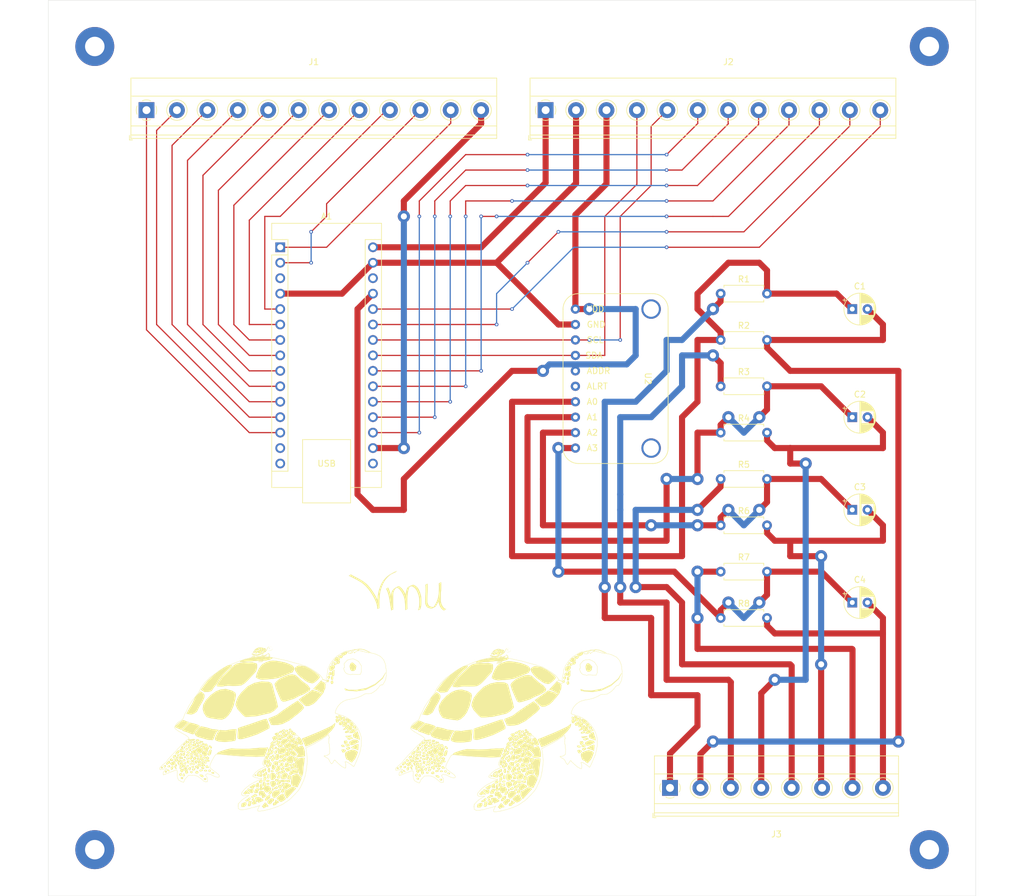
<source format=kicad_pcb>
(kicad_pcb (version 20221018) (generator pcbnew)
  (layers (0 "F.Cu" signal) (31 "B.Cu" signal) (34 "B.Paste" user) (35 "F.Paste" user) (36 "B.SilkS" user "B.Silkscreen") (37 "F.SilkS" user "F.Silkscreen") (38 "B.Mask" user) (39 "F.Mask" user) (44 "Edge.Cuts" user))
  (net 0 "")
  (net 1 "Net-(J3-Pin_1)")
  (net 2 "Net-(J3-Pin_2)")
  (net 4 "Net-(J3-Pin_3)")
  (net 5 "Net-(J3-Pin_4)")
  (net 6 "Net-(J3-Pin_5)")
  (net 7 "Net-(J3-Pin_6)")
  (net 8 "Net-(J3-Pin_7)")
  (net 9 "Net-(J3-Pin_8)")
  (net 10 "Net-(A1-D10)")
  (net 11 "Net-(A1-D9)")
  (net 12 "Net-(A1-D8)")
  (net 13 "Net-(A1-D7)")
  (net 17 "Net-(A1-D6)")
  (net 18 "Net-(A1-D5)")
  (net 19 "Net-(A1-D4)")
  (net 20 "Net-(A1-D3)")
  (net 21 "Net-(A1-D2)")
  (net 22 "Net-(A1-RX1)")
  (net 23 "Net-(A1-SDA{slash}A4)")
  (net 24 "Net-(A1-SCL{slash}A5)")
  (net 25 "Net-(A1-TX1)")
  (net 26 "Net-(A1-3V3)")
  (net 27 "Net-(J2-Pin_2)")
  (net 29 "Net-(A1-+5V)")
  (net 31 "Net-(A1-AREF)")
  (net 32 "Net-(A1-A0)")
  (net 33 "Net-(A1-A1)")
  (net 34 "Net-(A1-A2)")
  (net 35 "Net-(A1-A3)")
  (net 36 "Net-(A1-A6)")
  (net 37 "Net-(A1-A7)")
  (net 38 "Net-(C4-Pad1)")
  (net 39 "Net-(C3-Pad1)")
  (net 40 "Net-(C1-Pad1)")
  (net 41 "Net-(C2-Pad1)")
  (net 42 "Net-(A1-VIN)")
  (footprint "Resistor_THT:R_Axial_DIN0207_L6.3mm_D2.5mm_P7.62mm_Horizontal" (layer "F.Cu") (at 130.81 96.52)
    (fp_text reference "R3")
    (fp_text value "1M")
  )
  (footprint "TerminalBlock_Phoenix:TerminalBlock_Phoenix_MKDS-1,5-8_1x08_P5.00mm_Horizontal" (layer "F.Cu") (at 122.48 162.56)
    (fp_text reference "J3")
    (fp_text value "Screw_Terminal_01x08")
  )
  (footprint "TerminalBlock_Phoenix:TerminalBlock_Phoenix_MKDS-1,5-12_1x12_P5.00mm_Horizontal" (layer "F.Cu") (at 102.04 51.105)
    (fp_text reference "J2")
    (fp_text value "Screw_Terminal_01x12")
  )
  (footprint "MountingHole:MountingHole_3.2mm_M3_Pad_TopBottom" (layer "F.Cu") (at 27.94 40.64)
    (fp_text reference "REF**" hide)
    (fp_text value "MountingHole_3.2mm_M3_Pad_TopBottom")
  )
  (footprint "Resistor_THT:R_Axial_DIN0207_L6.3mm_D2.5mm_P7.62mm_Horizontal" (layer "F.Cu") (at 130.81 127)
    (fp_text reference "R7")
    (fp_text value "1M")
  )
  (footprint "TerminalBlock_Phoenix:TerminalBlock_Phoenix_MKDS-1,5-12_1x12_P5.00mm_Horizontal" (layer "F.Cu") (at 36.44 51.105)
    (fp_text reference "J1")
    (fp_text value "Screw_Terminal_01x12")
  )
  (footprint "Resistor_THT:R_Axial_DIN0207_L6.3mm_D2.5mm_P7.62mm_Horizontal" (layer "F.Cu") (at 130.81 119.38)
    (fp_text reference "R6")
    (fp_text value "100k")
  )
  (footprint "Resistor_THT:R_Axial_DIN0207_L6.3mm_D2.5mm_P7.62mm_Horizontal" (layer "F.Cu") (at 130.81 134.62)
    (fp_text reference "R8")
    (fp_text value "100k")
  )
  (footprint "MountingHole:MountingHole_3.2mm_M3_Pad_TopBottom" (layer "F.Cu") (at 165.1 40.64)
    (fp_text reference "REF**" hide)
    (fp_text value "MountingHole_3.2mm_M3_Pad_TopBottom")
  )
  (footprint "Resistor_THT:R_Axial_DIN0207_L6.3mm_D2.5mm_P7.62mm_Horizontal" (layer "F.Cu") (at 130.81 81.28)
    (fp_text reference "R1")
    (fp_text value "1M")
  )
  (footprint "Resistor_THT:R_Axial_DIN0207_L6.3mm_D2.5mm_P7.62mm_Horizontal" (layer "F.Cu") (at 130.81 111.76)
    (fp_text reference "R5")
    (fp_text value "1M")
  )
  (footprint "Capacitor_THT:CP_Radial_D5.0mm_P2.50mm" (layer "F.Cu") (at 152.44 116.84)
    (fp_text reference "C3")
    (fp_text value "100n")
  )
  (footprint "MountingHole:MountingHole_3.2mm_M3_Pad_TopBottom" (layer "F.Cu") (at 165.1 172.72)
    (fp_text reference "REF**" hide)
    (fp_text value "MountingHole_3.2mm_M3_Pad_TopBottom")
  )
  (footprint "Resistor_THT:R_Axial_DIN0207_L6.3mm_D2.5mm_P7.62mm_Horizontal" (layer "F.Cu") (at 130.81 88.9)
    (fp_text reference "R2")
    (fp_text value "100k")
  )
  (footprint "Capacitor_THT:CP_Radial_D5.0mm_P2.50mm" (layer "F.Cu") (at 152.44 83.82)
    (fp_text reference "C1")
    (fp_text value "100n")
  )
  (footprint "Capacitor_THT:CP_Radial_D5.0mm_P2.50mm" (layer "F.Cu") (at 152.44 132.08)
    (fp_text reference "C4")
    (fp_text value "100n")
  )
  (footprint "Capacitor_THT:CP_Radial_D5.0mm_P2.50mm" (layer "F.Cu") (at 152.44 101.6)
    (fp_text reference "C2")
    (fp_text value "100n")
  )
  (footprint "Module:Adafruit_ADS1115" (layer "F.Cu") (at 104.902 81.28 -90)
    (fp_text reference "U2")
    (fp_text value "ADS1115")
  )
  (footprint "Module:Arduino_Nano_WithMountingHoles" (layer "F.Cu") (at 58.42 73.66)
    (fp_text reference "A1")
    (fp_text value "Arduino_Nano_Every")
  )
  (footprint "MountingHole:MountingHole_3.2mm_M3_Pad_TopBottom" (layer "F.Cu") (at 27.94 172.72)
    (fp_text reference "REF**" hide)
    (fp_text value "MountingHole_3.2mm_M3_Pad_TopBottom")
  )
  (footprint "Resistor_THT:R_Axial_DIN0207_L6.3mm_D2.5mm_P7.62mm_Horizontal" (layer "F.Cu") (at 130.81 104.14)
    (fp_text reference "R4")
    (fp_text value "100k")
  )
  (gr_poly (pts (xy 42.717849 155.778219) (xy 42.719388 155.779578) (xy 42.723183 155.784398) (xy 42.727803 155.791676) (xy 42.733086 155.800999) (xy 42.744997 155.824123) (xy 42.757631 155.850462) (xy 42.779911 155.89955) (xy 42.789627 155.921795) (xy 42.648136 156.08087) (xy 42.639124 156.067501) (xy 42.612449 155.806707) (xy 42.627021 155.801885) (xy 42.659984 155.791425) (xy 42.678323 155.785959) (xy 42.695212 155.781337) (xy 42.702483 155.779577) (xy 42.708635 155.77831) (xy 42.713417 155.77763) (xy 42.716577 155.777629)) (stroke (width 0.052916)) (fill solid) (layer "F.SilkS"))
  (gr_line (start 41.611514 151.807019) (end 41.666041 151.765059) (stroke (width 0.052916)) (layer "F.SilkS"))
  (gr_line (start 72.890744 140.177294) (end 72.989655 140.239248) (stroke (width 0.052916)) (layer "F.SilkS"))
  (gr_line (start 103.871253 145.08303) (end 104.201249 144.840508) (stroke (width 0.052916)) (layer "F.SilkS"))
  (gr_line (start 95.787888 139.604375) (end 95.787782 139.604291) (stroke (width 0.005291)) (layer "F.SilkS"))
  (gr_line (start 69.54913 140.191983) (end 69.551706 140.222287) (stroke (width 0.052916)) (layer "F.SilkS"))
  (gr_poly (pts (xy 54.222864 141.117634) (xy 54.223173 141.117666) (xy 54.223459 141.117728) (xy 54.223718 141.117822) (xy 54.223949 141.11795) (xy 54.224192 141.118092) (xy 54.224483 141.118226) (xy 54.225198 141.118476) (xy 54.226065 141.118701) (xy 54.227054 141.118902) (xy 54.228136 141.119079) (xy 54.22928 141.119236) (xy 54.231635 141.119488) (xy 54.233882 141.119667) (xy 54.235783 141.119784) (xy 54.23759 141.119866) (xy 54.241482 141.123725) (xy 54.246917 141.119133) (xy 54.24921 141.1194) (xy 54.254316 141.120043) (xy 54.257092 141.120431) (xy 54.259575 141.120823) (xy 54.26143 141.121192) (xy 54.262019 141.121357) (xy 54.262327 141.121505) (xy 54.262663 141.121725) (xy 54.263332 141.122095) (xy 54.265481 141.123204) (xy 54.271695 141.126335) (xy 54.275001 141.128033) (xy 54.277935 141.129606) (xy 54.279144 141.130294) (xy 54.280117 141.130891) (xy 54.280807 141.131376) (xy 54.281032 141.131569) (xy 54.281168 141.131728) (xy 54.281663 141.132541) (xy 54.282371 141.133757) (xy 54.284084 141.136768) (xy 54.286281 141.140691) (xy 54.279191 141.144279) (xy 54.276394 141.145655) (xy 54.27376 141.146916) (xy 54.271575 141.147906) (xy 54.27074 141.148251) (xy 54.270124 141.148472) (xy 54.269371 141.148592) (xy 54.268145 141.148657) (xy 54.264558 141.148643) (xy 54.259928 141.148482) (xy 54.254819 141.148225) (xy 54.245422 141.147627) (xy 54.240879 141.147264) (xy 54.238524 141.1469) (xy 54.236417 141.146557) (xy 54.234029 141.146136) (xy 54.231614 141.145661) (xy 54.229424 141.145153) (xy 54.228493 141.144893) (xy 54.227713 141.144634) (xy 54.227117 141.144377) (xy 54.226897 141.144251) (xy 54.226735 141.144127) (xy 54.225942 141.143329) (xy 54.224717 141.142029) (xy 54.223207 141.140382) (xy 54.221561 141.138545) (xy 54.219926 141.136672) (xy 54.218451 141.134921) (xy 54.217819 141.13414) (xy 54.217282 141.133448) (xy 54.216859 141.132864) (xy 54.216568 141.132408) (xy 54.216338 141.131948) (xy 54.216087 141.131356) (xy 54.215821 141.130653) (xy 54.215547 141.129861) (xy 54.214994 141.128096) (xy 54.214474 141.126235) (xy 54.214033 141.124451) (xy 54.213716 141.122919) (xy 54.213618 141.122301) (xy 54.213568 141.121812) (xy 54.213572 141.121472) (xy 54.213596 141.121365) (xy 54.213636 141.121304) (xy 54.21413 141.120981) (xy 54.215137 141.120393) (xy 54.216514 141.119658) (xy 54.217296 141.119273) (xy 54.218118 141.118896) (xy 54.21896 141.118542) (xy 54.219806 141.118226) (xy 54.220637 141.117962) (xy 54.221436 141.117765) (xy 54.221817 141.117697) (xy 54.222184 141.117651) (xy 54.222534 141.117629)) (stroke (width 0.005291)) (fill solid) (layer "F.SilkS"))
  (gr_line (start 105.322224 158.290418) (end 105.210548 158.051984) (stroke (width 0.052916)) (layer "F.SilkS"))
  (gr_line (start 111.529859 140.410534) (end 111.367277 140.380052) (stroke (width 0.052916)) (layer "F.SilkS"))
  (gr_poly (pts (xy 94.480277 141.406202) (xy 94.480274 141.406201) (xy 94.480275 141.406201)) (stroke (width 0.005291)) (fill solid) (layer "F.SilkS"))
  (gr_line (start 95.825184 139.616895) (end 95.825432 139.617193) (stroke (width 0.005291)) (layer "F.SilkS"))
  (gr_line (start 95.792117 139.616674) (end 95.792201 139.616548) (stroke (width 0.005291)) (layer "F.SilkS"))
  (gr_poly (pts (xy 70.683359 152.341198) (xy 70.707716 152.364226) (xy 70.7315 152.387176) (xy 70.752527 152.408154) (xy 70.768613 152.425264) (xy 70.775569 152.433437) (xy 70.783439 152.443228) (xy 70.801235 152.466567) (xy 70.820638 152.493086) (xy 70.840287 152.52059) (xy 70.874872 152.569777) (xy 70.887083 152.587072) (xy 70.894092 152.596575) (xy 70.894867 152.598129) (xy 70.895234 152.600325) (xy 70.895217 152.603118) (xy 70.894841 152.606462) (xy 70.893116 152.614623) (xy 70.890259 152.624446) (xy 70.886472 152.635567) (xy 70.881957 152.647625) (xy 70.871549 152.673096) (xy 70.860647 152.697959) (xy 70.850863 152.719311) (xy 70.841101 152.739875) (xy 70.651022 152.849361) (xy 70.497369 152.750689) (xy 70.389346 152.541439) (xy 70.430246 152.430495) (xy 70.494504 152.35725) (xy 70.62388 152.286222)) (stroke (width 0.052916)) (fill solid) (layer "F.SilkS"))
  (gr_line (start 109.917493 139.850092) (end 110.260075 139.806474) (stroke (width 0.052916)) (layer "F.SilkS"))
  (gr_line (start 114.538004 144.781419) (end 114.405161 145.09203) (stroke (width 0.052916)) (layer "F.SilkS"))
  (gr_poly (pts (xy 59.87039 153.387484) (xy 59.942699 153.441805) (xy 59.974799 153.487783) (xy 59.965738 153.523755) (xy 59.914349 153.535047) (xy 59.636272 153.587688) (xy 59.565686 153.569468) (xy 59.530594 153.526021) (xy 59.584244 153.447512) (xy 59.646379 153.381408) (xy 59.715215 153.354294) (xy 59.805379 153.337134)) (stroke (width 0.052916)) (fill solid) (layer "F.SilkS"))
  (gr_poly (pts (xy 42.698374 156.858569) (xy 42.720762 156.885606) (xy 42.729973 156.896274) (xy 42.733585 156.900252) (xy 42.736346 156.903081) (xy 42.73742 156.904431) (xy 42.738357 156.906263) (xy 42.739163 156.908541) (xy 42.739847 156.911233) (xy 42.74087 156.917715) (xy 42.74148 156.925436) (xy 42.741732 156.93412) (xy 42.741678 156.943491) (xy 42.740871 156.963197) (xy 42.739493 156.982354) (xy 42.737973 156.998762) (xy 42.73624 157.014528) (xy 42.690147 157.037532) (xy 42.701437 157.155736) (xy 42.565913 157.285234) (xy 42.507636 157.248925) (xy 42.432363 157.215306) (xy 42.480437 157.080611) (xy 42.425329 157.071146) (xy 42.386283 157.064218) (xy 42.372591 157.061634) (xy 42.3661 157.060183) (xy 42.365484 157.059691) (xy 42.364678 157.058615) (xy 42.362546 157.054866) (xy 42.356597 157.042085) (xy 42.349137 157.024357) (xy 42.341049 157.004203) (xy 42.32012 156.949712) (xy 42.386077 156.949412) (xy 42.40995 156.94905) (xy 42.430427 156.94848) (xy 42.444333 156.947656) (xy 42.44783 156.947135) (xy 42.448541 156.946844) (xy 42.448494 156.946532) (xy 42.44812 156.945984) (xy 42.447879 156.945006) (xy 42.447761 156.941877) (xy 42.448079 156.937378) (xy 42.448768 156.931745) (xy 42.451008 156.918015) (xy 42.453976 156.902568) (xy 42.460069 156.874038) (xy 42.463 156.861187) (xy 42.669553 156.822832)) (stroke (width 0.052916)) (fill solid) (layer "F.SilkS"))
  (gr_line (start 109.44691 139.997378) (end 109.430499 140.000086) (stroke (width 0.052916)) (layer "F.SilkS"))
  (gr_line (start 65.864047 157.296544) (end 66.190939 157.17864) (stroke (width 0.052916)) (layer "F.SilkS"))
  (gr_line (start 110.026739 140.054635) (end 110.021101 140.046225) (stroke (width 0.052916)) (layer "F.SilkS"))
  (gr_line (start 89.581608 157.390974) (end 88.604478 157.284885) (stroke (width 0.052916)) (layer "F.SilkS"))
  (gr_line (start 95.243053 139.972351) (end 95.243531 139.972468) (stroke (width 0.005291)) (layer "F.SilkS"))
  (gr_line (start 70.268317 140.327947) (end 70.26916 140.32669) (stroke (width 0.052916)) (layer "F.SilkS"))
  (gr_line (start 56.601274 139.367517) (end 56.603278 139.367466) (stroke (width 0.005291)) (layer "F.SilkS"))
  (gr_line (start 109.282441 143.985954) (end 109.077699 143.970449) (stroke (width 0.052916)) (layer "F.SilkS"))
  (gr_line (start 107.946461 143.753252) (end 107.772199 143.507163) (stroke (width 0.052916)) (layer "F.SilkS"))
  (gr_poly (pts (xy 108.145597 140.485285) (xy 108.143156 140.504011) (xy 108.140459 140.523239) (xy 108.137092 140.545329) (xy 108.133293 140.567494) (xy 108.129297 140.586948) (xy 108.127299 140.594788) (xy 108.12534 140.600905) (xy 108.12345 140.604951) (xy 108.122541 140.606089) (xy 108.121659 140.606578) (xy 107.905332 140.745789) (xy 107.889367 140.753514) (xy 107.85697 140.770128) (xy 107.765764 140.817796) (xy 107.637879 140.885282) (xy 107.556928 140.913084) (xy 107.546676 140.904495) (xy 107.523995 140.885191) (xy 107.51178 140.874552) (xy 107.501002 140.86487) (xy 107.496625 140.860766) (xy 107.493175 140.857357) (xy 107.490842 140.854792) (xy 107.490153 140.853875) (xy 107.489814 140.853225) (xy 107.492326 140.811195) (xy 107.492253 140.804118) (xy 107.491826 140.797362) (xy 107.490968 140.791145) (xy 107.490351 140.788307) (xy 107.489597 140.785685) (xy 107.488694 140.783307) (xy 107.487634 140.7812) (xy 107.486405 140.77939) (xy 107.484999 140.777907) (xy 107.483404 140.776775) (xy 107.481612 140.776024) (xy 107.479612 140.77568) (xy 107.477393 140.77577) (xy 107.471874 140.776228) (xy 107.464819 140.776363) (xy 107.447142 140.775827) (xy 107.426452 140.774485) (xy 107.404839 140.772661) (xy 107.367199 140.768862) (xy 107.350938 140.76702) (xy 107.25965 140.729498) (xy 107.213871 140.694359) (xy 107.302686 140.612906) (xy 107.516056 140.502653) (xy 107.702534 140.408139) (xy 107.898304 140.32353) (xy 107.989893 140.298532) (xy 108.200303 140.297099)) (stroke (width 0.052916)) (fill solid) (layer "F.SilkS"))
  (gr_line (start 69.933112 158.646825) (end 69.562067 158.3972) (stroke (width 0.052916)) (layer "F.SilkS"))
  (gr_poly (pts (xy 94.631252 140.912726) (xy 94.635151 140.924045) (xy 94.634401 140.924305) (xy 94.620679 140.937282) (xy 94.607059 140.940626) (xy 94.592454 140.934227) (xy 94.583233 140.926482) (xy 94.593572 140.916782) (xy 94.610174 140.907909) (xy 94.62368 140.90242)) (stroke (width 0.005291)) (fill solid) (layer "F.SilkS"))
  (gr_line (start 95.308132 140.057416) (end 95.325717 140.063791) (stroke (width 0.005291)) (layer "F.SilkS"))
  (gr_line (start 55.737882 140.727927) (end 55.716692 140.712146) (stroke (width 0.005291)) (layer "F.SilkS"))
  (gr_line (start 106.578846 149.382986) (end 106.439301 149.655857) (stroke (width 0.052916)) (layer "F.SilkS"))
  (gr_poly (pts (xy 83.035406 158.516664) (xy 83.036425 158.542955) (xy 83.036923 158.552688) (xy 83.037367 158.558061) (xy 83.037488 158.560279) (xy 83.037459 158.564103) (xy 83.03703 158.575602) (xy 83.035235 158.607253) (xy 83.032293 158.651106) (xy 83.124931 158.719987) (xy 83.077251 158.836826) (xy 82.999084 158.925843) (xy 82.903965 158.903806) (xy 82.86856 158.895036) (xy 82.837191 158.886702) (xy 82.814204 158.879674) (xy 82.807211 158.876923) (xy 82.805077 158.875785) (xy 82.803941 158.874824) (xy 82.80235 158.871079) (xy 82.800097 158.863678) (xy 82.794031 158.84006) (xy 82.778604 158.772616) (xy 82.758171 158.67736) (xy 82.875985 158.527592) (xy 82.913133 158.537812) (xy 82.933925 158.484867) (xy 83.034255 158.480607)) (stroke (width 0.052916)) (fill solid) (layer "F.SilkS"))
  (gr_line (start 95.684702 141.46025) (end 95.68648 141.479254) (stroke (width 0.005291)) (layer "F.SilkS"))
  (gr_line (start 55.782781 139.553457) (end 55.883934 139.586503) (stroke (width 0.005291)) (layer "F.SilkS"))
  (gr_poly (pts (xy 55.362216 140.824712) (xy 55.362852 140.827664) (xy 55.363454 140.8303) (xy 55.363958 140.832267) (xy 55.364154 140.832888) (xy 55.364301 140.833209) (xy 55.364359 140.833312) (xy 55.364415 140.83346) (xy 55.364518 140.833883) (xy 55.364611 140.834452) (xy 55.364693 140.83514) (xy 55.364828 140.836773) (xy 55.364928 140.838575) (xy 55.365044 140.841853) (xy 55.365075 140.843315) (xy 55.356616 140.843543) (xy 55.347827 140.833155) (xy 55.345347 140.824519) (xy 55.350455 140.81935) (xy 55.35708 140.822565) (xy 55.360613 140.81684)) (stroke (width 0.005291)) (fill solid) (layer "F.SilkS"))
  (gr_poly (pts (xy 53.904622 141.175693) (xy 53.897837 141.181458) (xy 53.893071 141.185426) (xy 53.891428 141.186736) (xy 53.890927 141.187105) (xy 53.890691 141.187238) (xy 53.887817 141.18222) (xy 53.88255 141.185364) (xy 53.878808 141.187563) (xy 53.87749 141.188315) (xy 53.876855 141.188643) (xy 53.876774 141.188624) (xy 53.87664 141.188537) (xy 53.876229 141.188178) (xy 53.875649 141.187601) (xy 53.874931 141.186843) (xy 53.873195 141.184925) (xy 53.871253 141.182712) (xy 53.867682 141.178549) (xy 53.866078 141.176651) (xy 53.881592 141.162638) (xy 53.898028 141.158717)) (stroke (width 0.005291)) (fill solid) (layer "F.SilkS"))
  (gr_poly (pts (xy 93.305586 141.34149) (xy 93.307693 141.341839) (xy 93.313762 141.342941) (xy 93.322373 141.344572) (xy 93.326515 141.349841) (xy 93.329629 141.353699) (xy 93.330844 141.355139) (xy 93.331291 141.355636) (xy 93.331602 141.355948) (xy 93.331699 141.356069) (xy 93.331754 141.35622) (xy 93.331771 141.3564) (xy 93.331752 141.356606) (xy 93.331698 141.356835) (xy 93.331614 141.357087) (xy 93.331501 141.357357) (xy 93.331362 141.357645) (xy 93.331015 141.358262) (xy 93.330593 141.358921) (xy 93.330117 141.359603) (xy 93.329606 141.36029) (xy 93.32908 141.360964) (xy 93.328559 141.361606) (xy 93.327613 141.362725) (xy 93.326665 141.363794) (xy 93.311512 141.370347) (xy 93.305716 141.383061) (xy 93.297283 141.380013) (xy 93.297028 141.379046) (xy 93.296423 141.376858) (xy 93.296063 141.375642) (xy 93.295704 141.374523) (xy 93.295534 141.374042) (xy 93.295375 141.373636) (xy 93.295232 141.373321) (xy 93.295107 141.373114) (xy 93.294906 141.372928) (xy 93.294549 141.372674) (xy 93.294058 141.372363) (xy 93.293457 141.372005) (xy 93.292018 141.371195) (xy 93.290421 141.370332) (xy 93.287499 141.368806) (xy 93.286191 141.36814) (xy 93.281958 141.354252) (xy 93.283107 141.353053) (xy 93.285745 141.350358) (xy 93.287245 141.348872) (xy 93.288665 141.347519) (xy 93.289297 141.346945) (xy 93.289851 141.346468) (xy 93.290311 141.346108) (xy 93.290655 141.345888) (xy 93.291051 141.345711) (xy 93.291656 141.345477) (xy 93.293368 141.344873) (xy 93.297932 141.343383) (xy 93.302348 141.342018) (xy 93.303876 141.34157) (xy 93.304619 141.341379)) (stroke (width 0.005291)) (fill solid) (layer "F.SilkS"))
  (gr_line (start 54.774448 159.690587) (end 55.105425 159.485512) (stroke (width 0.052916)) (layer "F.SilkS"))
  (gr_poly (pts (xy 95.833621 140.817999) (xy 95.836057 140.820301) (xy 95.838436 140.822596) (xy 95.840538 140.824694) (xy 95.842147 140.826405) (xy 95.842842 140.827223) (xy 95.843629 140.828202) (xy 95.845409 140.830536) (xy 95.847349 140.833187) (xy 95.849314 140.835938) (xy 95.852773 140.840857) (xy 95.853994 140.842586) (xy 95.854695 140.843536) (xy 95.854772 140.843692) (xy 95.854809 140.843911) (xy 95.854807 140.844191) (xy 95.85477 140.844525) (xy 95.854597 140.845341) (xy 95.854311 140.846323) (xy 95.853933 140.847436) (xy 95.853481 140.848641) (xy 95.85244 140.851188) (xy 95.85135 140.853675) (xy 95.850372 140.85581) (xy 95.849396 140.857866) (xy 95.830388 140.868815) (xy 95.815022 140.858948) (xy 95.80422 140.838023) (xy 95.80831 140.826928) (xy 95.814736 140.819604) (xy 95.827674 140.812501)) (stroke (width 0.005291)) (fill solid) (layer "F.SilkS"))
  (gr_poly (pts (xy 94.891369 141.553358) (xy 94.894738 141.568558) (xy 94.899758 141.592522) (xy 94.885781 141.595489) (xy 94.863552 141.597566) (xy 94.836954 141.600509) (xy 94.809294 141.605993) (xy 94.788361 141.626832) (xy 94.772369 141.624647) (xy 94.758705 141.615585) (xy 94.755335 141.605281) (xy 94.760678 141.598085) (xy 94.769575 141.577995) (xy 94.795817 141.555878) (xy 94.827071 141.543271) (xy 94.844036 141.538567) (xy 94.86829 141.538577) (xy 94.887716 141.536243)) (stroke (width 0.005291)) (fill solid) (layer "F.SilkS"))
  (gr_line (start 95.275134 140.081669) (end 95.308133 140.057416) (stroke (width 0.005291)) (layer "F.SilkS"))
  (gr_poly (pts (xy 81.572492 156.646931) (xy 81.602515 156.643168) (xy 81.598338 156.680622) (xy 81.467701 156.868769) (xy 81.387663 156.800274) (xy 81.357511 156.774021) (xy 81.330439 156.750007) (xy 81.310016 156.73118) (xy 81.303413 156.724631) (xy 81.299811 156.720484) (xy 81.298843 156.718867) (xy 81.297894 156.716861) (xy 81.296051 156.71179) (xy 81.294284 156.705496) (xy 81.292597 156.698205) (xy 81.290992 156.690139) (xy 81.289471 156.681525) (xy 81.286691 156.663547) (xy 81.282254 156.630881) (xy 81.280638 156.619787) (xy 81.279988 156.616335) (xy 81.279449 156.614579) (xy 81.279627 156.613934) (xy 81.280609 156.61285) (xy 81.284776 156.609486) (xy 81.300425 156.598819) (xy 81.322995 156.584505) (xy 81.349087 156.56847) (xy 81.420661 156.525687)) (stroke (width 0.052916)) (fill solid) (layer "F.SilkS"))
  (gr_line (start 91.944624 163.995829) (end 92.020612 163.924784) (stroke (width 0.052916)) (layer "F.SilkS"))
  (gr_line (start 95.415847 141.16741) (end 95.415831 141.137002) (stroke (width 0.005291)) (layer "F.SilkS"))
  (gr_line (start 54.816562 141.698277) (end 54.810419 141.685339) (stroke (width 0.005291)) (layer "F.SilkS"))
  (gr_poly (pts (xy 94.633916 140.973541) (xy 94.635189 140.973834) (xy 94.636983 140.983333) (xy 94.628509 140.994278) (xy 94.604514 141.002569) (xy 94.593818 140.996622) (xy 94.585309 140.98339) (xy 94.59066 140.976047) (xy 94.592703 140.973298) (xy 94.594562 140.970849) (xy 94.596007 140.96903) (xy 94.596501 140.96846) (xy 94.596804 140.968172) (xy 94.597165 140.968044) (xy 94.597821 140.967925) (xy 94.599845 140.967711) (xy 94.602524 140.967531) (xy 94.605505 140.967384) (xy 94.610967 140.967189) (xy 94.613414 140.967124)) (stroke (width 0.005291)) (fill solid) (layer "F.SilkS"))
  (gr_line (start 95.244144 139.972758) (end 95.244883 139.973209) (stroke (width 0.005291)) (layer "F.SilkS"))
  (gr_poly (pts (xy 92.339507 165.204023) (xy 92.344991 165.530686) (xy 92.046134 165.678037) (xy 91.86202 165.500822) (xy 92.00292 165.242439) (xy 91.993734 164.866959) (xy 92.494546 164.846806)) (stroke (width 0.052916)) (fill solid) (layer "F.SilkS"))
  (gr_line (start 54.689831 139.532487) (end 54.746529 139.509624) (stroke (width 0.005291)) (layer "F.SilkS"))
  (gr_line (start 95.888779 139.576303) (end 95.888534 139.576065) (stroke (width 0.005291)) (layer "F.SilkS"))
  (gr_line (start 41.7341 161.289235) (end 41.560563 160.935772) (stroke (width 0.052916)) (layer "F.SilkS"))
  (gr_poly (pts (xy 55.739938 141.357291) (xy 55.748326 141.368902) (xy 55.754572 141.377338) (xy 55.756972 141.380441) (xy 55.757836 141.381492) (xy 55.758418 141.382125) (xy 55.792372 141.415273) (xy 55.794924 141.416264) (xy 55.792623 141.43202) (xy 55.778528 141.467438) (xy 55.728038 141.570636) (xy 55.714264 141.566752) (xy 55.704269 141.564016) (xy 55.700603 141.563066) (xy 55.698625 141.562632) (xy 55.696007 141.561984) (xy 55.690607 141.560433) (xy 55.683315 141.55821) (xy 55.675022 141.555547) (xy 55.666615 141.552676) (xy 55.658985 141.54983) (xy 55.655739 141.548488) (xy 55.653021 141.547239) (xy 55.650941 141.546113) (xy 55.649612 141.545137) (xy 55.648599 141.544088) (xy 55.647418 141.542754) (xy 55.646101 141.541184) (xy 55.64468 141.539426) (xy 55.641654 141.535544) (xy 55.6386 141.531494) (xy 55.633438 141.524453) (xy 55.631259 141.521414) (xy 55.625059 141.485032) (xy 55.625031 141.4842) (xy 55.625148 141.483038) (xy 55.625389 141.481594) (xy 55.625734 141.479912) (xy 55.626656 141.476015) (xy 55.627752 141.471709) (xy 55.628862 141.467357) (xy 55.629824 141.463321) (xy 55.630199 141.461535) (xy 55.630476 141.459963) (xy 55.630636 141.458652) (xy 55.630658 141.457646) (xy 55.630632 141.456757) (xy 55.630659 141.45578) (xy 55.630729 141.454731) (xy 55.630835 141.453625) (xy 55.631123 141.451314) (xy 55.631457 141.448977) (xy 55.631774 141.44675) (xy 55.632009 141.444763) (xy 55.632076 141.443902) (xy 55.632099 141.44315) (xy 55.632068 141.442526) (xy 55.632031 141.442266) (xy 55.631978 141.442044) (xy 55.631912 141.441322) (xy 55.631953 141.440019) (xy 55.632294 141.436) (xy 55.633576 141.424625) (xy 55.634843 141.413197) (xy 55.635162 141.409112) (xy 55.63519 141.407766) (xy 55.635109 141.406993) (xy 55.635049 141.406733) (xy 55.635007 141.406413) (xy 55.634975 141.405613) (xy 55.635005 141.404628) (xy 55.635087 141.403493) (xy 55.635373 141.400918) (xy 55.635765 141.398173) (xy 55.636192 141.395542) (xy 55.636584 141.39331) (xy 55.636981 141.391183) (xy 55.64645 141.382316) (xy 55.655137 141.377695) (xy 55.661929 141.374165) (xy 55.664751 141.372749) (xy 55.666738 141.371816) (xy 55.694956 141.360126) (xy 55.724219 141.352789)) (stroke (width 0.005291)) (fill solid) (layer "F.SilkS"))
  (gr_poly (pts (xy 94.048127 142.080442) (xy 94.04996 142.117566) (xy 94.021558 142.147239) (xy 93.990296 142.15075) (xy 93.969475 142.148398) (xy 93.971138 142.120498) (xy 93.97578 142.097795) (xy 94.023285 142.079311)) (stroke (width 0.005291)) (fill solid) (layer "F.SilkS"))
  (gr_line (start 64.136569 155.227944) (end 63.566721 155.527379) (stroke (width 0.052916)) (layer "F.SilkS"))
  (gr_line (start 105.460667 158.539411) (end 105.322224 158.290418) (stroke (width 0.052916)) (layer "F.SilkS"))
  (gr_poly (pts (xy 93.095214 141.390221) (xy 93.098247 141.390307) (xy 93.103547 141.390564) (xy 93.105843 141.390709) (xy 93.115872 141.393388) (xy 93.113713 141.406893) (xy 93.102011 141.415335) (xy 93.106744 141.422142) (xy 93.109997 141.426927) (xy 93.111068 141.428578) (xy 93.111369 141.429083) (xy 93.111475 141.429321) (xy 93.111268 141.429512) (xy 93.110684 141.42988) (xy 93.108592 141.431047) (xy 93.102176 141.434402) (xy 93.092105 141.439531) (xy 93.091987 141.439542) (xy 93.091829 141.439474) (xy 93.091404 141.439119) (xy 93.090851 141.438501) (xy 93.090193 141.437659) (xy 93.089451 141.436628) (xy 93.088647 141.435446) (xy 93.086942 141.432776) (xy 93.085252 141.429944) (xy 93.083754 141.427246) (xy 93.083132 141.42604) (xy 93.082624 141.424978) (xy 93.082251 141.424097) (xy 93.082035 141.423434) (xy 93.081523 141.421577) (xy 93.080602 141.418477) (xy 93.078121 141.410385) (xy 93.074723 141.3995) (xy 93.076354 141.398216) (xy 93.078096 141.396882) (xy 93.080192 141.395328) (xy 93.082443 141.393734) (xy 93.083566 141.39298) (xy 93.084653 141.392283) (xy 93.085681 141.391667) (xy 93.086623 141.391154) (xy 93.087457 141.390768) (xy 93.088156 141.390529) (xy 93.088903 141.390394) (xy 93.089871 141.390298) (xy 93.091023 141.390237) (xy 93.092323 141.390207)) (stroke (width 0.005291)) (fill solid) (layer "F.SilkS"))
  (gr_line (start 56.628124 139.347882) (end 56.627825 139.347273) (stroke (width 0.005291)) (layer "F.SilkS"))
  (gr_line (start 104.438905 157.474821) (end 104.402598 157.405863) (stroke (width 0.052916)) (layer "F.SilkS"))
  (gr_poly (pts (xy 85.702052 155.729606) (xy 85.907855 155.923512) (xy 85.948854 156.122428) (xy 85.835893 156.183723) (xy 85.754207 156.131217) (xy 85.723881 156.111144) (xy 85.69709 156.092833) (xy 85.677586 156.078556) (xy 85.671737 156.073639) (xy 85.669994 156.07186) (xy 85.669116 156.070582) (xy 85.66822 156.06788) (xy 85.667236 156.063959) (xy 85.665012 156.053175) (xy 85.659597 156.024842) (xy 85.656438 156.010152) (xy 85.654754 156.003302) (xy 85.653002 155.99702) (xy 85.651184 155.991485) (xy 85.649302 155.986876) (xy 85.64736 155.983372) (xy 85.646366 155.982089) (xy 85.645358 155.98115) (xy 85.638015 155.976511) (xy 85.625397 155.969321) (xy 85.592044 155.951195) (xy 85.546855 155.927314) (xy 85.489819 155.835203) (xy 85.475791 155.770863) (xy 85.486704 155.703361)) (stroke (width 0.052916)) (fill solid) (layer "F.SilkS"))
  (gr_line (start 99.891288 153.964547) (end 99.816734 153.983043) (stroke (width 0.052916)) (layer "F.SilkS"))
  (gr_line (start 56.133135 139.768103) (end 56.144371 139.787112) (stroke (width 0.005291)) (layer "F.SilkS"))
  (gr_poly (pts (xy 94.672692 141.708973) (xy 94.677223 141.709286) (xy 94.682251 141.709695) (xy 94.695552 141.71093) (xy 94.692075 141.743597) (xy 94.641803 141.743819) (xy 94.622131 141.736963) (xy 94.617442 141.720921) (xy 94.61447 141.71281) (xy 94.63177 141.710155) (xy 94.648888 141.709758) (xy 94.66107 141.709359) (xy 94.66538 141.709137) (xy 94.666753 141.709024) (xy 94.667478 141.708911) (xy 94.668116 141.708835) (xy 94.669247 141.708826)) (stroke (width 0.005291)) (fill solid) (layer "F.SilkS"))
  (gr_line (start 92.946442 140.75076) (end 93.008253 140.706832) (stroke (width 0.005291)) (layer "F.SilkS"))
  (gr_line (start 95.797515 139.582118) (end 95.792447 139.584046) (stroke (width 0.005291)) (layer "F.SilkS"))
  (gr_line (start 81.840377 160.906733) (end 81.51125 161.276344) (stroke (width 0.052916)) (layer "F.SilkS"))
  (gr_line (start 109.374234 140.438278) (end 109.377009 140.441453) (stroke (width 0.052916)) (layer "F.SilkS"))
  (gr_line (start 57.390646 155.434183) (end 57.388371 155.477988) (stroke (width 0.052916)) (layer "F.SilkS"))
  (gr_poly (pts (xy 58.821233 158.418694) (xy 58.912187 158.494652) (xy 58.928127 158.672731) (xy 58.905573 158.821788) (xy 58.714119 158.99814) (xy 58.550256 158.972786) (xy 58.383429 158.904448) (xy 58.339127 158.75772) (xy 58.411609 158.639888) (xy 58.508661 158.541393) (xy 58.739917 158.411733)) (stroke (width 0.052916)) (fill solid) (layer "F.SilkS"))
  (gr_poly (pts (xy 80.920989 157.49214) (xy 80.805988 157.931358) (xy 80.569387 157.998417) (xy 80.503857 157.622123) (xy 80.589534 157.652671) (xy 80.730525 157.399592)) (stroke (width 0.052916)) (fill solid) (layer "F.SilkS"))
  (gr_poly (pts (xy 54.204515 140.971823) (xy 54.216037 140.979022) (xy 54.235994 140.994485) (xy 54.25083 141.009024) (xy 54.247793 141.03087) (xy 54.238952 141.044787) (xy 54.209954 141.059638) (xy 54.193683 141.052081) (xy 54.175295 141.037349) (xy 54.172917 141.033811) (xy 54.167635 141.025797) (xy 54.164774 141.021332) (xy 54.162229 141.017212) (xy 54.160349 141.013926) (xy 54.159766 141.012747) (xy 54.159479 141.01196) (xy 54.15943 141.011651) (xy 54.159407 141.011295) (xy 54.15943 141.010462) (xy 54.159535 141.00949) (xy 54.15971 141.008408) (xy 54.159943 141.007245) (xy 54.160221 141.00603) (xy 54.160863 141.003562) (xy 54.161535 141.001237) (xy 54.162139 140.999287) (xy 54.162741 140.997448) (xy 54.18169 140.978867) (xy 54.189165 140.969564)) (stroke (width 0.005291)) (fill solid) (layer "F.SilkS"))
  (gr_line (start 56.664176 139.316853) (end 56.661311 139.317718) (stroke (width 0.005291)) (layer "F.SilkS"))
  (gr_poly (pts (xy 55.438716 161.904711) (xy 55.480748 162.211168) (xy 55.367658 162.520543) (xy 55.557056 162.629576) (xy 55.494785 162.902446) (xy 55.194028 162.907265) (xy 55.064449 162.825743) (xy 55.130598 162.506011) (xy 55.110365 162.162313) (xy 55.224147 161.903511)) (stroke (width 0.052916)) (fill solid) (layer "F.SilkS"))
  (gr_line (start 68.814563 148.311359) (end 68.396658 148.604158) (stroke (width 0.052916)) (layer "F.SilkS"))
  (gr_line (start 78.312692 159.736991) (end 78.469542 159.623753) (stroke (width 0.052916)) (layer "F.SilkS"))
  (gr_line (start 110.064298 140.121658) (end 110.056504 140.106441) (stroke (width 0.052916)) (layer "F.SilkS"))
  (gr_line (start 107.840745 158.404691) (end 107.927265 158.615711) (stroke (width 0.052916)) (layer "F.SilkS"))
  (gr_line (start 64.887888 143.973195) (end 64.945058 144.029796) (stroke (width 0.052916)) (layer "F.SilkS"))
  (gr_poly (pts (xy 53.516059 141.25367) (xy 53.510044 141.259778) (xy 53.504486 141.260639) (xy 53.503549 141.253026) (xy 53.496634 141.260058) (xy 53.49606 141.260191) (xy 53.495458 141.260319) (xy 53.49475 141.260457) (xy 53.494013 141.260578) (xy 53.493659 141.260625) (xy 53.493326 141.260659) (xy 53.493025 141.260677) (xy 53.492765 141.260676) (xy 53.492556 141.260652) (xy 53.492474 141.260631) (xy 53.492408 141.260603) (xy 53.49234 141.260539) (xy 53.492251 141.260413) (xy 53.492015 141.259994) (xy 53.491359 141.258597) (xy 53.490537 141.256681) (xy 53.489647 141.254512) (xy 53.487343 141.248674) (xy 53.491664 141.243107) (xy 53.493286 141.241062) (xy 53.494737 141.239276) (xy 53.495823 141.23801) (xy 53.496168 141.237654) (xy 53.49628 141.237559) (xy 53.496349 141.237525) (xy 53.510898 141.236618)) (stroke (width 0.005291)) (fill solid) (layer "F.SilkS"))
  (gr_poly (pts (xy 93.309498 141.076508) (xy 93.332443 141.073512) (xy 93.340712 141.088125) (xy 93.31844 141.094376) (xy 93.288031 141.081852) (xy 93.286342 141.071827) (xy 93.299641 141.065458)) (stroke (width 0.005291)) (fill solid) (layer "F.SilkS"))
  (gr_poly (pts (xy 56.733597 140.869905) (xy 56.724664 140.963139) (xy 56.718231 140.954413) (xy 56.676896 140.939243) (xy 56.609922 140.923714) (xy 56.613205 140.920778) (xy 56.61687 140.917627) (xy 56.621492 140.913813) (xy 56.626778 140.909681) (xy 56.629579 140.907604) (xy 56.632436 140.905577) (xy 56.635312 140.903643) (xy 56.638171 140.901846) (xy 56.640976 140.900227) (xy 56.64369 140.898832) (xy 56.644999 140.898195) (xy 56.646269 140.897554) (xy 56.6475 140.896912) (xy 56.648691 140.89627) (xy 56.649843 140.895629) (xy 56.650955 140.894992) (xy 56.652027 140.894359) (xy 56.653059 140.893731) (xy 56.655001 140.892501) (xy 56.656782 140.891314) (xy 56.658399 140.890181) (xy 56.659852 140.889115) (xy 56.661138 140.888129) (xy 56.662257 140.887234) (xy 56.663208 140.886444) (xy 56.663988 140.885769) (xy 56.665034 140.884818) (xy 56.665385 140.884479) (xy 56.721816 140.862951)) (stroke (width 0.005291)) (fill solid) (layer "F.SilkS"))
  (gr_poly (pts (xy 84.63026 155.762254) (xy 84.740633 155.792597) (xy 84.784111 155.815872) (xy 84.816121 155.833549) (xy 84.82818 155.840567) (xy 84.832408 155.843205) (xy 84.835126 155.845103) (xy 84.836122 155.846068) (xy 84.83722 155.847454) (xy 84.83969 155.851373) (xy 84.842466 155.85663) (xy 84.845481 155.862995) (xy 84.851955 155.878132) (xy 84.858567 155.894946) (xy 84.864773 155.911599) (xy 84.870028 155.926253) (xy 84.875506 155.942216) (xy 84.875582 155.943868) (xy 84.875324 155.946991) (xy 84.873981 155.956805) (xy 84.869247 155.984814) (xy 84.861636 156.027174) (xy 84.861117 156.028606) (xy 84.859803 156.031212) (xy 84.855249 156.039244) (xy 84.848886 156.049873) (xy 84.84163 156.061702) (xy 84.821957 156.093079) (xy 84.710546 156.22649) (xy 84.704792 156.281994) (xy 84.701162 156.321212) (xy 84.700196 156.334891) (xy 84.700056 156.339147) (xy 84.700194 156.341264) (xy 84.700025 156.341785) (xy 84.69925 156.342395) (xy 84.696008 156.343837) (xy 84.690711 156.345496) (xy 84.683607 156.34728) (xy 84.664956 156.350848) (xy 84.6539 156.352446) (xy 84.642019 156.353796) (xy 84.629557 156.354805) (xy 84.616761 156.35538) (xy 84.603875 156.355428) (xy 84.591146 156.354856) (xy 84.578819 156.353571) (xy 84.567139 156.351479) (xy 84.556353 156.348488) (xy 84.551371 156.346626) (xy 84.546705 156.344505) (xy 84.542138 156.341879) (xy 84.537446 156.338546) (xy 84.532645 156.334553) (xy 84.52775 156.329948) (xy 84.517745 156.319095) (xy 84.50756 156.306371) (xy 84.497326 156.292162) (xy 84.487171 156.27685) (xy 84.477225 156.260821) (xy 84.467616 156.244459) (xy 84.449931 156.212275) (xy 84.43515 156.183372) (xy 84.424308 156.160826) (xy 84.418438 156.147712) (xy 84.416883 156.142927) (xy 84.415272 156.136141) (xy 84.411998 156.11776) (xy 84.408833 156.094964) (xy 84.405998 156.070147) (xy 84.40371 156.045703) (xy 84.402188 156.024025) (xy 84.401652 156.007508) (xy 84.401822 156.001933) (xy 84.40232 155.998545) (xy 84.403529 155.995413) (xy 84.405721 155.990569) (xy 84.412495 155.976763) (xy 84.431688 155.939792) (xy 84.450963 155.903887) (xy 84.457838 155.891415) (xy 84.461382 155.885307) (xy 84.464873 155.87895) (xy 84.471574 155.865922) (xy 84.490077 155.829124) (xy 84.515758 155.777439) (xy 84.566593 155.724467)) (stroke (width 0.052916)) (fill solid) (layer "F.SilkS"))
  (gr_poly (pts (xy 94.549138 141.229134) (xy 94.552419 141.235626) (xy 94.552896 141.240617) (xy 94.553286 141.24437) (xy 94.553458 141.245835) (xy 94.553593 141.246749) (xy 94.553623 141.247164) (xy 94.553607 141.247815) (xy 94.553462 141.249677) (xy 94.553206 141.252048) (xy 94.552888 141.254638) (xy 94.551965 141.261387) (xy 94.537826 141.2688) (xy 94.522685 141.282216) (xy 94.517111 141.273493) (xy 94.516968 141.273079) (xy 94.516789 141.272256) (xy 94.516346 141.269622) (xy 94.515302 141.262089) (xy 94.513983 141.251442) (xy 94.522905 141.230429) (xy 94.527117 141.230794) (xy 94.533824 141.227653) (xy 94.535515 141.226791)) (stroke (width 0.005291)) (fill solid) (layer "F.SilkS"))
  (gr_poly (pts (xy 93.283518 141.44991) (xy 93.298829 141.458105) (xy 93.310493 141.472286) (xy 93.305822 141.483252) (xy 93.294558 141.489917) (xy 93.281358 141.483654) (xy 93.276455 141.481267) (xy 93.272123 141.479097) (xy 93.268966 141.477415) (xy 93.268018 141.476843) (xy 93.26759 141.476495) (xy 93.267291 141.476154) (xy 93.266704 141.475598) (xy 93.264833 141.473965) (xy 93.259452 141.469453) (xy 93.2566 141.467057) (xy 93.254081 141.464889) (xy 93.252222 141.46319) (xy 93.251643 141.462592) (xy 93.251353 141.462201) (xy 93.251293 141.462033) (xy 93.251246 141.461806) (xy 93.251188 141.461197) (xy 93.251173 141.460407) (xy 93.251194 141.459468) (xy 93.251324 141.457279) (xy 93.251533 141.454895) (xy 93.252004 141.450599) (xy 93.252243 141.448696) (xy 93.264164 141.448617)) (stroke (width 0.005291)) (fill solid) (layer "F.SilkS"))
  (gr_poly (pts (xy 107.877494 151.360879) (xy 107.912013 151.473643) (xy 107.906873 151.607942) (xy 107.816859 151.67893) (xy 107.514011 151.673451) (xy 107.452042 151.575544) (xy 107.545164 151.408854) (xy 107.650602 151.372338) (xy 107.712653 151.328429) (xy 107.827311 151.296789)) (stroke (width 0.052916)) (fill solid) (layer "F.SilkS"))
  (gr_line (start 71.237475 139.926991) (end 71.234931 139.924238) (stroke (width 0.052916)) (layer "F.SilkS"))
  (gr_line (start 66.424945 154.671465) (end 66.419165 154.513846) (stroke (width 0.052916)) (layer "F.SilkS"))
  (gr_line (start 92.521981 165.935325) (end 91.768102 166.144517) (stroke (width 0.052916)) (layer "F.SilkS"))
  (gr_line (start 92.907846 140.781593) (end 92.914257 140.775192) (stroke (width 0.005291)) (layer "F.SilkS"))
  (gr_poly (pts (xy 93.212515 141.045132) (xy 93.188061 141.054579) (xy 93.172169 141.06921) (xy 93.159994 141.057201) (xy 93.164069 141.037927) (xy 93.187196 141.037543)) (stroke (width 0.005291)) (fill solid) (layer "F.SilkS"))
  (gr_line (start 53.540138 141.161208) (end 54.395126 141.04674) (stroke (width 0.052916)) (layer "F.SilkS"))
  (gr_line (start 56.488471 141.246702) (end 56.448497 141.223065) (stroke (width 0.005291)) (layer "F.SilkS"))
  (gr_line (start 109.27114 140.298741) (end 109.317522 140.359975) (stroke (width 0.052916)) (layer "F.SilkS"))
  (gr_line (start 90.92654 163.375535) (end 91.163398 163.078614) (stroke (width 0.052916)) (layer "F.SilkS"))
  (gr_line (start 93.102684 140.498046) (end 93.16774 140.39435) (stroke (width 0.005291)) (layer "F.SilkS"))
  (gr_line (start 103.555225 143.991021) (end 103.561359 143.99392) (stroke (width 0.052916)) (layer "F.SilkS"))
  (gr_line (start 41.126293 152.772762) (end 41.064868 152.623868) (stroke (width 0.052916)) (layer "F.SilkS"))
  (gr_line (start 70.218237 140.198883) (end 70.207121 140.18875) (stroke (width 0.052916)) (layer "F.SilkS"))
  (gr_line (start 56.936519 139.363822) (end 56.969835 139.369458) (stroke (width 0.005291)) (layer "F.SilkS"))
  (gr_line (start 92.090134 162.242951) (end 92.371121 162.061143) (stroke (width 0.052916)) (layer "F.SilkS"))
  (gr_poly (pts (xy 55.202647 141.500851) (xy 55.205281 141.521105) (xy 55.205201 141.54784) (xy 55.170864 141.548217) (xy 55.163763 141.514735) (xy 55.163943 141.492887) (xy 55.181153 141.486056)) (stroke (width 0.005291)) (fill solid) (layer "F.SilkS"))
  (gr_line (start 93.915022 142.13476) (end 93.915198 142.133123) (stroke (width 0.005291)) (layer "F.SilkS"))
  (gr_line (start 77.443679 159.654533) (end 77.373245 159.585066) (stroke (width 0.052916)) (layer "F.SilkS"))
  (gr_line (start 94.098762 161.206364) (end 94.166584 161.189265) (stroke (width 0.052916)) (layer "F.SilkS"))
  (gr_line (start 103.608778 144.030262) (end 103.633648 144.052746) (stroke (width 0.052916)) (layer "F.SilkS"))
  (gr_line (start 65.42847 144.735375) (end 65.604312 144.79912) (stroke (width 0.052916)) (layer "F.SilkS"))
  (gr_line (start 44.721028 147.21902) (end 45.118079 146.68199) (stroke (width 0.052916)) (layer "F.SilkS"))
  (gr_line (start 69.554251 140.256491) (end 69.555052 140.259124) (stroke (width 0.052916)) (layer "F.SilkS"))
  (gr_line (start 95.72069 139.609101) (end 95.720711 139.609528) (stroke (width 0.005291)) (layer "F.SilkS"))
  (gr_line (start 39.014265 159.52206) (end 38.779836 159.54945) (stroke (width 0.052916)) (layer "F.SilkS"))
  (gr_line (start 96.096964 139.621496) (end 96.13028 139.627132) (stroke (width 0.005291)) (layer "F.SilkS"))
  (gr_poly (pts (xy 60.769814 153.464927) (xy 60.860564 153.562148) (xy 60.979953 153.66026) (xy 60.925354 153.731768) (xy 60.809378 153.809923) (xy 60.576141 153.872937) (xy 60.390096 153.797025) (xy 60.234399 153.657233) (xy 60.205028 153.587783) (xy 60.24769 153.531244) (xy 60.358186 153.472045) (xy 60.717113 153.429686)) (stroke (width 0.052916)) (fill solid) (layer "F.SilkS"))
  (gr_line (start 107.587336 148.416491) (end 107.169431 148.70929) (stroke (width 0.052916)) (layer "F.SilkS"))
  (gr_line (start 94.22341 141.32716) (end 94.16059 141.324538) (stroke (width 0.005291)) (layer "F.SilkS"))
  (gr_line (start 111.367277 140.380052) (end 111.287095 140.364206) (stroke (width 0.052916)) (layer "F.SilkS"))
  (gr_line (start 61.043961 153.877911) (end 60.989033 153.892334) (stroke (width 0.052916)) (layer "F.SilkS"))
  (gr_line (start 90.426827 165.144499) (end 90.70239 164.850623) (stroke (width 0.052916)) (layer "F.SilkS"))
  (gr_poly (pts (xy 94.193397 142.056939) (xy 94.203721 142.084109) (xy 94.218259 142.097233) (xy 94.172059 142.109697) (xy 94.137879 142.103074) (xy 94.145928 142.083645) (xy 94.16563 142.05874) (xy 94.137823 142.032047) (xy 94.169999 142.009861)) (stroke (width 0.005291)) (fill solid) (layer "F.SilkS"))
  (gr_line (start 95.40677 140.973981) (end 95.403103 140.964803) (stroke (width 0.005291)) (layer "F.SilkS"))
  (gr_line (start 95.888534 139.576065) (end 95.8883 139.575869) (stroke (width 0.005291)) (layer "F.SilkS"))
  (gr_line (start 67.44949 150.18152) (end 67.496414 150.287809) (stroke (width 0.052916)) (layer "F.SilkS"))
  (gr_line (start 56.66259 139.356096) (end 56.663731 139.357688) (stroke (width 0.005291)) (layer "F.SilkS"))
  (gr_poly (pts (xy 54.952546 141.771604) (xy 54.936433 141.784937) (xy 54.897526 141.805013) (xy 54.870905 141.792899) (xy 54.914048 141.763959) (xy 54.934386 141.745043) (xy 54.953841 141.742726)) (stroke (width 0.005291)) (fill solid) (layer "F.SilkS"))
  (gr_line (start 94.513139 141.143178) (end 94.514374 141.143722) (stroke (width 0.005291)) (layer "F.SilkS"))
  (gr_poly (pts (xy 55.154073 141.46236) (xy 55.143579 141.49286) (xy 55.120241 141.496935) (xy 55.098947 141.494211) (xy 55.097561 141.478373) (xy 55.112168 141.459621) (xy 55.140879 141.450152)) (stroke (width 0.005291)) (fill solid) (layer "F.SilkS"))
  (gr_line (start 55.105425 159.485512) (end 55.357988 159.366732) (stroke (width 0.052916)) (layer "F.SilkS"))
  (gr_line (start 68.94686 142.398468) (end 68.904855 142.215461) (stroke (width 0.052916)) (layer "F.SilkS"))
  (gr_poly (pts (xy 57.000488 157.366109) (xy 57.009113 157.396859) (xy 57.015468 157.454609) (xy 57.019913 157.496119) (xy 57.022093 157.518785) (xy 57.0215 157.521869) (xy 57.019685 157.527643) (xy 57.013086 157.545668) (xy 56.992881 157.596463) (xy 56.96337 157.66772) (xy 56.911194 157.761022) (xy 56.837463 157.810595) (xy 56.657399 157.78391) (xy 56.623492 157.717879) (xy 56.624373 157.704561) (xy 56.626678 157.674387) (xy 56.628208 157.657564) (xy 56.629905 157.642028) (xy 56.631708 157.629614) (xy 56.632629 157.62515) (xy 56.633553 157.622155) (xy 56.635605 157.618991) (xy 56.639726 157.61404) (xy 56.65302 157.599788) (xy 56.67113 157.58142) (xy 56.691754 157.560956) (xy 56.731325 157.521821) (xy 56.745665 157.507191) (xy 56.750465 157.501994) (xy 56.753302 157.498546) (xy 56.755474 157.495132) (xy 56.758392 157.490043) (xy 56.765976 157.475887) (xy 56.784712 157.438987) (xy 56.809088 157.389388) (xy 56.920467 157.337148)) (stroke (width 0.052916)) (fill solid) (layer "F.SilkS"))
  (gr_line (start 56.333963 139.453887) (end 56.376513 139.417006) (stroke (width 0.005291)) (layer "F.SilkS"))
  (gr_line (start 53.785997 140.493086) (end 53.847808 140.449158) (stroke (width 0.005291)) (layer "F.SilkS"))
  (gr_line (start 70.598983 140.330159) (end 70.601461 140.333146) (stroke (width 0.052916)) (layer "F.SilkS"))
  (gr_line (start 94.119299 139.7) (end 94.204798 139.688553) (stroke (width 0.005291)) (layer "F.SilkS"))
  (gr_poly (pts (xy 67.172498 141.820221) (xy 67.281653 141.817125) (xy 67.362335 141.908831) (xy 67.276798 142.014846) (xy 67.102243 142.07827) (xy 66.999518 141.978152) (xy 67.103052 141.795136)) (stroke (width 0.052916)) (fill solid) (layer "F.SilkS"))
  (gr_line (start 109.006121 140.460065) (end 109.01992 140.450591) (stroke (width 0.052916)) (layer "F.SilkS"))
  (gr_line (start 70.604236 140.336321) (end 70.607222 140.339609) (stroke (width 0.052916)) (layer "F.SilkS"))
  (gr_line (start 69.868265 140.386552) (end 69.90032 140.397234) (stroke (width 0.052916)) (layer "F.SilkS"))
  (gr_poly (pts (xy 93.385 141.408823) (xy 93.392908 141.411122) (xy 93.392373 141.416655) (xy 93.392195 141.418778) (xy 93.39206 141.420722) (xy 93.391996 141.422249) (xy 93.392 141.422782) (xy 93.392034 141.423121) (xy 93.392058 141.423489) (xy 93.392039 141.424102) (xy 93.39189 141.425914) (xy 93.391635 141.42826) (xy 93.39132 141.430844) (xy 93.39041 141.437635) (xy 93.38945 141.43818) (xy 93.388445 141.438738) (xy 93.387264 141.439376) (xy 93.386036 141.440011) (xy 93.385445 141.440302) (xy 93.384891 141.44056) (xy 93.38439 141.440777) (xy 93.383959 141.440941) (xy 93.383614 141.441043) (xy 93.383478 141.441067) (xy 93.38337 141.441071) (xy 93.382442 141.4409) (xy 93.380599 141.44049) (xy 93.375346 141.439298) (xy 93.372522 141.438692) (xy 93.369958 141.438193) (xy 93.368866 141.438012) (xy 93.367949 141.437891) (xy 93.367243 141.43784) (xy 93.366786 141.437871) (xy 93.366618 141.437884) (xy 93.366434 141.437849) (xy 93.366236 141.43777) (xy 93.366025 141.437649) (xy 93.365803 141.437489) (xy 93.365571 141.437294) (xy 93.365081 141.436808) (xy 93.364566 141.436216) (xy 93.364036 141.435541) (xy 93.363502 141.434808) (xy 93.362974 141.43404) (xy 93.36198 141.432495) (xy 93.361136 141.431098) (xy 93.360234 141.429518) (xy 93.360043 141.428973) (xy 93.359718 141.427853) (xy 93.359317 141.426343) (xy 93.358894 141.424632) (xy 93.358508 141.422905) (xy 93.358214 141.42135) (xy 93.358119 141.420695) (xy 93.358068 141.420154) (xy 93.358069 141.419748) (xy 93.358091 141.419604) (xy 93.358128 141.419502) (xy 93.358448 141.419013) (xy 93.358994 141.418245) (xy 93.359692 141.417303) (xy 93.360464 141.41629) (xy 93.361236 141.41531) (xy 93.361932 141.414466) (xy 93.362228 141.414127) (xy 93.362476 141.413862) (xy 93.362668 141.413682) (xy 93.362739 141.413628) (xy 93.362793 141.413601) (xy 93.362839 141.413576) (xy 93.362886 141.413528) (xy 93.362935 141.413458) (xy 93.362986 141.413369) (xy 93.363091 141.413136) (xy 93.363199 141.412843) (xy 93.363309 141.412502) (xy 93.363418 141.412124) (xy 93.363629 141.411312) (xy 93.363818 141.410507) (xy 93.36397 141.409807) (xy 93.364109 141.409128) (xy 93.375683 141.406755)) (stroke (width 0.005291)) (fill solid) (layer "F.SilkS"))
  (gr_line (start 53.716345 140.571866) (end 53.718478 140.566633) (stroke (width 0.005291)) (layer "F.SilkS"))
  (gr_line (start 56.109741 139.739984) (end 56.114372 139.744953) (stroke (width 0.005291)) (layer "F.SilkS"))
  (gr_line (start 79.133821 157.567243) (end 79.407469 157.248142) (stroke (width 0.052916)) (layer "F.SilkS"))
  (gr_poly (pts (xy 93.210791 141.081953) (xy 93.196692 141.091723) (xy 93.177892 141.106012) (xy 93.171843 141.100792) (xy 93.179002 141.082785) (xy 93.192011 141.082714) (xy 93.189151 141.07173) (xy 93.206277 141.067187)) (stroke (width 0.005291)) (fill solid) (layer "F.SilkS"))
  (gr_line (start 77.938121 160.328715) (end 77.978923 160.096308) (stroke (width 0.052916)) (layer "F.SilkS"))
  (gr_line (start 69.413242 143.814792) (end 69.173688 143.64812) (stroke (width 0.052916)) (layer "F.SilkS"))
  (gr_line (start 43.991736 160.488472) (end 43.331806 160.512496) (stroke (width 0.052916)) (layer "F.SilkS"))
  (gr_line (start 55.34507 140.882158) (end 55.345751 140.882514) (stroke (width 0.005291)) (layer "F.SilkS"))
  (gr_line (start 108.523167 148.110032) (end 107.977619 148.243548) (stroke (width 0.052916)) (layer "F.SilkS"))
  (gr_line (start 53.747401 140.523919) (end 53.753812 140.517518) (stroke (width 0.005291)) (layer "F.SilkS"))
  (gr_line (start 110.629768 139.848441) (end 110.995213 139.92486) (stroke (width 0.052916)) (layer "F.SilkS"))
  (gr_poly (pts (xy 81.070479 157.631849) (xy 81.171717 157.62075) (xy 81.156313 157.663197) (xy 81.082504 157.763593) (xy 81.094941 157.759869) (xy 81.124175 157.751506) (xy 81.141304 157.7469) (xy 81.15809 157.742715) (xy 81.173017 157.739475) (xy 81.179311 157.738375) (xy 81.184572 157.737708) (xy 81.186688 157.737919) (xy 81.188372 157.738945) (xy 81.189646 157.740732) (xy 81.190535 157.743226) (xy 81.191064 157.746373) (xy 81.191255 157.750119) (xy 81.190722 157.759194) (xy 81.189129 157.770019) (xy 81.186668 157.782164) (xy 81.18353 157.795198) (xy 81.179908 157.80869) (xy 81.171977 157.835322) (xy 81.164411 157.858614) (xy 81.156516 157.881385) (xy 81.134487 157.890202) (xy 81.085134 157.909345) (xy 81.058056 157.919364) (xy 81.03356 157.927855) (xy 81.023261 157.931099) (xy 81.014784 157.933446) (xy 81.008522 157.934727) (xy 81.006344 157.934914) (xy 81.004867 157.93477) (xy 81.003487 157.933879) (xy 81.001592 157.931888) (xy 80.996405 157.924902) (xy 80.989599 157.914403) (xy 80.981467 157.900985) (xy 80.962396 157.867755) (xy 80.941537 157.829947) (xy 80.903827 157.759541) (xy 80.88709 157.727653) (xy 80.973579 157.668981) (xy 81.005975 157.647426) (xy 81.03488 157.628611) (xy 81.056391 157.615283) (xy 81.063156 157.611536) (xy 81.06661 157.610191)) (stroke (width 0.052916)) (fill solid) (layer "F.SilkS"))
  (gr_line (start 66.853033 158.613839) (end 66.687894 158.434279) (stroke (width 0.052916)) (layer "F.SilkS"))
  (gr_line (start 95.325717 140.063791) (end 95.3516 140.073821) (stroke (width 0.005291)) (layer "F.SilkS"))
  (gr_line (start 95.419505 141.191693) (end 95.415847 141.16741) (stroke (width 0.005291)) (layer "F.SilkS"))
  (gr_line (start 94.361999 141.49519) (end 94.359464 141.488397) (stroke (width 0.005291)) (layer "F.SilkS"))
  (gr_poly (pts (xy 81.035902 157.214887) (xy 81.08758 157.396827) (xy 80.809325 157.3284) (xy 80.842894 157.2409) (xy 80.768925 157.004319) (xy 80.908485 156.898512)) (stroke (width 0.052916)) (fill solid) (layer "F.SilkS"))
  (gr_line (start 67.454102 157.997994) (end 67.372379 157.997994) (stroke (width 0.052916)) (layer "F.SilkS"))
  (gr_line (start 84.9216 161.683094) (end 84.667563 161.584553) (stroke (width 0.052916)) (layer "F.SilkS"))
  (gr_line (start 108.585075 140.093063) (end 108.950462 140.019983) (stroke (width 0.052916)) (layer "F.SilkS"))
  (gr_line (start 56.982742 140.005784) (end 56.940385 140.029811) (stroke (width 0.005291)) (layer "F.SilkS"))
  (gr_poly (pts (xy 56.673176 140.560325) (xy 56.675612 140.562627) (xy 56.677991 140.564922) (xy 56.680093 140.56702) (xy 56.681702 140.568731) (xy 56.682397 140.569549) (xy 56.683184 140.570528) (xy 56.684964 140.572862) (xy 56.686904 140.575513) (xy 56.688869 140.578264) (xy 56.692328 140.583183) (xy 56.693549 140.584912) (xy 56.69425 140.585862) (xy 56.694327 140.586018) (xy 56.694364 140.586237) (xy 56.694362 140.586517) (xy 56.694325 140.586851) (xy 56.694152 140.587667) (xy 56.693866 140.588649) (xy 56.693488 140.589762) (xy 56.693036 140.590967) (xy 56.691995 140.593514) (xy 56.690905 140.596001) (xy 56.689927 140.598136) (xy 56.688951 140.600192) (xy 56.669943 140.611141) (xy 56.654577 140.601274) (xy 56.643775 140.580349) (xy 56.647865 140.569254) (xy 56.654291 140.56193) (xy 56.667229 140.554827)) (stroke (width 0.005291)) (fill solid) (layer "F.SilkS"))
  (gr_line (start 95.927486 141.211674) (end 95.909221 141.282344) (stroke (width 0.005291)) (layer "F.SilkS"))
  (gr_line (start 95.878816 139.574669) (end 95.871429 139.573964) (stroke (width 0.005291)) (layer "F.SilkS"))
  (gr_line (start 96.760175 165.744596) (end 95.567153 166.148325) (stroke (width 0.052916)) (layer "F.SilkS"))
  (gr_line (start 54.116648 139.994404) (end 54.1452 139.932787) (stroke (width 0.005291)) (layer "F.SilkS"))
  (gr_line (start 108.327825 140.364256) (end 108.330106 140.36991) (stroke (width 0.052916)) (layer "F.SilkS"))
  (gr_line (start 99.452377 154.178341) (end 99.488192 154.283279) (stroke (width 0.052916)) (layer "F.SilkS"))
  (gr_line (start 38.670906 159.549401) (end 38.600472 159.479934) (stroke (width 0.052916)) (layer "F.SilkS"))
  (gr_line (start 92.691577 141.530598) (end 92.666712 141.536085) (stroke (width 0.005291)) (layer "F.SilkS"))
  (gr_line (start 81.461794 155.168299) (end 81.826511 154.783251) (stroke (width 0.052916)) (layer "F.SilkS"))
  (gr_line (start 104.78982 144.500651) (end 104.970957 143.686846) (stroke (width 0.052916)) (layer "F.SilkS"))
  (gr_line (start 56.802726 139.30853) (end 56.816145 139.310552) (stroke (width 0.005291)) (layer "F.SilkS"))
  (gr_line (start 111.30933 147.166522) (end 111.079224 147.225126) (stroke (width 0.052916)) (layer "F.SilkS"))
  (gr_line (start 95.321005 140.102098) (end 95.287182 140.091581) (stroke (width 0.005291)) (layer "F.SilkS"))
  (gr_poly (pts (xy 94.503951 142.02251) (xy 94.500989 142.053998) (xy 94.478129 142.062507) (xy 94.463205 142.089021) (xy 94.459192 142.092284) (xy 94.45501 142.095607) (xy 94.450118 142.099383) (xy 94.445074 142.103108) (xy 94.442668 142.104793) (xy 94.440432 142.106277) (xy 94.438435 142.107496) (xy 94.436748 142.108386) (xy 94.436042 142.108688) (xy 94.43544 142.108885) (xy 94.434949 142.108968) (xy 94.43458 142.10893) (xy 94.4337 142.10856) (xy 94.432338 142.107889) (xy 94.428463 142.105822) (xy 94.418194 142.100045) (xy 94.404261 142.091975) (xy 94.398022 142.060667) (xy 94.428496 142.034426) (xy 94.461028 142.012057)) (stroke (width 0.005291)) (fill solid) (layer "F.SilkS"))
  (gr_poly (pts (xy 93.384315 141.332296) (xy 93.381497 141.3396) (xy 93.377559 141.342585) (xy 93.377826 141.34362) (xy 93.378473 141.345989) (xy 93.378867 141.347328) (xy 93.379268 141.348586) (xy 93.379463 141.349141) (xy 93.379649 141.349625) (xy 93.379823 141.350019) (xy 93.37998 141.350306) (xy 93.380033 141.350441) (xy 93.380046 141.350613) (xy 93.38002 141.350821) (xy 93.37996 141.351062) (xy 93.379866 141.351333) (xy 93.379742 141.351631) (xy 93.379413 141.352296) (xy 93.378994 141.353037) (xy 93.378504 141.353831) (xy 93.377965 141.354655) (xy 93.377396 141.355487) (xy 93.37625 141.357085) (xy 93.37523 141.358448) (xy 93.374218 141.359753) (xy 93.37264 141.360311) (xy 93.370997 141.360865) (xy 93.369077 141.361474) (xy 93.367101 141.362041) (xy 93.36616 141.362279) (xy 93.365287 141.36247) (xy 93.364509 141.362604) (xy 93.363855 141.362666) (xy 93.363582 141.362667) (xy 93.363351 141.362646) (xy 93.363164 141.362601) (xy 93.363025 141.362532) (xy 93.361054 141.361218) (xy 93.359523 141.360192) (xy 93.357851 141.359025) (xy 93.357015 141.358413) (xy 93.356205 141.357795) (xy 93.355443 141.357182) (xy 93.35475 141.356582) (xy 93.354147 141.356006) (xy 93.353653 141.355464) (xy 93.353455 141.355209) (xy 93.353291 141.354965) (xy 93.353166 141.354736) (xy 93.353081 141.35452) (xy 93.352969 141.354295) (xy 93.352762 141.354035) (xy 93.35209 141.353425) (xy 93.351117 141.352709) (xy 93.349892 141.351907) (xy 93.348464 141.35104) (xy 93.346885 141.350126) (xy 93.34347 141.34824) (xy 93.337013 141.34479) (xy 93.33477 141.343545) (xy 93.334069 141.343111) (xy 93.333715 141.342831) (xy 93.333652 141.34271) (xy 93.333623 141.342547) (xy 93.333626 141.342346) (xy 93.33366 141.342108) (xy 93.333813 141.341537) (xy 93.334064 141.340855) (xy 93.334398 141.340088) (xy 93.334799 141.339257) (xy 93.335252 141.338385) (xy 93.335739 141.337497) (xy 93.336758 141.33576) (xy 93.337729 141.334232) (xy 93.338156 141.333604) (xy 93.338524 141.333097) (xy 93.338817 141.332734) (xy 93.339018 141.332539) (xy 93.339372 141.33239) (xy 93.340096 141.332157) (xy 93.342441 141.331491) (xy 93.349189 141.329724) (xy 93.358758 141.327324)) (stroke (width 0.005291)) (fill solid) (layer "F.SilkS"))
  (gr_line (start 91.768102 166.144517) (end 91.06804 166.262135) (stroke (width 0.052916)) (layer "F.SilkS"))
  (gr_line (start 57.654955 155.456917) (end 57.6054 155.364785) (stroke (width 0.052916)) (layer "F.SilkS"))
  (gr_poly (pts (xy 106.340717 142.041049) (xy 106.435923 142.181192) (xy 106.441503 142.246837) (xy 106.445694 142.293135) (xy 106.447327 142.309224) (xy 106.448344 142.316634) (xy 106.448009 142.317428) (xy 106.446745 142.31875) (xy 106.441677 142.322831) (xy 106.423106 142.335724) (xy 106.396574 142.352996) (xy 106.366024 142.372326) (xy 106.282505 142.423867) (xy 106.15557 142.476989) (xy 106.033326 142.414792) (xy 106.003761 142.370106) (xy 106.048801 142.261797) (xy 106.098792 142.177087) (xy 106.109028 142.169781) (xy 106.119688 142.16259) (xy 106.125781 142.158675) (xy 106.132146 142.154765) (xy 106.138605 142.151019) (xy 106.14498 142.147601) (xy 106.151092 142.144671) (xy 106.156765 142.142391) (xy 106.159381 142.141546) (xy 106.161821 142.140924) (xy 106.164061 142.140546) (xy 106.166081 142.140431) (xy 106.167857 142.140601) (xy 106.169368 142.141074) (xy 106.170591 142.141872) (xy 106.171504 142.143015) (xy 106.172332 142.144353) (xy 106.17331 142.145721) (xy 106.17567 142.148529) (xy 106.17849 142.151401) (xy 106.181678 142.154297) (xy 106.185142 142.157181) (xy 106.188789 142.160014) (xy 106.192527 142.162759) (xy 106.196264 142.165376) (xy 106.203363 142.170076) (xy 106.209349 142.173811) (xy 106.215025 142.177165) (xy 106.28372 142.111205) (xy 106.339967 142.035392)) (stroke (width 0.052916)) (fill solid) (layer "F.SilkS"))
  (gr_line (start 113.915794 145.72767) (end 113.780555 145.72689) (stroke (width 0.052916)) (layer "F.SilkS"))
  (gr_poly (pts (xy 109.5271 156.511305) (xy 109.788282 156.628016) (xy 109.920182 156.805625) (xy 109.923182 156.800407) (xy 109.934217 156.822007) (xy 109.926745 156.833172) (xy 109.915168 156.856402) (xy 109.882068 156.932459) (xy 109.839652 157.036981) (xy 109.792657 157.156771) (xy 109.703869 157.389367) (xy 109.65359 157.524674) (xy 109.638431 157.560603) (xy 109.61343 157.612972) (xy 109.581701 157.675866) (xy 109.546359 157.743366) (xy 109.510517 157.809556) (xy 109.477289 157.868519) (xy 109.449791 157.914337) (xy 109.439163 157.930467) (xy 109.431135 157.941093) (xy 109.405148 157.969258) (xy 109.35853 158.018203) (xy 109.233106 158.148186) (xy 109.061466 158.324772) (xy 108.977949 158.486842) (xy 108.608006 158.291517) (xy 108.537089 158.11583) (xy 108.137681 157.980201) (xy 107.984501 157.701212) (xy 107.858436 157.286427) (xy 107.864497 156.947926) (xy 108.05521 156.770835) (xy 108.400752 156.6033) (xy 108.764195 156.475922) (xy 109.1287 156.383045)) (stroke (width 0.052916)) (fill solid) (layer "F.SilkS"))
  (gr_line (start 55.082285 141.295264) (end 55.115383 141.274756) (stroke (width 0.005291)) (layer "F.SilkS"))
  (gr_poly (pts (xy 92.249833 164.559123) (xy 92.088699 164.692457) (xy 91.699625 164.893211) (xy 91.433422 164.772077) (xy 91.864851 164.48267) (xy 92.068229 164.293519) (xy 92.262775 164.270341)) (stroke (width 0.052916)) (fill solid) (layer "F.SilkS"))
  (gr_line (start 65.953604 157.556932) (end 65.739609 157.430358) (stroke (width 0.052916)) (layer "F.SilkS"))
  (gr_line (start 96.24893 139.674393) (end 96.287207 139.71058) (stroke (width 0.005291)) (layer "F.SilkS"))
  (gr_poly (pts (xy 97.432436 153.3936) (xy 97.471426 153.506793) (xy 97.463932 153.509393) (xy 97.326707 153.639164) (xy 97.190505 153.672608) (xy 97.044459 153.608613) (xy 96.952251 153.531165) (xy 97.055637 153.434159) (xy 97.221653 153.345435) (xy 97.356713 153.290542)) (stroke (width 0.052916)) (fill solid) (layer "F.SilkS"))
  (gr_line (start 63.19119 155.704128) (end 62.800296 155.9221) (stroke (width 0.052916)) (layer "F.SilkS"))
  (gr_poly (pts (xy 109.024369 151.93113) (xy 109.1848 152.119328) (xy 109.240763 152.312763) (xy 109.128376 152.407349) (xy 108.987479 152.574259) (xy 108.728773 152.370347) (xy 108.576063 152.115466) (xy 108.643436 152.060212) (xy 108.668906 151.971581) (xy 108.905802 151.810827)) (stroke (width 0.052916)) (fill solid) (layer "F.SilkS"))
  (gr_poly (pts (xy 92.874068 141.357327) (xy 92.880464 141.359758) (xy 92.882768 141.360657) (xy 92.88395 141.361152) (xy 92.884073 141.36128) (xy 92.884196 141.361533) (xy 92.884443 141.362387) (xy 92.88469 141.363643) (xy 92.884933 141.365235) (xy 92.8854 141.36915) (xy 92.885825 141.373583) (xy 92.886472 141.381808) (xy 92.886722 141.385524) (xy 92.924844 141.361769) (xy 92.923054 141.378415) (xy 92.931587 141.389748) (xy 92.894806 141.408488) (xy 92.870494 141.385214) (xy 92.85512 141.366923) (xy 92.865165 141.35399)) (stroke (width 0.005291)) (fill solid) (layer "F.SilkS"))
  (gr_line (start 41.811569 151.668808) (end 42.42968 151.229531) (stroke (width 0.052916)) (layer "F.SilkS"))
  (gr_line (start 55.748286 141.620256) (end 55.691106 141.684308) (stroke (width 0.005291)) (layer "F.SilkS"))
  (gr_poly (pts (xy 97.808813 159.14647) (xy 97.823933 159.350639) (xy 97.823333 159.522324) (xy 97.747863 159.586958) (xy 97.669824 159.615733) (xy 97.539576 159.718394) (xy 97.412098 159.730714) (xy 97.302564 159.659824) (xy 97.412194 159.346317) (xy 97.509434 159.344334) (xy 97.614898 159.199995) (xy 97.778063 159.079682)) (stroke (width 0.052916)) (fill solid) (layer "F.SilkS"))
  (gr_line (start 95.304816 140.044786) (end 95.308132 140.057416) (stroke (width 0.005291)) (layer "F.SilkS"))
  (gr_poly (pts (xy 56.62082 140.752097) (xy 56.621876 140.752284) (xy 56.62289 140.752601) (xy 56.623862 140.753039) (xy 56.624793 140.753589) (xy 56.625684 140.754239) (xy 56.626534 140.754982) (xy 56.627345 140.755807) (xy 56.628116 140.756705) (xy 56.628848 140.757666) (xy 56.629542 140.75868) (xy 56.630816 140.760831) (xy 56.631941 140.763082) (xy 56.632921 140.765355) (xy 56.633759 140.767573) (xy 56.634458 140.769661) (xy 56.635023 140.771542) (xy 56.635761 140.774373) (xy 56.636 140.775453) (xy 56.601762 140.779234) (xy 56.586779 140.789707) (xy 56.575367 140.787603) (xy 56.551349 140.778785) (xy 56.553414 140.769028) (xy 56.581347 140.76131) (xy 56.603167 140.755599) (xy 56.61222 140.753428) (xy 56.618581 140.752152) (xy 56.619722 140.752049)) (stroke (width 0.005291)) (fill solid) (layer "F.SilkS"))
  (gr_line (start 79.984201 152.362795) (end 80.012242 152.31741) (stroke (width 0.052916)) (layer "F.SilkS"))
  (gr_poly (pts (xy 55.046643 141.381451) (xy 55.046438 141.386118) (xy 55.029813 141.381593) (xy 55.029458 141.365495) (xy 55.045334 141.361259)) (stroke (width 0.005291)) (fill solid) (layer "F.SilkS"))
  (gr_line (start 52.38606 163.852892) (end 52.228558 163.81335) (stroke (width 0.052916)) (layer "F.SilkS"))
  (gr_line (start 94.080051 141.32277) (end 93.944538 141.318634) (stroke (width 0.005291)) (layer "F.SilkS"))
  (gr_line (start 55.778936 141.574242) (end 55.748286 141.620256) (stroke (width 0.005291)) (layer "F.SilkS"))
  (gr_poly (pts (xy 53.992394 141.060158) (xy 53.993121 141.060296) (xy 53.994061 141.06054) (xy 53.995175 141.060874) (xy 53.997768 141.061741) (xy 54.00059 141.06276) (xy 54.005669 141.0647) (xy 54.007917 141.065592) (xy 54.01135 141.068948) (xy 54.012001 141.069588) (xy 54.012674 141.070269) (xy 54.013453 141.071083) (xy 54.014243 141.071952) (xy 54.014613 141.072382) (xy 54.01495 141.072795) (xy 54.015244 141.073183) (xy 54.015481 141.073534) (xy 54.01565 141.073839) (xy 54.015705 141.073971) (xy 54.01574 141.074088) (xy 54.015739 141.074214) (xy 54.015694 141.074373) (xy 54.015607 141.074563) (xy 54.015481 141.074782) (xy 54.015121 141.075296) (xy 54.014636 141.075898) (xy 54.014048 141.076568) (xy 54.013377 141.077288) (xy 54.011874 141.078808) (xy 54.0103 141.080311) (xy 54.008825 141.081651) (xy 54.007622 141.082682) (xy 54.007175 141.083036) (xy 54.006861 141.083258) (xy 54.005824 141.084009) (xy 54.003899 141.085499) (xy 54.001417 141.087484) (xy 53.998708 141.089721) (xy 53.996104 141.091965) (xy 53.994944 141.093013) (xy 53.993935 141.093972) (xy 53.993117 141.094811) (xy 53.992532 141.0955) (xy 53.99234 141.095778) (xy 53.992221 141.096007) (xy 53.992182 141.096183) (xy 53.992226 141.096303) (xy 53.992429 141.09656) (xy 53.992678 141.096956) (xy 53.992966 141.097472) (xy 53.993283 141.098088) (xy 53.993977 141.099538) (xy 53.994694 141.101147) (xy 53.995369 141.102753) (xy 53.995936 141.104198) (xy 53.99633 141.105319) (xy 53.996442 141.105709) (xy 53.996487 141.105958) (xy 53.996425 141.106062) (xy 53.996235 141.1062) (xy 53.995506 141.106569) (xy 53.99288 141.107606) (xy 53.98913 141.108901) (xy 53.984781 141.110287) (xy 53.980355 141.111599) (xy 53.976375 141.112669) (xy 53.974716 141.113061) (xy 53.973365 141.113331) (xy 53.972387 141.113457) (xy 53.972058 141.113459) (xy 53.971847 141.113418) (xy 53.971456 141.113187) (xy 53.9709 141.112768) (xy 53.970205 141.112187) (xy 53.969396 141.111471) (xy 53.967544 141.10974) (xy 53.965554 141.107788) (xy 53.963634 141.105829) (xy 53.961994 141.104075) (xy 53.961344 141.103342) (xy 53.960843 141.10274) (xy 53.960516 141.102296) (xy 53.960427 141.102142) (xy 53.960391 141.102037) (xy 53.960208 141.099433) (xy 53.959936 141.094465) (xy 53.959833 141.091834) (xy 53.959787 141.0895) (xy 53.959824 141.08776) (xy 53.959882 141.087205) (xy 53.959971 141.086908) (xy 53.96008 141.086621) (xy 53.960195 141.08609) (xy 53.960445 141.084435) (xy 53.961046 141.079701) (xy 53.961408 141.077168) (xy 53.961607 141.07598) (xy 53.961818 141.074888) (xy 53.962043 141.073928) (xy 53.962281 141.073133) (xy 53.962534 141.072538) (xy 53.962666 141.072326) (xy 53.962802 141.072176) (xy 53.962948 141.072064) (xy 53.963109 141.071961) (xy 53.963284 141.071867) (xy 53.963473 141.07178) (xy 53.963886 141.071629) (xy 53.964342 141.071504) (xy 53.964833 141.071401) (xy 53.965351 141.071315) (xy 53.966444 141.07118) (xy 53.967561 141.071065) (xy 53.968645 141.070938) (xy 53.969156 141.070859) (xy 53.969638 141.070765) (xy 53.970082 141.07065) (xy 53.970482 141.070512) (xy 53.971904 141.069847) (xy 53.974424 141.068592) (xy 53.98128 141.065134) (xy 53.988096 141.061772) (xy 53.990567 141.06064) (xy 53.991406 141.0603) (xy 53.99192 141.060145) (xy 53.992123 141.060135)) (stroke (width 0.005291)) (fill solid) (layer "F.SilkS"))
  (gr_line (start 68.999426 143.402031) (end 68.891663 143.087949) (stroke (width 0.052916)) (layer "F.SilkS"))
  (gr_line (start 110.540177 142.605155) (end 110.532658 143.556446) (stroke (width 0.052916)) (layer "F.SilkS"))
  (gr_poly (pts (xy 45.964712 160.998873) (xy 46.03761 161.040926) (xy 46.094677 160.961205) (xy 46.226739 161.011238) (xy 46.229221 161.14739) (xy 46.099233 161.284014) (xy 45.872255 161.15407) (xy 45.906381 160.955837)) (stroke (width 0.052916)) (fill solid) (layer "F.SilkS"))
  (gr_poly (pts (xy 100.371052 154.352726) (xy 100.677757 154.780546) (xy 100.923292 155.446522) (xy 100.896949 155.488349) (xy 100.712217 155.534718) (xy 100.494114 155.608891) (xy 100.417261 155.522631) (xy 100.361712 155.46075) (xy 100.341474 155.438522) (xy 100.330763 155.427207) (xy 100.327564 155.423566) (xy 100.322933 155.417451) (xy 100.310237 155.399183) (xy 100.294389 155.375168) (xy 100.277104 155.34817) (xy 100.260099 155.320952) (xy 100.24509 155.296278) (xy 100.233791 155.276911) (xy 100.230069 155.270082) (xy 100.227918 155.265617) (xy 100.171372 155.133679) (xy 100.125132 155.016767) (xy 100.175144 154.926215) (xy 100.18567 154.914072) (xy 100.197748 154.900608) (xy 100.21341 154.88374) (xy 100.231937 154.86461) (xy 100.252609 154.844364) (xy 100.263525 154.834179) (xy 100.274708 154.824143) (xy 100.286068 154.8144) (xy 100.297514 154.805091) (xy 100.302845 154.8007) (xy 100.307406 154.796564) (xy 100.311235 154.792675) (xy 100.314373 154.789025) (xy 100.316858 154.785608) (xy 100.31873 154.782414) (xy 100.320028 154.779438) (xy 100.320793 154.776671) (xy 100.321062 154.774105) (xy 100.320877 154.771734) (xy 100.320276 154.769549) (xy 100.319298 154.767543) (xy 100.317984 154.765709) (xy 100.316372 154.764038) (xy 100.314502 154.762524) (xy 100.312414 154.761159) (xy 100.310146 154.759935) (xy 100.30774 154.758845) (xy 100.302665 154.757035) (xy 100.297504 154.75567) (xy 100.292575 154.754689) (xy 100.28467 154.753635) (xy 100.281474 154.753391) (xy 100.023222 154.881533) (xy 99.939902 154.832585) (xy 99.908747 154.813827) (xy 99.881004 154.796672) (xy 99.860443 154.783227) (xy 99.854035 154.778554) (xy 99.850837 154.775597) (xy 99.849358 154.772572) (xy 99.847808 154.767702) (xy 99.84621 154.761267) (xy 99.844587 154.75355) (xy 99.841358 154.735396) (xy 99.838304 154.715491) (xy 99.833458 154.67944) (xy 99.831516 154.663418) (xy 99.917127 154.621291) (xy 100.13112 154.452999) (xy 100.305775 154.325922)) (stroke (width 0.052916)) (fill solid) (layer "F.SilkS"))
  (gr_poly (pts (xy 95.790445 140.766479) (xy 95.806488 140.785298) (xy 95.812085 140.804642) (xy 95.800846 140.814101) (xy 95.786756 140.830792) (xy 95.760885 140.8104) (xy 95.745614 140.784912) (xy 95.752352 140.779387) (xy 95.754899 140.770524) (xy 95.778588 140.754448)) (stroke (width 0.005291)) (fill solid) (layer "F.SilkS"))
  (gr_line (start 69.984379 140.412607) (end 70.006446 140.411604) (stroke (width 0.052916)) (layer "F.SilkS"))
  (gr_line (start 94.576592 139.717768) (end 94.712029 139.746828) (stroke (width 0.005291)) (layer "F.SilkS"))
  (gr_line (start 56.748776 141.02467) (end 56.728033 141.072604) (stroke (width 0.005291)) (layer "F.SilkS"))
  (gr_poly (pts (xy 53.47706 164.453991) (xy 53.315926 164.587325) (xy 52.926852 164.788079) (xy 52.660649 164.666945) (xy 53.092078 164.377538) (xy 53.295456 164.188387) (xy 53.490002 164.165209)) (stroke (width 0.052916)) (fill solid) (layer "F.SilkS"))
  (gr_line (start 57.088485 139.416719) (end 57.126762 139.452906) (stroke (width 0.005291)) (layer "F.SilkS"))
  (gr_poly (pts (xy 44.191161 158.057384) (xy 44.264833 158.203856) (xy 44.113503 158.240776) (xy 44.028653 158.27968) (xy 43.916052 158.325859) (xy 43.83657 158.357986) (xy 43.808903 158.368844) (xy 43.796094 158.373388) (xy 43.794963 158.373142) (xy 43.793431 158.372105) (xy 43.789276 158.36787) (xy 43.783857 158.3611) (xy 43.777404 158.352215) (xy 43.762317 158.329774) (xy 43.745852 158.303897) (xy 43.716139 158.255246) (xy 43.702968 158.233071) (xy 43.781862 158.035949) (xy 43.846444 158.006517) (xy 43.922321 158.023296) (xy 44.000047 158.030855) (xy 44.083735 158.005687)) (stroke (width 0.052916)) (fill solid) (layer "F.SilkS"))
  (gr_line (start 78.102551 159.910502) (end 78.312692 159.736991) (stroke (width 0.052916)) (layer "F.SilkS"))
  (gr_poly (pts (xy 45.090952 158.151567) (xy 45.098911 158.152427) (xy 45.102499 158.153142) (xy 45.105792 158.154061) (xy 45.112689 158.156029) (xy 45.120687 158.157843) (xy 45.129571 158.159505) (xy 45.13913 158.16102) (xy 45.159417 158.163624) (xy 45.179841 158.165686) (xy 45.198696 158.167235) (xy 45.214276 158.168303) (xy 45.228787 158.169121) (xy 45.378246 158.226455) (xy 45.367925 158.287615) (xy 45.285502 158.318135) (xy 45.210686 158.430767) (xy 45.134513 158.519255) (xy 45.08697 158.530178) (xy 44.998315 158.512957) (xy 44.984303 158.504026) (xy 44.953457 158.484016) (xy 44.936966 158.473035) (xy 44.922562 158.463098) (xy 44.916797 158.458919) (xy 44.912341 158.455478) (xy 44.909456 158.452934) (xy 44.908684 158.452048) (xy 44.908403 158.451445) (xy 44.90904 158.449433) (xy 44.910929 158.445405) (xy 44.91775 158.432488) (xy 44.938566 158.395496) (xy 44.968922 158.343172) (xy 44.905149 158.321169) (xy 44.939277 158.251894) (xy 44.964057 158.20258) (xy 44.973161 158.185127) (xy 44.978088 158.176619) (xy 44.980183 158.174928) (xy 44.983995 158.172906) (xy 44.989323 158.170632) (xy 44.995969 158.168185) (xy 45.003732 158.165644) (xy 45.012413 158.163088) (xy 45.021812 158.160595) (xy 45.03173 158.158246) (xy 45.041967 158.156118) (xy 45.052324 158.154291) (xy 45.0626 158.152843) (xy 45.072596 158.151854) (xy 45.082114 158.151402)) (stroke (width 0.052916)) (fill solid) (layer "F.SilkS"))
  (gr_line (start 94.19791 161.134257) (end 94.157204 161.119517) (stroke (width 0.052916)) (layer "F.SilkS"))
  (gr_poly (pts (xy 95.777203 140.985841) (xy 95.767934 140.99172) (xy 95.740448 141.001018) (xy 95.701094 141.010523) (xy 95.679194 140.989567) (xy 95.686465 140.987968) (xy 95.689501 140.987351) (xy 95.692518 140.986783) (xy 95.695265 140.986332) (xy 95.697486 140.986066) (xy 95.700234 140.985927) (xy 95.704367 140.985808) (xy 95.714629 140.985628) (xy 95.72802 140.985488) (xy 95.766789 140.978756) (xy 95.774077 140.977477)) (stroke (width 0.005291)) (fill solid) (layer "F.SilkS"))
  (gr_line (start 95.70661 139.965358) (end 95.682654 139.948691) (stroke (width 0.005291)) (layer "F.SilkS"))
  (gr_poly (pts (xy 51.226077 152.927095) (xy 51.17984 153.440277) (xy 51.125574 154.127669) (xy 51.090283 154.571456) (xy 50.987785 154.79899) (xy 50.225374 154.912905) (xy 49.325273 154.993055) (xy 48.356059 154.9256) (xy 47.88932 154.78261) (xy 47.70089 154.575382) (xy 47.746076 154.28655) (xy 47.901439 153.961974) (xy 48.135063 153.436425) (xy 48.38893 153.122188) (xy 48.54857 153.053392) (xy 49.420256 153.133707) (xy 50.172125 152.989501) (xy 50.935854 152.921502)) (stroke (width 0.052916)) (fill solid) (layer "F.SilkS"))
  (gr_line (start 56.780829 139.671336) (end 56.763032 139.718036) (stroke (width 0.005291)) (layer "F.SilkS"))
  (gr_line (start 109.491918 139.988669) (end 109.463582 139.994323) (stroke (width 0.052916)) (layer "F.SilkS"))
  (gr_line (start 94.369377 139.677324) (end 94.46505 139.692919) (stroke (width 0.005291)) (layer "F.SilkS"))
  (gr_poly (pts (xy 45.18233 158.660317) (xy 45.335431 158.74226) (xy 45.452078 158.884075) (xy 45.40536 158.993731) (xy 45.29272 159.060378) (xy 45.160722 158.997756) (xy 45.111699 158.973886) (xy 45.068376 158.952181) (xy 45.036806 158.935365) (xy 45.027321 158.929643) (xy 45.023045 158.926165) (xy 45.020051 158.922751) (xy 45.014183 158.917195) (xy 44.99547 158.900862) (xy 44.941661 158.855746) (xy 44.913147 158.831785) (xy 44.88795 158.810104) (xy 44.86936 158.793113) (xy 44.863572 158.78713) (xy 44.860671 158.783223) (xy 44.860076 158.781537) (xy 44.859609 158.779274) (xy 44.85903 158.773182) (xy 44.858875 158.765279) (xy 44.859088 158.755895) (xy 44.86039 158.734007) (xy 44.862478 158.710165) (xy 44.867189 158.667202) (xy 44.86957 158.648177) (xy 44.988783 158.647377)) (stroke (width 0.052916)) (fill solid) (layer "F.SilkS"))
  (gr_line (start 109.409534 140.002681) (end 109.404243 140.002967) (stroke (width 0.052916)) (layer "F.SilkS"))
  (gr_poly (pts (xy 78.948719 158.216471) (xy 78.966971 158.247589) (xy 78.988479 158.283166) (xy 79.010908 158.318593) (xy 79.021738 158.33481) (xy 79.031923 158.34926) (xy 79.041172 158.361369) (xy 79.049191 158.37056) (xy 79.052649 158.373881) (xy 79.055691 158.376256) (xy 79.058279 158.377614) (xy 79.060378 158.377882) (xy 79.061844 158.378387) (xy 79.062588 158.380436) (xy 79.062086 158.388755) (xy 79.059226 158.40202) (xy 79.054364 158.419413) (xy 79.040048 158.463311) (xy 79.021975 158.513904) (xy 78.985902 158.608994) (xy 78.968836 158.652326) (xy 78.790289 158.661787) (xy 78.66055 158.84896) (xy 78.432314 158.746851) (xy 78.60088 158.482908) (xy 78.931316 158.186045)) (stroke (width 0.052916)) (fill solid) (layer "F.SilkS"))
  (gr_line (start 93.099914 161.667826) (end 93.579266 161.425755) (stroke (width 0.052916)) (layer "F.SilkS"))
  (gr_poly (pts (xy 53.887194 141.218958) (xy 53.884289 141.242975) (xy 53.882129 141.242115) (xy 53.879828 141.241231) (xy 53.877067 141.240213) (xy 53.874111 141.23919) (xy 53.872643 141.238716) (xy 53.871226 141.238288) (xy 53.869893 141.237922) (xy 53.868677 141.237634) (xy 53.867612 141.23744) (xy 53.866731 141.237356) (xy 53.866299 141.237374) (xy 53.865787 141.237446) (xy 53.864544 141.23774) (xy 53.863053 141.238211) (xy 53.861362 141.238828) (xy 53.857581 141.240387) (xy 53.853598 141.242184) (xy 53.84981 141.243987) (xy 53.846612 141.245563) (xy 53.843579 141.247103) (xy 53.831293 141.227595) (xy 53.852842 141.204907) (xy 53.857138 141.206738) (xy 53.858875 141.207498) (xy 53.860551 141.208251) (xy 53.862004 141.208931) (xy 53.86307 141.209474) (xy 53.863333 141.209543) (xy 53.863711 141.209528) (xy 53.864774 141.209264) (xy 53.866195 141.208727) (xy 53.86791 141.20796) (xy 53.869856 141.207005) (xy 53.871967 141.205906) (xy 53.876433 141.203449) (xy 53.880797 141.200936) (xy 53.884547 141.198713) (xy 53.888161 141.196519)) (stroke (width 0.005291)) (fill solid) (layer "F.SilkS"))
  (gr_line (start 102.339494 155.632511) (end 101.963963 155.80926) (stroke (width 0.052916)) (layer "F.SilkS"))
  (gr_line (start 52.698181 164.148516) (end 52.999855 163.968648) (stroke (width 0.052916)) (layer "F.SilkS"))
  (gr_line (start 109.095069 140.087521) (end 109.044389 140.1068) (stroke (width 0.052916)) (layer "F.SilkS"))
  (gr_poly (pts (xy 92.819381 141.356623) (xy 92.819846 141.35671) (xy 92.820314 141.356842) (xy 92.820782 141.357017) (xy 92.82125 141.357231) (xy 92.821716 141.35748) (xy 92.82218 141.357763) (xy 92.822639 141.358074) (xy 92.823094 141.35841) (xy 92.823541 141.358769) (xy 92.824412 141.359539) (xy 92.825242 141.360356) (xy 92.826021 141.361193) (xy 92.826741 141.362024) (xy 92.82739 141.362819) (xy 92.827959 141.363553) (xy 92.829241 141.365323) (xy 92.836924 141.374407) (xy 92.842133 141.3805) (xy 92.84482 141.383583) (xy 92.84482 141.383574) (xy 92.847093 141.393794) (xy 92.847119 141.39393) (xy 92.847133 141.394058) (xy 92.847135 141.394177) (xy 92.847125 141.394289) (xy 92.847105 141.394393) (xy 92.847073 141.394488) (xy 92.847031 141.394574) (xy 92.846979 141.394653) (xy 92.846917 141.394722) (xy 92.846845 141.394783) (xy 92.846764 141.394835) (xy 92.846675 141.394879) (xy 92.846577 141.394913) (xy 92.84647 141.394938) (xy 92.846356 141.394954) (xy 92.846235 141.394961) (xy 92.846106 141.394958) (xy 92.845971 141.394947) (xy 92.845829 141.394925) (xy 92.845681 141.394894) (xy 92.845527 141.394853) (xy 92.845368 141.394802) (xy 92.845034 141.394671) (xy 92.844683 141.394499) (xy 92.844317 141.394286) (xy 92.843938 141.394032) (xy 92.843549 141.393734) (xy 92.843052 141.393399) (xy 92.842367 141.393037) (xy 92.841523 141.392654) (xy 92.840553 141.392257) (xy 92.838351 141.391449) (xy 92.836005 141.390666) (xy 92.833756 141.389964) (xy 92.831849 141.389395) (xy 92.830031 141.388875) (xy 92.822833 141.393772) (xy 92.820119 141.395582) (xy 92.817681 141.397172) (xy 92.815838 141.398317) (xy 92.81524 141.398651) (xy 92.814912 141.398789) (xy 92.814784 141.398766) (xy 92.814583 141.398671) (xy 92.813979 141.398275) (xy 92.813138 141.397634) (xy 92.812093 141.396779) (xy 92.809537 141.394556) (xy 92.806593 141.391865) (xy 92.803544 141.388962) (xy 92.800674 141.386104) (xy 92.799395 141.384772) (xy 92.798266 141.383547) (xy 92.797324 141.382462) (xy 92.796603 141.381549) (xy 92.796312 141.381142) (xy 92.796034 141.380738) (xy 92.795771 141.380337) (xy 92.795521 141.379941) (xy 92.795285 141.37955) (xy 92.795062 141.379164) (xy 92.794654 141.378413) (xy 92.794294 141.377691) (xy 92.793979 141.377005) (xy 92.793707 141.37636) (xy 92.793475 141.37576) (xy 92.793281 141.375211) (xy 92.793121 141.374719) (xy 92.792993 141.374288) (xy 92.792894 141.373924) (xy 92.792775 141.373417) (xy 92.792739 141.373238) (xy 92.794746 141.372492) (xy 92.796786 141.371711) (xy 92.799103 141.370791) (xy 92.801383 141.369834) (xy 92.802413 141.369373) (xy 92.803316 141.36894) (xy 92.804055 141.368548) (xy 92.80459 141.36821) (xy 92.804769 141.368065) (xy 92.804882 141.367938) (xy 92.804925 141.36783) (xy 92.804892 141.367744) (xy 92.80482 141.367662) (xy 92.804746 141.367565) (xy 92.804594 141.367334) (xy 92.804439 141.367059) (xy 92.804284 141.36675) (xy 92.804129 141.366415) (xy 92.803977 141.366063) (xy 92.80369 141.365343) (xy 92.803439 141.36466) (xy 92.80324 141.364086) (xy 92.803062 141.363541) (xy 92.804724 141.36262) (xy 92.806529 141.361654) (xy 92.80874 141.360514) (xy 92.811176 141.359323) (xy 92.813654 141.358204) (xy 92.814852 141.35771) (xy 92.815992 141.35728) (xy 92.817052 141.35693) (xy 92.818009 141.356675) (xy 92.818461 141.356602) (xy 92.818918 141.356586)) (stroke (width 0.005291)) (fill solid) (layer "F.SilkS"))
  (gr_line (start 95.514927 140.61266) (end 95.531797 140.618695) (stroke (width 0.005291)) (layer "F.SilkS"))
  (gr_line (start 95.843844 139.606575) (end 95.859785 139.59446) (stroke (width 0.005291)) (layer "F.SilkS"))
  (gr_line (start 41.714207 151.730582) (end 41.785116 151.684339) (stroke (width 0.052916)) (layer "F.SilkS"))
  (gr_line (start 96.064972 139.618758) (end 96.040994 139.614419) (stroke (width 0.005291)) (layer "F.SilkS"))
  (gr_line (start 56.402557 140.230832) (end 56.385448 140.25399) (stroke (width 0.005291)) (layer "F.SilkS"))
  (gr_line (start 109.031778 140.441742) (end 109.036409 140.437864) (stroke (width 0.052916)) (layer "F.SilkS"))
  (gr_line (start 96.181878 155.668227) (end 96.198246 155.67586) (stroke (width 0.052916)) (layer "F.SilkS"))
  (gr_line (start 95.493721 141.38407) (end 95.489326 141.395686) (stroke (width 0.005291)) (layer "F.SilkS"))
  (gr_line (start 93.427099 161.013807) (end 93.067934 160.954347) (stroke (width 0.052916)) (layer "F.SilkS"))
  (gr_line (start 95.787511 139.604101) (end 95.787109 139.603767) (stroke (width 0.005291)) (layer "F.SilkS"))
  (gr_poly (pts (xy 92.78288 141.395013) (xy 92.784705 141.398125) (xy 92.786856 141.401682) (xy 92.789099 141.405225) (xy 92.790182 141.406847) (xy 92.791201 141.408292) (xy 92.792125 141.409503) (xy 92.792927 141.410422) (xy 92.793273 141.410754) (xy 92.793577 141.410991) (xy 92.793836 141.411127) (xy 92.794046 141.411154) (xy 92.794193 141.411204) (xy 92.794267 141.411409) (xy 92.794217 141.412241) (xy 92.793931 141.413568) (xy 92.793445 141.415307) (xy 92.792013 141.419697) (xy 92.790206 141.424756) (xy 92.786598 141.434265) (xy 92.784892 141.438598) (xy 92.767037 141.439544) (xy 92.754063 141.458262) (xy 92.73124 141.448051) (xy 92.748096 141.421656) (xy 92.78114 141.39197)) (stroke (width 0.005291)) (fill solid) (layer "F.SilkS"))
  (gr_line (start 94.833246 140.9912) (end 94.836827 141.001693) (stroke (width 0.005291)) (layer "F.SilkS"))
  (gr_line (start 92.731338 141.526251) (end 92.691577 141.530598) (stroke (width 0.005291)) (layer "F.SilkS"))
  (gr_line (start 95.79 139.618425) (end 95.790629 139.617968) (stroke (width 0.005291)) (layer "F.SilkS"))
  (gr_line (start 54.763921 141.83854) (end 54.770246 141.830141) (stroke (width 0.005291)) (layer "F.SilkS"))
  (gr_poly (pts (xy 61.598279 154.247594) (xy 61.904984 154.675414) (xy 62.150519 155.34139) (xy 62.124176 155.383217) (xy 61.939444 155.429586) (xy 61.721341 155.503759) (xy 61.644488 155.417499) (xy 61.588939 155.355618) (xy 61.568701 155.33339) (xy 61.55799 155.322075) (xy 61.554791 155.318434) (xy 61.55016 155.312319) (xy 61.537464 155.294051) (xy 61.521616 155.270036) (xy 61.504331 155.243038) (xy 61.487326 155.21582) (xy 61.472317 155.191146) (xy 61.461018 155.171779) (xy 61.457296 155.16495) (xy 61.455145 155.160485) (xy 61.398599 155.028547) (xy 61.352359 154.911635) (xy 61.402371 154.821083) (xy 61.412897 154.80894) (xy 61.424975 154.795476) (xy 61.440637 154.778608) (xy 61.459164 154.759478) (xy 61.479836 154.739232) (xy 61.490752 154.729047) (xy 61.501935 154.719011) (xy 61.513295 154.709268) (xy 61.524741 154.699959) (xy 61.530072 154.695568) (xy 61.534633 154.691432) (xy 61.538462 154.687543) (xy 61.5416 154.683893) (xy 61.544085 154.680476) (xy 61.545957 154.677282) (xy 61.547255 154.674306) (xy 61.54802 154.671539) (xy 61.548289 154.668973) (xy 61.548104 154.666602) (xy 61.547503 154.664417) (xy 61.546525 154.662411) (xy 61.545211 154.660577) (xy 61.543599 154.658906) (xy 61.541729 154.657392) (xy 61.539641 154.656027) (xy 61.537373 154.654803) (xy 61.534967 154.653713) (xy 61.529892 154.651903) (xy 61.524731 154.650538) (xy 61.519802 154.649557) (xy 61.511897 154.648503) (xy 61.508701 154.648259) (xy 61.250449 154.776401) (xy 61.167129 154.727453) (xy 61.135974 154.708695) (xy 61.108231 154.69154) (xy 61.08767 154.678095) (xy 61.081262 154.673422) (xy 61.078064 154.670465) (xy 61.076585 154.66744) (xy 61.075035 154.66257) (xy 61.073437 154.656135) (xy 61.071814 154.648418) (xy 61.068585 154.630264) (xy 61.065531 154.610359) (xy 61.060685 154.574308) (xy 61.058743 154.558286) (xy 61.144354 154.516159) (xy 61.358347 154.347867) (xy 61.533002 154.22079)) (stroke (width 0.052916)) (fill solid) (layer "F.SilkS"))
  (gr_line (start 95.730735 139.596639) (end 95.720199 139.603077) (stroke (width 0.005291)) (layer "F.SilkS"))
  (gr_poly (pts (xy 93.138435 141.569928) (xy 93.145725 141.574134) (xy 93.151432 141.566162) (xy 93.164638 141.571165) (xy 93.164886 141.58478) (xy 93.151887 141.598443) (xy 93.12919 141.585448) (xy 93.132602 141.565625)) (stroke (width 0.005291)) (fill solid) (layer "F.SilkS"))
  (gr_line (start 95.785998 139.602754) (end 95.78461 139.601424) (stroke (width 0.005291)) (layer "F.SilkS"))
  (gr_line (start 56.721954 139.327895) (end 56.733993 139.327857) (stroke (width 0.005291)) (layer "F.SilkS"))
  (gr_line (start 93.994812 142.199579) (end 93.956011 142.200679) (stroke (width 0.005291)) (layer "F.SilkS"))
  (gr_line (start 96.163104 155.65583) (end 96.164032 155.657063) (stroke (width 0.052916)) (layer "F.SilkS"))
  (gr_line (start 92.877915 140.861155) (end 92.871772 140.846266) (stroke (width 0.005291)) (layer "F.SilkS"))
  (gr_poly (pts (xy 43.16669 159.774022) (xy 43.270619 160.056169) (xy 42.975111 160.261013) (xy 42.959542 160.243594) (xy 42.943603 160.225482) (xy 42.92536 160.204358) (xy 42.907161 160.182663) (xy 42.891355 160.162839) (xy 42.885083 160.154391) (xy 42.880291 160.147326) (xy 42.877271 160.14195) (xy 42.876517 160.13999) (xy 42.876317 160.138567) (xy 42.872319 160.118909) (xy 42.861196 160.07466) (xy 42.827013 159.94594) (xy 42.777004 159.762447) (xy 42.930248 159.751348) (xy 43.063911 159.507061) (xy 43.16757 159.409853)) (stroke (width 0.052916)) (fill solid) (layer "F.SilkS"))
  (gr_line (start 41.239469 152.212278) (end 41.298898 152.126786) (stroke (width 0.052916)) (layer "F.SilkS"))
  (gr_line (start 72.920764 147.068036) (end 72.536557 147.06139) (stroke (width 0.052916)) (layer "F.SilkS"))
  (gr_line (start 94.301084 141.520552) (end 94.336355 141.502677) (stroke (width 0.005291)) (layer "F.SilkS"))
  (gr_line (start 94.899679 141.013413) (end 94.903808 140.999237) (stroke (width 0.005291)) (layer "F.SilkS"))
  (gr_poly (pts (xy 55.681822 140.672697) (xy 55.690897 140.68242) (xy 55.702836 140.692231) (xy 55.697376 140.699382) (xy 55.685778 140.707197) (xy 55.662455 140.713499) (xy 55.64385 140.705907) (xy 55.62828 140.691928) (xy 55.625343 140.684983) (xy 55.629609 140.679329) (xy 55.640659 140.673409) (xy 55.676552 140.669173)) (stroke (width 0.005291)) (fill solid) (layer "F.SilkS"))
  (gr_line (start 56.940385 140.029811) (end 56.896917 140.033008) (stroke (width 0.005291)) (layer "F.SilkS"))
  (gr_line (start 110.260075 139.806474) (end 110.629768 139.848441) (stroke (width 0.052916)) (layer "F.SilkS"))
  (gr_poly (pts (xy 95.591395 140.653816) (xy 95.604211 140.654498) (xy 95.608738 140.662513) (xy 95.61701 140.667114) (xy 95.594671 140.681184) (xy 95.581679 140.685281) (xy 95.576367 140.681222) (xy 95.575003 140.671889) (xy 95.566086 140.660763) (xy 95.563354 140.652966) (xy 95.572246 140.643904)) (stroke (width 0.005291)) (fill solid) (layer "F.SilkS"))
  (gr_poly (pts (xy 54.05207 140.787458) (xy 54.027616 140.796905) (xy 54.011724 140.811536) (xy 53.999549 140.799527) (xy 54.003624 140.780253) (xy 54.026751 140.779869)) (stroke (width 0.005291)) (fill solid) (layer "F.SilkS"))
  (gr_poly (pts (xy 60.559905 156.429146) (xy 60.82139 156.688207) (xy 60.928587 156.793817) (xy 61.006288 156.870767) (xy 61.050018 156.91487) (xy 61.051863 156.917165) (xy 61.053827 156.920156) (xy 61.058071 156.928024) (xy 61.062656 156.93807) (xy 61.067487 156.949891) (xy 61.077516 156.977245) (xy 61.087406 157.006861) (xy 61.096406 157.035512) (xy 61.103765 157.059971) (xy 61.110553 157.083409) (xy 60.932019 157.14352) (xy 60.824165 157.394899) (xy 60.628015 157.290447) (xy 60.447961 157.199025) (xy 60.235863 157.091814) (xy 60.18002 156.99974) (xy 60.140497 156.935115) (xy 60.126668 156.912874) (xy 60.120157 156.902956) (xy 60.098311 156.872343) (xy 60.055476 156.811127) (xy 59.994815 156.724016) (xy 60.030431 156.614061) (xy 60.14458 156.530507) (xy 60.225045 156.47198) (xy 60.265794 156.443099) (xy 60.26909 156.441853) (xy 60.275172 156.440096) (xy 60.294042 156.43538) (xy 60.34701 156.423411) (xy 60.421169 156.407579)) (stroke (width 0.052916)) (fill solid) (layer "F.SilkS"))
  (gr_line (start 90.270135 165.613947) (end 90.271898 165.597573) (stroke (width 0.052916)) (layer "F.SilkS"))
  (gr_line (start 56.666795 139.361446) (end 56.667314 139.361961) (stroke (width 0.005291)) (layer "F.SilkS"))
  (gr_line (start 54.519493 139.604847) (end 54.583175 139.572252) (stroke (width 0.005291)) (layer "F.SilkS"))
  (gr_poly (pts (xy 84.660799 155.332511) (xy 84.699643 155.380603) (xy 84.727869 155.415366) (xy 84.743892 155.434739) (xy 84.744295 155.435711) (xy 84.744174 155.437095) (xy 84.743563 155.438862) (xy 84.742496 155.440984) (xy 84.739126 155.446174) (xy 84.734332 155.452433) (xy 84.728382 155.459528) (xy 84.721543 155.467226) (xy 84.706273 155.483501) (xy 84.690665 155.499399) (xy 84.676863 155.513058) (xy 84.663249 155.526218) (xy 84.611125 155.569397) (xy 84.591853 155.585027) (xy 84.574906 155.598433) (xy 84.562697 155.60754) (xy 84.559122 155.60983) (xy 84.558099 155.610297) (xy 84.557636 155.610267) (xy 84.556174 155.609756) (xy 84.552654 155.609349) (xy 84.540536 155.608646) (xy 84.52347 155.607757) (xy 84.503647 155.606281) (xy 84.493384 155.605198) (xy 84.483254 155.603818) (xy 84.473528 155.602091) (xy 84.46448 155.599968) (xy 84.456385 155.597398) (xy 84.45278 155.59593) (xy 84.449515 155.594331) (xy 84.446626 155.592595) (xy 84.444145 155.590717) (xy 84.442108 155.588689) (xy 84.440548 155.586506) (xy 84.439076 155.584172) (xy 84.437293 155.581704) (xy 84.432888 155.57642) (xy 84.427518 155.570757) (xy 84.421364 155.56482) (xy 84.414611 155.558713) (xy 84.407441 155.552539) (xy 84.392584 155.540412) (xy 84.35312 155.510111) (xy 84.342457 155.493735) (xy 84.321566 155.460708) (xy 84.291986 155.413615) (xy 84.284686 155.386857) (xy 84.304392 155.368437) (xy 84.358364 155.356204) (xy 84.396274 155.34771) (xy 84.415197 155.343671) (xy 84.512922 155.33039)) (stroke (width 0.052916)) (fill solid) (layer "F.SilkS"))
  (gr_line (start 95.648916 141.504376) (end 95.608942 141.480739) (stroke (width 0.005291)) (layer "F.SilkS"))
  (gr_poly (pts (xy 95.701659 141.063097) (xy 95.701897 141.063266) (xy 95.702166 141.06359) (xy 95.702791 141.06466) (xy 95.703513 141.066223) (xy 95.704311 141.068194) (xy 95.706051 141.073028) (xy 95.707847 141.078488) (xy 95.710942 141.088605) (xy 95.712269 141.093172) (xy 95.672677 141.123117) (xy 95.665093 141.108099) (xy 95.659613 141.09714) (xy 95.656561 141.090829) (xy 95.656452 141.090498) (xy 95.656362 141.090074) (xy 95.656233 141.088973) (xy 95.656167 141.087579) (xy 95.656156 141.085948) (xy 95.656265 141.082191) (xy 95.656498 141.078138) (xy 95.65679 141.074226) (xy 95.657077 141.07089) (xy 95.657383 141.067698) (xy 95.678638 141.065044) (xy 95.686615 141.064138) (xy 95.693747 141.063418) (xy 95.69908 141.063024) (xy 95.700774 141.062993)) (stroke (width 0.005291)) (fill solid) (layer "F.SilkS"))
  (gr_line (start 70.222253 140.202222) (end 70.218237 140.198883) (stroke (width 0.052916)) (layer "F.SilkS"))
  (gr_line (start 107.772199 143.507163) (end 107.664436 143.193081) (stroke (width 0.052916)) (layer "F.SilkS"))
  (gr_line (start 56.52029 141.177263) (end 56.524257 141.202576) (stroke (width 0.005291)) (layer "F.SilkS"))
  (gr_poly (pts (xy 93.391771 141.547038) (xy 93.394919 141.548331) (xy 93.396127 141.548807) (xy 93.397233 141.549223) (xy 93.398101 141.549519) (xy 93.398404 141.549604) (xy 93.398597 141.549636) (xy 93.398672 141.549658) (xy 93.398765 141.549721) (xy 93.398996 141.549957) (xy 93.399282 141.550323) (xy 93.399613 141.550797) (xy 93.400368 141.551992) (xy 93.401186 141.553377) (xy 93.403525 141.557513) (xy 93.403533 141.557585) (xy 93.403491 141.557694) (xy 93.403268 141.558018) (xy 93.402882 141.558463) (xy 93.402359 141.559008) (xy 93.401009 141.560313) (xy 93.399429 141.561763) (xy 93.397833 141.563188) (xy 93.39643 141.564416) (xy 93.395054 141.565603) (xy 93.386328 141.566913) (xy 93.383097 141.567364) (xy 93.380251 141.567726) (xy 93.378192 141.567932) (xy 93.377584 141.567954) (xy 93.377323 141.567911) (xy 93.377102 141.567806) (xy 93.376605 141.567651) (xy 93.374936 141.567219) (xy 93.37 141.56605) (xy 93.367359 141.565419) (xy 93.365019 141.564828) (xy 93.363293 141.564329) (xy 93.362759 141.56413) (xy 93.362495 141.563975) (xy 93.360823 141.561906) (xy 93.359381 141.560054) (xy 93.357806 141.557959) (xy 93.356298 141.555848) (xy 93.355633 141.554858) (xy 93.35506 141.553948) (xy 93.354605 141.553147) (xy 93.354293 141.552484) (xy 93.354199 141.552213) (xy 93.35415 141.551987) (xy 93.35415 141.55181) (xy 93.354201 141.551685) (xy 93.354584 141.551425) (xy 93.355384 141.551051) (xy 93.357986 141.55003) (xy 93.361522 141.548767) (xy 93.365505 141.547409) (xy 93.376188 141.543918)) (stroke (width 0.005291)) (fill solid) (layer "F.SilkS"))
  (gr_line (start 93.924366 142.096214) (end 93.930691 142.087815) (stroke (width 0.005291)) (layer "F.SilkS"))
  (gr_line (start 56.664367 139.358709) (end 56.664529 139.358948) (stroke (width 0.005291)) (layer "F.SilkS"))
  (gr_line (start 69.097296 159.309261) (end 68.83631 159.20497) (stroke (width 0.052916)) (layer "F.SilkS"))
  (gr_line (start 69.56549 140.283387) (end 69.590263 140.337485) (stroke (width 0.052916)) (layer "F.SilkS"))
  (gr_line (start 95.774359 139.588577) (end 95.769511 139.585372) (stroke (width 0.005291)) (layer "F.SilkS"))
  (gr_poly (pts (xy 55.001567 160.358324) (xy 55.154846 160.48546) (xy 55.348116 160.334499) (xy 55.405864 160.523687) (xy 55.328467 160.733947) (xy 54.968214 160.672374) (xy 54.61442 160.586119) (xy 54.604419 160.570744) (xy 54.599716 160.563019) (xy 54.594575 160.554186) (xy 54.589218 160.544467) (xy 54.583865 160.534082) (xy 54.578738 160.523254) (xy 54.574058 160.512205) (xy 54.570048 160.501157) (xy 54.568363 160.495702) (xy 54.566928 160.490331) (xy 54.565771 160.485071) (xy 54.564919 160.479949) (xy 54.564401 160.474995) (xy 54.564244 160.470234) (xy 54.564476 160.465695) (xy 54.565124 160.461406) (xy 54.566216 160.457395) (xy 54.56778 160.453688) (xy 54.574351 160.444284) (xy 54.586297 160.430692) (xy 54.602816 160.413572) (xy 54.62311 160.393587) (xy 54.671819 160.347668) (xy 54.726024 160.298228) (xy 54.82532 160.209957) (xy 54.869797 160.171123)) (stroke (width 0.052916)) (fill solid) (layer "F.SilkS"))
  (gr_poly (pts (xy 94.073127 141.902942) (xy 94.090415 141.916844) (xy 94.109258 141.936125) (xy 94.061743 141.931126) (xy 94.030769 141.945016) (xy 94.000857 141.931525) (xy 94.020207 141.913244) (xy 94.0395 141.890554) (xy 94.060549 141.876835)) (stroke (width 0.005291)) (fill solid) (layer "F.SilkS"))
  (gr_line (start 95.450589 141.445263) (end 95.434075 141.427307) (stroke (width 0.005291)) (layer "F.SilkS"))
  (gr_line (start 51.49763 165.548591) (end 51.49687 165.522298) (stroke (width 0.052916)) (layer "F.SilkS"))
  (gr_poly (pts (xy 108.451477 155.95585) (xy 108.475452 155.960852) (xy 108.503491 155.967051) (xy 108.532406 155.973984) (xy 108.559008 155.981187) (xy 108.570445 155.984744) (xy 108.580109 155.988196) (xy 108.5876 155.991483) (xy 108.590407 155.993046) (xy 108.592521 155.994547) (xy 108.596359 155.998388) (xy 108.60079 156.003864) (xy 108.605698 156.010717) (xy 108.610967 156.018686) (xy 108.622126 156.036932) (xy 108.633336 156.056523) (xy 108.643671 156.07538) (xy 108.652203 156.091424) (xy 108.660142 156.106754) (xy 108.661552 156.202168) (xy 108.603579 156.238458) (xy 108.543435 156.275187) (xy 108.473475 156.316631) (xy 108.401911 156.357035) (xy 108.368096 156.375047) (xy 108.336961 156.390641) (xy 108.309533 156.403097) (xy 108.286839 156.411696) (xy 108.277588 156.414323) (xy 108.269906 156.415717) (xy 108.26392 156.415786) (xy 108.25976 156.414442) (xy 108.251668 156.408659) (xy 108.240536 156.399941) (xy 108.21112 156.375527) (xy 108.175442 156.344851) (xy 108.137435 156.311564) (xy 108.040745 156.22534) (xy 108.041944 156.13849) (xy 108.428471 155.951292)) (stroke (width 0.052916)) (fill solid) (layer "F.SilkS"))
  (gr_poly (pts (xy 93.028059 141.3686) (xy 93.030878 141.368689) (xy 93.033402 141.368837) (xy 93.034456 141.368936) (xy 93.035318 141.369052) (xy 93.035949 141.369187) (xy 93.036166 141.369262) (xy 93.036311 141.369342) (xy 93.036625 141.369707) (xy 93.037121 141.370438) (xy 93.038549 141.372781) (xy 93.040371 141.375942) (xy 93.042363 141.379491) (xy 93.047563 141.388982) (xy 93.034774 141.401241) (xy 93.03052 141.400542) (xy 93.027709 141.393352) (xy 93.026657 141.395341) (xy 93.024294 141.39972) (xy 93.022992 141.402062) (xy 93.021808 141.404107) (xy 93.021308 141.404926) (xy 93.020892 141.405559) (xy 93.02058 141.405969) (xy 93.020469 141.406079) (xy 93.020391 141.406119) (xy 93.020065 141.405965) (xy 93.019369 141.405513) (xy 93.017078 141.403889) (xy 93.010425 141.398937) (xy 93.000945 141.39172) (xy 93.01027 141.380281) (xy 93.01683 141.37237) (xy 93.019099 141.369731) (xy 93.019794 141.368973) (xy 93.020127 141.368678) (xy 93.02098 141.368608) (xy 93.022796 141.368567) (xy 93.02526 141.368562)) (stroke (width 0.005291)) (fill solid) (layer "F.SilkS"))
  (gr_line (start 65.604312 144.79912) (end 65.863144 144.899422) (stroke (width 0.052916)) (layer "F.SilkS"))
  (gr_line (start 55.344513 140.881829) (end 55.34507 140.882158) (stroke (width 0.005291)) (layer "F.SilkS"))
  (gr_line (start 67.496414 150.287809) (end 67.665112 150.348159) (stroke (width 0.052916)) (layer "F.SilkS"))
  (gr_line (start 56.654677 139.345566) (end 56.659315 139.351689) (stroke (width 0.005291)) (layer "F.SilkS"))
  (gr_poly (pts (xy 107.545716 156.330628) (xy 107.562391 156.333996) (xy 107.610931 156.347274) (xy 107.673265 156.366766) (xy 107.741644 156.389461) (xy 107.865535 156.432428) (xy 107.920609 156.4521) (xy 107.920609 156.452104) (xy 107.935392 156.514017) (xy 107.946661 156.562049) (xy 107.954105 156.595365) (xy 107.953587 156.598427) (xy 107.951135 156.602698) (xy 107.940939 156.614522) (xy 107.924543 156.630154) (xy 107.902969 156.648906) (xy 107.84838 156.693036) (xy 107.78536 156.741432) (xy 107.666768 156.829099) (xy 107.612684 156.868064) (xy 107.594507 156.866034) (xy 107.5754 156.863413) (xy 107.552826 156.859647) (xy 107.540993 156.857318) (xy 107.529196 156.854681) (xy 107.517737 156.851731) (xy 107.506918 156.84846) (xy 107.497039 156.844861) (xy 107.488402 156.840928) (xy 107.484643 156.838833) (xy 107.481307 156.836653) (xy 107.478433 156.834385) (xy 107.476057 156.832029) (xy 107.463984 156.817199) (xy 107.446112 156.793599) (xy 107.424592 156.763761) (xy 107.401577 156.73022) (xy 107.379217 156.695509) (xy 107.368956 156.678506) (xy 107.359665 156.662161) (xy 107.351614 156.64679) (xy 107.345072 156.632709) (xy 107.340307 156.620236) (xy 107.338676 156.614701) (xy 107.337589 156.609687) (xy 107.335262 156.599141) (xy 107.331626 156.586702) (xy 107.326882 156.572726) (xy 107.321232 156.557566) (xy 107.30802 156.525118) (xy 107.293599 156.492199) (xy 107.27958 156.461651) (xy 107.267573 156.436314) (xy 107.256034 156.412635) (xy 107.382073 156.372848) (xy 107.476398 156.344617) (xy 107.512947 156.334689) (xy 107.526263 156.331556) (xy 107.535395 156.329942)) (stroke (width 0.052916)) (fill solid) (layer "F.SilkS"))
  (gr_line (start 78.80165 157.922614) (end 79.133821 157.567243) (stroke (width 0.052916)) (layer "F.SilkS"))
  (gr_poly (pts (xy 94.55209 141.019269) (xy 94.550517 141.022852) (xy 94.548859 141.026504) (xy 94.546892 141.03066) (xy 94.544821 141.03477) (xy 94.54381 141.036635) (xy 94.54285 141.038282) (xy 94.541967 141.039641) (xy 94.541185 141.040644) (xy 94.54084 141.04099) (xy 94.540531 141.041222) (xy 94.54026 141.04133) (xy 94.54003 141.041305) (xy 94.539492 141.041094) (xy 94.538735 141.040839) (xy 94.536702 141.040229) (xy 94.534211 141.039538) (xy 94.531543 141.038831) (xy 94.524721 141.037101) (xy 94.532152 141.051986) (xy 94.494749 141.064251) (xy 94.489066 141.032212) (xy 94.474709 141.017709) (xy 94.505504 140.991506) (xy 94.531201 140.988049)) (stroke (width 0.005291)) (fill solid) (layer "F.SilkS"))
  (gr_line (start 94.846611 141.016433) (end 94.864473 141.015641) (stroke (width 0.005291)) (layer "F.SilkS"))
  (gr_line (start 73.316785 140.376174) (end 73.649942 140.43253) (stroke (width 0.052916)) (layer "F.SilkS"))
  (gr_line (start 95.502523 141.383678) (end 95.493721 141.38407) (stroke (width 0.005291)) (layer "F.SilkS"))
  (gr_poly (pts (xy 94.597264 141.581222) (xy 94.597324 141.597086) (xy 94.585265 141.608283) (xy 94.573626 141.615062) (xy 94.557042 141.618729) (xy 94.546861 141.611025) (xy 94.543322 141.600231) (xy 94.545693 141.595539) (xy 94.565056 141.589123) (xy 94.587383 141.574865) (xy 94.602236 141.568949)) (stroke (width 0.005291)) (fill solid) (layer "F.SilkS"))
  (gr_line (start 41.219666 156.562044) (end 41.635316 156.093215) (stroke (width 0.052916)) (layer "F.SilkS"))
  (gr_line (start 95.913487 140.926536) (end 95.935672 140.996649) (stroke (width 0.005291)) (layer "F.SilkS"))
  (gr_poly (pts (xy 54.08168 140.829885) (xy 54.088322 140.83676) (xy 54.087229 140.844012) (xy 54.094723 140.84944) (xy 54.100745 140.854737) (xy 54.096243 140.859593) (xy 54.076592 140.859603) (xy 54.070149 140.852663) (xy 54.06527 140.844361) (xy 54.063211 140.838762) (xy 54.064693 140.832958) (xy 54.07272 140.828653)) (stroke (width 0.005291)) (fill solid) (layer "F.SilkS"))
  (gr_poly (pts (xy 93.225861 141.237313) (xy 93.227556 141.252381) (xy 93.209499 141.26269) (xy 93.195032 141.270947) (xy 93.170074 141.275931) (xy 93.155274 141.261794) (xy 93.144975 141.251559) (xy 93.141801 141.243507) (xy 93.161182 141.232976) (xy 93.182187 141.223453) (xy 93.199878 141.215094) (xy 93.208476 141.208994) (xy 93.212764 141.208371)) (stroke (width 0.005291)) (fill solid) (layer "F.SilkS"))
  (gr_line (start 108.721619 140.518007) (end 108.737109 140.51825) (stroke (width 0.052916)) (layer "F.SilkS"))
  (gr_poly (pts (xy 95.230242 140.25842) (xy 95.271464 140.284623) (xy 95.297526 140.298863) (xy 95.26302 140.342436) (xy 95.226262 140.382636) (xy 95.206904 140.40801) (xy 95.154288 140.455578) (xy 95.085769 140.488969) (xy 95.031001 140.494021) (xy 95.001293 140.473162) (xy 94.94806 140.429631) (xy 94.923775 140.397305) (xy 94.91374 140.388251) (xy 95.002234 140.323352) (xy 95.1041 140.252325) (xy 95.133854 140.231196)) (stroke (width 0.005291)) (fill solid) (layer "F.SilkS"))
  (gr_poly (pts (xy 95.319732 140.108316) (xy 95.351686 140.136288) (xy 95.347389 140.169541) (xy 95.344801 140.206712) (xy 95.32766 140.236986) (xy 95.319279 140.270328) (xy 95.297525 140.298863) (xy 95.289473 140.275283) (xy 95.258365 140.259167) (xy 95.215426 140.232285) (xy 95.181299 140.221309) (xy 95.152686 140.21305) (xy 95.275134 140.081669)) (stroke (width 0.005291)) (fill solid) (layer "F.SilkS"))
  (gr_poly (pts (xy 96.159425 164.491441) (xy 96.129804 164.806327) (xy 95.901212 164.891413) (xy 95.751968 165.156553) (xy 95.711839 165.189188) (xy 95.670016 165.222409) (xy 95.621102 165.26017) (xy 95.570655 165.297421) (xy 95.546594 165.314278) (xy 95.524235 165.329115) (xy 95.504273 165.341301) (xy 95.487402 165.350204) (xy 95.480343 165.353228) (xy 95.474317 165.355195) (xy 95.469412 165.356025) (xy 95.465714 165.35564) (xy 95.456922 165.351945) (xy 95.4433 165.345235) (xy 95.404549 165.324564) (xy 95.301861 165.26679) (xy 95.162528 165.186091) (xy 95.100134 164.873017) (xy 95.404876 164.610603) (xy 95.730196 164.386918)) (stroke (width 0.052916)) (fill solid) (layer "F.SilkS"))
  (gr_line (start 93.067934 160.954347) (end 92.816039 160.83914) (stroke (width 0.052916)) (layer "F.SilkS"))
  (gr_line (start 55.700944 140.716271) (end 55.700475 140.716452) (stroke (width 0.005291)) (layer "F.SilkS"))
  (gr_poly (pts (xy 41.891987 157.010338) (xy 41.818664 157.223915) (xy 41.714027 157.217534) (xy 41.717928 157.405977) (xy 41.482875 157.244741) (xy 41.623376 156.996257)) (stroke (width 0.052916)) (fill solid) (layer "F.SilkS"))
  (gr_poly (pts (xy 97.334461 158.06424) (xy 97.392443 158.142808) (xy 97.414386 158.183942) (xy 97.429953 158.213787) (xy 97.435426 158.224736) (xy 97.438039 158.23064) (xy 97.438057 158.231653) (xy 97.437698 158.233269) (xy 97.435953 158.238147) (xy 97.433 158.244941) (xy 97.429037 158.253317) (xy 97.418866 158.273479) (xy 97.407015 158.295963) (xy 97.384567 158.337216) (xy 97.374285 158.355714) (xy 97.207945 158.462037) (xy 97.12255 158.498166) (xy 97.090377 158.5113) (xy 97.061487 158.522625) (xy 97.039687 158.530415) (xy 97.032636 158.532445) (xy 97.028785 158.532945) (xy 97.027643 158.532652) (xy 97.026316 158.532123) (xy 97.023163 158.530406) (xy 97.019437 158.527904) (xy 97.015247 158.524726) (xy 97.010703 158.520983) (xy 97.005915 158.516783) (xy 97.000993 158.512236) (xy 96.996047 158.507453) (xy 96.991186 158.502543) (xy 96.986521 158.497616) (xy 96.98216 158.492781) (xy 96.978215 158.488148) (xy 96.974794 158.483827) (xy 96.972008 158.479927) (xy 96.969966 158.476559) (xy 96.969258 158.475109) (xy 96.968778 158.473832) (xy 96.95108 158.410111) (xy 96.944991 158.388888) (xy 96.939222 158.369722) (xy 96.934265 158.3547) (xy 96.932245 158.349395) (xy 96.930613 158.345908) (xy 96.930045 158.344456) (xy 96.929745 158.342609) (xy 96.929697 158.340395) (xy 96.929885 158.337844) (xy 96.930902 158.331845) (xy 96.932665 158.324844) (xy 96.935042 158.317073) (xy 96.937902 158.308762) (xy 96.941113 158.300144) (xy 96.944544 158.291449) (xy 96.95154 158.274759) (xy 96.957839 158.260544) (xy 96.96414 158.246949) (xy 97.02447 158.130381) (xy 97.144219 158.081266) (xy 97.247784 158.063587)) (stroke (width 0.052916)) (fill solid) (layer "F.SilkS"))
  (gr_line (start 46.071897 145.181867) (end 46.856136 144.401288) (stroke (width 0.052916)) (layer "F.SilkS"))
  (gr_line (start 114.616633 143.36347) (end 114.606934 143.816201) (stroke (width 0.052916)) (layer "F.SilkS"))
  (gr_poly (pts (xy 97.594006 158.523826) (xy 97.68496 158.599784) (xy 97.7009 158.777863) (xy 97.678346 158.92692) (xy 97.486892 159.103272) (xy 97.323029 159.077918) (xy 97.156202 159.00958) (xy 97.1119 158.862852) (xy 97.184382 158.74502) (xy 97.281434 158.646525) (xy 97.51269 158.516865)) (stroke (width 0.052916)) (fill solid) (layer "F.SilkS"))
  (gr_line (start 67.574268 149.779808) (end 67.485132 150.043714) (stroke (width 0.052916)) (layer "F.SilkS"))
  (gr_line (start 55.037555 141.482474) (end 55.08549 141.458267) (stroke (width 0.005291)) (layer "F.SilkS"))
  (gr_poly (pts (xy 56.537942 140.505222) (xy 56.545981 140.520014) (xy 56.541268 140.537201) (xy 56.530265 140.558091) (xy 56.513469 140.567926) (xy 56.498515 140.571396) (xy 56.476348 140.572242) (xy 56.471251 140.56244) (xy 56.473021 140.552696) (xy 56.488764 140.526439) (xy 56.488476 140.515873) (xy 56.486502 140.50571) (xy 56.491843 140.496179) (xy 56.513428 140.496415) (xy 56.523848 140.494865)) (stroke (width 0.005291)) (fill solid) (layer "F.SilkS"))
  (gr_line (start 71.487302 139.701342) (end 71.856995 139.743309) (stroke (width 0.052916)) (layer "F.SilkS"))
  (gr_line (start 65.395303 144.609069) (end 65.42847 144.735375) (stroke (width 0.052916)) (layer "F.SilkS"))
  (gr_poly (pts (xy 108.891944 154.124755) (xy 108.799253 154.183541) (xy 108.5244 154.276524) (xy 108.130854 154.371575) (xy 107.911857 154.162019) (xy 107.984565 154.146026) (xy 108.014926 154.139858) (xy 108.045101 154.134179) (xy 108.072563 154.129667) (xy 108.094782 154.127003) (xy 108.122261 154.125612) (xy 108.16359 154.124421) (xy 108.266206 154.12262) (xy 108.40012 154.121223) (xy 108.787809 154.053899) (xy 108.860685 154.041119)) (stroke (width 0.052916)) (fill solid) (layer "F.SilkS"))
  (gr_line (start 105.625806 158.718971) (end 105.460667 158.539411) (stroke (width 0.052916)) (layer "F.SilkS"))
  (gr_line (start 95.654452 139.892674) (end 95.650127 139.871032) (stroke (width 0.005291)) (layer "F.SilkS"))
  (gr_line (start 56.083699 139.715084) (end 56.084438 139.715535) (stroke (width 0.005291)) (layer "F.SilkS"))
  (gr_line (start 52.4133 164.346178) (end 52.698181 164.148516) (stroke (width 0.052916)) (layer "F.SilkS"))
  (gr_line (start 56.055444 139.69302) (end 56.062154 139.699178) (stroke (width 0.005291)) (layer "F.SilkS"))
  (gr_poly (pts (xy 82.600508 158.631049) (xy 82.608169 158.637464) (xy 82.625949 158.651976) (xy 82.636194 158.66005) (xy 82.646043 158.667486) (xy 82.650514 158.670687) (xy 82.654519 158.673396) (xy 82.657938 158.675502) (xy 82.660648 158.676893) (xy 82.661727 158.677544) (xy 82.662657 158.678483) (xy 82.663445 158.679692) (xy 82.664098 158.681149) (xy 82.664624 158.682834) (xy 82.66503 158.684726) (xy 82.665324 158.686806) (xy 82.665514 158.689053) (xy 82.665611 158.693968) (xy 82.665381 158.699307) (xy 82.664885 158.704909) (xy 82.664184 158.710611) (xy 82.663338 158.71625) (xy 82.662408 158.721665) (xy 82.660539 158.73117) (xy 82.658462 158.740333) (xy 82.582992 158.768214) (xy 82.551196 158.852219) (xy 82.529121 158.911808) (xy 82.521693 158.932752) (xy 82.518635 158.94275) (xy 82.518409 158.94349) (xy 82.517934 158.944086) (xy 82.517224 158.944544) (xy 82.516294 158.944871) (xy 82.515158 158.945075) (xy 82.513832 158.945164) (xy 82.510667 158.945025) (xy 82.506918 158.944512) (xy 82.502701 158.943686) (xy 82.498137 158.942604) (xy 82.493342 158.941328) (xy 82.483536 158.938425) (xy 82.474229 158.935452) (xy 82.4609 158.93119) (xy 82.457379 158.929) (xy 82.451046 158.923807) (xy 82.431601 158.906087) (xy 82.405871 158.881393) (xy 82.377162 158.85309) (xy 82.348782 158.824538) (xy 82.324037 158.799102) (xy 82.306234 158.780144) (xy 82.300968 158.774145) (xy 82.298678 158.771027) (xy 82.298575 158.770055) (xy 82.298912 158.768692) (xy 82.29966 158.766965) (xy 82.300791 158.764903) (xy 82.304085 158.759884) (xy 82.308567 158.753854) (xy 82.314006 158.747036) (xy 82.320174 158.73965) (xy 82.33378 158.724059) (xy 82.347553 158.708853) (xy 82.359659 158.6958) (xy 82.371542 158.683234) (xy 82.484692 158.610609)) (stroke (width 0.052916)) (fill solid) (layer "F.SilkS"))
  (gr_line (start 95.894438 139.585531) (end 95.893659 139.58401) (stroke (width 0.005291)) (layer "F.SilkS"))
  (gr_poly (pts (xy 55.322924 141.20343) (xy 55.33088 141.20493) (xy 55.332198 141.203828) (xy 55.336295 141.204556) (xy 55.339163 141.207121) (xy 55.3413 141.209069) (xy 55.342122 141.209843) (xy 55.342619 141.210342) (xy 55.344176 141.212185) (xy 55.346833 141.215387) (xy 55.350457 141.219776) (xy 55.360865 141.220962) (xy 55.371197 141.228534) (xy 55.370841 141.234712) (xy 55.36264 141.260178) (xy 55.351943 141.272034) (xy 55.34496 141.284046) (xy 55.333487 141.284984) (xy 55.333422 141.284979) (xy 55.333227 141.284947) (xy 55.332905 141.284864) (xy 55.332696 141.284794) (xy 55.332456 141.284703) (xy 55.332184 141.284585) (xy 55.331882 141.284439) (xy 55.331549 141.284261) (xy 55.331186 141.284049) (xy 55.330792 141.283798) (xy 55.330368 141.283505) (xy 55.329914 141.283169) (xy 55.32943 141.282784) (xy 55.328906 141.282345) (xy 55.328338 141.281851) (xy 55.327112 141.280749) (xy 55.325838 141.279568) (xy 55.324603 141.2784) (xy 55.322592 141.276459) (xy 55.321769 141.275651) (xy 55.317512 141.271034) (xy 55.314353 141.267582) (xy 55.31243 141.265429) (xy 55.312212 141.265063) (xy 55.311973 141.264471) (xy 55.31172 141.263678) (xy 55.31146 141.262705) (xy 55.310947 141.260314) (xy 55.310486 141.257479) (xy 55.310292 141.255952) (xy 55.310131 141.254382) (xy 55.31001 141.252793) (xy 55.309936 141.251207) (xy 55.309914 141.249647) (xy 55.309953 141.248136) (xy 55.310058 141.246696) (xy 55.310236 141.24535) (xy 55.310665 141.24267) (xy 55.311073 141.239876) (xy 55.31144 141.23709) (xy 55.311749 141.234431) (xy 55.311981 141.232023) (xy 55.312118 141.229986) (xy 55.312146 141.229144) (xy 55.312143 141.228441) (xy 55.312107 141.227891) (xy 55.312036 141.22751) (xy 55.312039 141.226972) (xy 55.31221 141.22599) (xy 55.312966 141.222951) (xy 55.314117 141.218925) (xy 55.315477 141.214442) (xy 55.319276 141.202542)) (stroke (width 0.005291)) (fill solid) (layer "F.SilkS"))
  (gr_line (start 70.515344 159.043142) (end 70.391791 159.015084) (stroke (width 0.052916)) (layer "F.SilkS"))
  (gr_line (start 103.633648 144.052746) (end 103.660661 144.078327) (stroke (width 0.052916)) (layer "F.SilkS"))
  (gr_line (start 109.164564 159.120216) (end 108.993351 158.938554) (stroke (width 0.052916)) (layer "F.SilkS"))
  (gr_line (start 55.704028 140.757967) (end 55.713558 140.761242) (stroke (width 0.005291)) (layer "F.SilkS"))
  (gr_line (start 93.487724 166.24387) (end 93.555764 166.055979) (stroke (width 0.052916)) (layer "F.SilkS"))
  (gr_poly (pts (xy 60.939801 144.038935) (xy 60.928532 144.036149) (xy 60.898207 144.009761)) (stroke (width 0.052916)) (fill solid) (layer "F.SilkS"))
  (gr_line (start 95.721835 139.612217) (end 95.724312 139.617627) (stroke (width 0.005291)) (layer "F.SilkS"))
  (gr_line (start 95.232654 139.965677) (end 95.235603 139.968097) (stroke (width 0.005291)) (layer "F.SilkS"))
  (gr_line (start 99.761806 153.997466) (end 99.741088 154.003434) (stroke (width 0.052916)) (layer "F.SilkS"))
  (gr_line (start 111.009059 139.982761) (end 111.117852 140.028619) (stroke (width 0.052916)) (layer "F.SilkS"))
  (gr_poly (pts (xy 64.649567 146.745414) (xy 65.061783 147.007444) (xy 65.322406 147.14984) (xy 64.977347 147.585573) (xy 64.609766 147.987575) (xy 64.416187 148.241312) (xy 63.890021 148.716993) (xy 63.204834 149.050904) (xy 62.657156 149.101426) (xy 62.36008 148.892827) (xy 61.82775 148.457521) (xy 61.584891 148.134259) (xy 61.484546 148.043721) (xy 62.369489 147.394732) (xy 63.388144 146.684458) (xy 63.685684 146.473173)) (stroke (width 0.052916)) (fill solid) (layer "F.SilkS"))
  (gr_line (start 55.681361 140.723842) (end 55.672801 140.733526) (stroke (width 0.005291)) (layer "F.SilkS"))
  (gr_line (start 78.433303 159.528858) (end 78.035685 159.572328) (stroke (width 0.052916)) (layer "F.SilkS"))
  (gr_line (start 105.89445 158.419337) (end 105.769184 158.614939) (stroke (width 0.052916)) (layer "F.SilkS"))
  (gr_line (start 72.345079 139.923487) (end 72.498892 139.988765) (stroke (width 0.052916)) (layer "F.SilkS"))
  (gr_line (start 56.201767 139.818367) (end 56.206545 139.765757) (stroke (width 0.005291)) (layer "F.SilkS"))
  (gr_poly (pts (xy 53.934769 141.132547) (xy 53.937802 141.132633) (xy 53.943102 141.13289) (xy 53.945398 141.133035) (xy 53.955427 141.135714) (xy 53.953268 141.149219) (xy 53.941566 141.157661) (xy 53.946299 141.164468) (xy 53.949552 141.169253) (xy 53.950623 141.170904) (xy 53.950924 141.171409) (xy 53.95103 141.171647) (xy 53.950823 141.171838) (xy 53.950239 141.172206) (xy 53.948147 141.173373) (xy 53.941731 141.176728) (xy 53.93166 141.181857) (xy 53.931542 141.181868) (xy 53.931384 141.1818) (xy 53.930959 141.181445) (xy 53.930406 141.180827) (xy 53.929748 141.179985) (xy 53.929006 141.178954) (xy 53.928202 141.177772) (xy 53.926497 141.175102) (xy 53.924807 141.17227) (xy 53.923309 141.169572) (xy 53.922687 141.168366) (xy 53.922179 141.167304) (xy 53.921806 141.166423) (xy 53.92159 141.16576) (xy 53.921078 141.163903) (xy 53.920157 141.160803) (xy 53.917676 141.152711) (xy 53.914278 141.141826) (xy 53.915909 141.140542) (xy 53.917651 141.139208) (xy 53.919747 141.137654) (xy 53.921998 141.13606) (xy 53.923121 141.135306) (xy 53.924208 141.134609) (xy 53.925236 141.133993) (xy 53.926178 141.13348) (xy 53.927012 141.133094) (xy 53.927711 141.132855) (xy 53.928458 141.13272) (xy 53.929426 141.132624) (xy 53.930578 141.132563) (xy 53.931878 141.132533)) (stroke (width 0.005291)) (fill solid) (layer "F.SilkS"))
  (gr_line (start 94.336355 141.502677) (end 94.361999 141.49519) (stroke (width 0.005291)) (layer "F.SilkS"))
  (gr_line (start 94.515816 141.144177) (end 94.516565 141.14413) (stroke (width 0.005291)) (layer "F.SilkS"))
  (gr_line (start 108.968058 140.484289) (end 108.980009 140.476904) (stroke (width 0.052916)) (layer "F.SilkS"))
  (gr_line (start 75.792285 142.878849) (end 75.84386 143.258338) (stroke (width 0.052916)) (layer "F.SilkS"))
  (gr_poly (pts (xy 96.375908 158.329979) (xy 96.398451 158.331366) (xy 96.423241 158.333278) (xy 96.488273 158.339243) (xy 96.793829 158.350263) (xy 96.804786 158.358964) (xy 96.829231 158.424665) (xy 96.823071 158.490546) (xy 96.809377 158.531554) (xy 96.804392 158.547209) (xy 96.800089 158.561468) (xy 96.797118 158.572551) (xy 96.796336 158.576347) (xy 96.796133 158.578681) (xy 96.797057 158.584934) (xy 96.799193 158.596533) (xy 96.805884 158.629557) (xy 96.813776 158.66532) (xy 96.817412 158.680345) (xy 96.820437 158.691392) (xy 96.821022 158.693645) (xy 96.821478 158.696124) (xy 96.822036 158.701696) (xy 96.822178 158.707985) (xy 96.821974 158.714868) (xy 96.82149 158.722219) (xy 96.820795 158.729915) (xy 96.819041 158.745849) (xy 96.817256 158.761678) (xy 96.815981 158.776411) (xy 96.815705 158.783058) (xy 96.815761 158.789059) (xy 96.816215 158.794291) (xy 96.816613 158.79658) (xy 96.817136 158.798631) (xy 96.817536 158.800794) (xy 96.817568 158.803412) (xy 96.817258 158.806451) (xy 96.816625 158.809881) (xy 96.814484 158.817785) (xy 96.811324 158.826869) (xy 96.807321 158.836878) (xy 96.802655 158.847559) (xy 96.792042 158.869917) (xy 96.758601 158.935334) (xy 96.757845 158.936585) (xy 96.75651 158.937946) (xy 96.752249 158.940958) (xy 96.746113 158.944293) (xy 96.738397 158.947873) (xy 96.729399 158.951621) (xy 96.719414 158.95546) (xy 96.697664 158.963099) (xy 96.675516 158.97017) (xy 96.655336 158.976052) (xy 96.639492 158.980127) (xy 96.633935 158.981292) (xy 96.630349 158.981773) (xy 96.626873 158.981574) (xy 96.621625 158.980791) (xy 96.606879 158.977752) (xy 96.588238 158.973224) (xy 96.567833 158.967775) (xy 96.547792 158.961973) (xy 96.530245 158.956386) (xy 96.523072 158.953851) (xy 96.517322 158.951583) (xy 96.513259 158.949652) (xy 96.511944 158.948835) (xy 96.51115 158.94813) (xy 96.508672 158.946287) (xy 96.503579 158.943444) (xy 96.48708 158.935377) (xy 96.464718 158.925164) (xy 96.439553 158.91404) (xy 96.372131 158.885117) (xy 96.353171 158.875439) (xy 96.309546 158.852623) (xy 96.284696 158.839204) (xy 96.261135 158.826001) (xy 96.241349 158.814179) (xy 96.233647 158.809151) (xy 96.227821 158.804905) (xy 96.222276 158.800122) (xy 96.215371 158.793576) (xy 96.198425 158.776338) (xy 96.178881 158.755477) (xy 96.158636 158.733282) (xy 96.123631 158.694032) (xy 96.10859 158.676884) (xy 96.088288 158.568995) (xy 96.088153 158.567435) (xy 96.088257 158.565529) (xy 96.089121 158.560782) (xy 96.090758 158.554964) (xy 96.093043 158.548281) (xy 96.095854 158.540941) (xy 96.099068 158.53315) (xy 96.106209 158.517049) (xy 96.11348 158.501637) (xy 96.119895 158.488575) (xy 96.126211 158.476133) (xy 96.179829 158.388368) (xy 96.25969 158.360691) (xy 96.348882 158.330164) (xy 96.352497 158.32964) (xy 96.358442 158.329463)) (stroke (width 0.052916)) (fill solid) (layer "F.SilkS"))
  (gr_poly (pts (xy 68.772943 156.225496) (xy 68.789618 156.228864) (xy 68.838158 156.242142) (xy 68.900492 156.261634) (xy 68.968871 156.284329) (xy 69.092762 156.327296) (xy 69.147836 156.346968) (xy 69.147836 156.346972) (xy 69.162619 156.408885) (xy 69.173888 156.456917) (xy 69.181332 156.490233) (xy 69.180814 156.493295) (xy 69.178362 156.497566) (xy 69.168166 156.50939) (xy 69.15177 156.525022) (xy 69.130196 156.543774) (xy 69.075607 156.587904) (xy 69.012587 156.6363) (xy 68.893995 156.723967) (xy 68.839911 156.762932) (xy 68.821734 156.760902) (xy 68.802627 156.758281) (xy 68.780053 156.754515) (xy 68.76822 156.752186) (xy 68.756423 156.749549) (xy 68.744964 156.746599) (xy 68.734145 156.743328) (xy 68.724266 156.739729) (xy 68.715629 156.735796) (xy 68.71187 156.733701) (xy 68.708534 156.731521) (xy 68.70566 156.729253) (xy 68.703284 156.726897) (xy 68.691211 156.712067) (xy 68.673339 156.688467) (xy 68.651819 156.658629) (xy 68.628804 156.625088) (xy 68.606444 156.590377) (xy 68.596183 156.573374) (xy 68.586892 156.557029) (xy 68.578841 156.541658) (xy 68.572299 156.527577) (xy 68.567534 156.515104) (xy 68.565903 156.509569) (xy 68.564816 156.504555) (xy 68.562489 156.494009) (xy 68.558853 156.48157) (xy 68.554109 156.467594) (xy 68.548459 156.452434) (xy 68.535247 156.419986) (xy 68.520826 156.387067) (xy 68.506807 156.356519) (xy 68.4948 156.331182) (xy 68.483261 156.307503) (xy 68.6093 156.267716) (xy 68.703625 156.239485) (xy 68.740174 156.229557) (xy 68.75349 156.226424) (xy 68.762622 156.22481)) (stroke (width 0.052916)) (fill solid) (layer "F.SilkS"))
  (gr_line (start 54.583175 139.572252) (end 54.641738 139.550421) (stroke (width 0.005291)) (layer "F.SilkS"))
  (gr_line (start 100.552183 142.377654) (end 101.563706 142.708119) (stroke (width 0.052916)) (layer "F.SilkS"))
  (gr_line (start 65.049001 144.13779) (end 65.095319 144.187484) (stroke (width 0.052916)) (layer "F.SilkS"))
  (gr_poly (pts (xy 55.641787 140.642234) (xy 55.657853 140.654085) (xy 55.656174 140.657484) (xy 55.648 140.660621) (xy 55.63841 140.664054) (xy 55.630935 140.667033) (xy 55.613284 140.669853) (xy 55.608054 140.667456) (xy 55.606094 140.666532) (xy 55.604345 140.665682) (xy 55.603043 140.665008) (xy 55.602633 140.664769) (xy 55.602423 140.664613) (xy 55.601905 140.663903) (xy 55.600873 140.6624) (xy 55.597984 140.658113) (xy 55.593946 140.652058) (xy 55.598106 140.649881) (xy 55.601872 140.647976) (xy 55.603757 140.647057) (xy 55.605484 140.646252) (xy 55.607172 140.645513) (xy 55.608954 140.644771) (xy 55.610732 140.644056) (xy 55.612408 140.6434) (xy 55.615058 140.642392) (xy 55.616116 140.642)) (stroke (width 0.005291)) (fill solid) (layer "F.SilkS"))
  (gr_poly (pts (xy 84.472105 147.058656) (xy 84.733998 147.372241) (xy 84.712721 147.764431) (xy 84.433586 148.400198) (xy 83.87399 149.328956) (xy 83.484461 150.109654) (xy 83.007342 150.455044) (xy 82.573825 150.590562) (xy 81.795586 150.469828) (xy 81.877721 150.34025) (xy 82.228165 149.66527) (xy 82.761974 148.787168) (xy 83.24977 147.723832) (xy 84.100077 146.821493)) (stroke (width 0.052916)) (fill solid) (layer "F.SilkS"))
  (gr_poly (pts (xy 43.224023 156.118923) (xy 43.199284 156.201934) (xy 43.084887 156.279613) (xy 43.141068 156.324392) (xy 43.123757 156.344451) (xy 43.086069 156.387171) (xy 43.066261 156.408846) (xy 43.049372 156.426366) (xy 43.042856 156.432546) (xy 43.038072 156.436459) (xy 43.036433 156.437438) (xy 43.035352 156.437697) (xy 43.034871 156.437185) (xy 43.035032 156.435851) (xy 43.035163 156.433915) (xy 43.034594 156.431647) (xy 43.033371 156.429072) (xy 43.031536 156.426215) (xy 43.026213 156.419757) (xy 43.018981 156.412474) (xy 43.010194 156.404567) (xy 43.000207 156.396237) (xy 42.989376 156.387685) (xy 42.978057 156.379113) (xy 42.955371 156.36271) (xy 42.934993 156.348637) (xy 42.919762 156.338504) (xy 42.912522 156.333919) (xy 42.911893 156.3333) (xy 42.911159 156.332106) (xy 42.90941 156.328153) (xy 42.90734 156.322371) (xy 42.905016 156.315071) (xy 42.899865 156.297165) (xy 42.894477 156.276926) (xy 42.885087 156.23942) (xy 42.881028 156.222487) (xy 42.907481 156.187456) (xy 42.845464 156.124785) (xy 42.936153 156.149562) (xy 42.947465 156.140816) (xy 42.972246 156.121229) (xy 42.985396 156.110488) (xy 42.996764 156.100779) (xy 43.001243 156.096702) (xy 43.004634 156.093349) (xy 43.00672 156.090879) (xy 43.007208 156.090023) (xy 43.007288 156.089446) (xy 42.998164 156.054969) (xy 42.990094 156.023937) (xy 43.132348 156.023137)) (stroke (width 0.052916)) (fill solid) (layer "F.SilkS"))
  (gr_line (start 94.336841 141.321255) (end 94.22341 141.32716) (stroke (width 0.005291)) (layer "F.SilkS"))
  (gr_line (start 56.635333 139.712737) (end 56.607642 139.72054) (stroke (width 0.005291)) (layer "F.SilkS"))
  (gr_line (start 82.125704 154.573982) (end 82.216541 154.542797) (stroke (width 0.052916)) (layer "F.SilkS"))
  (gr_line (start 95.464927 141.43486) (end 95.450589 141.445263) (stroke (width 0.005291)) (layer "F.SilkS"))
  (gr_line (start 75.143021 145.622538) (end 75.007782 145.621758) (stroke (width 0.052916)) (layer "F.SilkS"))
  (gr_poly (pts (xy 58.319786 159.97343) (xy 58.320386 160.132076) (xy 58.199793 160.244045) (xy 58.083409 160.311834) (xy 57.917567 160.348507) (xy 57.815753 160.271462) (xy 57.780365 160.163518) (xy 57.804079 160.116603) (xy 57.997707 160.052446) (xy 58.220973 159.909859) (xy 58.369502 159.850701)) (stroke (width 0.052916)) (fill solid) (layer "F.SilkS"))
  (gr_poly (pts (xy 82.662854 155.94369) (xy 82.539545 155.977097) (xy 82.487731 156.122672) (xy 82.359867 156.168627) (xy 82.311347 156.185428) (xy 82.267438 156.20001) (xy 82.233757 156.210202) (xy 82.222507 156.212973) (xy 82.215921 156.213831) (xy 82.213684 156.213387) (xy 82.211013 156.212259) (xy 82.207941 156.210491) (xy 82.2045 156.208128) (xy 82.196635 156.201795) (xy 82.187674 156.193611) (xy 82.17787 156.183932) (xy 82.167477 156.17311) (xy 82.145944 156.149456) (xy 82.125107 156.125478) (xy 82.107 156.104006) (xy 82.087111 156.079905) (xy 82.085643 156.077352) (xy 82.083756 156.07283) (xy 82.079009 156.059054) (xy 82.073435 156.040934) (xy 82.067603 156.020825) (xy 82.053033 155.967625) (xy 82.067774 155.954849) (xy 82.083428 155.941562) (xy 82.102138 155.926061) (xy 82.122054 155.910132) (xy 82.141329 155.895566) (xy 82.150148 155.889352) (xy 82.158113 155.884149) (xy 82.164993 155.880181) (xy 82.170557 155.877671) (xy 82.173133 155.876907) (xy 82.176017 155.876319) (xy 82.182626 155.875627) (xy 82.19021 155.87551) (xy 82.198596 155.875883) (xy 82.207612 155.876661) (xy 82.217085 155.877759) (xy 82.236711 155.880576) (xy 82.273841 155.886311) (xy 82.281674 155.88727) (xy 82.288581 155.88787) (xy 82.294389 155.888025) (xy 82.298927 155.88765) (xy 82.312337 155.886204) (xy 82.334936 155.884607) (xy 82.394168 155.881385) (xy 82.474033 155.87779) (xy 82.501667 155.906211) (xy 82.562696 155.86424)) (stroke (width 0.052916)) (fill solid) (layer "F.SilkS"))
  (gr_poly (pts (xy 60.662799 162.456527) (xy 61.011755 162.637185) (xy 59.507625 164.276616) (xy 59.284633 163.861339) (xy 59.140799 163.616375) (xy 59.191969 163.138997) (xy 59.265314 162.982512) (xy 59.602107 162.906524) (xy 59.868976 162.715496) (xy 60.109277 162.550405) (xy 60.430414 162.391518)) (stroke (width 0.052916)) (fill solid) (layer "F.SilkS"))
  (gr_line (start 93.411873 141.715726) (end 93.409204 141.739871) (stroke (width 0.005291)) (layer "F.SilkS"))
  (gr_line (start 57.569762 155.594139) (end 57.616084 155.585529) (stroke (width 0.052916)) (layer "F.SilkS"))
  (gr_poly (pts (xy 82.435989 159.298924) (xy 82.482632 159.325648) (xy 82.463498 159.544791) (xy 82.434307 159.645349) (xy 82.423033 159.682442) (xy 82.412639 159.714972) (xy 82.404359 159.738265) (xy 82.401399 159.744987) (xy 82.40028 159.746862) (xy 82.399429 159.747648) (xy 82.3963 159.747342) (xy 82.39006 159.745679) (xy 82.370077 159.739046) (xy 82.343137 159.729267) (xy 82.312896 159.717861) (xy 82.232049 159.686335) (xy 82.172629 159.647202) (xy 82.080993 159.519328) (xy 82.153655 159.408125) (xy 82.232771 159.320002) (xy 82.392446 159.259043)) (stroke (width 0.052916)) (fill solid) (layer "F.SilkS"))
  (gr_line (start 95.792201 139.616548) (end 95.792245 139.616442) (stroke (width 0.005291)) (layer "F.SilkS"))
  (gr_line (start 56.647148 140.115668) (end 56.57988 140.126695) (stroke (width 0.005291)) (layer "F.SilkS"))
  (gr_line (start 56.664085 139.358213) (end 56.664259 139.358512) (stroke (width 0.005291)) (layer "F.SilkS"))
  (gr_line (start 94.292122 141.686317) (end 94.263485 141.683942) (stroke (width 0.005291)) (layer "F.SilkS"))
  (gr_line (start 94.564026 142.147825) (end 94.444724 142.188198) (stroke (width 0.005291)) (layer "F.SilkS"))
  (gr_line (start 71.184934 147.688791) (end 70.423074 147.894632) (stroke (width 0.052916)) (layer "F.SilkS"))
  (gr_line (start 114.250678 145.367031) (end 114.106229 145.566979) (stroke (width 0.052916)) (layer "F.SilkS"))
  (gr_line (start 70.601461 140.333146) (end 70.604236 140.336321) (stroke (width 0.052916)) (layer "F.SilkS"))
  (gr_line (start 94.869682 140.97167) (end 94.864189 140.973112) (stroke (width 0.005291)) (layer "F.SilkS"))
  (gr_line (start 109.732487 141.681073) (end 110.0865 141.895614) (stroke (width 0.052916)) (layer "F.SilkS"))
  (gr_line (start 70.944998 140.105814) (end 71.171133 140.016906) (stroke (width 0.052916)) (layer "F.SilkS"))
  (gr_poly (pts (xy 53.983328 141.011845) (xy 53.983793 141.011931) (xy 53.984261 141.012063) (xy 53.984729 141.012238) (xy 53.985197 141.012452) (xy 53.985664 141.012702) (xy 53.986127 141.012984) (xy 53.986586 141.013295) (xy 53.987041 141.013632) (xy 53.987488 141.01399) (xy 53.988359 141.01476) (xy 53.989189 141.015578) (xy 53.989968 141.016415) (xy 53.990688 141.017245) (xy 53.991337 141.018041) (xy 53.991906 141.018775) (xy 53.993188 141.020545) (xy 54.000871 141.029629) (xy 54.00608 141.035722) (xy 54.008767 141.038804) (xy 54.008767 141.038795) (xy 54.01104 141.049016) (xy 54.011066 141.049151) (xy 54.01108 141.049279) (xy 54.011082 141.049399) (xy 54.011072 141.049511) (xy 54.011052 141.049614) (xy 54.01102 141.049709) (xy 54.010978 141.049796) (xy 54.010926 141.049874) (xy 54.010863 141.049944) (xy 54.010792 141.050005) (xy 54.010711 141.050057) (xy 54.010622 141.0501) (xy 54.010524 141.050134) (xy 54.010417 141.05016) (xy 54.010303 141.050176) (xy 54.010182 141.050183) (xy 54.010053 141.05018) (xy 54.009918 141.050168) (xy 54.009776 141.050146) (xy 54.009628 141.050115) (xy 54.009474 141.050074) (xy 54.009315 141.050024) (xy 54.008981 141.049892) (xy 54.00863 141.049721) (xy 54.008264 141.049508) (xy 54.007885 141.049253) (xy 54.007496 141.048956) (xy 54.006999 141.04862) (xy 54.006314 141.048258) (xy 54.00547 141.047875) (xy 54.0045 141.047478) (xy 54.002298 141.04667) (xy 53.999952 141.045888) (xy 53.997703 141.045185) (xy 53.995796 141.044617) (xy 53.993978 141.044097) (xy 53.98678 141.048994) (xy 53.984066 141.050803) (xy 53.981628 141.052394) (xy 53.979785 141.053538) (xy 53.979187 141.053872) (xy 53.978859 141.05401) (xy 53.978731 141.053988) (xy 53.97853 141.053892) (xy 53.977926 141.053496) (xy 53.977085 141.052855) (xy 53.97604 141.052) (xy 53.973484 141.049778) (xy 53.97054 141.047087) (xy 53.967491 141.044184) (xy 53.964621 141.041325) (xy 53.963342 141.039993) (xy 53.962213 141.038768) (xy 53.961271 141.037683) (xy 53.96055 141.03677) (xy 53.960259 141.036363) (xy 53.959981 141.035959) (xy 53.959718 141.035559) (xy 53.959468 141.035162) (xy 53.959232 141.034771) (xy 53.959009 141.034386) (xy 53.958601 141.033634) (xy 53.958241 141.032913) (xy 53.957926 141.032227) (xy 53.957654 141.031581) (xy 53.957422 141.030981) (xy 53.957228 141.030433) (xy 53.957068 141.029941) (xy 53.95694 141.02951) (xy 53.956841 141.029146) (xy 53.956722 141.028638) (xy 53.956686 141.02846) (xy 53.958693 141.027714) (xy 53.960733 141.026932) (xy 53.96305 141.026013) (xy 53.96533 141.025055) (xy 53.96636 141.024594) (xy 53.967263 141.024161) (xy 53.968002 141.02377) (xy 53.968537 141.023431) (xy 53.968716 141.023286) (xy 53.968829 141.023159) (xy 53.968872 141.023052) (xy 53.968839 141.022966) (xy 53.968767 141.022883) (xy 53.968693 141.022787) (xy 53.968541 141.022556) (xy 53.968386 141.022281) (xy 53.968231 141.021972) (xy 53.968076 141.021637) (xy 53.967924 141.021285) (xy 53.967637 141.020565) (xy 53.967386 141.019882) (xy 53.967187 141.019307) (xy 53.967009 141.018763) (xy 53.968671 141.017842) (xy 53.970476 141.016875) (xy 53.972687 141.015735) (xy 53.975123 141.014544) (xy 53.977601 141.013426) (xy 53.978799 141.012932) (xy 53.979939 141.012502) (xy 53.980999 141.012152) (xy 53.981956 141.011896) (xy 53.982408 141.011824) (xy 53.982866 141.011808)) (stroke (width 0.005291)) (fill solid) (layer "F.SilkS"))
  (gr_poly (pts (xy 80.931678 160.266932) (xy 80.978321 160.293656) (xy 80.959187 160.5128) (xy 80.929997 160.613357) (xy 80.918723 160.650451) (xy 80.908329 160.68298) (xy 80.900049 160.706273) (xy 80.897088 160.712995) (xy 80.89597 160.71487) (xy 80.895119 160.715656) (xy 80.89199 160.71535) (xy 80.88575 160.713688) (xy 80.865767 160.707055) (xy 80.838827 160.697276) (xy 80.808585 160.68587) (xy 80.727738 160.654343) (xy 80.668318 160.615211) (xy 80.576682 160.487336) (xy 80.649345 160.376133) (xy 80.728461 160.28801) (xy 80.888136 160.227052)) (stroke (width 0.052916)) (fill solid) (layer "F.SilkS"))
  (gr_poly (pts (xy 42.799719 156.541799) (xy 42.829742 156.538036) (xy 42.825565 156.57549) (xy 42.694928 156.763637) (xy 42.61489 156.695142) (xy 42.584738 156.668889) (xy 42.557666 156.644875) (xy 42.537243 156.626048) (xy 42.53064 156.619499) (xy 42.527038 156.615352) (xy 42.52607 156.613735) (xy 42.525121 156.611729) (xy 42.523278 156.606658) (xy 42.521511 156.600364) (xy 42.519824 156.593073) (xy 42.518219 156.585007) (xy 42.516698 156.576393) (xy 42.513918 156.558415) (xy 42.509481 156.525749) (xy 42.507865 156.514655) (xy 42.507215 156.511203) (xy 42.506676 156.509447) (xy 42.506854 156.508802) (xy 42.507836 156.507718) (xy 42.512003 156.504354) (xy 42.527652 156.493687) (xy 42.550222 156.479373) (xy 42.576314 156.463338) (xy 42.647888 156.420555)) (stroke (width 0.052916)) (fill solid) (layer "F.SilkS"))
  (gr_poly (pts (xy 98.935447 152.983546) (xy 98.937298 152.984891) (xy 98.939155 152.986443) (xy 98.941015 152.988188) (xy 98.942873 152.990107) (xy 98.946565 152.994404) (xy 98.950198 152.999204) (xy 98.953738 153.004376) (xy 98.957149 153.009787) (xy 98.960398 153.015307) (xy 98.963451 153.020804) (xy 98.966273 153.026146) (xy 98.96883 153.031202) (xy 98.973011 153.039932) (xy 98.976685 153.048177) (xy 99.010323 153.150259) (xy 98.92476 153.17602) (xy 98.846117 153.158581) (xy 98.675338 153.192951) (xy 98.658912 153.151556) (xy 98.646759 153.121764) (xy 98.642141 153.110996) (xy 98.639426 153.105421) (xy 98.639059 153.104689) (xy 98.638716 153.103692) (xy 98.638103 153.100977) (xy 98.637581 153.097426) (xy 98.637142 153.093193) (xy 98.636484 153.083282) (xy 98.636074 153.072455) (xy 98.635767 153.052903) (xy 98.635766 153.044231) (xy 98.678268 153.006463) (xy 98.710452 152.977284) (xy 98.792202 152.936814) (xy 98.859611 152.932574)) (stroke (width 0.052916)) (fill solid) (layer "F.SilkS"))
  (gr_poly (pts (xy 94.500955 141.296406) (xy 94.501919 141.297516) (xy 94.502916 141.298686) (xy 94.504075 141.300074) (xy 94.505256 141.301537) (xy 94.506322 141.302929) (xy 94.506768 141.303554) (xy 94.507135 141.304108) (xy 94.507403 141.304571) (xy 94.507557 141.304927) (xy 94.507585 141.305108) (xy 94.50758 141.30535) (xy 94.507476 141.306001) (xy 94.507265 141.306846) (xy 94.506962 141.307849) (xy 94.506151 141.310188) (xy 94.50518 141.312736) (xy 94.504187 141.31521) (xy 94.503308 141.317327) (xy 94.50244 141.31936) (xy 94.484408 141.328513) (xy 94.47783 141.324182) (xy 94.473138 141.311836) (xy 94.478491 141.303001) (xy 94.483852 141.299325) (xy 94.492435 141.295369)) (stroke (width 0.005291)) (fill solid) (layer "F.SilkS"))
  (gr_poly (pts (xy 56.422509 139.494953) (xy 56.422962 139.49565) (xy 56.423477 139.496483) (xy 56.423736 139.496925) (xy 56.423985 139.497371) (xy 56.424215 139.497809) (xy 56.424418 139.49823) (xy 56.424585 139.498624) (xy 56.424707 139.498979) (xy 56.424749 139.499139) (xy 56.424777 139.499286) (xy 56.424789 139.499419) (xy 56.424784 139.499535) (xy 56.424761 139.500407) (xy 56.424783 139.502001) (xy 56.424885 139.506416) (xy 56.424926 139.508766) (xy 56.424934 139.510898) (xy 56.424889 139.512576) (xy 56.424842 139.513172) (xy 56.424773 139.513567) (xy 56.420466 139.52875) (xy 56.420394 139.528859) (xy 56.420234 139.529018) (xy 56.419672 139.529467) (xy 56.417736 139.530804) (xy 56.415026 139.532553) (xy 56.411909 139.534506) (xy 56.405926 139.53819) (xy 56.402727 139.540192) (xy 56.402226 139.540546) (xy 56.401579 139.540981) (xy 56.400834 139.541463) (xy 56.400037 139.541959) (xy 56.399233 139.542435) (xy 56.39847 139.542857) (xy 56.398118 139.543037) (xy 56.397794 139.543191) (xy 56.397503 139.543315) (xy 56.397251 139.543405) (xy 56.396975 139.543479) (xy 56.396614 139.54356) (xy 56.395687 139.543721) (xy 56.395145 139.543795) (xy 56.394565 139.543858) (xy 56.393961 139.543908) (xy 56.393342 139.543939) (xy 56.392722 139.543948) (xy 56.392112 139.543931) (xy 56.391523 139.543884) (xy 56.390968 139.543803) (xy 56.390458 139.543685) (xy 56.390223 139.54361) (xy 56.390004 139.543524) (xy 56.389803 139.543427) (xy 56.38962 139.543318) (xy 56.389457 139.543197) (xy 56.389316 139.543062) (xy 56.389005 139.542674) (xy 56.388604 139.542094) (xy 56.38759 139.540477) (xy 56.386396 139.538452) (xy 56.385145 139.536258) (xy 56.382014 139.530582) (xy 56.379119 139.523306) (xy 56.376935 139.516199) (xy 56.377088 139.512508) (xy 56.401501 139.503656) (xy 56.422064 139.494296)) (stroke (width 0.005291)) (fill solid) (layer "F.SilkS"))
  (gr_poly (pts (xy 98.440536 156.812461) (xy 98.650192 156.868739) (xy 98.692048 156.926578) (xy 98.722705 156.968304) (xy 98.734148 156.983452) (xy 98.740594 156.991392) (xy 98.746479 156.998569) (xy 98.756442 157.011708) (xy 98.782606 157.047342) (xy 98.817924 157.096323) (xy 98.763015 157.227448) (xy 98.603973 157.346076) (xy 98.239793 157.486286) (xy 97.986239 157.462071) (xy 97.939549 157.369315) (xy 97.937664 157.29578) (xy 97.9356 157.242718) (xy 97.934373 157.223447) (xy 97.933721 157.217044) (xy 97.933048 157.213334) (xy 97.932507 157.209623) (xy 97.932229 157.203211) (xy 97.932334 157.183908) (xy 97.933113 157.158672) (xy 97.934313 157.130747) (xy 97.938308 157.057063) (xy 97.960314 157.00179) (xy 97.96919 156.980455) (xy 97.977735 156.960798) (xy 97.985107 156.945159) (xy 97.98809 156.939578) (xy 97.990466 156.93588) (xy 97.993215 156.932782) (xy 97.997253 156.928892) (xy 98.002378 156.924348) (xy 98.008387 156.919287) (xy 98.022249 156.90816) (xy 98.03722 156.896603) (xy 98.064014 156.876577) (xy 98.075823 156.867957) (xy 98.252598 156.799821)) (stroke (width 0.052916)) (fill solid) (layer "F.SilkS"))
  (gr_poly (pts (xy 41.871741 158.060063) (xy 41.88327 158.107119) (xy 41.895175 158.161599) (xy 41.900505 158.189568) (xy 41.905012 158.216927) (xy 41.908392 158.242854) (xy 41.910339 158.266528) (xy 41.910547 158.287126) (xy 41.909903 158.296015) (xy 41.908711 158.303826) (xy 41.906931 158.310458) (xy 41.904525 158.315807) (xy 41.901456 158.319771) (xy 41.897685 158.322246) (xy 41.888805 158.326228) (xy 41.878855 158.331266) (xy 41.868064 158.337179) (xy 41.856656 158.343785) (xy 41.8329 158.358354) (xy 41.809398 158.373524) (xy 41.770409 158.399868) (xy 41.754191 158.411226) (xy 41.817107 158.624553) (xy 41.83996 158.870894) (xy 41.832607 158.863109) (xy 41.819691 158.847023) (xy 41.780502 158.794803) (xy 41.672021 158.644194) (xy 41.521256 158.43041) (xy 41.720525 158.086461) (xy 41.859586 158.014528)) (stroke (width 0.052916)) (fill solid) (layer "F.SilkS"))
  (gr_line (start 94.857199 140.975623) (end 94.85071 140.978125) (stroke (width 0.005291)) (layer "F.SilkS"))
  (gr_line (start 64.392349 143.560736) (end 64.448206 143.613965) (stroke (width 0.052916)) (layer "F.SilkS"))
  (gr_line (start 53.570893 141.268577) (end 53.531132 141.272924) (stroke (width 0.005291)) (layer "F.SilkS"))
  (gr_line (start 106.145152 158.103126) (end 106.05713 158.107047) (stroke (width 0.052916)) (layer "F.SilkS"))
  (gr_poly (pts (xy 96.091859 162.937409) (xy 96.040771 163.090592) (xy 95.940009 163.100291) (xy 95.882189 162.962254) (xy 95.870309 162.773148) (xy 96.008175 162.744108)) (stroke (width 0.052916)) (fill solid) (layer "F.SilkS"))
  (gr_line (start 95.531797 140.618695) (end 95.550909 140.624978) (stroke (width 0.005291)) (layer "F.SilkS"))
  (gr_line (start 55.627015 141.749246) (end 55.596538 141.777572) (stroke (width 0.005291)) (layer "F.SilkS"))
  (gr_line (start 85.178027 160.343192) (end 84.92432 160.516819) (stroke (width 0.052916)) (layer "F.SilkS"))
  (gr_line (start 110.194666 139.86745) (end 110.560871 139.900401) (stroke (width 0.052916)) (layer "F.SilkS"))
  (gr_line (start 92.878923 140.824307) (end 92.881254 140.819246) (stroke (width 0.005291)) (layer "F.SilkS"))
  (gr_poly (pts (xy 93.191549 141.425032) (xy 93.191651 141.427661) (xy 93.191701 141.428634) (xy 93.191745 141.429172) (xy 93.191757 141.429393) (xy 93.191754 141.429776) (xy 93.191711 141.430926) (xy 93.191532 141.434091) (xy 93.191237 141.438476) (xy 93.200501 141.445364) (xy 93.195733 141.457048) (xy 93.187917 141.46595) (xy 93.178405 141.463746) (xy 93.174864 141.462869) (xy 93.171727 141.462036) (xy 93.169429 141.461333) (xy 93.168729 141.461058) (xy 93.168516 141.460944) (xy 93.168402 141.460848) (xy 93.168243 141.460473) (xy 93.168018 141.459733) (xy 93.167411 141.457372) (xy 93.165869 141.450627) (xy 93.163825 141.441102) (xy 93.175607 141.426125) (xy 93.179322 141.427147) (xy 93.181401 141.421852) (xy 93.191434 141.421426)) (stroke (width 0.005291)) (fill solid) (layer "F.SilkS"))
  (gr_line (start 56.27363 141.169633) (end 56.259786 141.144733) (stroke (width 0.005291)) (layer "F.SilkS"))
  (gr_line (start 70.544749 140.254843) (end 70.577497 140.298907) (stroke (width 0.052916)) (layer "F.SilkS"))
  (gr_line (start 56.822884 139.311677) (end 56.828469 139.313968) (stroke (width 0.005291)) (layer "F.SilkS"))
  (gr_poly (pts (xy 57.993475 161.171834) (xy 58.214645 161.194402) (xy 58.185742 161.256939) (xy 58.015422 161.400731) (xy 57.886438 161.497667) (xy 57.7839 161.503109) (xy 57.665376 161.410375) (xy 57.57209 161.323479) (xy 57.58847 161.23326) (xy 57.58501 161.177953) (xy 57.78031 161.148446)) (stroke (width 0.052916)) (fill solid) (layer "F.SilkS"))
  (gr_line (start 54.432013 165.67051) (end 53.749208 165.830193) (stroke (width 0.052916)) (layer "F.SilkS"))
  (gr_line (start 65.969272 144.921628) (end 66.002277 145.312722) (stroke (width 0.052916)) (layer "F.SilkS"))
  (gr_line (start 95.790323 139.610249) (end 95.789599 139.60816) (stroke (width 0.005291)) (layer "F.SilkS"))
  (gr_poly (pts (xy 56.571938 140.862776) (xy 56.583078 140.874615) (xy 56.585874 140.890971) (xy 56.539141 140.900258) (xy 56.523695 140.888253) (xy 56.525913 140.875723) (xy 56.545295 140.860534) (xy 56.556717 140.855786)) (stroke (width 0.005291)) (fill solid) (layer "F.SilkS"))
  (gr_poly (pts (xy 45.002809 157.205284) (xy 44.883535 157.290673) (xy 44.935909 157.359157) (xy 45.036073 157.493184) (xy 44.967635 157.544796) (xy 44.939205 157.542577) (xy 44.882587 157.488109) (xy 44.853102 157.523009) (xy 44.797526 157.490061) (xy 44.758491 157.466427) (xy 44.745038 157.457938) (xy 44.740937 157.455165) (xy 44.739009 157.453618) (xy 44.735675 157.447951) (xy 44.729322 157.435917) (xy 44.71183 157.401525) (xy 44.687589 157.352935) (xy 44.511348 157.382796) (xy 44.499421 157.367221) (xy 44.473559 157.332576) (xy 44.460052 157.313764) (xy 44.448639 157.296978) (xy 44.444299 157.290053) (xy 44.441181 157.284483) (xy 44.439516 157.280553) (xy 44.439301 157.279291) (xy 44.439537 157.278545) (xy 44.441407 157.277275) (xy 44.444975 157.275428) (xy 44.456249 157.270353) (xy 44.471448 157.264017) (xy 44.488664 157.257118) (xy 44.521503 157.24442) (xy 44.539487 157.237838) (xy 44.548043 157.233755) (xy 44.566067 157.22438) (xy 44.61744 157.19695) (xy 44.689929 157.157735) (xy 44.956026 157.097271)) (stroke (width 0.052916)) (fill solid) (layer "F.SilkS"))
  (gr_poly (pts (xy 46.892871 159.602221) (xy 46.971953 159.625212) (xy 46.966602 159.680544) (xy 46.964828 159.701771) (xy 46.963474 159.721207) (xy 46.962836 159.736475) (xy 46.962878 159.741805) (xy 46.963211 159.745201) (xy 46.963459 159.748881) (xy 46.963264 159.755009) (xy 46.961776 159.773127) (xy 46.959221 159.79659) (xy 46.956071 159.822434) (xy 46.946971 159.890337) (xy 46.937374 159.895793) (xy 46.927326 159.901373) (xy 46.915512 159.907751) (xy 46.90323 159.9141) (xy 46.897321 159.917005) (xy 46.891781 159.919593) (xy 46.886775 159.92176) (xy 46.882464 159.923403) (xy 46.879011 159.924418) (xy 46.877657 159.924658) (xy 46.876579 159.924703) (xy 46.867293 159.922991) (xy 46.848866 159.918885) (xy 46.796331 159.906972) (xy 46.768094 159.900905) (xy 46.742459 159.895923) (xy 46.731534 159.894112) (xy 46.722361 159.892898) (xy 46.715306 159.892391) (xy 46.710736 159.892699) (xy 46.709052 159.892828) (xy 46.707214 159.89248) (xy 46.705235 159.891687) (xy 46.703129 159.890476) (xy 46.700907 159.88888) (xy 46.698583 159.886927) (xy 46.693682 159.882072) (xy 46.688531 159.876151) (xy 46.683234 159.869403) (xy 46.677895 159.862068) (xy 46.672619 159.854385) (xy 46.662673 159.838936) (xy 46.654232 159.824972) (xy 46.645213 159.809166) (xy 46.643303 159.803722) (xy 46.640057 159.792518) (xy 46.63604 159.777424) (xy 46.631817 159.760309) (xy 46.627952 159.743041) (xy 46.625011 159.72749) (xy 46.624063 159.720943) (xy 46.623558 159.715525) (xy 46.623566 159.711471) (xy 46.623784 159.710028) (xy 46.624158 159.709014) (xy 46.627356 159.704114) (xy 46.632819 159.696436) (xy 46.639791 159.687015) (xy 46.647514 159.676887) (xy 46.655234 159.667086) (xy 46.662194 159.658647) (xy 46.665152 159.655262) (xy 46.667636 159.652606) (xy 46.669552 159.650809) (xy 46.670268 159.650272) (xy 46.670805 159.649999) (xy 46.671261 159.649747) (xy 46.671735 159.649266) (xy 46.672227 159.64857) (xy 46.672733 159.647675) (xy 46.673782 159.645351) (xy 46.674864 159.642419) (xy 46.67596 159.639005) (xy 46.677054 159.635232) (xy 46.679164 159.62711) (xy 46.681051 159.619055) (xy 46.682575 159.612064) (xy 46.683963 159.605272) (xy 46.683965 159.605272) (xy 46.799709 159.581536)) (stroke (width 0.052916)) (fill solid) (layer "F.SilkS"))
  (gr_line (start 56.511638 141.156161) (end 56.52029 141.177263) (stroke (width 0.005291)) (layer "F.SilkS"))
  (gr_line (start 55.19622 141.063183) (end 55.176396 141.063581) (stroke (width 0.005291)) (layer "F.SilkS"))
  (gr_poly (pts (xy 53.912601 141.26231) (xy 53.896138 141.271946) (xy 53.893708 141.289122) (xy 53.86596 141.296467) (xy 53.857339 141.273647) (xy 53.867362 141.250995) (xy 53.891607 141.256471) (xy 53.898101 141.240035)) (stroke (width 0.005291)) (fill solid) (layer "F.SilkS"))
  (gr_line (start 94.064037 141.824368) (end 94.097022 141.797661) (stroke (width 0.005291)) (layer "F.SilkS"))
  (gr_poly (pts (xy 55.479637 140.74733) (xy 55.487239 140.752837) (xy 55.487339 140.764454) (xy 55.480354 140.770711) (xy 55.469366 140.782714) (xy 55.453326 140.796074) (xy 55.439968 140.798394) (xy 55.439114 140.792249) (xy 55.447393 140.779968) (xy 55.452619 140.765459) (xy 55.459204 140.754856) (xy 55.468274 140.744684)) (stroke (width 0.005291)) (fill solid) (layer "F.SilkS"))
  (gr_line (start 95.241147 139.972028) (end 95.241843 139.972349) (stroke (width 0.005291)) (layer "F.SilkS"))
  (gr_line (start 93.878198 159.590644) (end 94.130761 159.471864) (stroke (width 0.052916)) (layer "F.SilkS"))
  (gr_poly (pts (xy 55.978062 161.746465) (xy 56.004408 161.948998) (xy 56.003609 162.216347) (xy 55.660231 162.220122) (xy 55.589229 161.885302) (xy 55.591029 161.66682) (xy 55.763129 161.59851)) (stroke (width 0.052916)) (fill solid) (layer "F.SilkS"))
  (gr_line (start 92.767419 160.543092) (end 93.173357 160.079945) (stroke (width 0.052916)) (layer "F.SilkS"))
  (gr_line (start 98.240211 141.734624) (end 99.470124 142.094624) (stroke (width 0.052916)) (layer "F.SilkS"))
  (gr_line (start 108.399085 140.51971) (end 108.518803 140.541217) (stroke (width 0.052916)) (layer "F.SilkS"))
  (gr_poly (pts (xy 53.927243 140.938097) (xy 53.924769 140.946398) (xy 53.913329 140.954166) (xy 53.918947 140.958644) (xy 53.917216 140.96065) (xy 53.913447 140.964922) (xy 53.911467 140.967089) (xy 53.909778 140.968841) (xy 53.909126 140.969459) (xy 53.908648 140.969851) (xy 53.908484 140.969949) (xy 53.908376 140.969975) (xy 53.908328 140.969923) (xy 53.908344 140.96979) (xy 53.908357 140.969596) (xy 53.9083 140.969369) (xy 53.908178 140.969112) (xy 53.907994 140.968826) (xy 53.907462 140.96818) (xy 53.906739 140.967452) (xy 53.90586 140.966661) (xy 53.904861 140.965828) (xy 53.903778 140.964973) (xy 53.902646 140.964116) (xy 53.900378 140.962476) (xy 53.89834 140.961069) (xy 53.896817 140.960055) (xy 53.896093 140.959597) (xy 53.89603 140.959535) (xy 53.895956 140.959415) (xy 53.895781 140.95902) (xy 53.895575 140.958442) (xy 53.895342 140.957712) (xy 53.894827 140.955921) (xy 53.894288 140.953897) (xy 53.893349 140.950147) (xy 53.892943 140.948454) (xy 53.895589 140.94495) (xy 53.889387 140.938683) (xy 53.898456 140.941161) (xy 53.899587 140.940286) (xy 53.902065 140.938328) (xy 53.90338 140.937254) (xy 53.904517 140.936283) (xy 53.904965 140.935875) (xy 53.905304 140.93554) (xy 53.905513 140.935293) (xy 53.905561 140.935207) (xy 53.905569 140.935149) (xy 53.904657 140.931702) (xy 53.90385 140.928598) (xy 53.918075 140.928519)) (stroke (width 0.005291)) (fill solid) (layer "F.SilkS"))
  (gr_line (start 55.080601 141.96305) (end 55.076336 141.940079) (stroke (width 0.005291)) (layer "F.SilkS"))
  (gr_poly (pts (xy 94.428723 141.255281) (xy 94.432324 141.267716) (xy 94.434884 141.276369) (xy 94.435788 141.279294) (xy 94.436225 141.28052) (xy 94.436596 141.281128) (xy 94.437324 141.282425) (xy 94.439352 141.286137) (xy 94.442179 141.291386) (xy 94.43931 141.300261) (xy 94.424541 141.298821) (xy 94.407351 141.299776) (xy 94.404528 141.290752) (xy 94.392977 141.297724) (xy 94.378586 141.285462) (xy 94.395827 141.26405) (xy 94.419973 141.252774)) (stroke (width 0.005291)) (fill solid) (layer "F.SilkS"))
  (gr_line (start 56.627825 139.347273) (end 56.627561 139.346841) (stroke (width 0.005291)) (layer "F.SilkS"))
  (gr_poly (pts (xy 69.508444 153.244579) (xy 69.759543 153.247838) (xy 69.728046 153.338512) (xy 69.707227 153.392575) (xy 69.252481 153.507779) (xy 69.171051 153.50436) (xy 69.078812 153.475129) (xy 69.074551 153.372921) (xy 69.167075 153.282251) (xy 69.353522 153.204496)) (stroke (width 0.052916)) (fill solid) (layer "F.SilkS"))
  (gr_line (start 56.495681 139.345266) (end 56.524506 139.334418) (stroke (width 0.005291)) (layer "F.SilkS"))
  (gr_line (start 55.343966 140.881398) (end 55.344106 140.881532) (stroke (width 0.005291)) (layer "F.SilkS"))
  (gr_line (start 56.677957 139.314304) (end 56.676755 139.314558) (stroke (width 0.005291)) (layer "F.SilkS"))
  (gr_poly (pts (xy 44.480016 155.211638) (xy 44.51285 155.321987) (xy 44.56828 155.454262) (xy 44.595767 155.532769) (xy 44.516124 155.646578) (xy 44.507008 155.589248) (xy 44.143528 155.670977) (xy 43.933716 155.714009) (xy 43.875077 155.660195) (xy 43.918102 155.537246) (xy 43.993224 155.455861) (xy 44.169504 155.359545) (xy 44.22101 155.302492) (xy 44.316875 155.228524) (xy 44.370052 155.194838)) (stroke (width 0.052916)) (fill solid) (layer "F.SilkS"))
  (gr_poly (pts (xy 94.821276 141.226793) (xy 94.847424 141.252699) (xy 94.858144 141.263261) (xy 94.865914 141.270956) (xy 94.870287 141.275366) (xy 94.870472 141.275595) (xy 94.870668 141.275894) (xy 94.871093 141.276681) (xy 94.871551 141.277686) (xy 94.872034 141.278868) (xy 94.873037 141.281603) (xy 94.874026 141.284565) (xy 94.874926 141.28743) (xy 94.875662 141.289876) (xy 94.876341 141.29222) (xy 94.858487 141.298231) (xy 94.847702 141.323369) (xy 94.828087 141.312923) (xy 94.810082 141.303781) (xy 94.788872 141.29306) (xy 94.783287 141.283853) (xy 94.779335 141.27739) (xy 94.777952 141.275166) (xy 94.777301 141.274174) (xy 94.775117 141.271113) (xy 94.770833 141.264992) (xy 94.764767 141.25628) (xy 94.768329 141.245285) (xy 94.779744 141.23693) (xy 94.78779 141.231077) (xy 94.791865 141.228189) (xy 94.792195 141.228064) (xy 94.792803 141.227888) (xy 94.79469 141.227417) (xy 94.799987 141.22622) (xy 94.807402 141.224637)) (stroke (width 0.005291)) (fill solid) (layer "F.SilkS"))
  (gr_poly (pts (xy 89.99885 153.032227) (xy 89.952613 153.545409) (xy 89.898347 154.232801) (xy 89.863056 154.676588) (xy 89.760558 154.904122) (xy 88.998147 155.018037) (xy 88.098046 155.098187) (xy 87.128832 155.030732) (xy 86.662093 154.887742) (xy 86.473663 154.680514) (xy 86.518849 154.391682) (xy 86.674212 154.067106) (xy 86.907836 153.541557) (xy 87.161703 153.22732) (xy 87.321343 153.158524) (xy 88.193029 153.238839) (xy 88.944898 153.094633) (xy 89.708627 153.026634)) (stroke (width 0.052916)) (fill solid) (layer "F.SilkS"))
  (gr_poly (pts (xy 81.885542 154.986704) (xy 82.211689 155.024468) (xy 82.125987 155.289604) (xy 81.992981 155.277384) (xy 81.845078 155.40207) (xy 81.682137 155.120525) (xy 81.749978 154.936822)) (stroke (width 0.052916)) (fill solid) (layer "F.SilkS"))
  (gr_line (start 57.390331 155.550698) (end 57.391259 155.551931) (stroke (width 0.052916)) (layer "F.SilkS"))
  (gr_line (start 109.029996 140.389816) (end 109.023145 140.368833) (stroke (width 0.052916)) (layer "F.SilkS"))
  (gr_line (start 95.834366 139.572798) (end 95.832699 139.573103) (stroke (width 0.005291)) (layer "F.SilkS"))
  (gr_line (start 75.293146 145.603002) (end 75.143021 145.622538) (stroke (width 0.052916)) (layer "F.SilkS"))
  (gr_line (start 70.207236 140.371772) (end 70.219435 140.364036) (stroke (width 0.052916)) (layer "F.SilkS"))
  (gr_line (start 75.765231 144.676287) (end 75.632388 144.986898) (stroke (width 0.052916)) (layer "F.SilkS"))
  (gr_line (start 91.158833 163.958024) (end 91.001331 163.918482) (stroke (width 0.052916)) (layer "F.SilkS"))
  (gr_line (start 95.867267 139.975796) (end 95.816252 139.971961) (stroke (width 0.005291)) (layer "F.SilkS"))
  (gr_line (start 94.444724 142.188198) (end 94.345562 142.211507) (stroke (width 0.005291)) (layer "F.SilkS"))
  (gr_line (start 103.568746 143.998437) (end 103.58687 144.011838) (stroke (width 0.052916)) (layer "F.SilkS"))
  (gr_line (start 95.417256 141.007858) (end 95.409656 141.00325) (stroke (width 0.005291)) (layer "F.SilkS"))
  (gr_poly (pts (xy 95.840718 141.224496) (xy 95.866836 141.236167) (xy 95.880026 141.253928) (xy 95.880326 141.253406) (xy 95.88143 141.255566) (xy 95.880683 141.256683) (xy 95.879525 141.259006) (xy 95.876215 141.266612) (xy 95.871973 141.277064) (xy 95.867274 141.289043) (xy 95.858395 141.312302) (xy 95.853367 141.325833) (xy 95.851851 141.329426) (xy 95.849351 141.334663) (xy 95.846178 141.340952) (xy 95.842644 141.347702) (xy 95.83906 141.354321) (xy 95.835737 141.360217) (xy 95.832987 141.364799) (xy 95.831924 141.366412) (xy 95.831122 141.367475) (xy 95.828523 141.370291) (xy 95.823861 141.375186) (xy 95.811319 141.388184) (xy 95.794155 141.405843) (xy 95.785803 141.42205) (xy 95.748809 141.402517) (xy 95.741717 141.384949) (xy 95.701776 141.371386) (xy 95.686458 141.343487) (xy 95.673852 141.302008) (xy 95.674458 141.268158) (xy 95.693529 141.250449) (xy 95.728083 141.233696) (xy 95.764428 141.220958) (xy 95.800878 141.21167)) (stroke (width 0.005291)) (fill solid) (layer "F.SilkS"))
  (gr_poly (pts (xy 94.559529 141.827779) (xy 94.565959 141.842835) (xy 94.553238 141.856044) (xy 94.517549 141.860275) (xy 94.504994 141.851792) (xy 94.506948 141.842093) (xy 94.534088 141.826082) (xy 94.549653 141.813492)) (stroke (width 0.005291)) (fill solid) (layer "F.SilkS"))
  (gr_line (start 93.91616 142.120001) (end 93.916919 142.110341) (stroke (width 0.005291)) (layer "F.SilkS"))
  (gr_line (start 57.180122 139.572408) (end 57.184069 139.61409) (stroke (width 0.005291)) (layer "F.SilkS"))
  (gr_line (start 78.075052 160.526759) (end 77.959512 160.492133) (stroke (width 0.052916)) (layer "F.SilkS"))
  (gr_line (start 95.721019 139.610357) (end 95.721835 139.612217) (stroke (width 0.005291)) (layer "F.SilkS"))
  (gr_poly (pts (xy 80.140913 158.82216) (xy 80.152442 158.869215) (xy 80.164347 158.923695) (xy 80.169677 158.951664) (xy 80.174185 158.979023) (xy 80.177564 159.00495) (xy 80.179511 159.028624) (xy 80.179719 159.049222) (xy 80.179076 159.058111) (xy 80.177883 159.065922) (xy 80.176103 159.072554) (xy 80.173697 159.077903) (xy 80.170628 159.081867) (xy 80.166857 159.084342) (xy 80.157977 159.088324) (xy 80.148028 159.093362) (xy 80.137236 159.099275) (xy 80.125829 159.105881) (xy 80.102072 159.12045) (xy 80.07857 159.13562) (xy 80.039582 159.161965) (xy 80.023364 159.173322) (xy 80.086279 159.386649) (xy 80.109132 159.63299) (xy 80.10178 159.625206) (xy 80.088864 159.609119) (xy 80.049675 159.556899) (xy 79.941194 159.40629) (xy 79.790428 159.192506) (xy 79.989697 158.848557) (xy 80.128758 158.776624)) (stroke (width 0.052916)) (fill solid) (layer "F.SilkS"))
  (gr_line (start 80.262484 152.018259) (end 80.324982 151.961528) (stroke (width 0.052916)) (layer "F.SilkS"))
  (gr_line (start 95.81682 141.488193) (end 95.804465 141.485387) (stroke (width 0.005291)) (layer "F.SilkS"))
  (gr_poly (pts (xy 53.820731 141.342385) (xy 53.825395 141.345057) (xy 53.823482 141.366972) (xy 53.820563 141.377027) (xy 53.819435 141.380737) (xy 53.818396 141.38399) (xy 53.817568 141.386319) (xy 53.817272 141.386991) (xy 53.81716 141.387179) (xy 53.817075 141.387257) (xy 53.816762 141.387227) (xy 53.816138 141.38706) (xy 53.81414 141.386397) (xy 53.811446 141.385419) (xy 53.808422 141.384279) (xy 53.800337 141.381126) (xy 53.794395 141.377213) (xy 53.785231 141.364425) (xy 53.792498 141.353305) (xy 53.800409 141.344493) (xy 53.816377 141.338397)) (stroke (width 0.005291)) (fill solid) (layer "F.SilkS"))
  (gr_poly (pts (xy 53.867614 141.110926) (xy 53.870433 141.111015) (xy 53.872957 141.111163) (xy 53.874011 141.111262) (xy 53.874873 141.111378) (xy 53.875504 141.111513) (xy 53.875721 141.111588) (xy 53.875866 141.111668) (xy 53.87618 141.112033) (xy 53.876676 141.112764) (xy 53.878104 141.115107) (xy 53.879926 141.118268) (xy 53.881918 141.121817) (xy 53.887118 141.131308) (xy 53.874329 141.143567) (xy 53.870075 141.142868) (xy 53.867264 141.135678) (xy 53.866212 141.137667) (xy 53.863849 141.142046) (xy 53.862547 141.144388) (xy 53.861363 141.146433) (xy 53.860863 141.147252) (xy 53.860447 141.147885) (xy 53.860135 141.148295) (xy 53.860024 141.148405) (xy 53.859946 141.148445) (xy 53.85962 141.148291) (xy 53.858924 141.147839) (xy 53.856633 141.146215) (xy 53.84998 141.141263) (xy 53.8405 141.134046) (xy 53.849825 141.122607) (xy 53.856385 141.114696) (xy 53.858654 141.112057) (xy 53.859349 141.111299) (xy 53.859682 141.111004) (xy 53.860535 141.110934) (xy 53.862351 141.110893) (xy 53.864815 141.110888)) (stroke (width 0.005291)) (fill solid) (layer "F.SilkS"))
  (gr_line (start 100.749818 162.069621) (end 100.513731 162.585508) (stroke (width 0.052916)) (layer "F.SilkS"))
  (gr_poly (pts (xy 67.058292 142.172097) (xy 67.030069 142.255283) (xy 66.877863 142.294488) (xy 66.828708 142.203733) (xy 66.915167 142.127016)) (stroke (width 0.052916)) (fill solid) (layer "F.SilkS"))
  (gr_line (start 108.966021 140.28058) (end 108.95102 140.265832) (stroke (width 0.052916)) (layer "F.SilkS"))
  (gr_line (start 66.437775 157.946852) (end 66.293228 157.757198) (stroke (width 0.052916)) (layer "F.SilkS"))
  (gr_line (start 74.836441 140.905145) (end 75.219211 141.267009) (stroke (width 0.052916)) (layer "F.SilkS"))
  (gr_poly (pts (xy 80.049868 157.368336) (xy 80.061748 157.470155) (xy 80.067226 157.510691) (xy 80.071761 157.537037) (xy 80.072139 157.541169) (xy 80.071372 157.544864) (xy 80.069532 157.54814) (xy 80.066695 157.55102) (xy 80.062935 157.553522) (xy 80.058327 157.555667) (xy 80.052944 157.557475) (xy 80.046862 157.558965) (xy 80.032895 157.561076) (xy 80.017021 157.562159) (xy 79.999836 157.562376) (xy 79.981933 157.561888) (xy 79.963909 157.560855) (xy 79.946357 157.559438) (xy 79.915053 157.556095) (xy 79.884298 157.551878) (xy 79.81914 157.626945) (xy 79.691456 157.738325) (xy 79.541568 157.601032) (xy 79.619383 157.368839) (xy 80.035783 157.234498)) (stroke (width 0.052916)) (fill solid) (layer "F.SilkS"))
  (gr_line (start 57.544585 155.598343) (end 57.569762 155.594139) (stroke (width 0.052916)) (layer "F.SilkS"))
  (gr_poly (pts (xy 50.319269 142.699215) (xy 49.692467 143.238678) (xy 48.902435 144.068933) (xy 48.419577 144.715387) (xy 48.0225 145.387958) (xy 47.466969 146.091504) (xy 47.12349 146.6194) (xy 46.627477 146.747284) (xy 45.944392 146.76366) (xy 45.39387 146.423655) (xy 45.910942 145.707662) (xy 46.491303 144.94601) (xy 47.642751 143.901944) (xy 48.76812 143.089063) (xy 49.783337 142.460476) (xy 50.50249 142.389051)) (stroke (width 0.052916)) (fill solid) (layer "F.SilkS"))
  (gr_line (start 95.308133 140.057416) (end 95.362213 140.076042) (stroke (width 0.005291)) (layer "F.SilkS"))
  (gr_line (start 92.916569 141.556944) (end 92.897181 141.55097) (stroke (width 0.005291)) (layer "F.SilkS"))
  (gr_poly (pts (xy 98.794549 153.763348) (xy 98.805372 153.77817) (xy 98.829859 153.811098) (xy 98.843483 153.828941) (xy 98.856033 153.84482) (xy 98.861437 153.851346) (xy 98.86601 153.85657) (xy 98.869567 153.860221) (xy 98.871919 153.862028) (xy 98.872848 153.862678) (xy 98.873938 153.863813) (xy 98.876555 153.867403) (xy 98.879667 153.872532) (xy 98.883176 153.878936) (xy 98.890979 153.894509) (xy 98.899163 153.912002) (xy 98.913462 153.944274) (xy 98.919654 153.958799) (xy 98.843736 154.003611) (xy 98.62277 154.006892) (xy 98.44763 154.019431) (xy 98.381338 153.972141) (xy 98.377558 153.886031) (xy 98.389158 153.810456) (xy 98.444286 153.749213) (xy 98.574088 153.726231) (xy 98.741114 153.723211)) (stroke (width 0.052916)) (fill solid) (layer "F.SilkS"))
  (gr_line (start 56.728089 139.318391) (end 56.727855 139.318195) (stroke (width 0.005291)) (layer "F.SilkS"))
  (gr_poly (pts (xy 107.738401 151.025892) (xy 107.796467 151.130837) (xy 107.756718 151.213889) (xy 107.650434 151.300352) (xy 107.438667 151.253248) (xy 107.427399 151.18279) (xy 107.339961 151.099094) (xy 107.62335 151.016392)) (stroke (width 0.052916)) (fill solid) (layer "F.SilkS"))
  (gr_line (start 110.007704 140.02937) (end 110.005256 140.026995) (stroke (width 0.052916)) (layer "F.SilkS"))
  (gr_line (start 56.659834 140.519922) (end 56.694086 140.563147) (stroke (width 0.005291)) (layer "F.SilkS"))
  (gr_line (start 96.175065 155.664669) (end 96.181878 155.668227) (stroke (width 0.052916)) (layer "F.SilkS"))
  (gr_poly (pts (xy 58.036382 154.825454) (xy 58.035809 154.882718) (xy 58.003368 154.955898) (xy 57.872182 155.025188) (xy 57.788491 155.032403) (xy 57.757107 155.034598) (xy 57.729072 155.036055) (xy 57.70815 155.036327) (xy 57.701534 155.035879) (xy 57.698109 155.034967) (xy 57.697258 155.033989) (xy 57.696381 155.032251) (xy 57.694564 155.026693) (xy 57.692698 155.018691) (xy 57.690821 155.008641) (xy 57.687188 154.983985) (xy 57.683973 154.955901) (xy 57.681482 154.927563) (xy 57.680023 154.902146) (xy 57.679777 154.891525) (xy 57.679903 154.882825) (xy 57.680442 154.876442) (xy 57.68143 154.872774) (xy 57.683488 154.869774) (xy 57.687057 154.865287) (xy 57.697824 154.852782) (xy 57.711914 154.837112) (xy 57.727514 154.820133) (xy 57.768692 154.77621) (xy 57.911401 154.737395)) (stroke (width 0.052916)) (fill solid) (layer "F.SilkS"))
  (gr_line (start 56.076203 140.816666) (end 56.018497 140.848999) (stroke (width 0.005291)) (layer "F.SilkS"))
  (gr_line (start 55.343809 140.881125) (end 55.343874 140.881275) (stroke (width 0.005291)) (layer "F.SilkS"))
  (gr_line (start 108.59878 140.19308) (end 108.427265 140.232735) (stroke (width 0.052916)) (layer "F.SilkS"))
  (gr_line (start 57.387603 155.502147) (end 57.387476 155.524149) (stroke (width 0.052916)) (layer "F.SilkS"))
  (gr_poly (pts (xy 93.023111 140.727242) (xy 93.072119 140.749243) (xy 93.101412 140.758444) (xy 93.09126 140.771525) (xy 93.055539 140.808199) (xy 93.009118 140.849442) (xy 92.982013 140.881313) (xy 92.911004 140.854844) (xy 92.885106 140.841446) (xy 92.888859 140.822841) (xy 92.903365 140.807534) (xy 92.938685 140.776701) (xy 92.983007 140.742504) (xy 93.005195 140.726022)) (stroke (width 0.005291)) (fill solid) (layer "F.SilkS"))
  (gr_line (start 93.034188 141.090196) (end 93.070659 141.051691) (stroke (width 0.005291)) (layer "F.SilkS"))
  (gr_poly (pts (xy 95.863967 140.868441) (xy 95.873091 140.878099) (xy 95.873411 140.891808) (xy 95.870471 140.892091) (xy 95.863973 140.892621) (xy 95.860479 140.892827) (xy 95.857402 140.892913) (xy 95.856156 140.892893) (xy 95.855178 140.892819) (xy 95.854523 140.892686) (xy 95.854332 140.892595) (xy 95.854243 140.892486) (xy 95.851069 140.883405) (xy 95.848184 140.875271) (xy 95.850419 140.875257) (xy 95.850599 140.874847) (xy 95.846614 140.874375) (xy 95.847624 140.872943) (xy 95.853679 140.867309)) (stroke (width 0.005291)) (fill solid) (layer "F.SilkS"))
  (gr_line (start 53.826203 140.876494) (end 53.873743 140.832522) (stroke (width 0.005291)) (layer "F.SilkS"))
  (gr_line (start 56.51457 141.257131) (end 56.488471 141.246702) (stroke (width 0.005291)) (layer "F.SilkS"))
  (gr_poly (pts (xy 56.461559 140.425601) (xy 56.461499 140.437832) (xy 56.468864 140.451398) (xy 56.460854 140.463177) (xy 56.444726 140.471678) (xy 56.425397 140.479992) (xy 56.424539 140.478359) (xy 56.422624 140.474593) (xy 56.421579 140.472442) (xy 56.420641 140.470394) (xy 56.42025 140.469476) (xy 56.419933 140.468664) (xy 56.419705 140.467984) (xy 56.41958 140.467463) (xy 56.418147 140.459147) (xy 56.416984 140.452563) (xy 56.42386 140.434918) (xy 56.433658 140.431209) (xy 56.454756 140.423286)) (stroke (width 0.005291)) (fill solid) (layer "F.SilkS"))
  (gr_line (start 100.513731 162.585508) (end 100.207227 163.045643) (stroke (width 0.052916)) (layer "F.SilkS"))
  (gr_line (start 56.384519 141.165199) (end 56.356527 141.138281) (stroke (width 0.005291)) (layer "F.SilkS"))
  (gr_line (start 95.720199 139.603077) (end 95.720456 139.606107) (stroke (width 0.005291)) (layer "F.SilkS"))
  (gr_line (start 99.691905 154.02257) (end 99.627016 154.047591) (stroke (width 0.052916)) (layer "F.SilkS"))
  (gr_poly (pts (xy 58.55192 162.069005) (xy 58.62253 162.295113) (xy 58.657858 162.48879) (xy 58.292493 162.54001) (xy 58.13298 162.465358) (xy 58.108572 162.303698) (xy 58.115273 162.178545) (xy 58.383221 162.11231) (xy 58.496176 162.053206)) (stroke (width 0.052916)) (fill solid) (layer "F.SilkS"))
  (gr_poly (pts (xy 93.797212 139.8538) (xy 93.734532 139.907747) (xy 93.655529 139.990772) (xy 93.607243 140.055418) (xy 93.567535 140.122675) (xy 93.511982 140.193029) (xy 93.477635 140.245819) (xy 93.428033 140.258607) (xy 93.359725 140.260245) (xy 93.304672 140.226244) (xy 93.35638 140.154645) (xy 93.414416 140.07848) (xy 93.529561 139.974073) (xy 93.642097 139.892785) (xy 93.743619 139.829926) (xy 93.815535 139.822784)) (stroke (width 0.005291)) (fill solid) (layer "F.SilkS"))
  (gr_line (start 94.272303 142.222788) (end 94.241046 142.220724) (stroke (width 0.005291)) (layer "F.SilkS"))
  (gr_line (start 56.499526 139.566052) (end 56.495326 139.547751) (stroke (width 0.005291)) (layer "F.SilkS"))
  (gr_line (start 96.27015 155.413691) (end 96.164704 155.519831) (stroke (width 0.052916)) (layer "F.SilkS"))
  (gr_line (start 41.298898 152.126786) (end 41.361471 152.048387) (stroke (width 0.052916)) (layer "F.SilkS"))
  (gr_line (start 56.858496 140.032344) (end 56.835486 140.038204) (stroke (width 0.005291)) (layer "F.SilkS"))
  (gr_poly (pts (xy 96.249822 157.634397) (xy 96.297884 157.769328) (xy 96.275332 157.904932) (xy 96.164782 158.111131) (xy 95.922664 158.328355) (xy 95.913101 158.323283) (xy 95.8907 158.310917) (xy 95.877672 158.303355) (xy 95.865014 158.295596) (xy 95.859196 158.291811) (xy 95.853918 158.28818) (xy 95.849327 158.284769) (xy 95.845574 158.281648) (xy 95.834845 158.271356) (xy 95.817417 158.253946) (xy 95.772171 158.207672) (xy 95.729235 158.162638) (xy 95.714697 158.146777) (xy 95.710221 158.141593) (xy 95.708012 158.138654) (xy 95.707691 158.137556) (xy 95.707689 158.135995) (xy 95.708565 158.131601) (xy 95.710477 158.125704) (xy 95.713263 158.118539) (xy 95.720807 158.101336) (xy 95.729902 158.081857) (xy 95.73925 158.061968) (xy 95.747554 158.043535) (xy 95.750909 158.035448) (xy 95.753517 158.028425) (xy 95.755216 158.022699) (xy 95.755674 158.020396) (xy 95.755843 158.018504) (xy 95.756194 158.016507) (xy 95.757168 158.013898) (xy 95.760817 158.00702) (xy 95.766458 157.998223) (xy 95.773759 157.987863) (xy 95.782386 157.976294) (xy 95.792009 157.96387) (xy 95.812907 157.937878) (xy 95.833793 157.912723) (xy 95.852005 157.891243) (xy 95.869767 157.870655) (xy 95.956169 157.770017) (xy 96.017439 157.698322) (xy 96.049215 157.660468) (xy 96.051773 157.65749) (xy 96.055958 157.653156) (xy 96.068219 157.641273) (xy 96.084019 157.626528) (xy 96.101381 157.610631) (xy 96.146897 157.569709) (xy 96.249717 157.555509)) (stroke (width 0.052916)) (fill solid) (layer "F.SilkS"))
  (gr_line (start 94.16059 141.324538) (end 94.080051 141.32277) (stroke (width 0.005291)) (layer "F.SilkS"))
  (gr_line (start 95.771726 139.624668) (end 95.784814 139.621794) (stroke (width 0.005291)) (layer "F.SilkS"))
  (gr_poly (pts (xy 95.52208 139.777471) (xy 95.531601 139.791485) (xy 95.532158 139.798049) (xy 95.532578 139.802679) (xy 95.532741 139.804288) (xy 95.532843 139.805029) (xy 95.532809 139.805108) (xy 95.532683 139.805241) (xy 95.532176 139.805649) (xy 95.530319 139.806938) (xy 95.527666 139.808665) (xy 95.524611 139.810598) (xy 95.516259 139.815752) (xy 95.503565 139.821065) (xy 95.491341 139.814845) (xy 95.488384 139.810376) (xy 95.492888 139.799545) (xy 95.497887 139.791074) (xy 95.498911 139.790344) (xy 95.499977 139.789625) (xy 95.500586 139.789233) (xy 95.501223 139.788842) (xy 95.501869 139.788468) (xy 95.502506 139.788126) (xy 95.503117 139.787833) (xy 95.503685 139.787605) (xy 95.503946 139.78752) (xy 95.50419 139.787458) (xy 95.504414 139.78742) (xy 95.504616 139.787409) (xy 95.504794 139.787426) (xy 95.504945 139.787473) (xy 95.505067 139.787553) (xy 95.505159 139.787667) (xy 95.505241 139.787801) (xy 95.505339 139.787938) (xy 95.505575 139.788219) (xy 95.505857 139.788506) (xy 95.506176 139.788795) (xy 95.506522 139.789084) (xy 95.506887 139.789367) (xy 95.507261 139.789641) (xy 95.507635 139.789903) (xy 95.508345 139.790373) (xy 95.508943 139.790747) (xy 95.509511 139.791082) (xy 95.51638 139.784486) (xy 95.522005 139.776905)) (stroke (width 0.005291)) (fill solid) (layer "F.SilkS"))
  (gr_poly (pts (xy 54.071475 141.304951) (xy 54.073845 141.305274) (xy 54.080778 141.306333) (xy 54.090688 141.307926) (xy 54.09924 141.322587) (xy 54.102509 141.327088) (xy 54.098028 141.333109) (xy 54.093758 141.342603) (xy 54.080721 141.342663) (xy 54.069234 141.345004) (xy 54.062495 141.342716) (xy 54.052634 141.334792) (xy 54.053152 141.332139) (xy 54.054376 141.326226) (xy 54.055097 141.323008) (xy 54.05581 141.320128) (xy 54.056143 141.318934) (xy 54.056451 141.317969) (xy 54.056725 141.31728) (xy 54.056848 141.317055) (xy 54.056959 141.316916) (xy 54.063908 141.310588) (xy 54.068253 141.306688) (xy 54.069745 141.305398) (xy 54.070209 141.305024) (xy 54.070442 141.30487)) (stroke (width 0.005291)) (fill solid) (layer "F.SilkS"))
  (gr_line (start 94.140206 142.166898) (end 94.064818 142.187817) (stroke (width 0.005291)) (layer "F.SilkS"))
  (gr_line (start 57.425473 155.570728) (end 57.443831 155.57861) (stroke (width 0.052916)) (layer "F.SilkS"))
  (gr_line (start 109.306633 140.030178) (end 109.224625 140.057991) (stroke (width 0.052916)) (layer "F.SilkS"))
  (gr_line (start 69.948846 140.412875) (end 69.964336 140.413118) (stroke (width 0.052916)) (layer "F.SilkS"))
  (gr_line (start 54.979761 141.909224) (end 54.904373 141.930143) (stroke (width 0.005291)) (layer "F.SilkS"))
  (gr_poly (pts (xy 93.354088 141.106617) (xy 93.357973 141.111426) (xy 93.360795 141.114902) (xy 93.362397 141.116839) (xy 93.362438 141.116937) (xy 93.362426 141.117075) (xy 93.362365 141.117252) (xy 93.362258 141.117464) (xy 93.361921 141.117983) (xy 93.361441 141.118609) (xy 93.360846 141.119318) (xy 93.360163 141.120088) (xy 93.358636 141.121716) (xy 93.357075 141.123305) (xy 93.355695 141.124671) (xy 93.354333 141.125987) (xy 93.349121 141.130305) (xy 93.347193 141.131868) (xy 93.345499 141.133209) (xy 93.344278 141.13412) (xy 93.34392 141.134349) (xy 93.343818 141.134395) (xy 93.343772 141.134392) (xy 93.343626 141.134341) (xy 93.343274 141.134301) (xy 93.342062 141.13423) (xy 93.340355 141.134141) (xy 93.338373 141.133994) (xy 93.337347 141.133885) (xy 93.336334 141.133747) (xy 93.335361 141.133575) (xy 93.334456 141.133362) (xy 93.333647 141.133105) (xy 93.333286 141.132959) (xy 93.33296 141.132799) (xy 93.332671 141.132625) (xy 93.332423 141.132437) (xy 93.332219 141.132235) (xy 93.332063 141.132016) (xy 93.331916 141.131783) (xy 93.331737 141.131536) (xy 93.331297 141.131008) (xy 93.33076 141.130441) (xy 93.330145 141.129848) (xy 93.329469 141.129237) (xy 93.328752 141.12862) (xy 93.327267 141.127407) (xy 93.32332 141.124377) (xy 93.322254 141.122739) (xy 93.320165 141.119436) (xy 93.317207 141.114727) (xy 93.316477 141.112051) (xy 93.318447 141.110209) (xy 93.323845 141.108986) (xy 93.327636 141.108137) (xy 93.329528 141.107733) (xy 93.3393 141.106405)) (stroke (width 0.005291)) (fill solid) (layer "F.SilkS"))
  (gr_line (start 53.57966 141.147825) (end 53.607728 141.107953) (stroke (width 0.005291)) (layer "F.SilkS"))
  (gr_line (start 55.715558 157.373763) (end 54.581244 157.432814) (stroke (width 0.052916)) (layer "F.SilkS"))
  (gr_line (start 56.78365 139.305732) (end 56.802726 139.30853) (stroke (width 0.005291)) (layer "F.SilkS"))
  (gr_line (start 68.396658 148.604158) (end 68.166949 148.82392) (stroke (width 0.052916)) (layer "F.SilkS"))
  (gr_poly (pts (xy 68.965628 150.92076) (xy 69.023694 151.025705) (xy 68.983945 151.108757) (xy 68.877661 151.19522) (xy 68.665894 151.148116) (xy 68.654626 151.077658) (xy 68.567188 150.993962) (xy 68.850577 150.91126)) (stroke (width 0.052916)) (fill solid) (layer "F.SilkS"))
  (gr_poly (pts (xy 94.593301 141.01284) (xy 94.602671 141.013682) (xy 94.605053 141.016984) (xy 94.606756 141.019384) (xy 94.607364 141.020268) (xy 94.607667 141.020749) (xy 94.607689 141.02083) (xy 94.607697 141.020958) (xy 94.607677 141.021336) (xy 94.607614 141.021859) (xy 94.607514 141.022501) (xy 94.60723 141.024041) (xy 94.606879 141.025754) (xy 94.606186 141.028891) (xy 94.605861 141.030296) (xy 94.596451 141.046103) (xy 94.587098 141.052118) (xy 94.567584 141.05261) (xy 94.557912 141.039741) (xy 94.557992 141.030701) (xy 94.566594 141.021454) (xy 94.589095 141.011399)) (stroke (width 0.005291)) (fill solid) (layer "F.SilkS"))
  (gr_line (start 109.386254 140.451361) (end 109.392321 140.457544) (stroke (width 0.052916)) (layer "F.SilkS"))
  (gr_line (start 56.522209 139.691017) (end 56.504783 139.666408) (stroke (width 0.005291)) (layer "F.SilkS"))
  (gr_line (start 52.117212 163.720717) (end 52.055789 163.591341) (stroke (width 0.052916)) (layer "F.SilkS"))
  (gr_line (start 55.354668 140.886456) (end 55.35484 140.886489) (stroke (width 0.005291)) (layer "F.SilkS"))
  (gr_line (start 82.797318 148.209849) (end 83.493801 147.324152) (stroke (width 0.052916)) (layer "F.SilkS"))
  (gr_poly (pts (xy 56.474336 139.411771) (xy 56.470364 139.429695) (xy 56.450935 139.448606) (xy 56.431422 139.44641) (xy 56.421368 139.432527) (xy 56.396111 139.422498) (xy 56.408892 139.412946) (xy 56.438821 139.40526) (xy 56.461216 139.40519)) (stroke (width 0.005291)) (fill solid) (layer "F.SilkS"))
  (gr_line (start 56.775227 140.738975) (end 56.781059 140.801954) (stroke (width 0.005291)) (layer "F.SilkS"))
  (gr_line (start 112.822401 140.644721) (end 113.19683 140.813992) (stroke (width 0.052916)) (layer "F.SilkS"))
  (gr_line (start 40.634696 157.14301) (end 41.219666 156.562044) (stroke (width 0.052916)) (layer "F.SilkS"))
  (gr_line (start 70.322296 139.982389) (end 70.271616 140.001668) (stroke (width 0.052916)) (layer "F.SilkS"))
  (gr_line (start 56.626664 139.346093) (end 56.625553 139.34508) (stroke (width 0.005291)) (layer "F.SilkS"))
  (gr_poly (pts (xy 83.775582 157.310416) (xy 83.656308 157.395805) (xy 83.708682 157.464289) (xy 83.808846 157.598316) (xy 83.740408 157.649928) (xy 83.711978 157.647709) (xy 83.65536 157.593241) (xy 83.625875 157.628141) (xy 83.570299 157.595193) (xy 83.531264 157.571559) (xy 83.517811 157.56307) (xy 83.51371 157.560297) (xy 83.511782 157.55875) (xy 83.508448 157.553083) (xy 83.502095 157.541049) (xy 83.484603 157.506657) (xy 83.460362 157.458067) (xy 83.284121 157.487928) (xy 83.272194 157.472353) (xy 83.246332 157.437708) (xy 83.232825 157.418896) (xy 83.221412 157.40211) (xy 83.217072 157.395185) (xy 83.213954 157.389615) (xy 83.212289 157.385685) (xy 83.212074 157.384423) (xy 83.21231 157.383677) (xy 83.21418 157.382407) (xy 83.217748 157.38056) (xy 83.229022 157.375485) (xy 83.244221 157.369149) (xy 83.261437 157.36225) (xy 83.294276 157.349552) (xy 83.31226 157.34297) (xy 83.320816 157.338887) (xy 83.33884 157.329512) (xy 83.390213 157.302082) (xy 83.462702 157.262867) (xy 83.728799 157.202403)) (stroke (width 0.052916)) (fill solid) (layer "F.SilkS"))
  (gr_line (start 95.831058 139.573374) (end 95.829588 139.573573) (stroke (width 0.005291)) (layer "F.SilkS"))
  (gr_line (start 92.020612 163.924784) (end 91.906167 163.913844) (stroke (width 0.052916)) (layer "F.SilkS"))
  (gr_line (start 87.10678 160.894358) (end 86.818243 160.90258) (stroke (width 0.052916)) (layer "F.SilkS"))
  (gr_line (start 109.01992 140.450591) (end 109.026206 140.446026) (stroke (width 0.052916)) (layer "F.SilkS"))
  (gr_poly (pts (xy 86.210806 160.100019) (xy 86.320046 160.155451) (xy 86.310616 160.270585) (xy 86.190415 160.328266) (xy 85.988988 160.283695) (xy 85.987428 160.283226) (xy 85.985651 160.282421) (xy 85.983676 160.281304) (xy 85.981518 160.279898) (xy 85.976727 160.276309) (xy 85.971419 160.271839) (xy 85.965733 160.266671) (xy 85.959808 160.260989) (xy 85.947802 160.248817) (xy 85.936519 160.236792) (xy 85.927076 160.226384) (xy 85.918181 160.216294) (xy 85.904593 160.132523) (xy 85.956789 160.075187) (xy 86.048231 160.067576)) (stroke (width 0.052916)) (fill solid) (layer "F.SilkS"))
  (gr_poly (pts (xy 56.205351 156.393966) (xy 55.87791 157.224022) (xy 55.770526 157.347499) (xy 54.339191 157.402956) (xy 53.190913 157.364089) (xy 51.652106 157.253746) (xy 50.266754 157.162459) (xy 48.911095 157.03536) (xy 48.379095 156.958437) (xy 48.004022 156.925582) (xy 48.325996 156.671187) (xy 48.961238 156.449114) (xy 49.638927 156.239122) (xy 50.377502 156.082289) (xy 51.056899 156.119243) (xy 52.155049 156.158211) (xy 53.283629 156.135707) (xy 55.108398 155.9838) (xy 55.777132 155.995421) (xy 56.125922 155.961971) (xy 56.392613 155.91288)) (stroke (width 0.052916)) (fill solid) (layer "F.SilkS"))
  (gr_line (start 95.791995 139.616817) (end 95.792117 139.616674) (stroke (width 0.005291)) (layer "F.SilkS"))
  (gr_line (start 95.78862 139.619372) (end 95.79 139.618425) (stroke (width 0.005291)) (layer "F.SilkS"))
  (gr_line (start 94.835021 139.782828) (end 94.943226 139.811131) (stroke (width 0.005291)) (layer "F.SilkS"))
  (gr_line (start 95.824176 139.615362) (end 95.82453 139.615887) (stroke (width 0.005291)) (layer "F.SilkS"))
  (gr_line (start 56.504338 139.598677) (end 56.499526 139.566052) (stroke (width 0.005291)) (layer "F.SilkS"))
  (gr_line (start 93.605819 141.63881) (end 93.606643 141.656177) (stroke (width 0.005291)) (layer "F.SilkS"))
  (gr_line (start 109.35027 140.404039) (end 109.361675 140.419961) (stroke (width 0.052916)) (layer "F.SilkS"))
  (gr_line (start 54.581244 157.432814) (end 53.953043 157.406591) (stroke (width 0.052916)) (layer "F.SilkS"))
  (gr_line (start 42.999584 153.971155) (end 41.676699 153.218763) (stroke (width 0.052916)) (layer "F.SilkS"))
  (gr_line (start 53.760897 141.419782) (end 53.752439 141.373614) (stroke (width 0.005291)) (layer "F.SilkS"))
  (gr_line (start 109.998625 140.022493) (end 109.996699 140.021984) (stroke (width 0.052916)) (layer "F.SilkS"))
  (gr_poly (pts (xy 97.004888 159.061338) (xy 97.174168 159.209321) (xy 97.194068 159.533656) (xy 97.044962 159.729487) (xy 96.997717 159.794856) (xy 96.797892 159.926457) (xy 96.670985 160.040189) (xy 96.472279 159.992213) (xy 96.399897 159.867817) (xy 96.455116 159.713831) (xy 96.580341 159.56825) (xy 96.636907 159.229084) (xy 96.741077 159.102113) (xy 96.861776 159.053758)) (stroke (width 0.052916)) (fill solid) (layer "F.SilkS"))
  (gr_poly (pts (xy 107.339961 151.099094) (xy 107.339359 151.221403) (xy 107.41301 151.357064) (xy 107.332908 151.47485) (xy 107.171626 151.559861) (xy 106.978342 151.643002) (xy 106.969759 151.626672) (xy 106.950605 151.589015) (xy 106.940156 151.5675) (xy 106.930776 151.547028) (xy 106.926873 151.537847) (xy 106.9237 151.529723) (xy 106.921414 151.522922) (xy 106.920167 151.51771) (xy 106.905835 151.434554) (xy 106.894212 151.368714) (xy 106.962965 151.192262) (xy 107.060944 151.155175) (xy 107.271928 151.075945)) (stroke (width 0.052916)) (fill solid) (layer "F.SilkS"))
  (gr_line (start 110.021101 140.046225) (end 110.015567 140.038627) (stroke (width 0.052916)) (layer "F.SilkS"))
  (gr_line (start 94.864189 140.973112) (end 94.862117 140.973709) (stroke (width 0.005291)) (layer "F.SilkS"))
  (gr_poly (pts (xy 95.71613 140.908337) (xy 95.74124 140.908663) (xy 95.73809 140.91773) (xy 95.736008 140.923136) (xy 95.690534 140.934657) (xy 95.682391 140.934315) (xy 95.673167 140.931392) (xy 95.672741 140.921171) (xy 95.681993 140.912104) (xy 95.700638 140.904328)) (stroke (width 0.005291)) (fill solid) (layer "F.SilkS"))
  (gr_line (start 93.842948 166.494224) (end 93.530375 166.473585) (stroke (width 0.052916)) (layer "F.SilkS"))
  (gr_line (start 53.73473 140.538883) (end 53.740988 140.531043) (stroke (width 0.005291)) (layer "F.SilkS"))
  (gr_poly (pts (xy 55.73405 140.831361) (xy 55.744302 140.842768) (xy 55.747658 140.860449) (xy 55.738871 140.875405) (xy 55.719883 140.876103) (xy 55.711018 140.867177) (xy 55.679353 140.854001) (xy 55.649882 140.840414) (xy 55.657476 140.830542) (xy 55.662968 140.826013) (xy 55.666965 140.822748) (xy 55.66844 140.821564) (xy 55.669246 140.820947) (xy 55.670183 140.820378) (xy 55.672 140.819325) (xy 55.677036 140.816455) (xy 55.68404 140.8125) (xy 55.694653 140.810452) (xy 55.715655 140.8087)) (stroke (width 0.005291)) (fill solid) (layer "F.SilkS"))
  (gr_line (start 55.600827 158.226592) (end 55.837241 157.719411) (stroke (width 0.052916)) (layer "F.SilkS"))
  (gr_line (start 64.777675 143.884727) (end 64.782452 143.885889) (stroke (width 0.052916)) (layer "F.SilkS"))
  (gr_poly (pts (xy 94.525599 141.406363) (xy 94.527853 141.406502) (xy 94.530332 141.406693) (xy 94.536835 141.40729) (xy 94.567391 141.408392) (xy 94.568487 141.409262) (xy 94.570931 141.415832) (xy 94.570315 141.42242) (xy 94.568946 141.426521) (xy 94.568447 141.428086) (xy 94.568017 141.429512) (xy 94.56772 141.430621) (xy 94.567642 141.431) (xy 94.567621 141.431234) (xy 94.567714 141.431859) (xy 94.567927 141.433019) (xy 94.568597 141.436321) (xy 94.569386 141.439898) (xy 94.569749 141.4414) (xy 94.570052 141.442505) (xy 94.57011 141.44273) (xy 94.570156 141.442978) (xy 94.570212 141.443535) (xy 94.570226 141.444164) (xy 94.570206 141.444852) (xy 94.570157 141.445587) (xy 94.570088 141.446357) (xy 94.569912 141.44795) (xy 94.569734 141.449533) (xy 94.569606 141.451007) (xy 94.569579 141.451671) (xy 94.569584 141.452272) (xy 94.56963 141.452795) (xy 94.56967 141.453024) (xy 94.569722 141.453229) (xy 94.569762 141.453445) (xy 94.569765 141.453707) (xy 94.569734 141.454011) (xy 94.569671 141.454354) (xy 94.569457 141.455144) (xy 94.569141 141.456052) (xy 94.56874 141.457053) (xy 94.568274 141.458121) (xy 94.567212 141.460357) (xy 94.563868 141.466899) (xy 94.563793 141.467024) (xy 94.563659 141.46716) (xy 94.563233 141.467461) (xy 94.562619 141.467795) (xy 94.561848 141.468153) (xy 94.560948 141.468528) (xy 94.55995 141.468912) (xy 94.557775 141.469675) (xy 94.55556 141.470383) (xy 94.553542 141.470971) (xy 94.551957 141.471378) (xy 94.551402 141.471495) (xy 94.551043 141.471543) (xy 94.550696 141.471523) (xy 94.550171 141.471445) (xy 94.548696 141.471141) (xy 94.546832 141.470688) (xy 94.544791 141.470143) (xy 94.542787 141.469563) (xy 94.541033 141.469004) (xy 94.540315 141.468751) (xy 94.53974 141.468524) (xy 94.539334 141.468331) (xy 94.539203 141.468249) (xy 94.539123 141.468179) (xy 94.538875 141.467994) (xy 94.538366 141.46771) (xy 94.536716 141.466903) (xy 94.53448 141.465882) (xy 94.531964 141.46477) (xy 94.525221 141.461877) (xy 94.523325 141.460909) (xy 94.518963 141.458628) (xy 94.516478 141.457286) (xy 94.514122 141.455966) (xy 94.512143 141.454784) (xy 94.511373 141.454281) (xy 94.51079 141.453856) (xy 94.510236 141.453378) (xy 94.509545 141.452723) (xy 94.507851 141.450999) (xy 94.505896 141.448913) (xy 94.503872 141.446694) (xy 94.500371 141.442769) (xy 94.498867 141.441054) (xy 94.496837 141.430265) (xy 94.496823 141.430109) (xy 94.496834 141.429918) (xy 94.49692 141.429444) (xy 94.497084 141.428862) (xy 94.497313 141.428194) (xy 94.497594 141.42746) (xy 94.497915 141.426681) (xy 94.498629 141.425071) (xy 94.499356 141.423529) (xy 94.499998 141.422223) (xy 94.500629 141.420979) (xy 94.505991 141.412202) (xy 94.513977 141.409435) (xy 94.522896 141.406382) (xy 94.523258 141.40633) (xy 94.523852 141.406312)) (stroke (width 0.005291)) (fill solid) (layer "F.SilkS"))
  (gr_line (start 56.080702 139.714354) (end 56.081398 139.714675) (stroke (width 0.005291)) (layer "F.SilkS"))
  (gr_poly (pts (xy 44.986793 155.418405) (xy 45.018411 155.43282) (xy 45.045487 155.445479) (xy 45.047934 155.44682) (xy 45.049917 155.448253) (xy 45.05146 155.44977) (xy 45.05259 155.451362) (xy 45.053331 155.45302) (xy 45.053709 155.454736) (xy 45.05375 155.4565) (xy 45.053478 155.458303) (xy 45.05292 155.460137) (xy 45.0521 155.461992) (xy 45.051043 155.463861) (xy 45.049776 155.465734) (xy 45.048324 155.467601) (xy 45.046711 155.469455) (xy 45.043107 155.473087) (xy 45.039168 155.476556) (xy 45.035095 155.479794) (xy 45.031092 155.482728) (xy 45.027361 155.485288) (xy 45.021531 155.489001) (xy 45.019227 155.490364) (xy 44.99665 155.57228) (xy 45.020684 155.642329) (xy 45.039003 155.69635) (xy 45.0511 155.73322) (xy 45.051546 155.735888) (xy 45.051315 155.738671) (xy 45.050453 155.741557) (xy 45.049002 155.744531) (xy 45.047006 155.747582) (xy 45.044508 155.750696) (xy 45.041551 155.75386) (xy 45.038179 155.75706) (xy 45.030363 155.763519) (xy 45.021406 155.769967) (xy 45.011656 155.776299) (xy 45.001459 155.78241) (xy 44.991162 155.788196) (xy 44.981113 155.793551) (xy 44.963144 155.80255) (xy 44.945438 155.810756) (xy 44.842567 155.840337) (xy 44.749127 155.770684) (xy 44.719996 155.643819) (xy 44.767798 155.529763) (xy 44.80109 155.527697) (xy 44.885687 155.456188) (xy 44.949599 155.401665)) (stroke (width 0.052916)) (fill solid) (layer "F.SilkS"))
  (gr_line (start 93.956011 142.200679) (end 93.939907 142.193056) (stroke (width 0.005291)) (layer "F.SilkS"))
  (gr_line (start 55.176396 141.063581) (end 55.062965 141.069486) (stroke (width 0.005291)) (layer "F.SilkS"))
  (gr_poly (pts (xy 56.654862 139.533999) (xy 56.695831 139.578119) (xy 56.687103 139.633064) (xy 56.657329 139.65895) (xy 56.618497 139.658954) (xy 56.598558 139.634217) (xy 56.588336 139.580149) (xy 56.599302 139.544709) (xy 56.611143 139.527188) (xy 56.634211 139.521525)) (stroke (width 0.003484)) (fill solid) (layer "F.SilkS"))
  (gr_poly (pts (xy 59.996086 156.064232) (xy 59.976827 156.210241) (xy 59.979086 156.487053) (xy 59.980086 156.591472) (xy 59.670457 156.668831) (xy 59.635106 156.610585) (xy 59.6217 156.587809) (xy 59.609578 156.566541) (xy 59.600294 156.549179) (xy 59.597203 156.542711) (xy 59.595404 156.538118) (xy 59.594252 156.533276) (xy 59.592989 156.526087) (xy 59.590199 156.506043) (xy 59.584085 156.452898) (xy 59.578243 156.400642) (xy 59.575793 156.381709) (xy 59.574751 156.375242) (xy 59.573854 156.371233) (xy 59.573092 156.367097) (xy 59.572429 156.360291) (xy 59.571371 156.340292) (xy 59.570625 156.314477) (xy 59.570138 156.286087) (xy 59.569675 156.211608) (xy 59.715337 156.130877) (xy 59.755359 156.107819) (xy 59.784229 156.091546) (xy 59.794707 156.085883) (xy 59.798186 156.084127) (xy 59.800197 156.083263) (xy 59.808322 156.079131) (xy 59.825749 156.069461) (xy 59.875708 156.041013) (xy 59.946407 156.000237)) (stroke (width 0.052916)) (fill solid) (layer "F.SilkS"))
  (gr_line (start 107.619111 150.839901) (end 108.273158 151.174232) (stroke (width 0.052916)) (layer "F.SilkS"))
  (gr_line (start 92.715118 160.76938) (end 92.712504 160.673411) (stroke (width 0.052916)) (layer "F.SilkS"))
  (gr_poly (pts (xy 55.34051 141.038732) (xy 55.341474 141.039842) (xy 55.342471 141.041012) (xy 55.34363 141.0424) (xy 55.344811 141.043863) (xy 55.345877 141.045255) (xy 55.346323 141.04588) (xy 55.34669 141.046434) (xy 55.346958 141.046897) (xy 55.347112 141.047253) (xy 55.34714 141.047434) (xy 55.347135 141.047676) (xy 55.347031 141.048327) (xy 55.34682 141.049172) (xy 55.346517 141.050175) (xy 55.345706 141.052514) (xy 55.344735 141.055062) (xy 55.343742 141.057536) (xy 55.342863 141.059653) (xy 55.341995 141.061686) (xy 55.323963 141.070839) (xy 55.317385 141.066508) (xy 55.312693 141.054162) (xy 55.318046 141.045327) (xy 55.323407 141.041651) (xy 55.33199 141.037695)) (stroke (width 0.005291)) (fill solid) (layer "F.SilkS"))
  (gr_poly (pts (xy 94.390109 141.614399) (xy 94.360224 141.641549) (xy 94.331024 141.653536) (xy 94.316145 141.619114) (xy 94.342999 141.608772) (xy 94.362812 141.586213) (xy 94.387769 141.579274)) (stroke (width 0.005291)) (fill solid) (layer "F.SilkS"))
  (gr_poly (pts (xy 56.322264 162.256383) (xy 56.697656 162.382064) (xy 56.864734 162.644863) (xy 56.891255 162.816042) (xy 56.712926 163.002312) (xy 56.516736 163.170925) (xy 56.185364 163.311028) (xy 55.98873 163.192583) (xy 55.773644 162.878392) (xy 55.557057 162.629662) (xy 55.661499 162.511385) (xy 55.888059 162.262984) (xy 56.003487 162.21635)) (stroke (width 0.052916)) (fill solid) (layer "F.SilkS"))
  (gr_line (start 108.863508 140.152111) (end 108.815025 140.120068) (stroke (width 0.052916)) (layer "F.SilkS"))
  (gr_line (start 55.709237 140.713996) (end 55.703744 140.715438) (stroke (width 0.005291)) (layer "F.SilkS"))
  (gr_line (start 77.373245 159.585066) (end 77.411068 159.339072) (stroke (width 0.052916)) (layer "F.SilkS"))
  (gr_line (start 55.343669 140.88033) (end 55.343754 140.880915) (stroke (width 0.005291)) (layer "F.SilkS"))
  (gr_poly (pts (xy 94.417239 140.097958) (xy 94.458905 140.116199) (xy 94.473742 140.137132) (xy 94.509165 140.272488) (xy 94.532617 140.357087) (xy 94.548645 140.416291) (xy 94.553859 140.436544) (xy 94.555729 140.445393) (xy 94.555807 140.446887) (xy 94.556182 140.44941) (xy 94.557659 140.456924) (xy 94.559826 140.466692) (xy 94.562348 140.477471) (xy 94.569308 140.50584) (xy 94.51133 140.566303) (xy 94.447201 140.606608) (xy 94.355312 140.627982) (xy 94.22326 140.658635) (xy 94.100121 140.668581) (xy 94.032995 140.671121) (xy 93.997172 140.644081) (xy 93.906586 140.545099) (xy 93.873809 140.472083) (xy 93.885391 140.418635) (xy 93.914129 140.348021) (xy 93.969955 140.27129) (xy 94.073055 140.170384) (xy 94.181298 140.11556) (xy 94.300359 140.090714)) (stroke (width 0.005291)) (fill solid) (layer "F.SilkS"))
  (gr_line (start 55.10304 141.426268) (end 55.070273 141.417072) (stroke (width 0.005291)) (layer "F.SilkS"))
  (gr_poly (pts (xy 56.313677 139.822128) (xy 56.313929 139.830235) (xy 56.313679 139.842084) (xy 56.320557 139.850801) (xy 56.301064 139.872613) (xy 56.300107 139.873214) (xy 56.299111 139.873818) (xy 56.297948 139.874494) (xy 56.29675 139.875144) (xy 56.29618 139.875428) (xy 56.295651 139.875669) (xy 56.29518 139.875854) (xy 56.294784 139.875971) (xy 56.294619 139.876001) (xy 56.294479 139.876008) (xy 56.294367 139.875993) (xy 56.294283 139.875953) (xy 56.29402 139.875672) (xy 56.293529 139.875069) (xy 56.291993 139.873079) (xy 56.287639 139.867249) (xy 56.283349 139.861385) (xy 56.281891 139.859354) (xy 56.281246 139.858411) (xy 56.280987 139.857316) (xy 56.280559 139.85488) (xy 56.279474 139.847731) (xy 56.278959 139.843895) (xy 56.278557 139.840469) (xy 56.278338 139.83789) (xy 56.27832 139.837055) (xy 56.278374 139.836596) (xy 56.278653 139.836188) (xy 56.279271 139.835498) (xy 56.281327 139.833443) (xy 56.284148 139.830771) (xy 56.28734 139.827821) (xy 56.295934 139.820058)) (stroke (width 0.005291)) (fill solid) (layer "F.SilkS"))
  (gr_poly (pts (xy 95.474122 140.079802) (xy 95.474374 140.087909) (xy 95.474124 140.099758) (xy 95.481002 140.108475) (xy 95.461509 140.130287) (xy 95.460552 140.130888) (xy 95.459556 140.131492) (xy 95.458393 140.132168) (xy 95.457195 140.132818) (xy 95.456625 140.133102) (xy 95.456096 140.133343) (xy 95.455625 140.133528) (xy 95.455229 140.133645) (xy 95.455064 140.133675) (xy 95.454924 140.133682) (xy 95.454812 140.133667) (xy 95.454728 140.133627) (xy 95.454465 140.133346) (xy 95.453974 140.132743) (xy 95.452438 140.130753) (xy 95.448084 140.124923) (xy 95.443794 140.119059) (xy 95.442336 140.117028) (xy 95.441691 140.116085) (xy 95.441432 140.11499) (xy 95.441004 140.112554) (xy 95.439919 140.105405) (xy 95.439404 140.101569) (xy 95.439002 140.098143) (xy 95.438783 140.095564) (xy 95.438765 140.094729) (xy 95.438819 140.09427) (xy 95.439098 140.093862) (xy 95.439716 140.093172) (xy 95.441772 140.091117) (xy 95.444593 140.088445) (xy 95.447785 140.085495) (xy 95.456379 140.077732)) (stroke (width 0.005291)) (fill solid) (layer "F.SilkS"))
  (gr_line (start 94.157204 161.119517) (end 94.041142 161.129517) (stroke (width 0.052916)) (layer "F.SilkS"))
  (gr_line (start 92.700686 141.621125) (end 92.695513 141.626041) (stroke (width 0.005291)) (layer "F.SilkS"))
  (gr_line (start 110.004701 157.569123) (end 109.698957 158.321131) (stroke (width 0.052916)) (layer "F.SilkS"))
  (gr_line (start 56.664998 141.21768) (end 56.656375 141.230519) (stroke (width 0.005291)) (layer "F.SilkS"))
  (gr_poly (pts (xy 56.568907 140.545526) (xy 56.577117 140.555491) (xy 56.569837 140.57185) (xy 56.554389 140.594238) (xy 56.529305 140.616467) (xy 56.510773 140.621687) (xy 56.479332 140.624945) (xy 56.513877 140.593558) (xy 56.521646 140.573734) (xy 56.550617 140.555659) (xy 56.560646 140.540032)) (stroke (width 0.005291)) (fill solid) (layer "F.SilkS"))
  (gr_line (start 55.802545 141.522654) (end 55.778936 141.574242) (stroke (width 0.005291)) (layer "F.SilkS"))
  (gr_line (start 39.354005 160.37246) (end 39.302279 160.421627) (stroke (width 0.052916)) (layer "F.SilkS"))
  (gr_line (start 73.091553 140.350735) (end 72.996866 140.348791) (stroke (width 0.052916)) (layer "F.SilkS"))
  (gr_line (start 100.10319 154.122356) (end 99.891288 153.964547) (stroke (width 0.052916)) (layer "F.SilkS"))
  (gr_line (start 96.308434 139.737918) (end 96.320481 139.766412) (stroke (width 0.005291)) (layer "F.SilkS"))
  (gr_line (start 56.258866 139.56047) (end 56.296206 139.504786) (stroke (width 0.005291)) (layer "F.SilkS"))
  (gr_line (start 55.386223 140.946907) (end 56.04091 140.934449) (stroke (width 0.052916)) (layer "F.SilkS"))
  (gr_poly (pts (xy 60.928532 144.036149) (xy 61.471671 144.508759) (xy 62.149667 145.12358) (xy 62.903931 145.649025) (xy 63.328992 146.199537) (xy 63.232709 146.569454) (xy 62.295132 147.127132) (xy 61.520831 147.43669) (xy 60.679482 147.884984) (xy 59.279892 148.321843) (xy 58.893164 148.37135) (xy 58.580679 148.191112) (xy 58.207259 147.374547) (xy 57.727612 146.259124) (xy 57.511951 145.491306) (xy 57.728667 145.149225) (xy 58.41134 144.562651) (xy 59.175295 144.231586) (xy 59.916734 143.950066) (xy 60.433768 143.913823)) (stroke (width 0.052916)) (fill solid) (layer "F.SilkS"))
  (gr_line (start 94.307799 141.686791) (end 94.303729 141.685317) (stroke (width 0.005291)) (layer "F.SilkS"))
  (gr_line (start 95.403103 140.964803) (end 95.283036 141.046377) (stroke (width 0.005291)) (layer "F.SilkS"))
  (gr_line (start 95.494408 139.711561) (end 95.536958 139.67468) (stroke (width 0.005291)) (layer "F.SilkS"))
  (gr_line (start 106.05713 158.107047) (end 106.013181 158.2232) (stroke (width 0.052916)) (layer "F.SilkS"))
  (gr_line (start 51.590808 165.123353) (end 51.654054 165.039367) (stroke (width 0.052916)) (layer "F.SilkS"))
  (gr_line (start 106.226875 158.103126) (end 106.145152 158.103126) (stroke (width 0.052916)) (layer "F.SilkS"))
  (gr_poly (pts (xy 55.357634 141.478058) (xy 55.371444 141.492441) (xy 55.37664 141.51132) (xy 55.383298 141.527617) (xy 55.356215 141.544275) (xy 55.343204 141.562062) (xy 55.319459 141.572352) (xy 55.305017 141.555209) (xy 55.2919 141.530841) (xy 55.285588 141.499762) (xy 55.288259 141.489649) (xy 55.292084 141.480116) (xy 55.317554 141.473468) (xy 55.347354 141.468306)) (stroke (width 0.005291)) (fill solid) (layer "F.SilkS"))
  (gr_line (start 109.834208 140.00598) (end 109.677573 139.954566) (stroke (width 0.052916)) (layer "F.SilkS"))
  (gr_line (start 93.918301 142.104392) (end 93.919879 142.102234) (stroke (width 0.005291)) (layer "F.SilkS"))
  (gr_poly (pts (xy 94.428087 141.512929) (xy 94.428937 141.513676) (xy 94.429946 141.514596) (xy 94.430478 141.515098) (xy 94.431011 141.515616) (xy 94.431531 141.516142) (xy 94.432026 141.516665) (xy 94.432484 141.517177) (xy 94.43289 141.517669) (xy 94.433231 141.518132) (xy 94.433374 141.51835) (xy 94.433496 141.518557) (xy 94.433722 141.519162) (xy 94.433956 141.520136) (xy 94.434432 141.522963) (xy 94.434901 141.526589) (xy 94.435338 141.530564) (xy 94.436023 141.537762) (xy 94.436294 141.54096) (xy 94.43816 141.549884) (xy 94.439457 141.556222) (xy 94.439895 141.558456) (xy 94.440077 141.55953) (xy 94.439997 141.572211) (xy 94.439972 141.572296) (xy 94.439889 141.572421) (xy 94.43957 141.572778) (xy 94.43907 141.573262) (xy 94.438418 141.573849) (xy 94.436783 141.575244) (xy 94.434905 141.576786) (xy 94.431384 141.579595) (xy 94.429783 141.580848) (xy 94.424312 141.584053) (xy 94.417493 141.583985) (xy 94.410236 141.572262) (xy 94.401765 141.559156) (xy 94.40449 141.549889) (xy 94.406319 141.54337) (xy 94.406889 141.541116) (xy 94.407031 141.540426) (xy 94.407055 141.540096) (xy 94.407035 141.539825) (xy 94.407054 141.5393) (xy 94.407187 141.537637) (xy 94.407686 141.53291) (xy 94.408477 141.526249) (xy 94.413544 141.517343) (xy 94.420362 141.513065) (xy 94.427283 141.512245)) (stroke (width 0.005291)) (fill solid) (layer "F.SilkS"))
  (gr_poly (pts (xy 108.132221 151.26882) (xy 108.30662 151.320937) (xy 108.476316 151.398834) (xy 108.64578 151.511056) (xy 108.789515 151.656326) (xy 108.764567 151.719338) (xy 108.61656 151.865539) (xy 108.427705 152.028478) (xy 108.29806 151.968234) (xy 108.065131 151.673348) (xy 108.017625 151.563865) (xy 108.074079 151.519813) (xy 107.965342 151.374815) (xy 107.973103 151.234525)) (stroke (width 0.052916)) (fill solid) (layer "F.SilkS"))
  (gr_line (start 90.281518 165.466356) (end 90.28911 165.369757) (stroke (width 0.052916)) (layer "F.SilkS"))
  (gr_poly (pts (xy 96.895568 157.161871) (xy 96.944405 157.203305) (xy 96.96155 157.218513) (xy 96.966945 157.223648) (xy 96.969704 157.226722) (xy 96.971416 157.230969) (xy 96.973854 157.239436) (xy 96.980474 157.26664) (xy 96.99766 157.345422) (xy 97.014332 157.424877) (xy 97.02356 157.466813) (xy 97.025807 157.481106) (xy 97.029078 157.510128) (xy 97.037064 157.591851) (xy 97.047372 157.706449) (xy 96.87508 157.897871) (xy 96.82568 158.007081) (xy 96.709069 158.058186) (xy 96.627888 158.070567) (xy 96.481229 158.066139) (xy 96.419494 157.757633) (xy 96.402314 157.555113) (xy 96.440968 157.302171) (xy 96.581254 157.119978) (xy 96.826678 157.104777)) (stroke (width 0.052916)) (fill solid) (layer "F.SilkS"))
  (gr_line (start 56.839348 139.318554) (end 56.85473 139.325081) (stroke (width 0.005291)) (layer "F.SilkS"))
  (gr_line (start 56.835486 140.038204) (end 56.819359 140.048679) (stroke (width 0.005291)) (layer "F.SilkS"))
  (gr_line (start 56.232646 139.620063) (end 56.258866 139.56047) (stroke (width 0.005291)) (layer "F.SilkS"))
  (gr_poly (pts (xy 55.428052 141.221825) (xy 55.44498 141.236624) (xy 55.44697 141.269057) (xy 55.432059 141.28864) (xy 55.427335 141.295177) (xy 55.407352 141.308337) (xy 55.394662 141.319711) (xy 55.374791 141.314913) (xy 55.367553 141.302473) (xy 55.373075 141.287075) (xy 55.385597 141.272517) (xy 55.391254 141.2386) (xy 55.401671 141.225903) (xy 55.413741 141.221067)) (stroke (width 0.005291)) (fill solid) (layer "F.SilkS"))
  (gr_line (start 69.048492 141.988955) (end 69.416299 141.584723) (stroke (width 0.052916)) (layer "F.SilkS"))
  (gr_line (start 79.574194 159.925813) (end 78.876813 160.183732) (stroke (width 0.052916)) (layer "F.SilkS"))
  (gr_poly (pts (xy 54.887682 141.822768) (xy 54.889515 141.859892) (xy 54.861113 141.889565) (xy 54.829851 141.893076) (xy 54.80903 141.890724) (xy 54.810693 141.862824) (xy 54.815335 141.840121) (xy 54.86284 141.821637)) (stroke (width 0.005291)) (fill solid) (layer "F.SilkS"))
  (gr_poly (pts (xy 43.299288 158.06342) (xy 43.329616 158.064286) (xy 43.382619 158.066855) (xy 43.405577 158.068306) (xy 43.505869 158.095089) (xy 43.484279 158.230138) (xy 43.367259 158.314565) (xy 43.414581 158.382636) (xy 43.447111 158.430481) (xy 43.457829 158.446993) (xy 43.46083 158.452039) (xy 43.46189 158.454427) (xy 43.459826 158.45633) (xy 43.453986 158.46001) (xy 43.433069 158.471685) (xy 43.368903 158.505229) (xy 43.268192 158.55652) (xy 43.267015 158.556635) (xy 43.265437 158.555956) (xy 43.261186 158.552402) (xy 43.25566 158.546227) (xy 43.249076 158.537801) (xy 43.241655 158.527492) (xy 43.233616 158.515672) (xy 43.216561 158.488971) (xy 43.199667 158.460654) (xy 43.184688 158.433675) (xy 43.178466 158.421611) (xy 43.173381 158.41099) (xy 43.169652 158.402182) (xy 43.167499 158.395555) (xy 43.162379 158.376983) (xy 43.153167 158.345979) (xy 43.128355 158.265059) (xy 43.094378 158.156215) (xy 43.110687 158.143371) (xy 43.128106 158.13003) (xy 43.149062 158.114488) (xy 43.171579 158.098556) (xy 43.182804 158.091008) (xy 43.193677 158.084042) (xy 43.20395 158.077882) (xy 43.213377 158.072755) (xy 43.22171 158.068888) (xy 43.228702 158.066506) (xy 43.236171 158.065155) (xy 43.245855 158.064195) (xy 43.25738 158.063583) (xy 43.270375 158.063278)) (stroke (width 0.052916)) (fill solid) (layer "F.SilkS"))
  (gr_poly (pts (xy 60.336727 153.911986) (xy 60.338924 153.912438) (xy 60.343959 153.913936) (xy 60.349703 153.916119) (xy 60.355984 153.918859) (xy 60.362627 153.92203) (xy 60.36946 153.925504) (xy 60.376309 153.929154) (xy 60.389363 153.93647) (xy 60.400404 153.942958) (xy 60.410899 153.949372) (xy 60.472084 154.12155) (xy 60.486864 154.26953) (xy 60.349664 154.304076) (xy 60.185477 154.420189) (xy 60.012303 154.565238) (xy 59.757062 154.530626) (xy 59.650046 154.494138) (xy 59.545039 154.360062) (xy 59.527159 154.239852) (xy 59.684592 154.118007) (xy 59.786766 154.092185) (xy 59.880566 154.047983) (xy 60.076636 153.985209) (xy 60.331676 153.912009) (xy 60.333081 153.911756) (xy 60.334772 153.911753)) (stroke (width 0.052916)) (fill solid) (layer "F.SilkS"))
  (gr_poly (pts (xy 104.317237 145.349503) (xy 104.636774 145.629224) (xy 104.593812 145.961753) (xy 104.567927 146.333466) (xy 104.396522 146.636207) (xy 104.312708 146.969625) (xy 104.095173 147.254972) (xy 104.014646 147.019178) (xy 103.703571 146.858012) (xy 103.27418 146.589193) (xy 102.932905 146.479438) (xy 102.646775 146.396847) (xy 103.871256 145.083032)) (stroke (width 0.052916)) (fill solid) (layer "F.SilkS"))
  (gr_line (start 70.219435 140.364036) (end 70.233348 140.354933) (stroke (width 0.052916)) (layer "F.SilkS"))
  (gr_poly (pts (xy 93.264116 141.0451) (xy 93.277866 141.059282) (xy 93.268134 141.06706) (xy 93.253337 141.074293) (xy 93.226737 141.076493) (xy 93.246219 141.061302) (xy 93.220908 141.063003) (xy 93.235613 141.041933)) (stroke (width 0.005291)) (fill solid) (layer "F.SilkS"))
  (gr_line (start 103.821774 144.242922) (end 103.868092 144.292616) (stroke (width 0.052916)) (layer "F.SilkS"))
  (gr_poly (pts (xy 44.62874 158.961162) (xy 44.815614 158.923079) (xy 45.017863 159.071364) (xy 45.008453 159.234206) (xy 45.000889 159.346497) (xy 44.997617 159.383742) (xy 44.996262 159.394313) (xy 44.995152 159.398247) (xy 44.952069 159.408409) (xy 44.910265 159.417541) (xy 44.86307 159.426995) (xy 44.816574 159.434985) (xy 44.795491 159.437874) (xy 44.776866 159.439727) (xy 44.761459 159.440322) (xy 44.750033 159.439436) (xy 44.74605 159.438367) (xy 44.743348 159.436845) (xy 44.742021 159.43484) (xy 44.742165 159.432326) (xy 44.74485 159.425156) (xy 44.749101 159.415067) (xy 44.761338 159.388003) (xy 44.794042 159.319384) (xy 44.83863 159.228667) (xy 44.697082 159.245538) (xy 44.644866 159.250945) (xy 44.599073 159.254867) (xy 44.56628 159.256325) (xy 44.556814 159.255823) (xy 44.554174 159.255212) (xy 44.553065 159.254338) (xy 44.550765 159.250572) (xy 44.545414 159.243609) (xy 44.527436 159.221917) (xy 44.475522 159.160204) (xy 44.449097 159.127464) (xy 44.437412 159.112215) (xy 44.42737 159.098321) (xy 44.419442 159.086237) (xy 44.414096 159.076417) (xy 44.412538 159.072499) (xy 44.411803 159.069317) (xy 44.411947 159.066929) (xy 44.413031 159.065392) (xy 44.427147 159.053705) (xy 44.453925 159.030154) (xy 44.527534 158.964009) (xy 44.629454 158.871379)) (stroke (width 0.052916)) (fill solid) (layer "F.SilkS"))
  (gr_line (start 99.729121 154.007607) (end 99.691905 154.02257) (stroke (width 0.052916)) (layer "F.SilkS"))
  (gr_line (start 90.333299 166.100739) (end 90.288177 165.989832) (stroke (width 0.052916)) (layer "F.SilkS"))
  (gr_line (start 95.68163 141.511738) (end 95.675015 141.514805) (stroke (width 0.005291)) (layer "F.SilkS"))
  (gr_poly (pts (xy 94.755445 141.092609) (xy 94.771046 141.098029) (xy 94.786921 141.102161) (xy 94.790194 141.117134) (xy 94.780413 141.138124) (xy 94.766317 141.159824) (xy 94.756625 141.177247) (xy 94.728471 141.185507) (xy 94.694741 141.17509) (xy 94.671422 141.153819) (xy 94.670548 141.145181) (xy 94.693555 141.12901) (xy 94.722651 141.110908) (xy 94.749701 141.092031)) (stroke (width 0.005291)) (fill solid) (layer "F.SilkS"))
  (gr_line (start 108.088834 158.387669) (end 107.936649 158.348582) (stroke (width 0.052916)) (layer "F.SilkS"))
  (gr_poly (pts (xy 57.064616 163.067281) (xy 57.083516 163.113893) (xy 57.091277 163.131892) (xy 57.094314 163.13842) (xy 57.096628 163.142864) (xy 57.097326 163.14498) (xy 57.097529 163.147995) (xy 57.096573 163.156464) (xy 57.094009 163.167766) (xy 57.090083 163.181394) (xy 57.079144 163.213603) (xy 57.06574 163.24904) (xy 57.051858 163.283654) (xy 57.039484 163.313393) (xy 57.027202 163.342046) (xy 56.889484 163.492696) (xy 56.709027 163.649251) (xy 56.571265 163.602669) (xy 56.586285 163.573778) (xy 56.554089 163.582091) (xy 56.530832 163.416216) (xy 56.676582 163.232814) (xy 56.799188 163.106087) (xy 56.948036 163.007769) (xy 57.040256 163.004869)) (stroke (width 0.052916)) (fill solid) (layer "F.SilkS"))
  (gr_line (start 101.563706 142.708119) (end 102.395695 143.176046) (stroke (width 0.052916)) (layer "F.SilkS"))
  (gr_line (start 56.929228 139.356562) (end 56.930334 139.363038) (stroke (width 0.005291)) (layer "F.SilkS"))
  (gr_poly (pts (xy 93.051369 141.10401) (xy 93.051412 141.109531) (xy 93.051396 141.111535) (xy 93.051342 141.112585) (xy 93.051289 141.112732) (xy 93.05117 141.112937) (xy 93.050752 141.113508) (xy 93.050122 141.114265) (xy 93.049318 141.115175) (xy 93.047324 141.11732) (xy 93.045056 141.119675) (xy 93.040832 141.123943) (xy 93.038919 141.125842) (xy 93.031043 141.14244) (xy 93.029756 141.143313) (xy 93.008966 141.135477) (xy 93.025202 141.109769) (xy 93.051247 141.096357)) (stroke (width 0.005291)) (fill solid) (layer "F.SilkS"))
  (gr_line (start 93.972342 141.931307) (end 93.980662 141.910919) (stroke (width 0.005291)) (layer "F.SilkS"))
  (gr_line (start 108.815025 140.120068) (end 108.59878 140.19308) (stroke (width 0.052916)) (layer "F.SilkS"))
  (gr_line (start 95.656126 139.60294) (end 95.684951 139.592092) (stroke (width 0.005291)) (layer "F.SilkS"))
  (gr_line (start 93.74362 139.829926) (end 93.802183 139.808095) (stroke (width 0.005291)) (layer "F.SilkS"))
  (gr_line (start 56.880549 139.356745) (end 56.864291 139.353697) (stroke (width 0.005291)) (layer "F.SilkS"))
  (gr_line (start 56.723864 139.317533) (end 56.718371 139.316995) (stroke (width 0.005291)) (layer "F.SilkS"))
  (gr_line (start 55.366449 140.884758) (end 55.36853 140.884344) (stroke (width 0.005291)) (layer "F.SilkS"))
  (gr_line (start 70.195285 140.379157) (end 70.207236 140.371772) (stroke (width 0.052916)) (layer "F.SilkS"))
  (gr_line (start 107.927265 158.615711) (end 107.966938 158.868848) (stroke (width 0.052916)) (layer "F.SilkS"))
  (gr_poly (pts (xy 55.503809 141.697521) (xy 55.535699 141.76233) (xy 55.496686 141.794857) (xy 55.458273 141.810851) (xy 55.406774 141.779575) (xy 55.38942 141.752656) (xy 55.42229 141.714971) (xy 55.463233 141.692179) (xy 55.493667 141.680198)) (stroke (width 0.005291)) (fill solid) (layer "F.SilkS"))
  (gr_line (start 56.362267 140.304186) (end 56.353354 140.330576) (stroke (width 0.005291)) (layer "F.SilkS"))
  (gr_line (start 101.26536 160.770765) (end 101.037165 161.450138) (stroke (width 0.052916)) (layer "F.SilkS"))
  (gr_poly (pts (xy 81.421505 160.351851) (xy 81.422525 160.378142) (xy 81.423023 160.387875) (xy 81.423467 160.393247) (xy 81.423587 160.395466) (xy 81.423558 160.399289) (xy 81.423129 160.410789) (xy 81.421334 160.44244) (xy 81.418392 160.486292) (xy 81.51103 160.555174) (xy 81.46335 160.672013) (xy 81.385183 160.76103) (xy 81.290064 160.738992) (xy 81.254659 160.730222) (xy 81.223291 160.721889) (xy 81.200303 160.714861) (xy 81.19331 160.712109) (xy 81.191176 160.710972) (xy 81.190041 160.710011) (xy 81.188449 160.706266) (xy 81.186196 160.698865) (xy 81.18013 160.675247) (xy 81.164703 160.607803) (xy 81.14427 160.512547) (xy 81.262084 160.362779) (xy 81.299233 160.372999) (xy 81.320024 160.320054) (xy 81.420355 160.315794)) (stroke (width 0.052916)) (fill solid) (layer "F.SilkS"))
  (gr_poly (pts (xy 93.154294 141.167735) (xy 93.141963 141.171075) (xy 93.136781 141.185633) (xy 93.123995 141.190228) (xy 93.119143 141.191908) (xy 93.114752 141.193367) (xy 93.111384 141.194386) (xy 93.110259 141.194663) (xy 93.1096 141.194749) (xy 93.109377 141.194704) (xy 93.109109 141.194591) (xy 93.108802 141.194415) (xy 93.108458 141.194178) (xy 93.107672 141.193545) (xy 93.106776 141.192727) (xy 93.105795 141.191759) (xy 93.104756 141.190677) (xy 93.102603 141.188311) (xy 93.100519 141.185913) (xy 93.098708 141.183766) (xy 93.096719 141.181356) (xy 93.096573 141.181101) (xy 93.096384 141.180649) (xy 93.095909 141.179271) (xy 93.095352 141.177459) (xy 93.094769 141.175448) (xy 93.093311 141.170128) (xy 93.094786 141.168851) (xy 93.096351 141.167522) (xy 93.098222 141.165972) (xy 93.100214 141.164379) (xy 93.102141 141.162922) (xy 93.103023 141.162301) (xy 93.10382 141.161781) (xy 93.104508 141.161384) (xy 93.105064 141.161133) (xy 93.105321 141.161056) (xy 93.10561 141.160998) (xy 93.106271 141.160928) (xy 93.107029 141.160917) (xy 93.107868 141.160954) (xy 93.108769 141.161032) (xy 93.109717 141.161142) (xy 93.111679 141.161423) (xy 93.115392 141.161997) (xy 93.116176 141.162093) (xy 93.116866 141.162153) (xy 93.117447 141.162168) (xy 93.117901 141.162131) (xy 93.119242 141.161986) (xy 93.121502 141.161826) (xy 93.127425 141.161504) (xy 93.135411 141.161145) (xy 93.138175 141.163987) (xy 93.144278 141.15979)) (stroke (width 0.005291)) (fill solid) (layer "F.SilkS"))
  (gr_line (start 54.757602 166.368453) (end 54.714951 166.138738) (stroke (width 0.052916)) (layer "F.SilkS"))
  (gr_poly (pts (xy 58.474716 161.527059) (xy 58.5411 161.70544) (xy 58.440059 161.814016) (xy 58.230772 162.009752) (xy 57.915056 162.036229) (xy 57.929495 161.92842) (xy 57.966202 161.758998) (xy 58.016603 161.569429) (xy 58.279469 161.354274) (xy 58.373029 161.314391)) (stroke (width 0.052916)) (fill solid) (layer "F.SilkS"))
  (gr_line (start 48.413571 160.722982) (end 48.334007 160.789226) (stroke (width 0.052916)) (layer "F.SilkS"))
  (gr_line (start 56.627066 139.346427) (end 56.626664 139.346093) (stroke (width 0.005291)) (layer "F.SilkS"))
  (gr_line (start 56.672254 139.315429) (end 56.670613 139.3157) (stroke (width 0.005291)) (layer "F.SilkS"))
  (gr_line (start 71.061435 139.900848) (end 70.9048 139.849434) (stroke (width 0.052916)) (layer "F.SilkS"))
  (gr_line (start 79.90915 152.50941) (end 79.932457 152.458803) (stroke (width 0.052916)) (layer "F.SilkS"))
  (gr_line (start 95.887678 139.575564) (end 95.884309 139.575207) (stroke (width 0.005291)) (layer "F.SilkS"))
  (gr_poly (pts (xy 57.868041 154.353905) (xy 57.852317 154.389734) (xy 57.835733 154.42625) (xy 57.816063 154.467813) (xy 57.795352 154.508911) (xy 57.785246 154.527562) (xy 57.775647 154.544028) (xy 57.766812 154.557621) (xy 57.758995 154.567652) (xy 57.755549 154.571115) (xy 57.752454 154.57343) (xy 57.749741 154.574509) (xy 57.747443 154.574266) (xy 57.742066 154.572156) (xy 57.734493 154.569605) (xy 57.714161 154.563503) (xy 57.689253 154.556595) (xy 57.662577 154.549518) (xy 57.594354 154.532227) (xy 57.668665 154.681067) (xy 57.29463 154.803722) (xy 57.237805 154.483335) (xy 57.094231 154.338301) (xy 57.402181 154.07627) (xy 57.659158 154.041706)) (stroke (width 0.052916)) (fill solid) (layer "F.SilkS"))
  (gr_line (start 108.992208 140.469168) (end 109.006121 140.460065) (stroke (width 0.052916)) (layer "F.SilkS"))
  (gr_line (start 53.778251 141.455128) (end 53.760897 141.419782) (stroke (width 0.005291)) (layer "F.SilkS"))
  (gr_line (start 41.159684 152.353671) (end 41.184767 152.304797) (stroke (width 0.052916)) (layer "F.SilkS"))
  (gr_line (start 95.655771 139.805425) (end 95.670135 139.782774) (stroke (width 0.005291)) (layer "F.SilkS"))
  (gr_poly (pts (xy 46.52422 155.781236) (xy 46.53235 155.781728) (xy 46.539943 155.782552) (xy 46.546769 155.783758) (xy 46.549824 155.78452) (xy 46.552601 155.785396) (xy 46.555072 155.786393) (xy 46.557209 155.787516) (xy 46.558983 155.788771) (xy 46.560366 155.790166) (xy 46.566985 155.79883) (xy 46.576636 155.811968) (xy 46.600325 155.844929) (xy 46.622007 155.87557) (xy 46.632261 155.890413) (xy 46.672456 156.019655) (xy 46.672516 156.022368) (xy 46.671664 156.027674) (xy 46.667719 156.044535) (xy 46.661626 156.067183) (xy 46.654389 156.092564) (xy 46.634084 156.160314) (xy 46.549915 156.207793) (xy 46.495441 156.245641) (xy 46.493427 156.293878) (xy 46.492296 156.330509) (xy 46.492103 156.34505) (xy 46.492313 156.354445) (xy 46.492386 156.365764) (xy 46.49185 156.385465) (xy 46.489822 156.438446) (xy 46.487973 156.490263) (xy 46.487661 156.508508) (xy 46.487753 156.51445) (xy 46.488047 156.517791) (xy 46.488831 156.525634) (xy 46.489548 156.539916) (xy 46.490663 156.578376) (xy 46.491154 156.614334) (xy 46.491091 156.625488) (xy 46.490969 156.628329) (xy 46.490783 156.628954) (xy 46.4886 156.627433) (xy 46.482828 156.624187) (xy 46.462526 156.613464) (xy 46.400952 156.581652) (xy 46.367714 156.564316) (xy 46.338198 156.548528) (xy 46.316422 156.536165) (xy 46.309691 156.531854) (xy 46.306403 156.529103) (xy 46.302671 156.525799) (xy 46.29469 156.519928) (xy 46.26846 156.502023) (xy 46.19227 156.452296) (xy 46.083742 156.383065) (xy 46.025073 156.313417) (xy 46.003425 156.20848) (xy 46.045894 156.140202) (xy 46.076797 156.091581) (xy 46.088195 156.074362) (xy 46.092071 156.068864) (xy 46.094425 156.06595) (xy 46.102001 156.059963) (xy 46.11698 156.04911) (xy 46.15903 156.019639) (xy 46.200334 155.991203) (xy 46.220653 155.977468) (xy 46.285859 155.938048) (xy 46.258123 155.868349) (xy 46.383548 155.805419) (xy 46.463569 155.783666) (xy 46.476927 155.782482) (xy 46.490885 155.781599) (xy 46.507258 155.781051) (xy 46.515779 155.781027)) (stroke (width 0.052916)) (fill solid) (layer "F.SilkS"))
  (gr_line (start 56.350251 141.126004) (end 56.342078 141.126004) (stroke (width 0.005291)) (layer "F.SilkS"))
  (gr_line (start 96.285571 155.707649) (end 96.294866 155.70666) (stroke (width 0.052916)) (layer "F.SilkS"))
  (gr_line (start 56.062154 139.699178) (end 56.068992 139.705254) (stroke (width 0.005291)) (layer "F.SilkS"))
  (gr_poly (pts (xy 109.456132 152.44633) (xy 109.480489 152.469358) (xy 109.504273 152.492308) (xy 109.5253 152.513286) (xy 109.541386 152.530396) (xy 109.548342 152.538569) (xy 109.556212 152.54836) (xy 109.574008 152.571699) (xy 109.593411 152.598218) (xy 109.61306 152.625722) (xy 109.647645 152.674909) (xy 109.659856 152.692204) (xy 109.666865 152.701707) (xy 109.66764 152.703261) (xy 109.668007 152.705457) (xy 109.66799 152.70825) (xy 109.667614 152.711594) (xy 109.665889 152.719755) (xy 109.663032 152.729578) (xy 109.659245 152.740699) (xy 109.65473 152.752757) (xy 109.644322 152.778228) (xy 109.63342 152.803091) (xy 109.623636 152.824443) (xy 109.613874 152.845007) (xy 109.423795 152.954493) (xy 109.270142 152.855821) (xy 109.162119 152.646571) (xy 109.203019 152.535627) (xy 109.267277 152.462382) (xy 109.396653 152.391354)) (stroke (width 0.052916)) (fill solid) (layer "F.SilkS"))
  (gr_poly (pts (xy 69.359448 151.163688) (xy 69.533847 151.215805) (xy 69.703543 151.293702) (xy 69.873007 151.405924) (xy 70.016742 151.551194) (xy 69.991794 151.614206) (xy 69.843787 151.760407) (xy 69.654932 151.923346) (xy 69.525287 151.863102) (xy 69.292358 151.568216) (xy 69.244852 151.458733) (xy 69.301306 151.414681) (xy 69.192569 151.269683) (xy 69.20033 151.129393)) (stroke (width 0.052916)) (fill solid) (layer "F.SilkS"))
  (gr_line (start 55.158739 141.188132) (end 55.164923 141.148864) (stroke (width 0.005291)) (layer "F.SilkS"))
  (gr_line (start 109.005612 140.321907) (end 109.002621 140.315812) (stroke (width 0.052916)) (layer "F.SilkS"))
  (gr_poly (pts (xy 94.314518 141.720034) (xy 94.304024 141.750534) (xy 94.280686 141.754609) (xy 94.259392 141.751885) (xy 94.258006 141.736047) (xy 94.272613 141.717295) (xy 94.301324 141.707826)) (stroke (width 0.005291)) (fill solid) (layer "F.SilkS"))
  (gr_poly (pts (xy 55.141146 141.301489) (xy 55.139652 141.359654) (xy 55.11887 141.353702) (xy 55.109518 141.338314) (xy 55.117414 141.320726) (xy 55.102083 141.318902) (xy 55.060998 141.355965) (xy 55.086764 141.31884) (xy 55.122386 141.297713)) (stroke (width 0.005291)) (fill solid) (layer "F.SilkS"))
  (gr_line (start 66.190939 157.17864) (end 66.435211 157.033141) (stroke (width 0.052916)) (layer "F.SilkS"))
  (gr_line (start 56.206545 139.765757) (end 56.224659 139.684376) (stroke (width 0.005291)) (layer "F.SilkS"))
  (gr_line (start 56.304482 141.177186) (end 56.290144 141.187589) (stroke (width 0.005291)) (layer "F.SilkS"))
  (gr_line (start 106.439301 149.655857) (end 106.347041 149.88494) (stroke (width 0.052916)) (layer "F.SilkS"))
  (gr_poly (pts (xy 94.301591 141.559163) (xy 94.300097 141.617328) (xy 94.279315 141.611376) (xy 94.269963 141.595988) (xy 94.277859 141.5784) (xy 94.262528 141.576576) (xy 94.221443 141.613639) (xy 94.247209 141.576514) (xy 94.282831 141.555387)) (stroke (width 0.005291)) (fill solid) (layer "F.SilkS"))
  (gr_line (start 51.560526 165.995607) (end 51.515404 165.8847) (stroke (width 0.052916)) (layer "F.SilkS"))
  (gr_line (start 54.400584 159.974813) (end 54.774448 159.690587) (stroke (width 0.052916)) (layer "F.SilkS"))
  (gr_poly (pts (xy 55.321026 141.296712) (xy 55.340142 141.311177) (xy 55.336395 141.313269) (xy 55.334954 141.314057) (xy 55.333631 141.314765) (xy 55.332585 141.315299) (xy 55.332217 141.315472) (xy 55.331978 141.315566) (xy 55.313569 141.322189) (xy 55.300497 141.321072) (xy 55.301523 141.289982)) (stroke (width 0.005291)) (fill solid) (layer "F.SilkS"))
  (gr_line (start 70.731162 139.880987) (end 70.719145 139.883537) (stroke (width 0.052916)) (layer "F.SilkS"))
  (gr_poly (pts (xy 93.319586 141.421621) (xy 93.320389 141.421686) (xy 93.321222 141.421779) (xy 93.322064 141.421893) (xy 93.322898 141.422021) (xy 93.324465 141.422297) (xy 93.325771 141.422556) (xy 93.326997 141.422823) (xy 93.349653 141.426077) (xy 93.350671 141.439169) (xy 93.345482 141.438443) (xy 93.333643 141.444923) (xy 93.32235 141.450126) (xy 93.306487 141.449546) (xy 93.298131 141.440383) (xy 93.297775 141.439155) (xy 93.297425 141.43788) (xy 93.297044 141.436395) (xy 93.296697 141.434873) (xy 93.296556 141.434153) (xy 93.296447 141.433488) (xy 93.296379 141.4329) (xy 93.296358 141.432412) (xy 93.296368 141.432212) (xy 93.296393 141.432044) (xy 93.296434 141.431912) (xy 93.296492 141.431819) (xy 93.296814 141.431584) (xy 93.297483 141.431191) (xy 93.299673 141.430017) (xy 93.302688 141.42848) (xy 93.306153 141.426763) (xy 93.309695 141.42505) (xy 93.31294 141.423522) (xy 93.315513 141.422364) (xy 93.31704 141.421757) (xy 93.317275 141.421697) (xy 93.317538 141.421651) (xy 93.318141 141.421597) (xy 93.31883 141.421589)) (stroke (width 0.005291)) (fill solid) (layer "F.SilkS"))
  (gr_poly (pts (xy 94.51299 141.336805) (xy 94.517797 141.350298) (xy 94.515541 141.363859) (xy 94.504486 141.384479) (xy 94.480275 141.406201) (xy 94.479318 141.405694) (xy 94.477078 141.404457) (xy 94.475775 141.403701) (xy 94.47451 141.402925) (xy 94.473928 141.402547) (xy 94.4734 141.402184) (xy 94.472941 141.401843) (xy 94.472566 141.40153) (xy 94.471493 141.400501) (xy 94.46975 141.39876) (xy 94.465225 141.394133) (xy 94.460932 141.389629) (xy 94.459478 141.388043) (xy 94.45903 141.387525) (xy 94.458809 141.387231) (xy 94.458777 141.387121) (xy 94.458777 141.386965) (xy 94.458865 141.386526) (xy 94.459056 141.385936) (xy 94.459334 141.38522) (xy 94.460089 141.383499) (xy 94.460998 141.381551) (xy 94.461933 141.379562) (xy 94.462764 141.377719) (xy 94.463099 141.37691) (xy 94.46336 141.376208) (xy 94.46353 141.375636) (xy 94.463576 141.375405) (xy 94.463593 141.375216) (xy 94.463628 141.375016) (xy 94.463725 141.374755) (xy 94.46409 141.374068) (xy 94.464654 141.373188) (xy 94.465384 141.372152) (xy 94.466247 141.370995) (xy 94.467209 141.369753) (xy 94.469299 141.367153) (xy 94.471387 141.364638) (xy 94.473209 141.36249) (xy 94.474985 141.360431) (xy 94.483625 141.350367) (xy 94.489752 141.343198) (xy 94.49293 141.339412) (xy 94.493186 141.339115) (xy 94.493604 141.338681) (xy 94.49483 141.337493) (xy 94.49641 141.336018) (xy 94.498146 141.334429) (xy 94.502698 141.330337) (xy 94.51298 141.328917)) (stroke (width 0.005291)) (fill solid) (layer "F.SilkS"))
  (gr_poly (pts (xy 85.037625 159.736726) (xy 85.06911 159.749653) (xy 85.081188 159.754411) (xy 85.092245 159.758574) (xy 85.10093 159.761538) (xy 85.10396 159.762381) (xy 85.105891 159.762699) (xy 85.106643 159.762926) (xy 85.107567 159.763554) (xy 85.109883 159.765913) (xy 85.112741 159.769569) (xy 85.116045 159.774318) (xy 85.123601 159.786266) (xy 85.131776 159.80011) (xy 85.155167 159.841477) (xy 85.155252 159.84219) (xy 85.154831 159.843287) (xy 85.152599 159.846523) (xy 85.148736 159.850973) (xy 85.143506 159.856424) (xy 85.130005 159.869476) (xy 85.114213 159.883976) (xy 85.098245 159.898221) (xy 85.084218 159.910504) (xy 85.070458 159.922376) (xy 84.983199 159.935476) (xy 84.950886 159.939982) (xy 84.922424 159.943605) (xy 84.901837 159.945659) (xy 84.895755 159.945883) (xy 84.89315 159.945457) (xy 84.89094 159.944405) (xy 84.885963 159.942856) (xy 84.869277 159.938535) (xy 84.81992 159.926845) (xy 84.793507 159.920535) (xy 84.770107 159.91462) (xy 84.752851 159.909631) (xy 84.747504 159.907648) (xy 84.744865 159.906095) (xy 84.728143 159.885405) (xy 84.71373 159.866886) (xy 84.697975 159.845938) (xy 84.682897 159.824828) (xy 84.676243 159.814921) (xy 84.670516 159.805823) (xy 84.665968 159.797818) (xy 84.662852 159.791189) (xy 84.661909 159.788479) (xy 84.661419 159.786219) (xy 84.661413 159.784445) (xy 84.661923 159.783192) (xy 84.66576 159.780595) (xy 84.673754 159.776849) (xy 84.69978 159.76664) (xy 84.735139 159.754017) (xy 84.774972 159.740433) (xy 84.881796 159.705525)) (stroke (width 0.052916)) (fill solid) (layer "F.SilkS"))
  (gr_line (start 53.994646 160.43796) (end 54.400584 159.974813) (stroke (width 0.052916)) (layer "F.SilkS"))
  (gr_poly (pts (xy 55.595 140.834935) (xy 55.610601 140.840355) (xy 55.626476 140.844487) (xy 55.629749 140.85946) (xy 55.619968 140.88045) (xy 55.605872 140.90215) (xy 55.59618 140.919573) (xy 55.568026 140.927833) (xy 55.534296 140.917416) (xy 55.510977 140.896145) (xy 55.510103 140.887507) (xy 55.53311 140.871336) (xy 55.562206 140.853234) (xy 55.589256 140.834357)) (stroke (width 0.005291)) (fill solid) (layer "F.SilkS"))
  (gr_poly (pts (xy 42.894367 157.565548) (xy 42.834217 157.626628) (xy 42.778634 157.635241) (xy 42.76926 157.559105) (xy 42.700114 157.629433) (xy 42.694369 157.630756) (xy 42.688351 157.632041) (xy 42.681272 157.633414) (xy 42.673907 157.634629) (xy 42.670359 157.635101) (xy 42.667031 157.635442) (xy 42.66402 157.63562) (xy 42.661422 157.635605) (xy 42.659335 157.635367) (xy 42.658513 157.635154) (xy 42.657855 157.634874) (xy 42.657173 157.634237) (xy 42.656281 157.632981) (xy 42.653927 157.628785) (xy 42.647367 157.614819) (xy 42.639147 157.595655) (xy 42.63024 157.57397) (xy 42.6072 157.515584) (xy 42.650413 157.459919) (xy 42.666636 157.439465) (xy 42.681145 157.421607) (xy 42.692001 157.408951) (xy 42.695452 157.405389) (xy 42.696578 157.404441) (xy 42.697263 157.404103) (xy 42.842757 157.395024)) (stroke (width 0.052916)) (fill solid) (layer "F.SilkS"))
  (gr_line (start 56.695321 139.311148) (end 56.677957 139.314304) (stroke (width 0.005291)) (layer "F.SilkS"))
  (gr_poly (pts (xy 53.658936 141.098949) (xy 53.659401 141.099036) (xy 53.659869 141.099168) (xy 53.660337 141.099343) (xy 53.660805 141.099557) (xy 53.661271 141.099806) (xy 53.661735 141.100089) (xy 53.662194 141.1004) (xy 53.662649 141.100736) (xy 53.663096 141.101095) (xy 53.663967 141.101865) (xy 53.664797 141.102682) (xy 53.665576 141.103519) (xy 53.666296 141.10435) (xy 53.666945 141.105145) (xy 53.667514 141.105879) (xy 53.668796 141.107649) (xy 53.676479 141.116733) (xy 53.681688 141.122826) (xy 53.684375 141.125909) (xy 53.684375 141.1259) (xy 53.686648 141.13612) (xy 53.686674 141.136256) (xy 53.686688 141.136384) (xy 53.68669 141.136503) (xy 53.68668 141.136615) (xy 53.68666 141.136719) (xy 53.686628 141.136814) (xy 53.686586 141.1369) (xy 53.686534 141.136979) (xy 53.686472 141.137048) (xy 53.6864 141.137109) (xy 53.686319 141.137161) (xy 53.68623 141.137205) (xy 53.686132 141.137239) (xy 53.686025 141.137264) (xy 53.685911 141.13728) (xy 53.68579 141.137287) (xy 53.685661 141.137284) (xy 53.685526 141.137273) (xy 53.685384 141.137251) (xy 53.685236 141.13722) (xy 53.685082 141.137179) (xy 53.684923 141.137128) (xy 53.684589 141.136997) (xy 53.684238 141.136825) (xy 53.683872 141.136612) (xy 53.683493 141.136358) (xy 53.683104 141.13606) (xy 53.682607 141.135725) (xy 53.681922 141.135363) (xy 53.681078 141.13498) (xy 53.680108 141.134583) (xy 53.677906 141.133775) (xy 53.67556 141.132992) (xy 53.673311 141.13229) (xy 53.671404 141.131721) (xy 53.669586 141.131201) (xy 53.662388 141.136098) (xy 53.659674 141.137908) (xy 53.657236 141.139498) (xy 53.655393 141.140643) (xy 53.654795 141.140977) (xy 53.654467 141.141115) (xy 53.654339 141.141092) (xy 53.654138 141.140997) (xy 53.653534 141.140601) (xy 53.652693 141.13996) (xy 53.651648 141.139105) (xy 53.649092 141.136882) (xy 53.646148 141.134191) (xy 53.643099 141.131288) (xy 53.640229 141.12843) (xy 53.63895 141.127098) (xy 53.637821 141.125873) (xy 53.636879 141.124788) (xy 53.636158 141.123875) (xy 53.635867 141.123468) (xy 53.635589 141.123064) (xy 53.635326 141.122663) (xy 53.635076 141.122267) (xy 53.63484 141.121876) (xy 53.634617 141.12149) (xy 53.634209 141.120739) (xy 53.633849 141.120017) (xy 53.633534 141.119331) (xy 53.633262 141.118686) (xy 53.63303 141.118086) (xy 53.632836 141.117537) (xy 53.632676 141.117045) (xy 53.632548 141.116614) (xy 53.632449 141.11625) (xy 53.63233 141.115743) (xy 53.632294 141.115564) (xy 53.634301 141.114818) (xy 53.636341 141.114037) (xy 53.638658 141.113117) (xy 53.640938 141.11216) (xy 53.641968 141.111699) (xy 53.642871 141.111266) (xy 53.64361 141.110874) (xy 53.644145 141.110536) (xy 53.644324 141.110391) (xy 53.644437 141.110264) (xy 53.64448 141.110156) (xy 53.644447 141.11007) (xy 53.644375 141.109988) (xy 53.644301 141.109891) (xy 53.644149 141.10966) (xy 53.643994 141.109385) (xy 53.643839 141.109076) (xy 53.643684 141.108741) (xy 53.643532 141.108389) (xy 53.643245 141.107669) (xy 53.642994 141.106986) (xy 53.642795 141.106412) (xy 53.642617 141.105867) (xy 53.644279 141.104946) (xy 53.646084 141.10398) (xy 53.648295 141.10284) (xy 53.650731 141.101649) (xy 53.653209 141.10053) (xy 53.654407 141.100036) (xy 53.655547 141.099606) (xy 53.656607 141.099256) (xy 53.657564 141.099001) (xy 53.658016 141.098928) (xy 53.658473 141.098912)) (stroke (width 0.005291)) (fill solid) (layer "F.SilkS"))
  (gr_poly (pts (xy 54.103671 140.787426) (xy 54.117421 140.801608) (xy 54.107689 140.809386) (xy 54.092892 140.816619) (xy 54.066292 140.818819) (xy 54.085774 140.803628) (xy 54.060463 140.805329) (xy 54.075168 140.784259)) (stroke (width 0.005291)) (fill solid) (layer "F.SilkS"))
  (gr_line (start 96.317358 155.703475) (end 96.342535 155.699271) (stroke (width 0.052916)) (layer "F.SilkS"))
  (gr_line (start 69.557333 140.264778) (end 69.56549 140.283387) (stroke (width 0.052916)) (layer "F.SilkS"))
  (gr_line (start 95.78827 139.604947) (end 95.788006 139.604515) (stroke (width 0.005291)) (layer "F.SilkS"))
  (gr_line (start 56.597303 139.366767) (end 56.598265 139.367117) (stroke (width 0.005291)) (layer "F.SilkS"))
  (gr_poly (pts (xy 96.766248 161.276966) (xy 96.987418 161.299534) (xy 96.958515 161.362071) (xy 96.788195 161.505863) (xy 96.659211 161.602799) (xy 96.556673 161.608241) (xy 96.438149 161.515507) (xy 96.344863 161.428611) (xy 96.361243 161.338392) (xy 96.357783 161.283085) (xy 96.553083 161.253578)) (stroke (width 0.052916)) (fill solid) (layer "F.SilkS"))
  (gr_line (start 91.163398 163.078614) (end 91.438957 162.773792) (stroke (width 0.052916)) (layer "F.SilkS"))
  (gr_line (start 39.66053 159.423726) (end 39.262912 159.467196) (stroke (width 0.052916)) (layer "F.SilkS"))
  (gr_poly (pts (xy 91.601189 165.070762) (xy 91.619515 165.442005) (xy 91.335497 165.738731) (xy 91.02288 165.773847) (xy 90.814666 165.750321) (xy 90.831303 165.47132) (xy 90.87772 165.244294) (xy 91.352766 165.059449)) (stroke (width 0.052916)) (fill solid) (layer "F.SilkS"))
  (gr_line (start 72.11304 139.843474) (end 72.180435 139.854725) (stroke (width 0.052916)) (layer "F.SilkS"))
  (gr_line (start 58.113062 141.338889) (end 59.467438 141.629492) (stroke (width 0.052916)) (layer "F.SilkS"))
  (gr_line (start 70.660226 141.429717) (end 70.959714 141.575941) (stroke (width 0.052916)) (layer "F.SilkS"))
  (gr_poly (pts (xy 84.769518 156.561317) (xy 84.884737 156.633308) (xy 85.084307 156.787931) (xy 85.232665 156.933326) (xy 85.202297 157.15178) (xy 85.113887 157.290952) (xy 84.823904 157.43946) (xy 84.661201 157.363889) (xy 84.477319 157.216578) (xy 84.453535 157.18119) (xy 84.400717 157.101054) (xy 84.372106 157.056404) (xy 84.34666 157.015206) (xy 84.327853 156.982341) (xy 84.322025 156.970557) (xy 84.319161 156.962687) (xy 84.318673 156.959591) (xy 84.318438 156.956038) (xy 84.318666 156.947707) (xy 84.319718 156.937985) (xy 84.321471 156.927163) (xy 84.3238 156.915532) (xy 84.326579 156.903385) (xy 84.332994 156.878704) (xy 84.339719 156.855451) (xy 84.345756 156.835956) (xy 84.351782 156.817564) (xy 84.541272 156.631757) (xy 84.616016 156.538728)) (stroke (width 0.052916)) (fill solid) (layer "F.SilkS"))
  (gr_line (start 68.106909 140.659858) (end 68.526483 140.404888) (stroke (width 0.052916)) (layer "F.SilkS"))
  (gr_line (start 56.667987 139.315988) (end 56.667374 139.316058) (stroke (width 0.005291)) (layer "F.SilkS"))
  (gr_poly (pts (xy 56.675281 140.793478) (xy 56.691625 140.794463) (xy 56.712209 140.795814) (xy 56.712742 140.795893) (xy 56.713282 140.796037) (xy 56.713827 140.796241) (xy 56.714375 140.796502) (xy 56.714926 140.796815) (xy 56.715478 140.797177) (xy 56.71603 140.797582) (xy 56.716581 140.798027) (xy 56.717673 140.799022) (xy 56.718744 140.800128) (xy 56.719785 140.801313) (xy 56.720785 140.802543) (xy 56.721733 140.803786) (xy 56.72262 140.80501) (xy 56.72417 140.80727) (xy 56.725352 140.809059) (xy 56.726086 140.810118) (xy 56.726394 140.810586) (xy 56.726823 140.811356) (xy 56.727968 140.813616) (xy 56.729364 140.816531) (xy 56.730856 140.819737) (xy 56.734661 140.828144) (xy 56.732228 140.829516) (xy 56.72955 140.830953) (xy 56.72622 140.832641) (xy 56.72248 140.834397) (xy 56.720532 140.835241) (xy 56.718573 140.836032) (xy 56.716632 140.836747) (xy 56.714739 140.837362) (xy 56.712926 140.837855) (xy 56.711222 140.838201) (xy 56.710345 140.838385) (xy 56.709359 140.838669) (xy 56.707093 140.839508) (xy 56.704492 140.840669) (xy 56.701625 140.842102) (xy 56.69856 140.843756) (xy 56.695364 140.845584) (xy 56.692106 140.847534) (xy 56.688854 140.849556) (xy 56.682641 140.853622) (xy 56.67727 140.857383) (xy 56.67507 140.859025) (xy 56.673286 140.860441) (xy 56.671984 140.861582) (xy 56.671233 140.862399) (xy 56.670876 140.862741) (xy 56.670268 140.86313) (xy 56.668361 140.864029) (xy 56.665638 140.865064) (xy 56.662224 140.866204) (xy 56.653828 140.868672) (xy 56.64418 140.871183) (xy 56.634285 140.873486) (xy 56.625149 140.875331) (xy 56.621181 140.876002) (xy 56.617779 140.876465) (xy 56.615071 140.876688) (xy 56.613181 140.87664) (xy 56.612436 140.876492) (xy 56.611643 140.876245) (xy 56.610807 140.875906) (xy 56.609931 140.875481) (xy 56.60902 140.874975) (xy 56.608078 140.874395) (xy 56.606118 140.873033) (xy 56.604085 140.871444) (xy 56.602011 140.869674) (xy 56.599932 140.86777) (xy 56.597881 140.865779) (xy 56.595892 140.863749) (xy 56.593999 140.861726) (xy 56.592235 140.859757) (xy 56.590634 140.857891) (xy 56.58923 140.856172) (xy 56.588057 140.85465) (xy 56.587149 140.85337) (xy 56.586539 140.852381) (xy 56.586104 140.851414) (xy 56.5857 140.850196) (xy 56.585327 140.848767) (xy 56.584985 140.847165) (xy 56.584677 140.84543) (xy 56.584403 140.843601) (xy 56.583959 140.839816) (xy 56.58366 140.836122) (xy 56.583515 140.832832) (xy 56.583502 140.831436) (xy 56.58353 140.830259) (xy 56.583599 140.829338) (xy 56.583712 140.828714) (xy 56.583867 140.828436) (xy 56.584191 140.828069) (xy 56.5853 140.827095) (xy 56.586949 140.825843) (xy 56.589044 140.824365) (xy 56.594214 140.820931) (xy 56.600079 140.817204) (xy 56.610981 140.810506) (xy 56.615911 140.807546) (xy 56.634996 140.798982) (xy 56.648606 140.79306) (xy 56.653439 140.791084) (xy 56.654989 140.790517) (xy 56.655819 140.790297)) (stroke (width 0.005291)) (fill solid) (layer "F.SilkS"))
  (gr_line (start 108.993351 158.938554) (end 108.705885 158.751957) (stroke (width 0.052916)) (layer "F.SilkS"))
  (gr_line (start 56.913996 139.361278) (end 56.904527 139.361084) (stroke (width 0.005291)) (layer "F.SilkS"))
  (gr_line (start 57.086253 139.901046) (end 57.054735 139.942729) (stroke (width 0.005291)) (layer "F.SilkS"))
  (gr_poly (pts (xy 95.151783 158.848957) (xy 95.318491 159.184367) (xy 95.101466 159.354749) (xy 94.890931 159.080894) (xy 94.88523 158.840937)) (stroke (width 0.052916)) (fill solid) (layer "F.SilkS"))
  (gr_line (start 90.889985 163.825849) (end 90.828562 163.696473) (stroke (width 0.052916)) (layer "F.SilkS"))
  (gr_line (start 95.788569 139.605556) (end 95.78827 139.604947) (stroke (width 0.005291)) (layer "F.SilkS"))
  (gr_line (start 56.246305 140.73352) (end 56.246325 140.716307) (stroke (width 0.005291)) (layer "F.SilkS"))
  (gr_poly (pts (xy 84.315774 158.482554) (xy 84.323808 158.483209) (xy 84.332133 158.484135) (xy 84.340561 158.485272) (xy 84.348902 158.486555) (xy 84.36457 158.489312) (xy 84.377629 158.491902) (xy 84.389887 158.494578) (xy 84.616448 158.527113) (xy 84.626627 158.658033) (xy 84.574741 158.650773) (xy 84.456349 158.715577) (xy 84.343421 158.767606) (xy 84.184783 158.761805) (xy 84.101229 158.670176) (xy 84.097666 158.657897) (xy 84.094164 158.645145) (xy 84.090361 158.630294) (xy 84.086892 158.615075) (xy 84.085482 158.607869) (xy 84.084392 158.601221) (xy 84.083703 158.595346) (xy 84.083495 158.590462) (xy 84.083595 158.588459) (xy 84.083846 158.586785) (xy 84.084256 158.585467) (xy 84.084835 158.584531) (xy 84.088059 158.582189) (xy 84.094747 158.578253) (xy 84.116646 158.566514) (xy 84.146794 158.551146) (xy 84.181448 158.533979) (xy 84.216868 158.516842) (xy 84.249313 158.501566) (xy 84.275044 158.489982) (xy 84.290318 158.483918) (xy 84.292668 158.483317) (xy 84.295303 158.482854) (xy 84.301333 158.482314) (xy 84.30822 158.482235)) (stroke (width 0.052916)) (fill solid) (layer "F.SilkS"))
  (gr_line (start 70.253433 140.340894) (end 70.259005 140.33661) (stroke (width 0.052916)) (layer "F.SilkS"))
  (gr_line (start 54.004014 141.375052) (end 53.938021 141.377454) (stroke (width 0.005291)) (layer "F.SilkS"))
  (gr_line (start 109.317522 140.359975) (end 109.35027 140.404039) (stroke (width 0.052916)) (layer "F.SilkS"))
  (gr_line (start 95.714347 139.590547) (end 95.746516 139.582672) (stroke (width 0.005291)) (layer "F.SilkS"))
  (gr_poly (pts (xy 94.588497 141.479499) (xy 94.605425 141.494298) (xy 94.607415 141.526731) (xy 94.592504 141.546314) (xy 94.58778 141.552851) (xy 94.567797 141.566011) (xy 94.555107 141.577385) (xy 94.535236 141.572587) (xy 94.527998 141.560147) (xy 94.53352 141.544749) (xy 94.546042 141.530191) (xy 94.551699 141.496274) (xy 94.562116 141.483577) (xy 94.574186 141.478741)) (stroke (width 0.005291)) (fill solid) (layer "F.SilkS"))
  (gr_poly (pts (xy 55.638513 140.717403) (xy 55.638733 140.717449) (xy 55.639236 140.717598) (xy 55.639811 140.717817) (xy 55.640439 140.718091) (xy 55.641103 140.718408) (xy 55.641786 140.718755) (xy 55.642471 140.71912) (xy 55.643777 140.719852) (xy 55.644881 140.720501) (xy 55.64593 140.721142) (xy 55.652049 140.73836) (xy 55.653527 140.753158) (xy 55.639807 140.756612) (xy 55.623388 140.768224) (xy 55.606071 140.782729) (xy 55.580547 140.779267) (xy 55.569845 140.775619) (xy 55.559344 140.762211) (xy 55.557556 140.75019) (xy 55.5733 140.738006) (xy 55.583517 140.735423) (xy 55.592897 140.731003) (xy 55.612504 140.724726) (xy 55.638008 140.717406) (xy 55.638149 140.71738) (xy 55.638318 140.71738)) (stroke (width 0.005291)) (fill solid) (layer "F.SilkS"))
  (gr_line (start 95.821756 139.575392) (end 95.818671 139.576383) (stroke (width 0.005291)) (layer "F.SilkS"))
  (gr_poly (pts (xy 83.252789 155.31677) (xy 83.285623 155.427119) (xy 83.341053 155.559394) (xy 83.36854 155.637901) (xy 83.288897 155.75171) (xy 83.279781 155.69438) (xy 82.916301 155.776109) (xy 82.706489 155.819141) (xy 82.64785 155.765327) (xy 82.690875 155.642378) (xy 82.765997 155.560993) (xy 82.942277 155.464677) (xy 82.993783 155.407624) (xy 83.089648 155.333656) (xy 83.142825 155.29997)) (stroke (width 0.052916)) (fill solid) (layer "F.SilkS"))
  (gr_poly (pts (xy 56.248236 160.305205) (xy 55.949381 160.576699) (xy 55.657382 160.696575) (xy 55.508597 160.352349) (xy 55.777136 160.248934) (xy 55.975266 160.023345) (xy 56.224832 159.953957)) (stroke (width 0.052916)) (fill solid) (layer "F.SilkS"))
  (gr_line (start 46.856136 144.401288) (end 47.6809 143.804383) (stroke (width 0.052916)) (layer "F.SilkS"))
  (gr_line (start 95.946403 140.325306) (end 95.883779 140.352758) (stroke (width 0.005291)) (layer "F.SilkS"))
  (gr_line (start 57.6054 155.364785) (end 57.55769 155.295415) (stroke (width 0.052916)) (layer "F.SilkS"))
  (gr_line (start 57.402292 155.559537) (end 57.409105 155.563095) (stroke (width 0.052916)) (layer "F.SilkS"))
  (gr_poly (pts (xy 55.698821 139.730098) (xy 55.697694 139.72982) (xy 55.694661 139.727181)) (stroke (width 0.005291)) (fill solid) (layer "F.SilkS"))
  (gr_poly (pts (xy 53.794039 141.027239) (xy 53.786707 141.048596) (xy 53.776243 141.047958) (xy 53.776633 141.066803) (xy 53.753128 141.050679) (xy 53.767178 141.025831)) (stroke (width 0.005291)) (fill solid) (layer "F.SilkS"))
  (gr_poly (pts (xy 56.482135 140.948754) (xy 56.483802 140.949091) (xy 56.488656 140.950419) (xy 56.49489 140.952368) (xy 56.501728 140.954638) (xy 56.514117 140.958934) (xy 56.519624 140.960902) (xy 56.521102 140.967093) (xy 56.522229 140.971896) (xy 56.522974 140.975228) (xy 56.522922 140.975534) (xy 56.522677 140.975961) (xy 56.521657 140.977144) (xy 56.520018 140.978707) (xy 56.51786 140.980582) (xy 56.512401 140.984995) (xy 56.506099 140.989835) (xy 56.49424 140.998601) (xy 56.488832 141.002498) (xy 56.487014 141.002295) (xy 56.485103 141.002033) (xy 56.482846 141.001656) (xy 56.481662 141.001423) (xy 56.480483 141.00116) (xy 56.479337 141.000865) (xy 56.478255 141.000538) (xy 56.477267 141.000178) (xy 56.476403 140.999784) (xy 56.476027 140.999575) (xy 56.475694 140.999357) (xy 56.475406 140.99913) (xy 56.475169 140.998895) (xy 56.473962 140.997412) (xy 56.472174 140.995051) (xy 56.470022 140.992068) (xy 56.467721 140.988714) (xy 56.465485 140.985243) (xy 56.464459 140.983542) (xy 56.46353 140.981908) (xy 56.462725 140.980371) (xy 56.46207 140.978963) (xy 56.461594 140.977715) (xy 56.461431 140.977162) (xy 56.461322 140.97666) (xy 56.461089 140.975606) (xy 56.460726 140.974362) (xy 56.460251 140.972964) (xy 56.459686 140.971448) (xy 56.458365 140.968203) (xy 56.456923 140.964912) (xy 56.455521 140.961857) (xy 56.45432 140.959323) (xy 56.453167 140.956955) (xy 56.465771 140.952976) (xy 56.475203 140.950153) (xy 56.478858 140.949161) (xy 56.48019 140.948847) (xy 56.481103 140.948686)) (stroke (width 0.005291)) (fill solid) (layer "F.SilkS"))
  (gr_poly (pts (xy 92.980107 141.32258) (xy 92.968607 141.366501) (xy 92.944947 141.373207) (xy 92.938394 141.335578) (xy 92.946962 141.338633) (xy 92.961061 141.313325)) (stroke (width 0.005291)) (fill solid) (layer "F.SilkS"))
  (gr_line (start 94.509669 141.14174) (end 94.513139 141.143178) (stroke (width 0.005291)) (layer "F.SilkS"))
  (gr_line (start 92.828755 141.29818) (end 92.887252 141.240083) (stroke (width 0.005291)) (layer "F.SilkS"))
  (gr_line (start 95.824704 139.616186) (end 95.824812 139.616383) (stroke (width 0.005291)) (layer "F.SilkS"))
  (gr_line (start 55.370336 140.871897) (end 55.365381 140.862683) (stroke (width 0.005291)) (layer "F.SilkS"))
  (gr_poly (pts (xy 94.54334 139.752695) (xy 94.613352 139.763864) (xy 94.680051 139.777716) (xy 94.747927 139.801625) (xy 94.803968 139.828176) (xy 94.832132 139.85766) (xy 94.836255 139.892046) (xy 94.80746 139.93892) (xy 94.751698 139.960634) (xy 94.664742 139.997117) (xy 94.58337 140.028465) (xy 94.487486 140.046815) (xy 94.388454 140.053712) (xy 94.309477 140.060419) (xy 94.246736 140.046644) (xy 94.208214 140.021519) (xy 94.21249 139.999848) (xy 94.230311 139.945737) (xy 94.255751 139.887783) (xy 94.286627 139.838332) (xy 94.317168 139.804287) (xy 94.342886 139.793846) (xy 94.382815 139.772032) (xy 94.441362 139.753228) (xy 94.488624 139.747843)) (stroke (width 0.005291)) (fill solid) (layer "F.SilkS"))
  (gr_poly (pts (xy 55.184163 141.645255) (xy 55.190594 141.673536) (xy 55.220448 141.713921) (xy 55.171835 141.744027) (xy 55.15127 141.748425) (xy 55.148842 141.735535) (xy 55.147144 141.726094) (xy 55.146563 141.722571) (xy 55.14631 141.720587) (xy 55.146322 141.718888) (xy 55.146445 141.716118) (xy 55.146885 141.708963) (xy 55.147572 141.699398) (xy 55.102034 141.705881) (xy 55.09679 141.656114) (xy 55.117778 141.631125)) (stroke (width 0.005291)) (fill solid) (layer "F.SilkS"))
  (gr_line (start 93.065244 140.980994) (end 92.932955 140.905755) (stroke (width 0.005291)) (layer "F.SilkS"))
  (gr_line (start 55.961513 140.878943) (end 55.923959 140.896618) (stroke (width 0.005291)) (layer "F.SilkS"))
  (gr_poly (pts (xy 93.053889 164.835737) (xy 93.157133 165.107438) (xy 93.302511 165.23867) (xy 92.840507 165.363319) (xy 92.498713 165.297086) (xy 92.579195 165.10279) (xy 92.776218 164.853745) (xy 92.49815 164.586811) (xy 92.819909 164.364951)) (stroke (width 0.052916)) (fill solid) (layer "F.SilkS"))
  (gr_line (start 56.191155 139.816147) (end 56.201767 139.818367) (stroke (width 0.005291)) (layer "F.SilkS"))
  (gr_line (start 53.723317 140.556684) (end 53.725983 140.551971) (stroke (width 0.005291)) (layer "F.SilkS"))
  (gr_poly (pts (xy 106.111118 143.300939) (xy 106.094639 143.430421) (xy 106.077619 143.577389) (xy 106.068185 143.648556) (xy 106.065081 143.675443) (xy 106.062736 143.699661) (xy 106.06168 143.718053) (xy 106.0618 143.72408) (xy 106.06244 143.727467) (xy 106.063497 143.730638) (xy 106.064797 143.736054) (xy 106.067954 143.75227) (xy 106.071566 143.77341) (xy 106.075291 143.796771) (xy 106.084455 143.858331) (xy 106.078474 144.108535) (xy 105.977967 144.268179) (xy 105.813636 144.245783) (xy 105.790953 144.232315) (xy 105.767647 144.218091) (xy 105.740851 144.201192) (xy 105.713932 144.183358) (xy 105.701478 144.174635) (xy 105.690255 144.166331) (xy 105.680684 144.158663) (xy 105.673185 144.151849) (xy 105.670344 144.14883) (xy 105.668179 144.146106) (xy 105.666742 144.143705) (xy 105.666087 144.141653) (xy 105.665737 144.13731) (xy 105.665652 144.131875) (xy 105.665796 144.125526) (xy 105.666132 144.118442) (xy 105.667232 144.102785) (xy 105.668657 144.086335) (xy 105.671302 144.056779) (xy 105.671932 144.046535) (xy 105.671945 144.043173) (xy 105.671708 144.041222) (xy 105.670731 144.033218) (xy 105.669394 144.015919) (xy 105.666497 143.965278) (xy 105.665362 143.937858) (xy 105.66472 143.912986) (xy 105.664785 143.893623) (xy 105.665149 143.886933) (xy 105.665769 143.882729) (xy 105.684962 143.766854) (xy 105.693381 143.725407) (xy 105.698055 143.705557) (xy 105.703019 143.686956) (xy 105.708258 143.670103) (xy 105.713759 143.655496) (xy 105.719506 143.643636) (xy 105.722468 143.638892) (xy 105.725486 143.635021) (xy 105.728301 143.631442) (xy 105.73067 143.62755) (xy 105.732617 143.623373) (xy 105.734164 143.618938) (xy 105.735336 143.614274) (xy 105.736155 143.609408) (xy 105.736645 143.60437) (xy 105.73683 143.599186) (xy 105.736732 143.593884) (xy 105.736375 143.588494) (xy 105.735783 143.583042) (xy 105.734979 143.577556) (xy 105.732828 143.566598) (xy 105.730109 143.555842) (xy 105.727009 143.545512) (xy 105.723716 143.535833) (xy 105.720416 143.527029) (xy 105.717296 143.519323) (xy 105.712347 143.508103) (xy 105.710365 143.503965) (xy 106.048936 143.29596)) (stroke (width 0.052916)) (fill solid) (layer "F.SilkS"))
  (gr_line (start 81.772357 154.076287) (end 80.449472 153.323895) (stroke (width 0.052916)) (layer "F.SilkS"))
  (gr_line (start 93.237388 140.305781) (end 93.277093 140.252078) (stroke (width 0.005291)) (layer "F.SilkS"))
  (gr_poly (pts (xy 55.363054 159.75284) (xy 55.348114 160.334493) (xy 55.140294 160.274974) (xy 55.046774 160.12109) (xy 55.125736 159.945214) (xy 54.972426 159.926973) (xy 54.56158 160.297606) (xy 54.819232 159.926354) (xy 55.175459 159.715084)) (stroke (width 0.052916)) (fill solid) (layer "F.SilkS"))
  (gr_line (start 54.882062 141.709054) (end 54.843446 141.711494) (stroke (width 0.005291)) (layer "F.SilkS"))
  (gr_line (start 92.938696 141.712802) (end 92.921342 141.677456) (stroke (width 0.005291)) (layer "F.SilkS"))
  (gr_line (start 103.446453 143.923115) (end 103.475944 143.947311) (stroke (width 0.052916)) (layer "F.SilkS"))
  (gr_line (start 85.687471 158.781651) (end 85.620325 159.169785) (stroke (width 0.052916)) (layer "F.SilkS"))
  (gr_poly (pts (xy 55.104141 141.596882) (xy 55.090377 141.622715) (xy 55.079458 141.6392) (xy 55.075533 141.664259) (xy 55.024894 141.666668) (xy 55.024155 141.63984) (xy 55.04047 141.609156) (xy 55.059689 141.592163)) (stroke (width 0.005291)) (fill solid) (layer "F.SilkS"))
  (gr_line (start 95.550909 140.624978) (end 95.571445 140.631148) (stroke (width 0.005291)) (layer "F.SilkS"))
  (gr_poly (pts (xy 94.894495 141.089035) (xy 94.904747 141.100442) (xy 94.908103 141.118123) (xy 94.899316 141.133079) (xy 94.880328 141.133777) (xy 94.871463 141.124851) (xy 94.839798 141.111675) (xy 94.810327 141.098088) (xy 94.817921 141.088216) (xy 94.823413 141.083687) (xy 94.82741 141.080422) (xy 94.828885 141.079238) (xy 94.829691 141.078621) (xy 94.830628 141.078052) (xy 94.832445 141.076999) (xy 94.837481 141.074129) (xy 94.844485 141.070174) (xy 94.855098 141.068126) (xy 94.8761 141.066374)) (stroke (width 0.005291)) (fill solid) (layer "F.SilkS"))
  (gr_line (start 94.519744 141.143713) (end 94.522262 141.143293) (stroke (width 0.005291)) (layer "F.SilkS"))
  (gr_line (start 99.635424 163.686164) (end 98.99452 164.335545) (stroke (width 0.052916)) (layer "F.SilkS"))
  (gr_poly (pts (xy 45.543001 158.377422) (xy 45.551035 158.378077) (xy 45.55936 158.379003) (xy 45.567788 158.38014) (xy 45.576129 158.381423) (xy 45.591797 158.38418) (xy 45.604856 158.38677) (xy 45.617114 158.389446) (xy 45.843675 158.421981) (xy 45.853854 158.552901) (xy 45.801968 158.545641) (xy 45.683576 158.610445) (xy 45.570648 158.662474) (xy 45.41201 158.656673) (xy 45.328456 158.565044) (xy 45.324893 158.552765) (xy 45.321391 158.540013) (xy 45.317588 158.525162) (xy 45.314119 158.509943) (xy 45.312709 158.502737) (xy 45.311619 158.496089) (xy 45.31093 158.490214) (xy 45.310722 158.48533) (xy 45.310822 158.483327) (xy 45.311073 158.481653) (xy 45.311483 158.480335) (xy 45.312062 158.479399) (xy 45.315286 158.477057) (xy 45.321974 158.473121) (xy 45.343873 158.461382) (xy 45.374021 158.446014) (xy 45.408675 158.428847) (xy 45.444095 158.41171) (xy 45.47654 158.396434) (xy 45.502271 158.38485) (xy 45.517545 158.378786) (xy 45.519895 158.378185) (xy 45.52253 158.377722) (xy 45.52856 158.377182) (xy 45.535447 158.377103)) (stroke (width 0.052916)) (fill solid) (layer "F.SilkS"))
  (gr_line (start 96.074441 139.618952) (end 96.064972 139.618758) (stroke (width 0.005291)) (layer "F.SilkS"))
  (gr_poly (pts (xy 95.403842 140.065022) (xy 95.403956 140.071545) (xy 95.401089 140.077472) (xy 95.401381 140.088602) (xy 95.390445 140.102925) (xy 95.370868 140.08277) (xy 95.382497 140.06492) (xy 95.396777 140.062078)) (stroke (width 0.005291)) (fill solid) (layer "F.SilkS"))
  (gr_poly (pts (xy 62.167593 155.784984) (xy 62.23983 155.905689) (xy 62.266546 155.949014) (xy 62.281253 155.971022) (xy 62.286241 155.981457) (xy 62.293686 156.002855) (xy 62.31442 156.07226) (xy 62.368612 156.273541) (xy 62.419471 156.47437) (xy 62.436037 156.54321) (xy 62.442636 156.574251) (xy 62.485147 157.323748) (xy 62.36094 157.356591) (xy 62.269868 157.379214) (xy 62.235812 157.386699) (xy 62.223994 157.388814) (xy 62.216541 157.389586) (xy 62.186444 157.393019) (xy 62.123788 157.401929) (xy 61.945423 157.428854) (xy 61.688873 157.467873) (xy 61.208398 157.471392) (xy 61.078122 157.3152) (xy 61.145351 157.280533) (xy 61.19487 157.25424) (xy 61.213538 157.243823) (xy 61.220091 157.239919) (xy 61.22431 157.23712) (xy 61.235712 157.229946) (xy 61.256042 157.21829) (xy 61.31061 157.188237) (xy 61.385184 157.148104) (xy 61.360205 157.015749) (xy 61.191586 156.734136) (xy 60.721091 156.309481) (xy 60.723602 156.3183) (xy 60.688698 156.275502) (xy 60.853688 156.151671) (xy 61.125281 155.967186) (xy 61.61969 155.755663) (xy 62.068466 155.616661)) (stroke (width 0.052916)) (fill solid) (layer "F.SilkS"))
  (gr_line (start 55.716692 140.712146) (end 55.709237 140.713996) (stroke (width 0.005291)) (layer "F.SilkS"))
  (gr_line (start 81.376368 161.6068) (end 81.28346 161.76189) (stroke (width 0.052916)) (layer "F.SilkS"))
  (gr_poly (pts (xy 53.971162 141.245584) (xy 53.975826 141.248256) (xy 53.973913 141.270171) (xy 53.970994 141.280226) (xy 53.969867 141.283936) (xy 53.968827 141.287189) (xy 53.967999 141.289518) (xy 53.967703 141.29019) (xy 53.967591 141.290378) (xy 53.967506 141.290456) (xy 53.967193 141.290426) (xy 53.966569 141.29026) (xy 53.964571 141.289596) (xy 53.961877 141.288618) (xy 53.958853 141.287478) (xy 53.950768 141.284325) (xy 53.944826 141.280412) (xy 53.935662 141.267624) (xy 53.942929 141.256504) (xy 53.95084 141.247692) (xy 53.966808 141.241596)) (stroke (width 0.005291)) (fill solid) (layer "F.SilkS"))
  (gr_line (start 109.04109 140.433079) (end 109.041933 140.431822) (stroke (width 0.052916)) (layer "F.SilkS"))
  (gr_line (start 53.949217 140.769971) (end 53.940663 140.754337) (stroke (width 0.005291)) (layer "F.SilkS"))
  (gr_line (start 54.999075 141.39263) (end 54.998814 141.383033) (stroke (width 0.005291)) (layer "F.SilkS"))
  (gr_line (start 95.820279 140.777596) (end 95.854531 140.820821) (stroke (width 0.005291)) (layer "F.SilkS"))
  (gr_poly (pts (xy 92.789168 141.563521) (xy 92.774307 141.565638) (xy 92.754684 141.557543) (xy 92.752629 141.540982) (xy 92.761012 141.536567)) (stroke (width 0.005291)) (fill solid) (layer "F.SilkS"))
  (gr_line (start 109.957707 147.793923) (end 109.195847 147.999764) (stroke (width 0.052916)) (layer "F.SilkS"))
  (gr_line (start 44.024545 148.104717) (end 44.721028 147.21902) (stroke (width 0.052916)) (layer "F.SilkS"))
  (gr_poly (pts (xy 94.716147 140.8889) (xy 94.734889 140.889628) (xy 94.732746 140.899124) (xy 94.73188 140.905399) (xy 94.725639 140.908759) (xy 94.709805 140.919731) (xy 94.701065 140.920161) (xy 94.692376 140.916241) (xy 94.689927 140.907494) (xy 94.690467 140.900051) (xy 94.703618 140.887546)) (stroke (width 0.005291)) (fill solid) (layer "F.SilkS"))
  (gr_line (start 56.683399 139.348901) (end 56.69934 139.336786) (stroke (width 0.005291)) (layer "F.SilkS"))
  (gr_line (start 51.522604 165.216069) (end 51.53015 165.205135) (stroke (width 0.052916)) (layer "F.SilkS"))
  (gr_line (start 105.769184 158.614939) (end 105.625806 158.718971) (stroke (width 0.052916)) (layer "F.SilkS"))
  (gr_line (start 95.650127 139.871032) (end 95.664783 139.856351) (stroke (width 0.005291)) (layer "F.SilkS"))
  (gr_poly (pts (xy 99.409146 154.451175) (xy 99.428454 154.457782) (xy 99.439308 154.4617) (xy 99.449435 154.46559) (xy 99.457689 154.469124) (xy 99.460756 154.470656) (xy 99.462925 154.471975) (xy 99.533537 154.519192) (xy 99.581359 154.551709) (xy 99.599527 154.564568) (xy 99.610487 154.573017) (xy 99.614039 154.576888) (xy 99.618124 154.582614) (xy 99.622638 154.589925) (xy 99.627481 154.598553) (xy 99.63255 154.60823) (xy 99.637744 154.618688) (xy 99.648102 154.640871) (xy 99.65774 154.662955) (xy 99.665845 154.682794) (xy 99.671604 154.698239) (xy 99.67335 154.703644) (xy 99.674204 154.707145) (xy 99.67426 154.708573) (xy 99.674081 154.710377) (xy 99.673076 154.715005) (xy 99.671313 154.720808) (xy 99.668915 154.727565) (xy 99.666004 154.735053) (xy 99.662702 154.743052) (xy 99.655419 154.759697) (xy 99.648046 154.775726) (xy 99.641565 154.789369) (xy 99.635203 154.802409) (xy 99.609008 154.817338) (xy 99.548233 154.851147) (xy 99.513226 154.869983) (xy 99.479593 154.887362) (xy 99.450671 154.901226) (xy 99.439021 154.906196) (xy 99.429801 154.909515) (xy 99.425599 154.911104) (xy 99.420884 154.913435) (xy 99.410067 154.920135) (xy 99.397651 154.929253) (xy 99.383938 154.940423) (xy 99.36923 154.95328) (xy 99.35383 154.96746) (xy 99.338038 154.9826) (xy 99.322157 154.998333) (xy 99.291335 155.030126) (xy 99.263779 155.059922) (xy 99.241903 155.084806) (xy 99.228123 155.101862) (xy 99.225599 155.104889) (xy 99.222519 155.10788) (xy 99.218925 155.110832) (xy 99.214858 155.11374) (xy 99.205474 155.119412) (xy 99.194699 155.124863) (xy 99.182869 155.130061) (xy 99.170317 155.134974) (xy 99.157376 155.139571) (xy 99.14438 155.143819) (xy 99.119559 155.151143) (xy 99.098524 155.15669) (xy 99.078492 155.161434) (xy 99.046689 155.157465) (xy 98.976286 155.147732) (xy 98.938329 155.141724) (xy 98.904787 155.135498) (xy 98.891137 155.132431) (xy 98.880348 155.129462) (xy 98.873007 155.126643) (xy 98.870813 155.125305) (xy 98.8697 155.124024) (xy 98.868769 155.122727) (xy 98.867105 155.121341) (xy 98.861771 155.118338) (xy 98.854084 155.115071) (xy 98.844432 155.1116) (xy 98.820778 155.104272) (xy 98.793903 155.096818) (xy 98.742869 155.083382) (xy 98.724899 155.078324) (xy 98.719155 155.076413) (xy 98.716087 155.07499) (xy 98.714016 155.072482) (xy 98.711099 155.067514) (xy 98.703266 155.051646) (xy 98.693668 155.03028) (xy 98.683388 155.00631) (xy 98.665112 154.962132) (xy 98.657096 154.942262) (xy 98.771675 154.836629) (xy 98.851802 154.762239) (xy 98.879172 154.736465) (xy 98.891068 154.724711) (xy 98.908085 154.71379) (xy 98.94896 154.690209) (xy 99.070072 154.622468) (xy 99.24427 154.526505) (xy 99.327166 154.483355) (xy 99.400674 154.44839)) (stroke (width 0.052916)) (fill solid) (layer "F.SilkS"))
  (gr_line (start 49.295232 157.109746) (end 48.145973 157.034529) (stroke (width 0.052916)) (layer "F.SilkS"))
  (gr_line (start 56.084438 139.715535) (end 56.08625 139.716875) (stroke (width 0.005291)) (layer "F.SilkS"))
  (gr_line (start 109.717771 140.210946) (end 109.943906 140.122038) (stroke (width 0.052916)) (layer "F.SilkS"))
  (gr_line (start 52.772218 163.828493) (end 52.38606 163.852892) (stroke (width 0.052916)) (layer "F.SilkS"))
  (gr_line (start 56.385448 140.25399) (end 56.371493 140.281277) (stroke (width 0.005291)) (layer "F.SilkS"))
  (gr_line (start 95.393091 139.877737) (end 95.419311 139.818144) (stroke (width 0.005291)) (layer "F.SilkS"))
  (gr_line (start 66.913657 141.78581) (end 67.29122 141.276818) (stroke (width 0.052916)) (layer "F.SilkS"))
  (gr_line (start 56.090928 139.720966) (end 56.093629 139.723524) (stroke (width 0.005291)) (layer "F.SilkS"))
  (gr_poly (pts (xy 95.33249 161.390284) (xy 95.424056 161.512986) (xy 95.360618 161.552706) (xy 95.335696 161.567789) (xy 95.312314 161.581448) (xy 95.293057 161.591941) (xy 95.285782 161.595456) (xy 95.280506 161.597526) (xy 95.278347 161.598348) (xy 95.276045 161.599522) (xy 95.273616 161.601024) (xy 95.271072 161.602829) (xy 95.265698 161.607247) (xy 95.260032 161.612578) (xy 95.254186 161.618624) (xy 95.248269 161.625185) (xy 95.242392 161.632064) (xy 95.236665 161.639061) (xy 95.226103 161.652619) (xy 95.217465 161.664269) (xy 95.209496 161.675495) (xy 95.066511 161.689695) (xy 95.064423 161.689597) (xy 95.061996 161.688985) (xy 95.05925 161.687889) (xy 95.056206 161.68634) (xy 95.049306 161.682002) (xy 95.041463 161.676214) (xy 95.032844 161.669219) (xy 95.023616 161.661257) (xy 95.003998 161.643404) (xy 94.964788 161.60676) (xy 94.955962 161.598817) (xy 94.947861 161.591844) (xy 94.940651 161.586085) (xy 94.934499 161.581782) (xy 94.931845 161.579827) (xy 94.929443 161.577477) (xy 94.927283 161.574763) (xy 94.925354 161.571714) (xy 94.923644 161.568361) (xy 94.922142 161.564733) (xy 94.920838 161.56086) (xy 94.91972 161.556772) (xy 94.918777 161.552499) (xy 94.917999 161.548071) (xy 94.916892 161.53887) (xy 94.916309 161.529409) (xy 94.916162 161.519926) (xy 94.916364 161.510662) (xy 94.916825 161.501856) (xy 94.918173 161.486576) (xy 94.9201 161.472053) (xy 95.088738 161.36034)) (stroke (width 0.052916)) (fill solid) (layer "F.SilkS"))
  (gr_line (start 96.018941 140.290018) (end 95.995931 140.295878) (stroke (width 0.005291)) (layer "F.SilkS"))
  (gr_poly (pts (xy 78.40679 159.024223) (xy 78.382051 159.107234) (xy 78.267654 159.184913) (xy 78.323835 159.229691) (xy 78.306524 159.249751) (xy 78.268836 159.292471) (xy 78.249028 159.314146) (xy 78.232139 159.331666) (xy 78.225623 159.337845) (xy 78.220838 159.341759) (xy 78.2192 159.342738) (xy 78.218119 159.342997) (xy 78.217638 159.342485) (xy 78.217799 159.341151) (xy 78.217929 159.339215) (xy 78.217361 159.336946) (xy 78.216137 159.334371) (xy 78.214303 159.331515) (xy 78.20898 159.325057) (xy 78.201747 159.317774) (xy 78.19296 159.309867) (xy 78.182973 159.301537) (xy 78.172143 159.292985) (xy 78.160823 159.284412) (xy 78.138138 159.26801) (xy 78.117759 159.253937) (xy 78.102529 159.243804) (xy 78.095289 159.239219) (xy 78.094659 159.2386) (xy 78.093925 159.237406) (xy 78.092176 159.233453) (xy 78.090107 159.227671) (xy 78.087783 159.220371) (xy 78.082631 159.202465) (xy 78.077244 159.182226) (xy 78.067854 159.144719) (xy 78.063794 159.127787) (xy 78.090248 159.092756) (xy 78.02823 159.030085) (xy 78.118919 159.054862) (xy 78.130231 159.046116) (xy 78.155012 159.026529) (xy 78.168162 159.015788) (xy 78.17953 159.006079) (xy 78.18401 159.002001) (xy 78.1874 158.998649) (xy 78.189487 158.996179) (xy 78.189974 158.995323) (xy 78.190055 158.994746) (xy 78.18093 158.960269) (xy 78.172861 158.929237) (xy 78.315115 158.928437)) (stroke (width 0.052916)) (fill solid) (layer "F.SilkS"))
  (gr_line (start 56.246863 140.813338) (end 56.247335 140.793351) (stroke (width 0.005291)) (layer "F.SilkS"))
  (gr_poly (pts (xy 54.050346 140.824279) (xy 54.036247 140.834049) (xy 54.017447 140.848338) (xy 54.011398 140.843118) (xy 54.018557 140.825111) (xy 54.031566 140.82504) (xy 54.028706 140.814056) (xy 54.045832 140.809513)) (stroke (width 0.005291)) (fill solid) (layer "F.SilkS"))
  (gr_line (start 95.935672 140.996649) (end 95.941504 141.059628) (stroke (width 0.005291)) (layer "F.SilkS"))
  (gr_line (start 61.77941 142.272522) (end 62.790933 142.602987) (stroke (width 0.052916)) (layer "F.SilkS"))
  (gr_poly (pts (xy 109.759586 152.950755) (xy 109.850828 153.047329) (xy 109.854029 153.184422) (xy 109.824625 153.187258) (xy 109.759645 153.192552) (xy 109.724704 153.194611) (xy 109.693937 153.195474) (xy 109.681481 153.195269) (xy 109.671701 153.194539) (xy 109.665143 153.193208) (xy 109.663242 153.192294) (xy 109.662351 153.191201) (xy 109.630604 153.10039) (xy 109.601759 153.019058) (xy 109.624104 153.018916) (xy 109.625904 153.014816) (xy 109.586054 153.010096) (xy 109.596156 152.995776) (xy 109.656709 152.939434)) (stroke (width 0.052916)) (fill solid) (layer "F.SilkS"))
  (gr_poly (pts (xy 45.403005 157.57611) (xy 45.424074 157.579602) (xy 45.48477 157.590621) (xy 45.570874 157.606932) (xy 45.6123 157.659626) (xy 45.643435 157.698207) (xy 45.655587 157.712598) (xy 45.660056 157.717573) (xy 45.663168 157.72069) (xy 45.664134 157.721897) (xy 45.664688 157.723411) (xy 45.664855 157.725209) (xy 45.664661 157.727267) (xy 45.664129 157.729565) (xy 45.663286 157.732078) (xy 45.662156 157.734784) (xy 45.660764 157.737661) (xy 45.657295 157.743837) (xy 45.653077 157.750424) (xy 45.648313 157.757242) (xy 45.643201 157.764111) (xy 45.637941 157.770848) (xy 45.632734 157.777273) (xy 45.623277 157.788466) (xy 45.613792 157.799157) (xy 45.462264 157.864678) (xy 45.404306 157.991823) (xy 45.319971 157.961345) (xy 45.317428 157.95167) (xy 45.311377 157.929795) (xy 45.307775 157.917634) (xy 45.304183 157.906445) (xy 45.302483 157.901635) (xy 45.300897 157.89757) (xy 45.299462 157.894418) (xy 45.298213 157.892348) (xy 45.296208 157.890495) (xy 45.292633 157.887956) (xy 45.287723 157.884842) (xy 45.281713 157.881263) (xy 45.267327 157.873159) (xy 45.251351 157.864533) (xy 45.222132 157.849275) (xy 45.209058 157.842607) (xy 45.166728 157.703728) (xy 45.178212 157.69174) (xy 45.204598 157.664789) (xy 45.2196 157.649928) (xy 45.233791 157.636398) (xy 45.24011 157.63066) (xy 45.24566 157.625888) (xy 45.250251 157.622294) (xy 45.253694 157.620089) (xy 45.257651 157.618327) (xy 45.263701 157.615986) (xy 45.280829 157.609943) (xy 45.326464 157.595041) (xy 45.370624 157.581391) (xy 45.385909 157.576914) (xy 45.393336 157.575005)) (stroke (width 0.052916)) (fill solid) (layer "F.SilkS"))
  (gr_line (start 64.71362 154.904612) (end 64.136569 155.227944) (stroke (width 0.052916)) (layer "F.SilkS"))
  (gr_poly (pts (xy 93.383309 141.375308) (xy 93.383618 141.37534) (xy 93.383904 141.375402) (xy 93.384163 141.375496) (xy 93.384394 141.375624) (xy 93.384637 141.375766) (xy 93.384928 141.3759) (xy 93.385643 141.37615) (xy 93.38651 141.376375) (xy 93.387499 141.376576) (xy 93.388581 141.376753) (xy 93.389725 141.37691) (xy 93.39208 141.377162) (xy 93.394327 141.377341) (xy 93.396228 141.377458) (xy 93.398035 141.37754) (xy 93.401927 141.381399) (xy 93.407362 141.376807) (xy 93.409655 141.377074) (xy 93.414761 141.377717) (xy 93.417537 141.378105) (xy 93.42002 141.378497) (xy 93.421875 141.378866) (xy 93.422464 141.379031) (xy 93.422772 141.379179) (xy 93.423108 141.379399) (xy 93.423777 141.379769) (xy 93.425926 141.380878) (xy 93.43214 141.384009) (xy 93.435446 141.385707) (xy 93.43838 141.38728) (xy 93.439589 141.387968) (xy 93.440562 141.388565) (xy 93.441252 141.38905) (xy 93.441477 141.389243) (xy 93.441613 141.389402) (xy 93.442108 141.390215) (xy 93.442816 141.391431) (xy 93.444529 141.394442) (xy 93.446726 141.398365) (xy 93.439636 141.401953) (xy 93.436839 141.403329) (xy 93.434205 141.40459) (xy 93.43202 141.40558) (xy 93.431185 141.405925) (xy 93.430569 141.406146) (xy 93.429816 141.406266) (xy 93.42859 141.406331) (xy 93.425003 141.406317) (xy 93.420373 141.406156) (xy 93.415264 141.405899) (xy 93.405867 141.405301) (xy 93.401324 141.404938) (xy 93.398969 141.404574) (xy 93.396862 141.404231) (xy 93.394474 141.40381) (xy 93.392059 141.403335) (xy 93.389869 141.402827) (xy 93.388938 141.402567) (xy 93.388158 141.402308) (xy 93.387562 141.402051) (xy 93.387342 141.401925) (xy 93.38718 141.401801) (xy 93.386387 141.401003) (xy 93.385162 141.399703) (xy 93.383652 141.398056) (xy 93.382006 141.396219) (xy 93.380371 141.394346) (xy 93.378896 141.392595) (xy 93.378264 141.391814) (xy 93.377727 141.391122) (xy 93.377304 141.390538) (xy 93.377013 141.390082) (xy 93.376783 141.389622) (xy 93.376532 141.38903) (xy 93.376266 141.388327) (xy 93.375992 141.387535) (xy 93.375439 141.38577) (xy 93.374919 141.383909) (xy 93.374478 141.382125) (xy 93.374161 141.380593) (xy 93.374063 141.379975) (xy 93.374013 141.379486) (xy 93.374017 141.379146) (xy 93.374041 141.379039) (xy 93.374081 141.378978) (xy 93.374575 141.378655) (xy 93.375582 141.378067) (xy 93.376959 141.377332) (xy 93.377741 141.376947) (xy 93.378563 141.37657) (xy 93.379405 141.376216) (xy 93.380251 141.3759) (xy 93.381082 141.375636) (xy 93.381881 141.375439) (xy 93.382262 141.375371) (xy 93.382629 141.375325) (xy 93.382979 141.375303)) (stroke (width 0.005291)) (fill solid) (layer "F.SilkS"))
  (gr_poly (pts (xy 96.866349 156.135347) (xy 96.900345 156.139369) (xy 96.913811 156.141308) (xy 96.922472 156.143006) (xy 96.926198 156.144554) (xy 96.931559 156.147527) (xy 96.938297 156.151715) (xy 96.946152 156.156906) (xy 96.964181 156.16946) (xy 96.983575 156.183505) (xy 97.018176 156.209339) (xy 97.03339 156.220942) (xy 97.017851 156.293159) (xy 96.960015 156.396323) (xy 96.829203 156.527366) (xy 96.795769 156.533892) (xy 96.782799 156.536244) (xy 96.770787 156.538251) (xy 96.761133 156.539598) (xy 96.757629 156.539924) (xy 96.755239 156.539967) (xy 96.753929 156.539304) (xy 96.751811 156.537479) (xy 96.745375 156.530649) (xy 96.725262 156.506452) (xy 96.698464 156.472343) (xy 96.668545 156.433293) (xy 96.588953 156.327061) (xy 96.666668 156.260258) (xy 96.712078 156.198866) (xy 96.764828 156.148768) (xy 96.821522 156.130747)) (stroke (width 0.052916)) (fill solid) (layer "F.SilkS"))
  (gr_poly (pts (xy 54.913353 161.87192) (xy 54.90732 162.118016) (xy 54.962894 162.365044) (xy 54.771686 162.530458) (xy 54.681809 162.180516) (xy 54.614539 162.369954) (xy 54.532814 162.522091) (xy 54.391786 161.954882) (xy 54.756802 161.725615)) (stroke (width 0.052916)) (fill solid) (layer "F.SilkS"))
  (gr_line (start 93.037109 140.629946) (end 93.065403 140.577931) (stroke (width 0.005291)) (layer "F.SilkS"))
  (gr_line (start 95.879758 139.558375) (end 95.914016 139.554013) (stroke (width 0.005291)) (layer "F.SilkS"))
  (gr_line (start 103.773724 144.192361) (end 103.821774 144.242922) (stroke (width 0.052916)) (layer "F.SilkS"))
  (gr_line (start 107.621192 142.976666) (end 107.767747 142.829856) (stroke (width 0.052916)) (layer "F.SilkS"))
  (gr_poly (pts (xy 57.793485 155.853545) (xy 57.804009 155.870373) (xy 57.814283 155.886421) (xy 57.823359 155.90004) (xy 57.830295 155.909581) (xy 57.831656 155.911572) (xy 57.832969 155.914044) (xy 57.835449 155.920293) (xy 57.837739 155.928042) (xy 57.839841 155.937004) (xy 57.841758 155.946894) (xy 57.843493 155.957425) (xy 57.846429 155.979267) (xy 57.848673 156.00024) (xy 57.850246 156.018055) (xy 57.851477 156.035054) (xy 57.674158 156.150447) (xy 57.662207 156.148869) (xy 57.634758 156.144782) (xy 57.619161 156.142101) (xy 57.604417 156.139158) (xy 57.597858 156.137625) (xy 57.592102 156.136072) (xy 57.587348 156.134515) (xy 57.583792 156.132967) (xy 57.582403 156.131845) (xy 57.581127 156.130045) (xy 57.57996 156.127616) (xy 57.578898 156.124603) (xy 57.577067 156.117015) (xy 57.5756 156.107654) (xy 57.574459 156.096893) (xy 57.573608 156.085108) (xy 57.572632 156.059956) (xy 57.572379 156.035188) (xy 57.572558 156.013795) (xy 57.573051 155.993093) (xy 57.597345 155.858629) (xy 57.655739 155.828731) (xy 57.767775 155.811412)) (stroke (width 0.052916)) (fill solid) (layer "F.SilkS"))
  (gr_line (start 93.109662 141.027645) (end 93.101108 141.012011) (stroke (width 0.005291)) (layer "F.SilkS"))
  (gr_line (start 92.912884 141.631288) (end 92.916167 141.58279) (stroke (width 0.005291)) (layer "F.SilkS"))
  (gr_poly (pts (xy 85.296993 155.886368) (xy 85.305123 155.88686) (xy 85.312716 155.887684) (xy 85.319542 155.88889) (xy 85.322597 155.889652) (xy 85.325374 155.890528) (xy 85.327845 155.891525) (xy 85.329982 155.892648) (xy 85.331756 155.893903) (xy 85.333139 155.895298) (xy 85.339758 155.903962) (xy 85.349409 155.9171) (xy 85.373098 155.950061) (xy 85.39478 155.980702) (xy 85.405034 155.995545) (xy 85.445229 156.124787) (xy 85.445289 156.1275) (xy 85.444437 156.132806) (xy 85.440492 156.149667) (xy 85.434399 156.172315) (xy 85.427162 156.197696) (xy 85.406857 156.265446) (xy 85.322688 156.312925) (xy 85.268214 156.350773) (xy 85.2662 156.39901) (xy 85.265069 156.435641) (xy 85.264876 156.450182) (xy 85.265086 156.459577) (xy 85.265159 156.470896) (xy 85.264623 156.490597) (xy 85.262595 156.543578) (xy 85.260746 156.595395) (xy 85.260434 156.61364) (xy 85.260526 156.619582) (xy 85.26082 156.622923) (xy 85.261604 156.630766) (xy 85.262321 156.645048) (xy 85.263436 156.683508) (xy 85.263927 156.719466) (xy 85.263864 156.73062) (xy 85.263742 156.733461) (xy 85.263556 156.734086) (xy 85.261373 156.732565) (xy 85.255601 156.729319) (xy 85.235299 156.718596) (xy 85.173725 156.686784) (xy 85.140487 156.669448) (xy 85.110971 156.65366) (xy 85.089195 156.641297) (xy 85.082464 156.636986) (xy 85.079176 156.634235) (xy 85.075444 156.630931) (xy 85.067463 156.62506) (xy 85.041233 156.607155) (xy 84.965043 156.557428) (xy 84.856515 156.488197) (xy 84.797846 156.418549) (xy 84.776198 156.313612) (xy 84.818667 156.245334) (xy 84.84957 156.196713) (xy 84.860968 156.179494) (xy 84.864844 156.173996) (xy 84.867198 156.171082) (xy 84.874774 156.165095) (xy 84.889753 156.154242) (xy 84.931803 156.124771) (xy 84.973107 156.096335) (xy 84.993426 156.0826) (xy 85.058632 156.04318) (xy 85.030896 155.973481) (xy 85.156321 155.910551) (xy 85.236342 155.888798) (xy 85.2497 155.887614) (xy 85.263658 155.886731) (xy 85.280031 155.886183) (xy 85.288552 155.886159)) (stroke (width 0.052916)) (fill solid) (layer "F.SilkS"))
  (gr_line (start 55.137439 141.436328) (end 55.144222 141.434618) (stroke (width 0.005291)) (layer "F.SilkS"))
  (gr_line (start 70.619548 140.352412) (end 70.624735 140.357564) (stroke (width 0.052916)) (layer "F.SilkS"))
  (gr_line (start 104.201249 144.840508) (end 104.742045 145.02676) (stroke (width 0.052916)) (layer "F.SilkS"))
  (gr_poly (pts (xy 55.436819 141.323548) (xy 55.436879 141.339412) (xy 55.42482 141.350609) (xy 55.413181 141.357388) (xy 55.396597 141.361055) (xy 55.386416 141.353351) (xy 55.382877 141.342557) (xy 55.385248 141.337865) (xy 55.404611 141.331449) (xy 55.426938 141.317191) (xy 55.441791 141.311275)) (stroke (width 0.005291)) (fill solid) (layer "F.SilkS"))
  (gr_poly (pts (xy 108.443751 155.470844) (xy 108.555149 155.589231) (xy 108.583106 155.75279) (xy 108.115781 155.845667) (xy 107.96132 155.725611) (xy 107.983497 155.600312) (xy 108.177317 155.448423) (xy 108.291538 155.400947)) (stroke (width 0.052916)) (fill solid) (layer "F.SilkS"))
  (gr_line (start 53.749208 165.830193) (end 52.995329 166.039385) (stroke (width 0.052916)) (layer "F.SilkS"))
  (gr_line (start 69.340088 140.06035) (end 69.490619 140.066687) (stroke (width 0.052916)) (layer "F.SilkS"))
  (gr_line (start 53.740988 140.531043) (end 53.747401 140.523919) (stroke (width 0.005291)) (layer "F.SilkS"))
  (gr_poly (pts (xy 94.850095 141.446341) (xy 94.867401 141.463609) (xy 94.869299 141.48423) (xy 94.876102 141.508039) (xy 94.873908 141.520754) (xy 94.86257 141.519386) (xy 94.843445 141.522198) (xy 94.83222 141.514097) (xy 94.827665 141.492776) (xy 94.82105 141.464518) (xy 94.823685 141.436247) (xy 94.834037 141.434202)) (stroke (width 0.005291)) (fill solid) (layer "F.SilkS"))
  (gr_line (start 110.663895 140.185725) (end 110.638295 140.181052) (stroke (width 0.052916)) (layer "F.SilkS"))
  (gr_line (start 56.664259 139.358512) (end 56.664367 139.358709) (stroke (width 0.005291)) (layer "F.SilkS"))
  (gr_poly (pts (xy 56.745651 163.974895) (xy 56.714713 164.22145) (xy 56.203476 164.611971) (xy 55.982011 164.617751) (xy 55.943967 164.505864) (xy 56.044514 164.259255) (xy 56.176221 164.075838) (xy 56.331725 163.901708) (xy 56.493607 163.810698) (xy 56.743309 163.807857)) (stroke (width 0.052916)) (fill solid) (layer "F.SilkS"))
  (gr_line (start 56.356527 141.138281) (end 56.350251 141.126004) (stroke (width 0.005291)) (layer "F.SilkS"))
  (gr_poly (pts (xy 94.769928 141.505038) (xy 94.774913 141.527017) (xy 94.773259 141.558738) (xy 94.755372 141.561464) (xy 94.734121 141.564329) (xy 94.713595 141.57277) (xy 94.689381 141.536548) (xy 94.682487 141.525769) (xy 94.700703 141.517059) (xy 94.722053 141.513052) (xy 94.759708 141.49804)) (stroke (width 0.005291)) (fill solid) (layer "F.SilkS"))
  (gr_line (start 95.825709 139.617511) (end 95.826008 139.61784) (stroke (width 0.005291)) (layer "F.SilkS"))
  (gr_line (start 56.560187 139.350627) (end 56.560245 139.351427) (stroke (width 0.005291)) (layer "F.SilkS"))
  (gr_line (start 46.439181 161.559923) (end 46.148827 161.577962) (stroke (width 0.052916)) (layer "F.SilkS"))
  (gr_line (start 55.325989 161.101232) (end 55.393811 161.084133) (stroke (width 0.052916)) (layer "F.SilkS"))
  (gr_poly (pts (xy 70.119171 154.019623) (xy 70.02648 154.078409) (xy 69.751627 154.171392) (xy 69.358081 154.266443) (xy 69.139084 154.056887) (xy 69.211792 154.040894) (xy 69.242153 154.034726) (xy 69.272328 154.029047) (xy 69.29979 154.024535) (xy 69.322009 154.021871) (xy 69.349488 154.02048) (xy 69.390817 154.019289) (xy 69.493433 154.017488) (xy 69.627347 154.016091) (xy 70.015036 153.948767) (xy 70.087912 153.935987)) (stroke (width 0.052916)) (fill solid) (layer "F.SilkS"))
  (gr_poly (pts (xy 83.245068 154.717661) (xy 83.000523 154.812133) (xy 82.841611 154.958444) (xy 82.719857 154.838357) (xy 82.760606 154.645619) (xy 82.991881 154.641778)) (stroke (width 0.052916)) (fill solid) (layer "F.SilkS"))
  (gr_line (start 92.97633 141.734321) (end 92.938696 141.712802) (stroke (width 0.005291)) (layer "F.SilkS"))
  (gr_line (start 109.210108 141.451298) (end 109.432999 141.534849) (stroke (width 0.052916)) (layer "F.SilkS"))
  (gr_line (start 40.10404 160.0786) (end 39.58195 160.296196) (stroke (width 0.052916)) (layer "F.SilkS"))
  (gr_line (start 95.76017 139.625166) (end 95.761719 139.625191) (stroke (width 0.005291)) (layer "F.SilkS"))
  (gr_poly (pts (xy 79.94263 158.557032) (xy 79.959582 158.707713) (xy 79.77901 158.810798) (xy 79.634339 158.893375) (xy 79.384765 158.943208) (xy 79.23676 158.801841) (xy 79.133768 158.699488) (xy 79.102029 158.618968) (xy 79.295841 158.513661) (xy 79.505896 158.418427) (xy 79.682805 158.334837) (xy 79.768786 158.273838) (xy 79.81166 158.267609)) (stroke (width 0.052916)) (fill solid) (layer "F.SilkS"))
  (gr_line (start 104.726377 157.662064) (end 104.512382 157.53549) (stroke (width 0.052916)) (layer "F.SilkS"))
  (gr_line (start 105.313032 142.447788) (end 105.68643 141.890942) (stroke (width 0.052916)) (layer "F.SilkS"))
  (gr_line (start 56.495326 139.547751) (end 56.50969 139.5251) (stroke (width 0.005291)) (layer "F.SilkS"))
  (gr_poly (pts (xy 93.2263 141.15621) (xy 93.226987 141.156236) (xy 93.227612 141.156291) (xy 93.228153 141.156378) (xy 93.228384 141.156435) (xy 93.228587 141.156502) (xy 93.228757 141.15658) (xy 93.228893 141.156669) (xy 93.228991 141.156769) (xy 93.229048 141.156881) (xy 93.229341 141.157697) (xy 93.229874 141.159062) (xy 93.231312 141.162627) (xy 93.233285 141.167425) (xy 93.232645 141.177587) (xy 93.231084 141.175986) (xy 93.18696 141.195317) (xy 93.167714 141.209177) (xy 93.154271 141.208393) (xy 93.151483 141.199285) (xy 93.163236 141.183114) (xy 93.183023 141.171566) (xy 93.205503 141.164685) (xy 93.220898 141.156517) (xy 93.222117 141.156396) (xy 93.223375 141.156299) (xy 93.224828 141.156225) (xy 93.225573 141.156208)) (stroke (width 0.005291)) (fill solid) (layer "F.SilkS"))
  (gr_line (start 73.355444 147.036066) (end 72.920764 147.068036) (stroke (width 0.052916)) (layer "F.SilkS"))
  (gr_line (start 70.304926 143.865317) (end 70.028012 143.943355) (stroke (width 0.052916)) (layer "F.SilkS"))
  (gr_line (start 92.889232 140.805107) (end 92.895175 140.796557) (stroke (width 0.005291)) (layer "F.SilkS"))
  (gr_poly (pts (xy 94.256621 141.771071) (xy 94.256017 141.79568) (xy 94.261575 141.820383) (xy 94.242454 141.836925) (xy 94.233466 141.80193) (xy 94.226739 141.820874) (xy 94.218567 141.836088) (xy 94.204464 141.779367) (xy 94.240966 141.75644)) (stroke (width 0.005291)) (fill solid) (layer "F.SilkS"))
  (gr_poly (pts (xy 83.759566 155.523537) (xy 83.791184 155.537952) (xy 83.81826 155.550611) (xy 83.820707 155.551952) (xy 83.82269 155.553385) (xy 83.824233 155.554902) (xy 83.825363 155.556494) (xy 83.826104 155.558152) (xy 83.826482 155.559868) (xy 83.826523 155.561632) (xy 83.826251 155.563435) (xy 83.825693 155.565269) (xy 83.824873 155.567124) (xy 83.823816 155.568993) (xy 83.822549 155.570866) (xy 83.821097 155.572733) (xy 83.819484 155.574587) (xy 83.81588 155.578219) (xy 83.811941 155.581688) (xy 83.807868 155.584926) (xy 83.803865 155.58786) (xy 83.800134 155.59042) (xy 83.794304 155.594133) (xy 83.792 155.595496) (xy 83.769423 155.677412) (xy 83.793457 155.747461) (xy 83.811776 155.801482) (xy 83.823873 155.838352) (xy 83.824319 155.84102) (xy 83.824088 155.843803) (xy 83.823226 155.846689) (xy 83.821775 155.849663) (xy 83.819779 155.852714) (xy 83.817281 155.855828) (xy 83.814324 155.858992) (xy 83.810952 155.862192) (xy 83.803136 155.868651) (xy 83.794179 155.875099) (xy 83.784429 155.881431) (xy 83.774232 155.887542) (xy 83.763935 155.893328) (xy 83.753886 155.898683) (xy 83.735917 155.907682) (xy 83.718211 155.915888) (xy 83.61534 155.945469) (xy 83.5219 155.875816) (xy 83.492769 155.748951) (xy 83.540571 155.634895) (xy 83.573863 155.632829) (xy 83.65846 155.56132) (xy 83.722372 155.506797)) (stroke (width 0.052916)) (fill solid) (layer "F.SilkS"))
  (gr_line (start 54.043266 160.734008) (end 53.942345 160.664248) (stroke (width 0.052916)) (layer "F.SilkS"))
  (gr_line (start 95.888078 139.575718) (end 95.887871 139.575615) (stroke (width 0.005291)) (layer "F.SilkS"))
  (gr_poly (pts (xy 54.041037 141.260033) (xy 54.041556 141.260132) (xy 54.042252 141.260319) (xy 54.043091 141.260582) (xy 54.045073 141.261279) (xy 54.047242 141.262113) (xy 54.049337 141.262975) (xy 54.0511 141.263757) (xy 54.051775 141.264083) (xy 54.05227 141.264348) (xy 54.052552 141.264539) (xy 54.052602 141.264602) (xy 54.052588 141.264641) (xy 54.041192 141.28097) (xy 54.036861 141.286953) (xy 54.032819 141.292224) (xy 54.031044 141.294361) (xy 54.029506 141.296044) (xy 54.028261 141.297181) (xy 54.027765 141.297516) (xy 54.027364 141.297679) (xy 54.026971 141.297732) (xy 54.026504 141.297743) (xy 54.025368 141.297651) (xy 54.023997 141.297423) (xy 54.022437 141.297077) (xy 54.020731 141.296634) (xy 54.018923 141.296112) (xy 54.015179 141.294911) (xy 54.011557 141.293627) (xy 54.008409 141.292415) (xy 54.006087 141.291429) (xy 54.005346 141.291069) (xy 54.004944 141.290824) (xy 54.004659 141.290526) (xy 54.004256 141.290015) (xy 54.003169 141.288485) (xy 54.001833 141.286488) (xy 54.0004 141.284282) (xy 53.99673 141.278467) (xy 54.004148 141.270887) (xy 54.021057 141.268784) (xy 54.032595 141.275317) (xy 54.033719 141.272974) (xy 54.036271 141.267796) (xy 54.037697 141.265011) (xy 54.039018 141.262558) (xy 54.03959 141.261565) (xy 54.040079 141.260785) (xy 54.040464 141.260261) (xy 54.040612 141.260109) (xy 54.040727 141.260037) (xy 54.040854 141.260021)) (stroke (width 0.005291)) (fill solid) (layer "F.SilkS"))
  (gr_line (start 94.15952 141.650304) (end 94.159259 141.640707) (stroke (width 0.005291)) (layer "F.SilkS"))
  (gr_poly (pts (xy 60.021776 153.658216) (xy 60.032599 153.673038) (xy 60.057086 153.705966) (xy 60.07071 153.723809) (xy 60.08326 153.739688) (xy 60.088664 153.746214) (xy 60.093237 153.751438) (xy 60.096794 153.755089) (xy 60.099146 153.756896) (xy 60.100075 153.757546) (xy 60.101165 153.758681) (xy 60.103782 153.762271) (xy 60.106894 153.7674) (xy 60.110403 153.773804) (xy 60.118206 153.789377) (xy 60.12639 153.80687) (xy 60.140689 153.839142) (xy 60.146881 153.853667) (xy 60.070963 153.898479) (xy 59.849997 153.90176) (xy 59.674857 153.914299) (xy 59.608565 153.867009) (xy 59.604785 153.780899) (xy 59.616385 153.705324) (xy 59.671513 153.644081) (xy 59.801315 153.621099) (xy 59.968341 153.618079)) (stroke (width 0.052916)) (fill solid) (layer "F.SilkS"))
  (gr_line (start 72.569635 139.96786) (end 72.929025 140.1113) (stroke (width 0.052916)) (layer "F.SilkS"))
  (gr_poly (pts (xy 55.461009 141.122116) (xy 55.466808 141.129972) (xy 55.469002 141.134086) (xy 55.470559 141.13707) (xy 55.471106 141.138165) (xy 55.471367 141.138756) (xy 55.471369 141.138857) (xy 55.471333 141.139019) (xy 55.471158 141.139506) (xy 55.470863 141.140186) (xy 55.470467 141.141023) (xy 55.46945 141.143039) (xy 55.468265 141.145288) (xy 55.46602 141.149413) (xy 55.464992 141.151263) (xy 55.448358 141.161895) (xy 55.439818 141.165508) (xy 55.436601 141.166822) (xy 55.433712 141.167954) (xy 55.431532 141.168733) (xy 55.430827 141.168936) (xy 55.430442 141.168986) (xy 55.430327 141.168957) (xy 55.430195 141.168904) (xy 55.429879 141.168732) (xy 55.429507 141.168482) (xy 55.429088 141.168164) (xy 55.428634 141.16779) (xy 55.428155 141.16737) (xy 55.427663 141.166915) (xy 55.427168 141.166437) (xy 55.426682 141.165946) (xy 55.426215 141.165453) (xy 55.425779 141.16497) (xy 55.425385 141.164506) (xy 55.425043 141.164074) (xy 55.424764 141.163684) (xy 55.42456 141.163348) (xy 55.424489 141.163202) (xy 55.424441 141.163075) (xy 55.422671 141.156703) (xy 55.422062 141.15458) (xy 55.421485 141.152664) (xy 55.42099 141.151162) (xy 55.420788 141.150631) (xy 55.420625 141.150282) (xy 55.420568 141.150137) (xy 55.420538 141.149952) (xy 55.420533 141.149731) (xy 55.420552 141.149476) (xy 55.420653 141.148876) (xy 55.42083 141.148176) (xy 55.421067 141.147399) (xy 55.421353 141.146568) (xy 55.421674 141.145706) (xy 55.422018 141.144837) (xy 55.422717 141.143168) (xy 55.423347 141.141746) (xy 55.423977 141.140387) (xy 55.43001 141.12873) (xy 55.441985 141.123818) (xy 55.452342 141.12205)) (stroke (width 0.005291)) (fill solid) (layer "F.SilkS"))
  (gr_line (start 56.114372 139.744953) (end 56.133135 139.768103) (stroke (width 0.005291)) (layer "F.SilkS"))
  (gr_poly (pts (xy 93.765774 162.8119) (xy 93.628141 163.070234) (xy 93.518943 163.235081) (xy 93.479694 163.48567) (xy 92.973312 163.50976) (xy 92.965919 163.241483) (xy 93.129067 162.934647) (xy 93.321256 162.76471)) (stroke (width 0.052916)) (fill solid) (layer "F.SilkS"))
  (gr_poly (pts (xy 55.547042 141.083752) (xy 55.547516 141.093188) (xy 55.542754 141.111415) (xy 55.534324 141.134113) (xy 55.517509 141.150844) (xy 55.49772 141.153811) (xy 55.495054 141.151705) (xy 55.489155 141.146964) (xy 55.485977 141.144342) (xy 55.483172 141.141947) (xy 55.482032 141.140927) (xy 55.481133 141.140073) (xy 55.480524 141.139425) (xy 55.480344 141.139188) (xy 55.480254 141.139017) (xy 55.479316 141.13636) (xy 55.477691 141.131944) (xy 55.475464 141.12597) (xy 55.489046 141.107576) (xy 55.502369 141.092418) (xy 55.5162 141.078456) (xy 55.529616 141.078234)) (stroke (width 0.005291)) (fill solid) (layer "F.SilkS"))
  (gr_line (start 91.06804 166.262135) (end 90.680032 166.273133) (stroke (width 0.052916)) (layer "F.SilkS"))
  (gr_line (start 55.173945 141.213706) (end 55.158739 141.188132) (stroke (width 0.005291)) (layer "F.SilkS"))
  (gr_poly (pts (xy 55.267642 141.255255) (xy 55.268492 141.256002) (xy 55.269501 141.256922) (xy 55.270033 141.257424) (xy 55.270566 141.257942) (xy 55.271086 141.258468) (xy 55.271581 141.258991) (xy 55.272039 141.259503) (xy 55.272445 141.259995) (xy 55.272786 141.260458) (xy 55.272929 141.260676) (xy 55.273051 141.260883) (xy 55.273277 141.261488) (xy 55.273511 141.262462) (xy 55.273987 141.265289) (xy 55.274456 141.268915) (xy 55.274893 141.27289) (xy 55.275578 141.280088) (xy 55.275849 141.283286) (xy 55.277715 141.29221) (xy 55.279012 141.298548) (xy 55.27945 141.300782) (xy 55.279632 141.301856) (xy 55.279552 141.314537) (xy 55.279527 141.314622) (xy 55.279444 141.314747) (xy 55.279125 141.315104) (xy 55.278625 141.315588) (xy 55.277973 141.316175) (xy 55.276338 141.31757) (xy 55.27446 141.319112) (xy 55.270939 141.321921) (xy 55.269338 141.323174) (xy 55.263867 141.326379) (xy 55.257048 141.326311) (xy 55.249791 141.314588) (xy 55.24132 141.301482) (xy 55.244045 141.292215) (xy 55.245874 141.285696) (xy 55.246444 141.283442) (xy 55.246586 141.282752) (xy 55.24661 141.282422) (xy 55.24659 141.282151) (xy 55.246609 141.281626) (xy 55.246742 141.279963) (xy 55.247241 141.275236) (xy 55.248032 141.268575) (xy 55.253099 141.259669) (xy 55.259917 141.255391) (xy 55.266838 141.254571)) (stroke (width 0.005291)) (fill solid) (layer "F.SilkS"))
  (gr_line (start 70.892459 152.369423) (end 71.203653 152.818055) (stroke (width 0.052916)) (layer "F.SilkS"))
  (gr_line (start 47.190866 158.107308) (end 46.914698 158.676519) (stroke (width 0.052916)) (layer "F.SilkS"))
  (gr_line (start 70.643021 139.896942) (end 70.636761 139.897549) (stroke (width 0.052916)) (layer "F.SilkS"))
  (gr_line (start 78.230593 158.616996) (end 78.520972 158.32133) (stroke (width 0.052916)) (layer "F.SilkS"))
  (gr_line (start 95.03238 141.566113) (end 95.014544 141.650442) (stroke (width 0.005291)) (layer "F.SilkS"))
  (gr_line (start 109.698957 158.321131) (end 109.374351 159.019886) (stroke (width 0.052916)) (layer "F.SilkS"))
  (gr_poly (pts (xy 50.47321 146.579155) (xy 51.010294 146.914751) (xy 51.127956 147.2672) (xy 51.007234 148.025057) (xy 50.7295 149.067893) (xy 50.332311 149.98342) (xy 49.86861 150.64708) (xy 49.31521 151.134421) (xy 48.795374 151.335657) (xy 48.074648 151.257799) (xy 46.893245 151.073835) (xy 46.313469 150.887571) (xy 45.877097 150.229503) (xy 45.698935 149.627033) (xy 45.765045 148.935996) (xy 46.226843 148.130547) (xy 46.978249 147.329183) (xy 47.845428 146.706238) (xy 48.592854 146.402306) (xy 49.452191 146.294744)) (stroke (width 0.052916)) (fill solid) (layer "F.SilkS"))
  (gr_line (start 66.435211 157.033141) (end 66.527771 156.872506) (stroke (width 0.052916)) (layer "F.SilkS"))
  (gr_line (start 108.330106 140.36991) (end 108.338263 140.388519) (stroke (width 0.052916)) (layer "F.SilkS"))
  (gr_poly (pts (xy 55.805681 139.577695) (xy 55.856892 139.586096) (xy 55.937973 139.627517) (xy 56.016431 139.678858) (xy 56.080846 139.73489) (xy 56.09678 139.759725) (xy 56.077744 139.787307) (xy 56.045265 139.818967) (xy 55.999492 139.854112) (xy 55.970981 139.861862) (xy 55.910979 139.847367) (xy 55.859414 139.817815) (xy 55.838735 139.798192) (xy 55.785618 139.763306) (xy 55.733884 139.711787) (xy 55.695859 139.656059) (xy 55.687636 139.617777) (xy 55.700635 139.598503) (xy 55.747442 139.571957)) (stroke (width 0.005291)) (fill solid) (layer "F.SilkS"))
  (gr_line (start 54.770246 141.830141) (end 54.797802 141.800754) (stroke (width 0.005291)) (layer "F.SilkS"))
  (gr_line (start 69.562067 158.3972) (end 69.316061 158.282537) (stroke (width 0.052916)) (layer "F.SilkS"))
  (gr_line (start 96.162461 155.654334) (end 96.163104 155.65583) (stroke (width 0.052916)) (layer "F.SilkS"))
  (gr_line (start 95.761719 139.625191) (end 95.763723 139.62514) (stroke (width 0.005291)) (layer "F.SilkS"))
  (gr_poly (pts (xy 56.159287 139.850642) (xy 56.191241 139.878614) (xy 56.186944 139.911867) (xy 56.184356 139.949038) (xy 56.167215 139.979312) (xy 56.158834 140.012654) (xy 56.13708 140.041189) (xy 56.129028 140.017609) (xy 56.09792 140.001493) (xy 56.054981 139.974611) (xy 56.020854 139.963635) (xy 55.992241 139.955376) (xy 56.114689 139.823995)) (stroke (width 0.005291)) (fill solid) (layer "F.SilkS"))
  (gr_poly (pts (xy 55.730924 141.295684) (xy 55.734293 141.310884) (xy 55.739313 141.334848) (xy 55.725336 141.337815) (xy 55.703107 141.339892) (xy 55.676509 141.342835) (xy 55.648849 141.348319) (xy 55.627916 141.369158) (xy 55.611924 141.366973) (xy 55.59826 141.357911) (xy 55.59489 141.347607) (xy 55.600233 141.340411) (xy 55.60913 141.320321) (xy 55.635372 141.298204) (xy 55.666626 141.285597) (xy 55.683591 141.280893) (xy 55.707845 141.280903) (xy 55.727271 141.278569)) (stroke (width 0.005291)) (fill solid) (layer "F.SilkS"))
  (gr_line (start 56.489474 140.399682) (end 56.554879 140.433115) (stroke (width 0.005291)) (layer "F.SilkS"))
  (gr_poly (pts (xy 56.32209 139.508227) (xy 56.333006 139.507917) (xy 56.341074 139.517088) (xy 56.33252 139.527689) (xy 56.315065 139.534032) (xy 56.304792 139.52402) (xy 56.315146 139.505718)) (stroke (width 0.005291)) (fill solid) (layer "F.SilkS"))
  (gr_line (start 105.300544 156.977638) (end 105.314964 156.183274) (stroke (width 0.052916)) (layer "F.SilkS"))
  (gr_poly (pts (xy 92.730238 141.559793) (xy 92.740362 141.558683) (xy 92.738822 141.562928) (xy 92.731441 141.572968) (xy 92.732685 141.572595) (xy 92.735608 141.571759) (xy 92.737321 141.571298) (xy 92.738999 141.57088) (xy 92.740492 141.570556) (xy 92.741122 141.570446) (xy 92.741648 141.570379) (xy 92.741859 141.5704) (xy 92.742028 141.570503) (xy 92.742155 141.570682) (xy 92.742244 141.570931) (xy 92.742297 141.571246) (xy 92.742316 141.57162) (xy 92.742263 141.572528) (xy 92.742103 141.57361) (xy 92.741857 141.574825) (xy 92.741543 141.576128) (xy 92.741181 141.577477) (xy 92.740388 141.580141) (xy 92.739632 141.58247) (xy 92.738842 141.584747) (xy 92.736639 141.585629) (xy 92.731704 141.587543) (xy 92.728996 141.588545) (xy 92.726546 141.589394) (xy 92.725517 141.589718) (xy 92.724669 141.589953) (xy 92.724043 141.590081) (xy 92.723825 141.5901) (xy 92.723677 141.590085) (xy 92.723539 141.589996) (xy 92.72335 141.589797) (xy 92.722831 141.589099) (xy 92.72215 141.588049) (xy 92.721337 141.586707) (xy 92.71943 141.583384) (xy 92.717344 141.579603) (xy 92.713573 141.572562) (xy 92.7119 141.569374) (xy 92.720548 141.563507) (xy 92.723788 141.561351) (xy 92.726678 141.55947) (xy 92.72883 141.558137) (xy 92.729506 141.557762) (xy 92.729851 141.557627)) (stroke (width 0.005291)) (fill solid) (layer "F.SilkS"))
  (gr_line (start 51.416884 141.834196) (end 51.935182 141.628399) (stroke (width 0.052916)) (layer "F.SilkS"))
  (gr_line (start 51.515404 165.8847) (end 51.508 165.723226) (stroke (width 0.052916)) (layer "F.SilkS"))
  (gr_line (start 94.090069 141.965844) (end 94.078625 141.96475) (stroke (width 0.005291)) (layer "F.SilkS"))
  (gr_poly (pts (xy 56.501403 140.418281) (xy 56.50721 140.428775) (xy 56.503235 140.437081) (xy 56.492607 140.445727) (xy 56.47143 140.441016) (xy 56.470303 140.433971) (xy 56.461559 140.425601) (xy 56.489898 140.417331)) (stroke (width 0.005291)) (fill solid) (layer "F.SilkS"))
  (gr_poly (pts (xy 66.385562 144.811428) (xy 66.3867 144.876657) (xy 66.358035 144.93593) (xy 66.360956 145.047231) (xy 66.251599 145.190464) (xy 66.055823 144.988913) (xy 66.172119 144.810408) (xy 66.314917 144.781997)) (stroke (width 0.052916)) (fill solid) (layer "F.SilkS"))
  (gr_poly (pts (xy 94.497194 141.867107) (xy 94.492085 141.882425) (xy 94.482009 141.883395) (xy 94.476227 141.869591) (xy 94.475039 141.85068) (xy 94.488826 141.847776)) (stroke (width 0.005291)) (fill solid) (layer "F.SilkS"))
  (gr_line (start 86.242073 157.691343) (end 85.963639 158.21244) (stroke (width 0.052916)) (layer "F.SilkS"))
  (gr_line (start 56.093629 139.723524) (end 56.099346 139.729184) (stroke (width 0.005291)) (layer "F.SilkS"))
  (gr_line (start 53.531132 141.272924) (end 53.506267 141.278411) (stroke (width 0.005291)) (layer "F.SilkS"))
  (gr_line (start 94.097022 141.797661) (end 94.12512 141.77948) (stroke (width 0.005291)) (layer "F.SilkS"))
  (gr_line (start 56.79054 139.300536) (end 56.827084 139.308178) (stroke (width 0.005291)) (layer "F.SilkS"))
  (gr_line (start 91.920432 157.494044) (end 90.565295 157.45268) (stroke (width 0.052916)) (layer "F.SilkS"))
  (gr_poly (pts (xy 53.961016 140.510706) (xy 54.027996 140.525069) (xy 54.095293 140.547448) (xy 54.122665 140.565771) (xy 54.09511 140.604776) (xy 54.058908 140.636746) (xy 54.042646 140.66818) (xy 54.031361 140.691318) (xy 54.010624 140.699439) (xy 53.982177 140.691602) (xy 53.923408 140.668256) (xy 53.863844 140.649268) (xy 53.834846 140.63338) (xy 53.85383 140.606565) (xy 53.908945 140.55363) (xy 53.947054 140.517237) (xy 53.951299 140.509594)) (stroke (width 0.005291)) (fill solid) (layer "F.SilkS"))
  (gr_line (start 100.116709 154.400477) (end 100.158003 154.258711) (stroke (width 0.052916)) (layer "F.SilkS"))
  (gr_line (start 110.4736 140.144699) (end 110.310514 140.10705) (stroke (width 0.052916)) (layer "F.SilkS"))
  (gr_line (start 95.76593 139.625039) (end 95.76994 139.624795) (stroke (width 0.005291)) (layer "F.SilkS"))
  (gr_poly (pts (xy 55.352545 141.079131) (xy 55.357352 141.092624) (xy 55.355096 141.106185) (xy 55.344041 141.126805) (xy 55.31983 141.148527) (xy 55.318873 141.14802) (xy 55.316633 141.146783) (xy 55.31533 141.146027) (xy 55.314065 141.145251) (xy 55.313483 141.144873) (xy 55.312955 141.14451) (xy 55.312496 141.144169) (xy 55.312121 141.143856) (xy 55.311048 141.142827) (xy 55.309305 141.141086) (xy 55.30478 141.136459) (xy 55.300487 141.131955) (xy 55.299033 141.130369) (xy 55.298585 141.129851) (xy 55.298364 141.129557) (xy 55.298332 141.129447) (xy 55.298332 141.129291) (xy 55.29842 141.128852) (xy 55.298611 141.128262) (xy 55.298889 141.127546) (xy 55.299644 141.125825) (xy 55.300553 141.123877) (xy 55.301488 141.121888) (xy 55.302319 141.120045) (xy 55.302654 141.119236) (xy 55.302915 141.118534) (xy 55.303085 141.117962) (xy 55.303131 141.117731) (xy 55.303148 141.117542) (xy 55.303183 141.117342) (xy 55.30328 141.117081) (xy 55.303645 141.116394) (xy 55.304209 141.115514) (xy 55.304939 141.114478) (xy 55.305802 141.113321) (xy 55.306764 141.112079) (xy 55.308854 141.109479) (xy 55.310942 141.106964) (xy 55.312764 141.104816) (xy 55.31454 141.102757) (xy 55.32318 141.092693) (xy 55.329307 141.085524) (xy 55.332485 141.081738) (xy 55.332741 141.081441) (xy 55.333159 141.081007) (xy 55.334385 141.079819) (xy 55.335965 141.078344) (xy 55.337701 141.076755) (xy 55.342253 141.072663) (xy 55.352535 141.071243)) (stroke (width 0.005291)) (fill solid) (layer "F.SilkS"))
  (gr_line (start 56.624165 139.34375) (end 56.622665 139.342275) (stroke (width 0.005291)) (layer "F.SilkS"))
  (gr_line (start 95.575976 139.649865) (end 95.617934 139.624368) (stroke (width 0.005291)) (layer "F.SilkS"))
  (gr_poly (pts (xy 95.953611 158.877384) (xy 96.033167 158.892384) (xy 96.046348 158.881364) (xy 96.087322 158.888645) (xy 96.115995 158.914298) (xy 96.137365 158.933778) (xy 96.145588 158.941511) (xy 96.150562 158.946507) (xy 96.166125 158.964934) (xy 96.192699 158.996952) (xy 96.228941 159.040843) (xy 96.333016 159.052702) (xy 96.436338 159.128425) (xy 96.432778 159.190208) (xy 96.35077 159.444865) (xy 96.243794 159.563429) (xy 96.173968 159.683546) (xy 96.059242 159.692927) (xy 96.058589 159.692877) (xy 96.056641 159.692558) (xy 96.053414 159.691719) (xy 96.051326 159.691026) (xy 96.048925 159.690109) (xy 96.046212 159.688937) (xy 96.04319 159.687477) (xy 96.03986 159.685698) (xy 96.036225 159.68357) (xy 96.032287 159.68106) (xy 96.028047 159.678137) (xy 96.023508 159.67477) (xy 96.018671 159.670927) (xy 96.013431 159.66653) (xy 96.007748 159.661597) (xy 95.995487 159.650576) (xy 95.982749 159.638769) (xy 95.970396 159.62708) (xy 95.950288 159.607675) (xy 95.942054 159.599598) (xy 95.899487 159.553422) (xy 95.867902 159.5189) (xy 95.84867 159.497376) (xy 95.846484 159.49371) (xy 95.844094 159.487796) (xy 95.841568 159.479862) (xy 95.838972 159.470136) (xy 95.83384 159.44622) (xy 95.829231 159.41787) (xy 95.82729 159.402601) (xy 95.825681 159.386908) (xy 95.82447 159.371018) (xy 95.823724 159.355158) (xy 95.82351 159.339557) (xy 95.823895 159.324442) (xy 95.824945 159.310042) (xy 95.826728 159.296583) (xy 95.831021 159.269784) (xy 95.835095 159.241845) (xy 95.838767 159.21398) (xy 95.841855 159.187399) (xy 95.844178 159.163316) (xy 95.845552 159.142944) (xy 95.845826 159.134528) (xy 95.845796 159.127494) (xy 95.845437 159.121995) (xy 95.844727 159.11818) (xy 95.844755 159.112809) (xy 95.846469 159.102979) (xy 95.854028 159.072596) (xy 95.865539 159.032336) (xy 95.879138 158.987501) (xy 95.917126 158.868507)) (stroke (width 0.052916)) (fill solid) (layer "F.SilkS"))
  (gr_line (start 75.333456 145.461847) (end 75.293146 145.603002) (stroke (width 0.052916)) (layer "F.SilkS"))
  (gr_poly (pts (xy 83.382913 155.828447) (xy 83.389784 155.828708) (xy 83.396034 155.829253) (xy 83.401443 155.830124) (xy 83.403763 155.830697) (xy 83.405788 155.831368) (xy 83.407493 155.832144) (xy 83.408848 155.83303) (xy 83.409827 155.834031) (xy 83.410401 155.835154) (xy 83.413332 155.843314) (xy 83.418653 155.856962) (xy 83.433036 155.892615) (xy 83.45277 155.940595) (xy 83.44637 156.042213) (xy 83.430763 156.026203) (xy 82.989517 156.219514) (xy 82.797061 156.358119) (xy 82.662632 156.350279) (xy 82.634751 156.259196) (xy 82.752277 156.097486) (xy 82.950152 155.982008) (xy 83.174944 155.913197) (xy 83.328899 155.831513) (xy 83.34109 155.830305) (xy 83.353667 155.829332) (xy 83.368199 155.828594) (xy 83.375645 155.828424)) (stroke (width 0.052916)) (fill solid) (layer "F.SilkS"))
  (gr_line (start 67.806073 149.277854) (end 67.666528 149.550725) (stroke (width 0.052916)) (layer "F.SilkS"))
  (gr_line (start 79.932457 152.458803) (end 79.95754 152.409929) (stroke (width 0.052916)) (layer "F.SilkS"))
  (gr_poly (pts (xy 54.636767 139.596126) (xy 54.574087 139.650073) (xy 54.495084 139.733098) (xy 54.446798 139.797744) (xy 54.40709 139.865001) (xy 54.351537 139.935355) (xy 54.31719 139.988145) (xy 54.267588 140.000933) (xy 54.19928 140.002571) (xy 54.144227 139.96857) (xy 54.195935 139.896971) (xy 54.253971 139.820806) (xy 54.369116 139.716399) (xy 54.481652 139.635111) (xy 54.583174 139.572252) (xy 54.65509 139.56511)) (stroke (width 0.005291)) (fill solid) (layer "F.SilkS"))
  (gr_line (start 46.405254 160.23806) (end 46.151547 160.411687) (stroke (width 0.052916)) (layer "F.SilkS"))
  (gr_line (start 55.891236 141.115705) (end 55.887683 141.19737) (stroke (width 0.005291)) (layer "F.SilkS"))
  (gr_line (start 96.272769 155.707973) (end 96.278079 155.708116) (stroke (width 0.052916)) (layer "F.SilkS"))
  (gr_poly (pts (xy 43.67598 156.192843) (xy 43.6772 156.193514) (xy 43.679232 156.195421) (xy 43.682248 156.197759) (xy 43.690475 156.20355) (xy 43.700371 156.210526) (xy 43.705473 156.214346) (xy 43.710427 156.218326) (xy 43.715043 156.222423) (xy 43.719134 156.22659) (xy 43.720923 156.228686) (xy 43.722509 156.230783) (xy 43.72387 156.232875) (xy 43.724982 156.234956) (xy 43.725821 156.237022) (xy 43.726363 156.239065) (xy 43.726585 156.241082) (xy 43.726463 156.243065) (xy 43.725974 156.245009) (xy 43.725094 156.246909) (xy 43.7238 156.24876) (xy 43.722067 156.250554) (xy 43.717964 156.25411) (xy 43.713544 156.257695) (xy 43.708887 156.261274) (xy 43.704074 156.264811) (xy 43.694301 156.271616) (xy 43.684865 156.277825) (xy 43.676408 156.283152) (xy 43.669574 156.287311) (xy 43.663335 156.290981) (xy 43.690912 156.321724) (xy 43.751086 156.325545) (xy 43.764452 156.408397) (xy 43.649521 156.474343) (xy 43.576732 156.474368) (xy 43.525512 156.474765) (xy 43.507794 156.475166) (xy 43.499754 156.475743) (xy 43.495762 156.476578) (xy 43.488712 156.477659) (xy 43.469864 156.480119) (xy 43.444164 156.483144) (xy 43.367464 156.436129) (xy 43.383852 156.297445) (xy 43.49388 156.234121) (xy 43.521415 156.226518) (xy 43.582583 156.210463) (xy 43.615731 156.202431) (xy 43.64523 156.196085) (xy 43.657354 156.19394) (xy 43.667059 156.192691) (xy 43.673842 156.192496)) (stroke (width 0.052916)) (fill solid) (layer "F.SilkS"))
  (gr_poly (pts (xy 94.465334 141.32049) (xy 94.466197 141.323565) (xy 94.466832 141.32934) (xy 94.467277 141.333491) (xy 94.467495 141.335757) (xy 94.467435 141.336066) (xy 94.467254 141.336643) (xy 94.466594 141.338446) (xy 94.464574 141.343525) (xy 94.461622 141.350651) (xy 94.456405 141.359981) (xy 94.449032 141.364938) (xy 94.431025 141.36227) (xy 94.427635 141.355667) (xy 94.427723 141.354335) (xy 94.427953 141.351318) (xy 94.428106 141.349635) (xy 94.428276 141.348082) (xy 94.428456 141.34684) (xy 94.428548 141.346394) (xy 94.428641 141.346094) (xy 94.428846 141.345778) (xy 94.429258 141.345283) (xy 94.430587 141.343858) (xy 94.432399 141.342021) (xy 94.434461 141.339974) (xy 94.438418 141.336061) (xy 94.439852 141.334598) (xy 94.440332 141.334078) (xy 94.440616 141.333733) (xy 94.440833 141.333392) (xy 94.441125 141.332883) (xy 94.441883 141.331468) (xy 94.443757 141.327777) (xy 94.446194 141.322818) (xy 94.457332 141.317594)) (stroke (width 0.005291)) (fill solid) (layer "F.SilkS"))
  (gr_poly (pts (xy 96.052702 155.111259) (xy 96.079579 155.148853) (xy 96.10382 155.181893) (xy 96.122283 155.205669) (xy 96.128367 155.212611) (xy 96.131828 155.215472) (xy 96.132662 155.215997) (xy 96.133161 155.216931) (xy 96.133343 155.218247) (xy 96.133226 155.21992) (xy 96.13283 155.221922) (xy 96.132172 155.224227) (xy 96.130146 155.229637) (xy 96.127298 155.235939) (xy 96.123776 155.242917) (xy 96.11973 155.25036) (xy 96.115307 155.258053) (xy 96.105929 155.273338) (xy 96.096832 155.287067) (xy 96.092761 155.292814) (xy 96.089206 155.297532) (xy 96.086317 155.301008) (xy 96.084242 155.303028) (xy 96.083369 155.303974) (xy 96.082377 155.305562) (xy 96.080075 155.310483) (xy 96.077411 155.31744) (xy 96.074464 155.326081) (xy 96.068026 155.347007) (xy 96.061377 155.370443) (xy 96.049909 155.413582) (xy 96.044991 155.432969) (xy 96.054791 155.547215) (xy 95.797764 155.513966) (xy 95.649784 155.530106) (xy 95.613879 155.368479) (xy 95.827454 155.126513) (xy 95.981652 155.009539)) (stroke (width 0.052916)) (fill solid) (layer "F.SilkS"))
  (gr_line (start 103.547129 143.990554) (end 103.550448 143.989859) (stroke (width 0.052916)) (layer "F.SilkS"))
  (gr_line (start 91.470954 164.253648) (end 91.772628 164.07378) (stroke (width 0.052916)) (layer "F.SilkS"))
  (gr_line (start 57.636894 155.581392) (end 57.654955 155.456917) (stroke (width 0.052916)) (layer "F.SilkS"))
  (gr_poly (pts (xy 53.73255 141.052525) (xy 53.733738 141.062707) (xy 53.734286 141.066761) (xy 53.734739 141.069395) (xy 53.734777 141.069809) (xy 53.7347 141.070178) (xy 53.734516 141.070506) (xy 53.734233 141.070794) (xy 53.733857 141.071044) (xy 53.733396 141.071258) (xy 53.732858 141.071439) (xy 53.732249 141.071588) (xy 53.730853 141.071799) (xy 53.729265 141.071908) (xy 53.727547 141.071929) (xy 53.725757 141.07188) (xy 53.723954 141.071777) (xy 53.722199 141.071635) (xy 53.719068 141.071301) (xy 53.715993 141.070879) (xy 53.709477 141.078386) (xy 53.696709 141.089524) (xy 53.68172 141.075795) (xy 53.689501 141.052576) (xy 53.731142 141.039141)) (stroke (width 0.005291)) (fill solid) (layer "F.SilkS"))
  (gr_line (start 63.566721 155.527379) (end 63.19119 155.704128) (stroke (width 0.052916)) (layer "F.SilkS"))
  (gr_line (start 95.051681 141.373379) (end 95.048128 141.455044) (stroke (width 0.005291)) (layer "F.SilkS"))
  (gr_line (start 96.090779 139.620712) (end 96.096964 139.621496) (stroke (width 0.005291)) (layer "F.SilkS"))
  (gr_line (start 55.88371 141.025478) (end 55.891236 141.115705) (stroke (width 0.005291)) (layer "F.SilkS"))
  (gr_line (start 95.82453 139.615887) (end 95.824704 139.616186) (stroke (width 0.005291)) (layer "F.SilkS"))
  (gr_line (start 54.827919 141.772843) (end 54.84617 141.760823) (stroke (width 0.005291)) (layer "F.SilkS"))
  (gr_line (start 54.100385 141.398617) (end 54.047313 141.377085) (stroke (width 0.005291)) (layer "F.SilkS"))
  (gr_poly (pts (xy 95.816858 140.876004) (xy 95.835997 140.889743) (xy 95.838917 140.890834) (xy 95.842818 140.906643) (xy 95.841014 140.90912) (xy 95.839074 140.911687) (xy 95.836722 140.914668) (xy 95.835457 140.916204) (xy 95.834169 140.917711) (xy 95.832882 140.919146) (xy 95.831625 140.920463) (xy 95.830422 140.921619) (xy 95.8293 140.92257) (xy 95.828777 140.922955) (xy 95.828285 140.923272) (xy 95.827826 140.923515) (xy 95.827404 140.92368) (xy 95.778392 140.937314) (xy 95.746291 140.935966) (xy 95.750625 140.927839) (xy 95.75394 140.921656) (xy 95.75615 140.917595) (xy 95.756578 140.916946) (xy 95.757243 140.91608) (xy 95.759136 140.913844) (xy 95.761538 140.91117) (xy 95.764158 140.908343) (xy 95.768883 140.903372) (xy 95.770976 140.901209) (xy 95.78457 140.887089) (xy 95.798454 140.87601) (xy 95.801443 140.87475)) (stroke (width 0.005291)) (fill solid) (layer "F.SilkS"))
  (gr_poly (pts (xy 97.911234 153.47095) (xy 97.986456 153.56108) (xy 98.076176 153.64125) (xy 97.97922 153.764762) (xy 97.770655 153.822154) (xy 97.662325 153.906814) (xy 97.599348 153.922234) (xy 97.484908 153.831033) (xy 97.45292 153.792156) (xy 97.533852 153.656254) (xy 97.69253 153.504495) (xy 97.858544 153.45221)) (stroke (width 0.052916)) (fill solid) (layer "F.SilkS"))
  (gr_poly (pts (xy 54.133633 140.871828) (xy 54.138282 140.872097) (xy 54.141544 140.872261) (xy 54.142667 140.872301) (xy 54.143167 140.872292) (xy 54.143477 140.872245) (xy 54.144108 140.872181) (xy 54.145962 140.87203) (xy 54.147983 140.871898) (xy 54.148825 140.871856) (xy 54.149429 140.871842) (xy 54.149676 140.871864) (xy 54.149959 140.871925) (xy 54.150274 140.872022) (xy 54.150618 140.872147) (xy 54.15138 140.872467) (xy 54.152217 140.872844) (xy 54.153103 140.873238) (xy 54.153555 140.873427) (xy 54.154009 140.873606) (xy 54.154461 140.873768) (xy 54.154908 140.873909) (xy 54.155347 140.874023) (xy 54.155774 140.874105) (xy 54.155988 140.874148) (xy 54.156213 140.874211) (xy 54.156446 140.874291) (xy 54.156687 140.874389) (xy 54.156934 140.874503) (xy 54.157187 140.874632) (xy 54.157706 140.874927) (xy 54.158235 140.875264) (xy 54.158766 140.875635) (xy 54.159291 140.876027) (xy 54.159803 140.876431) (xy 54.160292 140.876837) (xy 54.160752 140.877233) (xy 54.161173 140.877611) (xy 54.161549 140.877959) (xy 54.16213 140.878526) (xy 54.162319 140.878724) (xy 54.16243 140.878851) (xy 54.162512 140.87903) (xy 54.162618 140.879374) (xy 54.162888 140.880475) (xy 54.163213 140.881979) (xy 54.163564 140.883713) (xy 54.164675 140.889473) (xy 54.164704 140.889894) (xy 54.164669 140.890512) (xy 54.164578 140.891297) (xy 54.164441 140.892219) (xy 54.164058 140.894355) (xy 54.163588 140.896681) (xy 54.162169 140.903123) (xy 54.162124 140.903203) (xy 54.162013 140.903319) (xy 54.16161 140.903651) (xy 54.160203 140.904639) (xy 54.158231 140.905926) (xy 54.155981 140.907345) (xy 54.149872 140.911083) (xy 54.148252 140.91091) (xy 54.146562 140.910702) (xy 54.144583 140.910422) (xy 54.142539 140.910075) (xy 54.141562 140.909879) (xy 54.140653 140.909668) (xy 54.139839 140.909445) (xy 54.139149 140.909208) (xy 54.138609 140.908959) (xy 54.138405 140.908831) (xy 54.138249 140.908699) (xy 54.137554 140.908027) (xy 54.136571 140.907115) (xy 54.1341 140.904837) (xy 54.132788 140.903603) (xy 54.131543 140.902394) (xy 54.130453 140.901277) (xy 54.129994 140.900772) (xy 54.129608 140.900316) (xy 54.12868 140.899221) (xy 54.127388 140.89776) (xy 54.124311 140.894374) (xy 54.120403 140.890151) (xy 54.12049 140.888769) (xy 54.120726 140.885648) (xy 54.12089 140.883916) (xy 54.121078 140.882327) (xy 54.12118 140.881646) (xy 54.121286 140.881073) (xy 54.121396 140.880631) (xy 54.12151 140.880345) (xy 54.121806 140.879807) (xy 54.12221 140.879048) (xy 54.123182 140.877204) (xy 54.12367 140.876287) (xy 54.124108 140.875486) (xy 54.124455 140.874884) (xy 54.124583 140.874685) (xy 54.124673 140.874567) (xy 54.124834 140.874471) (xy 54.125164 140.874336) (xy 54.126229 140.873972) (xy 54.127671 140.873527) (xy 54.129292 140.873049) (xy 54.133633 140.871828)) (stroke (width 0.005291)) (fill solid) (layer "F.SilkS"))
  (gr_line (start 47.7313 157.161321) (end 47.4693 157.586211) (stroke (width 0.052916)) (layer "F.SilkS"))
  (gr_poly (pts (xy 94.899966 140.408385) (xy 94.9007 140.411209) (xy 94.974274 140.478095) (xy 94.995777 140.524847) (xy 94.946837 140.58064) (xy 94.866239 140.645071) (xy 94.758728 140.728949) (xy 94.644168 140.787453) (xy 94.573726 140.801969) (xy 94.498344 140.806538) (xy 94.457041 140.801279) (xy 94.441831 140.762689) (xy 94.416461 140.715674) (xy 94.419474 140.69681) (xy 94.548642 140.644625) (xy 94.653241 140.566482) (xy 94.808226 140.461987) (xy 94.895043 140.407535)) (stroke (width 0.005291)) (fill solid) (layer "F.SilkS"))
  (gr_line (start 95.084404 141.154292) (end 95.045315 141.176089) (stroke (width 0.005291)) (layer "F.SilkS"))
  (gr_line (start 55.17591 141.245003) (end 55.201554 141.237516) (stroke (width 0.005291)) (layer "F.SilkS"))
  (gr_poly (pts (xy 53.938489 141.036758) (xy 53.949889 141.052152) (xy 53.947773 141.059462) (xy 53.941381 141.06104) (xy 53.936538 141.060244) (xy 53.935739 141.060672) (xy 53.934904 141.061098) (xy 53.933923 141.061569) (xy 53.933412 141.061798) (xy 53.932905 141.06201) (xy 53.932416 141.062198) (xy 53.931959 141.062351) (xy 53.931546 141.062461) (xy 53.931193 141.062518) (xy 53.931043 141.062524) (xy 53.930912 141.062514) (xy 53.930803 141.062486) (xy 53.930717 141.062439) (xy 53.930532 141.062305) (xy 53.93028 141.062135) (xy 53.92962 141.061713) (xy 53.928822 141.06122) (xy 53.927975 141.060707) (xy 53.925824 141.059429) (xy 53.913418 141.063842) (xy 53.912117 141.059971) (xy 53.911592 141.058482) (xy 53.911086 141.057117) (xy 53.910649 141.056039) (xy 53.910471 141.05566) (xy 53.91033 141.055415) (xy 53.910239 141.055322) (xy 53.910089 141.055213) (xy 53.909629 141.054954) (xy 53.908983 141.054648) (xy 53.908182 141.054303) (xy 53.906246 141.05353) (xy 53.904076 141.052704) (xy 53.90006 141.051172) (xy 53.898725 141.050604) (xy 53.898339 141.050399) (xy 53.898229 141.050321) (xy 53.898181 141.050259) (xy 53.89807 141.049626) (xy 53.897884 141.048304) (xy 53.897396 141.044546) (xy 53.89674 141.039251) (xy 53.907033 141.033749) (xy 53.923599 141.030016)) (stroke (width 0.005291)) (fill solid) (layer "F.SilkS"))
  (gr_line (start 103.52289 143.9817) (end 103.531391 143.986629) (stroke (width 0.052916)) (layer "F.SilkS"))
  (gr_poly (pts (xy 59.082712 161.825063) (xy 59.013919 161.943065) (xy 58.954964 162.125066) (xy 58.827318 162.329946) (xy 58.758778 162.306038) (xy 58.717061 162.166243) (xy 58.671991 161.941988) (xy 58.696135 161.862825) (xy 58.757536 161.814058) (xy 58.945854 161.751528)) (stroke (width 0.052916)) (fill solid) (layer "F.SilkS"))
  (gr_line (start 105.314964 156.183274) (end 105.278391 155.94044) (stroke (width 0.052916)) (layer "F.SilkS"))
  (gr_line (start 94.082471 141.972949) (end 94.090069 141.965844) (stroke (width 0.005291)) (layer "F.SilkS"))
  (gr_poly (pts (xy 55.365154 141.148689) (xy 55.367408 141.148828) (xy 55.369887 141.149019) (xy 55.37639 141.149616) (xy 55.406946 141.150718) (xy 55.408042 141.151588) (xy 55.410486 141.158158) (xy 55.40987 141.164746) (xy 55.408501 141.168847) (xy 55.408002 141.170412) (xy 55.407572 141.171838) (xy 55.407275 141.172947) (xy 55.407197 141.173326) (xy 55.407176 141.17356) (xy 55.407269 141.174185) (xy 55.407482 141.175345) (xy 55.408152 141.178647) (xy 55.408941 141.182224) (xy 55.409304 141.183726) (xy 55.409607 141.184831) (xy 55.409665 141.185056) (xy 55.409711 141.185304) (xy 55.409767 141.185861) (xy 55.409781 141.18649) (xy 55.409761 141.187178) (xy 55.409712 141.187913) (xy 55.409643 141.188683) (xy 55.409467 141.190276) (xy 55.409289 141.191859) (xy 55.409161 141.193333) (xy 55.409134 141.193997) (xy 55.409139 141.194598) (xy 55.409185 141.195121) (xy 55.409225 141.19535) (xy 55.409277 141.195555) (xy 55.409317 141.195771) (xy 55.40932 141.196033) (xy 55.409289 141.196337) (xy 55.409226 141.19668) (xy 55.409012 141.19747) (xy 55.408696 141.198378) (xy 55.408295 141.199379) (xy 55.407829 141.200447) (xy 55.406767 141.202683) (xy 55.403423 141.209225) (xy 55.403348 141.20935) (xy 55.403214 141.209486) (xy 55.402788 141.209787) (xy 55.402174 141.210121) (xy 55.401403 141.210479) (xy 55.400503 141.210854) (xy 55.399505 141.211238) (xy 55.39733 141.212001) (xy 55.395115 141.212709) (xy 55.393097 141.213297) (xy 55.391512 141.213704) (xy 55.390957 141.213821) (xy 55.390598 141.213869) (xy 55.390251 141.213849) (xy 55.389726 141.213771) (xy 55.388251 141.213467) (xy 55.386387 141.213014) (xy 55.384346 141.212469) (xy 55.382342 141.211889) (xy 55.380588 141.21133) (xy 55.37987 141.211077) (xy 55.379295 141.21085) (xy 55.378889 141.210657) (xy 55.378758 141.210575) (xy 55.378678 141.210505) (xy 55.37843 141.21032) (xy 55.377921 141.210036) (xy 55.376271 141.209229) (xy 55.374035 141.208208) (xy 55.371519 141.207096) (xy 55.364776 141.204203) (xy 55.36288 141.203235) (xy 55.358518 141.200954) (xy 55.356033 141.199612) (xy 55.353677 141.198292) (xy 55.351698 141.19711) (xy 55.350928 141.196607) (xy 55.350345 141.196182) (xy 55.349791 141.195704) (xy 55.3491 141.195049) (xy 55.347406 141.193325) (xy 55.345451 141.191239) (xy 55.343427 141.18902) (xy 55.339926 141.185095) (xy 55.338422 141.18338) (xy 55.336392 141.172591) (xy 55.336378 141.172435) (xy 55.336389 141.172244) (xy 55.336475 141.17177) (xy 55.336639 141.171188) (xy 55.336868 141.17052) (xy 55.337149 141.169786) (xy 55.33747 141.169007) (xy 55.338184 141.167397) (xy 55.338911 141.165855) (xy 55.339553 141.164549) (xy 55.340184 141.163305) (xy 55.345546 141.154528) (xy 55.353532 141.151761) (xy 55.362451 141.148708) (xy 55.362813 141.148656) (xy 55.363407 141.148638)) (stroke (width 0.005291)) (fill solid) (layer "F.SilkS"))
  (gr_line (start 62.863959 157.895003) (end 62.828424 158.71165) (stroke (width 0.052916)) (layer "F.SilkS"))
  (gr_poly (pts (xy 44.737098 158.071727) (xy 44.781812 158.104644) (xy 44.875745 158.16866) (xy 44.808555 158.273006) (xy 44.761881 158.372371) (xy 44.600874 158.582152) (xy 44.438236 158.435253) (xy 44.411098 158.320448) (xy 44.401699 158.277789) (xy 44.394071 158.240069) (xy 44.389621 158.212547) (xy 44.389028 158.204254) (xy 44.389216 158.201763) (xy 44.389758 158.200484) (xy 44.46923 158.136065) (xy 44.542905 158.076802) (xy 44.719572 158.023455)) (stroke (width 0.052916)) (fill solid) (layer "F.SilkS"))
  (gr_line (start 69.74603 140.436085) (end 69.868265 140.386552) (stroke (width 0.052916)) (layer "F.SilkS"))
  (gr_line (start 96.289852 155.412708) (end 96.282291 155.413508) (stroke (width 0.052916)) (layer "F.SilkS"))
  (gr_line (start 54.445064 139.651577) (end 54.519493 139.604847) (stroke (width 0.005291)) (layer "F.SilkS"))
  (gr_line (start 67.71673 140.908011) (end 68.106909 140.659858) (stroke (width 0.052916)) (layer "F.SilkS"))
  (gr_line (start 41.635316 156.093215) (end 42.213625 155.502892) (stroke (width 0.052916)) (layer "F.SilkS"))
  (gr_poly (pts (xy 92.987077 141.526132) (xy 92.988684 141.531454) (xy 92.989612 141.534347) (xy 92.990506 141.53693) (xy 92.990912 141.537998) (xy 92.991278 141.538858) (xy 92.99159 141.539467) (xy 92.991724 141.539664) (xy 92.99184 141.539782) (xy 92.991987 141.539817) (xy 92.992212 141.539771) (xy 92.992509 141.539649) (xy 92.992873 141.539458) (xy 92.993778 141.538885) (xy 92.994885 141.538095) (xy 92.99615 141.537128) (xy 92.997532 141.536026) (xy 93.000469 141.533586) (xy 93.003353 141.531107) (xy 93.00584 141.528923) (xy 93.008242 141.526776) (xy 93.008242 141.526775) (xy 93.013427 141.561227) (xy 93.010746 141.564049) (xy 93.004857 141.570359) (xy 93.00172 141.573809) (xy 92.998993 141.576918) (xy 92.99791 141.578218) (xy 92.99708 141.57928) (xy 92.996556 141.580055) (xy 92.996424 141.580319) (xy 92.996386 141.580491) (xy 92.996372 141.580614) (xy 92.996305 141.580732) (xy 92.996189 141.580845) (xy 92.996028 141.580953) (xy 92.995826 141.581057) (xy 92.995585 141.581157) (xy 92.995002 141.581342) (xy 92.994308 141.58151) (xy 92.993529 141.581661) (xy 92.992693 141.581795) (xy 92.991828 141.581913) (xy 92.990122 141.582103) (xy 92.98863 141.582235) (xy 92.987172 141.582335) (xy 92.966639 141.561949) (xy 92.972848 141.537125) (xy 92.986386 141.52374)) (stroke (width 0.005291)) (fill solid) (layer "F.SilkS"))
  (gr_poly (pts (xy 77.884962 159.379783) (xy 77.824811 159.440864) (xy 77.769228 159.449476) (xy 77.759854 159.373341) (xy 77.690708 159.443668) (xy 77.684963 159.444991) (xy 77.678946 159.446276) (xy 77.671867 159.447649) (xy 77.664502 159.448865) (xy 77.660954 159.449337) (xy 77.657626 159.449677) (xy 77.654615 159.449855) (xy 77.652017 159.449841) (xy 77.64993 159.449602) (xy 77.649108 159.44939) (xy 77.64845 159.44911) (xy 77.647768 159.448472) (xy 77.646876 159.447217) (xy 77.644522 159.44302) (xy 77.637962 159.429054) (xy 77.629742 159.40989) (xy 77.620835 159.388206) (xy 77.597795 159.32982) (xy 77.641008 159.274155) (xy 77.657231 159.253701) (xy 77.67174 159.235843) (xy 77.682596 159.223187) (xy 77.686047 159.219624) (xy 77.687173 159.218676) (xy 77.687858 159.218339) (xy 77.833352 159.20926)) (stroke (width 0.052916)) (fill solid) (layer "F.SilkS"))
  (gr_line (start 56.80501 139.337179) (end 56.797611 139.335142) (stroke (width 0.005291)) (layer "F.SilkS"))
  (gr_poly (pts (xy 94.831565 141.829531) (xy 94.866461 141.847597) (xy 94.716048 142.01154) (xy 94.693749 141.970013) (xy 94.679365 141.945516) (xy 94.684482 141.897779) (xy 94.691817 141.88213) (xy 94.725496 141.874531) (xy 94.752183 141.855428) (xy 94.776213 141.838919) (xy 94.808327 141.823031)) (stroke (width 0.005291)) (fill solid) (layer "F.SilkS"))
  (gr_line (start 95.127578 139.89097) (end 95.20452 139.939952) (stroke (width 0.005291)) (layer "F.SilkS"))
  (gr_line (start 111.693537 147.173168) (end 111.30933 147.166522) (stroke (width 0.052916)) (layer "F.SilkS"))
  (gr_line (start 110.476637 154.232832) (end 110.534959 154.862623) (stroke (width 0.052916)) (layer "F.SilkS"))
  (gr_line (start 95.815122 139.60324) (end 95.81976 139.609363) (stroke (width 0.005291)) (layer "F.SilkS"))
  (gr_line (start 55.070273 141.417072) (end 55.034357 141.411126) (stroke (width 0.005291)) (layer "F.SilkS"))
  (gr_line (start 55.551584 139.489154) (end 55.674576 139.525154) (stroke (width 0.005291)) (layer "F.SilkS"))
  (gr_line (start 53.537818 141.306742) (end 53.558832 141.289391) (stroke (width 0.005291)) (layer "F.SilkS"))
  (gr_poly (pts (xy 84.444499 152.607488) (xy 85.090299 152.743087) (xy 85.91293 153.000044) (xy 86.780973 153.103314) (xy 87.070518 153.172385) (xy 86.798795 153.373061) (xy 86.685074 153.559288) (xy 86.604851 153.694131) (xy 86.576962 153.743418) (xy 86.568331 153.759957) (xy 86.564101 153.769734) (xy 86.55233 153.800421) (xy 86.52731 153.861235) (xy 86.455795 154.031057) (xy 86.35474 154.268165) (xy 86.208913 154.621124) (xy 86.066444 154.804112) (xy 85.22438 154.725532) (xy 84.303848 154.450738) (xy 83.581307 154.252581) (xy 83.256625 154.011213) (xy 83.156552 153.757459) (xy 83.38685 153.351051) (xy 83.963417 152.723142) (xy 84.192844 152.542208)) (stroke (width 0.052916)) (fill solid) (layer "F.SilkS"))
  (gr_line (start 69.316061 158.282537) (end 69.163876 158.24345) (stroke (width 0.052916)) (layer "F.SilkS"))
  (gr_line (start 97.609953 165.354145) (end 96.760175 165.744596) (stroke (width 0.052916)) (layer "F.SilkS"))
  (gr_line (start 52.228558 163.81335) (end 52.117212 163.720717) (stroke (width 0.052916)) (layer "F.SilkS"))
  (gr_line (start 46.909785 160.321068) (end 46.405254 160.23806) (stroke (width 0.052916)) (layer "F.SilkS"))
  (gr_line (start 84.17637 146.170956) (end 84.84467 145.286999) (stroke (width 0.052916)) (layer "F.SilkS"))
  (gr_line (start 55.345751 140.882514) (end 55.347388 140.883278) (stroke (width 0.005291)) (layer "F.SilkS"))
  (gr_line (start 70.594189 140.323068) (end 70.595261 140.325046) (stroke (width 0.052916)) (layer "F.SilkS"))
  (gr_line (start 55.343874 140.881275) (end 55.343966 140.881398) (stroke (width 0.005291)) (layer "F.SilkS"))
  (gr_line (start 70.229848 140.21068) (end 70.227201 140.206365) (stroke (width 0.052916)) (layer "F.SilkS"))
  (gr_poly (pts (xy 58.686307 153.896622) (xy 58.699036 153.89955) (xy 58.716975 153.994547) (xy 58.632237 154.103994) (xy 58.392287 154.186904) (xy 58.285323 154.127436) (xy 58.200232 153.99511) (xy 58.253748 153.921678) (xy 58.274172 153.894196) (xy 58.292768 153.8697) (xy 58.307213 153.851507) (xy 58.312153 153.845811) (xy 58.315184 153.842936) (xy 58.318791 153.841654) (xy 58.325355 153.840458) (xy 58.345595 153.83832) (xy 58.372383 153.836517) (xy 58.402197 153.835048) (xy 58.456819 153.8331) (xy 58.481287 153.832456)) (stroke (width 0.052916)) (fill solid) (layer "F.SilkS"))
  (gr_poly (pts (xy 93.351034 141.149591) (xy 93.362072 141.152625) (xy 93.366419 141.154953) (xy 93.36962 141.15672) (xy 93.370826 141.157422) (xy 93.371249 141.157686) (xy 93.371521 141.157876) (xy 93.37162 141.157972) (xy 93.37173 141.158111) (xy 93.371977 141.158503) (xy 93.372255 141.159029) (xy 93.372556 141.159665) (xy 93.373204 141.161179) (xy 93.373865 141.16286) (xy 93.374485 141.164525) (xy 93.375011 141.165991) (xy 93.375559 141.167587) (xy 93.375566 141.167752) (xy 93.375541 141.168065) (xy 93.375406 141.169046) (xy 93.374933 141.171847) (xy 93.374172 141.176083) (xy 93.37412 141.176226) (xy 93.373989 141.176487) (xy 93.373533 141.17729) (xy 93.372897 141.178353) (xy 93.372171 141.179536) (xy 93.370204 141.182674) (xy 93.359063 141.196015) (xy 93.358487 141.201565) (xy 93.358124 141.205487) (xy 93.358028 141.206855) (xy 93.358014 141.20728) (xy 93.358028 141.207492) (xy 93.358011 141.207544) (xy 93.357933 141.207605) (xy 93.357609 141.207749) (xy 93.357079 141.207915) (xy 93.356369 141.208094) (xy 93.354504 141.20845) (xy 93.353398 141.20861) (xy 93.35221 141.208745) (xy 93.350964 141.208846) (xy 93.349684 141.208904) (xy 93.348396 141.208908) (xy 93.347123 141.208851) (xy 93.34589 141.208723) (xy 93.344722 141.208514) (xy 93.343643 141.208214) (xy 93.343145 141.208028) (xy 93.342679 141.207816) (xy 93.342222 141.207554) (xy 93.341753 141.20722) (xy 93.341273 141.206821) (xy 93.340783 141.20636) (xy 93.339783 141.205275) (xy 93.338764 141.204003) (xy 93.337741 141.202582) (xy 93.336725 141.201051) (xy 93.335731 141.199448) (xy 93.33477 141.197812) (xy 93.333001 141.194593) (xy 93.331523 141.191703) (xy 93.330439 141.189448) (xy 93.329852 141.188137) (xy 93.329696 141.187658) (xy 93.329535 141.18698) (xy 93.329208 141.185142) (xy 93.328892 141.182862) (xy 93.328608 141.18038) (xy 93.328379 141.177936) (xy 93.328227 141.175768) (xy 93.328173 141.174116) (xy 93.32819 141.173559) (xy 93.32824 141.17322) (xy 93.328361 141.172907) (xy 93.32858 141.172422) (xy 93.329258 141.171042) (xy 93.331177 141.167345) (xy 93.333105 141.163754) (xy 93.333792 141.162507) (xy 93.334146 141.161896) (xy 93.334495 141.161261) (xy 93.335166 141.159958) (xy 93.337016 141.156278) (xy 93.339584 141.15111) (xy 93.344668 141.145812)) (stroke (width 0.005291)) (fill solid) (layer "F.SilkS"))
  (gr_poly (pts (xy 42.431036 155.9954) (xy 42.499237 156.164254) (xy 42.488971 156.300466) (xy 42.477033 156.307821) (xy 42.302116 156.144829) (xy 42.181088 156.030245) (xy 42.140654 155.990686) (xy 42.129015 155.978589) (xy 42.124452 155.972853) (xy 42.12498 155.96801) (xy 42.12773 155.958435) (xy 42.138649 155.927877) (xy 42.154721 155.886747) (xy 42.173454 155.840611) (xy 42.225202 155.717354) (xy 42.449492 155.689211)) (stroke (width 0.052916)) (fill solid) (layer "F.SilkS"))
  (gr_line (start 96.246698 140.15872) (end 96.21518 140.200403) (stroke (width 0.005291)) (layer "F.SilkS"))
  (gr_line (start 79.899066 152.877894) (end 79.837641 152.729) (stroke (width 0.052916)) (layer "F.SilkS"))
  (gr_line (start 55.941786 159.045186) (end 55.691048 158.875008) (stroke (width 0.052916)) (layer "F.SilkS"))
  (gr_line (start 54.929624 141.70817) (end 54.91818 141.707076) (stroke (width 0.005291)) (layer "F.SilkS"))
  (gr_line (start 95.791186 139.61754) (end 95.791649 139.617152) (stroke (width 0.005291)) (layer "F.SilkS"))
  (gr_line (start 53.776261 140.499263) (end 53.783352 140.494639) (stroke (width 0.005291)) (layer "F.SilkS"))
  (gr_poly (pts (xy 54.154916 140.932857) (xy 54.171526 140.959811) (xy 54.170299 140.973938) (xy 54.161324 140.983227) (xy 54.143667 141.002171) (xy 54.122023 141.019722) (xy 54.107743 141.016634) (xy 54.091558 140.998246) (xy 54.076786 140.973261) (xy 54.063377 140.954739) (xy 54.06581 140.942285) (xy 54.084121 140.929527) (xy 54.100546 140.918825) (xy 54.127097 140.913558)) (stroke (width 0.005291)) (fill solid) (layer "F.SilkS"))
  (gr_line (start 105.222556 155.392967) (end 105.16475 155.300996) (stroke (width 0.052916)) (layer "F.SilkS"))
  (gr_line (start 42.738477 161.171212) (end 42.603595 161.501668) (stroke (width 0.052916)) (layer "F.SilkS"))
  (gr_poly (pts (xy 68.26109 150.699373) (xy 68.389252 150.706194) (xy 68.434525 150.786345) (xy 68.517242 150.832354) (xy 68.293857 150.97305) (xy 68.163937 151.014019) (xy 68.110815 150.97343) (xy 68.097174 150.880098) (xy 68.008005 150.768842) (xy 67.980682 150.690876) (xy 68.069601 150.600248)) (stroke (width 0.052916)) (fill solid) (layer "F.SilkS"))
  (gr_line (start 96.143187 140.263458) (end 96.10083 140.287485) (stroke (width 0.005291)) (layer "F.SilkS"))
  (gr_line (start 93.039133 141.701) (end 93.025645 141.734046) (stroke (width 0.005291)) (layer "F.SilkS"))
  (gr_line (start 54.784093 141.06096) (end 54.685724 141.054789) (stroke (width 0.005291)) (layer "F.SilkS"))
  (gr_line (start 95.536958 139.67468) (end 95.575976 139.649865) (stroke (width 0.005291)) (layer "F.SilkS"))
  (gr_poly (pts (xy 95.560891 139.699315) (xy 95.576115 139.700649) (xy 95.584557 139.726798) (xy 95.580058 139.739859) (xy 95.561416 139.751872) (xy 95.533682 139.764641) (xy 95.517678 139.755511) (xy 95.489023 139.741331) (xy 95.501872 139.732753) (xy 95.5126 139.708277) (xy 95.537521 139.69008)) (stroke (width 0.005291)) (fill solid) (layer "F.SilkS"))
  (gr_poly (pts (xy 94.363092 141.758525) (xy 94.365726 141.778779) (xy 94.365646 141.805514) (xy 94.331309 141.805891) (xy 94.324208 141.772409) (xy 94.324388 141.750561) (xy 94.341598 141.74373)) (stroke (width 0.005291)) (fill solid) (layer "F.SilkS"))
  (gr_poly (pts (xy 53.894277 141.08276) (xy 53.888262 141.088868) (xy 53.882704 141.089729) (xy 53.881766 141.082115) (xy 53.874852 141.089148) (xy 53.874277 141.08928) (xy 53.873676 141.089409) (xy 53.872968 141.089546) (xy 53.872231 141.089668) (xy 53.871876 141.089715) (xy 53.871544 141.089749) (xy 53.871243 141.089767) (xy 53.870983 141.089765) (xy 53.870774 141.089741) (xy 53.870692 141.08972) (xy 53.870626 141.089692) (xy 53.870558 141.089628) (xy 53.870469 141.089503) (xy 53.870233 141.089083) (xy 53.869577 141.087687) (xy 53.868755 141.08577) (xy 53.867864 141.083602) (xy 53.86556 141.077763) (xy 53.869882 141.072197) (xy 53.871504 141.070151) (xy 53.872955 141.068366) (xy 53.874041 141.0671) (xy 53.874386 141.066744) (xy 53.874498 141.066649) (xy 53.874567 141.066615) (xy 53.889116 141.065707)) (stroke (width 0.005291)) (fill solid) (layer "F.SilkS"))
  (gr_line (start 95.664783 139.856351) (end 95.659971 139.823726) (stroke (width 0.005291)) (layer "F.SilkS"))
  (gr_poly (pts (xy 93.190798 160.657591) (xy 93.188747 160.704264) (xy 93.022503 160.659013) (xy 93.018948 160.498036) (xy 93.177706 160.455674)) (stroke (width 0.052916)) (fill solid) (layer "F.SilkS"))
  (gr_poly (pts (xy 39.634017 158.919091) (xy 39.609278 159.002102) (xy 39.494881 159.079781) (xy 39.551062 159.124559) (xy 39.533751 159.144619) (xy 39.496063 159.187339) (xy 39.476255 159.209014) (xy 39.459366 159.226534) (xy 39.45285 159.232713) (xy 39.448065 159.236627) (xy 39.446427 159.237606) (xy 39.445346 159.237865) (xy 39.444865 159.237353) (xy 39.445026 159.236019) (xy 39.445156 159.234083) (xy 39.444588 159.231814) (xy 39.443364 159.229239) (xy 39.44153 159.226383) (xy 39.436207 159.219925) (xy 39.428974 159.212642) (xy 39.420187 159.204735) (xy 39.4102 159.196405) (xy 39.39937 159.187853) (xy 39.38805 159.17928) (xy 39.365365 159.162878) (xy 39.344986 159.148805) (xy 39.329756 159.138672) (xy 39.322516 159.134087) (xy 39.321886 159.133468) (xy 39.321152 159.132274) (xy 39.319403 159.128321) (xy 39.317334 159.122539) (xy 39.31501 159.115239) (xy 39.309858 159.097333) (xy 39.304471 159.077094) (xy 39.295081 159.039587) (xy 39.291021 159.022655) (xy 39.317475 158.987624) (xy 39.255457 158.924953) (xy 39.346146 158.94973) (xy 39.357458 158.940984) (xy 39.382239 158.921397) (xy 39.395389 158.910656) (xy 39.406757 158.900947) (xy 39.411237 158.896869) (xy 39.414627 158.893517) (xy 39.416714 158.891047) (xy 39.417201 158.890191) (xy 39.417282 158.889614) (xy 39.408157 158.855137) (xy 39.400088 158.824105) (xy 39.542342 158.823305)) (stroke (width 0.052916)) (fill solid) (layer "F.SilkS"))
  (gr_line (start 90.680032 166.273133) (end 90.51899 166.1969) (stroke (width 0.052916)) (layer "F.SilkS"))
  (gr_poly (pts (xy 56.540785 140.442574) (xy 56.558225 140.447785) (xy 56.575195 140.455575) (xy 56.592141 140.466797) (xy 56.606515 140.481324) (xy 56.60402 140.487625) (xy 56.589219 140.502245) (xy 56.570334 140.518539) (xy 56.557369 140.512515) (xy 56.534076 140.483026) (xy 56.529326 140.472078) (xy 56.534971 140.467673) (xy 56.524097 140.453173) (xy 56.524873 140.439144)) (stroke (width 0.005291)) (fill solid) (layer "F.SilkS"))
  (gr_line (start 96.198246 155.67586) (end 96.216604 155.683742) (stroke (width 0.052916)) (layer "F.SilkS"))
  (gr_line (start 95.415831 141.137002) (end 95.410264 141.112662) (stroke (width 0.005291)) (layer "F.SilkS"))
  (gr_line (start 56.560011 139.348433) (end 56.560187 139.350627) (stroke (width 0.005291)) (layer "F.SilkS"))
  (gr_line (start 56.727426 139.317941) (end 56.727233 139.31789) (stroke (width 0.005291)) (layer "F.SilkS"))
  (gr_line (start 109.041933 140.431822) (end 109.042368 140.43076) (stroke (width 0.052916)) (layer "F.SilkS"))
  (gr_line (start 43.001177 149.940526) (end 43.373981 149.141677) (stroke (width 0.052916)) (layer "F.SilkS"))
  (gr_poly (pts (xy 44.455053 154.980738) (xy 44.314069 155.078438) (xy 44.126066 155.221328) (xy 44.065578 155.169136) (xy 44.137164 154.989058) (xy 44.267258 154.988352) (xy 44.238655 154.878514) (xy 44.409911 154.833083)) (stroke (width 0.052916)) (fill solid) (layer "F.SilkS"))
  (gr_line (start 64.945058 144.029796) (end 65.000951 144.087229) (stroke (width 0.052916)) (layer "F.SilkS"))
  (gr_poly (pts (xy 53.689281 141.232866) (xy 53.677781 141.276788) (xy 53.654121 141.283494) (xy 53.647568 141.245864) (xy 53.656135 141.248919) (xy 53.670234 141.223611)) (stroke (width 0.005291)) (fill solid) (layer "F.SilkS"))
  (gr_poly (pts (xy 98.452668 161.939829) (xy 98.516917 161.981595) (xy 98.541943 161.998441) (xy 98.557488 162.009672) (xy 98.565404 162.014965) (xy 98.579004 162.022897) (xy 98.62009 162.045149) (xy 98.735627 162.104479) (xy 98.853407 162.163158) (xy 98.922736 162.196684) (xy 98.926146 162.198828) (xy 98.929337 162.202019) (xy 98.932316 162.206182) (xy 98.935092 162.211245) (xy 98.93767 162.217135) (xy 98.940058 162.223778) (xy 98.944295 162.239033) (xy 98.94786 162.256425) (xy 98.950811 162.275371) (xy 98.953206 162.295286) (xy 98.955103 162.315586) (xy 98.957633 162.355002) (xy 98.958867 162.388944) (xy 98.959298 162.421708) (xy 98.568099 162.588047) (xy 98.242919 162.841889) (xy 97.990748 162.945597) (xy 97.636112 162.637046) (xy 97.692504 162.508393) (xy 97.767341 162.401548) (xy 97.909136 162.229939) (xy 97.915342 162.202974) (xy 97.92913 162.13628) (xy 97.936603 162.09469) (xy 97.943255 162.051154) (xy 97.948181 162.008335) (xy 97.949713 161.988026) (xy 97.950474 161.968894) (xy 97.950843 161.960031) (xy 97.951597 161.951856) (xy 97.952711 161.944341) (xy 97.954157 161.937461) (xy 97.955912 161.931189) (xy 97.957947 161.925498) (xy 97.960237 161.920362) (xy 97.962757 161.915753) (xy 97.96548 161.911646) (xy 97.96838 161.908013) (xy 97.97143 161.904828) (xy 97.974606 161.902065) (xy 97.977881 161.899695) (xy 97.981228 161.897694) (xy 97.984623 161.896034) (xy 97.988038 161.894689) (xy 97.991448 161.893632) (xy 97.994827 161.892836) (xy 97.998148 161.892275) (xy 98.001386 161.891922) (xy 98.004515 161.89175) (xy 98.007508 161.891733) (xy 98.012984 161.892057) (xy 98.017606 161.89268) (xy 98.021165 161.893389) (xy 98.024262 161.894212) (xy 98.367085 161.885371)) (stroke (width 0.052916)) (fill solid) (layer "F.SilkS"))
  (gr_line (start 56.088441 139.718718) (end 56.090928 139.720966) (stroke (width 0.005291)) (layer "F.SilkS"))
  (gr_line (start 93.917546 142.105486) (end 93.918301 142.104392) (stroke (width 0.005291)) (layer "F.SilkS"))
  (gr_poly (pts (xy 54.231326 141.289364) (xy 54.234474 141.290657) (xy 54.235682 141.291133) (xy 54.236788 141.291549) (xy 54.237656 141.291845) (xy 54.237959 141.29193) (xy 54.238152 141.291962) (xy 54.238227 141.291984) (xy 54.23832 141.292047) (xy 54.238551 141.292283) (xy 54.238837 141.292649) (xy 54.239168 141.293123) (xy 54.239923 141.294318) (xy 54.240741 141.295703) (xy 54.24308 141.299839) (xy 54.243088 141.299911) (xy 54.243046 141.30002) (xy 54.242823 141.300344) (xy 54.242437 141.300789) (xy 54.241914 141.301334) (xy 54.240564 141.302639) (xy 54.238984 141.304089) (xy 54.237388 141.305514) (xy 54.235985 141.306742) (xy 54.234609 141.307929) (xy 54.225883 141.309239) (xy 54.222652 141.30969) (xy 54.219806 141.310052) (xy 54.217747 141.310258) (xy 54.217139 141.31028) (xy 54.216878 141.310237) (xy 54.216657 141.310132) (xy 54.21616 141.309977) (xy 54.214491 141.309545) (xy 54.209555 141.308376) (xy 54.206914 141.307745) (xy 54.204574 141.307154) (xy 54.202848 141.306655) (xy 54.202314 141.306456) (xy 54.20205 141.306301) (xy 54.200378 141.304232) (xy 54.198936 141.30238) (xy 54.197361 141.300285) (xy 54.195853 141.298174) (xy 54.195188 141.297184) (xy 54.194615 141.296274) (xy 54.19416 141.295473) (xy 54.193848 141.29481) (xy 54.193754 141.294539) (xy 54.193705 141.294313) (xy 54.193705 141.294136) (xy 54.193756 141.294011) (xy 54.194139 141.293751) (xy 54.194939 141.293377) (xy 54.197541 141.292356) (xy 54.201077 141.291093) (xy 54.20506 141.289735) (xy 54.215743 141.286244)) (stroke (width 0.005291)) (fill solid) (layer "F.SilkS"))
  (gr_line (start 41.560563 160.935772) (end 41.475986 160.474092) (stroke (width 0.052916)) (layer "F.SilkS"))
  (gr_line (start 54.782991 165.950847) (end 54.926883 165.666274) (stroke (width 0.052916)) (layer "F.SilkS"))
  (gr_line (start 95.740325 140.384369) (end 95.68577 140.39772) (stroke (width 0.005291)) (layer "F.SilkS"))
  (gr_line (start 96.163419 155.539315) (end 96.161144 155.58312) (stroke (width 0.052916)) (layer "F.SilkS"))
  (gr_line (start 96.287207 139.71058) (end 96.308434 139.737918) (stroke (width 0.005291)) (layer "F.SilkS"))
  (gr_line (start 55.883934 139.586503) (end 55.967133 139.633296) (stroke (width 0.005291)) (layer "F.SilkS"))
  (gr_line (start 56.081398 139.714675) (end 56.081927 139.71481) (stroke (width 0.005291)) (layer "F.SilkS"))
  (gr_line (start 114.606934 143.816201) (end 114.605134 144.241276) (stroke (width 0.052916)) (layer "F.SilkS"))
  (gr_line (start 96.160249 155.629281) (end 96.160518 155.638615) (stroke (width 0.052916)) (layer "F.SilkS"))
  (gr_line (start 56.661311 139.317718) (end 56.658226 139.318709) (stroke (width 0.005291)) (layer "F.SilkS"))
  (gr_line (start 109.036409 140.437864) (end 109.03987 140.434516) (stroke (width 0.052916)) (layer "F.SilkS"))
  (gr_poly (pts (xy 95.733156 141.168951) (xy 95.735553 141.169451) (xy 95.738357 141.170071) (xy 95.741249 141.170764) (xy 95.743909 141.171484) (xy 95.745053 141.17184) (xy 95.746019 141.172185) (xy 95.746768 141.172514) (xy 95.747049 141.17267) (xy 95.74726 141.17282) (xy 95.747644 141.173204) (xy 95.748087 141.173752) (xy 95.748578 141.174437) (xy 95.749105 141.175234) (xy 95.750221 141.177059) (xy 95.751342 141.179018) (xy 95.752375 141.180904) (xy 95.753228 141.182508) (xy 95.754022 141.184041) (xy 95.754163 141.193582) (xy 95.748366 141.197211) (xy 95.742352 141.200884) (xy 95.735356 141.205029) (xy 95.728199 141.209069) (xy 95.724818 141.21087) (xy 95.721704 141.21243) (xy 95.718962 141.213675) (xy 95.716692 141.214535) (xy 95.715767 141.214798) (xy 95.714999 141.214937) (xy 95.7144 141.214944) (xy 95.713984 141.21481) (xy 95.713175 141.214231) (xy 95.712062 141.21336) (xy 95.70912 141.210918) (xy 95.705552 141.207851) (xy 95.701752 141.204522) (xy 95.692083 141.1959) (xy 95.692203 141.187215) (xy 95.730855 141.168495)) (stroke (width 0.005291)) (fill solid) (layer "F.SilkS"))
  (gr_poly (pts (xy 84.060698 155.561363) (xy 84.107185 155.564057) (xy 84.139812 155.565699) (xy 84.151038 155.566089) (xy 84.156043 155.566001) (xy 84.159143 155.565531) (xy 84.165453 155.56489) (xy 84.183985 155.563383) (xy 84.2042 155.56206) (xy 84.212615 155.561649) (xy 84.218661 155.5615) (xy 84.221128 155.561719) (xy 84.223954 155.562336) (xy 84.227105 155.563299) (xy 84.230548 155.564558) (xy 84.238168 155.567758) (xy 84.246542 155.571528) (xy 84.255396 155.575459) (xy 84.259918 155.577358) (xy 84.264457 155.579143) (xy 84.268979 155.580765) (xy 84.27345 155.582172) (xy 84.277836 155.583313) (xy 84.282103 155.584138) (xy 84.284252 155.584565) (xy 84.286498 155.58519) (xy 84.288829 155.585998) (xy 84.291237 155.586978) (xy 84.29371 155.588116) (xy 84.29624 155.589399) (xy 84.301426 155.59235) (xy 84.306715 155.595729) (xy 84.312026 155.599431) (xy 84.317279 155.603354) (xy 84.322393 155.607395) (xy 84.327289 155.611451) (xy 84.331885 155.615418) (xy 84.336101 155.619194) (xy 84.339856 155.622676) (xy 84.345665 155.628343) (xy 84.347556 155.630323) (xy 84.348666 155.631596) (xy 84.349488 155.633381) (xy 84.35055 155.636827) (xy 84.353253 155.647832) (xy 84.356497 155.662873) (xy 84.360005 155.680213) (xy 84.371117 155.737809) (xy 84.371404 155.742021) (xy 84.371054 155.748201) (xy 84.37015 155.75605) (xy 84.368776 155.76527) (xy 84.364953 155.786631) (xy 84.360253 155.809898) (xy 84.346059 155.874317) (xy 84.345613 155.875114) (xy 84.344503 155.876275) (xy 84.34047 155.879592) (xy 84.326396 155.889479) (xy 84.306683 155.902341) (xy 84.284174 155.916538) (xy 84.223086 155.953916) (xy 84.206885 155.95218) (xy 84.189985 155.950102) (xy 84.170198 155.9473) (xy 84.149758 155.943835) (xy 84.139991 155.941873) (xy 84.130899 155.939768) (xy 84.12276 155.937529) (xy 84.115854 155.935163) (xy 84.110461 155.932677) (xy 84.108418 155.931391) (xy 84.106859 155.930079) (xy 84.099904 155.923357) (xy 84.09008 155.914238) (xy 84.065368 155.891456) (xy 84.052247 155.879117) (xy 84.039796 155.867027) (xy 84.0289 155.855849) (xy 84.024311 155.850809) (xy 84.020443 155.846244) (xy 84.011172 155.835294) (xy 83.998251 155.820689) (xy 83.967479 155.786822) (xy 83.928401 155.744596) (xy 83.929267 155.730773) (xy 83.931632 155.699564) (xy 83.933267 155.682248) (xy 83.935147 155.666356) (xy 83.936164 155.659545) (xy 83.937227 155.653811) (xy 83.938328 155.649395) (xy 83.939463 155.646537) (xy 83.942431 155.641153) (xy 83.946471 155.633561) (xy 83.956186 155.615121) (xy 83.961071 155.605954) (xy 83.965447 155.597943) (xy 83.96892 155.591929) (xy 83.970194 155.589933) (xy 83.971094 155.588752) (xy 83.972712 155.587794) (xy 83.97601 155.586441) (xy 83.986661 155.582806) (xy 84.001076 155.578349) (xy 84.017288 155.573575) (xy 84.060697 155.561359)) (stroke (width 0.052916)) (fill solid) (layer "F.SilkS"))
  (gr_line (start 99.537975 154.081501) (end 99.452377 154.178341) (stroke (width 0.052916)) (layer "F.SilkS"))
  (gr_line (start 110.751624 139.928386) (end 110.885813 139.948606) (stroke (width 0.052916)) (layer "F.SilkS"))
  (gr_poly (pts (xy 105.896705 144.448075) (xy 105.862742 144.583001) (xy 105.881541 144.747083) (xy 105.881224 144.748089) (xy 105.880239 144.749791) (xy 105.876442 144.755095) (xy 105.862787 144.771962) (xy 105.843423 144.794627) (xy 105.821197 144.82003) (xy 105.760597 144.88785) (xy 105.689553 144.873211) (xy 105.663099 144.867373) (xy 105.639651 144.861813) (xy 105.622452 144.857108) (xy 105.617209 144.855256) (xy 105.614744 144.853832) (xy 105.613342 144.851175) (xy 105.611104 144.845833) (xy 105.604634 144.828676) (xy 105.587291 144.779492) (xy 105.563606 144.70989) (xy 105.578465 144.562917) (xy 105.591566 144.353619) (xy 105.728306 144.345974)) (stroke (width 0.052916)) (fill solid) (layer "F.SilkS"))
  (gr_line (start 56.725206 140.60801) (end 56.753042 140.668862) (stroke (width 0.005291)) (layer "F.SilkS"))
  (gr_poly (pts (xy 94.497981 141.143816) (xy 94.49396 141.163115) (xy 94.477678 141.169459) (xy 94.47524 141.172309) (xy 94.469811 141.178526) (xy 94.466856 141.181803) (xy 94.464214 141.18461) (xy 94.463119 141.1857) (xy 94.462235 141.186508) (xy 94.461605 141.18698) (xy 94.4614 141.187072) (xy 94.461274 141.18706) (xy 94.461189 141.186985) (xy 94.4611 141.186891) (xy 94.460914 141.186655) (xy 94.460719 141.186365) (xy 94.460518 141.186029) (xy 94.460316 141.18566) (xy 94.460114 141.185267) (xy 94.459726 141.184453) (xy 94.45938 141.183673) (xy 94.459101 141.18301) (xy 94.458848 141.182378) (xy 94.430323 141.178393) (xy 94.442351 141.164115) (xy 94.456319 141.152982) (xy 94.442851 141.147545) (xy 94.457009 141.135029) (xy 94.481821 141.134063)) (stroke (width 0.005291)) (fill solid) (layer "F.SilkS"))
  (gr_line (start 93.008253 140.706832) (end 93.037109 140.629946) (stroke (width 0.005291)) (layer "F.SilkS"))
  (gr_poly (pts (xy 94.671292 141.298645) (xy 94.669994 141.316096) (xy 94.651435 141.338957) (xy 94.635943 141.354701) (xy 94.613101 141.3546) (xy 94.613103 141.354596) (xy 94.611771 141.353395) (xy 94.610398 141.352111) (xy 94.608816 141.350565) (xy 94.608006 141.349739) (xy 94.607217 141.348901) (xy 94.606473 141.34807) (xy 94.605799 141.347264) (xy 94.605218 141.346502) (xy 94.604755 141.3458) (xy 94.604575 141.345478) (xy 94.604435 141.345178) (xy 94.604336 141.344902) (xy 94.604281 141.344653) (xy 94.603651 141.322444) (xy 94.603645 141.3221) (xy 94.603709 141.321397) (xy 94.604014 141.319131) (xy 94.60505 141.312614) (xy 94.60663 141.303377) (xy 94.618447 141.298681) (xy 94.631851 141.296176) (xy 94.641399 141.294316) (xy 94.644783 141.293604) (xy 94.64644 141.29318) (xy 94.646898 141.29303) (xy 94.647649 141.292832) (xy 94.649855 141.292324) (xy 94.655829 141.29108) (xy 94.664033 141.289473)) (stroke (width 0.005291)) (fill solid) (layer "F.SilkS"))
  (gr_poly (pts (xy 54.201312 141.426092) (xy 54.208601 141.430297) (xy 54.214308 141.422325) (xy 54.227514 141.427329) (xy 54.227763 141.440944) (xy 54.214764 141.454606) (xy 54.192066 141.441612) (xy 54.195479 141.421788)) (stroke (width 0.005291)) (fill solid) (layer "F.SilkS"))
  (gr_poly (pts (xy 53.884812 140.980385) (xy 53.887815 140.980008) (xy 53.887397 140.983754) (xy 53.874333 141.002569) (xy 53.866329 140.995719) (xy 53.863314 140.993094) (xy 53.860607 140.990692) (xy 53.858565 140.98881) (xy 53.857905 140.988155) (xy 53.857544 140.98774) (xy 53.857448 140.987578) (xy 53.857353 140.987378) (xy 53.857168 140.986871) (xy 53.856992 140.986241) (xy 53.856823 140.985512) (xy 53.856662 140.984706) (xy 53.85651 140.983844) (xy 53.856232 140.982046) (xy 53.855789 140.97878) (xy 53.855627 140.97767) (xy 53.855562 140.977325) (xy 53.855508 140.97715) (xy 53.855526 140.977085) (xy 53.855624 140.976977) (xy 53.856041 140.97664) (xy 53.857606 140.975574) (xy 53.859863 140.974142) (xy 53.862472 140.972539) (xy 53.869629 140.96826)) (stroke (width 0.005291)) (fill solid) (layer "F.SilkS"))
  (gr_line (start 109.377009 140.441453) (end 109.379995 140.444741) (stroke (width 0.052916)) (layer "F.SilkS"))
  (gr_line (start 71.927701 140.089369) (end 71.891122 140.080593) (stroke (width 0.052916)) (layer "F.SilkS"))
  (gr_line (start 95.407282 141.024952) (end 95.416776 141.016958) (stroke (width 0.005291)) (layer "F.SilkS"))
  (gr_line (start 95.360646 141.339572) (end 95.339246 141.326915) (stroke (width 0.005291)) (layer "F.SilkS"))
  (gr_poly (pts (xy 109.477174 154.777866) (xy 109.640617 154.787713) (xy 109.846455 154.80122) (xy 109.851789 154.802014) (xy 109.857187 154.803454) (xy 109.862634 154.805498) (xy 109.868119 154.808106) (xy 109.873628 154.811237) (xy 109.879149 154.81485) (xy 109.884669 154.818904) (xy 109.890176 154.823359) (xy 109.901097 154.833306) (xy 109.911812 154.844365) (xy 109.922219 154.856209) (xy 109.932215 154.868512) (xy 109.9417 154.880947) (xy 109.950571 154.893188) (xy 109.966067 154.91578) (xy 109.977891 154.933675) (xy 109.985227 154.94426) (xy 109.988309 154.948948) (xy 109.992602 154.956646) (xy 110.004049 154.979244) (xy 110.018008 155.008398) (xy 110.032923 155.040452) (xy 110.070979 155.124523) (xy 110.046649 155.138246) (xy 110.019867 155.152611) (xy 109.986567 155.169499) (xy 109.949169 155.18705) (xy 109.92969 155.195494) (xy 109.910094 155.203406) (xy 109.890683 155.210555) (xy 109.871761 155.216707) (xy 109.85363 155.221631) (xy 109.836591 155.225094) (xy 109.827822 155.226938) (xy 109.817959 155.229773) (xy 109.795299 155.238165) (xy 109.769293 155.249773) (xy 109.740621 155.2641) (xy 109.709965 155.280648) (xy 109.678007 155.29892) (xy 109.645428 155.318419) (xy 109.612909 155.338648) (xy 109.550778 155.379305) (xy 109.497066 155.416913) (xy 109.47507 155.433331) (xy 109.457223 155.447494) (xy 109.444206 155.458906) (xy 109.436701 155.467069) (xy 109.433132 155.470498) (xy 109.42705 155.474384) (xy 109.407979 155.483373) (xy 109.380746 155.493723) (xy 109.346609 155.505121) (xy 109.262651 155.529804) (xy 109.166166 155.554915) (xy 109.067216 155.577946) (xy 108.97586 155.596389) (xy 108.936174 155.603107) (xy 108.902159 155.607737) (xy 108.875073 155.609967) (xy 108.856175 155.609483) (xy 108.848728 155.607999) (xy 108.840802 155.605534) (xy 108.832439 155.602146) (xy 108.823682 155.597893) (xy 108.814572 155.592835) (xy 108.805151 155.587031) (xy 108.785549 155.573418) (xy 108.765213 155.557525) (xy 108.744481 155.539823) (xy 108.723692 155.520783) (xy 108.703182 155.500876) (xy 108.683291 155.480572) (xy 108.664356 155.460342) (xy 108.646716 155.440658) (xy 108.630708 155.421989) (xy 108.61667 155.404808) (xy 108.60494 155.389584) (xy 108.595858 155.376788) (xy 108.589759 155.366892) (xy 108.585412 155.35722) (xy 108.581368 155.345043) (xy 108.577635 155.33075) (xy 108.574223 155.314734) (xy 108.571139 155.297384) (xy 108.568394 155.279092) (xy 108.563953 155.241239) (xy 108.560971 155.204302) (xy 108.559518 155.171404) (xy 108.559388 155.157446) (xy 108.559666 155.145669) (xy 108.560362 155.136464) (xy 108.561485 155.130222) (xy 108.563037 155.127442) (xy 108.566278 155.123776) (xy 108.577372 155.114037) (xy 108.593853 155.101518) (xy 108.614811 155.08673) (xy 108.666506 155.052394) (xy 108.725162 155.015123) (xy 108.834174 154.948147) (xy 108.883482 154.918545) (xy 109.074331 154.832899) (xy 109.210427 154.77368) (xy 109.258757 154.753925) (xy 109.274257 154.748254) (xy 109.282557 154.746053)) (stroke (width 0.052916)) (fill solid) (layer "F.SilkS"))
  (gr_line (start 54.402179 141.336759) (end 54.432491 141.361124) (stroke (width 0.005291)) (layer "F.SilkS"))
  (gr_poly (pts (xy 79.313725 157.832577) (xy 79.31838 157.833439) (xy 79.323056 157.834762) (xy 79.32774 157.83651) (xy 79.332419 157.83865) (xy 79.337083 157.841148) (xy 79.341718 157.843969) (xy 79.346312 157.847079) (xy 79.350853 157.850445) (xy 79.355329 157.854031) (xy 79.364037 157.861731) (xy 79.372337 157.869904) (xy 79.380132 157.878278) (xy 79.387324 157.886581) (xy 79.393814 157.894537) (xy 79.399506 157.901875) (xy 79.412327 157.919578) (xy 79.489159 158.010418) (xy 79.541243 158.071348) (xy 79.568115 158.102171) (xy 79.568115 158.102082) (xy 79.590852 158.204286) (xy 79.591111 158.205643) (xy 79.591248 158.206921) (xy 79.591267 158.208119) (xy 79.591171 158.209235) (xy 79.590964 158.21027) (xy 79.590647 158.211221) (xy 79.590226 158.212088) (xy 79.589704 158.21287) (xy 79.589083 158.213567) (xy 79.588367 158.214176) (xy 79.58756 158.214697) (xy 79.586665 158.21513) (xy 79.585684 158.215473) (xy 79.584623 158.215725) (xy 79.583483 158.215886) (xy 79.582268 158.215954) (xy 79.580982 158.215929) (xy 79.579628 158.215809) (xy 79.578209 158.215594) (xy 79.576729 158.215282) (xy 79.575191 158.214873) (xy 79.573598 158.214366) (xy 79.570263 158.213054) (xy 79.566749 158.211337) (xy 79.563083 158.209208) (xy 79.559293 158.206659) (xy 79.555406 158.203684) (xy 79.550436 158.200333) (xy 79.543584 158.196709) (xy 79.535153 158.192879) (xy 79.525448 158.188911) (xy 79.50343 158.18083) (xy 79.479963 158.173007) (xy 79.457478 158.165982) (xy 79.438406 158.160295) (xy 79.42023 158.155097) (xy 79.348246 158.204064) (xy 79.321109 158.222161) (xy 79.296725 158.238066) (xy 79.2783 158.249512) (xy 79.272323 158.252854) (xy 79.269037 158.254231) (xy 79.267755 158.254008) (xy 79.265744 158.253051) (xy 79.259713 158.249094) (xy 79.251297 158.24268) (xy 79.240852 158.23413) (xy 79.215285 158.211909) (xy 79.185845 158.184998) (xy 79.15536 158.155966) (xy 79.126662 158.127381) (xy 79.113868 158.11406) (xy 79.102582 158.101814) (xy 79.093158 158.090963) (xy 79.085951 158.081831) (xy 79.083033 158.07776) (xy 79.08026 158.073719) (xy 79.077627 158.069715) (xy 79.075131 158.065754) (xy 79.07277 158.061842) (xy 79.070539 158.057987) (xy 79.066455 158.05047) (xy 79.062853 158.043255) (xy 79.059706 158.036394) (xy 79.056987 158.02994) (xy 79.054668 158.023944) (xy 79.052723 158.018458) (xy 79.051126 158.013535) (xy 79.049848 158.009227) (xy 79.048863 158.005585) (xy 79.047663 158.00051) (xy 79.047311 157.998725) (xy 79.067376 157.991266) (xy 79.087781 157.983451) (xy 79.110945 157.974254) (xy 79.13375 157.964683) (xy 79.144044 157.960071) (xy 79.153079 157.955743) (xy 79.160466 157.951825) (xy 79.165815 157.948442) (xy 79.167604 157.94699) (xy 79.168737 157.94572) (xy 79.169166 157.944646) (xy 79.168842 157.943784) (xy 79.168116 157.942961) (xy 79.167376 157.941996) (xy 79.165859 157.939685) (xy 79.164312 157.936939) (xy 79.162755 157.933847) (xy 79.161207 157.930496) (xy 79.159689 157.926975) (xy 79.156821 157.919774) (xy 79.154311 157.912947) (xy 79.15232 157.907199) (xy 79.150536 157.901756) (xy 79.167159 157.892548) (xy 79.185207 157.882882) (xy 79.207319 157.87148) (xy 79.231676 157.859571) (xy 79.256455 157.848384) (xy 79.268435 157.843445) (xy 79.279839 157.839148) (xy 79.290438 157.835645) (xy 79.300005 157.833091) (xy 79.304525 157.832369) (xy 79.309103 157.832209)) (stroke (width 0.052916)) (fill solid) (layer "F.SilkS"))
  (gr_line (start 94.514374 141.143722) (end 94.51478 141.143927) (stroke (width 0.005291)) (layer "F.SilkS"))
  (gr_line (start 92.648923 141.487742) (end 92.681126 141.457033) (stroke (width 0.005291)) (layer "F.SilkS"))
  (gr_line (start 52.070567 163.474282) (end 52.153767 163.270403) (stroke (width 0.052916)) (layer "F.SilkS"))
  (gr_line (start 56.390464 140.367304) (end 56.411 140.373474) (stroke (width 0.005291)) (layer "F.SilkS"))
  (gr_poly (pts (xy 57.78055 141.688164) (xy 58.480666 141.799849) (xy 59.147653 141.93837) (xy 59.826413 142.177462) (xy 60.386826 142.442975) (xy 60.668469 142.737812) (xy 60.709699 143.081676) (xy 60.421748 143.550411) (xy 59.864122 143.767548) (xy 58.994566 144.132384) (xy 58.180849 144.445865) (xy 57.222003 144.629361) (xy 56.231689 144.698336) (xy 55.441917 144.765401) (xy 54.814508 144.627657) (xy 54.429282 144.3764) (xy 54.472043 144.159691) (xy 54.650258 143.618579) (xy 54.904659 143.039043) (xy 55.213417 142.544533) (xy 55.518822 142.20408) (xy 55.776001 142.099673) (xy 56.175291 141.88153) (xy 56.76077 141.693487) (xy 57.233386 141.639643)) (stroke (width 0.052916)) (fill solid) (layer "F.SilkS"))
  (gr_poly (pts (xy 44.262633 158.411532) (xy 44.263652 158.437823) (xy 44.26415 158.447556) (xy 44.264594 158.452929) (xy 44.264715 158.455147) (xy 44.264686 158.458971) (xy 44.264257 158.47047) (xy 44.262462 158.502121) (xy 44.25952 158.545974) (xy 44.352158 158.614855) (xy 44.304478 158.731694) (xy 44.226311 158.820711) (xy 44.131192 158.798674) (xy 44.095787 158.789904) (xy 44.064418 158.78157) (xy 44.041431 158.774542) (xy 44.034438 158.771791) (xy 44.032304 158.770653) (xy 44.031168 158.769692) (xy 44.029577 158.765947) (xy 44.027324 158.758546) (xy 44.021258 158.734928) (xy 44.005831 158.667484) (xy 43.985398 158.572228) (xy 44.103212 158.42246) (xy 44.14036 158.43268) (xy 44.161152 158.379735) (xy 44.261482 158.375475)) (stroke (width 0.052916)) (fill solid) (layer "F.SilkS"))
  (gr_line (start 50.849902 142.062822) (end 51.416884 141.834196) (stroke (width 0.052916)) (layer "F.SilkS"))
  (gr_line (start 56.631756 139.358874) (end 56.6318 139.358768) (stroke (width 0.005291)) (layer "F.SilkS"))
  (gr_line (start 93.592936 141.618798) (end 93.605819 141.63881) (stroke (width 0.005291)) (layer "F.SilkS"))
  (gr_poly (pts (xy 94.385821 141.223275) (xy 94.353076 141.306281) (xy 94.342338 141.318629) (xy 94.199205 141.324174) (xy 94.084377 141.320288) (xy 93.930496 141.309253) (xy 93.791961 141.300125) (xy 93.656395 141.287415) (xy 93.603195 141.279722) (xy 93.565688 141.276437) (xy 93.597885 141.250998) (xy 93.661409 141.22879) (xy 93.729178 141.207791) (xy 93.803036 141.192108) (xy 93.870975 141.195803) (xy 93.98079 141.1997) (xy 94.093648 141.19745) (xy 94.276125 141.182259) (xy 94.342999 141.183421) (xy 94.377878 141.180076) (xy 94.404547 141.175167)) (stroke (width 0.005291)) (fill solid) (layer "F.SilkS"))
  (gr_line (start 69.934249 140.409124) (end 69.940436 140.411618) (stroke (width 0.052916)) (layer "F.SilkS"))
  (gr_poly (pts (xy 69.372824 140.380153) (xy 69.370383 140.398879) (xy 69.367686 140.418107) (xy 69.364319 140.440197) (xy 69.36052 140.462362) (xy 69.356524 140.481816) (xy 69.354526 140.489656) (xy 69.352567 140.495773) (xy 69.350677 140.499819) (xy 69.349768 140.500957) (xy 69.348886 140.501446) (xy 69.132559 140.640657) (xy 69.116594 140.648382) (xy 69.084197 140.664996) (xy 68.992991 140.712664) (xy 68.865106 140.78015) (xy 68.784155 140.807952) (xy 68.773903 140.799363) (xy 68.751222 140.780059) (xy 68.739007 140.76942) (xy 68.728229 140.759738) (xy 68.723852 140.755634) (xy 68.720402 140.752225) (xy 68.718069 140.74966) (xy 68.71738 140.748743) (xy 68.717041 140.748093) (xy 68.719553 140.706063) (xy 68.71948 140.698986) (xy 68.719053 140.69223) (xy 68.718195 140.686013) (xy 68.717578 140.683175) (xy 68.716824 140.680553) (xy 68.715921 140.678175) (xy 68.714861 140.676068) (xy 68.713632 140.674258) (xy 68.712226 140.672775) (xy 68.710631 140.671643) (xy 68.708839 140.670892) (xy 68.706839 140.670548) (xy 68.70462 140.670638) (xy 68.699101 140.671096) (xy 68.692046 140.671231) (xy 68.674369 140.670695) (xy 68.653679 140.669353) (xy 68.632066 140.667529) (xy 68.594426 140.66373) (xy 68.578165 140.661888) (xy 68.486877 140.624366) (xy 68.441098 140.589227) (xy 68.529913 140.507774) (xy 68.743283 140.397521) (xy 68.929761 140.303007) (xy 69.125531 140.218398) (xy 69.21712 140.1934) (xy 69.42753 140.191967)) (stroke (width 0.052916)) (fill solid) (layer "F.SilkS"))
  (gr_line (start 93.100579 141.030764) (end 93.109662 141.027645) (stroke (width 0.005291)) (layer "F.SilkS"))
  (gr_line (start 65.218967 145.077024) (end 65.09848 144.977898) (stroke (width 0.052916)) (layer "F.SilkS"))
  (gr_line (start 56.656375 141.230519) (end 56.64402 141.227713) (stroke (width 0.005291)) (layer "F.SilkS"))
  (gr_poly (pts (xy 55.599288 141.376253) (xy 55.617612 141.384563) (xy 55.618057 141.390704) (xy 55.618321 141.395566) (xy 55.618378 141.397623) (xy 55.618352 141.39912) (xy 55.617997 141.403336) (xy 55.617401 141.409655) (xy 55.616592 141.417914) (xy 55.61713 141.439038) (xy 55.602799 141.444888) (xy 55.584677 141.438779) (xy 55.560373 141.422566) (xy 55.569039 141.415038) (xy 55.572897 141.403294) (xy 55.574555 141.388121) (xy 55.581728 141.373327) (xy 55.588211 141.372941)) (stroke (width 0.005291)) (fill solid) (layer "F.SilkS"))
  (gr_line (start 56.626784 139.362608) (end 56.628175 139.361698) (stroke (width 0.005291)) (layer "F.SilkS"))
  (gr_line (start 56.147688 139.799742) (end 56.201768 139.818368) (stroke (width 0.005291)) (layer "F.SilkS"))
  (gr_line (start 68.526483 140.404888) (end 68.908405 140.190608) (stroke (width 0.052916)) (layer "F.SilkS"))
  (gr_poly (pts (xy 62.421429 157.639391) (xy 62.377264 157.970977) (xy 62.317343 158.612529) (xy 62.203134 159.214046) (xy 62.179137 159.6905) (xy 62.157401 160.165294) (xy 62.148653 160.194152) (xy 62.124664 160.263294) (xy 62.051192 160.46802) (xy 61.943866 160.762383) (xy 61.778253 160.57202) (xy 61.590552 160.325081) (xy 61.441644 159.867473) (xy 61.338174 159.551665) (xy 61.288837 159.40559) (xy 61.282732 159.392469) (xy 61.269875 159.361424) (xy 61.233229 159.269817) (xy 61.181522 159.13832) (xy 61.135846 158.778395) (xy 61.016739 158.64515) (xy 60.860428 158.504686) (xy 60.869928 158.368236) (xy 60.94736 158.232116) (xy 61.230829 157.981957) (xy 61.669202 157.661943) (xy 61.688513 157.666597) (xy 62.093536 157.63217)) (stroke (width 0.052916)) (fill solid) (layer "F.SilkS"))
  (gr_poly (pts (xy 55.846983 141.090144) (xy 55.842567 141.123302) (xy 55.836575 141.187458) (xy 55.825154 141.247609) (xy 55.822754 141.295255) (xy 55.820581 141.342734) (xy 55.819706 141.34562) (xy 55.817307 141.352534) (xy 55.80996 141.373007) (xy 55.799227 141.402443) (xy 55.782666 141.383407) (xy 55.763896 141.358713) (xy 55.749005 141.312952) (xy 55.738658 141.281371) (xy 55.733724 141.266764) (xy 55.733114 141.265452) (xy 55.731828 141.262347) (xy 55.728163 141.253186) (xy 55.722993 141.240037) (xy 55.718425 141.204044) (xy 55.706514 141.19072) (xy 55.690883 141.176673) (xy 55.691833 141.163028) (xy 55.699577 141.149416) (xy 55.727923 141.1244) (xy 55.771761 141.092399) (xy 55.773692 141.092865) (xy 55.814194 141.089422)) (stroke (width 0.005291)) (fill solid) (layer "F.SilkS"))
  (gr_line (start 93.915048 142.138738) (end 93.914972 142.136109) (stroke (width 0.005291)) (layer "F.SilkS"))
  (gr_line (start 54.377971 141.042337) (end 54.351771 141.084826) (stroke (width 0.005291)) (layer "F.SilkS"))
  (gr_line (start 56.611281 139.366994) (end 56.624369 139.36412) (stroke (width 0.005291)) (layer "F.SilkS"))
  (gr_line (start 89.14175 142.347293) (end 89.622675 142.167954) (stroke (width 0.052916)) (layer "F.SilkS"))
  (gr_line (start 93.450899 140.024008) (end 93.533375 139.964317) (stroke (width 0.005291)) (layer "F.SilkS"))
  (gr_line (start 48.405338 160.549309) (end 48.413571 160.722982) (stroke (width 0.052916)) (layer "F.SilkS"))
  (gr_line (start 94.874003 141.018916) (end 94.899679 141.013413) (stroke (width 0.005291)) (layer "F.SilkS"))
  (gr_line (start 55.344106 140.881532) (end 55.344513 140.881829) (stroke (width 0.005291)) (layer "F.SilkS"))
  (gr_poly (pts (xy 45.44212 154.926296) (xy 45.671576 154.896335) (xy 45.754261 155.042466) (xy 45.531549 155.10497) (xy 45.227453 154.979731) (xy 45.210567 154.879477) (xy 45.343557 154.815789)) (stroke (width 0.052916)) (fill solid) (layer "F.SilkS"))
  (gr_line (start 71.231928 157.463991) (end 70.926184 158.215999) (stroke (width 0.052916)) (layer "F.SilkS"))
  (gr_line (start 110.212132 157.089784) (end 110.004701 157.569123) (stroke (width 0.052916)) (layer "F.SilkS"))
  (gr_line (start 53.729242 140.615196) (end 53.71747 140.603481) (stroke (width 0.005291)) (layer "F.SilkS"))
  (gr_line (start 110.983467 140.274951) (end 110.774463 140.214874) (stroke (width 0.052916)) (layer "F.SilkS"))
  (gr_line (start 94.24273 141.552938) (end 94.275828 141.53243) (stroke (width 0.005291)) (layer "F.SilkS"))
  (gr_poly (pts (xy 99.620869 158.729759) (xy 99.793931 158.90243) (xy 99.81291 159.108646) (xy 99.880943 159.346729) (xy 99.858994 159.473887) (xy 99.745622 159.460206) (xy 99.554371 159.488322) (xy 99.442123 159.40731) (xy 99.396572 159.194102) (xy 99.330416 158.911521) (xy 99.35677 158.628812) (xy 99.460293 158.60836)) (stroke (width 0.052916)) (fill solid) (layer "F.SilkS"))
  (gr_line (start 80.198376 152.082278) (end 80.262484 152.018259) (stroke (width 0.052916)) (layer "F.SilkS"))
  (gr_line (start 41.136377 152.404278) (end 41.159684 152.353671) (stroke (width 0.052916)) (layer "F.SilkS"))
  (gr_poly (pts (xy 97.832836 157.25279) (xy 97.819856 157.427305) (xy 97.634267 157.655918) (xy 97.479351 157.813349) (xy 97.250932 157.812348) (xy 97.250944 157.812306) (xy 97.237624 157.800296) (xy 97.223903 157.787456) (xy 97.208074 157.771993) (xy 97.19998 157.763729) (xy 97.192092 157.755353) (xy 97.184652 157.747046) (xy 97.177906 157.738987) (xy 97.172096 157.731359) (xy 97.167468 157.724343) (xy 97.165673 157.721121) (xy 97.164264 157.71812) (xy 97.163273 157.715362) (xy 97.16273 157.71287) (xy 97.156429 157.490788) (xy 97.156364 157.48734) (xy 97.157013 157.480318) (xy 97.160061 157.45765) (xy 97.170415 157.392479) (xy 97.186221 157.300117) (xy 97.304386 157.25315) (xy 97.438426 157.228105) (xy 97.533911 157.209503) (xy 97.567752 157.202387) (xy 97.584316 157.198139) (xy 97.588895 157.196642) (xy 97.596412 157.194663) (xy 97.618471 157.189581) (xy 97.678207 157.177149) (xy 97.76025 157.161079)) (stroke (width 0.052916)) (fill solid) (layer "F.SilkS"))
  (gr_line (start 94.270497 142.127513) (end 94.245849 142.139714) (stroke (width 0.005291)) (layer "F.SilkS"))
  (gr_poly (pts (xy 106.949458 141.792611) (xy 106.953987 141.799582) (xy 106.959136 141.807917) (xy 106.961729 141.812339) (xy 106.96422 141.816792) (xy 106.966523 141.821176) (xy 106.968551 141.825386) (xy 106.97022 141.82932) (xy 106.971443 141.832875) (xy 106.97186 141.834478) (xy 106.972134 141.835948) (xy 106.972254 141.837272) (xy 106.972208 141.838437) (xy 106.971975 141.847157) (xy 106.972195 141.863098) (xy 106.973215 141.907243) (xy 106.973624 141.930744) (xy 106.973704 141.952063) (xy 106.973262 141.968848) (xy 106.972784 141.974807) (xy 106.972102 141.97875) (xy 106.929023 142.130583) (xy 106.92831 142.131679) (xy 106.92671 142.13326) (xy 106.921084 142.137749) (xy 106.901726 142.15112) (xy 106.874626 142.168611) (xy 106.843459 142.188142) (xy 106.783628 142.224989) (xy 106.75164 142.245001) (xy 106.746627 142.248539) (xy 106.740162 142.252889) (xy 106.732711 142.257714) (xy 106.724735 142.262674) (xy 106.716701 142.267434) (xy 106.70907 142.271655) (xy 106.705552 142.273457) (xy 106.702308 142.274999) (xy 106.699398 142.276237) (xy 106.696879 142.277129) (xy 106.694113 142.277876) (xy 106.690507 142.27868) (xy 106.681241 142.280298) (xy 106.675817 142.281033) (xy 106.670022 142.281667) (xy 106.663974 142.28216) (xy 106.65779 142.282471) (xy 106.651588 142.282562) (xy 106.645484 142.282394) (xy 106.639598 142.281925) (xy 106.634045 142.281118) (xy 106.628944 142.279932) (xy 106.6266 142.279184) (xy 106.624413 142.278327) (xy 106.622397 142.277356) (xy 106.620568 142.276265) (xy 106.61894 142.27505) (xy 106.617527 142.273705) (xy 106.614423 142.269824) (xy 106.61041 142.264022) (xy 106.600271 142.247856) (xy 106.588333 142.227604) (xy 106.575821 142.205662) (xy 106.544511 142.148905) (xy 106.515562 142.076143) (xy 106.493717 142.00507) (xy 106.495249 141.968162) (xy 106.739381 141.879643) (xy 106.945011 141.786047)) (stroke (width 0.052916)) (fill solid) (layer "F.SilkS"))
  (gr_poly (pts (xy 80.925341 159.24177) (xy 81.041759 159.307536) (xy 80.8798 159.41247) (xy 80.733574 159.574885) (xy 80.648783 159.295976) (xy 80.735061 158.978651) (xy 80.822222 158.940125)) (stroke (width 0.052916)) (fill solid) (layer "F.SilkS"))
  (gr_line (start 105.210548 158.051984) (end 105.066001 157.86233) (stroke (width 0.052916)) (layer "F.SilkS"))
  (gr_line (start 96.161909 155.652232) (end 96.162461 155.654334) (stroke (width 0.052916)) (layer "F.SilkS"))
  (gr_poly (pts (xy 94.135827 159.857972) (xy 94.120887 160.439625) (xy 93.913067 160.380106) (xy 93.819547 160.226222) (xy 93.898509 160.050346) (xy 93.745199 160.032105) (xy 93.334353 160.402738) (xy 93.592005 160.031486) (xy 93.948232 159.820216)) (stroke (width 0.052916)) (fill solid) (layer "F.SilkS"))
  (gr_poly (pts (xy 69.104721 151.255747) (xy 69.13924 151.368511) (xy 69.1341 151.50281) (xy 69.044086 151.573798) (xy 68.741238 151.568319) (xy 68.679269 151.470412) (xy 68.772391 151.303722) (xy 68.877829 151.267206) (xy 68.93988 151.223297) (xy 69.054538 151.191657)) (stroke (width 0.052916)) (fill solid) (layer "F.SilkS"))
  (gr_line (start 107.609083 159.310102) (end 107.209342 159.073737) (stroke (width 0.052916)) (layer "F.SilkS"))
  (gr_line (start 56.726149 139.307963) (end 56.74703 139.302437) (stroke (width 0.005291)) (layer "F.SilkS"))
  (gr_poly (pts (xy 94.733275 141.767348) (xy 94.7397 141.771525) (xy 94.742202 141.77321) (xy 94.743757 141.774333) (xy 94.744549 141.774862) (xy 94.745909 141.775655) (xy 94.750017 141.777881) (xy 94.761571 141.783813) (xy 94.773349 141.789681) (xy 94.780282 141.793034) (xy 94.780623 141.793248) (xy 94.780942 141.793567) (xy 94.78124 141.793984) (xy 94.781517 141.79449) (xy 94.781775 141.795079) (xy 94.782014 141.795743) (xy 94.782438 141.797269) (xy 94.782794 141.799008) (xy 94.783089 141.800903) (xy 94.783329 141.802894) (xy 94.783518 141.804924) (xy 94.783772 141.808866) (xy 94.783895 141.81226) (xy 94.783938 141.815536) (xy 94.744818 141.83217) (xy 94.7123 141.857555) (xy 94.687083 141.867925) (xy 94.651619 141.83707) (xy 94.657259 141.824205) (xy 94.664742 141.81352) (xy 94.678922 141.796359) (xy 94.679542 141.793663) (xy 94.680921 141.786994) (xy 94.681669 141.782835) (xy 94.682334 141.778481) (xy 94.682826 141.774199) (xy 94.682979 141.772168) (xy 94.683056 141.770255) (xy 94.683092 141.769369) (xy 94.683168 141.768551) (xy 94.683279 141.7678) (xy 94.683424 141.767112) (xy 94.683599 141.766485) (xy 94.683803 141.765915) (xy 94.684032 141.765402) (xy 94.684284 141.764941) (xy 94.684556 141.76453) (xy 94.684846 141.764167) (xy 94.685151 141.763848) (xy 94.685469 141.763572) (xy 94.685796 141.763335) (xy 94.686131 141.763135) (xy 94.68647 141.762969) (xy 94.686812 141.762835) (xy 94.687153 141.762729) (xy 94.687491 141.762649) (xy 94.687823 141.762593) (xy 94.688147 141.762558) (xy 94.68846 141.762541) (xy 94.688759 141.762539) (xy 94.689307 141.762571) (xy 94.689769 141.762634) (xy 94.690125 141.762704) (xy 94.690434 141.762787) (xy 94.724717 141.761903)) (stroke (width 0.005291)) (fill solid) (layer "F.SilkS"))
  (gr_line (start 43.067604 160.801601) (end 42.738477 161.171212) (stroke (width 0.052916)) (layer "F.SilkS"))
  (gr_poly (pts (xy 40.844403 159.06661) (xy 40.729402 159.505828) (xy 40.492801 159.572887) (xy 40.427272 159.196593) (xy 40.512948 159.227141) (xy 40.653939 158.974062)) (stroke (width 0.052916)) (fill solid) (layer "F.SilkS"))
  (gr_line (start 56.57988 140.126695) (end 56.525325 140.140046) (stroke (width 0.005291)) (layer "F.SilkS"))
  (gr_line (start 90.189657 141.939328) (end 90.707955 141.733531) (stroke (width 0.052916)) (layer "F.SilkS"))
  (gr_poly (pts (xy 66.589105 144.219254) (xy 66.588275 144.450547) (xy 66.390796 144.640119) (xy 66.231888 144.498883) (xy 66.18204 144.294385) (xy 66.417349 144.147539)) (stroke (width 0.052916)) (fill solid) (layer "F.SilkS"))
  (gr_line (start 80.333336 161.040904) (end 80.248759 160.579224) (stroke (width 0.052916)) (layer "F.SilkS"))
  (gr_line (start 95.965455 139.594853) (end 95.958056 139.592816) (stroke (width 0.005291)) (layer "F.SilkS"))
  (gr_poly (pts (xy 108.711826 152.505914) (xy 108.883445 152.646012) (xy 109.023679 152.664033) (xy 109.017914 152.672881) (xy 109.030244 152.677355) (xy 109.003079 152.835914) (xy 108.99213 152.894433) (xy 108.981598 152.945782) (xy 108.972523 152.9826) (xy 108.968856 152.993259) (xy 108.967297 152.996249) (xy 108.965943 152.997526) (xy 108.96144 153.000019) (xy 108.953281 153.00567) (xy 108.928174 153.024614) (xy 108.858048 153.08025) (xy 108.760127 153.15993) (xy 108.337904 153.228416) (xy 108.194788 153.175144) (xy 108.272474 152.975298) (xy 108.497893 152.674993) (xy 108.995939 152.674993) (xy 109.0042 152.700938) (xy 109.010547 152.68386) (xy 108.995939 152.674993) (xy 108.497893 152.674993) (xy 108.519019 152.646848) (xy 108.576777 152.525556) (xy 108.573298 152.454783)) (stroke (width 0.052916)) (fill solid) (layer "F.SilkS"))
  (gr_line (start 95.818671 139.576383) (end 95.810471 139.579165) (stroke (width 0.005291)) (layer "F.SilkS"))
  (gr_poly (pts (xy 56.138263 161.043938) (xy 55.977191 161.213826) (xy 55.939319 161.435604) (xy 55.663585 161.464461) (xy 55.706877 161.220052) (xy 55.698277 160.85801) (xy 56.043739 160.696685)) (stroke (width 0.052916)) (fill solid) (layer "F.SilkS"))
  (gr_line (start 72.22244 139.819728) (end 72.569635 139.96786) (stroke (width 0.052916)) (layer "F.SilkS"))
  (gr_line (start 112.933753 146.615406) (end 112.551786 146.900921) (stroke (width 0.052916)) (layer "F.SilkS"))
  (gr_line (start 55.393811 161.084133) (end 55.425137 161.029125) (stroke (width 0.052916)) (layer "F.SilkS"))
  (gr_line (start 70.624735 140.357564) (end 70.629712 140.362399) (stroke (width 0.052916)) (layer "F.SilkS"))
  (gr_line (start 93.850276 139.790161) (end 93.906974 139.767298) (stroke (width 0.005291)) (layer "F.SilkS"))
  (gr_line (start 93.450041 141.490344) (end 93.459581 141.517171) (stroke (width 0.005291)) (layer "F.SilkS"))
  (gr_line (start 95.784814 139.621794) (end 95.786009 139.621056) (stroke (width 0.005291)) (layer "F.SilkS"))
  (gr_line (start 95.265381 139.992602) (end 95.270186 139.997658) (stroke (width 0.005291)) (layer "F.SilkS"))
  (gr_line (start 94.504199 141.138589) (end 94.504254 141.138799) (stroke (width 0.005291)) (layer "F.SilkS"))
  (gr_line (start 53.753812 140.517518) (end 53.760061 140.511844) (stroke (width 0.005291)) (layer "F.SilkS"))
  (gr_line (start 64.770863 143.886053) (end 64.774356 143.885422) (stroke (width 0.052916)) (layer "F.SilkS"))
  (gr_line (start 95.121958 141.136617) (end 95.084404 141.154292) (stroke (width 0.005291)) (layer "F.SilkS"))
  (gr_line (start 40.801421 159.820681) (end 40.10404 160.0786) (stroke (width 0.052916)) (layer "F.SilkS"))
  (gr_line (start 62.264392 161.345006) (end 61.977045 161.964489) (stroke (width 0.052916)) (layer "F.SilkS"))
  (gr_line (start 60.854243 153.942459) (end 60.765202 153.976369) (stroke (width 0.052916)) (layer "F.SilkS"))
  (gr_poly (pts (xy 99.207266 158.719148) (xy 99.216285 158.937522) (xy 99.0993 159.062571) (xy 98.872414 159.13202) (xy 98.847372 158.975984) (xy 98.830032 158.82187) (xy 98.836106 158.809864) (xy 98.842902 158.797292) (xy 98.847007 158.790074) (xy 98.851495 158.782504) (xy 98.856299 158.774787) (xy 98.861353 158.767124) (xy 98.866591 158.759719) (xy 98.871946 158.752774) (xy 98.877352 158.746493) (xy 98.880053 158.743665) (xy 98.882742 158.741078) (xy 98.88541 158.738759) (xy 98.88805 158.736732) (xy 98.890652 158.735024) (xy 98.893209 158.733659) (xy 98.900236 158.731081) (xy 98.910823 158.728138) (xy 98.940461 158.721447) (xy 98.977694 158.714174) (xy 99.018091 158.706906) (xy 99.122723 158.689634)) (stroke (width 0.052916)) (fill solid) (layer "F.SilkS"))
  (gr_poly (pts (xy 94.781553 140.87172) (xy 94.781738 140.871855) (xy 94.781924 140.87201) (xy 94.78211 140.872184) (xy 94.782295 140.872376) (xy 94.782665 140.872806) (xy 94.783028 140.873286) (xy 94.783382 140.873803) (xy 94.783723 140.874344) (xy 94.784048 140.874896) (xy 94.784353 140.875446) (xy 94.784635 140.87598) (xy 94.784891 140.876486) (xy 94.785309 140.877359) (xy 94.785677 140.878183) (xy 94.789041 140.888391) (xy 94.780484 140.890968) (xy 94.77262 140.889224) (xy 94.755542 140.892661) (xy 94.753899 140.888521) (xy 94.752684 140.885542) (xy 94.752222 140.884465) (xy 94.751951 140.883908) (xy 94.751914 140.883835) (xy 94.75188 140.883735) (xy 94.751819 140.883463) (xy 94.751766 140.883108) (xy 94.751722 140.882685) (xy 94.751657 140.881694) (xy 94.751616 140.880611) (xy 94.751585 140.878656) (xy 94.751585 140.877789) (xy 94.755835 140.874012) (xy 94.759053 140.871094) (xy 94.767228 140.867047) (xy 94.773969 140.866623)) (stroke (width 0.005291)) (fill solid) (layer "F.SilkS"))
  (gr_poly (pts (xy 55.213867 141.131645) (xy 55.215751 141.160849) (xy 55.204248 141.179366) (xy 55.216086 141.199785) (xy 55.180561 141.193071) (xy 55.181603 141.151623) (xy 55.195774 141.113109)) (stroke (width 0.005291)) (fill solid) (layer "F.SilkS"))
  (gr_poly (pts (xy 80.644514 158.165195) (xy 80.656043 158.212251) (xy 80.667948 158.266731) (xy 80.673278 158.2947) (xy 80.677785 158.322059) (xy 80.681165 158.347986) (xy 80.683112 158.37166) (xy 80.68332 158.392258) (xy 80.682676 158.401147) (xy 80.681484 158.408958) (xy 80.679704 158.41559) (xy 80.677298 158.420939) (xy 80.674229 158.424903) (xy 80.670458 158.427378) (xy 80.661578 158.43136) (xy 80.651628 158.436398) (xy 80.640837 158.442311) (xy 80.629429 158.448917) (xy 80.605673 158.463486) (xy 80.582171 158.478656) (xy 80.543182 158.505) (xy 80.526964 158.516358) (xy 80.58988 158.729685) (xy 80.612733 158.976026) (xy 80.60538 158.968241) (xy 80.592464 158.952155) (xy 80.553275 158.899935) (xy 80.444794 158.749326) (xy 80.294029 158.535542) (xy 80.493298 158.191593) (xy 80.632359 158.11966)) (stroke (width 0.052916)) (fill solid) (layer "F.SilkS"))
  (gr_line (start 95.941504 141.059628) (end 95.93917 141.144742) (stroke (width 0.005291)) (layer "F.SilkS"))
  (gr_line (start 56.560346 139.352117) (end 56.560574 139.352683) (stroke (width 0.005291)) (layer "F.SilkS"))
  (gr_poly (pts (xy 81.996796 156.224055) (xy 81.972057 156.307066) (xy 81.85766 156.384745) (xy 81.913841 156.429524) (xy 81.89653 156.449583) (xy 81.858842 156.492303) (xy 81.839034 156.513978) (xy 81.822145 156.531498) (xy 81.815629 156.537678) (xy 81.810845 156.541591) (xy 81.809206 156.54257) (xy 81.808125 156.542829) (xy 81.807644 156.542317) (xy 81.807805 156.540983) (xy 81.807936 156.539047) (xy 81.807367 156.536779) (xy 81.806144 156.534204) (xy 81.804309 156.531347) (xy 81.798986 156.524889) (xy 81.791754 156.517606) (xy 81.782967 156.509699) (xy 81.77298 156.501369) (xy 81.762149 156.492817) (xy 81.75083 156.484245) (xy 81.728144 156.467842) (xy 81.707766 156.453769) (xy 81.692535 156.443636) (xy 81.685295 156.439051) (xy 81.684666 156.438432) (xy 81.683932 156.437238) (xy 81.682183 156.433285) (xy 81.680113 156.427503) (xy 81.677789 156.420203) (xy 81.672638 156.402297) (xy 81.66725 156.382058) (xy 81.65786 156.344552) (xy 81.653801 156.327619) (xy 81.680254 156.292588) (xy 81.618237 156.229917) (xy 81.708926 156.254694) (xy 81.720238 156.245948) (xy 81.745019 156.226361) (xy 81.758169 156.21562) (xy 81.769537 156.205911) (xy 81.774016 156.201834) (xy 81.777407 156.198481) (xy 81.779493 156.196011) (xy 81.779981 156.195155) (xy 81.780061 156.194578) (xy 81.770937 156.160101) (xy 81.762867 156.129069) (xy 81.905121 156.128269)) (stroke (width 0.052916)) (fill solid) (layer "F.SilkS"))
  (gr_line (start 51.508745 165.361224) (end 51.516337 165.264625) (stroke (width 0.052916)) (layer "F.SilkS"))
  (gr_line (start 56.598152 141.190887) (end 56.561047 141.165925) (stroke (width 0.005291)) (layer "F.SilkS"))
  (gr_line (start 53.540241 141.363451) (end 53.535068 141.368367) (stroke (width 0.005291)) (layer "F.SilkS"))
  (gr_line (start 64.641511 143.790491) (end 64.67368 143.817983) (stroke (width 0.052916)) (layer "F.SilkS"))
  (gr_line (start 70.629712 140.362399) (end 70.785587 140.226963) (stroke (width 0.052916)) (layer "F.SilkS"))
  (gr_poly (pts (xy 56.31067 139.543415) (xy 56.307847 139.551733) (xy 56.292627 139.555654) (xy 56.287711 139.546578) (xy 56.296357 139.538906)) (stroke (width 0.005291)) (fill solid) (layer "F.SilkS"))
  (gr_line (start 55.044899 141.323686) (end 55.082285 141.295264) (stroke (width 0.005291)) (layer "F.SilkS"))
  (gr_line (start 64.836005 143.92513) (end 64.860875 143.947614) (stroke (width 0.052916)) (layer "F.SilkS"))
  (gr_poly (pts (xy 93.073046 141.519984) (xy 93.056583 141.52962) (xy 93.054153 141.546796) (xy 93.026405 141.554141) (xy 93.017784 141.531321) (xy 93.027807 141.508669) (xy 93.052052 141.514145) (xy 93.058546 141.497709)) (stroke (width 0.005291)) (fill solid) (layer "F.SilkS"))
  (gr_poly (pts (xy 55.535108 141.453256) (xy 55.535107 141.453256) (xy 55.535108 141.453255)) (stroke (width 0.005291)) (fill solid) (layer "F.SilkS"))
  (gr_line (start 86.504073 157.266453) (end 86.242073 157.691343) (stroke (width 0.052916)) (layer "F.SilkS"))
  (gr_poly (pts (xy 95.675758 140.709453) (xy 95.679209 140.72073) (xy 95.678696 140.73416) (xy 95.669694 140.741259) (xy 95.639409 140.740711) (xy 95.633212 140.73092) (xy 95.642525 140.714251) (xy 95.653068 140.710599) (xy 95.659274 140.706209) (xy 95.670739 140.703044)) (stroke (width 0.005291)) (fill solid) (layer "F.SilkS"))
  (gr_poly (pts (xy 45.93569 158.711123) (xy 46.058602 158.826839) (xy 46.057818 158.870831) (xy 46.056918 158.902342) (xy 46.056364 158.913629) (xy 46.056064 158.9173) (xy 46.05575 158.919329) (xy 46.052995 158.921181) (xy 46.045798 158.924354) (xy 46.020629 158.93387) (xy 45.945039 158.960011) (xy 45.835618 158.996193) (xy 45.653193 159.015273) (xy 45.569257 158.944997) (xy 45.526923 158.855428) (xy 45.538589 158.803853) (xy 45.605186 158.745961) (xy 45.770617 158.69865) (xy 45.882558 158.68843)) (stroke (width 0.052916)) (fill solid) (layer "F.SilkS"))
  (gr_line (start 93.555006 141.286894) (end 93.538416 141.300011) (stroke (width 0.005291)) (layer "F.SilkS"))
  (gr_line (start 72.236286 139.877629) (end 72.345079 139.923487) (stroke (width 0.052916)) (layer "F.SilkS"))
  (gr_line (start 74.498941 146.165247) (end 74.16098 146.510274) (stroke (width 0.052916)) (layer "F.SilkS"))
  (gr_line (start 56.246837 140.767278) (end 56.256331 140.759284) (stroke (width 0.005291)) (layer "F.SilkS"))
  (gr_line (start 52.295267 166.157003) (end 51.907259 166.168001) (stroke (width 0.052916)) (layer "F.SilkS"))
  (gr_poly (pts (xy 96.346531 155.090204) (xy 96.352889 155.11972) (xy 96.358909 155.146084) (xy 96.363951 155.165751) (xy 96.365905 155.171966) (xy 96.367376 155.175178) (xy 96.367963 155.176202) (xy 96.368521 155.177687) (xy 96.369552 155.181915) (xy 96.370474 155.187601) (xy 96.371293 155.194486) (xy 96.372646 155.210818) (xy 96.373653 155.228833) (xy 96.374809 155.261617) (xy 96.375115 155.276234) (xy 96.29053 155.278513) (xy 96.202638 155.174638) (xy 96.177839 155.088276) (xy 96.228922 155.036585) (xy 96.295173 155.068729) (xy 96.330494 155.011482)) (stroke (width 0.052916)) (fill solid) (layer "F.SilkS"))
  (gr_line (start 92.698263 141.564416) (end 92.719277 141.547065) (stroke (width 0.005291)) (layer "F.SilkS"))
  (gr_line (start 96.2946 140.144179) (end 96.279588 140.146133) (stroke (width 0.005291)) (layer "F.SilkS"))
  (gr_line (start 94.505515 141.139832) (end 94.506196 141.140188) (stroke (width 0.005291)) (layer "F.SilkS"))
  (gr_poly (pts (xy 108.932568 154.364051) (xy 108.943126 154.365923) (xy 108.953264 154.369097) (xy 108.962988 154.373478) (xy 108.9723 154.37897) (xy 108.981206 154.385477) (xy 108.98971 154.392904) (xy 108.997815 154.401153) (xy 109.005528 154.410131) (xy 109.01285 154.419739) (xy 109.019788 154.429884) (xy 109.032527 154.451396) (xy 109.043777 154.473901) (xy 109.053574 154.496631) (xy 109.061953 154.518819) (xy 109.068948 154.539698) (xy 109.074593 154.558501) (xy 109.081974 154.58681) (xy 109.084373 154.59761) (xy 108.741987 154.635424) (xy 108.592158 154.74015) (xy 108.478034 154.719112) (xy 108.237858 154.63093) (xy 108.258506 154.533369) (xy 108.537838 154.456185) (xy 108.756036 154.399071) (xy 108.84657 154.377365) (xy 108.910175 154.3646) (xy 108.921586 154.363579)) (stroke (width 0.052916)) (fill solid) (layer "F.SilkS"))
  (gr_poly (pts (xy 61.292099 155.05156) (xy 61.39462 155.165636) (xy 61.42818 155.342443) (xy 61.340305 155.492) (xy 61.150427 155.49898) (xy 61.061777 155.409722) (xy 60.74512 155.277962) (xy 60.450414 155.142095) (xy 60.526358 155.043375) (xy 60.581279 154.998081) (xy 60.621248 154.965431) (xy 60.635993 154.953596) (xy 60.64406 154.947417) (xy 60.653426 154.941732) (xy 60.671597 154.931199) (xy 60.721959 154.902501) (xy 60.791995 154.862957) (xy 60.898128 154.842469) (xy 61.108148 154.824948)) (stroke (width 0.052916)) (fill solid) (layer "F.SilkS"))
  (gr_line (start 67.121677 158.314205) (end 66.996411 158.509807) (stroke (width 0.052916)) (layer "F.SilkS"))
  (gr_line (start 54.798359 139.489045) (end 54.868125 139.463466) (stroke (width 0.005291)) (layer "F.SilkS"))
  (gr_poly (pts (xy 45.25919 155.06048) (xy 45.36843 155.115912) (xy 45.359 155.231047) (xy 45.238799 155.288729) (xy 45.037372 155.244158) (xy 45.035812 155.243688) (xy 45.034036 155.242883) (xy 45.03206 155.241766) (xy 45.029902 155.24036) (xy 45.025111 155.236772) (xy 45.019803 155.232302) (xy 45.014117 155.227134) (xy 45.008192 155.221452) (xy 44.996186 155.20928) (xy 44.984903 155.197255) (xy 44.97546 155.186846) (xy 44.966565 155.176757) (xy 44.952977 155.092986) (xy 45.005173 155.035649) (xy 45.096615 155.028038)) (stroke (width 0.052916)) (fill solid) (layer "F.SilkS"))
  (gr_line (start 103.220979 143.719097) (end 103.278806 143.773282) (stroke (width 0.052916)) (layer "F.SilkS"))
  (gr_line (start 56.629555 139.360751) (end 56.630184 139.360294) (stroke (width 0.005291)) (layer "F.SilkS"))
  (gr_poly (pts (xy 54.141786 141.281438) (xy 54.142589 141.281504) (xy 54.143422 141.281596) (xy 54.144264 141.28171) (xy 54.145098 141.281838) (xy 54.146665 141.282114) (xy 54.147971 141.282373) (xy 54.149197 141.282641) (xy 54.171853 141.285894) (xy 54.172871 141.298986) (xy 54.167682 141.29826) (xy 54.155843 141.30474) (xy 54.14455 141.309943) (xy 54.128687 141.309363) (xy 54.120331 141.3002) (xy 54.119975 141.298972) (xy 54.119625 141.297697) (xy 54.119244 141.296212) (xy 54.118897 141.29469) (xy 54.118756 141.29397) (xy 54.118647 141.293305) (xy 54.118579 141.292717) (xy 54.118558 141.292229) (xy 54.118568 141.292029) (xy 54.118593 141.291861) (xy 54.118634 141.291729) (xy 54.118692 141.291636) (xy 54.119014 141.291402) (xy 54.119683 141.291008) (xy 54.121873 141.289834) (xy 54.124888 141.288297) (xy 54.128353 141.286581) (xy 54.131895 141.284867) (xy 54.13514 141.283339) (xy 54.137713 141.282181) (xy 54.13924 141.281575) (xy 54.139475 141.281514) (xy 54.139738 141.281468) (xy 54.140342 141.281414) (xy 54.14103 141.281406)) (stroke (width 0.005291)) (fill solid) (layer "F.SilkS"))
  (gr_line (start 52.055789 163.591341) (end 52.070567 163.474282) (stroke (width 0.052916)) (layer "F.SilkS"))
  (gr_poly (pts (xy 94.828923 141.018483) (xy 94.830854 141.019144) (xy 94.831939 141.019536) (xy 94.832952 141.019925) (xy 94.833777 141.020278) (xy 94.834084 141.020431) (xy 94.834301 141.020563) (xy 94.841362 141.025285) (xy 94.846144 141.028537) (xy 94.847961 141.029822) (xy 94.849057 141.030667) (xy 94.849412 141.031054) (xy 94.849821 141.031627) (xy 94.850272 141.032358) (xy 94.850756 141.033221) (xy 94.851263 141.034189) (xy 94.851783 141.035234) (xy 94.852818 141.037453) (xy 94.853782 141.039661) (xy 94.854593 141.041645) (xy 94.855169 141.04319) (xy 94.855343 141.04373) (xy 94.855429 141.04408) (xy 94.855434 141.044223) (xy 94.855416 141.044403) (xy 94.855316 141.044866) (xy 94.85514 141.045446) (xy 94.8549 141.046122) (xy 94.854609 141.046871) (xy 94.854278 141.047671) (xy 94.85355 141.049335) (xy 94.852813 141.050938) (xy 94.852165 141.052302) (xy 94.851528 141.053606) (xy 94.848909 141.055099) (xy 94.842832 141.05848) (xy 94.839331 141.060364) (xy 94.835967 141.062102) (xy 94.833075 141.063488) (xy 94.83191 141.063985) (xy 94.830988 141.064317) (xy 94.830568 141.064476) (xy 94.830097 141.064709) (xy 94.829015 141.065379) (xy 94.827773 141.066291) (xy 94.826402 141.067408) (xy 94.824931 141.068694) (xy 94.823391 141.070112) (xy 94.821812 141.071626) (xy 94.820224 141.073199) (xy 94.817142 141.076378) (xy 94.814386 141.079358) (xy 94.812199 141.081846) (xy 94.81082 141.083552) (xy 94.810568 141.083854) (xy 94.81026 141.084154) (xy 94.809901 141.084449) (xy 94.809494 141.08474) (xy 94.808556 141.085307) (xy 94.807478 141.085852) (xy 94.806295 141.086372) (xy 94.80504 141.086863) (xy 94.803746 141.087323) (xy 94.802446 141.087748) (xy 94.799964 141.08848) (xy 94.797861 141.089035) (xy 94.795857 141.089509) (xy 94.792677 141.089112) (xy 94.785637 141.088139) (xy 94.781841 141.087538) (xy 94.778487 141.086915) (xy 94.777122 141.086609) (xy 94.776043 141.086312) (xy 94.775309 141.08603) (xy 94.775089 141.085896) (xy 94.774978 141.085768) (xy 94.774885 141.085638) (xy 94.774719 141.0855) (xy 94.774185 141.085199) (xy 94.773417 141.084873) (xy 94.772451 141.084526) (xy 94.770086 141.083793) (xy 94.767399 141.083047) (xy 94.762295 141.081704) (xy 94.760498 141.081198) (xy 94.759924 141.081007) (xy 94.759617 141.080865) (xy 94.75941 141.080614) (xy 94.759118 141.080117) (xy 94.758335 141.07853) (xy 94.757375 141.076394) (xy 94.756347 141.073997) (xy 94.754519 141.069579) (xy 94.753718 141.067592) (xy 94.765176 141.057028) (xy 94.773188 141.049589) (xy 94.775925 141.047012) (xy 94.777115 141.045837) (xy 94.778817 141.044745) (xy 94.782904 141.042386) (xy 94.795015 141.035612) (xy 94.812435 141.026016) (xy 94.820725 141.021701) (xy 94.828076 141.018205)) (stroke (width 0.005291)) (fill solid) (layer "F.SilkS"))
  (gr_line (start 69.500385 151.0691) (end 70.068799 151.467034) (stroke (width 0.052916)) (layer "F.SilkS"))
  (gr_poly (pts (xy 94.198247 141.802659) (xy 94.19104 141.823211) (xy 94.16369 141.824507) (xy 94.175443 141.839271) (xy 94.167298 141.849609) (xy 94.125468 141.840379) (xy 94.114073 141.838194) (xy 94.105773 141.825007) (xy 94.132026 141.809631) (xy 94.176704 141.781151)) (stroke (width 0.005291)) (fill solid) (layer "F.SilkS"))
  (gr_line (start 95.248886 139.976392) (end 95.251373 139.97864) (stroke (width 0.005291)) (layer "F.SilkS"))
  (gr_poly (pts (xy 67.088361 144.959232) (xy 67.090884 145.040305) (xy 67.088385 145.158792) (xy 67.157169 145.245964) (xy 66.962235 145.464083) (xy 66.952668 145.470092) (xy 66.942708 145.476134) (xy 66.931073 145.482892) (xy 66.919095 145.489387) (xy 66.913394 145.492229) (xy 66.908106 145.494638) (xy 66.903398 145.496491) (xy 66.899437 145.497664) (xy 66.897789 145.497958) (xy 66.896389 145.498037) (xy 66.89526 145.497884) (xy 66.894421 145.497486) (xy 66.891794 145.494671) (xy 66.88688 145.488638) (xy 66.871523 145.468745) (xy 66.82799 145.410442) (xy 66.785081 145.351805) (xy 66.770503 145.331495) (xy 66.764053 145.322063) (xy 66.761469 145.311116) (xy 66.757183 145.286748) (xy 66.746334 145.215263) (xy 66.741186 145.176904) (xy 66.737164 145.142639) (xy 66.734977 145.116848) (xy 66.734792 145.108498) (xy 66.73533 145.103908) (xy 66.73812 145.09983) (xy 66.744301 145.092933) (xy 66.764862 145.072382) (xy 66.793074 145.045659) (xy 66.824995 145.016166) (xy 66.910938 144.93853)) (stroke (width 0.052916)) (fill solid) (layer "F.SilkS"))
  (gr_poly (pts (xy 84.953012 158.01942) (xy 84.956103 158.019744) (xy 84.958956 158.020368) (xy 84.96155 158.021308) (xy 84.963862 158.022584) (xy 84.966284 158.023999) (xy 84.969197 158.025347) (xy 84.97635 158.027846) (xy 84.985021 158.030093) (xy 84.994912 158.0321) (xy 85.005726 158.033878) (xy 85.017164 158.03544) (xy 85.04072 158.037961) (xy 85.063193 158.039757) (xy 85.082199 158.040923) (xy 85.100266 158.041743) (xy 85.139185 158.080335) (xy 85.193539 158.034419) (xy 85.216468 158.037087) (xy 85.267526 158.043511) (xy 85.295291 158.047389) (xy 85.320114 158.051318) (xy 85.338671 158.054999) (xy 85.344561 158.056654) (xy 85.347637 158.058137) (xy 85.350994 158.060337) (xy 85.357685 158.064037) (xy 85.379175 158.075128) (xy 85.441314 158.106431) (xy 85.474378 158.123417) (xy 85.503717 158.139143) (xy 85.515804 158.146029) (xy 85.525537 158.151995) (xy 85.532443 158.15684) (xy 85.534687 158.158779) (xy 85.536047 158.160362) (xy 85.540993 158.16849) (xy 85.548076 158.180652) (xy 85.565204 158.210764) (xy 85.58718 158.249992) (xy 85.516275 158.285872) (xy 85.48831 158.299637) (xy 85.461971 158.31224) (xy 85.440118 158.322141) (xy 85.431768 158.325597) (xy 85.425612 158.327799) (xy 85.418076 158.329008) (xy 85.405816 158.329654) (xy 85.369947 158.329517) (xy 85.323647 158.327904) (xy 85.272559 158.325329) (xy 85.178584 158.319357) (xy 85.133162 158.31572) (xy 85.109607 158.31208) (xy 85.088541 158.308652) (xy 85.064663 158.304449) (xy 85.040506 158.299694) (xy 85.018606 158.294611) (xy 85.009295 158.292016) (xy 85.001499 158.289423) (xy 84.995534 158.286858) (xy 84.993337 158.285596) (xy 84.991718 158.284351) (xy 84.98379 158.276376) (xy 84.971539 158.263373) (xy 84.956443 158.246904) (xy 84.939981 158.228529) (xy 84.923632 158.209807) (xy 84.908875 158.192298) (xy 84.902556 158.184487) (xy 84.897189 158.177563) (xy 84.892959 158.171723) (xy 84.890051 158.167161) (xy 84.887746 158.162567) (xy 84.885237 158.156647) (xy 84.882582 158.149618) (xy 84.879838 158.141696) (xy 84.874311 158.124045) (xy 84.869112 158.105432) (xy 84.864698 158.087596) (xy 84.861524 158.072273) (xy 84.860545 158.066098) (xy 84.860048 158.061203) (xy 84.860089 158.057805) (xy 84.86033 158.056736) (xy 84.860726 158.056123) (xy 84.865671 158.052893) (xy 84.875741 158.047012) (xy 84.889508 158.039667) (xy 84.897332 158.035816) (xy 84.905546 158.032046) (xy 84.91397 158.028504) (xy 84.922427 158.025339) (xy 84.930738 158.0227) (xy 84.938725 158.020734) (xy 84.942541 158.020051) (xy 84.946209 158.019591) (xy 84.949707 158.019375)) (stroke (width 0.052916)) (fill solid) (layer "F.SilkS"))
  (gr_line (start 68.061591 150.472693) (end 68.846338 150.734769) (stroke (width 0.052916)) (layer "F.SilkS"))
  (gr_line (start 56.753571 139.296339) (end 56.79054 139.300536) (stroke (width 0.005291)) (layer "F.SilkS"))
  (gr_line (start 106.489503 141.013143) (end 106.879682 140.76499) (stroke (width 0.052916)) (layer "F.SilkS"))
  (gr_poly (pts (xy 94.640082 141.005004) (xy 94.647684 141.010511) (xy 94.647784 141.022128) (xy 94.640799 141.028385) (xy 94.629811 141.040388) (xy 94.613771 141.053748) (xy 94.600413 141.056068) (xy 94.599559 141.049923) (xy 94.607838 141.037642) (xy 94.613064 141.023133) (xy 94.619649 141.01253) (xy 94.628719 141.002358)) (stroke (width 0.005291)) (fill solid) (layer "F.SilkS"))
  (gr_line (start 57.054735 139.942729) (end 57.020939 139.977232) (stroke (width 0.005291)) (layer "F.SilkS"))
  (gr_line (start 96.016718 139.609786) (end 95.986355 139.600861) (stroke (width 0.005291)) (layer "F.SilkS"))
  (gr_line (start 67.856232 150.410993) (end 68.061591 150.472693) (stroke (width 0.052916)) (layer "F.SilkS"))
  (gr_poly (pts (xy 94.750146 141.714907) (xy 94.766751 141.717475) (xy 94.766313 141.723496) (xy 94.766983 141.735431) (xy 94.754939 141.746953) (xy 94.723823 141.742363) (xy 94.711313 141.740985) (xy 94.708565 141.730817) (xy 94.711947 141.71075) (xy 94.718079 141.709563)) (stroke (width 0.005291)) (fill solid) (layer "F.SilkS"))
  (gr_line (start 108.99101 140.304015) (end 108.979894 140.293882) (stroke (width 0.052916)) (layer "F.SilkS"))
  (gr_line (start 95.242372 139.972484) (end 95.242721 139.972421) (stroke (width 0.005291)) (layer "F.SilkS"))
  (gr_line (start 95.510696 141.383678) (end 95.502523 141.383678) (stroke (width 0.005291)) (layer "F.SilkS"))
  (gr_line (start 72.594504 140.27492) (end 72.514322 140.259074) (stroke (width 0.052916)) (layer "F.SilkS"))
  (gr_line (start 110.354688 144.023447) (end 109.792588 144.024308) (stroke (width 0.052916)) (layer "F.SilkS"))
  (gr_line (start 112.551786 146.900921) (end 112.128217 147.141198) (stroke (width 0.052916)) (layer "F.SilkS"))
  (gr_poly (pts (xy 45.532827 160.400591) (xy 45.685928 160.482534) (xy 45.802575 160.624349) (xy 45.755858 160.734005) (xy 45.643218 160.800652) (xy 45.511219 160.73803) (xy 45.462197 160.71416) (xy 45.418873 160.692455) (xy 45.387304 160.675639) (xy 45.377818 160.669917) (xy 45.373542 160.666439) (xy 45.370548 160.663025) (xy 45.36468 160.657469) (xy 45.345968 160.641136) (xy 45.292158 160.59602) (xy 45.263645 160.572059) (xy 45.238447 160.550378) (xy 45.219858 160.533387) (xy 45.21407 160.527404) (xy 45.211168 160.523497) (xy 45.210574 160.521811) (xy 45.210107 160.519548) (xy 45.209527 160.513456) (xy 45.209373 160.505553) (xy 45.209586 160.496169) (xy 45.210887 160.474281) (xy 45.212975 160.450439) (xy 45.217686 160.407476) (xy 45.220068 160.388451) (xy 45.33928 160.387651)) (stroke (width 0.052916)) (fill solid) (layer "F.SilkS"))
  (gr_line (start 93.579266 161.425755) (end 93.907102 161.277177) (stroke (width 0.052916)) (layer "F.SilkS"))
  (gr_poly (pts (xy 94.814266 141.491323) (xy 94.824473 141.523194) (xy 94.812101 141.53408) (xy 94.796183 141.539441) (xy 94.790897 141.525446) (xy 94.784185 141.506986) (xy 94.783017 141.496577) (xy 94.810067 141.487603)) (stroke (width 0.005291)) (fill solid) (layer "F.SilkS"))
  (gr_poly (pts (xy 82.090924 158.981202) (xy 82.117571 158.995863) (xy 82.10782 159.106117) (xy 82.00886 159.245762) (xy 81.953971 159.252288) (xy 81.914942 159.256647) (xy 81.901159 159.257994) (xy 81.894486 159.258363) (xy 81.893611 159.257936) (xy 81.892162 159.256795) (xy 81.887701 159.25256) (xy 81.873629 159.237619) (xy 81.854793 159.216593) (xy 81.83372 159.192539) (xy 81.777551 159.127143) (xy 81.841182 158.991822) (xy 82.111175 158.918177)) (stroke (width 0.052916)) (fill solid) (layer "F.SilkS"))
  (gr_poly (pts (xy 92.95246 141.389885) (xy 92.953612 141.394591) (xy 92.954803 141.400039) (xy 92.955336 141.402836) (xy 92.955787 141.405571) (xy 92.956125 141.408164) (xy 92.956319 141.410532) (xy 92.95634 141.412591) (xy 92.956276 141.41348) (xy 92.956157 141.414261) (xy 92.955979 141.414925) (xy 92.955738 141.41546) (xy 92.955431 141.415856) (xy 92.955054 141.416103) (xy 92.954166 141.416502) (xy 92.953171 141.417005) (xy 92.952092 141.417597) (xy 92.950951 141.418257) (xy 92.948575 141.419714) (xy 92.946225 141.421231) (xy 92.942326 141.423866) (xy 92.940705 141.425001) (xy 92.946996 141.446334) (xy 92.949281 141.470968) (xy 92.948546 141.47019) (xy 92.947255 141.468581) (xy 92.943336 141.463359) (xy 92.932488 141.448298) (xy 92.917411 141.42692) (xy 92.937338 141.392525) (xy 92.951244 141.385332)) (stroke (width 0.005291)) (fill solid) (layer "F.SilkS"))
  (gr_line (start 56.249211 140.745576) (end 56.246305 140.73352) (stroke (width 0.005291)) (layer "F.SilkS"))
  (gr_line (start 94.517495 141.144032) (end 94.519744 141.143713) (stroke (width 0.005291)) (layer "F.SilkS"))
  (gr_line (start 95.783054 139.575364) (end 95.824278 139.562059) (stroke (width 0.005291)) (layer "F.SilkS"))
  (gr_line (start 95.719047 139.73441) (end 95.745661 139.72587) (stroke (width 0.005291)) (layer "F.SilkS"))
  (gr_poly (pts (xy 54.065855 140.898536) (xy 54.066542 140.898562) (xy 54.067167 140.898617) (xy 54.067708 140.898704) (xy 54.067939 140.898761) (xy 54.068142 140.898828) (xy 54.068312 140.898906) (xy 54.068448 140.898995) (xy 54.068546 140.899095) (xy 54.068603 140.899207) (xy 54.068896 140.900023) (xy 54.069429 140.901388) (xy 54.070867 140.904953) (xy 54.07284 140.909751) (xy 54.0722 140.919913) (xy 54.070639 140.918312) (xy 54.026515 140.937643) (xy 54.007269 140.951503) (xy 53.993826 140.950719) (xy 53.991038 140.941611) (xy 54.002791 140.92544) (xy 54.022578 140.913892) (xy 54.045058 140.907011) (xy 54.060453 140.898843) (xy 54.061672 140.898722) (xy 54.06293 140.898625) (xy 54.064383 140.898551) (xy 54.065128 140.898534)) (stroke (width 0.005291)) (fill solid) (layer "F.SilkS"))
  (gr_line (start 67.666528 149.550725) (end 67.574268 149.779808) (stroke (width 0.052916)) (layer "F.SilkS"))
  (gr_poly (pts (xy 55.133971 141.757278) (xy 55.166782 141.778391) (xy 55.16529 141.793399) (xy 55.113143 141.81438) (xy 55.085491 141.82557) (xy 55.085862 141.797596) (xy 55.081312 141.800804) (xy 55.071025 141.807843) (xy 55.065306 141.811586) (xy 55.060045 141.814832) (xy 55.057783 141.816116) (xy 55.055871 141.817095) (xy 55.054389 141.817706) (xy 55.053834 141.817856) (xy 55.053416 141.81789) (xy 55.053067 141.817754) (xy 55.052712 141.817403) (xy 55.052354 141.816853) (xy 55.051994 141.816117) (xy 55.051268 141.814147) (xy 55.050543 141.811608) (xy 55.049829 141.808614) (xy 55.049133 141.805279) (xy 55.047828 141.798046) (xy 55.046696 141.790825) (xy 55.045805 141.784533) (xy 55.045012 141.7784) (xy 55.035925 141.743512) (xy 55.064164 141.738006) (xy 55.109376 141.737309)) (stroke (width 0.005291)) (fill solid) (layer "F.SilkS"))
  (gr_poly (pts (xy 55.697694 139.72982) (xy 55.752008 139.777081) (xy 55.819807 139.838563) (xy 55.895234 139.891107) (xy 55.93774 139.946158) (xy 55.928111 139.98315) (xy 55.834354 140.038918) (xy 55.756924 140.069874) (xy 55.672789 140.114703) (xy 55.53283 140.158389) (xy 55.494157 140.16334) (xy 55.462908 140.145316) (xy 55.425566 140.06366) (xy 55.377602 139.952117) (xy 55.356036 139.875335) (xy 55.377707 139.841127) (xy 55.445975 139.78247) (xy 55.52237 139.749363) (xy 55.596514 139.721211) (xy 55.648217 139.717587)) (stroke (width 0.005291)) (fill solid) (layer "F.SilkS"))
  (gr_poly (pts (xy 98.184643 160.206077) (xy 98.223119 160.293214) (xy 98.375642 160.392182) (xy 98.437682 160.464222) (xy 98.336596 160.574537) (xy 98.272273 160.839124) (xy 98.190592 160.992121) (xy 98.131394 161.099668) (xy 98.091312 161.113895) (xy 97.616207 161.162675) (xy 97.411547 161.163676) (xy 97.359602 161.073206) (xy 97.428315 160.675959) (xy 97.447035 160.509324) (xy 97.620542 160.396412) (xy 98.057906 160.155973)) (stroke (width 0.052916)) (fill solid) (layer "F.SilkS"))
  (gr_poly (pts (xy 84.708463 158.816255) (xy 84.831375 158.931971) (xy 84.830591 158.975963) (xy 84.829691 159.007474) (xy 84.829137 159.018761) (xy 84.828837 159.022432) (xy 84.828523 159.024461) (xy 84.825768 159.026313) (xy 84.818571 159.029486) (xy 84.793402 159.039002) (xy 84.717812 159.065143) (xy 84.608391 159.101325) (xy 84.425966 159.120405) (xy 84.34203 159.050129) (xy 84.299696 158.96056) (xy 84.311362 158.908985) (xy 84.377959 158.851093) (xy 84.54339 158.803782) (xy 84.655331 158.793562)) (stroke (width 0.052916)) (fill solid) (layer "F.SilkS"))
  (gr_line (start 92.632376 141.538819) (end 92.625333 141.531872) (stroke (width 0.005291)) (layer "F.SilkS"))
  (gr_line (start 94.504033 141.136294) (end 94.50406 141.137227) (stroke (width 0.005291)) (layer "F.SilkS"))
  (gr_line (start 95.890118 139.577988) (end 95.889565 139.577228) (stroke (width 0.005291)) (layer "F.SilkS"))
  (gr_line (start 41.666041 151.765059) (end 41.714207 151.730582) (stroke (width 0.052916)) (layer "F.SilkS"))
  (gr_line (start 56.728033 141.072604) (end 56.697459 141.147805) (stroke (width 0.005291)) (layer "F.SilkS"))
  (gr_line (start 54.438241 141.405127) (end 54.409388 141.40595) (stroke (width 0.005291)) (layer "F.SilkS"))
  (gr_line (start 108.757152 140.517739) (end 108.779219 140.516736) (stroke (width 0.052916)) (layer "F.SilkS"))
  (gr_line (start 54.834367 141.941905) (end 54.795566 141.943005) (stroke (width 0.005291)) (layer "F.SilkS"))
  (gr_poly (pts (xy 56.555685 140.650663) (xy 56.580795 140.650989) (xy 56.577645 140.660056) (xy 56.575563 140.665462) (xy 56.530089 140.676983) (xy 56.521946 140.676641) (xy 56.512722 140.673718) (xy 56.512296 140.663497) (xy 56.521548 140.65443) (xy 56.540193 140.646654)) (stroke (width 0.005291)) (fill solid) (layer "F.SilkS"))
  (gr_line (start 96.313076 140.110069) (end 96.298631 140.130064) (stroke (width 0.005291)) (layer "F.SilkS"))
  (gr_poly (pts (xy 94.925113 141.008638) (xy 94.955784 141.05142) (xy 94.980337 141.118018) (xy 94.977703 141.122201) (xy 94.95923 141.126837) (xy 94.93742 141.134255) (xy 94.929734 141.125629) (xy 94.924179 141.119441) (xy 94.922156 141.117218) (xy 94.921084 141.116086) (xy 94.920765 141.115722) (xy 94.920302 141.115111) (xy 94.919032 141.113284) (xy 94.917447 141.110882) (xy 94.915719 141.108183) (xy 94.914018 141.105461) (xy 94.912517 141.102993) (xy 94.911387 141.101057) (xy 94.911015 141.100374) (xy 94.9108 141.099927) (xy 94.905145 141.086733) (xy 94.900521 141.075042) (xy 94.905523 141.065987) (xy 94.906575 141.064773) (xy 94.907783 141.063426) (xy 94.909349 141.06174) (xy 94.911202 141.059827) (xy 94.913269 141.057802) (xy 94.914361 141.056783) (xy 94.915479 141.05578) (xy 94.916615 141.054806) (xy 94.91776 141.053875) (xy 94.918293 141.053436) (xy 94.918749 141.053022) (xy 94.919132 141.052633) (xy 94.919445 141.052268) (xy 94.919694 141.051926) (xy 94.919881 141.051607) (xy 94.920011 141.051309) (xy 94.920087 141.051033) (xy 94.920114 141.050776) (xy 94.920096 141.050539) (xy 94.920036 141.05032) (xy 94.919938 141.05012) (xy 94.919807 141.049936) (xy 94.919645 141.049769) (xy 94.919458 141.049618) (xy 94.91925 141.049482) (xy 94.919023 141.049359) (xy 94.918782 141.04925) (xy 94.918275 141.049069) (xy 94.917759 141.048933) (xy 94.917266 141.048834) (xy 94.916475 141.048729) (xy 94.916156 141.048705) (xy 94.89033 141.061519) (xy 94.881998 141.056624) (xy 94.878883 141.054748) (xy 94.876109 141.053033) (xy 94.874053 141.051688) (xy 94.873412 141.051221) (xy 94.873092 141.050925) (xy 94.872944 141.050623) (xy 94.872789 141.050136) (xy 94.872629 141.049492) (xy 94.872467 141.048721) (xy 94.872144 141.046905) (xy 94.871839 141.044915) (xy 94.871354 141.04131) (xy 94.87116 141.039707) (xy 94.879721 141.035495) (xy 94.90112 141.018666) (xy 94.918586 141.005958)) (stroke (width 0.005291)) (fill solid) (layer "F.SilkS"))
  (gr_line (start 54.295161 160.849215) (end 54.043266 160.734008) (stroke (width 0.052916)) (layer "F.SilkS"))
  (gr_poly (pts (xy 43.112769 154.881572) (xy 43.438916 154.919336) (xy 43.353214 155.184472) (xy 43.220208 155.172252) (xy 43.072305 155.296938) (xy 42.909364 155.015393) (xy 42.977205 154.83169)) (stroke (width 0.052916)) (fill solid) (layer "F.SilkS"))
  (gr_line (start 41.676699 153.218763) (end 41.244016 152.889911) (stroke (width 0.052916)) (layer "F.SilkS"))
  (gr_line (start 75.84386 143.258338) (end 75.834161 143.711069) (stroke (width 0.052916)) (layer "F.SilkS"))
  (gr_line (start 91.772628 164.07378) (end 91.944624 163.995829) (stroke (width 0.052916)) (layer "F.SilkS"))
  (gr_line (start 95.720632 139.608301) (end 95.72069 139.609101) (stroke (width 0.005291)) (layer "F.SilkS"))
  (gr_line (start 57.047246 139.397091) (end 57.088485 139.416719) (stroke (width 0.005291)) (layer "F.SilkS"))
  (gr_poly (pts (xy 53.569793 141.302119) (xy 53.579917 141.301009) (xy 53.578377 141.305254) (xy 53.570996 141.315294) (xy 53.57224 141.314921) (xy 53.575163 141.314085) (xy 53.576876 141.313624) (xy 53.578554 141.313206) (xy 53.580047 141.312882) (xy 53.580677 141.312772) (xy 53.581203 141.312705) (xy 53.581414 141.312726) (xy 53.581583 141.312829) (xy 53.58171 141.313008) (xy 53.581799 141.313257) (xy 53.581852 141.313572) (xy 53.581871 141.313946) (xy 53.581818 141.314854) (xy 53.581658 141.315936) (xy 53.581412 141.317151) (xy 53.581098 141.318454) (xy 53.580736 141.319803) (xy 53.579943 141.322467) (xy 53.579187 141.324796) (xy 53.578397 141.327073) (xy 53.576194 141.327955) (xy 53.571259 141.329869) (xy 53.568551 141.330871) (xy 53.566101 141.33172) (xy 53.565072 141.332044) (xy 53.564224 141.332279) (xy 53.563598 141.332407) (xy 53.56338 141.332426) (xy 53.563232 141.332411) (xy 53.563094 141.332322) (xy 53.562905 141.332123) (xy 53.562386 141.331425) (xy 53.561705 141.330375) (xy 53.560892 141.329033) (xy 53.558985 141.32571) (xy 53.556899 141.321929) (xy 53.553128 141.314888) (xy 53.551455 141.3117) (xy 53.560103 141.305833) (xy 53.563343 141.303677) (xy 53.566233 141.301796) (xy 53.568385 141.300463) (xy 53.569061 141.300088) (xy 53.569406 141.299953)) (stroke (width 0.005291)) (fill solid) (layer "F.SilkS"))
  (gr_line (start 95.947346 139.590519) (end 95.935368 139.587836) (stroke (width 0.005291)) (layer "F.SilkS"))
  (gr_poly (pts (xy 94.705554 141.035356) (xy 94.719935 141.039567) (xy 94.749464 141.053414) (xy 94.747295 141.065698) (xy 94.73376 141.07681) (xy 94.684291 141.117972) (xy 94.660951 141.131217) (xy 94.636391 141.128032) (xy 94.621906 141.114353) (xy 94.616606 141.108671) (xy 94.61127 141.090693) (xy 94.627136 141.071687) (xy 94.640602 141.052722) (xy 94.662414 141.038094) (xy 94.680623 141.033846)) (stroke (width 0.005291)) (fill solid) (layer "F.SilkS"))
  (gr_line (start 103.868092 144.292616) (end 104.055723 144.524117) (stroke (width 0.052916)) (layer "F.SilkS"))
  (gr_line (start 56.526035 141.22158) (end 56.521185 141.254064) (stroke (width 0.005291)) (layer "F.SilkS"))
  (gr_line (start 95.824974 139.616622) (end 95.825184 139.616895) (stroke (width 0.005291)) (layer "F.SilkS"))
  (gr_line (start 106.879682 140.76499) (end 107.299256 140.51002) (stroke (width 0.052916)) (layer "F.SilkS"))
  (gr_poly (pts (xy 53.840877 141.15049) (xy 53.826016 141.152608) (xy 53.806393 141.144512) (xy 53.804338 141.127951) (xy 53.812721 141.123537)) (stroke (width 0.005291)) (fill solid) (layer "F.SilkS"))
  (gr_poly (pts (xy 56.830405 156.086849) (xy 56.84797 156.106587) (xy 56.867886 156.129499) (xy 56.887454 156.152862) (xy 56.896264 156.163861) (xy 56.903976 156.173952) (xy 56.910251 156.182794) (xy 56.914754 156.190046) (xy 56.916235 156.19297) (xy 56.917147 156.195369) (xy 56.917446 156.1972) (xy 56.917091 156.198421) (xy 56.915495 156.201575) (xy 56.913528 156.207185) (xy 56.908748 156.224306) (xy 56.903273 156.246847) (xy 56.897623 156.271874) (xy 56.883717 156.338112) (xy 56.738916 156.58749) (xy 56.626283 156.555864) (xy 56.461446 156.624721) (xy 56.384499 156.482268) (xy 56.485194 156.325841) (xy 56.472584 156.310644) (xy 56.459807 156.294914) (xy 56.445371 156.276665) (xy 56.431266 156.258077) (xy 56.424961 156.249336) (xy 56.419485 156.241326) (xy 56.415088 156.23432) (xy 56.412018 156.228589) (xy 56.411059 156.226288) (xy 56.410525 156.224407) (xy 56.410447 156.222981) (xy 56.410857 156.222045) (xy 56.421153 156.214165) (xy 56.443896 156.197904) (xy 56.509684 156.151867) (xy 56.603204 156.08713) (xy 56.813115 156.067791)) (stroke (width 0.052916)) (fill solid) (layer "F.SilkS"))
  (gr_poly (pts (xy 83.134736 159.443414) (xy 83.139927 159.4444) (xy 83.146883 159.446276) (xy 83.155281 159.448904) (xy 83.175099 159.455872) (xy 83.196784 159.464213) (xy 83.217739 159.472837) (xy 83.235366 159.480651) (xy 83.242119 159.483914) (xy 83.247067 159.486566) (xy 83.249884 159.48847) (xy 83.250392 159.4891) (xy 83.250246 159.489491) (xy 83.136286 159.652788) (xy 83.09298 159.712618) (xy 83.052559 159.765319) (xy 83.034808 159.786695) (xy 83.019432 159.803526) (xy 83.00698 159.814893) (xy 83.002023 159.818239) (xy 82.998003 159.819874) (xy 82.994083 159.8204) (xy 82.989413 159.820512) (xy 82.978045 159.819593) (xy 82.964339 159.81731) (xy 82.948736 159.813856) (xy 82.931677 159.809425) (xy 82.913601 159.804208) (xy 82.876162 159.792191) (xy 82.83994 159.779351) (xy 82.808458 159.76723) (xy 82.785238 159.757374) (xy 82.777828 159.753777) (xy 82.773804 159.751325) (xy 82.770962 159.748341) (xy 82.76693 159.743234) (xy 82.756055 159.72793) (xy 82.742696 159.707969) (xy 82.728367 159.685906) (xy 82.691668 159.62775) (xy 82.765848 159.551954) (xy 82.934943 159.530927) (xy 83.050315 159.596253) (xy 83.06156 159.572825) (xy 83.087079 159.521045) (xy 83.101339 159.493197) (xy 83.114546 159.468669) (xy 83.120272 159.458734) (xy 83.125158 159.45093) (xy 83.129009 159.445692) (xy 83.130487 159.44417) (xy 83.131635 159.443452) (xy 83.132903 159.443296)) (stroke (width 0.052916)) (fill solid) (layer "F.SilkS"))
  (gr_line (start 79.817268 159.807716) (end 79.574194 159.925813) (stroke (width 0.052916)) (layer "F.SilkS"))
  (gr_line (start 95.563002 140.488506) (end 95.545893 140.511664) (stroke (width 0.005291)) (layer "F.SilkS"))
  (gr_line (start 106.222263 150.286652) (end 106.269187 150.392941) (stroke (width 0.052916)) (layer "F.SilkS"))
  (gr_poly (pts (xy 93.315049 163.778071) (xy 93.404009 163.969233) (xy 93.004878 164.087724) (xy 92.584544 164.347617) (xy 92.434489 164.11685) (xy 93.005886 163.720554)) (stroke (width 0.052916)) (fill solid) (layer "F.SilkS"))
  (gr_poly (pts (xy 53.847944 140.925745) (xy 53.854764 140.94263) (xy 53.853738 140.956251) (xy 53.852544 140.956987) (xy 53.835052 140.940688) (xy 53.822949 140.929229) (xy 53.818906 140.925273) (xy 53.817742 140.924064) (xy 53.817286 140.92349) (xy 53.817339 140.923006) (xy 53.817613 140.922048) (xy 53.818705 140.918993) (xy 53.820313 140.914879) (xy 53.822186 140.910266) (xy 53.827361 140.89794) (xy 53.84979 140.895126)) (stroke (width 0.005291)) (fill solid) (layer "F.SilkS"))
  (gr_poly (pts (xy 43.336482 157.105532) (xy 43.450488 157.259475) (xy 43.429321 157.332573) (xy 43.365407 157.348351) (xy 43.316978 157.340392) (xy 43.308989 157.344673) (xy 43.300634 157.348934) (xy 43.290823 157.353637) (xy 43.285711 157.355928) (xy 43.280642 157.358057) (xy 43.275754 157.359933) (xy 43.271181 157.361465) (xy 43.267059 157.362562) (xy 43.263525 157.363134) (xy 43.26202 157.363195) (xy 43.260714 157.363089) (xy 43.259622 157.362807) (xy 43.258762 157.362337) (xy 43.256915 157.361001) (xy 43.254399 157.359306) (xy 43.247795 157.355081) (xy 43.23982 157.350155) (xy 43.231344 157.34502) (xy 43.209832 157.332244) (xy 43.085775 157.376375) (xy 43.072765 157.337659) (xy 43.067514 157.322775) (xy 43.062454 157.309118) (xy 43.058082 157.298343) (xy 43.056309 157.294553) (xy 43.054894 157.292104) (xy 43.05398 157.291169) (xy 43.05248 157.290081) (xy 43.047883 157.287496) (xy 43.041421 157.284433) (xy 43.033416 157.28098) (xy 43.014054 157.273249) (xy 42.992357 157.264992) (xy 42.952195 157.24967) (xy 42.938849 157.243987) (xy 42.93498 157.241943) (xy 42.933887 157.241157) (xy 42.933407 157.240544) (xy 42.932297 157.234211) (xy 42.930434 157.220988) (xy 42.92556 157.183407) (xy 42.918995 157.130458) (xy 43.021928 157.075438) (xy 43.187588 157.038109)) (stroke (width 0.052916)) (fill solid) (layer "F.SilkS"))
  (gr_line (start 96.267713 155.705616) (end 96.270017 155.70713) (stroke (width 0.052916)) (layer "F.SilkS"))
  (gr_line (start 95.792245 139.616442) (end 95.792245 139.616356) (stroke (width 0.005291)) (layer "F.SilkS"))
  (gr_line (start 72.498892 139.988765) (end 72.745889 140.128577) (stroke (width 0.052916)) (layer "F.SilkS"))
  (gr_poly (pts (xy 54.922121 139.5225) (xy 54.993731 139.519932) (xy 55.056632 139.536591) (xy 55.065131 139.553976) (xy 55.065297 139.60871) (xy 55.046265 139.666921) (xy 54.985366 139.733381) (xy 54.919489 139.806097) (xy 54.863518 139.859938) (xy 54.804957 139.895948) (xy 54.759219 139.900948) (xy 54.671333 139.904553) (xy 54.630881 139.902125) (xy 54.600565 139.900652) (xy 54.58879 139.900307) (xy 54.581521 139.900396) (xy 54.573794 139.901317) (xy 54.560812 139.903164) (xy 54.52683 139.908346) (xy 54.481047 139.915598) (xy 54.408402 139.909316) (xy 54.404761 139.897405) (xy 54.429308 139.849701) (xy 54.490198 139.757982) (xy 54.557519 139.691663) (xy 54.63408 139.618515) (xy 54.681583 139.571008) (xy 54.725668 139.541335) (xy 54.773244 139.530044) (xy 54.847706 139.518632)) (stroke (width 0.005291)) (fill solid) (layer "F.SilkS"))
  (gr_line (start 92.683959 141.622579) (end 92.68182 141.606237) (stroke (width 0.005291)) (layer "F.SilkS"))
  (gr_line (start 93.907102 161.277177) (end 94.098762 161.206364) (stroke (width 0.052916)) (layer "F.SilkS"))
  (gr_poly (pts (xy 55.388693 140.97146) (xy 55.391974 140.977952) (xy 55.392451 140.982943) (xy 55.392841 140.986696) (xy 55.393013 140.988161) (xy 55.393148 140.989075) (xy 55.393178 140.98949) (xy 55.393162 140.990141) (xy 55.393017 140.992003) (xy 55.392761 140.994374) (xy 55.392443 140.996964) (xy 55.39152 141.003713) (xy 55.377381 141.011126) (xy 55.36224 141.024542) (xy 55.356666 141.015819) (xy 55.356523 141.015405) (xy 55.356344 141.014582) (xy 55.355901 141.011948) (xy 55.354857 141.004415) (xy 55.353538 140.993768) (xy 55.36246 140.972755) (xy 55.366672 140.97312) (xy 55.373379 140.969979) (xy 55.37507 140.969117)) (stroke (width 0.005291)) (fill solid) (layer "F.SilkS"))
  (gr_line (start 78.876813 160.183732) (end 78.354723 160.401328) (stroke (width 0.052916)) (layer "F.SilkS"))
  (gr_poly (pts (xy 42.823533 158.927535) (xy 42.794487 159.167702) (xy 42.77289 159.159102) (xy 42.749876 159.150259) (xy 42.722262 159.140085) (xy 42.692701 159.129851) (xy 42.678021 159.125109) (xy 42.66385 159.12083) (xy 42.650521 159.117171) (xy 42.638366 159.114293) (xy 42.627715 159.112354) (xy 42.618903 159.111513) (xy 42.614586 159.111687) (xy 42.609462 159.11241) (xy 42.597036 159.115357) (xy 42.582122 159.120063) (xy 42.565215 159.126236) (xy 42.527406 159.141825) (xy 42.487575 159.159797) (xy 42.449691 159.177825) (xy 42.417719 159.193582) (xy 42.387382 159.20898) (xy 42.26452 159.013906) (xy 42.480017 158.787023) (xy 42.522974 158.805328) (xy 42.540345 158.812935) (xy 42.557108 158.820462) (xy 42.571634 158.827264) (xy 42.582291 158.832695) (xy 42.58493 158.833386) (xy 42.588703 158.833231) (xy 42.599335 158.830596) (xy 42.613546 158.825225) (xy 42.630698 158.817548) (xy 42.650151 158.807999) (xy 42.671267 158.797011) (xy 42.715927 158.772447) (xy 42.759565 158.747316) (xy 42.797067 158.725081) (xy 42.833205 158.703139)) (stroke (width 0.052916)) (fill solid) (layer "F.SilkS"))
  (gr_line (start 95.887871 139.575615) (end 95.887678 139.575564) (stroke (width 0.005291)) (layer "F.SilkS"))
  (gr_line (start 49.146523 142.786419) (end 49.78334 142.460474) (stroke (width 0.052916)) (layer "F.SilkS"))
  (gr_line (start 94.526894 141.142432) (end 94.528975 141.142018) (stroke (width 0.005291)) (layer "F.SilkS"))
  (gr_poly (pts (xy 83.863725 158.256699) (xy 83.871684 158.257559) (xy 83.875272 158.258274) (xy 83.878565 158.259193) (xy 83.885462 158.261161) (xy 83.89346 158.262975) (xy 83.902344 158.264637) (xy 83.911903 158.266152) (xy 83.93219 158.268756) (xy 83.952614 158.270818) (xy 83.971469 158.272367) (xy 83.987049 158.273435) (xy 84.00156 158.274253) (xy 84.151019 158.331587) (xy 84.140698 158.392747) (xy 84.058275 158.423267) (xy 83.983459 158.535899) (xy 83.907286 158.624387) (xy 83.859743 158.63531) (xy 83.771088 158.618089) (xy 83.757076 158.609158) (xy 83.72623 158.589148) (xy 83.709739 158.578167) (xy 83.695335 158.56823) (xy 83.68957 158.564051) (xy 83.685114 158.56061) (xy 83.682229 158.558066) (xy 83.681457 158.55718) (xy 83.681176 158.556577) (xy 83.681813 158.554565) (xy 83.683702 158.550537) (xy 83.690523 158.53762) (xy 83.711339 158.500628) (xy 83.741695 158.448304) (xy 83.677922 158.426301) (xy 83.71205 158.357026) (xy 83.73683 158.307712) (xy 83.745934 158.290259) (xy 83.750861 158.281751) (xy 83.752956 158.28006) (xy 83.756768 158.278038) (xy 83.762096 158.275764) (xy 83.768742 158.273317) (xy 83.776505 158.270776) (xy 83.785186 158.26822) (xy 83.794585 158.265727) (xy 83.804503 158.263378) (xy 83.81474 158.26125) (xy 83.825097 158.259423) (xy 83.835373 158.257975) (xy 83.845369 158.256986) (xy 83.854887 158.256534)) (stroke (width 0.052916)) (fill solid) (layer "F.SilkS"))
  (gr_line (start 62.828424 158.71165) (end 62.670941 159.822344) (stroke (width 0.052916)) (layer "F.SilkS"))
  (gr_poly (pts (xy 94.585167 140.952794) (xy 94.573682 140.961972) (xy 94.576312 140.976377) (xy 94.582001 140.99818) (xy 94.560393 141.010808) (xy 94.540615 140.977128) (xy 94.516973 140.955607) (xy 94.527911 140.941005) (xy 94.571672 140.932555)) (stroke (width 0.005291)) (fill solid) (layer "F.SilkS"))
  (gr_line (start 93.562624 141.594433) (end 93.592936 141.618798) (stroke (width 0.005291)) (layer "F.SilkS"))
  (gr_line (start 55.538988 158.619277) (end 55.600827 158.226592) (stroke (width 0.052916)) (layer "F.SilkS"))
  (gr_line (start 54.194319 141.474147) (end 54.149966 141.434705) (stroke (width 0.005291)) (layer "F.SilkS"))
  (gr_line (start 95.827819 139.573732) (end 95.826952 139.57391) (stroke (width 0.005291)) (layer "F.SilkS"))
  (gr_poly (pts (xy 53.98932 140.808465) (xy 53.974304 140.808881) (xy 53.954985 140.804375) (xy 53.9411 140.800907) (xy 53.932465 140.79613) (xy 53.944634 140.783371) (xy 53.953819 140.785181) (xy 53.957375 140.785922) (xy 53.96066 140.786645) (xy 53.963288 140.787285) (xy 53.964234 140.787552) (xy 53.964872 140.787774) (xy 53.965167 140.78785) (xy 53.96558 140.787886) (xy 53.966727 140.787845) (xy 53.968246 140.787671) (xy 53.97007 140.787383) (xy 53.974366 140.78655) (xy 53.97908 140.785506) (xy 53.987624 140.783433) (xy 53.991422 140.782455)) (stroke (width 0.005291)) (fill solid) (layer "F.SilkS"))
  (gr_line (start 95.522712 140.56186) (end 95.513799 140.58825) (stroke (width 0.005291)) (layer "F.SilkS"))
  (gr_line (start 95.246695 139.974549) (end 95.248886 139.976392) (stroke (width 0.005291)) (layer "F.SilkS"))
  (gr_line (start 95.418063 141.271129) (end 95.419505 141.191693) (stroke (width 0.005291)) (layer "F.SilkS"))
  (gr_line (start 87.175005 143.358851) (end 87.919296 142.891551) (stroke (width 0.052916)) (layer "F.SilkS"))
  (gr_poly (pts (xy 97.762463 163.818296) (xy 98.081353 164.466386) (xy 97.691229 164.791651) (xy 97.307096 164.951597) (xy 96.792104 164.638838) (xy 96.618572 164.369642) (xy 96.947268 163.992796) (xy 97.356693 163.764875) (xy 97.661042 163.645066)) (stroke (width 0.052916)) (fill solid) (layer "F.SilkS"))
  (gr_poly (pts (xy 94.800771 141.318747) (xy 94.828806 141.330627) (xy 94.827491 141.32977) (xy 94.829606 141.330582) (xy 94.835284 141.336434) (xy 94.833978 141.343796) (xy 94.826991 141.350893) (xy 94.82472 141.361066) (xy 94.820099 141.377338) (xy 94.814771 141.405386) (xy 94.811387 141.417444) (xy 94.80396 141.427706) (xy 94.779011 141.425409) (xy 94.739808 141.421582) (xy 94.720274 141.407754) (xy 94.714512 141.398492) (xy 94.712994 141.390946) (xy 94.710914 141.381509) (xy 94.717341 141.37014) (xy 94.721857 141.36189) (xy 94.723415 141.358863) (xy 94.723891 141.357842) (xy 94.724116 141.35723) (xy 94.72427 141.356712) (xy 94.724546 141.35595) (xy 94.725392 141.353853) (xy 94.726508 141.351242) (xy 94.727748 141.348424) (xy 94.731032 141.341157) (xy 94.738789 141.334241) (xy 94.741931 141.331512) (xy 94.744969 141.328941) (xy 94.747609 141.326808) (xy 94.748688 141.325992) (xy 94.749558 141.325391) (xy 94.751376 141.324177) (xy 94.75367 141.322583) (xy 94.758797 141.318919) (xy 94.765023 141.31438) (xy 94.781121 141.31251)) (stroke (width 0.005291)) (fill solid) (layer "F.SilkS"))
  (gr_poly (pts (xy 101.194202 157.744523) (xy 101.150037 158.076109) (xy 101.090116 158.717661) (xy 100.975907 159.319178) (xy 100.95191 159.795632) (xy 100.930174 160.270426) (xy 100.921426 160.299284) (xy 100.897437 160.368426) (xy 100.823965 160.573152) (xy 100.716639 160.867515) (xy 100.551026 160.677152) (xy 100.363325 160.430213) (xy 100.214417 159.972605) (xy 100.110947 159.656797) (xy 100.06161 159.510722) (xy 100.055505 159.497601) (xy 100.042648 159.466556) (xy 100.006002 159.374949) (xy 99.954295 159.243452) (xy 99.908619 158.883527) (xy 99.789512 158.750282) (xy 99.633201 158.609818) (xy 99.642701 158.473368) (xy 99.720133 158.337248) (xy 100.003602 158.087089) (xy 100.441975 157.767075) (xy 100.461286 157.771729) (xy 100.866309 157.737302)) (stroke (width 0.052916)) (fill solid) (layer "F.SilkS"))
  (gr_poly (pts (xy 54.912682 141.645268) (xy 54.92997 141.65917) (xy 54.948813 141.678451) (xy 54.901298 141.673452) (xy 54.870324 141.687342) (xy 54.840412 141.673851) (xy 54.859762 141.65557) (xy 54.879055 141.63288) (xy 54.900104 141.619161)) (stroke (width 0.005291)) (fill solid) (layer "F.SilkS"))
  (gr_poly (pts (xy 96.099726 155.704508) (xy 96.059522 155.897489) (xy 95.896699 155.960938) (xy 95.872322 155.989439) (xy 95.818024 156.051606) (xy 95.788482 156.084379) (xy 95.762054 156.112443) (xy 95.75111 156.123342) (xy 95.742269 156.131424) (xy 95.735971 156.136142) (xy 95.733915 156.137068) (xy 95.732659 156.136948) (xy 95.731804 156.136189) (xy 95.730916 156.135252) (xy 95.729054 156.132898) (xy 95.727106 156.129991) (xy 95.725103 156.126637) (xy 95.723077 156.122943) (xy 95.72106 156.119014) (xy 95.71718 156.110875) (xy 95.713719 156.10307) (xy 95.710931 156.096445) (xy 95.708395 156.090128) (xy 95.42315 156.050269) (xy 95.543427 155.907493) (xy 95.683111 155.796168) (xy 95.548425 155.741795) (xy 95.690003 155.616636) (xy 95.938133 155.606977)) (stroke (width 0.052916)) (fill solid) (layer "F.SilkS"))
  (gr_line (start 53.938021 141.377454) (end 53.911601 141.406365) (stroke (width 0.005291)) (layer "F.SilkS"))
  (gr_poly (pts (xy 57.603135 158.224847) (xy 57.625678 158.226234) (xy 57.650468 158.228146) (xy 57.7155 158.234111) (xy 58.021056 158.245131) (xy 58.032013 158.253832) (xy 58.056458 158.319533) (xy 58.050298 158.385414) (xy 58.036604 158.426422) (xy 58.031619 158.442077) (xy 58.027316 158.456336) (xy 58.024345 158.467419) (xy 58.023563 158.471215) (xy 58.02336 158.473549) (xy 58.024284 158.479802) (xy 58.02642 158.491401) (xy 58.033111 158.524425) (xy 58.041003 158.560188) (xy 58.044639 158.575213) (xy 58.047664 158.58626) (xy 58.048249 158.588513) (xy 58.048705 158.590992) (xy 58.049263 158.596564) (xy 58.049405 158.602853) (xy 58.049201 158.609736) (xy 58.048717 158.617087) (xy 58.048022 158.624783) (xy 58.046268 158.640717) (xy 58.044483 158.656546) (xy 58.043208 158.671279) (xy 58.042932 158.677926) (xy 58.042988 158.683927) (xy 58.043442 158.689159) (xy 58.04384 158.691448) (xy 58.044363 158.693499) (xy 58.044763 158.695662) (xy 58.044795 158.69828) (xy 58.044485 158.701319) (xy 58.043852 158.704749) (xy 58.041711 158.712653) (xy 58.038551 158.721737) (xy 58.034548 158.731746) (xy 58.029882 158.742427) (xy 58.019269 158.764785) (xy 57.985828 158.830202) (xy 57.985072 158.831453) (xy 57.983737 158.832814) (xy 57.979476 158.835826) (xy 57.97334 158.839161) (xy 57.965624 158.842741) (xy 57.956626 158.846489) (xy 57.946641 158.850328) (xy 57.924891 158.857967) (xy 57.902743 158.865038) (xy 57.882563 158.87092) (xy 57.866719 158.874995) (xy 57.861162 158.87616) (xy 57.857576 158.876641) (xy 57.8541 158.876442) (xy 57.848852 158.875659) (xy 57.834106 158.87262) (xy 57.815465 158.868092) (xy 57.79506 158.862643) (xy 57.775019 158.856841) (xy 57.757472 158.851254) (xy 57.750299 158.848719) (xy 57.744549 158.846451) (xy 57.740486 158.84452) (xy 57.739171 158.843703) (xy 57.738377 158.842998) (xy 57.735899 158.841155) (xy 57.730806 158.838312) (xy 57.714307 158.830245) (xy 57.691945 158.820032) (xy 57.66678 158.808908) (xy 57.599358 158.779985) (xy 57.580398 158.770307) (xy 57.536773 158.747491) (xy 57.511923 158.734072) (xy 57.488362 158.720869) (xy 57.468576 158.709047) (xy 57.460874 158.704019) (xy 57.455048 158.699773) (xy 57.449503 158.69499) (xy 57.442598 158.688444) (xy 57.425652 158.671206) (xy 57.406108 158.650345) (xy 57.385863 158.62815) (xy 57.350858 158.5889) (xy 57.335817 158.571752) (xy 57.315515 158.463863) (xy 57.31538 158.462303) (xy 57.315484 158.460397) (xy 57.316348 158.45565) (xy 57.317985 158.449832) (xy 57.32027 158.443149) (xy 57.323081 158.435809) (xy 57.326295 158.428018) (xy 57.333436 158.411917) (xy 57.340707 158.396505) (xy 57.347122 158.383443) (xy 57.353438 158.371001) (xy 57.407056 158.283236) (xy 57.486917 158.255559) (xy 57.576109 158.225032) (xy 57.579724 158.224508) (xy 57.585669 158.224331)) (stroke (width 0.052916)) (fill solid) (layer "F.SilkS"))
  (gr_poly (pts (xy 92.983352 141.667396) (xy 92.990642 141.671602) (xy 92.996349 141.66363) (xy 93.009555 141.668633) (xy 93.009803 141.682248) (xy 92.996804 141.695911) (xy 92.974107 141.682916) (xy 92.977519 141.663093)) (stroke (width 0.005291)) (fill solid) (layer "F.SilkS"))
  (gr_poly (pts (xy 93.263965 141.125719) (xy 93.267127 141.127161) (xy 93.269834 141.128427) (xy 93.270079 141.128561) (xy 93.270277 141.128704) (xy 93.270431 141.128856) (xy 93.270544 141.129015) (xy 93.270619 141.129181) (xy 93.270656 141.129352) (xy 93.27066 141.129529) (xy 93.270633 141.129709) (xy 93.270577 141.129892) (xy 93.270495 141.130078) (xy 93.27039 141.130265) (xy 93.270263 141.130452) (xy 93.270118 141.130639) (xy 93.269957 141.130824) (xy 93.269596 141.131187) (xy 93.269202 141.131534) (xy 93.268795 141.131858) (xy 93.268395 141.132152) (xy 93.268022 141.132408) (xy 93.267439 141.132779) (xy 93.267208 141.132915) (xy 93.26495 141.141107) (xy 93.267354 141.148112) (xy 93.269186 141.153514) (xy 93.270396 141.157201) (xy 93.27044 141.157468) (xy 93.270417 141.157746) (xy 93.270331 141.158034) (xy 93.270186 141.158332) (xy 93.269986 141.158637) (xy 93.269736 141.158948) (xy 93.269441 141.159265) (xy 93.269103 141.159585) (xy 93.268322 141.160231) (xy 93.267426 141.160875) (xy 93.266451 141.161509) (xy 93.265431 141.16212) (xy 93.264402 141.162698) (xy 93.263397 141.163234) (xy 93.2616 141.164134) (xy 93.259829 141.164954) (xy 93.249542 141.167912) (xy 93.240198 141.160947) (xy 93.237285 141.148261) (xy 93.242065 141.136855) (xy 93.245395 141.136648) (xy 93.253854 141.129498) (xy 93.260245 141.124045)) (stroke (width 0.005291)) (fill solid) (layer "F.SilkS"))
  (gr_line (start 56.63707 139.324444) (end 56.632002 139.326372) (stroke (width 0.005291)) (layer "F.SilkS"))
  (gr_poly (pts (xy 55.59188 140.664953) (xy 55.59911 140.670385) (xy 55.60232 140.674983) (xy 55.601414 140.67858) (xy 55.596275 140.679709) (xy 55.568468 140.684974) (xy 55.561409 140.683152) (xy 55.5579 140.678807) (xy 55.563265 140.670956) (xy 55.569478 140.664346) (xy 55.576362 140.661634) (xy 55.585378 140.659918)) (stroke (width 0.005291)) (fill solid) (layer "F.SilkS"))
  (gr_poly (pts (xy 59.667763 156.707329) (xy 59.877419 156.763607) (xy 59.919275 156.821446) (xy 59.949932 156.863172) (xy 59.961375 156.87832) (xy 59.967821 156.88626) (xy 59.973706 156.893437) (xy 59.983669 156.906576) (xy 60.009833 156.94221) (xy 60.045151 156.991191) (xy 59.990242 157.122316) (xy 59.8312 157.240944) (xy 59.46702 157.381154) (xy 59.213466 157.356939) (xy 59.166776 157.264183) (xy 59.164891 157.190648) (xy 59.162827 157.137586) (xy 59.1616 157.118315) (xy 59.160948 157.111912) (xy 59.160275 157.108202) (xy 59.159734 157.104491) (xy 59.159456 157.098079) (xy 59.159561 157.078776) (xy 59.16034 157.05354) (xy 59.16154 157.025615) (xy 59.165535 156.951931) (xy 59.187541 156.896658) (xy 59.196417 156.875323) (xy 59.204962 156.855666) (xy 59.212334 156.840027) (xy 59.215317 156.834446) (xy 59.217693 156.830748) (xy 59.220442 156.82765) (xy 59.22448 156.82376) (xy 59.229605 156.819216) (xy 59.235614 156.814155) (xy 59.249476 156.803028) (xy 59.264447 156.791471) (xy 59.291241 156.771445) (xy 59.30305 156.762825) (xy 59.479825 156.694689)) (stroke (width 0.052916)) (fill solid) (layer "F.SilkS"))
  (gr_line (start 72.989655 140.239248) (end 73.091553 140.350735) (stroke (width 0.052916)) (layer "F.SilkS"))
  (gr_line (start 95.884309 139.575207) (end 95.878816 139.574669) (stroke (width 0.005291)) (layer "F.SilkS"))
  (gr_line (start 95.804465 141.485387) (end 95.787343 141.467221) (stroke (width 0.005291)) (layer "F.SilkS"))
  (gr_poly (pts (xy 97.052926 154.394744) (xy 97.146629 154.403164) (xy 97.170452 154.43618) (xy 97.18748 154.460182) (xy 97.193555 154.46902) (xy 97.196586 154.47383) (xy 97.196804 154.474647) (xy 97.196889 154.47592) (xy 97.19669 154.479705) (xy 97.196058 154.484933) (xy 97.195058 154.491352) (xy 97.192219 154.506752) (xy 97.188706 154.523882) (xy 97.181779 154.555255) (xy 97.178526 154.569305) (xy 97.084423 154.727377) (xy 96.9909 154.787528) (xy 96.795762 154.792448) (xy 96.69904 154.663754) (xy 96.699839 154.573357) (xy 96.785854 154.48088) (xy 97.01087 154.380331)) (stroke (width 0.052916)) (fill solid) (layer "F.SilkS"))
  (gr_poly (pts (xy 56.726033 158.139952) (xy 56.438263 158.598534) (xy 56.243149 158.619475) (xy 56.213742 158.211534) (xy 56.180634 157.93326) (xy 56.607468 157.915099)) (stroke (width 0.052916)) (fill solid) (layer "F.SilkS"))
  (gr_poly (pts (xy 53.936656 141.213812) (xy 53.93932 141.215278) (xy 53.938345 141.226303) (xy 53.928449 141.240268) (xy 53.92296 141.24092) (xy 53.919057 141.241356) (xy 53.917679 141.241491) (xy 53.917012 141.241528) (xy 53.916924 141.241485) (xy 53.916779 141.241371) (xy 53.916333 141.240948) (xy 53.914926 141.239453) (xy 53.913043 141.237351) (xy 53.910935 141.234945) (xy 53.905318 141.228406) (xy 53.911681 141.214874) (xy 53.938681 141.207509)) (stroke (width 0.005291)) (fill solid) (layer "F.SilkS"))
  (gr_line (start 56.719313 139.300701) (end 56.753571 139.296339) (stroke (width 0.005291)) (layer "F.SilkS"))
  (gr_line (start 70.269595 140.324776) (end 70.263101 140.303419) (stroke (width 0.052916)) (layer "F.SilkS"))
  (gr_line (start 66.514902 154.330791) (end 66.519702 154.239791) (stroke (width 0.052916)) (layer "F.SilkS"))
  (gr_line (start 69.90032 140.397234) (end 69.924625 140.405619) (stroke (width 0.052916)) (layer "F.SilkS"))
  (gr_line (start 41.512832 159.730648) (end 41.318958 159.670913) (stroke (width 0.052916)) (layer "F.SilkS"))
  (gr_line (start 54.328369 141.37322) (end 54.295819 141.358312) (stroke (width 0.005291)) (layer "F.SilkS"))
  (gr_line (start 53.147659 157.388912) (end 51.792522 157.347548) (stroke (width 0.052916)) (layer "F.SilkS"))
  (gr_poly (pts (xy 55.384189 140.911559) (xy 55.385241 140.913242) (xy 55.386269 140.914847) (xy 55.387176 140.916209) (xy 55.38787 140.917163) (xy 55.388006 140.917362) (xy 55.388137 140.917609) (xy 55.388385 140.918234) (xy 55.388614 140.919009) (xy 55.388825 140.919905) (xy 55.389016 140.920894) (xy 55.38919 140.921947) (xy 55.389483 140.924131) (xy 55.389708 140.926229) (xy 55.389865 140.92801) (xy 55.389988 140.92971) (xy 55.372256 140.94125) (xy 55.371061 140.941092) (xy 55.368316 140.940683) (xy 55.366757 140.940415) (xy 55.365282 140.940121) (xy 55.364626 140.939967) (xy 55.364051 140.939812) (xy 55.363575 140.939656) (xy 55.36322 140.939501) (xy 55.363081 140.939389) (xy 55.362953 140.939209) (xy 55.362837 140.938966) (xy 55.36273 140.938665) (xy 55.362547 140.937906) (xy 55.362401 140.93697) (xy 55.362286 140.935894) (xy 55.362201 140.934716) (xy 55.362104 140.9322) (xy 55.362078 140.929724) (xy 55.362096 140.927584) (xy 55.362146 140.925514) (xy 55.364575 140.912068) (xy 55.370414 140.909078) (xy 55.381618 140.907346)) (stroke (width 0.005291)) (fill solid) (layer "F.SilkS"))
  (gr_line (start 103.278806 143.773282) (end 103.345906 143.834868) (stroke (width 0.052916)) (layer "F.SilkS"))
  (gr_poly (pts (xy 55.486964 141.168074) (xy 55.496059 141.17567) (xy 55.497653 141.193478) (xy 55.495398 141.208384) (xy 55.476252 141.226019) (xy 55.459866 141.223483) (xy 55.443183 141.21665) (xy 55.438753 141.201977) (xy 55.446001 141.190194) (xy 55.455707 141.180344) (xy 55.478832 141.167378)) (stroke (width 0.005291)) (fill solid) (layer "F.SilkS"))
  (gr_poly (pts (xy 92.728687 141.475788) (xy 92.726213 141.484089) (xy 92.714774 141.491857) (xy 92.720392 141.496335) (xy 92.718661 141.498341) (xy 92.714892 141.502613) (xy 92.712911 141.50478) (xy 92.711222 141.506532) (xy 92.71057 141.50715) (xy 92.710092 141.507541) (xy 92.709928 141.507639) (xy 92.70982 141.507665) (xy 92.709772 141.507614) (xy 92.709788 141.507481) (xy 92.709801 141.507287) (xy 92.709744 141.50706) (xy 92.709622 141.506803) (xy 92.709438 141.506517) (xy 92.708906 141.505871) (xy 92.708183 141.505143) (xy 92.707304 141.504352) (xy 92.706306 141.503519) (xy 92.705222 141.502664) (xy 92.70409 141.501807) (xy 92.701822 141.500167) (xy 92.699784 141.498759) (xy 92.698261 141.497746) (xy 92.697537 141.497287) (xy 92.697474 141.497226) (xy 92.697401 141.497106) (xy 92.697226 141.496711) (xy 92.697019 141.496133) (xy 92.696786 141.495403) (xy 92.696271 141.493612) (xy 92.695733 141.491588) (xy 92.694794 141.487838) (xy 92.694388 141.486144) (xy 92.697033 141.482641) (xy 92.690831 141.476374) (xy 92.6999 141.478852) (xy 92.701031 141.477977) (xy 92.703509 141.476018) (xy 92.704824 141.474944) (xy 92.705961 141.473974) (xy 92.706409 141.473566) (xy 92.706748 141.473231) (xy 92.706957 141.472983) (xy 92.707006 141.472898) (xy 92.707014 141.47284) (xy 92.706101 141.469392) (xy 92.705294 141.466289) (xy 92.71952 141.466209)) (stroke (width 0.005291)) (fill solid) (layer "F.SilkS"))
  (gr_line (start 56.444506 140.186621) (end 56.421535 140.208597) (stroke (width 0.005291)) (layer "F.SilkS"))
  (gr_line (start 95.944095 139.563406) (end 95.963171 139.566204) (stroke (width 0.005291)) (layer "F.SilkS"))
  (gr_line (start 56.554879 140.433115) (end 56.61172 140.472908) (stroke (width 0.005291)) (layer "F.SilkS"))
  (gr_line (start 93.456755 141.451531) (end 93.450041 141.490344) (stroke (width 0.005291)) (layer "F.SilkS"))
  (gr_poly (pts (xy 44.968195 157.67454) (xy 45.01848 157.697515) (xy 45.035708 157.705816) (xy 45.040903 157.708553) (xy 45.043272 157.710112) (xy 45.07145 157.749279) (xy 45.049054 157.789461) (xy 45.014028 157.84421) (xy 45.090603 157.886414) (xy 45.148338 157.919061) (xy 45.17099 157.932407) (xy 45.185277 157.941533) (xy 45.187391 157.943433) (xy 45.189218 157.945877) (xy 45.190773 157.948827) (xy 45.19207 157.952242) (xy 45.193124 157.956083) (xy 45.193948 157.960311) (xy 45.194967 157.969766) (xy 45.195242 157.980289) (xy 45.194889 157.991564) (xy 45.194022 158.003272) (xy 45.192757 158.015096) (xy 45.19121 158.026718) (xy 45.189495 158.037821) (xy 45.186023 158.057199) (xy 45.182139 158.07575) (xy 44.955485 158.00432) (xy 44.938496 158.001686) (xy 44.920943 157.99872) (xy 44.900624 157.994944) (xy 44.879995 157.990576) (xy 44.870331 157.988237) (xy 44.86151 157.985832) (xy 44.853839 157.983388) (xy 44.847625 157.980931) (xy 44.843175 157.978488) (xy 44.841707 157.977281) (xy 44.840795 157.976088) (xy 44.817006 157.938524) (xy 44.771169 157.867736) (xy 44.726675 157.79814) (xy 44.712242 157.774544) (xy 44.708258 157.767429) (xy 44.706916 157.764153) (xy 44.707278 157.76228) (xy 44.70812 157.759143) (xy 44.71099 157.749822) (xy 44.715027 157.737688) (xy 44.719731 157.724235) (xy 44.724603 157.710961) (xy 44.729144 157.699361) (xy 44.731134 157.694657) (xy 44.732854 157.690932) (xy 44.734242 157.688374) (xy 44.734791 157.687591) (xy 44.735234 157.687169) (xy 44.743344 157.684542) (xy 44.762156 157.679159) (xy 44.817361 157.66396) (xy 44.896392 157.642614)) (stroke (width 0.052916)) (fill solid) (layer "F.SilkS"))
  (gr_line (start 109.55836 140.332095) (end 109.717771 140.210946) (stroke (width 0.052916)) (layer "F.SilkS"))
  (gr_line (start 38.638295 159.23394) (end 38.836379 159.038628) (stroke (width 0.052916)) (layer "F.SilkS"))
  (gr_line (start 57.170725 139.536364) (end 57.180122 139.572408) (stroke (width 0.005291)) (layer "F.SilkS"))
  (gr_line (start 70.233348 140.354933) (end 70.247147 140.345459) (stroke (width 0.052916)) (layer "F.SilkS"))
  (gr_line (start 106.834364 150.577825) (end 107.619111 150.839901) (stroke (width 0.052916)) (layer "F.SilkS"))
  (gr_poly (pts (xy 55.501489 141.603474) (xy 55.51355 141.617541) (xy 55.508935 141.632365) (xy 55.500732 141.653319) (xy 55.48788 141.663354) (xy 55.469328 141.65558) (xy 55.459674 141.639321) (xy 55.486252 141.595845)) (stroke (width 0.005291)) (fill solid) (layer "F.SilkS"))
  (gr_poly (pts (xy 55.718944 141.089574) (xy 55.744651 141.094735) (xy 55.730013 141.104685) (xy 55.711958 141.123857) (xy 55.699227 141.136959) (xy 55.688663 141.143352) (xy 55.6847 141.145697) (xy 55.681157 141.147739) (xy 55.678509 141.149179) (xy 55.677669 141.149579) (xy 55.677231 141.149716) (xy 55.67712 141.149702) (xy 55.677005 141.149667) (xy 55.676887 141.149612) (xy 55.676765 141.14954) (xy 55.676641 141.149452) (xy 55.676515 141.149348) (xy 55.676387 141.14923) (xy 55.676258 141.1491) (xy 55.675999 141.148808) (xy 55.675741 141.148484) (xy 55.675489 141.148138) (xy 55.675246 141.147781) (xy 55.675017 141.147424) (xy 55.674806 141.147079) (xy 55.674452 141.146468) (xy 55.674131 141.145873) (xy 55.673267 141.140702) (xy 55.672657 141.13697) (xy 55.672344 141.134901) (xy 55.672402 141.133893) (xy 55.672607 141.131757) (xy 55.673266 141.12566) (xy 55.67425 141.11705) (xy 55.677696 141.104692) (xy 55.681427 141.091058) (xy 55.681474 141.090886) (xy 55.681541 141.090689) (xy 55.681732 141.090231) (xy 55.681988 141.0897) (xy 55.682298 141.08911) (xy 55.68265 141.088478) (xy 55.683033 141.08782) (xy 55.683843 141.086484) (xy 55.684636 141.085229) (xy 55.685317 141.084177) (xy 55.685974 141.083187) (xy 55.695639 141.082929)) (stroke (width 0.005291)) (fill solid) (layer "F.SilkS"))
  (gr_poly (pts (xy 54.149053 140.818834) (xy 54.171998 140.815838) (xy 54.180267 140.830451) (xy 54.157995 140.836702) (xy 54.127586 140.824178) (xy 54.125897 140.814153) (xy 54.139196 140.807784)) (stroke (width 0.005291)) (fill solid) (layer "F.SilkS"))
  (gr_line (start 53.684983 141.308273) (end 53.615244 141.334065) (stroke (width 0.005291)) (layer "F.SilkS"))
  (gr_line (start 111.867374 140.297753) (end 112.016648 140.408708) (stroke (width 0.052916)) (layer "F.SilkS"))
  (gr_line (start 112.128217 147.141198) (end 111.693537 147.173168) (stroke (width 0.052916)) (layer "F.SilkS"))
  (gr_poly (pts (xy 93.454573 141.544101) (xy 93.462481 141.5464) (xy 93.461946 141.551933) (xy 93.461768 141.554056) (xy 93.461633 141.555999) (xy 93.461569 141.557526) (xy 93.461573 141.558059) (xy 93.461607 141.558399) (xy 93.461631 141.558767) (xy 93.461612 141.55938) (xy 93.461463 141.561191) (xy 93.461208 141.563538) (xy 93.460893 141.566122) (xy 93.459983 141.572912) (xy 93.459023 141.573458) (xy 93.458018 141.574016) (xy 93.456837 141.574654) (xy 93.455609 141.575289) (xy 93.455018 141.575579) (xy 93.454464 141.575838) (xy 93.453963 141.576055) (xy 93.453532 141.576219) (xy 93.453187 141.576321) (xy 93.453051 141.576345) (xy 93.452943 141.576349) (xy 93.452015 141.576178) (xy 93.450172 141.575767) (xy 93.444919 141.574576) (xy 93.442095 141.573969) (xy 93.439531 141.573471) (xy 93.438439 141.57329) (xy 93.437522 141.573169) (xy 93.436816 141.573118) (xy 93.436359 141.573149) (xy 93.436191 141.573162) (xy 93.436007 141.573127) (xy 93.435809 141.573047) (xy 93.435598 141.572926) (xy 93.435376 141.572767) (xy 93.435144 141.572572) (xy 93.434654 141.572086) (xy 93.434139 141.571494) (xy 93.433609 141.570819) (xy 93.433075 141.570086) (xy 93.432547 141.569317) (xy 93.431553 141.567772) (xy 93.430709 141.566376) (xy 93.429807 141.564795) (xy 93.429616 141.564251) (xy 93.429291 141.563131) (xy 93.42889 141.561621) (xy 93.428467 141.55991) (xy 93.428081 141.558183) (xy 93.427787 141.556628) (xy 93.427692 141.555973) (xy 93.427641 141.555431) (xy 93.427642 141.555026) (xy 93.427664 141.554882) (xy 93.427701 141.55478) (xy 93.428021 141.55429) (xy 93.428567 141.553522) (xy 93.429265 141.55258) (xy 93.430037 141.551567) (xy 93.430809 141.550587) (xy 93.431505 141.549744) (xy 93.431801 141.549405) (xy 93.432049 141.549139) (xy 93.432241 141.54896) (xy 93.432312 141.548906) (xy 93.432366 141.548879) (xy 93.432412 141.548854) (xy 93.432459 141.548805) (xy 93.432508 141.548736) (xy 93.432559 141.548646) (xy 93.432664 141.548414) (xy 93.432772 141.548121) (xy 93.432882 141.547779) (xy 93.432991 141.547402) (xy 93.433202 141.54659) (xy 93.433391 141.545784) (xy 93.433543 141.545085) (xy 93.433682 141.544406) (xy 93.445256 141.542032)) (stroke (width 0.005291)) (fill solid) (layer "F.SilkS"))
  (gr_poly (pts (xy 43.663216 159.193792) (xy 43.709859 159.220516) (xy 43.690725 159.439659) (xy 43.661534 159.540217) (xy 43.65026 159.57731) (xy 43.639866 159.60984) (xy 43.631586 159.633133) (xy 43.628626 159.639855) (xy 43.627507 159.64173) (xy 43.626656 159.642516) (xy 43.623527 159.64221) (xy 43.617287 159.640547) (xy 43.597304 159.633914) (xy 43.570364 159.624135) (xy 43.540123 159.612729) (xy 43.459276 159.581203) (xy 43.399856 159.54207) (xy 43.30822 159.414196) (xy 43.380882 159.302993) (xy 43.459998 159.21487) (xy 43.619673 159.153911)) (stroke (width 0.052916)) (fill solid) (layer "F.SilkS"))
  (gr_line (start 110.511616 155.713764) (end 110.394782 156.383085) (stroke (width 0.052916)) (layer "F.SilkS"))
  (gr_line (start 55.111858 141.965114) (end 55.080601 141.96305) (stroke (width 0.005291)) (layer "F.SilkS"))
  (gr_line (start 56.599725 139.367492) (end 56.601274 139.367517) (stroke (width 0.005291)) (layer "F.SilkS"))
  (gr_line (start 56.54647 139.484677) (end 56.558602 139.476736) (stroke (width 0.005291)) (layer "F.SilkS"))
  (gr_line (start 110.774463 140.214874) (end 110.700474 140.194501) (stroke (width 0.052916)) (layer "F.SilkS"))
  (gr_line (start 56.598265 139.367117) (end 56.598884 139.367367) (stroke (width 0.005291)) (layer "F.SilkS"))
  (gr_poly (pts (xy 43.784873 156.8564) (xy 43.789528 156.857262) (xy 43.794204 156.858585) (xy 43.798887 156.860333) (xy 43.803567 156.862473) (xy 43.808231 156.864971) (xy 43.812865 156.867792) (xy 43.81746 156.870902) (xy 43.822001 156.874268) (xy 43.826477 156.877854) (xy 43.835185 156.885554) (xy 43.843485 156.893727) (xy 43.85128 156.902101) (xy 43.858471 156.910404) (xy 43.864962 156.91836) (xy 43.870654 156.925698) (xy 43.883475 156.943401) (xy 43.960307 157.034241) (xy 44.012391 157.095171) (xy 44.039262 157.125994) (xy 44.039261 157.125905) (xy 44.061999 157.228109) (xy 44.062258 157.229466) (xy 44.062395 157.230744) (xy 44.062414 157.231942) (xy 44.062318 157.233058) (xy 44.06211 157.234093) (xy 44.061794 157.235044) (xy 44.061373 157.235911) (xy 44.06085 157.236693) (xy 44.06023 157.23739) (xy 44.059514 157.237999) (xy 44.058707 157.238521) (xy 44.057811 157.238953) (xy 44.056831 157.239296) (xy 44.055769 157.239549) (xy 44.054629 157.239709) (xy 44.053415 157.239777) (xy 44.052129 157.239752) (xy 44.050775 157.239632) (xy 44.049356 157.239417) (xy 44.047876 157.239105) (xy 44.046338 157.238696) (xy 44.044745 157.238189) (xy 44.041409 157.236877) (xy 44.037895 157.23516) (xy 44.03423 157.233031) (xy 44.03044 157.230483) (xy 44.026553 157.227507) (xy 44.021583 157.224156) (xy 44.01473 157.220532) (xy 44.0063 157.216702) (xy 43.996595 157.212734) (xy 43.974577 157.204653) (xy 43.95111 157.19683) (xy 43.928625 157.189805) (xy 43.909553 157.184118) (xy 43.891377 157.17892) (xy 43.819393 157.227887) (xy 43.792256 157.245985) (xy 43.767872 157.261889) (xy 43.749447 157.273335) (xy 43.74347 157.276677) (xy 43.740184 157.278054) (xy 43.738902 157.277831) (xy 43.736891 157.276874) (xy 43.73086 157.272917) (xy 43.722445 157.266503) (xy 43.711999 157.257953) (xy 43.686433 157.235732) (xy 43.656992 157.208821) (xy 43.626508 157.179789) (xy 43.59781 157.151204) (xy 43.585016 157.137883) (xy 43.57373 157.125637) (xy 43.564306 157.114787) (xy 43.557098 157.105654) (xy 43.554181 157.101583) (xy 43.551407 157.097542) (xy 43.548774 157.093538) (xy 43.546279 157.089577) (xy 43.543917 157.085665) (xy 43.541686 157.08181) (xy 43.537602 157.074293) (xy 43.534 157.067078) (xy 43.530853 157.060217) (xy 43.528134 157.053763) (xy 43.525815 157.047767) (xy 43.523871 157.042281) (xy 43.522273 157.037358) (xy 43.520995 157.03305) (xy 43.52001 157.029408) (xy 43.51881 157.024333) (xy 43.518459 157.022548) (xy 43.538523 157.015089) (xy 43.558928 157.007274) (xy 43.582092 156.998077) (xy 43.604897 156.988506) (xy 43.615191 156.983894) (xy 43.624226 156.979566) (xy 43.631613 156.975648) (xy 43.636962 156.972265) (xy 43.638751 156.970813) (xy 43.639884 156.969543) (xy 43.640313 156.968469) (xy 43.639989 156.967607) (xy 43.639263 156.966784) (xy 43.638523 156.965819) (xy 43.637006 156.963508) (xy 43.635459 156.960762) (xy 43.633902 156.95767) (xy 43.632354 156.954319) (xy 43.630836 156.950798) (xy 43.627968 156.943597) (xy 43.625458 156.93677) (xy 43.623468 156.931022) (xy 43.621683 156.925579) (xy 43.638306 156.916371) (xy 43.656354 156.906705) (xy 43.678467 156.895303) (xy 43.702823 156.883394) (xy 43.727603 156.872207) (xy 43.739583 156.867268) (xy 43.750986 156.862971) (xy 43.761585 156.859468) (xy 43.771153 156.856914) (xy 43.775673 156.856192) (xy 43.780251 156.856032)) (stroke (width 0.052916)) (fill solid) (layer "F.SilkS"))
  (gr_line (start 55.140639 141.262878) (end 55.17591 141.245003) (stroke (width 0.005291)) (layer "F.SilkS"))
  (gr_line (start 56.727233 139.31789) (end 56.723864 139.317533) (stroke (width 0.005291)) (layer "F.SilkS"))
  (gr_line (start 56.816145 139.310552) (end 56.822884 139.311677) (stroke (width 0.005291)) (layer "F.SilkS"))
  (gr_line (start 53.911601 141.406365) (end 53.878688 141.443326) (stroke (width 0.005291)) (layer "F.SilkS"))
  (gr_poly (pts (xy 108.103785 151.895303) (xy 108.184181 152.043221) (xy 108.137043 152.215095) (xy 108.027018 152.423991) (xy 107.859055 152.522349) (xy 107.709522 152.557049) (xy 107.487849 152.565508) (xy 107.436881 152.467484) (xy 107.454582 152.37004) (xy 107.612006 152.107472) (xy 107.609126 152.001814) (xy 107.589387 151.900185) (xy 107.642796 151.804876) (xy 107.858646 151.807237) (xy 107.962846 151.791732)) (stroke (width 0.052916)) (fill solid) (layer "F.SilkS"))
  (gr_poly (pts (xy 54.080421 141.008342) (xy 54.079051 141.016021) (xy 54.088131 141.014059) (xy 54.093202 141.02146) (xy 54.093078 141.024789) (xy 54.078362 141.028353) (xy 54.066346 141.034639) (xy 54.057203 141.033305) (xy 54.050223 141.039069) (xy 54.035285 141.048139) (xy 54.031413 141.043605) (xy 54.024655 141.030338) (xy 54.039185 141.024202) (xy 54.057319 141.012024) (xy 54.077102 141.002043)) (stroke (width 0.005291)) (fill solid) (layer "F.SilkS"))
  (gr_line (start 95.20452 139.939952) (end 95.210106 139.945275) (stroke (width 0.005291)) (layer "F.SilkS"))
  (gr_line (start 110.534959 154.862623) (end 110.511616 155.713764) (stroke (width 0.052916)) (layer "F.SilkS"))
  (gr_line (start 65.666132 157.369689) (end 65.629825 157.300731) (stroke (width 0.052916)) (layer "F.SilkS"))
  (gr_line (start 110.254789 153.531707) (end 110.476637 154.232832) (stroke (width 0.052916)) (layer "F.SilkS"))
  (gr_line (start 56.622665 139.342275) (end 56.618793 139.338376) (stroke (width 0.005291)) (layer "F.SilkS"))
  (gr_poly (pts (xy 95.773261 157.471241) (xy 95.781886 157.501991) (xy 95.788241 157.559741) (xy 95.792686 157.601251) (xy 95.794866 157.623917) (xy 95.794273 157.627001) (xy 95.792458 157.632775) (xy 95.785859 157.6508) (xy 95.765654 157.701595) (xy 95.736143 157.772852) (xy 95.683967 157.866154) (xy 95.610236 157.915727) (xy 95.430172 157.889042) (xy 95.396265 157.823011) (xy 95.397146 157.809693) (xy 95.399451 157.779519) (xy 95.400981 157.762696) (xy 95.402678 157.74716) (xy 95.404481 157.734746) (xy 95.405402 157.730282) (xy 95.406326 157.727287) (xy 95.408378 157.724123) (xy 95.412499 157.719172) (xy 95.425793 157.70492) (xy 95.443903 157.686552) (xy 95.464527 157.666088) (xy 95.504098 157.626953) (xy 95.518438 157.612323) (xy 95.523238 157.607126) (xy 95.526075 157.603678) (xy 95.528247 157.600264) (xy 95.531165 157.595175) (xy 95.538749 157.581019) (xy 95.557485 157.544119) (xy 95.581861 157.49452) (xy 95.69324 157.44228)) (stroke (width 0.052916)) (fill solid) (layer "F.SilkS"))
  (gr_line (start 54.432491 141.361124) (end 54.445374 141.381136) (stroke (width 0.005291)) (layer "F.SilkS"))
  (gr_line (start 108.713209 140.51675) (end 108.716371 140.517521) (stroke (width 0.052916)) (layer "F.SilkS"))
  (gr_poly (pts (xy 95.536832 140.662154) (xy 95.565087 140.674056) (xy 95.567227 140.690076) (xy 95.541897 140.691708) (xy 95.51873 140.681837) (xy 95.528958 140.656994)) (stroke (width 0.005291)) (fill solid) (layer "F.SilkS"))
  (gr_line (start 54.820217 141.653245) (end 54.843903 141.623553) (stroke (width 0.005291)) (layer "F.SilkS"))
  (gr_poly (pts (xy 84.434757 157.96218) (xy 84.458459 157.965408) (xy 84.527789 157.975996) (xy 84.626887 157.991932) (xy 84.712412 158.138541) (xy 84.7451 158.183546) (xy 84.700288 158.243757) (xy 84.657584 158.338697) (xy 84.527219 158.339298) (xy 84.412351 158.362711) (xy 84.344956 158.339826) (xy 84.246348 158.26059) (xy 84.251528 158.234054) (xy 84.263764 158.17493) (xy 84.270981 158.142749) (xy 84.278104 158.113945) (xy 84.281438 158.102009) (xy 84.284515 158.092357) (xy 84.28726 158.08547) (xy 84.288483 158.083213) (xy 84.289594 158.081828) (xy 84.359083 158.018548) (xy 84.402535 157.979551) (xy 84.417458 157.966651) (xy 84.422097 157.962906) (xy 84.424425 157.961366)) (stroke (width 0.052916)) (fill solid) (layer "F.SilkS"))
  (gr_poly (pts (xy 55.518687 140.662787) (xy 55.526209 140.6718) (xy 55.535181 140.679817) (xy 55.525485 140.692168) (xy 55.504629 140.697907) (xy 55.493796 140.706373) (xy 55.487498 140.707915) (xy 55.476054 140.698795) (xy 55.472855 140.694907) (xy 55.480948 140.681317) (xy 55.496816 140.666141) (xy 55.513418 140.660913)) (stroke (width 0.005291)) (fill solid) (layer "F.SilkS"))
  (gr_poly (pts (xy 82.617564 154.927732) (xy 82.467403 154.931892) (xy 82.274219 154.886836) (xy 82.135365 154.852149) (xy 82.049022 154.804385) (xy 82.170703 154.676798) (xy 82.262562 154.694894) (xy 82.298114 154.702304) (xy 82.330964 154.709538) (xy 82.357245 154.715933) (xy 82.366712 154.718608) (xy 82.373087 154.720823) (xy 82.376038 154.721589) (xy 82.38017 154.721946) (xy 82.391641 154.721535) (xy 82.406831 154.719791) (xy 82.425071 154.716916) (xy 82.46803 154.708581) (xy 82.515171 154.698143) (xy 82.600603 154.677412) (xy 82.638588 154.667632)) (stroke (width 0.052916)) (fill solid) (layer "F.SilkS"))
  (gr_line (start 54.351771 141.084826) (end 54.323927 141.136936) (stroke (width 0.005291)) (layer "F.SilkS"))
  (gr_line (start 101.636732 158.000135) (end 101.601197 158.816782) (stroke (width 0.052916)) (layer "F.SilkS"))
  (gr_line (start 71.019815 143.919176) (end 70.509668 143.880822) (stroke (width 0.052916)) (layer "F.SilkS"))
  (gr_line (start 108.324479 140.327419) (end 108.326241 140.34935) (stroke (width 0.052916)) (layer "F.SilkS"))
  (gr_line (start 55.403581 141.890151) (end 55.284279 141.930524) (stroke (width 0.005291)) (layer "F.SilkS"))
  (gr_line (start 109.224625 140.057991) (end 109.095069 140.087521) (stroke (width 0.052916)) (layer "F.SilkS"))
  (gr_line (start 53.563035 141.355824) (end 53.540241 141.363451) (stroke (width 0.005291)) (layer "F.SilkS"))
  (gr_poly (pts (xy 57.161853 159.705077) (xy 57.353015 159.849718) (xy 57.315549 159.870641) (xy 57.301136 159.878524) (xy 57.287903 159.885602) (xy 57.277449 159.890943) (xy 57.273763 159.892671) (xy 57.271371 159.893615) (xy 57.087283 159.959838) (xy 56.956563 159.948671) (xy 56.966823 159.637777)) (stroke (width 0.052916)) (fill solid) (layer "F.SilkS"))
  (gr_poly (pts (xy 80.993551 156.369043) (xy 81.03485 156.426488) (xy 81.071992 156.476779) (xy 81.10011 156.512648) (xy 81.109264 156.522904) (xy 81.112349 156.525715) (xy 81.114337 156.526829) (xy 81.115839 156.527403) (xy 81.117503 156.528637) (xy 81.119317 156.530487) (xy 81.121266 156.532908) (xy 81.125516 156.539286) (xy 81.130142 156.547416) (xy 81.135033 156.556941) (xy 81.140079 156.567505) (xy 81.150194 156.590327) (xy 81.1596 156.613034) (xy 81.167415 156.63278) (xy 81.174728 156.651994) (xy 81.183238 156.83364) (xy 81.026202 156.781229) (xy 80.89092 156.718903) (xy 80.75723 156.772779) (xy 80.666007 156.445988) (xy 80.884086 156.213084)) (stroke (width 0.052916)) (fill solid) (layer "F.SilkS"))
  (gr_poly (pts (xy 56.584662 160.33839) (xy 56.615485 160.36014) (xy 56.620265 160.369646) (xy 56.633404 160.463679) (xy 56.642106 160.529955) (xy 56.644739 160.552956) (xy 56.645367 160.563503) (xy 56.642331 160.603375) (xy 56.6375 160.684514) (xy 56.633693 160.766576) (xy 56.633054 160.795345) (xy 56.633205 160.804457) (xy 56.633728 160.809215) (xy 56.633953 160.810745) (xy 56.633911 160.812932) (xy 56.633097 160.819096) (xy 56.63142 160.827336) (xy 56.629018 160.837281) (xy 56.62258 160.860804) (xy 56.614871 160.8867) (xy 56.599998 160.933749) (xy 56.593105 160.954705) (xy 56.512767 161.007225) (xy 56.500067 161.003407) (xy 56.471423 160.99439) (xy 56.455554 160.989077) (xy 56.441019 160.983837) (xy 56.434806 160.981388) (xy 56.429591 160.979128) (xy 56.425596 160.977116) (xy 56.423042 160.975408) (xy 56.420002 160.973502) (xy 56.41463 160.970932) (xy 56.398289 160.964233) (xy 56.376807 160.95618) (xy 56.352976 160.947643) (xy 56.289944 160.926027) (xy 56.313849 160.766262) (xy 56.316584 160.669928) (xy 56.318844 160.598606) (xy 56.32067 160.555486) (xy 56.321408 160.549915) (xy 56.322878 160.542464) (xy 56.327579 160.523156) (xy 56.333915 160.500034) (xy 56.341025 160.475571) (xy 56.36003 160.413765) (xy 56.431902 160.331124) (xy 56.480792 160.310164)) (stroke (width 0.052916)) (fill solid) (layer "F.SilkS"))
  (gr_poly (pts (xy 95.815307 139.791673) (xy 95.856276 139.835793) (xy 95.847548 139.890738) (xy 95.817774 139.916624) (xy 95.778942 139.916628) (xy 95.759003 139.891891) (xy 95.748781 139.837823) (xy 95.759747 139.802383) (xy 95.771588 139.784862) (xy 95.794656 139.779199)) (stroke (width 0.003484)) (fill solid) (layer "F.SilkS"))
  (gr_line (start 95.048128 141.455044) (end 95.03238 141.566113) (stroke (width 0.005291)) (layer "F.SilkS"))
  (gr_line (start 95.854531 140.820821) (end 95.885651 140.865684) (stroke (width 0.005291)) (layer "F.SilkS"))
  (gr_poly (pts (xy 84.737485 161.104005) (xy 84.810383 161.146058) (xy 84.86745 161.066337) (xy 84.999512 161.11637) (xy 85.001994 161.252522) (xy 84.872006 161.389146) (xy 84.645028 161.259202) (xy 84.679154 161.060969)) (stroke (width 0.052916)) (fill solid) (layer "F.SilkS"))
  (gr_line (start 91.760288 162.51002) (end 92.090134 162.242951) (stroke (width 0.052916)) (layer "F.SilkS"))
  (gr_line (start 71.248328 139.941093) (end 71.242794 139.933495) (stroke (width 0.052916)) (layer "F.SilkS"))
  (gr_line (start 54.534364 141.037179) (end 54.419438 141.029658) (stroke (width 0.005291)) (layer "F.SilkS"))
  (gr_line (start 107.870069 159.414393) (end 107.609083 159.310102) (stroke (width 0.052916)) (layer "F.SilkS"))
  (gr_line (start 111.518662 140.233709) (end 111.663517 140.282426) (stroke (width 0.052916)) (layer "F.SilkS"))
  (gr_line (start 111.762428 140.34438) (end 111.864326 140.455867) (stroke (width 0.052916)) (layer "F.SilkS"))
  (gr_line (start 46.437959 160.900039) (end 46.465878 161.318468) (stroke (width 0.052916)) (layer "F.SilkS"))
  (gr_line (start 56.214677 141.088768) (end 56.200201 141.081898) (stroke (width 0.005291)) (layer "F.SilkS"))
  (gr_line (start 57.522093 155.601528) (end 57.544585 155.598343) (stroke (width 0.052916)) (layer "F.SilkS"))
  (gr_line (start 109.996699 140.021984) (end 109.963007 140.018415) (stroke (width 0.052916)) (layer "F.SilkS"))
  (gr_line (start 56.631151 139.356547) (end 56.630563 139.354673) (stroke (width 0.005291)) (layer "F.SilkS"))
  (gr_line (start 54.936577 141.539987) (end 54.964675 141.521806) (stroke (width 0.005291)) (layer "F.SilkS"))
  (gr_line (start 108.186015 143.919924) (end 107.946461 143.753252) (stroke (width 0.052916)) (layer "F.SilkS"))
  (gr_line (start 93.070659 141.051691) (end 93.100579 141.030764) (stroke (width 0.005291)) (layer "F.SilkS"))
  (gr_line (start 90.294041 165.326242) (end 90.295377 165.321201) (stroke (width 0.052916)) (layer "F.SilkS"))
  (gr_line (start 51.49687 165.522298) (end 51.496937 165.513674) (stroke (width 0.052916)) (layer "F.SilkS"))
  (gr_line (start 103.561359 143.99392) (end 103.568746 143.998437) (stroke (width 0.052916)) (layer "F.SilkS"))
  (gr_line (start 56.415092 141.193322) (end 56.384519 141.165199) (stroke (width 0.005291)) (layer "F.SilkS"))
  (gr_line (start 109.463582 139.994323) (end 109.44691 139.997378) (stroke (width 0.052916)) (layer "F.SilkS"))
  (gr_poly (pts (xy 40.540952 157.727445) (xy 40.545607 157.728307) (xy 40.550283 157.72963) (xy 40.554967 157.731378) (xy 40.559646 157.733518) (xy 40.56431 157.736016) (xy 40.568945 157.738837) (xy 40.573539 157.741947) (xy 40.57808 157.745313) (xy 40.582556 157.748899) (xy 40.591264 157.756599) (xy 40.599564 157.764772) (xy 40.607359 157.773146) (xy 40.614551 157.781449) (xy 40.621041 157.789405) (xy 40.626733 157.796743) (xy 40.639554 157.814446) (xy 40.716386 157.905286) (xy 40.76847 157.966216) (xy 40.795342 157.997039) (xy 40.795342 157.99695) (xy 40.818079 158.099154) (xy 40.818338 158.100511) (xy 40.818475 158.101789) (xy 40.818494 158.102987) (xy 40.818398 158.104103) (xy 40.818191 158.105138) (xy 40.817874 158.106089) (xy 40.817453 158.106956) (xy 40.816931 158.107738) (xy 40.81631 158.108435) (xy 40.815594 158.109044) (xy 40.814787 158.109565) (xy 40.813892 158.109998) (xy 40.812911 158.110341) (xy 40.81185 158.110593) (xy 40.81071 158.110754) (xy 40.809495 158.110822) (xy 40.808209 158.110797) (xy 40.806855 158.110677) (xy 40.805436 158.110462) (xy 40.803956 158.11015) (xy 40.802418 158.109741) (xy 40.800825 158.109234) (xy 40.79749 158.107922) (xy 40.793976 158.106205) (xy 40.79031 158.104076) (xy 40.78652 158.101527) (xy 40.782633 158.098552) (xy 40.777663 158.095201) (xy 40.770811 158.091577) (xy 40.76238 158.087747) (xy 40.752675 158.083779) (xy 40.730657 158.075698) (xy 40.70719 158.067875) (xy 40.684705 158.06085) (xy 40.665633 158.055163) (xy 40.647457 158.049965) (xy 40.575473 158.098932) (xy 40.548336 158.117029) (xy 40.523952 158.132934) (xy 40.505527 158.14438) (xy 40.49955 158.147722) (xy 40.496264 158.149099) (xy 40.494982 158.148876) (xy 40.492971 158.147919) (xy 40.48694 158.143962) (xy 40.478524 158.137548) (xy 40.468079 158.128998) (xy 40.442512 158.106777) (xy 40.413072 158.079866) (xy 40.382587 158.050834) (xy 40.353889 158.022249) (xy 40.341095 158.008928) (xy 40.329809 157.996682) (xy 40.320385 157.985831) (xy 40.313178 157.976699) (xy 40.31026 157.972628) (xy 40.307487 157.968587) (xy 40.304854 157.964583) (xy 40.302358 157.960622) (xy 40.299997 157.95671) (xy 40.297766 157.952855) (xy 40.293682 157.945338) (xy 40.29008 157.938123) (xy 40.286933 157.931262) (xy 40.284214 157.924808) (xy 40.281895 157.918812) (xy 40.27995 157.913326) (xy 40.278353 157.908403) (xy 40.277075 157.904095) (xy 40.27609 157.900453) (xy 40.27489 157.895378) (xy 40.274538 157.893593) (xy 40.294603 157.886134) (xy 40.315008 157.878319) (xy 40.338172 157.869122) (xy 40.360977 157.859551) (xy 40.371271 157.854939) (xy 40.380306 157.850611) (xy 40.387693 157.846693) (xy 40.393042 157.84331) (xy 40.394831 157.841858) (xy 40.395964 157.840588) (xy 40.396393 157.839514) (xy 40.396069 157.838652) (xy 40.395343 157.837829) (xy 40.394603 157.836864) (xy 40.393086 157.834553) (xy 40.391539 157.831807) (xy 40.389982 157.828715) (xy 40.388434 157.825364) (xy 40.386916 157.821843) (xy 40.384048 157.814642) (xy 40.381538 157.807815) (xy 40.379547 157.802067) (xy 40.377763 157.796624) (xy 40.394386 157.787416) (xy 40.412434 157.77775) (xy 40.434546 157.766348) (xy 40.458903 157.754439) (xy 40.483682 157.743252) (xy 40.495662 157.738313) (xy 40.507066 157.734016) (xy 40.517665 157.730513) (xy 40.527232 157.727959) (xy 40.531752 157.727237) (xy 40.53633 157.727077)) (stroke (width 0.052916)) (fill solid) (layer "F.SilkS"))
  (gr_poly (pts (xy 55.404188 141.443388) (xy 55.426305 141.445645) (xy 55.423415 141.451899) (xy 55.406383 141.466278) (xy 55.393484 141.475972) (xy 55.383231 141.476516) (xy 55.371378 141.467242) (xy 55.36205 141.458553) (xy 55.363688 141.449531) (xy 55.363341 141.444) (xy 55.382872 141.441049)) (stroke (width 0.005291)) (fill solid) (layer "F.SilkS"))
  (gr_poly (pts (xy 54.943379 141.619445) (xy 54.965777 141.598775) (xy 55.000026 141.604197) (xy 55.004923 141.642719) (xy 54.988708 141.664082) (xy 54.96097 141.66293) (xy 54.92769 141.635989) (xy 54.907989 141.600755) (xy 54.935756 141.59424)) (stroke (width 0.005291)) (fill solid) (layer "F.SilkS"))
  (gr_line (start 56.79438 166.043193) (end 55.802765 166.276281) (stroke (width 0.052916)) (layer "F.SilkS"))
  (gr_line (start 95.045315 141.176089) (end 95.027724 141.181133) (stroke (width 0.005291)) (layer "F.SilkS"))
  (gr_line (start 56.099346 139.729184) (end 56.104936 139.734928) (stroke (width 0.005291)) (layer "F.SilkS"))
  (gr_poly (pts (xy 94.678253 141.55929) (xy 94.685207 141.571394) (xy 94.67868 141.579961) (xy 94.657072 141.592644) (xy 94.623663 141.604948) (xy 94.611147 141.603912) (xy 94.610841 141.591152) (xy 94.615869 141.570552) (xy 94.618268 141.570509) (xy 94.628527 141.563624) (xy 94.651425 141.553896) (xy 94.674969 141.548946)) (stroke (width 0.005291)) (fill solid) (layer "F.SilkS"))
  (gr_poly (pts (xy 94.574643 141.1869) (xy 94.578043 141.187303) (xy 94.579389 141.187496) (xy 94.580255 141.187666) (xy 94.580628 141.187821) (xy 94.581164 141.188118) (xy 94.581838 141.188537) (xy 94.582623 141.189056) (xy 94.584426 141.190312) (xy 94.586366 141.191716) (xy 94.589826 141.194299) (xy 94.591347 141.19546) (xy 94.589793 141.202681) (xy 94.58401 141.212998) (xy 94.570929 141.226102) (xy 94.567585 141.226755) (xy 94.566288 141.22699) (xy 94.565087 141.227191) (xy 94.564122 141.227325) (xy 94.563771 141.227358) (xy 94.563532 141.227362) (xy 94.563401 141.227296) (xy 94.563189 141.227113) (xy 94.562546 141.226431) (xy 94.560534 141.224011) (xy 94.557855 141.2206) (xy 94.554863 141.216695) (xy 94.546904 141.206072) (xy 94.554675 141.199391) (xy 94.559216 141.193252) (xy 94.564491 141.188242) (xy 94.57016 141.18644)) (stroke (width 0.005291)) (fill solid) (layer "F.SilkS"))
  (gr_line (start 72.210694 140.169819) (end 72.00169 140.109742) (stroke (width 0.052916)) (layer "F.SilkS"))
  (gr_line (start 56.629878 139.352575) (end 56.629154 139.350486) (stroke (width 0.005291)) (layer "F.SilkS"))
  (gr_poly (pts (xy 84.534814 159.270371) (xy 84.724519 159.38477) (xy 84.581352 159.548539) (xy 84.506684 159.562159) (xy 84.506687 159.562153) (xy 84.491059 159.565658) (xy 84.475072 159.56902) (xy 84.45679 159.57255) (xy 84.43858 159.57557) (xy 84.430241 159.576676) (xy 84.422807 159.577399) (xy 84.416573 159.577655) (xy 84.411836 159.577359) (xy 84.410121 159.576978) (xy 84.408891 159.576427) (xy 84.408182 159.575695) (xy 84.408033 159.574772) (xy 84.408544 159.567655) (xy 84.40896 159.555668) (xy 84.409535 159.524256) (xy 84.409913 159.481907) (xy 84.261528 159.474046) (xy 84.196106 159.344868) (xy 84.363966 159.208756)) (stroke (width 0.052916)) (fill solid) (layer "F.SilkS"))
  (gr_line (start 94.243585 142.178964) (end 94.257974 142.150506) (stroke (width 0.005291)) (layer "F.SilkS"))
  (gr_line (start 71.283731 140.001309) (end 71.275327 139.985657) (stroke (width 0.052916)) (layer "F.SilkS"))
  (gr_line (start 114.065919 145.708134) (end 113.915794 145.72767) (stroke (width 0.052916)) (layer "F.SilkS"))
  (gr_line (start 54.37293 139.706643) (end 54.445064 139.651577) (stroke (width 0.005291)) (layer "F.SilkS"))
  (gr_line (start 55.88487 140.918415) (end 55.867279 140.923459) (stroke (width 0.005291)) (layer "F.SilkS"))
  (gr_poly (pts (xy 53.568242 141.218114) (xy 53.565768 141.226415) (xy 53.554329 141.234183) (xy 53.559947 141.238661) (xy 53.558216 141.240667) (xy 53.554447 141.244939) (xy 53.552466 141.247106) (xy 53.550777 141.248858) (xy 53.550125 141.249476) (xy 53.549647 141.249867) (xy 53.549483 141.249965) (xy 53.549375 141.249991) (xy 53.549327 141.24994) (xy 53.549343 141.249807) (xy 53.549356 141.249613) (xy 53.549299 141.249386) (xy 53.549177 141.249129) (xy 53.548993 141.248843) (xy 53.548461 141.248197) (xy 53.547738 141.247469) (xy 53.546859 141.246678) (xy 53.545861 141.245845) (xy 53.544777 141.24499) (xy 53.543645 141.244133) (xy 53.541377 141.242493) (xy 53.539339 141.241085) (xy 53.537816 141.240072) (xy 53.537092 141.239613) (xy 53.537029 141.239552) (xy 53.536956 141.239432) (xy 53.536781 141.239037) (xy 53.536574 141.238459) (xy 53.536341 141.237729) (xy 53.535826 141.235938) (xy 53.535288 141.233914) (xy 53.534349 141.230164) (xy 53.533943 141.22847) (xy 53.536588 141.224967) (xy 53.530386 141.2187) (xy 53.539455 141.221178) (xy 53.540586 141.220303) (xy 53.543064 141.218344) (xy 53.544379 141.21727) (xy 53.545516 141.2163) (xy 53.545964 141.215892) (xy 53.546303 141.215557) (xy 53.546512 141.215309) (xy 53.546561 141.215224) (xy 53.546569 141.215166) (xy 53.545656 141.211718) (xy 53.544849 141.208615) (xy 53.559075 141.208535)) (stroke (width 0.005291)) (fill solid) (layer "F.SilkS"))
  (gr_poly (pts (xy 95.007428 141.347818) (xy 95.003012 141.380976) (xy 94.99702 141.445132) (xy 94.985599 141.505283) (xy 94.983199 141.552929) (xy 94.981026 141.600408) (xy 94.980151 141.603294) (xy 94.977752 141.610208) (xy 94.970405 141.630681) (xy 94.959672 141.660117) (xy 94.943111 141.641081) (xy 94.924341 141.616387) (xy 94.90945 141.570626) (xy 94.899103 141.539045) (xy 94.894169 141.524438) (xy 94.893559 141.523126) (xy 94.892273 141.520021) (xy 94.888608 141.51086) (xy 94.883438 141.497711) (xy 94.87887 141.461718) (xy 94.866959 141.448394) (xy 94.851328 141.434347) (xy 94.852278 141.420702) (xy 94.860022 141.40709) (xy 94.888368 141.382074) (xy 94.932206 141.350073) (xy 94.934137 141.350539) (xy 94.974639 141.347096)) (stroke (width 0.005291)) (fill solid) (layer "F.SilkS"))
  (gr_line (start 55.188565 141.098146) (end 55.207406 141.064757) (stroke (width 0.005291)) (layer "F.SilkS"))
  (gr_line (start 108.716371 140.517521) (end 108.721619 140.518007) (stroke (width 0.052916)) (layer "F.SilkS"))
  (gr_line (start 70.046542 140.409165) (end 70.064401 140.407888) (stroke (width 0.052916)) (layer "F.SilkS"))
  (gr_line (start 56.786901 139.332845) (end 56.774923 139.330162) (stroke (width 0.005291)) (layer "F.SilkS"))
  (gr_line (start 66.37818 153.809246) (end 65.177506 154.624982) (stroke (width 0.052916)) (layer "F.SilkS"))
  (gr_poly (pts (xy 55.41712 141.031879) (xy 55.422004 141.036022) (xy 55.423718 141.037543) (xy 55.424258 141.038056) (xy 55.424534 141.038364) (xy 55.424705 141.038789) (xy 55.424949 141.039635) (xy 55.425611 141.042356) (xy 55.427329 141.050234) (xy 55.428996 141.058179) (xy 55.429919 141.062373) (xy 55.430144 141.063802) (xy 55.430471 141.066704) (xy 55.43127 141.074877) (xy 55.4323 141.086337) (xy 55.415071 141.105479) (xy 55.410131 141.1164) (xy 55.39847 141.12151) (xy 55.390352 141.122748) (xy 55.375686 141.122305) (xy 55.369513 141.091455) (xy 55.367795 141.071203) (xy 55.37166 141.045909) (xy 55.385689 141.027689) (xy 55.410231 141.026169)) (stroke (width 0.005291)) (fill solid) (layer "F.SilkS"))
  (gr_poly (pts (xy 43.731498 159.860497) (xy 43.804396 159.90255) (xy 43.861463 159.822829) (xy 43.993525 159.872863) (xy 43.996007 160.009014) (xy 43.866019 160.145638) (xy 43.639041 160.015694) (xy 43.673167 159.817461)) (stroke (width 0.052916)) (fill solid) (layer "F.SilkS"))
  (gr_line (start 57.020939 139.977232) (end 56.982742 140.005784) (stroke (width 0.005291)) (layer "F.SilkS"))
  (gr_line (start 56.666189 139.360828) (end 56.666795 139.361446) (stroke (width 0.005291)) (layer "F.SilkS"))
  (gr_line (start 56.244038 140.845791) (end 56.246863 140.813338) (stroke (width 0.005291)) (layer "F.SilkS"))
  (gr_poly (pts (xy 54.181045 141.242729) (xy 54.200015 141.254169) (xy 54.185698 141.270546) (xy 54.178232 141.271908) (xy 54.178232 141.271907) (xy 54.176669 141.272257) (xy 54.17507 141.272594) (xy 54.173242 141.272947) (xy 54.171421 141.273249) (xy 54.170587 141.273359) (xy 54.169844 141.273432) (xy 54.169221 141.273457) (xy 54.168747 141.273428) (xy 54.168575 141.273389) (xy 54.168452 141.273334) (xy 54.168381 141.273261) (xy 54.168367 141.273169) (xy 54.168418 141.272457) (xy 54.168459 141.271258) (xy 54.168517 141.268117) (xy 54.168554 141.263882) (xy 54.153716 141.263096) (xy 54.147174 141.250178) (xy 54.16396 141.236567)) (stroke (width 0.005291)) (fill solid) (layer "F.SilkS"))
  (gr_poly (pts (xy 56.139012 165.143361) (xy 56.477177 165.573195) (xy 56.279427 165.672142) (xy 56.028868 165.563243) (xy 56.056328 165.696608) (xy 56.009061 165.725632) (xy 55.90106 165.789673) (xy 55.840126 165.824031) (xy 55.78302 165.854191) (xy 55.757883 165.866347) (xy 55.736079 165.875834) (xy 55.7184 165.882112) (xy 55.711356 165.88388) (xy 55.70564 165.884642) (xy 55.700736 165.884436) (xy 55.69606 165.883377) (xy 55.691608 165.881522) (xy 55.687373 165.878928) (xy 55.683352 165.87565) (xy 55.679539 165.871746) (xy 55.675931 165.867271) (xy 55.672522 165.862281) (xy 55.669307 165.856834) (xy 55.666283 165.850984) (xy 55.660784 165.838306) (xy 55.655988 165.824697) (xy 55.651858 165.810608) (xy 55.648355 165.796489) (xy 55.645441 165.78279) (xy 55.641231 165.758458) (xy 55.638226 165.734667) (xy 55.420456 165.659127) (xy 55.706175 165.242913) (xy 55.933295 164.995137)) (stroke (width 0.052916)) (fill solid) (layer "F.SilkS"))
  (gr_line (start 56.74703 139.302437) (end 56.78365 139.305732) (stroke (width 0.005291)) (layer "F.SilkS"))
  (gr_line (start 95.758597 141.448561) (end 95.721492 141.423599) (stroke (width 0.005291)) (layer "F.SilkS"))
  (gr_line (start 110.394782 156.383085) (end 110.212132 157.089784) (stroke (width 0.052916)) (layer "F.SilkS"))
  (gr_poly (pts (xy 97.902453 159.859248) (xy 97.971989 159.980286) (xy 97.906719 160.065958) (xy 97.690633 160.192783) (xy 97.356547 160.315827) (xy 97.231391 160.305467) (xy 97.228332 160.177866) (xy 97.27861 159.971867) (xy 97.302599 159.971433) (xy 97.405187 159.902583) (xy 97.63417 159.805302) (xy 97.869611 159.755802)) (stroke (width 0.052916)) (fill solid) (layer "F.SilkS"))
  (gr_line (start 56.930334 139.363038) (end 56.936519 139.363822) (stroke (width 0.005291)) (layer "F.SilkS"))
  (gr_line (start 72.145184 147.224746) (end 71.811179 147.414272) (stroke (width 0.052916)) (layer "F.SilkS"))
  (gr_line (start 56.02565 157.385524) (end 55.913796 157.369783) (stroke (width 0.052916)) (layer "F.SilkS"))
  (gr_line (start 57.388371 155.477988) (end 57.387603 155.502147) (stroke (width 0.052916)) (layer "F.SilkS"))
  (gr_poly (pts (xy 106.707365 151.284853) (xy 106.730427 151.28209) (xy 106.76638 151.425941) (xy 106.839951 151.649601) (xy 106.657725 151.906887) (xy 106.387339 151.871241) (xy 106.341645 151.546537) (xy 106.34032 151.518015) (xy 106.339313 151.488526) (xy 106.338652 151.454366) (xy 106.33877 151.419643) (xy 106.339257 151.403354) (xy 106.3401 151.388467) (xy 106.341354 151.375493) (xy 106.343074 151.364947) (xy 106.345312 151.357343) (xy 106.346643 151.354805) (xy 106.348124 151.353195) (xy 106.352988 151.350218) (xy 106.361027 151.345927) (xy 106.384706 151.334236) (xy 106.448984 151.304227) (xy 106.537382 151.26426)) (stroke (width 0.052916)) (fill solid) (layer "F.SilkS"))
  (gr_poly (pts (xy 94.103824 141.877119) (xy 94.126222 141.856449) (xy 94.160471 141.861871) (xy 94.165368 141.900393) (xy 94.149153 141.921756) (xy 94.121415 141.920604) (xy 94.088135 141.893663) (xy 94.068434 141.858429) (xy 94.096201 141.851914)) (stroke (width 0.005291)) (fill solid) (layer "F.SilkS"))
  (gr_poly (pts (xy 81.939463 159.879154) (xy 82.043392 160.161301) (xy 81.747884 160.366145) (xy 81.732315 160.348726) (xy 81.716376 160.330614) (xy 81.698133 160.30949) (xy 81.679934 160.287795) (xy 81.664128 160.267971) (xy 81.657856 160.259523) (xy 81.653064 160.252458) (xy 81.650044 160.247082) (xy 81.64929 160.245122) (xy 81.64909 160.243699) (xy 81.645092 160.224041) (xy 81.633969 160.179792) (xy 81.599786 160.051072) (xy 81.549777 159.867579) (xy 81.703021 159.85648) (xy 81.836684 159.612193) (xy 81.940343 159.514985)) (stroke (width 0.052916)) (fill solid) (layer "F.SilkS"))
  (gr_poly (pts (xy 57.838528 156.45255) (xy 57.871332 156.517467) (xy 57.876107 156.567387) (xy 57.880005 156.604913) (xy 57.881729 156.619563) (xy 57.883072 156.628707) (xy 57.88337 156.632854) (xy 57.883211 156.639358) (xy 57.88176 156.657987) (xy 57.879204 156.681697) (xy 57.876027 156.707591) (xy 57.866792 156.775081) (xy 57.725403 156.849208) (xy 57.573991 156.983376) (xy 57.518254 156.896144) (xy 57.516824 156.892004) (xy 57.515031 156.883771) (xy 57.510606 156.857431) (xy 57.500162 156.782105) (xy 57.48698 156.675637) (xy 57.576199 156.465502) (xy 57.61832 156.469149) (xy 57.68539 156.437746) (xy 57.70229 156.429125)) (stroke (width 0.052916)) (fill solid) (layer "F.SilkS"))
  (gr_poly (pts (xy 94.379112 141.688273) (xy 94.363005 141.705261) (xy 94.359217 141.727439) (xy 94.331644 141.730325) (xy 94.335973 141.705884) (xy 94.335113 141.66968) (xy 94.369659 141.653547)) (stroke (width 0.005291)) (fill solid) (layer "F.SilkS"))
  (gr_line (start 51.746217 166.091768) (end 51.560526 165.995607) (stroke (width 0.052916)) (layer "F.SilkS"))
  (gr_poly (pts (xy 55.408479 140.80875) (xy 55.408421 140.814477) (xy 55.405177 140.821795) (xy 55.392059 140.828724) (xy 55.38369 140.829445) (xy 55.380551 140.829665) (xy 55.377748 140.82981) (xy 55.375656 140.829838) (xy 55.374994 140.829793) (xy 55.374651 140.829702) (xy 55.374566 140.829604) (xy 55.374479 140.82943) (xy 55.374297 140.828874) (xy 55.37411 140.828074) (xy 55.373923 140.827069) (xy 55.373559 140.824603) (xy 55.373238 140.821795) (xy 55.372989 140.818961) (xy 55.372843 140.816419) (xy 55.372818 140.815357) (xy 55.372831 140.814487) (xy 55.372885 140.813849) (xy 55.372984 140.813482) (xy 55.373189 140.813182) (xy 55.373546 140.812734) (xy 55.374623 140.811483) (xy 55.376032 140.809916) (xy 55.377592 140.808218) (xy 55.38171 140.803826) (xy 55.395981 140.799944)) (stroke (width 0.005291)) (fill solid) (layer "F.SilkS"))
  (gr_line (start 56.246325 140.716307) (end 56.242658 140.707129) (stroke (width 0.005291)) (layer "F.SilkS"))
  (gr_poly (pts (xy 44.361963 159.338282) (xy 44.367154 159.339268) (xy 44.37411 159.341144) (xy 44.382508 159.343772) (xy 44.402326 159.35074) (xy 44.424011 159.359081) (xy 44.444966 159.367705) (xy 44.462593 159.375519) (xy 44.469346 159.378782) (xy 44.474294 159.381434) (xy 44.477111 159.383338) (xy 44.477619 159.383968) (xy 44.477473 159.384359) (xy 44.363513 159.547656) (xy 44.320207 159.607486) (xy 44.279786 159.660187) (xy 44.262035 159.681563) (xy 44.246659 159.698394) (xy 44.234207 159.709761) (xy 44.22925 159.713107) (xy 44.22523 159.714742) (xy 44.22131 159.715268) (xy 44.21664 159.71538) (xy 44.205272 159.714461) (xy 44.191566 159.712178) (xy 44.175963 159.708724) (xy 44.158904 159.704293) (xy 44.140828 159.699076) (xy 44.103389 159.687059) (xy 44.067167 159.674219) (xy 44.035685 159.662098) (xy 44.012465 159.652242) (xy 44.005055 159.648645) (xy 44.001031 159.646193) (xy 43.998189 159.643209) (xy 43.994157 159.638102) (xy 43.983282 159.622798) (xy 43.969923 159.602837) (xy 43.955594 159.580774) (xy 43.918895 159.522618) (xy 43.993075 159.446822) (xy 44.16217 159.425795) (xy 44.277542 159.491121) (xy 44.288787 159.467693) (xy 44.314306 159.415913) (xy 44.328566 159.388065) (xy 44.341773 159.363537) (xy 44.347499 159.353602) (xy 44.352385 159.345798) (xy 44.356236 159.34056) (xy 44.357714 159.339038) (xy 44.358862 159.33832) (xy 44.36013 159.338164)) (stroke (width 0.052916)) (fill solid) (layer "F.SilkS"))
  (gr_poly (pts (xy 43.318151 158.87607) (xy 43.344798 158.890731) (xy 43.335047 159.000985) (xy 43.236087 159.14063) (xy 43.181198 159.147156) (xy 43.142169 159.151515) (xy 43.128386 159.152862) (xy 43.121713 159.153231) (xy 43.120838 159.152804) (xy 43.119389 159.151663) (xy 43.114928 159.147428) (xy 43.100856 159.132487) (xy 43.08202 159.111461) (xy 43.060947 159.087407) (xy 43.004778 159.022011) (xy 43.068409 158.88669) (xy 43.338402 158.813045)) (stroke (width 0.052916)) (fill solid) (layer "F.SilkS"))
  (gr_poly (pts (xy 94.647409 141.425748) (xy 94.656504 141.433344) (xy 94.658098 141.451152) (xy 94.655843 141.466058) (xy 94.636697 141.483693) (xy 94.620311 141.481157) (xy 94.603628 141.474324) (xy 94.599198 141.459651) (xy 94.606446 141.447868) (xy 94.616152 141.438018) (xy 94.639277 141.425052)) (stroke (width 0.005291)) (fill solid) (layer "F.SilkS"))
  (gr_poly (pts (xy 45.500756 156.066521) (xy 45.666854 156.336058) (xy 45.654585 156.477327) (xy 45.564838 156.57022) (xy 45.388268 156.759664) (xy 45.171824 156.93517) (xy 45.029023 156.90429) (xy 44.867175 156.720415) (xy 44.719459 156.470562) (xy 44.585361 156.285341) (xy 44.609695 156.160802) (xy 44.792804 156.033217) (xy 44.957056 155.926204) (xy 45.222567 155.873534)) (stroke (width 0.052916)) (fill solid) (layer "F.SilkS"))
  (gr_poly (pts (xy 43.355122 156.625878) (xy 43.544827 156.740276) (xy 43.401659 156.904045) (xy 43.326992 156.917665) (xy 43.326995 156.917659) (xy 43.311367 156.921164) (xy 43.29538 156.924526) (xy 43.277098 156.928057) (xy 43.258888 156.931076) (xy 43.250549 156.932182) (xy 43.243115 156.932905) (xy 43.236881 156.933162) (xy 43.232144 156.932866) (xy 43.230429 156.932484) (xy 43.229198 156.931933) (xy 43.22849 156.931201) (xy 43.228341 156.930278) (xy 43.228852 156.923162) (xy 43.229267 156.911175) (xy 43.229843 156.879763) (xy 43.230221 156.837413) (xy 43.081836 156.829552) (xy 43.016414 156.700374) (xy 43.184274 156.564263)) (stroke (width 0.052916)) (fill solid) (layer "F.SilkS"))
  (gr_poly (pts (xy 43.056566 155.455719) (xy 43.098397 155.468388) (xy 43.113406 155.473302) (xy 43.118301 155.475094) (xy 43.121024 155.476326) (xy 43.121637 155.477094) (xy 43.121959 155.478446) (xy 43.122009 155.480344) (xy 43.121803 155.482748) (xy 43.120698 155.488912) (xy 43.118785 155.496617) (xy 43.116208 155.505545) (xy 43.113109 155.515375) (xy 43.105912 155.536461) (xy 43.098333 155.557317) (xy 43.09151 155.575383) (xy 43.084686 155.592907) (xy 43.10332 155.665194) (xy 43.116845 155.715774) (xy 43.12181 155.73307) (xy 43.123487 155.73827) (xy 43.124491 155.740618) (xy 43.124458 155.74117) (xy 43.123752 155.742029) (xy 43.120492 155.744574) (xy 43.115043 155.748071) (xy 43.107742 155.752337) (xy 43.08892 155.762444) (xy 43.066702 155.773436) (xy 43.043767 155.783849) (xy 43.032866 155.788381) (xy 43.022791 155.792222) (xy 43.013874 155.795187) (xy 43.006451 155.797093) (xy 43.003405 155.797593) (xy 43.000857 155.797759) (xy 42.998851 155.79757) (xy 42.997427 155.797002) (xy 42.993819 155.795104) (xy 42.987718 155.792535) (xy 42.969515 155.785798) (xy 42.919475 155.768811) (xy 42.870996 155.75264) (xy 42.854745 155.746922) (xy 42.849912 155.745016) (xy 42.847768 155.743883) (xy 42.847675 155.741212) (xy 42.848654 155.734969) (xy 42.853236 155.713833) (xy 42.868784 155.651429) (xy 42.892508 155.561827) (xy 42.903525 155.558803) (xy 42.891531 155.553682) (xy 42.984904 155.583394) (xy 42.952631 155.520729) (xy 42.998222 155.438802)) (stroke (width 0.052916)) (fill solid) (layer "F.SilkS"))
  (gr_poly (pts (xy 94.911785 165.248493) (xy 95.24995 165.678327) (xy 95.0522 165.777274) (xy 94.801641 165.668375) (xy 94.829101 165.80174) (xy 94.781834 165.830764) (xy 94.673833 165.894805) (xy 94.612899 165.929163) (xy 94.555793 165.959323) (xy 94.530656 165.971479) (xy 94.508852 165.980966) (xy 94.491173 165.987244) (xy 94.484129 165.989012) (xy 94.478413 165.989774) (xy 94.473509 165.989568) (xy 94.468833 165.988509) (xy 94.464381 165.986654) (xy 94.460146 165.98406) (xy 94.456125 165.980782) (xy 94.452312 165.976878) (xy 94.448704 165.972403) (xy 94.445295 165.967413) (xy 94.44208 165.961966) (xy 94.439056 165.956116) (xy 94.433557 165.943438) (xy 94.428761 165.929829) (xy 94.424631 165.91574) (xy 94.421128 165.901621) (xy 94.418214 165.887922) (xy 94.414004 165.86359) (xy 94.410999 165.839799) (xy 94.193229 165.764259) (xy 94.478948 165.348045) (xy 94.706068 165.100269)) (stroke (width 0.052916)) (fill solid) (layer "F.SilkS"))
  (gr_poly (pts (xy 82.72504 155.174912) (xy 82.574909 155.184972) (xy 82.281213 155.190493) (xy 82.344459 155.068729) (xy 82.53616 155.065756) (xy 82.697897 155.029397)) (stroke (width 0.052916)) (fill solid) (layer "F.SilkS"))
  (gr_poly (pts (xy 94.493278 141.084492) (xy 94.495966 141.088251) (xy 94.49839 141.091555) (xy 94.500237 141.093932) (xy 94.500845 141.094627) (xy 94.501191 141.094913) (xy 94.501274 141.094965) (xy 94.501324 141.095059) (xy 94.501343 141.09519) (xy 94.501331 141.095358) (xy 94.501291 141.095558) (xy 94.501225 141.095788) (xy 94.501023 141.096329) (xy 94.500738 141.096959) (xy 94.500386 141.097657) (xy 94.499981 141.098402) (xy 94.499539 141.099171) (xy 94.498601 141.100699) (xy 94.497691 141.102072) (xy 94.497284 141.102647) (xy 94.496929 141.103119) (xy 94.49664 141.103466) (xy 94.496432 141.103668) (xy 94.496345 141.103763) (xy 94.496246 141.103922) (xy 94.496016 141.104414) (xy 94.495749 141.10511) (xy 94.495455 141.105974) (xy 94.494811 141.108066) (xy 94.494146 141.11041) (xy 94.492999 141.114724) (xy 94.492507 141.116662) (xy 94.493487 141.128087) (xy 94.467785 141.124762) (xy 94.452987 141.126376) (xy 94.449396 141.110214) (xy 94.470754 141.086017) (xy 94.486173 141.07432)) (stroke (width 0.005291)) (fill solid) (layer "F.SilkS"))
  (gr_line (start 54.295819 141.358312) (end 54.245366 141.350011) (stroke (width 0.005291)) (layer "F.SilkS"))
  (gr_line (start 56.665264 139.359837) (end 56.665563 139.360166) (stroke (width 0.005291)) (layer "F.SilkS"))
  (gr_line (start 93.939907 142.193056) (end 93.921338 142.18344) (stroke (width 0.005291)) (layer "F.SilkS"))
  (gr_line (start 70.636761 139.897549) (end 70.63147 139.897835) (stroke (width 0.052916)) (layer "F.SilkS"))
  (gr_line (start 96.169499 155.661373) (end 96.175065 155.664669) (stroke (width 0.052916)) (layer "F.SilkS"))
  (gr_poly (pts (xy 94.448326 141.192564) (xy 94.450083 141.194537) (xy 94.452074 141.196829) (xy 94.454031 141.199165) (xy 94.454912 141.200265) (xy 94.455683 141.201274) (xy 94.456311 141.202158) (xy 94.456761 141.202883) (xy 94.456909 141.203176) (xy 94.457 141.203416) (xy 94.45703 141.203599) (xy 94.456995 141.203721) (xy 94.456835 141.204036) (xy 94.456638 141.204597) (xy 94.45616 141.206309) (xy 94.455613 141.208564) (xy 94.455048 141.211066) (xy 94.453657 141.21769) (xy 94.439177 141.242628) (xy 94.427914 141.239465) (xy 94.41143 141.246351) (xy 94.403735 141.232106) (xy 94.413805 141.216463) (xy 94.412544 141.214943) (xy 94.411266 141.21337) (xy 94.409823 141.211545) (xy 94.408412 141.209687) (xy 94.407782 141.208812) (xy 94.407234 141.208011) (xy 94.406794 141.207311) (xy 94.406487 141.206738) (xy 94.406391 141.206508) (xy 94.406338 141.206319) (xy 94.40633 141.206177) (xy 94.406371 141.206083) (xy 94.407401 141.205295) (xy 94.409675 141.203669) (xy 94.416254 141.199065) (xy 94.425606 141.192592) (xy 94.446597 141.190658)) (stroke (width 0.005291)) (fill solid) (layer "F.SilkS"))
  (gr_poly (pts (xy 44.768398 155.036802) (xy 44.834818 155.10555) (xy 44.823885 155.178069) (xy 44.898821 155.232351) (xy 44.959041 155.28532) (xy 44.914024 155.333879) (xy 44.717513 155.333986) (xy 44.653088 155.264577) (xy 44.604295 155.181563) (xy 44.583701 155.125576) (xy 44.598525 155.067536) (xy 44.678794 155.024482)) (stroke (width 0.052916)) (fill solid) (layer "F.SilkS"))
  (gr_line (start 55.35612 140.886456) (end 55.35705 140.886358) (stroke (width 0.005291)) (layer "F.SilkS"))
  (gr_line (start 56.489682 139.613358) (end 56.504338 139.598677) (stroke (width 0.005291)) (layer "F.SilkS"))
  (gr_line (start 109.430499 140.000086) (end 109.415794 140.002074) (stroke (width 0.052916)) (layer "F.SilkS"))
  (gr_poly (pts (xy 109.898127 153.410725) (xy 109.922133 153.470888) (xy 109.939636 153.515516) (xy 109.946116 153.532548) (xy 109.949693 153.542661) (xy 109.980437 153.63315) (xy 110.007627 153.712023) (xy 110.020448 153.908189) (xy 110.036461 153.937929) (xy 110.074881 154.011756) (xy 110.097983 154.057985) (xy 110.121274 154.106576) (xy 110.14295 154.154642) (xy 110.161207 154.199297) (xy 110.169157 154.223519) (xy 110.17702 154.253538) (xy 110.184737 154.28837) (xy 110.192246 154.327028) (xy 110.206397 154.411881) (xy 110.218985 154.500212) (xy 110.229524 154.584135) (xy 110.237527 154.655766) (xy 110.242506 154.707217) (xy 110.243974 154.730605) (xy 110.243459 154.731989) (xy 110.242158 154.732797) (xy 110.240119 154.733064) (xy 110.237391 154.732822) (xy 110.230062 154.730942) (xy 110.220563 154.72742) (xy 110.209285 154.722518) (xy 110.196618 154.716498) (xy 110.168681 154.702155) (xy 110.139879 154.68649) (xy 110.113338 154.671603) (xy 110.079542 154.652557) (xy 109.850739 154.578373) (xy 109.767062 154.549591) (xy 109.690003 154.520618) (xy 109.656643 154.506671) (xy 109.628165 154.493408) (xy 109.605643 154.481073) (xy 109.590153 154.469911) (xy 109.583791 154.464631) (xy 109.576376 154.459297) (xy 109.558717 154.448525) (xy 109.537832 154.437709) (xy 109.51438 154.426967) (xy 109.489021 154.416415) (xy 109.462412 154.406169) (xy 109.40808 154.387063) (xy 109.356652 154.370581) (xy 109.313395 154.357654) (xy 109.272468 154.346194) (xy 109.222611 154.21522) (xy 109.186213 154.120633) (xy 109.165211 154.068093) (xy 109.164409 154.065539) (xy 109.163876 154.061964) (xy 109.163556 154.052039) (xy 109.164122 154.038897) (xy 109.165446 154.023116) (xy 109.169856 153.98595) (xy 109.175761 153.945168) (xy 109.187961 153.871258) (xy 109.193848 153.838397) (xy 109.651853 153.478838) (xy 109.748948 153.443264) (xy 109.846299 153.405505)) (stroke (width 0.052916)) (fill solid) (layer "F.SilkS"))
  (gr_line (start 95.825443 141.475354) (end 95.81682 141.488193) (stroke (width 0.005291)) (layer "F.SilkS"))
  (gr_poly (pts (xy 94.711718 141.426672) (xy 94.730237 141.429544) (xy 94.756788 141.443134) (xy 94.759857 141.455641) (xy 94.756353 141.471479) (xy 94.738155 141.487891) (xy 94.706826 141.494173) (xy 94.685822 141.493167) (xy 94.683105 141.481951) (xy 94.684165 141.460401) (xy 94.694815 141.439498) (xy 94.697053 141.425914)) (stroke (width 0.005291)) (fill solid) (layer "F.SilkS"))
  (gr_line (start 55.004305 141.370001) (end 55.044899 141.323686) (stroke (width 0.005291)) (layer "F.SilkS"))
  (gr_line (start 103.501756 143.967182) (end 103.52289 143.9817) (stroke (width 0.052916)) (layer "F.SilkS"))
  (gr_line (start 55.284279 141.930524) (end 55.185117 141.953833) (stroke (width 0.005291)) (layer "F.SilkS"))
  (gr_line (start 95.243531 139.972468) (end 95.244144 139.972758) (stroke (width 0.005291)) (layer "F.SilkS"))
  (gr_line (start 71.537741 140.001918) (end 71.406802 139.940995) (stroke (width 0.052916)) (layer "F.SilkS"))
  (gr_line (start 108.641038 140.491684) (end 108.673093 140.502366) (stroke (width 0.052916)) (layer "F.SilkS"))
  (gr_line (start 93.516068 141.561397) (end 93.562624 141.594433) (stroke (width 0.005291)) (layer "F.SilkS"))
  (gr_poly (pts (xy 82.504271 159.965629) (xy 82.577169 160.007682) (xy 82.634236 159.927961) (xy 82.766298 159.977995) (xy 82.76878 160.114146) (xy 82.638792 160.25077) (xy 82.411814 160.120826) (xy 82.44594 159.922593)) (stroke (width 0.052916)) (fill solid) (layer "F.SilkS"))
  (gr_line (start 96.348702 139.954986) (end 96.348522 139.997493) (stroke (width 0.005291)) (layer "F.SilkS"))
  (gr_line (start 56.586071 139.324998) (end 56.622609 139.31769) (stroke (width 0.005291)) (layer "F.SilkS"))
  (gr_line (start 56.104936 139.734928) (end 56.109741 139.739984) (stroke (width 0.005291)) (layer "F.SilkS"))
  (gr_line (start 95.68648 141.479254) (end 95.68163 141.511738) (stroke (width 0.005291)) (layer "F.SilkS"))
  (gr_poly (pts (xy 95.894042 141.127579) (xy 95.885109 141.220813) (xy 95.878676 141.212087) (xy 95.837341 141.196917) (xy 95.770367 141.181388) (xy 95.77365 141.178452) (xy 95.777315 141.175301) (xy 95.781937 141.171487) (xy 95.787223 141.167355) (xy 95.790024 141.165278) (xy 95.792881 141.163251) (xy 95.795757 141.161317) (xy 95.798616 141.15952) (xy 95.801421 141.157901) (xy 95.804135 141.156506) (xy 95.805444 141.155869) (xy 95.806714 141.155228) (xy 95.807945 141.154586) (xy 95.809136 141.153944) (xy 95.810288 141.153303) (xy 95.8114 141.152666) (xy 95.812472 141.152033) (xy 95.813504 141.151405) (xy 95.815446 141.150175) (xy 95.817227 141.148988) (xy 95.818844 141.147855) (xy 95.820297 141.146789) (xy 95.821583 141.145803) (xy 95.822702 141.144908) (xy 95.823653 141.144118) (xy 95.824433 141.143443) (xy 95.825479 141.142492) (xy 95.82583 141.142153) (xy 95.882261 141.120625)) (stroke (width 0.005291)) (fill solid) (layer "F.SilkS"))
  (gr_line (start 70.006446 140.411604) (end 70.046542 140.409165) (stroke (width 0.052916)) (layer "F.SilkS"))
  (gr_poly (pts (xy 98.194785 157.680607) (xy 98.199525 157.774961) (xy 98.151907 157.95723) (xy 98.067605 158.184214) (xy 97.899459 158.351521) (xy 97.701565 158.38119) (xy 97.674905 158.360136) (xy 97.615916 158.312719) (xy 97.584139 158.286504) (xy 97.556088 158.262553) (xy 97.54469 158.252349) (xy 97.535699 158.243819) (xy 97.529608 158.23733) (xy 97.527803 158.234967) (xy 97.526908 158.233253) (xy 97.517531 158.206685) (xy 97.501276 158.162523) (xy 97.479008 158.102784) (xy 97.614828 157.918845) (xy 97.748061 157.767268) (xy 97.88637 157.627641) (xy 98.02053 157.625422)) (stroke (width 0.052916)) (fill solid) (layer "F.SilkS"))
  (gr_line (start 54.84617 141.760823) (end 54.874659 141.741056) (stroke (width 0.005291)) (layer "F.SilkS"))
  (gr_line (start 71.482016 153.426575) (end 71.703864 154.1277) (stroke (width 0.052916)) (layer "F.SilkS"))
  (gr_line (start 56.864291 139.353697) (end 56.856273 139.352112) (stroke (width 0.005291)) (layer "F.SilkS"))
  (gr_line (start 46.148827 161.577962) (end 45.89479 161.479421) (stroke (width 0.052916)) (layer "F.SilkS"))
  (gr_line (start 54.245366 141.350011) (end 54.219995 141.367374) (stroke (width 0.005291)) (layer "F.SilkS"))
  (gr_line (start 56.171454 141.063174) (end 56.167823 141.056278) (stroke (width 0.005291)) (layer "F.SilkS"))
  (gr_poly (pts (xy 55.229664 141.356725) (xy 55.199779 141.383875) (xy 55.170579 141.395862) (xy 55.1557 141.36144) (xy 55.182554 141.351098) (xy 55.202367 141.328539) (xy 55.227324 141.3216)) (stroke (width 0.005291)) (fill solid) (layer "F.SilkS"))
  (gr_line (start 95.274817 140.002627) (end 95.29358 140.025777) (stroke (width 0.005291)) (layer "F.SilkS"))
  (gr_line (start 70.674137 139.892246) (end 70.657726 139.894954) (stroke (width 0.052916)) (layer "F.SilkS"))
  (gr_poly (pts (xy 57.428789 156.066182) (xy 57.443349 156.185949) (xy 57.358321 156.243122) (xy 57.326459 156.263891) (xy 57.29802 156.281783) (xy 57.286282 156.288796) (xy 57.276836 156.294064) (xy 57.270161 156.297246) (xy 57.268013 156.297948) (xy 57.266737 156.298) (xy 57.264199 156.296377) (xy 57.260013 156.292824) (xy 57.247594 156.280903) (xy 57.231269 156.264191) (xy 57.212827 156.244644) (xy 57.194057 156.224215) (xy 57.176748 156.204861) (xy 57.16269 156.188535) (xy 57.153671 156.177193) (xy 57.150696 156.172319) (xy 57.147691 156.166037) (xy 57.144681 156.158557) (xy 57.141692 156.15009) (xy 57.138748 156.140849) (xy 57.135876 156.131043) (xy 57.130443 156.110587) (xy 57.125595 156.09041) (xy 57.121531 156.072204) (xy 57.116563 156.048464) (xy 57.116434 156.046807) (xy 57.116649 156.044831) (xy 57.117186 156.04256) (xy 57.118021 156.040018) (xy 57.120501 156.034218) (xy 57.12391 156.027628) (xy 57.128071 156.020442) (xy 57.132804 156.012857) (xy 57.137933 156.005066) (xy 57.143278 155.997267) (xy 57.153907 155.982421) (xy 57.163263 155.969882) (xy 57.172459 155.957976) (xy 57.332387 155.985521) (xy 57.425549 155.954708)) (stroke (width 0.052916)) (fill solid) (layer "F.SilkS"))
  (gr_poly (pts (xy 53.566734 165.098891) (xy 53.572218 165.425554) (xy 53.273361 165.572905) (xy 53.089247 165.39569) (xy 53.230147 165.137307) (xy 53.220961 164.761827) (xy 53.721773 164.741674)) (stroke (width 0.052916)) (fill solid) (layer "F.SilkS"))
  (gr_poly (pts (xy 99.508337 155.530558) (xy 99.859391 155.670786) (xy 100.057645 155.727641) (xy 100.051826 155.920612) (xy 99.308472 156.301157) (xy 98.92963 156.477549) (xy 98.857668 156.406895) (xy 98.876208 156.141489) (xy 98.920768 155.880991) (xy 98.983102 155.662644) (xy 99.170603 155.438722) (xy 99.246819 155.405589)) (stroke (width 0.052916)) (fill solid) (layer "F.SilkS"))
  (gr_poly (pts (xy 67.44472 152.03994) (xy 67.3086 152.489774) (xy 66.839691 153.118978) (xy 66.093497 153.846112) (xy 65.286862 154.404131) (xy 64.165488 155.005075) (xy 63.252887 155.479473) (xy 62.585507 155.73105) (xy 62.329501 155.171932) (xy 62.02666 154.583709) (xy 62.046381 154.453722) (xy 62.699588 154.208478) (xy 64.887039 153.303237) (xy 66.754941 152.440425) (xy 67.229227 152.104921) (xy 67.390958 151.917376)) (stroke (width 0.052916)) (fill solid) (layer "F.SilkS"))
  (gr_poly (pts (xy 84.969914 158.354575) (xy 85.048996 158.377567) (xy 85.043645 158.432898) (xy 85.041871 158.454126) (xy 85.040517 158.473562) (xy 85.039879 158.48883) (xy 85.039922 158.494159) (xy 85.040254 158.497556) (xy 85.040503 158.501236) (xy 85.040307 158.507364) (xy 85.038819 158.525481) (xy 85.036265 158.548945) (xy 85.033114 158.574789) (xy 85.024014 158.642692) (xy 85.014417 158.648148) (xy 85.004369 158.653728) (xy 84.992555 158.660106) (xy 84.980273 158.666455) (xy 84.974364 158.66936) (xy 84.968824 158.671948) (xy 84.963818 158.674115) (xy 84.959507 158.675758) (xy 84.956054 158.676773) (xy 84.9547 158.677013) (xy 84.953622 158.677058) (xy 84.944336 158.675345) (xy 84.925909 158.67124) (xy 84.873374 158.659327) (xy 84.845137 158.653259) (xy 84.819502 158.648278) (xy 84.808577 158.646467) (xy 84.799404 158.645253) (xy 84.792349 158.644746) (xy 84.787779 158.645054) (xy 84.786095 158.645183) (xy 84.784258 158.644835) (xy 84.782279 158.644041) (xy 84.780172 158.642831) (xy 84.77795 158.641235) (xy 84.775626 158.639282) (xy 84.770726 158.634427) (xy 84.765574 158.628506) (xy 84.760277 158.621758) (xy 84.754938 158.614423) (xy 84.749662 158.60674) (xy 84.739716 158.591291) (xy 84.731276 158.577327) (xy 84.722256 158.561521) (xy 84.720346 158.556077) (xy 84.7171 158.544873) (xy 84.713083 158.529779) (xy 84.70886 158.512664) (xy 84.704996 158.495396) (xy 84.702054 158.479845) (xy 84.701106 158.473297) (xy 84.700601 158.46788) (xy 84.700609 158.463826) (xy 84.700828 158.462383) (xy 84.701201 158.461369) (xy 84.704399 158.456469) (xy 84.709862 158.448791) (xy 84.716834 158.43937) (xy 84.724558 158.429242) (xy 84.732277 158.41944) (xy 84.739237 158.411002) (xy 84.742195 158.407617) (xy 84.744679 158.404961) (xy 84.746595 158.403164) (xy 84.747311 158.402627) (xy 84.747849 158.402354) (xy 84.748304 158.402102) (xy 84.748778 158.401621) (xy 84.74927 158.400925) (xy 84.749777 158.40003) (xy 84.750825 158.397706) (xy 84.751907 158.394774) (xy 84.753003 158.391359) (xy 84.754097 158.387586) (xy 84.756207 158.379465) (xy 84.758095 158.37141) (xy 84.759618 158.364419) (xy 84.761006 158.357627) (xy 84.761009 158.357627) (xy 84.876752 158.333891)) (stroke (width 0.052916)) (fill solid) (layer "F.SilkS"))
  (gr_line (start 110.953208 139.959857) (end 111.009059 139.982761) (stroke (width 0.052916)) (layer "F.SilkS"))
  (gr_poly (pts (xy 91.851188 163.295765) (xy 92.024067 163.434782) (xy 92.212498 163.627592) (xy 91.737348 163.577607) (xy 91.427612 163.716508) (xy 91.128491 163.581593) (xy 91.321986 163.39878) (xy 91.514922 163.171885) (xy 91.725411 163.034693)) (stroke (width 0.052916)) (fill solid) (layer "F.SilkS"))
  (gr_line (start 54.355623 141.303723) (end 54.402179 141.336759) (stroke (width 0.005291)) (layer "F.SilkS"))
  (gr_poly (pts (xy 47.438033 159.994887) (xy 47.547273 160.050319) (xy 47.537843 160.165453) (xy 47.417642 160.223134) (xy 47.216215 160.178563) (xy 47.214655 160.178094) (xy 47.212878 160.177289) (xy 47.210903 160.176172) (xy 47.208745 160.174766) (xy 47.203954 160.171177) (xy 47.198646 160.166707) (xy 47.19296 160.161539) (xy 47.187035 160.155857) (xy 47.175029 160.143685) (xy 47.163746 160.13166) (xy 47.154303 160.121252) (xy 47.145408 160.111162) (xy 47.13182 160.027391) (xy 47.184016 159.970055) (xy 47.275458 159.962444)) (stroke (width 0.052916)) (fill solid) (layer "F.SilkS"))
  (gr_poly (pts (xy 94.309157 141.77435) (xy 94.31336 141.804996) (xy 94.302051 141.835933) (xy 94.320991 141.846836) (xy 94.314764 141.874123) (xy 94.284688 141.874605) (xy 94.27173 141.866453) (xy 94.278345 141.83448) (xy 94.276322 141.80011) (xy 94.2877 141.77423)) (stroke (width 0.005291)) (fill solid) (layer "F.SilkS"))
  (gr_line (start 69.826007 140.087948) (end 69.654492 140.127603) (stroke (width 0.052916)) (layer "F.SilkS"))
  (gr_line (start 56.521185 141.254064) (end 56.51457 141.257131) (stroke (width 0.005291)) (layer "F.SilkS"))
  (gr_poly (pts (xy 108.136509 154.897314) (xy 108.138886 154.899007) (xy 108.141583 154.902246) (xy 108.147832 154.912945) (xy 108.155048 154.928572) (xy 108.163025 154.948286) (xy 108.180431 154.996619) (xy 108.198391 155.051227) (xy 108.229339 155.152399) (xy 108.242603 155.198065) (xy 107.846691 155.497516) (xy 107.770851 155.34733) (xy 107.716044 155.237744) (xy 107.685529 155.17463) (xy 107.68444 155.171326) (xy 107.683537 155.167086) (xy 107.682251 155.156074) (xy 107.681591 155.142138) (xy 107.681477 155.125826) (xy 107.682572 155.088254) (xy 107.684897 155.047723) (xy 107.687814 155.008599) (xy 107.690687 154.975248) (xy 107.693751 154.943328) (xy 107.906295 154.916781) (xy 107.986064 154.907724) (xy 108.057389 154.900521) (xy 108.11072 154.89658) (xy 108.127654 154.896275)) (stroke (width 0.052916)) (fill solid) (layer "F.SilkS"))
  (gr_line (start 92.986648 141.134168) (end 93.034188 141.090196) (stroke (width 0.005291)) (layer "F.SilkS"))
  (gr_line (start 53.904799 140.72332) (end 53.77251 140.648081) (stroke (width 0.005291)) (layer "F.SilkS"))
  (gr_line (start 54.248636 141.416209) (end 54.251428 141.458052) (stroke (width 0.005291)) (layer "F.SilkS"))
  (gr_line (start 95.408807 141.287193) (end 95.418063 141.271129) (stroke (width 0.005291)) (layer "F.SilkS"))
  (gr_line (start 70.269595 140.325628) (end 70.269595 140.324776) (stroke (width 0.052916)) (layer "F.SilkS"))
  (gr_poly (pts (xy 105.945271 141.925353) (xy 106.054426 141.922257) (xy 106.135108 142.013963) (xy 106.049571 142.119978) (xy 105.875016 142.183402) (xy 105.772291 142.083284) (xy 105.875825 141.900268)) (stroke (width 0.052916)) (fill solid) (layer "F.SilkS"))
  (gr_line (start 108.707022 140.514256) (end 108.713209 140.51675) (stroke (width 0.052916)) (layer "F.SilkS"))
  (gr_poly (pts (xy 45.857487 155.657122) (xy 45.96786 155.687465) (xy 46.011338 155.71074) (xy 46.043348 155.728417) (xy 46.055407 155.735435) (xy 46.059635 155.738073) (xy 46.062353 155.739971) (xy 46.063349 155.740936) (xy 46.064447 155.742322) (xy 46.066917 155.746241) (xy 46.069693 155.751498) (xy 46.072708 155.757863) (xy 46.079182 155.773) (xy 46.085794 155.789814) (xy 46.092 155.806467) (xy 46.097255 155.821121) (xy 46.102733 155.837084) (xy 46.102809 155.838736) (xy 46.102551 155.841859) (xy 46.101208 155.851673) (xy 46.096474 155.879682) (xy 46.088863 155.922042) (xy 46.088344 155.923474) (xy 46.08703 155.92608) (xy 46.082476 155.934112) (xy 46.076113 155.944741) (xy 46.068857 155.95657) (xy 46.049184 155.987947) (xy 45.937773 156.121358) (xy 45.932019 156.176862) (xy 45.928389 156.21608) (xy 45.927423 156.229759) (xy 45.927283 156.234015) (xy 45.927421 156.236132) (xy 45.927252 156.236653) (xy 45.926477 156.237263) (xy 45.923235 156.238705) (xy 45.917938 156.240364) (xy 45.910834 156.242148) (xy 45.892183 156.245716) (xy 45.881127 156.247314) (xy 45.869246 156.248664) (xy 45.856784 156.249673) (xy 45.843988 156.250248) (xy 45.831102 156.250296) (xy 45.818373 156.249724) (xy 45.806046 156.248439) (xy 45.794366 156.246347) (xy 45.78358 156.243356) (xy 45.778598 156.241494) (xy 45.773932 156.239373) (xy 45.769365 156.236747) (xy 45.764673 156.233414) (xy 45.759872 156.229421) (xy 45.754977 156.224816) (xy 45.744972 156.213963) (xy 45.734787 156.201239) (xy 45.724553 156.18703) (xy 45.714398 156.171718) (xy 45.704452 156.155689) (xy 45.694843 156.139327) (xy 45.677158 156.107143) (xy 45.662377 156.07824) (xy 45.651535 156.055694) (xy 45.645665 156.04258) (xy 45.64411 156.037795) (xy 45.642499 156.031009) (xy 45.639225 156.012628) (xy 45.63606 155.989832) (xy 45.633225 155.965015) (xy 45.630937 155.940571) (xy 45.629415 155.918893) (xy 45.628879 155.902376) (xy 45.629049 155.896801) (xy 45.629547 155.893413) (xy 45.630756 155.890281) (xy 45.632948 155.885437) (xy 45.639722 155.871631) (xy 45.658915 155.83466) (xy 45.67819 155.798755) (xy 45.685065 155.786283) (xy 45.688609 155.780175) (xy 45.6921 155.773818) (xy 45.698801 155.76079) (xy 45.717304 155.723992) (xy 45.742985 155.672307) (xy 45.79382 155.619335)) (stroke (width 0.052916)) (fill solid) (layer "F.SilkS"))
  (gr_poly (pts (xy 43.4637 157.765371) (xy 43.363106 157.855864) (xy 43.320663 157.833885) (xy 43.290636 157.817868) (xy 43.280137 157.811943) (xy 43.276857 157.80992) (xy 43.275208 157.808681) (xy 43.274668 157.80848) (xy 43.273818 157.808663) (xy 43.272679 157.809207) (xy 43.271271 157.810086) (xy 43.267738 157.81275) (xy 43.263391 157.816458) (xy 43.258403 157.821011) (xy 43.252945 157.82621) (xy 43.241311 157.837751) (xy 43.229864 157.849494) (xy 43.219983 157.859849) (xy 43.210426 157.87004) (xy 43.192833 157.879788) (xy 43.174481 157.889521) (xy 43.152994 157.900313) (xy 43.141832 157.905596) (xy 43.130796 157.91053) (xy 43.120189 157.914911) (xy 43.110315 157.918536) (xy 43.101475 157.921199) (xy 43.093975 157.922696) (xy 43.090822 157.922944) (xy 43.088117 157.922824) (xy 43.085898 157.92231) (xy 43.084203 157.921376) (xy 43.080738 157.916713) (xy 43.076153 157.907743) (xy 43.070647 157.895093) (xy 43.064416 157.87939) (xy 43.050573 157.84133) (xy 43.036207 157.798575) (xy 43.022902 157.756136) (xy 43.012238 157.719024) (xy 43.008391 157.704032) (xy 43.005798 157.692251) (xy 43.004657 157.684307) (xy 43.004693 157.68197) (xy 43.005166 157.680828) (xy 43.027002 157.665809) (xy 43.068571 157.638136) (xy 43.09078 157.62381) (xy 43.110753 157.611426) (xy 43.119154 157.606495) (xy 43.126099 157.602688) (xy 43.13129 157.600218) (xy 43.134428 157.599297) (xy 43.369395 157.587236)) (stroke (width 0.052916)) (fill solid) (layer "F.SilkS"))
  (gr_line (start 94.208487 142.15093) (end 94.140206 142.166898) (stroke (width 0.005291)) (layer "F.SilkS"))
  (gr_poly (pts (xy 95.732383 141.12045) (xy 95.743523 141.132289) (xy 95.746319 141.148645) (xy 95.699586 141.157932) (xy 95.68414 141.145927) (xy 95.686358 141.133397) (xy 95.70574 141.118208) (xy 95.717162 141.11346)) (stroke (width 0.005291)) (fill solid) (layer "F.SilkS"))
  (gr_line (start 92.928817 141.1932) (end 92.986648 141.134168) (stroke (width 0.005291)) (layer "F.SilkS"))
  (gr_line (start 109.008872 140.329489) (end 109.005612 140.321907) (stroke (width 0.052916)) (layer "F.SilkS"))
  (gr_poly (pts (xy 69.678704 155.850718) (xy 69.702679 155.85572) (xy 69.730718 155.861919) (xy 69.759633 155.868852) (xy 69.786235 155.876055) (xy 69.797672 155.879612) (xy 69.807336 155.883064) (xy 69.814827 155.886351) (xy 69.817634 155.887914) (xy 69.819748 155.889415) (xy 69.823586 155.893256) (xy 69.828017 155.898732) (xy 69.832925 155.905585) (xy 69.838194 155.913554) (xy 69.849353 155.9318) (xy 69.860563 155.951391) (xy 69.870898 155.970248) (xy 69.87943 155.986292) (xy 69.887369 156.001622) (xy 69.888779 156.097036) (xy 69.830806 156.133326) (xy 69.770662 156.170055) (xy 69.700702 156.211499) (xy 69.629138 156.251903) (xy 69.595323 156.269915) (xy 69.564188 156.285509) (xy 69.53676 156.297965) (xy 69.514066 156.306564) (xy 69.504815 156.309191) (xy 69.497133 156.310585) (xy 69.491147 156.310654) (xy 69.486987 156.30931) (xy 69.478895 156.303527) (xy 69.467763 156.294809) (xy 69.438347 156.270395) (xy 69.402669 156.239719) (xy 69.364662 156.206432) (xy 69.267972 156.120208) (xy 69.269171 156.033358) (xy 69.655698 155.84616)) (stroke (width 0.052916)) (fill solid) (layer "F.SilkS"))
  (gr_line (start 73.254935 140.36833) (end 73.316785 140.376174) (stroke (width 0.052916)) (layer "F.SilkS"))
  (gr_line (start 107.677628 142.320593) (end 107.821265 142.094087) (stroke (width 0.052916)) (layer "F.SilkS"))
  (gr_line (start 54.919606 141.065096) (end 54.784093 141.06096) (stroke (width 0.005291)) (layer "F.SilkS"))
  (gr_poly (pts (xy 46.264852 159.631594) (xy 46.296337 159.644521) (xy 46.308415 159.649279) (xy 46.319472 159.653442) (xy 46.328157 159.656406) (xy 46.331187 159.657249) (xy 46.333118 159.657567) (xy 46.33387 159.657794) (xy 46.334794 159.658422) (xy 46.33711 159.660781) (xy 46.339968 159.664437) (xy 46.343272 159.669186) (xy 46.350828 159.681134) (xy 46.359003 159.694978) (xy 46.382394 159.736345) (xy 46.382479 159.737058) (xy 46.382058 159.738155) (xy 46.379826 159.741391) (xy 46.375963 159.745841) (xy 46.370733 159.751292) (xy 46.357232 159.764344) (xy 46.34144 159.778844) (xy 46.325472 159.793089) (xy 46.311445 159.805372) (xy 46.297685 159.817244) (xy 46.210426 159.830344) (xy 46.178113 159.83485) (xy 46.149651 159.838473) (xy 46.129064 159.840527) (xy 46.122982 159.840751) (xy 46.120377 159.840325) (xy 46.118167 159.839273) (xy 46.11319 159.837724) (xy 46.096504 159.833403) (xy 46.047147 159.821713) (xy 46.020734 159.815403) (xy 45.997334 159.809488) (xy 45.980078 159.804499) (xy 45.974731 159.802516) (xy 45.972092 159.800963) (xy 45.95537 159.780273) (xy 45.940957 159.761754) (xy 45.925202 159.740806) (xy 45.910124 159.719696) (xy 45.90347 159.709789) (xy 45.897743 159.700691) (xy 45.893195 159.692686) (xy 45.890079 159.686057) (xy 45.889136 159.683347) (xy 45.888646 159.681087) (xy 45.88864 159.679313) (xy 45.88915 159.67806) (xy 45.892987 159.675463) (xy 45.900981 159.671717) (xy 45.927007 159.661508) (xy 45.962366 159.648885) (xy 46.002199 159.635301) (xy 46.109023 159.600393)) (stroke (width 0.052916)) (fill solid) (layer "F.SilkS"))
  (gr_line (start 95.270186 139.997658) (end 95.274817 140.002627) (stroke (width 0.005291)) (layer "F.SilkS"))
  (gr_line (start 99.627016 154.047591) (end 99.537975 154.081501) (stroke (width 0.052916)) (layer "F.SilkS"))
  (gr_line (start 94.851551 141.941982) (end 94.78746 142.00692) (stroke (width 0.005291)) (layer "F.SilkS"))
  (gr_line (start 81.202453 151.334663) (end 81.491009 150.565804) (stroke (width 0.052916)) (layer "F.SilkS"))
  (gr_line (start 39.748199 158.216198) (end 40.028877 157.817482) (stroke (width 0.052916)) (layer "F.SilkS"))
  (gr_line (start 56.632002 139.326372) (end 56.654677 139.345566) (stroke (width 0.005291)) (layer "F.SilkS"))
  (gr_line (start 94.204798 139.688553) (end 94.303908 139.678569) (stroke (width 0.005291)) (layer "F.SilkS"))
  (gr_line (start 95.456651 139.76246) (end 95.494408 139.711561) (stroke (width 0.005291)) (layer "F.SilkS"))
  (gr_line (start 94.78746 142.00692) (end 94.756983 142.035246) (stroke (width 0.005291)) (layer "F.SilkS"))
  (gr_poly (pts (xy 54.13076 140.832253) (xy 54.141684 140.837796) (xy 54.140741 140.84931) (xy 54.12872 140.855078) (xy 54.108578 140.850621) (xy 54.108422 140.850574) (xy 54.108244 140.850493) (xy 54.108046 140.850381) (xy 54.107831 140.850241) (xy 54.107352 140.849882) (xy 54.106821 140.849435) (xy 54.106252 140.848918) (xy 54.10566 140.84835) (xy 54.104459 140.847133) (xy 54.103331 140.84593) (xy 54.102387 140.844889) (xy 54.101497 140.84388) (xy 54.100138 140.835503) (xy 54.105358 140.82977) (xy 54.114502 140.829009)) (stroke (width 0.005291)) (fill solid) (layer "F.SilkS"))
  (gr_line (start 71.213083 139.817582) (end 71.421893 139.762318) (stroke (width 0.052916)) (layer "F.SilkS"))
  (gr_line (start 109.362702 139.886937) (end 109.917493 139.850092) (stroke (width 0.052916)) (layer "F.SilkS"))
  (gr_poly (pts (xy 54.065416 140.979639) (xy 54.067111 140.994707) (xy 54.049054 141.005016) (xy 54.034587 141.013273) (xy 54.009629 141.018257) (xy 53.994829 141.00412) (xy 53.98453 140.993885) (xy 53.981356 140.985833) (xy 54.000737 140.975302) (xy 54.021742 140.965779) (xy 54.039433 140.95742) (xy 54.048031 140.95132) (xy 54.052319 140.950697)) (stroke (width 0.005291)) (fill solid) (layer "F.SilkS"))
  (gr_line (start 93.072046 141.664039) (end 93.039133 141.701) (stroke (width 0.005291)) (layer "F.SilkS"))
  (gr_line (start 72.00169 140.109742) (end 71.927701 140.089369) (stroke (width 0.052916)) (layer "F.SilkS"))
  (gr_poly (pts (xy 92.676504 141.511344) (xy 92.670489 141.517452) (xy 92.664931 141.518313) (xy 92.663994 141.5107) (xy 92.657079 141.517732) (xy 92.656505 141.517865) (xy 92.655903 141.517993) (xy 92.655195 141.518131) (xy 92.654458 141.518252) (xy 92.654104 141.518299) (xy 92.653771 141.518333) (xy 92.65347 141.518351) (xy 92.65321 141.51835) (xy 92.653001 141.518326) (xy 92.652919 141.518305) (xy 92.652853 141.518277) (xy 92.652785 141.518213) (xy 92.652696 141.518087) (xy 92.65246 141.517668) (xy 92.651804 141.516271) (xy 92.650982 141.514355) (xy 92.650092 141.512186) (xy 92.647788 141.506348) (xy 92.652109 141.500781) (xy 92.653731 141.498736) (xy 92.655182 141.49695) (xy 92.656268 141.495684) (xy 92.656613 141.495328) (xy 92.656725 141.495233) (xy 92.656794 141.495199) (xy 92.671343 141.494292)) (stroke (width 0.005291)) (fill solid) (layer "F.SilkS"))
  (gr_line (start 95.410264 141.112662) (end 95.404483 141.103465) (stroke (width 0.005291)) (layer "F.SilkS"))
  (gr_line (start 56.793953 139.334264) (end 56.791393 139.333797) (stroke (width 0.005291)) (layer "F.SilkS"))
  (gr_line (start 55.71069 159.187978) (end 55.967136 159.113115) (stroke (width 0.052916)) (layer "F.SilkS"))
  (gr_line (start 54.754534 141.877572) (end 54.754577 141.877086) (stroke (width 0.005291)) (layer "F.SilkS"))
  (gr_line (start 94.51501 141.144079) (end 94.515113 141.14413) (stroke (width 0.005291)) (layer "F.SilkS"))
  (gr_line (start 103.475944 143.947311) (end 103.501756 143.967182) (stroke (width 0.052916)) (layer "F.SilkS"))
  (gr_line (start 51.53015 165.205135) (end 51.545932 165.183549) (stroke (width 0.052916)) (layer "F.SilkS"))
  (gr_line (start 71.190234 139.913283) (end 71.1353 139.9079) (stroke (width 0.052916)) (layer "F.SilkS"))
  (gr_line (start 38.600472 159.479934) (end 38.638295 159.23394) (stroke (width 0.052916)) (layer "F.SilkS"))
  (gr_line (start 40.028877 157.817482) (end 40.361048 157.462111) (stroke (width 0.052916)) (layer "F.SilkS"))
  (gr_poly (pts (xy 59.422012 157.575475) (xy 59.426752 157.669829) (xy 59.379134 157.852098) (xy 59.294832 158.079082) (xy 59.126686 158.246389) (xy 58.928792 158.276058) (xy 58.902132 158.255004) (xy 58.843143 158.207587) (xy 58.811366 158.181372) (xy 58.783315 158.157421) (xy 58.771917 158.147217) (xy 58.762926 158.138687) (xy 58.756835 158.132198) (xy 58.75503 158.129835) (xy 58.754135 158.128121) (xy 58.744758 158.101553) (xy 58.728503 158.057391) (xy 58.706235 157.997652) (xy 58.842055 157.813713) (xy 58.975288 157.662136) (xy 59.113597 157.522509) (xy 59.247757 157.52029)) (stroke (width 0.052916)) (fill solid) (layer "F.SilkS"))
  (gr_line (start 95.81976 139.609363) (end 95.823035 139.61377) (stroke (width 0.005291)) (layer "F.SilkS"))
  (gr_line (start 95.40675 140.991194) (end 95.40677 140.973981) (stroke (width 0.005291)) (layer "F.SilkS"))
  (gr_line (start 69.551706 140.222287) (end 69.553468 140.244218) (stroke (width 0.052916)) (layer "F.SilkS"))
  (gr_poly (pts (xy 114.045887 144.655001) (xy 112.790266 145.759388) (xy 111.200361 146.547518) (xy 109.761964 146.772605) (xy 108.526386 146.696172) (xy 107.856077 146.583904) (xy 107.806663 146.317483) (xy 108.413178 146.553202) (xy 109.650416 146.570774) (xy 111.40836 146.250573) (xy 112.862354 145.541103) (xy 113.99333 144.576775) (xy 114.5145 143.697379)) (stroke (width 0.052916)) (fill solid) (layer "F.SilkS"))
  (gr_line (start 71.223926 139.916852) (end 71.190234 139.913283) (stroke (width 0.052916)) (layer "F.SilkS"))
  (gr_poly (pts (xy 55.513112 141.508711) (xy 55.506232 141.520511) (xy 55.500337 141.538711) (xy 55.487572 141.559199) (xy 55.480718 141.556809) (xy 55.476547 141.542829) (xy 55.47204 141.520404) (xy 55.474454 141.512487) (xy 55.480594 141.507611) (xy 55.499426 141.501358)) (stroke (width 0.005291)) (fill solid) (layer "F.SilkS"))
  (gr_line (start 90.28911 165.369757) (end 90.292531 165.336509) (stroke (width 0.052916)) (layer "F.SilkS"))
  (gr_line (start 95.8372 139.572232) (end 95.834366 139.572798) (stroke (width 0.005291)) (layer "F.SilkS"))
  (gr_line (start 94.34901 141.35582) (end 94.367851 141.322431) (stroke (width 0.005291)) (layer "F.SilkS"))
  (gr_line (start 55.867279 140.923459) (end 55.88371 141.025478) (stroke (width 0.005291)) (layer "F.SilkS"))
  (gr_line (start 61.118515 153.859415) (end 61.043961 153.877911) (stroke (width 0.052916)) (layer "F.SilkS"))
  (gr_poly (pts (xy 105.158335 144.91656) (xy 105.159473 144.981789) (xy 105.130808 145.041062) (xy 105.133729 145.152363) (xy 105.024372 145.295596) (xy 104.828596 145.094045) (xy 104.944892 144.91554) (xy 105.08769 144.887129)) (stroke (width 0.052916)) (fill solid) (layer "F.SilkS"))
  (gr_poly (pts (xy 95.702568 139.621894) (xy 95.702324 139.623767) (xy 95.702054 139.62569) (xy 95.701717 139.627898) (xy 95.701337 139.630115) (xy 95.700938 139.63206) (xy 95.700738 139.632844) (xy 95.700542 139.633456) (xy 95.700353 139.633861) (xy 95.700262 139.633974) (xy 95.700174 139.634023) (xy 95.678541 139.647945) (xy 95.676945 139.648717) (xy 95.673705 139.650378) (xy 95.664585 139.655145) (xy 95.651796 139.661894) (xy 95.643701 139.664674) (xy 95.642676 139.663815) (xy 95.640408 139.661885) (xy 95.639186 139.660821) (xy 95.638108 139.659853) (xy 95.637671 139.659442) (xy 95.637326 139.659101) (xy 95.637092 139.658845) (xy 95.637023 139.658753) (xy 95.63699 139.658688) (xy 95.637241 139.654485) (xy 95.637233 139.653777) (xy 95.637191 139.653102) (xy 95.637105 139.65248) (xy 95.637043 139.652196) (xy 95.636968 139.651934) (xy 95.636878 139.651696) (xy 95.636772 139.651486) (xy 95.636649 139.651305) (xy 95.636508 139.651156) (xy 95.636349 139.651043) (xy 95.636169 139.650968) (xy 95.635969 139.650934) (xy 95.635748 139.650943) (xy 95.635196 139.650988) (xy 95.63449 139.651002) (xy 95.632722 139.650948) (xy 95.630653 139.650814) (xy 95.628492 139.650632) (xy 95.624728 139.650252) (xy 95.623102 139.650068) (xy 95.613973 139.646315) (xy 95.609395 139.642801) (xy 95.618277 139.634656) (xy 95.639614 139.623631) (xy 95.658262 139.61418) (xy 95.677839 139.605719) (xy 95.686998 139.603219) (xy 95.708038 139.603075)) (stroke (width 0.005291)) (fill solid) (layer "F.SilkS"))
  (gr_poly (pts (xy 41.36814 158.717028) (xy 41.379669 158.764083) (xy 41.391574 158.818563) (xy 41.396904 158.846532) (xy 41.401412 158.873891) (xy 41.404791 158.899818) (xy 41.406738 158.923492) (xy 41.406946 158.94409) (xy 41.406303 158.952979) (xy 41.40511 158.96079) (xy 41.40333 158.967422) (xy 41.400924 158.972771) (xy 41.397855 158.976735) (xy 41.394084 158.97921) (xy 41.385204 158.983192) (xy 41.375255 158.98823) (xy 41.364463 158.994143) (xy 41.353056 159.000749) (xy 41.329299 159.015318) (xy 41.305797 159.030488) (xy 41.266809 159.056833) (xy 41.250591 159.06819) (xy 41.313506 159.281517) (xy 41.336359 159.527858) (xy 41.329007 159.520074) (xy 41.316091 159.503987) (xy 41.276902 159.451767) (xy 41.168421 159.301158) (xy 41.017655 159.087374) (xy 41.216924 158.743425) (xy 41.355985 158.671492)) (stroke (width 0.052916)) (fill solid) (layer "F.SilkS"))
  (gr_poly (pts (xy 93.238995 141.391052) (xy 93.243467 141.394343) (xy 93.25286 141.400745) (xy 93.246141 141.411179) (xy 93.241474 141.421116) (xy 93.225373 141.442094) (xy 93.209109 141.427404) (xy 93.206395 141.415924) (xy 93.205455 141.411658) (xy 93.204693 141.407886) (xy 93.204248 141.405133) (xy 93.204188 141.404304) (xy 93.204207 141.404055) (xy 93.204261 141.403927) (xy 93.212209 141.397485) (xy 93.219576 141.391559) (xy 93.237243 141.386224)) (stroke (width 0.005291)) (fill solid) (layer "F.SilkS"))
  (gr_poly (pts (xy 109.272993 142.183071) (xy 109.682679 142.624278) (xy 109.595396 143.173719) (xy 109.29766 143.432583) (xy 108.909333 143.43262) (xy 108.709943 143.185256) (xy 108.607728 142.644575) (xy 108.717393 142.290171) (xy 108.835801 142.114961) (xy 109.066474 142.058331)) (stroke (width 0.034844)) (fill solid) (layer "F.SilkS"))
  (gr_line (start 114.605134 144.241276) (end 114.538004 144.781419) (stroke (width 0.052916)) (layer "F.SilkS"))
  (gr_poly (pts (xy 81.829339 155.560851) (xy 81.87117 155.57352) (xy 81.886179 155.578434) (xy 81.891074 155.580226) (xy 81.893797 155.581458) (xy 81.89441 155.582226) (xy 81.894732 155.583578) (xy 81.894782 155.585476) (xy 81.894576 155.58788) (xy 81.893471 155.594044) (xy 81.891558 155.601749) (xy 81.888981 155.610677) (xy 81.885882 155.620507) (xy 81.878685 155.641593) (xy 81.871106 155.662449) (xy 81.864283 155.680515) (xy 81.857459 155.698039) (xy 81.876093 155.770326) (xy 81.889618 155.820906) (xy 81.894583 155.838202) (xy 81.89626 155.843402) (xy 81.897264 155.84575) (xy 81.897231 155.846302) (xy 81.896525 155.847161) (xy 81.893265 155.849706) (xy 81.887816 155.853203) (xy 81.880515 155.857469) (xy 81.861693 155.867576) (xy 81.839475 155.878568) (xy 81.81654 155.888981) (xy 81.805639 155.893513) (xy 81.795564 155.897354) (xy 81.786647 155.900319) (xy 81.779224 155.902225) (xy 81.776178 155.902725) (xy 81.77363 155.902891) (xy 81.771624 155.902702) (xy 81.7702 155.902134) (xy 81.766592 155.900236) (xy 81.760491 155.897667) (xy 81.742288 155.89093) (xy 81.692248 155.873943) (xy 81.643769 155.857772) (xy 81.627518 155.852054) (xy 81.622685 155.850148) (xy 81.620541 155.849015) (xy 81.620448 155.846344) (xy 81.621427 155.840101) (xy 81.626009 155.818965) (xy 81.641557 155.756561) (xy 81.665281 155.666959) (xy 81.676298 155.663935) (xy 81.664304 155.658814) (xy 81.757677 155.688526) (xy 81.725404 155.625861) (xy 81.770995 155.543934)) (stroke (width 0.052916)) (fill solid) (layer "F.SilkS"))
  (gr_line (start 53.752439 141.373614) (end 53.755722 141.325116) (stroke (width 0.005291)) (layer "F.SilkS"))
  (gr_line (start 55.144222 141.434618) (end 55.147354 141.429117) (stroke (width 0.005291)) (layer "F.SilkS"))
  (gr_line (start 94.02857 139.72114) (end 94.119299 139.7) (stroke (width 0.005291)) (layer "F.SilkS"))
  (gr_line (start 70.595261 140.325046) (end 70.596887 140.327434) (stroke (width 0.052916)) (layer "F.SilkS"))
  (gr_poly (pts (xy 65.544464 145.244371) (xy 65.864001 145.524092) (xy 65.821039 145.856621) (xy 65.795154 146.228334) (xy 65.623749 146.531075) (xy 65.539935 146.864493) (xy 65.3224 147.14984) (xy 65.241873 146.914046) (xy 64.930798 146.75288) (xy 64.501407 146.484061) (xy 64.160132 146.374306) (xy 63.874002 146.291715) (xy 65.098483 144.9779)) (stroke (width 0.052916)) (fill solid) (layer "F.SilkS"))
  (gr_line (start 53.70929 141.296463) (end 53.684983 141.308273) (stroke (width 0.005291)) (layer "F.SilkS"))
  (gr_line (start 93.098466 141.635128) (end 93.072046 141.664039) (stroke (width 0.005291)) (layer "F.SilkS"))
  (gr_line (start 53.66831 141.040506) (end 53.726807 140.982409) (stroke (width 0.005291)) (layer "F.SilkS"))
  (gr_line (start 56.628175 139.361698) (end 56.629555 139.360751) (stroke (width 0.005291)) (layer "F.SilkS"))
  (gr_line (start 75.832361 144.136144) (end 75.765231 144.676287) (stroke (width 0.052916)) (layer "F.SilkS"))
  (gr_line (start 95.987529 139.565852) (end 96.022249 139.580665) (stroke (width 0.005291)) (layer "F.SilkS"))
  (gr_poly (pts (xy 94.207088 141.639125) (xy 94.206883 141.643792) (xy 94.190258 141.639267) (xy 94.189903 141.623169) (xy 94.205779 141.618933)) (stroke (width 0.005291)) (fill solid) (layer "F.SilkS"))
  (gr_line (start 55.967136 159.113115) (end 55.941786 159.045186) (stroke (width 0.052916)) (layer "F.SilkS"))
  (gr_line (start 84.224031 161.190131) (end 83.728221 160.829258) (stroke (width 0.052916)) (layer "F.SilkS"))
  (gr_poly (pts (xy 53.822907 141.409722) (xy 53.830197 141.413928) (xy 53.835904 141.405956) (xy 53.84911 141.410959) (xy 53.849358 141.424574) (xy 53.836359 141.438237) (xy 53.813662 141.425242) (xy 53.817074 141.405419)) (stroke (width 0.005291)) (fill solid) (layer "F.SilkS"))
  (gr_line (start 56.56139 139.354543) (end 56.563867 139.359953) (stroke (width 0.005291)) (layer "F.SilkS"))
  (gr_line (start 90.274545 165.563564) (end 90.281518 165.466356) (stroke (width 0.052916)) (layer "F.SilkS"))
  (gr_line (start 78.035685 159.572328) (end 77.787038 159.627192) (stroke (width 0.052916)) (layer "F.SilkS"))
  (gr_line (start 39.262912 159.467196) (end 39.014265 159.52206) (stroke (width 0.052916)) (layer "F.SilkS"))
  (gr_line (start 69.067972 158.299559) (end 69.154492 158.510579) (stroke (width 0.052916)) (layer "F.SilkS"))
  (gr_line (start 53.755722 141.325116) (end 53.756124 141.29927) (stroke (width 0.005291)) (layer "F.SilkS"))
  (gr_poly (pts (xy 59.679895 161.834697) (xy 59.744144 161.876463) (xy 59.76917 161.893309) (xy 59.784715 161.90454) (xy 59.792631 161.909833) (xy 59.806231 161.917765) (xy 59.847317 161.940017) (xy 59.962854 161.999347) (xy 60.080634 162.058026) (xy 60.149963 162.091552) (xy 60.153373 162.093696) (xy 60.156564 162.096887) (xy 60.159543 162.10105) (xy 60.162319 162.106113) (xy 60.164897 162.112003) (xy 60.167285 162.118646) (xy 60.171522 162.133901) (xy 60.175087 162.151293) (xy 60.178038 162.170239) (xy 60.180433 162.190154) (xy 60.18233 162.210454) (xy 60.18486 162.24987) (xy 60.186094 162.283812) (xy 60.186525 162.316576) (xy 59.795326 162.482915) (xy 59.470146 162.736757) (xy 59.217975 162.840465) (xy 58.863339 162.531914) (xy 58.919731 162.403261) (xy 58.994568 162.296416) (xy 59.136363 162.124807) (xy 59.142569 162.097842) (xy 59.156357 162.031148) (xy 59.16383 161.989558) (xy 59.170482 161.946022) (xy 59.175408 161.903203) (xy 59.17694 161.882894) (xy 59.177701 161.863762) (xy 59.17807 161.854899) (xy 59.178824 161.846724) (xy 59.179938 161.839209) (xy 59.181384 161.832329) (xy 59.183139 161.826057) (xy 59.185174 161.820366) (xy 59.187464 161.81523) (xy 59.189984 161.810621) (xy 59.192707 161.806514) (xy 59.195607 161.802881) (xy 59.198657 161.799696) (xy 59.201833 161.796933) (xy 59.205108 161.794563) (xy 59.208455 161.792562) (xy 59.21185 161.790902) (xy 59.215265 161.789557) (xy 59.218675 161.7885) (xy 59.222054 161.787704) (xy 59.225375 161.787143) (xy 59.228613 161.78679) (xy 59.231742 161.786618) (xy 59.234735 161.786601) (xy 59.240211 161.786925) (xy 59.244833 161.787548) (xy 59.248392 161.788257) (xy 59.251489 161.78908) (xy 59.594312 161.780239)) (stroke (width 0.052916)) (fill solid) (layer "F.SilkS"))
  (gr_line (start 39.539919 159.631859) (end 39.696769 159.518621) (stroke (width 0.052916)) (layer "F.SilkS"))
  (gr_poly (pts (xy 97.45908 154.001754) (xy 97.471809 154.004682) (xy 97.489748 154.099679) (xy 97.40501 154.209126) (xy 97.16506 154.292036) (xy 97.058096 154.232568) (xy 96.973005 154.100242) (xy 97.026521 154.02681) (xy 97.046945 153.999328) (xy 97.065541 153.974832) (xy 97.079986 153.956639) (xy 97.084926 153.950943) (xy 97.087957 153.948068) (xy 97.091564 153.946786) (xy 97.098128 153.94559) (xy 97.118368 153.943452) (xy 97.145156 153.941649) (xy 97.17497 153.94018) (xy 97.229592 153.938232) (xy 97.25406 153.937588)) (stroke (width 0.052916)) (fill solid) (layer "F.SilkS"))
  (gr_line (start 68.846338 150.734769) (end 69.500385 151.0691) (stroke (width 0.052916)) (layer "F.SilkS"))
  (gr_line (start 87.919296 142.891551) (end 88.556113 142.565606) (stroke (width 0.052916)) (layer "F.SilkS"))
  (gr_line (start 95.769511 139.585372) (end 95.747886 139.592674) (stroke (width 0.005291)) (layer "F.SilkS"))
  (gr_line (start 67.665112 150.348159) (end 67.856232 150.410993) (stroke (width 0.052916)) (layer "F.SilkS"))
  (gr_line (start 54.760893 141.925766) (end 54.756381 141.914675) (stroke (width 0.005291)) (layer "F.SilkS"))
  (gr_line (start 55.076336 141.940079) (end 55.08314 141.92129) (stroke (width 0.005291)) (layer "F.SilkS"))
  (gr_line (start 113.586903 145.853542) (end 113.271714 146.270379) (stroke (width 0.052916)) (layer "F.SilkS"))
  (gr_line (start 65.428476 144.735376) (end 65.969272 144.921628) (stroke (width 0.052916)) (layer "F.SilkS"))
  (gr_line (start 92.775689 141.591739) (end 92.72348 141.613498) (stroke (width 0.005291)) (layer "F.SilkS"))
  (gr_line (start 95.795778 139.970411) (end 95.768087 139.978214) (stroke (width 0.005291)) (layer "F.SilkS"))
  (gr_line (start 95.823035 139.61377) (end 95.824176 139.615362) (stroke (width 0.005291)) (layer "F.SilkS"))
  (gr_poly (pts (xy 54.067714 141.222321) (xy 54.086402 141.218513) (xy 54.106627 141.233341) (xy 54.105686 141.249625) (xy 54.104929 141.260855) (xy 54.104602 141.264579) (xy 54.104467 141.265636) (xy 54.104356 141.26603) (xy 54.100047 141.267046) (xy 54.095867 141.267959) (xy 54.091148 141.268904) (xy 54.086498 141.269703) (xy 54.08439 141.269992) (xy 54.082527 141.270177) (xy 54.080986 141.270237) (xy 54.079844 141.270148) (xy 54.079446 141.270042) (xy 54.079175 141.269889) (xy 54.079043 141.269689) (xy 54.079057 141.269437) (xy 54.079326 141.26872) (xy 54.079751 141.267712) (xy 54.080974 141.265005) (xy 54.084245 141.258143) (xy 54.088703 141.249072) (xy 54.074549 141.250759) (xy 54.069327 141.251299) (xy 54.064748 141.251691) (xy 54.061469 141.251837) (xy 54.060522 141.251787) (xy 54.060258 141.251726) (xy 54.060147 141.251639) (xy 54.059917 141.251262) (xy 54.059382 141.250566) (xy 54.057584 141.248397) (xy 54.052393 141.242225) (xy 54.04975 141.238951) (xy 54.048582 141.237426) (xy 54.047578 141.236037) (xy 54.046785 141.234829) (xy 54.04625 141.233847) (xy 54.046094 141.233455) (xy 54.046021 141.233137) (xy 54.046035 141.232898) (xy 54.046144 141.232744) (xy 54.047555 141.231575) (xy 54.050233 141.22922) (xy 54.057594 141.222606) (xy 54.067786 141.213343)) (stroke (width 0.005291)) (fill solid) (layer "F.SilkS"))
  (gr_poly (pts (xy 42.297706 157.526717) (xy 42.398944 157.515618) (xy 42.38354 157.558065) (xy 42.309731 157.658461) (xy 42.322168 157.654737) (xy 42.351402 157.646374) (xy 42.368531 157.641768) (xy 42.385317 157.637583) (xy 42.400244 157.634343) (xy 42.406538 157.633243) (xy 42.411799 157.632576) (xy 42.413915 157.632787) (xy 42.415599 157.633813) (xy 42.416873 157.6356) (xy 42.417762 157.638094) (xy 42.418291 157.641241) (xy 42.418482 157.644987) (xy 42.417949 157.654062) (xy 42.416356 157.664887) (xy 42.413895 157.677032) (xy 42.410757 157.690066) (xy 42.407135 157.703558) (xy 42.399204 157.73019) (xy 42.391638 157.753482) (xy 42.383743 157.776253) (xy 42.361714 157.78507) (xy 42.312361 157.804213) (xy 42.285283 157.814232) (xy 42.260787 157.822723) (xy 42.250488 157.825967) (xy 42.242011 157.828314) (xy 42.235749 157.829595) (xy 42.233571 157.829782) (xy 42.232094 157.829638) (xy 42.230714 157.828747) (xy 42.228819 157.826756) (xy 42.223632 157.81977) (xy 42.216826 157.809271) (xy 42.208694 157.795853) (xy 42.189623 157.762623) (xy 42.168764 157.724815) (xy 42.131054 157.654409) (xy 42.114317 157.622521) (xy 42.200806 157.563849) (xy 42.233202 157.542294) (xy 42.262107 157.523479) (xy 42.283618 157.510151) (xy 42.290383 157.506404) (xy 42.293837 157.505059)) (stroke (width 0.052916)) (fill solid) (layer "F.SilkS"))
  (gr_line (start 56.791393 139.333797) (end 56.786901 139.332845) (stroke (width 0.005291)) (layer "F.SilkS"))
  (gr_line (start 54.289596 141.23267) (end 54.299136 141.259497) (stroke (width 0.005291)) (layer "F.SilkS"))
  (gr_poly (pts (xy 56.37901 158.743825) (xy 56.545718 159.079235) (xy 56.328693 159.249617) (xy 56.118158 158.975762) (xy 56.112457 158.735805)) (stroke (width 0.052916)) (fill solid) (layer "F.SilkS"))
  (gr_line (start 56.785958 140.067632) (end 56.723334 140.095084) (stroke (width 0.005291)) (layer "F.SilkS"))
  (gr_line (start 92.901433 140.788717) (end 92.907846 140.781593) (stroke (width 0.005291)) (layer "F.SilkS"))
  (gr_poly (pts (xy 58.122795 157.056739) (xy 58.171632 157.098173) (xy 58.188777 157.113381) (xy 58.194172 157.118516) (xy 58.196931 157.12159) (xy 58.198643 157.125837) (xy 58.201081 157.134304) (xy 58.207701 157.161508) (xy 58.224887 157.24029) (xy 58.241559 157.319745) (xy 58.250787 157.361681) (xy 58.253034 157.375974) (xy 58.256305 157.404996) (xy 58.264291 157.486719) (xy 58.274599 157.601317) (xy 58.102307 157.792739) (xy 58.052907 157.901949) (xy 57.936296 157.953054) (xy 57.855115 157.965435) (xy 57.708456 157.961007) (xy 57.646721 157.652501) (xy 57.629541 157.449981) (xy 57.668195 157.197039) (xy 57.808481 157.014846) (xy 58.053905 156.999645)) (stroke (width 0.052916)) (fill solid) (layer "F.SilkS"))
  (gr_poly (pts (xy 94.879389 141.347248) (xy 94.905096 141.352409) (xy 94.890458 141.362359) (xy 94.872403 141.381531) (xy 94.859672 141.394633) (xy 94.849108 141.401026) (xy 94.845145 141.403371) (xy 94.841602 141.405413) (xy 94.838954 141.406853) (xy 94.838114 141.407253) (xy 94.837676 141.40739) (xy 94.837565 141.407376) (xy 94.83745 141.407341) (xy 94.837332 141.407286) (xy 94.83721 141.407214) (xy 94.837086 141.407126) (xy 94.83696 141.407022) (xy 94.836832 141.406904) (xy 94.836703 141.406774) (xy 94.836444 141.406482) (xy 94.836186 141.406158) (xy 94.835934 141.405812) (xy 94.835691 141.405455) (xy 94.835462 141.405098) (xy 94.835251 141.404753) (xy 94.834897 141.404142) (xy 94.834576 141.403547) (xy 94.833712 141.398376) (xy 94.833102 141.394644) (xy 94.832789 141.392575) (xy 94.832847 141.391567) (xy 94.833052 141.389431) (xy 94.833711 141.383334) (xy 94.834695 141.374724) (xy 94.838141 141.362366) (xy 94.841872 141.348732) (xy 94.841919 141.34856) (xy 94.841986 141.348363) (xy 94.842177 141.347905) (xy 94.842433 141.347374) (xy 94.842743 141.346784) (xy 94.843095 141.346152) (xy 94.843478 141.345494) (xy 94.844288 141.344158) (xy 94.845081 141.342903) (xy 94.845762 141.341851) (xy 94.846419 141.340861) (xy 94.856084 141.340603)) (stroke (width 0.005291)) (fill solid) (layer "F.SilkS"))
  (gr_line (start 54.797802 141.800754) (end 54.827919 141.772843) (stroke (width 0.005291)) (layer "F.SilkS"))
  (gr_line (start 53.598348 161.956011) (end 54.327141 161.562694) (stroke (width 0.052916)) (layer "F.SilkS"))
  (gr_line (start 94.530781 141.129571) (end 94.525826 141.120357) (stroke (width 0.005291)) (layer "F.SilkS"))
  (gr_poly (pts (xy 81.203809 156.100532) (xy 81.27201 156.269386) (xy 81.261744 156.405598) (xy 81.249806 156.412953) (xy 81.074889 156.249961) (xy 80.953861 156.135377) (xy 80.913427 156.095818) (xy 80.901788 156.083721) (xy 80.897225 156.077985) (xy 80.897753 156.073142) (xy 80.900503 156.063567) (xy 80.911422 156.033009) (xy 80.927494 155.991879) (xy 80.946227 155.945743) (xy 80.997975 155.822486) (xy 81.222265 155.794343)) (stroke (width 0.052916)) (fill solid) (layer "F.SilkS"))
  (gr_line (start 56.827084 139.308178) (end 56.861804 139.322991) (stroke (width 0.005291)) (layer "F.SilkS"))
  (gr_line (start 56.7308 139.322049) (end 56.730237 139.321155) (stroke (width 0.005291)) (layer "F.SilkS"))
  (gr_line (start 94.50435 141.127297) (end 94.504123 141.131678) (stroke (width 0.005291)) (layer "F.SilkS"))
  (gr_line (start 105.292475 154.344923) (end 105.216474 154.298847) (stroke (width 0.052916)) (layer "F.SilkS"))
  (gr_poly (pts (xy 56.628019 159.290504) (xy 56.636515 159.297971) (xy 56.646606 159.30717) (xy 56.651925 159.312192) (xy 56.657251 159.317375) (xy 56.662456 159.322629) (xy 56.66741 159.327862) (xy 56.671981 159.332985) (xy 56.676041 159.337906) (xy 56.679459 159.342535) (xy 56.680886 159.344712) (xy 56.682105 159.346782) (xy 56.684367 159.352836) (xy 56.6867 159.362573) (xy 56.691463 159.390845) (xy 56.696152 159.427102) (xy 56.700528 159.46685) (xy 56.707376 159.538829) (xy 56.710086 159.570815) (xy 56.728743 159.660049) (xy 56.741716 159.723432) (xy 56.746095 159.745767) (xy 56.747919 159.756514) (xy 56.747119 159.883321) (xy 56.746861 159.88417) (xy 56.746038 159.885418) (xy 56.742845 159.888996) (xy 56.737841 159.893831) (xy 56.731327 159.899702) (xy 56.714974 159.913655) (xy 56.696195 159.929071) (xy 56.660988 159.957158) (xy 56.644971 159.969692) (xy 56.590266 160.001738) (xy 56.52207 160.001067) (xy 56.449506 159.883828) (xy 56.364792 159.752776) (xy 56.392045 159.6601) (xy 56.41033 159.594909) (xy 56.416034 159.572374) (xy 56.417451 159.565469) (xy 56.417693 159.562175) (xy 56.4175 159.559467) (xy 56.417689 159.554215) (xy 56.419012 159.537585) (xy 56.424 159.490313) (xy 56.431912 159.423702) (xy 56.482587 159.334639) (xy 56.550769 159.29186) (xy 56.619974 159.28366)) (stroke (width 0.052916)) (fill solid) (layer "F.SilkS"))
  (gr_line (start 56.664987 139.359519) (end 56.665264 139.359837) (stroke (width 0.005291)) (layer "F.SilkS"))
  (gr_poly (pts (xy 80.484708 156.499414) (xy 80.50296 156.530533) (xy 80.524468 156.56611) (xy 80.546896 156.601537) (xy 80.557726 156.617753) (xy 80.567912 156.632204) (xy 80.57716 156.644313) (xy 80.58518 156.653503) (xy 80.588638 156.656824) (xy 80.591679 156.6592) (xy 80.594268 156.660557) (xy 80.596367 156.660825) (xy 80.597833 156.661331) (xy 80.598577 156.66338) (xy 80.598075 156.671699) (xy 80.595215 156.684964) (xy 80.590352 156.702357) (xy 80.576037 156.746255) (xy 80.557964 156.796847) (xy 80.521891 156.891938) (xy 80.504824 156.93527) (xy 80.326277 156.94473) (xy 80.196539 157.131904) (xy 79.968302 157.029795) (xy 80.136869 156.765852) (xy 80.467305 156.468989)) (stroke (width 0.052916)) (fill solid) (layer "F.SilkS"))
  (gr_line (start 46.914698 158.676519) (end 46.847552 159.064653) (stroke (width 0.052916)) (layer "F.SilkS"))
  (gr_line (start 109.792588 144.024308) (end 109.282441 143.985954) (stroke (width 0.052916)) (layer "F.SilkS"))
  (gr_line (start 95.489326 141.395686) (end 95.477453 141.415299) (stroke (width 0.005291)) (layer "F.SilkS"))
  (gr_line (start 65.09848 144.977898) (end 65.428476 144.735376) (stroke (width 0.052916)) (layer "F.SilkS"))
  (gr_line (start 93.38044 141.625048) (end 93.391032 141.648957) (stroke (width 0.005291)) (layer "F.SilkS"))
  (gr_line (start 69.554042 140.252227) (end 69.554251 140.256491) (stroke (width 0.052916)) (layer "F.SilkS"))
  (gr_line (start 55.097529 141.892832) (end 55.110052 141.869839) (stroke (width 0.005291)) (layer "F.SilkS"))
  (gr_line (start 84.84467 145.286999) (end 85.628909 144.50642) (stroke (width 0.052916)) (layer "F.SilkS"))
  (gr_line (start 56.255402 140.909736) (end 56.255386 140.879328) (stroke (width 0.005291)) (layer "F.SilkS"))
  (gr_line (start 110.03237 140.063578) (end 110.026739 140.054635) (stroke (width 0.052916)) (layer "F.SilkS"))
  (gr_line (start 90.707955 141.733531) (end 91.405622 141.477744) (stroke (width 0.052916)) (layer "F.SilkS"))
  (gr_line (start 55.700475 140.716452) (end 55.696754 140.717949) (stroke (width 0.005291)) (layer "F.SilkS"))
  (gr_poly (pts (xy 95.444372 139.936837) (xy 95.444167 139.951384) (xy 95.44784 139.974075) (xy 95.419426 139.986142) (xy 95.407043 139.984651) (xy 95.405049 139.976641) (xy 95.403669 139.9707) (xy 95.403209 139.968432) (xy 95.403076 139.967623) (xy 95.403025 139.967086) (xy 95.403089 139.966542) (xy 95.403283 139.965713) (xy 95.403987 139.963376) (xy 95.404989 139.960429) (xy 95.40614 139.957226) (xy 95.408299 139.951462) (xy 95.409281 139.948912) (xy 95.427861 139.934479)) (stroke (width 0.005291)) (fill solid) (layer "F.SilkS"))
  (gr_line (start 95.375122 141.346442) (end 95.360646 141.339572) (stroke (width 0.005291)) (layer "F.SilkS"))
  (gr_line (start 70.588902 140.314829) (end 70.592441 140.320078) (stroke (width 0.052916)) (layer "F.SilkS"))
  (gr_line (start 55.361817 140.885619) (end 55.366449 140.884758) (stroke (width 0.005291)) (layer "F.SilkS"))
  (gr_line (start 95.810471 139.579165) (end 95.797515 139.582118) (stroke (width 0.005291)) (layer "F.SilkS"))
  (gr_line (start 61.330417 154.017224) (end 61.118515 153.859415) (stroke (width 0.052916)) (layer "F.SilkS"))
  (gr_line (start 71.291525 140.016526) (end 71.283731 140.001309) (stroke (width 0.052916)) (layer "F.SilkS"))
  (gr_line (start 94.325368 141.406538) (end 94.34901 141.35582) (stroke (width 0.005291)) (layer "F.SilkS"))
  (gr_line (start 95.93917 141.144742) (end 95.927486 141.211674) (stroke (width 0.005291)) (layer "F.SilkS"))
  (gr_line (start 109.023145 140.368833) (end 109.015909 140.347943) (stroke (width 0.052916)) (layer "F.SilkS"))
  (gr_poly (pts (xy 67.338345 143.195807) (xy 67.321866 143.325289) (xy 67.304846 143.472257) (xy 67.295412 143.543424) (xy 67.292308 143.570311) (xy 67.289963 143.594529) (xy 67.288907 143.612921) (xy 67.289027 143.618948) (xy 67.289667 143.622335) (xy 67.290724 143.625506) (xy 67.292024 143.630922) (xy 67.295181 143.647138) (xy 67.298793 143.668278) (xy 67.302518 143.691639) (xy 67.311682 143.753199) (xy 67.305701 144.003403) (xy 67.205194 144.163047) (xy 67.040863 144.140651) (xy 67.01818 144.127183) (xy 66.994874 144.112959) (xy 66.968078 144.09606) (xy 66.941159 144.078226) (xy 66.928705 144.069503) (xy 66.917482 144.061199) (xy 66.907911 144.053531) (xy 66.900412 144.046717) (xy 66.897571 144.043698) (xy 66.895406 144.040974) (xy 66.893969 144.038573) (xy 66.893314 144.036521) (xy 66.892964 144.032178) (xy 66.892879 144.026743) (xy 66.893023 144.020394) (xy 66.893359 144.01331) (xy 66.894459 143.997653) (xy 66.895884 143.981203) (xy 66.898529 143.951647) (xy 66.899159 143.941403) (xy 66.899172 143.938041) (xy 66.898935 143.93609) (xy 66.897958 143.928086) (xy 66.896621 143.910787) (xy 66.893724 143.860146) (xy 66.892589 143.832726) (xy 66.891947 143.807854) (xy 66.892012 143.788491) (xy 66.892376 143.781801) (xy 66.892996 143.777597) (xy 66.912189 143.661722) (xy 66.920608 143.620275) (xy 66.925282 143.600425) (xy 66.930246 143.581824) (xy 66.935485 143.564971) (xy 66.940986 143.550364) (xy 66.946733 143.538504) (xy 66.949695 143.53376) (xy 66.952713 143.529889) (xy 66.955528 143.52631) (xy 66.957897 143.522418) (xy 66.959844 143.518241) (xy 66.961391 143.513806) (xy 66.962563 143.509142) (xy 66.963382 143.504276) (xy 66.963872 143.499238) (xy 66.964057 143.494054) (xy 66.963959 143.488752) (xy 66.963602 143.483362) (xy 66.96301 143.47791) (xy 66.962206 143.472424) (xy 66.960055 143.461466) (xy 66.957336 143.45071) (xy 66.954236 143.44038) (xy 66.950943 143.430701) (xy 66.947643 143.421897) (xy 66.944523 143.414191) (xy 66.939574 143.402971) (xy 66.937592 143.398833) (xy 67.276163 143.190828)) (stroke (width 0.052916)) (fill solid) (layer "F.SilkS"))
  (gr_line (start 55.131677 141.428643) (end 55.10304 141.426268) (stroke (width 0.005291)) (layer "F.SilkS"))
  (gr_line (start 53.728787 140.547433) (end 53.73473 140.538883) (stroke (width 0.005291)) (layer "F.SilkS"))
  (gr_line (start 54.756474 141.852667) (end 54.756816 141.849343) (stroke (width 0.005291)) (layer "F.SilkS"))
  (gr_poly (pts (xy 100.781175 142.620034) (xy 101.293284 142.704041) (xy 102.104096 143.118256) (xy 102.888679 143.631666) (xy 103.532829 144.191984) (xy 103.692164 144.440333) (xy 103.501811 144.716155) (xy 103.177021 145.032754) (xy 102.719288 145.384205) (xy 102.434181 145.461701) (xy 101.834159 145.31675) (xy 101.318507 145.02123) (xy 101.111717 144.825005) (xy 100.580552 144.476145) (xy 100.063209 143.960958) (xy 99.68296 143.403677) (xy 99.600729 143.020855) (xy 99.730723 142.828111) (xy 100.198783 142.562653)) (stroke (width 0.052916)) (fill solid) (layer "F.SilkS"))
  (gr_line (start 96.409667 155.686524) (end 96.427728 155.562049) (stroke (width 0.052916)) (layer "F.SilkS"))
  (gr_line (start 71.242794 139.933495) (end 71.237475 139.926991) (stroke (width 0.052916)) (layer "F.SilkS"))
  (gr_line (start 106.939722 148.929052) (end 106.749937 149.151405) (stroke (width 0.052916)) (layer "F.SilkS"))
  (gr_line (start 54.641738 139.550421) (end 54.689831 139.532487) (stroke (width 0.005291)) (layer "F.SilkS"))
  (gr_line (start 53.615244 141.334065) (end 53.563035 141.355824) (stroke (width 0.005291)) (layer "F.SilkS"))
  (gr_poly (pts (xy 110.06034 155.542136) (xy 109.971003 156.474476) (xy 109.906678 156.387217) (xy 109.493333 156.235514) (xy 108.823588 156.080219) (xy 108.856423 156.050867) (xy 108.893068 156.019352) (xy 108.939288 155.981211) (xy 108.99215 155.939895) (xy 109.020156 155.919125) (xy 109.048723 155.898855) (xy 109.077485 155.879516) (xy 109.106074 155.86154) (xy 109.134125 155.845357) (xy 109.161271 155.8314) (xy 109.174361 155.825029) (xy 109.187061 155.818626) (xy 109.199367 155.812206) (xy 109.21128 155.805785) (xy 109.222796 155.799379) (xy 109.233915 155.793002) (xy 109.244634 155.78667) (xy 109.254953 155.780398) (xy 109.274383 155.768097) (xy 109.29219 155.756221) (xy 109.308362 155.744894) (xy 109.322886 155.734237) (xy 109.335749 155.724374) (xy 109.346939 155.715428) (xy 109.356443 155.707521) (xy 109.364248 155.700776) (xy 109.374708 155.691265) (xy 109.378217 155.687876) (xy 109.94253 155.472593)) (stroke (width 0.052916)) (fill solid) (layer "F.SilkS"))
  (gr_poly (pts (xy 94.752325 140.922627) (xy 94.759555 140.928059) (xy 94.762765 140.932657) (xy 94.761859 140.936254) (xy 94.75672 140.937383) (xy 94.728913 140.942648) (xy 94.721854 140.940826) (xy 94.718345 140.936481) (xy 94.72371 140.92863) (xy 94.729923 140.92202) (xy 94.736807 140.919308) (xy 94.745823 140.917592)) (stroke (width 0.005291)) (fill solid) (layer "F.SilkS"))
  (gr_line (start 96.266064 140.146055) (end 96.246698 140.15872) (stroke (width 0.005291)) (layer "F.SilkS"))
  (gr_line (start 93.310411 141.692379) (end 93.26083 141.656291) (stroke (width 0.005291)) (layer "F.SilkS"))
  (gr_poly (pts (xy 54.047681 141.076276) (xy 54.054985 141.078796) (xy 54.05745 141.079697) (xy 54.058174 141.079989) (xy 54.058477 141.080149) (xy 54.061018 141.082344) (xy 54.06144 141.082741) (xy 54.061843 141.083144) (xy 54.062214 141.083546) (xy 54.062541 141.083942) (xy 54.062684 141.084135) (xy 54.062811 141.084324) (xy 54.062921 141.084507) (xy 54.063012 141.084686) (xy 54.063082 141.084857) (xy 54.06313 141.085021) (xy 54.063154 141.085177) (xy 54.063153 141.085324) (xy 54.06301 141.086191) (xy 54.06273 141.087532) (xy 54.061946 141.090912) (xy 54.060854 141.095364) (xy 54.061599 141.100097) (xy 54.061865 141.101961) (xy 54.062089 141.103713) (xy 54.062235 141.105161) (xy 54.062266 141.105712) (xy 54.062265 141.106115) (xy 54.062205 141.106307) (xy 54.062051 141.106562) (xy 54.06148 141.10724) (xy 54.060598 141.108118) (xy 54.059452 141.109164) (xy 54.056548 141.111631) (xy 54.053137 141.114386) (xy 54.041805 141.123207) (xy 54.041477 141.123406) (xy 54.041068 141.123549) (xy 54.040584 141.123638) (xy 54.040031 141.123677) (xy 54.038742 141.123616) (xy 54.037249 141.123394) (xy 54.035599 141.123038) (xy 54.033841 141.122573) (xy 54.032024 141.122026) (xy 54.030193 141.121424) (xy 54.026688 141.120161) (xy 54.023709 141.118995) (xy 54.020866 141.117808) (xy 54.019323 141.112379) (xy 54.018259 141.108533) (xy 54.017907 141.107184) (xy 54.017772 141.106545) (xy 54.017951 141.104021) (xy 54.018357 141.098993) (xy 54.01895 141.091846) (xy 54.019816 141.090832) (xy 54.020718 141.089805) (xy 54.021774 141.088644) (xy 54.022321 141.088064) (xy 54.022863 141.08751) (xy 54.023383 141.087004) (xy 54.023866 141.086564) (xy 54.024298 141.08621) (xy 54.02449 141.086072) (xy 54.024664 141.085964) (xy 54.024817 141.085887) (xy 54.024948 141.085844) (xy 54.025055 141.085838) (xy 54.025136 141.085871) (xy 54.029974 141.089764) (xy 54.032996 141.082268) (xy 54.033927 141.07649) (xy 54.037176 141.072753)) (stroke (width 0.005291)) (fill solid) (layer "F.SilkS"))
  (gr_poly (pts (xy 108.413438 152.298342) (xy 108.495542 152.39799) (xy 108.422739 152.561579) (xy 108.268253 152.785461) (xy 108.017414 153.007751) (xy 107.832096 153.059953) (xy 107.517689 153.09253) (xy 107.863142 152.778666) (xy 107.940824 152.580425) (xy 108.230537 152.399679) (xy 108.330833 152.2434)) (stroke (width 0.052916)) (fill solid) (layer "F.SilkS"))
  (gr_line (start 55.052118 165.436342) (end 54.805634 165.558352) (stroke (width 0.052916)) (layer "F.SilkS"))
  (gr_line (start 54.248759 141.482197) (end 54.219723 141.484001) (stroke (width 0.005291)) (layer "F.SilkS"))
  (gr_line (start 55.35484 140.886489) (end 55.355371 140.886503) (stroke (width 0.005291)) (layer "F.SilkS"))
  (gr_poly (pts (xy 93.152839 141.317832) (xy 93.153566 141.31797) (xy 93.154506 141.318214) (xy 93.15562 141.318548) (xy 93.158213 141.319415) (xy 93.161035 141.320434) (xy 93.166114 141.322374) (xy 93.168362 141.323266) (xy 93.171795 141.326622) (xy 93.172446 141.327262) (xy 93.173119 141.327943) (xy 93.173898 141.328757) (xy 93.174688 141.329626) (xy 93.175058 141.330056) (xy 93.175395 141.330469) (xy 93.175689 141.330857) (xy 93.175926 141.331208) (xy 93.176095 141.331513) (xy 93.17615 141.331645) (xy 93.176185 141.331762) (xy 93.176184 141.331888) (xy 93.176139 141.332047) (xy 93.176052 141.332237) (xy 93.175926 141.332456) (xy 93.175566 141.33297) (xy 93.175081 141.333572) (xy 93.174493 141.334242) (xy 93.173822 141.334962) (xy 93.172319 141.336482) (xy 93.170745 141.337985) (xy 93.16927 141.339325) (xy 93.168067 141.340356) (xy 93.16762 141.34071) (xy 93.167306 141.340932) (xy 93.166269 141.341683) (xy 93.164344 141.343173) (xy 93.161862 141.345158) (xy 93.159153 141.347395) (xy 93.156549 141.349639) (xy 93.155389 141.350687) (xy 93.15438 141.351646) (xy 93.153562 141.352485) (xy 93.152977 141.353174) (xy 93.152785 141.353452) (xy 93.152666 141.353681) (xy 93.152627 141.353857) (xy 93.152671 141.353977) (xy 93.152874 141.354234) (xy 93.153123 141.35463) (xy 93.153411 141.355146) (xy 93.153728 141.355762) (xy 93.154422 141.357212) (xy 93.155139 141.358821) (xy 93.155814 141.360427) (xy 93.156381 141.361872) (xy 93.156775 141.362993) (xy 93.156887 141.363383) (xy 93.156932 141.363632) (xy 93.15687 141.363736) (xy 93.15668 141.363874) (xy 93.155951 141.364243) (xy 93.153325 141.36528) (xy 93.149575 141.366575) (xy 93.145226 141.367961) (xy 93.1408 141.369273) (xy 93.13682 141.370343) (xy 93.135161 141.370735) (xy 93.13381 141.371005) (xy 93.132832 141.371131) (xy 93.132503 141.371133) (xy 93.132292 141.371092) (xy 93.131901 141.370861) (xy 93.131345 141.370442) (xy 93.13065 141.369861) (xy 93.129841 141.369145) (xy 93.127989 141.367414) (xy 93.125999 141.365462) (xy 93.124079 141.363503) (xy 93.122439 141.361749) (xy 93.121789 141.361016) (xy 93.121288 141.360414) (xy 93.120961 141.35997) (xy 93.120872 141.359816) (xy 93.120836 141.359711) (xy 93.120653 141.357107) (xy 93.120381 141.352139) (xy 93.120278 141.349508) (xy 93.120232 141.347174) (xy 93.120269 141.345434) (xy 93.120327 141.344879) (xy 93.120416 141.344582) (xy 93.120525 141.344295) (xy 93.12064 141.343764) (xy 93.12089 141.342109) (xy 93.121491 141.337375) (xy 93.121853 141.334842) (xy 93.122052 141.333654) (xy 93.122263 141.332562) (xy 93.122488 141.331602) (xy 93.122726 141.330807) (xy 93.122979 141.330212) (xy 93.123111 141.33) (xy 93.123247 141.32985) (xy 93.123393 141.329738) (xy 93.123554 141.329635) (xy 93.123729 141.329541) (xy 93.123918 141.329454) (xy 93.124331 141.329303) (xy 93.124787 141.329178) (xy 93.125278 141.329075) (xy 93.125796 141.328989) (xy 93.126889 141.328854) (xy 93.128006 141.328739) (xy 93.12909 141.328612) (xy 93.129601 141.328533) (xy 93.130083 141.328439) (xy 93.130527 141.328324) (xy 93.130927 141.328186) (xy 93.132349 141.327521) (xy 93.134869 141.326266) (xy 93.141725 141.322808) (xy 93.148541 141.319446) (xy 93.151012 141.318314) (xy 93.151851 141.317974) (xy 93.152365 141.317819) (xy 93.152568 141.317809)) (stroke (width 0.005291)) (fill solid) (layer "F.SilkS"))
  (gr_poly (pts (xy 95.835726 141.051152) (xy 95.85207 141.052137) (xy 95.872654 141.053488) (xy 95.873187 141.053567) (xy 95.873727 141.053711) (xy 95.874272 141.053915) (xy 95.87482 141.054176) (xy 95.875371 141.054489) (xy 95.875923 141.054851) (xy 95.876475 141.055256) (xy 95.877026 141.055701) (xy 95.878118 141.056696) (xy 95.879189 141.057802) (xy 95.88023 141.058987) (xy 95.88123 141.060217) (xy 95.882178 141.06146) (xy 95.883065 141.062684) (xy 95.884615 141.064944) (xy 95.885797 141.066733) (xy 95.886531 141.067792) (xy 95.886839 141.06826) (xy 95.887268 141.06903) (xy 95.888413 141.07129) (xy 95.889809 141.074205) (xy 95.891301 141.077411) (xy 95.895106 141.085818) (xy 95.892673 141.08719) (xy 95.889995 141.088627) (xy 95.886665 141.090315) (xy 95.882925 141.092071) (xy 95.880977 141.092915) (xy 95.879018 141.093706) (xy 95.877077 141.094421) (xy 95.875184 141.095036) (xy 95.873371 141.095529) (xy 95.871667 141.095875) (xy 95.87079 141.096059) (xy 95.869804 141.096343) (xy 95.867538 141.097182) (xy 95.864937 141.098343) (xy 95.86207 141.099776) (xy 95.859005 141.10143) (xy 95.855809 141.103258) (xy 95.852551 141.105208) (xy 95.849299 141.10723) (xy 95.843086 141.111296) (xy 95.837715 141.115057) (xy 95.835515 141.116699) (xy 95.833731 141.118115) (xy 95.832429 141.119256) (xy 95.831678 141.120073) (xy 95.831321 141.120415) (xy 95.830713 141.120804) (xy 95.828806 141.121703) (xy 95.826083 141.122738) (xy 95.822669 141.123878) (xy 95.814273 141.126346) (xy 95.804625 141.128857) (xy 95.79473 141.13116) (xy 95.785594 141.133005) (xy 95.781626 141.133676) (xy 95.778224 141.134139) (xy 95.775516 141.134362) (xy 95.773626 141.134314) (xy 95.772881 141.134166) (xy 95.772088 141.133919) (xy 95.771252 141.13358) (xy 95.770376 141.133155) (xy 95.769465 141.132649) (xy 95.768523 141.132069) (xy 95.766563 141.130707) (xy 95.76453 141.129118) (xy 95.762456 141.127348) (xy 95.760377 141.125444) (xy 95.758326 141.123453) (xy 95.756337 141.121423) (xy 95.754444 141.1194) (xy 95.75268 141.117431) (xy 95.751079 141.115565) (xy 95.749675 141.113846) (xy 95.748502 141.112324) (xy 95.747594 141.111044) (xy 95.746984 141.110055) (xy 95.746549 141.109088) (xy 95.746145 141.10787) (xy 95.745772 141.106441) (xy 95.74543 141.104839) (xy 95.745122 141.103104) (xy 95.744848 141.101275) (xy 95.744404 141.09749) (xy 95.744105 141.093796) (xy 95.74396 141.090506) (xy 95.743947 141.08911) (xy 95.743975 141.087933) (xy 95.744044 141.087012) (xy 95.744157 141.086388) (xy 95.744312 141.08611) (xy 95.744636 141.085743) (xy 95.745745 141.084769) (xy 95.747394 141.083517) (xy 95.749489 141.082039) (xy 95.754659 141.078605) (xy 95.760524 141.074878) (xy 95.771426 141.06818) (xy 95.776356 141.06522) (xy 95.795441 141.056656) (xy 95.809051 141.050734) (xy 95.813884 141.048758) (xy 95.815434 141.048191) (xy 95.816264 141.047971)) (stroke (width 0.005291)) (fill solid) (layer "F.SilkS"))
  (gr_poly (pts (xy 59.464327 158.427932) (xy 59.64951 158.456649) (xy 59.915022 158.59255) (xy 59.945718 158.717626) (xy 59.910677 158.876003) (xy 59.728694 159.040117) (xy 59.415402 159.102941) (xy 59.205368 159.092882) (xy 59.178198 158.980721) (xy 59.188799 158.765224) (xy 59.295299 158.556191) (xy 59.317671 158.420351)) (stroke (width 0.052916)) (fill solid) (layer "F.SilkS"))
  (gr_poly (pts (xy 63.685684 146.473173) (xy 63.670392 146.468854) (xy 63.700919 146.462355)) (stroke (width 0.052916)) (fill solid) (layer "F.SilkS"))
  (gr_line (start 94.504551 141.139206) (end 94.504958 141.139503) (stroke (width 0.005291)) (layer "F.SilkS"))
  (gr_line (start 54.827696 141.70754) (end 54.816562 141.698277) (stroke (width 0.005291)) (layer "F.SilkS"))
  (gr_line (start 43.331806 160.512496) (end 43.067604 160.801601) (stroke (width 0.052916)) (layer "F.SilkS"))
  (gr_line (start 95.720456 139.606107) (end 95.720632 139.608301) (stroke (width 0.005291)) (layer "F.SilkS"))
  (gr_line (start 95.575537 141.450996) (end 95.544964 141.422873) (stroke (width 0.005291)) (layer "F.SilkS"))
  (gr_poly (pts (xy 58.885913 155.908512) (xy 58.892824 155.909157) (xy 58.90096 155.910247) (xy 58.919798 155.913445) (xy 58.9402 155.917476) (xy 58.976799 155.925514) (xy 58.992955 155.929314) (xy 59.258456 155.970241) (xy 59.41418 156.080648) (xy 59.4604 156.246752) (xy 59.45424 156.374807) (xy 59.273511 156.598723) (xy 58.950552 156.8445) (xy 58.535292 156.943248) (xy 58.213251 156.973082) (xy 58.125983 156.887459) (xy 58.110568 156.816804) (xy 58.098262 156.761454) (xy 58.089079 156.722063) (xy 58.064186 156.627617) (xy 58.045369 156.557259) (xy 58.101479 156.510128) (xy 58.142767 156.475055) (xy 58.158305 156.461595) (xy 58.167233 156.453502) (xy 58.182633 156.437803) (xy 58.204499 156.414849) (xy 58.215496 156.403069) (xy 58.225277 156.392377) (xy 58.232897 156.383741) (xy 58.235601 156.380495) (xy 58.237412 156.378127) (xy 58.239744 156.375238) (xy 58.243911 156.370538) (xy 58.256655 156.356808) (xy 58.292106 156.31974) (xy 58.341505 156.268917) (xy 58.36174 156.153566) (xy 58.620058 155.966613) (xy 58.700999 155.969811) (xy 58.783661 155.940961) (xy 58.876881 155.90887) (xy 58.878454 155.90855) (xy 58.880506 155.90839)) (stroke (width 0.052916)) (fill solid) (layer "F.SilkS"))
  (gr_line (start 80.016789 152.995043) (end 79.899066 152.877894) (stroke (width 0.052916)) (layer "F.SilkS"))
  (gr_line (start 108.673093 140.502366) (end 108.697398 140.510751) (stroke (width 0.052916)) (layer "F.SilkS"))
  (gr_line (start 111.287095 140.364206) (end 110.983467 140.274951) (stroke (width 0.052916)) (layer "F.SilkS"))
  (gr_line (start 95.236648 141.07434) (end 95.178942 141.106673) (stroke (width 0.005291)) (layer "F.SilkS"))
  (gr_line (start 95.97659 139.568226) (end 95.983329 139.569351) (stroke (width 0.005291)) (layer "F.SilkS"))
  (gr_line (start 41.095882 152.510657) (end 41.115043 152.45661) (stroke (width 0.052916)) (layer "F.SilkS"))
  (gr_line (start 95.222599 139.956852) (end 95.229437 139.962928) (stroke (width 0.005291)) (layer "F.SilkS"))
  (gr_line (start 69.626312 140.414578) (end 69.74603 140.436085) (stroke (width 0.052916)) (layer "F.SilkS"))
  (gr_line (start 114.204258 141.645519) (end 114.324723 141.930464) (stroke (width 0.052916)) (layer "F.SilkS"))
  (gr_line (start 93.277093 140.252078) (end 93.305645 140.190461) (stroke (width 0.005291)) (layer "F.SilkS"))
  (gr_line (start 92.725816 157.511723) (end 91.920432 157.494044) (stroke (width 0.052916)) (layer "F.SilkS"))
  (gr_poly (pts (xy 68.683267 151.628205) (xy 68.743753 151.771515) (xy 68.714404 151.934691) (xy 68.630203 152.12656) (xy 68.323425 152.21874) (xy 68.188535 152.2103) (xy 68.112796 152.108104) (xy 68.068439 151.971018) (xy 68.132367 151.84175) (xy 68.273068 151.72948) (xy 68.53082 151.589368)) (stroke (width 0.052916)) (fill solid) (layer "F.SilkS"))
  (gr_line (start 55.185117 141.953833) (end 55.111858 141.965114) (stroke (width 0.005291)) (layer "F.SilkS"))
  (gr_line (start 64.703171 143.842179) (end 64.728983 143.86205) (stroke (width 0.052916)) (layer "F.SilkS"))
  (gr_line (start 56.781581 139.576207) (end 56.780829 139.671336) (stroke (width 0.005291)) (layer "F.SilkS"))
  (gr_line (start 55.365381 140.862683) (end 55.36061 140.855746) (stroke (width 0.005291)) (layer "F.SilkS"))
  (gr_line (start 71.703864 154.1277) (end 71.762186 154.757491) (stroke (width 0.052916)) (layer "F.SilkS"))
  (gr_poly (pts (xy 93.315361 141.190531) (xy 93.331971 141.217485) (xy 93.330744 141.231612) (xy 93.321769 141.240901) (xy 93.304112 141.259845) (xy 93.282468 141.277396) (xy 93.268188 141.274308) (xy 93.252003 141.25592) (xy 93.237231 141.230935) (xy 93.223822 141.212413) (xy 93.226255 141.199959) (xy 93.244566 141.187201) (xy 93.260991 141.176499) (xy 93.287542 141.171232)) (stroke (width 0.005291)) (fill solid) (layer "F.SilkS"))
  (gr_line (start 44.955448 160.724126) (end 44.424728 160.5088) (stroke (width 0.052916)) (layer "F.SilkS"))
  (gr_poly (pts (xy 60.369469 153.160294) (xy 60.530121 153.2788) (xy 60.513333 153.312793) (xy 60.431596 153.344158) (xy 60.335696 153.378492) (xy 60.260941 153.408283) (xy 60.084435 153.436484) (xy 60.032131 153.412509) (xy 60.012535 153.40327) (xy 59.995046 153.394772) (xy 59.982023 153.388035) (xy 59.977922 153.385645) (xy 59.975822 153.384078) (xy 59.970647 153.376978) (xy 59.960325 153.361955) (xy 59.931435 153.319079) (xy 59.891051 153.258536) (xy 59.93266 153.236764) (xy 59.970312 153.217712) (xy 59.989162 153.208525) (xy 60.006433 153.200472) (xy 60.023314 153.193085) (xy 60.041138 153.185658) (xy 60.05892 153.178508) (xy 60.075676 153.17195) (xy 60.102174 153.161873) (xy 60.112756 153.157953)) (stroke (width 0.052916)) (fill solid) (layer "F.SilkS"))
  (gr_poly (pts (xy 94.265442 141.619711) (xy 94.28077 141.632425) (xy 94.300097 141.617329) (xy 94.305872 141.636247) (xy 94.298132 141.657273) (xy 94.262107 141.651116) (xy 94.226727 141.642491) (xy 94.225727 141.640953) (xy 94.225257 141.640181) (xy 94.224743 141.639297) (xy 94.224207 141.638325) (xy 94.223672 141.637287) (xy 94.223159 141.636204) (xy 94.222691 141.635099) (xy 94.22229 141.633995) (xy 94.222122 141.633449) (xy 94.221978 141.632912) (xy 94.221863 141.632386) (xy 94.221777 141.631874) (xy 94.221726 141.631378) (xy 94.22171 141.630902) (xy 94.221733 141.630448) (xy 94.221798 141.630019) (xy 94.221907 141.629618) (xy 94.222063 141.629248) (xy 94.222721 141.628307) (xy 94.223915 141.626948) (xy 94.225567 141.625236) (xy 94.227596 141.623238) (xy 94.232467 141.618646) (xy 94.237888 141.613702) (xy 94.247817 141.604875) (xy 94.252265 141.600991)) (stroke (width 0.005291)) (fill solid) (layer "F.SilkS"))
  (gr_line (start 109.908073 140.013032) (end 109.834208 140.00598) (stroke (width 0.052916)) (layer "F.SilkS"))
  (gr_line (start 80.285605 159.83578) (end 80.091731 159.776045) (stroke (width 0.052916)) (layer "F.SilkS"))
  (gr_poly (pts (xy 44.61014 155.723315) (xy 44.617011 155.723576) (xy 44.623261 155.724121) (xy 44.62867 155.724992) (xy 44.63099 155.725565) (xy 44.633015 155.726236) (xy 44.63472 155.727012) (xy 44.636075 155.727898) (xy 44.637054 155.728899) (xy 44.637628 155.730022) (xy 44.640559 155.738182) (xy 44.64588 155.75183) (xy 44.660263 155.787483) (xy 44.679997 155.835463) (xy 44.673597 155.937081) (xy 44.65799 155.921071) (xy 44.216744 156.114382) (xy 44.024288 156.252987) (xy 43.889859 156.245147) (xy 43.861978 156.154064) (xy 43.979504 155.992354) (xy 44.177379 155.876876) (xy 44.402171 155.808065) (xy 44.556126 155.726381) (xy 44.568317 155.725173) (xy 44.580894 155.7242) (xy 44.595426 155.723462) (xy 44.602872 155.723292)) (stroke (width 0.052916)) (fill solid) (layer "F.SilkS"))
  (gr_line (start 64.750117 143.876568) (end 64.758618 143.881497) (stroke (width 0.052916)) (layer "F.SilkS"))
  (gr_line (start 47.6809 143.804383) (end 48.402232 143.253719) (stroke (width 0.052916)) (layer "F.SilkS"))
  (gr_line (start 103.531391 143.986629) (end 103.538348 143.989833) (stroke (width 0.052916)) (layer "F.SilkS"))
  (gr_line (start 71.313727 141.790482) (end 71.767404 142.500023) (stroke (width 0.052916)) (layer "F.SilkS"))
  (gr_line (start 96.022249 139.580665) (end 96.058188 139.595009) (stroke (width 0.005291)) (layer "F.SilkS"))
  (gr_line (start 41.475986 160.474092) (end 41.50882 159.989107) (stroke (width 0.052916)) (layer "F.SilkS"))
  (gr_line (start 54.1452 139.932787) (end 54.21203 139.844391) (stroke (width 0.005291)) (layer "F.SilkS"))
  (gr_line (start 73.649942 140.43253) (end 74.049628 140.539589) (stroke (width 0.052916)) (layer "F.SilkS"))
  (gr_line (start 109.374351 159.019886) (end 109.288117 159.148274) (stroke (width 0.052916)) (layer "F.SilkS"))
  (gr_poly (pts (xy 94.403187 141.458261) (xy 94.419857 141.491802) (xy 94.398155 141.508841) (xy 94.377101 141.481455) (xy 94.376531 141.457459)) (stroke (width 0.005291)) (fill solid) (layer "F.SilkS"))
  (gr_poly (pts (xy 94.424367 141.75706) (xy 94.424119 141.76044) (xy 94.423913 141.763955) (xy 94.423744 141.768057) (xy 94.423682 141.772273) (xy 94.423713 141.774276) (xy 94.423797 141.776131) (xy 94.423942 141.777777) (xy 94.424157 141.779156) (xy 94.424293 141.779727) (xy 94.42445 141.780209) (xy 94.424629 141.780595) (xy 94.424831 141.780878) (xy 94.42502 141.781138) (xy 94.425162 141.78146) (xy 94.425259 141.781838) (xy 94.425315 141.78227) (xy 94.425331 141.782749) (xy 94.42531 141.783271) (xy 94.425171 141.784427) (xy 94.424917 141.7857) (xy 94.424572 141.787056) (xy 94.424157 141.788456) (xy 94.423694 141.789864) (xy 94.422708 141.792558) (xy 94.42179 141.794845) (xy 94.420846 141.797026) (xy 94.402124 141.790476) (xy 94.386528 141.783171) (xy 94.381495 141.778011) (xy 94.384179 141.76675) (xy 94.384492 141.766502) (xy 94.385363 141.765855) (xy 94.385974 141.765429) (xy 94.386685 141.764958) (xy 94.387483 141.764462) (xy 94.388353 141.763958) (xy 94.389284 141.763465) (xy 94.390262 141.763002) (xy 94.390764 141.762787) (xy 94.391273 141.762587) (xy 94.391787 141.762403) (xy 94.392305 141.762238) (xy 94.392825 141.762094) (xy 94.393344 141.761974) (xy 94.393863 141.76188) (xy 94.394378 141.761813) (xy 94.394888 141.761777) (xy 94.395392 141.761774) (xy 94.395888 141.761806) (xy 94.396374 141.761875) (xy 94.39823 141.762249) (xy 94.399951 141.762643) (xy 94.402992 141.763394) (xy 94.404312 141.763699) (xy 94.4055 141.763925) (xy 94.406044 141.763999) (xy 94.406555 141.764045) (xy 94.407034 141.764058) (xy 94.407479 141.764035) (xy 94.408046 141.763919) (xy 94.408862 141.763671) (xy 94.411084 141.76285) (xy 94.413829 141.761729) (xy 94.416782 141.760463) (xy 94.42205 141.758118) (xy 94.424366 141.75706)) (stroke (width 0.005291)) (fill solid) (layer "F.SilkS"))
  (gr_poly (pts (xy 94.471747 141.890607) (xy 94.473637 141.895268) (xy 94.474413 141.897068) (xy 94.474717 141.897721) (xy 94.474948 141.898165) (xy 94.475018 141.898377) (xy 94.475038 141.898678) (xy 94.474943 141.899525) (xy 94.474686 141.900655) (xy 94.474294 141.902018) (xy 94.4732 141.905239) (xy 94.47186 141.908783) (xy 94.470471 141.912244) (xy 94.469234 141.915218) (xy 94.468006 141.918083) (xy 94.454234 141.933148) (xy 94.436188 141.948804) (xy 94.422412 141.944146) (xy 94.423914 141.941257) (xy 94.420694 141.942088) (xy 94.418369 141.9255) (xy 94.432944 141.90716) (xy 94.445204 141.894488) (xy 94.460089 141.884656) (xy 94.469311 141.884366)) (stroke (width 0.005291)) (fill solid) (layer "F.SilkS"))
  (gr_line (start 54.21203 139.844391) (end 54.290454 139.766334) (stroke (width 0.005291)) (layer "F.SilkS"))
  (gr_line (start 55.353929 140.886048) (end 55.354335 140.886253) (stroke (width 0.005291)) (layer "F.SilkS"))
  (gr_line (start 56.969835 139.369458) (end 57.009803 139.380164) (stroke (width 0.005291)) (layer "F.SilkS"))
  (gr_line (start 109.404243 140.002967) (end 109.398103 140.003665) (stroke (width 0.052916)) (layer "F.SilkS"))
  (gr_line (start 71.14472 139.74496) (end 71.487302 139.701342) (stroke (width 0.052916)) (layer "F.SilkS"))
  (gr_poly (pts (xy 98.717249 160.60561) (xy 98.900488 160.688709) (xy 98.904938 160.75012) (xy 98.907576 160.79874) (xy 98.908144 160.819319) (xy 98.907888 160.834284) (xy 98.904337 160.876449) (xy 98.898376 160.939632) (xy 98.890289 161.022227) (xy 98.895669 161.23346) (xy 98.752358 161.291966) (xy 98.571136 161.230869) (xy 98.328101 161.068745) (xy 98.414758 160.993467) (xy 98.453335 160.87602) (xy 98.469915 160.72429) (xy 98.541653 160.576359) (xy 98.606475 160.572498)) (stroke (width 0.052916)) (fill solid) (layer "F.SilkS"))
  (gr_line (start 55.343678 140.874004) (end 55.343601 140.876419) (stroke (width 0.005291)) (layer "F.SilkS"))
  (gr_line (start 42.510687 161.656758) (end 42.11044 161.504418) (stroke (width 0.052916)) (layer "F.SilkS"))
  (gr_line (start 110.0481 140.090789) (end 110.037881 140.072771) (stroke (width 0.052916)) (layer "F.SilkS"))
  (gr_line (start 95.675015 141.514805) (end 95.648916 141.504376) (stroke (width 0.005291)) (layer "F.SilkS"))
  (gr_line (start 92.845428 141.565947) (end 92.775689 141.591739) (stroke (width 0.005291)) (layer "F.SilkS"))
  (gr_line (start 94.230718 141.674746) (end 94.194802 141.6688) (stroke (width 0.005291)) (layer "F.SilkS"))
  (gr_poly (pts (xy 93.098934 141.294432) (xy 93.110334 141.309826) (xy 93.108218 141.317136) (xy 93.101826 141.318714) (xy 93.096983 141.317918) (xy 93.096184 141.318346) (xy 93.095349 141.318772) (xy 93.094368 141.319243) (xy 93.093857 141.319472) (xy 93.09335 141.319684) (xy 93.092861 141.319872) (xy 93.092404 141.320025) (xy 93.091991 141.320135) (xy 93.091638 141.320192) (xy 93.091488 141.320198) (xy 93.091357 141.320188) (xy 93.091248 141.32016) (xy 93.091162 141.320113) (xy 93.090977 141.319979) (xy 93.090725 141.319809) (xy 93.090065 141.319387) (xy 93.089267 141.318894) (xy 93.08842 141.318381) (xy 93.086269 141.317103) (xy 93.073863 141.321516) (xy 93.072562 141.317645) (xy 93.072037 141.316156) (xy 93.071531 141.314791) (xy 93.071094 141.313713) (xy 93.070916 141.313334) (xy 93.070775 141.313089) (xy 93.070684 141.312996) (xy 93.070534 141.312887) (xy 93.070074 141.312628) (xy 93.069428 141.312322) (xy 93.068627 141.311977) (xy 93.066691 141.311204) (xy 93.064521 141.310378) (xy 93.060505 141.308846) (xy 93.05917 141.308278) (xy 93.058784 141.308073) (xy 93.058674 141.307995) (xy 93.058626 141.307933) (xy 93.058515 141.3073) (xy 93.058329 141.305978) (xy 93.057841 141.30222) (xy 93.057185 141.296925) (xy 93.067478 141.291423) (xy 93.084044 141.28769)) (stroke (width 0.005291)) (fill solid) (layer "F.SilkS"))
  (gr_line (start 55.743363 140.741563) (end 55.738523 140.728373) (stroke (width 0.005291)) (layer "F.SilkS"))
  (gr_poly (pts (xy 55.607018 140.692026) (xy 55.6081 140.693509) (xy 55.610549 140.696801) (xy 55.611912 140.698586) (xy 55.613166 140.700174) (xy 55.613707 140.700826) (xy 55.614164 140.701349) (xy 55.61452 140.701714) (xy 55.614755 140.701894) (xy 55.614848 140.701959) (xy 55.614957 140.702073) (xy 55.615219 140.702432) (xy 55.61553 140.702945) (xy 55.615881 140.703585) (xy 55.616661 140.705142) (xy 55.617479 140.706892) (xy 55.618909 140.710119) (xy 55.619529 140.711572) (xy 55.611937 140.716053) (xy 55.58984 140.716381) (xy 55.572326 140.717635) (xy 55.565697 140.712906) (xy 55.565319 140.704295) (xy 55.566479 140.696737) (xy 55.571992 140.690613) (xy 55.584972 140.688315) (xy 55.601675 140.688013)) (stroke (width 0.005291)) (fill solid) (layer "F.SilkS"))
  (gr_line (start 66.542191 156.078142) (end 66.505618 155.835308) (stroke (width 0.052916)) (layer "F.SilkS"))
  (gr_line (start 94.515113 141.14413) (end 94.515285 141.144163) (stroke (width 0.005291)) (layer "F.SilkS"))
  (gr_line (start 57.188077 139.739819) (end 57.181364 139.793833) (stroke (width 0.005291)) (layer "F.SilkS"))
  (gr_line (start 56.622609 139.31769) (end 56.663833 139.304385) (stroke (width 0.005291)) (layer "F.SilkS"))
  (gr_line (start 52.987515 162.404888) (end 53.317361 162.137819) (stroke (width 0.052916)) (layer "F.SilkS"))
  (gr_line (start 57.387476 155.524149) (end 57.387745 155.533483) (stroke (width 0.052916)) (layer "F.SilkS"))
  (gr_line (start 95.510235 140.602031) (end 95.514927 140.61266) (stroke (width 0.005291)) (layer "F.SilkS"))
  (gr_poly (pts (xy 93.318568 141.623938) (xy 93.333878 141.632132) (xy 93.345543 141.646314) (xy 93.340871 141.657279) (xy 93.329607 141.663944) (xy 93.316407 141.657682) (xy 93.311505 141.655295) (xy 93.307173 141.653124) (xy 93.304016 141.651443) (xy 93.303067 141.65087) (xy 93.30264 141.650523) (xy 93.30234 141.650181) (xy 93.301754 141.649626) (xy 93.299882 141.647992) (xy 93.294501 141.643481) (xy 93.29165 141.641085) (xy 93.28913 141.638917) (xy 93.287271 141.637218) (xy 93.286692 141.636619) (xy 93.286402 141.636229) (xy 93.286343 141.63606) (xy 93.286296 141.635834) (xy 93.286238 141.635224) (xy 93.286223 141.634434) (xy 93.286244 141.633496) (xy 93.286374 141.631307) (xy 93.286583 141.628923) (xy 93.287054 141.624626) (xy 93.287292 141.622724) (xy 93.299213 141.622644)) (stroke (width 0.005291)) (fill solid) (layer "F.SilkS"))
  (gr_line (start 55.201554 141.237516) (end 55.199019 141.230723) (stroke (width 0.005291)) (layer "F.SilkS"))
  (gr_poly (pts (xy 68.803735 155.516805) (xy 69.011264 155.687484) (xy 68.897781 155.848867) (xy 68.875824 155.75475) (xy 68.617548 155.826393) (xy 68.42157 155.57177) (xy 68.633627 155.485418)) (stroke (width 0.052916)) (fill solid) (layer "F.SilkS"))
  (gr_poly (pts (xy 82.448753 156.297975) (xy 82.449973 156.298646) (xy 82.452005 156.300553) (xy 82.455021 156.302891) (xy 82.463248 156.308682) (xy 82.473144 156.315658) (xy 82.478246 156.319478) (xy 82.4832 156.323458) (xy 82.487816 156.327555) (xy 82.491907 156.331722) (xy 82.493696 156.333818) (xy 82.495282 156.335915) (xy 82.496643 156.338007) (xy 82.497755 156.340088) (xy 82.498594 156.342154) (xy 82.499136 156.344197) (xy 82.499358 156.346214) (xy 82.499236 156.348197) (xy 82.498747 156.350141) (xy 82.497867 156.352041) (xy 82.496573 156.353892) (xy 82.49484 156.355686) (xy 82.490737 156.359242) (xy 82.486317 156.362827) (xy 82.48166 156.366406) (xy 82.476847 156.369943) (xy 82.467074 156.376748) (xy 82.457638 156.382957) (xy 82.449181 156.388284) (xy 82.442347 156.392443) (xy 82.436108 156.396113) (xy 82.463685 156.426856) (xy 82.523859 156.430677) (xy 82.537225 156.513529) (xy 82.422294 156.579475) (xy 82.349505 156.5795) (xy 82.298285 156.579897) (xy 82.280567 156.580298) (xy 82.272527 156.580875) (xy 82.268535 156.58171) (xy 82.261485 156.582791) (xy 82.242637 156.585251) (xy 82.216937 156.588276) (xy 82.140237 156.541261) (xy 82.156625 156.402577) (xy 82.266653 156.339253) (xy 82.294188 156.33165) (xy 82.355356 156.315595) (xy 82.388504 156.307563) (xy 82.418003 156.301217) (xy 82.430127 156.299072) (xy 82.439832 156.297823) (xy 82.446615 156.297628)) (stroke (width 0.052916)) (fill solid) (layer "F.SilkS"))
  (gr_poly (pts (xy 94.911036 161.14907) (xy 94.749964 161.318958) (xy 94.712092 161.540736) (xy 94.436358 161.569593) (xy 94.47965 161.325184) (xy 94.47105 160.963142) (xy 94.816512 160.801817)) (stroke (width 0.052916)) (fill solid) (layer "F.SilkS"))
  (gr_line (start 80.408089 156.198347) (end 80.986398 155.608024) (stroke (width 0.052916)) (layer "F.SilkS"))
  (gr_line (start 91.544991 163.933625) (end 91.158833 163.958024) (stroke (width 0.052916)) (layer "F.SilkS"))
  (gr_line (start 101.037165 161.450138) (end 100.749818 162.069621) (stroke (width 0.052916)) (layer "F.SilkS"))
  (gr_poly (pts (xy 94.483369 141.461104) (xy 94.491325 141.462604) (xy 94.492643 141.461502) (xy 94.49674 141.46223) (xy 94.499608 141.464795) (xy 94.501745 141.466743) (xy 94.502567 141.467517) (xy 94.503064 141.468016) (xy 94.504621 141.469859) (xy 94.507278 141.473061) (xy 94.510902 141.47745) (xy 94.52131 141.478636) (xy 94.531642 141.486208) (xy 94.531286 141.492386) (xy 94.523085 141.517852) (xy 94.512388 141.529708) (xy 94.505405 141.54172) (xy 94.493932 141.542658) (xy 94.493867 141.542653) (xy 94.493672 141.542621) (xy 94.49335 141.542538) (xy 94.493141 141.542468) (xy 94.492901 141.542377) (xy 94.492629 141.542259) (xy 94.492327 141.542113) (xy 94.491994 141.541935) (xy 94.491631 141.541723) (xy 94.491237 141.541472) (xy 94.490813 141.541179) (xy 94.490359 141.540843) (xy 94.489875 141.540458) (xy 94.489351 141.540019) (xy 94.488783 141.539525) (xy 94.487557 141.538423) (xy 94.486283 141.537242) (xy 94.485048 141.536074) (xy 94.483037 141.534133) (xy 94.482214 141.533325) (xy 94.477957 141.528708) (xy 94.474798 141.525256) (xy 94.472875 141.523103) (xy 94.472657 141.522737) (xy 94.472418 141.522145) (xy 94.472165 141.521352) (xy 94.471905 141.520379) (xy 94.471392 141.517988) (xy 94.470931 141.515153) (xy 94.470737 141.513626) (xy 94.470576 141.512056) (xy 94.470455 141.510467) (xy 94.470381 141.508881) (xy 94.470359 141.507321) (xy 94.470398 141.50581) (xy 94.470503 141.50437) (xy 94.470681 141.503024) (xy 94.47111 141.500344) (xy 94.471518 141.49755) (xy 94.471885 141.494764) (xy 94.472194 141.492105) (xy 94.472426 141.489697) (xy 94.472563 141.48766) (xy 94.472591 141.486818) (xy 94.472588 141.486115) (xy 94.472552 141.485565) (xy 94.472481 141.485184) (xy 94.472484 141.484646) (xy 94.472655 141.483664) (xy 94.473411 141.480625) (xy 94.474562 141.476599) (xy 94.475922 141.472116) (xy 94.479721 141.460216)) (stroke (width 0.005291)) (fill solid) (layer "F.SilkS"))
  (gr_line (start 56.223934 141.044069) (end 56.248362 141.029519) (stroke (width 0.005291)) (layer "F.SilkS"))
  (gr_line (start 64.788586 143.888788) (end 64.795973 143.893305) (stroke (width 0.052916)) (layer "F.SilkS"))
  (gr_line (start 96.207691 139.654765) (end 96.24893 139.674393) (stroke (width 0.005291)) (layer "F.SilkS"))
  (gr_line (start 95.891245 139.579723) (end 95.890682 139.578829) (stroke (width 0.005291)) (layer "F.SilkS"))
  (gr_poly (pts (xy 53.97799 141.312254) (xy 53.98528 141.31646) (xy 53.990987 141.308488) (xy 54.004193 141.313491) (xy 54.004441 141.327106) (xy 53.991442 141.340769) (xy 53.968745 141.327774) (xy 53.972157 141.307951)) (stroke (width 0.005291)) (fill solid) (layer "F.SilkS"))
  (gr_line (start 105.192738 154.515862) (end 105.287675 154.435923) (stroke (width 0.052916)) (layer "F.SilkS"))
  (gr_poly (pts (xy 55.445518 140.818139) (xy 55.435668 140.836409) (xy 55.440426 140.846182) (xy 55.434588 140.856734) (xy 55.421897 140.868065) (xy 55.414637 140.887268) (xy 55.411774 140.886407) (xy 55.405418 140.884413) (xy 55.401977 140.883267) (xy 55.39892 140.88217) (xy 55.397666 140.881674) (xy 55.396665 140.881231) (xy 55.39597 140.880856) (xy 55.395753 140.880698) (xy 55.395632 140.880562) (xy 55.394797 140.879319) (xy 55.393065 140.876867) (xy 55.388154 140.870034) (xy 55.381242 140.860502) (xy 55.388332 140.852291) (xy 55.39332 140.846491) (xy 55.395824 140.843529) (xy 55.409494 140.824983) (xy 55.43193 140.8141)) (stroke (width 0.005291)) (fill solid) (layer "F.SilkS"))
  (gr_poly (pts (xy 84.3056 160.505723) (xy 84.458701 160.587666) (xy 84.575348 160.729481) (xy 84.528631 160.839137) (xy 84.415991 160.905784) (xy 84.283992 160.843162) (xy 84.23497 160.819292) (xy 84.191646 160.797587) (xy 84.160077 160.780771) (xy 84.150591 160.775049) (xy 84.146315 160.771571) (xy 84.143321 160.768157) (xy 84.137453 160.762601) (xy 84.118741 160.746268) (xy 84.064931 160.701152) (xy 84.036418 160.677191) (xy 84.01122 160.65551) (xy 83.992631 160.638519) (xy 83.986843 160.632536) (xy 83.983941 160.628629) (xy 83.983347 160.626943) (xy 83.98288 160.62468) (xy 83.9823 160.618588) (xy 83.982146 160.610685) (xy 83.982359 160.601301) (xy 83.98366 160.579413) (xy 83.985748 160.555571) (xy 83.990459 160.512608) (xy 83.992841 160.493583) (xy 84.112053 160.492783)) (stroke (width 0.052916)) (fill solid) (layer "F.SilkS"))
  (gr_line (start 86.918746 157.139661) (end 86.669983 157.135282) (stroke (width 0.052916)) (layer "F.SilkS"))
  (gr_line (start 69.173688 143.64812) (end 68.999426 143.402031) (stroke (width 0.052916)) (layer "F.SilkS"))
  (gr_poly (pts (xy 45.411954 157.042174) (xy 45.438059 157.077124) (xy 45.45332 157.096778) (xy 45.468235 157.115123) (xy 45.475137 157.123158) (xy 45.481441 157.130088) (xy 45.486976 157.135656) (xy 45.491573 157.139602) (xy 45.496316 157.143372) (xy 45.502262 157.148443) (xy 45.516934 157.161636) (xy 45.533923 157.177476) (xy 45.551561 157.194258) (xy 45.595264 157.236721) (xy 45.604111 157.274047) (xy 45.610673 157.30205) (xy 45.614667 157.319698) (xy 45.614451 157.321094) (xy 45.613412 157.323171) (xy 45.609075 157.329177) (xy 45.602083 157.337335) (xy 45.592861 157.347266) (xy 45.569432 157.370932) (xy 45.542195 157.397139) (xy 45.51456 157.422855) (xy 45.489935 157.445044) (xy 45.471727 157.460673) (xy 45.466094 157.465079) (xy 45.463344 157.466707) (xy 45.429894 157.474504) (xy 45.362371 157.490992) (xy 45.266065 157.514763) (xy 45.257444 157.514357) (xy 45.188985 157.446907) (xy 45.192916 157.439514) (xy 45.202226 157.422586) (xy 45.207735 157.413008) (xy 45.213191 157.404) (xy 45.215754 157.400018) (xy 45.21813 157.396547) (xy 45.22026 157.393712) (xy 45.222086 157.391634) (xy 45.222857 157.390688) (xy 45.223523 157.389516) (xy 45.224088 157.388137) (xy 45.224557 157.386566) (xy 45.224936 157.38482) (xy 45.225231 157.382916) (xy 45.225587 157.3787) (xy 45.225668 157.374054) (xy 45.225518 157.369109) (xy 45.225178 157.364) (xy 45.224692 157.358861) (xy 45.223454 157.349027) (xy 45.222144 157.340678) (xy 45.220686 157.332714) (xy 45.146777 157.251995) (xy 45.253104 157.171062) (xy 45.216765 157.137932) (xy 45.20292 157.124994) (xy 45.190335 157.112928) (xy 45.180595 157.103102) (xy 45.177286 157.099456) (xy 45.175282 157.096883) (xy 45.174773 157.095809) (xy 45.174523 157.094577) (xy 45.174516 157.093199) (xy 45.174735 157.091688) (xy 45.175165 157.090057) (xy 45.17579 157.088318) (xy 45.176594 157.086483) (xy 45.177561 157.084566) (xy 45.178676 157.082579) (xy 45.179921 157.080535) (xy 45.182743 157.076324) (xy 45.1859 157.072036) (xy 45.189264 157.06777) (xy 45.192709 157.063628) (xy 45.196107 157.059711) (xy 45.202254 157.052955) (xy 45.208392 157.046581) (xy 45.400828 157.026842)) (stroke (width 0.052916)) (fill solid) (layer "F.SilkS"))
  (gr_line (start 104.63682 157.401676) (end 104.963712 157.283772) (stroke (width 0.052916)) (layer "F.SilkS"))
  (gr_poly (pts (xy 55.8216 140.904703) (xy 55.828823 140.916774) (xy 55.831495 140.921106) (xy 55.832966 140.923307) (xy 55.833465 140.92435) (xy 55.834209 140.92649) (xy 55.836282 140.933431) (xy 55.841702 140.953559) (xy 55.846788 140.973642) (xy 55.848444 140.980526) (xy 55.849104 140.98363) (xy 55.853355 141.05858) (xy 55.840934 141.061864) (xy 55.831827 141.064126) (xy 55.828422 141.064875) (xy 55.82724 141.065086) (xy 55.826495 141.065163) (xy 55.823485 141.065507) (xy 55.817219 141.066398) (xy 55.799383 141.06909) (xy 55.773728 141.072992) (xy 55.72568 141.073344) (xy 55.712653 141.057725) (xy 55.719376 141.054258) (xy 55.724328 141.051629) (xy 55.726194 141.050587) (xy 55.72685 141.050197) (xy 55.727272 141.049917) (xy 55.728412 141.049199) (xy 55.730445 141.048034) (xy 55.735901 141.045028) (xy 55.743359 141.041015) (xy 55.740861 141.02778) (xy 55.723999 140.999618) (xy 55.67695 140.957153) (xy 55.677201 140.958035) (xy 55.67371 140.953755) (xy 55.690209 140.941372) (xy 55.717369 140.922923) (xy 55.766809 140.901771) (xy 55.811687 140.887871)) (stroke (width 0.005291)) (fill solid) (layer "F.SilkS"))
  (gr_line (start 62.790933 142.602987) (end 63.622922 143.070914) (stroke (width 0.052916)) (layer "F.SilkS"))
  (gr_poly (pts (xy 70.515726 152.921251) (xy 70.707117 153.058641) (xy 70.736319 153.069548) (xy 70.77533 153.227639) (xy 70.757285 153.25241) (xy 70.737883 153.278078) (xy 70.714365 153.307893) (xy 70.70172 153.323253) (xy 70.688834 153.338325) (xy 70.67597 153.352668) (xy 70.663391 153.365842) (xy 70.651361 153.377404) (xy 70.640141 153.386913) (xy 70.634917 153.390761) (xy 70.629995 153.393929) (xy 70.625407 153.396364) (xy 70.621185 153.398009) (xy 70.13107 153.534351) (xy 69.810053 153.520871) (xy 69.8534 153.439603) (xy 69.886548 153.377776) (xy 69.908649 153.337162) (xy 69.912927 153.330669) (xy 69.919573 153.322015) (xy 69.938505 153.299648) (xy 69.962528 153.272908) (xy 69.988725 153.244643) (xy 70.035971 153.194932) (xy 70.056906 153.173299) (xy 70.192841 153.0321) (xy 70.33168 152.921312) (xy 70.361575 152.908712)) (stroke (width 0.052916)) (fill solid) (layer "F.SilkS"))
  (gr_poly (pts (xy 55.68965 141.188667) (xy 55.706956 141.205935) (xy 55.708854 141.226556) (xy 55.715657 141.250365) (xy 55.713463 141.26308) (xy 55.702125 141.261712) (xy 55.683 141.264524) (xy 55.671775 141.256423) (xy 55.66722 141.235102) (xy 55.660605 141.206844) (xy 55.66324 141.178573) (xy 55.673592 141.176528)) (stroke (width 0.005291)) (fill solid) (layer "F.SilkS"))
  (gr_line (start 56.72912 139.319554) (end 56.728588 139.318904) (stroke (width 0.005291)) (layer "F.SilkS"))
  (gr_poly (pts (xy 93.291205 141.089927) (xy 93.302129 141.09547) (xy 93.301186 141.106984) (xy 93.289165 141.112752) (xy 93.269023 141.108295) (xy 93.268867 141.108248) (xy 93.268689 141.108167) (xy 93.268491 141.108055) (xy 93.268276 141.107915) (xy 93.267797 141.107556) (xy 93.267266 141.107109) (xy 93.266697 141.106592) (xy 93.266105 141.106024) (xy 93.264904 141.104807) (xy 93.263776 141.103604) (xy 93.262832 141.102563) (xy 93.261942 141.101554) (xy 93.260583 141.093177) (xy 93.265803 141.087444) (xy 93.274947 141.086683)) (stroke (width 0.005291)) (fill solid) (layer "F.SilkS"))
  (gr_line (start 109.026206 140.446026) (end 109.031778 140.441742) (stroke (width 0.052916)) (layer "F.SilkS"))
  (gr_line (start 95.646742 140.415015) (end 95.604951 140.444295) (stroke (width 0.005291)) (layer "F.SilkS"))
  (gr_line (start 95.724312 139.617627) (end 95.727917 139.625337) (stroke (width 0.005291)) (layer "F.SilkS"))
  (gr_line (start 70.257223 140.284684) (end 70.250372 140.263701) (stroke (width 0.052916)) (layer "F.SilkS"))
  (gr_line (start 55.354578 140.857061) (end 55.344034 140.867675) (stroke (width 0.005291)) (layer "F.SilkS"))
  (gr_line (start 104.742045 145.02676) (end 104.77505 145.417854) (stroke (width 0.052916)) (layer "F.SilkS"))
  (gr_line (start 95.36699 140.023431) (end 95.385104 139.94205) (stroke (width 0.005291)) (layer "F.SilkS"))
  (gr_poly (pts (xy 70.50022 142.077939) (xy 70.909906 142.519146) (xy 70.822623 143.068587) (xy 70.524887 143.327451) (xy 70.13656 143.327488) (xy 69.93717 143.080124) (xy 69.834955 142.539443) (xy 69.94462 142.185039) (xy 70.063028 142.009829) (xy 70.293701 141.953199)) (stroke (width 0.034844)) (fill solid) (layer "F.SilkS"))
  (gr_line (start 55.08314 141.92129) (end 55.097529 141.892832) (stroke (width 0.005291)) (layer "F.SilkS"))
  (gr_line (start 95.963171 139.566204) (end 95.97659 139.568226) (stroke (width 0.005291)) (layer "F.SilkS"))
  (gr_line (start 56.667374 139.316058) (end 56.666507 139.316236) (stroke (width 0.005291)) (layer "F.SilkS"))
  (gr_line (start 106.013181 158.2232) (end 105.89445 158.419337) (stroke (width 0.052916)) (layer "F.SilkS"))
  (gr_line (start 54.868125 139.463466) (end 54.958854 139.442326) (stroke (width 0.005291)) (layer "F.SilkS"))
  (gr_line (start 85.030234 160.755918) (end 85.210732 161.005171) (stroke (width 0.052916)) (layer "F.SilkS"))
  (gr_poly (pts (xy 81.596306 159.032667) (xy 81.56726 159.272834) (xy 81.545663 159.264234) (xy 81.522649 159.255391) (xy 81.495035 159.245217) (xy 81.465474 159.234983) (xy 81.450794 159.230241) (xy 81.436623 159.225962) (xy 81.423294 159.222303) (xy 81.411139 159.219425) (xy 81.400488 159.217486) (xy 81.391676 159.216645) (xy 81.387359 159.216819) (xy 81.382235 159.217542) (xy 81.369809 159.220489) (xy 81.354895 159.225195) (xy 81.337988 159.231368) (xy 81.300179 159.246957) (xy 81.260348 159.264929) (xy 81.222464 159.282957) (xy 81.190492 159.298714) (xy 81.160155 159.314112) (xy 81.037293 159.119038) (xy 81.25279 158.892155) (xy 81.295747 158.91046) (xy 81.313118 158.918067) (xy 81.329881 158.925594) (xy 81.344407 158.932396) (xy 81.355064 158.937827) (xy 81.357703 158.938518) (xy 81.361476 158.938363) (xy 81.372108 158.935728) (xy 81.386319 158.930357) (xy 81.403471 158.92268) (xy 81.422924 158.913131) (xy 81.44404 158.902143) (xy 81.4887 158.877579) (xy 81.532338 158.852448) (xy 81.56984 158.830213) (xy 81.605978 158.808271)) (stroke (width 0.052916)) (fill solid) (layer "F.SilkS"))
  (gr_line (start 95.889033 139.576578) (end 95.888779 139.576303) (stroke (width 0.005291)) (layer "F.SilkS"))
  (gr_line (start 94.504411 141.139072) (end 94.504551 141.139206) (stroke (width 0.005291)) (layer "F.SilkS"))
  (gr_line (start 95.720791 139.609791) (end 95.721019 139.610357) (stroke (width 0.005291)) (layer "F.SilkS"))
  (gr_poly (pts (xy 93.331484 141.369584) (xy 93.333854 141.369906) (xy 93.340787 141.370965) (xy 93.350697 141.372559) (xy 93.359249 141.38722) (xy 93.362518 141.39172) (xy 93.358037 141.397741) (xy 93.353767 141.407235) (xy 93.34073 141.407295) (xy 93.329243 141.409637) (xy 93.322504 141.407348) (xy 93.312643 141.399425) (xy 93.313161 141.396771) (xy 93.314385 141.390859) (xy 93.315106 141.387641) (xy 93.315819 141.38476) (xy 93.316152 141.383566) (xy 93.31646 141.382601) (xy 93.316734 141.381913) (xy 93.316857 141.381687) (xy 93.316968 141.381548) (xy 93.323916 141.37522) (xy 93.328262 141.371321) (xy 93.329754 141.370031) (xy 93.330218 141.369656) (xy 93.330451 141.369502)) (stroke (width 0.005291)) (fill solid) (layer "F.SilkS"))
  (gr_poly (pts (xy 43.952267 155.06978) (xy 43.802136 155.07984) (xy 43.50844 155.085361) (xy 43.571686 154.963597) (xy 43.763387 154.960624) (xy 43.925124 154.924265)) (stroke (width 0.052916)) (fill solid) (layer "F.SilkS"))
  (gr_poly (pts (xy 94.858139 139.987494) (xy 94.912453 140.034755) (xy 94.980252 140.096237) (xy 95.055679 140.148781) (xy 95.098185 140.203832) (xy 95.088556 140.240824) (xy 94.994799 140.296592) (xy 94.917369 140.327548) (xy 94.833234 140.372377) (xy 94.693275 140.416063) (xy 94.654602 140.421014) (xy 94.623353 140.40299) (xy 94.586011 140.321334) (xy 94.538047 140.209791) (xy 94.516481 140.133009) (xy 94.538152 140.098801) (xy 94.60642 140.040144) (xy 94.682815 140.007037) (xy 94.756959 139.978885) (xy 94.808662 139.975261)) (stroke (width 0.005291)) (fill solid) (layer "F.SilkS"))
  (gr_poly (pts (xy 53.713623 141.099653) (xy 53.720019 141.102084) (xy 53.722323 141.102983) (xy 53.723505 141.103478) (xy 53.723628 141.103606) (xy 53.723751 141.103859) (xy 53.723998 141.104713) (xy 53.724245 141.105969) (xy 53.724488 141.107561) (xy 53.724955 141.111476) (xy 53.72538 141.115909) (xy 53.726027 141.124134) (xy 53.726277 141.12785) (xy 53.764399 141.104095) (xy 53.762609 141.120741) (xy 53.771142 141.132074) (xy 53.734361 141.150814) (xy 53.710049 141.12754) (xy 53.694675 141.109249) (xy 53.70472 141.096316)) (stroke (width 0.005291)) (fill solid) (layer "F.SilkS"))
  (gr_poly (pts (xy 93.10239 162.292936) (xy 93.030319 162.498451) (xy 92.756814 162.511411) (xy 92.874349 162.659052) (xy 92.792899 162.762431) (xy 92.374601 162.670136) (xy 92.260644 162.648286) (xy 92.177648 162.516413) (xy 92.440182 162.36265) (xy 92.886959 162.077851)) (stroke (width 0.052916)) (fill solid) (layer "F.SilkS"))
  (gr_poly (pts (xy 94.121959 142.093768) (xy 94.122507 142.126434) (xy 94.092622 142.141169) (xy 94.07421 142.123448) (xy 94.0883 142.097609) (xy 94.087382 142.060062) (xy 94.137463 142.058046)) (stroke (width 0.005291)) (fill solid) (layer "F.SilkS"))
  (gr_line (start 56.655807 139.714287) (end 56.635333 139.712737) (stroke (width 0.005291)) (layer "F.SilkS"))
  (gr_line (start 109.665232 152.474555) (end 109.976426 152.923187) (stroke (width 0.052916)) (layer "F.SilkS"))
  (gr_line (start 99.764646 154.422753) (end 99.85995 154.455503) (stroke (width 0.052916)) (layer "F.SilkS"))
  (gr_poly (pts (xy 59.138461 153.365818) (xy 59.213683 153.455948) (xy 59.303403 153.536118) (xy 59.206447 153.65963) (xy 58.997882 153.717022) (xy 58.889552 153.801682) (xy 58.826575 153.817102) (xy 58.712135 153.725901) (xy 58.680147 153.687024) (xy 58.761079 153.551122) (xy 58.919757 153.399363) (xy 59.085771 153.347078)) (stroke (width 0.052916)) (fill solid) (layer "F.SilkS"))
  (gr_line (start 71.767404 142.500023) (end 71.759885 143.451314) (stroke (width 0.052916)) (layer "F.SilkS"))
  (gr_line (start 95.905966 139.577978) (end 95.894753 139.571903) (stroke (width 0.005291)) (layer "F.SilkS"))
  (gr_line (start 92.312911 141.26634) (end 93.167899 141.151872) (stroke (width 0.052916)) (layer "F.SilkS"))
  (gr_poly (pts (xy 94.592943 141.897677) (xy 94.611865 141.91098) (xy 94.607273 141.917571) (xy 94.603431 141.923236) (xy 94.601677 141.925909) (xy 94.600246 141.92819) (xy 94.599479 141.929343) (xy 94.598425 141.930756) (xy 94.597131 141.932384) (xy 94.595643 141.93418) (xy 94.592272 141.938092) (xy 94.588683 141.942122) (xy 94.582332 141.949058) (xy 94.579556 141.952027) (xy 94.540126 141.989052) (xy 94.539635 141.989471) (xy 94.538998 141.989922) (xy 94.537328 141.99091) (xy 94.5352 141.991991) (xy 94.532701 141.993142) (xy 94.526924 141.995556) (xy 94.520676 141.997961) (xy 94.514635 142.000165) (xy 94.50948 142.001977) (xy 94.504542 142.003657) (xy 94.497468 141.997298) (xy 94.492301 141.992607) (xy 94.490381 141.990833) (xy 94.489313 141.989803) (xy 94.488951 141.989362) (xy 94.488425 141.988636) (xy 94.486983 141.986499) (xy 94.485194 141.983741) (xy 94.483264 141.980706) (xy 94.478296 141.972745) (xy 94.476918 141.952673) (xy 94.4782 141.927654) (xy 94.501293 141.896189) (xy 94.510691 141.893641) (xy 94.526772 141.885915) (xy 94.539552 141.882002) (xy 94.557016 141.884159) (xy 94.57409 141.881827)) (stroke (width 0.005291)) (fill solid) (layer "F.SilkS"))
  (gr_line (start 55.044353 139.430879) (end 55.143463 139.420895) (stroke (width 0.005291)) (layer "F.SilkS"))
  (gr_line (start 74.16098 146.510274) (end 73.779013 146.795789) (stroke (width 0.052916)) (layer "F.SilkS"))
  (gr_line (start 95.752112 139.622534) (end 95.755317 139.623602) (stroke (width 0.005291)) (layer "F.SilkS"))
  (gr_line (start 95.77042 141.195537) (end 96.885835 141.444021) (stroke (width 0.052916)) (layer "F.SilkS"))
  (gr_poly (pts (xy 98.262904 153.792457) (xy 98.272934 153.830955) (xy 98.280425 153.859358) (xy 98.285079 153.876338) (xy 98.289638 153.893503) (xy 98.296923 153.922307) (xy 98.306655 153.961384) (xy 98.298875 154.099412) (xy 98.176278 154.245661) (xy 97.837038 154.373795) (xy 97.731979 154.450442) (xy 97.588848 154.232143) (xy 97.588174 154.229635) (xy 97.587533 154.224703) (xy 97.586356 154.208994) (xy 97.585327 154.187872) (xy 97.584459 154.164189) (xy 97.582829 154.100945) (xy 97.603347 154.084701) (xy 97.634524 154.061112) (xy 97.726473 154.009046) (xy 97.841367 153.940597) (xy 97.933901 153.897628) (xy 98.003385 153.864628) (xy 98.030461 153.851289) (xy 98.047295 153.842359) (xy 98.060233 153.834459) (xy 98.077036 153.823836) (xy 98.115346 153.799074) (xy 98.162536 153.768089)) (stroke (width 0.052916)) (fill solid) (layer "F.SilkS"))
  (gr_poly (pts (xy 97.934109 153.122431) (xy 97.88039 153.173879) (xy 97.827348 153.244146) (xy 97.852941 153.313216) (xy 97.848347 153.32335) (xy 97.843429 153.333838) (xy 97.837499 153.346001) (xy 97.831107 153.358387) (xy 97.827909 153.364209) (xy 97.824802 153.369542) (xy 97.821856 153.374203) (xy 97.819137 153.378013) (xy 97.816716 153.380788) (xy 97.815639 153.38173) (xy 97.814661 153.382346) (xy 97.80693 153.385318) (xy 97.792556 153.390227) (xy 97.752444 153.403145) (xy 97.711442 153.415683) (xy 97.695957 153.420116) (xy 97.686669 153.422422) (xy 97.68287 153.422454) (xy 97.677136 153.421609) (xy 97.669747 153.419997) (xy 97.660986 153.417729) (xy 97.64047 153.411661) (xy 97.61784 153.404282) (xy 97.595346 153.396471) (xy 97.575239 153.389103) (xy 97.559771 153.383058) (xy 97.551191 153.379212) (xy 97.548515 153.377578) (xy 97.544972 153.375206) (xy 97.535856 153.368713) (xy 97.524992 153.360665) (xy 97.513528 153.351992) (xy 97.484641 153.329676) (xy 97.494421 153.202302) (xy 97.518091 153.18949) (xy 97.571267 153.161269) (xy 97.60056 153.146166) (xy 97.627199 153.132956) (xy 97.647839 153.123553) (xy 97.654864 153.120878) (xy 97.659136 153.119872) (xy 97.662839 153.119344) (xy 97.668255 153.117988) (xy 97.683149 153.11327) (xy 97.701663 153.106668) (xy 97.721643 153.099135) (xy 97.757381 153.085074) (xy 97.773124 153.078697) (xy 97.923029 153.073536)) (stroke (width 0.052916)) (fill solid) (layer "F.SilkS"))
  (gr_line (start 54.714951 166.138738) (end 54.782991 165.950847) (stroke (width 0.052916)) (layer "F.SilkS"))
  (gr_line (start 108.999974 140.311497) (end 108.998802 140.310099) (stroke (width 0.052916)) (layer "F.SilkS"))
  (gr_poly (pts (xy 54.174774 140.021557) (xy 54.200963 140.052916) (xy 54.198835 140.092135) (xy 54.170922 140.155711) (xy 54.114962 140.248587) (xy 54.076009 140.326657) (xy 54.028297 140.361196) (xy 53.984946 140.374748) (xy 53.907122 140.362674) (xy 53.915335 140.349717) (xy 53.95038 140.282219) (xy 54.003761 140.194408) (xy 54.05254 140.088075) (xy 54.137571 139.997841)) (stroke (width 0.005291)) (fill solid) (layer "F.SilkS"))
  (gr_line (start 54.746529 139.509624) (end 54.798359 139.489045) (stroke (width 0.005291)) (layer "F.SilkS"))
  (gr_line (start 40.361048 157.462111) (end 40.634696 157.14301) (stroke (width 0.052916)) (layer "F.SilkS"))
  (gr_poly (pts (xy 93.274381 141.399035) (xy 93.275177 141.399121) (xy 93.275535 141.399193) (xy 93.275865 141.399285) (xy 93.276554 141.399482) (xy 93.277354 141.399663) (xy 93.278243 141.399829) (xy 93.279199 141.399981) (xy 93.281227 141.400241) (xy 93.28327 141.400447) (xy 93.285155 141.400602) (xy 93.286713 141.400709) (xy 93.288164 141.400791) (xy 93.30311 141.406524) (xy 93.302078 141.41264) (xy 93.293836 141.415692) (xy 93.286354 141.426955) (xy 93.278737 141.435804) (xy 93.273982 141.436897) (xy 93.265117 141.435174) (xy 93.263716 141.434281) (xy 93.260631 141.43228) (xy 93.258982 141.431182) (xy 93.257542 141.430189) (xy 93.256965 141.429771) (xy 93.25652 141.429427) (xy 93.256231 141.429172) (xy 93.256154 141.429084) (xy 93.256126 141.429023) (xy 93.25619 141.428822) (xy 93.256378 141.428419) (xy 93.257061 141.427128) (xy 93.259142 141.423428) (xy 93.262178 141.418196) (xy 93.2558 141.415996) (xy 93.259213 141.409068) (xy 93.261691 141.404137) (xy 93.262602 141.402391) (xy 93.263094 141.401541) (xy 93.263304 141.401372) (xy 93.263685 141.401169) (xy 93.264218 141.400942) (xy 93.264882 141.400697) (xy 93.265659 141.400443) (xy 93.266527 141.400188) (xy 93.267467 141.399938) (xy 93.268459 141.399703) (xy 93.269482 141.399491) (xy 93.270518 141.399308) (xy 93.271545 141.399163) (xy 93.272545 141.399064) (xy 93.273497 141.399019)) (stroke (width 0.005291)) (fill solid) (layer "F.SilkS"))
  (gr_poly (pts (xy 89.245983 146.684287) (xy 89.783067 147.019883) (xy 89.900729 147.372332) (xy 89.780007 148.130189) (xy 89.502273 149.173025) (xy 89.105084 150.088552) (xy 88.641383 150.752212) (xy 88.087983 151.239553) (xy 87.568147 151.440789) (xy 86.847421 151.362931) (xy 85.666018 151.178967) (xy 85.086242 150.992703) (xy 84.64987 150.334635) (xy 84.471708 149.732165) (xy 84.537818 149.041128) (xy 84.999616 148.235679) (xy 85.751022 147.434315) (xy 86.618201 146.81137) (xy 87.365627 146.507438) (xy 88.224964 146.399876)) (stroke (width 0.052916)) (fill solid) (layer "F.SilkS"))
  (gr_line (start 80.324982 151.961528) (end 80.384287 151.912151) (stroke (width 0.052916)) (layer "F.SilkS"))
  (gr_poly (pts (xy 93.132884 141.203163) (xy 93.133005 141.20323) (xy 93.133209 141.203421) (xy 93.13351 141.203655) (xy 93.134333 141.204234) (xy 93.135323 141.204931) (xy 93.135833 141.205313) (xy 93.136328 141.205711) (xy 93.13679 141.206121) (xy 93.137199 141.206538) (xy 93.137378 141.206747) (xy 93.137536 141.206957) (xy 93.137673 141.207166) (xy 93.137784 141.207374) (xy 93.137868 141.207581) (xy 93.137922 141.207785) (xy 93.137944 141.207987) (xy 93.137932 141.208185) (xy 93.137883 141.20838) (xy 93.137795 141.20857) (xy 93.137665 141.208755) (xy 93.137492 141.208934) (xy 93.137082 141.20929) (xy 93.13664 141.209648) (xy 93.136174 141.210006) (xy 93.135693 141.21036) (xy 93.134716 141.21104) (xy 93.133772 141.211661) (xy 93.132926 141.212194) (xy 93.132243 141.21261) (xy 93.131619 141.212977) (xy 93.134377 141.216051) (xy 93.140394 141.216433) (xy 93.141731 141.224719) (xy 93.130238 141.231313) (xy 93.122959 141.231316) (xy 93.117837 141.231355) (xy 93.116065 141.231395) (xy 93.115261 141.231453) (xy 93.114862 141.231537) (xy 93.114157 141.231645) (xy 93.112272 141.231891) (xy 93.109702 141.232193) (xy 93.102032 141.227492) (xy 93.103671 141.213623) (xy 93.114673 141.207291) (xy 93.117427 141.206531) (xy 93.123544 141.204925) (xy 93.126859 141.204122) (xy 93.129808 141.203487) (xy 93.131021 141.203273) (xy 93.131991 141.203148) (xy 93.13267 141.203128)) (stroke (width 0.005291)) (fill solid) (layer "F.SilkS"))
  (gr_line (start 95.244883 139.973209) (end 95.246695 139.974549) (stroke (width 0.005291)) (layer "F.SilkS"))
  (gr_line (start 70.613481 140.346229) (end 70.619548 140.352412) (stroke (width 0.052916)) (layer "F.SilkS"))
  (gr_line (start 53.77251 140.648081) (end 53.729242 140.615196) (stroke (width 0.005291)) (layer "F.SilkS"))
  (gr_poly (pts (xy 93.262105 141.351333) (xy 93.267134 141.35363) (xy 93.268856 141.35446) (xy 93.269376 141.354734) (xy 93.269613 141.35489) (xy 93.272431 141.358807) (xy 93.270191 141.362825) (xy 93.266688 141.3683) (xy 93.274346 141.37252) (xy 93.280119 141.375785) (xy 93.282384 141.37712) (xy 93.283813 141.378032) (xy 93.284025 141.378222) (xy 93.284207 141.378467) (xy 93.284363 141.378761) (xy 93.284493 141.379103) (xy 93.284598 141.379487) (xy 93.28468 141.37991) (xy 93.284782 141.380855) (xy 93.28481 141.381908) (xy 93.284774 141.383035) (xy 93.284688 141.384206) (xy 93.284561 141.385388) (xy 93.284406 141.386551) (xy 93.284235 141.387661) (xy 93.283888 141.389599) (xy 93.283499 141.391454) (xy 93.260834 141.384311) (xy 93.259135 141.384047) (xy 93.25738 141.383751) (xy 93.255348 141.383373) (xy 93.253285 141.382936) (xy 93.252319 141.382703) (xy 93.251436 141.382462) (xy 93.250669 141.382218) (xy 93.250048 141.381972) (xy 93.249603 141.381728) (xy 93.249456 141.381607) (xy 93.249365 141.381488) (xy 93.246986 141.377731) (xy 93.242402 141.370652) (xy 93.237953 141.363693) (xy 93.23651 141.361333) (xy 93.236111 141.360622) (xy 93.235977 141.360294) (xy 93.236013 141.360107) (xy 93.236097 141.359793) (xy 93.236384 141.358861) (xy 93.236788 141.357648) (xy 93.237259 141.356302) (xy 93.237746 141.354975) (xy 93.2382 141.353815) (xy 93.238399 141.353344) (xy 93.238571 141.352972) (xy 93.23871 141.352716) (xy 93.238765 141.352638) (xy 93.238809 141.352596) (xy 93.23962 141.352333) (xy 93.241501 141.351795) (xy 93.247022 141.350275) (xy 93.254925 141.34814)) (stroke (width 0.005291)) (fill solid) (layer "F.SilkS"))
  (gr_line (start 94.198 141.740148) (end 94.245935 141.715941) (stroke (width 0.005291)) (layer "F.SilkS"))
  (gr_line (start 111.663517 140.282426) (end 111.762428 140.34438) (stroke (width 0.052916)) (layer "F.SilkS"))
  (gr_line (start 110.010248 140.032123) (end 110.007704 140.02937) (stroke (width 0.052916)) (layer "F.SilkS"))
  (gr_line (start 114.106229 145.566979) (end 114.065919 145.708134) (stroke (width 0.052916)) (layer "F.SilkS"))
  (gr_line (start 77.959512 160.492133) (end 77.938121 160.328715) (stroke (width 0.052916)) (layer "F.SilkS"))
  (gr_poly (pts (xy 54.294128 141.286427) (xy 54.302036 141.288726) (xy 54.301501 141.294259) (xy 54.301323 141.296382) (xy 54.301188 141.298325) (xy 54.301124 141.299852) (xy 54.301128 141.300385) (xy 54.301162 141.300725) (xy 54.301186 141.301093) (xy 54.301167 141.301706) (xy 54.301018 141.303517) (xy 54.300763 141.305864) (xy 54.300448 141.308448) (xy 54.299538 141.315238) (xy 54.298578 141.315784) (xy 54.297573 141.316342) (xy 54.296392 141.31698) (xy 54.295164 141.317615) (xy 54.294573 141.317905) (xy 54.294019 141.318164) (xy 54.293518 141.318381) (xy 54.293087 141.318545) (xy 54.292742 141.318647) (xy 54.292606 141.318671) (xy 54.292498 141.318675) (xy 54.29157 141.318504) (xy 54.289727 141.318093) (xy 54.284474 141.316902) (xy 54.28165 141.316295) (xy 54.279086 141.315797) (xy 54.277994 141.315616) (xy 54.277077 141.315495) (xy 54.276371 141.315444) (xy 54.275914 141.315475) (xy 54.275746 141.315488) (xy 54.275562 141.315453) (xy 54.275364 141.315373) (xy 54.275153 141.315252) (xy 54.274931 141.315093) (xy 54.274699 141.314898) (xy 54.274209 141.314412) (xy 54.273694 141.31382) (xy 54.273164 141.313145) (xy 54.27263 141.312412) (xy 54.272102 141.311643) (xy 54.271108 141.310098) (xy 54.270264 141.308702) (xy 54.269362 141.307121) (xy 54.269171 141.306577) (xy 54.268846 141.305457) (xy 54.268445 141.303947) (xy 54.268022 141.302236) (xy 54.267636 141.300509) (xy 54.267342 141.298954) (xy 54.267247 141.298299) (xy 54.267196 141.297757) (xy 54.267197 141.297352) (xy 54.267219 141.297208) (xy 54.267256 141.297106) (xy 54.267576 141.296616) (xy 54.268122 141.295848) (xy 54.26882 141.294906) (xy 54.269592 141.293893) (xy 54.270364 141.292913) (xy 54.27106 141.29207) (xy 54.271356 141.291731) (xy 54.271604 141.291465) (xy 54.271796 141.291286) (xy 54.271867 141.291232) (xy 54.271921 141.291205) (xy 54.271967 141.29118) (xy 54.272014 141.291131) (xy 54.272063 141.291062) (xy 54.272114 141.290972) (xy 54.272219 141.29074) (xy 54.272327 141.290447) (xy 54.272437 141.290105) (xy 54.272546 141.289728) (xy 54.272757 141.288916) (xy 54.272946 141.28811) (xy 54.273098 141.287411) (xy 54.273237 141.286732) (xy 54.284811 141.284358)) (stroke (width 0.005291)) (fill solid) (layer "F.SilkS"))
  (gr_line (start 56.856273 139.352112) (end 56.82591 139.343187) (stroke (width 0.005291)) (layer "F.SilkS"))
  (gr_poly (pts (xy 57.149913 158.223235) (xy 57.149889 158.223226) (xy 57.149891 158.223223)) (stroke (width 0.052916)) (fill solid) (layer "F.SilkS"))
  (gr_line (start 71.811179 147.414272) (end 71.184934 147.688791) (stroke (width 0.052916)) (layer "F.SilkS"))
  (gr_line (start 70.391791 159.015084) (end 70.220578 158.833422) (stroke (width 0.052916)) (layer "F.SilkS"))
  (gr_line (start 55.352694 140.885504) (end 55.353929 140.886048) (stroke (width 0.005291)) (layer "F.SilkS"))
  (gr_line (start 66.414645 154.073148) (end 66.414847 153.901024) (stroke (width 0.052916)) (layer "F.SilkS"))
  (gr_poly (pts (xy 43.951341 159.014376) (xy 44.024239 159.056429) (xy 44.081306 158.976708) (xy 44.213368 159.026741) (xy 44.21585 159.162893) (xy 44.085862 159.299517) (xy 43.858884 159.169573) (xy 43.893011 158.97134)) (stroke (width 0.052916)) (fill solid) (layer "F.SilkS"))
  (gr_line (start 65.739609 157.430358) (end 65.666132 157.369689) (stroke (width 0.052916)) (layer "F.SilkS"))
  (gr_line (start 52.632849 141.372612) (end 53.540138 141.161208) (stroke (width 0.052916)) (layer "F.SilkS"))
  (gr_line (start 57.134155 139.886505) (end 57.119143 139.888459) (stroke (width 0.005291)) (layer "F.SilkS"))
  (gr_line (start 96.161144 155.58312) (end 96.160376 155.607279) (stroke (width 0.052916)) (layer "F.SilkS"))
  (gr_line (start 66.278052 142.938579) (end 66.540259 142.342656) (stroke (width 0.052916)) (layer "F.SilkS"))
  (gr_line (start 53.771445 140.502711) (end 53.776261 140.499263) (stroke (width 0.005291)) (layer "F.SilkS"))
  (gr_poly (pts (xy 42.648732 160.246719) (xy 42.649752 160.27301) (xy 42.65025 160.282743) (xy 42.650694 160.288115) (xy 42.650814 160.290334) (xy 42.650785 160.294157) (xy 42.650356 160.305657) (xy 42.648561 160.337308) (xy 42.645619 160.38116) (xy 42.738257 160.450042) (xy 42.690577 160.566881) (xy 42.61241 160.655898) (xy 42.517291 160.63386) (xy 42.481886 160.62509) (xy 42.450518 160.616757) (xy 42.42753 160.609729) (xy 42.420537 160.606977) (xy 42.418403 160.60584) (xy 42.417268 160.604879) (xy 42.415676 160.601134) (xy 42.413423 160.593733) (xy 42.407357 160.570115) (xy 42.39193 160.502671) (xy 42.371497 160.407415) (xy 42.489311 160.257647) (xy 42.52646 160.267867) (xy 42.547251 160.214922) (xy 42.647582 160.210662)) (stroke (width 0.052916)) (fill solid) (layer "F.SilkS"))
  (gr_line (start 95.235603 139.968097) (end 95.238184 139.970084) (stroke (width 0.005291)) (layer "F.SilkS"))
  (gr_poly (pts (xy 53.741655 141.197908) (xy 53.742807 141.202613) (xy 53.743998 141.208061) (xy 53.744531 141.210858) (xy 53.744982 141.213594) (xy 53.74532 141.216187) (xy 53.745514 141.218554) (xy 53.745535 141.220614) (xy 53.745471 141.221503) (xy 53.745351 141.222284) (xy 53.745173 141.222947) (xy 53.744933 141.223482) (xy 53.744626 141.223878) (xy 53.744249 141.224126) (xy 53.743361 141.224524) (xy 53.742366 141.225028) (xy 53.741287 141.225619) (xy 53.740146 141.22628) (xy 53.73777 141.227737) (xy 53.73542 141.229254) (xy 53.731521 141.231888) (xy 53.7299 141.233024) (xy 53.736191 141.254357) (xy 53.738476 141.278991) (xy 53.737741 141.278212) (xy 53.73645 141.276603) (xy 53.732531 141.271382) (xy 53.721683 141.256321) (xy 53.706606 141.234942) (xy 53.726533 141.200547) (xy 53.740439 141.193354)) (stroke (width 0.005291)) (fill solid) (layer "F.SilkS"))
  (gr_line (start 53.535068 141.368367) (end 53.523514 141.364905) (stroke (width 0.005291)) (layer "F.SilkS"))
  (gr_line (start 94.51478 141.143927) (end 94.51501 141.144079) (stroke (width 0.005291)) (layer "F.SilkS"))
  (gr_line (start 57.126762 139.452906) (end 57.147989 139.480244) (stroke (width 0.005291)) (layer "F.SilkS"))
  (gr_poly (pts (xy 55.473471 140.715867) (xy 55.474744 140.71616) (xy 55.476538 140.725659) (xy 55.468064 140.736604) (xy 55.444069 140.744895) (xy 55.433373 140.738948) (xy 55.424864 140.725716) (xy 55.430215 140.718373) (xy 55.432258 140.715624) (xy 55.434117 140.713175) (xy 55.435562 140.711356) (xy 55.436056 140.710786) (xy 55.436359 140.710498) (xy 55.43672 140.71037) (xy 55.437376 140.710251) (xy 55.4394 140.710037) (xy 55.442079 140.709857) (xy 55.44506 140.70971) (xy 55.450522 140.709515) (xy 55.452969 140.70945)) (stroke (width 0.005291)) (fill solid) (layer "F.SilkS"))
  (gr_line (start 108.800785 144.048487) (end 108.186015 143.919924) (stroke (width 0.052916)) (layer "F.SilkS"))
  (gr_poly (pts (xy 83.201177 157.605843) (xy 83.274217 157.631047) (xy 83.298872 157.640055) (xy 83.306108 157.642974) (xy 83.309142 157.644575) (xy 83.334548 157.666519) (xy 83.338767 157.670491) (xy 83.342797 157.674522) (xy 83.346509 157.678546) (xy 83.349779 157.6825) (xy 83.351208 157.68443) (xy 83.352479 157.686319) (xy 83.353576 157.688158) (xy 83.354483 157.689939) (xy 83.355184 157.691654) (xy 83.355664 157.693295) (xy 83.355907 157.694854) (xy 83.355896 157.696323) (xy 83.354472 157.70499) (xy 83.351663 157.718407) (xy 83.343832 157.752207) (xy 83.332909 157.79672) (xy 83.340363 157.844055) (xy 83.343022 157.86269) (xy 83.345262 157.880209) (xy 83.346716 157.894696) (xy 83.347033 157.900202) (xy 83.347015 157.904231) (xy 83.346421 157.906158) (xy 83.344877 157.908703) (xy 83.339169 157.915488) (xy 83.33035 157.924267) (xy 83.318883 157.934723) (xy 83.289845 157.959391) (xy 83.255743 157.986948) (xy 83.142421 158.075153) (xy 83.139141 158.077148) (xy 83.13505 158.078574) (xy 83.130209 158.079463) (xy 83.124679 158.079849) (xy 83.111787 158.079245) (xy 83.096853 158.077026) (xy 83.080359 158.073459) (xy 83.062782 158.068809) (xy 83.044604 158.063342) (xy 83.026302 158.057322) (xy 82.99125 158.04469) (xy 82.961462 158.033037) (xy 82.933028 158.021165) (xy 82.917593 157.966875) (xy 82.906961 157.928412) (xy 82.903443 157.914926) (xy 82.902085 157.908537) (xy 82.903882 157.883291) (xy 82.907938 157.833015) (xy 82.913871 157.761543) (xy 82.922525 157.751403) (xy 82.931548 157.74113) (xy 82.942104 157.729525) (xy 82.947583 157.723722) (xy 82.952997 157.718187) (xy 82.958196 157.71312) (xy 82.96303 157.708719) (xy 82.96735 157.705187) (xy 82.96927 157.703809) (xy 82.971006 157.702723) (xy 82.972538 157.701953) (xy 82.973848 157.701526) (xy 82.974917 157.701466) (xy 82.975727 157.701798) (xy 83.024111 157.740723) (xy 83.054332 157.665763) (xy 83.063636 157.607987) (xy 83.09613 157.570619)) (stroke (width 0.052916)) (fill solid) (layer "F.SilkS"))
  (gr_line (start 90.363581 165.228485) (end 90.426827 165.144499) (stroke (width 0.052916)) (layer "F.SilkS"))
  (gr_line (start 96.160518 155.638615) (end 96.161059 155.64638) (stroke (width 0.052916)) (layer "F.SilkS"))
  (gr_line (start 56.667812 139.362445) (end 56.683399 139.348901) (stroke (width 0.005291)) (layer "F.SilkS"))
  (gr_poly (pts (xy 43.844791 154.8226) (xy 43.69463 154.82676) (xy 43.501446 154.781704) (xy 43.362592 154.747017) (xy 43.276249 154.699253) (xy 43.39793 154.571666) (xy 43.489789 154.589762) (xy 43.525341 154.597172) (xy 43.558191 154.604406) (xy 43.584472 154.610801) (xy 43.593939 154.613476) (xy 43.600314 154.615691) (xy 43.603265 154.616457) (xy 43.607397 154.616814) (xy 43.618868 154.616403) (xy 43.634058 154.614659) (xy 43.652298 154.611784) (xy 43.695257 154.603449) (xy 43.742398 154.593011) (xy 43.82783 154.57228) (xy 43.865815 154.5625)) (stroke (width 0.052916)) (fill solid) (layer "F.SilkS"))
  (gr_line (start 95.896658 139.762927) (end 95.942026 139.833881) (stroke (width 0.005291)) (layer "F.SilkS"))
  (gr_poly (pts (xy 55.621108 140.614046) (xy 55.621293 140.614181) (xy 55.621479 140.614336) (xy 55.621665 140.61451) (xy 55.62185 140.614702) (xy 55.62222 140.615132) (xy 55.622583 140.615612) (xy 55.622937 140.616129) (xy 55.623278 140.61667) (xy 55.623603 140.617222) (xy 55.623908 140.617772) (xy 55.62419 140.618306) (xy 55.624446 140.618812) (xy 55.624864 140.619685) (xy 55.625232 140.620509) (xy 55.628596 140.630717) (xy 55.620039 140.633294) (xy 55.612175 140.63155) (xy 55.595097 140.634987) (xy 55.593454 140.630847) (xy 55.592239 140.627868) (xy 55.591777 140.626791) (xy 55.591506 140.626234) (xy 55.591469 140.626161) (xy 55.591435 140.626061) (xy 55.591374 140.625789) (xy 55.591321 140.625434) (xy 55.591277 140.625011) (xy 55.591212 140.62402) (xy 55.591171 140.622937) (xy 55.59114 140.620982) (xy 55.59114 140.620115) (xy 55.59539 140.616338) (xy 55.598608 140.61342) (xy 55.606783 140.609373) (xy 55.613524 140.608949)) (stroke (width 0.005291)) (fill solid) (layer "F.SilkS"))
  (gr_line (start 103.950279 154.730114) (end 103.486393 155.009744) (stroke (width 0.052916)) (layer "F.SilkS"))
  (gr_line (start 54.91818 141.707076) (end 54.882062 141.709054) (stroke (width 0.005291)) (layer "F.SilkS"))
  (gr_line (start 70.263636 140.332732) (end 70.267097 140.329384) (stroke (width 0.052916)) (layer "F.SilkS"))
  (gr_poly (pts (xy 55.520974 140.627935) (xy 55.515602 140.63308) (xy 55.510298 140.640106) (xy 55.512857 140.647013) (xy 55.512398 140.648027) (xy 55.511906 140.649075) (xy 55.511313 140.650292) (xy 55.510674 140.65153) (xy 55.510354 140.652112) (xy 55.510043 140.652646) (xy 55.509749 140.653112) (xy 55.509477 140.653493) (xy 55.509235 140.65377) (xy 55.509127 140.653865) (xy 55.509029 140.653926) (xy 55.508256 140.654223) (xy 55.506819 140.654714) (xy 55.502808 140.656006) (xy 55.498707 140.65726) (xy 55.497159 140.657703) (xy 55.49623 140.657934) (xy 55.49585 140.657937) (xy 55.495277 140.657852) (xy 55.494538 140.657691) (xy 55.493662 140.657465) (xy 55.49161 140.656858) (xy 55.489347 140.65612) (xy 55.487098 140.655339) (xy 55.485087 140.654602) (xy 55.48354 140.653997) (xy 55.482682 140.653613) (xy 55.482415 140.653449) (xy 55.48206 140.653212) (xy 55.481149 140.652563) (xy 55.480062 140.651758) (xy 55.478916 140.650891) (xy 55.476027 140.648659) (xy 55.477005 140.635922) (xy 55.479372 140.634641) (xy 55.48469 140.631818) (xy 55.487619 140.630308) (xy 55.490283 140.628987) (xy 55.492347 140.628047) (xy 55.49305 140.627779) (xy 55.493477 140.627679) (xy 55.493847 140.627626) (xy 55.494389 140.62749) (xy 55.495878 140.627019) (xy 55.497729 140.626358) (xy 55.499727 140.625605) (xy 55.503301 140.624199) (xy 55.504876 140.623561) (xy 55.519866 140.623045)) (stroke (width 0.005291)) (fill solid) (layer "F.SilkS"))
  (gr_line (start 109.943906 140.122038) (end 110.064298 140.121658) (stroke (width 0.052916)) (layer "F.SilkS"))
  (gr_poly (pts (xy 53.078415 163.190633) (xy 53.251294 163.32965) (xy 53.439725 163.52246) (xy 52.964575 163.472475) (xy 52.654839 163.611376) (xy 52.355718 163.476461) (xy 52.549213 163.293648) (xy 52.742149 163.066753) (xy 52.952638 162.929561)) (stroke (width 0.052916)) (fill solid) (layer "F.SilkS"))
  (gr_line (start 92.629115 141.507273) (end 92.648923 141.487742) (stroke (width 0.005291)) (layer "F.SilkS"))
  (gr_poly (pts (xy 93.141587 141.103976) (xy 93.146086 141.105886) (xy 93.147606 141.106577) (xy 93.148053 141.106806) (xy 93.148241 141.106937) (xy 93.148375 141.107817) (xy 93.148573 141.109881) (xy 93.149062 141.115957) (xy 93.149696 141.124667) (xy 93.144976 141.130649) (xy 93.137066 141.13632) (xy 93.125553 141.139253) (xy 93.124859 141.141035) (xy 93.123267 141.144963) (xy 93.122367 141.147067) (xy 93.12152 141.14891) (xy 93.121145 141.14965) (xy 93.120819 141.150226) (xy 93.120551 141.150603) (xy 93.120444 141.150707) (xy 93.120356 141.150748) (xy 93.119159 141.150725) (xy 93.116511 141.150596) (xy 93.108743 141.150094) (xy 93.104565 141.149759) (xy 93.100819 141.149393) (xy 93.097976 141.149015) (xy 93.09704 141.148827) (xy 93.096507 141.148643) (xy 93.096346 141.148515) (xy 93.096173 141.148315) (xy 93.095802 141.147721) (xy 93.0954 141.1469) (xy 93.094977 141.145892) (xy 93.09454 141.144736) (xy 93.094099 141.143472) (xy 93.093233 141.14078) (xy 93.092445 141.138134) (xy 93.091801 141.13585) (xy 93.091207 141.133642) (xy 93.093852 141.130776) (xy 93.100059 141.124159) (xy 93.10369 141.120372) (xy 93.10724 141.116761) (xy 93.110385 141.113698) (xy 93.111705 141.112488) (xy 93.112802 141.111554) (xy 93.113907 141.110753) (xy 93.11525 141.10992) (xy 93.116788 141.109064) (xy 93.118477 141.1082) (xy 93.120277 141.107337) (xy 93.122143 141.106488) (xy 93.125906 141.104878) (xy 93.129426 141.103463) (xy 93.132362 141.102337) (xy 93.13512 141.101324)) (stroke (width 0.005291)) (fill solid) (layer "F.SilkS"))
  (gr_poly (pts (xy 94.112991 142.029278) (xy 94.096878 142.042611) (xy 94.057971 142.062687) (xy 94.03135 142.050573) (xy 94.074493 142.021633) (xy 94.094831 142.002717) (xy 94.114286 142.0004)) (stroke (width 0.005291)) (fill solid) (layer "F.SilkS"))
  (gr_line (start 41.50882 159.989107) (end 41.512832 159.730648) (stroke (width 0.052916)) (layer "F.SilkS"))
  (gr_line (start 56.997647 141.090405) (end 58.113062 141.338889) (stroke (width 0.052916)) (layer "F.SilkS"))
  (gr_line (start 56.673921 139.315124) (end 56.672254 139.315429) (stroke (width 0.005291)) (layer "F.SilkS"))
  (gr_line (start 55.199019 141.230723) (end 55.173945 141.213706) (stroke (width 0.005291)) (layer "F.SilkS"))
  (gr_poly (pts (xy 82.072061 158.168552) (xy 82.102389 158.169418) (xy 82.155392 158.171987) (xy 82.17835 158.173438) (xy 82.278642 158.200221) (xy 82.257052 158.33527) (xy 82.140032 158.419697) (xy 82.187354 158.487768) (xy 82.219884 158.535613) (xy 82.230602 158.552125) (xy 82.233603 158.557171) (xy 82.234663 158.559559) (xy 82.232599 158.561462) (xy 82.226759 158.565142) (xy 82.205842 158.576817) (xy 82.141676 158.610361) (xy 82.040965 158.661652) (xy 82.039788 158.661767) (xy 82.03821 158.661088) (xy 82.033959 158.657534) (xy 82.028433 158.651359) (xy 82.021849 158.642933) (xy 82.014428 158.632624) (xy 82.006389 158.620804) (xy 81.989334 158.594103) (xy 81.97244 158.565786) (xy 81.957461 158.538807) (xy 81.951239 158.526743) (xy 81.946154 158.516122) (xy 81.942425 158.507314) (xy 81.940272 158.500687) (xy 81.935152 158.482115) (xy 81.92594 158.451111) (xy 81.901128 158.370191) (xy 81.867151 158.261347) (xy 81.88346 158.248503) (xy 81.900879 158.235162) (xy 81.921835 158.21962) (xy 81.944352 158.203688) (xy 81.955577 158.19614) (xy 81.96645 158.189174) (xy 81.976723 158.183014) (xy 81.98615 158.177887) (xy 81.994483 158.17402) (xy 82.001475 158.171638) (xy 82.008944 158.170287) (xy 82.018628 158.169327) (xy 82.030153 158.168715) (xy 82.043148 158.16841)) (stroke (width 0.052916)) (fill solid) (layer "F.SilkS"))
  (gr_line (start 46.942958 159.332918) (end 47.507826 159.775179) (stroke (width 0.052916)) (layer "F.SilkS"))
  (gr_poly (pts (xy 93.812607 140.241794) (xy 93.866315 140.275354) (xy 93.878081 140.310599) (xy 93.866009 140.386384) (xy 93.838235 140.490668) (xy 93.798517 140.582221) (xy 93.752146 140.648587) (xy 93.696806 140.697321) (xy 93.644823 140.717445) (xy 93.57275 140.709659) (xy 93.45461 140.691262) (xy 93.396632 140.672636) (xy 93.352995 140.606829) (xy 93.335179 140.546582) (xy 93.34179 140.477478) (xy 93.38797 140.396933) (xy 93.46311 140.316797) (xy 93.549828 140.254503) (xy 93.624571 140.224109) (xy 93.710505 140.213353)) (stroke (width 0.005291)) (fill solid) (layer "F.SilkS"))
  (gr_line (start 99.470124 142.094624) (end 100.552183 142.377654) (stroke (width 0.052916)) (layer "F.SilkS"))
  (gr_line (start 64.795973 143.893305) (end 64.814097 143.906706) (stroke (width 0.052916)) (layer "F.SilkS"))
  (gr_line (start 106.063993 141.38195) (end 106.489503 141.013143) (stroke (width 0.052916)) (layer "F.SilkS"))
  (gr_line (start 81.51125 161.276344) (end 81.376368 161.6068) (stroke (width 0.052916)) (layer "F.SilkS"))
  (gr_poly (pts (xy 99.91381 157.738822) (xy 100.170881 157.790431) (xy 100.0245 157.88993) (xy 99.843946 158.081654) (xy 99.716639 158.212675) (xy 99.611002 158.276608) (xy 99.571366 158.300054) (xy 99.535934 158.320478) (xy 99.509457 158.334875) (xy 99.501059 158.338875) (xy 99.496681 158.340241) (xy 99.495572 158.340099) (xy 99.494423 158.33975) (xy 99.493237 158.339208) (xy 99.492021 158.338487) (xy 99.490779 158.3376) (xy 99.489516 158.336561) (xy 99.488237 158.335385) (xy 99.486947 158.334085) (xy 99.484354 158.331168) (xy 99.481777 158.327923) (xy 99.479257 158.324461) (xy 99.476831 158.320891) (xy 99.474542 158.317325) (xy 99.472429 158.313875) (xy 99.468889 158.307765) (xy 99.465673 158.301811) (xy 99.457043 158.250103) (xy 99.450941 158.212781) (xy 99.447813 158.192094) (xy 99.44839 158.18201) (xy 99.450436 158.160655) (xy 99.457027 158.099686) (xy 99.466872 158.013584) (xy 99.501331 157.890006) (xy 99.538639 157.753663) (xy 99.539104 157.75194) (xy 99.539776 157.749975) (xy 99.541684 157.745396) (xy 99.544246 157.740081) (xy 99.547347 157.734187) (xy 99.550869 157.727868) (xy 99.554696 157.721282) (xy 99.562799 157.707927) (xy 99.570724 157.695371) (xy 99.577538 157.684858) (xy 99.584109 157.674952) (xy 99.680756 157.672373)) (stroke (width 0.052916)) (fill solid) (layer "F.SilkS"))
  (gr_line (start 53.607728 141.107953) (end 53.640945 141.072416) (stroke (width 0.005291)) (layer "F.SilkS"))
  (gr_line (start 69.555052 140.259124) (end 69.557333 140.264778) (stroke (width 0.052916)) (layer "F.SilkS"))
  (gr_line (start 95.958056 139.592816) (end 95.954398 139.591938) (stroke (width 0.005291)) (layer "F.SilkS"))
  (gr_line (start 95.545893 140.511664) (end 95.531938 140.538951) (stroke (width 0.005291)) (layer "F.SilkS"))
  (gr_line (start 88.604478 157.284885) (end 88.068005 157.214878) (stroke (width 0.052916)) (layer "F.SilkS"))
  (gr_line (start 114.324723 141.930464) (end 114.43162 142.206724) (stroke (width 0.052916)) (layer "F.SilkS"))
  (gr_line (start 70.564703 139.915136) (end 70.53386 139.925046) (stroke (width 0.052916)) (layer "F.SilkS"))
  (gr_line (start 54.810419 141.685339) (end 54.811897 141.673633) (stroke (width 0.005291)) (layer "F.SilkS"))
  (gr_line (start 68.102515 158.671172) (end 67.796787 158.389937) (stroke (width 0.052916)) (layer "F.SilkS"))
  (gr_line (start 109.195847 147.999764) (end 108.523167 148.110032) (stroke (width 0.052916)) (layer "F.SilkS"))
  (gr_line (start 56.676755 139.314558) (end 56.673921 139.315124) (stroke (width 0.005291)) (layer "F.SilkS"))
  (gr_poly (pts (xy 93.887893 140.876588) (xy 93.88327 140.927907) (xy 93.877843 140.996646) (xy 93.874314 141.041024) (xy 93.864064 141.063778) (xy 93.787823 141.075169) (xy 93.697813 141.083184) (xy 93.600891 141.076439) (xy 93.554217 141.06214) (xy 93.535375 141.041417) (xy 93.539893 141.012534) (xy 93.555429 140.980076) (xy 93.578792 140.927521) (xy 93.604178 140.896098) (xy 93.620143 140.889218) (xy 93.707311 140.89725) (xy 93.782498 140.882829) (xy 93.858871 140.876029)) (stroke (width 0.005291)) (fill solid) (layer "F.SilkS"))
  (gr_poly (pts (xy 92.987363 141.21027) (xy 92.991493 141.216014) (xy 92.995207 141.221043) (xy 92.998019 141.22463) (xy 92.998935 141.225656) (xy 92.999243 141.225937) (xy 92.999442 141.226048) (xy 92.999592 141.226106) (xy 92.999759 141.226229) (xy 92.99994 141.226414) (xy 93.000135 141.226656) (xy 93.00056 141.227294) (xy 93.001022 141.228107) (xy 93.001512 141.22906) (xy 93.002016 141.230116) (xy 93.003028 141.232398) (xy 93.003968 141.234669) (xy 93.00475 141.236644) (xy 93.005481 141.238565) (xy 93.006332 141.25673) (xy 92.990628 141.251489) (xy 92.9771 141.245256) (xy 92.963731 141.250644) (xy 92.954609 141.217964) (xy 92.976417 141.194674)) (stroke (width 0.005291)) (fill solid) (layer "F.SilkS"))
  (gr_line (start 94.463821 158.98014) (end 94.311761 158.724409) (stroke (width 0.052916)) (layer "F.SilkS"))
  (gr_line (start 103.486393 155.009744) (end 102.909342 155.333076) (stroke (width 0.052916)) (layer "F.SilkS"))
  (gr_poly (pts (xy 66.790863 143.529584) (xy 66.788818 143.675055) (xy 66.825543 143.901961) (xy 66.5414 144.022631) (xy 66.417575 144.007721) (xy 66.397634 143.927626) (xy 66.38384 143.868211) (xy 66.379234 143.845535) (xy 66.37791 143.837438) (xy 66.377393 143.832068) (xy 66.378036 143.82663) (xy 66.379979 143.81834) (xy 66.387018 143.794975) (xy 66.397032 143.765506) (xy 66.408542 143.73347) (xy 66.430133 143.67583) (xy 66.43996 143.650333) (xy 66.62576 143.506002)) (stroke (width 0.052916)) (fill solid) (layer "F.SilkS"))
  (gr_line (start 93.204786 165.775642) (end 92.521981 165.935325) (stroke (width 0.052916)) (layer "F.SilkS"))
  (gr_line (start 52.390625 162.973482) (end 52.666184 162.66866) (stroke (width 0.052916)) (layer "F.SilkS"))
  (gr_line (start 55.354335 140.886253) (end 55.354565 140.886405) (stroke (width 0.005291)) (layer "F.SilkS"))
  (gr_poly (pts (xy 94.564633 141.701062) (xy 94.58675 141.703319) (xy 94.58386 141.709573) (xy 94.566828 141.723952) (xy 94.553929 141.733646) (xy 94.543676 141.73419) (xy 94.531823 141.724916) (xy 94.522495 141.716227) (xy 94.524133 141.707205) (xy 94.523786 141.701674) (xy 94.543317 141.698723)) (stroke (width 0.005291)) (fill solid) (layer "F.SilkS"))
  (gr_poly (pts (xy 46.46634 157.425508) (xy 46.56124 157.48843) (xy 46.702744 157.574059) (xy 46.703397 157.642808) (xy 46.703664 157.69116) (xy 46.703623 157.707868) (xy 46.703404 157.715422) (xy 46.702342 157.717509) (xy 46.699627 157.721642) (xy 46.690145 157.734893) (xy 46.676763 157.752864) (xy 46.661289 157.773247) (xy 46.631287 157.812014) (xy 46.620371 157.825779) (xy 46.614587 157.83272) (xy 46.613471 157.833388) (xy 46.611468 157.834014) (xy 46.605038 157.835139) (xy 46.595765 157.836101) (xy 46.584118 157.836908) (xy 46.555573 157.838078) (xy 46.52315 157.838698) (xy 46.490593 157.838818) (xy 46.461649 157.838489) (xy 46.440062 157.83776) (xy 46.433198 157.837261) (xy 46.429578 157.836681) (xy 46.388625 157.817816) (xy 46.381472 157.814769) (xy 46.374275 157.811881) (xy 46.367157 157.809248) (xy 46.360239 157.806962) (xy 46.353645 157.805118) (xy 46.347498 157.80381) (xy 46.344629 157.803386) (xy 46.341918 157.803131) (xy 46.33938 157.803057) (xy 46.33703 157.803176) (xy 46.332638 157.8035) (xy 46.32846 157.803599) (xy 46.32449 157.803477) (xy 46.320718 157.803141) (xy 46.317137 157.802595) (xy 46.31374 157.801845) (xy 46.310519 157.800897) (xy 46.307465 157.799757) (xy 46.304571 157.798428) (xy 46.30183 157.796918) (xy 46.299233 157.795231) (xy 46.296773 157.793373) (xy 46.294442 157.791349) (xy 46.292231 157.789165) (xy 46.290135 157.786826) (xy 46.288143 157.784337) (xy 46.286004 157.779774) (xy 46.283513 157.77157) (xy 46.277748 157.746409) (xy 46.271387 157.713199) (xy 46.264971 157.676285) (xy 46.249563 157.578478) (xy 46.354274 157.468712) (xy 46.407636 157.375994)) (stroke (width 0.052916)) (fill solid) (layer "F.SilkS"))
  (gr_line (start 104.742039 145.026759) (end 104.78982 144.500651) (stroke (width 0.052916)) (layer "F.SilkS"))
  (gr_line (start 104.635917 145.004554) (end 104.742039 145.026759) (stroke (width 0.052916)) (layer "F.SilkS"))
  (gr_line (start 56.630563 139.354673) (end 56.629878 139.352575) (stroke (width 0.005291)) (layer "F.SilkS"))
  (gr_line (start 95.242721 139.972421) (end 95.243053 139.972351) (stroke (width 0.005291)) (layer "F.SilkS"))
  (gr_line (start 53.711327 140.588592) (end 53.71275 140.582846) (stroke (width 0.005291)) (layer "F.SilkS"))
  (gr_line (start 105.192997 154.97646) (end 105.197718 154.776597) (stroke (width 0.052916)) (layer "F.SilkS"))
  (gr_line (start 55.208932 139.41965) (end 55.304605 139.435245) (stroke (width 0.005291)) (layer "F.SilkS"))
  (gr_line (start 57.181364 139.793833) (end 57.168079 139.824895) (stroke (width 0.005291)) (layer "F.SilkS"))
  (gr_line (start 47.677184 160.702291) (end 47.23529 160.470153) (stroke (width 0.052916)) (layer "F.SilkS"))
  (gr_line (start 104.529139 157.366108) (end 104.63682 157.401676) (stroke (width 0.052916)) (layer "F.SilkS"))
  (gr_line (start 94.85071 140.978125) (end 94.841806 140.981516) (stroke (width 0.005291)) (layer "F.SilkS"))
  (gr_poly (pts (xy 53.172804 141.962951) (xy 53.888902 141.937274) (xy 54.517914 142.103858) (xy 54.602905 142.27771) (xy 54.604565 142.825057) (xy 54.414246 143.407164) (xy 53.805257 144.071759) (xy 53.146489 144.798923) (xy 52.586774 145.337331) (xy 52.001167 145.697437) (xy 51.543785 145.747434) (xy 50.66492 145.78348) (xy 50.2604 145.759201) (xy 49.957241 145.744475) (xy 49.839497 145.741022) (xy 49.766808 145.741912) (xy 49.689536 145.75112) (xy 49.559712 145.769597) (xy 49.219897 145.821417) (xy 48.762061 145.893932) (xy 48.035616 145.831108) (xy 47.999204 145.712001) (xy 48.24467 145.234966) (xy 48.853578 144.317771) (xy 49.526787 143.654583) (xy 50.292398 142.923104) (xy 50.767421 142.448032) (xy 51.208278 142.151304) (xy 51.68403 142.038395) (xy 52.428659 141.924268)) (stroke (width 0.052916)) (fill solid) (layer "F.SilkS"))
  (gr_poly (pts (xy 93.111656 141.360416) (xy 93.101596 141.369465) (xy 93.097352 141.367267) (xy 93.094349 141.365666) (xy 93.093299 141.365073) (xy 93.092971 141.364871) (xy 93.092806 141.364747) (xy 93.092752 141.364727) (xy 93.092667 141.364745) (xy 93.092553 141.364799) (xy 93.092413 141.364887) (xy 93.092059 141.365154) (xy 93.091625 141.365525) (xy 93.091126 141.36598) (xy 93.09058 141.3665) (xy 93.089417 141.367654) (xy 93.088272 141.368828) (xy 93.087284 141.369864) (xy 93.086328 141.370883) (xy 93.084569 141.371858) (xy 93.082734 141.372831) (xy 93.080585 141.37391) (xy 93.079469 141.374438) (xy 93.078365 141.374932) (xy 93.077304 141.37537) (xy 93.076317 141.375732) (xy 93.075433 141.375999) (xy 93.074683 141.376148) (xy 93.074368 141.376173) (xy 93.074097 141.376161) (xy 93.073875 141.37611) (xy 93.073706 141.376016) (xy 93.073359 141.37555) (xy 93.072901 141.374653) (xy 93.07235 141.373388) (xy 93.071727 141.371818) (xy 93.070343 141.368012) (xy 93.068906 141.363736) (xy 93.067576 141.359492) (xy 93.066509 141.355781) (xy 93.066125 141.354282) (xy 93.065865 141.353104) (xy 93.065751 141.35231) (xy 93.065755 141.352076) (xy 93.065802 141.351962) (xy 93.067986 141.35046) (xy 93.072143 141.347692) (xy 93.074364 141.34626) (xy 93.076361 141.345021) (xy 93.077201 141.344528) (xy 93.077895 141.344148) (xy 93.078415 141.343901) (xy 93.078728 141.343808) (xy 93.102225 141.342602)) (stroke (width 0.005291)) (fill solid) (layer "F.SilkS"))
  (gr_poly (pts (xy 42.1271 158.378791) (xy 42.208179 158.44048) (xy 42.211174 158.442073) (xy 42.215064 158.443114) (xy 42.219783 158.443635) (xy 42.225266 158.44367) (xy 42.238267 158.442412) (xy 42.253548 158.439604) (xy 42.270589 158.435508) (xy 42.288872 158.430388) (xy 42.327084 158.418127) (xy 42.364034 158.404926) (xy 42.395568 158.392891) (xy 42.425777 158.380736) (xy 42.509529 158.646154) (xy 42.204555 158.874413) (xy 42.017976 158.70186) (xy 41.95099 158.524309) (xy 42.066234 158.33214)) (stroke (width 0.052916)) (fill solid) (layer "F.SilkS"))
  (gr_line (start 108.997743 140.309255) (end 108.995026 140.307354) (stroke (width 0.052916)) (layer "F.SilkS"))
  (gr_poly (pts (xy 55.461104 141.592516) (xy 55.461346 141.592575) (xy 55.46159 141.592665) (xy 55.461834 141.592783) (xy 55.462077 141.592929) (xy 55.46232 141.593099) (xy 55.462561 141.59329) (xy 55.462799 141.593501) (xy 55.463035 141.593729) (xy 55.463267 141.593971) (xy 55.463716 141.594489) (xy 55.464142 141.595036) (xy 55.464539 141.595591) (xy 55.464901 141.596136) (xy 55.465223 141.596651) (xy 55.465499 141.597115) (xy 55.466031 141.598087) (xy 55.45721 141.611702) (xy 55.437381 141.62525) (xy 55.42697 141.622213) (xy 55.414496 141.608038) (xy 55.42454 141.602849) (xy 55.444436 141.596759) (xy 55.451373 141.596413) (xy 55.454951 141.594769) (xy 55.456446 141.59411) (xy 55.457934 141.593479) (xy 55.45929 141.592939) (xy 55.45988 141.592724) (xy 55.460391 141.592555) (xy 55.460625 141.592504) (xy 55.460863 141.592492)) (stroke (width 0.005291)) (fill solid) (layer "F.SilkS"))
  (gr_line (start 71.234931 139.924238) (end 71.232483 139.921863) (stroke (width 0.052916)) (layer "F.SilkS"))
  (gr_line (start 93.921338 142.18344) (end 93.916826 142.172349) (stroke (width 0.005291)) (layer "F.SilkS"))
  (gr_line (start 55.854099 141.392768) (end 55.83128 141.460705) (stroke (width 0.005291)) (layer "F.SilkS"))
  (gr_line (start 61.977045 161.964489) (end 61.740958 162.480376) (stroke (width 0.052916)) (layer "F.SilkS"))
  (gr_poly (pts (xy 56.3983 140.444177) (xy 56.400606 140.443901) (xy 56.404201 140.458286) (xy 56.411558 140.480652) (xy 56.393336 140.50638) (xy 56.366297 140.502816) (xy 56.361728 140.470345) (xy 56.361595 140.467493) (xy 56.361494 140.464544) (xy 56.361428 140.461128) (xy 56.36144 140.457656) (xy 56.361489 140.456027) (xy 56.361573 140.454538) (xy 56.361699 140.453241) (xy 56.361871 140.452186) (xy 56.362094 140.451426) (xy 56.362228 140.451172) (xy 56.362376 140.451011) (xy 56.362862 140.450713) (xy 56.363666 140.450284) (xy 56.366034 140.449115) (xy 56.372462 140.446114) (xy 56.381301 140.442118)) (stroke (width 0.005291)) (fill solid) (layer "F.SilkS"))
  (gr_line (start 94.065271 141.980744) (end 94.082471 141.972949) (stroke (width 0.005291)) (layer "F.SilkS"))
  (gr_poly (pts (xy 95.64258 141.206428) (xy 95.644247 141.206765) (xy 95.649101 141.208093) (xy 95.655335 141.210042) (xy 95.662173 141.212312) (xy 95.674562 141.216608) (xy 95.680069 141.218576) (xy 95.681547 141.224767) (xy 95.682674 141.22957) (xy 95.683419 141.232902) (xy 95.683367 141.233208) (xy 95.683122 141.233635) (xy 95.682102 141.234818) (xy 95.680463 141.236381) (xy 95.678305 141.238256) (xy 95.672846 141.242669) (xy 95.666544 141.247509) (xy 95.654685 141.256275) (xy 95.649277 141.260172) (xy 95.647459 141.259969) (xy 95.645548 141.259707) (xy 95.643291 141.25933) (xy 95.642107 141.259097) (xy 95.640928 141.258834) (xy 95.639782 141.258539) (xy 95.6387 141.258212) (xy 95.637712 141.257852) (xy 95.636848 141.257458) (xy 95.636472 141.257249) (xy 95.636139 141.257031) (xy 95.635851 141.256804) (xy 95.635614 141.256569) (xy 95.634407 141.255086) (xy 95.632619 141.252725) (xy 95.630467 141.249742) (xy 95.628166 141.246388) (xy 95.62593 141.242917) (xy 95.624904 141.241216) (xy 95.623975 141.239582) (xy 95.62317 141.238045) (xy 95.622515 141.236637) (xy 95.622039 141.235389) (xy 95.621876 141.234836) (xy 95.621767 141.234334) (xy 95.621534 141.23328) (xy 95.621171 141.232036) (xy 95.620696 141.230638) (xy 95.620131 141.229122) (xy 95.61881 141.225877) (xy 95.617368 141.222586) (xy 95.615966 141.219531) (xy 95.614765 141.216997) (xy 95.613612 141.214629) (xy 95.626216 141.21065) (xy 95.635648 141.207827) (xy 95.639303 141.206835) (xy 95.640635 141.206521) (xy 95.641548 141.20636)) (stroke (width 0.005291)) (fill solid) (layer "F.SilkS"))
  (gr_line (start 110.0865 141.895614) (end 110.540177 142.605155) (stroke (width 0.052916)) (layer "F.SilkS"))
  (gr_poly (pts (xy 93.77434 160.463456) (xy 93.927619 160.590592) (xy 94.120889 160.439631) (xy 94.178637 160.628819) (xy 94.10124 160.839079) (xy 93.740987 160.777506) (xy 93.387193 160.691251) (xy 93.377192 160.675876) (xy 93.372489 160.668151) (xy 93.367348 160.659318) (xy 93.361991 160.649599) (xy 93.356638 160.639214) (xy 93.351511 160.628386) (xy 93.346831 160.617337) (xy 93.342821 160.606289) (xy 93.341136 160.600834) (xy 93.339701 160.595463) (xy 93.338544 160.590203) (xy 93.337692 160.585081) (xy 93.337174 160.580127) (xy 93.337017 160.575366) (xy 93.337249 160.570827) (xy 93.337897 160.566538) (xy 93.338989 160.562527) (xy 93.340553 160.55882) (xy 93.347124 160.549416) (xy 93.35907 160.535824) (xy 93.375589 160.518704) (xy 93.395883 160.498719) (xy 93.444592 160.4528) (xy 93.498797 160.40336) (xy 93.598093 160.315089) (xy 93.64257 160.276255)) (stroke (width 0.052916)) (fill solid) (layer "F.SilkS"))
  (gr_line (start 56.560245 139.351427) (end 56.560266 139.351854) (stroke (width 0.005291)) (layer "F.SilkS"))
  (gr_line (start 77.552609 159.654582) (end 77.443679 159.654533) (stroke (width 0.052916)) (layer "F.SilkS"))
  (gr_line (start 56.521228 141.15055) (end 56.511638 141.156161) (stroke (width 0.005291)) (layer "F.SilkS"))
  (gr_line (start 75.007782 145.621758) (end 74.81413 145.74841) (stroke (width 0.052916)) (layer "F.SilkS"))
  (gr_line (start 92.916167 141.58279) (end 92.916569 141.556944) (stroke (width 0.005291)) (layer "F.SilkS"))
  (gr_line (start 114.405161 145.09203) (end 114.250678 145.367031) (stroke (width 0.052916)) (layer "F.SilkS"))
  (gr_line (start 72.929025 140.1113) (end 73.094601 140.192621) (stroke (width 0.052916)) (layer "F.SilkS"))
  (gr_line (start 94.504254 141.138799) (end 94.504319 141.138949) (stroke (width 0.005291)) (layer "F.SilkS"))
  (gr_line (start 53.640945 141.072416) (end 53.66831 141.040506) (stroke (width 0.005291)) (layer "F.SilkS"))
  (gr_line (start 92.921342 141.677456) (end 92.912884 141.631288) (stroke (width 0.005291)) (layer "F.SilkS"))
  (gr_poly (pts (xy 94.732062 141.254612) (xy 94.753027 141.260239) (xy 94.757213 141.266023) (xy 94.760279 141.270196) (xy 94.761423 141.271711) (xy 94.762068 141.272505) (xy 94.762656 141.273222) (xy 94.763652 141.274536) (xy 94.766269 141.2781) (xy 94.769801 141.282998) (xy 94.76431 141.29611) (xy 94.748405 141.307973) (xy 94.711987 141.321994) (xy 94.686632 141.319573) (xy 94.681963 141.310297) (xy 94.681775 141.302944) (xy 94.681568 141.297637) (xy 94.681445 141.29571) (xy 94.68138 141.29507) (xy 94.681313 141.294699) (xy 94.681259 141.294328) (xy 94.681231 141.293687) (xy 94.681242 141.291756) (xy 94.681319 141.289233) (xy 94.681439 141.28644) (xy 94.681839 141.279072) (xy 94.68404 141.273545) (xy 94.684927 141.271411) (xy 94.685782 141.269445) (xy 94.686519 141.267882) (xy 94.686817 141.267323) (xy 94.687055 141.266954) (xy 94.68733 141.266644) (xy 94.687734 141.266255) (xy 94.688246 141.2658) (xy 94.688847 141.265294) (xy 94.690233 141.264182) (xy 94.69173 141.263026) (xy 94.69441 141.261023) (xy 94.695591 141.260161) (xy 94.713268 141.253348)) (stroke (width 0.005291)) (fill solid) (layer "F.SilkS"))
  (gr_poly (pts (xy 94.437889 141.397874) (xy 94.409112 141.443732) (xy 94.3896 141.445826) (xy 94.38666 141.405032) (xy 94.383349 141.377205) (xy 94.426032 141.375389)) (stroke (width 0.005291)) (fill solid) (layer "F.SilkS"))
  (gr_line (start 95.807593 140.373342) (end 95.740325 140.384369) (stroke (width 0.005291)) (layer "F.SilkS"))
  (gr_poly (pts (xy 53.831153 141.03718) (xy 53.836321 141.055374) (xy 53.808496 141.048532) (xy 53.811853 141.039782) (xy 53.804456 141.016124) (xy 53.818412 141.005543)) (stroke (width 0.005291)) (fill solid) (layer "F.SilkS"))
  (gr_line (start 57.505306 155.602984) (end 57.512798 155.602517) (stroke (width 0.052916)) (layer "F.SilkS"))
  (gr_poly (pts (xy 95.56585 158.445057) (xy 95.652132 158.522147) (xy 95.735685 158.568989) (xy 95.749226 158.642725) (xy 95.743926 158.719009) (xy 95.739945 158.773864) (xy 95.737426 158.803858) (xy 95.736982 158.805228) (xy 95.73599 158.807168) (xy 95.732505 158.81261) (xy 95.727256 158.81988) (xy 95.720529 158.82867) (xy 95.70378 158.849594) (xy 95.684537 158.872937) (xy 95.647691 158.917105) (xy 95.634649 158.933043) (xy 95.630472 158.938406) (xy 95.628236 158.941624) (xy 95.627744 158.942927) (xy 95.627432 158.944765) (xy 95.627305 158.949896) (xy 95.627769 158.956715) (xy 95.628738 158.964919) (xy 95.631843 158.984272) (xy 95.635932 159.005534) (xy 95.640313 159.026286) (xy 95.644297 159.044105) (xy 95.648312 159.061265) (xy 95.485607 159.110905) (xy 95.472394 159.109559) (xy 95.44205 159.105912) (xy 95.42481 159.10341) (xy 95.408514 159.100552) (xy 95.401265 159.099013) (xy 95.394906 159.097413) (xy 95.389654 159.095761) (xy 95.385728 159.094065) (xy 95.384114 159.093112) (xy 95.382471 159.091976) (xy 95.380801 159.090671) (xy 95.37911 159.089209) (xy 95.375683 159.085867) (xy 95.372228 159.082051) (xy 95.368781 159.077865) (xy 95.365381 159.073411) (xy 95.362064 159.06879) (xy 95.358868 159.064106) (xy 95.352988 159.054957) (xy 95.348041 159.046782) (xy 95.342139 159.036631) (xy 95.341256 159.034756) (xy 95.339967 159.031462) (xy 95.336427 159.021467) (xy 95.327288 158.993799) (xy 95.315073 158.955344) (xy 95.354304 158.859409) (xy 95.383892 158.652555) (xy 95.50487 158.430122)) (stroke (width 0.052916)) (fill solid) (layer "F.SilkS"))
  (gr_line (start 94.488331 157.478895) (end 93.354017 157.537946) (stroke (width 0.052916)) (layer "F.SilkS"))
  (gr_poly (pts (xy 59.060063 157.147658) (xy 59.047083 157.322173) (xy 58.861494 157.550786) (xy 58.706578 157.708217) (xy 58.478159 157.707216) (xy 58.478171 157.707174) (xy 58.464851 157.695164) (xy 58.45113 157.682324) (xy 58.435301 157.666861) (xy 58.427207 157.658597) (xy 58.419319 157.650221) (xy 58.411879 157.641914) (xy 58.405133 157.633855) (xy 58.399323 157.626227) (xy 58.394695 157.619211) (xy 58.3929 157.615989) (xy 58.391491 157.612988) (xy 58.3905 157.61023) (xy 58.389957 157.607738) (xy 58.383656 157.385656) (xy 58.383591 157.382208) (xy 58.38424 157.375186) (xy 58.387288 157.352518) (xy 58.397642 157.287347) (xy 58.413448 157.194985) (xy 58.531613 157.148018) (xy 58.665653 157.122973) (xy 58.761138 157.104371) (xy 58.794979 157.097255) (xy 58.811543 157.093007) (xy 58.816122 157.09151) (xy 58.823639 157.089531) (xy 58.845698 157.084449) (xy 58.905434 157.072017) (xy 58.987477 157.055947)) (stroke (width 0.052916)) (fill solid) (layer "F.SilkS"))
  (gr_line (start 56.630741 139.359866) (end 56.631204 139.359478) (stroke (width 0.005291)) (layer "F.SilkS"))
  (gr_line (start 47.23529 160.470153) (end 46.909785 160.321068) (stroke (width 0.052916)) (layer "F.SilkS"))
  (gr_line (start 53.910214 140.794017) (end 53.940134 140.77309) (stroke (width 0.005291)) (layer "F.SilkS"))
  (gr_line (start 53.760061 140.511844) (end 53.765992 140.506907) (stroke (width 0.005291)) (layer "F.SilkS"))
  (gr_line (start 102.395695 143.176046) (end 103.165122 143.665868) (stroke (width 0.052916)) (layer "F.SilkS"))
  (gr_poly (pts (xy 55.382895 139.495021) (xy 55.452907 139.50619) (xy 55.519606 139.520042) (xy 55.587482 139.543951) (xy 55.643523 139.570502) (xy 55.671687 139.599986) (xy 55.67581 139.634372) (xy 55.647015 139.681246) (xy 55.591253 139.70296) (xy 55.504297 139.739443) (xy 55.422925 139.770791) (xy 55.327041 139.789141) (xy 55.228009 139.796038) (xy 55.149032 139.802745) (xy 55.086291 139.78897) (xy 55.047769 139.763845) (xy 55.052045 139.742174) (xy 55.069866 139.688063) (xy 55.095306 139.630109) (xy 55.126182 139.580658) (xy 55.156723 139.546613) (xy 55.182441 139.536172) (xy 55.22237 139.514358) (xy 55.280917 139.495554) (xy 55.328179 139.490169)) (stroke (width 0.005291)) (fill solid) (layer "F.SilkS"))
  (gr_line (start 99.741088 154.003434) (end 99.733812 154.005791) (stroke (width 0.052916)) (layer "F.SilkS"))
  (gr_poly (pts (xy 67.956055 141.154358) (xy 68.108292 141.1677) (xy 68.192712 141.42919) (xy 68.147723 141.559803) (xy 67.961304 141.679932) (xy 67.683963 141.807618) (xy 67.523923 141.71632) (xy 67.237372 141.574517) (xy 67.365863 141.488744) (xy 67.473145 141.243979) (xy 67.722357 141.062014)) (stroke (width 0.052916)) (fill solid) (layer "F.SilkS"))
  (gr_poly (pts (xy 44.428404 157.500711) (xy 44.501444 157.525915) (xy 44.526099 157.534923) (xy 44.533335 157.537842) (xy 44.536369 157.539443) (xy 44.561775 157.561387) (xy 44.565994 157.565359) (xy 44.570024 157.56939) (xy 44.573736 157.573414) (xy 44.577006 157.577368) (xy 44.578435 157.579298) (xy 44.579706 157.581187) (xy 44.580803 157.583026) (xy 44.58171 157.584807) (xy 44.582411 157.586522) (xy 44.582891 157.588163) (xy 44.583134 157.589722) (xy 44.583123 157.591191) (xy 44.581699 157.599858) (xy 44.57889 157.613275) (xy 44.571059 157.647075) (xy 44.560136 157.691588) (xy 44.56759 157.738923) (xy 44.570249 157.757558) (xy 44.572489 157.775077) (xy 44.573943 157.789564) (xy 44.57426 157.79507) (xy 44.574242 157.799099) (xy 44.573648 157.801026) (xy 44.572104 157.803571) (xy 44.566396 157.810356) (xy 44.557577 157.819135) (xy 44.54611 157.829591) (xy 44.517072 157.854259) (xy 44.48297 157.881816) (xy 44.369648 157.970021) (xy 44.366368 157.972016) (xy 44.362277 157.973442) (xy 44.357436 157.974331) (xy 44.351906 157.974717) (xy 44.339014 157.974113) (xy 44.32408 157.971894) (xy 44.307586 157.968327) (xy 44.290009 157.963677) (xy 44.271831 157.95821) (xy 44.253529 157.95219) (xy 44.218477 157.939558) (xy 44.188689 157.927905) (xy 44.160255 157.916033) (xy 44.14482 157.861743) (xy 44.134188 157.82328) (xy 44.13067 157.809794) (xy 44.129312 157.803405) (xy 44.131109 157.778159) (xy 44.135165 157.727883) (xy 44.141098 157.656411) (xy 44.149752 157.646271) (xy 44.158775 157.635998) (xy 44.169331 157.624393) (xy 44.17481 157.61859) (xy 44.180224 157.613055) (xy 44.185423 157.607988) (xy 44.190257 157.603587) (xy 44.194577 157.600055) (xy 44.196497 157.598677) (xy 44.198233 157.597591) (xy 44.199765 157.596821) (xy 44.201075 157.596394) (xy 44.202144 157.596334) (xy 44.202954 157.596666) (xy 44.251338 157.635591) (xy 44.281559 157.560631) (xy 44.290863 157.502855) (xy 44.323357 157.465487)) (stroke (width 0.052916)) (fill solid) (layer "F.SilkS"))
  (gr_poly (pts (xy 107.45604 151.733337) (xy 107.516526 151.876647) (xy 107.487177 152.039823) (xy 107.402976 152.231692) (xy 107.096198 152.323872) (xy 106.961308 152.315432) (xy 106.885569 152.213236) (xy 106.841212 152.07615) (xy 106.90514 151.946882) (xy 107.045841 151.834612) (xy 107.303593 151.6945)) (stroke (width 0.052916)) (fill solid) (layer "F.SilkS"))
  (gr_line (start 56.538849 139.33224) (end 56.553902 139.332873) (stroke (width 0.005291)) (layer "F.SilkS"))
  (gr_line (start 56.546165 139.707684) (end 56.522209 139.691017) (stroke (width 0.005291)) (layer "F.SilkS"))
  (gr_line (start 56.627337 139.346617) (end 56.627066 139.346427) (stroke (width 0.005291)) (layer "F.SilkS"))
  (gr_poly (pts (xy 57.386652 164.386309) (xy 57.357031 164.701195) (xy 57.128439 164.786281) (xy 56.979195 165.051421) (xy 56.939066 165.084056) (xy 56.897243 165.117277) (xy 56.848329 165.155038) (xy 56.797882 165.192289) (xy 56.773821 165.209146) (xy 56.751462 165.223983) (xy 56.7315 165.236169) (xy 56.714629 165.245072) (xy 56.70757 165.248096) (xy 56.701544 165.250063) (xy 56.696639 165.250893) (xy 56.692941 165.250508) (xy 56.684149 165.246813) (xy 56.670527 165.240103) (xy 56.631776 165.219432) (xy 56.529088 165.161658) (xy 56.389755 165.080959) (xy 56.327361 164.767885) (xy 56.632103 164.505471) (xy 56.957423 164.281786)) (stroke (width 0.052916)) (fill solid) (layer "F.SilkS"))
  (gr_line (start 94.078625 141.96475) (end 94.042507 141.966728) (stroke (width 0.005291)) (layer "F.SilkS"))
  (gr_poly (pts (xy 40.228897 158.865014) (xy 40.230117 158.865685) (xy 40.232149 158.867592) (xy 40.235165 158.86993) (xy 40.243392 158.875721) (xy 40.253288 158.882697) (xy 40.25839 158.886517) (xy 40.263344 158.890497) (xy 40.26796 158.894594) (xy 40.27205 158.898761) (xy 40.273839 158.900857) (xy 40.275426 158.902954) (xy 40.276787 158.905046) (xy 40.277899 158.907127) (xy 40.278737 158.909193) (xy 40.27928 158.911236) (xy 40.279502 158.913253) (xy 40.27938 158.915236) (xy 40.278891 158.91718) (xy 40.278011 158.91908) (xy 40.276717 158.920931) (xy 40.274984 158.922725) (xy 40.270881 158.926281) (xy 40.266461 158.929866) (xy 40.261804 158.933445) (xy 40.256991 158.936982) (xy 40.247217 158.943787) (xy 40.237782 158.949996) (xy 40.229325 158.955323) (xy 40.22249 158.959482) (xy 40.216252 158.963152) (xy 40.243829 158.993895) (xy 40.304003 158.997716) (xy 40.317368 159.080568) (xy 40.202438 159.146514) (xy 40.129649 159.146539) (xy 40.078429 159.146936) (xy 40.06071 159.147337) (xy 40.052671 159.147914) (xy 40.048678 159.148749) (xy 40.041628 159.14983) (xy 40.022781 159.15229) (xy 39.99708 159.155315) (xy 39.920381 159.1083) (xy 39.936769 158.969616) (xy 40.046797 158.906292) (xy 40.074332 158.898689) (xy 40.1355 158.882634) (xy 40.168648 158.874602) (xy 40.198147 158.868256) (xy 40.210271 158.866111) (xy 40.219976 158.864862) (xy 40.226759 158.864667)) (stroke (width 0.052916)) (fill solid) (layer "F.SilkS"))
  (gr_line (start 95.792447 139.584046) (end 95.815122 139.60324) (stroke (width 0.005291)) (layer "F.SilkS"))
  (gr_poly (pts (xy 94.264586 141.854556) (xy 94.250822 141.880389) (xy 94.239903 141.896874) (xy 94.235978 141.921933) (xy 94.185339 141.924342) (xy 94.1846 141.897514) (xy 94.200915 141.86683) (xy 94.220134 141.849837)) (stroke (width 0.005291)) (fill solid) (layer "F.SilkS"))
  (gr_poly (pts (xy 94.842267 140.930371) (xy 94.851342 140.940094) (xy 94.863281 140.949905) (xy 94.857821 140.957056) (xy 94.846223 140.964871) (xy 94.8229 140.971173) (xy 94.804295 140.963581) (xy 94.788725 140.949602) (xy 94.785788 140.942657) (xy 94.790054 140.937003) (xy 94.801104 140.931083) (xy 94.836997 140.926847)) (stroke (width 0.005291)) (fill solid) (layer "F.SilkS"))
  (gr_line (start 93.694809 141.294853) (end 93.579883 141.287332) (stroke (width 0.005291)) (layer "F.SilkS"))
  (gr_line (start 94.516993 141.114636) (end 94.516237 141.114716) (stroke (width 0.005291)) (layer "F.SilkS"))
  (gr_poly (pts (xy 83.761076 154.717339) (xy 83.898581 154.859167) (xy 83.801262 154.936941) (xy 83.65329 155.009271) (xy 83.387287 155.031275) (xy 83.582111 154.879365) (xy 83.328994 154.896369) (xy 83.476053 154.68567)) (stroke (width 0.052916)) (fill solid) (layer "F.SilkS"))
  (gr_poly (pts (xy 94.668889 141.488013) (xy 94.670401 141.508429) (xy 94.670342 141.525598) (xy 94.662795 141.532061) (xy 94.654991 141.534939) (xy 94.641966 141.545205) (xy 94.629218 141.546437) (xy 94.618265 141.539348) (xy 94.629228 141.507997) (xy 94.638952 141.507799) (xy 94.649498 141.493365) (xy 94.665815 141.481334)) (stroke (width 0.005291)) (fill solid) (layer "F.SilkS"))
  (gr_line (start 92.740105 141.405499) (end 92.768173 141.365627) (stroke (width 0.005291)) (layer "F.SilkS"))
  (gr_line (start 53.942345 160.664248) (end 53.939731 160.568279) (stroke (width 0.052916)) (layer "F.SilkS"))
  (gr_line (start 104.329969 145.287321) (end 103.99174 145.182156) (stroke (width 0.052916)) (layer "F.SilkS"))
  (gr_line (start 70.437335 141.346166) (end 70.660226 141.429717) (stroke (width 0.052916)) (layer "F.SilkS"))
  (gr_line (start 56.165272 139.806117) (end 56.191155 139.816147) (stroke (width 0.005291)) (layer "F.SilkS"))
  (gr_poly (pts (xy 57.477049 157.529265) (xy 57.525111 157.664196) (xy 57.502559 157.7998) (xy 57.392009 158.005999) (xy 57.149891 158.223223) (xy 57.140328 158.218151) (xy 57.117927 158.205785) (xy 57.104899 158.198223) (xy 57.092241 158.190464) (xy 57.086423 158.186679) (xy 57.081145 158.183048) (xy 57.076554 158.179637) (xy 57.072801 158.176516) (xy 57.062072 158.166224) (xy 57.044644 158.148814) (xy 56.999398 158.10254) (xy 56.956462 158.057506) (xy 56.941924 158.041645) (xy 56.937448 158.036461) (xy 56.935239 158.033522) (xy 56.934918 158.032424) (xy 56.934916 158.030863) (xy 56.935792 158.026469) (xy 56.937704 158.020572) (xy 56.94049 158.013407) (xy 56.948034 157.996204) (xy 56.957129 157.976725) (xy 56.966477 157.956836) (xy 56.974781 157.938403) (xy 56.978136 157.930316) (xy 56.980744 157.923293) (xy 56.982443 157.917567) (xy 56.982901 157.915264) (xy 56.98307 157.913372) (xy 56.983421 157.911375) (xy 56.984395 157.908766) (xy 56.988044 157.901888) (xy 56.993685 157.893091) (xy 57.000986 157.882731) (xy 57.009613 157.871162) (xy 57.019236 157.858738) (xy 57.040134 157.832746) (xy 57.06102 157.807591) (xy 57.079232 157.786111) (xy 57.096994 157.765523) (xy 57.183396 157.664885) (xy 57.244666 157.59319) (xy 57.276442 157.555336) (xy 57.279 157.552358) (xy 57.283185 157.548024) (xy 57.295446 157.536141) (xy 57.311246 157.521396) (xy 57.328608 157.505499) (xy 57.374124 157.464577) (xy 57.476944 157.450377)) (stroke (width 0.052916)) (fill solid) (layer "F.SilkS"))
  (gr_line (start 54.779462 141.935382) (end 54.760893 141.925766) (stroke (width 0.005291)) (layer "F.SilkS"))
  (gr_line (start 55.356548 140.856962) (end 55.355792 140.857042) (stroke (width 0.005291)) (layer "F.SilkS"))
  (gr_line (start 93.488814 141.630894) (end 93.456264 141.615986) (stroke (width 0.005291)) (layer "F.SilkS"))
  (gr_line (start 107.966938 158.868848) (end 107.984718 159.058888) (stroke (width 0.052916)) (layer "F.SilkS"))
  (gr_line (start 96.279588 140.146133) (end 96.266064 140.146055) (stroke (width 0.005291)) (layer "F.SilkS"))
  (gr_line (start 69.204846 148.138416) (end 68.814563 148.311359) (stroke (width 0.052916)) (layer "F.SilkS"))
  (gr_line (start 95.950985 139.55821) (end 95.987529 139.565852) (stroke (width 0.005291)) (layer "F.SilkS"))
  (gr_line (start 60.961039 153.900659) (end 60.956348 153.902475) (stroke (width 0.052916)) (layer "F.SilkS"))
  (gr_poly (pts (xy 94.294416 142.014952) (xy 94.327227 142.036065) (xy 94.325735 142.051073) (xy 94.273588 142.072054) (xy 94.245936 142.083244) (xy 94.246307 142.05527) (xy 94.241757 142.058478) (xy 94.23147 142.065517) (xy 94.225751 142.06926) (xy 94.22049 142.072506) (xy 94.218228 142.07379) (xy 94.216316 142.074769) (xy 94.214834 142.07538) (xy 94.214279 142.07553) (xy 94.213861 142.075564) (xy 94.213512 142.075428) (xy 94.213157 142.075077) (xy 94.212799 142.074527) (xy 94.212439 142.073791) (xy 94.211713 142.071821) (xy 94.210988 142.069282) (xy 94.210274 142.066288) (xy 94.209578 142.062953) (xy 94.208273 142.05572) (xy 94.207141 142.048499) (xy 94.20625 142.042207) (xy 94.205457 142.036074) (xy 94.19637 142.001186) (xy 94.224609 141.99568) (xy 94.269821 141.994983)) (stroke (width 0.005291)) (fill solid) (layer "F.SilkS"))
  (gr_line (start 95.727917 139.625337) (end 95.739888 139.627487) (stroke (width 0.005291)) (layer "F.SilkS"))
  (gr_line (start 57.512798 155.602517) (end 57.522093 155.601528) (stroke (width 0.052916)) (layer "F.SilkS"))
  (gr_poly (pts (xy 95.603178 156.191981) (xy 95.620743 156.211719) (xy 95.640659 156.234631) (xy 95.660227 156.257994) (xy 95.669037 156.268993) (xy 95.676749 156.279084) (xy 95.683024 156.287926) (xy 95.687527 156.295178) (xy 95.689008 156.298102) (xy 95.68992 156.300501) (xy 95.690219 156.302332) (xy 95.689864 156.303553) (xy 95.688268 156.306707) (xy 95.686301 156.312317) (xy 95.681521 156.329438) (xy 95.676046 156.351979) (xy 95.670396 156.377006) (xy 95.65649 156.443244) (xy 95.511689 156.692622) (xy 95.399056 156.660996) (xy 95.234219 156.729853) (xy 95.157272 156.5874) (xy 95.257967 156.430973) (xy 95.245357 156.415776) (xy 95.23258 156.400046) (xy 95.218144 156.381797) (xy 95.204039 156.363209) (xy 95.197734 156.354468) (xy 95.192258 156.346458) (xy 95.187861 156.339452) (xy 95.184791 156.333721) (xy 95.183832 156.33142) (xy 95.183298 156.329539) (xy 95.18322 156.328113) (xy 95.18363 156.327177) (xy 95.193926 156.319297) (xy 95.216669 156.303036) (xy 95.282457 156.256999) (xy 95.375977 156.192262) (xy 95.585888 156.172923)) (stroke (width 0.052916)) (fill solid) (layer "F.SilkS"))
  (gr_poly (pts (xy 55.668478 140.760809) (xy 55.670409 140.76147) (xy 55.671494 140.761862) (xy 55.672507 140.762251) (xy 55.673332 140.762604) (xy 55.673639 140.762757) (xy 55.673856 140.762889) (xy 55.680917 140.767611) (xy 55.685699 140.770863) (xy 55.687516 140.772148) (xy 55.688612 140.772993) (xy 55.688967 140.77338) (xy 55.689376 140.773953) (xy 55.689827 140.774684) (xy 55.690311 140.775547) (xy 55.690818 140.776515) (xy 55.691338 140.77756) (xy 55.692373 140.779779) (xy 55.693337 140.781987) (xy 55.694148 140.783971) (xy 55.694724 140.785516) (xy 55.694898 140.786056) (xy 55.694984 140.786406) (xy 55.694989 140.786549) (xy 55.694971 140.786729) (xy 55.694871 140.787192) (xy 55.694695 140.787772) (xy 55.694455 140.788448) (xy 55.694164 140.789197) (xy 55.693833 140.789997) (xy 55.693105 140.791661) (xy 55.692368 140.793264) (xy 55.69172 140.794628) (xy 55.691083 140.795932) (xy 55.688464 140.797425) (xy 55.682387 140.800806) (xy 55.678886 140.80269) (xy 55.675522 140.804428) (xy 55.67263 140.805814) (xy 55.671465 140.806311) (xy 55.670543 140.806643) (xy 55.670123 140.806802) (xy 55.669652 140.807035) (xy 55.66857 140.807705) (xy 55.667328 140.808617) (xy 55.665957 140.809734) (xy 55.664486 140.81102) (xy 55.662946 140.812438) (xy 55.661367 140.813952) (xy 55.659779 140.815525) (xy 55.656697 140.818704) (xy 55.653941 140.821684) (xy 55.651754 140.824172) (xy 55.650375 140.825878) (xy 55.650123 140.82618) (xy 55.649815 140.82648) (xy 55.649456 140.826775) (xy 55.649049 140.827066) (xy 55.648111 140.827633) (xy 55.647033 140.828178) (xy 55.64585 140.828698) (xy 55.644595 140.829189) (xy 55.643301 140.829649) (xy 55.642001 140.830074) (xy 55.639519 140.830806) (xy 55.637416 140.831361) (xy 55.635412 140.831835) (xy 55.632232 140.831438) (xy 55.625192 140.830465) (xy 55.621396 140.829864) (xy 55.618042 140.829241) (xy 55.616677 140.828935) (xy 55.615598 140.828638) (xy 55.614864 140.828356) (xy 55.614644 140.828222) (xy 55.614533 140.828094) (xy 55.61444 140.827964) (xy 55.614274 140.827826) (xy 55.61374 140.827525) (xy 55.612972 140.827199) (xy 55.612006 140.826852) (xy 55.609641 140.826119) (xy 55.606954 140.825373) (xy 55.60185 140.82403) (xy 55.600053 140.823524) (xy 55.599479 140.823333) (xy 55.599172 140.823191) (xy 55.598965 140.82294) (xy 55.598673 140.822443) (xy 55.59789 140.820856) (xy 55.59693 140.81872) (xy 55.595902 140.816323) (xy 55.594074 140.811905) (xy 55.593273 140.809918) (xy 55.604731 140.799354) (xy 55.612743 140.791915) (xy 55.61548 140.789338) (xy 55.61667 140.788163) (xy 55.618372 140.787071) (xy 55.622459 140.784712) (xy 55.63457 140.777938) (xy 55.65199 140.768342) (xy 55.66028 140.764027) (xy 55.667631 140.760531)) (stroke (width 0.005291)) (fill solid) (layer "F.SilkS"))
  (gr_poly (pts (xy 95.698387 140.762896) (xy 95.706426 140.777688) (xy 95.701713 140.794875) (xy 95.69071 140.815765) (xy 95.673914 140.8256) (xy 95.65896 140.82907) (xy 95.636793 140.829916) (xy 95.631696 140.820114) (xy 95.633466 140.81037) (xy 95.649209 140.784113) (xy 95.648921 140.773547) (xy 95.646947 140.763384) (xy 95.652288 140.753853) (xy 95.673873 140.754089) (xy 95.684293 140.752539)) (stroke (width 0.005291)) (fill solid) (layer "F.SilkS"))
  (gr_poly (pts (xy 80.899873 158.483923) (xy 80.980952 158.545612) (xy 80.983947 158.547205) (xy 80.987837 158.548246) (xy 80.992556 158.548767) (xy 80.998039 158.548802) (xy 81.01104 158.547544) (xy 81.026321 158.544736) (xy 81.043362 158.54064) (xy 81.061645 158.53552) (xy 81.099857 158.523259) (xy 81.136807 158.510058) (xy 81.168341 158.498023) (xy 81.19855 158.485868) (xy 81.282302 158.751286) (xy 80.977328 158.979545) (xy 80.790749 158.806992) (xy 80.723763 158.629441) (xy 80.839007 158.437272)) (stroke (width 0.052916)) (fill solid) (layer "F.SilkS"))
  (gr_line (start 96.340567 139.830082) (end 96.344514 139.871764) (stroke (width 0.005291)) (layer "F.SilkS"))
  (gr_line (start 55.690265 140.720451) (end 55.681361 140.723842) (stroke (width 0.005291)) (layer "F.SilkS"))
  (gr_line (start 68.994974 142.724724) (end 68.94686 142.398468) (stroke (width 0.052916)) (layer "F.SilkS"))
  (gr_line (start 82.146754 149.246809) (end 82.797318 148.209849) (stroke (width 0.052916)) (layer "F.SilkS"))
  (gr_line (start 70.267097 140.329384) (end 70.268317 140.327947) (stroke (width 0.052916)) (layer "F.SilkS"))
  (gr_line (start 79.837641 152.729) (end 79.851864 152.671545) (stroke (width 0.052916)) (layer "F.SilkS"))
  (gr_line (start 95.885651 140.865684) (end 95.913487 140.926536) (stroke (width 0.005291)) (layer "F.SilkS"))
  (gr_line (start 48.145973 157.034529) (end 47.89721 157.03015) (stroke (width 0.052916)) (layer "F.SilkS"))
  (gr_line (start 53.815885 141.476647) (end 53.778251 141.455128) (stroke (width 0.005291)) (layer "F.SilkS"))
  (gr_line (start 95.791596 139.614221) (end 95.791008 139.612347) (stroke (width 0.005291)) (layer "F.SilkS"))
  (gr_poly (pts (xy 92.980542 141.497543) (xy 92.992184 141.504119) (xy 92.975988 141.514613) (xy 92.961366 141.530854) (xy 92.952887 141.502963) (xy 92.961514 141.471231) (xy 92.97023 141.467378)) (stroke (width 0.005291)) (fill solid) (layer "F.SilkS"))
  (gr_line (start 41.244016 152.889911) (end 41.126293 152.772762) (stroke (width 0.052916)) (layer "F.SilkS"))
  (gr_poly (pts (xy 97.335407 162.768249) (xy 97.33783 162.768831) (xy 97.340264 162.769729) (xy 97.342703 162.770918) (xy 97.34514 162.772374) (xy 97.347566 162.774072) (xy 97.349977 162.775988) (xy 97.352363 162.778097) (xy 97.354719 162.780375) (xy 97.357037 162.782797) (xy 97.361531 162.787978) (xy 97.365791 162.793443) (xy 97.36976 162.798997) (xy 97.373382 162.804444) (xy 97.3766 162.80959) (xy 97.379359 162.814239) (xy 97.384679 162.823951) (xy 97.296465 162.960102) (xy 97.098177 163.095582) (xy 96.994064 163.065211) (xy 96.869328 162.923463) (xy 96.969764 162.871574) (xy 97.168728 162.810673) (xy 97.238099 162.807215) (xy 97.273873 162.790776) (xy 97.288828 162.784183) (xy 97.303707 162.777871) (xy 97.31727 162.772477) (xy 97.32317 162.770323) (xy 97.328275 162.768638) (xy 97.330622 162.768127) (xy 97.333002 162.768006)) (stroke (width 0.052916)) (fill solid) (layer "F.SilkS"))
  (gr_line (start 88.556113 142.565606) (end 89.14175 142.347293) (stroke (width 0.052916)) (layer "F.SilkS"))
  (gr_line (start 57.105619 139.888381) (end 57.086253 139.901046) (stroke (width 0.005291)) (layer "F.SilkS"))
  (gr_line (start 54.757101 141.847812) (end 54.757856 141.846718) (stroke (width 0.005291)) (layer "F.SilkS"))
  (gr_line (start 56.079852 139.713862) (end 56.080702 139.714354) (stroke (width 0.005291)) (layer "F.SilkS"))
  (gr_line (start 46.847552 159.064653) (end 46.942958 159.332918) (stroke (width 0.052916)) (layer "F.SilkS"))
  (gr_line (start 82.216541 154.542797) (end 82.130997 154.386453) (stroke (width 0.052916)) (layer "F.SilkS"))
  (gr_line (start 66.687894 158.434279) (end 66.549451 158.185286) (stroke (width 0.052916)) (layer "F.SilkS"))
  (gr_line (start 94.50406 141.137227) (end 94.504114 141.138004) (stroke (width 0.005291)) (layer "F.SilkS"))
  (gr_line (start 96.165428 155.658404) (end 96.169499 155.661373) (stroke (width 0.052916)) (layer "F.SilkS"))
  (gr_line (start 54.29631 141.193857) (end 54.289596 141.23267) (stroke (width 0.005291)) (layer "F.SilkS"))
  (gr_line (start 111.271665 140.093897) (end 111.518662 140.233709) (stroke (width 0.052916)) (layer "F.SilkS"))
  (gr_poly (pts (xy 98.674369 155.192437) (xy 98.830383 155.246632) (xy 98.98913 155.287949) (xy 99.021854 155.437684) (xy 98.924052 155.647581) (xy 98.78309 155.864582) (xy 98.68617 156.03881) (xy 98.404624 156.121415) (xy 98.067329 156.01724) (xy 97.834142 155.80453) (xy 97.825402 155.718159) (xy 98.055467 155.556446) (xy 98.346424 155.375422) (xy 98.61693 155.186649)) (stroke (width 0.052916)) (fill solid) (layer "F.SilkS"))
  (gr_line (start 70.596887 140.327434) (end 70.598983 140.330159) (stroke (width 0.052916)) (layer "F.SilkS"))
  (gr_line (start 95.747886 139.592674) (end 95.730735 139.596639) (stroke (width 0.005291)) (layer "F.SilkS"))
  (gr_poly (pts (xy 60.848096 158.624627) (xy 61.021158 158.797298) (xy 61.040137 159.003514) (xy 61.10817 159.241597) (xy 61.086221 159.368755) (xy 60.972849 159.355074) (xy 60.781598 159.38319) (xy 60.66935 159.302178) (xy 60.623799 159.08897) (xy 60.557643 158.806389) (xy 60.583997 158.52368) (xy 60.68752 158.503228)) (stroke (width 0.052916)) (fill solid) (layer "F.SilkS"))
  (gr_line (start 86.453673 143.909515) (end 87.175005 143.358851) (stroke (width 0.052916)) (layer "F.SilkS"))
  (gr_poly (pts (xy 55.512247 141.451299) (xy 55.516778 141.451612) (xy 55.521806 141.452021) (xy 55.535107 141.453256) (xy 55.53163 141.485923) (xy 55.481358 141.486145) (xy 55.461686 141.479289) (xy 55.456997 141.463247) (xy 55.454025 141.455136) (xy 55.471325 141.452481) (xy 55.488443 141.452084) (xy 55.500625 141.451685) (xy 55.504935 141.451463) (xy 55.506308 141.45135) (xy 55.507033 141.451237) (xy 55.507671 141.451161) (xy 55.508802 141.451152)) (stroke (width 0.005291)) (fill solid) (layer "F.SilkS"))
  (gr_line (start 93.846169 141.312463) (end 93.748456 141.301854) (stroke (width 0.005291)) (layer "F.SilkS"))
  (gr_poly (pts (xy 53.972439 140.945489) (xy 53.97256 140.945556) (xy 53.972764 140.945747) (xy 53.973065 140.945981) (xy 53.973888 140.94656) (xy 53.974878 140.947257) (xy 53.975388 140.947639) (xy 53.975883 140.948037) (xy 53.976345 140.948447) (xy 53.976754 140.948864) (xy 53.976933 140.949073) (xy 53.977091 140.949283) (xy 53.977228 140.949492) (xy 53.977339 140.9497) (xy 53.977423 140.949907) (xy 53.977477 140.950111) (xy 53.977499 140.950313) (xy 53.977487 140.950511) (xy 53.977438 140.950706) (xy 53.97735 140.950896) (xy 53.97722 140.951081) (xy 53.977047 140.95126) (xy 53.976637 140.951616) (xy 53.976195 140.951974) (xy 53.975729 140.952332) (xy 53.975248 140.952686) (xy 53.974271 140.953366) (xy 53.973327 140.953987) (xy 53.972481 140.95452) (xy 53.971798 140.954936) (xy 53.971174 140.955303) (xy 53.973932 140.958377) (xy 53.979949 140.958759) (xy 53.981286 140.967045) (xy 53.969793 140.973639) (xy 53.962514 140.973642) (xy 53.957392 140.973681) (xy 53.95562 140.973721) (xy 53.954816 140.973779) (xy 53.954417 140.973863) (xy 53.953712 140.973971) (xy 53.951827 140.974217) (xy 53.949257 140.974519) (xy 53.941587 140.969818) (xy 53.943226 140.955949) (xy 53.954228 140.949617) (xy 53.956982 140.948857) (xy 53.963099 140.947251) (xy 53.966414 140.946448) (xy 53.969363 140.945813) (xy 53.970576 140.945599) (xy 53.971546 140.945474) (xy 53.972225 140.945454)) (stroke (width 0.005291)) (fill solid) (layer "F.SilkS"))
  (gr_line (start 95.241843 139.972349) (end 95.242372 139.972484) (stroke (width 0.005291)) (layer "F.SilkS"))
  (gr_poly (pts (xy 94.211489 162.009843) (xy 94.253521 162.3163) (xy 94.140431 162.625675) (xy 94.329829 162.734708) (xy 94.267558 163.007578) (xy 93.966801 163.012397) (xy 93.837222 162.930875) (xy 93.903371 162.611143) (xy 93.883138 162.267445) (xy 93.99692 162.008643)) (stroke (width 0.052916)) (fill solid) (layer "F.SilkS"))
  (gr_line (start 96.330463 155.400547) (end 96.289852 155.412708) (stroke (width 0.052916)) (layer "F.SilkS"))
  (gr_line (start 93.988141 141.965214) (end 93.977007 141.955951) (stroke (width 0.005291)) (layer "F.SilkS"))
  (gr_poly (pts (xy 54.172013 140.57644) (xy 54.236593 140.59) (xy 54.318856 140.615696) (xy 54.405661 140.626023) (xy 54.434615 140.63293) (xy 54.407443 140.652998) (xy 54.396071 140.67162) (xy 54.388048 140.685105) (xy 54.385259 140.690033) (xy 54.384396 140.691687) (xy 54.383973 140.692665) (xy 54.382796 140.695734) (xy 54.380294 140.701815) (xy 54.373143 140.718797) (xy 54.363037 140.742508) (xy 54.348454 140.777804) (xy 54.334208 140.796103) (xy 54.250001 140.788245) (xy 54.157948 140.760765) (xy 54.085694 140.74095) (xy 54.053226 140.716813) (xy 54.043218 140.691438) (xy 54.066248 140.650797) (xy 54.123905 140.588006) (xy 54.146848 140.569912)) (stroke (width 0.005291)) (fill solid) (layer "F.SilkS"))
  (gr_line (start 56.625553 139.34508) (end 56.624165 139.34375) (stroke (width 0.005291)) (layer "F.SilkS"))
  (gr_line (start 93.065403 140.577931) (end 93.102684 140.498046) (stroke (width 0.005291)) (layer "F.SilkS"))
  (gr_poly (pts (xy 55.218667 141.430599) (xy 55.20256 141.447587) (xy 55.198772 141.469765) (xy 55.171199 141.472651) (xy 55.175528 141.44821) (xy 55.174668 141.412006) (xy 55.209214 141.395873)) (stroke (width 0.005291)) (fill solid) (layer "F.SilkS"))
  (gr_poly (pts (xy 67.123932 144.342943) (xy 67.089969 144.477869) (xy 67.108768 144.641951) (xy 67.108451 144.642957) (xy 67.107466 144.644659) (xy 67.103669 144.649963) (xy 67.090014 144.66683) (xy 67.07065 144.689495) (xy 67.048424 144.714898) (xy 66.987824 144.782718) (xy 66.91678 144.768079) (xy 66.890326 144.762241) (xy 66.866878 144.756681) (xy 66.849679 144.751976) (xy 66.844436 144.750124) (xy 66.841971 144.7487) (xy 66.840569 144.746043) (xy 66.838331 144.740701) (xy 66.831861 144.723544) (xy 66.814518 144.67436) (xy 66.790833 144.604758) (xy 66.805692 144.457785) (xy 66.818793 144.248487) (xy 66.955533 144.240842)) (stroke (width 0.052916)) (fill solid) (layer "F.SilkS"))
  (gr_line (start 95.35169 141.313533) (end 95.384379 141.301743) (stroke (width 0.005291)) (layer "F.SilkS"))
  (gr_line (start 75.219211 141.267009) (end 75.431485 141.540387) (stroke (width 0.052916)) (layer "F.SilkS"))
  (gr_line (start 107.936219 159.38372) (end 107.870069 159.414393) (stroke (width 0.052916)) (layer "F.SilkS"))
  (gr_poly (pts (xy 55.660831 140.969119) (xy 55.686979 140.995025) (xy 55.697699 141.005587) (xy 55.705469 141.013282) (xy 55.709842 141.017692) (xy 55.710027 141.017921) (xy 55.710223 141.01822) (xy 55.710648 141.019007) (xy 55.711106 141.020012) (xy 55.711589 141.021194) (xy 55.712592 141.023929) (xy 55.713581 141.026891) (xy 55.714481 141.029756) (xy 55.715217 141.032202) (xy 55.715896 141.034546) (xy 55.698042 141.040557) (xy 55.687257 141.065695) (xy 55.667642 141.055249) (xy 55.649637 141.046107) (xy 55.628427 141.035386) (xy 55.622842 141.026179) (xy 55.61889 141.019716) (xy 55.617507 141.017492) (xy 55.616856 141.0165) (xy 55.614672 141.013439) (xy 55.610388 141.007318) (xy 55.604322 140.998606) (xy 55.607884 140.987611) (xy 55.619299 140.979256) (xy 55.627345 140.973403) (xy 55.63142 140.970515) (xy 55.63175 140.97039) (xy 55.632358 140.970214) (xy 55.634245 140.969743) (xy 55.639542 140.968546) (xy 55.646957 140.966963)) (stroke (width 0.005291)) (fill solid) (layer "F.SilkS"))
  (gr_line (start 56.627443 139.346701) (end 56.627337 139.346617) (stroke (width 0.005291)) (layer "F.SilkS"))
  (gr_poly (pts (xy 55.284148 141.160197) (xy 55.292776 141.167906) (xy 55.301132 141.17259) (xy 55.302486 141.179964) (xy 55.301956 141.187593) (xy 55.301558 141.193078) (xy 55.301306 141.196077) (xy 55.301261 141.196214) (xy 55.301162 141.196408) (xy 55.300814 141.196953) (xy 55.300289 141.19768) (xy 55.299616 141.198559) (xy 55.297941 141.200651) (xy 55.296017 141.202985) (xy 55.292332 141.207402) (xy 55.291028 141.208996) (xy 55.29061 141.209532) (xy 55.290387 141.209854) (xy 55.290338 141.209984) (xy 55.290306 141.210168) (xy 55.290294 141.210681) (xy 55.29034 141.211363) (xy 55.290437 141.212184) (xy 55.290748 141.214119) (xy 55.291156 141.216245) (xy 55.291594 141.21832) (xy 55.291993 141.220102) (xy 55.292394 141.221818) (xy 55.276124 141.226782) (xy 55.274803 141.226647) (xy 55.271768 141.226283) (xy 55.270044 141.226033) (xy 55.268415 141.225747) (xy 55.26769 141.225593) (xy 55.267054 141.225433) (xy 55.266529 141.225268) (xy 55.266136 141.225098) (xy 55.265975 141.225003) (xy 55.26581 141.224889) (xy 55.265643 141.224759) (xy 55.265474 141.224613) (xy 55.265132 141.224278) (xy 55.264786 141.223897) (xy 55.264441 141.223478) (xy 55.264101 141.223033) (xy 55.26377 141.222571) (xy 55.26345 141.222102) (xy 55.262862 141.221187) (xy 55.262367 141.22037) (xy 55.261777 141.219355) (xy 55.261689 141.219167) (xy 55.26156 141.218838) (xy 55.261206 141.217838) (xy 55.260292 141.215071) (xy 55.259071 141.211226) (xy 55.262994 141.201633) (xy 55.265952 141.180947) (xy 55.27805 141.158704)) (stroke (width 0.005291)) (fill solid) (layer "F.SilkS"))
  (gr_poly (pts (xy 93.035123 141.269736) (xy 93.037362 141.272439) (xy 93.038283 141.273506) (xy 93.038644 141.273904) (xy 93.03892 141.274187) (xy 93.039027 141.274322) (xy 93.039121 141.274505) (xy 93.039202 141.274733) (xy 93.03927 141.275002) (xy 93.039372 141.27565) (xy 93.039434 141.276422) (xy 93.039459 141.277291) (xy 93.039453 141.278228) (xy 93.039373 141.280198) (xy 93.039235 141.282114) (xy 93.039083 141.283755) (xy 93.038909 141.285332) (xy 93.0343 141.287632) (xy 93.035429 141.299452) (xy 93.021877 141.312402) (xy 93.016049 141.308771) (xy 93.008522 141.305409) (xy 93.013329 141.29194) (xy 93.007818 141.290993) (xy 93.003914 141.290301) (xy 93.002545 141.290042) (xy 93.001895 141.289897) (xy 93.001834 141.289848) (xy 93.001753 141.28974) (xy 93.00154 141.289365) (xy 93.000945 141.288087) (xy 93.000199 141.286315) (xy 92.99939 141.284299) (xy 92.997297 141.27885) (xy 93.003893 141.27882) (xy 93.00628 141.278784) (xy 93.008328 141.278727) (xy 93.009719 141.278644) (xy 93.010069 141.278592) (xy 93.01014 141.278563) (xy 93.010135 141.278532) (xy 93.010098 141.278477) (xy 93.010073 141.278379) (xy 93.010062 141.278066) (xy 93.010093 141.277617) (xy 93.010162 141.277053) (xy 93.010386 141.27568) (xy 93.010683 141.274136) (xy 93.011292 141.271283) (xy 93.011585 141.269997) (xy 93.032241 141.266162)) (stroke (width 0.005291)) (fill solid) (layer "F.SilkS"))
  (gr_line (start 95.394608 141.359599) (end 95.375122 141.346442) (stroke (width 0.005291)) (layer "F.SilkS"))
  (gr_line (start 55.08549 141.458267) (end 55.118273 141.443409) (stroke (width 0.005291)) (layer "F.SilkS"))
  (gr_line (start 107.969431 140.187268) (end 108.112861 140.165482) (stroke (width 0.052916)) (layer "F.SilkS"))
  (gr_line (start 109.397508 140.462696) (end 109.402485 140.467531) (stroke (width 0.052916)) (layer "F.SilkS"))
  (gr_line (start 70.53386 139.925046) (end 70.451852 139.952859) (stroke (width 0.052916)) (layer "F.SilkS"))
  (gr_poly (pts (xy 44.755809 156.821367) (xy 44.742107 156.898165) (xy 44.832904 156.878545) (xy 44.883613 156.95255) (xy 44.882373 156.985845) (xy 44.735214 157.021486) (xy 44.615057 157.08434) (xy 44.523623 157.071001) (xy 44.453825 157.128646) (xy 44.30444 157.219347) (xy 44.265723 157.174001) (xy 44.198149 157.041335) (xy 44.343441 156.979967) (xy 44.524786 156.85819) (xy 44.722618 156.758379)) (stroke (width 0.052916)) (fill solid) (layer "F.SilkS"))
  (gr_poly (pts (xy 55.973409 139.973522) (xy 55.97188 139.97309) (xy 55.974932 139.97244)) (stroke (width 0.005291)) (fill solid) (layer "F.SilkS"))
  (gr_poly (pts (xy 98.819193 159.316721) (xy 98.869047 159.536515) (xy 98.852506 159.853721) (xy 98.67364 159.880982) (xy 98.461128 159.909638) (xy 98.255869 159.994047) (xy 98.013729 159.631822) (xy 97.944784 159.52403) (xy 98.126948 159.43693) (xy 98.340446 159.396867) (xy 98.716998 159.246742)) (stroke (width 0.052916)) (fill solid) (layer "F.SilkS"))
  (gr_line (start 56.553902 139.332873) (end 56.586071 139.324998) (stroke (width 0.005291)) (layer "F.SilkS"))
  (gr_poly (pts (xy 92.788175 141.47038) (xy 92.788297 141.470447) (xy 92.7885 141.470638) (xy 92.788802 141.470872) (xy 92.789625 141.471451) (xy 92.790614 141.472148) (xy 92.791125 141.47253) (xy 92.79162 141.472929) (xy 92.792082 141.473338) (xy 92.792491 141.473755) (xy 92.792669 141.473965) (xy 92.792828 141.474174) (xy 92.792964 141.474383) (xy 92.793075 141.474592) (xy 92.793159 141.474798) (xy 92.793213 141.475002) (xy 92.793236 141.475204) (xy 92.793223 141.475402) (xy 92.793175 141.475597) (xy 92.793087 141.475787) (xy 92.792957 141.475972) (xy 92.792784 141.476151) (xy 92.792374 141.476507) (xy 92.791932 141.476865) (xy 92.791466 141.477223) (xy 92.790985 141.477577) (xy 92.790007 141.478258) (xy 92.789064 141.478878) (xy 92.788218 141.479411) (xy 92.787535 141.479827) (xy 92.786911 141.480194) (xy 92.789668 141.483268) (xy 92.795686 141.48365) (xy 92.797022 141.491936) (xy 92.785529 141.49853) (xy 92.77825 141.498533) (xy 92.773128 141.498572) (xy 92.771356 141.498613) (xy 92.770553 141.49867) (xy 92.770153 141.498754) (xy 92.769448 141.498862) (xy 92.767564 141.499108) (xy 92.764994 141.49941) (xy 92.757324 141.494709) (xy 92.758962 141.48084) (xy 92.769965 141.474508) (xy 92.772719 141.473748) (xy 92.778836 141.472142) (xy 92.78215 141.471339) (xy 92.7851 141.470704) (xy 92.786313 141.47049) (xy 92.787283 141.470365) (xy 92.787961 141.470345)) (stroke (width 0.005291)) (fill solid) (layer "F.SilkS"))
  (gr_line (start 95.829588 139.573573) (end 95.828962 139.573634) (stroke (width 0.005291)) (layer "F.SilkS"))
  (gr_poly (pts (xy 59.161336 153.017299) (xy 59.107617 153.068747) (xy 59.054575 153.139014) (xy 59.080168 153.208084) (xy 59.075574 153.218218) (xy 59.070656 153.228706) (xy 59.064726 153.240869) (xy 59.058334 153.253255) (xy 59.055136 153.259077) (xy 59.052029 153.26441) (xy 59.049083 153.269071) (xy 59.046364 153.272881) (xy 59.043943 153.275656) (xy 59.042866 153.276598) (xy 59.041888 153.277214) (xy 59.034157 153.280186) (xy 59.019783 153.285095) (xy 58.979671 153.298013) (xy 58.938669 153.310551) (xy 58.923184 153.314984) (xy 58.913896 153.31729) (xy 58.910097 153.317322) (xy 58.904363 153.316477) (xy 58.896974 153.314865) (xy 58.888213 153.312597) (xy 58.867697 153.306529) (xy 58.845067 153.29915) (xy 58.822573 153.291339) (xy 58.802466 153.283971) (xy 58.786998 153.277926) (xy 58.778418 153.27408) (xy 58.775742 153.272446) (xy 58.772199 153.270074) (xy 58.763083 153.263581) (xy 58.752219 153.255533) (xy 58.740755 153.24686) (xy 58.711868 153.224544) (xy 58.721648 153.09717) (xy 58.745318 153.084358) (xy 58.798494 153.056137) (xy 58.827787 153.041034) (xy 58.854426 153.027824) (xy 58.875066 153.018421) (xy 58.882091 153.015746) (xy 58.886363 153.01474) (xy 58.890066 153.014212) (xy 58.895482 153.012856) (xy 58.910376 153.008138) (xy 58.92889 153.001536) (xy 58.94887 152.994003) (xy 58.984608 152.979942) (xy 59.000351 152.973565) (xy 59.150256 152.968404)) (stroke (width 0.052916)) (fill solid) (layer "F.SilkS"))
  (gr_poly (pts (xy 53.826918 140.952596) (xy 53.831048 140.95834) (xy 53.834762 140.963369) (xy 53.837574 140.966956) (xy 53.83849 140.967982) (xy 53.838798 140.968263) (xy 53.838997 140.968374) (xy 53.839147 140.968432) (xy 53.839314 140.968555) (xy 53.839495 140.96874) (xy 53.83969 140.968982) (xy 53.840115 140.96962) (xy 53.840577 140.970433) (xy 53.841067 140.971386) (xy 53.841571 140.972442) (xy 53.842583 140.974724) (xy 53.843523 140.976995) (xy 53.844305 140.97897) (xy 53.845036 140.980891) (xy 53.845887 140.999056) (xy 53.830183 140.993815) (xy 53.816655 140.987582) (xy 53.803286 140.99297) (xy 53.794164 140.96029) (xy 53.815972 140.937)) (stroke (width 0.005291)) (fill solid) (layer "F.SilkS"))
  (gr_poly (pts (xy 92.892995 141.310199) (xy 92.894183 141.320381) (xy 92.894731 141.324435) (xy 92.895184 141.327069) (xy 92.895222 141.327483) (xy 92.895145 141.327852) (xy 92.894961 141.32818) (xy 92.894678 141.328468) (xy 92.894302 141.328718) (xy 92.893841 141.328932) (xy 92.893303 141.329113) (xy 92.892694 141.329262) (xy 92.891298 141.329473) (xy 92.88971 141.329582) (xy 92.887992 141.329603) (xy 92.886202 141.329554) (xy 92.884399 141.329451) (xy 92.882644 141.329309) (xy 92.879513 141.328975) (xy 92.876438 141.328553) (xy 92.869922 141.33606) (xy 92.857154 141.347198) (xy 92.842165 141.333469) (xy 92.849946 141.31025) (xy 92.891587 141.296815)) (stroke (width 0.005291)) (fill solid) (layer "F.SilkS"))
  (gr_line (start 106.629005 150.516125) (end 106.834364 150.577825) (stroke (width 0.052916)) (layer "F.SilkS"))
  (gr_line (start 109.042368 140.43076) (end 109.042368 140.429908) (stroke (width 0.052916)) (layer "F.SilkS"))
  (gr_line (start 93.980662 141.910919) (end 94.004348 141.881227) (stroke (width 0.005291)) (layer "F.SilkS"))
  (gr_line (start 55.837241 157.719411) (end 56.02565 157.385524) (stroke (width 0.052916)) (layer "F.SilkS"))
  (gr_poly (pts (xy 54.993001 162.706768) (xy 54.855368 162.965102) (xy 54.74617 163.129949) (xy 54.706921 163.380538) (xy 54.200539 163.404628) (xy 54.193146 163.136351) (xy 54.356294 162.829515) (xy 54.548483 162.659578)) (stroke (width 0.052916)) (fill solid) (layer "F.SilkS"))
  (gr_line (start 93.944538 141.318634) (end 93.846169 141.312463) (stroke (width 0.005291)) (layer "F.SilkS"))
  (gr_line (start 96.342535 155.699271) (end 96.388857 155.690661) (stroke (width 0.052916)) (layer "F.SilkS"))
  (gr_poly (pts (xy 93.160512 141.090857) (xy 93.145499 141.091863) (xy 93.116129 141.092415) (xy 93.122454 141.080239) (xy 93.141624 141.079941) (xy 93.157798 141.076305)) (stroke (width 0.005291)) (fill solid) (layer "F.SilkS"))
  (gr_line (start 70.13952 140.121714) (end 70.090735 140.046979) (stroke (width 0.052916)) (layer "F.SilkS"))
  (gr_line (start 94.504319 141.138949) (end 94.504411 141.139072) (stroke (width 0.005291)) (layer "F.SilkS"))
  (gr_line (start 66.549451 158.185286) (end 66.437775 157.946852) (stroke (width 0.052916)) (layer "F.SilkS"))
  (gr_line (start 95.986355 139.600861) (end 95.965455 139.594853) (stroke (width 0.005291)) (layer "F.SilkS"))
  (gr_line (start 54.755715 141.862327) (end 54.756474 141.852667) (stroke (width 0.005291)) (layer "F.SilkS"))
  (gr_line (start 94.303729 141.685317) (end 94.292122 141.686317) (stroke (width 0.005291)) (layer "F.SilkS"))
  (gr_line (start 93.605509 139.909251) (end 93.679938 139.862521) (stroke (width 0.005291)) (layer "F.SilkS"))
  (gr_line (start 91.438957 162.773792) (end 91.760288 162.51002) (stroke (width 0.052916)) (layer "F.SilkS"))
  (gr_line (start 93.917261 142.107017) (end 93.917412 142.10599) (stroke (width 0.005291)) (layer "F.SilkS"))
  (gr_line (start 41.184767 152.304797) (end 41.211428 152.257663) (stroke (width 0.052916)) (layer "F.SilkS"))
  (gr_line (start 95.238184 139.970084) (end 95.240297 139.971536) (stroke (width 0.005291)) (layer "F.SilkS"))
  (gr_line (start 66.519702 154.239791) (end 66.443701 154.193715) (stroke (width 0.052916)) (layer "F.SilkS"))
  (gr_line (start 95.58198 140.466271) (end 95.563002 140.488506) (stroke (width 0.005291)) (layer "F.SilkS"))
  (gr_poly (pts (xy 61.141037 157.63369) (xy 61.398108 157.685299) (xy 61.251727 157.784798) (xy 61.071173 157.976522) (xy 60.943866 158.107543) (xy 60.838229 158.171476) (xy 60.798593 158.194922) (xy 60.763161 158.215346) (xy 60.736684 158.229743) (xy 60.728286 158.233743) (xy 60.723908 158.235109) (xy 60.722799 158.234967) (xy 60.72165 158.234618) (xy 60.720464 158.234076) (xy 60.719248 158.233355) (xy 60.718006 158.232468) (xy 60.716743 158.231429) (xy 60.715464 158.230253) (xy 60.714174 158.228953) (xy 60.711581 158.226036) (xy 60.709004 158.222791) (xy 60.706484 158.219329) (xy 60.704058 158.215759) (xy 60.701769 158.212193) (xy 60.699656 158.208743) (xy 60.696116 158.202633) (xy 60.6929 158.196679) (xy 60.68427 158.144971) (xy 60.678168 158.107649) (xy 60.67504 158.086962) (xy 60.675617 158.076878) (xy 60.677663 158.055523) (xy 60.684254 157.994554) (xy 60.694099 157.908452) (xy 60.728558 157.784874) (xy 60.765866 157.648531) (xy 60.766331 157.646808) (xy 60.767003 157.644843) (xy 60.768911 157.640264) (xy 60.771473 157.634949) (xy 60.774574 157.629055) (xy 60.778096 157.622736) (xy 60.781923 157.61615) (xy 60.790026 157.602795) (xy 60.797951 157.590239) (xy 60.804765 157.579726) (xy 60.811336 157.56982) (xy 60.907983 157.567241)) (stroke (width 0.052916)) (fill solid) (layer "F.SilkS"))
  (gr_poly (pts (xy 42.158905 160.1618) (xy 42.205548 160.188524) (xy 42.186414 160.407668) (xy 42.157224 160.508225) (xy 42.14595 160.545319) (xy 42.135556 160.577848) (xy 42.127276 160.601141) (xy 42.124315 160.607863) (xy 42.123197 160.609738) (xy 42.122346 160.610524) (xy 42.119217 160.610218) (xy 42.112977 160.608556) (xy 42.092994 160.601923) (xy 42.066054 160.592144) (xy 42.035812 160.580738) (xy 41.954965 160.549211) (xy 41.895545 160.510079) (xy 41.803909 160.382204) (xy 41.876572 160.271001) (xy 41.955688 160.182878) (xy 42.115363 160.12192)) (stroke (width 0.052916)) (fill solid) (layer "F.SilkS"))
  (gr_line (start 54.805634 165.558352) (end 54.432013 165.67051) (stroke (width 0.052916)) (layer "F.SilkS"))
  (gr_poly (pts (xy 56.616758 140.728167) (xy 56.607489 140.734046) (xy 56.580003 140.743344) (xy 56.540649 140.752849) (xy 56.518749 140.731893) (xy 56.52602 140.730294) (xy 56.529056 140.729677) (xy 56.532073 140.729109) (xy 56.53482 140.728658) (xy 56.537041 140.728392) (xy 56.539789 140.728253) (xy 56.543922 140.728134) (xy 56.554184 140.727954) (xy 56.567575 140.727814) (xy 56.606344 140.721082) (xy 56.613632 140.719803)) (stroke (width 0.005291)) (fill solid) (layer "F.SilkS"))
  (gr_poly (pts (xy 55.764668 140.750964) (xy 55.795339 140.793746) (xy 55.819892 140.860344) (xy 55.817258 140.864527) (xy 55.798785 140.869163) (xy 55.776975 140.876581) (xy 55.769289 140.867955) (xy 55.763734 140.861767) (xy 55.761711 140.859544) (xy 55.760639 140.858412) (xy 55.76032 140.858048) (xy 55.759857 140.857437) (xy 55.758587 140.85561) (xy 55.757002 140.853208) (xy 55.755274 140.850509) (xy 55.753573 140.847787) (xy 55.752072 140.845319) (xy 55.750942 140.843383) (xy 55.75057 140.8427) (xy 55.750355 140.842253) (xy 55.7447 140.829059) (xy 55.740076 140.817368) (xy 55.745078 140.808313) (xy 55.74613 140.807099) (xy 55.747338 140.805752) (xy 55.748904 140.804066) (xy 55.750757 140.802153) (xy 55.752824 140.800128) (xy 55.753916 140.799109) (xy 55.755034 140.798106) (xy 55.75617 140.797132) (xy 55.757315 140.796201) (xy 55.757848 140.795762) (xy 55.758304 140.795348) (xy 55.758687 140.794959) (xy 55.759 140.794594) (xy 55.759249 140.794252) (xy 55.759436 140.793933) (xy 55.759566 140.793635) (xy 55.759642 140.793359) (xy 55.759669 140.793102) (xy 55.759651 140.792865) (xy 55.759591 140.792646) (xy 55.759493 140.792446) (xy 55.759362 140.792262) (xy 55.7592 140.792095) (xy 55.759013 140.791944) (xy 55.758805 140.791808) (xy 55.758578 140.791685) (xy 55.758337 140.791576) (xy 55.75783 140.791395) (xy 55.757314 140.791259) (xy 55.756821 140.79116) (xy 55.75603 140.791055) (xy 55.755711 140.791031) (xy 55.729885 140.803845) (xy 55.721553 140.79895) (xy 55.718438 140.797074) (xy 55.715664 140.795359) (xy 55.713608 140.794014) (xy 55.712967 140.793547) (xy 55.712647 140.793251) (xy 55.712499 140.792949) (xy 55.712344 140.792462) (xy 55.712184 140.791818) (xy 55.712022 140.791047) (xy 55.711699 140.789231) (xy 55.711394 140.787241) (xy 55.710909 140.783636) (xy 55.710715 140.782033) (xy 55.719276 140.777821) (xy 55.740675 140.760992) (xy 55.758141 140.748284)) (stroke (width 0.005291)) (fill solid) (layer "F.SilkS"))
  (gr_line (start 54.756816 141.849343) (end 54.756967 141.848316) (stroke (width 0.005291)) (layer "F.SilkS"))
  (gr_line (start 81.491009 150.565804) (end 81.77395 150.045658) (stroke (width 0.052916)) (layer "F.SilkS"))
  (gr_poly (pts (xy 93.131607 141.503258) (xy 93.136271 141.50593) (xy 93.134358 141.527845) (xy 93.131439 141.5379) (xy 93.130312 141.54161) (xy 93.129272 141.544863) (xy 93.128444 141.547192) (xy 93.128148 141.547864) (xy 93.128036 141.548052) (xy 93.127951 141.54813) (xy 93.127638 141.5481) (xy 93.127014 141.547934) (xy 93.125016 141.54727) (xy 93.122322 141.546292) (xy 93.119298 141.545152) (xy 93.111213 141.541999) (xy 93.105271 141.538086) (xy 93.096107 141.525298) (xy 93.103374 141.514178) (xy 93.111285 141.505366) (xy 93.127253 141.49927)) (stroke (width 0.005291)) (fill solid) (layer "F.SilkS"))
  (gr_poly (pts (xy 95.292304 145.245924) (xy 95.708967 145.428336) (xy 95.857337 145.637667) (xy 96.211569 146.991221) (xy 96.446092 147.83721) (xy 96.60637 148.429256) (xy 96.658507 148.631788) (xy 96.677212 148.720278) (xy 96.677988 148.735214) (xy 96.681742 148.760446) (xy 96.696511 148.835584) (xy 96.718179 148.933262) (xy 96.743401 149.041051) (xy 96.812998 149.324744) (xy 96.233221 149.929374) (xy 95.591929 150.332427) (xy 94.673037 150.546162) (xy 93.352514 150.852691) (xy 92.121124 150.952155) (xy 91.449867 150.977555) (xy 91.091639 150.707159) (xy 90.185778 149.717335) (xy 89.85801 148.987176) (xy 89.97383 148.452699) (xy 90.261211 147.746558) (xy 90.81947 146.979244) (xy 91.850465 145.970182) (xy 92.932894 145.421948) (xy 94.12351 145.173487)) (stroke (width 0.052916)) (fill solid) (layer "F.SilkS"))
  (gr_line (start 110.638295 140.181052) (end 110.593374 140.171533) (stroke (width 0.052916)) (layer "F.SilkS"))
  (gr_poly (pts (xy 84.175778 157.681242) (xy 84.196847 157.684734) (xy 84.257543 157.695753) (xy 84.343647 157.712064) (xy 84.385073 157.764758) (xy 84.416208 157.803339) (xy 84.42836 157.81773) (xy 84.432829 157.822705) (xy 84.435941 157.825822) (xy 84.436907 157.827029) (xy 84.437461 157.828543) (xy 84.437628 157.830341) (xy 84.437434 157.832399) (xy 84.436902 157.834697) (xy 84.436059 157.83721) (xy 84.434929 157.839916) (xy 84.433537 157.842793) (xy 84.430068 157.848969) (xy 84.42585 157.855556) (xy 84.421086 157.862374) (xy 84.415974 157.869243) (xy 84.410714 157.87598) (xy 84.405507 157.882405) (xy 84.39605 157.893598) (xy 84.386565 157.904289) (xy 84.235037 157.96981) (xy 84.177079 158.096955) (xy 84.092744 158.066477) (xy 84.090201 158.056802) (xy 84.08415 158.034927) (xy 84.080548 158.022766) (xy 84.076956 158.011577) (xy 84.075256 158.006767) (xy 84.07367 158.002702) (xy 84.072235 157.99955) (xy 84.070986 157.99748) (xy 84.068981 157.995627) (xy 84.065406 157.993088) (xy 84.060496 157.989974) (xy 84.054486 157.986395) (xy 84.0401 157.978291) (xy 84.024124 157.969665) (xy 83.994905 157.954407) (xy 83.981831 157.947739) (xy 83.939501 157.80886) (xy 83.950985 157.796872) (xy 83.977371 157.769921) (xy 83.992373 157.75506) (xy 84.006564 157.74153) (xy 84.012883 157.735792) (xy 84.018433 157.73102) (xy 84.023024 157.727426) (xy 84.026467 157.725221) (xy 84.030424 157.723459) (xy 84.036474 157.721118) (xy 84.053602 157.715075) (xy 84.099237 157.700173) (xy 84.143397 157.686523) (xy 84.158682 157.682046) (xy 84.166109 157.680137)) (stroke (width 0.052916)) (fill solid) (layer "F.SilkS"))
  (gr_poly (pts (xy 70.704401 154.672734) (xy 70.867844 154.682581) (xy 71.073682 154.696088) (xy 71.079016 154.696882) (xy 71.084414 154.698322) (xy 71.089861 154.700366) (xy 71.095346 154.702974) (xy 71.100855 154.706105) (xy 71.106376 154.709718) (xy 71.111896 154.713772) (xy 71.117403 154.718227) (xy 71.128324 154.728174) (xy 71.139039 154.739233) (xy 71.149446 154.751077) (xy 71.159442 154.76338) (xy 71.168927 154.775815) (xy 71.177798 154.788056) (xy 71.193294 154.810648) (xy 71.205118 154.828543) (xy 71.212454 154.839128) (xy 71.215536 154.843816) (xy 71.219829 154.851514) (xy 71.231276 154.874112) (xy 71.245235 154.903266) (xy 71.26015 154.93532) (xy 71.298206 155.019391) (xy 71.273876 155.033114) (xy 71.247094 155.047479) (xy 71.213794 155.064367) (xy 71.176396 155.081918) (xy 71.156917 155.090362) (xy 71.137321 155.098274) (xy 71.11791 155.105423) (xy 71.098988 155.111575) (xy 71.080857 155.116499) (xy 71.063818 155.119962) (xy 71.055049 155.121806) (xy 71.045186 155.124641) (xy 71.022526 155.133033) (xy 70.99652 155.144641) (xy 70.967848 155.158968) (xy 70.937192 155.175516) (xy 70.905234 155.193788) (xy 70.872655 155.213287) (xy 70.840136 155.233516) (xy 70.778005 155.274173) (xy 70.724293 155.311781) (xy 70.702297 155.328199) (xy 70.68445 155.342362) (xy 70.671433 155.353774) (xy 70.663928 155.361937) (xy 70.660359 155.365366) (xy 70.654277 155.369252) (xy 70.635206 155.378241) (xy 70.607973 155.388591) (xy 70.573836 155.399989) (xy 70.489878 155.424672) (xy 70.393393 155.449783) (xy 70.294443 155.472814) (xy 70.203087 155.491257) (xy 70.163401 155.497975) (xy 70.129386 155.502605) (xy 70.1023 155.504835) (xy 70.083402 155.504351) (xy 70.075955 155.502867) (xy 70.068029 155.500402) (xy 70.059666 155.497014) (xy 70.050909 155.492761) (xy 70.041799 155.487703) (xy 70.032378 155.481899) (xy 70.012776 155.468286) (xy 69.99244 155.452393) (xy 69.971708 155.434691) (xy 69.950919 155.415651) (xy 69.930409 155.395744) (xy 69.910518 155.37544) (xy 69.891583 155.35521) (xy 69.873943 155.335526) (xy 69.857935 155.316857) (xy 69.843897 155.299676) (xy 69.832167 155.284452) (xy 69.823085 155.271656) (xy 69.816986 155.26176) (xy 69.812639 155.252088) (xy 69.808595 155.239911) (xy 69.804862 155.225618) (xy 69.80145 155.209602) (xy 69.798366 155.192252) (xy 69.795621 155.17396) (xy 69.79118 155.136107) (xy 69.788198 155.09917) (xy 69.786745 155.066272) (xy 69.786615 155.052314) (xy 69.786893 155.040537) (xy 69.787589 155.031332) (xy 69.788712 155.02509) (xy 69.790264 155.02231) (xy 69.793505 155.018644) (xy 69.804599 155.008905) (xy 69.82108 154.996386) (xy 69.842038 154.981598) (xy 69.893733 154.947262) (xy 69.952389 154.909991) (xy 70.061401 154.843015) (xy 70.110709 154.813413) (xy 70.301558 154.727767) (xy 70.437654 154.668548) (xy 70.485984 154.648793) (xy 70.501484 154.643122) (xy 70.509784 154.640921)) (stroke (width 0.052916)) (fill solid) (layer "F.SilkS"))
  (gr_line (start 56.667314 139.361961) (end 56.667812 139.362445) (stroke (width 0.005291)) (layer "F.SilkS"))
  (gr_line (start 54.926883 165.666274) (end 55.052118 165.436342) (stroke (width 0.052916)) (layer "F.SilkS"))
  (gr_line (start 72.514322 140.259074) (end 72.210694 140.169819) (stroke (width 0.052916)) (layer "F.SilkS"))
  (gr_line (start 107.299256 140.51002) (end 107.681178 140.29574) (stroke (width 0.052916)) (layer "F.SilkS"))
  (gr_line (start 54.755641 141.898527) (end 54.754985 141.888365) (stroke (width 0.005291)) (layer "F.SilkS"))
  (gr_line (start 51.519758 165.231377) (end 51.521268 165.22111) (stroke (width 0.052916)) (layer "F.SilkS"))
  (gr_line (start 93.699656 165.771406) (end 93.824891 165.541474) (stroke (width 0.052916)) (layer "F.SilkS"))
  (gr_line (start 112.089558 140.481306) (end 112.422715 140.537662) (stroke (width 0.052916)) (layer "F.SilkS"))
  (gr_line (start 56.333276 141.126396) (end 56.328881 141.138012) (stroke (width 0.005291)) (layer "F.SilkS"))
  (gr_line (start 66.449783 155.287835) (end 66.391977 155.195864) (stroke (width 0.052916)) (layer "F.SilkS"))
  (gr_line (start 95.720711 139.609528) (end 95.720791 139.609791) (stroke (width 0.005291)) (layer "F.SilkS"))
  (gr_line (start 93.555764 166.055979) (end 93.699656 165.771406) (stroke (width 0.052916)) (layer "F.SilkS"))
  (gr_line (start 53.46867 141.249599) (end 53.488478 141.230068) (stroke (width 0.005291)) (layer "F.SilkS"))
  (gr_line (start 56.663833 139.304385) (end 56.719313 139.300701) (stroke (width 0.005291)) (layer "F.SilkS"))
  (gr_poly (pts (xy 82.557646 156.961532) (xy 82.562301 156.962394) (xy 82.566977 156.963717) (xy 82.57166 156.965465) (xy 82.57634 156.967605) (xy 82.581004 156.970103) (xy 82.585638 156.972924) (xy 82.590233 156.976034) (xy 82.594774 156.9794) (xy 82.59925 156.982986) (xy 82.607958 156.990686) (xy 82.616258 156.998859) (xy 82.624053 157.007233) (xy 82.631244 157.015536) (xy 82.637735 157.023492) (xy 82.643427 157.03083) (xy 82.656248 157.048533) (xy 82.73308 157.139373) (xy 82.785164 157.200303) (xy 82.812035 157.231126) (xy 82.812034 157.231037) (xy 82.834772 157.333241) (xy 82.835031 157.334598) (xy 82.835168 157.335876) (xy 82.835187 157.337074) (xy 82.835091 157.33819) (xy 82.834883 157.339225) (xy 82.834567 157.340176) (xy 82.834146 157.341043) (xy 82.833623 157.341825) (xy 82.833003 157.342522) (xy 82.832287 157.343131) (xy 82.83148 157.343653) (xy 82.830584 157.344085) (xy 82.829604 157.344428) (xy 82.828542 157.344681) (xy 82.827402 157.344841) (xy 82.826188 157.344909) (xy 82.824902 157.344884) (xy 82.823548 157.344764) (xy 82.822129 157.344549) (xy 82.820649 157.344237) (xy 82.819111 157.343828) (xy 82.817518 157.343321) (xy 82.814182 157.342009) (xy 82.810668 157.340292) (xy 82.807003 157.338163) (xy 82.803213 157.335615) (xy 82.799326 157.332639) (xy 82.794356 157.329288) (xy 82.787503 157.325664) (xy 82.779073 157.321834) (xy 82.769368 157.317866) (xy 82.74735 157.309785) (xy 82.723883 157.301962) (xy 82.701398 157.294937) (xy 82.682326 157.28925) (xy 82.66415 157.284052) (xy 82.592166 157.333019) (xy 82.565029 157.351117) (xy 82.540645 157.367021) (xy 82.52222 157.378467) (xy 82.516243 157.381809) (xy 82.512957 157.383186) (xy 82.511675 157.382963) (xy 82.509664 157.382006) (xy 82.503633 157.378049) (xy 82.495218 157.371635) (xy 82.484772 157.363085) (xy 82.459206 157.340864) (xy 82.429765 157.313953) (xy 82.399281 157.284921) (xy 82.370583 157.256336) (xy 82.357789 157.243015) (xy 82.346503 157.230769) (xy 82.337079 157.219919) (xy 82.329871 157.210786) (xy 82.326954 157.206715) (xy 82.32418 157.202674) (xy 82.321547 157.19867) (xy 82.319052 157.194709) (xy 82.31669 157.190797) (xy 82.314459 157.186942) (xy 82.310375 157.179425) (xy 82.306773 157.17221) (xy 82.303626 157.165349) (xy 82.300907 157.158895) (xy 82.298588 157.152899) (xy 82.296644 157.147413) (xy 82.295046 157.14249) (xy 82.293768 157.138182) (xy 82.292783 157.13454) (xy 82.291583 157.129465) (xy 82.291232 157.12768) (xy 82.311296 157.120221) (xy 82.331701 157.112406) (xy 82.354865 157.103209) (xy 82.37767 157.093638) (xy 82.387964 157.089026) (xy 82.396999 157.084698) (xy 82.404386 157.08078) (xy 82.409735 157.077397) (xy 82.411524 157.075945) (xy 82.412657 157.074675) (xy 82.413086 157.073601) (xy 82.412762 157.072739) (xy 82.412036 157.071916) (xy 82.411296 157.070951) (xy 82.409779 157.06864) (xy 82.408232 157.065894) (xy 82.406675 157.062802) (xy 82.405127 157.059451) (xy 82.403609 157.05593) (xy 82.400741 157.048729) (xy 82.398231 157.041902) (xy 82.396241 157.036154) (xy 82.394456 157.030711) (xy 82.411079 157.021503) (xy 82.429127 157.011837) (xy 82.45124 157.000435) (xy 82.475596 156.988526) (xy 82.500376 156.977339) (xy 82.512356 156.9724) (xy 82.523759 156.968103) (xy 82.534358 156.9646) (xy 82.543926 156.962046) (xy 82.548446 156.961324) (xy 82.553024 156.961164)) (stroke (width 0.052916)) (fill solid) (layer "F.SilkS"))
  (gr_line (start 93.824891 165.541474) (end 93.578407 165.663484) (stroke (width 0.052916)) (layer "F.SilkS"))
  (gr_line (start 105.278391 155.94044) (end 105.278233 155.636359) (stroke (width 0.052916)) (layer "F.SilkS"))
  (gr_poly (pts (xy 71.287567 155.437004) (xy 71.19823 156.369344) (xy 71.133905 156.282085) (xy 70.72056 156.130382) (xy 70.050815 155.975087) (xy 70.08365 155.945735) (xy 70.120295 155.91422) (xy 70.166515 155.876079) (xy 70.219377 155.834763) (xy 70.247383 155.813993) (xy 70.27595 155.793723) (xy 70.304712 155.774384) (xy 70.333301 155.756408) (xy 70.361352 155.740225) (xy 70.388498 155.726268) (xy 70.401588 155.719897) (xy 70.414288 155.713494) (xy 70.426594 155.707074) (xy 70.438507 155.700653) (xy 70.450023 155.694247) (xy 70.461142 155.68787) (xy 70.471861 155.681538) (xy 70.48218 155.675266) (xy 70.50161 155.662965) (xy 70.519417 155.651089) (xy 70.535589 155.639762) (xy 70.550113 155.629105) (xy 70.562976 155.619242) (xy 70.574166 155.610296) (xy 70.58367 155.602389) (xy 70.591475 155.595644) (xy 70.601935 155.586133) (xy 70.605444 155.582744) (xy 71.169757 155.367461)) (stroke (width 0.052916)) (fill solid) (layer "F.SilkS"))
  (gr_poly (pts (xy 81.850382 159.466181) (xy 81.685746 159.562547) (xy 81.661452 159.734306) (xy 81.383966 159.807749) (xy 81.297753 159.579557) (xy 81.397988 159.353031) (xy 81.640435 159.407798) (xy 81.705381 159.243433)) (stroke (width 0.052916)) (fill solid) (layer "F.SilkS"))
  (gr_line (start 70.509668 143.880822) (end 70.304926 143.865317) (stroke (width 0.052916)) (layer "F.SilkS"))
  (gr_line (start 103.58687 144.011838) (end 103.608778 144.030262) (stroke (width 0.052916)) (layer "F.SilkS"))
  (gr_line (start 109.963007 140.018415) (end 109.908073 140.013032) (stroke (width 0.052916)) (layer "F.SilkS"))
  (gr_line (start 95.604951 140.444295) (end 95.58198 140.466271) (stroke (width 0.005291)) (layer "F.SilkS"))
  (gr_line (start 67.485132 150.043714) (end 67.44949 150.18152) (stroke (width 0.052916)) (layer "F.SilkS"))
  (gr_line (start 108.979894 140.293882) (end 108.966021 140.28058) (stroke (width 0.052916)) (layer "F.SilkS"))
  (gr_poly (pts (xy 43.077609 159.361049) (xy 42.912973 159.457415) (xy 42.888679 159.629174) (xy 42.611193 159.702617) (xy 42.52498 159.474425) (xy 42.625215 159.247899) (xy 42.867662 159.302666) (xy 42.932608 159.138301)) (stroke (width 0.052916)) (fill solid) (layer "F.SilkS"))
  (gr_poly (pts (xy 43.827735 158.525917) (xy 43.835396 158.532332) (xy 43.853176 158.546844) (xy 43.863421 158.554918) (xy 43.87327 158.562354) (xy 43.877741 158.565555) (xy 43.881746 158.568264) (xy 43.885165 158.57037) (xy 43.887875 158.571761) (xy 43.888954 158.572412) (xy 43.889884 158.573351) (xy 43.890672 158.57456) (xy 43.891325 158.576017) (xy 43.891851 158.577702) (xy 43.892257 158.579594) (xy 43.892551 158.581674) (xy 43.892741 158.583921) (xy 43.892838 158.588836) (xy 43.892608 158.594175) (xy 43.892112 158.599777) (xy 43.891411 158.605479) (xy 43.890565 158.611118) (xy 43.889635 158.616533) (xy 43.887766 158.626038) (xy 43.885689 158.635201) (xy 43.810219 158.663082) (xy 43.778423 158.747087) (xy 43.756348 158.806676) (xy 43.74892 158.82762) (xy 43.745862 158.837618) (xy 43.745636 158.838358) (xy 43.745161 158.838954) (xy 43.744451 158.839412) (xy 43.743521 158.839739) (xy 43.742385 158.839943) (xy 43.741059 158.840032) (xy 43.737894 158.839893) (xy 43.734145 158.83938) (xy 43.729928 158.838554) (xy 43.725364 158.837472) (xy 43.720569 158.836196) (xy 43.710763 158.833293) (xy 43.701456 158.83032) (xy 43.688127 158.826058) (xy 43.684606 158.823868) (xy 43.678273 158.818675) (xy 43.658828 158.800955) (xy 43.633098 158.776261) (xy 43.604389 158.747958) (xy 43.576009 158.719406) (xy 43.551264 158.69397) (xy 43.533461 158.675012) (xy 43.528195 158.669013) (xy 43.525905 158.665895) (xy 43.525802 158.664923) (xy 43.526139 158.66356) (xy 43.526887 158.661833) (xy 43.528018 158.659771) (xy 43.531312 158.654752) (xy 43.535794 158.648722) (xy 43.541233 158.641904) (xy 43.547401 158.634518) (xy 43.561007 158.618927) (xy 43.57478 158.603721) (xy 43.586886 158.590668) (xy 43.598769 158.578102) (xy 43.711919 158.505477)) (stroke (width 0.052916)) (fill solid) (layer "F.SilkS"))
  (gr_line (start 55.35705 140.886358) (end 55.359299 140.886039) (stroke (width 0.005291)) (layer "F.SilkS"))
  (gr_line (start 45.89479 161.479421) (end 45.451258 161.084999) (stroke (width 0.052916)) (layer "F.SilkS"))
  (gr_line (start 54.806493 161.320623) (end 55.134329 161.172045) (stroke (width 0.052916)) (layer "F.SilkS"))
  (gr_poly (pts (xy 94.714299 140.952611) (xy 94.715302 140.956461) (xy 94.716051 140.959301) (xy 94.716516 140.960999) (xy 94.716972 140.962716) (xy 94.7177 140.965596) (xy 94.718674 140.969504) (xy 94.717896 140.983307) (xy 94.705636 140.997932) (xy 94.671712 141.010745) (xy 94.661206 141.01841) (xy 94.646893 140.99658) (xy 94.646826 140.996329) (xy 94.646762 140.995836) (xy 94.646644 140.994265) (xy 94.646541 140.992153) (xy 94.646454 140.989785) (xy 94.646291 140.98346) (xy 94.648343 140.981836) (xy 94.651461 140.979477) (xy 94.660656 140.97427) (xy 94.672145 140.967425) (xy 94.681398 140.963128) (xy 94.688347 140.959828) (xy 94.691054 140.958495) (xy 94.692738 140.957602) (xy 94.694031 140.956812) (xy 94.695712 140.955749) (xy 94.699543 140.953273) (xy 94.704262 140.950174)) (stroke (width 0.005291)) (fill solid) (layer "F.SilkS"))
  (gr_poly (pts (xy 94.449076 139.698846) (xy 94.483141 139.702871) (xy 94.438856 139.728508) (xy 94.372058 139.74404) (xy 94.268819 139.74293) (xy 94.150402 139.755826) (xy 94.133376 139.75699) (xy 94.101982 139.758873) (xy 94.058225 139.761398) (xy 93.98858 139.768362) (xy 93.950469 139.769549) (xy 93.947044 139.760974) (xy 93.97355 139.74776) (xy 94.029403 139.728922) (xy 94.114087 139.709906) (xy 94.193631 139.698764) (xy 94.310752 139.690502) (xy 94.400789 139.689687)) (stroke (width 0.005291)) (fill solid) (layer "F.SilkS"))
  (gr_line (start 66.002277 145.312722) (end 65.557196 145.182189) (stroke (width 0.052916)) (layer "F.SilkS"))
  (gr_line (start 94.515023 141.114735) (end 94.504479 141.125349) (stroke (width 0.005291)) (layer "F.SilkS"))
  (gr_poly (pts (xy 56.519531 145.140792) (xy 56.936194 145.323204) (xy 57.084564 145.532535) (xy 57.438796 146.886089) (xy 57.673319 147.732078) (xy 57.833597 148.324124) (xy 57.885734 148.526656) (xy 57.904439 148.615146) (xy 57.905215 148.630082) (xy 57.908969 148.655314) (xy 57.923738 148.730452) (xy 57.945406 148.82813) (xy 57.970628 148.935919) (xy 58.040225 149.219612) (xy 57.460448 149.824242) (xy 56.819156 150.227295) (xy 55.900264 150.44103) (xy 54.579741 150.747559) (xy 53.348351 150.847023) (xy 52.677094 150.872423) (xy 52.318866 150.602027) (xy 51.413005 149.612203) (xy 51.085237 148.882044) (xy 51.201057 148.347567) (xy 51.488438 147.641426) (xy 52.046697 146.874112) (xy 53.077692 145.86505) (xy 54.160121 145.316816) (xy 55.350737 145.068355)) (stroke (width 0.052916)) (fill solid) (layer "F.SilkS"))
  (gr_poly (pts (xy 100.033607 159.799925) (xy 100.067298 159.95192) (xy 100.1175 160.191569) (xy 99.977732 160.221238) (xy 99.755439 160.242008) (xy 99.489454 160.271433) (xy 99.212859 160.32627) (xy 99.003526 160.534666) (xy 98.843609 160.512812) (xy 98.706971 160.422193) (xy 98.67327 160.319151) (xy 98.726702 160.247193) (xy 98.815672 160.04629) (xy 99.078086 159.825126) (xy 99.390629 159.699055) (xy 99.560282 159.652012) (xy 99.802818 159.652119) (xy 99.997074 159.62877)) (stroke (width 0.052916)) (fill solid) (layer "F.SilkS"))
  (gr_line (start 56.167823 141.056278) (end 56.180477 141.052302) (stroke (width 0.005291)) (layer "F.SilkS"))
  (gr_line (start 95.407308 141.071012) (end 95.40778 141.051025) (stroke (width 0.005291)) (layer "F.SilkS"))
  (gr_line (start 78.354723 160.401328) (end 78.126778 160.477592) (stroke (width 0.052916)) (layer "F.SilkS"))
  (gr_line (start 53.488478 141.230068) (end 53.520681 141.199359) (stroke (width 0.005291)) (layer "F.SilkS"))
  (gr_line (start 107.984718 159.058888) (end 107.936219 159.38372) (stroke (width 0.052916)) (layer "F.SilkS"))
  (gr_line (start 94.003891 141.969168) (end 93.988141 141.965214) (stroke (width 0.005291)) (layer "F.SilkS"))
  (gr_line (start 71.253966 139.949503) (end 71.248328 139.941093) (stroke (width 0.052916)) (layer "F.SilkS"))
  (gr_line (start 83.728221 160.829258) (end 83.197501 160.613932) (stroke (width 0.052916)) (layer "F.SilkS"))
  (gr_line (start 46.151547 160.411687) (end 46.257461 160.650786) (stroke (width 0.052916)) (layer "F.SilkS"))
  (gr_line (start 110.056504 140.106441) (end 110.0481 140.090789) (stroke (width 0.052916)) (layer "F.SilkS"))
  (gr_poly (pts (xy 82.334527 151.95014) (xy 83.00433 152.093775) (xy 83.677303 152.317561) (xy 83.951022 152.500793) (xy 83.675463 152.890844) (xy 83.313446 153.21054) (xy 83.150832 153.524883) (xy 83.037975 153.756262) (xy 82.830603 153.837475) (xy 82.546142 153.7591) (xy 81.95845 153.525648) (xy 81.36281 153.335766) (xy 81.072826 153.176885) (xy 81.262672 152.908733) (xy 81.813823 152.379388) (xy 82.194911 152.01545) (xy 82.237363 151.939019)) (stroke (width 0.052916)) (fill solid) (layer "F.SilkS"))
  (gr_line (start 95.516972 141.395955) (end 95.510696 141.383678) (stroke (width 0.005291)) (layer "F.SilkS"))
  (gr_line (start 96.216604 155.683742) (end 96.251309 155.698127) (stroke (width 0.052916)) (layer "F.SilkS"))
  (gr_poly (pts (xy 93.213287 141.105043) (xy 93.216571 141.116077) (xy 93.222114 141.129305) (xy 93.224862 141.137156) (xy 93.216898 141.148537) (xy 93.215986 141.142804) (xy 93.179638 141.150976) (xy 93.158657 141.15528) (xy 93.152793 141.149898) (xy 93.157096 141.137603) (xy 93.164608 141.129465) (xy 93.182236 141.119833) (xy 93.187386 141.114128) (xy 93.196973 141.106731) (xy 93.202291 141.103363)) (stroke (width 0.005291)) (fill solid) (layer "F.SilkS"))
  (gr_line (start 95.649919 140.657356) (end 95.715324 140.690789) (stroke (width 0.005291)) (layer "F.SilkS"))
  (gr_poly (pts (xy 68.694955 140.855658) (xy 68.655237 141.034905) (xy 68.460941 141.22401) (xy 68.265817 141.202048) (xy 68.165274 141.063225) (xy 67.912701 140.962932) (xy 68.040515 140.867409) (xy 68.339804 140.790553) (xy 68.563751 140.789853)) (stroke (width 0.052916)) (fill solid) (layer "F.SilkS"))
  (gr_line (start 70.601578 158.914754) (end 70.515344 159.043142) (stroke (width 0.052916)) (layer "F.SilkS"))
  (gr_line (start 51.496937 165.513674) (end 51.497362 165.508815) (stroke (width 0.052916)) (layer "F.SilkS"))
  (gr_poly (pts (xy 93.306481 141.288096) (xy 93.309091 141.291591) (xy 93.310617 141.293557) (xy 93.312109 141.295391) (xy 93.312799 141.296195) (xy 93.31343 141.296888) (xy 93.313983 141.297444) (xy 93.314443 141.297839) (xy 93.314917 141.298216) (xy 93.315512 141.298723) (xy 93.316979 141.300042) (xy 93.318678 141.301626) (xy 93.320442 141.303305) (xy 93.324812 141.307551) (xy 93.325697 141.311284) (xy 93.326353 141.314084) (xy 93.326752 141.315849) (xy 93.326731 141.315988) (xy 93.326627 141.316196) (xy 93.326193 141.316796) (xy 93.325494 141.317612) (xy 93.324572 141.318605) (xy 93.322229 141.320972) (xy 93.319505 141.323593) (xy 93.316742 141.326164) (xy 93.314279 141.328383) (xy 93.312458 141.329946) (xy 93.311895 141.330387) (xy 93.31162 141.33055) (xy 93.308275 141.331329) (xy 93.301523 141.332978) (xy 93.291892 141.335355) (xy 93.29103 141.335315) (xy 93.284184 141.32857) (xy 93.284577 141.32783) (xy 93.285508 141.326137) (xy 93.286059 141.32518) (xy 93.286605 141.324279) (xy 93.286861 141.323881) (xy 93.287098 141.323534) (xy 93.287311 141.32325) (xy 93.287494 141.323042) (xy 93.287571 141.322948) (xy 93.287638 141.32283) (xy 93.287694 141.322692) (xy 93.287741 141.322535) (xy 93.287779 141.322361) (xy 93.287809 141.32217) (xy 93.287844 141.321749) (xy 93.287852 141.321284) (xy 93.287837 141.32079) (xy 93.287803 141.320279) (xy 93.287755 141.319765) (xy 93.287631 141.318781) (xy 93.2875 141.317947) (xy 93.287354 141.31715) (xy 93.279963 141.309078) (xy 93.290596 141.300985) (xy 93.286962 141.297672) (xy 93.285577 141.296378) (xy 93.284319 141.295172) (xy 93.283345 141.294189) (xy 93.283014 141.293824) (xy 93.282814 141.293567) (xy 93.282763 141.29346) (xy 93.282738 141.293336) (xy 93.282737 141.293199) (xy 93.282759 141.293048) (xy 93.282802 141.292884) (xy 93.282864 141.292711) (xy 93.282945 141.292527) (xy 93.283042 141.292335) (xy 93.283153 141.292137) (xy 93.283278 141.291932) (xy 93.28356 141.291511) (xy 93.283876 141.291082) (xy 93.284212 141.290656) (xy 93.284556 141.290242) (xy 93.284896 141.28985) (xy 93.285511 141.289174) (xy 93.286125 141.288537) (xy 93.305368 141.286563)) (stroke (width 0.005291)) (fill solid) (layer "F.SilkS"))
  (gr_line (start 55.967133 139.633296) (end 56.044075 139.682278) (stroke (width 0.005291)) (layer "F.SilkS"))
  (gr_line (start 60.919132 153.917438) (end 60.854243 153.942459) (stroke (width 0.052916)) (layer "F.SilkS"))
  (gr_line (start 55.488558 141.851106) (end 55.403581 141.890151) (stroke (width 0.005291)) (layer "F.SilkS"))
  (gr_poly (pts (xy 41.087825 157.734479) (xy 41.151788 157.758794) (xy 41.174826 157.767785) (xy 41.186643 157.772734) (xy 41.18787 157.774007) (xy 41.189104 157.776546) (xy 41.191579 157.785078) (xy 41.194045 157.797647) (xy 41.196478 157.813566) (xy 41.201147 157.852713) (xy 41.205396 157.897039) (xy 41.211868 157.979289) (xy 41.214366 158.016454) (xy 41.595588 157.778905) (xy 41.577687 157.94536) (xy 41.66301 158.058693) (xy 41.295202 158.246096) (xy 41.052086 158.01335) (xy 40.898346 157.830437) (xy 40.998791 157.701113)) (stroke (width 0.052916)) (fill solid) (layer "F.SilkS"))
  (gr_line (start 111.701798 140.216432) (end 111.867374 140.297753) (stroke (width 0.052916)) (layer "F.SilkS"))
  (gr_poly (pts (xy 55.432856 140.755166) (xy 55.442226 140.756008) (xy 55.444608 140.75931) (xy 55.446311 140.76171) (xy 55.446919 140.762594) (xy 55.447222 140.763075) (xy 55.447244 140.763156) (xy 55.447252 140.763284) (xy 55.447232 140.763662) (xy 55.447169 140.764185) (xy 55.447069 140.764827) (xy 55.446785 140.766367) (xy 55.446434 140.76808) (xy 55.445741 140.771217) (xy 55.445416 140.772622) (xy 55.436006 140.788429) (xy 55.426653 140.794444) (xy 55.407139 140.794936) (xy 55.397467 140.782067) (xy 55.397547 140.773027) (xy 55.406149 140.76378) (xy 55.42865 140.753725)) (stroke (width 0.005291)) (fill solid) (layer "F.SilkS"))
  (gr_poly (pts (xy 105.361878 144.324386) (xy 105.361048 144.555679) (xy 105.163569 144.745251) (xy 105.004661 144.604015) (xy 104.954813 144.399517) (xy 105.190122 144.252671)) (stroke (width 0.052916)) (fill solid) (layer "F.SilkS"))
  (gr_poly (pts (xy 59.41187 160.100945) (xy 59.450346 160.188082) (xy 59.602869 160.28705) (xy 59.664909 160.35909) (xy 59.563823 160.469405) (xy 59.4995 160.733992) (xy 59.417819 160.886989) (xy 59.358621 160.994536) (xy 59.318539 161.008763) (xy 58.843434 161.057543) (xy 58.638774 161.058544) (xy 58.586829 160.968074) (xy 58.655542 160.570827) (xy 58.674262 160.404192) (xy 58.847769 160.29128) (xy 59.285133 160.050841)) (stroke (width 0.052916)) (fill solid) (layer "F.SilkS"))
  (gr_line (start 94.257974 142.150506) (end 94.270497 142.127513) (stroke (width 0.005291)) (layer "F.SilkS"))
  (gr_poly (pts (xy 54.297768 140.888652) (xy 54.318349 140.908043) (xy 54.322449 140.927934) (xy 54.311152 140.934064) (xy 54.302984 140.928813) (xy 54.299951 140.926806) (xy 54.297272 140.924975) (xy 54.295322 140.923547) (xy 54.294737 140.923055) (xy 54.294563 140.922878) (xy 54.294475 140.92275) (xy 54.294385 140.92248) (xy 54.294287 140.922088) (xy 54.294064 140.921009) (xy 54.293523 140.918176) (xy 54.293207 140.916707) (xy 54.293039 140.916022) (xy 54.292863 140.915394) (xy 54.292682 140.91484) (xy 54.292493 140.914379) (xy 54.292299 140.914029) (xy 54.2922 140.913901) (xy 54.292099 140.913807) (xy 54.291365 140.913343) (xy 54.290103 140.912624) (xy 54.286768 140.910811) (xy 54.282249 140.908423) (xy 54.276545 140.899212) (xy 54.275142 140.892778) (xy 54.276234 140.886028)) (stroke (width 0.005291)) (fill solid) (layer "F.SilkS"))
  (gr_line (start 54.445374 141.381136) (end 54.446198 141.398503) (stroke (width 0.005291)) (layer "F.SilkS"))
  (gr_line (start 107.169431 148.70929) (end 106.939722 148.929052) (stroke (width 0.052916)) (layer "F.SilkS"))
  (gr_line (start 95.809019 139.718495) (end 95.831308 139.72685) (stroke (width 0.005291)) (layer "F.SilkS"))
  (gr_line (start 114.43162 142.206724) (end 114.525587 142.567164) (stroke (width 0.052916)) (layer "F.SilkS"))
  (gr_line (start 60.765202 153.976369) (end 60.679604 154.073209) (stroke (width 0.052916)) (layer "F.SilkS"))
  (gr_line (start 53.736736 141.293296) (end 53.70929 141.296463) (stroke (width 0.005291)) (layer "F.SilkS"))
  (gr_line (start 79.992439 156.667176) (end 80.408089 156.198347) (stroke (width 0.052916)) (layer "F.SilkS"))
  (gr_line (start 57.497244 155.601998) (end 57.498277 155.602512) (stroke (width 0.052916)) (layer "F.SilkS"))
  (gr_line (start 65.095319 144.187484) (end 65.28295 144.418985) (stroke (width 0.052916)) (layer "F.SilkS"))
  (gr_line (start 96.251309 155.698127) (end 96.263661 155.703566) (stroke (width 0.052916)) (layer "F.SilkS"))
  (gr_line (start 64.774356 143.885422) (end 64.777675 143.884727) (stroke (width 0.052916)) (layer "F.SilkS"))
  (gr_line (start 53.768372 140.935526) (end 53.826203 140.876494) (stroke (width 0.005291)) (layer "F.SilkS"))
  (gr_line (start 56.018497 140.848999) (end 55.961513 140.878943) (stroke (width 0.005291)) (layer "F.SilkS"))
  (gr_line (start 94.236781 142.197753) (end 94.243585 142.178964) (stroke (width 0.005291)) (layer "F.SilkS"))
  (gr_line (start 95.8883 139.575869) (end 95.888078 139.575718) (stroke (width 0.005291)) (layer "F.SilkS"))
  (gr_line (start 56.256331 140.759284) (end 56.256811 140.750184) (stroke (width 0.005291)) (layer "F.SilkS"))
  (gr_line (start 95.789599 139.60816) (end 95.788895 139.606315) (stroke (width 0.005291)) (layer "F.SilkS"))
  (gr_line (start 109.389442 140.005441) (end 109.366132 140.011615) (stroke (width 0.052916)) (layer "F.SilkS"))
  (gr_line (start 80.071671 152.231918) (end 80.134244 152.153519) (stroke (width 0.052916)) (layer "F.SilkS"))
  (gr_poly (pts (xy 55.337536 140.886142) (xy 55.333515 140.905441) (xy 55.317233 140.911785) (xy 55.314795 140.914635) (xy 55.309366 140.920852) (xy 55.306411 140.924129) (xy 55.303769 140.926936) (xy 55.302674 140.928026) (xy 55.30179 140.928834) (xy 55.30116 140.929306) (xy 55.300955 140.929398) (xy 55.300829 140.929386) (xy 55.300744 140.929311) (xy 55.300655 140.929217) (xy 55.300469 140.928981) (xy 55.300274 140.928691) (xy 55.300073 140.928355) (xy 55.299871 140.927986) (xy 55.299669 140.927593) (xy 55.299281 140.926779) (xy 55.298935 140.925999) (xy 55.298656 140.925336) (xy 55.298403 140.924704) (xy 55.269878 140.920719) (xy 55.281906 140.906441) (xy 55.295874 140.895308) (xy 55.282406 140.889871) (xy 55.296564 140.877355) (xy 55.321376 140.876389)) (stroke (width 0.005291)) (fill solid) (layer "F.SilkS"))
  (gr_line (start 94.303908 139.678569) (end 94.369377 139.677324) (stroke (width 0.005291)) (layer "F.SilkS"))
  (gr_line (start 105.287675 154.435923) (end 105.292475 154.344923) (stroke (width 0.052916)) (layer "F.SilkS"))
  (gr_line (start 51.935182 141.628399) (end 52.632849 141.372612) (stroke (width 0.052916)) (layer "F.SilkS"))
  (gr_line (start 95.923477 139.97571) (end 95.867267 139.975796) (stroke (width 0.005291)) (layer "F.SilkS"))
  (gr_poly (pts (xy 59.944476 160.500478) (xy 60.127715 160.583577) (xy 60.132165 160.644988) (xy 60.134803 160.693608) (xy 60.135371 160.714187) (xy 60.135115 160.729152) (xy 60.131564 160.771317) (xy 60.125603 160.8345) (xy 60.117516 160.917095) (xy 60.122896 161.128328) (xy 59.979585 161.186834) (xy 59.798363 161.125737) (xy 59.555328 160.963613) (xy 59.641985 160.888335) (xy 59.680562 160.770888) (xy 59.697142 160.619158) (xy 59.76888 160.471227) (xy 59.833702 160.467366)) (stroke (width 0.052916)) (fill solid) (layer "F.SilkS"))
  (gr_poly (pts (xy 93.148059 141.436471) (xy 93.148825 141.437112) (xy 93.150603 141.438563) (xy 93.151628 141.439371) (xy 93.152613 141.440114) (xy 93.15306 141.440434) (xy 93.15346 141.440705) (xy 93.153802 141.440916) (xy 93.154073 141.441055) (xy 93.154181 141.44112) (xy 93.154274 141.441214) (xy 93.154353 141.441335) (xy 93.154418 141.44148) (xy 93.154471 141.441649) (xy 93.154511 141.441838) (xy 93.154541 141.442046) (xy 93.15456 141.442271) (xy 93.154569 141.442762) (xy 93.154546 141.443296) (xy 93.154497 141.443857) (xy 93.154427 141.444427) (xy 93.154342 141.444991) (xy 93.154249 141.445532) (xy 93.154062 141.446483) (xy 93.153854 141.447399) (xy 93.146307 141.450187) (xy 93.143128 141.458588) (xy 93.14092 141.464546) (xy 93.140178 141.466641) (xy 93.139872 141.467641) (xy 93.139849 141.467715) (xy 93.139802 141.467774) (xy 93.139731 141.46782) (xy 93.139638 141.467853) (xy 93.139524 141.467873) (xy 93.139391 141.467882) (xy 93.139075 141.467868) (xy 93.1387 141.467817) (xy 93.138278 141.467734) (xy 93.137822 141.467626) (xy 93.137342 141.467498) (xy 93.136362 141.467208) (xy 93.135431 141.466911) (xy 93.134098 141.466485) (xy 93.133746 141.466266) (xy 93.133113 141.465746) (xy 93.131168 141.463974) (xy 93.128595 141.461505) (xy 93.125724 141.458675) (xy 93.122886 141.455819) (xy 93.120412 141.453276) (xy 93.118632 141.45138) (xy 93.118105 141.45078) (xy 93.117876 141.450468) (xy 93.117866 141.450371) (xy 93.117899 141.450235) (xy 93.117974 141.450062) (xy 93.118087 141.449856) (xy 93.118417 141.449354) (xy 93.118865 141.448751) (xy 93.119409 141.448069) (xy 93.120026 141.447331) (xy 93.121386 141.445772) (xy 93.122763 141.444251) (xy 93.123974 141.442946) (xy 93.125162 141.441689) (xy 93.136477 141.434426)) (stroke (width 0.005291)) (fill solid) (layer "F.SilkS"))
  (gr_poly (pts (xy 82.535789 155.306101) (xy 82.580777 155.325201) (xy 82.595976 155.332115) (xy 82.600445 155.3344) (xy 82.602329 155.335709) (xy 82.603668 155.344513) (xy 82.605651 155.365155) (xy 82.610538 155.42591) (xy 82.616882 155.513014) (xy 82.569676 155.572837) (xy 82.490576 155.629542) (xy 82.375452 155.658875) (xy 82.368504 155.676696) (xy 82.352593 155.715977) (xy 82.343587 155.737017) (xy 82.335116 155.755445) (xy 82.331369 155.762849) (xy 82.328103 155.768602) (xy 82.325433 155.772373) (xy 82.324357 155.773411) (xy 82.323473 155.773829) (xy 82.311513 155.773596) (xy 82.285031 155.772303) (xy 82.207345 155.767284) (xy 82.165563 155.763935) (xy 82.128103 155.760275) (xy 82.099676 155.756492) (xy 82.090321 155.754614) (xy 82.084992 155.752775) (xy 82.083375 155.751495) (xy 82.081653 155.749499) (xy 82.077935 155.743557) (xy 82.073918 155.735345) (xy 82.069687 155.725261) (xy 82.065321 155.713703) (xy 82.060905 155.701066) (xy 82.052246 155.674146) (xy 82.044368 155.647679) (xy 82.037927 155.624842) (xy 82.031986 155.60276) (xy 82.058435 155.574101) (xy 82.120512 155.507931) (xy 82.156817 155.470063) (xy 82.192314 155.433957) (xy 82.223768 155.403327) (xy 82.236966 155.391225) (xy 82.247939 155.381886) (xy 82.258992 155.373877) (xy 82.27242 155.365539) (xy 82.287795 155.356988) (xy 82.304691 155.348341) (xy 82.322684 155.339714) (xy 82.341346 155.331225) (xy 82.378977 155.315125) (xy 82.414177 155.300976) (xy 82.443538 155.289713) (xy 82.471115 155.279582)) (stroke (width 0.052916)) (fill solid) (layer "F.SilkS"))
  (gr_line (start 71.856995 139.743309) (end 72.22244 139.819728) (stroke (width 0.052916)) (layer "F.SilkS"))
  (gr_line (start 53.506267 141.278411) (end 53.482824 141.28115) (stroke (width 0.005291)) (layer "F.SilkS"))
  (gr_line (start 68.891663 143.087949) (end 68.848419 142.871534) (stroke (width 0.052916)) (layer "F.SilkS"))
  (gr_line (start 70.271616 140.001668) (end 70.498367 140.193609) (stroke (width 0.052916)) (layer "F.SilkS"))
  (gr_poly (pts (xy 58.276572 163.137978) (xy 58.465797 163.271007) (xy 58.419877 163.336925) (xy 58.381457 163.39357) (xy 58.363919 163.420302) (xy 58.349605 163.443114) (xy 58.34193 163.454639) (xy 58.331392 163.468772) (xy 58.318453 163.48505) (xy 58.303577 163.503011) (xy 58.26987 163.542132) (xy 58.233976 163.582435) (xy 58.170463 163.651792) (xy 58.1427 163.681487) (xy 57.748401 164.051732) (xy 57.743491 164.055921) (xy 57.737121 164.060434) (xy 57.720421 164.07031) (xy 57.69915 164.081122) (xy 57.674155 164.092629) (xy 57.616389 164.116772) (xy 57.553908 164.140823) (xy 57.493499 164.162866) (xy 57.441948 164.180983) (xy 57.392564 164.197777) (xy 57.321825 164.134189) (xy 57.27015 164.087278) (xy 57.250955 164.069545) (xy 57.240271 164.059246) (xy 57.236659 164.054834) (xy 57.2314 164.047568) (xy 57.216978 164.026204) (xy 57.19908 163.998617) (xy 57.179783 163.968275) (xy 57.130103 163.888662) (xy 57.116322 163.687944) (xy 57.129143 163.437749) (xy 57.360077 163.123104) (xy 57.454053 163.097618) (xy 57.614861 163.020357) (xy 57.742667 162.981237) (xy 57.917302 163.002803) (xy 58.088042 162.979485)) (stroke (width 0.052916)) (fill solid) (layer "F.SilkS"))
  (gr_line (start 56.594872 139.365928) (end 56.597303 139.366767) (stroke (width 0.005291)) (layer "F.SilkS"))
  (gr_line (start 56.224659 139.684376) (end 56.232646 139.620063) (stroke (width 0.005291)) (layer "F.SilkS"))
  (gr_line (start 70.247147 140.345459) (end 70.253433 140.340894) (stroke (width 0.052916)) (layer "F.SilkS"))
  (gr_line (start 55.115383 141.274756) (end 55.140639 141.262878) (stroke (width 0.005291)) (layer "F.SilkS"))
  (gr_poly (pts (xy 94.863033 158.159531) (xy 94.881873 158.451572) (xy 94.766853 158.636741) (xy 94.885232 158.840937) (xy 94.529978 158.773795) (xy 94.540398 158.359312) (xy 94.682107 157.974177)) (stroke (width 0.052916)) (fill solid) (layer "F.SilkS"))
  (gr_poly (pts (xy 94.565997 163.295637) (xy 94.630311 163.57844) (xy 94.928848 163.982295) (xy 94.442718 164.283354) (xy 94.237064 164.327332) (xy 94.21279 164.198433) (xy 94.195806 164.104026) (xy 94.189999 164.068792) (xy 94.187466 164.048951) (xy 94.187583 164.031967) (xy 94.188813 164.004266) (xy 94.193221 163.932718) (xy 94.200086 163.837067) (xy 93.744704 163.901896) (xy 93.692263 163.404228) (xy 93.902151 163.154337)) (stroke (width 0.052916)) (fill solid) (layer "F.SilkS"))
  (gr_line (start 69.924625 140.405619) (end 69.934249 140.409124) (stroke (width 0.052916)) (layer "F.SilkS"))
  (gr_line (start 95.739888 139.627487) (end 95.752112 139.622534) (stroke (width 0.005291)) (layer "F.SilkS"))
  (gr_line (start 70.62533 139.898533) (end 70.616669 139.900309) (stroke (width 0.052916)) (layer "F.SilkS"))
  (gr_line (start 42.42968 151.229531) (end 42.718236 150.460672) (stroke (width 0.052916)) (layer "F.SilkS"))
  (gr_line (start 95.3516 140.073821) (end 95.362212 140.076041) (stroke (width 0.005291)) (layer "F.SilkS"))
  (gr_poly (pts (xy 54.348644 141.325694) (xy 54.359568 141.331237) (xy 54.358625 141.34275) (xy 54.346605 141.348518) (xy 54.326462 141.344061) (xy 54.326306 141.344014) (xy 54.326128 141.343934) (xy 54.325931 141.343822) (xy 54.325715 141.343681) (xy 54.325236 141.343323) (xy 54.324705 141.342876) (xy 54.324136 141.342359) (xy 54.323544 141.341791) (xy 54.322343 141.340573) (xy 54.321215 141.339371) (xy 54.320271 141.33833) (xy 54.319381 141.337321) (xy 54.318022 141.328944) (xy 54.323242 141.32321) (xy 54.332386 141.322449)) (stroke (width 0.005291)) (fill solid) (layer "F.SilkS"))
  (gr_poly (pts (xy 56.680273 140.966822) (xy 56.706391 140.978493) (xy 56.719581 140.996254) (xy 56.719881 140.995732) (xy 56.720985 140.997892) (xy 56.720238 140.999009) (xy 56.71908 141.001332) (xy 56.71577 141.008938) (xy 56.711528 141.01939) (xy 56.706829 141.031369) (xy 56.69795 141.054628) (xy 56.692922 141.068159) (xy 56.691406 141.071752) (xy 56.688906 141.076989) (xy 56.685733 141.083278) (xy 56.682199 141.090028) (xy 56.678615 141.096647) (xy 56.675292 141.102543) (xy 56.672542 141.107125) (xy 56.671479 141.108738) (xy 56.670677 141.109801) (xy 56.668078 141.112617) (xy 56.663416 141.117512) (xy 56.650874 141.13051) (xy 56.63371 141.148169) (xy 56.625358 141.164376) (xy 56.588364 141.144843) (xy 56.581272 141.127275) (xy 56.541331 141.113712) (xy 56.526013 141.085813) (xy 56.513407 141.044334) (xy 56.514013 141.010484) (xy 56.533084 140.992775) (xy 56.567638 140.976022) (xy 56.603983 140.963284) (xy 56.640433 140.953996)) (stroke (width 0.005291)) (fill solid) (layer "F.SilkS"))
  (gr_poly (pts (xy 58.98969 163.713164) (xy 59.30858 164.361254) (xy 58.918456 164.686519) (xy 58.534323 164.846465) (xy 58.019331 164.533706) (xy 57.845799 164.26451) (xy 58.174495 163.887664) (xy 58.58392 163.659743) (xy 58.888269 163.539934)) (stroke (width 0.052916)) (fill solid) (layer "F.SilkS"))
  (gr_poly (pts (xy 99.712574 144.144067) (xy 99.701305 144.141281) (xy 99.67098 144.114893)) (stroke (width 0.052916)) (fill solid) (layer "F.SilkS"))
  (gr_line (start 56.342078 141.126004) (end 56.333276 141.126396) (stroke (width 0.005291)) (layer "F.SilkS"))
  (gr_line (start 56.631672 139.359) (end 56.631756 139.358874) (stroke (width 0.005291)) (layer "F.SilkS"))
  (gr_line (start 110.179575 140.046127) (end 110.067445 139.98537) (stroke (width 0.052916)) (layer "F.SilkS"))
  (gr_poly (pts (xy 60.434493 158.614016) (xy 60.443512 158.83239) (xy 60.326527 158.957439) (xy 60.099641 159.026888) (xy 60.074599 158.870852) (xy 60.057259 158.716738) (xy 60.063333 158.704732) (xy 60.070129 158.69216) (xy 60.074234 158.684942) (xy 60.078722 158.677372) (xy 60.083526 158.669655) (xy 60.08858 158.661992) (xy 60.093818 158.654587) (xy 60.099173 158.647642) (xy 60.104579 158.641361) (xy 60.10728 158.638533) (xy 60.109969 158.635946) (xy 60.112637 158.633627) (xy 60.115277 158.6316) (xy 60.117879 158.629892) (xy 60.120436 158.628527) (xy 60.127463 158.625949) (xy 60.13805 158.623006) (xy 60.167688 158.616315) (xy 60.204921 158.609042) (xy 60.245318 158.601774) (xy 60.34995 158.584502)) (stroke (width 0.052916)) (fill solid) (layer "F.SilkS"))
  (gr_line (start 42.689021 155.063167) (end 43.053738 154.678119) (stroke (width 0.052916)) (layer "F.SilkS"))
  (gr_line (start 56.609495 139.367121) (end 56.611281 139.366994) (stroke (width 0.005291)) (layer "F.SilkS"))
  (gr_line (start 77.609152 159.14376) (end 77.931178 158.836674) (stroke (width 0.052916)) (layer "F.SilkS"))
  (gr_line (start 65.863144 144.899422) (end 65.969266 144.921627) (stroke (width 0.052916)) (layer "F.SilkS"))
  (gr_poly (pts (xy 93.302231 141.539112) (xy 93.303034 141.539178) (xy 93.303867 141.53927) (xy 93.304709 141.539384) (xy 93.305543 141.539512) (xy 93.30711 141.539788) (xy 93.308416 141.540047) (xy 93.309642 141.540315) (xy 93.332298 141.543568) (xy 93.333316 141.55666) (xy 93.328127 141.555934) (xy 93.316288 141.562414) (xy 93.304995 141.567617) (xy 93.289132 141.567037) (xy 93.280776 141.557874) (xy 93.28042 141.556646) (xy 93.28007 141.555371) (xy 93.279689 141.553886) (xy 93.279342 141.552364) (xy 93.279201 141.551644) (xy 93.279092 141.550979) (xy 93.279024 141.550391) (xy 93.279003 141.549903) (xy 93.279013 141.549703) (xy 93.279038 141.549535) (xy 93.279079 141.549403) (xy 93.279137 141.54931) (xy 93.279459 141.549076) (xy 93.280128 141.548682) (xy 93.282318 141.547508) (xy 93.285333 141.545971) (xy 93.288798 141.544255) (xy 93.29234 141.542541) (xy 93.295585 141.541013) (xy 93.298158 141.539855) (xy 93.299685 141.539249) (xy 93.29992 141.539188) (xy 93.300183 141.539142) (xy 93.300787 141.539088) (xy 93.301475 141.53908)) (stroke (width 0.005291)) (fill solid) (layer "F.SilkS"))
  (gr_line (start 95.365513 140.115151) (end 95.321005 140.102098) (stroke (width 0.005291)) (layer "F.SilkS"))
  (gr_poly (pts (xy 94.679132 140.920461) (xy 94.686654 140.929474) (xy 94.695626 140.937491) (xy 94.68593 140.949842) (xy 94.665074 140.955581) (xy 94.654241 140.964047) (xy 94.647943 140.965589) (xy 94.636499 140.956469) (xy 94.6333 140.952581) (xy 94.641393 140.938991) (xy 94.657261 140.923815) (xy 94.673863 140.918587)) (stroke (width 0.005291)) (fill solid) (layer "F.SilkS"))
  (gr_line (start 56.191245 141.055859) (end 56.223934 141.044069) (stroke (width 0.005291)) (layer "F.SilkS"))
  (gr_poly (pts (xy 42.997814 158.494884) (xy 42.92997 158.552533) (xy 42.882307 158.592208) (xy 42.865875 158.605314) (xy 42.860862 158.609002) (xy 42.858501 158.610332) (xy 42.829762 158.560152) (xy 42.777091 158.591592) (xy 42.739678 158.613587) (xy 42.726493 158.621106) (xy 42.720147 158.624382) (xy 42.719337 158.624192) (xy 42.717998 158.623323) (xy 42.71388 158.619731) (xy 42.708086 158.613964) (xy 42.700904 158.606381) (xy 42.683544 158.587205) (xy 42.664125 158.565076) (xy 42.628415 158.523444) (xy 42.612377 158.504461) (xy 42.767516 158.36433) (xy 42.931873 158.325124)) (stroke (width 0.052916)) (fill solid) (layer "F.SilkS"))
  (gr_line (start 56.077739 139.71241) (end 56.079852 139.713862) (stroke (width 0.005291)) (layer "F.SilkS"))
  (gr_line (start 95.832699 139.573103) (end 95.831058 139.573374) (stroke (width 0.005291)) (layer "F.SilkS"))
  (gr_line (start 95.328268 141.313952) (end 95.340922 141.309976) (stroke (width 0.005291)) (layer "F.SilkS"))
  (gr_poly (pts (xy 55.349617 141.344982) (xy 55.377765 141.372591) (xy 55.380808 141.38119) (xy 55.377057 141.398776) (xy 55.371324 141.41515) (xy 55.350053 141.435) (xy 55.32548 141.450026) (xy 55.309246 141.451496) (xy 55.294936 141.438902) (xy 55.288312 141.420202) (xy 55.288275 141.396835) (xy 55.288315 141.379957) (xy 55.288472 141.370577) (xy 55.288587 141.368705) (xy 55.288695 141.366169) (xy 55.288878 141.360229) (xy 55.289048 141.352771) (xy 55.298203 141.34145) (xy 55.32637 141.337219)) (stroke (width 0.005291)) (fill solid) (layer "F.SilkS"))
  (gr_line (start 53.133394 163.808712) (end 52.772218 163.828493) (stroke (width 0.052916)) (layer "F.SilkS"))
  (gr_line (start 57.517079 155.307576) (end 57.509518 155.308376) (stroke (width 0.052916)) (layer "F.SilkS"))
  (gr_line (start 93.915463 142.129722) (end 93.91616 142.120001) (stroke (width 0.005291)) (layer "F.SilkS"))
  (gr_poly (pts (xy 94.846677 159.774195) (xy 94.743493 159.93653) (xy 94.498309 159.911671) (xy 94.489329 160.094752) (xy 94.338778 160.231504) (xy 94.213392 159.745829) (xy 94.811718 159.441609)) (stroke (width 0.052916)) (fill solid) (layer "F.SilkS"))
  (gr_line (start 90.302923 165.310267) (end 90.318705 165.288681) (stroke (width 0.052916)) (layer "F.SilkS"))
  (gr_line (start 94.064818 142.187817) (end 93.994812 142.199579) (stroke (width 0.005291)) (layer "F.SilkS"))
  (gr_line (start 69.590263 140.337485) (end 69.626312 140.414578) (stroke (width 0.052916)) (layer "F.SilkS"))
  (gr_poly (pts (xy 96.611301 156.557682) (xy 96.644105 156.622599) (xy 96.64888 156.672519) (xy 96.652778 156.710045) (xy 96.654502 156.724695) (xy 96.655845 156.733839) (xy 96.656143 156.737986) (xy 96.655984 156.74449) (xy 96.654533 156.763119) (xy 96.651977 156.786829) (xy 96.6488 156.812723) (xy 96.639565 156.880213) (xy 96.498176 156.95434) (xy 96.346764 157.088508) (xy 96.291027 157.001276) (xy 96.289597 156.997136) (xy 96.287804 156.988903) (xy 96.283379 156.962563) (xy 96.272935 156.887237) (xy 96.259753 156.780769) (xy 96.348972 156.570634) (xy 96.391093 156.574281) (xy 96.458163 156.542878) (xy 96.475063 156.534257)) (stroke (width 0.052916)) (fill solid) (layer "F.SilkS"))
  (gr_line (start 94.504479 141.125349) (end 94.50435 141.127297) (stroke (width 0.005291)) (layer "F.SilkS"))
  (gr_poly (pts (xy 109.288499 153.026383) (xy 109.47989 153.163773) (xy 109.509092 153.17468) (xy 109.548103 153.332771) (xy 109.530058 153.357542) (xy 109.510656 153.38321) (xy 109.487138 153.413025) (xy 109.474493 153.428385) (xy 109.461607 153.443457) (xy 109.448743 153.4578) (xy 109.436164 153.470974) (xy 109.424134 153.482536) (xy 109.412914 153.492045) (xy 109.40769 153.495893) (xy 109.402768 153.499061) (xy 109.39818 153.501496) (xy 109.393958 153.503141) (xy 108.903843 153.639483) (xy 108.582826 153.626003) (xy 108.626173 153.544735) (xy 108.659321 153.482908) (xy 108.681422 153.442294) (xy 108.6857 153.435801) (xy 108.692346 153.427147) (xy 108.711278 153.40478) (xy 108.735301 153.37804) (xy 108.761498 153.349775) (xy 108.808744 153.300064) (xy 108.829679 153.278431) (xy 108.965614 153.137232) (xy 109.104453 153.026444) (xy 109.134348 153.013844)) (stroke (width 0.052916)) (fill solid) (layer "F.SilkS"))
  (gr_line (start 52.999855 163.968648) (end 53.171851 163.890697) (stroke (width 0.052916)) (layer "F.SilkS"))
  (gr_poly (pts (xy 95.021009 160.410337) (xy 94.722154 160.681831) (xy 94.430155 160.801707) (xy 94.28137 160.457481) (xy 94.549909 160.354066) (xy 94.748039 160.128477) (xy 94.997605 160.059089)) (stroke (width 0.052916)) (fill solid) (layer "F.SilkS"))
  (gr_line (start 95.942026 139.833881) (end 95.941274 139.92901) (stroke (width 0.005291)) (layer "F.SilkS"))
  (gr_line (start 57.49494 155.600484) (end 57.497244 155.601998) (stroke (width 0.052916)) (layer "F.SilkS"))
  (gr_line (start 55.691048 158.875008) (end 55.538988 158.619277) (stroke (width 0.052916)) (layer "F.SilkS"))
  (gr_line (start 54.047313 141.377085) (end 54.004014 141.375052) (stroke (width 0.005291)) (layer "F.SilkS"))
  (gr_line (start 54.395126 141.04674) (end 55.386223 140.946907) (stroke (width 0.052916)) (layer "F.SilkS"))
  (gr_line (start 55.596538 141.777572) (end 55.488558 141.851106) (stroke (width 0.005291)) (layer "F.SilkS"))
  (gr_poly (pts (xy 55.739521 140.150711) (xy 55.740255 140.153535) (xy 55.813829 140.220421) (xy 55.835332 140.267173) (xy 55.786392 140.322966) (xy 55.705794 140.387397) (xy 55.598283 140.471275) (xy 55.483723 140.529779) (xy 55.413281 140.544295) (xy 55.337899 140.548864) (xy 55.296596 140.543605) (xy 55.281386 140.505015) (xy 55.256016 140.458) (xy 55.259029 140.439136) (xy 55.388197 140.386951) (xy 55.492796 140.308808) (xy 55.647781 140.204313) (xy 55.734598 140.149861)) (stroke (width 0.005291)) (fill solid) (layer "F.SilkS"))
  (gr_line (start 110.885813 139.948606) (end 110.953208 139.959857) (stroke (width 0.052916)) (layer "F.SilkS"))
  (gr_line (start 39.58195 160.296196) (end 39.354005 160.37246) (stroke (width 0.052916)) (layer "F.SilkS"))
  (gr_line (start 72.306451 147.119994) (end 72.145184 147.224746) (stroke (width 0.052916)) (layer "F.SilkS"))
  (gr_line (start 54.076943 140.048107) (end 54.116648 139.994404) (stroke (width 0.005291)) (layer "F.SilkS"))
  (gr_line (start 71.738843 155.608632) (end 71.622009 156.277953) (stroke (width 0.052916)) (layer "F.SilkS"))
  (gr_line (start 94.359464 141.488397) (end 94.33439 141.47138) (stroke (width 0.005291)) (layer "F.SilkS"))
  (gr_line (start 91.906167 163.913844) (end 91.544991 163.933625) (stroke (width 0.052916)) (layer "F.SilkS"))
  (gr_line (start 53.521375 141.348563) (end 53.525455 141.325322) (stroke (width 0.005291)) (layer "F.SilkS"))
  (gr_poly (pts (xy 54.190589 140.891917) (xy 54.201627 140.894951) (xy 54.205974 140.897279) (xy 54.209175 140.899046) (xy 54.210381 140.899748) (xy 54.210804 140.900012) (xy 54.211076 140.900202) (xy 54.211175 140.900298) (xy 54.211285 140.900437) (xy 54.211532 140.900829) (xy 54.21181 140.901355) (xy 54.212111 140.901991) (xy 54.212759 140.903505) (xy 54.21342 140.905186) (xy 54.21404 140.906851) (xy 54.214566 140.908317) (xy 54.215114 140.909913) (xy 54.215121 140.910078) (xy 54.215096 140.910391) (xy 54.214961 140.911372) (xy 54.214488 140.914173) (xy 54.213727 140.918409) (xy 54.213675 140.918552) (xy 54.213544 140.918813) (xy 54.213088 140.919616) (xy 54.212452 140.920679) (xy 54.211726 140.921862) (xy 54.209759 140.925) (xy 54.198618 140.938341) (xy 54.198042 140.943891) (xy 54.197679 140.947813) (xy 54.197583 140.949181) (xy 54.197569 140.949606) (xy 54.197583 140.949818) (xy 54.197566 140.94987) (xy 54.197488 140.949931) (xy 54.197164 140.950075) (xy 54.196634 140.950241) (xy 54.195924 140.95042) (xy 54.194059 140.950776) (xy 54.192953 140.950936) (xy 54.191765 140.951071) (xy 54.190519 140.951172) (xy 54.189239 140.95123) (xy 54.187951 140.951234) (xy 54.186678 140.951177) (xy 54.185445 140.951049) (xy 54.184277 140.95084) (xy 54.183198 140.95054) (xy 54.1827 140.950354) (xy 54.182234 140.950142) (xy 54.181777 140.94988) (xy 54.181308 140.949546) (xy 54.180828 140.949147) (xy 54.180338 140.948686) (xy 54.179338 140.947601) (xy 54.178319 140.946329) (xy 54.177296 140.944908) (xy 54.17628 140.943377) (xy 54.175286 140.941774) (xy 54.174325 140.940138) (xy 54.172556 140.936919) (xy 54.171078 140.934029) (xy 54.169994 140.931774) (xy 54.169407 140.930463) (xy 54.169251 140.929984) (xy 54.16909 140.929306) (xy 54.168763 140.927468) (xy 54.168447 140.925188) (xy 54.168163 140.922706) (xy 54.167934 140.920262) (xy 54.167782 140.918094) (xy 54.167728 140.916442) (xy 54.167745 140.915885) (xy 54.167795 140.915546) (xy 54.167916 140.915233) (xy 54.168135 140.914748) (xy 54.168813 140.913368) (xy 54.170732 140.909671) (xy 54.17266 140.90608) (xy 54.173347 140.904833) (xy 54.173701 140.904222) (xy 54.17405 140.903587) (xy 54.174721 140.902284) (xy 54.176571 140.898604) (xy 54.179139 140.893436) (xy 54.184223 140.888138)) (stroke (width 0.005291)) (fill solid) (layer "F.SilkS"))
  (gr_line (start 55.147354 141.429117) (end 55.143284 141.427643) (stroke (width 0.005291)) (layer "F.SilkS"))
  (gr_poly (pts (xy 55.414198 140.929226) (xy 55.417598 140.929629) (xy 55.418944 140.929822) (xy 55.41981 140.929992) (xy 55.420183 140.930147) (xy 55.420719 140.930444) (xy 55.421393 140.930863) (xy 55.422178 140.931382) (xy 55.423981 140.932638) (xy 55.425921 140.934042) (xy 55.429381 140.936625) (xy 55.430902 140.937786) (xy 55.429348 140.945007) (xy 55.423565 140.955324) (xy 55.410484 140.968428) (xy 55.40714 140.969081) (xy 55.405843 140.969316) (xy 55.404642 140.969517) (xy 55.403677 140.969651) (xy 55.403326 140.969684) (xy 55.403087 140.969688) (xy 55.402956 140.969622) (xy 55.402744 140.969439) (xy 55.402101 140.968757) (xy 55.400089 140.966337) (xy 55.39741 140.962926) (xy 55.394418 140.959021) (xy 55.386459 140.948398) (xy 55.39423 140.941717) (xy 55.398771 140.935578) (xy 55.404046 140.930568) (xy 55.409715 140.928766)) (stroke (width 0.005291)) (fill solid) (layer "F.SilkS"))
  (gr_line (start 56.630184 139.360294) (end 56.630741 139.359866) (stroke (width 0.005291)) (layer "F.SilkS"))
  (gr_line (start 56.82591 139.343187) (end 56.80501 139.337179) (stroke (width 0.005291)) (layer "F.SilkS"))
  (gr_line (start 56.559754 139.345403) (end 56.560011 139.348433) (stroke (width 0.005291)) (layer "F.SilkS"))
  (gr_line (start 56.903806 139.35013) (end 56.913996 139.361278) (stroke (width 0.005291)) (layer "F.SilkS"))
  (gr_poly (pts (xy 81.133143 158.347987) (xy 80.984533 158.36916) (xy 80.788298 158.288209) (xy 80.767751 158.122596) (xy 80.851582 158.078449)) (stroke (width 0.052916)) (fill solid) (layer "F.SilkS"))
  (gr_line (start 105.68643 141.890942) (end 106.063993 141.38195) (stroke (width 0.052916)) (layer "F.SilkS"))
  (gr_poly (pts (xy 92.9021 141.455582) (xy 92.903252 141.460287) (xy 92.904443 141.465735) (xy 92.904976 141.468532) (xy 92.905427 141.471268) (xy 92.905765 141.473861) (xy 92.905959 141.476228) (xy 92.90598 141.478288) (xy 92.905916 141.479177) (xy 92.905796 141.479958) (xy 92.905618 141.480621) (xy 92.905378 141.481156) (xy 92.905071 141.481552) (xy 92.904694 141.4818) (xy 92.903806 141.482198) (xy 92.902811 141.482702) (xy 92.901732 141.483293) (xy 92.900591 141.483954) (xy 92.898215 141.485411) (xy 92.895865 141.486928) (xy 92.891966 141.489562) (xy 92.890345 141.490698) (xy 92.896636 141.512031) (xy 92.898921 141.536665) (xy 92.898186 141.535886) (xy 92.896895 141.534277) (xy 92.892976 141.529056) (xy 92.882128 141.513995) (xy 92.867051 141.492616) (xy 92.886978 141.458221) (xy 92.900884 141.451028)) (stroke (width 0.005291)) (fill solid) (layer "F.SilkS"))
  (gr_poly (pts (xy 95.400792 159.395636) (xy 95.409288 159.403103) (xy 95.419379 159.412302) (xy 95.424698 159.417324) (xy 95.430024 159.422507) (xy 95.435229 159.427761) (xy 95.440183 159.432994) (xy 95.444754 159.438117) (xy 95.448814 159.443038) (xy 95.452232 159.447667) (xy 95.453659 159.449844) (xy 95.454878 159.451914) (xy 95.45714 159.457968) (xy 95.459473 159.467705) (xy 95.464236 159.495977) (xy 95.468925 159.532234) (xy 95.473301 159.571982) (xy 95.480149 159.643961) (xy 95.482859 159.675947) (xy 95.501516 159.765181) (xy 95.514489 159.828564) (xy 95.518868 159.850899) (xy 95.520692 159.861646) (xy 95.519892 159.988453) (xy 95.519634 159.989302) (xy 95.518811 159.99055) (xy 95.515618 159.994128) (xy 95.510614 159.998963) (xy 95.5041 160.004834) (xy 95.487747 160.018787) (xy 95.468968 160.034203) (xy 95.433761 160.06229) (xy 95.417744 160.074824) (xy 95.363039 160.10687) (xy 95.294843 160.106199) (xy 95.222279 159.98896) (xy 95.137565 159.857908) (xy 95.164818 159.765232) (xy 95.183103 159.700041) (xy 95.188807 159.677506) (xy 95.190224 159.670601) (xy 95.190466 159.667307) (xy 95.190273 159.664599) (xy 95.190462 159.659347) (xy 95.191785 159.642717) (xy 95.196773 159.595445) (xy 95.204685 159.528834) (xy 95.25536 159.439771) (xy 95.323542 159.396992) (xy 95.392747 159.388792)) (stroke (width 0.052916)) (fill solid) (layer "F.SilkS"))
  (gr_line (start 108.779219 140.516736) (end 108.819315 140.514297) (stroke (width 0.052916)) (layer "F.SilkS"))
  (gr_line (start 39.45782 158.511864) (end 39.748199 158.216198) (stroke (width 0.052916)) (layer "F.SilkS"))
  (gr_line (start 41.079091 152.566413) (end 41.095882 152.510657) (stroke (width 0.052916)) (layer "F.SilkS"))
  (gr_poly (pts (xy 44.988303 154.612207) (xy 45.125808 154.754035) (xy 45.028489 154.831809) (xy 44.880517 154.904139) (xy 44.614514 154.926143) (xy 44.809338 154.774233) (xy 44.556221 154.791237) (xy 44.70328 154.580538)) (stroke (width 0.052916)) (fill solid) (layer "F.SilkS"))
  (gr_poly (pts (xy 56.837909 141.149668) (xy 57.178552 141.189927) (xy 56.735709 141.446292) (xy 56.06772 141.601616) (xy 55.035338 141.590516) (xy 53.851166 141.719472) (xy 53.680906 141.731113) (xy 53.366963 141.749942) (xy 52.929398 141.775195) (xy 52.232948 141.844831) (xy 51.851836 141.856703) (xy 51.817581 141.770948) (xy 52.082643 141.638816) (xy 52.641177 141.450431) (xy 53.488016 141.260276) (xy 54.28346 141.148854) (xy 55.454665 141.066236) (xy 56.355031 141.058081)) (stroke (width 0.052916)) (fill solid) (layer "F.SilkS"))
  (gr_line (start 94.943226 139.811131) (end 95.044379 139.844177) (stroke (width 0.005291)) (layer "F.SilkS"))
  (gr_line (start 56.376513 139.417006) (end 56.415531 139.392191) (stroke (width 0.005291)) (layer "F.SilkS"))
  (gr_poly (pts (xy 46.19029 157.484172) (xy 46.162116 157.55721) (xy 46.122739 157.587062) (xy 46.125409 157.597414) (xy 46.131878 157.621101) (xy 46.135813 157.634492) (xy 46.139829 157.647072) (xy 46.141777 157.652627) (xy 46.143637 157.65746) (xy 46.145373 157.661401) (xy 46.146948 157.664275) (xy 46.147478 157.665618) (xy 46.147603 157.667344) (xy 46.147349 157.669425) (xy 46.146741 157.671833) (xy 46.145805 157.67454) (xy 46.144565 157.677518) (xy 46.141279 157.684176) (xy 46.137086 157.691585) (xy 46.132189 157.69952) (xy 46.126793 157.707759) (xy 46.121101 157.716078) (xy 46.109642 157.732065) (xy 46.099441 157.745695) (xy 46.089326 157.758742) (xy 46.073546 157.764327) (xy 46.057116 157.769865) (xy 46.037919 157.775951) (xy 46.018153 157.781622) (xy 46.008742 157.784001) (xy 46.000012 157.785917) (xy 45.992238 157.787247) (xy 45.985693 157.787873) (xy 45.982968 157.787884) (xy 45.980654 157.787673) (xy 45.978784 157.787227) (xy 45.977393 157.786528) (xy 45.95768 157.773395) (xy 45.942376 157.763134) (xy 45.925659 157.751462) (xy 45.917291 157.745342) (xy 45.909194 157.739166) (xy 45.901576 157.73303) (xy 45.894646 157.727034) (xy 45.888611 157.721275) (xy 45.883679 157.715854) (xy 45.881692 157.7133) (xy 45.880059 157.710867) (xy 45.878805 157.708567) (xy 45.877958 157.706414) (xy 45.87683 157.704159) (xy 45.874761 157.701566) (xy 45.868047 157.695463) (xy 45.858314 157.688303) (xy 45.846062 157.680285) (xy 45.83179 157.671609) (xy 45.815998 157.662472) (xy 45.781849 157.643612) (xy 45.717276 157.609116) (xy 45.694841 157.59666) (xy 45.687834 157.592326) (xy 45.684299 157.589519) (xy 45.683662 157.588312) (xy 45.683372 157.586686) (xy 45.683407 157.584672) (xy 45.683749 157.582296) (xy 45.685273 157.576579) (xy 45.687784 157.569767) (xy 45.691124 157.56209) (xy 45.695136 157.553778) (xy 45.699661 157.545064) (xy 45.704539 157.536178) (xy 45.714726 157.518813) (xy 45.72443 157.503531) (xy 45.728706 157.497249) (xy 45.732385 157.492179) (xy 45.73531 157.488554) (xy 45.737323 157.486605) (xy 45.740861 157.485108) (xy 45.748108 157.482777) (xy 45.77155 157.476124) (xy 45.839031 157.458456) (xy 45.934724 157.434453)) (stroke (width 0.052916)) (fill solid) (layer "F.SilkS"))
  (gr_line (start 54.755018 141.872048) (end 54.755715 141.862327) (stroke (width 0.005291)) (layer "F.SilkS"))
  (gr_line (start 56.049661 139.687601) (end 56.055444 139.69302) (stroke (width 0.005291)) (layer "F.SilkS"))
  (gr_line (start 113.609214 141.010277) (end 113.991984 141.372141) (stroke (width 0.052916)) (layer "F.SilkS"))
  (gr_poly (pts (xy 55.640326 141.061073) (xy 55.668361 141.072953) (xy 55.667046 141.072096) (xy 55.669161 141.072908) (xy 55.674839 141.07876) (xy 55.673533 141.086122) (xy 55.666546 141.093219) (xy 55.664275 141.103392) (xy 55.659654 141.119664) (xy 55.654326 141.147712) (xy 55.650942 141.15977) (xy 55.643515 141.170032) (xy 55.618566 141.167735) (xy 55.579363 141.163908) (xy 55.559829 141.15008) (xy 55.554067 141.140818) (xy 55.552549 141.133272) (xy 55.550469 141.123835) (xy 55.556896 141.112466) (xy 55.561412 141.104216) (xy 55.56297 141.101189) (xy 55.563446 141.100168) (xy 55.563671 141.099556) (xy 55.563825 141.099038) (xy 55.564101 141.098276) (xy 55.564947 141.096179) (xy 55.566063 141.093568) (xy 55.567303 141.09075) (xy 55.570587 141.083483) (xy 55.578344 141.076567) (xy 55.581486 141.073838) (xy 55.584524 141.071267) (xy 55.587164 141.069134) (xy 55.588243 141.068318) (xy 55.589113 141.067717) (xy 55.590931 141.066503) (xy 55.593225 141.064909) (xy 55.598352 141.061245) (xy 55.604578 141.056706) (xy 55.620676 141.054836)) (stroke (width 0.005291)) (fill solid) (layer "F.SilkS"))
  (gr_line (start 106.28964 158.225892) (end 106.226875 158.103126) (stroke (width 0.052916)) (layer "F.SilkS"))
  (gr_line (start 108.112861 140.165482) (end 108.263392 140.171819) (stroke (width 0.052916)) (layer "F.SilkS"))
  (gr_line (start 53.317361 162.137819) (end 53.598348 161.956011) (stroke (width 0.052916)) (layer "F.SilkS"))
  (gr_line (start 71.230144 139.919901) (end 71.227929 139.918389) (stroke (width 0.052916)) (layer "F.SilkS"))
  (gr_poly (pts (xy 55.546027 141.336299) (xy 55.549875 141.345013) (xy 55.565127 141.35491) (xy 55.571331 141.362114) (xy 55.561223 141.373145) (xy 55.55479 141.399604) (xy 55.546622 141.414904) (xy 55.540703 141.425658) (xy 55.536694 141.427081) (xy 55.489184 141.431959) (xy 55.468718 141.432059) (xy 55.463523 141.423012) (xy 55.470395 141.383288) (xy 55.472267 141.366624) (xy 55.489617 141.355333) (xy 55.533354 141.331289)) (stroke (width 0.005291)) (fill solid) (layer "F.SilkS"))
  (gr_poly (pts (xy 93.335219 140.279231) (xy 93.361408 140.31059) (xy 93.35928 140.349809) (xy 93.331367 140.413385) (xy 93.275407 140.506261) (xy 93.236454 140.584331) (xy 93.188742 140.61887) (xy 93.145391 140.632422) (xy 93.067567 140.620348) (xy 93.07578 140.607391) (xy 93.110825 140.539893) (xy 93.164206 140.452082) (xy 93.212985 140.345749) (xy 93.298016 140.255515)) (stroke (width 0.005291)) (fill solid) (layer "F.SilkS"))
  (gr_line (start 56.147687 139.799742) (end 56.165272 139.806117) (stroke (width 0.005291)) (layer "F.SilkS"))
  (gr_line (start 56.082276 139.714747) (end 56.082608 139.714677) (stroke (width 0.005291)) (layer "F.SilkS"))
  (gr_line (start 56.69934 139.336786) (end 56.721954 139.327895) (stroke (width 0.005291)) (layer "F.SilkS"))
  (gr_line (start 94.528975 141.142018) (end 94.530781 141.129571) (stroke (width 0.005291)) (layer "F.SilkS"))
  (gr_line (start 95.339246 141.326915) (end 95.331899 141.320848) (stroke (width 0.005291)) (layer "F.SilkS"))
  (gr_line (start 56.625564 139.363382) (end 56.626784 139.362608) (stroke (width 0.005291)) (layer "F.SilkS"))
  (gr_line (start 105.207984 157.138273) (end 105.300544 156.977638) (stroke (width 0.052916)) (layer "F.SilkS"))
  (gr_line (start 71.1353 139.9079) (end 71.061435 139.900848) (stroke (width 0.052916)) (layer "F.SilkS"))
  (gr_line (start 99.733812 154.005791) (end 99.729121 154.007607) (stroke (width 0.052916)) (layer "F.SilkS"))
  (gr_line (start 53.71275 140.582846) (end 53.714429 140.577271) (stroke (width 0.005291)) (layer "F.SilkS"))
  (gr_poly (pts (xy 54.245449 141.213678) (xy 54.245915 141.213765) (xy 54.246382 141.213897) (xy 54.246851 141.214072) (xy 54.247319 141.214286) (xy 54.247785 141.214535) (xy 54.248248 141.214818) (xy 54.248708 141.215129) (xy 54.249162 141.215465) (xy 54.24961 141.215824) (xy 54.25048 141.216594) (xy 54.25131 141.217411) (xy 54.25209 141.218248) (xy 54.252809 141.219079) (xy 54.253458 141.219874) (xy 54.254027 141.220608) (xy 54.255309 141.222378) (xy 54.262993 141.231462) (xy 54.268201 141.237555) (xy 54.270888 141.240638) (xy 54.270888 141.240629) (xy 54.273162 141.250849) (xy 54.273188 141.250985) (xy 54.273201 141.251113) (xy 54.273203 141.251232) (xy 54.273194 141.251344) (xy 54.273173 141.251448) (xy 54.273141 141.251543) (xy 54.273099 141.251629) (xy 54.273047 141.251708) (xy 54.272985 141.251777) (xy 54.272913 141.251838) (xy 54.272833 141.25189) (xy 54.272743 141.251934) (xy 54.272645 141.251968) (xy 54.272539 141.251993) (xy 54.272425 141.252009) (xy 54.272303 141.252016) (xy 54.272175 141.252013) (xy 54.272039 141.252002) (xy 54.271897 141.25198) (xy 54.271749 141.251949) (xy 54.271596 141.251908) (xy 54.271436 141.251857) (xy 54.271103 141.251726) (xy 54.270751 141.251554) (xy 54.270385 141.251341) (xy 54.270006 141.251087) (xy 54.269617 141.250789) (xy 54.26912 141.250454) (xy 54.268435 141.250092) (xy 54.267592 141.249709) (xy 54.266621 141.249312) (xy 54.26442 141.248504) (xy 54.262073 141.247721) (xy 54.259824 141.247019) (xy 54.257917 141.24645) (xy 54.2561 141.24593) (xy 54.248901 141.250827) (xy 54.246187 141.252637) (xy 54.243749 141.254227) (xy 54.241907 141.255372) (xy 54.241309 141.255706) (xy 54.24098 141.255844) (xy 54.240852 141.255821) (xy 54.240651 141.255726) (xy 54.240048 141.25533) (xy 54.239206 141.254689) (xy 54.238162 141.253834) (xy 54.235605 141.251611) (xy 54.232661 141.24892) (xy 54.229613 141.246017) (xy 54.226743 141.243159) (xy 54.225463 141.241827) (xy 54.224335 141.240602) (xy 54.223392 141.239517) (xy 54.222672 141.238604) (xy 54.22238 141.238197) (xy 54.222103 141.237793) (xy 54.221839 141.237392) (xy 54.22159 141.236996) (xy 54.221354 141.236605) (xy 54.22113 141.236219) (xy 54.220722 141.235468) (xy 54.220362 141.234746) (xy 54.220047 141.23406) (xy 54.219775 141.233415) (xy 54.219543 141.232815) (xy 54.219349 141.232266) (xy 54.219189 141.231774) (xy 54.219061 141.231343) (xy 54.218963 141.230979) (xy 54.218843 141.230472) (xy 54.218808 141.230293) (xy 54.220814 141.229547) (xy 54.222855 141.228766) (xy 54.225171 141.227846) (xy 54.227452 141.226889) (xy 54.228481 141.226428) (xy 54.229384 141.225995) (xy 54.230123 141.225603) (xy 54.230658 141.225265) (xy 54.230837 141.22512) (xy 54.23095 141.224993) (xy 54.230993 141.224885) (xy 54.230961 141.224799) (xy 54.230888 141.224717) (xy 54.230814 141.22462) (xy 54.230662 141.224389) (xy 54.230508 141.224115) (xy 54.230352 141.223805) (xy 54.230197 141.22347) (xy 54.230045 141.223118) (xy 54.229759 141.222398) (xy 54.229508 141.221715) (xy 54.229309 141.221141) (xy 54.22913 141.220596) (xy 54.230792 141.219675) (xy 54.232597 141.218709) (xy 54.234809 141.217569) (xy 54.237244 141.216378) (xy 54.239722 141.215259) (xy 54.24092 141.214765) (xy 54.24206 141.214335) (xy 54.24312 141.213985) (xy 54.244077 141.21373) (xy 54.244529 141.213657) (xy 54.244987 141.213641)) (stroke (width 0.005291)) (fill solid) (layer "F.SilkS"))
  (gr_line (start 94.035104 141.99873) (end 94.065271 141.980744) (stroke (width 0.005291)) (layer "F.SilkS"))
  (gr_poly (pts (xy 56.515313 140.451779) (xy 56.518764 140.463056) (xy 56.518251 140.476486) (xy 56.509249 140.483585) (xy 56.478964 140.483037) (xy 56.472767 140.473246) (xy 56.48208 140.456577) (xy 56.492623 140.452925) (xy 56.498829 140.448535) (xy 56.510294 140.44537)) (stroke (width 0.005291)) (fill solid) (layer "F.SilkS"))
  (gr_line (start 100.158003 154.258711) (end 100.109596 154.126809) (stroke (width 0.052916)) (layer "F.SilkS"))
  (gr_poly (pts (xy 94.544634 141.169233) (xy 94.545686 141.170916) (xy 94.546714 141.172521) (xy 94.547621 141.173883) (xy 94.548315 141.174837) (xy 94.548451 141.175036) (xy 94.548582 141.175283) (xy 94.54883 141.175908) (xy 94.549059 141.176683) (xy 94.54927 141.177579) (xy 94.549461 141.178568) (xy 94.549635 141.179621) (xy 94.549928 141.181805) (xy 94.550153 141.183903) (xy 94.55031 141.185684) (xy 94.550433 141.187384) (xy 94.532701 141.198924) (xy 94.531506 141.198766) (xy 94.528761 141.198357) (xy 94.527202 141.198089) (xy 94.525727 141.197795) (xy 94.525071 141.197641) (xy 94.524496 141.197486) (xy 94.52402 141.19733) (xy 94.523665 141.197175) (xy 94.523526 141.197063) (xy 94.523398 141.196883) (xy 94.523282 141.19664) (xy 94.523175 141.196339) (xy 94.522992 141.19558) (xy 94.522846 141.194644) (xy 94.522731 141.193568) (xy 94.522646 141.19239) (xy 94.522549 141.189874) (xy 94.522523 141.187398) (xy 94.522541 141.185258) (xy 94.522591 141.183188) (xy 94.52502 141.169742) (xy 94.530859 141.166752) (xy 94.542063 141.16502)) (stroke (width 0.005291)) (fill solid) (layer "F.SilkS"))
  (gr_line (start 107.936649 158.348582) (end 107.840745 158.404691) (stroke (width 0.052916)) (layer "F.SilkS"))
  (gr_line (start 65.969266 144.921627) (end 66.017047 144.395519) (stroke (width 0.052916)) (layer "F.SilkS"))
  (gr_poly (pts (xy 61.260834 159.694793) (xy 61.294525 159.846788) (xy 61.344727 160.086437) (xy 61.204959 160.116106) (xy 60.982666 160.136876) (xy 60.716681 160.166301) (xy 60.440086 160.221138) (xy 60.230753 160.429534) (xy 60.070836 160.40768) (xy 59.934198 160.317061) (xy 59.900497 160.214019) (xy 59.953929 160.142061) (xy 60.042899 159.941158) (xy 60.305313 159.719994) (xy 60.617856 159.593923) (xy 60.787509 159.54688) (xy 61.030045 159.546987) (xy 61.224301 159.523638)) (stroke (width 0.052916)) (fill solid) (layer "F.SilkS"))
  (gr_line (start 95.824278 139.562059) (end 95.879758 139.558375) (stroke (width 0.005291)) (layer "F.SilkS"))
  (gr_line (start 104.168076 144.714201) (end 104.201243 144.840507) (stroke (width 0.052916)) (layer "F.SilkS"))
  (gr_line (start 110.037881 140.072771) (end 110.03237 140.063578) (stroke (width 0.052916)) (layer "F.SilkS"))
  (gr_line (start 95.855766 139.568822) (end 95.838402 139.571978) (stroke (width 0.005291)) (layer "F.SilkS"))
  (gr_line (start 95.759329 139.625041) (end 95.759645 139.625118) (stroke (width 0.005291)) (layer "F.SilkS"))
  (gr_line (start 95.608942 141.480739) (end 95.575537 141.450996) (stroke (width 0.005291)) (layer "F.SilkS"))
  (gr_line (start 109.432999 141.534849) (end 109.732487 141.681073) (stroke (width 0.052916)) (layer "F.SilkS"))
  (gr_line (start 92.895175 140.796557) (end 92.901433 140.788717) (stroke (width 0.005291)) (layer "F.SilkS"))
  (gr_poly (pts (xy 95.634781 139.669445) (xy 95.630809 139.687369) (xy 95.61138 139.70628) (xy 95.591867 139.704084) (xy 95.581813 139.690201) (xy 95.556556 139.680172) (xy 95.569337 139.67062) (xy 95.599266 139.662934) (xy 95.621661 139.662864)) (stroke (width 0.005291)) (fill solid) (layer "F.SilkS"))
  (gr_poly (pts (xy 84.273529 156.171653) (xy 84.439627 156.44119) (xy 84.427358 156.582459) (xy 84.337611 156.675352) (xy 84.161041 156.864796) (xy 83.944597 157.040302) (xy 83.801796 157.009422) (xy 83.639948 156.825547) (xy 83.492232 156.575694) (xy 83.358134 156.390473) (xy 83.382468 156.265934) (xy 83.565577 156.138349) (xy 83.729829 156.031336) (xy 83.99534 155.978666)) (stroke (width 0.052916)) (fill solid) (layer "F.SilkS"))
  (gr_poly (pts (xy 75.273114 144.549869) (xy 74.017493 145.654256) (xy 72.427588 146.442386) (xy 70.989191 146.667473) (xy 69.753613 146.59104) (xy 69.083304 146.478772) (xy 69.03389 146.212351) (xy 69.640405 146.44807) (xy 70.877643 146.465642) (xy 72.635587 146.145441) (xy 74.089581 145.435971) (xy 75.220557 144.471643) (xy 75.741727 143.592247)) (stroke (width 0.052916)) (fill solid) (layer "F.SilkS"))
  (gr_line (start 57.119143 139.888459) (end 57.105619 139.888381) (stroke (width 0.005291)) (layer "F.SilkS"))
  (gr_line (start 56.670863 139.469176) (end 56.700812 139.483799) (stroke (width 0.005291)) (layer "F.SilkS"))
  (gr_line (start 93.456264 141.615986) (end 93.405811 141.607685) (stroke (width 0.005291)) (layer "F.SilkS"))
  (gr_line (start 54.754753 141.875449) (end 54.755018 141.872048) (stroke (width 0.005291)) (layer "F.SilkS"))
  (gr_poly (pts (xy 95.759191 140.823957) (xy 95.776353 140.837967) (xy 95.790376 140.839769) (xy 95.7898 140.840654) (xy 95.791033 140.841101) (xy 95.788316 140.856957) (xy 95.787221 140.862809) (xy 95.786168 140.867944) (xy 95.78526 140.871626) (xy 95.784894 140.872692) (xy 95.784738 140.872991) (xy 95.784603 140.873118) (xy 95.784152 140.873367) (xy 95.783336 140.873933) (xy 95.780826 140.875827) (xy 95.773813 140.881391) (xy 95.764021 140.889359) (xy 95.721799 140.896207) (xy 95.707487 140.89088) (xy 95.715256 140.870895) (xy 95.737797 140.840865) (xy 95.787602 140.840865) (xy 95.788428 140.843459) (xy 95.789063 140.841752) (xy 95.787602 140.840865) (xy 95.737797 140.840865) (xy 95.73991 140.83805) (xy 95.745686 140.825921) (xy 95.745338 140.818844)) (stroke (width 0.005291)) (fill solid) (layer "F.SilkS"))
  (gr_line (start 93.917412 142.10599) (end 93.917546 142.105486) (stroke (width 0.005291)) (layer "F.SilkS"))
  (gr_line (start 56.659315 139.351689) (end 56.66259 139.356096) (stroke (width 0.005291)) (layer "F.SilkS"))
  (gr_line (start 71.700827 140.039567) (end 71.537741 140.001918) (stroke (width 0.052916)) (layer "F.SilkS"))
  (gr_line (start 62.78869 156.99273) (end 62.863959 157.895003) (stroke (width 0.052916)) (layer "F.SilkS"))
  (gr_line (start 85.628909 144.50642) (end 86.453673 143.909515) (stroke (width 0.052916)) (layer "F.SilkS"))
  (gr_line (start 67.29122 141.276818) (end 67.71673 140.908011) (stroke (width 0.052916)) (layer "F.SilkS"))
  (gr_line (start 51.516337 165.264625) (end 51.519758 165.231377) (stroke (width 0.052916)) (layer "F.SilkS"))
  (gr_line (start 58.83718 165.249013) (end 57.987402 165.639464) (stroke (width 0.052916)) (layer "F.SilkS"))
  (gr_poly (pts (xy 53.862666 140.469568) (xy 53.911674 140.491569) (xy 53.940967 140.50077) (xy 53.930815 140.513851) (xy 53.895094 140.550525) (xy 53.848673 140.591768) (xy 53.821568 140.623639) (xy 53.750559 140.59717) (xy 53.724661 140.583772) (xy 53.728414 140.565167) (xy 53.74292 140.54986) (xy 53.77824 140.519027) (xy 53.822562 140.48483) (xy 53.84475 140.468348)) (stroke (width 0.005291)) (fill solid) (layer "F.SilkS"))
  (gr_line (start 55.674576 139.525154) (end 55.782781 139.553457) (stroke (width 0.005291)) (layer "F.SilkS"))
  (gr_poly (pts (xy 94.397512 141.809517) (xy 94.435051 141.822085) (xy 94.451759 141.848365) (xy 94.454411 141.865483) (xy 94.436578 141.88411) (xy 94.416959 141.900971) (xy 94.383822 141.914982) (xy 94.364158 141.903137) (xy 94.34265 141.871718) (xy 94.320991 141.846845) (xy 94.331435 141.835017) (xy 94.354091 141.810177) (xy 94.365634 141.805514)) (stroke (width 0.005291)) (fill solid) (layer "F.SilkS"))
  (gr_line (start 77.978923 160.096308) (end 78.102551 159.910502) (stroke (width 0.052916)) (layer "F.SilkS"))
  (gr_line (start 64.765575 143.884701) (end 64.770863 143.886053) (stroke (width 0.052916)) (layer "F.SilkS"))
  (gr_poly (pts (xy 98.768859 156.169364) (xy 98.7496 156.315373) (xy 98.751859 156.592185) (xy 98.752859 156.696604) (xy 98.44323 156.773963) (xy 98.407879 156.715717) (xy 98.394473 156.692941) (xy 98.382351 156.671673) (xy 98.373067 156.654311) (xy 98.369976 156.647843) (xy 98.368177 156.64325) (xy 98.367025 156.638408) (xy 98.365762 156.631219) (xy 98.362972 156.611175) (xy 98.356858 156.55803) (xy 98.351016 156.505774) (xy 98.348566 156.486841) (xy 98.347524 156.480374) (xy 98.346627 156.476365) (xy 98.345865 156.472229) (xy 98.345202 156.465423) (xy 98.344144 156.445424) (xy 98.343398 156.419609) (xy 98.342911 156.391219) (xy 98.342448 156.31674) (xy 98.48811 156.236009) (xy 98.528132 156.212951) (xy 98.557002 156.196678) (xy 98.56748 156.191015) (xy 98.570959 156.189259) (xy 98.57297 156.188395) (xy 98.581095 156.184263) (xy 98.598522 156.174593) (xy 98.648481 156.146145) (xy 98.71918 156.105369)) (stroke (width 0.052916)) (fill solid) (layer "F.SilkS"))
  (gr_poly (pts (xy 95.837389 163.172413) (xy 95.856289 163.219025) (xy 95.86405 163.237024) (xy 95.867087 163.243552) (xy 95.869401 163.247996) (xy 95.870099 163.250112) (xy 95.870302 163.253127) (xy 95.869346 163.261596) (xy 95.866782 163.272898) (xy 95.862856 163.286526) (xy 95.851917 163.318735) (xy 95.838513 163.354172) (xy 95.824631 163.388786) (xy 95.812257 163.418525) (xy 95.799975 163.447178) (xy 95.662257 163.597828) (xy 95.4818 163.754383) (xy 95.344038 163.707801) (xy 95.359058 163.67891) (xy 95.326862 163.687223) (xy 95.303605 163.521348) (xy 95.449355 163.337946) (xy 95.571961 163.211219) (xy 95.720809 163.112901) (xy 95.813029 163.110001)) (stroke (width 0.052916)) (fill solid) (layer "F.SilkS"))
  (gr_line (start 67.372379 157.997994) (end 67.284357 158.001915) (stroke (width 0.052916)) (layer "F.SilkS"))
  (gr_line (start 94.714559 159.150318) (end 94.463821 158.98014) (stroke (width 0.052916)) (layer "F.SilkS"))
  (gr_line (start 109.035874 140.408551) (end 109.029996 140.389816) (stroke (width 0.052916)) (layer "F.SilkS"))
  (gr_line (start 94.16475 141.627675) (end 94.205344 141.58136) (stroke (width 0.005291)) (layer "F.SilkS"))
  (gr_poly (pts (xy 53.820097 141.239869) (xy 53.831739 141.246445) (xy 53.815543 141.256939) (xy 53.800921 141.27318) (xy 53.792442 141.245289) (xy 53.801069 141.213557) (xy 53.809785 141.209704)) (stroke (width 0.005291)) (fill solid) (layer "F.SilkS"))
  (gr_line (start 56.247335 140.793351) (end 56.246757 140.777589) (stroke (width 0.005291)) (layer "F.SilkS"))
  (gr_line (start 96.161059 155.64638) (end 96.161909 155.652232) (stroke (width 0.052916)) (layer "F.SilkS"))
  (gr_line (start 96.024736 139.611371) (end 96.016718 139.609786) (stroke (width 0.005291)) (layer "F.SilkS"))
  (gr_poly (pts (xy 43.890081 155.838558) (xy 43.766772 155.871965) (xy 43.714958 156.01754) (xy 43.587094 156.063495) (xy 43.538574 156.080296) (xy 43.494665 156.094878) (xy 43.460984 156.10507) (xy 43.449734 156.107841) (xy 43.443148 156.108699) (xy 43.440911 156.108255) (xy 43.43824 156.107127) (xy 43.435168 156.105359) (xy 43.431727 156.102996) (xy 43.423862 156.096663) (xy 43.414901 156.088479) (xy 43.405097 156.0788) (xy 43.394704 156.067978) (xy 43.373171 156.044324) (xy 43.352334 156.020346) (xy 43.334227 155.998874) (xy 43.314338 155.974773) (xy 43.31287 155.97222) (xy 43.310983 155.967698) (xy 43.306236 155.953922) (xy 43.300662 155.935802) (xy 43.29483 155.915693) (xy 43.28026 155.862493) (xy 43.295001 155.849717) (xy 43.310655 155.83643) (xy 43.329365 155.820929) (xy 43.349281 155.805) (xy 43.368556 155.790434) (xy 43.377375 155.78422) (xy 43.38534 155.779017) (xy 43.39222 155.775049) (xy 43.397784 155.772539) (xy 43.40036 155.771775) (xy 43.403244 155.771187) (xy 43.409853 155.770495) (xy 43.417437 155.770378) (xy 43.425823 155.770751) (xy 43.434839 155.771529) (xy 43.444312 155.772627) (xy 43.463938 155.775444) (xy 43.501068 155.781179) (xy 43.508901 155.782138) (xy 43.515808 155.782738) (xy 43.521616 155.782893) (xy 43.526154 155.782518) (xy 43.539564 155.781072) (xy 43.562163 155.779475) (xy 43.621395 155.776253) (xy 43.70126 155.772658) (xy 43.728894 155.801079) (xy 43.789923 155.759108)) (stroke (width 0.052916)) (fill solid) (layer "F.SilkS"))
  (gr_line (start 53.523514 141.364905) (end 53.521375 141.348563) (stroke (width 0.005291)) (layer "F.SilkS"))
  (gr_line (start 55.36853 140.884344) (end 55.370336 140.871897) (stroke (width 0.005291)) (layer "F.SilkS"))
  (gr_line (start 55.118273 141.443409) (end 55.137439 141.436328) (stroke (width 0.005291)) (layer "F.SilkS"))
  (gr_line (start 109.379995 140.444741) (end 109.386254 140.451361) (stroke (width 0.052916)) (layer "F.SilkS"))
  (gr_line (start 69.812302 139.987931) (end 70.177689 139.914851) (stroke (width 0.052916)) (layer "F.SilkS"))
  (gr_line (start 95.240297 139.971536) (end 95.241147 139.972028) (stroke (width 0.005291)) (layer "F.SilkS"))
  (gr_poly (pts (xy 56.338675 139.645786) (xy 56.337027 139.658734) (xy 56.335325 139.67343) (xy 56.334382 139.680547) (xy 56.334071 139.683236) (xy 56.333837 139.685658) (xy 56.333731 139.687497) (xy 56.333743 139.6881) (xy 56.333807 139.688438) (xy 56.333913 139.688755) (xy 56.334043 139.689297) (xy 56.334359 139.690919) (xy 56.33472 139.693033) (xy 56.335092 139.695369) (xy 56.336009 139.701525) (xy 56.335411 139.726545) (xy 56.32536 139.742509) (xy 56.308927 139.74027) (xy 56.306658 139.738923) (xy 56.304328 139.737501) (xy 56.301648 139.735811) (xy 56.298956 139.734027) (xy 56.297711 139.733155) (xy 56.296589 139.732325) (xy 56.295632 139.731558) (xy 56.294882 139.730877) (xy 56.294598 139.730575) (xy 56.294381 139.730302) (xy 56.294237 139.730062) (xy 56.294172 139.729857) (xy 56.294137 139.729423) (xy 56.294128 139.728879) (xy 56.294143 139.728244) (xy 56.294176 139.727536) (xy 56.294286 139.72597) (xy 56.294429 139.724325) (xy 56.294693 139.721369) (xy 56.294756 139.720345) (xy 56.294758 139.720009) (xy 56.294734 139.719814) (xy 56.294636 139.719013) (xy 56.294503 139.717283) (xy 56.294213 139.712219) (xy 56.294099 139.709477) (xy 56.294035 139.70699) (xy 56.294042 139.705054) (xy 56.294078 139.704385) (xy 56.29414 139.703965) (xy 56.296059 139.692377) (xy 56.296901 139.688232) (xy 56.297369 139.686247) (xy 56.297865 139.684387) (xy 56.298389 139.682702) (xy 56.298939 139.681241) (xy 56.299514 139.680055) (xy 56.29981 139.679581) (xy 56.300112 139.679194) (xy 56.300393 139.678836) (xy 56.30063 139.678447) (xy 56.300825 139.678029) (xy 56.30098 139.677585) (xy 56.301097 139.677119) (xy 56.301179 139.676632) (xy 56.301228 139.676129) (xy 56.301246 139.67561) (xy 56.301236 139.67508) (xy 56.301201 139.674541) (xy 56.301142 139.673996) (xy 56.301061 139.673447) (xy 56.300846 139.672351) (xy 56.300574 139.671276) (xy 56.300264 139.670243) (xy 56.299935 139.669275) (xy 56.299605 139.668394) (xy 56.299293 139.667624) (xy 56.298798 139.666502) (xy 56.2986 139.666088) (xy 56.332457 139.645288)) (stroke (width 0.005291)) (fill solid) (layer "F.SilkS"))
  (gr_poly (pts (xy 53.869714 141.350877) (xy 53.869816 141.353506) (xy 53.869865 141.354479) (xy 53.86991 141.355016) (xy 53.869922 141.355238) (xy 53.869919 141.355621) (xy 53.869876 141.356771) (xy 53.869697 141.359936) (xy 53.869402 141.364321) (xy 53.878666 141.371209) (xy 53.873898 141.382893) (xy 53.866082 141.391795) (xy 53.85657 141.389591) (xy 53.853029 141.388714) (xy 53.849892 141.38788) (xy 53.847594 141.387178) (xy 53.846894 141.386903) (xy 53.846681 141.386789) (xy 53.846567 141.386693) (xy 53.846408 141.386318) (xy 53.846183 141.385578) (xy 53.845576 141.383216) (xy 53.844034 141.376472) (xy 53.84199 141.366946) (xy 53.853772 141.351969) (xy 53.857486 141.352991) (xy 53.859566 141.347697) (xy 53.869599 141.347271)) (stroke (width 0.005291)) (fill solid) (layer "F.SilkS"))
  (gr_line (start 56.044075 139.682278) (end 56.049661 139.687601) (stroke (width 0.005291)) (layer "F.SilkS"))
  (gr_line (start 56.613914 139.330903) (end 56.609066 139.327698) (stroke (width 0.005291)) (layer "F.SilkS"))
  (gr_line (start 106.875288 158.776304) (end 106.56956 158.495069) (stroke (width 0.052916)) (layer "F.SilkS"))
  (gr_line (start 56.624369 139.36412) (end 56.625564 139.363382) (stroke (width 0.005291)) (layer "F.SilkS"))
  (gr_line (start 108.326815 140.357359) (end 108.327024 140.361623) (stroke (width 0.052916)) (layer "F.SilkS"))
  (gr_line (start 55.134329 161.172045) (end 55.325989 161.101232) (stroke (width 0.052916)) (layer "F.SilkS"))
  (gr_poly (pts (xy 45.369452 159.552334) (xy 45.377486 159.552988) (xy 45.385811 159.553915) (xy 45.394238 159.555051) (xy 45.402579 159.556335) (xy 45.418247 159.559091) (xy 45.431307 159.561682) (xy 45.443565 159.564357) (xy 45.670125 159.596892) (xy 45.680303 159.727813) (xy 45.628417 159.720552) (xy 45.510026 159.785357) (xy 45.397098 159.837386) (xy 45.238461 159.831585) (xy 45.154906 159.739956) (xy 45.151343 159.727676) (xy 45.147841 159.714924) (xy 45.144039 159.700073) (xy 45.14057 159.684855) (xy 45.139159 159.677649) (xy 45.138069 159.671) (xy 45.137381 159.665126) (xy 45.137172 159.660242) (xy 45.137273 159.658239) (xy 45.137523 159.656565) (xy 45.137933 159.655246) (xy 45.138512 159.654311) (xy 45.141736 159.651968) (xy 45.148424 159.648032) (xy 45.170324 159.636294) (xy 45.200471 159.620926) (xy 45.235125 159.603758) (xy 45.270545 159.586622) (xy 45.302991 159.571346) (xy 45.328721 159.559761) (xy 45.343995 159.553698) (xy 45.346345 159.553096) (xy 45.34898 159.552634) (xy 45.35501 159.552094) (xy 45.361897 159.552015)) (stroke (width 0.052916)) (fill solid) (layer "F.SilkS"))
  (gr_poly (pts (xy 78.422302 159.864277) (xy 78.52354 159.853178) (xy 78.508136 159.895625) (xy 78.434327 159.996021) (xy 78.446763 159.992297) (xy 78.475997 159.983934) (xy 78.493127 159.979328) (xy 78.509912 159.975143) (xy 78.52484 159.971903) (xy 78.531133 159.970803) (xy 78.536395 159.970136) (xy 78.538511 159.970347) (xy 78.540194 159.971373) (xy 78.541469 159.97316) (xy 78.542358 159.975654) (xy 78.542886 159.978801) (xy 78.543077 159.982547) (xy 78.542545 159.991622) (xy 78.540952 160.002447) (xy 78.53849 160.014592) (xy 78.535352 160.027626) (xy 78.53173 160.041118) (xy 78.523799 160.06775) (xy 78.516234 160.091042) (xy 78.508339 160.113813) (xy 78.486309 160.12263) (xy 78.436956 160.141773) (xy 78.409878 160.151792) (xy 78.385382 160.160283) (xy 78.375083 160.163527) (xy 78.366606 160.165874) (xy 78.360344 160.167155) (xy 78.358166 160.167342) (xy 78.356689 160.167197) (xy 78.355309 160.166307) (xy 78.353414 160.164316) (xy 78.348228 160.15733) (xy 78.341421 160.146831) (xy 78.333289 160.133413) (xy 78.314219 160.100183) (xy 78.293359 160.062375) (xy 78.25565 159.991969) (xy 78.238913 159.960081) (xy 78.325401 159.901409) (xy 78.357798 159.879854) (xy 78.386702 159.861039) (xy 78.408214 159.847711) (xy 78.414979 159.843964) (xy 78.418432 159.842619)) (stroke (width 0.052916)) (fill solid) (layer "F.SilkS"))
  (gr_poly (pts (xy 56.645235 157.321547) (xy 56.480167 157.465822) (xy 56.369431 157.688805) (xy 56.395963 157.775588) (xy 56.078249 157.825856) (xy 55.981503 157.687477) (xy 56.209705 157.26263) (xy 56.476843 157.224419)) (stroke (width 0.052916)) (fill solid) (layer "F.SilkS"))
  (gr_line (start 71.421893 139.762318) (end 71.788098 139.795269) (stroke (width 0.052916)) (layer "F.SilkS"))
  (gr_poly (pts (xy 94.444593 141.417871) (xy 94.453221 141.42558) (xy 94.461577 141.430264) (xy 94.462931 141.437638) (xy 94.462401 141.445267) (xy 94.462003 141.450752) (xy 94.461751 141.453751) (xy 94.461706 141.453888) (xy 94.461607 141.454082) (xy 94.461259 141.454627) (xy 94.460734 141.455354) (xy 94.460061 141.456233) (xy 94.458386 141.458325) (xy 94.456462 141.460659) (xy 94.452777 141.465076) (xy 94.451473 141.46667) (xy 94.451055 141.467206) (xy 94.450832 141.467528) (xy 94.450783 141.467658) (xy 94.450751 141.467842) (xy 94.450739 141.468355) (xy 94.450785 141.469037) (xy 94.450882 141.469858) (xy 94.451193 141.471793) (xy 94.451601 141.473919) (xy 94.452039 141.475994) (xy 94.452438 141.477776) (xy 94.452839 141.479492) (xy 94.436569 141.484456) (xy 94.435248 141.484321) (xy 94.432213 141.483957) (xy 94.430489 141.483707) (xy 94.42886 141.483421) (xy 94.428135 141.483267) (xy 94.427499 141.483107) (xy 94.426974 141.482942) (xy 94.426581 141.482772) (xy 94.42642 141.482677) (xy 94.426255 141.482563) (xy 94.426088 141.482433) (xy 94.425919 141.482287) (xy 94.425577 141.481952) (xy 94.425231 141.481571) (xy 94.424886 141.481152) (xy 94.424546 141.480707) (xy 94.424215 141.480245) (xy 94.423895 141.479776) (xy 94.423307 141.478861) (xy 94.422812 141.478044) (xy 94.422222 141.477029) (xy 94.422134 141.476841) (xy 94.422005 141.476512) (xy 94.421651 141.475512) (xy 94.420737 141.472745) (xy 94.419516 141.4689) (xy 94.423439 141.459307) (xy 94.426397 141.438621) (xy 94.438495 141.416378)) (stroke (width 0.005291)) (fill solid) (layer "F.SilkS"))
  (gr_poly (pts (xy 56.349313 140.530199) (xy 56.3357 140.575182) (xy 56.28881 140.638103) (xy 56.21419 140.710816) (xy 56.133527 140.766618) (xy 56.021389 140.826712) (xy 55.930129 140.874152) (xy 55.863391 140.89931) (xy 55.837791 140.843398) (xy 55.807507 140.784576) (xy 55.809479 140.771577) (xy 55.874799 140.747053) (xy 56.093544 140.656528) (xy 56.280335 140.570247) (xy 56.327763 140.536697) (xy 56.343936 140.517942)) (stroke (width 0.005291)) (fill solid) (layer "F.SilkS"))
  (gr_line (start 111.864326 140.455867) (end 111.769639 140.453923) (stroke (width 0.052916)) (layer "F.SilkS"))
  (gr_line (start 92.936706 140.756937) (end 92.943797 140.752313) (stroke (width 0.005291)) (layer "F.SilkS"))
  (gr_line (start 111.079224 147.225126) (end 110.917957 147.329878) (stroke (width 0.052916)) (layer "F.SilkS"))
  (gr_poly (pts (xy 53.819662 141.064906) (xy 53.808162 141.108827) (xy 53.784502 141.115533) (xy 53.777949 141.077904) (xy 53.786517 141.080959) (xy 53.800616 141.055651)) (stroke (width 0.005291)) (fill solid) (layer "F.SilkS"))
  (gr_poly (pts (xy 95.70123 140.700248) (xy 95.71867 140.705459) (xy 95.73564 140.713249) (xy 95.752586 140.724471) (xy 95.76696 140.738998) (xy 95.764465 140.745299) (xy 95.749664 140.759919) (xy 95.730779 140.776213) (xy 95.717814 140.770189) (xy 95.694521 140.7407) (xy 95.689771 140.729752) (xy 95.695416 140.725347) (xy 95.684542 140.710847) (xy 95.685318 140.696818)) (stroke (width 0.005291)) (fill solid) (layer "F.SilkS"))
  (gr_line (start 93.569833 141.663624) (end 93.533004 141.654108) (stroke (width 0.005291)) (layer "F.SilkS"))
  (gr_line (start 41.552209 151.856396) (end 41.611514 151.807019) (stroke (width 0.052916)) (layer "F.SilkS"))
  (gr_line (start 56.727855 139.318195) (end 56.727633 139.318044) (stroke (width 0.005291)) (layer "F.SilkS"))
  (gr_poly (pts (xy 94.966126 139.835369) (xy 95.017337 139.84377) (xy 95.098418 139.885191) (xy 95.176876 139.936532) (xy 95.241291 139.992564) (xy 95.257225 140.017399) (xy 95.238189 140.044981) (xy 95.20571 140.076641) (xy 95.159937 140.111786) (xy 95.131426 140.119536) (xy 95.071424 140.105041) (xy 95.019859 140.075489) (xy 94.99918 140.055866) (xy 94.946063 140.02098) (xy 94.894329 139.969461) (xy 94.856304 139.913733) (xy 94.848081 139.875451) (xy 94.86108 139.856177) (xy 94.907887 139.829631)) (stroke (width 0.005291)) (fill solid) (layer "F.SilkS"))
  (gr_line (start 94.304667 141.692292) (end 94.307799 141.686791) (stroke (width 0.005291)) (layer "F.SilkS"))
  (gr_line (start 94.525826 141.120357) (end 94.521055 141.11342) (stroke (width 0.005291)) (layer "F.SilkS"))
  (gr_line (start 95.772165 140.730582) (end 95.820279 140.777596) (stroke (width 0.005291)) (layer "F.SilkS"))
  (gr_line (start 92.711067 141.435065) (end 92.740105 141.405499) (stroke (width 0.005291)) (layer "F.SilkS"))
  (gr_poly (pts (xy 79.860598 157.839611) (xy 79.924561 157.863926) (xy 79.947599 157.872917) (xy 79.959416 157.877866) (xy 79.960643 157.879139) (xy 79.961877 157.881678) (xy 79.964352 157.89021) (xy 79.966818 157.902779) (xy 79.969251 157.918698) (xy 79.97392 157.957845) (xy 79.978169 158.002171) (xy 79.984641 158.084421) (xy 79.987139 158.121586) (xy 80.368361 157.884037) (xy 80.35046 158.050492) (xy 80.435783 158.163825) (xy 80.067975 158.351228) (xy 79.824859 158.118482) (xy 79.671119 157.935569) (xy 79.771564 157.806245)) (stroke (width 0.052916)) (fill solid) (layer "F.SilkS"))
  (gr_line (start 39.302279 160.421627) (end 39.186739 160.387001) (stroke (width 0.052916)) (layer "F.SilkS"))
  (gr_line (start 110.917957 147.329878) (end 110.583952 147.519404) (stroke (width 0.052916)) (layer "F.SilkS"))
  (gr_line (start 90.274215 165.726729) (end 90.270403 165.653723) (stroke (width 0.052916)) (layer "F.SilkS"))
  (gr_line (start 95.721492 141.423599) (end 95.696892 141.412132) (stroke (width 0.005291)) (layer "F.SilkS"))
  (gr_line (start 71.788098 139.795269) (end 71.978851 139.823254) (stroke (width 0.052916)) (layer "F.SilkS"))
  (gr_line (start 80.384287 151.912151) (end 80.438814 151.870191) (stroke (width 0.052916)) (layer "F.SilkS"))
  (gr_line (start 96.05436 139.601608) (end 96.064251 139.607804) (stroke (width 0.005291)) (layer "F.SilkS"))
  (gr_line (start 41.489711 151.913127) (end 41.552209 151.856396) (stroke (width 0.052916)) (layer "F.SilkS"))
  (gr_line (start 56.767041 140.954) (end 56.748776 141.02467) (stroke (width 0.005291)) (layer "F.SilkS"))
  (gr_poly (pts (xy 61.350977 160.31086) (xy 61.434854 160.426977) (xy 61.497314 160.511337) (xy 61.521312 160.542363) (xy 61.529958 160.552872) (xy 61.535779 160.5592) (xy 61.875314 160.890679) (xy 61.900839 160.900597) (xy 61.877823 161.05815) (xy 61.736874 161.412331) (xy 61.231979 162.44431) (xy 61.094231 162.405474) (xy 60.994288 162.378108) (xy 60.95762 162.368615) (xy 60.937848 162.364269) (xy 60.91166 162.357794) (xy 60.857663 162.342281) (xy 60.784749 162.32005) (xy 60.701812 162.293422) (xy 60.617746 162.264715) (xy 60.541445 162.236249) (xy 60.508985 162.222832) (xy 60.481802 162.210345) (xy 60.461007 162.199078) (xy 60.447711 162.189321) (xy 60.437586 162.178829) (xy 60.425775 162.16549) (xy 60.412603 162.14979) (xy 60.39839 162.132216) (xy 60.368137 162.093387) (xy 60.337596 162.052895) (xy 60.285977 161.98248) (xy 60.264182 161.952092) (xy 60.20219 161.588274) (xy 60.201908 161.579948) (xy 60.203073 161.568337) (xy 60.205481 161.553893) (xy 60.208931 161.53707) (xy 60.218151 161.498098) (xy 60.229117 161.45504) (xy 60.240217 161.411521) (xy 60.249835 161.371161) (xy 60.253584 161.353298) (xy 60.256358 161.337583) (xy 60.257954 161.324469) (xy 60.258171 161.314409) (xy 60.257917 161.305527) (xy 60.258182 161.295755) (xy 60.258886 161.285259) (xy 60.259947 161.274206) (xy 60.262823 161.251087) (xy 60.266166 161.227727) (xy 60.269336 161.20545) (xy 60.271688 161.185585) (xy 60.272357 161.17697) (xy 60.272581 161.169456) (xy 60.272279 161.163208) (xy 60.271906 161.16061) (xy 60.271371 161.158391) (xy 60.270717 161.151167) (xy 60.271128 161.138137) (xy 60.27453 161.097956) (xy 60.287358 160.984203) (xy 60.300021 160.869918) (xy 60.303218 160.829071) (xy 60.303496 160.815608) (xy 60.302687 160.807885) (xy 60.302084 160.805283) (xy 60.301666 160.802086) (xy 60.301347 160.794082) (xy 60.301641 160.784228) (xy 60.302461 160.772882) (xy 60.305328 160.747132) (xy 60.309246 160.71968) (xy 60.313514 160.693372) (xy 60.317431 160.671055) (xy 60.321407 160.649785) (xy 60.416092 160.56111) (xy 60.502963 160.514904) (xy 60.570883 160.479599) (xy 60.599102 160.465443) (xy 60.618976 160.456115) (xy 60.901151 160.339208) (xy 61.193784 160.265844)) (stroke (width 0.052916)) (fill solid) (layer "F.SilkS"))
  (gr_line (start 56.371493 140.281277) (end 56.362267 140.304186) (stroke (width 0.005291)) (layer "F.SilkS"))
  (gr_line (start 93.916919 142.110341) (end 93.917261 142.107017) (stroke (width 0.005291)) (layer "F.SilkS"))
  (gr_line (start 94.245935 141.715941) (end 94.278718 141.701083) (stroke (width 0.005291)) (layer "F.SilkS"))
  (gr_line (start 51.521268 165.22111) (end 51.522604 165.216069) (stroke (width 0.052916)) (layer "F.SilkS"))
  (gr_line (start 56.668517 139.31596) (end 56.667987 139.315988) (stroke (width 0.005291)) (layer "F.SilkS"))
  (gr_line (start 80.557889 151.789471) (end 80.584342 151.77394) (stroke (width 0.052916)) (layer "F.SilkS"))
  (gr_line (start 53.525455 141.325322) (end 53.537818 141.306742) (stroke (width 0.005291)) (layer "F.SilkS"))
  (gr_poly (pts (xy 83.528582 156.926499) (xy 83.51488 157.003297) (xy 83.605677 156.983677) (xy 83.656386 157.057682) (xy 83.655146 157.090977) (xy 83.507987 157.126618) (xy 83.38783 157.189472) (xy 83.296396 157.176133) (xy 83.226598 157.233778) (xy 83.077213 157.324479) (xy 83.038496 157.279133) (xy 82.970922 157.146467) (xy 83.116214 157.085099) (xy 83.297559 156.963322) (xy 83.495391 156.863511)) (stroke (width 0.052916)) (fill solid) (layer "F.SilkS"))
  (gr_line (start 54.981998 161.000634) (end 54.654326 160.908675) (stroke (width 0.052916)) (layer "F.SilkS"))
  (gr_line (start 95.746516 139.582672) (end 95.783054 139.575364) (stroke (width 0.005291)) (layer "F.SilkS"))
  (gr_line (start 43.443768 154.437665) (end 43.358224 154.281321) (stroke (width 0.052916)) (layer "F.SilkS"))
  (gr_line (start 53.247839 163.819652) (end 53.133394 163.808712) (stroke (width 0.052916)) (layer "F.SilkS"))
  (gr_line (start 56.068992 139.705254) (end 56.072209 139.708003) (stroke (width 0.005291)) (layer "F.SilkS"))
  (gr_line (start 67.284357 158.001915) (end 67.240408 158.118068) (stroke (width 0.052916)) (layer "F.SilkS"))
  (gr_line (start 54.958854 139.442326) (end 55.044353 139.430879) (stroke (width 0.005291)) (layer "F.SilkS"))
  (gr_line (start 38.836379 159.038628) (end 39.158405 158.731542) (stroke (width 0.052916)) (layer "F.SilkS"))
  (gr_poly (pts (xy 97.358178 155.579728) (xy 97.568601 155.728983) (xy 97.587898 155.794444) (xy 97.516828 155.874516) (xy 97.376222 155.940403) (xy 97.244883 155.961962) (xy 97.149802 155.976868) (xy 97.115062 155.98184) (xy 97.096531 155.98382) (xy 97.091533 155.983728) (xy 97.085199 155.983365) (xy 97.069438 155.981976) (xy 97.051079 155.97996) (xy 97.031952 155.977624) (xy 96.984385 155.971201) (xy 96.921936 155.955448) (xy 96.875674 155.94336) (xy 96.858058 155.938481) (xy 96.847652 155.935224) (xy 96.846344 155.934482) (xy 96.845363 155.933388) (xy 96.844692 155.931964) (xy 96.844311 155.930233) (xy 96.844203 155.928218) (xy 96.84435 155.925941) (xy 96.844731 155.923424) (xy 96.84533 155.92069) (xy 96.847106 155.914662) (xy 96.84953 155.908035) (xy 96.852454 155.90099) (xy 96.855732 155.893707) (xy 96.862757 155.879145) (xy 96.869428 155.865789) (xy 96.874565 155.855079) (xy 96.87619 155.851166) (xy 96.876989 155.848454) (xy 96.877627 155.845914) (xy 96.878798 155.842492) (xy 96.880423 155.838331) (xy 96.882423 155.833576) (xy 96.887229 155.82286) (xy 96.892582 155.811502) (xy 96.902397 155.791478) (xy 96.906796 155.782749) (xy 96.987805 155.713823) (xy 97.044731 155.665695) (xy 97.064368 155.649305) (xy 97.073194 155.642259) (xy 97.078887 155.63773) (xy 97.090264 155.627977) (xy 97.122124 155.599986) (xy 97.166676 155.560349)) (stroke (width 0.052916)) (fill solid) (layer "F.SilkS"))
  (gr_line (start 53.558832 141.289391) (end 53.574517 141.278067) (stroke (width 0.005291)) (layer "F.SilkS"))
  (gr_line (start 108.819315 140.514297) (end 108.837174 140.51302) (stroke (width 0.052916)) (layer "F.SilkS"))
  (gr_line (start 64.506033 143.66815) (end 64.573133 143.729736) (stroke (width 0.052916)) (layer "F.SilkS"))
  (gr_poly (pts (xy 93.184402 141.389617) (xy 93.191769 141.404264) (xy 93.176636 141.407956) (xy 93.168151 141.411847) (xy 93.156891 141.416465) (xy 93.148942 141.419677) (xy 93.146176 141.420763) (xy 93.144895 141.421218) (xy 93.144782 141.421193) (xy 93.144629 141.421089) (xy 93.144213 141.420666) (xy 93.143671 141.419989) (xy 93.143026 141.4191) (xy 93.141517 141.416856) (xy 93.139871 141.414269) (xy 93.136899 141.409403) (xy 93.135582 141.407186) (xy 93.143472 141.387474) (xy 93.14993 141.384531) (xy 93.157518 141.386208) (xy 93.16529 141.386964) (xy 93.173659 141.384448)) (stroke (width 0.005291)) (fill solid) (layer "F.SilkS"))
  (gr_line (start 108.737109 140.51825) (end 108.757152 140.517739) (stroke (width 0.052916)) (layer "F.SilkS"))
  (gr_poly (pts (xy 56.63 140.508805) (xy 56.646043 140.527624) (xy 56.65164 140.546968) (xy 56.640401 140.556427) (xy 56.626311 140.573118) (xy 56.60044 140.552726) (xy 56.585169 140.527238) (xy 56.591907 140.521713) (xy 56.594454 140.51285) (xy 56.618143 140.496774)) (stroke (width 0.005291)) (fill solid) (layer "F.SilkS"))
  (gr_poly (pts (xy 53.792015 141.132211) (xy 53.793167 141.136917) (xy 53.794358 141.142365) (xy 53.794891 141.145162) (xy 53.795342 141.147897) (xy 53.79568 141.15049) (xy 53.795874 141.152858) (xy 53.795895 141.154917) (xy 53.795831 141.155806) (xy 53.795712 141.156587) (xy 53.795534 141.157251) (xy 53.795293 141.157786) (xy 53.794986 141.158182) (xy 53.794609 141.158429) (xy 53.793721 141.158828) (xy 53.792726 141.159331) (xy 53.791647 141.159923) (xy 53.790506 141.160583) (xy 53.78813 141.16204) (xy 53.78578 141.163557) (xy 53.781881 141.166192) (xy 53.78026 141.167327) (xy 53.786551 141.18866) (xy 53.788836 141.213294) (xy 53.788101 141.212516) (xy 53.78681 141.210907) (xy 53.782891 141.205685) (xy 53.772043 141.190624) (xy 53.756966 141.169246) (xy 53.776893 141.134851) (xy 53.790799 141.127658)) (stroke (width 0.005291)) (fill solid) (layer "F.SilkS"))
  (gr_line (start 56.205068 139.857477) (end 56.16056 139.844424) (stroke (width 0.005291)) (layer "F.SilkS"))
  (gr_poly (pts (xy 97.092559 160.078562) (xy 97.093159 160.237208) (xy 96.972566 160.349177) (xy 96.856182 160.416966) (xy 96.69034 160.453639) (xy 96.588526 160.376594) (xy 96.553138 160.26865) (xy 96.576852 160.221735) (xy 96.77048 160.157578) (xy 96.993746 160.014991) (xy 97.142275 159.955833)) (stroke (width 0.052916)) (fill solid) (layer "F.SilkS"))
  (gr_line (start 93.354017 157.537946) (end 92.725816 157.511723) (stroke (width 0.052916)) (layer "F.SilkS"))
  (gr_line (start 93.207758 141.634759) (end 93.164459 141.632726) (stroke (width 0.005291)) (layer "F.SilkS"))
  (gr_line (start 95.229437 139.962928) (end 95.232654 139.965677) (stroke (width 0.005291)) (layer "F.SilkS"))
  (gr_line (start 56.144371 139.787112) (end 56.147687 139.799742) (stroke (width 0.005291)) (layer "F.SilkS"))
  (gr_poly (pts (xy 53.622435 141.137339) (xy 53.62426 141.140451) (xy 53.626411 141.144008) (xy 53.628654 141.147551) (xy 53.629737 141.149173) (xy 53.630756 141.150618) (xy 53.63168 141.151829) (xy 53.632482 141.152748) (xy 53.632828 141.15308) (xy 53.633132 141.153317) (xy 53.633391 141.153453) (xy 53.633601 141.15348) (xy 53.633748 141.15353) (xy 53.633822 141.153735) (xy 53.633772 141.154567) (xy 53.633486 141.155894) (xy 53.633 141.157633) (xy 53.631568 141.162023) (xy 53.629761 141.167082) (xy 53.626153 141.176591) (xy 53.624447 141.180924) (xy 53.606592 141.18187) (xy 53.593618 141.200588) (xy 53.570795 141.190377) (xy 53.587651 141.163982) (xy 53.620695 141.134296)) (stroke (width 0.005291)) (fill solid) (layer "F.SilkS"))
  (gr_line (start 53.726807 140.982409) (end 53.768372 140.935526) (stroke (width 0.005291)) (layer "F.SilkS"))
  (gr_poly (pts (xy 55.059068 141.693499) (xy 55.067964 141.712615) (xy 55.028051 141.724464) (xy 54.986018 141.750453) (xy 54.971012 141.727377) (xy 55.028152 141.687747)) (stroke (width 0.005291)) (fill solid) (layer "F.SilkS"))
  (gr_poly (pts (xy 43.87554 157.339534) (xy 43.882807 157.34091) (xy 43.892204 157.343353) (xy 43.903342 157.346691) (xy 43.929277 157.355365) (xy 43.957494 157.365551) (xy 44.008288 157.384951) (xy 44.030766 157.393868) (xy 44.065095 157.427434) (xy 44.071609 157.433833) (xy 44.078338 157.440637) (xy 44.086124 157.448782) (xy 44.094026 157.45747) (xy 44.097725 157.461769) (xy 44.101099 157.465905) (xy 44.104031 157.469778) (xy 44.106402 157.47329) (xy 44.108095 157.47634) (xy 44.10865 157.477661) (xy 44.108991 157.478829) (xy 44.108988 157.48009) (xy 44.108539 157.481683) (xy 44.107669 157.483585) (xy 44.106406 157.485772) (xy 44.102808 157.490915) (xy 44.097959 157.496928) (xy 44.092073 157.503629) (xy 44.085365 157.510835) (xy 44.070338 157.526033) (xy 44.054594 157.541062) (xy 44.039847 157.554462) (xy 44.027812 157.564773) (xy 44.023347 157.568314) (xy 44.020204 157.570534) (xy 44.009838 157.578044) (xy 43.990588 157.592943) (xy 43.965764 157.612795) (xy 43.938675 157.635159) (xy 43.912631 157.657599) (xy 43.901035 157.668084) (xy 43.890941 157.677674) (xy 43.882762 157.686064) (xy 43.876913 157.692948) (xy 43.874991 157.695731) (xy 43.873807 157.698022) (xy 43.873411 157.699785) (xy 43.873857 157.700982) (xy 43.875884 157.703547) (xy 43.878376 157.707511) (xy 43.881252 157.712672) (xy 43.88443 157.718829) (xy 43.891367 157.733334) (xy 43.898535 157.749421) (xy 43.905282 157.765487) (xy 43.910953 157.779929) (xy 43.914898 157.791145) (xy 43.916018 157.795041) (xy 43.916463 157.79753) (xy 43.91584 157.798569) (xy 43.913943 157.799952) (xy 43.906656 157.803645) (xy 43.880391 157.81401) (xy 43.842898 157.826958) (xy 43.799406 157.840824) (xy 43.755147 157.85394) (xy 43.71535 157.864642) (xy 43.698758 157.868566) (xy 43.685244 157.871262) (xy 43.67546 157.87252) (xy 43.672172 157.872545) (xy 43.670061 157.872133) (xy 43.666156 157.869823) (xy 43.660597 157.865629) (xy 43.653643 157.859818) (xy 43.645558 157.852657) (xy 43.627039 157.835348) (xy 43.607132 157.815833) (xy 43.587931 157.796241) (xy 43.57153 157.778705) (xy 43.565034 157.771374) (xy 43.560023 157.765355) (xy 43.556758 157.760915) (xy 43.555862 157.759371) (xy 43.555502 157.758321) (xy 43.553678 157.73228) (xy 43.550957 157.682598) (xy 43.549923 157.656293) (xy 43.549461 157.632957) (xy 43.549834 157.615551) (xy 43.550417 157.609997) (xy 43.551309 157.607036) (xy 43.552394 157.604163) (xy 43.55354 157.598856) (xy 43.556041 157.5823) (xy 43.562058 157.534964) (xy 43.565679 157.509636) (xy 43.567665 157.497749) (xy 43.569778 157.486835) (xy 43.572023 157.477233) (xy 43.574407 157.469286) (xy 43.576936 157.463333) (xy 43.578257 157.461211) (xy 43.579617 157.459716) (xy 43.581076 157.458595) (xy 43.582686 157.457564) (xy 43.584437 157.456619) (xy 43.586322 157.455755) (xy 43.590455 157.454245) (xy 43.595012 157.452995) (xy 43.59992 157.451962) (xy 43.605108 157.451105) (xy 43.616031 157.449753) (xy 43.627201 157.448606) (xy 43.638041 157.447332) (xy 43.643156 157.446543) (xy 43.647971 157.445599) (xy 43.652414 157.444456) (xy 43.656413 157.443074) (xy 43.670635 157.43642) (xy 43.695834 157.423875) (xy 43.764392 157.389289) (xy 43.832556 157.355677) (xy 43.857261 157.344348) (xy 43.865654 157.340947) (xy 43.870792 157.339397) (xy 43.872827 157.3393)) (stroke (width 0.052916)) (fill solid) (layer "F.SilkS"))
  (gr_line (start 95.888478 141.330278) (end 95.857904 141.405479) (stroke (width 0.005291)) (layer "F.SilkS"))
  (gr_poly (pts (xy 57.447762 160.18777) (xy 57.729245 160.463863) (xy 57.759671 160.549852) (xy 57.722166 160.725713) (xy 57.664839 160.889455) (xy 57.452129 161.087954) (xy 57.206398 161.238216) (xy 57.044057 161.252916) (xy 56.900957 161.126967) (xy 56.834718 160.939968) (xy 56.834341 160.706303) (xy 56.834744 160.537527) (xy 56.836319 160.443724) (xy 56.837468 160.425004) (xy 56.838544 160.399637) (xy 56.840377 160.340237) (xy 56.842079 160.265667) (xy 56.933629 160.152452) (xy 57.215291 160.110143)) (stroke (width 0.052916)) (fill solid) (layer "F.SilkS"))
  (gr_poly (pts (xy 94.664254 141.955195) (xy 94.696144 142.020004) (xy 94.657131 142.052531) (xy 94.618718 142.068525) (xy 94.567219 142.037249) (xy 94.549865 142.01033) (xy 94.582735 141.972645) (xy 94.623678 141.949853) (xy 94.654112 141.937872)) (stroke (width 0.005291)) (fill solid) (layer "F.SilkS"))
  (gr_line (start 93.16774 140.39435) (end 93.237388 140.305781) (stroke (width 0.005291)) (layer "F.SilkS"))
  (gr_line (start 95.787343 141.467221) (end 95.758597 141.448561) (stroke (width 0.005291)) (layer "F.SilkS"))
  (gr_line (start 55.703744 140.715438) (end 55.701672 140.716035) (stroke (width 0.005291)) (layer "F.SilkS"))
  (gr_line (start 110.532658 143.556446) (end 110.354688 144.023447) (stroke (width 0.052916)) (layer "F.SilkS"))
  (gr_poly (pts (xy 57.527931 161.518535) (xy 57.666039 161.662365) (xy 57.717999 161.851155) (xy 57.784572 162.014122) (xy 57.513744 162.180703) (xy 57.383638 162.358568) (xy 57.146181 162.461473) (xy 57.001769 162.290041) (xy 56.870598 162.046358) (xy 56.807472 161.735573) (xy 56.834183 161.634444) (xy 56.872438 161.539107) (xy 57.127135 161.472628) (xy 57.425139 161.421016)) (stroke (width 0.052916)) (fill solid) (layer "F.SilkS"))
  (gr_line (start 111.342408 140.072992) (end 111.701798 140.216432) (stroke (width 0.052916)) (layer "F.SilkS"))
  (gr_line (start 95.696892 141.412132) (end 95.681673 141.408224) (stroke (width 0.005291)) (layer "F.SilkS"))
  (gr_line (start 92.873195 140.84052) (end 92.874874 140.834945) (stroke (width 0.005291)) (layer "F.SilkS"))
  (gr_line (start 94.522262 141.143293) (end 94.526894 141.142432) (stroke (width 0.005291)) (layer "F.SilkS"))
  (gr_line (start 104.402598 157.405863) (end 104.529139 157.366108) (stroke (width 0.052916)) (layer "F.SilkS"))
  (gr_line (start 66.419965 154.41073) (end 66.514902 154.330791) (stroke (width 0.052916)) (layer "F.SilkS"))
  (gr_line (start 109.36966 140.432566) (end 109.371756 140.435291) (stroke (width 0.052916)) (layer "F.SilkS"))
  (gr_line (start 85.963639 158.21244) (end 85.687471 158.781651) (stroke (width 0.052916)) (layer "F.SilkS"))
  (gr_line (start 54.149966 141.434705) (end 54.100385 141.398617) (stroke (width 0.005291)) (layer "F.SilkS"))
  (gr_poly (pts (xy 98.621378 161.415409) (xy 98.787429 161.441093) (xy 98.78305 161.501301) (xy 98.78975 161.620658) (xy 98.669312 161.735871) (xy 98.358149 161.68997) (xy 98.233053 161.676191) (xy 98.205564 161.574513) (xy 98.239384 161.373841) (xy 98.300712 161.36197)) (stroke (width 0.052916)) (fill solid) (layer "F.SilkS"))
  (gr_line (start 95.706915 139.742351) (end 95.719047 139.73441) (stroke (width 0.005291)) (layer "F.SilkS"))
  (gr_line (start 96.164704 155.519831) (end 96.163419 155.539315) (stroke (width 0.052916)) (layer "F.SilkS"))
  (gr_poly (pts (xy 94.706472 141.593973) (xy 94.71032 141.602687) (xy 94.725572 141.612584) (xy 94.731776 141.619788) (xy 94.721668 141.630819) (xy 94.715235 141.657278) (xy 94.707067 141.672578) (xy 94.701148 141.683332) (xy 94.697139 141.684755) (xy 94.649629 141.689633) (xy 94.629163 141.689733) (xy 94.623968 141.680686) (xy 94.63084 141.640962) (xy 94.632712 141.624298) (xy 94.650062 141.613007) (xy 94.693799 141.588963)) (stroke (width 0.005291)) (fill solid) (layer "F.SilkS"))
  (gr_line (start 93.547221 159.795719) (end 93.878198 159.590644) (stroke (width 0.052916)) (layer "F.SilkS"))
  (gr_line (start 100.207227 163.045643) (end 99.635424 163.686164) (stroke (width 0.052916)) (layer "F.SilkS"))
  (gr_line (start 90.828562 163.696473) (end 90.84334 163.579414) (stroke (width 0.052916)) (layer "F.SilkS"))
  (gr_line (start 95.044379 139.844177) (end 95.127578 139.89097) (stroke (width 0.005291)) (layer "F.SilkS"))
  (gr_poly (pts (xy 97.846839 161.356077) (xy 97.892148 161.359205) (xy 97.942427 161.363298) (xy 98.075442 161.375642) (xy 98.040665 161.702311) (xy 97.537945 161.70453) (xy 97.341225 161.635975) (xy 97.294334 161.475556) (xy 97.264616 161.394441) (xy 97.43762 161.367893) (xy 97.608797 161.363924) (xy 97.730622 161.359929) (xy 97.773717 161.357711) (xy 97.787451 161.356583) (xy 97.794695 161.355454) (xy 97.801082 161.354692) (xy 97.812392 161.354599)) (stroke (width 0.052916)) (fill solid) (layer "F.SilkS"))
  (gr_poly (pts (xy 59.12968 159.754116) (xy 59.199216 159.875154) (xy 59.133946 159.960826) (xy 58.91786 160.087651) (xy 58.583774 160.210695) (xy 58.458618 160.200335) (xy 58.455559 160.072734) (xy 58.505837 159.866735) (xy 58.529826 159.866301) (xy 58.632414 159.797451) (xy 58.861397 159.70017) (xy 59.096838 159.65067)) (stroke (width 0.052916)) (fill solid) (layer "F.SilkS"))
  (gr_poly (pts (xy 56.376387 140.40448) (xy 56.404642 140.416382) (xy 56.406782 140.432402) (xy 56.381452 140.434034) (xy 56.358285 140.424163) (xy 56.368513 140.39932)) (stroke (width 0.005291)) (fill solid) (layer "F.SilkS"))
  (gr_line (start 46.257461 160.650786) (end 46.437959 160.900039) (stroke (width 0.052916)) (layer "F.SilkS"))
  (gr_poly (pts (xy 99.127633 157.453819) (xy 99.407974 157.572614) (xy 99.394828 157.564048) (xy 99.41598 157.572169) (xy 99.472762 157.630683) (xy 99.459702 157.704304) (xy 99.389831 157.775279) (xy 99.367118 157.877006) (xy 99.32091 158.039729) (xy 99.267623 158.3202) (xy 99.233784 158.440788) (xy 99.159516 158.5434) (xy 98.910029 158.520438) (xy 98.517999 158.482166) (xy 98.322654 158.343882) (xy 98.265038 158.251261) (xy 98.249859 158.1758) (xy 98.229054 158.081437) (xy 98.293324 157.967743) (xy 98.338488 157.885247) (xy 98.354069 157.854976) (xy 98.358827 157.844759) (xy 98.361074 157.838648) (xy 98.362616 157.833459) (xy 98.365379 157.825846) (xy 98.37384 157.804871) (xy 98.384999 157.778768) (xy 98.397399 157.750583) (xy 98.430241 157.677918) (xy 98.507803 157.608749) (xy 98.539226 157.581464) (xy 98.569603 157.555759) (xy 98.596004 157.534424) (xy 98.606799 157.526268) (xy 98.615501 157.520249) (xy 98.633682 157.508117) (xy 98.656615 157.492171) (xy 98.707893 157.455532) (xy 98.77015 157.410148) (xy 98.931126 157.391447)) (stroke (width 0.052916)) (fill solid) (layer "F.SilkS"))
  (gr_line (start 93.484372 141.39461) (end 93.456755 141.451531) (stroke (width 0.005291)) (layer "F.SilkS"))
  (gr_poly (pts (xy 84.142225 159.657466) (xy 84.150259 159.65812) (xy 84.158584 159.659047) (xy 84.167011 159.660183) (xy 84.175352 159.661467) (xy 84.19102 159.664223) (xy 84.20408 159.666814) (xy 84.216338 159.669489) (xy 84.442898 159.702024) (xy 84.453076 159.832945) (xy 84.40119 159.825684) (xy 84.282799 159.890489) (xy 84.169871 159.942518) (xy 84.011234 159.936717) (xy 83.927679 159.845088) (xy 83.924116 159.832808) (xy 83.920614 159.820056) (xy 83.916812 159.805205) (xy 83.913343 159.789987) (xy 83.911932 159.782781) (xy 83.910842 159.776132) (xy 83.910154 159.770258) (xy 83.909945 159.765374) (xy 83.910046 159.763371) (xy 83.910296 159.761697) (xy 83.910706 159.760378) (xy 83.911285 159.759443) (xy 83.914509 159.7571) (xy 83.921197 159.753164) (xy 83.943097 159.741426) (xy 83.973244 159.726058) (xy 84.007898 159.70889) (xy 84.043318 159.691754) (xy 84.075764 159.676478) (xy 84.101494 159.664893) (xy 84.116768 159.65883) (xy 84.119118 159.658228) (xy 84.121753 159.657766) (xy 84.127783 159.657226) (xy 84.13467 159.657147)) (stroke (width 0.052916)) (fill solid) (layer "F.SilkS"))
  (gr_line (start 42.718236 150.460672) (end 43.001177 149.940526) (stroke (width 0.052916)) (layer "F.SilkS"))
  (gr_line (start 86.669983 157.135282) (end 86.504073 157.266453) (stroke (width 0.052916)) (layer "F.SilkS"))
  (gr_poly (pts (xy 93.36496 141.229497) (xy 93.376482 141.236696) (xy 93.396439 141.252159) (xy 93.411275 141.266698) (xy 93.408238 141.288544) (xy 93.399397 141.302461) (xy 93.370399 141.317312) (xy 93.354128 141.309755) (xy 93.33574 141.295023) (xy 93.333362 141.291485) (xy 93.32808 141.283471) (xy 93.325219 141.279006) (xy 93.322674 141.274886) (xy 93.320794 141.2716) (xy 93.320211 141.270421) (xy 93.319924 141.269634) (xy 93.319875 141.269325) (xy 93.319852 141.268969) (xy 93.319875 141.268136) (xy 93.31998 141.267164) (xy 93.320155 141.266082) (xy 93.320388 141.264919) (xy 93.320666 141.263704) (xy 93.321308 141.261236) (xy 93.32198 141.258911) (xy 93.322584 141.256961) (xy 93.323186 141.255122) (xy 93.342135 141.236541) (xy 93.34961 141.227238)) (stroke (width 0.005291)) (fill solid) (layer "F.SilkS"))
  (gr_line (start 56.354482 140.354986) (end 56.371352 140.361021) (stroke (width 0.005291)) (layer "F.SilkS"))
  (gr_line (start 66.50546 155.531227) (end 66.449783 155.287835) (stroke (width 0.052916)) (layer "F.SilkS"))
  (gr_poly (pts (xy 55.148712 141.516676) (xy 55.152915 141.547322) (xy 55.141606 141.578259) (xy 55.160546 141.589162) (xy 55.154319 141.616449) (xy 55.124243 141.616931) (xy 55.111285 141.608779) (xy 55.1179 141.576806) (xy 55.115877 141.542436) (xy 55.127255 141.516556)) (stroke (width 0.005291)) (fill solid) (layer "F.SilkS"))
  (gr_poly (pts (xy 54.07855 141.133378) (xy 54.083022 141.136669) (xy 54.092415 141.143071) (xy 54.085696 141.153505) (xy 54.081029 141.163442) (xy 54.064928 141.18442) (xy 54.048664 141.16973) (xy 54.04595 141.15825) (xy 54.04501 141.153984) (xy 54.044248 141.150212) (xy 54.043803 141.147459) (xy 54.043743 141.14663) (xy 54.043762 141.146381) (xy 54.043816 141.146253) (xy 54.051764 141.139811) (xy 54.059131 141.133885) (xy 54.076798 141.12855)) (stroke (width 0.005291)) (fill solid) (layer "F.SilkS"))
  (gr_line (start 94.130761 159.471864) (end 94.483463 159.29311) (stroke (width 0.052916)) (layer "F.SilkS"))
  (gr_poly (pts (xy 70.754327 156.406173) (xy 71.015509 156.522884) (xy 71.147409 156.700493) (xy 71.150409 156.695275) (xy 71.161444 156.716875) (xy 71.153972 156.72804) (xy 71.142395 156.75127) (xy 71.109295 156.827327) (xy 71.066879 156.931849) (xy 71.019884 157.051639) (xy 70.931096 157.284235) (xy 70.880817 157.419542) (xy 70.865658 157.455471) (xy 70.840657 157.50784) (xy 70.808928 157.570734) (xy 70.773586 157.638234) (xy 70.737744 157.704424) (xy 70.704516 157.763387) (xy 70.677018 157.809205) (xy 70.66639 157.825335) (xy 70.658362 157.835961) (xy 70.632375 157.864126) (xy 70.585757 157.913071) (xy 70.460333 158.043054) (xy 70.288693 158.21964) (xy 70.205176 158.38171) (xy 69.835233 158.186385) (xy 69.764316 158.010698) (xy 69.364908 157.875069) (xy 69.211728 157.59608) (xy 69.085663 157.181295) (xy 69.091724 156.842794) (xy 69.282437 156.665703) (xy 69.627979 156.498168) (xy 69.991422 156.37079) (xy 70.355927 156.277913)) (stroke (width 0.052916)) (fill solid) (layer "F.SilkS"))
  (gr_line (start 93.915198 142.133123) (end 93.915463 142.129722) (stroke (width 0.005291)) (layer "F.SilkS"))
  (gr_line (start 56.081927 139.71481) (end 56.082276 139.714747) (stroke (width 0.005291)) (layer "F.SilkS"))
  (gr_line (start 93.958804 139.746719) (end 94.02857 139.72114) (stroke (width 0.005291)) (layer "F.SilkS"))
  (gr_line (start 95.567153 166.148325) (end 94.575538 166.381413) (stroke (width 0.052916)) (layer "F.SilkS"))
  (gr_poly (pts (xy 61.346802 148.24506) (xy 61.354141 148.273301) (xy 62.08988 148.942165) (xy 62.304919 149.409677) (xy 61.815518 149.967611) (xy 61.009534 150.611927) (xy 59.93443 151.450701) (xy 58.788828 152.035744) (xy 58.084401 152.180899) (xy 57.330586 152.226593) (xy 56.917552 152.173999) (xy 56.765456 151.788106) (xy 56.511752 151.317955) (xy 56.541881 151.129309) (xy 57.833569 150.607465) (xy 58.879553 149.826027) (xy 60.429401 148.781078) (xy 61.29758 148.23656)) (stroke (width 0.052916)) (fill solid) (layer "F.SilkS"))
  (gr_line (start 94.042507 141.966728) (end 94.003891 141.969168) (stroke (width 0.005291)) (layer "F.SilkS"))
  (gr_poly (pts (xy 93.387599 141.115119) (xy 93.392341 141.115304) (xy 93.394278 141.115326) (xy 93.3956 141.115275) (xy 93.395844 141.115278) (xy 93.396109 141.115334) (xy 93.396392 141.11544) (xy 93.396692 141.115591) (xy 93.397008 141.115786) (xy 93.397338 141.11602) (xy 93.398032 141.116595) (xy 93.398763 141.117292) (xy 93.399516 141.118084) (xy 93.400278 141.118947) (xy 93.401037 141.119855) (xy 93.402493 141.121705) (xy 93.403778 141.123431) (xy 93.405417 141.125698) (xy 93.405688 141.126106) (xy 93.406086 141.12677) (xy 93.407178 141.12871) (xy 93.41 141.133944) (xy 93.413774 141.14112) (xy 93.407522 141.153169) (xy 93.386125 141.151827) (xy 93.374666 141.146771) (xy 93.36169 141.137418) (xy 93.364007 141.12815) (xy 93.375248 141.118965) (xy 93.381466 141.114773)) (stroke (width 0.005291)) (fill solid) (layer "F.SilkS"))
  (gr_line (start 104.970957 143.686846) (end 105.050825 143.043711) (stroke (width 0.052916)) (layer "F.SilkS"))
  (gr_line (start 41.115043 152.45661) (end 41.136377 152.404278) (stroke (width 0.052916)) (layer "F.SilkS"))
  (gr_line (start 64.728983 143.86205) (end 64.750117 143.876568) (stroke (width 0.052916)) (layer "F.SilkS"))
  (gr_poly (pts (xy 95.622004 140.683275) (xy 95.621944 140.695506) (xy 95.629309 140.709072) (xy 95.621299 140.720851) (xy 95.605171 140.729352) (xy 95.585842 140.737666) (xy 95.584984 140.736033) (xy 95.583069 140.732267) (xy 95.582024 140.730116) (xy 95.581086 140.728068) (xy 95.580695 140.72715) (xy 95.580378 140.726338) (xy 95.58015 140.725658) (xy 95.580025 140.725137) (xy 95.578592 140.716821) (xy 95.577429 140.710237) (xy 95.584305 140.692592) (xy 95.594103 140.688883) (xy 95.615201 140.68096)) (stroke (width 0.005291)) (fill solid) (layer "F.SilkS"))
  (gr_line (start 86.280599 159.880311) (end 86.746156 160.210673) (stroke (width 0.052916)) (layer "F.SilkS"))
  (gr_line (start 70.926184 158.215999) (end 70.601578 158.914754) (stroke (width 0.052916)) (layer "F.SilkS"))
  (gr_line (start 50.368977 142.242161) (end 50.849902 142.062822) (stroke (width 0.052916)) (layer "F.SilkS"))
  (gr_line (start 113.991984 141.372141) (end 114.204258 141.645519) (stroke (width 0.052916)) (layer "F.SilkS"))
  (gr_poly (pts (xy 55.67112 141.571857) (xy 55.706016 141.589923) (xy 55.555603 141.753866) (xy 55.533304 141.712339) (xy 55.51892 141.687842) (xy 55.524037 141.640105) (xy 55.531372 141.624456) (xy 55.565051 141.616857) (xy 55.591738 141.597754) (xy 55.615768 141.581245) (xy 55.647882 141.565357)) (stroke (width 0.005291)) (fill solid) (layer "F.SilkS"))
  (gr_poly (pts (xy 55.288631 139.441172) (xy 55.322696 139.445197) (xy 55.278411 139.470834) (xy 55.211613 139.486366) (xy 55.108374 139.485256) (xy 54.989957 139.498152) (xy 54.972931 139.499316) (xy 54.941537 139.501199) (xy 54.89778 139.503724) (xy 54.828135 139.510688) (xy 54.790024 139.511875) (xy 54.786599 139.5033) (xy 54.813105 139.490086) (xy 54.868958 139.471248) (xy 54.953642 139.452232) (xy 55.033186 139.44109) (xy 55.150307 139.432828) (xy 55.240344 139.432013)) (stroke (width 0.005291)) (fill solid) (layer "F.SilkS"))
  (gr_line (start 62.670941 159.822344) (end 62.492587 160.665633) (stroke (width 0.052916)) (layer "F.SilkS"))
  (gr_poly (pts (xy 53.721826 141.171395) (xy 53.723521 141.186463) (xy 53.705464 141.196771) (xy 53.690997 141.205029) (xy 53.66604 141.210012) (xy 53.651239 141.195876) (xy 53.64094 141.18564) (xy 53.637766 141.177588) (xy 53.657147 141.167058) (xy 53.678153 141.157534) (xy 53.695844 141.149175) (xy 53.704442 141.143075) (xy 53.708729 141.142453)) (stroke (width 0.005291)) (fill solid) (layer "F.SilkS"))
  (gr_poly (pts (xy 60.735564 155.425426) (xy 61.086618 155.565654) (xy 61.284872 155.622509) (xy 61.279053 155.81548) (xy 60.535699 156.196025) (xy 60.156857 156.372417) (xy 60.084895 156.301763) (xy 60.103435 156.036357) (xy 60.147995 155.775859) (xy 60.210329 155.557512) (xy 60.39783 155.33359) (xy 60.474046 155.300457)) (stroke (width 0.052916)) (fill solid) (layer "F.SilkS"))
  (gr_line (start 95.29358 140.025777) (end 95.304816 140.044786) (stroke (width 0.005291)) (layer "F.SilkS"))
  (gr_line (start 53.725983 140.551971) (end 53.728787 140.547433) (stroke (width 0.005291)) (layer "F.SilkS"))
  (gr_line (start 105.150953 153.914378) (end 103.950279 154.730114) (stroke (width 0.052916)) (layer "F.SilkS"))
  (gr_poly (pts (xy 105.563636 143.634716) (xy 105.561591 143.780187) (xy 105.598316 144.007093) (xy 105.314173 144.127763) (xy 105.190348 144.112853) (xy 105.170407 144.032758) (xy 105.156613 143.973343) (xy 105.152007 143.950667) (xy 105.150683 143.94257) (xy 105.150166 143.9372) (xy 105.150809 143.931762) (xy 105.152752 143.923472) (xy 105.159791 143.900107) (xy 105.169805 143.870638) (xy 105.181315 143.838602) (xy 105.202906 143.780962) (xy 105.212733 143.755465) (xy 105.398533 143.611134)) (stroke (width 0.052916)) (fill solid) (layer "F.SilkS"))
  (gr_line (start 93.970864 141.943013) (end 93.972342 141.931307) (stroke (width 0.005291)) (layer "F.SilkS"))
  (gr_line (start 54.372559 141.396434) (end 54.328369 141.37322) (stroke (width 0.005291)) (layer "F.SilkS"))
  (gr_line (start 56.85473 139.325081) (end 56.879429 139.339063) (stroke (width 0.005291)) (layer "F.SilkS"))
  (gr_poly (pts (xy 92.981176 141.600059) (xy 92.98584 141.602731) (xy 92.983927 141.624646) (xy 92.981008 141.634701) (xy 92.97988 141.638411) (xy 92.978841 141.641664) (xy 92.978013 141.643993) (xy 92.977717 141.644665) (xy 92.977605 141.644853) (xy 92.97752 141.644931) (xy 92.977207 141.644901) (xy 92.976583 141.644734) (xy 92.974585 141.644071) (xy 92.971891 141.643093) (xy 92.968867 141.641953) (xy 92.960782 141.6388) (xy 92.95484 141.634887) (xy 92.945676 141.622099) (xy 92.952943 141.610979) (xy 92.960854 141.602167) (xy 92.976822 141.596071)) (stroke (width 0.005291)) (fill solid) (layer "F.SilkS"))
  (gr_line (start 53.855909 141.491881) (end 53.815885 141.476647) (stroke (width 0.005291)) (layer "F.SilkS"))
  (gr_line (start 89.622675 142.167954) (end 90.189657 141.939328) (stroke (width 0.052916)) (layer "F.SilkS"))
  (gr_line (start 95.787229 139.620282) (end 95.78862 139.619372) (stroke (width 0.005291)) (layer "F.SilkS"))
  (gr_poly (pts (xy 92.15816 163.037537) (xy 92.382134 162.830839) (xy 92.724624 162.885053) (xy 92.773595 163.270277) (xy 92.611446 163.483909) (xy 92.334072 163.472389) (xy 92.001264 163.202973) (xy 91.80426 162.850633) (xy 92.081931 162.785487)) (stroke (width 0.052916)) (fill solid) (layer "F.SilkS"))
  (gr_poly (pts (xy 95.36359 161.836948) (xy 95.361109 161.870744) (xy 95.359047 161.905897) (xy 95.357361 161.946918) (xy 95.356743 161.989078) (xy 95.357051 162.009108) (xy 95.357887 162.02765) (xy 95.359336 162.044113) (xy 95.361485 162.057906) (xy 95.362849 162.063617) (xy 95.364421 162.068439) (xy 95.366211 162.072298) (xy 95.36823 162.07512) (xy 95.370122 162.077722) (xy 95.371541 162.08094) (xy 95.372513 162.084728) (xy 95.373065 162.089039) (xy 95.373225 162.093829) (xy 95.373021 162.099051) (xy 95.371624 162.110609) (xy 95.369093 162.123348) (xy 95.365643 162.1369) (xy 95.361492 162.1509) (xy 95.356857 162.164981) (xy 95.347003 162.191922) (xy 95.337815 162.214793) (xy 95.328382 162.236607) (xy 95.141158 162.171107) (xy 94.985194 162.098051) (xy 94.934866 162.046458) (xy 94.961704 161.933845) (xy 94.964841 161.931362) (xy 94.973548 161.924898) (xy 94.97966 161.920634) (xy 94.986769 161.915928) (xy 94.994743 161.910963) (xy 95.00345 161.905925) (xy 95.012758 161.900998) (xy 95.022535 161.896366) (xy 95.027558 161.894218) (xy 95.032649 161.892213) (xy 95.037792 161.890374) (xy 95.042969 161.888725) (xy 95.048164 161.887287) (xy 95.053362 161.886084) (xy 95.058544 161.88514) (xy 95.063696 161.884476) (xy 95.0688 161.884117) (xy 95.07384 161.884085) (xy 95.078799 161.884404) (xy 95.083662 161.885096) (xy 95.10222 161.888832) (xy 95.119431 161.892776) (xy 95.149834 161.90028) (xy 95.163037 161.903335) (xy 95.174914 161.90559) (xy 95.180357 161.906339) (xy 95.18547 161.906793) (xy 95.190255 161.90692) (xy 95.194712 161.90669) (xy 95.200382 161.905538) (xy 95.208542 161.90305) (xy 95.230757 161.894848) (xy 95.258205 161.883638) (xy 95.287733 161.870978) (xy 95.340416 161.847528) (xy 95.363583 161.836945)) (stroke (width 0.052916)) (fill solid) (layer "F.SilkS"))
  (gr_poly (pts (xy 59.074066 161.250945) (xy 59.119375 161.254073) (xy 59.169654 161.258166) (xy 59.302669 161.27051) (xy 59.267892 161.597179) (xy 58.765172 161.599398) (xy 58.568452 161.530843) (xy 58.521561 161.370424) (xy 58.491843 161.289309) (xy 58.664847 161.262761) (xy 58.836024 161.258792) (xy 58.957849 161.254797) (xy 59.000944 161.252579) (xy 59.014678 161.251451) (xy 59.021922 161.250322) (xy 59.028309 161.24956) (xy 59.039619 161.249467)) (stroke (width 0.052916)) (fill solid) (layer "F.SilkS"))
  (gr_line (start 54.843446 141.711494) (end 54.827696 141.70754) (stroke (width 0.005291)) (layer "F.SilkS"))
  (gr_line (start 56.598884 139.367367) (end 56.5992 139.367444) (stroke (width 0.005291)) (layer "F.SilkS"))
  (gr_poly (pts (xy 57.132152 139.781192) (xy 57.00659 139.89163) (xy 56.847599 139.970443) (xy 56.70376 139.992952) (xy 56.580202 139.985309) (xy 56.513171 139.974082) (xy 56.508229 139.94744) (xy 56.568881 139.971012) (xy 56.692605 139.972769) (xy 56.868399 139.940749) (xy 57.013799 139.869802) (xy 57.126896 139.773369) (xy 57.179013 139.68543)) (stroke (width 0.005291)) (fill solid) (layer "F.SilkS"))
  (gr_line (start 56.896917 140.033008) (end 56.858496 140.032344) (stroke (width 0.005291)) (layer "F.SilkS"))
  (gr_line (start 104.201243 144.840507) (end 104.377085 144.904252) (stroke (width 0.052916)) (layer "F.SilkS"))
  (gr_line (start 56.504783 139.666408) (end 56.494007 139.635) (stroke (width 0.005291)) (layer "F.SilkS"))
  (gr_poly (pts (xy 96.640814 154.459037) (xy 96.62509 154.494866) (xy 96.608506 154.531382) (xy 96.588836 154.572945) (xy 96.568125 154.614043) (xy 96.558019 154.632694) (xy 96.54842 154.64916) (xy 96.539585 154.662753) (xy 96.531768 154.672784) (xy 96.528322 154.676247) (xy 96.525227 154.678562) (xy 96.522514 154.679641) (xy 96.520216 154.679398) (xy 96.514839 154.677288) (xy 96.507266 154.674737) (xy 96.486934 154.668635) (xy 96.462026 154.661727) (xy 96.43535 154.65465) (xy 96.367127 154.637359) (xy 96.441438 154.786199) (xy 96.067403 154.908854) (xy 96.010578 154.588467) (xy 95.867004 154.443433) (xy 96.174954 154.181402) (xy 96.431931 154.146838)) (stroke (width 0.052916)) (fill solid) (layer "F.SilkS"))
  (gr_poly (pts (xy 58.280153 154.289612) (xy 58.373856 154.298032) (xy 58.397679 154.331048) (xy 58.414707 154.35505) (xy 58.420782 154.363888) (xy 58.423813 154.368698) (xy 58.424031 154.369515) (xy 58.424116 154.370788) (xy 58.423917 154.374573) (xy 58.423285 154.379801) (xy 58.422285 154.38622) (xy 58.419446 154.40162) (xy 58.415933 154.41875) (xy 58.409006 154.450123) (xy 58.405753 154.464173) (xy 58.31165 154.622245) (xy 58.218127 154.682396) (xy 58.022989 154.687316) (xy 57.926267 154.558622) (xy 57.927066 154.468225) (xy 58.013081 154.375748) (xy 58.238097 154.275199)) (stroke (width 0.052916)) (fill solid) (layer "F.SilkS"))
  (gr_poly (pts (xy 55.609483 141.247364) (xy 55.614468 141.269343) (xy 55.612814 141.301064) (xy 55.594927 141.30379) (xy 55.573676 141.306655) (xy 55.55315 141.315096) (xy 55.528936 141.278874) (xy 55.522042 141.268095) (xy 55.540258 141.259385) (xy 55.561608 141.255378) (xy 55.599263 141.240366)) (stroke (width 0.005291)) (fill solid) (layer "F.SilkS"))
  (gr_line (start 103.543636 143.991185) (end 103.547129 143.990554) (stroke (width 0.052916)) (layer "F.SilkS"))
  (gr_poly (pts (xy 55.517808 141.301616) (xy 55.524762 141.31372) (xy 55.518235 141.322287) (xy 55.496627 141.33497) (xy 55.463218 141.347274) (xy 55.450702 141.346238) (xy 55.450396 141.333478) (xy 55.455424 141.312878) (xy 55.457823 141.312835) (xy 55.468082 141.30595) (xy 55.49098 141.296222) (xy 55.514524 141.291272)) (stroke (width 0.005291)) (fill solid) (layer "F.SilkS"))
  (gr_line (start 109.044389 140.1068) (end 109.27114 140.298741) (stroke (width 0.052916)) (layer "F.SilkS"))
  (gr_line (start 55.425137 161.029125) (end 55.384431 161.014385) (stroke (width 0.052916)) (layer "F.SilkS"))
  (gr_line (start 70.250372 140.263701) (end 70.243136 140.242811) (stroke (width 0.052916)) (layer "F.SilkS"))
  (gr_poly (pts (xy 55.037802 141.544985) (xy 55.030595 141.565537) (xy 55.003245 141.566833) (xy 55.014998 141.581597) (xy 55.006853 141.591935) (xy 54.965023 141.582705) (xy 54.953628 141.58052) (xy 54.945328 141.567333) (xy 54.971581 141.551957) (xy 55.016259 141.523477)) (stroke (width 0.005291)) (fill solid) (layer "F.SilkS"))
  (gr_line (start 56.448497 141.223065) (end 56.415092 141.193322) (stroke (width 0.005291)) (layer "F.SilkS"))
  (gr_poly (pts (xy 79.617176 159.171742) (xy 79.502175 159.61096) (xy 79.265574 159.678019) (xy 79.200045 159.301725) (xy 79.285721 159.332273) (xy 79.426712 159.079194)) (stroke (width 0.052916)) (fill solid) (layer "F.SilkS"))
  (gr_line (start 43.053738 154.678119) (end 43.352931 154.46885) (stroke (width 0.052916)) (layer "F.SilkS"))
  (gr_line (start 56.731351 139.322969) (end 56.7308 139.322049) (stroke (width 0.005291)) (layer "F.SilkS"))
  (gr_line (start 95.779238 139.59605) (end 95.774359 139.588577) (stroke (width 0.005291)) (layer "F.SilkS"))
  (gr_poly (pts (xy 41.169857 158.4519) (xy 41.186809 158.602581) (xy 41.006237 158.705666) (xy 40.861566 158.788243) (xy 40.611992 158.838076) (xy 40.463987 158.696709) (xy 40.360995 158.594356) (xy 40.329256 158.513836) (xy 40.523068 158.408529) (xy 40.733123 158.313295) (xy 40.910032 158.229705) (xy 40.996013 158.168706) (xy 41.038887 158.162477)) (stroke (width 0.052916)) (fill solid) (layer "F.SilkS"))
  (gr_poly (pts (xy 102.458457 146.578305) (xy 102.443165 146.573986) (xy 102.473692 146.567487)) (stroke (width 0.052916)) (fill solid) (layer "F.SilkS"))
  (gr_line (start 56.328881 141.138012) (end 56.317008 141.157625) (stroke (width 0.005291)) (layer "F.SilkS"))
  (gr_line (start 54.811897 141.673633) (end 54.820217 141.653245) (stroke (width 0.005291)) (layer "F.SilkS"))
  (gr_line (start 94.504123 141.131678) (end 94.504046 141.134093) (stroke (width 0.005291)) (layer "F.SilkS"))
  (gr_poly (pts (xy 59.508615 153.050212) (xy 59.696033 153.057492) (xy 59.674603 153.152451) (xy 59.665944 153.2152) (xy 59.603537 153.248804) (xy 59.4452 153.358524) (xy 59.357794 153.362824) (xy 59.270902 153.323623) (xy 59.246419 153.236148) (xy 59.251819 153.161722) (xy 59.383321 153.036672)) (stroke (width 0.052916)) (fill solid) (layer "F.SilkS"))
  (gr_line (start 110.995213 139.92486) (end 111.342408 140.072992) (stroke (width 0.052916)) (layer "F.SilkS"))
  (gr_poly (pts (xy 54.652162 139.98412) (xy 54.70587 140.01768) (xy 54.717636 140.052925) (xy 54.705564 140.12871) (xy 54.67779 140.232994) (xy 54.638072 140.324547) (xy 54.591701 140.390913) (xy 54.536361 140.439647) (xy 54.484378 140.459771) (xy 54.412305 140.451985) (xy 54.294165 140.433588) (xy 54.236187 140.414962) (xy 54.19255 140.349155) (xy 54.174734 140.288908) (xy 54.181345 140.219804) (xy 54.227525 140.139259) (xy 54.302665 140.059123) (xy 54.389383 139.996829) (xy 54.464126 139.966435) (xy 54.55006 139.955679)) (stroke (width 0.005291)) (fill solid) (layer "F.SilkS"))
  (gr_line (start 93.530375 166.473585) (end 93.487724 166.24387) (stroke (width 0.052916)) (layer "F.SilkS"))
  (gr_line (start 108.427265 140.232735) (end 108.321903 140.297115) (stroke (width 0.052916)) (layer "F.SilkS"))
  (gr_line (start 56.248362 141.029519) (end 56.257618 141.013455) (stroke (width 0.005291)) (layer "F.SilkS"))
  (gr_line (start 94.169612 141.65728) (end 94.15952 141.650304) (stroke (width 0.005291)) (layer "F.SilkS"))
  (gr_line (start 56.627561 139.346841) (end 56.627443 139.346701) (stroke (width 0.005291)) (layer "F.SilkS"))
  (gr_line (start 92.883762 140.814358) (end 92.886428 140.809645) (stroke (width 0.005291)) (layer "F.SilkS"))
  (gr_line (start 96.270017 155.70713) (end 96.27105 155.707644) (stroke (width 0.052916)) (layer "F.SilkS"))
  (gr_poly (pts (xy 81.633612 155.306448) (xy 81.634036 155.361656) (xy 81.633875 155.381695) (xy 81.633343 155.392197) (xy 81.632812 155.39366) (xy 81.631621 155.395713) (xy 81.627436 155.401425) (xy 81.621142 155.408998) (xy 81.613095 155.418099) (xy 81.593163 155.439546) (xy 81.570481 155.463091) (xy 81.528238 155.505776) (xy 81.509104 155.52476) (xy 81.430353 155.690745) (xy 81.417474 155.699473) (xy 81.209576 155.62111) (xy 81.371935 155.364039) (xy 81.632383 155.229919)) (stroke (width 0.052916)) (fill solid) (layer "F.SilkS"))
  (gr_line (start 86.449957 160.807423) (end 86.008063 160.575285) (stroke (width 0.052916)) (layer "F.SilkS"))
  (gr_line (start 75.834161 143.711069) (end 75.832361 144.136144) (stroke (width 0.052916)) (layer "F.SilkS"))
  (gr_line (start 56.893915 139.343934) (end 56.903806 139.35013) (stroke (width 0.005291)) (layer "F.SilkS"))
  (gr_line (start 94.159259 141.640707) (end 94.16475 141.627675) (stroke (width 0.005291)) (layer "F.SilkS"))
  (gr_line (start 55.000145 141.066864) (end 54.919606 141.065096) (stroke (width 0.005291)) (layer "F.SilkS"))
  (gr_line (start 105.050825 143.043711) (end 105.313032 142.447788) (stroke (width 0.052916)) (layer "F.SilkS"))
  (gr_line (start 53.8652 141.476372) (end 53.855909 141.491881) (stroke (width 0.005291)) (layer "F.SilkS"))
  (gr_poly (pts (xy 94.429809 141.316034) (xy 94.413302 141.330461) (xy 94.402229 141.352759) (xy 94.404882 141.361438) (xy 94.37311 141.366464) (xy 94.363436 141.352627) (xy 94.386256 141.310142) (xy 94.41297 141.306321)) (stroke (width 0.005291)) (fill solid) (layer "F.SilkS"))
  (gr_line (start 53.876664 140.372272) (end 53.904958 140.320257) (stroke (width 0.005291)) (layer "F.SilkS"))
  (gr_line (start 66.198184 143.581714) (end 66.278052 142.938579) (stroke (width 0.052916)) (layer "F.SilkS"))
  (gr_line (start 64.860875 143.947614) (end 64.887888 143.973195) (stroke (width 0.052916)) (layer "F.SilkS"))
  (gr_line (start 78.520972 158.32133) (end 78.80165 157.922614) (stroke (width 0.052916)) (layer "F.SilkS"))
  (gr_poly (pts (xy 54.052842 140.847369) (xy 54.056126 140.858403) (xy 54.061669 140.871631) (xy 54.064417 140.879482) (xy 54.056453 140.890863) (xy 54.055541 140.88513) (xy 54.019193 140.893302) (xy 53.998212 140.897606) (xy 53.992348 140.892224) (xy 53.996651 140.879929) (xy 54.004163 140.871791) (xy 54.021791 140.862159) (xy 54.026941 140.856454) (xy 54.036528 140.849057) (xy 54.041846 140.845689)) (stroke (width 0.005291)) (fill solid) (layer "F.SilkS"))
  (gr_line (start 53.847808 140.449158) (end 53.876664 140.372272) (stroke (width 0.005291)) (layer "F.SilkS"))
  (gr_line (start 68.908405 140.190608) (end 69.196658 140.082136) (stroke (width 0.052916)) (layer "F.SilkS"))
  (gr_poly (pts (xy 60.04642 159.211589) (xy 60.096274 159.431383) (xy 60.079733 159.748589) (xy 59.900867 159.77585) (xy 59.688355 159.804506) (xy 59.483096 159.888915) (xy 59.240956 159.52669) (xy 59.172011 159.418898) (xy 59.354175 159.331798) (xy 59.567673 159.291735) (xy 59.944225 159.14161)) (stroke (width 0.052916)) (fill solid) (layer "F.SilkS"))
  (gr_line (start 70.028012 143.943355) (end 69.413242 143.814792) (stroke (width 0.052916)) (layer "F.SilkS"))
  (gr_line (start 69.943598 140.412389) (end 69.948846 140.412875) (stroke (width 0.052916)) (layer "F.SilkS"))
  (gr_line (start 94.483463 159.29311) (end 94.739909 159.218247) (stroke (width 0.052916)) (layer "F.SilkS"))
  (gr_line (start 61.087177 154.350371) (end 61.343936 154.295345) (stroke (width 0.052916)) (layer "F.SilkS"))
  (gr_line (start 53.873743 140.832522) (end 53.910214 140.794017) (stroke (width 0.005291)) (layer "F.SilkS"))
  (gr_line (start 95.788895 139.606315) (end 95.788569 139.605556) (stroke (width 0.005291)) (layer "F.SilkS"))
  (gr_line (start 56.718371 139.316995) (end 56.710984 139.31629) (stroke (width 0.005291)) (layer "F.SilkS"))
  (gr_line (start 94.504958 141.139503) (end 94.505515 141.139832) (stroke (width 0.005291)) (layer "F.SilkS"))
  (gr_line (start 90.318705 165.288681) (end 90.363581 165.228485) (stroke (width 0.052916)) (layer "F.SilkS"))
  (gr_poly (pts (xy 95.095037 162.361515) (xy 95.470429 162.487196) (xy 95.637507 162.749995) (xy 95.664028 162.921174) (xy 95.485699 163.107444) (xy 95.289509 163.276057) (xy 94.958137 163.41616) (xy 94.761503 163.297715) (xy 94.546417 162.983524) (xy 94.32983 162.734794) (xy 94.434272 162.616517) (xy 94.660832 162.368116) (xy 94.77626 162.321482)) (stroke (width 0.052916)) (fill solid) (layer "F.SilkS"))
  (gr_poly (pts (xy 55.260812 141.45472) (xy 55.269969 141.46699) (xy 55.263625 141.470962) (xy 55.261133 141.47247) (xy 55.258795 141.473836) (xy 55.256869 141.474886) (xy 55.256141 141.475237) (xy 55.255614 141.475444) (xy 55.255398 141.475526) (xy 55.255168 141.475644) (xy 55.254925 141.475794) (xy 55.25467 141.475975) (xy 55.254133 141.476416) (xy 55.253566 141.476949) (xy 55.252982 141.477554) (xy 55.25239 141.47821) (xy 55.251802 141.478898) (xy 55.25123 141.479598) (xy 55.250173 141.480953) (xy 55.24931 141.482119) (xy 55.248513 141.483241) (xy 55.234214 141.484661) (xy 55.234006 141.484651) (xy 55.233763 141.48459) (xy 55.233488 141.48448) (xy 55.233184 141.484326) (xy 55.232494 141.483892) (xy 55.231709 141.483313) (xy 55.230848 141.482613) (xy 55.229925 141.481817) (xy 55.227963 141.480032) (xy 55.224042 141.476368) (xy 55.223159 141.475573) (xy 55.222349 141.474876) (xy 55.221628 141.4743) (xy 55.221013 141.47387) (xy 55.220748 141.473674) (xy 55.220508 141.473439) (xy 55.220292 141.473168) (xy 55.220099 141.472863) (xy 55.219928 141.472528) (xy 55.219777 141.472165) (xy 55.219647 141.471778) (xy 55.219535 141.471369) (xy 55.219441 141.470941) (xy 55.219363 141.470499) (xy 55.219252 141.469579) (xy 55.219194 141.468632) (xy 55.219179 141.467684) (xy 55.2192 141.466758) (xy 55.219246 141.465877) (xy 55.219381 141.464349) (xy 55.219573 141.462897) (xy 55.236437 141.451726)) (stroke (width 0.005291)) (fill solid) (layer "F.SilkS"))
  (gr_line (start 57.188257 139.697312) (end 57.188077 139.739819) (stroke (width 0.005291)) (layer "F.SilkS"))
  (gr_line (start 53.953043 157.406591) (end 53.147659 157.388912) (stroke (width 0.052916)) (layer "F.SilkS"))
  (gr_poly (pts (xy 56.09026 158.054399) (xy 56.1091 158.34644) (xy 55.99408 158.531609) (xy 56.112459 158.735805) (xy 55.757205 158.668663) (xy 55.767625 158.25418) (xy 55.909334 157.869045)) (stroke (width 0.052916)) (fill solid) (layer "F.SilkS"))
  (gr_line (start 65.756366 157.260976) (end 65.864047 157.296544) (stroke (width 0.052916)) (layer "F.SilkS"))
  (gr_poly (pts (xy 55.218742 141.840541) (xy 55.252558 141.883524) (xy 55.232783 141.893419) (xy 55.207727 141.882529) (xy 55.210473 141.895866) (xy 55.205747 141.898768) (xy 55.194946 141.905172) (xy 55.188853 141.908608) (xy 55.183142 141.911624) (xy 55.180629 141.912839) (xy 55.178448 141.913788) (xy 55.176681 141.914416) (xy 55.175976 141.914593) (xy 55.175404 141.914669) (xy 55.174914 141.914648) (xy 55.174447 141.914543) (xy 55.174001 141.914357) (xy 55.173578 141.914098) (xy 55.173176 141.91377) (xy 55.172794 141.913379) (xy 55.172434 141.912932) (xy 55.172093 141.912433) (xy 55.171771 141.911888) (xy 55.171469 141.911303) (xy 55.170919 141.910035) (xy 55.170439 141.908675) (xy 55.170026 141.907266) (xy 55.169676 141.905854) (xy 55.169385 141.904484) (xy 55.168964 141.902051) (xy 55.168663 141.899671) (xy 55.146886 141.892117) (xy 55.175458 141.850496) (xy 55.19817 141.825719)) (stroke (width 0.005291)) (fill solid) (layer "F.SilkS"))
  (gr_line (start 38.779836 159.54945) (end 38.670906 159.549401) (stroke (width 0.052916)) (layer "F.SilkS"))
  (gr_line (start 94.712029 139.746828) (end 94.835021 139.782828) (stroke (width 0.005291)) (layer "F.SilkS"))
  (gr_line (start 63.622922 143.070914) (end 64.392349 143.560736) (stroke (width 0.052916)) (layer "F.SilkS"))
  (gr_line (start 53.904958 140.320257) (end 53.942239 140.240372) (stroke (width 0.005291)) (layer "F.SilkS"))
  (gr_line (start 70.178247 140.1607) (end 70.13952 140.121714) (stroke (width 0.052916)) (layer "F.SilkS"))
  (gr_line (start 55.871935 141.308439) (end 55.854099 141.392768) (stroke (width 0.005291)) (layer "F.SilkS"))
  (gr_poly (pts (xy 56.793077 158.339925) (xy 56.879359 158.417015) (xy 56.962912 158.463857) (xy 56.976453 158.537593) (xy 56.971153 158.613877) (xy 56.967172 158.668732) (xy 56.964653 158.698726) (xy 56.964209 158.700096) (xy 56.963217 158.702036) (xy 56.959732 158.707478) (xy 56.954483 158.714748) (xy 56.947756 158.723538) (xy 56.931007 158.744462) (xy 56.911764 158.767805) (xy 56.874918 158.811973) (xy 56.861876 158.827911) (xy 56.857699 158.833274) (xy 56.855463 158.836492) (xy 56.854971 158.837795) (xy 56.854659 158.839633) (xy 56.854532 158.844764) (xy 56.854996 158.851583) (xy 56.855965 158.859787) (xy 56.85907 158.87914) (xy 56.863159 158.900402) (xy 56.86754 158.921154) (xy 56.871524 158.938973) (xy 56.875539 158.956133) (xy 56.712834 159.005773) (xy 56.699621 159.004427) (xy 56.669277 159.00078) (xy 56.652037 158.998278) (xy 56.635741 158.99542) (xy 56.628492 158.993881) (xy 56.622133 158.992281) (xy 56.616881 158.990629) (xy 56.612955 158.988933) (xy 56.611341 158.98798) (xy 56.609698 158.986844) (xy 56.608028 158.985539) (xy 56.606337 158.984077) (xy 56.60291 158.980735) (xy 56.599455 158.976919) (xy 56.596008 158.972733) (xy 56.592608 158.968279) (xy 56.589291 158.963658) (xy 56.586095 158.958974) (xy 56.580215 158.949825) (xy 56.575268 158.94165) (xy 56.569366 158.931499) (xy 56.568483 158.929624) (xy 56.567194 158.92633) (xy 56.563654 158.916335) (xy 56.554515 158.888667) (xy 56.5423 158.850212) (xy 56.581531 158.754277) (xy 56.611119 158.547423) (xy 56.732097 158.32499)) (stroke (width 0.052916)) (fill solid) (layer "F.SilkS"))
  (gr_poly (pts (xy 94.566314 142.059076) (xy 94.588315 142.073982) (xy 94.560848 142.089671) (xy 94.527992 142.120166) (xy 94.494466 142.126539) (xy 94.487949 142.107888) (xy 94.489725 142.104027) (xy 94.491637 142.100043) (xy 94.493956 142.095436) (xy 94.496475 142.090768) (xy 94.497746 142.088586) (xy 94.49899 142.086599) (xy 94.500181 142.084876) (xy 94.501293 142.083489) (xy 94.501812 142.082943) (xy 94.502301 142.082507) (xy 94.502758 142.08219) (xy 94.503179 142.082001) (xy 94.508131 142.080383) (xy 94.514846 142.0781) (xy 94.523298 142.075182) (xy 94.526062 142.055774) (xy 94.532293 142.037367)) (stroke (width 0.005291)) (fill solid) (layer "F.SilkS"))
  (gr_line (start 95.792245 139.616356) (end 95.791596 139.614221) (stroke (width 0.005291)) (layer "F.SilkS"))
  (gr_line (start 107.767747 142.829856) (end 107.719633 142.5036) (stroke (width 0.052916)) (layer "F.SilkS"))
  (gr_line (start 108.326241 140.34935) (end 108.326815 140.357359) (stroke (width 0.052916)) (layer "F.SilkS"))
  (gr_line (start 54.409388 141.40595) (end 54.372559 141.396434) (stroke (width 0.005291)) (layer "F.SilkS"))
  (gr_line (start 71.820601 140.066401) (end 71.700827 140.039567) (stroke (width 0.052916)) (layer "F.SilkS"))
  (gr_line (start 94.96299 141.780328) (end 94.939381 141.831916) (stroke (width 0.005291)) (layer "F.SilkS"))
  (gr_line (start 103.345906 143.834868) (end 103.414284 143.895623) (stroke (width 0.052916)) (layer "F.SilkS"))
  (gr_poly (pts (xy 97.658686 156.013644) (xy 97.665597 156.014289) (xy 97.673733 156.015379) (xy 97.692571 156.018577) (xy 97.712973 156.022608) (xy 97.749572 156.030646) (xy 97.765728 156.034446) (xy 98.031229 156.075373) (xy 98.186953 156.18578) (xy 98.233173 156.351884) (xy 98.227013 156.479939) (xy 98.046284 156.703855) (xy 97.723325 156.949632) (xy 97.308065 157.04838) (xy 96.986024 157.078214) (xy 96.898756 156.992591) (xy 96.883341 156.921936) (xy 96.871035 156.866586) (xy 96.861852 156.827195) (xy 96.836959 156.732749) (xy 96.818142 156.662391) (xy 96.874252 156.61526) (xy 96.91554 156.580187) (xy 96.931078 156.566727) (xy 96.940006 156.558634) (xy 96.955406 156.542935) (xy 96.977272 156.519981) (xy 96.988269 156.508201) (xy 96.99805 156.497509) (xy 97.00567 156.488873) (xy 97.008374 156.485627) (xy 97.010185 156.483259) (xy 97.012517 156.48037) (xy 97.016684 156.47567) (xy 97.029428 156.46194) (xy 97.064879 156.424872) (xy 97.114278 156.374049) (xy 97.134513 156.258698) (xy 97.392831 156.071745) (xy 97.473772 156.074943) (xy 97.556434 156.046093) (xy 97.649654 156.014002) (xy 97.651227 156.013682) (xy 97.653279 156.013522)) (stroke (width 0.052916)) (fill solid) (layer "F.SilkS"))
  (gr_line (start 93.025645 141.734046) (end 93.016354 141.749555) (stroke (width 0.005291)) (layer "F.SilkS"))
  (gr_line (start 109.365214 140.42521) (end 109.366962 140.4282) (stroke (width 0.052916)) (layer "F.SilkS"))
  (gr_line (start 87.186344 160.828114) (end 87.10678 160.894358) (stroke (width 0.052916)) (layer "F.SilkS"))
  (gr_line (start 95.883779 140.352758) (end 95.807593 140.373342) (stroke (width 0.005291)) (layer "F.SilkS"))
  (gr_poly (pts (xy 93.097101 141.471486) (xy 93.099765 141.472952) (xy 93.09879 141.483977) (xy 93.088894 141.497942) (xy 93.083405 141.498594) (xy 93.079502 141.49903) (xy 93.078124 141.499165) (xy 93.077457 141.499202) (xy 93.077369 141.499159) (xy 93.077224 141.499045) (xy 93.076778 141.498622) (xy 93.075371 141.497127) (xy 93.073488 141.495025) (xy 93.07138 141.492619) (xy 93.065763 141.48608) (xy 93.072126 141.472548) (xy 93.099126 141.465183)) (stroke (width 0.005291)) (fill solid) (layer "F.SilkS"))
  (gr_poly (pts (xy 55.277444 141.1402) (xy 55.248667 141.186058) (xy 55.229155 141.188152) (xy 55.226215 141.147358) (xy 55.222904 141.119531) (xy 55.265587 141.117715)) (stroke (width 0.005291)) (fill solid) (layer "F.SilkS"))
  (gr_line (start 66.391977 155.195864) (end 66.420224 154.871328) (stroke (width 0.052916)) (layer "F.SilkS"))
  (gr_line (start 104.871134 157.730766) (end 104.726377 157.662064) (stroke (width 0.052916)) (layer "F.SilkS"))
  (gr_line (start 43.373981 149.141677) (end 44.024545 148.104717) (stroke (width 0.052916)) (layer "F.SilkS"))
  (gr_poly (pts (xy 79.011602 159.901551) (xy 78.862992 159.922724) (xy 78.666757 159.841773) (xy 78.646211 159.676161) (xy 78.73004 159.632014)) (stroke (width 0.052916)) (fill solid) (layer "F.SilkS"))
  (gr_line (start 109.002621 140.315812) (end 108.999974 140.311497) (stroke (width 0.052916)) (layer "F.SilkS"))
  (gr_line (start 55.701672 140.716035) (end 55.700944 140.716271) (stroke (width 0.005291)) (layer "F.SilkS"))
  (gr_line (start 93.91543 142.146039) (end 93.915048 142.138738) (stroke (width 0.005291)) (layer "F.SilkS"))
  (gr_line (start 48.402232 143.253719) (end 49.146523 142.786419) (stroke (width 0.052916)) (layer "F.SilkS"))
  (gr_poly (pts (xy 43.763016 155.200969) (xy 43.808004 155.220069) (xy 43.823203 155.226983) (xy 43.827672 155.229268) (xy 43.829556 155.230577) (xy 43.830895 155.239381) (xy 43.832878 155.260023) (xy 43.837765 155.320778) (xy 43.844109 155.407882) (xy 43.796903 155.467705) (xy 43.717803 155.52441) (xy 43.602679 155.553743) (xy 43.595731 155.571564) (xy 43.57982 155.610845) (xy 43.570814 155.631885) (xy 43.562343 155.650313) (xy 43.558596 155.657717) (xy 43.55533 155.66347) (xy 43.55266 155.667241) (xy 43.551584 155.668279) (xy 43.5507 155.668697) (xy 43.53874 155.668464) (xy 43.512258 155.667171) (xy 43.434572 155.662152) (xy 43.39279 155.658803) (xy 43.35533 155.655143) (xy 43.326903 155.65136) (xy 43.317548 155.649482) (xy 43.312219 155.647643) (xy 43.310602 155.646363) (xy 43.30888 155.644367) (xy 43.305162 155.638425) (xy 43.301145 155.630213) (xy 43.296914 155.620129) (xy 43.292548 155.608571) (xy 43.288132 155.595934) (xy 43.279473 155.569014) (xy 43.271595 155.542547) (xy 43.265154 155.51971) (xy 43.259213 155.497628) (xy 43.285662 155.468969) (xy 43.347739 155.402799) (xy 43.384044 155.364931) (xy 43.419541 155.328825) (xy 43.450995 155.298195) (xy 43.464193 155.286093) (xy 43.475166 155.276754) (xy 43.486219 155.268745) (xy 43.499647 155.260407) (xy 43.515022 155.251856) (xy 43.531918 155.243209) (xy 43.549911 155.234582) (xy 43.568573 155.226093) (xy 43.606204 155.209993) (xy 43.641404 155.195844) (xy 43.670765 155.184581) (xy 43.698342 155.17445)) (stroke (width 0.052916)) (fill solid) (layer "F.SilkS"))
  (gr_line (start 66.527771 156.872506) (end 66.542191 156.078142) (stroke (width 0.052916)) (layer "F.SilkS"))
  (gr_poly (pts (xy 55.391645 140.761595) (xy 55.390072 140.765178) (xy 55.388414 140.76883) (xy 55.386447 140.772986) (xy 55.384376 140.777096) (xy 55.383365 140.778961) (xy 55.382405 140.780608) (xy 55.381522 140.781967) (xy 55.38074 140.78297) (xy 55.380395 140.783316) (xy 55.380086 140.783548) (xy 55.379815 140.783656) (xy 55.379585 140.783631) (xy 55.379047 140.78342) (xy 55.37829 140.783165) (xy 55.376257 140.782555) (xy 55.373766 140.781864) (xy 55.371098 140.781157) (xy 55.364276 140.779427) (xy 55.371707 140.794312) (xy 55.334304 140.806577) (xy 55.328621 140.774538) (xy 55.314264 140.760035) (xy 55.345059 140.733832) (xy 55.370756 140.730375)) (stroke (width 0.005291)) (fill solid) (layer "F.SilkS"))
  (gr_line (start 67.977164 149.046273) (end 67.806073 149.277854) (stroke (width 0.052916)) (layer "F.SilkS"))
  (gr_poly (pts (xy 95.471115 139.801089) (xy 95.468292 139.809407) (xy 95.453072 139.813328) (xy 95.448156 139.804252) (xy 95.456802 139.79658)) (stroke (width 0.005291)) (fill solid) (layer "F.SilkS"))
  (gr_line (start 55.83128 141.460705) (end 55.802545 141.522654) (stroke (width 0.005291)) (layer "F.SilkS"))
  (gr_line (start 85.210732 161.005171) (end 85.238651 161.4236) (stroke (width 0.052916)) (layer "F.SilkS"))
  (gr_line (start 95.659971 139.823726) (end 95.655771 139.805425) (stroke (width 0.005291)) (layer "F.SilkS"))
  (gr_line (start 71.406802 139.940995) (end 71.294672 139.880238) (stroke (width 0.052916)) (layer "F.SilkS"))
  (gr_line (start 54.756967 141.848316) (end 54.757101 141.847812) (stroke (width 0.005291)) (layer "F.SilkS"))
  (gr_line (start 45.451258 161.084999) (end 44.955448 160.724126) (stroke (width 0.052916)) (layer "F.SilkS"))
  (gr_poly (pts (xy 94.395761 140.737507) (xy 94.410444 140.777686) (xy 94.429681 140.825581) (xy 94.427777 140.856015) (xy 94.391736 140.876065) (xy 94.353854 140.896941) (xy 94.231156 140.9572) (xy 94.096439 141.003247) (xy 93.980489 141.036083) (xy 93.943458 141.038179) (xy 93.913303 141.027993) (xy 93.906027 141.001008) (xy 93.909346 140.956056) (xy 93.913437 140.889803) (xy 93.913625 140.859507) (xy 93.953336 140.843573) (xy 94.07923 140.804001) (xy 94.240057 140.748275) (xy 94.348471 140.710811) (xy 94.388548 140.708677)) (stroke (width 0.005291)) (fill solid) (layer "F.SilkS"))
  (gr_line (start 95.544964 141.422873) (end 95.516972 141.395955) (stroke (width 0.005291)) (layer "F.SilkS"))
  (gr_line (start 59.467438 141.629492) (end 60.697351 141.989492) (stroke (width 0.052916)) (layer "F.SilkS"))
  (gr_line (start 48.334007 160.789226) (end 48.04547 160.797448) (stroke (width 0.052916)) (layer "F.SilkS"))
  (gr_poly (pts (xy 57.194359 156.415993) (xy 57.309293 156.543489) (xy 57.220279 156.81678) (xy 56.989784 156.998293) (xy 56.933733 157.005898) (xy 56.838092 156.960497) (xy 56.794276 156.805034) (xy 56.935014 156.576067) (xy 56.916634 156.455358) (xy 57.085675 156.349685)) (stroke (width 0.052916)) (fill solid) (layer "F.SilkS"))
  (gr_line (start 105.187418 154.17828) (end 105.18762 154.006156) (stroke (width 0.052916)) (layer "F.SilkS"))
  (gr_line (start 55.009167 141.399606) (end 54.999075 141.39263) (stroke (width 0.005291)) (layer "F.SilkS"))
  (gr_poly (pts (xy 82.648313 157.444666) (xy 82.65558 157.446042) (xy 82.664977 157.448485) (xy 82.676115 157.451823) (xy 82.70205 157.460497) (xy 82.730267 157.470683) (xy 82.781061 157.490083) (xy 82.803539 157.499) (xy 82.837868 157.532566) (xy 82.844382 157.538965) (xy 82.851111 157.545769) (xy 82.858897 157.553914) (xy 82.866799 157.562602) (xy 82.870498 157.566901) (xy 82.873872 157.571037) (xy 82.876804 157.57491) (xy 82.879175 157.578422) (xy 82.880868 157.581472) (xy 82.881423 157.582793) (xy 82.881764 157.583961) (xy 82.881761 157.585222) (xy 82.881312 157.586815) (xy 82.880442 157.588717) (xy 82.879179 157.590904) (xy 82.875581 157.596047) (xy 82.870732 157.60206) (xy 82.864846 157.608761) (xy 82.858138 157.615967) (xy 82.843111 157.631165) (xy 82.827367 157.646194) (xy 82.81262 157.659594) (xy 82.800585 157.669905) (xy 82.79612 157.673446) (xy 82.792977 157.675666) (xy 82.782611 157.683176) (xy 82.763361 157.698075) (xy 82.738537 157.717927) (xy 82.711448 157.740291) (xy 82.685404 157.762731) (xy 82.673808 157.773216) (xy 82.663714 157.782806) (xy 82.655535 157.791196) (xy 82.649686 157.79808) (xy 82.647764 157.800863) (xy 82.64658 157.803154) (xy 82.646184 157.804917) (xy 82.64663 157.806114) (xy 82.648657 157.808679) (xy 82.651149 157.812643) (xy 82.654025 157.817804) (xy 82.657203 157.823961) (xy 82.66414 157.838466) (xy 82.671308 157.854553) (xy 82.678055 157.870619) (xy 82.683726 157.885061) (xy 82.687671 157.896277) (xy 82.688791 157.900173) (xy 82.689236 157.902662) (xy 82.688613 157.903701) (xy 82.686716 157.905084) (xy 82.679429 157.908777) (xy 82.653164 157.919142) (xy 82.615671 157.93209) (xy 82.572179 157.945956) (xy 82.52792 157.959072) (xy 82.488123 157.969774) (xy 82.471531 157.973698) (xy 82.458017 157.976394) (xy 82.448233 157.977652) (xy 82.444945 157.977677) (xy 82.442834 157.977265) (xy 82.438929 157.974955) (xy 82.43337 157.970761) (xy 82.426416 157.96495) (xy 82.418331 157.957789) (xy 82.399812 157.94048) (xy 82.379905 157.920965) (xy 82.360704 157.901373) (xy 82.344303 157.883837) (xy 82.337807 157.876506) (xy 82.332796 157.870487) (xy 82.329531 157.866047) (xy 82.328635 157.864503) (xy 82.328275 157.863453) (xy 82.326451 157.837412) (xy 82.32373 157.78773) (xy 82.322696 157.761425) (xy 82.322234 157.738089) (xy 82.322607 157.720683) (xy 82.32319 157.715129) (xy 82.324082 157.712168) (xy 82.325167 157.709295) (xy 82.326313 157.703988) (xy 82.328814 157.687432) (xy 82.334831 157.640096) (xy 82.338452 157.614768) (xy 82.340438 157.602881) (xy 82.342551 157.591967) (xy 82.344796 157.582365) (xy 82.34718 157.574418) (xy 82.349709 157.568465) (xy 82.35103 157.566343) (xy 82.35239 157.564848) (xy 82.353849 157.563727) (xy 82.355459 157.562696) (xy 82.35721 157.561751) (xy 82.359095 157.560887) (xy 82.363228 157.559377) (xy 82.367785 157.558127) (xy 82.372693 157.557094) (xy 82.377881 157.556237) (xy 82.388804 157.554885) (xy 82.399974 157.553738) (xy 82.410814 157.552464) (xy 82.415929 157.551675) (xy 82.420744 157.550731) (xy 82.425187 157.549588) (xy 82.429186 157.548206) (xy 82.443408 157.541552) (xy 82.468607 157.529007) (xy 82.537165 157.494421) (xy 82.605329 157.460809) (xy 82.630034 157.44948) (xy 82.638427 157.446079) (xy 82.643565 157.444529) (xy 82.6456 157.444432)) (stroke (width 0.052916)) (fill solid) (layer "F.SilkS"))
  (gr_line (start 93.167899 141.151872) (end 94.158996 141.052039) (stroke (width 0.052916)) (layer "F.SilkS"))
  (gr_line (start 95.824621 139.574527) (end 95.821756 139.575392) (stroke (width 0.005291)) (layer "F.SilkS"))
  (gr_poly (pts (xy 94.568924 141.066424) (xy 94.568866 141.072151) (xy 94.565622 141.079469) (xy 94.552504 141.086398) (xy 94.544135 141.087119) (xy 94.540996 141.087339) (xy 94.538193 141.087484) (xy 94.536101 141.087512) (xy 94.535439 141.087467) (xy 94.535096 141.087376) (xy 94.535011 141.087278) (xy 94.534924 141.087104) (xy 94.534742 141.086548) (xy 94.534555 141.085748) (xy 94.534368 141.084743) (xy 94.534004 141.082277) (xy 94.533683 141.079469) (xy 94.533434 141.076635) (xy 94.533288 141.074093) (xy 94.533263 141.073031) (xy 94.533276 141.072161) (xy 94.53333 141.071523) (xy 94.533429 141.071156) (xy 94.533634 141.070856) (xy 94.533991 141.070408) (xy 94.535068 141.069157) (xy 94.536477 141.06759) (xy 94.538037 141.065892) (xy 94.542155 141.0615) (xy 94.556426 141.057618)) (stroke (width 0.005291)) (fill solid) (layer "F.SilkS"))
  (gr_poly (pts (xy 54.304677 140.953179) (xy 54.309925 140.956426) (xy 54.313674 140.958811) (xy 54.315011 140.959706) (xy 54.315442 140.960018) (xy 54.315676 140.960216) (xy 54.315818 140.960472) (xy 54.315986 140.960948) (xy 54.316177 140.961611) (xy 54.316386 140.962429) (xy 54.316834 140.964397) (xy 54.317291 140.966592) (xy 54.318071 140.970618) (xy 54.318402 140.972424) (xy 54.317523 140.974925) (xy 54.315482 140.980551) (xy 54.314305 140.983656) (xy 54.313172 140.986489) (xy 54.312197 140.988695) (xy 54.311803 140.989454) (xy 54.31149 140.989925) (xy 54.311361 140.990115) (xy 54.311243 140.990371) (xy 54.311036 140.99106) (xy 54.310866 140.991955) (xy 54.310729 140.993017) (xy 54.310622 140.994211) (xy 54.310543 140.995497) (xy 54.31045 140.998198) (xy 54.310424 141.000821) (xy 54.310438 141.003067) (xy 54.310482 141.005223) (xy 54.306437 141.020876) (xy 54.295642 141.037604) (xy 54.276668 141.049756) (xy 54.259259 141.036101) (xy 54.265443 141.028618) (xy 54.270616 140.989751) (xy 54.275495 140.976364) (xy 54.290057 140.959846) (xy 54.293627 140.959428) (xy 54.300151 140.952959)) (stroke (width 0.005291)) (fill solid) (layer "F.SilkS"))
  (gr_line (start 56.729673 139.320314) (end 56.72912 139.319554) (stroke (width 0.005291)) (layer "F.SilkS"))
  (gr_poly (pts (xy 59.901596 155.087305) (xy 60.05761 155.1415) (xy 60.216357 155.182817) (xy 60.249081 155.332552) (xy 60.151279 155.542449) (xy 60.010317 155.75945) (xy 59.913397 155.933678) (xy 59.631851 156.016283) (xy 59.294556 155.912108) (xy 59.061369 155.699398) (xy 59.052629 155.613027) (xy 59.282694 155.451314) (xy 59.573651 155.27029) (xy 59.844157 155.081517)) (stroke (width 0.052916)) (fill solid) (layer "F.SilkS"))
  (gr_line (start 57.009803 139.380164) (end 57.047246 139.397091) (stroke (width 0.005291)) (layer "F.SilkS"))
  (gr_line (start 70.63147 139.897835) (end 70.62533 139.898533) (stroke (width 0.052916)) (layer "F.SilkS"))
  (gr_poly (pts (xy 54.145141 141.083816) (xy 54.147248 141.084165) (xy 54.153317 141.085267) (xy 54.161928 141.086898) (xy 54.16607 141.092167) (xy 54.169184 141.096025) (xy 54.170399 141.097465) (xy 54.170846 141.097962) (xy 54.171157 141.098274) (xy 54.171254 141.098395) (xy 54.171309 141.098546) (xy 54.171326 141.098726) (xy 54.171307 141.098932) (xy 54.171253 141.099161) (xy 54.171169 141.099413) (xy 54.171056 141.099683) (xy 54.170917 141.099971) (xy 54.17057 141.100588) (xy 54.170148 141.101247) (xy 54.169672 141.101929) (xy 54.169161 141.102616) (xy 54.168635 141.10329) (xy 54.168114 141.103932) (xy 54.167168 141.105051) (xy 54.16622 141.10612) (xy 54.151067 141.112673) (xy 54.145271 141.125387) (xy 54.136838 141.122339) (xy 54.136583 141.121372) (xy 54.135978 141.119184) (xy 54.135618 141.117968) (xy 54.135259 141.116849) (xy 54.135089 141.116368) (xy 54.13493 141.115962) (xy 54.134787 141.115647) (xy 54.134662 141.11544) (xy 54.134461 141.115254) (xy 54.134104 141.115) (xy 54.133613 141.114689) (xy 54.133012 141.114331) (xy 54.131573 141.113521) (xy 54.129976 141.112658) (xy 54.127054 141.111132) (xy 54.125746 141.110466) (xy 54.121513 141.096578) (xy 54.122662 141.095379) (xy 54.1253 141.092684) (xy 54.1268 141.091198) (xy 54.12822 141.089845) (xy 54.128852 141.089271) (xy 54.129406 141.088794) (xy 54.129866 141.088434) (xy 54.13021 141.088214) (xy 54.130606 141.088037) (xy 54.131211 141.087803) (xy 54.132923 141.087199) (xy 54.137487 141.085709) (xy 54.141903 141.084344) (xy 54.143431 141.083896) (xy 54.144174 141.083705)) (stroke (width 0.005291)) (fill solid) (layer "F.SilkS"))
  (gr_line (start 75.477905 145.261899) (end 75.333456 145.461847) (stroke (width 0.052916)) (layer "F.SilkS"))
  (gr_poly (pts (xy 94.978124 156.499098) (xy 94.650683 157.329154) (xy 94.543299 157.452631) (xy 93.111964 157.508088) (xy 91.963686 157.469221) (xy 90.424879 157.358878) (xy 89.039527 157.267591) (xy 87.683868 157.140492) (xy 87.151868 157.063569) (xy 86.776795 157.030714) (xy 87.098769 156.776319) (xy 87.734011 156.554246) (xy 88.4117 156.344254) (xy 89.150275 156.187421) (xy 89.829672 156.224375) (xy 90.927822 156.263343) (xy 92.056402 156.240839) (xy 93.881171 156.088932) (xy 94.549905 156.100553) (xy 94.898695 156.067103) (xy 95.165386 156.018012)) (stroke (width 0.052916)) (fill solid) (layer "F.SilkS"))
  (gr_line (start 55.164923 141.148864) (end 55.188565 141.098146) (stroke (width 0.005291)) (layer "F.SilkS"))
  (gr_line (start 56.753042 140.668862) (end 56.775227 140.738975) (stroke (width 0.005291)) (layer "F.SilkS"))
  (gr_line (start 55.268369 161.024385) (end 54.981998 161.000634) (stroke (width 0.052916)) (layer "F.SilkS"))
  (gr_line (start 57.389136 155.5471) (end 57.389688 155.549202) (stroke (width 0.052916)) (layer "F.SilkS"))
  (gr_line (start 57.55769 155.295415) (end 57.517079 155.307576) (stroke (width 0.052916)) (layer "F.SilkS"))
  (gr_line (start 56.603278 139.367466) (end 56.605485 139.367365) (stroke (width 0.005291)) (layer "F.SilkS"))
  (gr_line (start 75.658847 142.101592) (end 75.752814 142.462032) (stroke (width 0.052916)) (layer "F.SilkS"))
  (gr_line (start 104.963712 157.283772) (end 105.207984 157.138273) (stroke (width 0.052916)) (layer "F.SilkS"))
  (gr_line (start 41.425603 151.977146) (end 41.489711 151.913127) (stroke (width 0.052916)) (layer "F.SilkS"))
  (gr_poly (pts (xy 53.776034 140.965633) (xy 53.777859 140.968745) (xy 53.78001 140.972303) (xy 53.782253 140.975845) (xy 53.783336 140.977467) (xy 53.784354 140.978912) (xy 53.785279 140.980123) (xy 53.786081 140.981042) (xy 53.786427 140.981374) (xy 53.786731 140.981612) (xy 53.78699 140.981747) (xy 53.7872 140.981774) (xy 53.787347 140.981825) (xy 53.787421 140.98203) (xy 53.787371 140.982861) (xy 53.787085 140.984188) (xy 53.786598 140.985927) (xy 53.785167 140.990317) (xy 53.78336 140.995376) (xy 53.779752 141.004885) (xy 53.778046 141.009219) (xy 53.760191 141.010165) (xy 53.747217 141.028882) (xy 53.724393 141.018671) (xy 53.74125 140.992277) (xy 53.774294 140.96259)) (stroke (width 0.005291)) (fill solid) (layer "F.SilkS"))
  (gr_poly (pts (xy 97.855485 161.930195) (xy 97.786692 162.048197) (xy 97.727737 162.230198) (xy 97.600091 162.435078) (xy 97.531551 162.41117) (xy 97.489834 162.271375) (xy 97.444764 162.04712) (xy 97.468908 161.967957) (xy 97.530309 161.91919) (xy 97.718627 161.85666)) (stroke (width 0.052916)) (fill solid) (layer "F.SilkS"))
  (gr_line (start 70.589929 139.781805) (end 71.14472 139.74496) (stroke (width 0.052916)) (layer "F.SilkS"))
  (gr_line (start 95.531938 140.538951) (end 95.522712 140.56186) (stroke (width 0.005291)) (layer "F.SilkS"))
  (gr_line (start 55.207406 141.064757) (end 55.19622 141.063183) (stroke (width 0.005291)) (layer "F.SilkS"))
  (gr_line (start 54.394561 141.02922) (end 54.377971 141.042337) (stroke (width 0.005291)) (layer "F.SilkS"))
  (gr_poly (pts (xy 96.553323 141.793296) (xy 97.253439 141.904981) (xy 97.920426 142.043502) (xy 98.599186 142.282594) (xy 99.159599 142.548107) (xy 99.441242 142.842944) (xy 99.482472 143.186808) (xy 99.194521 143.655543) (xy 98.636895 143.87268) (xy 97.767339 144.237516) (xy 96.953622 144.550997) (xy 95.994776 144.734493) (xy 95.004462 144.803468) (xy 94.21469 144.870533) (xy 93.587281 144.732789) (xy 93.202055 144.481532) (xy 93.244816 144.264823) (xy 93.423031 143.723711) (xy 93.677432 143.144175) (xy 93.98619 142.649665) (xy 94.291595 142.309212) (xy 94.548774 142.204805) (xy 94.948064 141.986662) (xy 95.533543 141.798619) (xy 96.006159 141.744775)) (stroke (width 0.052916)) (fill solid) (layer "F.SilkS"))
  (gr_line (start 86.008063 160.575285) (end 85.682558 160.4262) (stroke (width 0.052916)) (layer "F.SilkS"))
  (gr_line (start 95.788006 139.604515) (end 95.787888 139.604375) (stroke (width 0.005291)) (layer "F.SilkS"))
  (gr_line (start 56.605485 139.367365) (end 56.609495 139.367121) (stroke (width 0.005291)) (layer "F.SilkS"))
  (gr_line (start 95.755317 139.623602) (end 95.757748 139.624441) (stroke (width 0.005291)) (layer "F.SilkS"))
  (gr_line (start 55.343601 140.876419) (end 55.343588 140.87862) (stroke (width 0.005291)) (layer "F.SilkS"))
  (gr_line (start 69.194165 158.763716) (end 69.211945 158.953756) (stroke (width 0.052916)) (layer "F.SilkS"))
  (gr_poly (pts (xy 94.508164 141.190497) (xy 94.50962 141.202474) (xy 94.501118 141.208191) (xy 94.497931 141.210268) (xy 94.495088 141.212057) (xy 94.493914 141.212758) (xy 94.492969 141.213285) (xy 94.492302 141.213603) (xy 94.492087 141.213674) (xy 94.491959 141.213679) (xy 94.491705 141.213517) (xy 94.491287 141.213161) (xy 94.490045 141.211969) (xy 94.488412 141.210298) (xy 94.486568 141.208343) (xy 94.484691 141.2063) (xy 94.48296 141.204365) (xy 94.481554 141.202732) (xy 94.480653 141.201598) (xy 94.480355 141.201111) (xy 94.480055 141.200482) (xy 94.479754 141.199734) (xy 94.479455 141.198888) (xy 94.47916 141.197964) (xy 94.478873 141.196983) (xy 94.47833 141.194937) (xy 94.477845 141.19292) (xy 94.477439 141.191099) (xy 94.476942 141.188725) (xy 94.476929 141.18856) (xy 94.47695 141.188362) (xy 94.477004 141.188135) (xy 94.477088 141.187881) (xy 94.477336 141.187301) (xy 94.477676 141.186642) (xy 94.478093 141.185923) (xy 94.478566 141.185164) (xy 94.479079 141.184385) (xy 94.479613 141.183605) (xy 94.480676 141.182121) (xy 94.481612 141.180867) (xy 94.482531 141.179676) (xy 94.498524 141.182431) (xy 94.50784 141.17935)) (stroke (width 0.005291)) (fill solid) (layer "F.SilkS"))
  (gr_poly (pts (xy 44.472295 154.612529) (xy 44.22775 154.707001) (xy 44.068838 154.853312) (xy 43.947084 154.733225) (xy 43.987833 154.540487) (xy 44.219108 154.536646)) (stroke (width 0.052916)) (fill solid) (layer "F.SilkS"))
  (gr_line (start 54.654326 160.908675) (end 54.295161 160.849215) (stroke (width 0.052916)) (layer "F.SilkS"))
  (gr_line (start 90.288177 165.989832) (end 90.280773 165.828358) (stroke (width 0.052916)) (layer "F.SilkS"))
  (gr_poly (pts (xy 56.243397 139.807348) (xy 56.243511 139.813871) (xy 56.240644 139.819798) (xy 56.240936 139.830928) (xy 56.23 139.845251) (xy 56.210423 139.825096) (xy 56.222052 139.807246) (xy 56.236332 139.804404)) (stroke (width 0.005291)) (fill solid) (layer "F.SilkS"))
  (gr_line (start 45.403597 146.065824) (end 46.071897 145.181867) (stroke (width 0.052916)) (layer "F.SilkS"))
  (gr_poly (pts (xy 58.659663 153.288468) (xy 58.698653 153.401661) (xy 58.691159 153.404261) (xy 58.553934 153.534032) (xy 58.417732 153.567476) (xy 58.271686 153.503481) (xy 58.179478 153.426033) (xy 58.282864 153.329027) (xy 58.44888 153.240303) (xy 58.58394 153.18541)) (stroke (width 0.052916)) (fill solid) (layer "F.SilkS"))
  (gr_poly (pts (xy 58.010286 164.75197) (xy 58.23029 164.901036) (xy 57.955629 165.057924) (xy 57.627063 165.362874) (xy 57.291809 165.426604) (xy 57.226633 165.24009) (xy 57.244399 165.201485) (xy 57.263514 165.161638) (xy 57.286702 165.11557) (xy 57.311899 165.068888) (xy 57.324607 165.047069) (xy 57.337044 165.027198) (xy 57.348953 165.009977) (xy 57.360075 164.996106) (xy 57.365261 164.990646) (xy 57.370154 164.986286) (xy 57.374721 164.983114) (xy 57.378931 164.981218) (xy 57.428457 164.965038) (xy 57.495609 164.942214) (xy 57.580129 164.913036) (xy 57.60777 164.718947) (xy 57.670074 164.534883)) (stroke (width 0.052916)) (fill solid) (layer "F.SilkS"))
  (gr_line (start 57.478536 155.592995) (end 57.490888 155.598434) (stroke (width 0.052916)) (layer "F.SilkS"))
  (gr_line (start 41.211428 152.257663) (end 41.239469 152.212278) (stroke (width 0.052916)) (layer "F.SilkS"))
  (gr_poly (pts (xy 93.121461 140.76838) (xy 93.188441 140.782743) (xy 93.255738 140.805122) (xy 93.28311 140.823445) (xy 93.255555 140.86245) (xy 93.219353 140.89442) (xy 93.203091 140.925854) (xy 93.191806 140.948992) (xy 93.171069 140.957113) (xy 93.142622 140.949276) (xy 93.083853 140.92593) (xy 93.024289 140.906942) (xy 92.995291 140.891054) (xy 93.014275 140.864239) (xy 93.06939 140.811304) (xy 93.107499 140.774911) (xy 93.111744 140.767268)) (stroke (width 0.005291)) (fill solid) (layer "F.SilkS"))
  (gr_line (start 103.538348 143.989833) (end 103.543636 143.991185) (stroke (width 0.052916)) (layer "F.SilkS"))
  (gr_line (start 68.83631 159.20497) (end 68.436569 158.968605) (stroke (width 0.052916)) (layer "F.SilkS"))
  (gr_line (start 95.362213 140.076042) (end 95.365513 140.115151) (stroke (width 0.005291)) (layer "F.SilkS"))
  (gr_line (start 45.118079 146.68199) (end 45.403597 146.065824) (stroke (width 0.052916)) (layer "F.SilkS"))
  (gr_line (start 108.998802 140.310099) (end 108.997743 140.309255) (stroke (width 0.052916)) (layer "F.SilkS"))
  (gr_line (start 105.16475 155.300996) (end 105.192997 154.97646) (stroke (width 0.052916)) (layer "F.SilkS"))
  (gr_poly (pts (xy 84.184727 157.147306) (xy 84.210832 157.182256) (xy 84.226093 157.20191) (xy 84.241008 157.220255) (xy 84.24791 157.22829) (xy 84.254214 157.23522) (xy 84.259749 157.240788) (xy 84.264346 157.244734) (xy 84.269089 157.248504) (xy 84.275035 157.253575) (xy 84.289707 157.266768) (xy 84.306696 157.282608) (xy 84.324334 157.29939) (xy 84.368037 157.341853) (xy 84.376884 157.379179) (xy 84.383446 157.407182) (xy 84.38744 157.42483) (xy 84.387224 157.426226) (xy 84.386185 157.428303) (xy 84.381848 157.434309) (xy 84.374856 157.442467) (xy 84.365634 157.452398) (xy 84.342205 157.476064) (xy 84.314968 157.502271) (xy 84.287333 157.527987) (xy 84.262708 157.550176) (xy 84.2445 157.565805) (xy 84.238867 157.570211) (xy 84.236117 157.571839) (xy 84.202667 157.579636) (xy 84.135144 157.596124) (xy 84.038838 157.619895) (xy 84.030217 157.619489) (xy 83.961758 157.552039) (xy 83.965689 157.544646) (xy 83.974999 157.527718) (xy 83.980508 157.51814) (xy 83.985964 157.509132) (xy 83.988527 157.50515) (xy 83.990903 157.501679) (xy 83.993033 157.498844) (xy 83.994859 157.496766) (xy 83.99563 157.49582) (xy 83.996296 157.494648) (xy 83.996861 157.493269) (xy 83.99733 157.491698) (xy 83.997709 157.489952) (xy 83.998004 157.488048) (xy 83.99836 157.483832) (xy 83.998441 157.479186) (xy 83.998291 157.474241) (xy 83.997951 157.469132) (xy 83.997465 157.463993) (xy 83.996227 157.454159) (xy 83.994917 157.44581) (xy 83.993459 157.437846) (xy 83.91955 157.357127) (xy 84.025877 157.276194) (xy 83.989538 157.243064) (xy 83.975693 157.230126) (xy 83.963108 157.21806) (xy 83.953368 157.208234) (xy 83.950059 157.204588) (xy 83.948055 157.202015) (xy 83.947546 157.200941) (xy 83.947296 157.199709) (xy 83.947289 157.198331) (xy 83.947508 157.19682) (xy 83.947938 157.195189) (xy 83.948563 157.19345) (xy 83.949367 157.191615) (xy 83.950334 157.189698) (xy 83.951449 157.187711) (xy 83.952694 157.185667) (xy 83.955516 157.181456) (xy 83.958673 157.177168) (xy 83.962037 157.172902) (xy 83.965482 157.16876) (xy 83.96888 157.164843) (xy 83.975027 157.158087) (xy 83.981165 157.151713) (xy 84.173601 157.131974)) (stroke (width 0.052916)) (fill solid) (layer "F.SilkS"))
  (gr_line (start 85.715731 159.43805) (end 86.280599 159.880311) (stroke (width 0.052916)) (layer "F.SilkS"))
  (gr_line (start 52.153767 163.270403) (end 52.390625 162.973482) (stroke (width 0.052916)) (layer "F.SilkS"))
  (gr_poly (pts (xy 55.470807 140.655052) (xy 55.474706 140.666371) (xy 55.473956 140.666631) (xy 55.460234 140.679608) (xy 55.446614 140.682952) (xy 55.432009 140.676553) (xy 55.422788 140.668808) (xy 55.433127 140.659108) (xy 55.449729 140.650235) (xy 55.463235 140.644746)) (stroke (width 0.005291)) (fill solid) (layer "F.SilkS"))
  (gr_poly (pts (xy 94.621549 141.85019) (xy 94.621791 141.850249) (xy 94.622035 141.850339) (xy 94.622279 141.850457) (xy 94.622522 141.850603) (xy 94.622765 141.850773) (xy 94.623006 141.850964) (xy 94.623244 141.851175) (xy 94.62348 141.851403) (xy 94.623712 141.851645) (xy 94.624161 141.852163) (xy 94.624587 141.85271) (xy 94.624984 141.853265) (xy 94.625346 141.85381) (xy 94.625668 141.854325) (xy 94.625944 141.854789) (xy 94.626476 141.855761) (xy 94.617655 141.869376) (xy 94.597826 141.882924) (xy 94.587415 141.879887) (xy 94.574941 141.865712) (xy 94.584985 141.860523) (xy 94.604881 141.854433) (xy 94.611818 141.854087) (xy 94.615396 141.852443) (xy 94.616891 141.851784) (xy 94.618379 141.851153) (xy 94.619735 141.850613) (xy 94.620325 141.850398) (xy 94.620836 141.850229) (xy 94.62107 141.850178) (xy 94.621308 141.850166)) (stroke (width 0.005291)) (fill solid) (layer "F.SilkS"))
  (gr_poly (pts (xy 94.661934 141.861148) (xy 94.673995 141.875215) (xy 94.66938 141.890039) (xy 94.661177 141.910993) (xy 94.648325 141.921028) (xy 94.629773 141.913254) (xy 94.620119 141.896995) (xy 94.646697 141.853519)) (stroke (width 0.005291)) (fill solid) (layer "F.SilkS"))
  (gr_poly (pts (xy 95.40715 156.819154) (xy 95.44316 156.943502) (xy 95.46876 157.030029) (xy 95.477798 157.059283) (xy 95.482169 157.07154) (xy 95.485877 157.07762) (xy 95.493161 157.090591) (xy 95.513439 157.127713) (xy 95.541708 157.180201) (xy 95.51302 157.268958) (xy 95.365328 157.254557) (xy 95.193424 157.2641) (xy 95.165199 157.173859) (xy 95.049685 157.24358) (xy 94.905775 157.120963) (xy 95.078187 156.906846) (xy 95.31965 156.794087)) (stroke (width 0.052916)) (fill solid) (layer "F.SilkS"))
  (gr_line (start 56.560266 139.351854) (end 56.560346 139.352117) (stroke (width 0.005291)) (layer "F.SilkS"))
  (gr_line (start 53.939731 160.568279) (end 53.994646 160.43796) (stroke (width 0.052916)) (layer "F.SilkS"))
  (gr_line (start 54.756381 141.914675) (end 54.755641 141.898527) (stroke (width 0.005291)) (layer "F.SilkS"))
  (gr_line (start 41.318958 159.670913) (end 41.044495 159.702584) (stroke (width 0.052916)) (layer "F.SilkS"))
  (gr_line (start 94.86092 140.974126) (end 94.857199 140.975623) (stroke (width 0.005291)) (layer "F.SilkS"))
  (gr_line (start 41.361471 152.048387) (end 41.425603 151.977146) (stroke (width 0.052916)) (layer "F.SilkS"))
  (gr_line (start 53.940134 140.77309) (end 53.949217 140.769971) (stroke (width 0.005291)) (layer "F.SilkS"))
  (gr_poly (pts (xy 55.405869 141.801402) (xy 55.42787 141.816308) (xy 55.400403 141.831997) (xy 55.367547 141.862492) (xy 55.334021 141.868865) (xy 55.327504 141.850214) (xy 55.32928 141.846353) (xy 55.331192 141.842369) (xy 55.333511 141.837762) (xy 55.33603 141.833094) (xy 55.337301 141.830912) (xy 55.338545 141.828925) (xy 55.339736 141.827202) (xy 55.340848 141.825815) (xy 55.341367 141.825269) (xy 55.341856 141.824833) (xy 55.342313 141.824516) (xy 55.342734 141.824327) (xy 55.347686 141.822709) (xy 55.354401 141.820426) (xy 55.362853 141.817508) (xy 55.365617 141.7981) (xy 55.371848 141.779693)) (stroke (width 0.005291)) (fill solid) (layer "F.SilkS"))
  (gr_poly (pts (xy 83.955103 158.765449) (xy 84.108204 158.847392) (xy 84.224851 158.989207) (xy 84.178133 159.098863) (xy 84.065493 159.16551) (xy 83.933495 159.102888) (xy 83.884472 159.079018) (xy 83.841149 159.057313) (xy 83.809579 159.040497) (xy 83.800094 159.034775) (xy 83.795818 159.031297) (xy 83.792824 159.027883) (xy 83.786956 159.022327) (xy 83.768243 159.005994) (xy 83.714434 158.960878) (xy 83.68592 158.936917) (xy 83.660723 158.915236) (xy 83.642133 158.898245) (xy 83.636345 158.892262) (xy 83.633444 158.888355) (xy 83.632849 158.886669) (xy 83.632382 158.884406) (xy 83.631803 158.878314) (xy 83.631648 158.870411) (xy 83.631861 158.861027) (xy 83.633163 158.839139) (xy 83.635251 158.815297) (xy 83.639962 158.772334) (xy 83.642343 158.753309) (xy 83.761556 158.752509)) (stroke (width 0.052916)) (fill solid) (layer "F.SilkS"))
  (gr_line (start 108.705885 158.751957) (end 108.33484 158.502332) (stroke (width 0.052916)) (layer "F.SilkS"))
  (gr_line (start 93.579883 141.287332) (end 93.555006 141.286894) (stroke (width 0.005291)) (layer "F.SilkS"))
  (gr_line (start 106.257905 150.148846) (end 106.222263 150.286652) (stroke (width 0.052916)) (layer "F.SilkS"))
  (gr_poly (pts (xy 55.424722 140.69512) (xy 55.413237 140.704298) (xy 55.415867 140.718703) (xy 55.421556 140.740506) (xy 55.399948 140.753134) (xy 55.38017 140.719454) (xy 55.356528 140.697933) (xy 55.367466 140.683331) (xy 55.411227 140.674881)) (stroke (width 0.005291)) (fill solid) (layer "F.SilkS"))
  (gr_line (start 55.343615 140.879553) (end 55.343669 140.88033) (stroke (width 0.005291)) (layer "F.SilkS"))
  (gr_line (start 92.889687 140.87287) (end 92.877915 140.861155) (stroke (width 0.005291)) (layer "F.SilkS"))
  (gr_line (start 56.421535 140.208597) (end 56.402557 140.230832) (stroke (width 0.005291)) (layer "F.SilkS"))
  (gr_line (start 94.004348 141.881227) (end 94.031904 141.850745) (stroke (width 0.005291)) (layer "F.SilkS"))
  (gr_line (start 94.275828 141.53243) (end 94.301084 141.520552) (stroke (width 0.005291)) (layer "F.SilkS"))
  (gr_line (start 66.505618 155.835308) (end 66.50546 155.531227) (stroke (width 0.052916)) (layer "F.SilkS"))
  (gr_line (start 55.349224 140.884066) (end 55.352694 140.885504) (stroke (width 0.005291)) (layer "F.SilkS"))
  (gr_poly (pts (xy 94.577565 141.289553) (xy 94.582449 141.293696) (xy 94.584163 141.295217) (xy 94.584703 141.29573) (xy 94.584979 141.296038) (xy 94.58515 141.296463) (xy 94.585394 141.297309) (xy 94.586056 141.30003) (xy 94.587774 141.307908) (xy 94.589441 141.315853) (xy 94.590364 141.320047) (xy 94.590589 141.321476) (xy 94.590916 141.324378) (xy 94.591715 141.332551) (xy 94.592745 141.344011) (xy 94.575516 141.363153) (xy 94.570576 141.374074) (xy 94.558915 141.379184) (xy 94.550797 141.380422) (xy 94.536131 141.379979) (xy 94.529958 141.349129) (xy 94.52824 141.328877) (xy 94.532105 141.303583) (xy 94.546134 141.285363) (xy 94.570676 141.283843)) (stroke (width 0.005291)) (fill solid) (layer "F.SilkS"))
  (gr_line (start 55.416147 139.460094) (end 55.551584 139.489154) (stroke (width 0.005291)) (layer "F.SilkS"))
  (gr_line (start 70.22497 140.204123) (end 70.222253 140.202222) (stroke (width 0.052916)) (layer "F.SilkS"))
  (gr_line (start 56.914301 139.345467) (end 56.929228 139.356562) (stroke (width 0.005291)) (layer "F.SilkS"))
  (gr_poly (pts (xy 59.03604 159.041338) (xy 59.05116 159.245507) (xy 59.05056 159.417192) (xy 58.97509 159.481826) (xy 58.897051 159.510601) (xy 58.766803 159.613262) (xy 58.639325 159.625582) (xy 58.529791 159.554692) (xy 58.639421 159.241185) (xy 58.736661 159.239202) (xy 58.842125 159.094863) (xy 59.00529 158.97455)) (stroke (width 0.052916)) (fill solid) (layer "F.SilkS"))
  (gr_line (start 71.865522 140.07592) (end 71.820601 140.066401) (stroke (width 0.052916)) (layer "F.SilkS"))
  (gr_line (start 108.95102 140.265832) (end 108.912293 140.226846) (stroke (width 0.052916)) (layer "F.SilkS"))
  (gr_line (start 94.278718 141.701083) (end 94.297884 141.694002) (stroke (width 0.005291)) (layer "F.SilkS"))
  (gr_line (start 70.259005 140.33661) (end 70.263636 140.332732) (stroke (width 0.052916)) (layer "F.SilkS"))
  (gr_line (start 95.979804 140.306353) (end 95.946403 140.325306) (stroke (width 0.005291)) (layer "F.SilkS"))
  (gr_line (start 94.031904 141.850745) (end 94.064037 141.824368) (stroke (width 0.005291)) (layer "F.SilkS"))
  (gr_line (start 92.914257 140.775192) (end 92.920506 140.769518) (stroke (width 0.005291)) (layer "F.SilkS"))
  (gr_poly (pts (xy 58.406775 154.919338) (xy 58.308275 155.102047) (xy 58.355859 155.19977) (xy 58.297479 155.305291) (xy 58.170567 155.418605) (xy 58.097963 155.610634) (xy 58.069331 155.602023) (xy 58.005773 155.582082) (xy 57.971368 155.570625) (xy 57.940797 155.559651) (xy 57.928258 155.55469) (xy 57.918249 155.550264) (xy 57.911292 155.546511) (xy 57.909122 155.54493) (xy 57.907912 155.543569) (xy 57.899561 155.531138) (xy 57.882243 155.506624) (xy 57.833134 155.43829) (xy 57.76402 155.342968) (xy 57.834918 155.260865) (xy 57.884792 155.202866) (xy 57.909837 155.173241) (xy 58.046538 154.987786) (xy 58.270898 154.878954)) (stroke (width 0.052916)) (fill solid) (layer "F.SilkS"))
  (gr_line (start 93.380168 141.741675) (end 93.354764 141.731821) (stroke (width 0.005291)) (layer "F.SilkS"))
  (gr_line (start 108.912293 140.226846) (end 108.863508 140.152111) (stroke (width 0.052916)) (layer "F.SilkS"))
  (gr_line (start 92.712504 160.673411) (end 92.767419 160.543092) (stroke (width 0.052916)) (layer "F.SilkS"))
  (gr_poly (pts (xy 46.223139 155.312403) (xy 46.270559 155.314247) (xy 46.289926 155.314474) (xy 46.303146 155.313961) (xy 46.305588 155.313995) (xy 46.308233 155.314555) (xy 46.311065 155.315609) (xy 46.314069 155.317124) (xy 46.317228 155.319068) (xy 46.320525 155.321412) (xy 46.32747 155.327166) (xy 46.334772 155.334132) (xy 46.342301 155.342056) (xy 46.349927 155.350686) (xy 46.357518 155.359766) (xy 46.372074 155.378264) (xy 46.384922 155.39552) (xy 46.401312 155.418187) (xy 46.404029 155.422272) (xy 46.408002 155.428914) (xy 46.418924 155.448309) (xy 46.447146 155.500655) (xy 46.484885 155.572414) (xy 46.422367 155.6929) (xy 46.208393 155.679482) (xy 46.093803 155.62892) (xy 45.964043 155.535387) (xy 45.987214 155.442708) (xy 46.099621 155.350866) (xy 46.161803 155.30894)) (stroke (width 0.052916)) (fill solid) (layer "F.SilkS"))
  (gr_poly (pts (xy 94.653877 141.17473) (xy 94.654568 141.174794) (xy 94.655382 141.174903) (xy 94.657265 141.175223) (xy 94.659306 141.175626) (xy 94.662965 141.17643) (xy 94.664581 141.17681) (xy 94.691131 141.180903) (xy 94.706704 141.191944) (xy 94.711326 141.208554) (xy 94.71071 141.221359) (xy 94.692637 141.243751) (xy 94.660341 141.268329) (xy 94.618815 141.278204) (xy 94.586611 141.281187) (xy 94.577884 141.272625) (xy 94.576342 141.265559) (xy 94.575112 141.260024) (xy 94.574193 141.256085) (xy 94.571704 141.246641) (xy 94.569822 141.239605) (xy 94.575433 141.234892) (xy 94.579562 141.231384) (xy 94.581116 141.230038) (xy 94.582009 141.229229) (xy 94.583549 141.227659) (xy 94.585735 141.225364) (xy 94.586835 141.224186) (xy 94.587813 141.223117) (xy 94.588575 141.222253) (xy 94.588846 141.221928) (xy 94.589027 141.221691) (xy 94.58926 141.221403) (xy 94.589677 141.220933) (xy 94.590951 141.21956) (xy 94.594496 141.215853) (xy 94.599436 141.21077) (xy 94.60146 141.199235) (xy 94.627291 141.18054) (xy 94.635385 141.18086) (xy 94.643652 141.177975) (xy 94.652974 141.174766) (xy 94.653131 141.174734) (xy 94.653336 141.174718)) (stroke (width 0.005291)) (fill solid) (layer "F.SilkS"))
  (gr_poly (pts (xy 97.247489 161.632191) (xy 97.313873 161.810572) (xy 97.212832 161.919148) (xy 97.003545 162.114884) (xy 96.687829 162.141361) (xy 96.702268 162.033552) (xy 96.738975 161.86413) (xy 96.789376 161.674561) (xy 97.052242 161.459406) (xy 97.145802 161.419523)) (stroke (width 0.052916)) (fill solid) (layer "F.SilkS"))
  (gr_poly (pts (xy 46.998367 156.269744) (xy 47.050844 156.302213) (xy 47.088338 156.326062) (xy 47.101704 156.335009) (xy 47.106016 156.338128) (xy 47.108359 156.340111) (xy 47.109772 156.342676) (xy 47.111459 156.347436) (xy 47.113369 156.354067) (xy 47.115451 156.362242) (xy 47.119935 156.381921) (xy 47.124506 156.403868) (xy 47.1323 156.444137) (xy 47.135614 156.462194) (xy 47.126823 156.487199) (xy 47.106411 156.543458) (xy 47.094642 156.574516) (xy 47.08332 156.602837) (xy 47.073564 156.624905) (xy 47.069622 156.632495) (xy 47.066491 156.637203) (xy 47.065204 156.639106) (xy 47.064022 156.641663) (xy 47.061954 156.648554) (xy 47.060253 156.6575) (xy 47.058886 156.668126) (xy 47.05782 156.680058) (xy 47.057021 156.692919) (xy 47.056092 156.719933) (xy 47.055834 156.746166) (xy 47.055979 156.768619) (xy 47.056415 156.790181) (xy 47.015968 156.946709) (xy 46.908013 157.113994) (xy 46.718275 157.235512) (xy 46.544186 157.098961) (xy 46.606021 157.024132) (xy 46.657757 156.63546) (xy 46.706547 156.501592) (xy 46.852168 156.336415) (xy 46.887865 156.332235) (xy 46.953102 156.267543)) (stroke (width 0.052916)) (fill solid) (layer "F.SilkS"))
  (gr_line (start 56.6318 139.358682) (end 56.631151 139.356547) (stroke (width 0.005291)) (layer "F.SilkS"))
  (gr_line (start 56.626898 141.209547) (end 56.598152 141.190887) (stroke (width 0.005291)) (layer "F.SilkS"))
  (gr_poly (pts (xy 55.096176 141.513397) (xy 55.095572 141.538006) (xy 55.10113 141.562709) (xy 55.082009 141.579251) (xy 55.073021 141.544256) (xy 55.066294 141.5632) (xy 55.058122 141.578414) (xy 55.044019 141.521693) (xy 55.080521 141.498766)) (stroke (width 0.005291)) (fill solid) (layer "F.SilkS"))
  (gr_line (start 56.457489 139.366694) (end 56.495681 139.345266) (stroke (width 0.005291)) (layer "F.SilkS"))
  (gr_poly (pts (xy 94.707487 141.341426) (xy 94.707961 141.350862) (xy 94.703199 141.369089) (xy 94.694769 141.391787) (xy 94.677954 141.408518) (xy 94.658165 141.411485) (xy 94.655499 141.409379) (xy 94.6496 141.404638) (xy 94.646422 141.402016) (xy 94.643617 141.399621) (xy 94.642477 141.398601) (xy 94.641578 141.397747) (xy 94.640969 141.397099) (xy 94.640789 141.396862) (xy 94.640699 141.396691) (xy 94.639761 141.394034) (xy 94.638136 141.389618) (xy 94.635909 141.383644) (xy 94.649491 141.36525) (xy 94.662814 141.350092) (xy 94.676645 141.33613) (xy 94.690061 141.335908)) (stroke (width 0.005291)) (fill solid) (layer "F.SilkS"))
  (gr_line (start 56.256811 140.750184) (end 56.249211 140.745576) (stroke (width 0.005291)) (layer "F.SilkS"))
  (gr_line (start 109.402485 140.467531) (end 109.55836 140.332095) (stroke (width 0.052916)) (layer "F.SilkS"))
  (gr_poly (pts (xy 93.081955 141.561281) (xy 93.092347 141.589496) (xy 93.062797 141.60998) (xy 93.06124 141.608238) (xy 93.059646 141.606427) (xy 93.057821 141.604315) (xy 93.056002 141.602145) (xy 93.054421 141.600163) (xy 93.053794 141.599318) (xy 93.053315 141.598611) (xy 93.053013 141.598074) (xy 93.052937 141.597878) (xy 93.052917 141.597735) (xy 93.052517 141.59577) (xy 93.051405 141.591345) (xy 93.047987 141.578473) (xy 93.042986 141.560123) (xy 93.05831 141.559014) (xy 93.071677 141.534585) (xy 93.082042 141.524864)) (stroke (width 0.005291)) (fill solid) (layer "F.SilkS"))
  (gr_line (start 69.553468 140.244218) (end 69.554042 140.252227) (stroke (width 0.052916)) (layer "F.SilkS"))
  (gr_poly (pts (xy 93.332458 140.834114) (xy 93.397038 140.847674) (xy 93.479301 140.87337) (xy 93.566106 140.883697) (xy 93.59506 140.890604) (xy 93.567888 140.910672) (xy 93.556516 140.929294) (xy 93.548493 140.942779) (xy 93.545704 140.947707) (xy 93.544841 140.949361) (xy 93.544418 140.950339) (xy 93.543241 140.953408) (xy 93.540739 140.959489) (xy 93.533588 140.976471) (xy 93.523482 141.000182) (xy 93.508899 141.035478) (xy 93.494653 141.053777) (xy 93.410446 141.045919) (xy 93.318393 141.018439) (xy 93.246139 140.998624) (xy 93.213671 140.974487) (xy 93.203663 140.949112) (xy 93.226693 140.908471) (xy 93.28435 140.84568) (xy 93.307293 140.827586)) (stroke (width 0.005291)) (fill solid) (layer "F.SilkS"))
  (gr_line (start 96.378173 155.469917) (end 96.330463 155.400547) (stroke (width 0.052916)) (layer "F.SilkS"))
  (gr_line (start 94.504046 141.134093) (end 94.504033 141.136294) (stroke (width 0.005291)) (layer "F.SilkS"))
  (gr_line (start 95.409656 141.00325) (end 95.40675 140.991194) (stroke (width 0.005291)) (layer "F.SilkS"))
  (gr_line (start 112.422715 140.537662) (end 112.822401 140.644721) (stroke (width 0.052916)) (layer "F.SilkS"))
  (gr_poly (pts (xy 55.64829 141.187606) (xy 55.649192 141.209444) (xy 55.637493 141.221949) (xy 55.614805 141.228894) (xy 55.6123 141.21329) (xy 55.610566 141.197879) (xy 55.611174 141.196678) (xy 55.611853 141.195421) (xy 55.612264 141.194699) (xy 55.612713 141.193942) (xy 55.613193 141.19317) (xy 55.613699 141.192404) (xy 55.614222 141.191663) (xy 55.614758 141.190969) (xy 55.615298 141.190341) (xy 55.615569 141.190058) (xy 55.615837 141.189799) (xy 55.616104 141.189567) (xy 55.616368 141.189365) (xy 55.616628 141.189194) (xy 55.616884 141.189057) (xy 55.617587 141.1888) (xy 55.618646 141.188505) (xy 55.621609 141.187836) (xy 55.625333 141.187109) (xy 55.629372 141.186382) (xy 55.639835 141.184655)) (stroke (width 0.005291)) (fill solid) (layer "F.SilkS"))
  (gr_line (start 55.802765 166.276281) (end 55.070175 166.389092) (stroke (width 0.052916)) (layer "F.SilkS"))
  (gr_line (start 55.344034 140.867675) (end 55.343905 140.869623) (stroke (width 0.005291)) (layer "F.SilkS"))
  (gr_line (start 92.768173 141.365627) (end 92.80139 141.33009) (stroke (width 0.005291)) (layer "F.SilkS"))
  (gr_line (start 80.506873 161.394367) (end 80.333336 161.040904) (stroke (width 0.052916)) (layer "F.SilkS"))
  (gr_poly (pts (xy 81.471147 156.963701) (xy 81.493535 156.990738) (xy 81.502746 157.001406) (xy 81.506358 157.005384) (xy 81.509119 157.008213) (xy 81.510193 157.009563) (xy 81.51113 157.011395) (xy 81.511936 157.013673) (xy 81.51262 157.016365) (xy 81.513643 157.022847) (xy 81.514253 157.030568) (xy 81.514505 157.039252) (xy 81.514451 157.048623) (xy 81.513644 157.068329) (xy 81.512266 157.087486) (xy 81.510746 157.103894) (xy 81.509013 157.11966) (xy 81.46292 157.142664) (xy 81.47421 157.260868) (xy 81.338686 157.390366) (xy 81.280409 157.354057) (xy 81.205136 157.320438) (xy 81.25321 157.185743) (xy 81.198102 157.176278) (xy 81.159056 157.16935) (xy 81.145364 157.166766) (xy 81.138873 157.165315) (xy 81.138257 157.164823) (xy 81.137451 157.163747) (xy 81.135319 157.159998) (xy 81.12937 157.147217) (xy 81.12191 157.129489) (xy 81.113822 157.109335) (xy 81.092893 157.054844) (xy 81.15885 157.054544) (xy 81.182723 157.054182) (xy 81.2032 157.053612) (xy 81.217106 157.052788) (xy 81.220603 157.052267) (xy 81.221314 157.051976) (xy 81.221267 157.051664) (xy 81.220893 157.051116) (xy 81.220652 157.050138) (xy 81.220534 157.047009) (xy 81.220852 157.04251) (xy 81.221541 157.036877) (xy 81.223781 157.023147) (xy 81.226749 157.0077) (xy 81.232842 156.97917) (xy 81.235773 156.966319) (xy 81.442326 156.927964)) (stroke (width 0.052916)) (fill solid) (layer "F.SilkS"))
  (gr_poly (pts (xy 96.971584 153.794285) (xy 96.856739 153.886065) (xy 96.883033 154.030116) (xy 96.939927 154.248142) (xy 96.723846 154.374429) (xy 96.52607 154.03762) (xy 96.289648 153.822416) (xy 96.399026 153.676389) (xy 96.836636 153.591889)) (stroke (width 0.052916)) (fill solid) (layer "F.SilkS"))
  (gr_line (start 60.991873 154.317621) (end 61.087177 154.350371) (stroke (width 0.052916)) (layer "F.SilkS"))
  (gr_poly (pts (xy 55.225376 140.965601) (xy 55.192631 141.048607) (xy 55.181893 141.060955) (xy 55.03876 141.0665) (xy 54.923932 141.062614) (xy 54.770051 141.051579) (xy 54.631516 141.042451) (xy 54.49595 141.029741) (xy 54.44275 141.022048) (xy 54.405243 141.018763) (xy 54.43744 140.993324) (xy 54.500964 140.971116) (xy 54.568733 140.950117) (xy 54.642591 140.934434) (xy 54.71053 140.938129) (xy 54.820345 140.942026) (xy 54.933203 140.939776) (xy 55.11568 140.924585) (xy 55.182554 140.925747) (xy 55.217433 140.922402) (xy 55.244102 140.917493)) (stroke (width 0.005291)) (fill solid) (layer "F.SilkS"))
  (gr_line (start 90.84334 163.579414) (end 90.92654 163.375535) (stroke (width 0.052916)) (layer "F.SilkS"))
  (gr_poly (pts (xy 97.324693 162.174137) (xy 97.395303 162.400245) (xy 97.430631 162.593922) (xy 97.065266 162.645142) (xy 96.905753 162.57049) (xy 96.881345 162.40883) (xy 96.888046 162.283677) (xy 97.155994 162.217442) (xy 97.268949 162.158338)) (stroke (width 0.052916)) (fill solid) (layer "F.SilkS"))
  (gr_poly (pts (xy 81.351028 151.538764) (xy 81.841111 151.758778) (xy 82.134041 151.850788) (xy 82.032513 151.981599) (xy 81.675309 152.348335) (xy 81.211093 152.760763) (xy 80.940051 153.079478) (xy 80.229957 152.814781) (xy 79.970982 152.680808) (xy 80.008504 152.494755) (xy 80.153573 152.34168) (xy 80.506764 152.033357) (xy 80.949983 151.691389) (xy 81.171867 151.526565)) (stroke (width 0.052916)) (fill solid) (layer "F.SilkS"))
  (gr_line (start 95.027724 141.181133) (end 95.044155 141.283152) (stroke (width 0.005291)) (layer "F.SilkS"))
  (gr_poly (pts (xy 82.109255 157.210664) (xy 82.223261 157.364607) (xy 82.202094 157.437705) (xy 82.13818 157.453483) (xy 82.089751 157.445524) (xy 82.081762 157.449805) (xy 82.073407 157.454066) (xy 82.063596 157.458769) (xy 82.058484 157.46106) (xy 82.053415 157.463189) (xy 82.048527 157.465065) (xy 82.043954 157.466597) (xy 82.039832 157.467694) (xy 82.036298 157.468266) (xy 82.034793 157.468327) (xy 82.033487 157.468221) (xy 82.032395 157.467939) (xy 82.031535 157.467469) (xy 82.029688 157.466133) (xy 82.027172 157.464438) (xy 82.020568 157.460213) (xy 82.012593 157.455287) (xy 82.004117 157.450152) (xy 81.982605 157.437376) (xy 81.858548 157.481507) (xy 81.845538 157.442791) (xy 81.840287 157.427907) (xy 81.835227 157.41425) (xy 81.830855 157.403475) (xy 81.829082 157.399685) (xy 81.827667 157.397236) (xy 81.826753 157.396301) (xy 81.825253 157.395213) (xy 81.820656 157.392628) (xy 81.814194 157.389565) (xy 81.806189 157.386112) (xy 81.786827 157.378381) (xy 81.76513 157.370124) (xy 81.724968 157.354802) (xy 81.711622 157.349119) (xy 81.707753 157.347075) (xy 81.70666 157.346289) (xy 81.70618 157.345676) (xy 81.70507 157.339343) (xy 81.703207 157.32612) (xy 81.698333 157.288539) (xy 81.691768 157.23559) (xy 81.794701 157.18057) (xy 81.960361 157.143241)) (stroke (width 0.052916)) (fill solid) (layer "F.SilkS"))
  (gr_line (start 60.989033 153.892334) (end 60.968315 153.898302) (stroke (width 0.052916)) (layer "F.SilkS"))
  (gr_poly (pts (xy 55.551273 141.168998) (xy 55.569792 141.17187) (xy 55.596343 141.18546) (xy 55.599412 141.197967) (xy 55.595908 141.213805) (xy 55.57771 141.230217) (xy 55.546381 141.236499) (xy 55.525377 141.235493) (xy 55.52266 141.224277) (xy 55.52372 141.202727) (xy 55.53437 141.181824) (xy 55.536608 141.16824)) (stroke (width 0.005291)) (fill solid) (layer "F.SilkS"))
  (gr_poly (pts (xy 95.077531 151.64141) (xy 95.224358 152.043205) (xy 95.416724 152.522155) (xy 95.397685 152.826498) (xy 95.037279 153.02699) (xy 94.65846 153.235749) (xy 93.431481 153.838343) (xy 92.084304 154.298815) (xy 90.924804 154.627177) (xy 90.554498 154.64813) (xy 90.252946 154.546272) (xy 90.180189 154.276426) (xy 90.21338 153.826904) (xy 90.254287 153.164378) (xy 90.256167 152.861411) (xy 90.653277 152.702076) (xy 91.91222 152.306358) (xy 93.520487 151.749096) (xy 94.60463 151.374456) (xy 95.005396 151.353118)) (stroke (width 0.052916)) (fill solid) (layer "F.SilkS"))
  (gr_line (start 109.015909 140.347943) (end 109.008872 140.329489) (stroke (width 0.052916)) (layer "F.SilkS"))
  (gr_poly (pts (xy 84.963063 157.589304) (xy 84.934889 157.662342) (xy 84.895512 157.692194) (xy 84.898182 157.702546) (xy 84.904651 157.726233) (xy 84.908586 157.739624) (xy 84.912602 157.752204) (xy 84.91455 157.757759) (xy 84.91641 157.762592) (xy 84.918146 157.766533) (xy 84.919721 157.769407) (xy 84.920251 157.77075) (xy 84.920376 157.772476) (xy 84.920122 157.774557) (xy 84.919514 157.776965) (xy 84.918578 157.779672) (xy 84.917338 157.78265) (xy 84.914052 157.789308) (xy 84.909859 157.796717) (xy 84.904962 157.804652) (xy 84.899566 157.812891) (xy 84.893874 157.82121) (xy 84.882415 157.837197) (xy 84.872214 157.850827) (xy 84.862099 157.863874) (xy 84.846319 157.869459) (xy 84.829889 157.874997) (xy 84.810692 157.881083) (xy 84.790926 157.886754) (xy 84.781515 157.889133) (xy 84.772785 157.891049) (xy 84.765011 157.892379) (xy 84.758466 157.893005) (xy 84.755741 157.893016) (xy 84.753427 157.892805) (xy 84.751557 157.892359) (xy 84.750166 157.89166) (xy 84.730453 157.878527) (xy 84.715149 157.868266) (xy 84.698432 157.856594) (xy 84.690064 157.850474) (xy 84.681967 157.844298) (xy 84.674349 157.838162) (xy 84.667419 157.832166) (xy 84.661384 157.826407) (xy 84.656452 157.820986) (xy 84.654465 157.818432) (xy 84.652832 157.815999) (xy 84.651578 157.813699) (xy 84.650731 157.811546) (xy 84.649603 157.809291) (xy 84.647534 157.806698) (xy 84.64082 157.800595) (xy 84.631087 157.793435) (xy 84.618835 157.785417) (xy 84.604563 157.776741) (xy 84.588771 157.767604) (xy 84.554622 157.748744) (xy 84.490049 157.714248) (xy 84.467614 157.701792) (xy 84.460607 157.697458) (xy 84.457072 157.694651) (xy 84.456435 157.693444) (xy 84.456145 157.691818) (xy 84.45618 157.689804) (xy 84.456522 157.687428) (xy 84.458046 157.681711) (xy 84.460557 157.674899) (xy 84.463897 157.667222) (xy 84.467909 157.65891) (xy 84.472434 157.650196) (xy 84.477312 157.64131) (xy 84.487499 157.623945) (xy 84.497203 157.608663) (xy 84.501479 157.602381) (xy 84.505158 157.597311) (xy 84.508083 157.593686) (xy 84.510096 157.591737) (xy 84.513634 157.59024) (xy 84.520881 157.587909) (xy 84.544323 157.581256) (xy 84.611804 157.563588) (xy 84.707497 157.539585)) (stroke (width 0.052916)) (fill solid) (layer "F.SilkS"))
  (gr_line (start 96.33117 139.794038) (end 96.340567 139.830082) (stroke (width 0.005291)) (layer "F.SilkS"))
  (gr_poly (pts (xy 45.699332 146.953524) (xy 45.961225 147.267109) (xy 45.939948 147.659299) (xy 45.660813 148.295066) (xy 45.101217 149.223824) (xy 44.711688 150.004522) (xy 44.234569 150.349912) (xy 43.801052 150.48543) (xy 43.022813 150.364696) (xy 43.104948 150.235118) (xy 43.455392 149.560138) (xy 43.989201 148.682036) (xy 44.476997 147.6187) (xy 45.327304 146.716361)) (stroke (width 0.052916)) (fill solid) (layer "F.SilkS"))
  (gr_line (start 70.549936 151.937174) (end 70.892459 152.369423) (stroke (width 0.052916)) (layer "F.SilkS"))
  (gr_poly (pts (xy 83.401513 159.066294) (xy 83.588387 159.028211) (xy 83.790636 159.176496) (xy 83.781226 159.339338) (xy 83.773662 159.451629) (xy 83.77039 159.488874) (xy 83.769035 159.499445) (xy 83.767925 159.503379) (xy 83.724842 159.513541) (xy 83.683038 159.522673) (xy 83.635843 159.532127) (xy 83.589347 159.540117) (xy 83.568264 159.543006) (xy 83.549639 159.544859) (xy 83.534232 159.545454) (xy 83.522806 159.544568) (xy 83.518823 159.543499) (xy 83.516121 159.541977) (xy 83.514794 159.539972) (xy 83.514938 159.537458) (xy 83.517623 159.530288) (xy 83.521874 159.520199) (xy 83.534111 159.493135) (xy 83.566815 159.424516) (xy 83.611403 159.333799) (xy 83.469855 159.35067) (xy 83.417639 159.356077) (xy 83.371846 159.359999) (xy 83.339053 159.361457) (xy 83.329587 159.360955) (xy 83.326947 159.360344) (xy 83.325838 159.35947) (xy 83.323538 159.355704) (xy 83.318187 159.348741) (xy 83.300209 159.327049) (xy 83.248295 159.265336) (xy 83.22187 159.232596) (xy 83.210185 159.217347) (xy 83.200143 159.203453) (xy 83.192215 159.191369) (xy 83.186869 159.181549) (xy 83.185311 159.177631) (xy 83.184576 159.174449) (xy 83.18472 159.172061) (xy 83.185804 159.170524) (xy 83.19992 159.158837) (xy 83.226698 159.135286) (xy 83.300307 159.069141) (xy 83.402227 158.976511)) (stroke (width 0.052916)) (fill solid) (layer "F.SilkS"))
  (gr_poly (pts (xy 94.612757 141.736585) (xy 94.619395 141.754423) (xy 94.609291 141.76528) (xy 94.588363 141.784854) (xy 94.556791 141.787502) (xy 94.558235 141.776721) (xy 94.561906 141.759779) (xy 94.566946 141.740822) (xy 94.593232 141.719306) (xy 94.602588 141.715318)) (stroke (width 0.005291)) (fill solid) (layer "F.SilkS"))
  (gr_poly (pts (xy 93.076562 141.072036) (xy 93.109177 141.075812) (xy 93.100607 141.102326) (xy 93.087306 141.101104) (xy 93.072516 141.113573) (xy 93.056222 141.085418) (xy 93.063006 141.067048)) (stroke (width 0.005291)) (fill solid) (layer "F.SilkS"))
  (gr_line (start 69.964336 140.413118) (end 69.984379 140.412607) (stroke (width 0.052916)) (layer "F.SilkS"))
  (gr_line (start 56.664739 139.359221) (end 56.664987 139.359519) (stroke (width 0.005291)) (layer "F.SilkS"))
  (gr_line (start 95.890682 139.578829) (end 95.890118 139.577988) (stroke (width 0.005291)) (layer "F.SilkS"))
  (gr_line (start 96.181384 140.234906) (end 96.143187 140.263458) (stroke (width 0.005291)) (layer "F.SilkS"))
  (gr_line (start 95.287182 140.091581) (end 95.275134 140.081669) (stroke (width 0.005291)) (layer "F.SilkS"))
  (gr_poly (pts (xy 54.257262 140.904328) (xy 54.258076 140.904378) (xy 54.258835 140.90446) (xy 54.259517 140.904581) (xy 54.259823 140.904657) (xy 54.260101 140.904744) (xy 54.260348 140.904844) (xy 54.260561 140.904956) (xy 54.260739 140.905082) (xy 54.260877 140.905221) (xy 54.261539 140.906088) (xy 54.262504 140.907402) (xy 54.264873 140.910698) (xy 54.267041 140.913762) (xy 54.268067 140.915246) (xy 54.272086 140.92817) (xy 54.272092 140.928442) (xy 54.272007 140.928972) (xy 54.271612 140.930658) (xy 54.271003 140.932923) (xy 54.270279 140.935461) (xy 54.268249 140.942236) (xy 54.259832 140.946984) (xy 54.254385 140.950769) (xy 54.254183 140.955593) (xy 54.25407 140.959256) (xy 54.254051 140.96071) (xy 54.254072 140.961649) (xy 54.254079 140.962781) (xy 54.254026 140.964751) (xy 54.253823 140.970049) (xy 54.253638 140.975231) (xy 54.253607 140.977056) (xy 54.253616 140.97765) (xy 54.253645 140.977984) (xy 54.253724 140.978768) (xy 54.253795 140.980196) (xy 54.253907 140.984042) (xy 54.253956 140.987638) (xy 54.25395 140.988754) (xy 54.253937 140.989038) (xy 54.253919 140.9891) (xy 54.2537 140.988948) (xy 54.253123 140.988624) (xy 54.251093 140.987551) (xy 54.244936 140.98437) (xy 54.241612 140.982636) (xy 54.23866 140.981058) (xy 54.236483 140.979821) (xy 54.23581 140.97939) (xy 54.235481 140.979115) (xy 54.235108 140.978785) (xy 54.234309 140.978198) (xy 54.231686 140.976407) (xy 54.224068 140.971434) (xy 54.213215 140.964511) (xy 54.207348 140.957547) (xy 54.205183 140.947053) (xy 54.20943 140.940225) (xy 54.21252 140.935363) (xy 54.21366 140.933641) (xy 54.214048 140.933091) (xy 54.214283 140.9328) (xy 54.215041 140.932201) (xy 54.216539 140.931116) (xy 54.220743 140.928169) (xy 54.224874 140.925325) (xy 54.226906 140.923952) (xy 54.233426 140.92001) (xy 54.230653 140.91304) (xy 54.243195 140.906747) (xy 54.251197 140.904571) (xy 54.252533 140.904453) (xy 54.253929 140.904365) (xy 54.255566 140.90431) (xy 54.256418 140.904308)) (stroke (width 0.005291)) (fill solid) (layer "F.SilkS"))
  (gr_poly (pts (xy 93.465122 141.210853) (xy 93.47037 141.2141) (xy 93.474119 141.216485) (xy 93.475456 141.21738) (xy 93.475887 141.217692) (xy 93.476121 141.21789) (xy 93.476263 141.218146) (xy 93.476431 141.218622) (xy 93.476622 141.219285) (xy 93.476831 141.220103) (xy 93.477279 141.222071) (xy 93.477736 141.224266) (xy 93.478516 141.228292) (xy 93.478847 141.230098) (xy 93.477968 141.232599) (xy 93.475927 141.238225) (xy 93.47475 141.24133) (xy 93.473617 141.244163) (xy 93.472642 141.246369) (xy 93.472248 141.247128) (xy 93.471935 141.247599) (xy 93.471806 141.247789) (xy 93.471688 141.248045) (xy 93.471481 141.248734) (xy 93.471311 141.249629) (xy 93.471174 141.250691) (xy 93.471067 141.251885) (xy 93.470988 141.253171) (xy 93.470895 141.255872) (xy 93.470869 141.258495) (xy 93.470883 141.260741) (xy 93.470927 141.262897) (xy 93.466882 141.27855) (xy 93.456087 141.295278) (xy 93.437113 141.30743) (xy 93.419704 141.293775) (xy 93.425888 141.286292) (xy 93.431061 141.247425) (xy 93.43594 141.234038) (xy 93.450502 141.21752) (xy 93.454072 141.217102) (xy 93.460596 141.210633)) (stroke (width 0.005291)) (fill solid) (layer "F.SilkS"))
  (gr_line (start 103.660661 144.078327) (end 103.717831 144.134928) (stroke (width 0.052916)) (layer "F.SilkS"))
  (gr_line (start 70.423074 147.894632) (end 69.750394 148.0049) (stroke (width 0.052916)) (layer "F.SilkS"))
  (gr_poly (pts (xy 55.678397 140.868747) (xy 55.713502 140.88277) (xy 55.733328 140.888456) (xy 55.732746 140.907753) (xy 55.65841 140.945807) (xy 55.620526 140.963447) (xy 55.61333 140.956381) (xy 55.615184 140.929841) (xy 55.61964 140.903791) (xy 55.625873 140.881956) (xy 55.644624 140.859564) (xy 55.652245 140.85625)) (stroke (width 0.005291)) (fill solid) (layer "F.SilkS"))
  (gr_line (start 56.524506 139.334418) (end 56.538849 139.33224) (stroke (width 0.005291)) (layer "F.SilkS"))
  (gr_line (start 67.796787 158.389937) (end 67.516867 158.12076) (stroke (width 0.052916)) (layer "F.SilkS"))
  (gr_line (start 74.81413 145.74841) (end 74.498941 146.165247) (stroke (width 0.052916)) (layer "F.SilkS"))
  (gr_line (start 108.321903 140.297115) (end 108.324479 140.327419) (stroke (width 0.052916)) (layer "F.SilkS"))
  (gr_line (start 92.871772 140.846266) (end 92.873195 140.84052) (stroke (width 0.005291)) (layer "F.SilkS"))
  (gr_line (start 94.205344 141.58136) (end 94.24273 141.552938) (stroke (width 0.005291)) (layer "F.SilkS"))
  (gr_line (start 50.808835 157.285842) (end 49.831705 157.179753) (stroke (width 0.052916)) (layer "F.SilkS"))
  (gr_poly (pts (xy 55.235316 140.479833) (xy 55.249999 140.520012) (xy 55.269236 140.567907) (xy 55.267332 140.598341) (xy 55.231291 140.618391) (xy 55.193409 140.639267) (xy 55.070711 140.699526) (xy 54.935994 140.745573) (xy 54.820044 140.778409) (xy 54.783013 140.780505) (xy 54.752858 140.770319) (xy 54.745582 140.743334) (xy 54.748901 140.698382) (xy 54.752992 140.632129) (xy 54.75318 140.601833) (xy 54.792891 140.585899) (xy 54.918785 140.546327) (xy 55.079612 140.490601) (xy 55.188026 140.453137) (xy 55.228103 140.451003)) (stroke (width 0.005291)) (fill solid) (layer "F.SilkS"))
  (gr_poly (pts (xy 55.319832 141.148528) (xy 55.319829 141.148527) (xy 55.31983 141.148527)) (stroke (width 0.005291)) (fill solid) (layer "F.SilkS"))
  (gr_poly (pts (xy 93.208126 141.33395) (xy 93.21543 141.33647) (xy 93.217895 141.337371) (xy 93.218619 141.337663) (xy 93.218922 141.337823) (xy 93.221463 141.340018) (xy 93.221885 141.340415) (xy 93.222288 141.340818) (xy 93.222659 141.34122) (xy 93.222986 141.341616) (xy 93.223129 141.341809) (xy 93.223256 141.341998) (xy 93.223366 141.342181) (xy 93.223457 141.34236) (xy 93.223527 141.342531) (xy 93.223575 141.342695) (xy 93.223599 141.342851) (xy 93.223598 141.342998) (xy 93.223455 141.343865) (xy 93.223175 141.345206) (xy 93.222391 141.348586) (xy 93.221299 141.353038) (xy 93.222044 141.357771) (xy 93.22231 141.359635) (xy 93.222534 141.361387) (xy 93.22268 141.362835) (xy 93.222711 141.363386) (xy 93.22271 141.363789) (xy 93.22265 141.363981) (xy 93.222496 141.364236) (xy 93.221925 141.364914) (xy 93.221043 141.365792) (xy 93.219897 141.366838) (xy 93.216993 141.369305) (xy 93.213582 141.37206) (xy 93.20225 141.380881) (xy 93.201922 141.38108) (xy 93.201513 141.381223) (xy 93.201029 141.381312) (xy 93.200476 141.381351) (xy 93.199187 141.38129) (xy 93.197694 141.381068) (xy 93.196044 141.380712) (xy 93.194286 141.380247) (xy 93.192469 141.3797) (xy 93.190638 141.379098) (xy 93.187133 141.377835) (xy 93.184154 141.376669) (xy 93.181311 141.375482) (xy 93.179768 141.370053) (xy 93.178704 141.366207) (xy 93.178352 141.364858) (xy 93.178217 141.364219) (xy 93.178396 141.361695) (xy 93.178802 141.356667) (xy 93.179395 141.34952) (xy 93.180261 141.348506) (xy 93.181163 141.347479) (xy 93.182219 141.346318) (xy 93.182766 141.345738) (xy 93.183308 141.345184) (xy 93.183828 141.344678) (xy 93.184311 141.344238) (xy 93.184743 141.343884) (xy 93.184935 141.343746) (xy 93.185109 141.343638) (xy 93.185262 141.343561) (xy 93.185393 141.343518) (xy 93.1855 141.343512) (xy 93.185581 141.343545) (xy 93.190419 141.347438) (xy 93.193441 141.339942) (xy 93.194372 141.334164) (xy 93.197621 141.330427)) (stroke (width 0.005291)) (fill solid) (layer "F.SilkS"))
  (gr_poly (pts (xy 93.149765 141.066139) (xy 93.134749 141.066555) (xy 93.11543 141.062049) (xy 93.101545 141.058581) (xy 93.09291 141.053804) (xy 93.105079 141.041045) (xy 93.114264 141.042855) (xy 93.11782 141.043596) (xy 93.121105 141.044319) (xy 93.123733 141.044959) (xy 93.124679 141.045226) (xy 93.125317 141.045448) (xy 93.125612 141.045524) (xy 93.126025 141.04556) (xy 93.127172 141.045519) (xy 93.128691 141.045345) (xy 93.130515 141.045057) (xy 93.134811 141.044224) (xy 93.139525 141.04318) (xy 93.148069 141.041107) (xy 93.151867 141.040129)) (stroke (width 0.005291)) (fill solid) (layer "F.SilkS"))
  (gr_poly (pts (xy 53.981142 140.846302) (xy 53.985641 140.848212) (xy 53.987161 140.848903) (xy 53.987608 140.849132) (xy 53.987796 140.849263) (xy 53.98793 140.850143) (xy 53.988128 140.852207) (xy 53.988617 140.858283) (xy 53.989251 140.866993) (xy 53.984531 140.872975) (xy 53.976621 140.878646) (xy 53.965108 140.881579) (xy 53.964414 140.883361) (xy 53.962822 140.887289) (xy 53.961922 140.889393) (xy 53.961075 140.891236) (xy 53.9607 140.891976) (xy 53.960374 140.892552) (xy 53.960106 140.892929) (xy 53.959999 140.893033) (xy 53.959911 140.893074) (xy 53.958714 140.893051) (xy 53.956066 140.892922) (xy 53.948298 140.89242) (xy 53.94412 140.892085) (xy 53.940374 140.891719) (xy 53.937531 140.891341) (xy 53.936595 140.891153) (xy 53.936062 140.890969) (xy 53.935901 140.890841) (xy 53.935728 140.890641) (xy 53.935357 140.890047) (xy 53.934955 140.889226) (xy 53.934532 140.888218) (xy 53.934095 140.887062) (xy 53.933654 140.885798) (xy 53.932788 140.883106) (xy 53.932 140.88046) (xy 53.931356 140.878176) (xy 53.930762 140.875968) (xy 53.933407 140.873102) (xy 53.939614 140.866485) (xy 53.943245 140.862698) (xy 53.946795 140.859087) (xy 53.94994 140.856024) (xy 53.95126 140.854814) (xy 53.952357 140.85388) (xy 53.953462 140.853079) (xy 53.954805 140.852246) (xy 53.956343 140.85139) (xy 53.958032 140.850526) (xy 53.959832 140.849663) (xy 53.961698 140.848814) (xy 53.965461 140.847204) (xy 53.968981 140.845789) (xy 53.971917 140.844663) (xy 53.974675 140.84365)) (stroke (width 0.005291)) (fill solid) (layer "F.SilkS"))
  (gr_line (start 103.414284 143.895623) (end 103.446453 143.923115) (stroke (width 0.052916)) (layer "F.SilkS"))
  (gr_line (start 55.143463 139.420895) (end 55.208932 139.41965) (stroke (width 0.005291)) (layer "F.SilkS"))
  (gr_line (start 62.800296 155.9221) (end 62.624381 155.972539) (stroke (width 0.052916)) (layer "F.SilkS"))
  (gr_line (start 109.985856 139.922714) (end 110.194666 139.86745) (stroke (width 0.052916)) (layer "F.SilkS"))
  (gr_line (start 92.734962 141.535741) (end 92.742711 141.527993) (stroke (width 0.005291)) (layer "F.SilkS"))
  (gr_poly (pts (xy 55.336749 141.609433) (xy 55.33164 141.624751) (xy 55.321564 141.625721) (xy 55.315782 141.611917) (xy 55.314594 141.593006) (xy 55.328381 141.590102)) (stroke (width 0.005291)) (fill solid) (layer "F.SilkS"))
  (gr_poly (pts (xy 53.765811 141.086338) (xy 53.740427 141.106574) (xy 53.729181 141.087169) (xy 53.74567 141.073854) (xy 53.757729 141.065606)) (stroke (width 0.005291)) (fill solid) (layer "F.SilkS"))
  (gr_line (start 92.625333 141.531872) (end 92.629115 141.507273) (stroke (width 0.005291)) (layer "F.SilkS"))
  (gr_line (start 39.696769 159.518621) (end 39.77425 159.441146) (stroke (width 0.052916)) (layer "F.SilkS"))
  (gr_line (start 57.152631 139.852395) (end 57.138186 139.87239) (stroke (width 0.005291)) (layer "F.SilkS"))
  (gr_line (start 62.624381 155.972539) (end 62.78869 156.99273) (stroke (width 0.052916)) (layer "F.SilkS"))
  (gr_line (start 70.498367 140.193609) (end 70.544749 140.254843) (stroke (width 0.052916)) (layer "F.SilkS"))
  (gr_line (start 95.76994 139.624795) (end 95.771726 139.624668) (stroke (width 0.005291)) (layer "F.SilkS"))
  (gr_poly (pts (xy 56.073904 159.669063) (xy 55.97072 159.831398) (xy 55.725536 159.806539) (xy 55.716556 159.98962) (xy 55.566005 160.126372) (xy 55.440619 159.640697) (xy 56.038945 159.336477)) (stroke (width 0.052916)) (fill solid) (layer "F.SilkS"))
  (gr_line (start 95.838402 139.571978) (end 95.8372 139.572232) (stroke (width 0.005291)) (layer "F.SilkS"))
  (gr_line (start 106.269187 150.392941) (end 106.437885 150.453291) (stroke (width 0.052916)) (layer "F.SilkS"))
  (gr_line (start 64.573133 143.729736) (end 64.641511 143.790491) (stroke (width 0.052916)) (layer "F.SilkS"))
  (gr_poly (pts (xy 85.17886 158.979867) (xy 85.183515 158.980729) (xy 85.18819 158.982052) (xy 85.192874 158.9838) (xy 85.197554 158.98594) (xy 85.202217 158.988438) (xy 85.206852 158.991259) (xy 85.211446 158.994369) (xy 85.215988 158.997735) (xy 85.220464 159.001321) (xy 85.229171 159.009021) (xy 85.237472 159.017194) (xy 85.245266 159.025568) (xy 85.252458 159.033871) (xy 85.258949 159.041827) (xy 85.26464 159.049165) (xy 85.277461 159.066868) (xy 85.354294 159.157708) (xy 85.406378 159.218638) (xy 85.433249 159.249461) (xy 85.433247 159.249372) (xy 85.455985 159.351576) (xy 85.456244 159.352933) (xy 85.456382 159.354211) (xy 85.456401 159.355409) (xy 85.456304 159.356525) (xy 85.456097 159.35756) (xy 85.455781 159.358511) (xy 85.45536 159.359378) (xy 85.454837 159.36016) (xy 85.454216 159.360857) (xy 85.4535 159.361466) (xy 85.452693 159.361987) (xy 85.451798 159.36242) (xy 85.450817 159.362763) (xy 85.449756 159.363016) (xy 85.448616 159.363176) (xy 85.447401 159.363244) (xy 85.446115 159.363219) (xy 85.444761 159.363099) (xy 85.443342 159.362884) (xy 85.441862 159.362572) (xy 85.440324 159.362163) (xy 85.438732 159.361656) (xy 85.435396 159.360344) (xy 85.431882 159.358627) (xy 85.428217 159.356498) (xy 85.424427 159.35395) (xy 85.420539 159.350974) (xy 85.415569 159.347623) (xy 85.408717 159.343999) (xy 85.400287 159.340169) (xy 85.390582 159.336201) (xy 85.368564 159.32812) (xy 85.345097 159.320297) (xy 85.322611 159.313272) (xy 85.303539 159.307585) (xy 85.285364 159.302387) (xy 85.21338 159.351354) (xy 85.186243 159.369451) (xy 85.161859 159.385356) (xy 85.143433 159.396802) (xy 85.137456 159.400144) (xy 85.134171 159.401521) (xy 85.132888 159.401298) (xy 85.130877 159.400341) (xy 85.124846 159.396384) (xy 85.116431 159.38997) (xy 85.105986 159.38142) (xy 85.08042 159.359199) (xy 85.050979 159.332288) (xy 85.020494 159.303256) (xy 84.991796 159.274671) (xy 84.979002 159.26135) (xy 84.967716 159.249104) (xy 84.958293 159.238253) (xy 84.951085 159.229121) (xy 84.948167 159.22505) (xy 84.945394 159.221009) (xy 84.942761 159.217005) (xy 84.940265 159.213044) (xy 84.937904 159.209132) (xy 84.935673 159.205277) (xy 84.931589 159.19776) (xy 84.927987 159.190545) (xy 84.92484 159.183684) (xy 84.92212 159.17723) (xy 84.919802 159.171234) (xy 84.917857 159.165748) (xy 84.916259 159.160825) (xy 84.914982 159.156517) (xy 84.913996 159.152875) (xy 84.912797 159.1478) (xy 84.912445 159.146015) (xy 84.93251 159.138556) (xy 84.952915 159.130741) (xy 84.976078 159.121544) (xy 84.998883 159.111973) (xy 85.009177 159.107361) (xy 85.018213 159.103033) (xy 85.0256 159.099115) (xy 85.030949 159.095732) (xy 85.032738 159.09428) (xy 85.033871 159.09301) (xy 85.0343 159.091936) (xy 85.033975 159.091074) (xy 85.03325 159.090251) (xy 85.032509 159.089286) (xy 85.030993 159.086975) (xy 85.029446 159.084229) (xy 85.027889 159.081137) (xy 85.026341 159.077786) (xy 85.024822 159.074265) (xy 85.021954 159.067064) (xy 85.019445 159.060237) (xy 85.017454 159.054489) (xy 85.015669 159.049046) (xy 85.032292 159.039838) (xy 85.050341 159.030172) (xy 85.072453 159.01877) (xy 85.09681 159.006861) (xy 85.12159 158.995674) (xy 85.13357 158.990735) (xy 85.144973 158.986438) (xy 85.155572 158.982935) (xy 85.165139 158.980381) (xy 85.16966 158.979659) (xy 85.174237 158.979499)) (stroke (width 0.052916)) (fill solid) (layer "F.SilkS"))
  (gr_poly (pts (xy 92.977995 141.421758) (xy 92.986103 141.427927) (xy 92.986403 141.428086) (xy 92.986792 141.42819) (xy 92.987264 141.428242) (xy 92.987812 141.428246) (xy 92.989112 141.42812) (xy 92.99064 141.427839) (xy 92.992344 141.42743) (xy 92.994173 141.426918) (xy 92.997994 141.425692) (xy 93.001689 141.424371) (xy 93.004842 141.423168) (xy 93.007863 141.421952) (xy 93.016238 141.448494) (xy 92.985741 141.47132) (xy 92.967083 141.454065) (xy 92.960384 141.43631) (xy 92.971909 141.417093)) (stroke (width 0.005291)) (fill solid) (layer "F.SilkS"))
  (gr_poly (pts (xy 99.142242 153.265426) (xy 99.302894 153.383932) (xy 99.286106 153.417925) (xy 99.204369 153.44929) (xy 99.108469 153.483624) (xy 99.033714 153.513415) (xy 98.857208 153.541616) (xy 98.804904 153.517641) (xy 98.785308 153.508402) (xy 98.767819 153.499904) (xy 98.754796 153.493167) (xy 98.750695 153.490777) (xy 98.748595 153.48921) (xy 98.74342 153.48211) (xy 98.733098 153.467087) (xy 98.704208 153.424211) (xy 98.663824 153.363668) (xy 98.705433 153.341896) (xy 98.743085 153.322844) (xy 98.761935 153.313657) (xy 98.779206 153.305604) (xy 98.796087 153.298217) (xy 98.813911 153.29079) (xy 98.831693 153.28364) (xy 98.848449 153.277082) (xy 98.874947 153.267005) (xy 98.885529 153.263085)) (stroke (width 0.052916)) (fill solid) (layer "F.SilkS"))
  (gr_line (start 102.909342 155.333076) (end 102.339494 155.632511) (stroke (width 0.052916)) (layer "F.SilkS"))
  (gr_poly (pts (xy 84.843623 128.749822) (xy 84.84912 128.760597) (xy 84.853909 128.771738) (xy 84.858054 128.783199) (xy 84.861617 128.794936) (xy 84.864663 128.806904) (xy 84.867253 128.819056) (xy 84.869451 128.83135) (xy 84.872922 128.856177) (xy 84.87558 128.881027) (xy 84.880477 128.929349) (xy 84.881932 128.9714) (xy 84.88261 129.013475) (xy 84.882472 129.097667) (xy 84.881734 129.181875) (xy 84.881662 129.223969) (xy 84.882067 129.266047) (xy 84.88062 129.523001) (xy 84.877927 129.779944) (xy 84.873207 129.917712) (xy 84.869619 129.986526) (xy 84.865029 130.055268) (xy 84.859299 130.123918) (xy 84.852292 130.192456) (xy 84.843872 130.260861) (xy 84.8339 130.329115) (xy 84.821847 130.41036) (xy 84.818379 130.54826) (xy 84.814738 130.760411) (xy 84.812511 131.110126) (xy 84.812028 131.459849) (xy 84.812422 131.659196) (xy 84.812977 131.709035) (xy 84.814286 131.758846) (xy 84.816634 131.808615) (xy 84.820307 131.858327) (xy 84.822652 131.882449) (xy 84.825161 131.904338) (xy 84.827861 131.924728) (xy 84.830782 131.944357) (xy 84.837401 131.98427) (xy 84.845245 132.029959) (xy 84.852687 132.068496) (xy 84.86124 132.10668) (xy 84.870848 132.144526) (xy 84.881453 132.182043) (xy 84.893 132.219246) (xy 84.905432 132.256147) (xy 84.918691 132.292757) (xy 84.932721 132.32909) (xy 84.962869 132.400972) (xy 84.995421 132.471893) (xy 85.029924 132.541951) (xy 85.065925 132.611247) (xy 85.082451 132.640442) (xy 85.099528 132.669306) (xy 85.117165 132.697816) (xy 85.135372 132.725947) (xy 85.154156 132.753674) (xy 85.173527 132.780972) (xy 85.193494 132.807817) (xy 85.214065 132.834184) (xy 85.23525 132.860049) (xy 85.257056 132.885385) (xy 85.279494 132.91017) (xy 85.302571 132.934378) (xy 85.326297 132.957985) (xy 85.350681 132.980965) (xy 85.375731 133.003294) (xy 85.401456 133.024948) (xy 85.409628 133.031481) (xy 85.417921 133.03786) (xy 85.426306 133.044119) (xy 85.434757 133.050295) (xy 85.451742 133.062539) (xy 85.468653 133.074879) (xy 85.482266 133.084481) (xy 85.495526 133.09321) (xy 85.50851 133.101102) (xy 85.521292 133.108194) (xy 85.533949 133.114521) (xy 85.546557 133.12012) (xy 85.55919 133.125027) (xy 85.571926 133.129277) (xy 85.584838 133.132908) (xy 85.598004 133.135955) (xy 85.611499 133.138454) (xy 85.625398 133.140442) (xy 85.639777 133.141954) (xy 85.654712 133.143027) (xy 85.670279 133.143696) (xy 85.686553 133.143999) (xy 85.365873 133.373792) (xy 85.349122 133.371622) (xy 85.332972 133.369167) (xy 85.317364 133.366389) (xy 85.302244 133.363249) (xy 85.287555 133.35971) (xy 85.27324 133.355733) (xy 85.259242 133.351278) (xy 85.245506 133.346308) (xy 85.231975 133.340785) (xy 85.218592 133.334669) (xy 85.205302 133.327922) (xy 85.192047 133.320507) (xy 85.178771 133.312383) (xy 85.165418 133.303514) (xy 85.151931 133.293859) (xy 85.138254 133.283382) (xy 85.121235 133.270165) (xy 85.104146 133.257034) (xy 85.09564 133.25042) (xy 85.087196 133.243733) (xy 85.078839 133.236939) (xy 85.070595 133.230007) (xy 85.044774 133.207292) (xy 85.019567 133.183966) (xy 84.99497 133.160048) (xy 84.970979 133.135558) (xy 84.947591 133.110515) (xy 84.924801 133.084939) (xy 84.902606 133.05885) (xy 84.881001 133.032267) (xy 84.859983 133.00521) (xy 84.839549 132.977698) (xy 84.819693 132.949752) (xy 84.800412 132.92139) (xy 84.781702 132.892632) (xy 84.76356 132.863499) (xy 84.745981 132.834009) (xy 84.728962 132.804182) (xy 84.692342 132.733626) (xy 84.657168 132.662281) (xy 84.62387 132.590065) (xy 84.592877 132.516898) (xy 84.564621 132.442697) (xy 84.551653 132.405184) (xy 84.53953 132.367382) (xy 84.528306 132.329281) (xy 84.518035 132.290871) (xy 84.50877 132.252142) (xy 84.500565 132.213084) (xy 84.492169 132.166451) (xy 84.48506 132.125545) (xy 84.481922 132.105405) (xy 84.479028 132.084494) (xy 84.47635 132.062079) (xy 84.473864 132.037427) (xy 84.470076 131.987322) (xy 84.467747 131.937157) (xy 84.466562 131.886945) (xy 84.466206 131.836704) (xy 84.466233 131.826416) (xy 84.449202 131.865055) (xy 84.414163 131.939587) (xy 84.377143 132.013205) (xy 84.337983 132.085814) (xy 84.218639 132.30253) (xy 84.158168 132.410436) (xy 84.127301 132.464027) (xy 84.095849 132.51728) (xy 84.065009 132.564506) (xy 84.035774 132.606483) (xy 84.007641 132.643825) (xy 83.980107 132.677143) (xy 83.952669 132.707052) (xy 83.924824 132.734165) (xy 83.896067 132.759094) (xy 83.865897 132.782452) (xy 83.83381 132.804854) (xy 83.799302 132.826911) (xy 83.76187 132.849237) (xy 83.721012 132.872445) (xy 83.513245 132.986359) (xy 83.497317 132.99331) (xy 83.481438 133.000388) (xy 83.47347 133.003855) (xy 83.465461 133.007213) (xy 83.45739 133.010412) (xy 83.449241 133.013407) (xy 83.425203 133.021446) (xy 83.400895 133.028771) (xy 83.376348 133.035356) (xy 83.351592 133.041177) (xy 83.326659 133.046209) (xy 83.30158 133.050427) (xy 83.276387 133.053807) (xy 83.251109 133.056323) (xy 83.225779 133.057951) (xy 83.200428 133.058666) (xy 83.175085 133.058444) (xy 83.149784 133.057259) (xy 83.124554 133.055087) (xy 83.099427 133.051903) (xy 83.074434 133.047682) (xy 83.049605 133.0424) (xy 82.959091 133.013129) (xy 82.868787 132.983242) (xy 82.77879 132.952452) (xy 82.689196 132.92047) (xy 82.676342 132.914632) (xy 82.663631 132.908534) (xy 82.651075 132.902168) (xy 82.638685 132.895525) (xy 82.626475 132.888598) (xy 82.614455 132.881377) (xy 82.602637 132.873856) (xy 82.591034 132.866026) (xy 82.579657 132.857878) (xy 82.568517 132.849404) (xy 82.557628 132.840597) (xy 82.547001 132.831448) (xy 82.536648 132.821949) (xy 82.52658 132.812091) (xy 82.51681 132.801867) (xy 82.507349 132.791268) (xy 82.485847 132.759586) (xy 82.465405 132.727256) (xy 82.445898 132.694362) (xy 82.427204 132.660989) (xy 82.409198 132.62722) (xy 82.391756 132.593141) (xy 82.358071 132.524385) (xy 82.340364 132.48635) (xy 82.323397 132.448107) (xy 82.307552 132.409534) (xy 82.300168 132.390086) (xy 82.293206 132.37051) (xy 82.286715 132.35079) (xy 82.28074 132.33091) (xy 82.27533 132.310857) (xy 82.270532 132.290614) (xy 82.266394 132.270167) (xy 82.262962 132.249499) (xy 82.260285 132.228595) (xy 82.25841 132.207441) (xy 82.254856 132.163938) (xy 82.251698 132.1226) (xy 82.250391 132.10201) (xy 82.249331 132.081081) (xy 82.248569 132.05952) (xy 82.248154 132.037034) (xy 82.248131 131.970815) (xy 82.249202 131.904588) (xy 82.253406 131.772127) (xy 82.258338 131.639678) (xy 82.260317 131.573468) (xy 82.261567 131.507272) (xy 82.286566 130.870706) (xy 82.297768 130.552383) (xy 82.305454 130.233963) (xy 82.306334 129.967351) (xy 82.304571 129.700647) (xy 82.301461 129.567359) (xy 82.296204 129.434167) (xy 82.288304 129.301111) (xy 82.277267 129.168231) (xy 82.277273 129.168229) (xy 82.627288 128.985448) (xy 82.63364 129.120235) (xy 82.637846 129.25507) (xy 82.641282 129.52484) (xy 82.638473 130.064483) (xy 82.631847 130.38231) (xy 82.621834 130.700047) (xy 82.601209 131.335525) (xy 82.5947 131.681335) (xy 82.59446 131.767757) (xy 82.595861 131.854138) (xy 82.599446 131.940462) (xy 82.605759 132.026714) (xy 82.607827 132.046881) (xy 82.610597 132.066831) (xy 82.614029 132.086577) (xy 82.618083 132.106131) (xy 82.62272 132.125505) (xy 82.6279 132.144713) (xy 82.633584 132.163765) (xy 82.639731 132.182676) (xy 82.646303 132.201456) (xy 82.65326 132.220119) (xy 82.668168 132.257141) (xy 82.684139 132.293841) (xy 82.700857 132.330318) (xy 82.733642 132.397487) (xy 82.750607 132.430785) (xy 82.768185 132.463736) (xy 82.786551 132.496223) (xy 82.805878 132.52813) (xy 82.815957 132.543829) (xy 82.82634 132.55934) (xy 82.837052 132.574647) (xy 82.848112 132.589736) (xy 82.857077 132.599168) (xy 82.866309 132.608228) (xy 82.875798 132.616922) (xy 82.885537 132.625257) (xy 82.895517 132.63324) (xy 82.905731 132.640877) (xy 82.91617 132.648176) (xy 82.926825 132.655142) (xy 82.937689 132.661784) (xy 82.948753 132.668106) (xy 82.96001 132.674117) (xy 82.971451 132.679822) (xy 82.983067 132.685229) (xy 82.994851 132.690344) (xy 83.006794 132.695174) (xy 83.018888 132.699726) (xy 83.106807 132.732406) (xy 83.195215 132.763621) (xy 83.284116 132.793421) (xy 83.373514 132.821853) (xy 83.382272 132.823129) (xy 83.391018 132.824521) (xy 83.408504 132.827373) (xy 83.417256 132.828696) (xy 83.426024 132.829857) (xy 83.434813 132.830789) (xy 83.44363 132.831423) (xy 83.462489 132.832053) (xy 83.481865 132.832013) (xy 83.501672 132.831326) (xy 83.521823 132.830013) (xy 83.542229 132.828097) (xy 83.562806 132.8256) (xy 83.583464 132.822544) (xy 83.604117 132.818953) (xy 83.624678 132.814848) (xy 83.631022 132.813417) (xy 83.63938 132.80425) (xy 83.654389 132.786695) (xy 83.668841 132.768788) (xy 83.682829 132.750562) (xy 83.696442 132.732048) (xy 83.709773 132.713278) (xy 83.735949 132.675094) (xy 83.768423 132.622168) (xy 83.800172 132.568807) (xy 83.862052 132.461126) (xy 83.983283 132.244311) (xy 84.022904 132.17254) (xy 84.060331 132.099717) (xy 84.095739 132.025945) (xy 84.129301 131.951325) (xy 84.161193 131.875961) (xy 84.191587 131.799954) (xy 84.220659 131.723407) (xy 84.248582 131.646422) (xy 84.271121 131.578585) (xy 84.292501 131.510426) (xy 84.31268 131.441941) (xy 84.331614 131.373127) (xy 84.349261 131.30398) (xy 84.365578 131.234497) (xy 84.380523 131.164675) (xy 84.394053 131.09451) (xy 84.440685 130.797673) (xy 84.48048 130.530528) (xy 84.481023 130.510257) (xy 84.488249 130.298001) (xy 84.49732 130.085813) (xy 84.50415 129.905427) (xy 84.508221 129.724947) (xy 84.508944 129.634692) (xy 84.508642 129.544438) (xy 84.507205 129.454193) (xy 84.50452 129.363965) (xy 84.49767 129.179523) (xy 84.49311 129.087351) (xy 84.487217 128.995256) (xy 84.487061 128.993697) (xy 84.486826 128.992102) (xy 84.486145 128.988822) (xy 84.485241 128.985444) (xy 84.48418 128.981998) (xy 84.481844 128.975019) (xy 84.480702 128.971545) (xy 84.479664 128.96812) (xy 84.478796 128.964774) (xy 84.478164 128.961536) (xy 84.477957 128.959966) (xy 84.477833 128.958435) (xy 84.4778 128.956945) (xy 84.477868 128.955501) (xy 84.478044 128.954106) (xy 84.478335 128.952763) (xy 84.478752 128.951477) (xy 84.479301 128.95025) (xy 84.479991 128.949088) (xy 84.480829 128.947992) (xy 84.481826 128.946968) (xy 84.482987 128.946019) (xy 84.503863 128.931164) (xy 84.525066 128.91681) (xy 84.568322 128.889399) (xy 84.612482 128.863372) (xy 84.657276 128.838312) (xy 84.747678 128.789437) (xy 84.792743 128.764793) (xy 84.837356 128.739457)) (stroke (width 0.026458)) (fill solid) (layer "F.SilkS"))
  (gr_line (start 70.220578 158.833422) (end 69.933112 158.646825) (stroke (width 0.052916)) (layer "F.SilkS"))
  (gr_line (start 94.610014 157.824543) (end 94.798423 157.490656) (stroke (width 0.052916)) (layer "F.SilkS"))
  (gr_line (start 87.178111 160.654441) (end 87.186344 160.828114) (stroke (width 0.052916)) (layer "F.SilkS"))
  (gr_poly (pts (xy 83.509871 158.176859) (xy 83.554585 158.209776) (xy 83.648518 158.273792) (xy 83.581328 158.378138) (xy 83.534654 158.477503) (xy 83.373647 158.687284) (xy 83.211009 158.540385) (xy 83.183871 158.42558) (xy 83.174472 158.382921) (xy 83.166844 158.345201) (xy 83.162394 158.317679) (xy 83.161801 158.309386) (xy 83.161989 158.306895) (xy 83.162531 158.305616) (xy 83.242003 158.241197) (xy 83.315678 158.181934) (xy 83.492345 158.128587)) (stroke (width 0.052916)) (fill solid) (layer "F.SilkS"))
  (gr_poly (pts (xy 57.573758 154.985072) (xy 57.580116 155.014588) (xy 57.586136 155.040952) (xy 57.591178 155.060619) (xy 57.593132 155.066834) (xy 57.594603 155.070046) (xy 57.59519 155.07107) (xy 57.595748 155.072555) (xy 57.596779 155.076783) (xy 57.597701 155.082469) (xy 57.59852 155.089354) (xy 57.599873 155.105686) (xy 57.60088 155.123701) (xy 57.602036 155.156485) (xy 57.602342 155.171102) (xy 57.517757 155.173381) (xy 57.429865 155.069506) (xy 57.405066 154.983144) (xy 57.456149 154.931453) (xy 57.5224 154.963597) (xy 57.557721 154.90635)) (stroke (width 0.052916)) (fill solid) (layer "F.SilkS"))
  (gr_line (start 95.757748 139.624441) (end 95.75871 139.624791) (stroke (width 0.005291)) (layer "F.SilkS"))
  (gr_line (start 94.006615 142.018497) (end 94.035104 141.99873) (stroke (width 0.005291)) (layer "F.SilkS"))
  (gr_line (start 95.941274 139.92901) (end 95.923477 139.97571) (stroke (width 0.005291)) (layer "F.SilkS"))
  (gr_line (start 56.664529 139.358948) (end 56.664739 139.359221) (stroke (width 0.005291)) (layer "F.SilkS"))
  (gr_line (start 96.298631 140.130064) (end 96.2946 140.144179) (stroke (width 0.005291)) (layer "F.SilkS"))
  (gr_line (start 101.443714 159.927476) (end 101.26536 160.770765) (stroke (width 0.052916)) (layer "F.SilkS"))
  (gr_line (start 57.616084 155.585529) (end 57.636894 155.581392) (stroke (width 0.052916)) (layer "F.SilkS"))
  (gr_line (start 70.577497 140.298907) (end 70.588902 140.314829) (stroke (width 0.052916)) (layer "F.SilkS"))
  (gr_line (start 56.658226 139.318709) (end 56.650026 139.321491) (stroke (width 0.005291)) (layer "F.SilkS"))
  (gr_line (start 93.930691 142.087815) (end 93.958247 142.058428) (stroke (width 0.005291)) (layer "F.SilkS"))
  (gr_line (start 47.507826 159.775179) (end 47.973383 160.105541) (stroke (width 0.052916)) (layer "F.SilkS"))
  (gr_line (start 60.221747 164.230413) (end 59.916977 164.513668) (stroke (width 0.052916)) (layer "F.SilkS"))
  (gr_line (start 41.785116 151.684339) (end 41.811569 151.668808) (stroke (width 0.052916)) (layer "F.SilkS"))
  (gr_line (start 79.407469 157.248142) (end 79.992439 156.667176) (stroke (width 0.052916)) (layer "F.SilkS"))
  (gr_poly (pts (xy 54.146036 141.030422) (xy 54.148646 141.033917) (xy 54.150172 141.035883) (xy 54.151664 141.037717) (xy 54.152354 141.038521) (xy 54.152985 141.039214) (xy 54.153538 141.03977) (xy 54.153998 141.040165) (xy 54.154472 141.040542) (xy 54.155067 141.041049) (xy 54.156534 141.042368) (xy 54.158233 141.043952) (xy 54.159997 141.045631) (xy 54.164367 141.049877) (xy 54.165252 141.05361) (xy 54.165908 141.05641) (xy 54.166307 141.058175) (xy 54.166286 141.058314) (xy 54.166182 141.058522) (xy 54.165748 141.059122) (xy 54.165049 141.059938) (xy 54.164127 141.060931) (xy 54.161784 141.063298) (xy 54.15906 141.065919) (xy 54.156297 141.06849) (xy 54.153834 141.070709) (xy 54.152013 141.072272) (xy 54.15145 141.072713) (xy 54.151175 141.072876) (xy 54.14783 141.073655) (xy 54.141078 141.075304) (xy 54.131447 141.077681) (xy 54.130585 141.077641) (xy 54.123739 141.070896) (xy 54.124132 141.070156) (xy 54.125063 141.068463) (xy 54.125614 141.067506) (xy 54.12616 141.066605) (xy 54.126416 141.066207) (xy 54.126653 141.06586) (xy 54.126866 141.065576) (xy 54.127049 141.065368) (xy 54.127126 141.065274) (xy 54.127193 141.065156) (xy 54.127249 141.065018) (xy 54.127296 141.064861) (xy 54.127334 141.064687) (xy 54.127364 141.064496) (xy 54.127399 141.064075) (xy 54.127407 141.06361) (xy 54.127392 141.063116) (xy 54.127358 141.062605) (xy 54.12731 141.062091) (xy 54.127186 141.061107) (xy 54.127055 141.060273) (xy 54.126909 141.059476) (xy 54.119518 141.051404) (xy 54.130151 141.043311) (xy 54.126517 141.039998) (xy 54.125132 141.038704) (xy 54.123874 141.037498) (xy 54.1229 141.036515) (xy 54.122569 141.03615) (xy 54.122369 141.035893) (xy 54.122318 141.035786) (xy 54.122293 141.035662) (xy 54.122292 141.035525) (xy 54.122314 141.035374) (xy 54.122357 141.03521) (xy 54.122419 141.035037) (xy 54.1225 141.034853) (xy 54.122597 141.034661) (xy 54.122708 141.034463) (xy 54.122833 141.034258) (xy 54.123115 141.033837) (xy 54.123431 141.033408) (xy 54.123767 141.032982) (xy 54.124111 141.032568) (xy 54.124451 141.032176) (xy 54.125066 141.0315) (xy 54.12568 141.030863) (xy 54.144923 141.028889)) (stroke (width 0.005291)) (fill solid) (layer "F.SilkS"))
  (gr_line (start 82.130997 154.386453) (end 81.772357 154.076287) (stroke (width 0.052916)) (layer "F.SilkS"))
  (gr_poly (pts (xy 45.287925 155.456231) (xy 45.334412 155.458925) (xy 45.367039 155.460567) (xy 45.378265 155.460957) (xy 45.38327 155.460869) (xy 45.38637 155.460399) (xy 45.39268 155.459758) (xy 45.411212 155.458251) (xy 45.431427 155.456928) (xy 45.439842 155.456517) (xy 45.445888 155.456368) (xy 45.448355 155.456587) (xy 45.451181 155.457204) (xy 45.454332 155.458167) (xy 45.457775 155.459426) (xy 45.465395 155.462626) (xy 45.473769 155.466396) (xy 45.482623 155.470327) (xy 45.487145 155.472226) (xy 45.491684 155.474011) (xy 45.496206 155.475633) (xy 45.500677 155.47704) (xy 45.505063 155.478181) (xy 45.50933 155.479006) (xy 45.511479 155.479433) (xy 45.513725 155.480058) (xy 45.516056 155.480866) (xy 45.518464 155.481846) (xy 45.520937 155.482984) (xy 45.523467 155.484267) (xy 45.528653 155.487218) (xy 45.533942 155.490597) (xy 45.539253 155.494299) (xy 45.544506 155.498222) (xy 45.54962 155.502263) (xy 45.554516 155.506319) (xy 45.559112 155.510286) (xy 45.563328 155.514062) (xy 45.567083 155.517544) (xy 45.572892 155.523211) (xy 45.574783 155.525191) (xy 45.575893 155.526464) (xy 45.576715 155.528249) (xy 45.577777 155.531695) (xy 45.58048 155.5427) (xy 45.583724 155.557741) (xy 45.587232 155.575081) (xy 45.598344 155.632677) (xy 45.598631 155.636889) (xy 45.598281 155.643069) (xy 45.597377 155.650918) (xy 45.596003 155.660138) (xy 45.59218 155.681499) (xy 45.58748 155.704766) (xy 45.573286 155.769185) (xy 45.57284 155.769982) (xy 45.57173 155.771143) (xy 45.567697 155.77446) (xy 45.553623 155.784347) (xy 45.53391 155.797209) (xy 45.511401 155.811406) (xy 45.450313 155.848784) (xy 45.434112 155.847048) (xy 45.417212 155.84497) (xy 45.397425 155.842168) (xy 45.376985 155.838703) (xy 45.367218 155.836741) (xy 45.358126 155.834636) (xy 45.349987 155.832397) (xy 45.343081 155.830031) (xy 45.337688 155.827545) (xy 45.335645 155.826259) (xy 45.334086 155.824947) (xy 45.327131 155.818225) (xy 45.317307 155.809106) (xy 45.292595 155.786324) (xy 45.279474 155.773985) (xy 45.267023 155.761895) (xy 45.256127 155.750717) (xy 45.251538 155.745677) (xy 45.24767 155.741112) (xy 45.238399 155.730162) (xy 45.225478 155.715557) (xy 45.194706 155.68169) (xy 45.155628 155.639464) (xy 45.156494 155.625641) (xy 45.158859 155.594432) (xy 45.160494 155.577116) (xy 45.162374 155.561224) (xy 45.163391 155.554413) (xy 45.164454 155.548679) (xy 45.165555 155.544263) (xy 45.16669 155.541405) (xy 45.169658 155.536021) (xy 45.173698 155.528429) (xy 45.183413 155.509989) (xy 45.188298 155.500822) (xy 45.192674 155.492811) (xy 45.196147 155.486797) (xy 45.197421 155.484801) (xy 45.198321 155.48362) (xy 45.199939 155.482662) (xy 45.203237 155.481309) (xy 45.213888 155.477674) (xy 45.228303 155.473217) (xy 45.244515 155.468443) (xy 45.287924 155.456227)) (stroke (width 0.052916)) (fill solid) (layer "F.SilkS"))
  (gr_poly (pts (xy 81.770587 158.600016) (xy 81.702743 158.657665) (xy 81.65508 158.69734) (xy 81.638648 158.710446) (xy 81.633635 158.714134) (xy 81.631274 158.715464) (xy 81.602535 158.665284) (xy 81.549864 158.696724) (xy 81.512451 158.718719) (xy 81.499266 158.726238) (xy 81.49292 158.729514) (xy 81.49211 158.729324) (xy 81.490771 158.728455) (xy 81.486653 158.724863) (xy 81.480859 158.719096) (xy 81.473677 158.711513) (xy 81.456317 158.692337) (xy 81.436898 158.670208) (xy 81.401188 158.628576) (xy 81.38515 158.609593) (xy 81.540289 158.469462) (xy 81.704646 158.430256)) (stroke (width 0.052916)) (fill solid) (layer "F.SilkS"))
  (gr_line (start 99.85995 154.455503) (end 100.116709 154.400477) (stroke (width 0.052916)) (layer "F.SilkS"))
  (gr_line (start 95.670135 139.782774) (end 95.706915 139.742351) (stroke (width 0.005291)) (layer "F.SilkS"))
  (gr_line (start 41.064868 152.623868) (end 41.079091 152.566413) (stroke (width 0.052916)) (layer "F.SilkS"))
  (gr_line (start 108.697398 140.510751) (end 108.707022 140.514256) (stroke (width 0.052916)) (layer "F.SilkS"))
  (gr_line (start 56.585216 139.468196) (end 56.648574 139.460821) (stroke (width 0.005291)) (layer "F.SilkS"))
  (gr_poly (pts (xy 54.113936 141.141361) (xy 54.114732 141.141447) (xy 54.11509 141.141519) (xy 54.11542 141.141611) (xy 54.116109 141.141808) (xy 54.116909 141.141989) (xy 54.117798 141.142155) (xy 54.118754 141.142307) (xy 54.120782 141.142567) (xy 54.122825 141.142773) (xy 54.12471 141.142928) (xy 54.126268 141.143035) (xy 54.127719 141.143117) (xy 54.142665 141.14885) (xy 54.141633 141.154966) (xy 54.133391 141.158018) (xy 54.125909 141.169281) (xy 54.118292 141.17813) (xy 54.113537 141.179223) (xy 54.104672 141.1775) (xy 54.103271 141.176607) (xy 54.100186 141.174606) (xy 54.098537 141.173508) (xy 54.097097 141.172515) (xy 54.09652 141.172097) (xy 54.096075 141.171753) (xy 54.095786 141.171498) (xy 54.095709 141.17141) (xy 54.095681 141.171349) (xy 54.095745 141.171148) (xy 54.095933 141.170745) (xy 54.096616 141.169454) (xy 54.098697 141.165754) (xy 54.101733 141.160522) (xy 54.095355 141.158322) (xy 54.098768 141.151394) (xy 54.101246 141.146463) (xy 54.102157 141.144717) (xy 54.102649 141.143867) (xy 54.102859 141.143698) (xy 54.10324 141.143495) (xy 54.103773 141.143268) (xy 54.104437 141.143023) (xy 54.105214 141.142769) (xy 54.106082 141.142514) (xy 54.107022 141.142264) (xy 54.108014 141.142029) (xy 54.109037 141.141817) (xy 54.110073 141.141634) (xy 54.1111 141.141489) (xy 54.1121 141.14139) (xy 54.113052 141.141345)) (stroke (width 0.005291)) (fill solid) (layer "F.SilkS"))
  (gr_poly (pts (xy 54.224555 141.151149) (xy 54.232463 141.153448) (xy 54.231928 141.158981) (xy 54.23175 141.161104) (xy 54.231615 141.163048) (xy 54.231551 141.164575) (xy 54.231555 141.165108) (xy 54.231589 141.165447) (xy 54.231613 141.165815) (xy 54.231594 141.166428) (xy 54.231445 141.16824) (xy 54.23119 141.170586) (xy 54.230875 141.17317) (xy 54.229965 141.179961) (xy 54.229005 141.180506) (xy 54.228 141.181064) (xy 54.226819 141.181702) (xy 54.225591 141.182337) (xy 54.225 141.182628) (xy 54.224446 141.182886) (xy 54.223945 141.183103) (xy 54.223514 141.183267) (xy 54.223169 141.183369) (xy 54.223033 141.183393) (xy 54.222925 141.183397) (xy 54.221997 141.183226) (xy 54.220154 141.182816) (xy 54.214901 141.181624) (xy 54.212077 141.181018) (xy 54.209513 141.180519) (xy 54.208421 141.180338) (xy 54.207504 141.180217) (xy 54.206798 141.180166) (xy 54.206341 141.180197) (xy 54.206173 141.18021) (xy 54.205989 141.180175) (xy 54.205791 141.180096) (xy 54.20558 141.179975) (xy 54.205358 141.179815) (xy 54.205126 141.17962) (xy 54.204636 141.179134) (xy 54.204121 141.178542) (xy 54.203591 141.177867) (xy 54.203057 141.177134) (xy 54.202529 141.176366) (xy 54.201535 141.174821) (xy 54.200691 141.173424) (xy 54.199789 141.171844) (xy 54.199598 141.171299) (xy 54.199273 141.170179) (xy 54.198872 141.168669) (xy 54.198449 141.166958) (xy 54.198063 141.165231) (xy 54.197769 141.163676) (xy 54.197674 141.163021) (xy 54.197623 141.16248) (xy 54.197624 141.162074) (xy 54.197646 141.16193) (xy 54.197683 141.161828) (xy 54.198003 141.161339) (xy 54.198549 141.160571) (xy 54.199247 141.159629) (xy 54.200019 141.158616) (xy 54.200791 141.157636) (xy 54.201487 141.156792) (xy 54.201783 141.156453) (xy 54.202031 141.156188) (xy 54.202223 141.156008) (xy 54.202294 141.155954) (xy 54.202348 141.155927) (xy 54.202394 141.155902) (xy 54.202441 141.155854) (xy 54.20249 141.155784) (xy 54.202541 141.155695) (xy 54.202646 141.155462) (xy 54.202754 141.155169) (xy 54.202864 141.154828) (xy 54.202973 141.15445) (xy 54.203184 141.153638) (xy 54.203373 141.152833) (xy 54.203525 141.152133) (xy 54.203664 141.151454) (xy 54.215238 141.149081)) (stroke (width 0.005291)) (fill solid) (layer "F.SilkS"))
  (gr_line (start 108.363036 140.442617) (end 108.399085 140.51971) (stroke (width 0.052916)) (layer "F.SilkS"))
  (gr_poly (pts (xy 54.158123 141.366264) (xy 54.173433 141.374458) (xy 54.185098 141.38864) (xy 54.180426 141.399605) (xy 54.169162 141.40627) (xy 54.155962 141.400008) (xy 54.15106 141.397621) (xy 54.146728 141.39545) (xy 54.143571 141.393769) (xy 54.142622 141.393196) (xy 54.142195 141.392849) (xy 54.141895 141.392507) (xy 54.141309 141.391952) (xy 54.139437 141.390318) (xy 54.134056 141.385807) (xy 54.131205 141.383411) (xy 54.128685 141.381243) (xy 54.126826 141.379544) (xy 54.126247 141.378945) (xy 54.125957 141.378555) (xy 54.125898 141.378386) (xy 54.125851 141.37816) (xy 54.125793 141.37755) (xy 54.125778 141.37676) (xy 54.125799 141.375822) (xy 54.125929 141.373633) (xy 54.126138 141.371249) (xy 54.126609 141.366952) (xy 54.126847 141.36505) (xy 54.138768 141.36497)) (stroke (width 0.005291)) (fill solid) (layer "F.SilkS"))
  (gr_line (start 53.714429 140.577271) (end 53.716345 140.571866) (stroke (width 0.005291)) (layer "F.SilkS"))
  (gr_line (start 87.049276 160.454319) (end 87.178111 160.654441) (stroke (width 0.052916)) (layer "F.SilkS"))
  (gr_line (start 95.384379 141.301743) (end 95.408807 141.287193) (stroke (width 0.005291)) (layer "F.SilkS"))
  (gr_poly (pts (xy 53.940353 140.988793) (xy 53.959323 141.000232) (xy 53.945006 141.016609) (xy 53.93754 141.017971) (xy 53.935977 141.018321) (xy 53.934378 141.018657) (xy 53.93255 141.01901) (xy 53.930729 141.019312) (xy 53.929895 141.019423) (xy 53.929152 141.019495) (xy 53.928529 141.019521) (xy 53.928055 141.019491) (xy 53.927883 141.019453) (xy 53.92776 141.019398) (xy 53.92769 141.019325) (xy 53.927675 141.019233) (xy 53.927726 141.018521) (xy 53.927767 141.017322) (xy 53.927825 141.014181) (xy 53.927863 141.009946) (xy 53.913024 141.00916) (xy 53.906482 140.996242) (xy 53.923268 140.982631)) (stroke (width 0.005291)) (fill solid) (layer "F.SilkS"))
  (gr_line (start 94.739909 159.218247) (end 94.714559 159.150318) (stroke (width 0.052916)) (layer "F.SilkS"))
  (gr_line (start 44.424728 160.5088) (end 43.991736 160.488472) (stroke (width 0.052916)) (layer "F.SilkS"))
  (gr_line (start 92.920506 140.769518) (end 92.926437 140.764581) (stroke (width 0.005291)) (layer "F.SilkS"))
  (gr_line (start 107.681178 140.29574) (end 107.969431 140.187268) (stroke (width 0.052916)) (layer "F.SilkS"))
  (gr_poly (pts (xy 93.087688 141.195771) (xy 93.085214 141.204072) (xy 93.073774 141.21184) (xy 93.079392 141.216318) (xy 93.077661 141.218324) (xy 93.073892 141.222596) (xy 93.071912 141.224763) (xy 93.070223 141.226515) (xy 93.069571 141.227133) (xy 93.069093 141.227525) (xy 93.068929 141.227623) (xy 93.068821 141.227649) (xy 93.068773 141.227597) (xy 93.068789 141.227464) (xy 93.068802 141.22727) (xy 93.068745 141.227043) (xy 93.068623 141.226786) (xy 93.068439 141.2265) (xy 93.067907 141.225854) (xy 93.067184 141.225126) (xy 93.066305 141.224335) (xy 93.065306 141.223502) (xy 93.064223 141.222647) (xy 93.063091 141.22179) (xy 93.060823 141.22015) (xy 93.058785 141.218743) (xy 93.057262 141.217729) (xy 93.056538 141.217271) (xy 93.056475 141.217209) (xy 93.056401 141.217089) (xy 93.056226 141.216694) (xy 93.05602 141.216116) (xy 93.055787 141.215386) (xy 93.055272 141.213595) (xy 93.054733 141.211571) (xy 93.053794 141.207821) (xy 93.053388 141.206128) (xy 93.056034 141.202624) (xy 93.049832 141.196357) (xy 93.058901 141.198835) (xy 93.060032 141.19796) (xy 93.06251 141.196002) (xy 93.063825 141.194928) (xy 93.064962 141.193957) (xy 93.06541 141.193549) (xy 93.065749 141.193214) (xy 93.065958 141.192967) (xy 93.066006 141.192881) (xy 93.066014 141.192823) (xy 93.065102 141.189376) (xy 93.064295 141.186272) (xy 93.07852 141.186193)) (stroke (width 0.005291)) (fill solid) (layer "F.SilkS"))
  (gr_poly (pts (xy 94.838842 141.126421) (xy 94.873947 141.140444) (xy 94.893773 141.14613) (xy 94.893191 141.165427) (xy 94.818855 141.203481) (xy 94.780971 141.221121) (xy 94.773775 141.214055) (xy 94.775629 141.187515) (xy 94.780085 141.161465) (xy 94.786318 141.13963) (xy 94.805069 141.117238) (xy 94.81269 141.113924)) (stroke (width 0.005291)) (fill solid) (layer "F.SilkS"))
  (gr_poly (pts (xy 69.363736 154.792182) (xy 69.366113 154.793875) (xy 69.36881 154.797114) (xy 69.375059 154.807813) (xy 69.382275 154.82344) (xy 69.390252 154.843154) (xy 69.407658 154.891487) (xy 69.425618 154.946095) (xy 69.456566 155.047267) (xy 69.46983 155.092933) (xy 69.073918 155.392384) (xy 68.998078 155.242198) (xy 68.943271 155.132612) (xy 68.912756 155.069498) (xy 68.911667 155.066194) (xy 68.910764 155.061954) (xy 68.909478 155.050942) (xy 68.908818 155.037006) (xy 68.908704 155.020694) (xy 68.909799 154.983122) (xy 68.912124 154.942591) (xy 68.915041 154.903467) (xy 68.917914 154.870116) (xy 68.920978 154.838196) (xy 69.133522 154.811649) (xy 69.213291 154.802592) (xy 69.284616 154.795389) (xy 69.337947 154.791448) (xy 69.354881 154.791143)) (stroke (width 0.052916)) (fill solid) (layer "F.SilkS"))
  (gr_poly (pts (xy 58.562634 162.663117) (xy 58.565057 162.663699) (xy 58.567491 162.664597) (xy 58.56993 162.665786) (xy 58.572367 162.667242) (xy 58.574793 162.66894) (xy 58.577204 162.670856) (xy 58.57959 162.672965) (xy 58.581946 162.675243) (xy 58.584264 162.677665) (xy 58.588758 162.682846) (xy 58.593018 162.688311) (xy 58.596987 162.693865) (xy 58.600609 162.699312) (xy 58.603827 162.704458) (xy 58.606586 162.709107) (xy 58.611906 162.718819) (xy 58.523692 162.85497) (xy 58.325404 162.99045) (xy 58.221291 162.960079) (xy 58.096555 162.818331) (xy 58.196991 162.766442) (xy 58.395955 162.705541) (xy 58.465326 162.702083) (xy 58.5011 162.685644) (xy 58.516055 162.679051) (xy 58.530934 162.672739) (xy 58.544497 162.667345) (xy 58.550397 162.665191) (xy 58.555502 162.663506) (xy 58.557849 162.662995) (xy 58.560229 162.662874)) (stroke (width 0.052916)) (fill solid) (layer "F.SilkS"))
  (gr_line (start 93.538416 141.300011) (end 93.512216 141.3425) (stroke (width 0.005291)) (layer "F.SilkS"))
  (gr_line (start 49.831705 157.179753) (end 49.295232 157.109746) (stroke (width 0.052916)) (layer "F.SilkS"))
  (gr_line (start 69.163876 158.24345) (end 69.067972 158.299559) (stroke (width 0.052916)) (layer "F.SilkS"))
  (gr_line (start 55.343905 140.869623) (end 55.343678 140.874004) (stroke (width 0.005291)) (layer "F.SilkS"))
  (gr_line (start 95.331899 141.320848) (end 95.328268 141.313952) (stroke (width 0.005291)) (layer "F.SilkS"))
  (gr_line (start 54.230587 141.391283) (end 54.248636 141.416209) (stroke (width 0.005291)) (layer "F.SilkS"))
  (gr_line (start 92.897181 141.55097) (end 92.869735 141.554137) (stroke (width 0.005291)) (layer "F.SilkS"))
  (gr_line (start 95.826952 139.57391) (end 95.824621 139.574527) (stroke (width 0.005291)) (layer "F.SilkS"))
  (gr_line (start 75.632388 144.986898) (end 75.477905 145.261899) (stroke (width 0.052916)) (layer "F.SilkS"))
  (gr_poly (pts (xy 82.236473 157.870503) (xy 82.135879 157.960996) (xy 82.093436 157.939017) (xy 82.063409 157.923) (xy 82.05291 157.917075) (xy 82.04963 157.915052) (xy 82.047981 157.913813) (xy 82.047441 157.913612) (xy 82.046591 157.913795) (xy 82.045452 157.914339) (xy 82.044044 157.915218) (xy 82.040511 157.917882) (xy 82.036164 157.92159) (xy 82.031176 157.926143) (xy 82.025718 157.931342) (xy 82.014084 157.942883) (xy 82.002637 157.954626) (xy 81.992756 157.964981) (xy 81.983199 157.975172) (xy 81.965606 157.98492) (xy 81.947254 157.994653) (xy 81.925767 158.005445) (xy 81.914605 158.010728) (xy 81.903569 158.015662) (xy 81.892962 158.020043) (xy 81.883088 158.023668) (xy 81.874248 158.026331) (xy 81.866748 158.027828) (xy 81.863595 158.028076) (xy 81.86089 158.027956) (xy 81.858671 158.027442) (xy 81.856976 158.026508) (xy 81.853511 158.021845) (xy 81.848926 158.012875) (xy 81.84342 158.000225) (xy 81.837189 157.984522) (xy 81.823346 157.946462) (xy 81.80898 157.903707) (xy 81.795675 157.861268) (xy 81.785011 157.824156) (xy 81.781164 157.809164) (xy 81.778571 157.797383) (xy 81.77743 157.789439) (xy 81.777466 157.787102) (xy 81.777939 157.78596) (xy 81.799775 157.770941) (xy 81.841344 157.743268) (xy 81.863553 157.728942) (xy 81.883526 157.716558) (xy 81.891927 157.711627) (xy 81.898872 157.70782) (xy 81.904063 157.70535) (xy 81.907201 157.704429) (xy 82.142168 157.692368)) (stroke (width 0.052916)) (fill solid) (layer "F.SilkS"))
  (gr_poly (pts (xy 94.439851 141.981368) (xy 94.436757 142.006024) (xy 94.385633 142.045076) (xy 94.363487 142.045654) (xy 94.359682 142.034465) (xy 94.369737 142.009804) (xy 94.382908 141.991463) (xy 94.398458 141.97405) (xy 94.414646 141.964949) (xy 94.439616 141.964665)) (stroke (width 0.005291)) (fill solid) (layer "F.SilkS"))
  (gr_line (start 108.33484 158.502332) (end 108.088834 158.387669) (stroke (width 0.052916)) (layer "F.SilkS"))
  (gr_line (start 61.434454 162.940511) (end 60.862651 163.581032) (stroke (width 0.052916)) (layer "F.SilkS"))
  (gr_line (start 56.579443 139.369813) (end 56.591667 139.36486) (stroke (width 0.005291)) (layer "F.SilkS"))
  (gr_poly (pts (xy 55.242742 141.200587) (xy 55.259412 141.234128) (xy 55.23771 141.251167) (xy 55.216656 141.223781) (xy 55.216086 141.199785)) (stroke (width 0.005291)) (fill solid) (layer "F.SilkS"))
  (gr_line (start 94.507833 141.140952) (end 94.509669 141.14174) (stroke (width 0.005291)) (layer "F.SilkS"))
  (gr_poly (pts (xy 95.645659 141.135559) (xy 95.666412 141.152627) (xy 95.655064 141.168765) (xy 95.652868 141.159354) (xy 95.62704 141.166518) (xy 95.607442 141.141056) (xy 95.628648 141.132421)) (stroke (width 0.005291)) (fill solid) (layer "F.SilkS"))
  (gr_line (start 46.465878 161.318468) (end 46.439181 161.559923) (stroke (width 0.052916)) (layer "F.SilkS"))
  (gr_line (start 93.606643 141.656177) (end 93.598686 141.662801) (stroke (width 0.005291)) (layer "F.SilkS"))
  (gr_line (start 86.818243 160.90258) (end 86.449957 160.807423) (stroke (width 0.052916)) (layer "F.SilkS"))
  (gr_line (start 56.879429 139.339063) (end 56.893915 139.343934) (stroke (width 0.005291)) (layer "F.SilkS"))
  (gr_line (start 53.71747 140.603481) (end 53.711327 140.588592) (stroke (width 0.005291)) (layer "F.SilkS"))
  (gr_line (start 56.415531 139.392191) (end 56.457489 139.366694) (stroke (width 0.005291)) (layer "F.SilkS"))
  (gr_line (start 60.956348 153.902475) (end 60.919132 153.917438) (stroke (width 0.052916)) (layer "F.SilkS"))
  (gr_poly (pts (xy 55.032952 141.799265) (xy 55.043276 141.826435) (xy 55.057814 141.839559) (xy 55.011614 141.852023) (xy 54.977434 141.8454) (xy 54.985483 141.825971) (xy 55.005185 141.801066) (xy 54.977378 141.774373) (xy 55.009554 141.752187)) (stroke (width 0.005291)) (fill solid) (layer "F.SilkS"))
  (gr_poly (pts (xy 54.159141 141.163947) (xy 54.159944 141.164012) (xy 54.160777 141.164105) (xy 54.161619 141.164219) (xy 54.162453 141.164347) (xy 54.16402 141.164623) (xy 54.165326 141.164882) (xy 54.166552 141.165149) (xy 54.189208 141.168403) (xy 54.190226 141.181495) (xy 54.185037 141.180769) (xy 54.173198 141.187249) (xy 54.161905 141.192452) (xy 54.146042 141.191872) (xy 54.137686 141.182709) (xy 54.13733 141.181481) (xy 54.13698 141.180206) (xy 54.136599 141.178721) (xy 54.136252 141.177199) (xy 54.136111 141.176479) (xy 54.136002 141.175814) (xy 54.135934 141.175226) (xy 54.135913 141.174738) (xy 54.135923 141.174538) (xy 54.135948 141.17437) (xy 54.135989 141.174238) (xy 54.136047 141.174145) (xy 54.136369 141.17391) (xy 54.137038 141.173517) (xy 54.139228 141.172343) (xy 54.142243 141.170806) (xy 54.145708 141.169089) (xy 54.14925 141.167376) (xy 54.152495 141.165848) (xy 54.155068 141.16469) (xy 54.156595 141.164083) (xy 54.15683 141.164023) (xy 54.157093 141.163977) (xy 54.157696 141.163923) (xy 54.158385 141.163915)) (stroke (width 0.005291)) (fill solid) (layer "F.SilkS"))
  (gr_line (start 53.171851 163.890697) (end 53.247839 163.819652) (stroke (width 0.052916)) (layer "F.SilkS"))
  (gr_poly (pts (xy 70.159795 154.258919) (xy 70.170353 154.260791) (xy 70.180491 154.263965) (xy 70.190215 154.268346) (xy 70.199527 154.273838) (xy 70.208433 154.280345) (xy 70.216937 154.287772) (xy 70.225042 154.296021) (xy 70.232755 154.304999) (xy 70.240077 154.314607) (xy 70.247015 154.324752) (xy 70.259754 154.346264) (xy 70.271004 154.368769) (xy 70.280801 154.391499) (xy 70.28918 154.413687) (xy 70.296175 154.434566) (xy 70.30182 154.453369) (xy 70.309201 154.481678) (xy 70.3116 154.492478) (xy 69.969214 154.530292) (xy 69.819385 154.635018) (xy 69.705261 154.61398) (xy 69.465085 154.525798) (xy 69.485733 154.428237) (xy 69.765065 154.351053) (xy 69.983263 154.293939) (xy 70.073797 154.272233) (xy 70.137402 154.259468) (xy 70.148813 154.258447)) (stroke (width 0.052916)) (fill solid) (layer "F.SilkS"))
  (gr_line (start 55.354565 140.886405) (end 55.354668 140.886456) (stroke (width 0.005291)) (layer "F.SilkS"))
  (gr_line (start 57.498277 155.602512) (end 57.499996 155.602841) (stroke (width 0.052916)) (layer "F.SilkS"))
  (gr_line (start 69.940436 140.411618) (end 69.943598 140.412389) (stroke (width 0.052916)) (layer "F.SilkS"))
  (gr_line (start 108.189072 141.689855) (end 108.310389 141.61044) (stroke (width 0.052916)) (layer "F.SilkS"))
  (gr_poly (pts (xy 53.999975 141.227642) (xy 54.007264 141.231848) (xy 54.012971 141.223876) (xy 54.026177 141.228879) (xy 54.026426 141.242494) (xy 54.013427 141.256156) (xy 53.990729 141.243162) (xy 53.994142 141.223339)) (stroke (width 0.005291)) (fill solid) (layer "F.SilkS"))
  (gr_line (start 92.87679 140.82954) (end 92.878923 140.824307) (stroke (width 0.005291)) (layer "F.SilkS"))
  (gr_poly (pts (xy 54.105121 141.046733) (xy 54.093194 141.055272) (xy 54.098431 141.062121) (xy 54.108448 141.075523) (xy 54.101604 141.080684) (xy 54.098761 141.080462) (xy 54.093099 141.075016) (xy 54.090151 141.078506) (xy 54.084593 141.075211) (xy 54.08069 141.072847) (xy 54.079344 141.071999) (xy 54.078934 141.071721) (xy 54.078741 141.071567) (xy 54.078408 141.071) (xy 54.077773 141.069796) (xy 54.076024 141.066357) (xy 54.073599 141.061498) (xy 54.055975 141.064484) (xy 54.054783 141.062927) (xy 54.052196 141.059462) (xy 54.050846 141.057581) (xy 54.049704 141.055903) (xy 54.04927 141.05521) (xy 54.048959 141.054653) (xy 54.048792 141.05426) (xy 54.048771 141.054134) (xy 54.048794 141.054059) (xy 54.048981 141.053932) (xy 54.049338 141.053748) (xy 54.050465 141.05324) (xy 54.051985 141.052606) (xy 54.053707 141.051917) (xy 54.056991 141.050647) (xy 54.058789 141.049989) (xy 54.059645 141.04958) (xy 54.061447 141.048643) (xy 54.066584 141.0459) (xy 54.073833 141.041978) (xy 54.100443 141.035932)) (stroke (width 0.005291)) (fill solid) (layer "F.SilkS"))
  (gr_poly (pts (xy 97.520734 154.31638) (xy 97.596754 154.371453) (xy 97.597753 154.48762) (xy 97.527905 154.550193) (xy 97.418024 154.670226) (xy 97.25763 154.80382) (xy 97.124046 154.827023) (xy 97.115505 154.765571) (xy 97.198298 154.642759) (xy 97.250553 154.497678) (xy 97.316406 154.391648) (xy 97.407105 154.289929)) (stroke (width 0.052916)) (fill solid) (layer "F.SilkS"))
  (gr_line (start 94.516565 141.14413) (end 94.517495 141.144032) (stroke (width 0.005291)) (layer "F.SilkS"))
  (gr_line (start 81.77395 150.045658) (end 82.146754 149.246809) (stroke (width 0.052916)) (layer "F.SilkS"))
  (gr_line (start 54.998814 141.383033) (end 55.004305 141.370001) (stroke (width 0.005291)) (layer "F.SilkS"))
  (gr_line (start 94.686569 157.474915) (end 94.488331 157.478895) (stroke (width 0.052916)) (layer "F.SilkS"))
  (gr_poly (pts (xy 55.510847 141.040971) (xy 55.509549 141.058422) (xy 55.49099 141.081283) (xy 55.475498 141.097027) (xy 55.452656 141.096926) (xy 55.452658 141.096922) (xy 55.451326 141.095721) (xy 55.449953 141.094437) (xy 55.448371 141.092891) (xy 55.447561 141.092065) (xy 55.446772 141.091227) (xy 55.446028 141.090396) (xy 55.445354 141.08959) (xy 55.444773 141.088828) (xy 55.44431 141.088126) (xy 55.44413 141.087804) (xy 55.44399 141.087504) (xy 55.443891 141.087228) (xy 55.443836 141.086979) (xy 55.443206 141.06477) (xy 55.4432 141.064426) (xy 55.443264 141.063723) (xy 55.443569 141.061457) (xy 55.444605 141.05494) (xy 55.446185 141.045703) (xy 55.458002 141.041007) (xy 55.471406 141.038502) (xy 55.480954 141.036642) (xy 55.484338 141.03593) (xy 55.485995 141.035506) (xy 55.486453 141.035356) (xy 55.487204 141.035158) (xy 55.48941 141.03465) (xy 55.495384 141.033406) (xy 55.503588 141.031799)) (stroke (width 0.005291)) (fill solid) (layer "F.SilkS"))
  (gr_line (start 93.409204 141.739871) (end 93.380168 141.741675) (stroke (width 0.005291)) (layer "F.SilkS"))
  (gr_line (start 71.581915 143.918315) (end 71.019815 143.919176) (stroke (width 0.052916)) (layer "F.SilkS"))
  (gr_poly (pts (xy 95.509758 140.787873) (xy 95.496145 140.832856) (xy 95.449255 140.895777) (xy 95.374635 140.96849) (xy 95.293972 141.024292) (xy 95.181834 141.084386) (xy 95.090574 141.131826) (xy 95.023836 141.156984) (xy 94.998236 141.101072) (xy 94.967952 141.04225) (xy 94.969924 141.029251) (xy 95.035244 141.004727) (xy 95.253989 140.914202) (xy 95.44078 140.827921) (xy 95.488208 140.794371) (xy 95.504381 140.775616)) (stroke (width 0.005291)) (fill solid) (layer "F.SilkS"))
  (gr_poly (pts (xy 60.489809 159.074446) (xy 60.591876 159.393148) (xy 60.468158 159.502013) (xy 60.30898 159.555626) (xy 60.256117 159.41567) (xy 60.188994 159.231069) (xy 60.177313 159.126982) (xy 60.44782 159.037246)) (stroke (width 0.052916)) (fill solid) (layer "F.SilkS"))
  (gr_poly (pts (xy 59.490131 153.687325) (xy 59.500161 153.725823) (xy 59.507652 153.754226) (xy 59.512306 153.771206) (xy 59.516865 153.788371) (xy 59.52415 153.817175) (xy 59.533882 153.856252) (xy 59.526102 153.99428) (xy 59.403505 154.140529) (xy 59.064265 154.268663) (xy 58.959206 154.34531) (xy 58.816075 154.127011) (xy 58.815401 154.124503) (xy 58.81476 154.119571) (xy 58.813583 154.103862) (xy 58.812554 154.08274) (xy 58.811686 154.059057) (xy 58.810056 153.995813) (xy 58.830574 153.979569) (xy 58.861751 153.95598) (xy 58.9537 153.903914) (xy 59.068594 153.835465) (xy 59.161128 153.792496) (xy 59.230612 153.759496) (xy 59.257688 153.746157) (xy 59.274522 153.737227) (xy 59.28746 153.729327) (xy 59.304263 153.718704) (xy 59.342573 153.693942) (xy 59.389763 153.662957)) (stroke (width 0.052916)) (fill solid) (layer "F.SilkS"))
  (gr_poly (pts (xy 80.273145 129.160999) (xy 80.283373 129.161604) (xy 80.293567 129.162671) (xy 80.303721 129.164166) (xy 80.313825 129.166052) (xy 80.323873 129.168293) (xy 80.333855 129.170854) (xy 80.343765 129.173698) (xy 80.353594 129.176789) (xy 80.363334 129.180092) (xy 80.382518 129.187188) (xy 80.401254 129.1947) (xy 80.41895 129.202242) (xy 80.436466 129.210181) (xy 80.453814 129.218484) (xy 80.471006 129.22712) (xy 80.50497 129.245264) (xy 80.538455 129.264358) (xy 80.571556 129.28415) (xy 80.604369 129.304386) (xy 80.669521 129.34518) (xy 80.698348 129.366275) (xy 80.726955 129.387729) (xy 80.755258 129.409612) (xy 80.78317 129.431993) (xy 80.810606 129.454944) (xy 80.83748 129.478534) (xy 80.863708 129.502833) (xy 80.889204 129.527911) (xy 80.910912 129.550585) (xy 80.932053 129.573817) (xy 80.952709 129.597513) (xy 80.972963 129.621576) (xy 80.9929 129.645911) (xy 81.012601 129.670424) (xy 81.05163 129.719599) (xy 81.074644 129.749996) (xy 81.096548 129.781006) (xy 81.117415 129.812584) (xy 81.13732 129.84469) (xy 81.156339 129.877279) (xy 81.174545 129.910309) (xy 81.192014 129.943738) (xy 81.20882 129.977522) (xy 81.240744 130.045987) (xy 81.270915 130.11536) (xy 81.328393 130.255467) (xy 81.391672 130.421404) (xy 81.422072 130.504919) (xy 81.451151 130.588895) (xy 81.478535 130.673406) (xy 81.503855 130.758526) (xy 81.526737 130.844326) (xy 81.54681 130.930881) (xy 81.550346 130.948008) (xy 81.55369 130.965172) (xy 81.559975 130.999582) (xy 81.57219 131.068471) (xy 81.585917 131.180098) (xy 81.596922 131.291997) (xy 81.605448 131.404118) (xy 81.611743 131.516404) (xy 81.61605 131.628804) (xy 81.618616 131.741263) (xy 81.619686 131.853728) (xy 81.619506 131.966145) (xy 81.6189 132.047355) (xy 81.616897 132.128465) (xy 81.613533 132.209479) (xy 81.608847 132.290401) (xy 81.602874 132.371234) (xy 81.595654 132.451983) (xy 81.587222 132.532652) (xy 81.577618 132.613245) (xy 81.570449 132.661389) (xy 81.56262 132.709424) (xy 81.553985 132.757302) (xy 81.544398 132.804974) (xy 81.533713 132.852389) (xy 81.521784 132.8995) (xy 81.508466 132.946258) (xy 81.493613 132.992611) (xy 81.485317 133.015453) (xy 81.477461 133.038439) (xy 81.470001 133.061552) (xy 81.462893 133.084776) (xy 81.456094 133.108093) (xy 81.449559 133.131489) (xy 81.437105 133.178445) (xy 81.081167 133.349129) (xy 81.086911 133.325092) (xy 81.092913 133.301107) (xy 81.099213 133.277194) (xy 81.10585 133.253371) (xy 81.112863 133.229659) (xy 81.120292 133.206078) (xy 81.128177 133.182647) (xy 81.136558 133.159385) (xy 81.15259 133.11396) (xy 81.166955 133.068072) (xy 81.179817 133.021773) (xy 81.19134 132.975118) (xy 81.201689 132.92816) (xy 81.211026 132.880953) (xy 81.219517 132.83355) (xy 81.227325 132.786005) (xy 81.239525 132.696418) (xy 81.251054 132.608806) (xy 81.256941 132.550424) (xy 81.26169 132.491961) (xy 81.265487 132.433433) (xy 81.268517 132.374855) (xy 81.27302 132.25761) (xy 81.276685 132.140346) (xy 81.27777 132.028775) (xy 81.277415 131.917142) (xy 81.275398 131.805506) (xy 81.271496 131.693924) (xy 81.265483 131.582455) (xy 81.257138 131.471155) (xy 81.246236 131.360084) (xy 81.232555 131.249299) (xy 81.220835 131.181351) (xy 81.2148 131.147411) (xy 81.211586 131.13048) (xy 81.208182 131.113585) (xy 81.188703 131.027667) (xy 81.166421 130.942474) (xy 81.141652 130.857959) (xy 81.114714 130.774077) (xy 81.085925 130.690782) (xy 81.055602 130.608029) (xy 81.024062 130.525773) (xy 80.991624 130.443967) (xy 80.933664 130.307145) (xy 80.903367 130.239352) (xy 80.871428 130.172422) (xy 80.854663 130.139386) (xy 80.837272 130.106694) (xy 80.819183 130.074387) (xy 80.800325 130.042509) (xy 80.780627 130.0111) (xy 80.760015 129.980204) (xy 80.73842 129.949863) (xy 80.715768 129.920119) (xy 80.674665 129.869007) (xy 80.632581 129.81883) (xy 80.589225 129.769916) (xy 80.566978 129.746036) (xy 80.544303 129.722595) (xy 80.521164 129.699634) (xy 80.497524 129.677194) (xy 80.473346 129.655316) (xy 80.448595 129.634041) (xy 80.423233 129.61341) (xy 80.397223 129.593465) (xy 80.370531 129.574245) (xy 80.343117 129.555793) (xy 80.265791 129.507868) (xy 80.223685 129.482728) (xy 80.202034 129.470438) (xy 80.180087 129.458555) (xy 80.157917 129.447242) (xy 80.1356 129.436664) (xy 80.113212 129.426985) (xy 80.090828 129.418368) (xy 80.068523 129.41098) (xy 80.046374 129.404983) (xy 80.024454 129.400543) (xy 80.00284 129.397822) (xy 79.992262 129.397129) (xy 79.982389 129.396881) (xy 79.973127 129.397053) (xy 79.964386 129.397622) (xy 79.956071 129.398564) (xy 79.948092 129.399856) (xy 79.940357 129.401473) (xy 79.932771 129.403394) (xy 79.925244 129.405592) (xy 79.917684 129.408046) (xy 79.902091 129.413624) (xy 79.885256 129.419939) (xy 79.86644 129.4268) (xy 79.806667 129.450068) (xy 79.747165 129.473923) (xy 79.688822 129.497929) (xy 79.687575 129.499366) (xy 79.674653 129.515715) (xy 79.662656 129.532681) (xy 79.651501 129.550202) (xy 79.641111 129.568214) (xy 79.631403 129.586656) (xy 79.622299 129.605465) (xy 79.613717 129.624579) (xy 79.605578 129.643936) (xy 79.546751 129.800062) (xy 79.505841 129.935019) (xy 79.496816 129.966421) (xy 79.487815 129.999126) (xy 79.478611 130.034253) (xy 79.468975 130.072922) (xy 79.44738 130.166286) (xy 79.427825 130.260079) (xy 79.410184 130.354249) (xy 79.394334 130.448744) (xy 79.380148 130.543512) (xy 79.367502 130.638502) (xy 79.356272 130.733661) (xy 79.346332 130.828938) (xy 79.336065 130.942583) (xy 79.331132 130.99942) (xy 79.326868 131.056309) (xy 79.317635 131.215501) (xy 79.310906 131.374832) (xy 79.306329 131.534265) (xy 79.303556 131.693764) (xy 79.302011 132.012817) (xy 79.303465 132.3317) (xy 79.309821 132.670798) (xy 79.31345 132.781547) (xy 79.31371 132.788027) (xy 79.313804 132.792324) (xy 79.315376 132.840306) (xy 79.319373 132.924994) (xy 79.324421 133.009617) (xy 79.324661 133.012249) (xy 79.325026 133.014928) (xy 79.32608 133.020402) (xy 79.327483 133.026002) (xy 79.329132 133.03169) (xy 79.332765 133.043176) (xy 79.334546 133.048899) (xy 79.33617 133.054558) (xy 79.337534 133.060115) (xy 79.338538 133.065533) (xy 79.338873 133.068178) (xy 79.33908 133.070773) (xy 79.339146 133.073315) (xy 79.339059 133.075798) (xy 79.338806 133.078218) (xy 79.338374 133.080569) (xy 79.337751 133.082848) (xy 79.336923 133.085049) (xy 79.335879 133.087168) (xy 79.334606 133.0892) (xy 79.333091 133.091141) (xy 79.331321 133.092985) (xy 79.329182 133.094927) (xy 79.332985 133.118352) (xy 79.337867 133.143377) (xy 79.315695 133.151956) (xy 79.293655 133.16107) (xy 79.249849 133.18041) (xy 79.162479 133.220078) (xy 79.152496 133.224237) (xy 79.074497 133.272123) (xy 79.030006 133.299885) (xy 78.986319 133.328644) (xy 78.984751 133.309275) (xy 78.982883 133.289943) (xy 78.981337 133.275731) (xy 78.979376 133.275851) (xy 78.97715 133.275643) (xy 78.975212 133.275091) (xy 78.973545 133.274212) (xy 78.972135 133.273024) (xy 78.970968 133.271545) (xy 78.970029 133.269793) (xy 78.969302 133.267785) (xy 78.968774 133.26554) (xy 78.96843 133.263075) (xy 78.968233 133.257556) (xy 78.968594 133.251372) (xy 78.969395 133.244665) (xy 78.971845 133.230252) (xy 78.974643 133.215457) (xy 78.974786 133.214624) (xy 78.974583 133.212708) (xy 78.972841 133.193357) (xy 78.971449 133.173961) (xy 78.969848 133.14163) (xy 78.968853 133.10928) (xy 78.967962 133.044542) (xy 78.967329 132.979796) (xy 78.966657 132.947435) (xy 78.965509 132.91509) (xy 78.959858 132.775421) (xy 78.95255 132.635863) (xy 78.935672 132.356843) (xy 78.919849 132.066691) (xy 78.914837 131.99423) (xy 78.908728 131.921868) (xy 78.901185 131.849638) (xy 78.891872 131.777575) (xy 78.877506 131.689126) (xy 78.862101 131.600783) (xy 78.845352 131.512665) (xy 78.826956 131.424893) (xy 78.806608 131.337586) (xy 78.784005 131.250863) (xy 78.758842 131.164843) (xy 78.730816 131.079645) (xy 78.693644 130.983481) (xy 78.653895 130.888909) (xy 78.611576 130.795822) (xy 78.566693 130.704112) (xy 78.519252 130.613671) (xy 78.469261 130.52439) (xy 78.416725 130.436161) (xy 78.361651 130.348876) (xy 78.313183 130.277682) (xy 78.288769 130.242213) (xy 78.27636 130.224622) (xy 78.263756 130.207169) (xy 78.214406 130.141337) (xy 78.163016 130.076331) (xy 78.136523 130.044292) (xy 78.10948 130.012644) (xy 78.081873 129.981449) (xy 78.053689 129.950769) (xy 78.024914 129.920664) (xy 77.995535 129.891198) (xy 77.965539 129.862431) (xy 77.934911 129.834426) (xy 77.903639 129.807243) (xy 77.871709 129.780944) (xy 77.839108 129.755591) (xy 77.805822 129.731246) (xy 77.793106 129.722573) (xy 77.780134 129.714293) (xy 77.766963 129.706317) (xy 77.753653 129.698553) (xy 77.726857 129.683297) (xy 77.713488 129.675623) (xy 77.700218 129.667798) (xy 77.688874 129.664195) (xy 77.677591 129.660302) (xy 77.655064 129.652342) (xy 77.643744 129.648623) (xy 77.638054 129.646904) (xy 77.632338 129.645308) (xy 77.626591 129.643857) (xy 77.620808 129.642573) (xy 77.614985 129.641476) (xy 77.609118 129.640589) (xy 77.59863 129.639488) (xy 77.588625 129.63899) (xy 77.579046 129.639058) (xy 77.569836 129.639657) (xy 77.560937 129.640751) (xy 77.552292 129.642303) (xy 77.543844 129.644277) (xy 77.535536 129.646639) (xy 77.527309 129.649351) (xy 77.519108 129.652377) (xy 77.510873 129.655683) (xy 77.502549 129.659232) (xy 77.475853 129.671245) (xy 77.470691 129.675189) (xy 77.462337 129.681794) (xy 77.453788 129.688798) (xy 77.444903 129.696337) (xy 77.43554 129.704544) (xy 77.425559 129.713556) (xy 77.403177 129.734528) (xy 77.381585 129.755788) (xy 77.360662 129.777614) (xy 77.340388 129.79998) (xy 77.320744 129.822859) (xy 77.30171 129.846224) (xy 77.283265 129.870049) (xy 77.265392 129.894307) (xy 77.248068 129.91897) (xy 77.231276 129.944014) (xy 77.214995 129.969409) (xy 77.183887 130.021151) (xy 77.154588 130.073983) (xy 77.126939 130.127689) (xy 77.114274 130.157001) (xy 77.101413 130.186236) (xy 77.095093 130.200897) (xy 77.088944 130.215625) (xy 77.08304 130.230448) (xy 77.077454 130.245395) (xy 77.063884 130.285291) (xy 77.05169 130.325521) (xy 77.040791 130.366056) (xy 77.031105 130.406867) (xy 77.022549 130.447924) (xy 77.015043 130.489198) (xy 77.002851 130.572281) (xy 76.993872 130.655879) (xy 76.987452 130.73976) (xy 76.982936 130.823688) (xy 76.979669 130.907428) (xy 76.974177 131.217972) (xy 76.971743 131.528532) (xy 76.973085 132.149708) (xy 76.977132 132.626985) (xy 76.981922 132.865579) (xy 76.990455 133.098678) (xy 76.991418 133.10686) (xy 76.993534 133.125855) (xy 76.994138 133.131764) (xy 76.994679 133.13768) (xy 76.995649 133.149522) (xy 76.996595 133.161367) (xy 76.99767 133.1732) (xy 76.997725 133.173614) (xy 76.997807 133.17404) (xy 76.997912 133.174477) (xy 76.99804 133.174925) (xy 76.998347 133.175844) (xy 76.998709 133.176787) (xy 76.99951 133.178703) (xy 76.999908 133.179655) (xy 77.000275 133.180589) (xy 77.000591 133.181494) (xy 77.000835 133.18236) (xy 77.000923 133.182775) (xy 77.000986 133.183176) (xy 77.001019 133.183562) (xy 77.001022 133.183931) (xy 77.000991 133.184283) (xy 77.000923 133.184616) (xy 77.000816 133.184929) (xy 77.000668 133.18522) (xy 77.000475 133.185488) (xy 77.000235 133.185731) (xy 76.999946 133.185949) (xy 76.999604 133.18614) (xy 76.99464 133.18857) (xy 76.994017 133.195681) (xy 76.992527 133.201668) (xy 76.990388 133.206848) (xy 76.987532 133.211343) (xy 76.983892 133.215275) (xy 76.979401 133.218767) (xy 76.973991 133.22194) (xy 76.960146 133.22782) (xy 76.918467 133.241138) (xy 76.889555 133.250532) (xy 76.854544 133.263054) (xy 76.850424 133.264699) (xy 76.827885 133.277968) (xy 76.786317 133.303609) (xy 76.68187 133.372811) (xy 76.67449 133.377049) (xy 76.668114 133.380173) (xy 76.662663 133.382144) (xy 76.65806 133.382921) (xy 76.654228 133.382464) (xy 76.651089 133.380734) (xy 76.648565 133.37769) (xy 76.646579 133.373293) (xy 76.645054 133.367503) (xy 76.644357 133.363094) (xy 76.642718 133.363975) (xy 76.642456 133.364109) (xy 76.642249 133.364189) (xy 76.642094 133.364217) (xy 76.641989 133.364195) (xy 76.64193 133.364126) (xy 76.641913 133.364012) (xy 76.641937 133.363857) (xy 76.641998 133.363663) (xy 76.64222 133.363167) (xy 76.642553 133.362546) (xy 76.643458 133.361013) (xy 76.64391 133.360254) (xy 76.642467 133.341372) (xy 76.640764 133.284601) (xy 76.640335 133.238598) (xy 76.639587 133.231894) (xy 76.63668 133.208685) (xy 76.63348 133.185514) (xy 76.626906 133.139193) (xy 76.611412 133.046181) (xy 76.594864 132.953364) (xy 76.560294 132.768009) (xy 76.52657 132.582521) (xy 76.511079 132.489538) (xy 76.497066 132.396293) (xy 76.454159 132.083474) (xy 76.407659 131.771202) (xy 76.381747 131.61552) (xy 76.353361 131.460272) (xy 76.321973 131.305559) (xy 76.28706 131.151478) (xy 76.255524 131.014579) (xy 76.23951 130.94619) (xy 76.222677 130.878002) (xy 76.186298 130.74063) (xy 76.147088 130.603751) (xy 76.104439 130.467814) (xy 76.057739 130.333264) (xy 76.006379 130.200549) (xy 75.978761 130.135019) (xy 75.949749 130.070115) (xy 75.919267 130.005893) (xy 75.887239 129.942409) (xy 75.853588 129.879719) (xy 75.818239 129.817878) (xy 75.818251 129.817875) (xy 76.15891 129.618873) (xy 76.198933 129.699369) (xy 76.236796 129.78073) (xy 76.272628 129.862894) (xy 76.306556 129.9458) (xy 76.369216 130.113593) (xy 76.425804 130.283618) (xy 76.477347 130.455386) (xy 76.524873 130.628405) (xy 76.569408 130.802186) (xy 76.61198 130.976239) (xy 76.639638 131.092333) (xy 76.639736 131.079864) (xy 76.641818 130.995387) (xy 76.645206 130.910723) (xy 76.650535 130.826089) (xy 76.658438 130.741703) (xy 76.663552 130.699671) (xy 76.669547 130.657782) (xy 76.676502 130.616063) (xy 76.684496 130.574543) (xy 76.693609 130.533248) (xy 76.703919 130.492204) (xy 76.715505 130.45144) (xy 76.728448 130.410983) (xy 76.733874 130.395567) (xy 76.739617 130.380266) (xy 76.745603 130.365056) (xy 76.751759 130.349907) (xy 76.764291 130.319692) (xy 76.776629 130.289404) (xy 76.803459 130.234577) (xy 76.831939 130.180554) (xy 76.846843 130.153906) (xy 76.862213 130.127533) (xy 76.878067 130.101462) (xy 76.894423 130.075716) (xy 76.9113 130.05032) (xy 76.928714 130.025299) (xy 76.946685 130.000678) (xy 76.96523 129.976482) (xy 76.984366 129.952736) (xy 77.004113 129.929464) (xy 77.024488 129.906693) (xy 77.045508 129.884445) (xy 77.067154 129.862601) (xy 77.076826 129.853193) (xy 77.085911 129.844608) (xy 77.094545 129.836707) (xy 77.102862 129.829349) (xy 77.119094 129.815705) (xy 77.135688 129.802561) (xy 77.153732 129.788798) (xy 77.198501 129.75495) (xy 77.308177 129.683843) (xy 77.346933 129.659636) (xy 77.385401 129.636851) (xy 77.49278 129.577126) (xy 77.692921 129.467818) (xy 77.717556 129.456539) (xy 77.766066 129.435259) (xy 77.792223 129.424101) (xy 77.815886 129.414319) (xy 77.834236 129.407208) (xy 77.840536 129.405057) (xy 77.84445 129.404059) (xy 77.857178 129.402681) (xy 77.86944 129.402181) (xy 77.881288 129.402491) (xy 77.892779 129.403545) (xy 77.903966 129.405276) (xy 77.914905 129.407618) (xy 77.925649 129.410504) (xy 77.936253 129.413867) (xy 77.946772 129.417641) (xy 77.957261 129.421759) (xy 77.978364 129.430761) (xy 77.999998 129.440338) (xy 78.022601 129.449959) (xy 78.036159 129.458917) (xy 78.049808 129.467748) (xy 78.077161 129.485333) (xy 78.090755 129.49424) (xy 78.104222 129.503326) (xy 78.117506 129.512666) (xy 78.130553 129.522338) (xy 78.163603 129.548267) (xy 78.196031 129.575044) (xy 78.227846 129.602622) (xy 78.259061 129.630953) (xy 78.289685 129.65999) (xy 78.319732 129.689685) (xy 78.349211 129.719992) (xy 78.378135 129.750862) (xy 78.406514 129.782249) (xy 78.43436 129.814105) (xy 78.488496 129.879035) (xy 78.540635 129.945273) (xy 78.590866 130.012442) (xy 78.603607 130.030104) (xy 78.616166 130.047896) (xy 78.640906 130.083747) (xy 78.69005 130.15569) (xy 78.737099 130.231221) (xy 78.783416 130.307317) (xy 78.828685 130.38409) (xy 78.872585 130.461652) (xy 78.914797 130.540113) (xy 78.955004 130.619584) (xy 78.992887 130.700178) (xy 79.028126 130.782005) (xy 79.03189 130.791368) (xy 79.0419 130.710581) (xy 79.055237 130.615647) (xy 79.070204 130.520961) (xy 79.086879 130.426566) (xy 79.105342 130.332503) (xy 79.125672 130.238814) (xy 79.134889 130.199213) (xy 79.143518 130.163842) (xy 79.151836 130.131358) (xy 79.160114 130.100418) (xy 79.198339 129.965231) (xy 79.212048 129.926149) (xy 79.225403 129.886576) (xy 79.238926 129.846854) (xy 79.253137 129.807324) (xy 79.268556 129.768326) (xy 79.276881 129.749134) (xy 79.285703 129.730202) (xy 79.295088 129.711574) (xy 79.3051 129.693293) (xy 79.315804 129.675401) (xy 79.327266 129.65794) (xy 79.332124 129.651016) (xy 79.336779 129.644646) (xy 79.341275 129.638761) (xy 79.34565 129.633292) (xy 79.349946 129.628171) (xy 79.354205 129.62333) (xy 79.358467 129.6187) (xy 79.362774 129.614212) (xy 79.371683 129.605391) (xy 79.381263 129.596319) (xy 79.403742 129.575232) (xy 79.496871 129.510077) (xy 79.529827 129.488611) (xy 79.563712 129.468507) (xy 79.606025 129.445231) (xy 79.664267 129.414248) (xy 79.858538 129.311027) (xy 79.863138 129.30866) (xy 79.867803 129.306436) (xy 79.872526 129.30434) (xy 79.877299 129.302355) (xy 79.886969 129.298655) (xy 79.896755 129.295208) (xy 79.916444 129.288561) (xy 79.926234 129.285105) (xy 79.935909 129.281389) (xy 80.05473 129.232693) (xy 80.114257 129.208755) (xy 80.144181 129.197096) (xy 80.174261 129.185721) (xy 80.178504 129.184206) (xy 80.182725 129.1826) (xy 80.191124 129.179198) (xy 80.207882 129.172225) (xy 80.21632 129.168991) (xy 80.220571 129.167511) (xy 80.224849 129.16615) (xy 80.22916 129.16493) (xy 80.233509 129.163872) (xy 80.2379 129.162996) (xy 80.242338 129.162324) (xy 80.25262 129.161323) (xy 80.262891 129.160894)) (stroke (width 0.026458)) (fill solid) (layer "F.SilkS"))
  (gr_line (start 91.003562 164.571513) (end 91.186073 164.45131) (stroke (width 0.052916)) (layer "F.SilkS"))
  (gr_line (start 92.80139 141.33009) (end 92.828755 141.29818) (stroke (width 0.005291)) (layer "F.SilkS"))
  (gr_poly (pts (xy 55.571617 140.996938) (xy 55.592582 141.002565) (xy 55.596768 141.008349) (xy 55.599834 141.012522) (xy 55.600978 141.014037) (xy 55.601623 141.014831) (xy 55.602211 141.015548) (xy 55.603207 141.016862) (xy 55.605824 141.020426) (xy 55.609356 141.025324) (xy 55.603865 141.038436) (xy 55.58796 141.050299) (xy 55.551542 141.06432) (xy 55.526187 141.061899) (xy 55.521518 141.052623) (xy 55.52133 141.04527) (xy 55.521123 141.039963) (xy 55.521 141.038036) (xy 55.520935 141.037396) (xy 55.520868 141.037025) (xy 55.520814 141.036654) (xy 55.520786 141.036013) (xy 55.520797 141.034082) (xy 55.520874 141.031559) (xy 55.520994 141.028766) (xy 55.521394 141.021398) (xy 55.523595 141.015871) (xy 55.524482 141.013737) (xy 55.525337 141.011771) (xy 55.526074 141.010208) (xy 55.526372 141.009649) (xy 55.52661 141.00928) (xy 55.526885 141.00897) (xy 55.527289 141.008581) (xy 55.527801 141.008126) (xy 55.528402 141.00762) (xy 55.529788 141.006508) (xy 55.531285 141.005352) (xy 55.533965 141.003349) (xy 55.535146 141.002487) (xy 55.552823 140.995674)) (stroke (width 0.005291)) (fill solid) (layer "F.SilkS"))
  (gr_line (start 56.618793 139.338376) (end 56.613914 139.330903) (stroke (width 0.005291)) (layer "F.SilkS"))
  (gr_poly (pts (xy 95.934626 159.810209) (xy 96.125788 159.95485) (xy 96.088322 159.975773) (xy 96.073909 159.983656) (xy 96.060676 159.990734) (xy 96.050222 159.996075) (xy 96.046536 159.997803) (xy 96.044144 159.998747) (xy 95.860056 160.06497) (xy 95.729336 160.053803) (xy 95.739596 159.742909)) (stroke (width 0.052916)) (fill solid) (layer "F.SilkS"))
  (gr_line (start 56.290144 141.187589) (end 56.27363 141.169633) (stroke (width 0.005291)) (layer "F.SilkS"))
  (gr_line (start 109.322709 152.042306) (end 109.665232 152.474555) (stroke (width 0.052916)) (layer "F.SilkS"))
  (gr_poly (pts (xy 68.567188 150.993962) (xy 68.566586 151.116271) (xy 68.640237 151.251932) (xy 68.560135 151.369718) (xy 68.398853 151.454729) (xy 68.205569 151.53787) (xy 68.196986 151.52154) (xy 68.177832 151.483883) (xy 68.167383 151.462368) (xy 68.158003 151.441896) (xy 68.1541 151.432715) (xy 68.150927 151.424591) (xy 68.148641 151.41779) (xy 68.147394 151.412578) (xy 68.133062 151.329422) (xy 68.121439 151.263582) (xy 68.190192 151.08713) (xy 68.288171 151.050043) (xy 68.499155 150.970813)) (stroke (width 0.052916)) (fill solid) (layer "F.SilkS"))
  (gr_poly (pts (xy 53.876625 140.904027) (xy 53.876779 140.904163) (xy 53.877159 140.904645) (xy 53.877621 140.905372) (xy 53.878149 140.906305) (xy 53.87934 140.908617) (xy 53.880604 140.911251) (xy 53.882832 140.91616) (xy 53.883803 140.918384) (xy 53.869654 140.934292) (xy 53.868753 140.932955) (xy 53.866085 140.906875) (xy 53.867543 140.906393) (xy 53.870839 140.905347) (xy 53.872673 140.904801) (xy 53.874362 140.904339) (xy 53.875089 140.904163) (xy 53.875704 140.904036) (xy 53.876182 140.903968) (xy 53.876498 140.903968)) (stroke (width 0.005291)) (fill solid) (layer "F.SilkS"))
  (gr_line (start 90.271898 165.597573) (end 90.274545 165.563564) (stroke (width 0.052916)) (layer "F.SilkS"))
  (gr_line (start 93.26083 141.656291) (end 93.207758 141.634759) (stroke (width 0.005291)) (layer "F.SilkS"))
  (gr_poly (pts (xy 95.781265 141.009771) (xy 95.782321 141.009958) (xy 95.783335 141.010275) (xy 95.784307 141.010713) (xy 95.785238 141.011263) (xy 95.786129 141.011913) (xy 95.786979 141.012656) (xy 95.78779 141.013481) (xy 95.788561 141.014379) (xy 95.789293 141.01534) (xy 95.789987 141.016354) (xy 95.791261 141.018505) (xy 95.792386 141.020756) (xy 95.793366 141.023029) (xy 95.794204 141.025247) (xy 95.794903 141.027335) (xy 95.795468 141.029216) (xy 95.796206 141.032047) (xy 95.796445 141.033127) (xy 95.762207 141.036908) (xy 95.747224 141.047381) (xy 95.735812 141.045277) (xy 95.711794 141.036459) (xy 95.713859 141.026702) (xy 95.741792 141.018984) (xy 95.763612 141.013273) (xy 95.772665 141.011102) (xy 95.779026 141.009826) (xy 95.780167 141.009723)) (stroke (width 0.005291)) (fill solid) (layer "F.SilkS"))
  (gr_line (start 107.977619 148.243548) (end 107.587336 148.416491) (stroke (width 0.052916)) (layer "F.SilkS"))
  (gr_line (start 42.11044 161.504418) (end 41.7341 161.289235) (stroke (width 0.052916)) (layer "F.SilkS"))
  (gr_poly (pts (xy 42.627735 157.847208) (xy 42.655923 157.848102) (xy 42.681168 157.849586) (xy 42.691705 157.850573) (xy 42.700326 157.851737) (xy 42.70664 157.853086) (xy 42.708809 157.853834) (xy 42.710253 157.854631) (xy 42.713391 157.858282) (xy 42.718353 157.865589) (xy 42.732632 157.889019) (xy 42.750853 157.920629) (xy 42.770778 157.956121) (xy 42.822775 158.051033) (xy 42.694885 158.173619) (xy 42.652348 158.166634) (xy 42.624233 158.094735) (xy 42.613712 158.114626) (xy 42.59008 158.158417) (xy 42.577064 158.181829) (xy 42.56523 158.202283) (xy 42.560221 158.210469) (xy 42.556064 158.216798) (xy 42.552947 158.220899) (xy 42.551836 158.221997) (xy 42.551054 158.222399) (xy 42.5478 158.220859) (xy 42.540833 158.216347) (xy 42.51793 158.2001) (xy 42.45139 158.150584) (xy 42.356599 158.078417) (xy 42.449842 157.964021) (xy 42.515445 157.884914) (xy 42.538132 157.858518) (xy 42.545089 157.850938) (xy 42.548414 157.847991) (xy 42.556942 157.847296) (xy 42.5751 157.846882) (xy 42.599746 157.846827)) (stroke (width 0.052916)) (fill solid) (layer "F.SilkS"))
  (gr_line (start 53.482824 141.28115) (end 53.471931 141.281145) (stroke (width 0.005291)) (layer "F.SilkS"))
  (gr_poly (pts (xy 56.656413 140.61833) (xy 56.675552 140.632069) (xy 56.678472 140.63316) (xy 56.682373 140.648969) (xy 56.680569 140.651446) (xy 56.678629 140.654013) (xy 56.676277 140.656994) (xy 56.675012 140.65853) (xy 56.673724 140.660037) (xy 56.672437 140.661472) (xy 56.67118 140.662789) (xy 56.669977 140.663945) (xy 56.668855 140.664896) (xy 56.668332 140.665281) (xy 56.66784 140.665598) (xy 56.667381 140.665841) (xy 56.666959 140.666006) (xy 56.617947 140.67964) (xy 56.585846 140.678292) (xy 56.59018 140.670165) (xy 56.593495 140.663982) (xy 56.595705 140.659921) (xy 56.596133 140.659272) (xy 56.596798 140.658406) (xy 56.598691 140.65617) (xy 56.601093 140.653496) (xy 56.603713 140.650669) (xy 56.608438 140.645698) (xy 56.610531 140.643535) (xy 56.624125 140.629415) (xy 56.638009 140.618336) (xy 56.640998 140.617076)) (stroke (width 0.005291)) (fill solid) (layer "F.SilkS"))
  (gr_line (start 96.064251 139.607804) (end 96.074441 139.618952) (stroke (width 0.005291)) (layer "F.SilkS"))
  (gr_poly (pts (xy 92.954484 141.284913) (xy 92.947152 141.30627) (xy 92.936688 141.305632) (xy 92.937078 141.324477) (xy 92.913573 141.308353) (xy 92.927623 141.283505)) (stroke (width 0.005291)) (fill solid) (layer "F.SilkS"))
  (gr_line (start 56.819359 140.048679) (end 56.785958 140.067632) (stroke (width 0.005291)) (layer "F.SilkS"))
  (gr_line (start 56.607642 139.72054) (end 56.546165 139.707684) (stroke (width 0.005291)) (layer "F.SilkS"))
  (gr_line (start 39.329778 159.80537) (end 39.539919 159.631859) (stroke (width 0.052916)) (layer "F.SilkS"))
  (gr_line (start 90.295377 165.321201) (end 90.302923 165.310267) (stroke (width 0.052916)) (layer "F.SilkS"))
  (gr_line (start 94.756983 142.035246) (end 94.649003 142.10878) (stroke (width 0.005291)) (layer "F.SilkS"))
  (gr_poly (pts (xy 56.590817 161.731816) (xy 56.588336 161.765612) (xy 56.586274 161.800765) (xy 56.584588 161.841786) (xy 56.58397 161.883946) (xy 56.584278 161.903976) (xy 56.585114 161.922518) (xy 56.586563 161.938981) (xy 56.588712 161.952774) (xy 56.590076 161.958485) (xy 56.591648 161.963307) (xy 56.593438 161.967166) (xy 56.595457 161.969988) (xy 56.597349 161.97259) (xy 56.598768 161.975808) (xy 56.59974 161.979596) (xy 56.600292 161.983907) (xy 56.600452 161.988697) (xy 56.600248 161.993919) (xy 56.598851 162.005477) (xy 56.59632 162.018216) (xy 56.59287 162.031768) (xy 56.588719 162.045768) (xy 56.584084 162.059849) (xy 56.57423 162.08679) (xy 56.565042 162.109661) (xy 56.555609 162.131475) (xy 56.368385 162.065975) (xy 56.212421 161.992919) (xy 56.162093 161.941326) (xy 56.188931 161.828713) (xy 56.192068 161.82623) (xy 56.200775 161.819766) (xy 56.206887 161.815502) (xy 56.213996 161.810796) (xy 56.22197 161.805831) (xy 56.230677 161.800793) (xy 56.239985 161.795866) (xy 56.249762 161.791234) (xy 56.254785 161.789086) (xy 56.259876 161.787081) (xy 56.265019 161.785242) (xy 56.270196 161.783593) (xy 56.275391 161.782155) (xy 56.280589 161.780952) (xy 56.285771 161.780008) (xy 56.290923 161.779344) (xy 56.296027 161.778985) (xy 56.301067 161.778953) (xy 56.306026 161.779272) (xy 56.310889 161.779964) (xy 56.329447 161.7837) (xy 56.346658 161.787644) (xy 56.377061 161.795148) (xy 56.390264 161.798203) (xy 56.402141 161.800458) (xy 56.407584 161.801207) (xy 56.412697 161.801661) (xy 56.417482 161.801788) (xy 56.421939 161.801558) (xy 56.427609 161.800406) (xy 56.435769 161.797918) (xy 56.457984 161.789716) (xy 56.485432 161.778506) (xy 56.51496 161.765846) (xy 56.567643 161.742396) (xy 56.59081 161.731813)) (stroke (width 0.052916)) (fill solid) (layer "F.SilkS"))
  (gr_poly (pts (xy 57.180838 158.772252) (xy 57.260394 158.787252) (xy 57.273575 158.776232) (xy 57.314549 158.783513) (xy 57.343222 158.809166) (xy 57.364592 158.828646) (xy 57.372815 158.836379) (xy 57.377789 158.841375) (xy 57.393352 158.859802) (xy 57.419926 158.89182) (xy 57.456168 158.935711) (xy 57.560243 158.94757) (xy 57.663565 159.023293) (xy 57.660005 159.085076) (xy 57.577997 159.339733) (xy 57.471021 159.458297) (xy 57.401195 159.578414) (xy 57.286469 159.587795) (xy 57.285816 159.587745) (xy 57.283868 159.587426) (xy 57.280641 159.586587) (xy 57.278553 159.585894) (xy 57.276152 159.584977) (xy 57.273439 159.583805) (xy 57.270417 159.582345) (xy 57.267087 159.580566) (xy 57.263452 159.578438) (xy 57.259514 159.575928) (xy 57.255274 159.573005) (xy 57.250735 159.569638) (xy 57.245898 159.565795) (xy 57.240658 159.561398) (xy 57.234975 159.556465) (xy 57.222714 159.545444) (xy 57.209976 159.533637) (xy 57.197623 159.521948) (xy 57.177515 159.502543) (xy 57.169281 159.494466) (xy 57.126714 159.44829) (xy 57.095129 159.413768) (xy 57.075897 159.392244) (xy 57.073711 159.388578) (xy 57.071321 159.382664) (xy 57.068795 159.37473) (xy 57.066199 159.365004) (xy 57.061067 159.341088) (xy 57.056458 159.312738) (xy 57.054517 159.297469) (xy 57.052908 159.281776) (xy 57.051697 159.265886) (xy 57.050951 159.250026) (xy 57.050737 159.234425) (xy 57.051122 159.21931) (xy 57.052172 159.20491) (xy 57.053955 159.191451) (xy 57.058248 159.164652) (xy 57.062322 159.136713) (xy 57.065994 159.108848) (xy 57.069082 159.082267) (xy 57.071405 159.058184) (xy 57.072779 159.037812) (xy 57.073053 159.029396) (xy 57.073023 159.022362) (xy 57.072664 159.016863) (xy 57.071954 159.013048) (xy 57.071982 159.007677) (xy 57.073696 158.997847) (xy 57.081255 158.967464) (xy 57.092766 158.927204) (xy 57.106365 158.882369) (xy 57.144353 158.763375)) (stroke (width 0.052916)) (fill solid) (layer "F.SilkS"))
  (gr_line (start 65.28295 144.418985) (end 65.395303 144.609069) (stroke (width 0.052916)) (layer "F.SilkS"))
  (gr_line (start 95.831308 139.72685) (end 95.861257 139.741473) (stroke (width 0.005291)) (layer "F.SilkS"))
  (gr_poly (pts (xy 67.71546 150.782752) (xy 67.998016 150.90177) (xy 68.019415 151.061974) (xy 67.766116 151.078293) (xy 67.534445 150.979581) (xy 67.636728 150.731156)) (stroke (width 0.052916)) (fill solid) (layer "F.SilkS"))
  (gr_poly (pts (xy 69.640665 152.19321) (xy 69.722769 152.292858) (xy 69.649966 152.456447) (xy 69.49548 152.680329) (xy 69.244641 152.902619) (xy 69.059323 152.954821) (xy 68.744916 152.987398) (xy 69.090369 152.673534) (xy 69.168051 152.475293) (xy 69.457764 152.294547) (xy 69.55806 152.138268)) (stroke (width 0.052916)) (fill solid) (layer "F.SilkS"))
  (gr_line (start 65.557196 145.182189) (end 65.218967 145.077024) (stroke (width 0.052916)) (layer "F.SilkS"))
  (gr_line (start 70.227201 140.206365) (end 70.226029 140.204967) (stroke (width 0.052916)) (layer "F.SilkS"))
  (gr_line (start 57.138186 139.87239) (end 57.134155 139.886505) (stroke (width 0.005291)) (layer "F.SilkS"))
  (gr_line (start 95.826634 139.618502) (end 95.82724 139.61912) (stroke (width 0.005291)) (layer "F.SilkS"))
  (gr_line (start 80.091731 159.776045) (end 79.817268 159.807716) (stroke (width 0.052916)) (layer "F.SilkS"))
  (gr_poly (pts (xy 98.175459 154.619907) (xy 98.319268 154.662014) (xy 98.614562 154.800481) (xy 98.592866 154.923319) (xy 98.457514 155.034448) (xy 97.962829 155.446067) (xy 97.72943 155.57851) (xy 97.483831 155.546665) (xy 97.338982 155.409873) (xy 97.285976 155.353053) (xy 97.232616 155.173277) (xy 97.391276 154.983216) (xy 97.525936 154.79356) (xy 97.744054 154.647282) (xy 97.926153 154.604807)) (stroke (width 0.052916)) (fill solid) (layer "F.SilkS"))
  (gr_line (start 54.419438 141.029658) (end 54.394561 141.02922) (stroke (width 0.005291)) (layer "F.SilkS"))
  (gr_line (start 94.841806 140.981516) (end 94.833246 140.9912) (stroke (width 0.005291)) (layer "F.SilkS"))
  (gr_line (start 69.803751 141.419914) (end 70.437335 141.346166) (stroke (width 0.052916)) (layer "F.SilkS"))
  (gr_line (start 70.193248 140.175448) (end 70.178247 140.1607) (stroke (width 0.052916)) (layer "F.SilkS"))
  (gr_line (start 56.114689 139.823995) (end 56.147688 139.799742) (stroke (width 0.005291)) (layer "F.SilkS"))
  (gr_poly (pts (xy 56.263751 139.74813) (xy 56.263668 139.771259) (xy 56.24392 139.790217) (xy 56.228029 139.776093) (xy 56.223045 139.755643) (xy 56.246575 139.740959)) (stroke (width 0.005291)) (fill solid) (layer "F.SilkS"))
  (gr_line (start 54.299136 141.259497) (end 54.355623 141.303723) (stroke (width 0.005291)) (layer "F.SilkS"))
  (gr_line (start 95.791649 139.617152) (end 95.791995 139.616817) (stroke (width 0.005291)) (layer "F.SilkS"))
  (gr_line (start 95.893659 139.58401) (end 95.892818 139.582444) (stroke (width 0.005291)) (layer "F.SilkS"))
  (gr_line (start 56.648574 139.460821) (end 56.670863 139.469176) (stroke (width 0.005291)) (layer "F.SilkS"))
  (gr_poly (pts (xy 54.10166 141.093659) (xy 54.106689 141.095956) (xy 54.108411 141.096786) (xy 54.108931 141.09706) (xy 54.109168 141.097216) (xy 54.111986 141.101133) (xy 54.109746 141.105151) (xy 54.106243 141.110626) (xy 54.113901 141.114846) (xy 54.119674 141.118111) (xy 54.121939 141.119446) (xy 54.123368 141.120358) (xy 54.12358 141.120548) (xy 54.123762 141.120793) (xy 54.123918 141.121087) (xy 54.124048 141.121429) (xy 54.124153 141.121813) (xy 54.124235 141.122236) (xy 54.124337 141.123181) (xy 54.124365 141.124234) (xy 54.124329 141.125361) (xy 54.124243 141.126532) (xy 54.124116 141.127714) (xy 54.123961 141.128877) (xy 54.12379 141.129987) (xy 54.123443 141.131925) (xy 54.123054 141.13378) (xy 54.100389 141.126637) (xy 54.09869 141.126373) (xy 54.096935 141.126077) (xy 54.094903 141.125699) (xy 54.09284 141.125262) (xy 54.091874 141.125029) (xy 54.090991 141.124788) (xy 54.090224 141.124544) (xy 54.089603 141.124298) (xy 54.089158 141.124054) (xy 54.089011 141.123933) (xy 54.08892 141.123814) (xy 54.086541 141.120057) (xy 54.081957 141.112978) (xy 54.077508 141.106019) (xy 54.076065 141.103659) (xy 54.075666 141.102948) (xy 54.075532 141.10262) (xy 54.075568 141.102433) (xy 54.075652 141.102119) (xy 54.075939 141.101187) (xy 54.076343 141.099974) (xy 54.076814 141.098628) (xy 54.077301 141.097301) (xy 54.077755 141.096141) (xy 54.077954 141.09567) (xy 54.078126 141.095298) (xy 54.078265 141.095042) (xy 54.07832 141.094964) (xy 54.078364 141.094922) (xy 54.079175 141.094659) (xy 54.081056 141.094121) (xy 54.086577 141.092601) (xy 54.09448 141.090466)) (stroke (width 0.005291)) (fill solid) (layer "F.SilkS"))
  (gr_poly (pts (xy 54.227154 140.857445) (xy 54.231896 140.85763) (xy 54.233833 140.857652) (xy 54.235155 140.857601) (xy 54.235399 140.857604) (xy 54.235664 140.85766) (xy 54.235947 140.857766) (xy 54.236247 140.857917) (xy 54.236563 140.858112) (xy 54.236893 140.858346) (xy 54.237587 140.858921) (xy 54.238318 140.859618) (xy 54.239071 140.86041) (xy 54.239833 140.861273) (xy 54.240592 140.862181) (xy 54.242048 140.864031) (xy 54.243333 140.865757) (xy 54.244972 140.868024) (xy 54.245243 140.868432) (xy 54.245641 140.869096) (xy 54.246733 140.871036) (xy 54.249555 140.87627) (xy 54.253329 140.883446) (xy 54.247077 140.895495) (xy 54.22568 140.894153) (xy 54.214221 140.889097) (xy 54.201245 140.879744) (xy 54.203562 140.870476) (xy 54.214803 140.861291) (xy 54.221021 140.857099)) (stroke (width 0.005291)) (fill solid) (layer "F.SilkS"))
  (gr_line (start 90.565295 157.45268) (end 89.581608 157.390974) (stroke (width 0.052916)) (layer "F.SilkS"))
  (gr_line (start 95.892818 139.582444) (end 95.891796 139.580643) (stroke (width 0.005291)) (layer "F.SilkS"))
  (gr_line (start 69.196658 140.082136) (end 69.340088 140.06035) (stroke (width 0.052916)) (layer "F.SilkS"))
  (gr_poly (pts (xy 94.265101 161.466685) (xy 94.16016 161.771684) (xy 93.926778 161.812431) (xy 93.713836 161.785194) (xy 93.699976 161.626811) (xy 93.846052 161.439295) (xy 94.133155 161.344605)) (stroke (width 0.052916)) (fill solid) (layer "F.SilkS"))
  (gr_line (start 62.492587 160.665633) (end 62.264392 161.345006) (stroke (width 0.052916)) (layer "F.SilkS"))
  (gr_line (start 56.072209 139.708003) (end 56.075158 139.710423) (stroke (width 0.005291)) (layer "F.SilkS"))
  (gr_line (start 60.715419 154.178147) (end 60.813252 154.325541) (stroke (width 0.052916)) (layer "F.SilkS"))
  (gr_poly (pts (xy 95.582954 139.752627) (xy 95.583407 139.753324) (xy 95.583922 139.754157) (xy 95.584181 139.754599) (xy 95.58443 139.755045) (xy 95.58466 139.755483) (xy 95.584863 139.755904) (xy 95.58503 139.756298) (xy 95.585152 139.756653) (xy 95.585194 139.756813) (xy 95.585222 139.75696) (xy 95.585234 139.757093) (xy 95.585229 139.757209) (xy 95.585206 139.758081) (xy 95.585228 139.759675) (xy 95.58533 139.76409) (xy 95.585371 139.76644) (xy 95.585379 139.768572) (xy 95.585334 139.77025) (xy 95.585287 139.770846) (xy 95.585218 139.771241) (xy 95.580911 139.786424) (xy 95.580839 139.786533) (xy 95.580679 139.786692) (xy 95.580117 139.787141) (xy 95.578181 139.788478) (xy 95.575471 139.790227) (xy 95.572354 139.79218) (xy 95.566371 139.795864) (xy 95.563172 139.797866) (xy 95.562671 139.79822) (xy 95.562024 139.798655) (xy 95.561279 139.799137) (xy 95.560482 139.799633) (xy 95.559678 139.800109) (xy 95.558915 139.800531) (xy 95.558563 139.800711) (xy 95.558239 139.800865) (xy 95.557948 139.800989) (xy 95.557696 139.801079) (xy 95.55742 139.801153) (xy 95.557059 139.801234) (xy 95.556132 139.801395) (xy 95.55559 139.801469) (xy 95.55501 139.801532) (xy 95.554406 139.801582) (xy 95.553787 139.801613) (xy 95.553167 139.801622) (xy 95.552557 139.801605) (xy 95.551968 139.801558) (xy 95.551413 139.801477) (xy 95.550903 139.801359) (xy 95.550668 139.801284) (xy 95.550449 139.801198) (xy 95.550248 139.801101) (xy 95.550065 139.800992) (xy 95.549902 139.800871) (xy 95.549761 139.800736) (xy 95.54945 139.800348) (xy 95.549049 139.799768) (xy 95.548035 139.798151) (xy 95.546841 139.796126) (xy 95.54559 139.793932) (xy 95.542459 139.788256) (xy 95.539564 139.78098) (xy 95.53738 139.773873) (xy 95.537533 139.770182) (xy 95.561946 139.76133) (xy 95.582509 139.75197)) (stroke (width 0.005291)) (fill solid) (layer "F.SilkS"))
  (gr_line (start 56.561047 141.165925) (end 56.536447 141.154458) (stroke (width 0.005291)) (layer "F.SilkS"))
  (gr_line (start 92.643269 141.538824) (end 92.632376 141.538819) (stroke (width 0.005291)) (layer "F.SilkS"))
  (gr_line (start 95.786009 139.621056) (end 95.787229 139.620282) (stroke (width 0.005291)) (layer "F.SilkS"))
  (gr_poly (pts (xy 57.279929 155.006127) (xy 57.306806 155.043721) (xy 57.331047 155.076761) (xy 57.34951 155.100537) (xy 57.355594 155.107479) (xy 57.359055 155.11034) (xy 57.359889 155.110865) (xy 57.360388 155.111799) (xy 57.36057 155.113115) (xy 57.360453 155.114788) (xy 57.360057 155.11679) (xy 57.359399 155.119095) (xy 57.357373 155.124505) (xy 57.354525 155.130807) (xy 57.351003 155.137785) (xy 57.346957 155.145228) (xy 57.342534 155.152921) (xy 57.333156 155.168206) (xy 57.324059 155.181935) (xy 57.319988 155.187682) (xy 57.316433 155.1924) (xy 57.313544 155.195876) (xy 57.311469 155.197896) (xy 57.310596 155.198842) (xy 57.309604 155.20043) (xy 57.307302 155.205351) (xy 57.304638 155.212308) (xy 57.301691 155.220949) (xy 57.295253 155.241875) (xy 57.288604 155.265311) (xy 57.277136 155.30845) (xy 57.272218 155.327837) (xy 57.282018 155.442083) (xy 57.024991 155.408834) (xy 56.877011 155.424974) (xy 56.841106 155.263347) (xy 57.054681 155.021381) (xy 57.208879 154.904407)) (stroke (width 0.052916)) (fill solid) (layer "F.SilkS"))
  (gr_line (start 56.629154 139.350486) (end 56.62845 139.348641) (stroke (width 0.005291)) (layer "F.SilkS"))
  (gr_poly (pts (xy 54.329617 162.187804) (xy 54.257546 162.393319) (xy 53.984041 162.406279) (xy 54.101576 162.55392) (xy 54.020126 162.657299) (xy 53.601828 162.565004) (xy 53.487871 162.543154) (xy 53.404875 162.411281) (xy 53.667409 162.257518) (xy 54.114186 161.972719)) (stroke (width 0.052916)) (fill solid) (layer "F.SilkS"))
  (gr_poly (pts (xy 95.922686 158.328367) (xy 95.922662 158.328358) (xy 95.922664 158.328355)) (stroke (width 0.052916)) (fill solid) (layer "F.SilkS"))
  (gr_poly (pts (xy 80.990691 159.52766) (xy 81.006762 159.580887) (xy 81.016039 159.609811) (xy 81.024975 159.635647) (xy 81.029041 159.646322) (xy 81.032693 159.654922) (xy 81.035822 159.661014) (xy 81.037156 159.662984) (xy 81.038317 159.664164) (xy 81.039793 159.664511) (xy 81.042042 159.664051) (xy 81.045011 159.662838) (xy 81.048645 159.660924) (xy 81.057697 159.655198) (xy 81.068766 159.647292) (xy 81.081422 159.637622) (xy 81.095235 159.626606) (xy 81.124612 159.6022) (xy 81.153453 159.57741) (xy 81.178316 159.555574) (xy 81.202337 159.534101) (xy 81.202337 159.534092) (xy 81.254189 159.878611) (xy 81.227376 159.906836) (xy 81.168487 159.96993) (xy 81.137116 160.004439) (xy 81.109847 160.035527) (xy 81.099014 160.048524) (xy 81.090723 160.059148) (xy 81.085477 160.066894) (xy 81.084154 160.06953) (xy 81.083782 160.071256) (xy 81.083634 160.072483) (xy 81.082965 160.073662) (xy 81.081809 160.074793) (xy 81.080202 160.075878) (xy 81.078177 160.076918) (xy 81.075768 160.077911) (xy 81.069941 160.079765) (xy 81.062995 160.081444) (xy 81.055206 160.082952) (xy 81.04685 160.084296) (xy 81.038203 160.085478) (xy 81.021138 160.087378) (xy 81.006217 160.08869) (xy 80.991634 160.089695) (xy 80.786312 159.885838) (xy 80.848402 159.637598) (xy 80.983775 159.503745)) (stroke (width 0.052916)) (fill solid) (layer "F.SilkS"))
  (gr_poly (pts (xy 55.347719 140.932823) (xy 55.349175 140.9448) (xy 55.340673 140.950517) (xy 55.337486 140.952594) (xy 55.334643 140.954383) (xy 55.333469 140.955084) (xy 55.332524 140.955611) (xy 55.331857 140.955929) (xy 55.331642 140.956) (xy 55.331514 140.956005) (xy 55.33126 140.955843) (xy 55.330842 140.955487) (xy 55.3296 140.954295) (xy 55.327967 140.952624) (xy 55.326123 140.950669) (xy 55.324246 140.948626) (xy 55.322515 140.946691) (xy 55.321109 140.945058) (xy 55.320208 140.943924) (xy 55.31991 140.943437) (xy 55.31961 140.942808) (xy 55.319309 140.94206) (xy 55.31901 140.941214) (xy 55.318715 140.94029) (xy 55.318428 140.939309) (xy 55.317885 140.937263) (xy 55.3174 140.935246) (xy 55.316994 140.933425) (xy 55.316497 140.931051) (xy 55.316484 140.930886) (xy 55.316505 140.930688) (xy 55.316559 140.930461) (xy 55.316643 140.930207) (xy 55.316891 140.929627) (xy 55.317231 140.928968) (xy 55.317648 140.928249) (xy 55.318121 140.92749) (xy 55.318634 140.926711) (xy 55.319168 140.925931) (xy 55.320231 140.924447) (xy 55.321167 140.923193) (xy 55.322086 140.922002) (xy 55.338079 140.924757) (xy 55.347395 140.921676)) (stroke (width 0.005291)) (fill solid) (layer "F.SilkS"))
  (gr_poly (pts (xy 55.263307 141.360044) (xy 55.266389 141.362219) (xy 55.266867 141.363169) (xy 55.268181 141.372573) (xy 55.269051 141.3792) (xy 55.269314 141.3815) (xy 55.269377 141.382555) (xy 55.269074 141.386542) (xy 55.26859 141.394656) (xy 55.26821 141.402862) (xy 55.268146 141.405739) (xy 55.268161 141.406651) (xy 55.268213 141.407126) (xy 55.268236 141.407279) (xy 55.268232 141.407498) (xy 55.26815 141.408114) (xy 55.267983 141.408938) (xy 55.267742 141.409933) (xy 55.267098 141.412285) (xy 55.266328 141.414875) (xy 55.26484 141.41958) (xy 55.264151 141.421675) (xy 55.256117 141.426927) (xy 55.254847 141.426545) (xy 55.251983 141.425644) (xy 55.250396 141.425113) (xy 55.248942 141.424589) (xy 55.248321 141.424344) (xy 55.2478 141.424118) (xy 55.2474 141.423916) (xy 55.247145 141.423746) (xy 55.246841 141.423555) (xy 55.246304 141.423298) (xy 55.244669 141.422628) (xy 55.242521 141.421823) (xy 55.240138 141.420969) (xy 55.233835 141.418808) (xy 55.236225 141.402831) (xy 55.236499 141.393198) (xy 55.236725 141.386065) (xy 55.236907 141.381753) (xy 55.236981 141.381196) (xy 55.237128 141.380451) (xy 55.237598 141.37852) (xy 55.238232 141.376208) (xy 55.238943 141.373762) (xy 55.240843 141.367581) (xy 55.248031 141.359317) (xy 55.25292 141.357221)) (stroke (width 0.005291)) (fill solid) (layer "F.SilkS"))
  (gr_line (start 57.184069 139.61409) (end 57.189226 139.652039) (stroke (width 0.005291)) (layer "F.SilkS"))
  (gr_line (start 110.700474 140.194501) (end 110.663895 140.185725) (stroke (width 0.052916)) (layer "F.SilkS"))
  (gr_line (start 95.983329 139.569351) (end 95.988914 139.571642) (stroke (width 0.005291)) (layer "F.SilkS"))
  (gr_line (start 70.042252 140.014936) (end 69.826007 140.087948) (stroke (width 0.052916)) (layer "F.SilkS"))
  (gr_line (start 54.795566 141.943005) (end 54.779462 141.935382) (stroke (width 0.005291)) (layer "F.SilkS"))
  (gr_line (start 101.601197 158.816782) (end 101.443714 159.927476) (stroke (width 0.052916)) (layer "F.SilkS"))
  (gr_poly (pts (xy 95.49912 139.90346) (xy 95.497472 139.916408) (xy 95.49577 139.931104) (xy 95.494827 139.938221) (xy 95.494516 139.94091) (xy 95.494282 139.943332) (xy 95.494176 139.945171) (xy 95.494188 139.945774) (xy 95.494252 139.946112) (xy 95.494358 139.946429) (xy 95.494488 139.946971) (xy 95.494804 139.948593) (xy 95.495165 139.950707) (xy 95.495537 139.953043) (xy 95.496454 139.959199) (xy 95.495856 139.984219) (xy 95.485805 140.000183) (xy 95.469372 139.997944) (xy 95.467103 139.996597) (xy 95.464773 139.995175) (xy 95.462093 139.993485) (xy 95.459401 139.991701) (xy 95.458156 139.990829) (xy 95.457034 139.989999) (xy 95.456077 139.989232) (xy 95.455327 139.988551) (xy 95.455043 139.988249) (xy 95.454826 139.987976) (xy 95.454682 139.987736) (xy 95.454617 139.987531) (xy 95.454582 139.987097) (xy 95.454573 139.986553) (xy 95.454588 139.985918) (xy 95.454621 139.98521) (xy 95.454731 139.983644) (xy 95.454874 139.981999) (xy 95.455138 139.979043) (xy 95.455201 139.978019) (xy 95.455203 139.977683) (xy 95.455179 139.977488) (xy 95.455081 139.976687) (xy 95.454948 139.974957) (xy 95.454658 139.969893) (xy 95.454544 139.967151) (xy 95.45448 139.964664) (xy 95.454487 139.962728) (xy 95.454523 139.962059) (xy 95.454585 139.961639) (xy 95.456504 139.950051) (xy 95.457346 139.945906) (xy 95.457814 139.943921) (xy 95.45831 139.942061) (xy 95.458834 139.940376) (xy 95.459384 139.938915) (xy 95.459959 139.937729) (xy 95.460255 139.937255) (xy 95.460557 139.936868) (xy 95.460838 139.93651) (xy 95.461075 139.936121) (xy 95.46127 139.935703) (xy 95.461425 139.935259) (xy 95.461542 139.934793) (xy 95.461624 139.934306) (xy 95.461673 139.933803) (xy 95.461691 139.933284) (xy 95.461681 139.932754) (xy 95.461646 139.932215) (xy 95.461587 139.93167) (xy 95.461506 139.931121) (xy 95.461291 139.930025) (xy 95.461019 139.92895) (xy 95.460709 139.927917) (xy 95.46038 139.926949) (xy 95.46005 139.926068) (xy 95.459738 139.925298) (xy 95.459243 139.924176) (xy 95.459045 139.923762) (xy 95.492902 139.902962)) (stroke (width 0.005291)) (fill solid) (layer "F.SilkS"))
  (gr_line (start 93.354764 141.731821) (end 93.310411 141.692379) (stroke (width 0.005291)) (layer "F.SilkS"))
  (gr_line (start 80.883213 161.60955) (end 80.506873 161.394367) (stroke (width 0.052916)) (layer "F.SilkS"))
  (gr_line (start 96.089673 139.614236) (end 96.090779 139.620712) (stroke (width 0.005291)) (layer "F.SilkS"))
  (gr_line (start 56.486297 140.157341) (end 56.444506 140.186621) (stroke (width 0.005291)) (layer "F.SilkS"))
  (gr_line (start 57.388286 155.541248) (end 57.389136 155.5471) (stroke (width 0.052916)) (layer "F.SilkS"))
  (gr_poly (pts (xy 93.047639 141.476632) (xy 93.044734 141.500649) (xy 93.042574 141.499789) (xy 93.040273 141.498905) (xy 93.037512 141.497887) (xy 93.034556 141.496864) (xy 93.033088 141.49639) (xy 93.031671 141.495962) (xy 93.030338 141.495596) (xy 93.029122 141.495308) (xy 93.028057 141.495114) (xy 93.027176 141.49503) (xy 93.026744 141.495048) (xy 93.026232 141.49512) (xy 93.024989 141.495414) (xy 93.023498 141.495885) (xy 93.021807 141.496502) (xy 93.018026 141.498061) (xy 93.014043 141.499858) (xy 93.010255 141.501661) (xy 93.007057 141.503237) (xy 93.004024 141.504777) (xy 92.991738 141.485269) (xy 93.013287 141.462581) (xy 93.017583 141.464412) (xy 93.01932 141.465172) (xy 93.020996 141.465925) (xy 93.022449 141.466605) (xy 93.023515 141.467148) (xy 93.023778 141.467217) (xy 93.024156 141.467202) (xy 93.025219 141.466938) (xy 93.02664 141.466401) (xy 93.028355 141.465634) (xy 93.030301 141.464679) (xy 93.032412 141.46358) (xy 93.036878 141.461123) (xy 93.041242 141.45861) (xy 93.044992 141.456387) (xy 93.048606 141.454193)) (stroke (width 0.005291)) (fill solid) (layer "F.SilkS"))
  (gr_line (start 67.240408 158.118068) (end 67.121677 158.314205) (stroke (width 0.052916)) (layer "F.SilkS"))
  (gr_line (start 94.345562 142.211507) (end 94.272303 142.222788) (stroke (width 0.005291)) (layer "F.SilkS"))
  (gr_line (start 95.907475 139.560111) (end 95.944095 139.563406) (stroke (width 0.005291)) (layer "F.SilkS"))
  (gr_poly (pts (xy 55.212231 141.293111) (xy 55.201912 141.309345) (xy 55.177394 141.306859) (xy 55.176496 141.325167) (xy 55.161441 141.338842) (xy 55.148902 141.290275) (xy 55.208735 141.259852)) (stroke (width 0.005291)) (fill solid) (layer "F.SilkS"))
  (gr_line (start 55.062965 141.069486) (end 55.000145 141.066864) (stroke (width 0.005291)) (layer "F.SilkS"))
  (gr_line (start 55.070175 166.389092) (end 54.757602 166.368453) (stroke (width 0.052916)) (layer "F.SilkS"))
  (gr_line (start 39.20615 159.991176) (end 39.329778 159.80537) (stroke (width 0.052916)) (layer "F.SilkS"))
  (gr_line (start 93.958247 142.058428) (end 93.988364 142.030517) (stroke (width 0.005291)) (layer "F.SilkS"))
  (gr_poly (pts (xy 69.939053 152.400782) (xy 70.110672 152.54088) (xy 70.250906 152.558901) (xy 70.245141 152.567749) (xy 70.257471 152.572223) (xy 70.230306 152.730782) (xy 70.219357 152.789301) (xy 70.208825 152.84065) (xy 70.19975 152.877468) (xy 70.196083 152.888127) (xy 70.194524 152.891117) (xy 70.19317 152.892394) (xy 70.188667 152.894887) (xy 70.180508 152.900538) (xy 70.155401 152.919482) (xy 70.085275 152.975118) (xy 69.987354 153.054798) (xy 69.565131 153.123284) (xy 69.422015 153.070012) (xy 69.499701 152.870166) (xy 69.72512 152.569861) (xy 70.223166 152.569861) (xy 70.231427 152.595806) (xy 70.237774 152.578728) (xy 70.223166 152.569861) (xy 69.72512 152.569861) (xy 69.746246 152.541716) (xy 69.804004 152.420424) (xy 69.800525 152.349651)) (stroke (width 0.052916)) (fill solid) (layer "F.SilkS"))
  (gr_line (start 95.68577 140.39772) (end 95.646742 140.415015) (stroke (width 0.005291)) (layer "F.SilkS"))
  (gr_poly (pts (xy 94.798958 140.975077) (xy 94.799178 140.975123) (xy 94.799681 140.975272) (xy 94.800256 140.975491) (xy 94.800884 140.975765) (xy 94.801548 140.976082) (xy 94.802231 140.976429) (xy 94.802916 140.976794) (xy 94.804222 140.977526) (xy 94.805326 140.978175) (xy 94.806375 140.978816) (xy 94.812494 140.996034) (xy 94.813972 141.010832) (xy 94.800252 141.014286) (xy 94.783833 141.025898) (xy 94.766516 141.040403) (xy 94.740992 141.036941) (xy 94.73029 141.033293) (xy 94.719789 141.019885) (xy 94.718001 141.007864) (xy 94.733745 140.99568) (xy 94.743962 140.993097) (xy 94.753342 140.988677) (xy 94.772949 140.9824) (xy 94.798453 140.97508) (xy 94.798594 140.975054) (xy 94.798763 140.975054)) (stroke (width 0.005291)) (fill solid) (layer "F.SilkS"))
  (gr_line (start 70.064401 140.407888) (end 70.195285 140.379157) (stroke (width 0.052916)) (layer "F.SilkS"))
  (gr_line (start 54.754527 141.878435) (end 54.754534 141.877572) (stroke (width 0.005291)) (layer "F.SilkS"))
  (gr_line (start 95.828962 139.573634) (end 95.828432 139.573662) (stroke (width 0.005291)) (layer "F.SilkS"))
  (gr_poly (pts (xy 67.365399 142.525182) (xy 67.365601 142.784458) (xy 67.221417 142.977633) (xy 66.850855 143.287928) (xy 66.57146 143.25738) (xy 66.504324 142.993285) (xy 66.538293 142.844719) (xy 66.538986 142.820909) (xy 66.540076 142.795635) (xy 66.541861 142.765438) (xy 66.544491 142.733312) (xy 66.548116 142.70225) (xy 66.550347 142.688052) (xy 66.552883 142.675243) (xy 66.555743 142.664195) (xy 66.558945 142.655284) (xy 66.561176 142.65114) (xy 66.564443 142.646455) (xy 66.573796 142.635639) (xy 66.586422 142.623189) (xy 66.601741 142.609458) (xy 66.619172 142.594797) (xy 66.638135 142.579562) (xy 66.67833 142.548773) (xy 66.717681 142.519914) (xy 66.751541 142.495807) (xy 66.784204 142.473134) (xy 67.031131 142.423125) (xy 67.21445 142.410231)) (stroke (width 0.052916)) (fill solid) (layer "F.SilkS"))
  (gr_line (start 51.508 165.723226) (end 51.501442 165.621597) (stroke (width 0.052916)) (layer "F.SilkS"))
  (gr_poly (pts (xy 54.198409 141.197317) (xy 54.210701 141.208889) (xy 54.210622 141.213288) (xy 54.210532 141.216439) (xy 54.210477 141.217568) (xy 54.210447 141.217935) (xy 54.210416 141.218138) (xy 54.21014 141.218323) (xy 54.20942 141.21864) (xy 54.206903 141.219592) (xy 54.199344 141.222206) (xy 54.188402 141.225824) (xy 54.17016 141.227732) (xy 54.161766 141.220705) (xy 54.157533 141.211748) (xy 54.158699 141.20659) (xy 54.165359 141.200801) (xy 54.181902 141.19607) (xy 54.193096 141.195048)) (stroke (width 0.005291)) (fill solid) (layer "F.SilkS"))
  (gr_poly (pts (xy 83.227826 155.08587) (xy 83.086842 155.18357) (xy 82.898839 155.32646) (xy 82.838351 155.274268) (xy 82.909937 155.09419) (xy 83.040031 155.093484) (xy 83.011428 154.983646) (xy 83.182684 154.938215)) (stroke (width 0.052916)) (fill solid) (layer "F.SilkS"))
  (gr_line (start 109.042368 140.429908) (end 109.035874 140.408551) (stroke (width 0.052916)) (layer "F.SilkS"))
  (gr_line (start 66.443701 154.193715) (end 66.414645 154.073148) (stroke (width 0.052916)) (layer "F.SilkS"))
  (gr_line (start 54.904373 141.930143) (end 54.834367 141.941905) (stroke (width 0.005291)) (layer "F.SilkS"))
  (gr_line (start 90.51899 166.1969) (end 90.333299 166.100739) (stroke (width 0.052916)) (layer "F.SilkS"))
  (gr_line (start 56.861804 139.322991) (end 56.897743 139.337335) (stroke (width 0.005291)) (layer "F.SilkS"))
  (gr_line (start 106.437885 150.453291) (end 106.629005 150.516125) (stroke (width 0.052916)) (layer "F.SilkS"))
  (gr_line (start 56.234163 141.101925) (end 56.214677 141.088768) (stroke (width 0.005291)) (layer "F.SilkS"))
  (gr_poly (pts (xy 42.180669 160.835176) (xy 42.253567 160.87723) (xy 42.310634 160.797509) (xy 42.442696 160.847542) (xy 42.445177 160.983693) (xy 42.315189 161.120317) (xy 42.088212 160.990374) (xy 42.122338 160.792141)) (stroke (width 0.052916)) (fill solid) (layer "F.SilkS"))
  (gr_line (start 96.164032 155.657063) (end 96.165428 155.658404) (stroke (width 0.052916)) (layer "F.SilkS"))
  (gr_poly (pts (xy 94.620477 141.790779) (xy 94.627538 141.81339) (xy 94.631071 141.832758) (xy 94.594535 141.83788) (xy 94.578584 141.830415) (xy 94.576143 141.814249) (xy 94.576813 141.801733) (xy 94.603608 141.79511) (xy 94.614903 141.789199)) (stroke (width 0.005291)) (fill solid) (layer "F.SilkS"))
  (gr_line (start 94.33439 141.47138) (end 94.319184 141.445806) (stroke (width 0.005291)) (layer "F.SilkS"))
  (gr_line (start 55.343588 140.87862) (end 55.343615 140.879553) (stroke (width 0.005291)) (layer "F.SilkS"))
  (gr_line (start 56.242658 140.707129) (end 56.122591 140.788703) (stroke (width 0.005291)) (layer "F.SilkS"))
  (gr_line (start 54.874659 141.741056) (end 54.904826 141.72307) (stroke (width 0.005291)) (layer "F.SilkS"))
  (gr_poly (pts (xy 68.176685 141.687479) (xy 68.181214 141.69445) (xy 68.186363 141.702785) (xy 68.188956 141.707207) (xy 68.191447 141.71166) (xy 68.19375 141.716044) (xy 68.195778 141.720254) (xy 68.197447 141.724188) (xy 68.19867 141.727743) (xy 68.199087 141.729346) (xy 68.199361 141.730816) (xy 68.199481 141.73214) (xy 68.199435 141.733305) (xy 68.199202 141.742025) (xy 68.199422 141.757966) (xy 68.200442 141.802111) (xy 68.200851 141.825612) (xy 68.200931 141.846931) (xy 68.200489 141.863716) (xy 68.200011 141.869675) (xy 68.199329 141.873618) (xy 68.15625 142.025451) (xy 68.155537 142.026547) (xy 68.153937 142.028128) (xy 68.148311 142.032617) (xy 68.128953 142.045988) (xy 68.101853 142.063479) (xy 68.070686 142.08301) (xy 68.010855 142.119857) (xy 67.978867 142.139869) (xy 67.973854 142.143407) (xy 67.967389 142.147757) (xy 67.959938 142.152582) (xy 67.951962 142.157542) (xy 67.943928 142.162302) (xy 67.936297 142.166523) (xy 67.932779 142.168325) (xy 67.929535 142.169867) (xy 67.926625 142.171105) (xy 67.924106 142.171997) (xy 67.92134 142.172744) (xy 67.917734 142.173548) (xy 67.908468 142.175166) (xy 67.903044 142.175901) (xy 67.897249 142.176535) (xy 67.891201 142.177028) (xy 67.885017 142.177339) (xy 67.878815 142.17743) (xy 67.872711 142.177262) (xy 67.866825 142.176793) (xy 67.861272 142.175986) (xy 67.856171 142.1748) (xy 67.853827 142.174052) (xy 67.85164 142.173195) (xy 67.849624 142.172224) (xy 67.847795 142.171133) (xy 67.846167 142.169918) (xy 67.844754 142.168573) (xy 67.84165 142.164692) (xy 67.837637 142.15889) (xy 67.827498 142.142724) (xy 67.81556 142.122472) (xy 67.803048 142.10053) (xy 67.771738 142.043773) (xy 67.742789 141.971011) (xy 67.720944 141.899938) (xy 67.722476 141.86303) (xy 67.966608 141.774511) (xy 68.172238 141.680915)) (stroke (width 0.052916)) (fill solid) (layer "F.SilkS"))
  (gr_line (start 55.384431 161.014385) (end 55.268369 161.024385) (stroke (width 0.052916)) (layer "F.SilkS"))
  (gr_poly (pts (xy 56.361635 139.519797) (xy 56.371156 139.533811) (xy 56.371713 139.540375) (xy 56.372133 139.545005) (xy 56.372296 139.546614) (xy 56.372398 139.547355) (xy 56.372364 139.547434) (xy 56.372238 139.547567) (xy 56.371731 139.547975) (xy 56.369874 139.549264) (xy 56.367221 139.550991) (xy 56.364166 139.552924) (xy 56.355814 139.558078) (xy 56.34312 139.563391) (xy 56.330896 139.557171) (xy 56.327939 139.552702) (xy 56.332443 139.541871) (xy 56.337442 139.5334) (xy 56.338466 139.53267) (xy 56.339532 139.531951) (xy 56.340141 139.531559) (xy 56.340778 139.531168) (xy 56.341424 139.530794) (xy 56.342061 139.530452) (xy 56.342672 139.530159) (xy 56.34324 139.529931) (xy 56.343501 139.529846) (xy 56.343745 139.529784) (xy 56.343969 139.529746) (xy 56.344171 139.529735) (xy 56.344349 139.529752) (xy 56.3445 139.529799) (xy 56.344622 139.529879) (xy 56.344714 139.529993) (xy 56.344796 139.530127) (xy 56.344894 139.530264) (xy 56.34513 139.530545) (xy 56.345412 139.530832) (xy 56.345731 139.531121) (xy 56.346077 139.53141) (xy 56.346442 139.531693) (xy 56.346816 139.531967) (xy 56.34719 139.532229) (xy 56.3479 139.532699) (xy 56.348498 139.533073) (xy 56.349066 139.533408) (xy 56.355935 139.526812) (xy 56.36156 139.519231)) (stroke (width 0.005291)) (fill solid) (layer "F.SilkS"))
  (gr_line (start 95.825432 139.617193) (end 95.825709 139.617511) (stroke (width 0.005291)) (layer "F.SilkS"))
  (gr_line (start 56.732373 139.32477) (end 56.731351 139.322969) (stroke (width 0.005291)) (layer "F.SilkS"))
  (gr_line (start 54.754603 141.881064) (end 54.754527 141.878435) (stroke (width 0.005291)) (layer "F.SilkS"))
  (gr_poly (pts (xy 95.477679 140.018173) (xy 95.474282 140.031666) (xy 95.476162 140.048074) (xy 95.476131 140.048174) (xy 95.476032 140.048345) (xy 95.475652 140.048875) (xy 95.474287 140.050562) (xy 95.472351 140.052828) (xy 95.470128 140.055369) (xy 95.464068 140.062151) (xy 95.456963 140.060687) (xy 95.454318 140.060103) (xy 95.451973 140.059547) (xy 95.450253 140.059076) (xy 95.449729 140.058891) (xy 95.449483 140.058749) (xy 95.449342 140.058483) (xy 95.449119 140.057949) (xy 95.448472 140.056233) (xy 95.446737 140.051315) (xy 95.444369 140.044355) (xy 95.445855 140.029657) (xy 95.447165 140.008727) (xy 95.460839 140.007963)) (stroke (width 0.005291)) (fill solid) (layer "F.SilkS"))
  (gr_line (start 85.211954 161.665055) (end 84.9216 161.683094) (stroke (width 0.052916)) (layer "F.SilkS"))
  (gr_line (start 71.227929 139.918389) (end 71.225852 139.917361) (stroke (width 0.052916)) (layer "F.SilkS"))
  (gr_line (start 114.565058 142.983981) (end 114.616633 143.36347) (stroke (width 0.052916)) (layer "F.SilkS"))
  (gr_line (start 56.650026 139.321491) (end 56.63707 139.324444) (stroke (width 0.005291)) (layer "F.SilkS"))
  (gr_line (start 112.016648 140.408708) (end 112.027708 140.473462) (stroke (width 0.052916)) (layer "F.SilkS"))
  (gr_line (start 80.48698 151.835714) (end 80.557889 151.789471) (stroke (width 0.052916)) (layer "F.SilkS"))
  (gr_line (start 95.889565 139.577228) (end 95.889033 139.576578) (stroke (width 0.005291)) (layer "F.SilkS"))
  (gr_poly (pts (xy 107.846693 155.49752) (xy 107.846687 155.49752) (xy 107.846691 155.497516)) (stroke (width 0.052916)) (fill solid) (layer "F.SilkS"))
  (gr_poly (pts (xy 95.877821 140.914438) (xy 95.880221 140.920454) (xy 95.881972 140.924917) (xy 95.88262 140.92662) (xy 95.882977 140.927632) (xy 95.886052 140.936681) (xy 95.888771 140.944568) (xy 95.890053 140.964184) (xy 95.891654 140.967159) (xy 95.895496 140.974541) (xy 95.897806 140.979164) (xy 95.900136 140.984023) (xy 95.902303 140.98883) (xy 95.904129 140.993295) (xy 95.904924 140.995717) (xy 95.90571 140.998719) (xy 95.906482 141.002203) (xy 95.907233 141.006068) (xy 95.908648 141.014554) (xy 95.909907 141.023387) (xy 95.910961 141.031779) (xy 95.911761 141.038942) (xy 95.912259 141.044087) (xy 95.912406 141.046426) (xy 95.912354 141.046564) (xy 95.912224 141.046645) (xy 95.91202 141.046672) (xy 95.911747 141.046648) (xy 95.911014 141.04646) (xy 95.910065 141.046108) (xy 95.908937 141.045617) (xy 95.90767 141.045015) (xy 95.904876 141.043581) (xy 95.901996 141.042015) (xy 95.899342 141.040526) (xy 95.895962 141.038621) (xy 95.873082 141.031203) (xy 95.864714 141.028325) (xy 95.857008 141.025427) (xy 95.853673 141.024033) (xy 95.850825 141.022706) (xy 95.848572 141.021473) (xy 95.847023 141.020357) (xy 95.846387 141.019829) (xy 95.845646 141.019295) (xy 95.84388 141.018218) (xy 95.841791 141.017137) (xy 95.839446 141.016062) (xy 95.83691 141.015007) (xy 95.834249 141.013983) (xy 95.828816 141.012072) (xy 95.823673 141.010424) (xy 95.819348 141.009131) (xy 95.815255 141.007985) (xy 95.810269 140.994888) (xy 95.80663 140.985429) (xy 95.804529 140.980175) (xy 95.804449 140.97992) (xy 95.804396 140.979562) (xy 95.804364 140.97857) (xy 95.80442 140.977255) (xy 95.804553 140.975677) (xy 95.804994 140.971961) (xy 95.805584 140.967882) (xy 95.806804 140.960491) (xy 95.807393 140.957205) (xy 95.853194 140.921249) (xy 95.862903 140.917692) (xy 95.872638 140.913916)) (stroke (width 0.005291)) (fill solid) (layer "F.SilkS"))
  (gr_line (start 94.263485 141.683942) (end 94.230718 141.674746) (stroke (width 0.005291)) (layer "F.SilkS"))
  (gr_line (start 94.158996 141.052039) (end 94.813683 141.039581) (stroke (width 0.052916)) (layer "F.SilkS"))
  (gr_line (start 95.791008 139.612347) (end 95.790323 139.610249) (stroke (width 0.005291)) (layer "F.SilkS"))
  (gr_line (start 55.355371 140.886503) (end 55.35612 140.886456) (stroke (width 0.005291)) (layer "F.SilkS"))
  (gr_line (start 72.536557 147.06139) (end 72.306451 147.119994) (stroke (width 0.052916)) (layer "F.SilkS"))
  (gr_poly (pts (xy 54.251474 141.068756) (xy 54.260965 141.075048) (xy 54.275115 141.083611) (xy 54.27518 141.090486) (xy 54.275207 141.095321) (xy 54.275203 141.096992) (xy 54.275181 141.097747) (xy 54.275075 141.097956) (xy 54.274803 141.098369) (xy 54.273855 141.099694) (xy 54.272517 141.101491) (xy 54.270969 141.10353) (xy 54.267969 141.107406) (xy 54.266878 141.108783) (xy 54.266299 141.109477) (xy 54.266188 141.109544) (xy 54.265987 141.109606) (xy 54.265344 141.109719) (xy 54.264417 141.109815) (xy 54.263252 141.109896) (xy 54.260398 141.110013) (xy 54.257156 141.110075) (xy 54.2539 141.110087) (xy 54.251005 141.110054) (xy 54.248847 141.109981) (xy 54.24816 141.109931) (xy 54.247798 141.109873) (xy 54.243703 141.107986) (xy 54.242988 141.107682) (xy 54.242268 141.107393) (xy 54.241556 141.10713) (xy 54.240864 141.106901) (xy 54.240205 141.106717) (xy 54.23959 141.106586) (xy 54.239303 141.106543) (xy 54.239032 141.106518) (xy 54.238779 141.106511) (xy 54.238544 141.106522) (xy 54.238104 141.106555) (xy 54.237687 141.106565) (xy 54.237289 141.106552) (xy 54.236912 141.106519) (xy 54.236554 141.106464) (xy 54.236215 141.106389) (xy 54.235892 141.106295) (xy 54.235587 141.10618) (xy 54.235298 141.106048) (xy 54.235024 141.105897) (xy 54.234764 141.105728) (xy 54.234518 141.105542) (xy 54.234285 141.10534) (xy 54.234064 141.105121) (xy 54.233854 141.104887) (xy 54.233655 141.104639) (xy 54.233441 141.104182) (xy 54.233192 141.103362) (xy 54.232615 141.100846) (xy 54.231979 141.097525) (xy 54.231338 141.093833) (xy 54.229797 141.084053) (xy 54.240268 141.073076) (xy 54.245604 141.063804)) (stroke (width 0.005291)) (fill solid) (layer "F.SilkS"))
  (gr_line (start 75.55195 141.825332) (end 75.658847 142.101592) (stroke (width 0.052916)) (layer "F.SilkS"))
  (gr_line (start 56.5992 139.367444) (end 56.599725 139.367492) (stroke (width 0.005291)) (layer "F.SilkS"))
  (gr_line (start 56.665563 139.360166) (end 56.666189 139.360828) (stroke (width 0.005291)) (layer "F.SilkS"))
  (gr_line (start 95.404483 141.103465) (end 95.407308 141.071012) (stroke (width 0.005291)) (layer "F.SilkS"))
  (gr_line (start 110.310514 140.10705) (end 110.179575 140.046127) (stroke (width 0.052916)) (layer "F.SilkS"))
  (gr_poly (pts (xy 93.030159 141.608551) (xy 93.030261 141.61118) (xy 93.03031 141.612153) (xy 93.030355 141.61269) (xy 93.030367 141.612912) (xy 93.030364 141.613295) (xy 93.030321 141.614445) (xy 93.030142 141.61761) (xy 93.029847 141.621995) (xy 93.039111 141.628883) (xy 93.034343 141.640567) (xy 93.026527 141.649469) (xy 93.017015 141.647265) (xy 93.013474 141.646388) (xy 93.010337 141.645554) (xy 93.008039 141.644852) (xy 93.007339 141.644577) (xy 93.007126 141.644463) (xy 93.007012 141.644367) (xy 93.006853 141.643992) (xy 93.006628 141.643252) (xy 93.006021 141.64089) (xy 93.004479 141.634146) (xy 93.002435 141.62462) (xy 93.014217 141.609643) (xy 93.017931 141.610665) (xy 93.020011 141.605371) (xy 93.030044 141.604945)) (stroke (width 0.005291)) (fill solid) (layer "F.SilkS"))
  (gr_poly (pts (xy 55.291303 164.310732) (xy 55.619412 164.521859) (xy 55.604492 164.671938) (xy 55.083026 164.881755) (xy 54.806505 164.993651) (xy 54.810219 164.713912) (xy 54.764718 164.745996) (xy 54.661845 164.816382) (xy 54.604657 164.853813) (xy 54.552042 164.886269) (xy 54.52942 164.899116) (xy 54.510306 164.908901) (xy 54.495487 164.915016) (xy 54.489935 164.916509) (xy 54.485753 164.916857) (xy 54.48226 164.91549) (xy 54.478719 164.911984) (xy 54.475139 164.906482) (xy 54.471531 164.899126) (xy 54.464273 164.879427) (xy 54.45703 164.854033) (xy 54.449885 164.824088) (xy 54.442921 164.790739) (xy 54.429874 164.718408) (xy 54.418559 164.646201) (xy 54.409647 164.583281) (xy 54.401714 164.52195) (xy 54.310841 164.173067) (xy 54.593234 164.118007) (xy 55.045352 164.111046)) (stroke (width 0.052916)) (fill solid) (layer "F.SilkS"))
  (gr_line (start 92.881254 140.819246) (end 92.883762 140.814358) (stroke (width 0.005291)) (layer "F.SilkS"))
  (gr_line (start 91.405622 141.477744) (end 92.312911 141.26634) (stroke (width 0.052916)) (layer "F.SilkS"))
  (gr_poly (pts (xy 55.555702 140.631226) (xy 55.574444 140.631954) (xy 55.572301 140.64145) (xy 55.571435 140.647725) (xy 55.565194 140.651085) (xy 55.54936 140.662057) (xy 55.54062 140.662487) (xy 55.531931 140.658567) (xy 55.529482 140.64982) (xy 55.530022 140.642377) (xy 55.543173 140.629872)) (stroke (width 0.005291)) (fill solid) (layer "F.SilkS"))
  (gr_line (start 56.774923 139.330162) (end 56.758615 139.326397) (stroke (width 0.005291)) (layer "F.SilkS"))
  (gr_line (start 79.887816 152.561742) (end 79.90915 152.50941) (stroke (width 0.052916)) (layer "F.SilkS"))
  (gr_line (start 70.232839 140.216775) (end 70.229848 140.21068) (stroke (width 0.052916)) (layer "F.SilkS"))
  (gr_poly (pts (xy 55.237067 141.551843) (xy 55.274606 141.564411) (xy 55.291314 141.590691) (xy 55.293966 141.607809) (xy 55.276133 141.626436) (xy 55.256514 141.643297) (xy 55.223377 141.657308) (xy 55.203713 141.645463) (xy 55.182205 141.614044) (xy 55.160546 141.589171) (xy 55.17099 141.577343) (xy 55.193646 141.552503) (xy 55.205189 141.54784)) (stroke (width 0.005291)) (fill solid) (layer "F.SilkS"))
  (gr_line (start 98.99452 164.335545) (end 98.68975 164.6188) (stroke (width 0.052916)) (layer "F.SilkS"))
  (gr_line (start 47.89721 157.03015) (end 47.7313 157.161321) (stroke (width 0.052916)) (layer "F.SilkS"))
  (gr_line (start 85.682558 160.4262) (end 85.178027 160.343192) (stroke (width 0.052916)) (layer "F.SilkS"))
  (gr_line (start 108.327024 140.361623) (end 108.327825 140.364256) (stroke (width 0.052916)) (layer "F.SilkS"))
  (gr_poly (pts (xy 95.610682 141.2548) (xy 95.951325 141.295059) (xy 95.508482 141.551424) (xy 94.840493 141.706748) (xy 93.808111 141.695648) (xy 92.623939 141.824604) (xy 92.453679 141.836245) (xy 92.139736 141.855074) (xy 91.702171 141.880327) (xy 91.005721 141.949963) (xy 90.624609 141.961835) (xy 90.590354 141.87608) (xy 90.855416 141.743948) (xy 91.41395 141.555563) (xy 92.260789 141.365408) (xy 93.056233 141.253986) (xy 94.227438 141.171368) (xy 95.127804 141.163213)) (stroke (width 0.052916)) (fill solid) (layer "F.SilkS"))
  (gr_line (start 95.044155 141.283152) (end 95.051681 141.373379) (stroke (width 0.005291)) (layer "F.SilkS"))
  (gr_line (start 47.973383 160.105541) (end 48.276503 160.349187) (stroke (width 0.052916)) (layer "F.SilkS"))
  (gr_line (start 54.685724 141.054789) (end 54.588011 141.04418) (stroke (width 0.005291)) (layer "F.SilkS"))
  (gr_line (start 73.243875 140.303576) (end 73.254935 140.36833) (stroke (width 0.052916)) (layer "F.SilkS"))
  (gr_line (start 95.954398 139.591938) (end 95.951838 139.591471) (stroke (width 0.005291)) (layer "F.SilkS"))
  (gr_poly (pts (xy 54.10352 140.868045) (xy 54.106682 140.869487) (xy 54.109389 140.870753) (xy 54.109634 140.870887) (xy 54.109832 140.87103) (xy 54.109986 140.871182) (xy 54.110099 140.871341) (xy 54.110174 140.871507) (xy 54.110211 140.871678) (xy 54.110215 140.871855) (xy 54.110188 140.872035) (xy 54.110132 140.872218) (xy 54.11005 140.872404) (xy 54.109945 140.872591) (xy 54.109818 140.872778) (xy 54.109673 140.872965) (xy 54.109512 140.87315) (xy 54.109151 140.873513) (xy 54.108757 140.87386) (xy 54.10835 140.874184) (xy 54.10795 140.874478) (xy 54.107577 140.874734) (xy 54.106994 140.875105) (xy 54.106763 140.875241) (xy 54.104505 140.883433) (xy 54.106909 140.890438) (xy 54.108741 140.89584) (xy 54.109951 140.899527) (xy 54.109995 140.899794) (xy 54.109972 140.900072) (xy 54.109886 140.90036) (xy 54.109741 140.900658) (xy 54.109541 140.900963) (xy 54.109291 140.901274) (xy 54.108996 140.901591) (xy 54.108658 140.901911) (xy 54.107877 140.902557) (xy 54.106981 140.903201) (xy 54.106006 140.903835) (xy 54.104986 140.904446) (xy 54.103957 140.905024) (xy 54.102952 140.90556) (xy 54.101155 140.90646) (xy 54.099384 140.90728) (xy 54.089097 140.910238) (xy 54.079753 140.903273) (xy 54.07684 140.890587) (xy 54.08162 140.879181) (xy 54.08495 140.878974) (xy 54.093409 140.871824) (xy 54.0998 140.866371)) (stroke (width 0.005291)) (fill solid) (layer "F.SilkS"))
  (gr_poly (pts (xy 93.294078 141.129502) (xy 93.298727 141.129771) (xy 93.301989 141.129935) (xy 93.303112 141.129975) (xy 93.303612 141.129966) (xy 93.303922 141.129919) (xy 93.304553 141.129855) (xy 93.306407 141.129704) (xy 93.308428 141.129572) (xy 93.30927 141.12953) (xy 93.309874 141.129516) (xy 93.310121 141.129538) (xy 93.310404 141.129599) (xy 93.310719 141.129696) (xy 93.311063 141.129821) (xy 93.311825 141.130141) (xy 93.312662 141.130518) (xy 93.313548 141.130912) (xy 93.314 141.131101) (xy 93.314454 141.13128) (xy 93.314906 141.131442) (xy 93.315353 141.131583) (xy 93.315792 141.131697) (xy 93.316219 141.131779) (xy 93.316433 141.131822) (xy 93.316658 141.131885) (xy 93.316891 141.131965) (xy 93.317132 141.132063) (xy 93.317379 141.132177) (xy 93.317632 141.132306) (xy 93.318151 141.132601) (xy 93.31868 141.132938) (xy 93.319211 141.133309) (xy 93.319736 141.133701) (xy 93.320248 141.134105) (xy 93.320737 141.134511) (xy 93.321197 141.134907) (xy 93.321618 141.135285) (xy 93.321994 141.135633) (xy 93.322575 141.1362) (xy 93.322764 141.136398) (xy 93.322875 141.136525) (xy 93.322957 141.136704) (xy 93.323063 141.137048) (xy 93.323333 141.138149) (xy 93.323658 141.139653) (xy 93.324009 141.141387) (xy 93.32512 141.147147) (xy 93.325149 141.147568) (xy 93.325114 141.148186) (xy 93.325023 141.148971) (xy 93.324886 141.149893) (xy 93.324503 141.152029) (xy 93.324033 141.154355) (xy 93.322614 141.160797) (xy 93.322569 141.160877) (xy 93.322458 141.160993) (xy 93.322055 141.161325) (xy 93.320648 141.162313) (xy 93.318676 141.1636) (xy 93.316426 141.165019) (xy 93.310317 141.168757) (xy 93.308697 141.168584) (xy 93.307007 141.168376) (xy 93.305028 141.168096) (xy 93.302984 141.167749) (xy 93.302007 141.167553) (xy 93.301098 141.167342) (xy 93.300284 141.167119) (xy 93.299594 141.166882) (xy 93.299054 141.166633) (xy 93.29885 141.166505) (xy 93.298694 141.166373) (xy 93.297999 141.165701) (xy 93.297016 141.164789) (xy 93.294545 141.162511) (xy 93.293233 141.161277) (xy 93.291988 141.160068) (xy 93.290898 141.158951) (xy 93.290439 141.158446) (xy 93.290053 141.15799) (xy 93.289125 141.156895) (xy 93.287833 141.155434) (xy 93.284756 141.152048) (xy 93.280848 141.147825) (xy 93.280935 141.146443) (xy 93.281171 141.143322) (xy 93.281335 141.14159) (xy 93.281523 141.140001) (xy 93.281625 141.13932) (xy 93.281731 141.138747) (xy 93.281841 141.138305) (xy 93.281955 141.138019) (xy 93.282251 141.137481) (xy 93.282655 141.136722) (xy 93.283627 141.134878) (xy 93.284115 141.133961) (xy 93.284553 141.13316) (xy 93.2849 141.132558) (xy 93.285028 141.132359) (xy 93.285118 141.132241) (xy 93.285279 141.132145) (xy 93.285609 141.13201) (xy 93.286674 141.131646) (xy 93.288116 141.131201) (xy 93.289737 141.130723) (xy 93.294078 141.129502)) (stroke (width 0.005291)) (fill solid) (layer "F.SilkS"))
  (gr_poly (pts (xy 94.518079 141.735732) (xy 94.531889 141.750115) (xy 94.537085 141.768994) (xy 94.543743 141.785291) (xy 94.51666 141.801949) (xy 94.503649 141.819736) (xy 94.479904 141.830026) (xy 94.465462 141.812883) (xy 94.452345 141.788515) (xy 94.446033 141.757436) (xy 94.448704 141.747323) (xy 94.452529 141.73779) (xy 94.477999 141.731142) (xy 94.507799 141.72598)) (stroke (width 0.005291)) (fill solid) (layer "F.SilkS"))
  (gr_line (start 47.4693 157.586211) (end 47.190866 158.107308) (stroke (width 0.052916)) (layer "F.SilkS"))
  (gr_line (start 95.40778 141.051025) (end 95.407202 141.035263) (stroke (width 0.005291)) (layer "F.SilkS"))
  (gr_line (start 56.317008 141.157625) (end 56.304482 141.177186) (stroke (width 0.005291)) (layer "F.SilkS"))
  (gr_poly (pts (xy 96.292597 140.038866) (xy 96.167035 140.149304) (xy 96.008044 140.228117) (xy 95.864205 140.250626) (xy 95.740647 140.242983) (xy 95.673616 140.231756) (xy 95.668674 140.205114) (xy 95.729326 140.228686) (xy 95.85305 140.230443) (xy 96.028844 140.198423) (xy 96.174244 140.127476) (xy 96.287341 140.031043) (xy 96.339458 139.943104)) (stroke (width 0.005291)) (fill solid) (layer "F.SilkS"))
  (gr_line (start 95.407202 141.035263) (end 95.407282 141.024952) (stroke (width 0.005291)) (layer "F.SilkS"))
  (gr_line (start 64.782452 143.885889) (end 64.788586 143.888788) (stroke (width 0.052916)) (layer "F.SilkS"))
  (gr_line (start 95.995931 140.295878) (end 95.979804 140.306353) (stroke (width 0.005291)) (layer "F.SilkS"))
  (gr_poly (pts (xy 92.995056 141.33655) (xy 93.00518 141.335441) (xy 93.00364 141.339685) (xy 92.996259 141.349725) (xy 92.997502 141.349353) (xy 93.000426 141.348516) (xy 93.002139 141.348056) (xy 93.003817 141.347637) (xy 93.00531 141.347313) (xy 93.005939 141.347203) (xy 93.006465 141.347136) (xy 93.006677 141.347158) (xy 93.006845 141.34726) (xy 93.006973 141.347439) (xy 93.007062 141.347688) (xy 93.007115 141.348003) (xy 93.007134 141.348377) (xy 93.00708 141.349285) (xy 93.006921 141.350367) (xy 93.006675 141.351582) (xy 93.006361 141.352885) (xy 93.005999 141.354235) (xy 93.005206 141.356898) (xy 93.004449 141.359227) (xy 93.00366 141.361504) (xy 93.001457 141.362386) (xy 92.996522 141.3643) (xy 92.993814 141.365302) (xy 92.991364 141.366151) (xy 92.990334 141.366475) (xy 92.989487 141.36671) (xy 92.98886 141.366838) (xy 92.988643 141.366857) (xy 92.988495 141.366843) (xy 92.988357 141.366753) (xy 92.988167 141.366554) (xy 92.987649 141.365856) (xy 92.986968 141.364806) (xy 92.986155 141.363464) (xy 92.984248 141.360141) (xy 92.982162 141.35636) (xy 92.978391 141.34932) (xy 92.976717 141.346131) (xy 92.985366 141.340264) (xy 92.988606 141.338108) (xy 92.991496 141.336227) (xy 92.993647 141.334894) (xy 92.994324 141.334519) (xy 92.994669 141.334385)) (stroke (width 0.005291)) (fill solid) (layer "F.SilkS"))
  (gr_line (start 56.371352 140.361021) (end 56.390464 140.367304) (stroke (width 0.005291)) (layer "F.SilkS"))
  (gr_line (start 93.919879 142.102234) (end 93.924366 142.096214) (stroke (width 0.005291)) (layer "F.SilkS"))
  (gr_line (start 56.587441 139.335) (end 56.57029 139.338965) (stroke (width 0.005291)) (layer "F.SilkS"))
  (gr_line (start 43.358224 154.281321) (end 42.999584 153.971155) (stroke (width 0.052916)) (layer "F.SilkS"))
  (gr_line (start 109.677573 139.954566) (end 109.503935 139.986119) (stroke (width 0.052916)) (layer "F.SilkS"))
  (gr_poly (pts (xy 95.967132 156.521125) (xy 96.082066 156.648621) (xy 95.993052 156.921912) (xy 95.762557 157.103425) (xy 95.706506 157.11103) (xy 95.610865 157.065629) (xy 95.567049 156.910166) (xy 95.707787 156.681199) (xy 95.689407 156.56049) (xy 95.858448 156.454817)) (stroke (width 0.052916)) (fill solid) (layer "F.SilkS"))
  (gr_line (start 56.663731 139.357688) (end 56.664085 139.358213) (stroke (width 0.005291)) (layer "F.SilkS"))
  (gr_poly (pts (xy 99.435572 162.561659) (xy 99.784528 162.742317) (xy 98.280398 164.381748) (xy 98.057406 163.966471) (xy 97.913572 163.721507) (xy 97.964742 163.244129) (xy 98.038087 163.087644) (xy 98.37488 163.011656) (xy 98.641749 162.820628) (xy 98.88205 162.655537) (xy 99.203187 162.49665)) (stroke (width 0.052916)) (fill solid) (layer "F.SilkS"))
  (gr_line (start 93.914979 142.135246) (end 93.915022 142.13476) (stroke (width 0.005291)) (layer "F.SilkS"))
  (gr_line (start 96.13028 139.627132) (end 96.170248 139.637838) (stroke (width 0.005291)) (layer "F.SilkS"))
  (gr_line (start 109.077699 143.970449) (end 108.800785 144.048487) (stroke (width 0.052916)) (layer "F.SilkS"))
  (gr_line (start 95.871429 139.573964) (end 95.855766 139.568822) (stroke (width 0.005291)) (layer "F.SilkS"))
  (gr_line (start 95.210106 139.945275) (end 95.215889 139.950694) (stroke (width 0.005291)) (layer "F.SilkS"))
  (gr_line (start 77.787038 159.627192) (end 77.552609 159.654582) (stroke (width 0.052916)) (layer "F.SilkS"))
  (gr_line (start 92.695513 141.626041) (end 92.683959 141.622579) (stroke (width 0.005291)) (layer "F.SilkS"))
  (gr_poly (pts (xy 52.828416 164.96563) (xy 52.846742 165.336873) (xy 52.562724 165.633599) (xy 52.250107 165.668715) (xy 52.041893 165.645189) (xy 52.05853 165.366188) (xy 52.104947 165.139162) (xy 52.579993 164.954317)) (stroke (width 0.052916)) (fill solid) (layer "F.SilkS"))
  (gr_line (start 103.717831 144.134928) (end 103.773724 144.192361) (stroke (width 0.052916)) (layer "F.SilkS"))
  (gr_poly (pts (xy 55.268278 140.997607) (xy 55.271879 141.010042) (xy 55.274439 141.018695) (xy 55.275343 141.02162) (xy 55.27578 141.022846) (xy 55.276151 141.023454) (xy 55.276879 141.024751) (xy 55.278907 141.028463) (xy 55.281734 141.033712) (xy 55.278865 141.042587) (xy 55.264096 141.041147) (xy 55.246906 141.042102) (xy 55.244083 141.033078) (xy 55.232532 141.04005) (xy 55.218141 141.027788) (xy 55.235382 141.006376) (xy 55.259528 140.9951)) (stroke (width 0.005291)) (fill solid) (layer "F.SilkS"))
  (gr_poly (pts (xy 55.311302 141.632933) (xy 55.313192 141.637594) (xy 55.313968 141.639394) (xy 55.314272 141.640047) (xy 55.314503 141.640491) (xy 55.314573 141.640703) (xy 55.314593 141.641004) (xy 55.314498 141.641851) (xy 55.314241 141.642981) (xy 55.313849 141.644344) (xy 55.312755 141.647565) (xy 55.311415 141.651109) (xy 55.310026 141.65457) (xy 55.308789 141.657544) (xy 55.307561 141.660409) (xy 55.293789 141.675474) (xy 55.275743 141.69113) (xy 55.261967 141.686472) (xy 55.263469 141.683583) (xy 55.260249 141.684414) (xy 55.257924 141.667826) (xy 55.272499 141.649486) (xy 55.284759 141.636814) (xy 55.299644 141.626982) (xy 55.308866 141.626692)) (stroke (width 0.005291)) (fill solid) (layer "F.SilkS"))
  (gr_line (start 52.666184 162.66866) (end 52.987515 162.404888) (stroke (width 0.052916)) (layer "F.SilkS"))
  (gr_line (start 56.763032 139.718036) (end 56.706822 139.718122) (stroke (width 0.005291)) (layer "F.SilkS"))
  (gr_poly (pts (xy 93.201482 141.517707) (xy 93.202001 141.517806) (xy 93.202697 141.517993) (xy 93.203536 141.518256) (xy 93.205518 141.518953) (xy 93.207687 141.519787) (xy 93.209782 141.520649) (xy 93.211545 141.521431) (xy 93.21222 141.521757) (xy 93.212715 141.522022) (xy 93.212997 141.522213) (xy 93.213047 141.522276) (xy 93.213033 141.522315) (xy 93.201637 141.538644) (xy 93.197306 141.544627) (xy 93.193264 141.549898) (xy 93.191489 141.552035) (xy 93.189951 141.553718) (xy 93.188706 141.554855) (xy 93.18821 141.55519) (xy 93.187809 141.555353) (xy 93.187416 141.555406) (xy 93.186949 141.555417) (xy 93.185813 141.555325) (xy 93.184442 141.555097) (xy 93.182882 141.554751) (xy 93.181176 141.554308) (xy 93.179368 141.553786) (xy 93.175624 141.552585) (xy 93.172002 141.551301) (xy 93.168854 141.550089) (xy 93.166532 141.549103) (xy 93.165791 141.548743) (xy 93.165389 141.548498) (xy 93.165104 141.5482) (xy 93.164701 141.547689) (xy 93.163614 141.546159) (xy 93.162278 141.544162) (xy 93.160845 141.541956) (xy 93.157175 141.536141) (xy 93.164593 141.528561) (xy 93.181502 141.526458) (xy 93.19304 141.532991) (xy 93.194164 141.530648) (xy 93.196716 141.52547) (xy 93.198142 141.522685) (xy 93.199463 141.520232) (xy 93.200035 141.519239) (xy 93.200524 141.518459) (xy 93.200909 141.517935) (xy 93.201057 141.517783) (xy 93.201172 141.517711) (xy 93.201299 141.517695)) (stroke (width 0.005291)) (fill solid) (layer "F.SilkS"))
  (gr_line (start 95.816252 139.971961) (end 95.795778 139.970411) (stroke (width 0.005291)) (layer "F.SilkS"))
  (gr_line (start 92.943797 140.752313) (end 92.946442 140.75076) (stroke (width 0.005291)) (layer "F.SilkS"))
  (gr_line (start 101.397154 156.077671) (end 101.561463 157.097862) (stroke (width 0.052916)) (layer "F.SilkS"))
  (gr_poly (pts (xy 55.589701 141.457233) (xy 55.606306 141.459801) (xy 55.605868 141.465822) (xy 55.606538 141.477757) (xy 55.594494 141.489279) (xy 55.563378 141.484689) (xy 55.550868 141.483311) (xy 55.54812 141.473143) (xy 55.551502 141.453076) (xy 55.557634 141.451889)) (stroke (width 0.005291)) (fill solid) (layer "F.SilkS"))
  (gr_line (start 95.251373 139.97864) (end 95.254074 139.981198) (stroke (width 0.005291)) (layer "F.SilkS"))
  (gr_line (start 56.694086 140.563147) (end 56.725206 140.60801) (stroke (width 0.005291)) (layer "F.SilkS"))
  (gr_poly (pts (xy 55.332833 140.826818) (xy 55.335521 140.830577) (xy 55.337945 140.833881) (xy 55.339792 140.836258) (xy 55.3404 140.836953) (xy 55.340746 140.837239) (xy 55.340829 140.837291) (xy 55.340879 140.837385) (xy 55.340898 140.837516) (xy 55.340886 140.837684) (xy 55.340846 140.837884) (xy 55.34078 140.838114) (xy 55.340578 140.838655) (xy 55.340293 140.839285) (xy 55.339941 140.839983) (xy 55.339536 140.840728) (xy 55.339094 140.841497) (xy 55.338156 140.843025) (xy 55.337246 140.844398) (xy 55.336839 140.844973) (xy 55.336484 140.845445) (xy 55.336195 140.845792) (xy 55.335987 140.845994) (xy 55.3359 140.846089) (xy 55.335801 140.846248) (xy 55.335571 140.84674) (xy 55.335304 140.847436) (xy 55.33501 140.8483) (xy 55.334366 140.850392) (xy 55.333701 140.852736) (xy 55.332554 140.85705) (xy 55.332062 140.858988) (xy 55.333042 140.870413) (xy 55.30734 140.867088) (xy 55.292542 140.868702) (xy 55.288951 140.85254) (xy 55.310309 140.828343) (xy 55.325728 140.816646)) (stroke (width 0.005291)) (fill solid) (layer "F.SilkS"))
  (gr_line (start 54.219723 141.484001) (end 54.194319 141.474147) (stroke (width 0.005291)) (layer "F.SilkS"))
  (gr_line (start 80.584342 151.77394) (end 81.202453 151.334663) (stroke (width 0.052916)) (layer "F.SilkS"))
  (gr_line (start 53.878688 141.443326) (end 53.8652 141.476372) (stroke (width 0.005291)) (layer "F.SilkS"))
  (gr_line (start 56.745521 139.320304) (end 56.734308 139.314229) (stroke (width 0.005291)) (layer "F.SilkS"))
  (gr_poly (pts (xy 95.558745 140.701851) (xy 95.561051 140.701575) (xy 95.564646 140.71596) (xy 95.572003 140.738326) (xy 95.553781 140.764054) (xy 95.526742 140.76049) (xy 95.522173 140.728019) (xy 95.52204 140.725167) (xy 95.521939 140.722218) (xy 95.521873 140.718802) (xy 95.521885 140.71533) (xy 95.521934 140.713701) (xy 95.522018 140.712212) (xy 95.522144 140.710915) (xy 95.522316 140.70986) (xy 95.522539 140.7091) (xy 95.522673 140.708846) (xy 95.522821 140.708685) (xy 95.523307 140.708387) (xy 95.524111 140.707958) (xy 95.526479 140.706789) (xy 95.532907 140.703788) (xy 95.541746 140.699792)) (stroke (width 0.005291)) (fill solid) (layer "F.SilkS"))
  (gr_line (start 65.629825 157.300731) (end 65.756366 157.260976) (stroke (width 0.052916)) (layer "F.SilkS"))
  (gr_poly (pts (xy 53.826632 141.268458) (xy 53.828239 141.27378) (xy 53.829167 141.276673) (xy 53.830061 141.279256) (xy 53.830467 141.280324) (xy 53.830833 141.281184) (xy 53.831145 141.281793) (xy 53.831279 141.28199) (xy 53.831395 141.282108) (xy 53.831542 141.282143) (xy 53.831767 141.282097) (xy 53.832064 141.281975) (xy 53.832428 141.281784) (xy 53.833333 141.281211) (xy 53.83444 141.280421) (xy 53.835705 141.279454) (xy 53.837087 141.278352) (xy 53.840024 141.275912) (xy 53.842908 141.273433) (xy 53.845395 141.271249) (xy 53.847797 141.269102) (xy 53.847797 141.269101) (xy 53.852982 141.303553) (xy 53.850301 141.306375) (xy 53.844412 141.312685) (xy 53.841275 141.316135) (xy 53.838548 141.319244) (xy 53.837465 141.320544) (xy 53.836635 141.321606) (xy 53.836111 141.322381) (xy 53.835979 141.322645) (xy 53.835941 141.322817) (xy 53.835927 141.32294) (xy 53.83586 141.323058) (xy 53.835744 141.323171) (xy 53.835583 141.323279) (xy 53.835381 141.323383) (xy 53.83514 141.323483) (xy 53.834557 141.323668) (xy 53.833863 141.323836) (xy 53.833084 141.323987) (xy 53.832248 141.324121) (xy 53.831383 141.324239) (xy 53.829677 141.324429) (xy 53.828185 141.324561) (xy 53.826727 141.324661) (xy 53.806194 141.304275) (xy 53.812403 141.279451) (xy 53.825941 141.266066)) (stroke (width 0.005291)) (fill solid) (layer "F.SilkS"))
  (gr_line (start 55.913796 157.369783) (end 55.715558 157.373763) (stroke (width 0.052916)) (layer "F.SilkS"))
  (gr_line (start 94.836827 141.001693) (end 94.846611 141.016433) (stroke (width 0.005291)) (layer "F.SilkS"))
  (gr_line (start 56.730237 139.321155) (end 56.729673 139.320314) (stroke (width 0.005291)) (layer "F.SilkS"))
  (gr_line (start 94.12512 141.77948) (end 94.198 141.740148) (stroke (width 0.005291)) (layer "F.SilkS"))
  (gr_line (start 95.340922 141.309976) (end 95.35169 141.313533) (stroke (width 0.005291)) (layer "F.SilkS"))
  (gr_line (start 66.293228 157.757198) (end 66.098361 157.625634) (stroke (width 0.052916)) (layer "F.SilkS"))
  (gr_line (start 79.868655 152.615789) (end 79.887816 152.561742) (stroke (width 0.052916)) (layer "F.SilkS"))
  (gr_poly (pts (xy 46.406087 158.874735) (xy 46.410742 158.875597) (xy 46.415417 158.87692) (xy 46.420101 158.878668) (xy 46.424781 158.880808) (xy 46.429444 158.883306) (xy 46.434079 158.886127) (xy 46.438673 158.889237) (xy 46.443215 158.892603) (xy 46.447691 158.896189) (xy 46.456398 158.903889) (xy 46.464699 158.912062) (xy 46.472493 158.920436) (xy 46.479685 158.928739) (xy 46.486176 158.936695) (xy 46.491867 158.944033) (xy 46.504688 158.961736) (xy 46.581521 159.052576) (xy 46.633605 159.113506) (xy 46.660476 159.144329) (xy 46.660474 159.14424) (xy 46.683212 159.246444) (xy 46.683471 159.247801) (xy 46.683609 159.249079) (xy 46.683628 159.250277) (xy 46.683531 159.251393) (xy 46.683324 159.252428) (xy 46.683008 159.253379) (xy 46.682587 159.254246) (xy 46.682064 159.255028) (xy 46.681443 159.255725) (xy 46.680727 159.256334) (xy 46.67992 159.256855) (xy 46.679025 159.257288) (xy 46.678044 159.257631) (xy 46.676983 159.257884) (xy 46.675843 159.258044) (xy 46.674628 159.258112) (xy 46.673342 159.258087) (xy 46.671988 159.257967) (xy 46.670569 159.257752) (xy 46.669089 159.25744) (xy 46.667551 159.257031) (xy 46.665959 159.256524) (xy 46.662623 159.255212) (xy 46.659109 159.253495) (xy 46.655444 159.251366) (xy 46.651654 159.248818) (xy 46.647766 159.245842) (xy 46.642796 159.242491) (xy 46.635944 159.238867) (xy 46.627514 159.235037) (xy 46.617809 159.231069) (xy 46.595791 159.222988) (xy 46.572324 159.215165) (xy 46.549838 159.20814) (xy 46.530766 159.202453) (xy 46.512591 159.197255) (xy 46.440607 159.246222) (xy 46.41347 159.264319) (xy 46.389086 159.280224) (xy 46.37066 159.29167) (xy 46.364683 159.295012) (xy 46.361398 159.296389) (xy 46.360115 159.296166) (xy 46.358104 159.295209) (xy 46.352073 159.291252) (xy 46.343658 159.284838) (xy 46.333213 159.276288) (xy 46.307647 159.254067) (xy 46.278206 159.227156) (xy 46.247721 159.198124) (xy 46.219023 159.169539) (xy 46.206229 159.156218) (xy 46.194943 159.143972) (xy 46.18552 159.133121) (xy 46.178312 159.123989) (xy 46.175394 159.119918) (xy 46.172621 159.115877) (xy 46.169988 159.111873) (xy 46.167492 159.107912) (xy 46.165131 159.104) (xy 46.1629 159.100145) (xy 46.158816 159.092628) (xy 46.155214 159.085413) (xy 46.152067 159.078552) (xy 46.149347 159.072098) (xy 46.147029 159.066102) (xy 46.145084 159.060616) (xy 46.143486 159.055693) (xy 46.142209 159.051385) (xy 46.141223 159.047743) (xy 46.140024 159.042668) (xy 46.139672 159.040883) (xy 46.159737 159.033424) (xy 46.180142 159.025609) (xy 46.203305 159.016412) (xy 46.22611 159.006841) (xy 46.236404 159.002229) (xy 46.24544 158.997901) (xy 46.252827 158.993983) (xy 46.258176 158.9906) (xy 46.259965 158.989148) (xy 46.261098 158.987878) (xy 46.261527 158.986804) (xy 46.261202 158.985942) (xy 46.260477 158.985119) (xy 46.259736 158.984154) (xy 46.25822 158.981843) (xy 46.256673 158.979097) (xy 46.255116 158.976005) (xy 46.253568 158.972654) (xy 46.252049 158.969133) (xy 46.249181 158.961932) (xy 46.246672 158.955105) (xy 46.244681 158.949357) (xy 46.242896 158.943914) (xy 46.259519 158.934706) (xy 46.277568 158.92504) (xy 46.29968 158.913638) (xy 46.324037 158.901729) (xy 46.348817 158.890542) (xy 46.360797 158.885603) (xy 46.3722 158.881306) (xy 46.382799 158.877803) (xy 46.392366 158.875249) (xy 46.396887 158.874527) (xy 46.401464 158.874367)) (stroke (width 0.052916)) (fill solid) (layer "F.SilkS"))
  (gr_line (start 109.366962 140.4282) (end 109.368034 140.430178) (stroke (width 0.052916)) (layer "F.SilkS"))
  (gr_line (start 55.343754 140.880915) (end 55.343809 140.881125) (stroke (width 0.005291)) (layer "F.SilkS"))
  (gr_line (start 92.666712 141.536085) (end 92.643269 141.538824) (stroke (width 0.005291)) (layer "F.SilkS"))
  (gr_line (start 56.897743 139.337335) (end 56.914301 139.345467) (stroke (width 0.005291)) (layer "F.SilkS"))
  (gr_poly (pts (xy 42.263129 157.109755) (xy 42.314807 157.291695) (xy 42.036552 157.223268) (xy 42.070121 157.135768) (xy 41.996152 156.899187) (xy 42.135712 156.79338)) (stroke (width 0.052916)) (fill solid) (layer "F.SilkS"))
  (gr_line (start 93.533375 139.964317) (end 93.605509 139.909251) (stroke (width 0.005291)) (layer "F.SilkS"))
  (gr_line (start 70.592441 140.320078) (end 70.594189 140.323068) (stroke (width 0.052916)) (layer "F.SilkS"))
  (gr_poly (pts (xy 100.119575 148.350192) (xy 100.126914 148.378433) (xy 100.862653 149.047297) (xy 101.077692 149.514809) (xy 100.588291 150.072743) (xy 99.782307 150.717059) (xy 98.707203 151.555833) (xy 97.561601 152.140876) (xy 96.857174 152.286031) (xy 96.103359 152.331725) (xy 95.690325 152.279131) (xy 95.538229 151.893238) (xy 95.284525 151.423087) (xy 95.314654 151.234441) (xy 96.606342 150.712597) (xy 97.652326 149.931159) (xy 99.202174 148.88621) (xy 100.070353 148.341692)) (stroke (width 0.052916)) (fill solid) (layer "F.SilkS"))
  (gr_line (start 54.007295 140.136676) (end 54.076943 140.048107) (stroke (width 0.005291)) (layer "F.SilkS"))
  (gr_line (start 70.593359 139.906483) (end 70.564703 139.915136) (stroke (width 0.052916)) (layer "F.SilkS"))
  (gr_line (start 72.745889 140.128577) (end 72.890744 140.177294) (stroke (width 0.052916)) (layer "F.SilkS"))
  (gr_poly (pts (xy 55.279406 141.723694) (xy 55.276312 141.74835) (xy 55.225188 141.787402) (xy 55.203042 141.78798) (xy 55.199237 141.776791) (xy 55.209292 141.75213) (xy 55.222463 141.733789) (xy 55.238013 141.716376) (xy 55.254201 141.707275) (xy 55.279171 141.706991)) (stroke (width 0.005291)) (fill solid) (layer "F.SilkS"))
  (gr_line (start 51.929617 164.745491) (end 52.230789 164.466381) (stroke (width 0.052916)) (layer "F.SilkS"))
  (gr_line (start 92.72348 141.613498) (end 92.700686 141.621125) (stroke (width 0.005291)) (layer "F.SilkS"))
  (gr_line (start 107.664436 143.193081) (end 107.621192 142.976666) (stroke (width 0.052916)) (layer "F.SilkS"))
  (gr_poly (pts (xy 83.378526 156.639475) (xy 83.395477 156.790156) (xy 83.214905 156.893241) (xy 83.070234 156.975819) (xy 82.82066 157.025651) (xy 82.672656 156.884284) (xy 82.569664 156.781931) (xy 82.537925 156.701411) (xy 82.731738 156.596104) (xy 82.941792 156.500871) (xy 83.118701 156.41728) (xy 83.204682 156.356281) (xy 83.247556 156.350053)) (stroke (width 0.052916)) (fill solid) (layer "F.SilkS"))
  (gr_line (start 69.154492 158.510579) (end 69.194165 158.763716) (stroke (width 0.052916)) (layer "F.SilkS"))
  (gr_line (start 92.742711 141.527993) (end 92.731338 141.526251) (stroke (width 0.005291)) (layer "F.SilkS"))
  (gr_poly (pts (xy 99.1095 154.017118) (xy 99.111697 154.01757) (xy 99.116732 154.019068) (xy 99.122476 154.021251) (xy 99.128757 154.023991) (xy 99.1354 154.027162) (xy 99.142233 154.030636) (xy 99.149082 154.034286) (xy 99.162136 154.041602) (xy 99.173177 154.04809) (xy 99.183672 154.054504) (xy 99.244857 154.226682) (xy 99.259637 154.374662) (xy 99.122437 154.409208) (xy 98.95825 154.525321) (xy 98.785076 154.67037) (xy 98.529835 154.635758) (xy 98.422819 154.59927) (xy 98.317812 154.465194) (xy 98.299932 154.344984) (xy 98.457365 154.223139) (xy 98.559539 154.197317) (xy 98.653339 154.153115) (xy 98.849409 154.090341) (xy 99.104449 154.017141) (xy 99.105854 154.016888) (xy 99.107545 154.016885)) (stroke (width 0.052916)) (fill solid) (layer "F.SilkS"))
  (gr_poly (pts (xy 41.711935 156.394282) (xy 41.730187 156.425401) (xy 41.751695 156.460978) (xy 41.774123 156.496405) (xy 41.784953 156.512621) (xy 41.795139 156.527072) (xy 41.804387 156.539181) (xy 41.812407 156.548371) (xy 41.815865 156.551692) (xy 41.818906 156.554068) (xy 41.821495 156.555425) (xy 41.823594 156.555693) (xy 41.82506 156.556199) (xy 41.825804 156.558248) (xy 41.825302 156.566567) (xy 41.822442 156.579832) (xy 41.817579 156.597225) (xy 41.803264 156.641123) (xy 41.785191 156.691715) (xy 41.749118 156.786806) (xy 41.732051 156.830138) (xy 41.553504 156.839598) (xy 41.423766 157.026772) (xy 41.195529 156.924663) (xy 41.364096 156.66072) (xy 41.694532 156.363857)) (stroke (width 0.052916)) (fill solid) (layer "F.SilkS"))
  (gr_line (start 82.104579 160.617628) (end 81.840377 160.906733) (stroke (width 0.052916)) (layer "F.SilkS"))
  (gr_line (start 94.311761 158.724409) (end 94.3736 158.331724) (stroke (width 0.052916)) (layer "F.SilkS"))
  (gr_poly (pts (xy 94.522661 141.082386) (xy 94.523297 141.085338) (xy 94.523899 141.087974) (xy 94.524403 141.089941) (xy 94.524599 141.090562) (xy 94.524746 141.090883) (xy 94.524804 141.090986) (xy 94.52486 141.091134) (xy 94.524963 141.091557) (xy 94.525056 141.092126) (xy 94.525138 141.092814) (xy 94.525273 141.094447) (xy 94.525373 141.096249) (xy 94.525489 141.099527) (xy 94.52552 141.100989) (xy 94.517061 141.101217) (xy 94.508272 141.090829) (xy 94.505792 141.082193) (xy 94.5109 141.077024) (xy 94.517525 141.080239) (xy 94.521058 141.074514)) (stroke (width 0.005291)) (fill solid) (layer "F.SilkS"))
  (gr_poly (pts (xy 107.576508 155.621937) (xy 107.784037 155.792616) (xy 107.670554 155.953999) (xy 107.648597 155.859882) (xy 107.390321 155.931525) (xy 107.194343 155.676902) (xy 107.4064 155.59055)) (stroke (width 0.052916)) (fill solid) (layer "F.SilkS"))
  (gr_line (start 84.667563 161.584553) (end 84.224031 161.190131) (stroke (width 0.052916)) (layer "F.SilkS"))
  (gr_poly (pts (xy 55.399084 141.570105) (xy 55.405514 141.585161) (xy 55.392793 141.59837) (xy 55.357104 141.602601) (xy 55.344549 141.594118) (xy 55.346503 141.584419) (xy 55.373643 141.568408) (xy 55.389208 141.555818)) (stroke (width 0.005291)) (fill solid) (layer "F.SilkS"))
  (gr_poly (pts (xy 94.695553 141.71093) (xy 94.695552 141.71093) (xy 94.695553 141.710929)) (stroke (width 0.005291)) (fill solid) (layer "F.SilkS"))
  (gr_poly (pts (xy 93.100798 141.246467) (xy 93.119768 141.257906) (xy 93.105451 141.274283) (xy 93.097985 141.275645) (xy 93.096422 141.275995) (xy 93.094823 141.276331) (xy 93.092995 141.276684) (xy 93.091174 141.276986) (xy 93.09034 141.277097) (xy 93.089597 141.277169) (xy 93.088974 141.277195) (xy 93.0885 141.277165) (xy 93.088328 141.277127) (xy 93.088205 141.277072) (xy 93.088135 141.276999) (xy 93.08812 141.276907) (xy 93.088171 141.276195) (xy 93.088212 141.274996) (xy 93.08827 141.271855) (xy 93.088308 141.26762) (xy 93.073469 141.266834) (xy 93.066927 141.253916) (xy 93.083713 141.240305)) (stroke (width 0.005291)) (fill solid) (layer "F.SilkS"))
  (gr_line (start 112.027708 140.473462) (end 112.089558 140.481306) (stroke (width 0.052916)) (layer "F.SilkS"))
  (gr_line (start 96.388857 155.690661) (end 96.409667 155.686524) (stroke (width 0.052916)) (layer "F.SilkS"))
  (gr_line (start 96.344514 139.871764) (end 96.349671 139.909713) (stroke (width 0.005291)) (layer "F.SilkS"))
  (gr_line (start 51.654054 165.039367) (end 51.929617 164.745491) (stroke (width 0.052916)) (layer "F.SilkS"))
  (gr_line (start 96.263661 155.703566) (end 96.267713 155.705616) (stroke (width 0.052916)) (layer "F.SilkS"))
  (gr_poly (pts (xy 94.510062 141.602656) (xy 94.53821 141.630265) (xy 94.541253 141.638864) (xy 94.537502 141.65645) (xy 94.531769 141.672824) (xy 94.510498 141.692674) (xy 94.485925 141.7077) (xy 94.469691 141.70917) (xy 94.455381 141.696576) (xy 94.448757 141.677876) (xy 94.44872 141.654509) (xy 94.44876 141.637631) (xy 94.448917 141.628251) (xy 94.449032 141.626379) (xy 94.44914 141.623843) (xy 94.449323 141.617903) (xy 94.449493 141.610445) (xy 94.458648 141.599124) (xy 94.486815 141.594893)) (stroke (width 0.005291)) (fill solid) (layer "F.SilkS"))
  (gr_line (start 95.826008 139.61784) (end 95.826634 139.618502) (stroke (width 0.005291)) (layer "F.SilkS"))
  (gr_line (start 110.005256 140.026995) (end 110.002917 140.025033) (stroke (width 0.052916)) (layer "F.SilkS"))
  (gr_line (start 96.039874 139.596737) (end 96.05436 139.601608) (stroke (width 0.005291)) (layer "F.SilkS"))
  (gr_line (start 56.6318 139.358768) (end 56.6318 139.358682) (stroke (width 0.005291)) (layer "F.SilkS"))
  (gr_poly (pts (xy 94.605963 141.075813) (xy 94.596113 141.094083) (xy 94.600871 141.103856) (xy 94.595033 141.114408) (xy 94.582342 141.125739) (xy 94.575082 141.144942) (xy 94.572219 141.144081) (xy 94.565863 141.142087) (xy 94.562422 141.140941) (xy 94.559365 141.139844) (xy 94.558111 141.139348) (xy 94.55711 141.138905) (xy 94.556415 141.13853) (xy 94.556198 141.138372) (xy 94.556077 141.138236) (xy 94.555242 141.136993) (xy 94.55351 141.134541) (xy 94.548599 141.127708) (xy 94.541687 141.118176) (xy 94.548777 141.109965) (xy 94.553765 141.104165) (xy 94.556269 141.101203) (xy 94.569939 141.082657) (xy 94.592375 141.071774)) (stroke (width 0.005291)) (fill solid) (layer "F.SilkS"))
  (gr_line (start 111.117852 140.028619) (end 111.271665 140.093897) (stroke (width 0.052916)) (layer "F.SilkS"))
  (gr_line (start 105.278233 155.636359) (end 105.222556 155.392967) (stroke (width 0.052916)) (layer "F.SilkS"))
  (gr_line (start 51.907259 166.168001) (end 51.746217 166.091768) (stroke (width 0.052916)) (layer "F.SilkS"))
  (gr_line (start 86.746156 160.210673) (end 87.049276 160.454319) (stroke (width 0.052916)) (layer "F.SilkS"))
  (gr_line (start 95.827759 139.619635) (end 95.828257 139.620119) (stroke (width 0.005291)) (layer "F.SilkS"))
  (gr_line (start 71.171133 140.016906) (end 71.291525 140.016526) (stroke (width 0.052916)) (layer "F.SilkS"))
  (gr_line (start 104.377085 144.904252) (end 104.635917 145.004554) (stroke (width 0.052916)) (layer "F.SilkS"))
  (gr_line (start 71.759885 143.451314) (end 71.581915 143.918315) (stroke (width 0.052916)) (layer "F.SilkS"))
  (gr_poly (pts (xy 93.070942 141.129451) (xy 93.075125 141.130718) (xy 93.076626 141.131209) (xy 93.077116 141.131388) (xy 93.077388 141.131511) (xy 93.077449 141.131588) (xy 93.077481 141.131723) (xy 93.077486 141.131913) (xy 93.077466 141.132154) (xy 93.077355 141.13277) (xy 93.077164 141.133541) (xy 93.076906 141.134433) (xy 93.076596 141.135416) (xy 93.075877 141.137525) (xy 93.075119 141.13961) (xy 93.074437 141.141417) (xy 93.073754 141.143169) (xy 93.075618 141.150398) (xy 93.07697 141.155456) (xy 93.077466 141.157186) (xy 93.077634 141.157706) (xy 93.077735 141.157941) (xy 93.077731 141.157996) (xy 93.077661 141.158082) (xy 93.077335 141.158336) (xy 93.07679 141.158686) (xy 93.07606 141.159112) (xy 93.074177 141.160123) (xy 93.071956 141.161222) (xy 93.069662 141.162264) (xy 93.068572 141.162717) (xy 93.067565 141.163101) (xy 93.066673 141.163397) (xy 93.065931 141.163588) (xy 93.065626 141.163638) (xy 93.065371 141.163655) (xy 93.065171 141.163636) (xy 93.065028 141.163579) (xy 93.064667 141.163389) (xy 93.064057 141.163132) (xy 93.062237 141.162459) (xy 93.057233 141.16076) (xy 93.052385 141.159143) (xy 93.05076 141.158571) (xy 93.050277 141.15838) (xy 93.050062 141.158267) (xy 93.050053 141.158) (xy 93.050151 141.157376) (xy 93.050609 141.155262) (xy 93.052164 141.149022) (xy 93.054536 141.140062) (xy 93.055638 141.139759) (xy 93.054439 141.139247) (xy 93.063776 141.142218) (xy 93.060549 141.135952) (xy 93.065108 141.127759)) (stroke (width 0.005291)) (fill solid) (layer "F.SilkS"))
  (gr_line (start 56.353354 140.330576) (end 56.34979 140.344357) (stroke (width 0.005291)) (layer "F.SilkS"))
  (gr_line (start 93.916086 142.156201) (end 93.91543 142.146039) (stroke (width 0.005291)) (layer "F.SilkS"))
  (gr_poly (pts (xy 93.458213 141.146326) (xy 93.478794 141.165717) (xy 93.482894 141.185608) (xy 93.471597 141.191738) (xy 93.463429 141.186487) (xy 93.460396 141.18448) (xy 93.457717 141.182649) (xy 93.455767 141.181221) (xy 93.455182 141.180729) (xy 93.455008 141.180552) (xy 93.45492 141.180424) (xy 93.45483 141.180154) (xy 93.454732 141.179762) (xy 93.454509 141.178683) (xy 93.453968 141.17585) (xy 93.453652 141.174381) (xy 93.453484 141.173696) (xy 93.453308 141.173068) (xy 93.453127 141.172514) (xy 93.452938 141.172053) (xy 93.452744 141.171703) (xy 93.452645 141.171575) (xy 93.452544 141.171481) (xy 93.45181 141.171017) (xy 93.450548 141.170298) (xy 93.447213 141.168485) (xy 93.442694 141.166097) (xy 93.43699 141.156886) (xy 93.435587 141.150452) (xy 93.436679 141.143702)) (stroke (width 0.005291)) (fill solid) (layer "F.SilkS"))
  (gr_line (start 56.075158 139.710423) (end 56.077739 139.71241) (stroke (width 0.005291)) (layer "F.SilkS"))
  (gr_line (start 95.014544 141.650442) (end 94.991725 141.718379) (stroke (width 0.005291)) (layer "F.SilkS"))
  (gr_line (start 65.000951 144.087229) (end 65.049001 144.13779) (stroke (width 0.052916)) (layer "F.SilkS"))
  (gr_line (start 107.719633 142.5036) (end 107.677628 142.320593) (stroke (width 0.052916)) (layer "F.SilkS"))
  (gr_poly (pts (xy 94.759733 141.633927) (xy 94.778057 141.642237) (xy 94.778502 141.648378) (xy 94.778766 141.65324) (xy 94.778823 141.655297) (xy 94.778797 141.656794) (xy 94.778442 141.66101) (xy 94.777846 141.667329) (xy 94.777037 141.675588) (xy 94.777575 141.696712) (xy 94.763244 141.702562) (xy 94.745122 141.696453) (xy 94.720818 141.68024) (xy 94.729484 141.672712) (xy 94.733342 141.660968) (xy 94.735 141.645795) (xy 94.742173 141.631001) (xy 94.748656 141.630615)) (stroke (width 0.005291)) (fill solid) (layer "F.SilkS"))
  (gr_line (start 70.090735 140.046979) (end 70.042252 140.014936) (stroke (width 0.052916)) (layer "F.SilkS"))
  (gr_poly (pts (xy 97.049345 163.24311) (xy 97.23857 163.376139) (xy 97.19265 163.442057) (xy 97.15423 163.498702) (xy 97.136692 163.525434) (xy 97.122378 163.548246) (xy 97.114703 163.559771) (xy 97.104165 163.573904) (xy 97.091226 163.590182) (xy 97.07635 163.608143) (xy 97.042643 163.647264) (xy 97.006749 163.687567) (xy 96.943236 163.756924) (xy 96.915473 163.786619) (xy 96.521174 164.156864) (xy 96.516264 164.161053) (xy 96.509894 164.165566) (xy 96.493194 164.175442) (xy 96.471923 164.186254) (xy 96.446928 164.197761) (xy 96.389162 164.221904) (xy 96.326681 164.245955) (xy 96.266272 164.267998) (xy 96.214721 164.286115) (xy 96.165337 164.302909) (xy 96.094598 164.239321) (xy 96.042923 164.19241) (xy 96.023728 164.174677) (xy 96.013044 164.164378) (xy 96.009432 164.159966) (xy 96.004173 164.1527) (xy 95.989751 164.131336) (xy 95.971853 164.103749) (xy 95.952556 164.073407) (xy 95.902876 163.993794) (xy 95.889095 163.793076) (xy 95.901916 163.542881) (xy 96.13285 163.228236) (xy 96.226826 163.20275) (xy 96.387634 163.125489) (xy 96.51544 163.086369) (xy 96.690075 163.107935) (xy 96.860815 163.084617)) (stroke (width 0.052916)) (fill solid) (layer "F.SilkS"))
  (gr_line (start 68.848419 142.871534) (end 68.994974 142.724724) (stroke (width 0.052916)) (layer "F.SilkS"))
  (gr_poly (pts (xy 99.332678 156.534278) (xy 99.594163 156.793339) (xy 99.70136 156.898949) (xy 99.779061 156.975899) (xy 99.822791 157.020002) (xy 99.824636 157.022297) (xy 99.8266 157.025288) (xy 99.830844 157.033156) (xy 99.835429 157.043202) (xy 99.84026 157.055023) (xy 99.850289 157.082377) (xy 99.860179 157.111993) (xy 99.869179 157.140644) (xy 99.876538 157.165103) (xy 99.883326 157.188541) (xy 99.704792 157.248652) (xy 99.596938 157.500031) (xy 99.400788 157.395579) (xy 99.220734 157.304157) (xy 99.008636 157.196946) (xy 98.952793 157.104872) (xy 98.91327 157.040247) (xy 98.899441 157.018006) (xy 98.89293 157.008088) (xy 98.871084 156.977475) (xy 98.828249 156.916259) (xy 98.767588 156.829148) (xy 98.803204 156.719193) (xy 98.917353 156.635639) (xy 98.997818 156.577112) (xy 99.038567 156.548231) (xy 99.041863 156.546985) (xy 99.047945 156.545228) (xy 99.066815 156.540512) (xy 99.119783 156.528543) (xy 99.193942 156.512711)) (stroke (width 0.052916)) (fill solid) (layer "F.SilkS"))
  (gr_line (start 56.50969 139.5251) (end 56.54647 139.484677) (stroke (width 0.005291)) (layer "F.SilkS"))
  (gr_line (start 51.501772 165.458432) (end 51.508745 165.361224) (stroke (width 0.052916)) (layer "F.SilkS"))
  (gr_poly (pts (xy 69.670978 155.365712) (xy 69.782376 155.484099) (xy 69.810333 155.647658) (xy 69.343008 155.740535) (xy 69.188547 155.620479) (xy 69.210724 155.49518) (xy 69.404544 155.343291) (xy 69.518765 155.295815)) (stroke (width 0.052916)) (fill solid) (layer "F.SilkS"))
  (gr_line (start 56.609066 139.327698) (end 56.587441 139.335) (stroke (width 0.005291)) (layer "F.SilkS"))
  (gr_line (start 39.158405 158.731542) (end 39.45782 158.511864) (stroke (width 0.052916)) (layer "F.SilkS"))
  (gr_poly (pts (xy 96.300704 161.623667) (xy 96.438812 161.767497) (xy 96.490772 161.956287) (xy 96.557345 162.119254) (xy 96.286517 162.285835) (xy 96.156411 162.4637) (xy 95.918954 162.566605) (xy 95.774542 162.395173) (xy 95.643371 162.15149) (xy 95.580245 161.840705) (xy 95.606956 161.739576) (xy 95.645211 161.644239) (xy 95.899908 161.57776) (xy 96.197912 161.526148)) (stroke (width 0.052916)) (fill solid) (layer "F.SilkS"))
  (gr_line (start 69.750394 148.0049) (end 69.204846 148.138416) (stroke (width 0.052916)) (layer "F.SilkS"))
  (gr_poly (pts (xy 93.361757 141.683766) (xy 93.369046 141.687971) (xy 93.374753 141.679999) (xy 93.387959 141.685003) (xy 93.388208 141.698618) (xy 93.375209 141.71228) (xy 93.352511 141.699286) (xy 93.355924 141.679462)) (stroke (width 0.005291)) (fill solid) (layer "F.SilkS"))
  (gr_line (start 61.38523 154.153579) (end 61.336823 154.021677) (stroke (width 0.052916)) (layer "F.SilkS"))
  (gr_line (start 70.785587 140.226963) (end 70.944998 140.105814) (stroke (width 0.052916)) (layer "F.SilkS"))
  (gr_poly (pts (xy 39.112189 159.274651) (xy 39.052038 159.335732) (xy 38.996455 159.344344) (xy 38.987081 159.268209) (xy 38.917935 159.338536) (xy 38.91219 159.339859) (xy 38.906173 159.341144) (xy 38.899094 159.342517) (xy 38.891729 159.343733) (xy 38.888181 159.344205) (xy 38.884853 159.344545) (xy 38.881842 159.344723) (xy 38.879244 159.344709) (xy 38.877157 159.34447) (xy 38.876335 159.344258) (xy 38.875677 159.343978) (xy 38.874995 159.34334) (xy 38.874103 159.342085) (xy 38.871749 159.337888) (xy 38.865189 159.323922) (xy 38.856969 159.304758) (xy 38.848062 159.283074) (xy 38.825022 159.224688) (xy 38.868235 159.169023) (xy 38.884458 159.148569) (xy 38.898967 159.130711) (xy 38.909823 159.118055) (xy 38.913274 159.114492) (xy 38.9144 159.113544) (xy 38.915085 159.113207) (xy 39.060579 159.104128)) (stroke (width 0.052916)) (fill solid) (layer "F.SilkS"))
  (gr_poly (pts (xy 55.263922 141.499386) (xy 55.263674 141.502766) (xy 55.263468 141.506281) (xy 55.263299 141.510383) (xy 55.263237 141.514599) (xy 55.263268 141.516602) (xy 55.263352 141.518457) (xy 55.263497 141.520103) (xy 55.263712 141.521482) (xy 55.263848 141.522053) (xy 55.264005 141.522535) (xy 55.264184 141.522921) (xy 55.264386 141.523204) (xy 55.264575 141.523464) (xy 55.264717 141.523786) (xy 55.264814 141.524164) (xy 55.26487 141.524596) (xy 55.264886 141.525075) (xy 55.264865 141.525597) (xy 55.264726 141.526753) (xy 55.264472 141.528026) (xy 55.264127 141.529382) (xy 55.263712 141.530782) (xy 55.263249 141.53219) (xy 55.262263 141.534884) (xy 55.261345 141.537171) (xy 55.260401 141.539352) (xy 55.241679 141.532802) (xy 55.226083 141.525497) (xy 55.22105 141.520337) (xy 55.223734 141.509076) (xy 55.224047 141.508828) (xy 55.224918 141.508181) (xy 55.225529 141.507755) (xy 55.22624 141.507284) (xy 55.227038 141.506788) (xy 55.227908 141.506284) (xy 55.228839 141.505791) (xy 55.229817 141.505328) (xy 55.230319 141.505113) (xy 55.230828 141.504913) (xy 55.231342 141.504729) (xy 55.23186 141.504564) (xy 55.23238 141.50442) (xy 55.232899 141.5043) (xy 55.233418 141.504206) (xy 55.233933 141.504139) (xy 55.234443 141.504103) (xy 55.234947 141.5041) (xy 55.235443 141.504132) (xy 55.235929 141.504201) (xy 55.237785 141.504575) (xy 55.239506 141.504969) (xy 55.242547 141.50572) (xy 55.243867 141.506025) (xy 55.245055 141.506251) (xy 55.245599 141.506325) (xy 55.24611 141.506371) (xy 55.246589 141.506384) (xy 55.247034 141.506361) (xy 55.247601 141.506245) (xy 55.248417 141.505997) (xy 55.250639 141.505176) (xy 55.253384 141.504055) (xy 55.256337 141.502789) (xy 55.261605 141.500444) (xy 55.263921 141.499386)) (stroke (width 0.005291)) (fill solid) (layer "F.SilkS"))
  (gr_poly (pts (xy 59.402686 154.514775) (xy 59.546495 154.556882) (xy 59.841789 154.695349) (xy 59.820093 154.818187) (xy 59.684741 154.929316) (xy 59.190056 155.340935) (xy 58.956657 155.473378) (xy 58.711058 155.441533) (xy 58.566209 155.304741) (xy 58.513203 155.247921) (xy 58.459843 155.068145) (xy 58.618503 154.878084) (xy 58.753163 154.688428) (xy 58.971281 154.54215) (xy 59.15338 154.499675)) (stroke (width 0.052916)) (fill solid) (layer "F.SilkS"))
  (gr_poly (pts (xy 94.673557 141.766385) (xy 94.666677 141.778185) (xy 94.660782 141.796385) (xy 94.648017 141.816873) (xy 94.641163 141.814483) (xy 94.636992 141.800503) (xy 94.632485 141.778078) (xy 94.634899 141.770161) (xy 94.641039 141.765285) (xy 94.659871 141.759032)) (stroke (width 0.005291)) (fill solid) (layer "F.SilkS"))
  (gr_line (start 90.280773 165.828358) (end 90.274215 165.726729) (stroke (width 0.052916)) (layer "F.SilkS"))
  (gr_line (start 99.488192 154.283279) (end 99.586025 154.430673) (stroke (width 0.052916)) (layer "F.SilkS"))
  (gr_line (start 70.607222 140.339609) (end 70.613481 140.346229) (stroke (width 0.052916)) (layer "F.SilkS"))
  (gr_line (start 106.749937 149.151405) (end 106.578846 149.382986) (stroke (width 0.052916)) (layer "F.SilkS"))
  (gr_line (start 56.734308 139.314229) (end 56.726149 139.307963) (stroke (width 0.005291)) (layer "F.SilkS"))
  (gr_line (start 94.356665 141.320857) (end 94.336841 141.321255) (stroke (width 0.005291)) (layer "F.SilkS"))
  (gr_poly (pts (xy 71.125354 153.305593) (xy 71.14936 153.365756) (xy 71.166863 153.410384) (xy 71.173343 153.427416) (xy 71.17692 153.437529) (xy 71.207664 153.528018) (xy 71.234854 153.606891) (xy 71.247675 153.803057) (xy 71.263688 153.832797) (xy 71.302108 153.906624) (xy 71.32521 153.952853) (xy 71.348501 154.001444) (xy 71.370177 154.04951) (xy 71.388434 154.094165) (xy 71.396384 154.118387) (xy 71.404247 154.148406) (xy 71.411964 154.183238) (xy 71.419473 154.221896) (xy 71.433624 154.306749) (xy 71.446212 154.39508) (xy 71.456751 154.479003) (xy 71.464754 154.550634) (xy 71.469733 154.602085) (xy 71.471201 154.625473) (xy 71.470686 154.626857) (xy 71.469385 154.627665) (xy 71.467346 154.627932) (xy 71.464618 154.62769) (xy 71.457289 154.62581) (xy 71.44779 154.622288) (xy 71.436512 154.617386) (xy 71.423845 154.611366) (xy 71.395908 154.597023) (xy 71.367106 154.581358) (xy 71.340565 154.566471) (xy 71.306769 154.547425) (xy 71.077966 154.473241) (xy 70.994289 154.444459) (xy 70.91723 154.415486) (xy 70.88387 154.401539) (xy 70.855392 154.388276) (xy 70.83287 154.375941) (xy 70.81738 154.364779) (xy 70.811018 154.359499) (xy 70.803603 154.354165) (xy 70.785944 154.343393) (xy 70.765059 154.332577) (xy 70.741607 154.321835) (xy 70.716248 154.311283) (xy 70.689639 154.301037) (xy 70.635307 154.281931) (xy 70.583879 154.265449) (xy 70.540622 154.252522) (xy 70.499695 154.241062) (xy 70.449838 154.110088) (xy 70.41344 154.015501) (xy 70.392438 153.962961) (xy 70.391636 153.960407) (xy 70.391103 153.956832) (xy 70.390783 153.946907) (xy 70.391349 153.933765) (xy 70.392673 153.917984) (xy 70.397083 153.880818) (xy 70.402988 153.840036) (xy 70.415188 153.766126) (xy 70.421075 153.733265) (xy 70.87908 153.373706) (xy 70.976175 153.338132) (xy 71.073526 153.300373)) (stroke (width 0.052916)) (fill solid) (layer "F.SilkS"))
  (gr_poly (pts (xy 96.783059 164.857102) (xy 97.003063 165.006168) (xy 96.728402 165.163056) (xy 96.399836 165.468006) (xy 96.064582 165.531736) (xy 95.999406 165.345222) (xy 96.017172 165.306617) (xy 96.036287 165.26677) (xy 96.059475 165.220702) (xy 96.084672 165.17402) (xy 96.09738 165.152201) (xy 96.109817 165.13233) (xy 96.121726 165.115109) (xy 96.132848 165.101238) (xy 96.138034 165.095778) (xy 96.142927 165.091418) (xy 96.147494 165.088246) (xy 96.151704 165.08635) (xy 96.20123 165.07017) (xy 96.268382 165.047346) (xy 96.352902 165.018168) (xy 96.380543 164.824079) (xy 96.442847 164.640015)) (stroke (width 0.052916)) (fill solid) (layer "F.SilkS"))
  (gr_line (start 94.898327 140.985601) (end 94.877137 140.96982) (stroke (width 0.005291)) (layer "F.SilkS"))
  (gr_line (start 57.497377 155.308559) (end 57.391931 155.414699) (stroke (width 0.052916)) (layer "F.SilkS"))
  (gr_poly (pts (xy 107.033863 150.804505) (xy 107.162025 150.811326) (xy 107.207298 150.891477) (xy 107.290015 150.937486) (xy 107.06663 151.078182) (xy 106.93671 151.119151) (xy 106.883588 151.078562) (xy 106.869947 150.98523) (xy 106.780778 150.873974) (xy 106.753455 150.796008) (xy 106.842374 150.70538)) (stroke (width 0.052916)) (fill solid) (layer "F.SilkS"))
  (gr_poly (pts (xy 94.379187 142.098215) (xy 94.413003 142.141198) (xy 94.393228 142.151093) (xy 94.368172 142.140203) (xy 94.370918 142.15354) (xy 94.366192 142.156442) (xy 94.355391 142.162846) (xy 94.349298 142.166282) (xy 94.343587 142.169298) (xy 94.341074 142.170513) (xy 94.338893 142.171462) (xy 94.337126 142.17209) (xy 94.336421 142.172267) (xy 94.335849 142.172343) (xy 94.335359 142.172322) (xy 94.334892 142.172217) (xy 94.334446 142.172031) (xy 94.334023 142.171772) (xy 94.333621 142.171444) (xy 94.333239 142.171053) (xy 94.332879 142.170606) (xy 94.332538 142.170107) (xy 94.332216 142.169562) (xy 94.331914 142.168977) (xy 94.331364 142.167709) (xy 94.330884 142.166349) (xy 94.330471 142.16494) (xy 94.330121 142.163528) (xy 94.32983 142.162158) (xy 94.329409 142.159725) (xy 94.329108 142.157345) (xy 94.307331 142.149791) (xy 94.335903 142.10817) (xy 94.358615 142.083393)) (stroke (width 0.005291)) (fill solid) (layer "F.SilkS"))
  (gr_poly (pts (xy 98.2371 158.533064) (xy 98.422283 158.561781) (xy 98.687795 158.697682) (xy 98.718491 158.822758) (xy 98.68345 158.981135) (xy 98.501467 159.145249) (xy 98.188175 159.208073) (xy 97.978141 159.198014) (xy 97.950971 159.085853) (xy 97.961572 158.870356) (xy 98.068072 158.661323) (xy 98.090444 158.525483)) (stroke (width 0.052916)) (fill solid) (layer "F.SilkS"))
  (gr_poly (pts (xy 93.16042 141.485316) (xy 93.167709 141.489522) (xy 93.173416 141.48155) (xy 93.186622 141.486553) (xy 93.186871 141.500168) (xy 93.173872 141.51383) (xy 93.151174 141.500836) (xy 93.154587 141.481013)) (stroke (width 0.005291)) (fill solid) (layer "F.SilkS"))
  (gr_poly (pts (xy 56.400446 139.441641) (xy 56.41567 139.442975) (xy 56.424112 139.469124) (xy 56.419613 139.482185) (xy 56.400971 139.494198) (xy 56.373237 139.506967) (xy 56.357233 139.497837) (xy 56.328578 139.483657) (xy 56.341427 139.475079) (xy 56.352155 139.450603) (xy 56.377076 139.432406)) (stroke (width 0.005291)) (fill solid) (layer "F.SilkS"))
  (gr_line (start 64.448206 143.613965) (end 64.506033 143.66815) (stroke (width 0.052916)) (layer "F.SilkS"))
  (gr_line (start 52.230789 164.466381) (end 52.4133 164.346178) (stroke (width 0.052916)) (layer "F.SilkS"))
  (gr_line (start 72.757086 140.305402) (end 72.594504 140.27492) (stroke (width 0.052916)) (layer "F.SilkS"))
  (gr_line (start 109.337476 140.020268) (end 109.306633 140.030178) (stroke (width 0.052916)) (layer "F.SilkS"))
  (gr_line (start 54.323927 141.136936) (end 54.29631 141.193857) (stroke (width 0.005291)) (layer "F.SilkS"))
  (gr_line (start 105.197718 154.776597) (end 105.191938 154.618978) (stroke (width 0.052916)) (layer "F.SilkS"))
  (gr_line (start 105.066001 157.86233) (end 104.871134 157.730766) (stroke (width 0.052916)) (layer "F.SilkS"))
  (gr_poly (pts (xy 106.728828 141.25949) (xy 106.881065 141.272832) (xy 106.965485 141.534322) (xy 106.920496 141.664935) (xy 106.734077 141.785064) (xy 106.456736 141.91275) (xy 106.296696 141.821452) (xy 106.010145 141.679649) (xy 106.138636 141.593876) (xy 106.245918 141.349111) (xy 106.49513 141.167146)) (stroke (width 0.052916)) (fill solid) (layer "F.SilkS"))
  (gr_line (start 83.197501 160.613932) (end 82.764509 160.593604) (stroke (width 0.052916)) (layer "F.SilkS"))
  (gr_line (start 85.238651 161.4236) (end 85.211954 161.665055) (stroke (width 0.052916)) (layer "F.SilkS"))
  (gr_line (start 48.276503 160.349187) (end 48.405338 160.549309) (stroke (width 0.052916)) (layer "F.SilkS"))
  (gr_poly (pts (xy 96.809155 154.930586) (xy 96.808582 154.98785) (xy 96.776141 155.06103) (xy 96.644955 155.13032) (xy 96.561264 155.137535) (xy 96.52988 155.13973) (xy 96.501845 155.141187) (xy 96.480923 155.141459) (xy 96.474307 155.141011) (xy 96.470882 155.140099) (xy 96.470031 155.139121) (xy 96.469154 155.137383) (xy 96.467337 155.131825) (xy 96.465471 155.123823) (xy 96.463594 155.113773) (xy 96.459961 155.089117) (xy 96.456746 155.061033) (xy 96.454255 155.032695) (xy 96.452796 155.007278) (xy 96.45255 154.996657) (xy 96.452676 154.987957) (xy 96.453215 154.981574) (xy 96.454203 154.977906) (xy 96.456261 154.974906) (xy 96.45983 154.970419) (xy 96.470597 154.957914) (xy 96.484687 154.942244) (xy 96.500287 154.925265) (xy 96.541465 154.881342) (xy 96.684174 154.842527)) (stroke (width 0.052916)) (fill solid) (layer "F.SilkS"))
  (gr_line (start 70.657726 139.894954) (end 70.643021 139.896942) (stroke (width 0.052916)) (layer "F.SilkS"))
  (gr_line (start 39.186739 160.387001) (end 39.165348 160.223583) (stroke (width 0.052916)) (layer "F.SilkS"))
  (gr_poly (pts (xy 99.701305 144.141281) (xy 100.244444 144.613891) (xy 100.92244 145.228712) (xy 101.676704 145.754157) (xy 102.101765 146.304669) (xy 102.005482 146.674586) (xy 101.067905 147.232264) (xy 100.293604 147.541822) (xy 99.452255 147.990116) (xy 98.052665 148.426975) (xy 97.665937 148.476482) (xy 97.353452 148.296244) (xy 96.980032 147.479679) (xy 96.500385 146.364256) (xy 96.284724 145.596438) (xy 96.50144 145.254357) (xy 97.184113 144.667783) (xy 97.948068 144.336718) (xy 98.689507 144.055198) (xy 99.206541 144.018955)) (stroke (width 0.052916)) (fill solid) (layer "F.SilkS"))
  (gr_line (start 108.837174 140.51302) (end 108.968058 140.484289) (stroke (width 0.052916)) (layer "F.SilkS"))
  (gr_poly (pts (xy 55.256794 139.840284) (xy 55.29846 139.858525) (xy 55.313297 139.879458) (xy 55.34872 140.014814) (xy 55.372172 140.099413) (xy 55.3882 140.158617) (xy 55.393414 140.17887) (xy 55.395284 140.187719) (xy 55.395362 140.189213) (xy 55.395737 140.191736) (xy 55.397214 140.19925) (xy 55.399381 140.209018) (xy 55.401903 140.219797) (xy 55.408863 140.248166) (xy 55.350885 140.308629) (xy 55.286756 140.348934) (xy 55.194867 140.370308) (xy 55.062815 140.400961) (xy 54.939676 140.410907) (xy 54.87255 140.413447) (xy 54.836727 140.386407) (xy 54.746141 140.287425) (xy 54.713364 140.214409) (xy 54.724946 140.160961) (xy 54.753684 140.090347) (xy 54.80951 140.013616) (xy 54.91261 139.91271) (xy 55.020853 139.857886) (xy 55.139914 139.83304)) (stroke (width 0.005291)) (fill solid) (layer "F.SilkS"))
  (gr_line (start 70.616669 139.900309) (end 70.593359 139.906483) (stroke (width 0.052916)) (layer "F.SilkS"))
  (gr_poly (pts (xy 43.561754 151.845008) (xy 44.231557 151.988643) (xy 44.90453 152.212429) (xy 45.178249 152.395661) (xy 44.90269 152.785712) (xy 44.540673 153.105408) (xy 44.378059 153.419751) (xy 44.265202 153.65113) (xy 44.05783 153.732343) (xy 43.773369 153.653968) (xy 43.185677 153.420516) (xy 42.590037 153.230634) (xy 42.300053 153.071753) (xy 42.489899 152.803601) (xy 43.04105 152.274256) (xy 43.422138 151.910318) (xy 43.46459 151.833887)) (stroke (width 0.052916)) (fill solid) (layer "F.SilkS"))
  (gr_line (start 95.75871 139.624791) (end 95.759329 139.625041) (stroke (width 0.005291)) (layer "F.SilkS"))
  (gr_poly (pts (xy 55.343506 141.764836) (xy 55.340544 141.796324) (xy 55.317684 141.804833) (xy 55.30276 141.831347) (xy 55.298747 141.83461) (xy 55.294565 141.837933) (xy 55.289673 141.841709) (xy 55.284629 141.845434) (xy 55.282223 141.847119) (xy 55.279987 141.848603) (xy 55.27799 141.849822) (xy 55.276303 141.850712) (xy 55.275597 141.851014) (xy 55.274995 141.851211) (xy 55.274504 141.851294) (xy 55.274135 141.851256) (xy 55.273255 141.850886) (xy 55.271893 141.850215) (xy 55.268018 141.848148) (xy 55.257749 141.842371) (xy 55.243816 141.834301) (xy 55.237577 141.802993) (xy 55.268051 141.776752) (xy 55.300583 141.754383)) (stroke (width 0.005291)) (fill solid) (layer "F.SilkS"))
  (gr_poly (pts (xy 96.220535 160.292902) (xy 96.502018 160.568995) (xy 96.532444 160.654984) (xy 96.494939 160.830845) (xy 96.437612 160.994587) (xy 96.224902 161.193086) (xy 95.979171 161.343348) (xy 95.81683 161.358048) (xy 95.67373 161.232099) (xy 95.607491 161.0451) (xy 95.607114 160.811435) (xy 95.607517 160.642659) (xy 95.609092 160.548856) (xy 95.610241 160.530136) (xy 95.611317 160.504769) (xy 95.61315 160.445369) (xy 95.614852 160.370799) (xy 95.706402 160.257584) (xy 95.988064 160.215275)) (stroke (width 0.052916)) (fill solid) (layer "F.SilkS"))
  (gr_line (start 52.995329 166.039385) (end 52.295267 166.157003) (stroke (width 0.052916)) (layer "F.SilkS"))
  (gr_line (start 60.679604 154.073209) (end 60.715419 154.178147) (stroke (width 0.052916)) (layer "F.SilkS"))
  (gr_line (start 51.792522 157.347548) (end 50.808835 157.285842) (stroke (width 0.052916)) (layer "F.SilkS"))
  (gr_line (start 95.91906 139.584071) (end 95.905966 139.577978) (stroke (width 0.005291)) (layer "F.SilkS"))
  (gr_poly (pts (xy 79.00167 158.970146) (xy 79.00289 158.970817) (xy 79.004922 158.972724) (xy 79.007938 158.975062) (xy 79.016165 158.980853) (xy 79.026061 158.987829) (xy 79.031163 158.991649) (xy 79.036117 158.995629) (xy 79.040733 158.999726) (xy 79.044823 159.003893) (xy 79.046612 159.005989) (xy 79.048199 159.008086) (xy 79.04956 159.010178) (xy 79.050672 159.012259) (xy 79.05151 159.014325) (xy 79.052053 159.016368) (xy 79.052275 159.018385) (xy 79.052153 159.020368) (xy 79.051664 159.022312) (xy 79.050784 159.024212) (xy 79.04949 159.026063) (xy 79.047757 159.027857) (xy 79.043654 159.031413) (xy 79.039234 159.034998) (xy 79.034577 159.038577) (xy 79.029764 159.042114) (xy 79.01999 159.048919) (xy 79.010555 159.055128) (xy 79.002098 159.060455) (xy 78.995263 159.064614) (xy 78.989025 159.068284) (xy 79.016602 159.099027) (xy 79.076776 159.102848) (xy 79.090141 159.1857) (xy 78.975211 159.251646) (xy 78.902422 159.251671) (xy 78.851202 159.252068) (xy 78.833483 159.252469) (xy 78.825444 159.253046) (xy 78.821451 159.253881) (xy 78.814401 159.254962) (xy 78.795554 159.257422) (xy 78.769853 159.260447) (xy 78.693154 159.213432) (xy 78.709542 159.074748) (xy 78.81957 159.011424) (xy 78.847105 159.003821) (xy 78.908273 158.987766) (xy 78.941421 158.979734) (xy 78.97092 158.973388) (xy 78.983044 158.971243) (xy 78.992749 158.969994) (xy 78.999532 158.969799)) (stroke (width 0.052916)) (fill solid) (layer "F.SilkS"))
  (gr_poly (pts (xy 42.217918 159.422528) (xy 42.233989 159.475755) (xy 42.243266 159.504679) (xy 42.252202 159.530515) (xy 42.256268 159.54119) (xy 42.25992 159.54979) (xy 42.263049 159.555882) (xy 42.264383 159.557852) (xy 42.265544 159.559032) (xy 42.26702 159.559379) (xy 42.269269 159.558919) (xy 42.272238 159.557706) (xy 42.275872 159.555792) (xy 42.284924 159.550066) (xy 42.295993 159.54216) (xy 42.308649 159.53249) (xy 42.322462 159.521474) (xy 42.351839 159.497068) (xy 42.38068 159.472278) (xy 42.405543 159.450442) (xy 42.429564 159.428969) (xy 42.429564 159.42896) (xy 42.481416 159.773479) (xy 42.454603 159.801704) (xy 42.395714 159.864798) (xy 42.364343 159.899307) (xy 42.337074 159.930395) (xy 42.326241 159.943392) (xy 42.31795 159.954016) (xy 42.312704 159.961762) (xy 42.311381 159.964398) (xy 42.311009 159.966124) (xy 42.310861 159.967351) (xy 42.310192 159.96853) (xy 42.309036 159.969661) (xy 42.307429 159.970746) (xy 42.305404 159.971786) (xy 42.302995 159.972779) (xy 42.297168 159.974633) (xy 42.290222 159.976312) (xy 42.282433 159.97782) (xy 42.274077 159.979164) (xy 42.26543 159.980346) (xy 42.248365 159.982246) (xy 42.233444 159.983558) (xy 42.218861 159.984563) (xy 42.013539 159.780706) (xy 42.075629 159.532466) (xy 42.211002 159.398613)) (stroke (width 0.052916)) (fill solid) (layer "F.SilkS"))
  (gr_line (start 92.68182 141.606237) (end 92.6859 141.582996) (stroke (width 0.005291)) (layer "F.SilkS"))
  (gr_line (start 94.649003 142.10878) (end 94.564026 142.147825) (stroke (width 0.005291)) (layer "F.SilkS"))
  (gr_line (start 53.783352 140.494639) (end 53.785997 140.493086) (stroke (width 0.005291)) (layer "F.SilkS"))
  (gr_poly (pts (xy 100.064872 155.156692) (xy 100.167393 155.270768) (xy 100.200953 155.447575) (xy 100.113078 155.597132) (xy 99.9232 155.604112) (xy 99.83455 155.514854) (xy 99.517893 155.383094) (xy 99.223187 155.247227) (xy 99.299131 155.148507) (xy 99.354052 155.103213) (xy 99.394021 155.070563) (xy 99.408766 155.058728) (xy 99.416833 155.052549) (xy 99.426199 155.046864) (xy 99.44437 155.036331) (xy 99.494732 155.007633) (xy 99.564768 154.968089) (xy 99.670901 154.947601) (xy 99.880921 154.93008)) (stroke (width 0.052916)) (fill solid) (layer "F.SilkS"))
  (gr_line (start 81.28346 161.76189) (end 80.883213 161.60955) (stroke (width 0.052916)) (layer "F.SilkS"))
  (gr_poly (pts (xy 95.418008 157.426679) (xy 95.25294 157.570954) (xy 95.142204 157.793937) (xy 95.168736 157.88072) (xy 94.851022 157.930988) (xy 94.754276 157.792609) (xy 94.982478 157.367762) (xy 95.249616 157.329551)) (stroke (width 0.052916)) (fill solid) (layer "F.SilkS"))
  (gr_line (start 92.926437 140.764581) (end 92.93189 140.760385) (stroke (width 0.005291)) (layer "F.SilkS"))
  (gr_line (start 108.950462 140.019983) (end 109.362702 139.886937) (stroke (width 0.052916)) (layer "F.SilkS"))
  (gr_poly (pts (xy 42.36037 158.242855) (xy 42.21176 158.264028) (xy 42.015525 158.183077) (xy 41.994978 158.017464) (xy 42.078809 157.973317)) (stroke (width 0.052916)) (fill solid) (layer "F.SilkS"))
  (gr_line (start 93.305645 140.190461) (end 93.372475 140.102065) (stroke (width 0.005291)) (layer "F.SilkS"))
  (gr_poly (pts (xy 97.187927 160.582423) (xy 97.206747 160.773481) (xy 97.214367 160.952918) (xy 97.120933 161.069032) (xy 96.963427 161.086292) (xy 96.755402 161.084293) (xy 96.678611 161.004212) (xy 96.700593 160.876481) (xy 96.843473 160.607948) (xy 96.91356 160.494679) (xy 97.155555 160.449601)) (stroke (width 0.052916)) (fill solid) (layer "F.SilkS"))
  (gr_line (start 54.327141 161.562694) (end 54.806493 161.320623) (stroke (width 0.052916)) (layer "F.SilkS"))
  (gr_line (start 104.512382 157.53549) (end 104.438905 157.474821) (stroke (width 0.052916)) (layer "F.SilkS"))
  (gr_poly (pts (xy 56.717376 140.656764) (xy 56.719776 140.66278) (xy 56.721527 140.667243) (xy 56.722175 140.668946) (xy 56.722532 140.669958) (xy 56.725607 140.679007) (xy 56.728326 140.686894) (xy 56.729608 140.70651) (xy 56.731209 140.709485) (xy 56.735051 140.716867) (xy 56.737361 140.72149) (xy 56.739691 140.726349) (xy 56.741858 140.731156) (xy 56.743684 140.735621) (xy 56.744479 140.738043) (xy 56.745265 140.741045) (xy 56.746037 140.744529) (xy 56.746788 140.748394) (xy 56.748203 140.75688) (xy 56.749462 140.765713) (xy 56.750516 140.774105) (xy 56.751316 140.781268) (xy 56.751814 140.786413) (xy 56.751961 140.788752) (xy 56.751909 140.78889) (xy 56.751779 140.788971) (xy 56.751575 140.788998) (xy 56.751302 140.788974) (xy 56.750569 140.788786) (xy 56.74962 140.788434) (xy 56.748492 140.787943) (xy 56.747225 140.787341) (xy 56.744431 140.785907) (xy 56.741551 140.784341) (xy 56.738897 140.782852) (xy 56.735517 140.780947) (xy 56.712637 140.773529) (xy 56.704269 140.770651) (xy 56.696563 140.767753) (xy 56.693228 140.766359) (xy 56.69038 140.765032) (xy 56.688127 140.763799) (xy 56.686578 140.762683) (xy 56.685942 140.762155) (xy 56.685201 140.761621) (xy 56.683435 140.760544) (xy 56.681346 140.759463) (xy 56.679001 140.758388) (xy 56.676465 140.757333) (xy 56.673804 140.756309) (xy 56.668371 140.754398) (xy 56.663228 140.75275) (xy 56.658903 140.751457) (xy 56.65481 140.750311) (xy 56.649824 140.737214) (xy 56.646185 140.727755) (xy 56.644084 140.722501) (xy 56.644004 140.722246) (xy 56.643951 140.721888) (xy 56.643919 140.720896) (xy 56.643975 140.719581) (xy 56.644108 140.718003) (xy 56.644549 140.714287) (xy 56.645139 140.710208) (xy 56.646359 140.702817) (xy 56.646948 140.699531) (xy 56.692749 140.663575) (xy 56.702458 140.660018) (xy 56.712193 140.656242)) (stroke (width 0.005291)) (fill solid) (layer "F.SilkS"))
  (gr_poly (pts (xy 54.171039 141.11191) (xy 54.173409 141.112232) (xy 54.180342 141.113291) (xy 54.190252 141.114885) (xy 54.198804 141.129546) (xy 54.202073 141.134046) (xy 54.197592 141.140067) (xy 54.193322 141.149561) (xy 54.180285 141.149621) (xy 54.168798 141.151963) (xy 54.162059 141.149674) (xy 54.152198 141.141751) (xy 54.152716 141.139097) (xy 54.15394 141.133185) (xy 54.154661 141.129967) (xy 54.155374 141.127086) (xy 54.155707 141.125892) (xy 54.156015 141.124927) (xy 54.156289 141.124239) (xy 54.156412 141.124013) (xy 54.156523 141.123874) (xy 54.163471 141.117546) (xy 54.167817 141.113647) (xy 54.169309 141.112357) (xy 54.169773 141.111982) (xy 54.170006 141.111828)) (stroke (width 0.005291)) (fill solid) (layer "F.SilkS"))
  (gr_line (start 57.391931 155.414699) (end 57.390646 155.434183) (stroke (width 0.052916)) (layer "F.SilkS"))
  (gr_line (start 61.343936 154.295345) (end 61.38523 154.153579) (stroke (width 0.052916)) (layer "F.SilkS"))
  (gr_line (start 93.405811 141.607685) (end 93.38044 141.625048) (stroke (width 0.005291)) (layer "F.SilkS"))
  (gr_line (start 81.826511 154.783251) (end 82.125704 154.573982) (stroke (width 0.052916)) (layer "F.SilkS"))
  (gr_poly (pts (xy 42.578255 151.433632) (xy 43.068338 151.653646) (xy 43.361268 151.745656) (xy 43.25974 151.876467) (xy 42.902536 152.243203) (xy 42.43832 152.655631) (xy 42.167278 152.974346) (xy 41.457184 152.709649) (xy 41.198209 152.575676) (xy 41.235731 152.389623) (xy 41.3808 152.236548) (xy 41.733991 151.928225) (xy 42.17721 151.586257) (xy 42.399094 151.421433)) (stroke (width 0.052916)) (fill solid) (layer "F.SilkS"))
  (gr_line (start 92.681126 141.457033) (end 92.711067 141.435065) (stroke (width 0.005291)) (layer "F.SilkS"))
  (gr_line (start 56.64402 141.227713) (end 56.626898 141.209547) (stroke (width 0.005291)) (layer "F.SilkS"))
  (gr_line (start 66.098361 157.625634) (end 65.953604 157.556932) (stroke (width 0.052916)) (layer "F.SilkS"))
  (gr_line (start 56.200201 141.081898) (end 56.178801 141.069241) (stroke (width 0.005291)) (layer "F.SilkS"))
  (gr_line (start 80.449472 153.323895) (end 80.016789 152.995043) (stroke (width 0.052916)) (layer "F.SilkS"))
  (gr_line (start 92.93189 140.760385) (end 92.936706 140.756937) (stroke (width 0.005291)) (layer "F.SilkS"))
  (gr_line (start 95.999793 139.576228) (end 96.015175 139.582755) (stroke (width 0.005291)) (layer "F.SilkS"))
  (gr_line (start 70.236099 140.224357) (end 70.232839 140.216775) (stroke (width 0.052916)) (layer "F.SilkS"))
  (gr_line (start 42.603595 161.501668) (end 42.510687 161.656758) (stroke (width 0.052916)) (layer "F.SilkS"))
  (gr_poly (pts (xy 56.473167 140.489025) (xy 56.479216 140.503356) (xy 56.476281 140.519674) (xy 56.467861 140.538861) (xy 56.437183 140.548079) (xy 56.423694 140.547235) (xy 56.41612 140.537015) (xy 56.411684 140.523307) (xy 56.418077 140.51038) (xy 56.432147 140.499153) (xy 56.457922 140.485142)) (stroke (width 0.005291)) (fill solid) (layer "F.SilkS"))
  (gr_poly (pts (xy 53.890924 140.846336) (xy 53.890967 140.851857) (xy 53.890951 140.853861) (xy 53.890897 140.854911) (xy 53.890844 140.855058) (xy 53.890725 140.855263) (xy 53.890307 140.855834) (xy 53.889677 140.856591) (xy 53.888873 140.857501) (xy 53.886879 140.859646) (xy 53.884611 140.862001) (xy 53.880387 140.866269) (xy 53.878474 140.868168) (xy 53.870598 140.884766) (xy 53.869311 140.885639) (xy 53.848521 140.877803) (xy 53.864757 140.852095) (xy 53.890802 140.838683)) (stroke (width 0.005291)) (fill solid) (layer "F.SilkS"))
  (gr_line (start 108.263392 140.171819) (end 108.585075 140.093063) (stroke (width 0.052916)) (layer "F.SilkS"))
  (gr_line (start 114.525587 142.567164) (end 114.565058 142.983981) (stroke (width 0.052916)) (layer "F.SilkS"))
  (gr_line (start 56.524257 141.202576) (end 56.526035 141.22158) (stroke (width 0.005291)) (layer "F.SilkS"))
  (gr_line (start 93.459581 141.517171) (end 93.516068 141.561397) (stroke (width 0.005291)) (layer "F.SilkS"))
  (gr_line (start 56.736213 139.505253) (end 56.781581 139.576207) (stroke (width 0.005291)) (layer "F.SilkS"))
  (gr_line (start 55.739234 140.755739) (end 55.743363 140.741563) (stroke (width 0.005291)) (layer "F.SilkS"))
  (gr_line (start 96.341809 140.051507) (end 96.328524 140.082569) (stroke (width 0.005291)) (layer "F.SilkS"))
  (gr_poly (pts (xy 53.92151 141.303607) (xy 53.931902 141.331822) (xy 53.902352 141.352306) (xy 53.900795 141.350564) (xy 53.899201 141.348753) (xy 53.897376 141.346641) (xy 53.895557 141.344471) (xy 53.893976 141.342489) (xy 53.893349 141.341644) (xy 53.89287 141.340937) (xy 53.892568 141.3404) (xy 53.892492 141.340204) (xy 53.892472 141.340061) (xy 53.892072 141.338096) (xy 53.89096 141.333671) (xy 53.887542 141.320799) (xy 53.882541 141.302449) (xy 53.897865 141.30134) (xy 53.911232 141.276911) (xy 53.921597 141.26719)) (stroke (width 0.005291)) (fill solid) (layer "F.SilkS"))
  (gr_line (start 94.908731 141.87793) (end 94.851551 141.941982) (stroke (width 0.005291)) (layer "F.SilkS"))
  (gr_poly (pts (xy 94.484721 141.225478) (xy 94.496215 141.238228) (xy 94.487313 141.265557) (xy 94.464264 141.283708) (xy 94.458659 141.284469) (xy 94.449095 141.279928) (xy 94.444713 141.264382) (xy 94.458787 141.241485) (xy 94.456949 141.229415) (xy 94.473853 141.218847)) (stroke (width 0.005291)) (fill solid) (layer "F.SilkS"))
  (gr_poly (pts (xy 77.296024 127.135404) (xy 77.203441 127.170435) (xy 77.11121 127.206377) (xy 77.06534 127.224953) (xy 77.019694 127.244073) (xy 76.974317 127.263842) (xy 76.929256 127.284366) (xy 76.924358 127.286902) (xy 76.919364 127.289818) (xy 76.914284 127.293073) (xy 76.909128 127.296629) (xy 76.898625 127.304486) (xy 76.887937 127.313076) (xy 76.866321 127.331198) (xy 76.855553 127.340102) (xy 76.844917 127.348482) (xy 76.834495 127.356026) (xy 76.829388 127.359386) (xy 76.824364 127.362419) (xy 76.819434 127.365086) (xy 76.814606 127.367347) (xy 76.809891 127.369163) (xy 76.805299 127.370496) (xy 76.80084 127.371306) (xy 76.796524 127.371553) (xy 76.792361 127.371199) (xy 76.78836 127.370204) (xy 76.784532 127.368528) (xy 76.780887 127.366134) (xy 76.777434 127.362981) (xy 76.774184 127.35903) (xy 76.771829 127.354663) (xy 76.770956 127.350444) (xy 76.764312 127.354667) (xy 76.714857 127.386317) (xy 76.629761 127.441746) (xy 76.546158 127.499272) (xy 76.464193 127.558994) (xy 76.384008 127.621007) (xy 76.305749 127.685407) (xy 76.267387 127.718532) (xy 76.229559 127.75229) (xy 76.192285 127.786693) (xy 76.155581 127.821753) (xy 76.119467 127.857481) (xy 76.083961 127.893891) (xy 75.96994 128.016988) (xy 75.924345 128.066531) (xy 75.882578 128.113221) (xy 75.841802 128.160921) (xy 75.799181 128.213494) (xy 75.751876 128.274803) (xy 75.697052 128.34871) (xy 75.648638 128.416601) (xy 75.60189 128.485375) (xy 75.556759 128.555004) (xy 75.513194 128.625459) (xy 75.471145 128.696711) (xy 75.430563 128.768734) (xy 75.353598 128.914974) (xy 75.281899 129.063952) (xy 75.215067 129.215442) (xy 75.152703 129.369217) (xy 75.094405 129.525049) (xy 75.03715 129.697096) (xy 74.990282 129.840939) (xy 74.968859 129.91133) (xy 74.947771 129.985526) (xy 74.926265 130.067144) (xy 74.903587 130.159804) (xy 74.870133 130.3129) (xy 74.841567 130.466877) (xy 74.817264 130.621582) (xy 74.796597 130.776862) (xy 74.778938 130.932562) (xy 74.763661 131.088529) (xy 74.737745 131.400651) (xy 74.729094 131.557221) (xy 74.724955 131.635514) (xy 74.72144 131.713836) (xy 74.713556 131.97841) (xy 74.710693 132.243147) (xy 74.712862 132.507885) (xy 74.72008 132.772461) (xy 74.722396 132.819392) (xy 74.7236 132.842856) (xy 74.723893 132.847899) (xy 74.727128 132.877616) (xy 74.727128 132.877618) (xy 74.728316 132.881584) (xy 74.73094 132.889615) (xy 74.732227 132.893613) (xy 74.733396 132.897556) (xy 74.734373 132.901409) (xy 74.735083 132.905141) (xy 74.735314 132.906951) (xy 74.73545 132.908718) (xy 74.735482 132.910437) (xy 74.735401 132.912106) (xy 74.735196 132.913719) (xy 74.734859 132.915273) (xy 74.73438 132.916764) (xy 74.73375 132.918186) (xy 74.732959 132.919537) (xy 74.731999 132.920812) (xy 74.731407 132.921432) (xy 74.732315 132.93524) (xy 74.731697 132.955953) (xy 74.730331 132.965029) (xy 74.728142 132.97336) (xy 74.725044 132.981027) (xy 74.72095 132.98811) (xy 74.715772 132.99469) (xy 74.709423 133.000848) (xy 74.701815 133.006666) (xy 74.692862 133.012224) (xy 74.670569 133.022883) (xy 74.641846 133.033473) (xy 74.605993 133.044642) (xy 74.443381 133.089731) (xy 74.422716 133.100794) (xy 74.37847 133.125546) (xy 74.378847 133.123357) (xy 74.37928 133.121172) (xy 74.380182 133.116803) (xy 74.380581 133.114616) (xy 74.380753 133.11352) (xy 74.3809 133.112423) (xy 74.381019 133.111324) (xy 74.381105 133.110223) (xy 74.381154 133.109119) (xy 74.381161 133.108012) (xy 74.381097 133.107001) (xy 74.377318 133.10805) (xy 74.375588 133.108422) (xy 74.374068 133.108505) (xy 74.372749 133.108313) (xy 74.37162 133.107859) (xy 74.370671 133.107158) (xy 74.369891 133.106224) (xy 74.369271 133.105071) (xy 74.368799 133.103715) (xy 74.368466 133.102168) (xy 74.368261 133.100445) (xy 74.368195 133.096529) (xy 74.368517 133.092081) (xy 74.369147 133.087214) (xy 74.370996 133.076683) (xy 74.373083 133.065847) (xy 74.374009 133.0606) (xy 74.374746 133.055618) (xy 74.375214 133.051017) (xy 74.375328 133.04691) (xy 74.374807 133.020033) (xy 74.372271 132.987279) (xy 74.364753 132.904772) (xy 74.356267 132.822368) (xy 74.346459 132.740145) (xy 74.334973 132.658181) (xy 74.321456 132.576553) (xy 74.305554 132.49534) (xy 74.286913 132.414619) (xy 74.265178 132.334469) (xy 74.232339 132.226281) (xy 74.21846 132.181049) (xy 74.20488 132.138312) (xy 74.190554 132.095512) (xy 74.174436 132.050088) (xy 74.15548 131.999482) (xy 74.13264 131.941134) (xy 74.067403 131.784451) (xy 73.997676 131.629766) (xy 73.923905 131.476954) (xy 73.846536 131.325885) (xy 73.766013 131.176431) (xy 73.682782 131.028465) (xy 73.597289 130.881857) (xy 73.509978 130.73648) (xy 73.377815 130.531831) (xy 73.320864 130.444063) (xy 73.265837 130.36085) (xy 73.20961 130.27833) (xy 73.14906 130.192639) (xy 73.081066 130.099917) (xy 73.002503 129.9963) (xy 72.870329 129.829512) (xy 72.733205 129.666962) (xy 72.662704 129.587452) (xy 72.590866 129.509212) (xy 72.51766 129.432313) (xy 72.443051 129.356825) (xy 72.367007 129.282818) (xy 72.289496 129.210362) (xy 72.210483 129.139528) (xy 72.129937 129.070385) (xy 72.047824 129.003005) (xy 71.964112 128.937457) (xy 71.878767 128.873811) (xy 71.791757 128.812139) (xy 71.614573 128.696652) (xy 71.525682 128.63939) (xy 71.480899 128.611301) (xy 71.435792 128.583734) (xy 71.338851 128.526584) (xy 71.24105 128.470898) (xy 71.14268 128.416203) (xy 71.044031 128.362025) (xy 70.710425 128.183482) (xy 70.373937 128.010442) (xy 70.035469 127.841268) (xy 69.695923 127.674327) (xy 69.695923 127.674326) (xy 70.024444 127.459172) (xy 70.186285 127.551886) (xy 70.349302 127.642484) (xy 70.67768 127.819453) (xy 71.007224 127.994317) (xy 71.335581 128.171315) (xy 71.533603 128.280141) (xy 71.632039 128.335569) (xy 71.680954 128.363807) (xy 71.729604 128.392499) (xy 71.775138 128.420079) (xy 71.820353 128.448177) (xy 71.91012 128.505449) (xy 72.089067 128.620949) (xy 72.272062 128.757558) (xy 72.346426 128.813477) (xy 72.415078 128.866863) (xy 72.482297 128.922011) (xy 72.516708 128.951587) (xy 72.552367 128.983212) (xy 72.589808 129.017425) (xy 72.629567 129.054761) (xy 72.718181 129.140951) (xy 72.836212 129.261825) (xy 72.950522 129.386293) (xy 73.061333 129.513991) (xy 73.168865 129.644554) (xy 73.27334 129.777618) (xy 73.374978 129.912818) (xy 73.474002 130.04979) (xy 73.570631 130.188168) (xy 73.601775 130.233999) (xy 73.632498 130.280113) (xy 73.693068 130.372928) (xy 73.81343 130.559079) (xy 73.901938 130.704467) (xy 73.989061 130.85083) (xy 74.074317 130.998344) (xy 74.15722 131.147184) (xy 74.237288 131.297525) (xy 74.314036 131.449544) (xy 74.386979 131.603416) (xy 74.406842 131.648517) (xy 74.411164 131.56483) (xy 74.437027 131.251638) (xy 74.451997 131.095116) (xy 74.469236 130.938847) (xy 74.489424 130.782985) (xy 74.513244 130.627683) (xy 74.541377 130.473095) (xy 74.574505 130.319374) (xy 74.597293 130.225247) (xy 74.618811 130.142832) (xy 74.639864 130.06829) (xy 74.661256 129.997779) (xy 74.708283 129.853497) (xy 74.766336 129.679267) (xy 74.824402 129.523299) (xy 74.886323 129.368933) (xy 74.952516 129.216505) (xy 75.023397 129.066351) (xy 75.099381 128.918807) (xy 75.139417 128.846119) (xy 75.180885 128.77421) (xy 75.223836 128.703122) (xy 75.268323 128.632896) (xy 75.314398 128.563576) (xy 75.362112 128.495202) (xy 75.415859 128.421247) (xy 75.462557 128.359535) (xy 75.504885 128.306315) (xy 75.545522 128.257836) (xy 75.587146 128.210345) (xy 75.632437 128.160092) (xy 75.744736 128.036292) (xy 75.790107 127.989234) (xy 75.836429 127.94324) (xy 75.883673 127.898295) (xy 75.931807 127.854382) (xy 75.980802 127.811485) (xy 76.030625 127.769589) (xy 76.081246 127.728677) (xy 76.132635 127.688732) (xy 76.18476 127.649739) (xy 76.23759 127.611682) (xy 76.345245 127.538309) (xy 76.455353 127.468484) (xy 76.567667 127.402078) (xy 76.827849 127.252744) (xy 76.90399 127.209133) (xy 76.96023 127.177735) (xy 77.008616 127.152182) (xy 77.061198 127.126105) (xy 77.227139 127.046906) (xy 77.273197 127.026346) (xy 77.319545 127.006489) (xy 77.36614 126.987232) (xy 77.412938 126.968472) (xy 77.506969 126.932035) (xy 77.601289 126.896355)) (stroke (width 0.026458)) (fill solid) (layer "F.SilkS"))
  (gr_line (start 55.696754 140.717949) (end 55.690265 140.720451) (stroke (width 0.005291)) (layer "F.SilkS"))
  (gr_poly (pts (xy 95.729352 140.8032) (xy 95.737562 140.813165) (xy 95.730282 140.829524) (xy 95.714834 140.851912) (xy 95.68975 140.874141) (xy 95.671218 140.879361) (xy 95.639777 140.882619) (xy 95.674322 140.851232) (xy 95.682091 140.831408) (xy 95.711062 140.813333) (xy 95.721091 140.797706)) (stroke (width 0.005291)) (fill solid) (layer "F.SilkS"))
  (gr_line (start 93.679938 139.862521) (end 93.74362 139.829926) (stroke (width 0.005291)) (layer "F.SilkS"))
  (gr_line (start 56.778725 140.887068) (end 56.767041 140.954) (stroke (width 0.005291)) (layer "F.SilkS"))
  (gr_line (start 110.015567 140.038627) (end 110.010248 140.032123) (stroke (width 0.052916)) (layer "F.SilkS"))
  (gr_line (start 51.499125 165.492441) (end 51.501772 165.458432) (stroke (width 0.052916)) (layer "F.SilkS"))
  (gr_line (start 49.78334 142.460474) (end 50.368977 142.242161) (stroke (width 0.052916)) (layer "F.SilkS"))
  (gr_line (start 83.890852 146.787122) (end 84.17637 146.170956) (stroke (width 0.052916)) (layer "F.SilkS"))
  (gr_poly (pts (xy 93.228159 141.479995) (xy 93.246847 141.476187) (xy 93.267072 141.491015) (xy 93.266131 141.507299) (xy 93.265374 141.518529) (xy 93.265047 141.522253) (xy 93.264912 141.52331) (xy 93.264801 141.523704) (xy 93.260492 141.52472) (xy 93.256312 141.525633) (xy 93.251593 141.526578) (xy 93.246943 141.527377) (xy 93.244835 141.527666) (xy 93.242972 141.527851) (xy 93.241431 141.527911) (xy 93.240289 141.527822) (xy 93.239891 141.527716) (xy 93.23962 141.527563) (xy 93.239488 141.527363) (xy 93.239502 141.527111) (xy 93.239771 141.526394) (xy 93.240196 141.525386) (xy 93.241419 141.522679) (xy 93.24469 141.515817) (xy 93.249148 141.506746) (xy 93.234994 141.508433) (xy 93.229772 141.508973) (xy 93.225193 141.509365) (xy 93.221914 141.509511) (xy 93.220967 141.509461) (xy 93.220703 141.5094) (xy 93.220592 141.509313) (xy 93.220362 141.508936) (xy 93.219827 141.50824) (xy 93.218029 141.506071) (xy 93.212838 141.499899) (xy 93.210195 141.496625) (xy 93.209027 141.4951) (xy 93.208023 141.493711) (xy 93.20723 141.492503) (xy 93.206695 141.491521) (xy 93.206539 141.491129) (xy 93.206466 141.490811) (xy 93.20648 141.490572) (xy 93.206589 141.490418) (xy 93.208 141.489249) (xy 93.210678 141.486894) (xy 93.218039 141.48028) (xy 93.228231 141.471017)) (stroke (width 0.005291)) (fill solid) (layer "F.SilkS"))
  (gr_line (start 95.419311 139.818144) (end 95.456651 139.76246) (stroke (width 0.005291)) (layer "F.SilkS"))
  (gr_line (start 56.255386 140.879328) (end 56.249819 140.854988) (stroke (width 0.005291)) (layer "F.SilkS"))
  (gr_line (start 94.515285 141.144163) (end 94.515816 141.144177) (stroke (width 0.005291)) (layer "F.SilkS"))
  (gr_line (start 66.419165 154.513846) (end 66.419965 154.41073) (stroke (width 0.052916)) (layer "F.SilkS"))
  (gr_poly (pts (xy 97.73926 162.877827) (xy 97.859872 163.018494) (xy 97.81372 163.166734) (xy 97.731684 163.376276) (xy 97.603165 163.476627) (xy 97.417643 163.398881) (xy 97.321104 163.236292) (xy 97.586884 162.801539)) (stroke (width 0.052916)) (fill solid) (layer "F.SilkS"))
  (gr_poly (pts (xy 58.415154 160.477291) (xy 58.433974 160.668349) (xy 58.441594 160.847786) (xy 58.34816 160.9639) (xy 58.190654 160.98116) (xy 57.982629 160.979161) (xy 57.905838 160.89908) (xy 57.92782 160.771349) (xy 58.0707 160.502816) (xy 58.140787 160.389547) (xy 58.382782 160.344469)) (stroke (width 0.052916)) (fill solid) (layer "F.SilkS"))
  (gr_line (start 66.017047 144.395519) (end 66.198184 143.581714) (stroke (width 0.052916)) (layer "F.SilkS"))
  (gr_poly (pts (xy 94.900383 141.614965) (xy 94.908771 141.626576) (xy 94.915017 141.635012) (xy 94.917417 141.638115) (xy 94.918281 141.639166) (xy 94.918863 141.639799) (xy 94.952817 141.672947) (xy 94.955369 141.673938) (xy 94.953068 141.689694) (xy 94.938973 141.725112) (xy 94.888483 141.82831) (xy 94.874709 141.824426) (xy 94.864714 141.82169) (xy 94.861048 141.82074) (xy 94.85907 141.820306) (xy 94.856452 141.819658) (xy 94.851052 141.818107) (xy 94.84376 141.815884) (xy 94.835467 141.813221) (xy 94.82706 141.81035) (xy 94.81943 141.807504) (xy 94.816184 141.806162) (xy 94.813466 141.804913) (xy 94.811386 141.803787) (xy 94.810057 141.802811) (xy 94.809044 141.801762) (xy 94.807863 141.800428) (xy 94.806546 141.798858) (xy 94.805125 141.7971) (xy 94.802099 141.793218) (xy 94.799045 141.789168) (xy 94.793883 141.782127) (xy 94.791704 141.779088) (xy 94.785504 141.742706) (xy 94.785476 141.741874) (xy 94.785593 141.740712) (xy 94.785834 141.739268) (xy 94.786179 141.737586) (xy 94.787101 141.733689) (xy 94.788197 141.729383) (xy 94.789307 141.725031) (xy 94.790269 141.720995) (xy 94.790644 141.719209) (xy 94.790921 141.717637) (xy 94.791081 141.716326) (xy 94.791103 141.71532) (xy 94.791077 141.714431) (xy 94.791104 141.713454) (xy 94.791174 141.712405) (xy 94.79128 141.711299) (xy 94.791568 141.708988) (xy 94.791902 141.706651) (xy 94.792219 141.704424) (xy 94.792454 141.702437) (xy 94.792521 141.701576) (xy 94.792544 141.700824) (xy 94.792513 141.7002) (xy 94.792476 141.69994) (xy 94.792423 141.699718) (xy 94.792357 141.698996) (xy 94.792398 141.697693) (xy 94.792739 141.693674) (xy 94.794021 141.682299) (xy 94.795288 141.670871) (xy 94.795607 141.666786) (xy 94.795635 141.66544) (xy 94.795554 141.664667) (xy 94.795494 141.664407) (xy 94.795452 141.664087) (xy 94.79542 141.663287) (xy 94.79545 141.662302) (xy 94.795532 141.661167) (xy 94.795818 141.658592) (xy 94.79621 141.655847) (xy 94.796637 141.653216) (xy 94.797029 141.650984) (xy 94.797426 141.648857) (xy 94.806895 141.63999) (xy 94.815582 141.635369) (xy 94.822374 141.631839) (xy 94.825196 141.630423) (xy 94.827183 141.62949) (xy 94.855401 141.6178) (xy 94.884664 141.610463)) (stroke (width 0.005291)) (fill solid) (layer "F.SilkS"))
  (gr_line (start 56.122591 140.788703) (end 56.076203 140.816666) (stroke (width 0.005291)) (layer "F.SilkS"))
  (gr_line (start 94.864473 141.015641) (end 94.874003 141.018916) (stroke (width 0.005291)) (layer "F.SilkS"))
  (gr_line (start 56.259786 141.144733) (end 56.248618 141.12089) (stroke (width 0.005291)) (layer "F.SilkS"))
  (gr_poly (pts (xy 84.214893 155.031428) (xy 84.444349 155.001467) (xy 84.527034 155.147598) (xy 84.304322 155.210102) (xy 84.000226 155.084863) (xy 83.98334 154.984609) (xy 84.11633 154.920921)) (stroke (width 0.052916)) (fill solid) (layer "F.SilkS"))
  (gr_line (start 69.416299 141.584723) (end 69.537616 141.505308) (stroke (width 0.052916)) (layer "F.SilkS"))
  (gr_line (start 57.392655 155.553272) (end 57.396726 155.556241) (stroke (width 0.052916)) (layer "F.SilkS"))
  (gr_line (start 95.859785 139.59446) (end 95.882399 139.585569) (stroke (width 0.005291)) (layer "F.SilkS"))
  (gr_line (start 95.745661 139.72587) (end 95.809019 139.718495) (stroke (width 0.005291)) (layer "F.SilkS"))
  (gr_line (start 55.676382 140.744019) (end 55.686166 140.758759) (stroke (width 0.005291)) (layer "F.SilkS"))
  (gr_line (start 113.19683 140.813992) (end 113.609214 141.010277) (stroke (width 0.052916)) (layer "F.SilkS"))
  (gr_line (start 57.391259 155.551931) (end 57.392655 155.553272) (stroke (width 0.052916)) (layer "F.SilkS"))
  (gr_line (start 109.288117 159.148274) (end 109.164564 159.120216) (stroke (width 0.052916)) (layer "F.SilkS"))
  (gr_poly (pts (xy 55.653821 141.233649) (xy 55.664028 141.26552) (xy 55.651656 141.276406) (xy 55.635738 141.281767) (xy 55.630452 141.267772) (xy 55.62374 141.249312) (xy 55.622572 141.238903) (xy 55.649622 141.229929)) (stroke (width 0.005291)) (fill solid) (layer "F.SilkS"))
  (gr_poly (pts (xy 55.269364 141.05836) (xy 55.252857 141.072787) (xy 55.241784 141.095085) (xy 55.244437 141.103764) (xy 55.212665 141.10879) (xy 55.202991 141.094953) (xy 55.225811 141.052468) (xy 55.252525 141.048647)) (stroke (width 0.005291)) (fill solid) (layer "F.SilkS"))
  (gr_poly (pts (xy 42.860839 155.201316) (xy 42.861263 155.256524) (xy 42.861102 155.276563) (xy 42.86057 155.287065) (xy 42.860039 155.288528) (xy 42.858848 155.290581) (xy 42.854663 155.296293) (xy 42.848369 155.303866) (xy 42.840322 155.312967) (xy 42.82039 155.334414) (xy 42.797708 155.357959) (xy 42.755465 155.400644) (xy 42.736331 155.419628) (xy 42.65758 155.585613) (xy 42.644701 155.594341) (xy 42.436803 155.515978) (xy 42.599162 155.258907) (xy 42.85961 155.124787)) (stroke (width 0.052916)) (fill solid) (layer "F.SilkS"))
  (gr_line (start 94.3736 158.331724) (end 94.610014 157.824543) (stroke (width 0.052916)) (layer "F.SilkS"))
  (gr_line (start 94.813683 141.039581) (end 95.77042 141.195537) (stroke (width 0.052916)) (layer "F.SilkS"))
  (gr_poly (pts (xy 55.287881 140.93489) (xy 55.289638 140.936863) (xy 55.291629 140.939155) (xy 55.293586 140.941491) (xy 55.294467 140.942591) (xy 55.295238 140.9436) (xy 55.295866 140.944484) (xy 55.296316 140.945209) (xy 55.296464 140.945502) (xy 55.296555 140.945742) (xy 55.296585 140.945925) (xy 55.29655 140.946047) (xy 55.29639 140.946362) (xy 55.296193 140.946923) (xy 55.295715 140.948635) (xy 55.295168 140.95089) (xy 55.294603 140.953392) (xy 55.293212 140.960016) (xy 55.278732 140.984954) (xy 55.267469 140.981791) (xy 55.250985 140.988677) (xy 55.24329 140.974432) (xy 55.25336 140.958789) (xy 55.252099 140.957269) (xy 55.250821 140.955696) (xy 55.249378 140.953871) (xy 55.247967 140.952013) (xy 55.247337 140.951138) (xy 55.246789 140.950337) (xy 55.246349 140.949637) (xy 55.246042 140.949064) (xy 55.245946 140.948834) (xy 55.245893 140.948645) (xy 55.245885 140.948503) (xy 55.245926 140.948409) (xy 55.246956 140.947621) (xy 55.24923 140.945995) (xy 55.255809 140.941391) (xy 55.265161 140.934918) (xy 55.286152 140.932984)) (stroke (width 0.005291)) (fill solid) (layer "F.SilkS"))
  (gr_line (start 94.041142 161.129517) (end 93.754771 161.105766) (stroke (width 0.052916)) (layer "F.SilkS"))
  (gr_poly (pts (xy 84.995912 155.417535) (xy 85.043332 155.419379) (xy 85.062699 155.419606) (xy 85.075919 155.419093) (xy 85.078361 155.419127) (xy 85.081006 155.419687) (xy 85.083838 155.420741) (xy 85.086842 155.422256) (xy 85.090001 155.4242) (xy 85.093298 155.426544) (xy 85.100243 155.432298) (xy 85.107545 155.439264) (xy 85.115074 155.447188) (xy 85.1227 155.455818) (xy 85.130291 155.464898) (xy 85.144847 155.483396) (xy 85.157695 155.500652) (xy 85.174085 155.523319) (xy 85.176802 155.527404) (xy 85.180775 155.534046) (xy 85.191697 155.553441) (xy 85.219919 155.605787) (xy 85.257658 155.677546) (xy 85.19514 155.798032) (xy 84.981166 155.784614) (xy 84.866576 155.734052) (xy 84.736816 155.640519) (xy 84.759987 155.54784) (xy 84.872394 155.455998) (xy 84.934576 155.414072)) (stroke (width 0.052916)) (fill solid) (layer "F.SilkS"))
  (gr_line (start 92.886428 140.809645) (end 92.889232 140.805107) (stroke (width 0.005291)) (layer "F.SilkS"))
  (gr_line (start 56.536447 141.154458) (end 56.521228 141.15055) (stroke (width 0.005291)) (layer "F.SilkS"))
  (gr_line (start 54.759434 141.84456) (end 54.763921 141.83854) (stroke (width 0.005291)) (layer "F.SilkS"))
  (gr_line (start 60.697351 141.989492) (end 61.77941 142.272522) (stroke (width 0.052916)) (layer "F.SilkS"))
  (gr_line (start 56.126737 139.833907) (end 56.114689 139.823995) (stroke (width 0.005291)) (layer "F.SilkS"))
  (gr_poly (pts (xy 95.661848 140.675955) (xy 95.667655 140.686449) (xy 95.66368 140.694755) (xy 95.653052 140.703401) (xy 95.631875 140.69869) (xy 95.630748 140.691645) (xy 95.622004 140.683275) (xy 95.650343 140.675005)) (stroke (width 0.005291)) (fill solid) (layer "F.SilkS"))
  (gr_line (start 93.533004 141.654108) (end 93.488814 141.630894) (stroke (width 0.005291)) (layer "F.SilkS"))
  (gr_line (start 56.62845 139.348641) (end 56.628124 139.347882) (stroke (width 0.005291)) (layer "F.SilkS"))
  (gr_poly (pts (xy 81.400508 157.95234) (xy 81.428696 157.953234) (xy 81.453941 157.954718) (xy 81.464478 157.955705) (xy 81.473099 157.956869) (xy 81.479413 157.958218) (xy 81.481582 157.958966) (xy 81.483026 157.959763) (xy 81.486164 157.963414) (xy 81.491126 157.970721) (xy 81.505405 157.994151) (xy 81.523626 158.025761) (xy 81.543551 158.061253) (xy 81.595548 158.156165) (xy 81.467658 158.278751) (xy 81.425121 158.271766) (xy 81.397006 158.199867) (xy 81.386485 158.219758) (xy 81.362853 158.263549) (xy 81.349837 158.286961) (xy 81.338003 158.307415) (xy 81.332994 158.315601) (xy 81.328837 158.32193) (xy 81.32572 158.326031) (xy 81.324609 158.327129) (xy 81.323827 158.327531) (xy 81.320573 158.325991) (xy 81.313606 158.321479) (xy 81.290703 158.305232) (xy 81.224163 158.255716) (xy 81.129372 158.183549) (xy 81.222615 158.069153) (xy 81.288218 157.990046) (xy 81.310905 157.96365) (xy 81.317862 157.95607) (xy 81.321187 157.953123) (xy 81.329715 157.952428) (xy 81.347873 157.952014) (xy 81.372519 157.951959)) (stroke (width 0.052916)) (fill solid) (layer "F.SilkS"))
  (gr_line (start 56.560574 139.352683) (end 56.56139 139.354543) (stroke (width 0.005291)) (layer "F.SilkS"))
  (gr_poly (pts (xy 93.001322 141.408164) (xy 92.986461 141.410282) (xy 92.966838 141.402186) (xy 92.964783 141.385625) (xy 92.973166 141.381211)) (stroke (width 0.005291)) (fill solid) (layer "F.SilkS"))
  (gr_poly (pts (xy 93.34149 141.500403) (xy 93.36046 141.511843) (xy 93.346143 141.52822) (xy 93.338677 141.529582) (xy 93.338677 141.529581) (xy 93.337114 141.529931) (xy 93.335515 141.530268) (xy 93.333687 141.530621) (xy 93.331866 141.530923) (xy 93.331032 141.531033) (xy 93.330289 141.531106) (xy 93.329666 141.531131) (xy 93.329192 141.531102) (xy 93.32902 141.531063) (xy 93.328897 141.531008) (xy 93.328826 141.530935) (xy 93.328812 141.530843) (xy 93.328863 141.530131) (xy 93.328904 141.528932) (xy 93.328962 141.525791) (xy 93.328999 141.521556) (xy 93.314161 141.52077) (xy 93.307619 141.507852) (xy 93.324405 141.494241)) (stroke (width 0.005291)) (fill solid) (layer "F.SilkS"))
  (gr_poly (pts (xy 82.963934 158.162516) (xy 83.037606 158.308988) (xy 82.886276 158.345908) (xy 82.801426 158.384812) (xy 82.688825 158.430991) (xy 82.609343 158.463118) (xy 82.581676 158.473976) (xy 82.568867 158.47852) (xy 82.567736 158.478274) (xy 82.566204 158.477237) (xy 82.562049 158.473002) (xy 82.55663 158.466232) (xy 82.550177 158.457347) (xy 82.53509 158.434906) (xy 82.518625 158.409029) (xy 82.488912 158.360378) (xy 82.475741 158.338203) (xy 82.554635 158.141081) (xy 82.619217 158.111649) (xy 82.695094 158.128428) (xy 82.77282 158.135987) (xy 82.856508 158.110819)) (stroke (width 0.052916)) (fill solid) (layer "F.SilkS"))
  (gr_line (start 95.763723 139.62514) (end 95.76593 139.625039) (stroke (width 0.005291)) (layer "F.SilkS"))
  (gr_line (start 96.27105 155.707644) (end 96.272769 155.707973) (stroke (width 0.052916)) (layer "F.SilkS"))
  (gr_poly (pts (xy 59.30267 161.27051) (xy 59.302669 161.27051) (xy 59.30267 161.270501)) (stroke (width 0.052916)) (fill solid) (layer "F.SilkS"))
  (gr_line (start 53.464888 141.274198) (end 53.46867 141.249599) (stroke (width 0.005291)) (layer "F.SilkS"))
  (gr_poly (pts (xy 106.138172 142.630314) (xy 106.138374 142.88959) (xy 105.99419 143.082765) (xy 105.623628 143.39306) (xy 105.344233 143.362512) (xy 105.277097 143.098417) (xy 105.311066 142.949851) (xy 105.311759 142.926041) (xy 105.312849 142.900767) (xy 105.314634 142.87057) (xy 105.317264 142.838444) (xy 105.320889 142.807382) (xy 105.32312 142.793184) (xy 105.325656 142.780375) (xy 105.328516 142.769327) (xy 105.331718 142.760416) (xy 105.333949 142.756272) (xy 105.337216 142.751587) (xy 105.346569 142.740771) (xy 105.359195 142.728321) (xy 105.374514 142.71459) (xy 105.391945 142.699929) (xy 105.410908 142.684694) (xy 105.451103 142.653905) (xy 105.490454 142.625046) (xy 105.524314 142.600939) (xy 105.556977 142.578266) (xy 105.803904 142.528257) (xy 105.987223 142.515363)) (stroke (width 0.052916)) (fill solid) (layer "F.SilkS"))
  (gr_line (start 56.08625 139.716875) (end 56.088441 139.718718) (stroke (width 0.005291)) (layer "F.SilkS"))
  (gr_line (start 109.398103 140.003665) (end 109.389442 140.005441) (stroke (width 0.052916)) (layer "F.SilkS"))
  (gr_line (start 53.720809 140.561572) (end 53.723317 140.556684) (stroke (width 0.005291)) (layer "F.SilkS"))
  (gr_line (start 96.885835 141.444021) (end 98.240211 141.734624) (stroke (width 0.052916)) (layer "F.SilkS"))
  (gr_line (start 95.362212 140.076041) (end 95.36699 140.023431) (stroke (width 0.005291)) (layer "F.SilkS"))
  (gr_line (start 94.297884 141.694002) (end 94.304667 141.692292) (stroke (width 0.005291)) (layer "F.SilkS"))
  (gr_line (start 57.499996 155.602841) (end 57.505306 155.602984) (stroke (width 0.052916)) (layer "F.SilkS"))
  (gr_line (start 56.727633 139.318044) (end 56.727426 139.317941) (stroke (width 0.005291)) (layer "F.SilkS"))
  (gr_line (start 109.366132 140.011615) (end 109.337476 140.020268) (stroke (width 0.052916)) (layer "F.SilkS"))
  (gr_poly (pts (xy 93.054722 141.340434) (xy 93.048707 141.346542) (xy 93.043149 141.347403) (xy 93.042211 141.339789) (xy 93.035297 141.346822) (xy 93.034722 141.346954) (xy 93.034121 141.347083) (xy 93.033413 141.34722) (xy 93.032676 141.347342) (xy 93.032321 141.347389) (xy 93.031989 141.347423) (xy 93.031688 141.347441) (xy 93.031428 141.347439) (xy 93.031219 141.347415) (xy 93.031137 141.347394) (xy 93.031071 141.347366) (xy 93.031003 141.347302) (xy 93.030914 141.347177) (xy 93.030678 141.346757) (xy 93.030022 141.345361) (xy 93.0292 141.343444) (xy 93.028309 141.341276) (xy 93.026005 141.335437) (xy 93.030327 141.329871) (xy 93.031949 141.327825) (xy 93.0334 141.32604) (xy 93.034486 141.324774) (xy 93.034831 141.324418) (xy 93.034943 141.324323) (xy 93.035012 141.324289) (xy 93.049561 141.323381)) (stroke (width 0.005291)) (fill solid) (layer "F.SilkS"))
  (gr_line (start 96.294866 155.70666) (end 96.317358 155.703475) (stroke (width 0.052916)) (layer "F.SilkS"))
  (gr_poly (pts (xy 59.848605 161.310277) (xy 60.014656 161.335961) (xy 60.010277 161.396169) (xy 60.016977 161.515526) (xy 59.896539 161.630739) (xy 59.585376 161.584838) (xy 59.46028 161.571059) (xy 59.432791 161.469381) (xy 59.466611 161.268709) (xy 59.527939 161.256838)) (stroke (width 0.052916)) (fill solid) (layer "F.SilkS"))
  (gr_poly (pts (xy 45.762041 159.165239) (xy 45.951746 159.279638) (xy 45.808579 159.443407) (xy 45.733911 159.457027) (xy 45.733914 159.457021) (xy 45.718286 159.460526) (xy 45.702299 159.463888) (xy 45.684017 159.467418) (xy 45.665807 159.470438) (xy 45.657468 159.471544) (xy 45.650034 159.472267) (xy 45.6438 159.472523) (xy 45.639063 159.472227) (xy 45.637348 159.471846) (xy 45.636118 159.471295) (xy 45.635409 159.470563) (xy 45.63526 159.46964) (xy 45.635771 159.462523) (xy 45.636187 159.450536) (xy 45.636762 159.419124) (xy 45.63714 159.376775) (xy 45.488755 159.368914) (xy 45.423333 159.239736) (xy 45.591193 159.103624)) (stroke (width 0.052916)) (fill solid) (layer "F.SilkS"))
  (gr_poly (pts (xy 55.446356 141.373934) (xy 55.448238 141.39304) (xy 55.449 141.410983) (xy 55.439656 141.422595) (xy 55.423906 141.424321) (xy 55.403103 141.424121) (xy 55.395424 141.416113) (xy 55.397622 141.40334) (xy 55.411911 141.376486) (xy 55.418919 141.365159) (xy 55.443119 141.360652)) (stroke (width 0.005291)) (fill solid) (layer "F.SilkS"))
  (gr_line (start 69.163446 159.278588) (end 69.097296 159.309261) (stroke (width 0.052916)) (layer "F.SilkS"))
  (gr_line (start 106.347041 149.88494) (end 106.257905 150.148846) (stroke (width 0.052916)) (layer "F.SilkS"))
  (gr_line (start 93.916826 142.172349) (end 93.916086 142.156201) (stroke (width 0.005291)) (layer "F.SilkS"))
  (gr_line (start 54.871459 141.593071) (end 54.903592 141.566694) (stroke (width 0.005291)) (layer "F.SilkS"))
  (gr_poly (pts (xy 99.262582 159.179578) (xy 99.364649 159.49828) (xy 99.240931 159.607145) (xy 99.081753 159.660758) (xy 99.02889 159.520802) (xy 98.961767 159.336201) (xy 98.950086 159.232114) (xy 99.220593 159.142378)) (stroke (width 0.052916)) (fill solid) (layer "F.SilkS"))
  (gr_poly (pts (xy 57.319086 162.832277) (xy 57.267998 162.98546) (xy 57.167236 162.995159) (xy 57.109416 162.857122) (xy 57.097536 162.668016) (xy 57.235402 162.638976)) (stroke (width 0.052916)) (fill solid) (layer "F.SilkS"))
  (gr_line (start 73.094601 140.192621) (end 73.243875 140.303576) (stroke (width 0.052916)) (layer "F.SilkS"))
  (gr_poly (pts (xy 100.940366 155.890116) (xy 101.012603 156.010821) (xy 101.039319 156.054146) (xy 101.054026 156.076154) (xy 101.059014 156.086589) (xy 101.066459 156.107987) (xy 101.087193 156.177392) (xy 101.141385 156.378673) (xy 101.192244 156.579502) (xy 101.20881 156.648342) (xy 101.215409 156.679383) (xy 101.25792 157.42888) (xy 101.133713 157.461723) (xy 101.042641 157.484346) (xy 101.008585 157.491831) (xy 100.996767 157.493946) (xy 100.989314 157.494718) (xy 100.959217 157.498151) (xy 100.896561 157.507061) (xy 100.718196 157.533986) (xy 100.461646 157.573005) (xy 99.981171 157.576524) (xy 99.850895 157.420332) (xy 99.918124 157.385665) (xy 99.967643 157.359372) (xy 99.986311 157.348955) (xy 99.992864 157.345051) (xy 99.997083 157.342252) (xy 100.008485 157.335078) (xy 100.028815 157.323422) (xy 100.083383 157.293369) (xy 100.157957 157.253236) (xy 100.132978 157.120881) (xy 99.964359 156.839268) (xy 99.493864 156.414613) (xy 99.496375 156.423432) (xy 99.461471 156.380634) (xy 99.626461 156.256803) (xy 99.898054 156.072318) (xy 100.392463 155.860795) (xy 100.841239 155.721793)) (stroke (width 0.052916)) (fill solid) (layer "F.SilkS"))
  (gr_poly (pts (xy 93.686126 161.977052) (xy 93.680093 162.223148) (xy 93.735667 162.470176) (xy 93.544459 162.63559) (xy 93.454582 162.285648) (xy 93.387312 162.475086) (xy 93.305587 162.627223) (xy 93.164559 162.060014) (xy 93.529575 161.830747)) (stroke (width 0.052916)) (fill solid) (layer "F.SilkS"))
  (gr_poly (pts (xy 82.724114 159.119508) (xy 82.797012 159.161561) (xy 82.854079 159.08184) (xy 82.986141 159.131873) (xy 82.988623 159.268025) (xy 82.858635 159.404649) (xy 82.631657 159.274705) (xy 82.665784 159.076472)) (stroke (width 0.052916)) (fill solid) (layer "F.SilkS"))
  (gr_poly (pts (xy 57.942438 162.439006) (xy 58.00674 162.589559) (xy 57.879524 162.721648) (xy 57.522635 162.763958) (xy 57.397083 162.679131) (xy 57.416623 162.58214) (xy 57.688023 162.422033) (xy 57.843674 162.296135)) (stroke (width 0.052916)) (fill solid) (layer "F.SilkS"))
  (gr_line (start 70.207121 140.18875) (end 70.193248 140.175448) (stroke (width 0.052916)) (layer "F.SilkS"))
  (gr_line (start 110.000702 140.023521) (end 109.998625 140.022493) (stroke (width 0.052916)) (layer "F.SilkS"))
  (gr_poly (pts (xy 83.439118 159.892596) (xy 83.46282 159.895825) (xy 83.53215 159.906413) (xy 83.631248 159.922349) (xy 83.716773 160.068958) (xy 83.749461 160.113963) (xy 83.704649 160.174174) (xy 83.661945 160.269114) (xy 83.53158 160.269715) (xy 83.416711 160.293128) (xy 83.349317 160.270243) (xy 83.250709 160.191007) (xy 83.255889 160.164471) (xy 83.268125 160.105346) (xy 83.275342 160.073166) (xy 83.282465 160.044362) (xy 83.285799 160.032426) (xy 83.288876 160.022774) (xy 83.291621 160.015887) (xy 83.292844 160.01363) (xy 83.293955 160.012244) (xy 83.363444 159.948965) (xy 83.406896 159.909968) (xy 83.421819 159.897068) (xy 83.426457 159.893323) (xy 83.428786 159.891782)) (stroke (width 0.052916)) (fill solid) (layer "F.SilkS"))
  (gr_line (start 108.841572 151.572166) (end 109.322709 152.042306) (stroke (width 0.052916)) (layer "F.SilkS"))
  (gr_poly (pts (xy 56.34138 139.578723) (xy 56.341401 139.604651) (xy 56.326982 139.623968) (xy 56.289926 139.654998) (xy 56.261986 139.651943) (xy 56.255273 139.625533) (xy 56.25867 139.610677) (xy 56.258739 139.608296) (xy 56.258848 139.605768) (xy 56.259027 139.602749) (xy 56.25929 139.599536) (xy 56.259652 139.59643) (xy 56.259875 139.59501) (xy 56.260129 139.593729) (xy 56.260415 139.592624) (xy 56.260735 139.591733) (xy 56.260958 139.591319) (xy 56.261285 139.59085) (xy 56.26222 139.589769) (xy 56.263483 139.588524) (xy 56.265015 139.587151) (xy 56.266758 139.585685) (xy 56.268654 139.584161) (xy 56.272673 139.581082) (xy 56.276609 139.578196) (xy 56.279995 139.575785) (xy 56.283261 139.573518) (xy 56.307954 139.568517) (xy 56.326286 139.567228)) (stroke (width 0.005291)) (fill solid) (layer "F.SilkS"))
  (gr_poly (pts (xy 45.888026 155.227379) (xy 45.92687 155.275471) (xy 45.955096 155.310234) (xy 45.971119 155.329607) (xy 45.971522 155.330579) (xy 45.971401 155.331963) (xy 45.97079 155.33373) (xy 45.969723 155.335852) (xy 45.966353 155.341042) (xy 45.961559 155.347301) (xy 45.955609 155.354396) (xy 45.94877 155.362094) (xy 45.9335 155.378369) (xy 45.917892 155.394267) (xy 45.90409 155.407926) (xy 45.890476 155.421086) (xy 45.838352 155.464265) (xy 45.81908 155.479895) (xy 45.802133 155.493301) (xy 45.789924 155.502408) (xy 45.786349 155.504698) (xy 45.785326 155.505165) (xy 45.784863 155.505135) (xy 45.783401 155.504624) (xy 45.779881 155.504217) (xy 45.767763 155.503514) (xy 45.750697 155.502625) (xy 45.730874 155.501149) (xy 45.720611 155.500066) (xy 45.710481 155.498686) (xy 45.700755 155.496959) (xy 45.691707 155.494836) (xy 45.683612 155.492266) (xy 45.680007 155.490798) (xy 45.676742 155.489199) (xy 45.673853 155.487463) (xy 45.671372 155.485585) (xy 45.669335 155.483557) (xy 45.667775 155.481374) (xy 45.666303 155.47904) (xy 45.66452 155.476572) (xy 45.660115 155.471288) (xy 45.654745 155.465625) (xy 45.648591 155.459688) (xy 45.641838 155.453581) (xy 45.634668 155.447407) (xy 45.619811 155.43528) (xy 45.580347 155.404979) (xy 45.569684 155.388603) (xy 45.548793 155.355576) (xy 45.519213 155.308483) (xy 45.511913 155.281725) (xy 45.531619 155.263305) (xy 45.585591 155.251072) (xy 45.623501 155.242578) (xy 45.642424 155.238539) (xy 45.740149 155.225258)) (stroke (width 0.052916)) (fill solid) (layer "F.SilkS"))
  (gr_line (start 56.57029 139.338965) (end 56.559754 139.345403) (stroke (width 0.005291)) (layer "F.SilkS"))
  (gr_line (start 79.95754 152.409929) (end 79.984201 152.362795) (stroke (width 0.052916)) (layer "F.SilkS"))
  (gr_poly (pts (xy 56.317234 139.760499) (xy 56.313837 139.773992) (xy 56.315717 139.7904) (xy 56.315686 139.7905) (xy 56.315587 139.790671) (xy 56.315207 139.791201) (xy 56.313842 139.792888) (xy 56.311906 139.795154) (xy 56.309683 139.797695) (xy 56.303623 139.804477) (xy 56.296518 139.803013) (xy 56.293873 139.802429) (xy 56.291528 139.801873) (xy 56.289808 139.801402) (xy 56.289284 139.801217) (xy 56.289038 139.801075) (xy 56.288897 139.800809) (xy 56.288674 139.800275) (xy 56.288027 139.798559) (xy 56.286292 139.793641) (xy 56.283924 139.786681) (xy 56.28541 139.771983) (xy 56.28672 139.751053) (xy 56.300394 139.750289)) (stroke (width 0.005291)) (fill solid) (layer "F.SilkS"))
  (gr_line (start 99.816734 153.983043) (end 99.761806 153.997466) (stroke (width 0.052916)) (layer "F.SilkS"))
  (gr_line (start 101.561463 157.097862) (end 101.636732 158.000135) (stroke (width 0.052916)) (layer "F.SilkS"))
  (gr_poly (pts (xy 103.42234 146.850546) (xy 103.834556 147.112576) (xy 104.095179 147.254972) (xy 103.75012 147.690705) (xy 103.382539 148.092707) (xy 103.18896 148.346444) (xy 102.662794 148.822125) (xy 101.977607 149.156036) (xy 101.429929 149.206558) (xy 101.132853 148.997959) (xy 100.600523 148.562653) (xy 100.357664 148.239391) (xy 100.257319 148.148853) (xy 101.142262 147.499864) (xy 102.160917 146.78959) (xy 102.458457 146.578305)) (stroke (width 0.052916)) (fill solid) (layer "F.SilkS"))
  (gr_poly (pts (xy 58.966487 162.772695) (xy 59.087099 162.913362) (xy 59.040947 163.061602) (xy 58.958911 163.271144) (xy 58.830392 163.371495) (xy 58.64487 163.293749) (xy 58.548331 163.13116) (xy 58.814111 162.696407)) (stroke (width 0.052916)) (fill solid) (layer "F.SilkS"))
  (gr_line (start 53.940663 140.754337) (end 53.904799 140.72332) (stroke (width 0.005291)) (layer "F.SilkS"))
  (gr_line (start 93.391032 141.648957) (end 93.409081 141.673883) (stroke (width 0.005291)) (layer "F.SilkS"))
  (gr_line (start 55.691106 141.684308) (end 55.627015 141.749246) (stroke (width 0.005291)) (layer "F.SilkS"))
  (gr_line (start 54.903592 141.566694) (end 54.936577 141.539987) (stroke (width 0.005291)) (layer "F.SilkS"))
  (gr_line (start 56.525325 140.140046) (end 56.486297 140.157341) (stroke (width 0.005291)) (layer "F.SilkS"))
  (gr_line (start 55.713558 140.761242) (end 55.739234 140.755739) (stroke (width 0.005291)) (layer "F.SilkS"))
  (gr_line (start 88.068005 157.214878) (end 86.918746 157.139661) (stroke (width 0.052916)) (layer "F.SilkS"))
  (gr_line (start 42.213625 155.502892) (end 42.689021 155.063167) (stroke (width 0.052916)) (layer "F.SilkS"))
  (gr_poly (pts (xy 94.750835 161.851597) (xy 94.777181 162.05413) (xy 94.776382 162.321479) (xy 94.433004 162.325254) (xy 94.362002 161.990434) (xy 94.363802 161.771952) (xy 94.535902 161.703642)) (stroke (width 0.052916)) (fill solid) (layer "F.SilkS"))
  (gr_poly (pts (xy 56.559717 161.285152) (xy 56.651283 161.407854) (xy 56.587845 161.447574) (xy 56.562923 161.462657) (xy 56.539541 161.476316) (xy 56.520284 161.486809) (xy 56.513009 161.490324) (xy 56.507733 161.492394) (xy 56.505574 161.493216) (xy 56.503272 161.49439) (xy 56.500843 161.495892) (xy 56.498299 161.497697) (xy 56.492925 161.502115) (xy 56.487259 161.507446) (xy 56.481413 161.513492) (xy 56.475496 161.520053) (xy 56.469619 161.526932) (xy 56.463892 161.533929) (xy 56.45333 161.547487) (xy 56.444692 161.559137) (xy 56.436723 161.570363) (xy 56.293738 161.584563) (xy 56.29165 161.584465) (xy 56.289223 161.583853) (xy 56.286477 161.582757) (xy 56.283433 161.581208) (xy 56.276533 161.57687) (xy 56.26869 161.571082) (xy 56.260071 161.564087) (xy 56.250843 161.556125) (xy 56.231225 161.538272) (xy 56.192015 161.501628) (xy 56.183189 161.493685) (xy 56.175088 161.486712) (xy 56.167878 161.480953) (xy 56.161726 161.47665) (xy 56.159072 161.474695) (xy 56.15667 161.472345) (xy 56.15451 161.469631) (xy 56.152581 161.466582) (xy 56.150871 161.463229) (xy 56.149369 161.459601) (xy 56.148065 161.455728) (xy 56.146947 161.45164) (xy 56.146004 161.447367) (xy 56.145226 161.442939) (xy 56.144119 161.433738) (xy 56.143536 161.424277) (xy 56.143389 161.414794) (xy 56.143591 161.40553) (xy 56.144052 161.396724) (xy 56.1454 161.381444) (xy 56.147327 161.366921) (xy 56.315965 161.255208)) (stroke (width 0.052916)) (fill solid) (layer "F.SilkS"))
  (gr_line (start 56.670613 139.3157) (end 56.669143 139.315899) (stroke (width 0.005291)) (layer "F.SilkS"))
  (gr_poly (pts (xy 85.77114 156.374876) (xy 85.823617 156.407345) (xy 85.861111 156.431194) (xy 85.874477 156.440141) (xy 85.878789 156.44326) (xy 85.881132 156.445243) (xy 85.882545 156.447808) (xy 85.884232 156.452568) (xy 85.886142 156.459199) (xy 85.888224 156.467374) (xy 85.892708 156.487053) (xy 85.897279 156.509) (xy 85.905073 156.549269) (xy 85.908387 156.567326) (xy 85.899596 156.592331) (xy 85.879184 156.64859) (xy 85.867415 156.679648) (xy 85.856093 156.707969) (xy 85.846337 156.730037) (xy 85.842395 156.737627) (xy 85.839264 156.742335) (xy 85.837977 156.744238) (xy 85.836795 156.746795) (xy 85.834727 156.753686) (xy 85.833026 156.762632) (xy 85.831659 156.773258) (xy 85.830593 156.78519) (xy 85.829794 156.798051) (xy 85.828865 156.825065) (xy 85.828607 156.851298) (xy 85.828752 156.873751) (xy 85.829188 156.895313) (xy 85.788741 157.051841) (xy 85.680786 157.219126) (xy 85.491048 157.340644) (xy 85.316959 157.204093) (xy 85.378794 157.129264) (xy 85.43053 156.740592) (xy 85.47932 156.606724) (xy 85.624941 156.441547) (xy 85.660638 156.437367) (xy 85.725875 156.372675)) (stroke (width 0.052916)) (fill solid) (layer "F.SilkS"))
  (gr_line (start 95.951838 139.591471) (end 95.947346 139.590519) (stroke (width 0.005291)) (layer "F.SilkS"))
  (gr_poly (pts (xy 60.162674 152.878414) (xy 60.164525 152.879759) (xy 60.166382 152.881311) (xy 60.168242 152.883056) (xy 60.1701 152.884975) (xy 60.173792 152.889272) (xy 60.177425 152.894072) (xy 60.180965 152.899244) (xy 60.184376 152.904655) (xy 60.187625 152.910175) (xy 60.190678 152.915672) (xy 60.1935 152.921014) (xy 60.196057 152.92607) (xy 60.200238 152.9348) (xy 60.203912 152.943045) (xy 60.23755 153.045127) (xy 60.151987 153.070888) (xy 60.073344 153.053449) (xy 59.902565 153.087819) (xy 59.886139 153.046424) (xy 59.873986 153.016632) (xy 59.869368 153.005864) (xy 59.866653 153.000289) (xy 59.866286 152.999557) (xy 59.865943 152.99856) (xy 59.86533 152.995845) (xy 59.864808 152.992294) (xy 59.864369 152.988061) (xy 59.863711 152.97815) (xy 59.863301 152.967323) (xy 59.862994 152.947771) (xy 59.862993 152.939099) (xy 59.905495 152.901331) (xy 59.937679 152.872152) (xy 60.019429 152.831682) (xy 60.086838 152.827442)) (stroke (width 0.052916)) (fill solid) (layer "F.SilkS"))
  (gr_poly (pts (xy 92.936479 141.223307) (xy 92.938304 141.226419) (xy 92.940455 141.229977) (xy 92.942698 141.233519) (xy 92.943781 141.235141) (xy 92.944799 141.236586) (xy 92.945724 141.237797) (xy 92.946526 141.238716) (xy 92.946872 141.239048) (xy 92.947176 141.239286) (xy 92.947435 141.239421) (xy 92.947645 141.239448) (xy 92.947792 141.239499) (xy 92.947866 141.239704) (xy 92.947816 141.240535) (xy 92.94753 141.241862) (xy 92.947043 141.243601) (xy 92.945612 141.247991) (xy 92.943805 141.25305) (xy 92.940197 141.262559) (xy 92.938491 141.266893) (xy 92.920636 141.267839) (xy 92.907662 141.286556) (xy 92.884838 141.276345) (xy 92.901695 141.249951) (xy 92.934739 141.220264)) (stroke (width 0.005291)) (fill solid) (layer "F.SilkS"))
  (gr_line (start 54.290454 139.766334) (end 54.37293 139.706643) (stroke (width 0.005291)) (layer "F.SilkS"))
  (gr_poly (pts (xy 81.66714 157.67068) (xy 81.60699 157.73176) (xy 81.551407 157.740373) (xy 81.542033 157.664237) (xy 81.472887 157.734565) (xy 81.467142 157.735888) (xy 81.461124 157.737173) (xy 81.454045 157.738546) (xy 81.44668 157.739761) (xy 81.443132 157.740233) (xy 81.439804 157.740574) (xy 81.436793 157.740752) (xy 81.434195 157.740737) (xy 81.432108 157.740499) (xy 81.431286 157.740286) (xy 81.430628 157.740006) (xy 81.429946 157.739369) (xy 81.429054 157.738113) (xy 81.4267 157.733917) (xy 81.42014 157.719951) (xy 81.41192 157.700787) (xy 81.403013 157.679102) (xy 81.379973 157.620716) (xy 81.423186 157.565051) (xy 81.439409 157.544597) (xy 81.453918 157.526739) (xy 81.464774 157.514083) (xy 81.468225 157.510521) (xy 81.469351 157.509573) (xy 81.470036 157.509235) (xy 81.61553 157.500156)) (stroke (width 0.052916)) (fill solid) (layer "F.SilkS"))
  (gr_poly (pts (xy 94.219513 141.951173) (xy 94.228409 141.970289) (xy 94.188496 141.982138) (xy 94.146463 142.008127) (xy 94.131457 141.985051) (xy 94.188597 141.945421)) (stroke (width 0.005291)) (fill solid) (layer "F.SilkS"))
  (gr_line (start 56.669143 139.315899) (end 56.668517 139.31596) (stroke (width 0.005291)) (layer "F.SilkS"))
  (gr_poly (pts (xy 55.104997 141.362037) (xy 55.120325 141.374751) (xy 55.139652 141.359655) (xy 55.145427 141.378573) (xy 55.137687 141.399599) (xy 55.101662 141.393442) (xy 55.066282 141.384817) (xy 55.065282 141.383279) (xy 55.064812 141.382507) (xy 55.064298 141.381623) (xy 55.063762 141.380651) (xy 55.063227 141.379613) (xy 55.062714 141.37853) (xy 55.062246 141.377425) (xy 55.061845 141.376321) (xy 55.061677 141.375775) (xy 55.061533 141.375238) (xy 55.061418 141.374712) (xy 55.061332 141.3742) (xy 55.061281 141.373704) (xy 55.061265 141.373228) (xy 55.061288 141.372774) (xy 55.061353 141.372345) (xy 55.061462 141.371944) (xy 55.061618 141.371574) (xy 55.062276 141.370633) (xy 55.06347 141.369274) (xy 55.065122 141.367562) (xy 55.067151 141.365564) (xy 55.072022 141.360972) (xy 55.077443 141.356028) (xy 55.087372 141.347201) (xy 55.09182 141.343317)) (stroke (width 0.005291)) (fill solid) (layer "F.SilkS"))
  (gr_line (start 53.582266 141.270319) (end 53.570893 141.268577) (stroke (width 0.005291)) (layer "F.SilkS"))
  (gr_poly (pts (xy 58.561688 157.959108) (xy 58.61967 158.037676) (xy 58.641613 158.07881) (xy 58.65718 158.108655) (xy 58.662653 158.119604) (xy 58.665266 158.125508) (xy 58.665284 158.126521) (xy 58.664925 158.128137) (xy 58.66318 158.133015) (xy 58.660227 158.139809) (xy 58.656264 158.148185) (xy 58.646093 158.168347) (xy 58.634242 158.190831) (xy 58.611794 158.232084) (xy 58.601512 158.250582) (xy 58.435172 158.356905) (xy 58.349777 158.393034) (xy 58.317604 158.406168) (xy 58.288714 158.417493) (xy 58.266914 158.425283) (xy 58.259863 158.427313) (xy 58.256012 158.427813) (xy 58.25487 158.42752) (xy 58.253543 158.426991) (xy 58.25039 158.425274) (xy 58.246664 158.422772) (xy 58.242474 158.419594) (xy 58.23793 158.415851) (xy 58.233142 158.411651) (xy 58.22822 158.407104) (xy 58.223274 158.402321) (xy 58.218413 158.397411) (xy 58.213748 158.392484) (xy 58.209387 158.387649) (xy 58.205442 158.383016) (xy 58.202021 158.378695) (xy 58.199235 158.374795) (xy 58.197193 158.371427) (xy 58.196485 158.369977) (xy 58.196005 158.3687) (xy 58.178307 158.304979) (xy 58.172218 158.283756) (xy 58.166449 158.26459) (xy 58.161492 158.249568) (xy 58.159472 158.244263) (xy 58.15784 158.240776) (xy 58.157272 158.239324) (xy 58.156972 158.237477) (xy 58.156924 158.235263) (xy 58.157112 158.232712) (xy 58.158129 158.226713) (xy 58.159892 158.219712) (xy 58.162269 158.211941) (xy 58.165129 158.20363) (xy 58.16834 158.195012) (xy 58.171771 158.186317) (xy 58.178767 158.169627) (xy 58.185066 158.155412) (xy 58.191367 158.141817) (xy 58.251697 158.025249) (xy 58.371446 157.976134) (xy 58.475011 157.958455)) (stroke (width 0.052916)) (fill solid) (layer "F.SilkS"))
  (gr_poly (pts (xy 45.661984 157.857048) (xy 45.685686 157.860276) (xy 45.755016 157.870864) (xy 45.854114 157.8868) (xy 45.939639 158.033409) (xy 45.972327 158.078414) (xy 45.927515 158.138625) (xy 45.884811 158.233565) (xy 45.754446 158.234166) (xy 45.639578 158.257579) (xy 45.572183 158.234694) (xy 45.473575 158.155458) (xy 45.478755 158.128922) (xy 45.490991 158.069798) (xy 45.498208 158.037617) (xy 45.505331 158.008813) (xy 45.508665 157.996877) (xy 45.511742 157.987225) (xy 45.514487 157.980338) (xy 45.51571 157.978081) (xy 45.516821 157.976696) (xy 45.58631 157.913416) (xy 45.629762 157.874419) (xy 45.644685 157.861519) (xy 45.649324 157.857774) (xy 45.651652 157.856234)) (stroke (width 0.052916)) (fill solid) (layer "F.SilkS"))
  (gr_line (start 68.436569 158.968605) (end 68.102515 158.671172) (stroke (width 0.052916)) (layer "F.SilkS"))
  (gr_line (start 57.189226 139.652039) (end 57.188257 139.697312) (stroke (width 0.005291)) (layer "F.SilkS"))
  (gr_line (start 75.431485 141.540387) (end 75.55195 141.825332) (stroke (width 0.052916)) (layer "F.SilkS"))
  (gr_poly (pts (xy 46.929279 155.624474) (xy 47.135082 155.81838) (xy 47.176081 156.017296) (xy 47.06312 156.078591) (xy 46.981434 156.026085) (xy 46.951108 156.006012) (xy 46.924317 155.987701) (xy 46.904813 155.973424) (xy 46.898964 155.968507) (xy 46.897221 155.966728) (xy 46.896343 155.96545) (xy 46.895447 155.962748) (xy 46.894463 155.958827) (xy 46.892239 155.948043) (xy 46.886824 155.91971) (xy 46.883665 155.90502) (xy 46.881981 155.89817) (xy 46.880229 155.891888) (xy 46.878411 155.886353) (xy 46.876529 155.881744) (xy 46.874587 155.87824) (xy 46.873593 155.876957) (xy 46.872585 155.876018) (xy 46.865242 155.871379) (xy 46.852624 155.864189) (xy 46.819271 155.846063) (xy 46.774082 155.822182) (xy 46.717046 155.730071) (xy 46.703018 155.665731) (xy 46.713931 155.598229)) (stroke (width 0.052916)) (fill solid) (layer "F.SilkS"))
  (gr_poly (pts (xy 94.982045 141.162377) (xy 94.989268 141.174448) (xy 94.99194 141.17878) (xy 94.993411 141.180981) (xy 94.99391 141.182024) (xy 94.994654 141.184164) (xy 94.996727 141.191105) (xy 95.002147 141.211233) (xy 95.007233 141.231316) (xy 95.008889 141.2382) (xy 95.009549 141.241304) (xy 95.0138 141.316254) (xy 95.001379 141.319538) (xy 94.992272 141.3218) (xy 94.988867 141.322549) (xy 94.987685 141.32276) (xy 94.98694 141.322837) (xy 94.98393 141.323181) (xy 94.977664 141.324072) (xy 94.959828 141.326764) (xy 94.934173 141.330666) (xy 94.886125 141.331018) (xy 94.873098 141.315399) (xy 94.879821 141.311932) (xy 94.884773 141.309303) (xy 94.886639 141.308261) (xy 94.887295 141.307871) (xy 94.887717 141.307591) (xy 94.888857 141.306873) (xy 94.89089 141.305708) (xy 94.896346 141.302702) (xy 94.903804 141.298689) (xy 94.901306 141.285454) (xy 94.884444 141.257292) (xy 94.837395 141.214827) (xy 94.837646 141.215709) (xy 94.834155 141.211429) (xy 94.850654 141.199046) (xy 94.877814 141.180597) (xy 94.927254 141.159445) (xy 94.972132 141.145545)) (stroke (width 0.005291)) (fill solid) (layer "F.SilkS"))
  (gr_line (start 105.191938 154.618978) (end 105.192738 154.515862) (stroke (width 0.052916)) (layer "F.SilkS"))
  (gr_line (start 96.10083 140.287485) (end 96.057362 140.290682) (stroke (width 0.005291)) (layer "F.SilkS"))
  (gr_line (start 94.575538 166.381413) (end 93.842948 166.494224) (stroke (width 0.052916)) (layer "F.SilkS"))
  (gr_line (start 96.349671 139.909713) (end 96.348702 139.954986) (stroke (width 0.005291)) (layer "F.SilkS"))
  (gr_line (start 109.503935 139.986119) (end 109.491918 139.988669) (stroke (width 0.052916)) (layer "F.SilkS"))
  (gr_line (start 92.816039 160.83914) (end 92.715118 160.76938) (stroke (width 0.052916)) (layer "F.SilkS"))
  (gr_line (start 56.697459 141.147805) (end 56.664998 141.21768) (stroke (width 0.005291)) (layer "F.SilkS"))
  (gr_line (start 95.715324 140.690789) (end 95.772165 140.730582) (stroke (width 0.005291)) (layer "F.SilkS"))
  (gr_poly (pts (xy 55.463381 140.873664) (xy 55.484423 140.88859) (xy 55.486353 140.895136) (xy 55.479246 140.903143) (xy 55.465185 140.909732) (xy 55.452051 140.911888) (xy 55.442543 140.913378) (xy 55.439069 140.913876) (xy 55.437216 140.914074) (xy 55.436717 140.914064) (xy 55.436083 140.914028) (xy 55.434507 140.913889) (xy 55.432671 140.913688) (xy 55.430758 140.913454) (xy 55.426002 140.912812) (xy 55.419757 140.911236) (xy 55.415131 140.910028) (xy 55.413369 140.90954) (xy 55.412328 140.909214) (xy 55.412198 140.90914) (xy 55.4121 140.90903) (xy 55.412032 140.908888) (xy 55.411994 140.908715) (xy 55.411984 140.908513) (xy 55.411998 140.908286) (xy 55.412036 140.908034) (xy 55.412096 140.907761) (xy 55.412274 140.907158) (xy 55.412516 140.906495) (xy 55.412809 140.905791) (xy 55.413136 140.905062) (xy 55.413839 140.903606) (xy 55.414506 140.90227) (xy 55.41502 140.901199) (xy 55.415182 140.900808) (xy 55.415262 140.900537) (xy 55.415326 140.900283) (xy 55.415443 140.899941) (xy 55.415606 140.899525) (xy 55.415805 140.899049) (xy 55.416286 140.897978) (xy 55.416821 140.896842) (xy 55.417803 140.894839) (xy 55.418243 140.893967) (xy 55.426344 140.887074) (xy 55.432036 140.882261) (xy 55.434 140.880622) (xy 55.434883 140.879917) (xy 55.435452 140.879465) (xy 55.43659 140.878489) (xy 55.439776 140.87569) (xy 55.444231 140.871727)) (stroke (width 0.005291)) (fill solid) (layer "F.SilkS"))
  (gr_line (start 56.728334 139.318629) (end 56.728089 139.318391) (stroke (width 0.005291)) (layer "F.SilkS"))
  (gr_poly (pts (xy 62.008402 142.514902) (xy 62.520511 142.598909) (xy 63.331323 143.013124) (xy 64.115906 143.526534) (xy 64.760056 144.086852) (xy 64.919391 144.335201) (xy 64.729038 144.611023) (xy 64.404248 144.927622) (xy 63.946515 145.279073) (xy 63.661408 145.356569) (xy 63.061386 145.211618) (xy 62.545734 144.916098) (xy 62.338944 144.719873) (xy 61.807779 144.371013) (xy 61.290436 143.855826) (xy 60.910187 143.298545) (xy 60.827956 142.915723) (xy 60.95795 142.722979) (xy 61.42601 142.457521)) (stroke (width 0.052916)) (fill solid) (layer "F.SilkS"))
  (gr_line (start 95.617934 139.624368) (end 95.656126 139.60294) (stroke (width 0.005291)) (layer "F.SilkS"))
  (gr_poly (pts (xy 55.324276 140.967804) (xy 55.33577 140.980554) (xy 55.326868 141.007883) (xy 55.303819 141.026034) (xy 55.298214 141.026795) (xy 55.28865 141.022254) (xy 55.284268 141.006708) (xy 55.298342 140.983811) (xy 55.296504 140.971741) (xy 55.313408 140.961173)) (stroke (width 0.005291)) (fill solid) (layer "F.SilkS"))
  (gr_line (start 78.126778 160.477592) (end 78.075052 160.526759) (stroke (width 0.052916)) (layer "F.SilkS"))
  (gr_line (start 105.216474 154.298847) (end 105.187418 154.17828) (stroke (width 0.052916)) (layer "F.SilkS"))
  (gr_line (start 95.882399 139.585569) (end 95.894438 139.585531) (stroke (width 0.005291)) (layer "F.SilkS"))
  (gr_poly (pts (xy 94.372676 141.550785) (xy 94.362357 141.567019) (xy 94.337839 141.564533) (xy 94.336941 141.582841) (xy 94.321886 141.596516) (xy 94.309347 141.547949) (xy 94.36918 141.517526)) (stroke (width 0.005291)) (fill solid) (layer "F.SilkS"))
  (gr_line (start 70.263101 140.303419) (end 70.257223 140.284684) (stroke (width 0.052916)) (layer "F.SilkS"))
  (gr_line (start 56.631204 139.359478) (end 56.63155 139.359143) (stroke (width 0.005291)) (layer "F.SilkS"))
  (gr_poly (pts (xy 95.498806 158.245084) (xy 95.211036 158.703666) (xy 95.015922 158.724607) (xy 94.986515 158.316666) (xy 94.953407 158.038392) (xy 95.380241 158.020231)) (stroke (width 0.052916)) (fill solid) (layer "F.SilkS"))
  (gr_line (start 56.666507 139.316236) (end 56.664176 139.316853) (stroke (width 0.005291)) (layer "F.SilkS"))
  (gr_line (start 95.790629 139.617968) (end 95.791186 139.61754) (stroke (width 0.005291)) (layer "F.SilkS"))
  (gr_poly (pts (xy 46.197141 158.249443) (xy 46.276223 158.272435) (xy 46.270872 158.327766) (xy 46.269098 158.348994) (xy 46.267744 158.36843) (xy 46.267106 158.383698) (xy 46.267149 158.389027) (xy 46.267481 158.392424) (xy 46.26773 158.396104) (xy 46.267534 158.402232) (xy 46.266046 158.420349) (xy 46.263492 158.443813) (xy 46.260341 158.469657) (xy 46.251241 158.53756) (xy 46.241644 158.543016) (xy 46.231596 158.548596) (xy 46.219782 158.554974) (xy 46.2075 158.561323) (xy 46.201591 158.564228) (xy 46.196051 158.566816) (xy 46.191045 158.568983) (xy 46.186734 158.570626) (xy 46.183281 158.571641) (xy 46.181927 158.571881) (xy 46.180849 158.571926) (xy 46.171563 158.570213) (xy 46.153136 158.566108) (xy 46.100601 158.554195) (xy 46.072364 158.548127) (xy 46.046729 158.543146) (xy 46.035804 158.541335) (xy 46.026631 158.540121) (xy 46.019576 158.539614) (xy 46.015006 158.539922) (xy 46.013322 158.540051) (xy 46.011485 158.539703) (xy 46.009506 158.538909) (xy 46.007399 158.537699) (xy 46.005177 158.536103) (xy 46.002853 158.53415) (xy 45.997953 158.529295) (xy 45.992801 158.523374) (xy 45.987504 158.516626) (xy 45.982165 158.509291) (xy 45.976889 158.501608) (xy 45.966943 158.486159) (xy 45.958503 158.472195) (xy 45.949483 158.456389) (xy 45.947573 158.450945) (xy 45.944327 158.439741) (xy 45.94031 158.424647) (xy 45.936087 158.407532) (xy 45.932223 158.390264) (xy 45.929281 158.374713) (xy 45.928333 158.368165) (xy 45.927828 158.362748) (xy 45.927836 158.358694) (xy 45.928055 158.357251) (xy 45.928428 158.356237) (xy 45.931626 158.351337) (xy 45.937089 158.343659) (xy 45.944061 158.334238) (xy 45.951785 158.32411) (xy 45.959504 158.314308) (xy 45.966464 158.30587) (xy 45.969422 158.302485) (xy 45.971906 158.299829) (xy 45.973822 158.298032) (xy 45.974538 158.297495) (xy 45.975076 158.297222) (xy 45.975531 158.29697) (xy 45.976005 158.296489) (xy 45.976497 158.295793) (xy 45.977004 158.294898) (xy 45.978052 158.292574) (xy 45.979134 158.289642) (xy 45.98023 158.286227) (xy 45.981324 158.282454) (xy 45.983434 158.274333) (xy 45.985322 158.266278) (xy 45.986845 158.259287) (xy 45.988233 158.252495) (xy 45.988236 158.252495) (xy 46.103979 158.228759)) (stroke (width 0.052916)) (fill solid) (layer "F.SilkS"))
  (gr_line (start 41.044495 159.702584) (end 40.801421 159.820681) (stroke (width 0.052916)) (layer "F.SilkS"))
  (gr_poly (pts (xy 95.633612 140.746699) (xy 95.639661 140.76103) (xy 95.636726 140.777348) (xy 95.628306 140.796535) (xy 95.597628 140.805753) (xy 95.584139 140.804909) (xy 95.576565 140.794689) (xy 95.572129 140.780981) (xy 95.578522 140.768054) (xy 95.592592 140.756827) (xy 95.618367 140.742816)) (stroke (width 0.005291)) (fill solid) (layer "F.SilkS"))
  (gr_line (start 56.16056 139.844424) (end 56.126737 139.833907) (stroke (width 0.005291)) (layer "F.SilkS"))
  (gr_line (start 70.26916 140.32669) (end 70.269595 140.325628) (stroke (width 0.052916)) (layer "F.SilkS"))
  (gr_line (start 109.392321 140.457544) (end 109.397508 140.462696) (stroke (width 0.052916)) (layer "F.SilkS"))
  (gr_line (start 66.420224 154.871328) (end 66.424945 154.671465) (stroke (width 0.052916)) (layer "F.SilkS"))
  (gr_line (start 109.368034 140.430178) (end 109.36966 140.432566) (stroke (width 0.052916)) (layer "F.SilkS"))
  (gr_poly (pts (xy 96.129469 157.230409) (xy 96.139104 157.241501) (xy 96.149083 157.253203) (xy 96.160665 157.267088) (xy 96.172475 157.281713) (xy 96.183134 157.295638) (xy 96.187602 157.301886) (xy 96.191265 157.307419) (xy 96.193953 157.312056) (xy 96.195492 157.315617) (xy 96.19577 157.317421) (xy 96.195714 157.319842) (xy 96.194681 157.326355) (xy 96.192565 157.334804) (xy 96.189536 157.344834) (xy 96.181426 157.368226) (xy 96.171719 157.393704) (xy 96.161786 157.418442) (xy 96.152996 157.439612) (xy 96.14432 157.45994) (xy 95.963996 157.551472) (xy 95.89822 157.508164) (xy 95.851296 157.384708) (xy 95.904829 157.296357) (xy 95.958442 157.259593) (xy 96.044268 157.22003)) (stroke (width 0.052916)) (fill solid) (layer "F.SilkS"))
  (gr_poly (pts (xy 98.075443 161.375642) (xy 98.075442 161.375642) (xy 98.075443 161.375633)) (stroke (width 0.052916)) (fill solid) (layer "F.SilkS"))
  (gr_poly (pts (xy 46.180239 157.914288) (xy 46.18333 157.914612) (xy 46.186183 157.915236) (xy 46.188777 157.916176) (xy 46.191089 157.917452) (xy 46.193511 157.918867) (xy 46.196424 157.920215) (xy 46.203577 157.922714) (xy 46.212248 157.924961) (xy 46.222139 157.926968) (xy 46.232953 157.928746) (xy 46.244391 157.930308) (xy 46.267947 157.932829) (xy 46.29042 157.934625) (xy 46.309426 157.935791) (xy 46.327493 157.936611) (xy 46.366412 157.975203) (xy 46.420766 157.929287) (xy 46.443695 157.931955) (xy 46.494753 157.938379) (xy 46.522518 157.942257) (xy 46.547341 157.946186) (xy 46.565898 157.949867) (xy 46.571788 157.951522) (xy 46.574864 157.953005) (xy 46.578221 157.955205) (xy 46.584912 157.958905) (xy 46.606402 157.969996) (xy 46.668541 158.001299) (xy 46.701605 158.018285) (xy 46.730944 158.034011) (xy 46.743031 158.040897) (xy 46.752764 158.046863) (xy 46.75967 158.051708) (xy 46.761914 158.053647) (xy 46.763274 158.05523) (xy 46.76822 158.063358) (xy 46.775303 158.07552) (xy 46.792431 158.105632) (xy 46.814407 158.14486) (xy 46.743502 158.18074) (xy 46.715537 158.194505) (xy 46.689198 158.207108) (xy 46.667345 158.217009) (xy 46.658995 158.220465) (xy 46.652839 158.222667) (xy 46.645303 158.223876) (xy 46.633043 158.224522) (xy 46.597174 158.224385) (xy 46.550874 158.222772) (xy 46.499786 158.220197) (xy 46.405811 158.214225) (xy 46.360389 158.210588) (xy 46.336834 158.206948) (xy 46.315768 158.20352) (xy 46.29189 158.199317) (xy 46.267733 158.194562) (xy 46.245833 158.189479) (xy 46.236522 158.186884) (xy 46.228726 158.184291) (xy 46.222761 158.181726) (xy 46.220564 158.180464) (xy 46.218945 158.179219) (xy 46.211017 158.171244) (xy 46.198766 158.158241) (xy 46.18367 158.141772) (xy 46.167208 158.123397) (xy 46.150859 158.104675) (xy 46.136102 158.087166) (xy 46.129783 158.079355) (xy 46.124416 158.072431) (xy 46.120186 158.066591) (xy 46.117278 158.062029) (xy 46.114973 158.057435) (xy 46.112464 158.051515) (xy 46.109809 158.044486) (xy 46.107065 158.036564) (xy 46.101538 158.018913) (xy 46.096339 158.0003) (xy 46.091925 157.982464) (xy 46.088751 157.967141) (xy 46.087772 157.960966) (xy 46.087275 157.956071) (xy 46.087316 157.952673) (xy 46.087557 157.951604) (xy 46.087953 157.950991) (xy 46.092898 157.947761) (xy 46.102968 157.94188) (xy 46.116735 157.934535) (xy 46.124559 157.930684) (xy 46.132773 157.926914) (xy 46.141197 157.923372) (xy 46.149654 157.920207) (xy 46.157965 157.917568) (xy 46.165952 157.915602) (xy 46.169768 157.914919) (xy 46.173436 157.914459) (xy 46.176934 157.914243)) (stroke (width 0.052916)) (fill solid) (layer "F.SilkS"))
  (gr_line (start 93.372475 140.102065) (end 93.450899 140.024008) (stroke (width 0.005291)) (layer "F.SilkS"))
  (gr_poly (pts (xy 53.993849 140.910061) (xy 53.981518 140.913401) (xy 53.976336 140.927959) (xy 53.96355 140.932554) (xy 53.958698 140.934234) (xy 53.954307 140.935693) (xy 53.950939 140.936712) (xy 53.949814 140.936989) (xy 53.949155 140.937075) (xy 53.948932 140.93703) (xy 53.948664 140.936917) (xy 53.948357 140.936741) (xy 53.948013 140.936504) (xy 53.947227 140.935871) (xy 53.946331 140.935053) (xy 53.94535 140.934085) (xy 53.944311 140.933003) (xy 53.942158 140.930637) (xy 53.940074 140.928239) (xy 53.938263 140.926092) (xy 53.936274 140.923682) (xy 53.936128 140.923427) (xy 53.935939 140.922975) (xy 53.935464 140.921597) (xy 53.934907 140.919785) (xy 53.934324 140.917774) (xy 53.932866 140.912454) (xy 53.934341 140.911177) (xy 53.935906 140.909848) (xy 53.937777 140.908298) (xy 53.939769 140.906705) (xy 53.941696 140.905248) (xy 53.942578 140.904627) (xy 53.943375 140.904107) (xy 53.944063 140.90371) (xy 53.944619 140.903459) (xy 53.944876 140.903382) (xy 53.945165 140.903324) (xy 53.945826 140.903254) (xy 53.946584 140.903243) (xy 53.947423 140.90328) (xy 53.948324 140.903358) (xy 53.949272 140.903468) (xy 53.951234 140.903749) (xy 53.954947 140.904323) (xy 53.955731 140.904419) (xy 53.956421 140.904479) (xy 53.957002 140.904494) (xy 53.957456 140.904457) (xy 53.958797 140.904312) (xy 53.961057 140.904152) (xy 53.96698 140.90383) (xy 53.974966 140.903471) (xy 53.97773 140.906313) (xy 53.983833 140.902116)) (stroke (width 0.005291)) (fill solid) (layer "F.SilkS"))
  (gr_poly (pts (xy 93.509089 141.583368) (xy 93.520013 141.588911) (xy 93.51907 141.600424) (xy 93.50705 141.606192) (xy 93.486907 141.601735) (xy 93.486751 141.601688) (xy 93.486573 141.601608) (xy 93.486376 141.601496) (xy 93.48616 141.601355) (xy 93.485681 141.600997) (xy 93.48515 141.60055) (xy 93.484581 141.600033) (xy 93.483989 141.599465) (xy 93.482788 141.598247) (xy 93.48166 141.597045) (xy 93.480716 141.596004) (xy 93.479826 141.594995) (xy 93.478467 141.586618) (xy 93.483687 141.580884) (xy 93.492831 141.580123)) (stroke (width 0.005291)) (fill solid) (layer "F.SilkS"))
  (gr_line (start 43.352931 154.46885) (end 43.443768 154.437665) (stroke (width 0.052916)) (layer "F.SilkS"))
  (gr_poly (pts (xy 93.008389 141.183419) (xy 93.015209 141.200304) (xy 93.014183 141.213925) (xy 93.012989 141.214661) (xy 92.995497 141.198362) (xy 92.983394 141.186903) (xy 92.979351 141.182947) (xy 92.978187 141.181738) (xy 92.977731 141.181164) (xy 92.977784 141.18068) (xy 92.978058 141.179722) (xy 92.97915 141.176667) (xy 92.980758 141.172553) (xy 92.982631 141.16794) (xy 92.987806 141.155614) (xy 93.010235 141.1528)) (stroke (width 0.005291)) (fill solid) (layer "F.SilkS"))
  (gr_poly (pts (xy 55.793224 163.190505) (xy 55.857538 163.473308) (xy 56.156075 163.877163) (xy 55.669945 164.178222) (xy 55.464291 164.2222) (xy 55.440017 164.093301) (xy 55.423033 163.998894) (xy 55.417226 163.96366) (xy 55.414693 163.943819) (xy 55.41481 163.926835) (xy 55.41604 163.899134) (xy 55.420448 163.827586) (xy 55.427313 163.731935) (xy 54.971931 163.796764) (xy 54.91949 163.299096) (xy 55.129378 163.049205)) (stroke (width 0.052916)) (fill solid) (layer "F.SilkS"))
  (gr_line (start 95.78311 139.599949) (end 95.779238 139.59605) (stroke (width 0.005291)) (layer "F.SilkS"))
  (gr_line (start 90.26971 165.618806) (end 90.270135 165.613947) (stroke (width 0.052916)) (layer "F.SilkS"))
  (gr_poly (pts (xy 95.501825 139.836397) (xy 95.501846 139.862325) (xy 95.487427 139.881642) (xy 95.450371 139.912672) (xy 95.422431 139.909617) (xy 95.415718 139.883207) (xy 95.419115 139.868351) (xy 95.419184 139.86597) (xy 95.419293 139.863442) (xy 95.419472 139.860423) (xy 95.419735 139.85721) (xy 95.420097 139.854104) (xy 95.42032 139.852684) (xy 95.420574 139.851403) (xy 95.42086 139.850298) (xy 95.42118 139.849407) (xy 95.421403 139.848993) (xy 95.42173 139.848524) (xy 95.422665 139.847443) (xy 95.423928 139.846198) (xy 95.42546 139.844825) (xy 95.427203 139.843359) (xy 95.429099 139.841835) (xy 95.433118 139.838756) (xy 95.437054 139.83587) (xy 95.44044 139.833459) (xy 95.443706 139.831192) (xy 95.468399 139.826191) (xy 95.486731 139.824902)) (stroke (width 0.005291)) (fill solid) (layer "F.SilkS"))
  (gr_line (start 56.296206 139.504786) (end 56.333963 139.453887) (stroke (width 0.005291)) (layer "F.SilkS"))
  (gr_poly (pts (xy 94.681419 140.885609) (xy 94.676047 140.890754) (xy 94.670743 140.89778) (xy 94.673302 140.904687) (xy 94.672843 140.905701) (xy 94.672351 140.906749) (xy 94.671758 140.907966) (xy 94.671119 140.909204) (xy 94.670799 140.909786) (xy 94.670488 140.91032) (xy 94.670194 140.910786) (xy 94.669922 140.911167) (xy 94.66968 140.911444) (xy 94.669572 140.911539) (xy 94.669474 140.9116) (xy 94.668701 140.911897) (xy 94.667264 140.912388) (xy 94.663253 140.91368) (xy 94.659152 140.914934) (xy 94.657604 140.915377) (xy 94.656675 140.915608) (xy 94.656295 140.915611) (xy 94.655722 140.915526) (xy 94.654983 140.915365) (xy 94.654107 140.915139) (xy 94.652055 140.914532) (xy 94.649792 140.913794) (xy 94.647543 140.913013) (xy 94.645532 140.912276) (xy 94.643985 140.911671) (xy 94.643127 140.911287) (xy 94.64286 140.911123) (xy 94.642505 140.910886) (xy 94.641594 140.910237) (xy 94.640507 140.909432) (xy 94.639361 140.908565) (xy 94.636472 140.906333) (xy 94.63745 140.893596) (xy 94.639817 140.892315) (xy 94.645135 140.889492) (xy 94.648064 140.887982) (xy 94.650728 140.886661) (xy 94.652792 140.885721) (xy 94.653495 140.885453) (xy 94.653922 140.885353) (xy 94.654292 140.8853) (xy 94.654834 140.885164) (xy 94.656323 140.884693) (xy 94.658174 140.884032) (xy 94.660172 140.883279) (xy 94.663746 140.881873) (xy 94.665321 140.881235) (xy 94.680311 140.880719)) (stroke (width 0.005291)) (fill solid) (layer "F.SilkS"))
  (gr_line (start 70.243136 140.242811) (end 70.236099 140.224357) (stroke (width 0.052916)) (layer "F.SilkS"))
  (gr_line (start 64.814097 143.906706) (end 64.836005 143.92513) (stroke (width 0.052916)) (layer "F.SilkS"))
  (gr_line (start 56.733214 139.326336) (end 56.732373 139.32477) (stroke (width 0.005291)) (layer "F.SilkS"))
  (gr_line (start 93.598686 141.662801) (end 93.569833 141.663624) (stroke (width 0.005291)) (layer "F.SilkS"))
  (gr_line (start 57.443831 155.57861) (end 57.478536 155.592995) (stroke (width 0.052916)) (layer "F.SilkS"))
  (gr_line (start 95.681673 141.408224) (end 95.672083 141.413835) (stroke (width 0.005291)) (layer "F.SilkS"))
  (gr_line (start 55.110052 141.869839) (end 55.085404 141.88204) (stroke (width 0.005291)) (layer "F.SilkS"))
  (gr_line (start 94.862117 140.973709) (end 94.861389 140.973945) (stroke (width 0.005291)) (layer "F.SilkS"))
  (gr_line (start 64.758618 143.881497) (end 64.765575 143.884701) (stroke (width 0.052916)) (layer "F.SilkS"))
  (gr_line (start 95.259791 139.986858) (end 95.265381 139.992602) (stroke (width 0.005291)) (layer "F.SilkS"))
  (gr_poly (pts (xy 56.703522 140.610767) (xy 56.712646 140.620425) (xy 56.712966 140.634134) (xy 56.710026 140.634417) (xy 56.703528 140.634947) (xy 56.700034 140.635153) (xy 56.696957 140.635239) (xy 56.695711 140.635219) (xy 56.694733 140.635145) (xy 56.694078 140.635012) (xy 56.693887 140.634921) (xy 56.693798 140.634812) (xy 56.690624 140.625731) (xy 56.687739 140.617597) (xy 56.689974 140.617583) (xy 56.690154 140.617173) (xy 56.686169 140.616701) (xy 56.687179 140.615269) (xy 56.693234 140.609635)) (stroke (width 0.005291)) (fill solid) (layer "F.SilkS"))
  (gr_line (start 56.591667 139.36486) (end 56.594872 139.365928) (stroke (width 0.005291)) (layer "F.SilkS"))
  (gr_line (start 95.787109 139.603767) (end 95.785998 139.602754) (stroke (width 0.005291)) (layer "F.SilkS"))
  (gr_poly (pts (xy 58.232115 158.956206) (xy 58.401395 159.104189) (xy 58.421295 159.428524) (xy 58.272189 159.624355) (xy 58.224944 159.689724) (xy 58.025119 159.821325) (xy 57.898212 159.935057) (xy 57.699506 159.887081) (xy 57.627124 159.762685) (xy 57.682343 159.608699) (xy 57.807568 159.463118) (xy 57.864134 159.123952) (xy 57.968304 158.996981) (xy 58.089003 158.948626)) (stroke (width 0.052916)) (fill solid) (layer "F.SilkS"))
  (gr_line (start 103.165122 143.665868) (end 103.220979 143.719097) (stroke (width 0.052916)) (layer "F.SilkS"))
  (gr_poly (pts (xy 54.418025 160.552459) (xy 54.415974 160.599132) (xy 54.24973 160.553881) (xy 54.246175 160.392904) (xy 54.404933 160.350542)) (stroke (width 0.052916)) (fill solid) (layer "F.SilkS"))
  (gr_poly (pts (xy 93.411919 141.32643) (xy 93.42141 141.332722) (xy 93.43556 141.341285) (xy 93.435625 141.34816) (xy 93.435652 141.352995) (xy 93.435648 141.354666) (xy 93.435626 141.355421) (xy 93.43552 141.35563) (xy 93.435248 141.356043) (xy 93.4343 141.357368) (xy 93.432962 141.359165) (xy 93.431414 141.361204) (xy 93.428414 141.36508) (xy 93.427323 141.366457) (xy 93.426744 141.367151) (xy 93.426633 141.367218) (xy 93.426432 141.36728) (xy 93.425789 141.367393) (xy 93.424862 141.367489) (xy 93.423697 141.36757) (xy 93.420843 141.367687) (xy 93.417601 141.367749) (xy 93.414345 141.367761) (xy 93.41145 141.367728) (xy 93.409292 141.367655) (xy 93.408605 141.367605) (xy 93.408243 141.367547) (xy 93.404148 141.36566) (xy 93.403433 141.365356) (xy 93.402713 141.365067) (xy 93.402001 141.364804) (xy 93.401309 141.364575) (xy 93.40065 141.364391) (xy 93.400035 141.36426) (xy 93.399748 141.364217) (xy 93.399477 141.364192) (xy 93.399224 141.364185) (xy 93.398989 141.364196) (xy 93.398549 141.364229) (xy 93.398132 141.364239) (xy 93.397734 141.364226) (xy 93.397357 141.364193) (xy 93.396999 141.364138) (xy 93.39666 141.364063) (xy 93.396337 141.363969) (xy 93.396032 141.363854) (xy 93.395743 141.363722) (xy 93.395469 141.363571) (xy 93.395209 141.363402) (xy 93.394963 141.363216) (xy 93.39473 141.363014) (xy 93.394509 141.362795) (xy 93.394299 141.362561) (xy 93.3941 141.362313) (xy 93.393886 141.361856) (xy 93.393637 141.361036) (xy 93.39306 141.35852) (xy 93.392424 141.355199) (xy 93.391783 141.351507) (xy 93.390242 141.341727) (xy 93.400713 141.33075) (xy 93.406049 141.321478)) (stroke (width 0.005291)) (fill solid) (layer "F.SilkS"))
  (gr_line (start 94.245849 142.139714) (end 94.208487 142.15093) (stroke (width 0.005291)) (layer "F.SilkS"))
  (gr_line (start 54.588011 141.04418) (end 54.534364 141.037179) (stroke (width 0.005291)) (layer "F.SilkS"))
  (gr_line (start 95.254074 139.981198) (end 95.259791 139.986858) (stroke (width 0.005291)) (layer "F.SilkS"))
  (gr_poly (pts (xy 80.953442 160.940308) (xy 81.02634 160.982362) (xy 81.083407 160.902641) (xy 81.215469 160.952674) (xy 81.21795 161.088825) (xy 81.087962 161.225449) (xy 80.860985 161.095506) (xy 80.895111 160.897273)) (stroke (width 0.052916)) (fill solid) (layer "F.SilkS"))
  (gr_poly (pts (xy 56.598746 140.566283) (xy 56.615908 140.580293) (xy 56.629931 140.582095) (xy 56.629355 140.58298) (xy 56.630588 140.583427) (xy 56.627871 140.599283) (xy 56.626776 140.605135) (xy 56.625723 140.61027) (xy 56.624815 140.613952) (xy 56.624449 140.615018) (xy 56.624293 140.615317) (xy 56.624158 140.615444) (xy 56.623707 140.615693) (xy 56.622891 140.616259) (xy 56.620381 140.618153) (xy 56.613368 140.623717) (xy 56.603576 140.631685) (xy 56.561354 140.638533) (xy 56.547042 140.633206) (xy 56.554811 140.613221) (xy 56.577352 140.583191) (xy 56.627157 140.583191) (xy 56.627983 140.585785) (xy 56.628618 140.584078) (xy 56.627157 140.583191) (xy 56.577352 140.583191) (xy 56.579465 140.580376) (xy 56.585241 140.568247) (xy 56.584893 140.56117)) (stroke (width 0.005291)) (fill solid) (layer "F.SilkS"))
  (gr_line (start 56.700812 139.483799) (end 56.736213 139.505253) (stroke (width 0.005291)) (layer "F.SilkS"))
  (gr_line (start 56.758615 139.326397) (end 56.745521 139.320304) (stroke (width 0.005291)) (layer "F.SilkS"))
  (gr_poly (pts (xy 84.031963 155.165612) (xy 84.141203 155.221044) (xy 84.131773 155.336179) (xy 84.011572 155.393861) (xy 83.810145 155.34929) (xy 83.808585 155.34882) (xy 83.806809 155.348015) (xy 83.804833 155.346898) (xy 83.802675 155.345492) (xy 83.797884 155.341904) (xy 83.792576 155.337434) (xy 83.78689 155.332266) (xy 83.780965 155.326584) (xy 83.768959 155.314412) (xy 83.757676 155.302387) (xy 83.748233 155.291978) (xy 83.739338 155.281889) (xy 83.72575 155.198118) (xy 83.777946 155.140781) (xy 83.869388 155.13317)) (stroke (width 0.052916)) (fill solid) (layer "F.SilkS"))
  (gr_poly (pts (xy 58.198811 153.689153) (xy 58.083966 153.780933) (xy 58.11026 153.924984) (xy 58.167154 154.14301) (xy 57.951073 154.269297) (xy 57.753297 153.932488) (xy 57.516875 153.717284) (xy 57.626253 153.571257) (xy 58.063863 153.486757)) (stroke (width 0.052916)) (fill solid) (layer "F.SilkS"))
  (gr_line (start 54.964675 141.521806) (end 55.037555 141.482474) (stroke (width 0.005291)) (layer "F.SilkS"))
  (gr_line (start 54.219995 141.367374) (end 54.230587 141.391283) (stroke (width 0.005291)) (layer "F.SilkS"))
  (gr_line (start 95.283036 141.046377) (end 95.236648 141.07434) (stroke (width 0.005291)) (layer "F.SilkS"))
  (gr_line (start 108.995026 140.307354) (end 108.99101 140.304015) (stroke (width 0.052916)) (layer "F.SilkS"))
  (gr_line (start 79.851864 152.671545) (end 79.868655 152.615789) (stroke (width 0.052916)) (layer "F.SilkS"))
  (gr_poly (pts (xy 55.432498 141.640003) (xy 55.45142 141.653306) (xy 55.446828 141.659897) (xy 55.442986 141.665562) (xy 55.441232 141.668235) (xy 55.439801 141.670516) (xy 55.439034 141.671669) (xy 55.43798 141.673082) (xy 55.436686 141.67471) (xy 55.435198 141.676506) (xy 55.431827 141.680418) (xy 55.428238 141.684448) (xy 55.421887 141.691384) (xy 55.419111 141.694353) (xy 55.379681 141.731378) (xy 55.37919 141.731797) (xy 55.378553 141.732248) (xy 55.376883 141.733236) (xy 55.374755 141.734317) (xy 55.372256 141.735468) (xy 55.366479 141.737882) (xy 55.360231 141.740287) (xy 55.35419 141.742491) (xy 55.349035 141.744303) (xy 55.344097 141.745983) (xy 55.337023 141.739624) (xy 55.331856 141.734933) (xy 55.329936 141.733159) (xy 55.328868 141.732129) (xy 55.328506 141.731688) (xy 55.32798 141.730962) (xy 55.326538 141.728825) (xy 55.324749 141.726067) (xy 55.322819 141.723032) (xy 55.317851 141.715071) (xy 55.316473 141.694999) (xy 55.317755 141.66998) (xy 55.340848 141.638515) (xy 55.350246 141.635967) (xy 55.366327 141.628241) (xy 55.379107 141.624328) (xy 55.396571 141.626485) (xy 55.413645 141.624153)) (stroke (width 0.005291)) (fill solid) (layer "F.SilkS"))
  (gr_line (start 53.550622 141.177391) (end 53.57966 141.147825) (stroke (width 0.005291)) (layer "F.SilkS"))
  (gr_line (start 71.978851 139.823254) (end 72.11304 139.843474) (stroke (width 0.052916)) (layer "F.SilkS"))
  (gr_poly (pts (xy 85.665644 159.707353) (xy 85.744726 159.730344) (xy 85.739375 159.785676) (xy 85.737601 159.806903) (xy 85.736247 159.826339) (xy 85.735609 159.841607) (xy 85.735651 159.846937) (xy 85.735984 159.850333) (xy 85.736232 159.854013) (xy 85.736037 159.860141) (xy 85.734549 159.878259) (xy 85.731994 159.901722) (xy 85.728844 159.927566) (xy 85.719744 159.995469) (xy 85.710147 160.000925) (xy 85.700099 160.006505) (xy 85.688285 160.012883) (xy 85.676003 160.019232) (xy 85.670094 160.022137) (xy 85.664554 160.024725) (xy 85.659548 160.026892) (xy 85.655237 160.028535) (xy 85.651784 160.02955) (xy 85.65043 160.02979) (xy 85.649352 160.029835) (xy 85.640066 160.028123) (xy 85.621639 160.024017) (xy 85.569104 160.012104) (xy 85.540867 160.006037) (xy 85.515232 160.001055) (xy 85.504307 159.999244) (xy 85.495134 159.99803) (xy 85.488079 159.997523) (xy 85.483509 159.997831) (xy 85.481825 159.99796) (xy 85.479987 159.997612) (xy 85.478008 159.996819) (xy 85.475902 159.995608) (xy 85.47368 159.994012) (xy 85.471356 159.992059) (xy 85.466455 159.987204) (xy 85.461304 159.981283) (xy 85.456007 159.974535) (xy 85.450668 159.9672) (xy 85.445392 159.959517) (xy 85.435446 159.944068) (xy 85.427005 159.930104) (xy 85.417986 159.914298) (xy 85.416076 159.908854) (xy 85.41283 159.89765) (xy 85.408813 159.882556) (xy 85.40459 159.865441) (xy 85.400725 159.848173) (xy 85.397784 159.832622) (xy 85.396836 159.826075) (xy 85.396331 159.820657) (xy 85.396339 159.816603) (xy 85.396557 159.81516) (xy 85.396931 159.814146) (xy 85.400129 159.809246) (xy 85.405592 159.801568) (xy 85.412564 159.792147) (xy 85.420287 159.782019) (xy 85.428007 159.772218) (xy 85.434967 159.763779) (xy 85.437925 159.760394) (xy 85.440409 159.757738) (xy 85.442325 159.755941) (xy 85.443041 159.755404) (xy 85.443578 159.755131) (xy 85.444034 159.754879) (xy 85.444508 159.754398) (xy 85.445 159.753702) (xy 85.445506 159.752807) (xy 85.446555 159.750483) (xy 85.447637 159.747551) (xy 85.448733 159.744137) (xy 85.449827 159.740364) (xy 85.451937 159.732242) (xy 85.453824 159.724187) (xy 85.455348 159.717196) (xy 85.456736 159.710404) (xy 85.456738 159.710404) (xy 85.572482 159.686668)) (stroke (width 0.052916)) (fill solid) (layer "F.SilkS"))
  (gr_line (start 55.887683 141.19737) (end 55.871935 141.308439) (stroke (width 0.005291)) (layer "F.SilkS"))
  (gr_poly (pts (xy 54.031104 141.167358) (xy 54.031206 141.169987) (xy 54.031256 141.17096) (xy 54.0313 141.171498) (xy 54.031312 141.171719) (xy 54.031309 141.172102) (xy 54.031266 141.173252) (xy 54.031087 141.176417) (xy 54.030792 141.180802) (xy 54.040056 141.18769) (xy 54.035288 141.199374) (xy 54.027472 141.208276) (xy 54.01796 141.206072) (xy 54.014419 141.205195) (xy 54.011282 141.204362) (xy 54.008984 141.203659) (xy 54.008284 141.203384) (xy 54.008071 141.20327) (xy 54.007957 141.203174) (xy 54.007798 141.202799) (xy 54.007573 141.202059) (xy 54.006966 141.199698) (xy 54.005424 141.192953) (xy 54.00338 141.183428) (xy 54.015162 141.168451) (xy 54.018877 141.169473) (xy 54.020956 141.164178) (xy 54.030989 141.163752)) (stroke (width 0.005291)) (fill solid) (layer "F.SilkS"))
  (gr_poly (pts (xy 91.945577 142.068083) (xy 92.661675 142.042406) (xy 93.290687 142.20899) (xy 93.375678 142.382842) (xy 93.377338 142.930189) (xy 93.187019 143.512296) (xy 92.57803 144.176891) (xy 91.919262 144.904055) (xy 91.359547 145.442463) (xy 90.77394 145.802569) (xy 90.316558 145.852566) (xy 89.437693 145.888612) (xy 89.033173 145.864333) (xy 88.730014 145.849607) (xy 88.61227 145.846154) (xy 88.539581 145.847044) (xy 88.462309 145.856252) (xy 88.332485 145.874729) (xy 87.99267 145.926549) (xy 87.534834 145.999064) (xy 86.808389 145.93624) (xy 86.771977 145.817133) (xy 87.017443 145.340098) (xy 87.626351 144.422903) (xy 88.29956 143.759715) (xy 89.065171 143.028236) (xy 89.540194 142.553164) (xy 89.981051 142.256436) (xy 90.456803 142.143527) (xy 91.201432 142.0294)) (stroke (width 0.052916)) (fill solid) (layer "F.SilkS"))
  (gr_line (start 59.916977 164.513668) (end 58.83718 165.249013) (stroke (width 0.052916)) (layer "F.SilkS"))
  (gr_line (start 73.779013 146.795789) (end 73.355444 147.036066) (stroke (width 0.052916)) (layer "F.SilkS"))
  (gr_line (start 53.765992 140.506907) (end 53.771445 140.502711) (stroke (width 0.005291)) (layer "F.SilkS"))
  (gr_line (start 95.894753 139.571903) (end 95.886594 139.565637) (stroke (width 0.005291)) (layer "F.SilkS"))
  (gr_line (start 70.9048 139.849434) (end 70.731162 139.880987) (stroke (width 0.052916)) (layer "F.SilkS"))
  (gr_poly (pts (xy 55.553854 140.694937) (xy 55.554857 140.698787) (xy 55.555606 140.701627) (xy 55.556071 140.703325) (xy 55.556527 140.705042) (xy 55.557255 140.707922) (xy 55.558229 140.71183) (xy 55.557451 140.725633) (xy 55.545191 140.740258) (xy 55.511267 140.753071) (xy 55.500761 140.760736) (xy 55.486448 140.738906) (xy 55.486381 140.738655) (xy 55.486317 140.738162) (xy 55.486199 140.736591) (xy 55.486096 140.734479) (xy 55.486009 140.732111) (xy 55.485846 140.725786) (xy 55.487898 140.724162) (xy 55.491016 140.721803) (xy 55.500211 140.716596) (xy 55.5117 140.709751) (xy 55.520953 140.705454) (xy 55.527902 140.702154) (xy 55.530609 140.700821) (xy 55.532293 140.699928) (xy 55.533586 140.699138) (xy 55.535267 140.698075) (xy 55.539098 140.695599) (xy 55.543817 140.6925)) (stroke (width 0.005291)) (fill solid) (layer "F.SilkS"))
  (gr_line (start 95.824812 139.616383) (end 95.824974 139.616622) (stroke (width 0.005291)) (layer "F.SilkS"))
  (gr_line (start 57.147989 139.480244) (end 57.160036 139.508738) (stroke (width 0.005291)) (layer "F.SilkS"))
  (gr_poly (pts (xy 100.12375 160.415992) (xy 100.207627 160.532109) (xy 100.270087 160.616469) (xy 100.294085 160.647495) (xy 100.302731 160.658004) (xy 100.308552 160.664332) (xy 100.648087 160.995811) (xy 100.673612 161.005729) (xy 100.650596 161.163282) (xy 100.509647 161.517463) (xy 100.004752 162.549442) (xy 99.867004 162.510606) (xy 99.767061 162.48324) (xy 99.730393 162.473747) (xy 99.710621 162.469401) (xy 99.684433 162.462926) (xy 99.630436 162.447413) (xy 99.557522 162.425182) (xy 99.474585 162.398554) (xy 99.390519 162.369847) (xy 99.314218 162.341381) (xy 99.281758 162.327964) (xy 99.254575 162.315477) (xy 99.23378 162.30421) (xy 99.220484 162.294453) (xy 99.210359 162.283961) (xy 99.198548 162.270622) (xy 99.185376 162.254922) (xy 99.171163 162.237348) (xy 99.14091 162.198519) (xy 99.110369 162.158027) (xy 99.05875 162.087612) (xy 99.036955 162.057224) (xy 98.974963 161.693406) (xy 98.974681 161.68508) (xy 98.975846 161.673469) (xy 98.978254 161.659025) (xy 98.981704 161.642202) (xy 98.990924 161.60323) (xy 99.00189 161.560172) (xy 99.01299 161.516653) (xy 99.022608 161.476293) (xy 99.026357 161.45843) (xy 99.029131 161.442715) (xy 99.030727 161.429601) (xy 99.030944 161.419541) (xy 99.03069 161.410659) (xy 99.030955 161.400887) (xy 99.031659 161.390391) (xy 99.03272 161.379338) (xy 99.035596 161.356219) (xy 99.038939 161.332859) (xy 99.042109 161.310582) (xy 99.044461 161.290717) (xy 99.04513 161.282102) (xy 99.045354 161.274588) (xy 99.045052 161.26834) (xy 99.044679 161.265742) (xy 99.044144 161.263523) (xy 99.04349 161.256299) (xy 99.043901 161.243269) (xy 99.047303 161.203088) (xy 99.060131 161.089335) (xy 99.072794 160.97505) (xy 99.075991 160.934203) (xy 99.076269 160.92074) (xy 99.07546 160.913017) (xy 99.074857 160.910415) (xy 99.074439 160.907218) (xy 99.07412 160.899214) (xy 99.074414 160.88936) (xy 99.075234 160.878014) (xy 99.078101 160.852264) (xy 99.082019 160.824812) (xy 99.086287 160.798504) (xy 99.090204 160.776187) (xy 99.09418 160.754917) (xy 99.188865 160.666242) (xy 99.275736 160.620036) (xy 99.343656 160.584731) (xy 99.371875 160.570575) (xy 99.391749 160.561247) (xy 99.673924 160.44434) (xy 99.966557 160.370976)) (stroke (width 0.052916)) (fill solid) (layer "F.SilkS"))
  (gr_poly (pts (xy 97.179548 155.02447) (xy 97.081048 155.207179) (xy 97.128632 155.304902) (xy 97.070252 155.410423) (xy 96.94334 155.523737) (xy 96.870736 155.715766) (xy 96.842104 155.707155) (xy 96.778546 155.687214) (xy 96.744141 155.675757) (xy 96.71357 155.664783) (xy 96.701031 155.659822) (xy 96.691022 155.655396) (xy 96.684065 155.651643) (xy 96.681895 155.650062) (xy 96.680685 155.648701) (xy 96.672334 155.63627) (xy 96.655016 155.611756) (xy 96.605907 155.543422) (xy 96.536793 155.4481) (xy 96.607691 155.365997) (xy 96.657565 155.307998) (xy 96.68261 155.278373) (xy 96.819311 155.092918) (xy 97.043671 154.984086)) (stroke (width 0.052916)) (fill solid) (layer "F.SilkS"))
  (gr_line (start 56.248618 141.12089) (end 56.234163 141.101925) (stroke (width 0.005291)) (layer "F.SilkS"))
  (gr_line (start 66.996411 158.509807) (end 66.853033 158.613839) (stroke (width 0.052916)) (layer "F.SilkS"))
  (gr_poly (pts (xy 81.490622 155.883351) (xy 81.492161 155.88471) (xy 81.495956 155.88953) (xy 81.500576 155.896808) (xy 81.505859 155.906131) (xy 81.51777 155.929255) (xy 81.530404 155.955594) (xy 81.552684 156.004682) (xy 81.5624 156.026927) (xy 81.420909 156.186002) (xy 81.411897 156.172633) (xy 81.385222 155.911839) (xy 81.399794 155.907017) (xy 81.432757 155.896557) (xy 81.451096 155.891091) (xy 81.467985 155.886469) (xy 81.475256 155.884709) (xy 81.481408 155.883442) (xy 81.48619 155.882762) (xy 81.48935 155.882761)) (stroke (width 0.052916)) (fill solid) (layer "F.SilkS"))
  (gr_poly (pts (xy 40.238829 159.796419) (xy 40.090219 159.817592) (xy 39.893984 159.736641) (xy 39.873438 159.571029) (xy 39.957267 159.526882)) (stroke (width 0.052916)) (fill solid) (layer "F.SilkS"))
  (gr_line (start 109.03987 140.434516) (end 109.04109 140.433079) (stroke (width 0.052916)) (layer "F.SilkS"))
  (gr_line (start 110.583952 147.519404) (end 109.957707 147.793923) (stroke (width 0.052916)) (layer "F.SilkS"))
  (gr_poly (pts (xy 57.326953 155.599376) (xy 57.286749 155.792357) (xy 57.123926 155.855806) (xy 57.099549 155.884307) (xy 57.045251 155.946474) (xy 57.015709 155.979247) (xy 56.989281 156.007311) (xy 56.978337 156.01821) (xy 56.969496 156.026292) (xy 56.963198 156.03101) (xy 56.961142 156.031936) (xy 56.959886 156.031816) (xy 56.959031 156.031057) (xy 56.958143 156.03012) (xy 56.956281 156.027766) (xy 56.954333 156.024859) (xy 56.95233 156.021505) (xy 56.950304 156.017811) (xy 56.948287 156.013882) (xy 56.944407 156.005743) (xy 56.940946 155.997938) (xy 56.938158 155.991313) (xy 56.935622 155.984996) (xy 56.650377 155.945137) (xy 56.770654 155.802361) (xy 56.910338 155.691036) (xy 56.775652 155.636663) (xy 56.91723 155.511504) (xy 57.16536 155.501845)) (stroke (width 0.052916)) (fill solid) (layer "F.SilkS"))
  (gr_poly (pts (xy 41.277095 157.263204) (xy 41.288975 157.365023) (xy 41.294453 157.405559) (xy 41.298988 157.431905) (xy 41.299366 157.436037) (xy 41.298599 157.439732) (xy 41.296759 157.443008) (xy 41.293922 157.445888) (xy 41.290162 157.44839) (xy 41.285554 157.450535) (xy 41.280171 157.452343) (xy 41.274089 157.453833) (xy 41.260122 157.455944) (xy 41.244248 157.457027) (xy 41.227063 157.457244) (xy 41.20916 157.456756) (xy 41.191136 157.455723) (xy 41.173584 157.454306) (xy 41.14228 157.450963) (xy 41.111525 157.446746) (xy 41.046367 157.521813) (xy 40.918683 157.633193) (xy 40.768795 157.4959) (xy 40.84661 157.263707) (xy 41.26301 157.129366)) (stroke (width 0.052916)) (fill solid) (layer "F.SilkS"))
  (gr_line (start 84.92432 160.516819) (end 85.030234 160.755918) (stroke (width 0.052916)) (layer "F.SilkS"))
  (gr_line (start 66.414847 153.901024) (end 66.37818 153.809246) (stroke (width 0.052916)) (layer "F.SilkS"))
  (gr_line (start 94.319184 141.445806) (end 94.325368 141.406538) (stroke (width 0.005291)) (layer "F.SilkS"))
  (gr_line (start 55.686166 140.758759) (end 55.704028 140.757967) (stroke (width 0.005291)) (layer "F.SilkS"))
  (gr_line (start 80.248759 160.579224) (end 80.281593 160.094239) (stroke (width 0.052916)) (layer "F.SilkS"))
  (gr_line (start 55.923959 140.896618) (end 55.88487 140.918415) (stroke (width 0.005291)) (layer "F.SilkS"))
  (gr_line (start 99.586025 154.430673) (end 99.764646 154.422753) (stroke (width 0.052916)) (layer "F.SilkS"))
  (gr_line (start 57.490888 155.598434) (end 57.49494 155.600484) (stroke (width 0.052916)) (layer "F.SilkS"))
  (gr_poly (pts (xy 55.304889 141.062816) (xy 55.305752 141.065891) (xy 55.306387 141.071666) (xy 55.306832 141.075817) (xy 55.30705 141.078083) (xy 55.30699 141.078392) (xy 55.306809 141.078969) (xy 55.306149 141.080772) (xy 55.304129 141.085851) (xy 55.301177 141.092977) (xy 55.29596 141.102307) (xy 55.288587 141.107264) (xy 55.27058 141.104596) (xy 55.26719 141.097993) (xy 55.267278 141.096661) (xy 55.267508 141.093644) (xy 55.267661 141.091961) (xy 55.267831 141.090408) (xy 55.268011 141.089166) (xy 55.268103 141.08872) (xy 55.268196 141.08842) (xy 55.268401 141.088104) (xy 55.268813 141.087609) (xy 55.270142 141.086184) (xy 55.271954 141.084347) (xy 55.274016 141.0823) (xy 55.277973 141.078387) (xy 55.279407 141.076924) (xy 55.279887 141.076404) (xy 55.280171 141.076059) (xy 55.280388 141.075718) (xy 55.28068 141.075209) (xy 55.281438 141.073794) (xy 55.283312 141.070103) (xy 55.285749 141.065144) (xy 55.296887 141.05992)) (stroke (width 0.005291)) (fill solid) (layer "F.SilkS"))
  (gr_line (start 95.385104 139.94205) (end 95.393091 139.877737) (stroke (width 0.005291)) (layer "F.SilkS"))
  (gr_line (start 74.424057 140.70886) (end 74.836441 140.905145) (stroke (width 0.052916)) (layer "F.SilkS"))
  (gr_line (start 71.232483 139.921863) (end 71.230144 139.919901) (stroke (width 0.052916)) (layer "F.SilkS"))
  (gr_poly (pts (xy 93.417707 141.162002) (xy 93.418521 141.162052) (xy 93.41928 141.162134) (xy 93.419962 141.162255) (xy 93.420268 141.162331) (xy 93.420546 141.162418) (xy 93.420793 141.162518) (xy 93.421006 141.16263) (xy 93.421184 141.162756) (xy 93.421322 141.162895) (xy 93.421984 141.163762) (xy 93.422949 141.165076) (xy 93.425318 141.168372) (xy 93.427486 141.171436) (xy 93.428512 141.17292) (xy 93.432531 141.185844) (xy 93.432537 141.186116) (xy 93.432452 141.186646) (xy 93.432057 141.188332) (xy 93.431448 141.190597) (xy 93.430724 141.193135) (xy 93.428694 141.19991) (xy 93.420277 141.204658) (xy 93.41483 141.208443) (xy 93.414628 141.213267) (xy 93.414515 141.21693) (xy 93.414496 141.218384) (xy 93.414517 141.219323) (xy 93.414524 141.220455) (xy 93.414471 141.222425) (xy 93.414268 141.227723) (xy 93.414083 141.232905) (xy 93.414052 141.23473) (xy 93.414061 141.235324) (xy 93.41409 141.235658) (xy 93.414169 141.236442) (xy 93.41424 141.23787) (xy 93.414352 141.241716) (xy 93.414401 141.245312) (xy 93.414395 141.246428) (xy 93.414382 141.246712) (xy 93.414364 141.246774) (xy 93.414145 141.246622) (xy 93.413568 141.246298) (xy 93.411538 141.245225) (xy 93.405381 141.242044) (xy 93.402057 141.24031) (xy 93.399105 141.238732) (xy 93.396928 141.237495) (xy 93.396255 141.237064) (xy 93.395926 141.236789) (xy 93.395553 141.236459) (xy 93.394754 141.235872) (xy 93.392131 141.234081) (xy 93.384513 141.229108) (xy 93.37366 141.222185) (xy 93.367793 141.215221) (xy 93.365628 141.204727) (xy 93.369875 141.197899) (xy 93.372965 141.193037) (xy 93.374105 141.191315) (xy 93.374493 141.190765) (xy 93.374728 141.190474) (xy 93.375486 141.189875) (xy 93.376984 141.18879) (xy 93.381188 141.185843) (xy 93.385319 141.182999) (xy 93.387351 141.181626) (xy 93.393871 141.177684) (xy 93.391098 141.170714) (xy 93.40364 141.164421) (xy 93.411642 141.162245) (xy 93.412978 141.162127) (xy 93.414374 141.162039) (xy 93.416011 141.161984) (xy 93.416863 141.161982)) (stroke (width 0.005291)) (fill solid) (layer "F.SilkS"))
  (gr_line (start 57.409105 155.563095) (end 57.425473 155.570728) (stroke (width 0.052916)) (layer "F.SilkS"))
  (gr_poly (pts (xy 94.764894 141.190302) (xy 94.762968 141.204903) (xy 94.763194 141.232584) (xy 94.763294 141.243026) (xy 94.732331 141.250762) (xy 94.728796 141.244937) (xy 94.727456 141.24266) (xy 94.726243 141.240533) (xy 94.725315 141.238797) (xy 94.725006 141.23815) (xy 94.724826 141.237691) (xy 94.724711 141.237206) (xy 94.724584 141.236488) (xy 94.724305 141.234483) (xy 94.723694 141.229169) (xy 94.72311 141.223943) (xy 94.722865 141.22205) (xy 94.722761 141.221403) (xy 94.722671 141.221002) (xy 94.722595 141.220588) (xy 94.722528 141.219908) (xy 94.722423 141.217908) (xy 94.722348 141.215327) (xy 94.722299 141.212488) (xy 94.722253 141.20504) (xy 94.736819 141.196966) (xy 94.740821 141.194661) (xy 94.743708 141.193033) (xy 94.744756 141.192467) (xy 94.745104 141.192292) (xy 94.745305 141.192205) (xy 94.746118 141.191792) (xy 94.74786 141.190825) (xy 94.752856 141.18798) (xy 94.759926 141.183902)) (stroke (width 0.005291)) (fill solid) (layer "F.SilkS"))
  (gr_line (start 90.70239 164.850623) (end 91.003562 164.571513) (stroke (width 0.052916)) (layer "F.SilkS"))
  (gr_poly (pts (xy 55.492328 161.361553) (xy 55.387387 161.666552) (xy 55.154005 161.707299) (xy 54.941063 161.680062) (xy 54.927203 161.521679) (xy 55.073279 161.334163) (xy 55.360382 161.239473)) (stroke (width 0.052916)) (fill solid) (layer "F.SilkS"))
  (gr_line (start 56.411 140.373474) (end 56.489474 140.399682) (stroke (width 0.005291)) (layer "F.SilkS"))
  (gr_line (start 90.270403 165.653723) (end 90.269643 165.62743) (stroke (width 0.052916)) (layer "F.SilkS"))
  (gr_poly (pts (xy 93.265566 141.304407) (xy 93.253639 141.312946) (xy 93.258876 141.319795) (xy 93.268893 141.333197) (xy 93.262049 141.338358) (xy 93.259206 141.338136) (xy 93.253544 141.33269) (xy 93.250596 141.33618) (xy 93.245038 141.332885) (xy 93.241135 141.330521) (xy 93.239789 141.329673) (xy 93.239379 141.329395) (xy 93.239186 141.329241) (xy 93.238853 141.328674) (xy 93.238218 141.32747) (xy 93.236469 141.324031) (xy 93.234044 141.319172) (xy 93.21642 141.322158) (xy 93.215228 141.320601) (xy 93.212641 141.317136) (xy 93.211291 141.315255) (xy 93.210149 141.313577) (xy 93.209715 141.312884) (xy 93.209404 141.312327) (xy 93.209237 141.311934) (xy 93.209216 141.311808) (xy 93.209239 141.311733) (xy 93.209426 141.311606) (xy 93.209783 141.311422) (xy 93.21091 141.310914) (xy 93.21243 141.31028) (xy 93.214152 141.309591) (xy 93.217436 141.308321) (xy 93.219234 141.307663) (xy 93.22009 141.307254) (xy 93.221892 141.306317) (xy 93.227029 141.303574) (xy 93.234278 141.299652) (xy 93.260888 141.293606)) (stroke (width 0.005291)) (fill solid) (layer "F.SilkS"))
  (gr_line (start 95.513799 140.58825) (end 95.510235 140.602031) (stroke (width 0.005291)) (layer "F.SilkS"))
  (gr_line (start 54.757856 141.846718) (end 54.759434 141.84456) (stroke (width 0.005291)) (layer "F.SilkS"))
  (gr_line (start 96.21518 140.200403) (end 96.181384 140.234906) (stroke (width 0.005291)) (layer "F.SilkS"))
  (gr_line (start 78.547023 159.546278) (end 78.433303 159.528858) (stroke (width 0.052916)) (layer "F.SilkS"))
  (gr_line (start 92.371121 162.061143) (end 93.099914 161.667826) (stroke (width 0.052916)) (layer "F.SilkS"))
  (gr_line (start 91.186073 164.45131) (end 91.470954 164.253648) (stroke (width 0.052916)) (layer "F.SilkS"))
  (gr_line (start 93.164459 141.632726) (end 93.098466 141.635128) (stroke (width 0.005291)) (layer "F.SilkS"))
  (gr_line (start 53.520681 141.199359) (end 53.550622 141.177391) (stroke (width 0.005291)) (layer "F.SilkS"))
  (gr_line (start 51.545932 165.183549) (end 51.590808 165.123353) (stroke (width 0.052916)) (layer "F.SilkS"))
  (gr_line (start 53.718478 140.566633) (end 53.720809 140.561572) (stroke (width 0.005291)) (layer "F.SilkS"))
  (gr_line (start 95.787782 139.604291) (end 95.787511 139.604101) (stroke (width 0.005291)) (layer "F.SilkS"))
  (gr_line (start 93.914972 142.136109) (end 93.914979 142.135246) (stroke (width 0.005291)) (layer "F.SilkS"))
  (gr_line (start 95.914016 139.554013) (end 95.950985 139.55821) (stroke (width 0.005291)) (layer "F.SilkS"))
  (gr_line (start 108.310389 141.61044) (end 108.576524 141.525046) (stroke (width 0.052916)) (layer "F.SilkS"))
  (gr_poly (pts (xy 94.344608 141.902929) (xy 94.351039 141.93121) (xy 94.380893 141.971595) (xy 94.33228 142.001701) (xy 94.311715 142.006099) (xy 94.309287 141.993209) (xy 94.307589 141.983768) (xy 94.307008 141.980245) (xy 94.306755 141.978261) (xy 94.306767 141.976562) (xy 94.30689 141.973792) (xy 94.30733 141.966637) (xy 94.308017 141.957072) (xy 94.262479 141.963555) (xy 94.257235 141.913788) (xy 94.278223 141.888799)) (stroke (width 0.005291)) (fill solid) (layer "F.SilkS"))
  (gr_line (start 56.723334 140.095084) (end 56.647148 140.115668) (stroke (width 0.005291)) (layer "F.SilkS"))
  (gr_line (start 74.049628 140.539589) (end 74.424057 140.70886) (stroke (width 0.052916)) (layer "F.SilkS"))
  (gr_poly (pts (xy 83.740968 157.779672) (xy 83.791253 157.802647) (xy 83.808481 157.810948) (xy 83.813676 157.813685) (xy 83.816045 157.815244) (xy 83.844223 157.854411) (xy 83.821827 157.894593) (xy 83.786801 157.949342) (xy 83.863376 157.991546) (xy 83.921111 158.024193) (xy 83.943763 158.037539) (xy 83.95805 158.046665) (xy 83.960164 158.048565) (xy 83.961991 158.051009) (xy 83.963546 158.053959) (xy 83.964843 158.057374) (xy 83.965897 158.061215) (xy 83.966721 158.065443) (xy 83.96774 158.074898) (xy 83.968015 158.085421) (xy 83.967662 158.096696) (xy 83.966795 158.108404) (xy 83.96553 158.120228) (xy 83.963983 158.13185) (xy 83.962268 158.142953) (xy 83.958796 158.162331) (xy 83.954912 158.180882) (xy 83.728258 158.109452) (xy 83.711269 158.106818) (xy 83.693716 158.103852) (xy 83.673397 158.100076) (xy 83.652768 158.095708) (xy 83.643104 158.093369) (xy 83.634283 158.090964) (xy 83.626612 158.08852) (xy 83.620398 158.086063) (xy 83.615948 158.08362) (xy 83.61448 158.082413) (xy 83.613568 158.08122) (xy 83.589779 158.043656) (xy 83.543942 157.972868) (xy 83.499448 157.903272) (xy 83.485015 157.879676) (xy 83.481031 157.872561) (xy 83.479689 157.869285) (xy 83.480051 157.867412) (xy 83.480893 157.864275) (xy 83.483763 157.854954) (xy 83.4878 157.84282) (xy 83.492504 157.829367) (xy 83.497376 157.816093) (xy 83.501917 157.804493) (xy 83.503907 157.799789) (xy 83.505627 157.796064) (xy 83.507015 157.793506) (xy 83.507564 157.792723) (xy 83.508007 157.792301) (xy 83.516117 157.789674) (xy 83.534929 157.784291) (xy 83.590134 157.769092) (xy 83.669165 157.747746)) (stroke (width 0.052916)) (fill solid) (layer "F.SilkS"))
  (gr_line (start 105.18762 154.006156) (end 105.150953 153.914378) (stroke (width 0.052916)) (layer "F.SilkS"))
  (gr_line (start 57.389688 155.549202) (end 57.390331 155.550698) (stroke (width 0.052916)) (layer "F.SilkS"))
  (gr_line (start 94.367851 141.322431) (end 94.356665 141.320857) (stroke (width 0.005291)) (layer "F.SilkS"))
  (gr_line (start 109.361675 140.419961) (end 109.365214 140.42521) (stroke (width 0.052916)) (layer "F.SilkS"))
  (gr_line (start 108.338263 140.388519) (end 108.363036 140.442617) (stroke (width 0.052916)) (layer "F.SilkS"))
  (gr_line (start 93.802183 139.808095) (end 93.850276 139.790161) (stroke (width 0.005291)) (layer "F.SilkS"))
  (gr_line (start 56.249819 140.854988) (end 56.244038 140.845791) (stroke (width 0.005291)) (layer "F.SilkS"))
  (gr_line (start 95.768087 139.978214) (end 95.70661 139.965358) (stroke (width 0.005291)) (layer "F.SilkS"))
  (gr_line (start 94.504114 141.138004) (end 94.504199 141.138589) (stroke (width 0.005291)) (layer "F.SilkS"))
  (gr_line (start 57.168079 139.824895) (end 57.152631 139.852395) (stroke (width 0.005291)) (layer "F.SilkS"))
  (gr_poly (pts (xy 105.861134 145.064364) (xy 105.863657 145.145437) (xy 105.861158 145.263924) (xy 105.929942 145.351096) (xy 105.735008 145.569215) (xy 105.725441 145.575224) (xy 105.715481 145.581266) (xy 105.703846 145.588024) (xy 105.691868 145.594519) (xy 105.686167 145.597361) (xy 105.680879 145.59977) (xy 105.676171 145.601623) (xy 105.67221 145.602796) (xy 105.670562 145.60309) (xy 105.669162 145.603169) (xy 105.668033 145.603016) (xy 105.667194 145.602618) (xy 105.664567 145.599803) (xy 105.659653 145.59377) (xy 105.644296 145.573877) (xy 105.600763 145.515574) (xy 105.557854 145.456937) (xy 105.543276 145.436627) (xy 105.536826 145.427195) (xy 105.534242 145.416248) (xy 105.529956 145.39188) (xy 105.519107 145.320395) (xy 105.513959 145.282036) (xy 105.509937 145.247771) (xy 105.50775 145.22198) (xy 105.507565 145.21363) (xy 105.508103 145.20904) (xy 105.510893 145.204962) (xy 105.517074 145.198065) (xy 105.537635 145.177514) (xy 105.565847 145.150791) (xy 105.597768 145.121298) (xy 105.683711 145.043662)) (stroke (width 0.052916)) (fill solid) (layer "F.SilkS"))
  (gr_line (start 104.055723 144.524117) (end 104.168076 144.714201) (stroke (width 0.052916)) (layer "F.SilkS"))
  (gr_poly (pts (xy 93.045257 141.238059) (xy 93.04826 141.237682) (xy 93.047842 141.241428) (xy 93.034778 141.260243) (xy 93.026774 141.253393) (xy 93.023759 141.250768) (xy 93.021052 141.248366) (xy 93.01901 141.246484) (xy 93.01835 141.245829) (xy 93.017989 141.245414) (xy 93.017893 141.245252) (xy 93.017798 141.245052) (xy 93.017613 141.244545) (xy 93.017437 141.243915) (xy 93.017268 141.243186) (xy 93.017107 141.24238) (xy 93.016955 141.241518) (xy 93.016677 141.23972) (xy 93.016234 141.236454) (xy 93.016072 141.235344) (xy 93.016007 141.234999) (xy 93.015953 141.234824) (xy 93.015971 141.234759) (xy 93.016069 141.234651) (xy 93.016486 141.234314) (xy 93.018051 141.233248) (xy 93.020308 141.231816) (xy 93.022917 141.230213) (xy 93.030074 141.225934)) (stroke (width 0.005291)) (fill solid) (layer "F.SilkS"))
  (gr_poly (pts (xy 94.859266 139.987772) (xy 94.858139 139.987494) (xy 94.855106 139.984855)) (stroke (width 0.005291)) (fill solid) (layer "F.SilkS"))
  (gr_line (start 93.754771 161.105766) (end 93.427099 161.013807) (stroke (width 0.052916)) (layer "F.SilkS"))
  (gr_line (start 60.968315 153.898302) (end 60.961039 153.900659) (stroke (width 0.052916)) (layer "F.SilkS"))
  (gr_line (start 71.275327 139.985657) (end 71.265108 139.967639) (stroke (width 0.052916)) (layer "F.SilkS"))
  (gr_poly (pts (xy 55.545109 140.777682) (xy 55.55949 140.781893) (xy 55.589019 140.79574) (xy 55.58685 140.808024) (xy 55.573315 140.819136) (xy 55.523846 140.860298) (xy 55.500506 140.873543) (xy 55.475946 140.870358) (xy 55.461461 140.856679) (xy 55.456161 140.850997) (xy 55.450825 140.833019) (xy 55.466691 140.814013) (xy 55.480157 140.795048) (xy 55.501969 140.78042) (xy 55.520178 140.776172)) (stroke (width 0.005291)) (fill solid) (layer "F.SilkS"))
  (gr_poly (pts (xy 54.123073 141.192236) (xy 54.138384 141.200431) (xy 54.150048 141.214612) (xy 54.145377 141.225578) (xy 54.134113 141.232243) (xy 54.120913 141.22598) (xy 54.11601 141.223593) (xy 54.111678 141.221423) (xy 54.108521 141.219741) (xy 54.107573 141.219169) (xy 54.107145 141.218821) (xy 54.106846 141.21848) (xy 54.106259 141.217924) (xy 54.104388 141.216291) (xy 54.099007 141.211779) (xy 54.096155 141.209383) (xy 54.093636 141.207215) (xy 54.091777 141.205516) (xy 54.091198 141.204918) (xy 54.090908 141.204527) (xy 54.090848 141.204359) (xy 54.090801 141.204132) (xy 54.090743 141.203523) (xy 54.090728 141.202733) (xy 54.090749 141.201794) (xy 54.090879 141.199605) (xy 54.091088 141.197221) (xy 54.091559 141.192925) (xy 54.091798 141.191022) (xy 54.103719 141.190943)) (stroke (width 0.005291)) (fill solid) (layer "F.SilkS"))
  (gr_line (start 48.04547 160.797448) (end 47.677184 160.702291) (stroke (width 0.052916)) (layer "F.SilkS"))
  (gr_poly (pts (xy 55.604449 140.932628) (xy 55.602523 140.947229) (xy 55.602749 140.97491) (xy 55.602849 140.985352) (xy 55.571886 140.993088) (xy 55.568351 140.987263) (xy 55.567011 140.984986) (xy 55.565798 140.982859) (xy 55.56487 140.981123) (xy 55.564561 140.980476) (xy 55.564381 140.980017) (xy 55.564266 140.979532) (xy 55.564139 140.978814) (xy 55.56386 140.976809) (xy 55.563249 140.971495) (xy 55.562665 140.966269) (xy 55.56242 140.964376) (xy 55.562316 140.963729) (xy 55.562226 140.963328) (xy 55.56215 140.962914) (xy 55.562083 140.962234) (xy 55.561978 140.960234) (xy 55.561903 140.957653) (xy 55.561854 140.954814) (xy 55.561808 140.947366) (xy 55.576374 140.939292) (xy 55.580376 140.936987) (xy 55.583263 140.935359) (xy 55.584311 140.934793) (xy 55.584659 140.934618) (xy 55.58486 140.934531) (xy 55.585673 140.934118) (xy 55.587415 140.933151) (xy 55.592411 140.930306) (xy 55.599481 140.926228)) (stroke (width 0.005291)) (fill solid) (layer "F.SilkS"))
  (gr_line (start 55.347388 140.883278) (end 55.349224 140.884066) (stroke (width 0.005291)) (layer "F.SilkS"))
  (gr_poly (pts (xy 94.767463 140.9497) (xy 94.768545 140.951183) (xy 94.770994 140.954475) (xy 94.772357 140.95626) (xy 94.773611 140.957848) (xy 94.774152 140.9585) (xy 94.774609 140.959023) (xy 94.774965 140.959388) (xy 94.7752 140.959568) (xy 94.775293 140.959633) (xy 94.775402 140.959747) (xy 94.775664 140.960106) (xy 94.775975 140.960619) (xy 94.776326 140.961259) (xy 94.777106 140.962816) (xy 94.777924 140.964566) (xy 94.779354 140.967793) (xy 94.779974 140.969246) (xy 94.772382 140.973727) (xy 94.750285 140.974055) (xy 94.732771 140.975309) (xy 94.726142 140.97058) (xy 94.725764 140.961969) (xy 94.726924 140.954411) (xy 94.732437 140.948287) (xy 94.745417 140.945989) (xy 94.76212 140.945687)) (stroke (width 0.005291)) (fill solid) (layer "F.SilkS"))
  (gr_poly (pts (xy 58.585405 155.474596) (xy 58.795828 155.623851) (xy 58.815125 155.689312) (xy 58.744055 155.769384) (xy 58.603449 155.835271) (xy 58.47211 155.85683) (xy 58.377029 155.871736) (xy 58.342289 155.876708) (xy 58.323758 155.878688) (xy 58.31876 155.878596) (xy 58.312426 155.878233) (xy 58.296665 155.876844) (xy 58.278306 155.874828) (xy 58.259179 155.872492) (xy 58.211612 155.866069) (xy 58.149163 155.850316) (xy 58.102901 155.838228) (xy 58.085285 155.833349) (xy 58.074879 155.830092) (xy 58.073571 155.82935) (xy 58.07259 155.828256) (xy 58.071919 155.826832) (xy 58.071538 155.825101) (xy 58.07143 155.823086) (xy 58.071577 155.820809) (xy 58.071958 155.818292) (xy 58.072557 155.815558) (xy 58.074333 155.80953) (xy 58.076757 155.802903) (xy 58.079681 155.795858) (xy 58.082959 155.788575) (xy 58.089984 155.774013) (xy 58.096655 155.760657) (xy 58.101792 155.749947) (xy 58.103417 155.746034) (xy 58.104216 155.743322) (xy 58.104854 155.740782) (xy 58.106025 155.73736) (xy 58.10765 155.733199) (xy 58.10965 155.728444) (xy 58.114456 155.717728) (xy 58.119809 155.70637) (xy 58.129624 155.686346) (xy 58.134023 155.677617) (xy 58.215032 155.608691) (xy 58.271958 155.560563) (xy 58.291595 155.544173) (xy 58.300421 155.537127) (xy 58.306114 155.532598) (xy 58.317491 155.522845) (xy 58.349351 155.494854) (xy 58.393903 155.455217)) (stroke (width 0.052916)) (fill solid) (layer "F.SilkS"))
  (gr_line (start 72.180435 139.854725) (end 72.236286 139.877629) (stroke (width 0.052916)) (layer "F.SilkS"))
  (gr_line (start 54.843903 141.623553) (end 54.871459 141.593071) (stroke (width 0.005291)) (layer "F.SilkS"))
  (gr_poly (pts (xy 55.508444 141.230339) (xy 55.509956 141.250755) (xy 55.509897 141.267924) (xy 55.50235 141.274387) (xy 55.494546 141.277265) (xy 55.481521 141.287531) (xy 55.468773 141.288763) (xy 55.45782 141.281674) (xy 55.468783 141.250323) (xy 55.478507 141.250125) (xy 55.489053 141.235691) (xy 55.50537 141.22366)) (stroke (width 0.005291)) (fill solid) (layer "F.SilkS"))
  (gr_line (start 78.469542 159.623753) (end 78.547023 159.546278) (stroke (width 0.052916)) (layer "F.SilkS"))
  (gr_poly (pts (xy 94.421257 141.712394) (xy 94.430414 141.724664) (xy 94.42407 141.728636) (xy 94.421578 141.730144) (xy 94.41924 141.73151) (xy 94.417314 141.73256) (xy 94.416586 141.732911) (xy 94.416059 141.733118) (xy 94.415843 141.7332) (xy 94.415613 141.733318) (xy 94.41537 141.733468) (xy 94.415115 141.733649) (xy 94.414578 141.73409) (xy 94.414011 141.734623) (xy 94.413427 141.735228) (xy 94.412835 141.735884) (xy 94.412247 141.736572) (xy 94.411675 141.737272) (xy 94.410618 141.738627) (xy 94.409755 141.739793) (xy 94.408958 141.740915) (xy 94.394659 141.742335) (xy 94.394451 141.742325) (xy 94.394208 141.742264) (xy 94.393933 141.742154) (xy 94.393629 141.742) (xy 94.392939 141.741566) (xy 94.392154 141.740987) (xy 94.391293 141.740287) (xy 94.39037 141.739491) (xy 94.388408 141.737706) (xy 94.384487 141.734042) (xy 94.383604 141.733247) (xy 94.382794 141.73255) (xy 94.382073 141.731974) (xy 94.381458 141.731544) (xy 94.381193 141.731348) (xy 94.380953 141.731113) (xy 94.380737 141.730842) (xy 94.380544 141.730537) (xy 94.380373 141.730202) (xy 94.380222 141.729839) (xy 94.380092 141.729452) (xy 94.37998 141.729043) (xy 94.379886 141.728615) (xy 94.379808 141.728173) (xy 94.379697 141.727253) (xy 94.379639 141.726306) (xy 94.379624 141.725358) (xy 94.379645 141.724432) (xy 94.379691 141.723551) (xy 94.379826 141.722023) (xy 94.380018 141.720571) (xy 94.396882 141.7094)) (stroke (width 0.005291)) (fill solid) (layer "F.SilkS"))
  (gr_line (start 95.861257 139.741473) (end 95.896658 139.762927) (stroke (width 0.005291)) (layer "F.SilkS"))
  (gr_poly (pts (xy 69.331012 151.790171) (xy 69.411408 151.938089) (xy 69.36427 152.109963) (xy 69.254245 152.318859) (xy 69.086282 152.417217) (xy 68.936749 152.451917) (xy 68.715076 152.460376) (xy 68.664108 152.362352) (xy 68.681809 152.264908) (xy 68.839233 152.00234) (xy 68.836353 151.896682) (xy 68.816614 151.795053) (xy 68.870023 151.699744) (xy 69.085873 151.702105) (xy 69.190073 151.6866)) (stroke (width 0.052916)) (fill solid) (layer "F.SilkS"))
  (gr_poly (pts (xy 96.201562 156.171314) (xy 96.216122 156.291081) (xy 96.131094 156.348254) (xy 96.099232 156.369023) (xy 96.070793 156.386915) (xy 96.059055 156.393928) (xy 96.049609 156.399196) (xy 96.042934 156.402378) (xy 96.040786 156.40308) (xy 96.03951 156.403132) (xy 96.036972 156.401509) (xy 96.032786 156.397956) (xy 96.020367 156.386035) (xy 96.004042 156.369323) (xy 95.9856 156.349776) (xy 95.96683 156.329347) (xy 95.949521 156.309993) (xy 95.935463 156.293667) (xy 95.926444 156.282325) (xy 95.923469 156.277451) (xy 95.920464 156.271169) (xy 95.917454 156.263689) (xy 95.914465 156.255222) (xy 95.911521 156.245981) (xy 95.908649 156.236175) (xy 95.903216 156.215719) (xy 95.898368 156.195542) (xy 95.894304 156.177336) (xy 95.889336 156.153596) (xy 95.889207 156.151939) (xy 95.889422 156.149963) (xy 95.889959 156.147692) (xy 95.890794 156.14515) (xy 95.893274 156.13935) (xy 95.896683 156.13276) (xy 95.900844 156.125574) (xy 95.905577 156.117989) (xy 95.910706 156.110198) (xy 95.916051 156.102399) (xy 95.92668 156.087553) (xy 95.936036 156.075014) (xy 95.945232 156.063108) (xy 96.10516 156.090653) (xy 96.198322 156.05984)) (stroke (width 0.052916)) (fill solid) (layer "F.SilkS"))
  (gr_line (start 75.752814 142.462032) (end 75.792285 142.878849) (stroke (width 0.052916)) (layer "F.SilkS"))
  (gr_poly (pts (xy 56.304758 151.536278) (xy 56.451585 151.938073) (xy 56.643951 152.417023) (xy 56.624912 152.721366) (xy 56.264506 152.921858) (xy 55.885687 153.130617) (xy 54.658708 153.733211) (xy 53.311531 154.193683) (xy 52.152031 154.522045) (xy 51.781725 154.542998) (xy 51.480173 154.44114) (xy 51.407416 154.171294) (xy 51.440607 153.721772) (xy 51.481514 153.059246) (xy 51.483394 152.756279) (xy 51.880504 152.596944) (xy 53.139447 152.201226) (xy 54.747714 151.643964) (xy 55.831857 151.269324) (xy 56.232623 151.247986)) (stroke (width 0.052916)) (fill solid) (layer "F.SilkS"))
  (gr_poly (pts (xy 54.000067 140.833183) (xy 53.985054 140.834189) (xy 53.955684 140.834741) (xy 53.962009 140.822565) (xy 53.981179 140.822267) (xy 53.997353 140.818631)) (stroke (width 0.005291)) (fill solid) (layer "F.SilkS"))
  (gr_line (start 95.78461 139.601424) (end 95.78311 139.599949) (stroke (width 0.005291)) (layer "F.SilkS"))
  (gr_line (start 71.259597 139.958446) (end 71.253966 139.949503) (stroke (width 0.052916)) (layer "F.SilkS"))
  (gr_line (start 57.387745 155.533483) (end 57.388286 155.541248) (stroke (width 0.052916)) (layer "F.SilkS"))
  (gr_line (start 56.558602 139.476736) (end 56.585216 139.468196) (stroke (width 0.005291)) (layer "F.SilkS"))
  (gr_line (start 77.411068 159.339072) (end 77.609152 159.14376) (stroke (width 0.052916)) (layer "F.SilkS"))
  (gr_line (start 111.769639 140.453923) (end 111.529859 140.410534) (stroke (width 0.052916)) (layer "F.SilkS"))
  (gr_line (start 92.869735 141.554137) (end 92.845428 141.565947) (stroke (width 0.005291)) (layer "F.SilkS"))
  (gr_poly (pts (xy 55.493432 140.917056) (xy 55.494123 140.91712) (xy 55.494937 140.917229) (xy 55.49682 140.917549) (xy 55.498861 140.917952) (xy 55.50252 140.918756) (xy 55.504136 140.919136) (xy 55.530686 140.923229) (xy 55.546259 140.93427) (xy 55.550881 140.95088) (xy 55.550265 140.963685) (xy 55.532192 140.986077) (xy 55.499896 141.010655) (xy 55.45837 141.02053) (xy 55.426166 141.023513) (xy 55.417439 141.014951) (xy 55.415897 141.007885) (xy 55.414667 141.00235) (xy 55.413748 140.998411) (xy 55.411259 140.988967) (xy 55.409377 140.981931) (xy 55.414988 140.977218) (xy 55.419117 140.97371) (xy 55.420671 140.972364) (xy 55.421564 140.971555) (xy 55.423104 140.969985) (xy 55.42529 140.96769) (xy 55.42639 140.966512) (xy 55.427368 140.965443) (xy 55.42813 140.964579) (xy 55.428401 140.964254) (xy 55.428582 140.964017) (xy 55.428815 140.963729) (xy 55.429232 140.963259) (xy 55.430506 140.961886) (xy 55.434051 140.958179) (xy 55.438991 140.953096) (xy 55.441015 140.941561) (xy 55.466846 140.922866) (xy 55.47494 140.923186) (xy 55.483207 140.920301) (xy 55.492529 140.917092) (xy 55.492686 140.91706) (xy 55.492891 140.917044)) (stroke (width 0.005291)) (fill solid) (layer "F.SilkS"))
  (gr_line (start 55.359299 140.886039) (end 55.361817 140.885619) (stroke (width 0.005291)) (layer "F.SilkS"))
  (gr_line (start 93.512216 141.3425) (end 93.484372 141.39461) (stroke (width 0.005291)) (layer "F.SilkS"))
  (gr_line (start 56.733993 139.327857) (end 56.733214 139.326336) (stroke (width 0.005291)) (layer "F.SilkS"))
  (gr_line (start 56.728588 139.318904) (end 56.728334 139.318629) (stroke (width 0.005291)) (layer "F.SilkS"))
  (gr_line (start 95.477453 141.415299) (end 95.464927 141.43486) (stroke (width 0.005291)) (layer "F.SilkS"))
  (gr_line (start 104.77505 145.417854) (end 104.329969 145.287321) (stroke (width 0.052916)) (layer "F.SilkS"))
  (gr_line (start 54.904826 141.72307) (end 54.922026 141.715275) (stroke (width 0.005291)) (layer "F.SilkS"))
  (gr_poly (pts (xy 56.542123 139.36422) (xy 56.541879 139.366093) (xy 56.541609 139.368016) (xy 56.541272 139.370224) (xy 56.540892 139.372441) (xy 56.540493 139.374386) (xy 56.540293 139.37517) (xy 56.540097 139.375782) (xy 56.539908 139.376187) (xy 56.539817 139.3763) (xy 56.539729 139.376349) (xy 56.518096 139.390271) (xy 56.5165 139.391043) (xy 56.51326 139.392704) (xy 56.50414 139.397471) (xy 56.491351 139.40422) (xy 56.483256 139.407) (xy 56.482231 139.406141) (xy 56.479963 139.404211) (xy 56.478741 139.403147) (xy 56.477663 139.402179) (xy 56.477226 139.401768) (xy 56.476881 139.401427) (xy 56.476647 139.401171) (xy 56.476578 139.401079) (xy 56.476545 139.401014) (xy 56.476796 139.396811) (xy 56.476788 139.396103) (xy 56.476746 139.395428) (xy 56.47666 139.394806) (xy 56.476598 139.394522) (xy 56.476523 139.39426) (xy 56.476433 139.394022) (xy 56.476327 139.393812) (xy 56.476204 139.393631) (xy 56.476063 139.393482) (xy 56.475904 139.393369) (xy 56.475724 139.393294) (xy 56.475524 139.39326) (xy 56.475303 139.393269) (xy 56.474751 139.393314) (xy 56.474045 139.393328) (xy 56.472277 139.393274) (xy 56.470208 139.39314) (xy 56.468047 139.392958) (xy 56.464283 139.392578) (xy 56.462657 139.392394) (xy 56.453528 139.388641) (xy 56.44895 139.385127) (xy 56.457832 139.376982) (xy 56.479169 139.365957) (xy 56.497817 139.356506) (xy 56.517394 139.348045) (xy 56.526553 139.345545) (xy 56.547593 139.345401)) (stroke (width 0.005291)) (fill solid) (layer "F.SilkS"))
  (gr_poly (pts (xy 105.831065 142.277229) (xy 105.802842 142.360415) (xy 105.650636 142.39962) (xy 105.601481 142.308865) (xy 105.68794 142.232148)) (stroke (width 0.052916)) (fill solid) (layer "F.SilkS"))
  (gr_line (start 80.986398 155.608024) (end 81.461794 155.168299) (stroke (width 0.052916)) (layer "F.SilkS"))
  (gr_line (start 56.563867 139.359953) (end 56.567472 139.367663) (stroke (width 0.005291)) (layer "F.SilkS"))
  (gr_poly (pts (xy 95.518424 164.080027) (xy 95.487486 164.326582) (xy 94.976249 164.717103) (xy 94.754784 164.722883) (xy 94.71674 164.610996) (xy 94.817287 164.364387) (xy 94.948994 164.18097) (xy 95.104498 164.00684) (xy 95.26638 163.91583) (xy 95.516082 163.912989)) (stroke (width 0.052916)) (fill solid) (layer "F.SilkS"))
  (gr_line (start 93.977007 141.955951) (end 93.970864 141.943013) (stroke (width 0.005291)) (layer "F.SilkS"))
  (gr_line (start 94.241046 142.220724) (end 94.236781 142.197753) (stroke (width 0.005291)) (layer "F.SilkS"))
  (gr_poly (pts (xy 45.671726 152.502356) (xy 46.317526 152.637955) (xy 47.140157 152.894912) (xy 48.0082 152.998182) (xy 48.297745 153.067253) (xy 48.026022 153.267929) (xy 47.912301 153.454156) (xy 47.832078 153.588999) (xy 47.804189 153.638286) (xy 47.795558 153.654825) (xy 47.791328 153.664602) (xy 47.779557 153.695289) (xy 47.754537 153.756103) (xy 47.683022 153.925925) (xy 47.581967 154.163033) (xy 47.43614 154.515992) (xy 47.293671 154.69898) (xy 46.451607 154.6204) (xy 45.531075 154.345606) (xy 44.808534 154.147449) (xy 44.483852 153.906081) (xy 44.383779 153.652327) (xy 44.614077 153.245919) (xy 45.190644 152.61801) (xy 45.420071 152.437076)) (stroke (width 0.052916)) (fill solid) (layer "F.SilkS"))
  (gr_poly (pts (xy 94.808735 141.44528) (xy 94.809637 141.467118) (xy 94.797938 141.479623) (xy 94.77525 141.486568) (xy 94.772745 141.470964) (xy 94.771011 141.455553) (xy 94.771619 141.454352) (xy 94.772298 141.453095) (xy 94.772709 141.452373) (xy 94.773158 141.451616) (xy 94.773638 141.450844) (xy 94.774144 141.450078) (xy 94.774667 141.449337) (xy 94.775203 141.448643) (xy 94.775743 141.448015) (xy 94.776014 141.447732) (xy 94.776282 141.447473) (xy 94.776549 141.447241) (xy 94.776813 141.447039) (xy 94.777073 141.446868) (xy 94.777329 141.446731) (xy 94.778032 141.446474) (xy 94.779091 141.446179) (xy 94.782054 141.44551) (xy 94.785778 141.444783) (xy 94.789817 141.444056) (xy 94.80028 141.442329)) (stroke (width 0.005291)) (fill solid) (layer "F.SilkS"))
  (gr_line (start 56.25906 140.934019) (end 56.255402 140.909736) (stroke (width 0.005291)) (layer "F.SilkS"))
  (gr_poly (pts (xy 53.951211 141.102742) (xy 53.941151 141.111791) (xy 53.936907 141.109593) (xy 53.933904 141.107992) (xy 53.932854 141.107399) (xy 53.932526 141.107197) (xy 53.932361 141.107073) (xy 53.932307 141.107053) (xy 53.932222 141.107071) (xy 53.932108 141.107125) (xy 53.931968 141.107213) (xy 53.931614 141.10748) (xy 53.93118 141.107851) (xy 53.930681 141.108306) (xy 53.930135 141.108826) (xy 53.928972 141.10998) (xy 53.927827 141.111154) (xy 53.926839 141.11219) (xy 53.925883 141.113209) (xy 53.924124 141.114184) (xy 53.922289 141.115157) (xy 53.92014 141.116236) (xy 53.919024 141.116764) (xy 53.91792 141.117258) (xy 53.916859 141.117696) (xy 53.915872 141.118058) (xy 53.914988 141.118325) (xy 53.914238 141.118474) (xy 53.913923 141.118499) (xy 53.913652 141.118487) (xy 53.91343 141.118436) (xy 53.913261 141.118342) (xy 53.912914 141.117876) (xy 53.912456 141.116979) (xy 53.911905 141.115714) (xy 53.911282 141.114144) (xy 53.909898 141.110338) (xy 53.908461 141.106062) (xy 53.907131 141.101818) (xy 53.906064 141.098107) (xy 53.90568 141.096608) (xy 53.90542 141.09543) (xy 53.905306 141.094636) (xy 53.90531 141.094402) (xy 53.905357 141.094288) (xy 53.907541 141.092786) (xy 53.911698 141.090018) (xy 53.913919 141.088586) (xy 53.915916 141.087347) (xy 53.916756 141.086854) (xy 53.91745 141.086474) (xy 53.91797 141.086227) (xy 53.918283 141.086134) (xy 53.94178 141.084928)) (stroke (width 0.005291)) (fill solid) (layer "F.SilkS"))
  (gr_line (start 68.166949 148.82392) (end 67.977164 149.046273) (stroke (width 0.052916)) (layer "F.SilkS"))
  (gr_line (start 95.886594 139.565637) (end 95.907475 139.560111) (stroke (width 0.005291)) (layer "F.SilkS"))
  (gr_line (start 55.357988 159.366732) (end 55.71069 159.187978) (stroke (width 0.052916)) (layer "F.SilkS"))
  (gr_line (start 56.494007 139.635) (end 56.489682 139.613358) (stroke (width 0.005291)) (layer "F.SilkS"))
  (gr_line (start 95.699294 139.589914) (end 95.714347 139.590547) (stroke (width 0.005291)) (layer "F.SilkS"))
  (gr_line (start 56.178801 141.069241) (end 56.171454 141.063174) (stroke (width 0.005291)) (layer "F.SilkS"))
  (gr_line (start 96.015175 139.582755) (end 96.039874 139.596737) (stroke (width 0.005291)) (layer "F.SilkS"))
  (gr_line (start 95.857904 141.405479) (end 95.825443 141.475354) (stroke (width 0.005291)) (layer "F.SilkS"))
  (gr_line (start 71.439359 156.984652) (end 71.231928 157.463991) (stroke (width 0.052916)) (layer "F.SilkS"))
  (gr_poly (pts (xy 93.065067 141.433367) (xy 93.058282 141.439132) (xy 93.053516 141.4431) (xy 93.051873 141.44441) (xy 93.051372 141.444779) (xy 93.051136 141.444912) (xy 93.048262 141.439894) (xy 93.042995 141.443038) (xy 93.039253 141.445237) (xy 93.037935 141.445989) (xy 93.0373 141.446317) (xy 93.037219 141.446298) (xy 93.037085 141.446211) (xy 93.036674 141.445852) (xy 93.036094 141.445275) (xy 93.035376 141.444517) (xy 93.03364 141.442599) (xy 93.031698 141.440386) (xy 93.028127 141.436223) (xy 93.026523 141.434325) (xy 93.042037 141.420312) (xy 93.058473 141.416391)) (stroke (width 0.005291)) (fill solid) (layer "F.SilkS"))
  (gr_line (start 94.939381 141.831916) (end 94.908731 141.87793) (stroke (width 0.005291)) (layer "F.SilkS"))
  (gr_poly (pts (xy 53.628723 141.305847) (xy 53.613862 141.307964) (xy 53.594239 141.299869) (xy 53.592184 141.283308) (xy 53.600567 141.278893)) (stroke (width 0.005291)) (fill solid) (layer "F.SilkS"))
  (gr_poly (pts (xy 56.283927 139.679163) (xy 56.283722 139.69371) (xy 56.287395 139.716401) (xy 56.258981 139.728468) (xy 56.246598 139.726977) (xy 56.244604 139.718967) (xy 56.243224 139.713026) (xy 56.242764 139.710758) (xy 56.242631 139.709949) (xy 56.24258 139.709412) (xy 56.242644 139.708868) (xy 56.242838 139.708039) (xy 56.243542 139.705702) (xy 56.244544 139.702755) (xy 56.245695 139.699552) (xy 56.247854 139.693788) (xy 56.248836 139.691238) (xy 56.267416 139.676805)) (stroke (width 0.005291)) (fill solid) (layer "F.SilkS"))
  (gr_line (start 92.6859 141.582996) (end 92.698263 141.564416) (stroke (width 0.005291)) (layer "F.SilkS"))
  (gr_line (start 95.215889 139.950694) (end 95.222599 139.956852) (stroke (width 0.005291)) (layer "F.SilkS"))
  (gr_poly (pts (xy 53.910497 140.871777) (xy 53.91468 140.873044) (xy 53.916181 140.873535) (xy 53.916671 140.873714) (xy 53.916943 140.873837) (xy 53.917004 140.873914) (xy 53.917036 140.874049) (xy 53.917041 140.874239) (xy 53.917021 140.87448) (xy 53.91691 140.875096) (xy 53.916719 140.875867) (xy 53.916461 140.876759) (xy 53.916151 140.877742) (xy 53.915432 140.879851) (xy 53.914674 140.881936) (xy 53.913992 140.883743) (xy 53.913309 140.885495) (xy 53.915173 140.892724) (xy 53.916525 140.897782) (xy 53.917021 140.899512) (xy 53.917189 140.900032) (xy 53.91729 140.900267) (xy 53.917286 140.900322) (xy 53.917216 140.900408) (xy 53.91689 140.900662) (xy 53.916345 140.901012) (xy 53.915615 140.901438) (xy 53.913732 140.902449) (xy 53.911511 140.903548) (xy 53.909217 140.90459) (xy 53.908127 140.905043) (xy 53.90712 140.905427) (xy 53.906228 140.905723) (xy 53.905486 140.905914) (xy 53.905181 140.905964) (xy 53.904926 140.905981) (xy 53.904726 140.905962) (xy 53.904583 140.905905) (xy 53.904222 140.905715) (xy 53.903612 140.905458) (xy 53.901792 140.904785) (xy 53.896788 140.903086) (xy 53.89194 140.901469) (xy 53.890315 140.900897) (xy 53.889832 140.900706) (xy 53.889617 140.900593) (xy 53.889608 140.900326) (xy 53.889706 140.899702) (xy 53.890164 140.897588) (xy 53.891719 140.891348) (xy 53.894091 140.882388) (xy 53.895193 140.882085) (xy 53.893994 140.881573) (xy 53.903331 140.884544) (xy 53.900104 140.878278) (xy 53.904663 140.870085)) (stroke (width 0.005291)) (fill solid) (layer "F.SilkS"))
  (gr_poly (pts (xy 93.03707 141.161701) (xy 93.037224 141.161837) (xy 93.037604 141.162319) (xy 93.038066 141.163046) (xy 93.038594 141.163979) (xy 93.039785 141.166291) (xy 93.041049 141.168925) (xy 93.043277 141.173834) (xy 93.044248 141.176058) (xy 93.030099 141.191966) (xy 93.029198 141.190629) (xy 93.02653 141.164549) (xy 93.027988 141.164067) (xy 93.031284 141.163021) (xy 93.033118 141.162475) (xy 93.034807 141.162013) (xy 93.035534 141.161837) (xy 93.036149 141.16171) (xy 93.036627 141.161642) (xy 93.036943 141.161642)) (stroke (width 0.005291)) (fill solid) (layer "F.SilkS"))
  (gr_line (start 54.446198 141.398503) (end 54.438241 141.405127) (stroke (width 0.005291)) (layer "F.SilkS"))
  (gr_poly (pts (xy 53.834611 141.078876) (xy 53.844735 141.077767) (xy 53.843195 141.082011) (xy 53.835814 141.092051) (xy 53.837057 141.091679) (xy 53.839981 141.090842) (xy 53.841694 141.090382) (xy 53.843372 141.089963) (xy 53.844865 141.089639) (xy 53.845494 141.089529) (xy 53.84602 141.089462) (xy 53.846232 141.089484) (xy 53.8464 141.089586) (xy 53.846528 141.089765) (xy 53.846617 141.090014) (xy 53.84667 141.090329) (xy 53.846689 141.090703) (xy 53.846635 141.091611) (xy 53.846476 141.092693) (xy 53.84623 141.093908) (xy 53.845916 141.095211) (xy 53.845554 141.096561) (xy 53.844761 141.099224) (xy 53.844004 141.101553) (xy 53.843215 141.10383) (xy 53.841012 141.104712) (xy 53.836077 141.106626) (xy 53.833369 141.107628) (xy 53.830919 141.108477) (xy 53.829889 141.108801) (xy 53.829042 141.109036) (xy 53.828415 141.109164) (xy 53.828198 141.109183) (xy 53.82805 141.109169) (xy 53.827912 141.109079) (xy 53.827722 141.10888) (xy 53.827204 141.108182) (xy 53.826523 141.107132) (xy 53.82571 141.10579) (xy 53.823803 141.102467) (xy 53.821717 141.098686) (xy 53.817946 141.091646) (xy 53.816272 141.088457) (xy 53.824921 141.08259) (xy 53.828161 141.080434) (xy 53.831051 141.078553) (xy 53.833202 141.07722) (xy 53.833879 141.076845) (xy 53.834224 141.076711)) (stroke (width 0.005291)) (fill solid) (layer "F.SilkS"))
  (gr_poly (pts (xy 96.715211 162.544138) (xy 96.779513 162.694691) (xy 96.652297 162.82678) (xy 96.295408 162.86909) (xy 96.169856 162.784263) (xy 96.189396 162.687272) (xy 96.460796 162.527165) (xy 96.616447 162.401267)) (stroke (width 0.052916)) (fill solid) (layer "F.SilkS"))
  (gr_poly (pts (xy 94.082566 139.780174) (xy 94.154176 139.777606) (xy 94.217077 139.794265) (xy 94.225576 139.81165) (xy 94.225742 139.866384) (xy 94.20671 139.924595) (xy 94.145811 139.991055) (xy 94.079934 140.063771) (xy 94.023963 140.117612) (xy 93.965402 140.153622) (xy 93.919664 140.158622) (xy 93.831778 140.162227) (xy 93.791326 140.159799) (xy 93.76101 140.158326) (xy 93.749235 140.157981) (xy 93.741966 140.15807) (xy 93.734239 140.158991) (xy 93.721257 140.160838) (xy 93.687275 140.16602) (xy 93.641492 140.173272) (xy 93.568847 140.16699) (xy 93.565206 140.155079) (xy 93.589753 140.107375) (xy 93.650643 140.015656) (xy 93.717964 139.949337) (xy 93.794525 139.876189) (xy 93.842028 139.828682) (xy 93.886113 139.799009) (xy 93.933689 139.787718) (xy 94.008151 139.776306)) (stroke (width 0.005291)) (fill solid) (layer "F.SilkS"))
  (gr_line (start 95.759645 139.625118) (end 95.76017 139.625166) (stroke (width 0.005291)) (layer "F.SilkS"))
  (gr_poly (pts (xy 60.636373 154.346043) (xy 60.655681 154.35265) (xy 60.666535 154.356568) (xy 60.676662 154.360458) (xy 60.684916 154.363992) (xy 60.687983 154.365524) (xy 60.690152 154.366843) (xy 60.760764 154.41406) (xy 60.808586 154.446577) (xy 60.826754 154.459436) (xy 60.837714 154.467885) (xy 60.841266 154.471756) (xy 60.845351 154.477482) (xy 60.849865 154.484793) (xy 60.854708 154.493421) (xy 60.859777 154.503098) (xy 60.864971 154.513556) (xy 60.875329 154.535739) (xy 60.884967 154.557823) (xy 60.893072 154.577662) (xy 60.898831 154.593107) (xy 60.900577 154.598512) (xy 60.901431 154.602013) (xy 60.901487 154.603441) (xy 60.901308 154.605245) (xy 60.900303 154.609873) (xy 60.89854 154.615676) (xy 60.896142 154.622433) (xy 60.893231 154.629921) (xy 60.889929 154.63792) (xy 60.882646 154.654565) (xy 60.875273 154.670594) (xy 60.868792 154.684237) (xy 60.86243 154.697277) (xy 60.836235 154.712206) (xy 60.77546 154.746015) (xy 60.740453 154.764851) (xy 60.70682 154.78223) (xy 60.677898 154.796094) (xy 60.666248 154.801064) (xy 60.657028 154.804383) (xy 60.652826 154.805972) (xy 60.648111 154.808303) (xy 60.637294 154.815003) (xy 60.624878 154.824121) (xy 60.611165 154.835291) (xy 60.596457 154.848148) (xy 60.581057 154.862328) (xy 60.565265 154.877468) (xy 60.549384 154.893201) (xy 60.518562 154.924994) (xy 60.491006 154.95479) (xy 60.46913 154.979674) (xy 60.45535 154.99673) (xy 60.452826 154.999757) (xy 60.449746 155.002748) (xy 60.446152 155.0057) (xy 60.442085 155.008608) (xy 60.432701 155.01428) (xy 60.421926 155.019731) (xy 60.410096 155.024929) (xy 60.397544 155.029842) (xy 60.384603 155.034439) (xy 60.371607 155.038687) (xy 60.346786 155.046011) (xy 60.325751 155.051558) (xy 60.305719 155.056302) (xy 60.273916 155.052333) (xy 60.203513 155.0426) (xy 60.165556 155.036592) (xy 60.132014 155.030366) (xy 60.118364 155.027299) (xy 60.107575 155.02433) (xy 60.100234 155.021511) (xy 60.09804 155.020173) (xy 60.096927 155.018892) (xy 60.095996 155.017595) (xy 60.094332 155.016209) (xy 60.088998 155.013206) (xy 60.081311 155.009939) (xy 60.071659 155.006468) (xy 60.048005 154.99914) (xy 60.02113 154.991686) (xy 59.970096 154.97825) (xy 59.952126 154.973192) (xy 59.946382 154.971281) (xy 59.943314 154.969858) (xy 59.941243 154.96735) (xy 59.938326 154.962382) (xy 59.930493 154.946514) (xy 59.920895 154.925148) (xy 59.910615 154.901178) (xy 59.892339 154.857) (xy 59.884323 154.83713) (xy 59.998902 154.731497) (xy 60.079029 154.657107) (xy 60.106399 154.631333) (xy 60.118295 154.619579) (xy 60.135312 154.608658) (xy 60.176187 154.585077) (xy 60.297299 154.517336) (xy 60.471497 154.421373) (xy 60.554393 154.378223) (xy 60.627901 154.343258)) (stroke (width 0.052916)) (fill solid) (layer "F.SilkS"))
  (gr_poly (pts (xy 108.281217 153.349711) (xy 108.532316 153.35297) (xy 108.500819 153.443644) (xy 108.48 153.497707) (xy 108.025254 153.612911) (xy 107.943824 153.609492) (xy 107.851585 153.580261) (xy 107.847324 153.478053) (xy 107.939848 153.387383) (xy 108.126295 153.309628)) (stroke (width 0.052916)) (fill solid) (layer "F.SilkS"))
  (gr_line (start 56.567472 139.367663) (end 56.579443 139.369813) (stroke (width 0.005291)) (layer "F.SilkS"))
  (gr_line (start 95.935368 139.587836) (end 95.91906 139.584071) (stroke (width 0.005291)) (layer "F.SilkS"))
  (gr_line (start 92.932955 140.905755) (end 92.889687 140.87287) (stroke (width 0.005291)) (layer "F.SilkS"))
  (gr_line (start 95.828257 139.620119) (end 95.843844 139.606575) (stroke (width 0.005291)) (layer "F.SilkS"))
  (gr_line (start 56.201768 139.818368) (end 56.205068 139.857477) (stroke (width 0.005291)) (layer "F.SilkS"))
  (gr_poly (pts (xy 94.064076 164.415864) (xy 94.392185 164.626991) (xy 94.377265 164.77707) (xy 93.855799 164.986887) (xy 93.579278 165.098783) (xy 93.582992 164.819044) (xy 93.537491 164.851128) (xy 93.434618 164.921514) (xy 93.37743 164.958945) (xy 93.324815 164.991401) (xy 93.302193 165.004248) (xy 93.283079 165.014033) (xy 93.26826 165.020148) (xy 93.262708 165.021641) (xy 93.258526 165.021989) (xy 93.255033 165.020622) (xy 93.251492 165.017116) (xy 93.247912 165.011614) (xy 93.244304 165.004258) (xy 93.237046 164.984559) (xy 93.229803 164.959165) (xy 93.222658 164.92922) (xy 93.215694 164.895871) (xy 93.202647 164.82354) (xy 93.191332 164.751333) (xy 93.18242 164.688413) (xy 93.174487 164.627082) (xy 93.083614 164.278199) (xy 93.366007 164.223139) (xy 93.818125 164.216178)) (stroke (width 0.052916)) (fill solid) (layer "F.SilkS"))
  (gr_line (start 108.980009 140.476904) (end 108.992208 140.469168) (stroke (width 0.052916)) (layer "F.SilkS"))
  (gr_line (start 54.754577 141.877086) (end 54.754753 141.875449) (stroke (width 0.005291)) (layer "F.SilkS"))
  (gr_line (start 56.257618 141.013455) (end 56.25906 140.934019) (stroke (width 0.005291)) (layer "F.SilkS"))
  (gr_line (start 108.273158 151.174232) (end 108.841572 151.572166) (stroke (width 0.052916)) (layer "F.SilkS"))
  (gr_line (start 96.320481 139.766412) (end 96.33117 139.794038) (stroke (width 0.005291)) (layer "F.SilkS"))
  (gr_line (start 93.101108 141.012011) (end 93.065244 140.980994) (stroke (width 0.005291)) (layer "F.SilkS"))
  (gr_poly (pts (xy 60.35486 157.348687) (xy 60.635201 157.467482) (xy 60.622055 157.458916) (xy 60.643207 157.467037) (xy 60.699989 157.525551) (xy 60.686929 157.599172) (xy 60.617058 157.670147) (xy 60.594345 157.771874) (xy 60.548137 157.934597) (xy 60.49485 158.215068) (xy 60.461011 158.335656) (xy 60.386743 158.438268) (xy 60.137256 158.415306) (xy 59.745226 158.377034) (xy 59.549881 158.23875) (xy 59.492265 158.146129) (xy 59.477086 158.070668) (xy 59.456281 157.976305) (xy 59.520551 157.862611) (xy 59.565715 157.780115) (xy 59.581296 157.749844) (xy 59.586054 157.739627) (xy 59.588301 157.733516) (xy 59.589843 157.728327) (xy 59.592606 157.720714) (xy 59.601067 157.699739) (xy 59.612226 157.673636) (xy 59.624626 157.645451) (xy 59.657468 157.572786) (xy 59.73503 157.503617) (xy 59.766453 157.476332) (xy 59.79683 157.450627) (xy 59.823231 157.429292) (xy 59.834026 157.421136) (xy 59.842728 157.415117) (xy 59.860909 157.402985) (xy 59.883842 157.387039) (xy 59.93512 157.3504) (xy 59.997377 157.305016) (xy 60.158353 157.286315)) (stroke (width 0.052916)) (fill solid) (layer "F.SilkS"))
  (gr_poly (pts (xy 95.424196 140.005804) (xy 95.424113 140.028933) (xy 95.404365 140.047891) (xy 95.388474 140.033767) (xy 95.38349 140.013317) (xy 95.40702 139.998633)) (stroke (width 0.005291)) (fill solid) (layer "F.SilkS"))
  (gr_line (start 108.576524 141.525046) (end 109.210108 141.451298) (stroke (width 0.052916)) (layer "F.SilkS"))
  (gr_line (start 71.294672 139.880238) (end 71.213083 139.817582) (stroke (width 0.052916)) (layer "F.SilkS"))
  (gr_line (start 109.976426 152.923187) (end 110.254789 153.531707) (stroke (width 0.052916)) (layer "F.SilkS"))
  (gr_poly (pts (xy 54.22387 141.074622) (xy 54.221052 141.081926) (xy 54.217114 141.084911) (xy 54.217381 141.085946) (xy 54.218028 141.088315) (xy 54.218422 141.089654) (xy 54.218823 141.090912) (xy 54.219018 141.091467) (xy 54.219204 141.091951) (xy 54.219378 141.092345) (xy 54.219535 141.092632) (xy 54.219588 141.092767) (xy 54.219601 141.092939) (xy 54.219575 141.093147) (xy 54.219515 141.093388) (xy 54.219421 141.093659) (xy 54.219297 141.093957) (xy 54.218968 141.094622) (xy 54.218549 141.095363) (xy 54.218059 141.096157) (xy 54.21752 141.096981) (xy 54.216951 141.097813) (xy 54.215805 141.099411) (xy 54.214785 141.100774) (xy 54.213773 141.102079) (xy 54.212195 141.102637) (xy 54.210552 141.103191) (xy 54.208632 141.1038) (xy 54.206656 141.104367) (xy 54.205715 141.104605) (xy 54.204842 141.104796) (xy 54.204064 141.10493) (xy 54.20341 141.104992) (xy 54.203137 141.104993) (xy 54.202906 141.104972) (xy 54.202719 141.104927) (xy 54.20258 141.104858) (xy 54.200609 141.103544) (xy 54.199078 141.102518) (xy 54.197406 141.101351) (xy 54.19657 141.100739) (xy 54.19576 141.100121) (xy 54.194998 141.099508) (xy 54.194305 141.098908) (xy 54.193702 141.098332) (xy 54.193208 141.09779) (xy 54.19301 141.097535) (xy 54.192846 141.097291) (xy 54.192721 141.097062) (xy 54.192636 141.096846) (xy 54.192524 141.096621) (xy 54.192317 141.096361) (xy 54.191645 141.095751) (xy 54.190672 141.095035) (xy 54.189447 141.094233) (xy 54.188019 141.093366) (xy 54.18644 141.092452) (xy 54.183025 141.090566) (xy 54.176568 141.087116) (xy 54.174325 141.085871) (xy 54.173624 141.085437) (xy 54.17327 141.085157) (xy 54.173207 141.085036) (xy 54.173178 141.084873) (xy 54.173181 141.084672) (xy 54.173215 141.084434) (xy 54.173368 141.083863) (xy 54.173619 141.083181) (xy 54.173953 141.082414) (xy 54.174354 141.081583) (xy 54.174807 141.080711) (xy 54.175294 141.079823) (xy 54.176313 141.078086) (xy 54.177284 141.076558) (xy 54.177711 141.07593) (xy 54.178079 141.075423) (xy 54.178372 141.07506) (xy 54.178573 141.074865) (xy 54.178927 141.074716) (xy 54.179651 141.074483) (xy 54.181996 141.073817) (xy 54.188744 141.07205) (xy 54.198313 141.06965)) (stroke (width 0.005291)) (fill solid) (layer "F.SilkS"))
  (gr_line (start 95.682654 139.948691) (end 95.665228 139.924082) (stroke (width 0.005291)) (layer "F.SilkS"))
  (gr_line (start 57.396726 155.556241) (end 57.402292 155.559537) (stroke (width 0.052916)) (layer "F.SilkS"))
  (gr_poly (pts (xy 106.217493 152.145072) (xy 106.081373 152.594906) (xy 105.612464 153.22411) (xy 104.86627 153.951244) (xy 104.059635 154.509263) (xy 102.938261 155.110207) (xy 102.02566 155.584605) (xy 101.35828 155.836182) (xy 101.102274 155.277064) (xy 100.799433 154.688841) (xy 100.819154 154.558854) (xy 101.472361 154.31361) (xy 103.659812 153.408369) (xy 105.527714 152.545557) (xy 106.002 152.210053) (xy 106.163731 152.022508)) (stroke (width 0.052916)) (fill solid) (layer "F.SilkS"))
  (gr_line (start 95.891796 139.580643) (end 95.891245 139.579723) (stroke (width 0.005291)) (layer "F.SilkS"))
  (gr_line (start 70.068799 151.467034) (end 70.549936 151.937174) (stroke (width 0.052916)) (layer "F.SilkS"))
  (gr_line (start 94.194802 141.6688) (end 94.169612 141.65728) (stroke (width 0.005291)) (layer "F.SilkS"))
  (gr_line (start 90.292531 165.336509) (end 90.294041 165.326242) (stroke (width 0.052916)) (layer "F.SilkS"))
  (gr_line (start 55.085404 141.88204) (end 55.048042 141.893256) (stroke (width 0.005291)) (layer "F.SilkS"))
  (gr_poly (pts (xy 40.175946 158.111339) (xy 40.194198 158.142457) (xy 40.215706 158.178034) (xy 40.238135 158.213461) (xy 40.248965 158.229678) (xy 40.25915 158.244128) (xy 40.268399 158.256237) (xy 40.276418 158.265428) (xy 40.279876 158.268749) (xy 40.282918 158.271124) (xy 40.285506 158.272482) (xy 40.287605 158.27275) (xy 40.289071 158.273255) (xy 40.289815 158.275304) (xy 40.289313 158.283623) (xy 40.286453 158.296888) (xy 40.281591 158.314281) (xy 40.267275 158.358179) (xy 40.249202 158.408772) (xy 40.213129 158.503862) (xy 40.196063 158.547194) (xy 40.017516 158.556655) (xy 39.887777 158.743828) (xy 39.659541 158.641719) (xy 39.828107 158.377776) (xy 40.158543 158.080913)) (stroke (width 0.052916)) (fill solid) (layer "F.SilkS"))
  (gr_poly (pts (xy 56.541214 140.805423) (xy 56.541452 140.805592) (xy 56.541721 140.805916) (xy 56.542346 140.806986) (xy 56.543068 140.808549) (xy 56.543866 140.81052) (xy 56.545606 140.815354) (xy 56.547402 140.820814) (xy 56.550497 140.830931) (xy 56.551824 140.835498) (xy 56.512232 140.865443) (xy 56.504648 140.850425) (xy 56.499168 140.839466) (xy 56.496116 140.833155) (xy 56.496007 140.832824) (xy 56.495917 140.8324) (xy 56.495788 140.831299) (xy 56.495722 140.829905) (xy 56.495711 140.828274) (xy 56.49582 140.824517) (xy 56.496053 140.820464) (xy 56.496345 140.816552) (xy 56.496632 140.813216) (xy 56.496938 140.810024) (xy 56.518193 140.80737) (xy 56.52617 140.806464) (xy 56.533302 140.805744) (xy 56.538635 140.80535) (xy 56.540329 140.805319)) (stroke (width 0.005291)) (fill solid) (layer "F.SilkS"))
  (gr_poly (pts (xy 93.143773 141.269519) (xy 93.144238 141.269605) (xy 93.144706 141.269737) (xy 93.145174 141.269912) (xy 93.145642 141.270126) (xy 93.146109 141.270376) (xy 93.146572 141.270658) (xy 93.147031 141.270969) (xy 93.147486 141.271306) (xy 93.147933 141.271664) (xy 93.148804 141.272434) (xy 93.149634 141.273252) (xy 93.150413 141.274089) (xy 93.151133 141.274919) (xy 93.151782 141.275715) (xy 93.152351 141.276449) (xy 93.153633 141.278219) (xy 93.161316 141.287303) (xy 93.166525 141.293396) (xy 93.169212 141.296478) (xy 93.169212 141.296469) (xy 93.171485 141.30669) (xy 93.171511 141.306825) (xy 93.171525 141.306953) (xy 93.171527 141.307073) (xy 93.171517 141.307185) (xy 93.171497 141.307288) (xy 93.171465 141.307383) (xy 93.171423 141.30747) (xy 93.171371 141.307548) (xy 93.171308 141.307618) (xy 93.171237 141.307679) (xy 93.171156 141.307731) (xy 93.171067 141.307774) (xy 93.170969 141.307808) (xy 93.170862 141.307834) (xy 93.170748 141.30785) (xy 93.170627 141.307857) (xy 93.170498 141.307854) (xy 93.170363 141.307842) (xy 93.170221 141.30782) (xy 93.170073 141.307789) (xy 93.169919 141.307748) (xy 93.16976 141.307698) (xy 93.169426 141.307566) (xy 93.169075 141.307395) (xy 93.168709 141.307182) (xy 93.16833 141.306927) (xy 93.167941 141.30663) (xy 93.167444 141.306294) (xy 93.166759 141.305932) (xy 93.165915 141.305549) (xy 93.164945 141.305152) (xy 93.162743 141.304344) (xy 93.160397 141.303562) (xy 93.158148 141.302859) (xy 93.156241 141.302291) (xy 93.154423 141.301771) (xy 93.147225 141.306668) (xy 93.144511 141.308477) (xy 93.142073 141.310068) (xy 93.14023 141.311212) (xy 93.139632 141.311546) (xy 93.139304 141.311684) (xy 93.139176 141.311662) (xy 93.138975 141.311566) (xy 93.138371 141.31117) (xy 93.13753 141.310529) (xy 93.136485 141.309674) (xy 93.133929 141.307452) (xy 93.130985 141.304761) (xy 93.127936 141.301858) (xy 93.125066 141.298999) (xy 93.123787 141.297667) (xy 93.122658 141.296442) (xy 93.121716 141.295357) (xy 93.120995 141.294444) (xy 93.120704 141.294037) (xy 93.120426 141.293633) (xy 93.120163 141.293233) (xy 93.119913 141.292836) (xy 93.119677 141.292445) (xy 93.119454 141.29206) (xy 93.119046 141.291308) (xy 93.118686 141.290587) (xy 93.118371 141.289901) (xy 93.118099 141.289255) (xy 93.117867 141.288655) (xy 93.117673 141.288107) (xy 93.117513 141.287615) (xy 93.117385 141.287184) (xy 93.117286 141.28682) (xy 93.117167 141.286312) (xy 93.117131 141.286134) (xy 93.119138 141.285388) (xy 93.121178 141.284606) (xy 93.123495 141.283687) (xy 93.125775 141.282729) (xy 93.126805 141.282268) (xy 93.127708 141.281835) (xy 93.128447 141.281444) (xy 93.128982 141.281105) (xy 93.129161 141.28096) (xy 93.129274 141.280833) (xy 93.129317 141.280726) (xy 93.129284 141.28064) (xy 93.129212 141.280557) (xy 93.129138 141.280461) (xy 93.128986 141.28023) (xy 93.128831 141.279955) (xy 93.128676 141.279646) (xy 93.128521 141.279311) (xy 93.128369 141.278959) (xy 93.128082 141.278239) (xy 93.127831 141.277556) (xy 93.127632 141.276981) (xy 93.127454 141.276437) (xy 93.129116 141.275516) (xy 93.130921 141.274549) (xy 93.133132 141.273409) (xy 93.135568 141.272218) (xy 93.138046 141.2711) (xy 93.139244 141.270606) (xy 93.140384 141.270176) (xy 93.141444 141.269826) (xy 93.142401 141.26957) (xy 93.142853 141.269498) (xy 93.143311 141.269482)) (stroke (width 0.005291)) (fill solid) (layer "F.SilkS"))
  (gr_poly (pts (xy 53.987614 141.178797) (xy 53.98838 141.179438) (xy 53.990158 141.180889) (xy 53.991183 141.181697) (xy 53.992168 141.18244) (xy 53.992615 141.18276) (xy 53.993015 141.183031) (xy 53.993357 141.183242) (xy 53.993628 141.183381) (xy 53.993736 141.183446) (xy 53.993829 141.18354) (xy 53.993908 141.183661) (xy 53.993973 141.183806) (xy 53.994026 141.183975) (xy 53.994066 141.184164) (xy 53.994096 141.184372) (xy 53.994115 141.184597) (xy 53.994124 141.185088) (xy 53.994101 141.185622) (xy 53.994052 141.186183) (xy 53.993982 141.186753) (xy 53.993897 141.187317) (xy 53.993804 141.187858) (xy 53.993617 141.188809) (xy 53.993409 141.189725) (xy 53.985862 141.192513) (xy 53.982683 141.200914) (xy 53.980475 141.206872) (xy 53.979733 141.208967) (xy 53.979427 141.209967) (xy 53.979404 141.210041) (xy 53.979357 141.2101) (xy 53.979286 141.210146) (xy 53.979193 141.210179) (xy 53.979079 141.210199) (xy 53.978946 141.210208) (xy 53.97863 141.210194) (xy 53.978255 141.210143) (xy 53.977833 141.21006) (xy 53.977377 141.209952) (xy 53.976897 141.209824) (xy 53.975917 141.209534) (xy 53.974986 141.209237) (xy 53.973653 141.208811) (xy 53.973301 141.208592) (xy 53.972668 141.208072) (xy 53.970723 141.2063) (xy 53.96815 141.203831) (xy 53.965279 141.201001) (xy 53.962441 141.198145) (xy 53.959967 141.195602) (xy 53.958187 141.193706) (xy 53.95766 141.193106) (xy 53.957431 141.192794) (xy 53.957421 141.192697) (xy 53.957454 141.192561) (xy 53.957529 141.192388) (xy 53.957642 141.192182) (xy 53.957972 141.19168) (xy 53.95842 141.191077) (xy 53.958964 141.190395) (xy 53.959581 141.189657) (xy 53.960941 141.188098) (xy 53.962318 141.186577) (xy 53.963529 141.185272) (xy 53.964717 141.184015) (xy 53.976032 141.176752)) (stroke (width 0.005291)) (fill solid) (layer "F.SilkS"))
  (gr_poly (pts (xy 41.609704 157.601329) (xy 41.355861 157.803688) (xy 41.243407 157.609645) (xy 41.408294 157.476488) (xy 41.528887 157.394014)) (stroke (width 0.052916)) (fill solid) (layer "F.SilkS"))
  (gr_poly (pts (xy 55.460032 141.533105) (xy 55.467093 141.555716) (xy 55.470626 141.575084) (xy 55.43409 141.580206) (xy 55.418139 141.572741) (xy 55.415698 141.556575) (xy 55.416368 141.544059) (xy 55.443163 141.537436) (xy 55.454458 141.531525)) (stroke (width 0.005291)) (fill solid) (layer "F.SilkS"))
  (gr_poly (pts (xy 54.193643 140.848943) (xy 54.197528 140.853752) (xy 54.20035 140.857228) (xy 54.201952 140.859165) (xy 54.201993 140.859263) (xy 54.201981 140.859401) (xy 54.20192 140.859578) (xy 54.201813 140.85979) (xy 54.201476 140.860309) (xy 54.200996 140.860935) (xy 54.200401 140.861644) (xy 54.199718 140.862414) (xy 54.198191 140.864042) (xy 54.19663 140.865631) (xy 54.19525 140.866997) (xy 54.193888 140.868313) (xy 54.188676 140.872631) (xy 54.186748 140.874194) (xy 54.185054 140.875535) (xy 54.183833 140.876446) (xy 54.183475 140.876675) (xy 54.183373 140.876721) (xy 54.183327 140.876718) (xy 54.183181 140.876667) (xy 54.182829 140.876627) (xy 54.181617 140.876556) (xy 54.17991 140.876467) (xy 54.177928 140.87632) (xy 54.176902 140.876211) (xy 54.175889 140.876073) (xy 54.174916 140.875901) (xy 54.174011 140.875688) (xy 54.173202 140.875431) (xy 54.172841 140.875285) (xy 54.172515 140.875125) (xy 54.172226 140.874951) (xy 54.171978 140.874763) (xy 54.171774 140.874561) (xy 54.171618 140.874342) (xy 54.171471 140.874109) (xy 54.171292 140.873862) (xy 54.170852 140.873334) (xy 54.170315 140.872767) (xy 54.1697 140.872174) (xy 54.169024 140.871563) (xy 54.168307 140.870946) (xy 54.166822 140.869733) (xy 54.162875 140.866703) (xy 54.161809 140.865065) (xy 54.15972 140.861762) (xy 54.156762 140.857053) (xy 54.156032 140.854377) (xy 54.158002 140.852535) (xy 54.1634 140.851312) (xy 54.167191 140.850463) (xy 54.169083 140.850059) (xy 54.178855 140.848731)) (stroke (width 0.005291)) (fill solid) (layer "F.SilkS"))
  (gr_poly (pts (xy 53.874678 141.012062) (xy 53.876917 141.014765) (xy 53.877838 141.015832) (xy 53.878199 141.01623) (xy 53.878475 141.016513) (xy 53.878582 141.016648) (xy 53.878676 141.016831) (xy 53.878757 141.017059) (xy 53.878825 141.017328) (xy 53.878927 141.017976) (xy 53.878989 141.018748) (xy 53.879014 141.019617) (xy 53.879008 141.020554) (xy 53.878928 141.022524) (xy 53.87879 141.02444) (xy 53.878638 141.026081) (xy 53.878464 141.027658) (xy 53.873855 141.029958) (xy 53.874984 141.041778) (xy 53.861432 141.054728) (xy 53.855604 141.051097) (xy 53.848077 141.047735) (xy 53.852884 141.034266) (xy 53.847373 141.033319) (xy 53.843469 141.032627) (xy 53.8421 141.032368) (xy 53.84145 141.032223) (xy 53.841389 141.032174) (xy 53.841308 141.032066) (xy 53.841095 141.031691) (xy 53.8405 141.030413) (xy 53.839754 141.028641) (xy 53.838945 141.026625) (xy 53.836852 141.021176) (xy 53.843448 141.021146) (xy 53.845835 141.02111) (xy 53.847883 141.021053) (xy 53.849274 141.02097) (xy 53.849624 141.020918) (xy 53.849695 141.020889) (xy 53.84969 141.020858) (xy 53.849653 141.020803) (xy 53.849628 141.020705) (xy 53.849617 141.020392) (xy 53.849648 141.019943) (xy 53.849717 141.019379) (xy 53.849941 141.018006) (xy 53.850238 141.016462) (xy 53.850847 141.013609) (xy 53.85114 141.012323) (xy 53.871796 141.008488)) (stroke (width 0.005291)) (fill solid) (layer "F.SilkS"))
  (gr_line (start 55.304605 139.435245) (end 55.416147 139.460094) (stroke (width 0.005291)) (layer "F.SilkS"))
  (gr_line (start 53.756124 141.29927) (end 53.736736 141.293296) (stroke (width 0.005291)) (layer "F.SilkS"))
  (gr_line (start 107.821265 142.094087) (end 108.189072 141.689855) (stroke (width 0.052916)) (layer "F.SilkS"))
  (gr_line (start 67.516867 158.12076) (end 67.454102 157.997994) (stroke (width 0.052916)) (layer "F.SilkS"))
  (gr_line (start 113.780555 145.72689) (end 113.586903 145.853542) (stroke (width 0.052916)) (layer "F.SilkS"))
  (gr_poly (pts (xy 42.148216 157.387008) (xy 42.033215 157.826226) (xy 41.796614 157.893285) (xy 41.731084 157.516991) (xy 41.816761 157.547539) (xy 41.957752 157.29446)) (stroke (width 0.052916)) (fill solid) (layer "F.SilkS"))
  (gr_line (start 64.67368 143.817983) (end 64.703171 143.842179) (stroke (width 0.052916)) (layer "F.SilkS"))
  (gr_line (start 92.887252 141.240083) (end 92.928817 141.1932) (stroke (width 0.005291)) (layer "F.SilkS"))
  (gr_line (start 68.904855 142.215461) (end 69.048492 141.988955) (stroke (width 0.052916)) (layer "F.SilkS"))
  (gr_poly (pts (xy 58.747961 154.211248) (xy 58.823981 154.266321) (xy 58.82498 154.382488) (xy 58.755132 154.445061) (xy 58.645251 154.565094) (xy 58.484857 154.698688) (xy 58.351273 154.721891) (xy 58.342732 154.660439) (xy 58.425525 154.537627) (xy 58.47778 154.392546) (xy 58.543633 154.286516) (xy 58.634332 154.184797)) (stroke (width 0.052916)) (fill solid) (layer "F.SilkS"))
  (gr_line (start 96.328524 140.082569) (end 96.313076 140.110069) (stroke (width 0.005291)) (layer "F.SilkS"))
  (gr_line (start 60.813252 154.325541) (end 60.991873 154.317621) (stroke (width 0.052916)) (layer "F.SilkS"))
  (gr_line (start 95.571445 140.631148) (end 95.649919 140.657356) (stroke (width 0.005291)) (layer "F.SilkS"))
  (gr_line (start 71.891122 140.080593) (end 71.865522 140.07592) (stroke (width 0.052916)) (layer "F.SilkS"))
  (gr_line (start 95.680735 141.434937) (end 95.684702 141.46025) (stroke (width 0.005291)) (layer "F.SilkS"))
  (gr_line (start 55.672801 140.733526) (end 55.676382 140.744019) (stroke (width 0.005291)) (layer "F.SilkS"))
  (gr_line (start 95.434075 141.427307) (end 95.420231 141.402407) (stroke (width 0.005291)) (layer "F.SilkS"))
  (gr_poly (pts (xy 57.356696 157.125277) (xy 57.366331 157.136369) (xy 57.37631 157.148071) (xy 57.387892 157.161956) (xy 57.399702 157.176581) (xy 57.410361 157.190506) (xy 57.414829 157.196754) (xy 57.418492 157.202287) (xy 57.42118 157.206924) (xy 57.422719 157.210485) (xy 57.422997 157.212289) (xy 57.422941 157.21471) (xy 57.421908 157.221223) (xy 57.419792 157.229672) (xy 57.416763 157.239702) (xy 57.408653 157.263094) (xy 57.398946 157.288572) (xy 57.389013 157.31331) (xy 57.380223 157.33448) (xy 57.371547 157.354808) (xy 57.191223 157.44634) (xy 57.125447 157.403032) (xy 57.078523 157.279576) (xy 57.132056 157.191225) (xy 57.185669 157.154461) (xy 57.271495 157.114898)) (stroke (width 0.052916)) (fill solid) (layer "F.SilkS"))
  (gr_line (start 110.002917 140.025033) (end 110.000702 140.023521) (stroke (width 0.052916)) (layer "F.SilkS"))
  (gr_poly (pts (xy 56.572711 140.911277) (xy 56.575108 140.911777) (xy 56.577912 140.912397) (xy 56.580804 140.91309) (xy 56.583464 140.91381) (xy 56.584608 140.914166) (xy 56.585574 140.914511) (xy 56.586323 140.91484) (xy 56.586604 140.914996) (xy 56.586815 140.915146) (xy 56.587199 140.91553) (xy 56.587642 140.916078) (xy 56.588133 140.916763) (xy 56.58866 140.91756) (xy 56.589776 140.919385) (xy 56.590897 140.921344) (xy 56.59193 140.92323) (xy 56.592783 140.924834) (xy 56.593577 140.926367) (xy 56.593718 140.935908) (xy 56.587921 140.939537) (xy 56.581907 140.94321) (xy 56.574911 140.947355) (xy 56.567754 140.951395) (xy 56.564373 140.953196) (xy 56.561259 140.954756) (xy 56.558517 140.956001) (xy 56.556247 140.956861) (xy 56.555322 140.957124) (xy 56.554554 140.957263) (xy 56.553955 140.95727) (xy 56.553539 140.957136) (xy 56.55273 140.956557) (xy 56.551617 140.955686) (xy 56.548675 140.953244) (xy 56.545107 140.950177) (xy 56.541307 140.946848) (xy 56.531638 140.938226) (xy 56.531758 140.929541) (xy 56.57041 140.910821)) (stroke (width 0.005291)) (fill solid) (layer "F.SilkS"))
  (gr_line (start 94.798423 157.490656) (end 94.686569 157.474915) (stroke (width 0.052916)) (layer "F.SilkS"))
  (gr_line (start 94.877137 140.96982) (end 94.869682 140.97167) (stroke (width 0.005291)) (layer "F.SilkS"))
  (gr_poly (pts (xy 93.242125 141.087559) (xy 93.248767 141.094434) (xy 93.247674 141.101686) (xy 93.255168 141.107114) (xy 93.26119 141.112411) (xy 93.256688 141.117267) (xy 93.237037 141.117277) (xy 93.230594 141.110337) (xy 93.225715 141.102035) (xy 93.223656 141.096436) (xy 93.225138 141.090632) (xy 93.233165 141.086327)) (stroke (width 0.005291)) (fill solid) (layer "F.SilkS"))
  (gr_line (start 107.209342 159.073737) (end 106.875288 158.776304) (stroke (width 0.052916)) (layer "F.SilkS"))
  (gr_line (start 70.719145 139.883537) (end 70.690809 139.889191) (stroke (width 0.052916)) (layer "F.SilkS"))
  (gr_line (start 61.740958 162.480376) (end 61.434454 162.940511) (stroke (width 0.052916)) (layer "F.SilkS"))
  (gr_poly (pts (xy 94.374312 141.389319) (xy 94.376196 141.418523) (xy 94.364693 141.43704) (xy 94.376531 141.457459) (xy 94.341006 141.450745) (xy 94.342048 141.409297) (xy 94.356219 141.370783)) (stroke (width 0.005291)) (fill solid) (layer "F.SilkS"))
  (gr_poly (pts (xy 95.133854 140.231196) (xy 95.132325 140.230764) (xy 95.135377 140.230114)) (stroke (width 0.005291)) (fill solid) (layer "F.SilkS"))
  (gr_line (start 72.996866 140.348791) (end 72.757086 140.305402) (stroke (width 0.052916)) (layer "F.SilkS"))
  (gr_line (start 39.165348 160.223583) (end 39.20615 159.991176) (stroke (width 0.052916)) (layer "F.SilkS"))
  (gr_line (start 101.573069 156.027232) (end 101.397154 156.077671) (stroke (width 0.052916)) (layer "F.SilkS"))
  (gr_line (start 70.690809 139.889191) (end 70.674137 139.892246) (stroke (width 0.052916)) (layer "F.SilkS"))
  (gr_line (start 85.620325 159.169785) (end 85.715731 159.43805) (stroke (width 0.052916)) (layer "F.SilkS"))
  (gr_line (start 95.82724 139.61912) (end 95.827759 139.619635) (stroke (width 0.005291)) (layer "F.SilkS"))
  (gr_poly (pts (xy 98.281388 153.155344) (xy 98.468806 153.162624) (xy 98.447376 153.257583) (xy 98.438717 153.320332) (xy 98.37631 153.353936) (xy 98.217973 153.463656) (xy 98.130567 153.467956) (xy 98.043675 153.428755) (xy 98.019192 153.34128) (xy 98.024592 153.266854) (xy 98.156094 153.141804)) (stroke (width 0.052916)) (fill solid) (layer "F.SilkS"))
  (gr_line (start 56.04091 140.934449) (end 56.997647 141.090405) (stroke (width 0.052916)) (layer "F.SilkS"))
  (gr_line (start 95.909221 141.282344) (end 95.888478 141.330278) (stroke (width 0.005291)) (layer "F.SilkS"))
  (gr_line (start 56.61172 140.472908) (end 56.659834 140.519922) (stroke (width 0.005291)) (layer "F.SilkS"))
  (gr_poly (pts (xy 44.605753 156.534343) (xy 44.622704 156.685024) (xy 44.442132 156.788109) (xy 44.297461 156.870687) (xy 44.047887 156.920519) (xy 43.899883 156.779152) (xy 43.796891 156.676799) (xy 43.765152 156.596279) (xy 43.958965 156.490972) (xy 44.169019 156.395739) (xy 44.345928 156.312148) (xy 44.431909 156.251149) (xy 44.474783 156.244921)) (stroke (width 0.052916)) (fill solid) (layer "F.SilkS"))
  (gr_line (start 53.574517 141.278067) (end 53.582266 141.270319) (stroke (width 0.005291)) (layer "F.SilkS"))
  (gr_line (start 71.265108 139.967639) (end 71.259597 139.958446) (stroke (width 0.052916)) (layer "F.SilkS"))
  (gr_line (start 92.874874 140.834945) (end 92.87679 140.82954) (stroke (width 0.005291)) (layer "F.SilkS"))
  (gr_line (start 101.963963 155.80926) (end 101.573069 156.027232) (stroke (width 0.052916)) (layer "F.SilkS"))
  (gr_line (start 94.46505 139.692919) (end 94.576592 139.717768) (stroke (width 0.005291)) (layer "F.SilkS"))
  (gr_line (start 94.506196 141.140188) (end 94.507833 141.140952) (stroke (width 0.005291)) (layer "F.SilkS"))
  (gr_line (start 110.560871 139.900401) (end 110.751624 139.928386) (stroke (width 0.052916)) (layer "F.SilkS"))
  (gr_line (start 69.490619 140.066687) (end 69.812302 139.987931) (stroke (width 0.052916)) (layer "F.SilkS"))
  (gr_line (start 56.797611 139.335142) (end 56.793953 139.334264) (stroke (width 0.005291)) (layer "F.SilkS"))
  (gr_line (start 95.672083 141.413835) (end 95.680735 141.434937) (stroke (width 0.005291)) (layer "F.SilkS"))
  (gr_poly (pts (xy 53.62773 141.212706) (xy 53.627852 141.212773) (xy 53.628055 141.212964) (xy 53.628357 141.213198) (xy 53.62918 141.213777) (xy 53.630169 141.214474) (xy 53.63068 141.214856) (xy 53.631175 141.215255) (xy 53.631637 141.215664) (xy 53.632046 141.216081) (xy 53.632224 141.216291) (xy 53.632383 141.2165) (xy 53.632519 141.216709) (xy 53.63263 141.216918) (xy 53.632714 141.217124) (xy 53.632768 141.217328) (xy 53.632791 141.21753) (xy 53.632778 141.217728) (xy 53.63273 141.217923) (xy 53.632642 141.218113) (xy 53.632512 141.218298) (xy 53.632339 141.218477) (xy 53.631929 141.218833) (xy 53.631487 141.219191) (xy 53.631021 141.219549) (xy 53.63054 141.219903) (xy 53.629562 141.220584) (xy 53.628619 141.221204) (xy 53.627773 141.221737) (xy 53.62709 141.222153) (xy 53.626466 141.22252) (xy 53.629223 141.225594) (xy 53.635241 141.225976) (xy 53.636577 141.234262) (xy 53.625084 141.240856) (xy 53.617805 141.240859) (xy 53.612683 141.240898) (xy 53.610911 141.240939) (xy 53.610108 141.240996) (xy 53.609708 141.24108) (xy 53.609003 141.241188) (xy 53.607119 141.241434) (xy 53.604549 141.241736) (xy 53.596879 141.237035) (xy 53.598517 141.223166) (xy 53.60952 141.216834) (xy 53.612274 141.216074) (xy 53.618391 141.214468) (xy 53.621705 141.213665) (xy 53.624655 141.21303) (xy 53.625868 141.212816) (xy 53.626838 141.212691) (xy 53.627516 141.212671)) (stroke (width 0.005291)) (fill solid) (layer "F.SilkS"))
  (gr_line (start 56.34979 140.344357) (end 56.354482 140.354986) (stroke (width 0.005291)) (layer "F.SilkS"))
  (gr_line (start 71.762186 154.757491) (end 71.738843 155.608632) (stroke (width 0.052916)) (layer "F.SilkS"))
  (gr_line (start 113.271714 146.270379) (end 112.933753 146.615406) (stroke (width 0.052916)) (layer "F.SilkS"))
  (gr_line (start 51.501442 165.621597) (end 51.49763 165.548591) (stroke (width 0.052916)) (layer "F.SilkS"))
  (gr_poly (pts (xy 39.649529 159.759145) (xy 39.750767 159.748046) (xy 39.735363 159.790493) (xy 39.661554 159.890889) (xy 39.67399 159.887165) (xy 39.703224 159.878802) (xy 39.720354 159.874196) (xy 39.737139 159.870011) (xy 39.752067 159.866771) (xy 39.75836 159.865671) (xy 39.763622 159.865004) (xy 39.765738 159.865215) (xy 39.767421 159.866241) (xy 39.768696 159.868028) (xy 39.769585 159.870522) (xy 39.770113 159.873669) (xy 39.770304 159.877415) (xy 39.769772 159.88649) (xy 39.768179 159.897315) (xy 39.765717 159.90946) (xy 39.762579 159.922494) (xy 39.758957 159.935986) (xy 39.751026 159.962618) (xy 39.743461 159.98591) (xy 39.735566 160.008681) (xy 39.713536 160.017498) (xy 39.664183 160.036641) (xy 39.637105 160.04666) (xy 39.612609 160.055151) (xy 39.60231 160.058395) (xy 39.593833 160.060742) (xy 39.587571 160.062023) (xy 39.585393 160.06221) (xy 39.583916 160.062065) (xy 39.582536 160.061175) (xy 39.580641 160.059184) (xy 39.575455 160.052198) (xy 39.568648 160.041699) (xy 39.560516 160.028281) (xy 39.541446 159.995051) (xy 39.520586 159.957243) (xy 39.482877 159.886837) (xy 39.46614 159.854949) (xy 39.552628 159.796277) (xy 39.585025 159.774722) (xy 39.613929 159.755907) (xy 39.635441 159.742579) (xy 39.642206 159.738832) (xy 39.645659 159.737487)) (stroke (width 0.052916)) (fill solid) (layer "F.SilkS"))
  (gr_line (start 56.082608 139.714677) (end 56.083086 139.714794) (stroke (width 0.005291)) (layer "F.SilkS"))
  (gr_line (start 94.861389 140.973945) (end 94.86092 140.974126) (stroke (width 0.005291)) (layer "F.SilkS"))
  (gr_line (start 77.931178 158.836674) (end 78.230593 158.616996) (stroke (width 0.052916)) (layer "F.SilkS"))
  (gr_line (start 94.991725 141.718379) (end 94.96299 141.780328) (stroke (width 0.005291)) (layer "F.SilkS"))
  (gr_line (start 56.710984 139.31629) (end 56.695321 139.311148) (stroke (width 0.005291)) (layer "F.SilkS"))
  (gr_line (start 71.203653 152.818055) (end 71.482016 153.426575) (stroke (width 0.052916)) (layer "F.SilkS"))
  (gr_line (start 93.988364 142.030517) (end 94.006615 142.018497) (stroke (width 0.005291)) (layer "F.SilkS"))
  (gr_line (start 91.001331 163.918482) (end 90.889985 163.825849) (stroke (width 0.052916)) (layer "F.SilkS"))
  (gr_poly (pts (xy 94.621454 141.37979) (xy 94.627253 141.387646) (xy 94.629447 141.39176) (xy 94.631004 141.394744) (xy 94.631551 141.395839) (xy 94.631812 141.39643) (xy 94.631814 141.396531) (xy 94.631778 141.396693) (xy 94.631603 141.39718) (xy 94.631308 141.39786) (xy 94.630912 141.398697) (xy 94.629895 141.400713) (xy 94.62871 141.402962) (xy 94.626465 141.407087) (xy 94.625437 141.408937) (xy 94.608803 141.419569) (xy 94.600263 141.423182) (xy 94.597046 141.424496) (xy 94.594157 141.425628) (xy 94.591977 141.426407) (xy 94.591272 141.42661) (xy 94.590887 141.42666) (xy 94.590772 141.426631) (xy 94.59064 141.426578) (xy 94.590324 141.426406) (xy 94.589952 141.426156) (xy 94.589533 141.425838) (xy 94.589079 141.425464) (xy 94.5886 141.425044) (xy 94.588108 141.424589) (xy 94.587613 141.424111) (xy 94.587127 141.42362) (xy 94.58666 141.423127) (xy 94.586224 141.422644) (xy 94.58583 141.42218) (xy 94.585488 141.421748) (xy 94.585209 141.421358) (xy 94.585005 141.421022) (xy 94.584934 141.420876) (xy 94.584886 141.420749) (xy 94.583116 141.414377) (xy 94.582507 141.412254) (xy 94.58193 141.410338) (xy 94.581435 141.408836) (xy 94.581233 141.408305) (xy 94.58107 141.407956) (xy 94.581013 141.407811) (xy 94.580983 141.407626) (xy 94.580978 141.407405) (xy 94.580997 141.40715) (xy 94.581098 141.40655) (xy 94.581275 141.40585) (xy 94.581512 141.405073) (xy 94.581798 141.404242) (xy 94.582119 141.40338) (xy 94.582463 141.402511) (xy 94.583162 141.400842) (xy 94.583792 141.39942) (xy 94.584422 141.398061) (xy 94.590455 141.386404) (xy 94.60243 141.381492) (xy 94.612787 141.379724)) (stroke (width 0.005291)) (fill solid) (layer "F.SilkS"))
  (gr_poly (pts (xy 85.239113 157.53064) (xy 85.334013 157.593562) (xy 85.475517 157.679191) (xy 85.47617 157.74794) (xy 85.476437 157.796292) (xy 85.476396 157.813) (xy 85.476177 157.820554) (xy 85.475115 157.822641) (xy 85.4724 157.826774) (xy 85.462918 157.840025) (xy 85.449536 157.857996) (xy 85.434062 157.878379) (xy 85.40406 157.917146) (xy 85.393144 157.930911) (xy 85.38736 157.937852) (xy 85.386244 157.93852) (xy 85.384241 157.939146) (xy 85.377811 157.940271) (xy 85.368538 157.941233) (xy 85.356891 157.94204) (xy 85.328346 157.94321) (xy 85.295923 157.94383) (xy 85.263366 157.94395) (xy 85.234422 157.943621) (xy 85.212835 157.942892) (xy 85.205971 157.942393) (xy 85.202351 157.941813) (xy 85.161398 157.922948) (xy 85.154245 157.919901) (xy 85.147048 157.917013) (xy 85.13993 157.91438) (xy 85.133012 157.912094) (xy 85.126418 157.91025) (xy 85.120271 157.908942) (xy 85.117402 157.908518) (xy 85.114691 157.908263) (xy 85.112153 157.908189) (xy 85.109803 157.908308) (xy 85.105411 157.908632) (xy 85.101233 157.908731) (xy 85.097263 157.908609) (xy 85.093491 157.908273) (xy 85.08991 157.907727) (xy 85.086513 157.906977) (xy 85.083292 157.906029) (xy 85.080238 157.904889) (xy 85.077344 157.90356) (xy 85.074603 157.90205) (xy 85.072006 157.900363) (xy 85.069546 157.898505) (xy 85.067215 157.896481) (xy 85.065004 157.894297) (xy 85.062908 157.891958) (xy 85.060916 157.889469) (xy 85.058777 157.884906) (xy 85.056286 157.876702) (xy 85.050521 157.851541) (xy 85.04416 157.818331) (xy 85.037744 157.781417) (xy 85.022336 157.68361) (xy 85.127047 157.573844) (xy 85.180409 157.481126)) (stroke (width 0.052916)) (fill solid) (layer "F.SilkS"))
  (gr_poly (pts (xy 44.666345 159.787464) (xy 44.690047 159.790693) (xy 44.759377 159.801281) (xy 44.858475 159.817217) (xy 44.944 159.963826) (xy 44.976688 160.008831) (xy 44.931876 160.069042) (xy 44.889172 160.163982) (xy 44.758807 160.164583) (xy 44.643938 160.187996) (xy 44.576544 160.165111) (xy 44.477936 160.085875) (xy 44.483116 160.059339) (xy 44.495352 160.000214) (xy 44.502569 159.968034) (xy 44.509692 159.93923) (xy 44.513026 159.927294) (xy 44.516103 159.917642) (xy 44.518848 159.910755) (xy 44.520071 159.908498) (xy 44.521182 159.907112) (xy 44.590671 159.843833) (xy 44.634123 159.804836) (xy 44.649046 159.791936) (xy 44.653684 159.788191) (xy 44.656013 159.78665)) (stroke (width 0.052916)) (fill solid) (layer "F.SilkS"))
  (gr_poly (pts (xy 83.541171 155.141934) (xy 83.607591 155.210682) (xy 83.596658 155.283201) (xy 83.671594 155.337483) (xy 83.731814 155.390452) (xy 83.686797 155.439011) (xy 83.490286 155.439118) (xy 83.425861 155.369709) (xy 83.377068 155.286695) (xy 83.356474 155.230708) (xy 83.371298 155.172668) (xy 83.451567 155.129614)) (stroke (width 0.052916)) (fill solid) (layer "F.SilkS"))
  (gr_line (start 71.622009 156.277953) (end 71.439359 156.984652) (stroke (width 0.052916)) (layer "F.SilkS"))
  (gr_line (start 103.99174 145.182156) (end 103.871253 145.08303) (stroke (width 0.052916)) (layer "F.SilkS"))
  (gr_line (start 96.074746 139.603141) (end 96.089673 139.614236) (stroke (width 0.005291)) (layer "F.SilkS"))
  (gr_line (start 96.170248 139.637838) (end 96.207691 139.654765) (stroke (width 0.005291)) (layer "F.SilkS"))
  (gr_line (start 95.665228 139.924082) (end 95.654452 139.892674) (stroke (width 0.005291)) (layer "F.SilkS"))
  (gr_line (start 56.63155 139.359143) (end 56.631672 139.359) (stroke (width 0.005291)) (layer "F.SilkS"))
  (gr_line (start 98.68975 164.6188) (end 97.609953 165.354145) (stroke (width 0.052916)) (layer "F.SilkS"))
  (gr_poly (pts (xy 94.623826 141.131338) (xy 94.644868 141.146264) (xy 94.646798 141.15281) (xy 94.639691 141.160817) (xy 94.62563 141.167406) (xy 94.612496 141.169562) (xy 94.602988 141.171052) (xy 94.599514 141.17155) (xy 94.597661 141.171748) (xy 94.597162 141.171738) (xy 94.596528 141.171702) (xy 94.594952 141.171563) (xy 94.593116 141.171362) (xy 94.591203 141.171128) (xy 94.586447 141.170486) (xy 94.580202 141.16891) (xy 94.575576 141.167702) (xy 94.573814 141.167214) (xy 94.572773 141.166888) (xy 94.572643 141.166814) (xy 94.572545 141.166704) (xy 94.572477 141.166562) (xy 94.572439 141.166389) (xy 94.572429 141.166187) (xy 94.572443 141.16596) (xy 94.572481 141.165708) (xy 94.572541 141.165435) (xy 94.572719 141.164832) (xy 94.572961 141.164169) (xy 94.573254 141.163465) (xy 94.573581 141.162736) (xy 94.574284 141.16128) (xy 94.574951 141.159944) (xy 94.575465 141.158873) (xy 94.575627 141.158482) (xy 94.575707 141.158211) (xy 94.575771 141.157957) (xy 94.575888 141.157615) (xy 94.576051 141.157199) (xy 94.57625 141.156723) (xy 94.576731 141.155652) (xy 94.577266 141.154516) (xy 94.578248 141.152513) (xy 94.578688 141.151641) (xy 94.586789 141.144748) (xy 94.592481 141.139935) (xy 94.594445 141.138296) (xy 94.595328 141.137591) (xy 94.595897 141.137139) (xy 94.597035 141.136163) (xy 94.600221 141.133364) (xy 94.604676 141.129401)) (stroke (width 0.005291)) (fill solid) (layer "F.SilkS"))
  (gr_line (start 55.143284 141.427643) (end 55.131677 141.428643) (stroke (width 0.005291)) (layer "F.SilkS"))
  (gr_line (start 55.048042 141.893256) (end 54.979761 141.909224) (stroke (width 0.005291)) (layer "F.SilkS"))
  (gr_line (start 96.348522 139.997493) (end 96.341809 140.051507) (stroke (width 0.005291)) (layer "F.SilkS"))
  (gr_poly (pts (xy 54.961514 141.836094) (xy 54.962062 141.86876) (xy 54.932177 141.883495) (xy 54.913765 141.865774) (xy 54.927855 141.839935) (xy 54.926937 141.802388) (xy 54.977018 141.800372)) (stroke (width 0.005291)) (fill solid) (layer "F.SilkS"))
  (gr_line (start 96.058188 139.595009) (end 96.074746 139.603141) (stroke (width 0.005291)) (layer "F.SilkS"))
  (gr_line (start 93.906974 139.767298) (end 93.958804 139.746719) (stroke (width 0.005291)) (layer "F.SilkS"))
  (gr_poly (pts (xy 92.849726 141.49054) (xy 92.838226 141.534462) (xy 92.814566 141.541168) (xy 92.808013 141.503538) (xy 92.81658 141.506593) (xy 92.830679 141.481285)) (stroke (width 0.005291)) (fill solid) (layer "F.SilkS"))
  (gr_line (start 95.416776 141.016958) (end 95.417256 141.007858) (stroke (width 0.005291)) (layer "F.SilkS"))
  (gr_poly (pts (xy 56.43095 140.396142) (xy 56.443766 140.396824) (xy 56.448293 140.404839) (xy 56.456565 140.40944) (xy 56.434226 140.42351) (xy 56.421234 140.427607) (xy 56.415922 140.423548) (xy 56.414558 140.414215) (xy 56.405641 140.403089) (xy 56.402909 140.395292) (xy 56.411801 140.38623)) (stroke (width 0.005291)) (fill solid) (layer "F.SilkS"))
  (gr_line (start 94.903808 140.999237) (end 94.898968 140.986047) (stroke (width 0.005291)) (layer "F.SilkS"))
  (gr_line (start 96.160376 155.607279) (end 96.160249 155.629281) (stroke (width 0.052916)) (layer "F.SilkS"))
  (gr_line (start 82.764509 160.593604) (end 82.104579 160.617628) (stroke (width 0.052916)) (layer "F.SilkS"))
  (gr_poly (pts (xy 95.357435 160.443522) (xy 95.388258 160.465272) (xy 95.393038 160.474778) (xy 95.406177 160.568811) (xy 95.414879 160.635087) (xy 95.417512 160.658088) (xy 95.41814 160.668635) (xy 95.415104 160.708507) (xy 95.410273 160.789646) (xy 95.406466 160.871708) (xy 95.405827 160.900477) (xy 95.405978 160.909589) (xy 95.406501 160.914347) (xy 95.406726 160.915877) (xy 95.406684 160.918064) (xy 95.40587 160.924228) (xy 95.404193 160.932468) (xy 95.401791 160.942413) (xy 95.395353 160.965936) (xy 95.387644 160.991832) (xy 95.372771 161.038881) (xy 95.365878 161.059837) (xy 95.28554 161.112357) (xy 95.27284 161.108539) (xy 95.244196 161.099522) (xy 95.228327 161.094209) (xy 95.213792 161.088969) (xy 95.207579 161.08652) (xy 95.202364 161.08426) (xy 95.198369 161.082248) (xy 95.195815 161.08054) (xy 95.192775 161.078634) (xy 95.187403 161.076064) (xy 95.171062 161.069365) (xy 95.14958 161.061312) (xy 95.125749 161.052775) (xy 95.062717 161.031159) (xy 95.086622 160.871394) (xy 95.089357 160.77506) (xy 95.091617 160.703738) (xy 95.093443 160.660618) (xy 95.094181 160.655047) (xy 95.095651 160.647596) (xy 95.100352 160.628288) (xy 95.106688 160.605166) (xy 95.113798 160.580703) (xy 95.132803 160.518897) (xy 95.204675 160.436256) (xy 95.253565 160.415296)) (stroke (width 0.052916)) (fill solid) (layer "F.SilkS"))
  (gr_poly (pts (xy 89.092042 142.804347) (xy 88.46524 143.34381) (xy 87.675208 144.174065) (xy 87.19235 144.820519) (xy 86.795273 145.49309) (xy 86.239742 146.196636) (xy 85.896263 146.724532) (xy 85.40025 146.852416) (xy 84.717165 146.868792) (xy 84.166643 146.528787) (xy 84.683715 145.812794) (xy 85.264076 145.051142) (xy 86.415524 144.007076) (xy 87.540893 143.194195) (xy 88.55611 142.565608) (xy 89.275263 142.494183)) (stroke (width 0.052916)) (fill solid) (layer "F.SilkS"))
  (gr_poly (pts (xy 56.634377 156.714022) (xy 56.670387 156.83837) (xy 56.695987 156.924897) (xy 56.705025 156.954151) (xy 56.709396 156.966408) (xy 56.713104 156.972488) (xy 56.720388 156.985459) (xy 56.740666 157.022581) (xy 56.768935 157.075069) (xy 56.740247 157.163826) (xy 56.592555 157.149425) (xy 56.420651 157.158968) (xy 56.392426 157.068727) (xy 56.276912 157.138448) (xy 56.133002 157.015831) (xy 56.305414 156.801714) (xy 56.546877 156.688955)) (stroke (width 0.052916)) (fill solid) (layer "F.SilkS"))
  (gr_poly (pts (xy 93.23192 141.562625) (xy 93.23429 141.562948) (xy 93.241223 141.564007) (xy 93.251133 141.5656) (xy 93.259685 141.580261) (xy 93.262954 141.584762) (xy 93.258473 141.590783) (xy 93.254203 141.600277) (xy 93.241166 141.600337) (xy 93.229679 141.602678) (xy 93.22294 141.60039) (xy 93.213079 141.592466) (xy 93.213597 141.589813) (xy 93.214821 141.5839) (xy 93.215542 141.580682) (xy 93.216255 141.577802) (xy 93.216588 141.576608) (xy 93.216896 141.575643) (xy 93.21717 141.574954) (xy 93.217293 141.574729) (xy 93.217404 141.57459) (xy 93.224353 141.568262) (xy 93.228698 141.564362) (xy 93.23019 141.563072) (xy 93.230654 141.562698) (xy 93.230887 141.562544)) (stroke (width 0.005291)) (fill solid) (layer "F.SilkS"))
  (gr_poly (pts (xy 45.996745 156.456185) (xy 46.111964 156.528176) (xy 46.311534 156.682799) (xy 46.459892 156.828194) (xy 46.429524 157.046648) (xy 46.341114 157.18582) (xy 46.051131 157.334328) (xy 45.888428 157.258757) (xy 45.704546 157.111446) (xy 45.680762 157.076058) (xy 45.627944 156.995922) (xy 45.599333 156.951272) (xy 45.573887 156.910074) (xy 45.55508 156.877209) (xy 45.549252 156.865425) (xy 45.546388 156.857555) (xy 45.5459 156.854459) (xy 45.545665 156.850906) (xy 45.545893 156.842575) (xy 45.546945 156.832853) (xy 45.548698 156.822031) (xy 45.551027 156.8104) (xy 45.553806 156.798253) (xy 45.560221 156.773572) (xy 45.566946 156.750319) (xy 45.572983 156.730824) (xy 45.579009 156.712432) (xy 45.768499 156.526625) (xy 45.843243 156.433596)) (stroke (width 0.052916)) (fill solid) (layer "F.SilkS"))
  (gr_poly (pts (xy 93.405894 141.471352) (xy 93.40636 141.471439) (xy 93.406827 141.471571) (xy 93.407296 141.471746) (xy 93.407764 141.47196) (xy 93.40823 141.472209) (xy 93.408693 141.472492) (xy 93.409153 141.472803) (xy 93.409607 141.473139) (xy 93.410055 141.473498) (xy 93.410925 141.474268) (xy 93.411755 141.475085) (xy 93.412535 141.475922) (xy 93.413254 141.476753) (xy 93.413903 141.477548) (xy 93.414472 141.478282) (xy 93.415754 141.480052) (xy 93.423438 141.489136) (xy 93.428646 141.495229) (xy 93.431333 141.498312) (xy 93.431333 141.498303) (xy 93.433607 141.508523) (xy 93.433633 141.508659) (xy 93.433646 141.508787) (xy 93.433648 141.508906) (xy 93.433639 141.509018) (xy 93.433618 141.509122) (xy 93.433586 141.509217) (xy 93.433544 141.509303) (xy 93.433492 141.509382) (xy 93.43343 141.509451) (xy 93.433358 141.509512) (xy 93.433278 141.509564) (xy 93.433188 141.509608) (xy 93.43309 141.509642) (xy 93.432984 141.509667) (xy 93.43287 141.509683) (xy 93.432748 141.50969) (xy 93.43262 141.509687) (xy 93.432484 141.509676) (xy 93.432342 141.509654) (xy 93.432194 141.509623) (xy 93.432041 141.509582) (xy 93.431881 141.509531) (xy 93.431548 141.5094) (xy 93.431196 141.509228) (xy 93.43083 141.509015) (xy 93.430451 141.508761) (xy 93.430062 141.508463) (xy 93.429565 141.508128) (xy 93.42888 141.507766) (xy 93.428037 141.507383) (xy 93.427066 141.506986) (xy 93.424865 141.506178) (xy 93.422518 141.505395) (xy 93.420269 141.504693) (xy 93.418362 141.504124) (xy 93.416545 141.503604) (xy 93.409346 141.508501) (xy 93.406632 141.510311) (xy 93.404194 141.511901) (xy 93.402352 141.513046) (xy 93.401754 141.51338) (xy 93.401425 141.513518) (xy 93.401297 141.513495) (xy 93.401096 141.5134) (xy 93.400493 141.513004) (xy 93.399651 141.512363) (xy 93.398607 141.511508) (xy 93.39605 141.509285) (xy 93.393106 141.506594) (xy 93.390058 141.503691) (xy 93.387188 141.500833) (xy 93.385908 141.499501) (xy 93.38478 141.498276) (xy 93.383837 141.497191) (xy 93.383117 141.496278) (xy 93.382825 141.495871) (xy 93.382548 141.495467) (xy 93.382284 141.495066) (xy 93.382035 141.49467) (xy 93.381799 141.494279) (xy 93.381575 141.493893) (xy 93.381167 141.493142) (xy 93.380807 141.49242) (xy 93.380492 141.491734) (xy 93.38022 141.491089) (xy 93.379988 141.490489) (xy 93.379794 141.48994) (xy 93.379634 141.489448) (xy 93.379506 141.489017) (xy 93.379408 141.488653) (xy 93.379288 141.488146) (xy 93.379253 141.487967) (xy 93.381259 141.487221) (xy 93.3833 141.48644) (xy 93.385616 141.48552) (xy 93.387897 141.484563) (xy 93.388926 141.484102) (xy 93.389829 141.483669) (xy 93.390568 141.483277) (xy 93.391103 141.482939) (xy 93.391282 141.482794) (xy 93.391395 141.482667) (xy 93.391438 141.482559) (xy 93.391406 141.482473) (xy 93.391333 141.482391) (xy 93.391259 141.482294) (xy 93.391107 141.482063) (xy 93.390953 141.481789) (xy 93.390797 141.481479) (xy 93.390642 141.481144) (xy 93.39049 141.480792) (xy 93.390204 141.480072) (xy 93.389953 141.479389) (xy 93.389754 141.478815) (xy 93.389575 141.47827) (xy 93.391237 141.477349) (xy 93.393042 141.476383) (xy 93.395254 141.475243) (xy 93.397689 141.474052) (xy 93.400167 141.472933) (xy 93.401365 141.472439) (xy 93.402505 141.472009) (xy 93.403565 141.471659) (xy 93.404522 141.471404) (xy 93.404974 141.471331) (xy 93.405432 141.471315)) (stroke (width 0.005291)) (fill solid) (layer "F.SilkS"))
  (gr_poly (pts (xy 53.916117 140.814362) (xy 53.948732 140.818138) (xy 53.940162 140.844652) (xy 53.926861 140.84343) (xy 53.912071 140.855899) (xy 53.895777 140.827744) (xy 53.902561 140.809374)) (stroke (width 0.005291)) (fill solid) (layer "F.SilkS"))
  (gr_poly (pts (xy 92.926256 141.344012) (xy 92.900872 141.364248) (xy 92.889626 141.344843) (xy 92.906115 141.331528) (xy 92.918174 141.32328)) (stroke (width 0.005291)) (fill solid) (layer "F.SilkS"))
  (gr_line (start 90.269643 165.62743) (end 90.26971 165.618806) (stroke (width 0.052916)) (layer "F.SilkS"))
  (gr_line (start 83.493801 147.324152) (end 83.890852 146.787122) (stroke (width 0.052916)) (layer "F.SilkS"))
  (gr_line (start 80.012242 152.31741) (end 80.071671 152.231918) (stroke (width 0.052916)) (layer "F.SilkS"))
  (gr_poly (pts (xy 54.023957 141.131943) (xy 54.031324 141.14659) (xy 54.016191 141.150282) (xy 54.007706 141.154173) (xy 53.996446 141.158791) (xy 53.988497 141.162003) (xy 53.985731 141.163089) (xy 53.98445 141.163544) (xy 53.984337 141.163519) (xy 53.984184 141.163415) (xy 53.983768 141.162992) (xy 53.983226 141.162315) (xy 53.982581 141.161426) (xy 53.981072 141.159182) (xy 53.979426 141.156595) (xy 53.976454 141.151729) (xy 53.975137 141.149512) (xy 53.983027 141.1298) (xy 53.989485 141.126857) (xy 53.997073 141.128534) (xy 54.004845 141.12929) (xy 54.013214 141.126774)) (stroke (width 0.005291)) (fill solid) (layer "F.SilkS"))
  (gr_poly (pts (xy 56.485214 140.877885) (xy 56.505967 140.894953) (xy 56.494619 140.911091) (xy 56.492423 140.90168) (xy 56.466595 140.908844) (xy 56.446997 140.883382) (xy 56.468203 140.874747)) (stroke (width 0.005291)) (fill solid) (layer "F.SilkS"))
  (gr_line (start 94.166584 161.189265) (end 94.19791 161.134257) (stroke (width 0.052916)) (layer "F.SilkS"))
  (gr_poly (pts (xy 70.251596 151.825998) (xy 70.412027 152.014196) (xy 70.46799 152.207631) (xy 70.355603 152.302217) (xy 70.214706 152.469127) (xy 69.956 152.265215) (xy 69.80329 152.010334) (xy 69.870663 151.95508) (xy 69.896133 151.866449) (xy 70.133029 151.705695)) (stroke (width 0.052916)) (fill solid) (layer "F.SilkS"))
  (gr_line (start 95.420231 141.402407) (end 95.409063 141.378564) (stroke (width 0.005291)) (layer "F.SilkS"))
  (gr_line (start 80.134244 152.153519) (end 80.198376 152.082278) (stroke (width 0.052916)) (layer "F.SilkS"))
  (gr_line (start 93.409081 141.673883) (end 93.411873 141.715726) (stroke (width 0.005291)) (layer "F.SilkS"))
  (gr_line (start 103.550448 143.989859) (end 103.555225 143.991021) (stroke (width 0.052916)) (layer "F.SilkS"))
  (gr_line (start 95.178942 141.106673) (end 95.121958 141.136617) (stroke (width 0.005291)) (layer "F.SilkS"))
  (gr_poly (pts (xy 80.382477 157.706461) (xy 80.128634 157.90882) (xy 80.01618 157.714777) (xy 80.181067 157.58162) (xy 80.30166 157.499146)) (stroke (width 0.052916)) (fill solid) (layer "F.SilkS"))
  (gr_poly (pts (xy 99.542587 153.570059) (xy 99.633337 153.66728) (xy 99.752726 153.765392) (xy 99.698127 153.8369) (xy 99.582151 153.915055) (xy 99.348914 153.978069) (xy 99.162869 153.902157) (xy 99.007172 153.762365) (xy 98.977801 153.692915) (xy 99.020463 153.636376) (xy 99.130959 153.577177) (xy 99.489886 153.534818)) (stroke (width 0.052916)) (fill solid) (layer "F.SilkS"))
  (gr_poly (pts (xy 53.81755 141.164084) (xy 53.825658 141.170253) (xy 53.825958 141.170412) (xy 53.826347 141.170516) (xy 53.826819 141.170568) (xy 53.827367 141.170572) (xy 53.828667 141.170446) (xy 53.830195 141.170165) (xy 53.831899 141.169756) (xy 53.833728 141.169244) (xy 53.837549 141.168018) (xy 53.841244 141.166697) (xy 53.844397 141.165494) (xy 53.847418 141.164278) (xy 53.855793 141.19082) (xy 53.825296 141.213646) (xy 53.806638 141.196391) (xy 53.799939 141.178636) (xy 53.811464 141.159419)) (stroke (width 0.005291)) (fill solid) (layer "F.SilkS"))
  (gr_line (start 96.427728 155.562049) (end 96.378173 155.469917) (stroke (width 0.052916)) (layer "F.SilkS"))
  (gr_line (start 80.281593 160.094239) (end 80.285605 159.83578) (stroke (width 0.052916)) (layer "F.SilkS"))
  (gr_line (start 66.540259 142.342656) (end 66.913657 141.78581) (stroke (width 0.052916)) (layer "F.SilkS"))
  (gr_line (start 110.593374 140.171533) (end 110.4736 140.144699) (stroke (width 0.052916)) (layer "F.SilkS"))
  (gr_line (start 65.177506 154.624982) (end 64.71362 154.904612) (stroke (width 0.052916)) (layer "F.SilkS"))
  (gr_line (start 69.537616 141.505308) (end 69.803751 141.419914) (stroke (width 0.052916)) (layer "F.SilkS"))
  (gr_poly (pts (xy 94.481471 141.554386) (xy 94.500587 141.568851) (xy 94.49684 141.570943) (xy 94.495399 141.571731) (xy 94.494076 141.572439) (xy 94.49303 141.572973) (xy 94.492662 141.573146) (xy 94.492423 141.57324) (xy 94.474014 141.579863) (xy 94.460942 141.578746) (xy 94.461968 141.547656)) (stroke (width 0.005291)) (fill solid) (layer "F.SilkS"))
  (gr_poly (pts (xy 69.07392 155.392388) (xy 69.073914 155.392388) (xy 69.073918 155.392384)) (stroke (width 0.052916)) (fill solid) (layer "F.SilkS"))
  (gr_line (start 70.177689 139.914851) (end 70.589929 139.781805) (stroke (width 0.052916)) (layer "F.SilkS"))
  (gr_line (start 95.828432 139.573662) (end 95.827819 139.573732) (stroke (width 0.005291)) (layer "F.SilkS"))
  (gr_line (start 93.016354 141.749555) (end 92.97633 141.734321) (stroke (width 0.005291)) (layer "F.SilkS"))
  (gr_line (start 95.684951 139.592092) (end 95.699294 139.589914) (stroke (width 0.005291)) (layer "F.SilkS"))
  (gr_line (start 96.057362 140.290682) (end 96.018941 140.290018) (stroke (width 0.005291)) (layer "F.SilkS"))
  (gr_line (start 106.56956 158.495069) (end 106.28964 158.225892) (stroke (width 0.052916)) (layer "F.SilkS"))
  (gr_poly (pts (xy 42.152568 159.136638) (xy 42.268986 159.202404) (xy 42.107027 159.307338) (xy 41.960801 159.469753) (xy 41.87601 159.190844) (xy 41.962288 158.873519) (xy 42.049449 158.834993)) (stroke (width 0.052916)) (fill solid) (layer "F.SilkS"))
  (gr_poly (pts (xy 93.358854 141.454991) (xy 93.371146 141.466563) (xy 93.371067 141.470962) (xy 93.370977 141.474113) (xy 93.370922 141.475242) (xy 93.370892 141.475609) (xy 93.370861 141.475812) (xy 93.370585 141.475997) (xy 93.369865 141.476314) (xy 93.367348 141.477266) (xy 93.359789 141.47988) (xy 93.348847 141.483498) (xy 93.330605 141.485406) (xy 93.322211 141.478379) (xy 93.317978 141.469422) (xy 93.319144 141.464264) (xy 93.325804 141.458475) (xy 93.342347 141.453744) (xy 93.353541 141.452722)) (stroke (width 0.005291)) (fill solid) (layer "F.SilkS"))
  (gr_poly (pts (xy 95.482535 139.765901) (xy 95.493451 139.765591) (xy 95.501519 139.774762) (xy 95.492965 139.785363) (xy 95.47551 139.791706) (xy 95.465237 139.781694) (xy 95.475591 139.763392)) (stroke (width 0.005291)) (fill solid) (layer "F.SilkS"))
  (gr_poly (pts (xy 54.542276 163.672939) (xy 54.631236 163.864101) (xy 54.232105 163.982592) (xy 53.811771 164.242485) (xy 53.661716 164.011718) (xy 54.233113 163.615422)) (stroke (width 0.052916)) (fill solid) (layer "F.SilkS"))
  (gr_poly (pts (xy 80.66476 157.11547) (xy 80.591437 157.329047) (xy 80.4868 157.322666) (xy 80.490701 157.511109) (xy 80.255648 157.349873) (xy 80.396149 157.101389)) (stroke (width 0.052916)) (fill solid) (layer "F.SilkS"))
  (gr_poly (pts (xy 92.991598 141.294854) (xy 92.996766 141.313048) (xy 92.968941 141.306206) (xy 92.972298 141.297456) (xy 92.964901 141.273798) (xy 92.978857 141.263217)) (stroke (width 0.005291)) (fill solid) (layer "F.SilkS"))
  (gr_line (start 56.083086 139.714794) (end 56.083699 139.715084) (stroke (width 0.005291)) (layer "F.SilkS"))
  (gr_poly (pts (xy 98.643163 153.492616) (xy 98.715472 153.546937) (xy 98.747572 153.592915) (xy 98.738511 153.628887) (xy 98.687122 153.640179) (xy 98.409045 153.69282) (xy 98.338459 153.6746) (xy 98.303367 153.631153) (xy 98.357017 153.552644) (xy 98.419152 153.48654) (xy 98.487988 153.459426) (xy 98.578152 153.442266)) (stroke (width 0.052916)) (fill solid) (layer "F.SilkS"))
  (gr_line (start 93.173357 160.079945) (end 93.547221 159.795719) (stroke (width 0.052916)) (layer "F.SilkS"))
  (gr_poly (pts (xy 82.127895 156.73101) (xy 82.3176 156.845408) (xy 82.174432 157.009177) (xy 82.099765 157.022797) (xy 82.099768 157.022791) (xy 82.08414 157.026296) (xy 82.068153 157.029658) (xy 82.049871 157.033189) (xy 82.031661 157.036208) (xy 82.023322 157.037314) (xy 82.015888 157.038037) (xy 82.009654 157.038294) (xy 82.004917 157.037998) (xy 82.003202 157.037616) (xy 82.001971 157.037065) (xy 82.001263 157.036333) (xy 82.001114 157.03541) (xy 82.001625 157.028294) (xy 82.00204 157.016307) (xy 82.002616 156.984895) (xy 82.002994 156.942545) (xy 81.854609 156.934684) (xy 81.789187 156.805506) (xy 81.957047 156.669395)) (stroke (width 0.052916)) (fill solid) (layer "F.SilkS"))
  (gr_line (start 56.180477 141.052302) (end 56.191245 141.055859) (stroke (width 0.005291)) (layer "F.SilkS"))
  (gr_line (start 57.160036 139.508738) (end 57.170725 139.536364) (stroke (width 0.005291)) (layer "F.SilkS"))
  (gr_poly (pts (xy 94.606801 141.631608) (xy 94.608683 141.650714) (xy 94.609445 141.668657) (xy 94.600101 141.680269) (xy 94.584351 141.681995) (xy 94.563548 141.681795) (xy 94.555869 141.673787) (xy 94.558067 141.661014) (xy 94.572356 141.63416) (xy 94.579364 141.622833) (xy 94.603564 141.618326)) (stroke (width 0.005291)) (fill solid) (layer "F.SilkS"))
  (gr_line (start 54.922026 141.715275) (end 54.929624 141.70817) (stroke (width 0.005291)) (layer "F.SilkS"))
  (gr_poly (pts (xy 58.093576 156.030215) (xy 58.127572 156.034237) (xy 58.141038 156.036176) (xy 58.149699 156.037874) (xy 58.153425 156.039422) (xy 58.158786 156.042395) (xy 58.165524 156.046583) (xy 58.173379 156.051774) (xy 58.191408 156.064328) (xy 58.210802 156.078373) (xy 58.245403 156.104207) (xy 58.260617 156.11581) (xy 58.245078 156.188027) (xy 58.187242 156.291191) (xy 58.05643 156.422234) (xy 58.022996 156.42876) (xy 58.010026 156.431112) (xy 57.998014 156.433119) (xy 57.98836 156.434466) (xy 57.984856 156.434792) (xy 57.982466 156.434835) (xy 57.981156 156.434172) (xy 57.979038 156.432347) (xy 57.972602 156.425517) (xy 57.952489 156.40132) (xy 57.925691 156.367211) (xy 57.895772 156.328161) (xy 57.81618 156.221929) (xy 57.893895 156.155126) (xy 57.939305 156.093734) (xy 57.992055 156.043636) (xy 58.048749 156.025615)) (stroke (width 0.052916)) (fill solid) (layer "F.SilkS"))
  (gr_poly (pts (xy 93.240866 141.266016) (xy 93.239496 141.273695) (xy 93.248576 141.271733) (xy 93.253647 141.279134) (xy 93.253523 141.282463) (xy 93.238807 141.286027) (xy 93.226791 141.292313) (xy 93.217648 141.290979) (xy 93.210668 141.296743) (xy 93.19573 141.305813) (xy 93.191858 141.301279) (xy 93.1851 141.288012) (xy 93.19963 141.281876) (xy 93.217764 141.269698) (xy 93.237547 141.259717)) (stroke (width 0.005291)) (fill solid) (layer "F.SilkS"))
  (gr_poly (pts (xy 94.423752 141.617718) (xy 94.426834 141.619893) (xy 94.427312 141.620843) (xy 94.428626 141.630247) (xy 94.429496 141.636874) (xy 94.429759 141.639174) (xy 94.429822 141.640229) (xy 94.429519 141.644216) (xy 94.429035 141.65233) (xy 94.428655 141.660536) (xy 94.428591 141.663413) (xy 94.428606 141.664325) (xy 94.428658 141.6648) (xy 94.428681 141.664953) (xy 94.428677 141.665172) (xy 94.428595 141.665788) (xy 94.428428 141.666612) (xy 94.428187 141.667607) (xy 94.427543 141.669959) (xy 94.426773 141.672549) (xy 94.425285 141.677254) (xy 94.424596 141.679349) (xy 94.416562 141.684601) (xy 94.415292 141.684219) (xy 94.412428 141.683318) (xy 94.410841 141.682787) (xy 94.409387 141.682263) (xy 94.408766 141.682018) (xy 94.408245 141.681792) (xy 94.407845 141.68159) (xy 94.40759 141.68142) (xy 94.407286 141.681229) (xy 94.406749 141.680972) (xy 94.405114 141.680302) (xy 94.402966 141.679497) (xy 94.400583 141.678643) (xy 94.39428 141.676482) (xy 94.39667 141.660505) (xy 94.396944 141.650872) (xy 94.39717 141.643739) (xy 94.397352 141.639427) (xy 94.397426 141.63887) (xy 94.397573 141.638125) (xy 94.398043 141.636194) (xy 94.398677 141.633882) (xy 94.399388 141.631436) (xy 94.401288 141.625255) (xy 94.408476 141.616991) (xy 94.413365 141.614895)) (stroke (width 0.005291)) (fill solid) (layer "F.SilkS"))
  (gr_line (start 92.719277 141.547065) (end 92.734962 141.535741) (stroke (width 0.005291)) (layer "F.SilkS"))
  (gr_line (start 51.497362 165.508815) (end 51.499125 165.492441) (stroke (width 0.052916)) (layer "F.SilkS"))
  (gr_poly (pts (xy 56.069797 140.000746) (xy 56.111019 140.026949) (xy 56.137081 140.041189) (xy 56.102575 140.084762) (xy 56.065817 140.124962) (xy 56.046459 140.150336) (xy 55.993843 140.197904) (xy 55.925324 140.231295) (xy 55.870556 140.236347) (xy 55.840848 140.215488) (xy 55.787615 140.171957) (xy 55.76333 140.139631) (xy 55.753295 140.130577) (xy 55.841789 140.065678) (xy 55.943655 139.994651) (xy 55.973409 139.973522)) (stroke (width 0.005291)) (fill solid) (layer "F.SilkS"))
  (gr_line (start 56.246757 140.777589) (end 56.246837 140.767278) (stroke (width 0.005291)) (layer "F.SilkS"))
  (gr_poly (pts (xy 67.567944 141.935917) (xy 67.66315 142.07606) (xy 67.66873 142.141705) (xy 67.672921 142.188003) (xy 67.674554 142.204092) (xy 67.675571 142.211502) (xy 67.675236 142.212296) (xy 67.673972 142.213618) (xy 67.668904 142.217699) (xy 67.650333 142.230592) (xy 67.623801 142.247864) (xy 67.593251 142.267194) (xy 67.509732 142.318735) (xy 67.382797 142.371857) (xy 67.260553 142.30966) (xy 67.230988 142.264974) (xy 67.276028 142.156665) (xy 67.326019 142.071955) (xy 67.336255 142.064649) (xy 67.346915 142.057458) (xy 67.353008 142.053543) (xy 67.359373 142.049633) (xy 67.365832 142.045887) (xy 67.372207 142.042469) (xy 67.378319 142.039539) (xy 67.383992 142.037259) (xy 67.386608 142.036414) (xy 67.389048 142.035792) (xy 67.391288 142.035414) (xy 67.393308 142.035299) (xy 67.395084 142.035469) (xy 67.396595 142.035942) (xy 67.397818 142.03674) (xy 67.398731 142.037883) (xy 67.399559 142.039221) (xy 67.400537 142.040589) (xy 67.402897 142.043397) (xy 67.405717 142.046269) (xy 67.408905 142.049165) (xy 67.412369 142.052049) (xy 67.416016 142.054882) (xy 67.419754 142.057627) (xy 67.423491 142.060244) (xy 67.43059 142.064944) (xy 67.436576 142.068679) (xy 67.442252 142.072033) (xy 67.510947 142.006073) (xy 67.567194 141.93026)) (stroke (width 0.052916)) (fill solid) (layer "F.SilkS"))
  (gr_poly (pts (xy 106.488233 150.887884) (xy 106.770789 151.006902) (xy 106.792188 151.167106) (xy 106.538889 151.183425) (xy 106.307218 151.084713) (xy 106.409501 150.836288)) (stroke (width 0.052916)) (fill solid) (layer "F.SilkS"))
  (gr_line (start 69.654492 140.127603) (end 69.54913 140.191983) (stroke (width 0.052916)) (layer "F.SilkS"))
  (gr_line (start 109.371756 140.435291) (end 109.374234 140.438278) (stroke (width 0.052916)) (layer "F.SilkS"))
  (gr_poly (pts (xy 96.566258 155.958677) (xy 96.576782 155.975505) (xy 96.587056 155.991553) (xy 96.596132 156.005172) (xy 96.603068 156.014713) (xy 96.604429 156.016704) (xy 96.605742 156.019176) (xy 96.608222 156.025425) (xy 96.610512 156.033174) (xy 96.612614 156.042136) (xy 96.614531 156.052026) (xy 96.616266 156.062557) (xy 96.619202 156.084399) (xy 96.621446 156.105372) (xy 96.623019 156.123187) (xy 96.62425 156.140186) (xy 96.446931 156.255579) (xy 96.43498 156.254001) (xy 96.407531 156.249914) (xy 96.391934 156.247233) (xy 96.37719 156.24429) (xy 96.370631 156.242757) (xy 96.364875 156.241204) (xy 96.360121 156.239647) (xy 96.356565 156.238099) (xy 96.355176 156.236977) (xy 96.3539 156.235177) (xy 96.352733 156.232748) (xy 96.351671 156.229735) (xy 96.34984 156.222147) (xy 96.348373 156.212786) (xy 96.347232 156.202025) (xy 96.346381 156.19024) (xy 96.345405 156.165088) (xy 96.345152 156.14032) (xy 96.345331 156.118927) (xy 96.345824 156.098225) (xy 96.370118 155.963761) (xy 96.428512 155.933863) (xy 96.540548 155.916544)) (stroke (width 0.052916)) (fill solid) (layer "F.SilkS"))
  (gr_line (start 71.225852 139.917361) (end 71.223926 139.916852) (stroke (width 0.052916)) (layer "F.SilkS"))
  (gr_line (start 69.211945 158.953756) (end 69.163446 159.278588) (stroke (width 0.052916)) (layer "F.SilkS"))
  (gr_line (start 53.471931 141.281145) (end 53.464888 141.274198) (stroke (width 0.005291)) (layer "F.SilkS"))
  (gr_poly (pts (xy 70.986813 152.845623) (xy 71.078055 152.942197) (xy 71.081256 153.07929) (xy 71.051852 153.082126) (xy 70.986872 153.08742) (xy 70.951931 153.089479) (xy 70.921164 153.090342) (xy 70.908708 153.090137) (xy 70.898928 153.089407) (xy 70.89237 153.088076) (xy 70.890469 153.087162) (xy 70.889578 153.086069) (xy 70.857831 152.995258) (xy 70.828986 152.913926) (xy 70.851331 152.913784) (xy 70.853131 152.909684) (xy 70.813281 152.904964) (xy 70.823383 152.890644) (xy 70.883936 152.834302)) (stroke (width 0.052916)) (fill solid) (layer "F.SilkS"))
  (gr_poly (pts (xy 55.57283 141.509674) (xy 55.579255 141.513851) (xy 55.581757 141.515536) (xy 55.583312 141.516659) (xy 55.584104 141.517188) (xy 55.585464 141.517981) (xy 55.589572 141.520207) (xy 55.601126 141.526139) (xy 55.612904 141.532007) (xy 55.619837 141.53536) (xy 55.620178 141.535574) (xy 55.620497 141.535893) (xy 55.620795 141.53631) (xy 55.621072 141.536816) (xy 55.62133 141.537405) (xy 55.621569 141.538069) (xy 55.621993 141.539595) (xy 55.622349 141.541334) (xy 55.622644 141.543229) (xy 55.622884 141.54522) (xy 55.623073 141.54725) (xy 55.623327 141.551192) (xy 55.62345 141.554586) (xy 55.623493 141.557862) (xy 55.584373 141.574496) (xy 55.551855 141.599881) (xy 55.526638 141.610251) (xy 55.491174 141.579396) (xy 55.496814 141.566531) (xy 55.504297 141.555846) (xy 55.518477 141.538685) (xy 55.519097 141.535989) (xy 55.520476 141.52932) (xy 55.521224 141.525161) (xy 55.521889 141.520807) (xy 55.522381 141.516525) (xy 55.522534 141.514494) (xy 55.522611 141.512581) (xy 55.522647 141.511695) (xy 55.522723 141.510877) (xy 55.522834 141.510126) (xy 55.522979 141.509438) (xy 55.523154 141.508811) (xy 55.523358 141.508241) (xy 55.523587 141.507728) (xy 55.523839 141.507267) (xy 55.524111 141.506856) (xy 55.524401 141.506493) (xy 55.524706 141.506174) (xy 55.525024 141.505898) (xy 55.525351 141.505661) (xy 55.525686 141.505461) (xy 55.526025 141.505295) (xy 55.526367 141.505161) (xy 55.526708 141.505055) (xy 55.527046 141.504975) (xy 55.527378 141.504919) (xy 55.527702 141.504884) (xy 55.528015 141.504867) (xy 55.528314 141.504865) (xy 55.528862 141.504897) (xy 55.529324 141.50496) (xy 55.52968 141.50503) (xy 55.529989 141.505113) (xy 55.564272 141.504229)) (stroke (width 0.005291)) (fill solid) (layer "F.SilkS"))
  (gr_line (start 108.518803 140.541217) (end 108.641038 140.491684) (stroke (width 0.052916)) (layer "F.SilkS"))
  (gr_line (start 109.415794 140.002074) (end 109.409534 140.002681) (stroke (width 0.052916)) (layer "F.SilkS"))
  (gr_line (start 95.988914 139.571642) (end 95.999793 139.576228) (stroke (width 0.005291)) (layer "F.SilkS"))
  (gr_poly (pts (xy 92.882271 141.429069) (xy 92.883966 141.444137) (xy 92.865909 141.454445) (xy 92.851442 141.462703) (xy 92.826485 141.467686) (xy 92.811684 141.45355) (xy 92.801385 141.443314) (xy 92.798211 141.435262) (xy 92.817592 141.424732) (xy 92.838598 141.415208) (xy 92.856289 141.406849) (xy 92.864887 141.400749) (xy 92.869174 141.400127)) (stroke (width 0.005291)) (fill solid) (layer "F.SilkS"))
  (gr_line (start 54.754985 141.888365) (end 54.754603 141.881064) (stroke (width 0.005291)) (layer "F.SilkS"))
  (gr_line (start 39.77425 159.441146) (end 39.66053 159.423726) (stroke (width 0.052916)) (layer "F.SilkS"))
  (gr_line (start 55.36061 140.855746) (end 55.356548 140.856962) (stroke (width 0.005291)) (layer "F.SilkS"))
  (gr_line (start 95.409063 141.378564) (end 95.394608 141.359599) (stroke (width 0.005291)) (layer "F.SilkS"))
  (gr_line (start 53.942239 140.240372) (end 54.007295 140.136676) (stroke (width 0.005291)) (layer "F.SilkS"))
  (gr_line (start 70.959714 141.575941) (end 71.313727 141.790482) (stroke (width 0.052916)) (layer "F.SilkS"))
  (gr_line (start 60.862651 163.581032) (end 60.221747 164.230413) (stroke (width 0.052916)) (layer "F.SilkS"))
  (gr_poly (pts (xy 54.727448 140.618914) (xy 54.722825 140.670233) (xy 54.717398 140.738972) (xy 54.713869 140.78335) (xy 54.703619 140.806104) (xy 54.627378 140.817495) (xy 54.537368 140.82551) (xy 54.440446 140.818765) (xy 54.393772 140.804466) (xy 54.37493 140.783743) (xy 54.379448 140.75486) (xy 54.394984 140.722402) (xy 54.418347 140.669847) (xy 54.443733 140.638424) (xy 54.459698 140.631544) (xy 54.546866 140.639576) (xy 54.622053 140.625155) (xy 54.698426 140.618355)) (stroke (width 0.005291)) (fill solid) (layer "F.SilkS"))
  (gr_line (start 80.438814 151.870191) (end 80.48698 151.835714) (stroke (width 0.052916)) (layer "F.SilkS"))
  (gr_poly (pts (xy 54.281116 164.730605) (xy 54.38436 165.002306) (xy 54.529738 165.133538) (xy 54.067734 165.258187) (xy 53.72594 165.191954) (xy 53.806422 164.997658) (xy 54.003445 164.748613) (xy 53.725377 164.481679) (xy 54.047136 164.259819)) (stroke (width 0.052916)) (fill solid) (layer "F.SilkS"))
  (gr_line (start 70.226029 140.204967) (end 70.22497 140.204123) (stroke (width 0.052916)) (layer "F.SilkS"))
  (gr_poly (pts (xy 42.220778 156.263911) (xy 42.262077 156.321356) (xy 42.299219 156.371647) (xy 42.327337 156.407516) (xy 42.336491 156.417772) (xy 42.339576 156.420583) (xy 42.341564 156.421697) (xy 42.343066 156.422271) (xy 42.34473 156.423505) (xy 42.346544 156.425355) (xy 42.348493 156.427776) (xy 42.352743 156.434154) (xy 42.357369 156.442284) (xy 42.36226 156.451809) (xy 42.367306 156.462373) (xy 42.377421 156.485195) (xy 42.386827 156.507902) (xy 42.394642 156.527648) (xy 42.401955 156.546862) (xy 42.410465 156.728508) (xy 42.253429 156.676097) (xy 42.118147 156.613771) (xy 41.984457 156.667647) (xy 41.893234 156.340856) (xy 42.111313 156.107952)) (stroke (width 0.052916)) (fill solid) (layer "F.SilkS"))
  (gr_line (start 93.748456 141.301854) (end 93.694809 141.294853) (stroke (width 0.005291)) (layer "F.SilkS"))
  (gr_line (start 56.904527 139.361084) (end 56.880549 139.356745) (stroke (width 0.005291)) (layer "F.SilkS"))
  (gr_line (start 70.451852 139.952859) (end 70.322296 139.982389) (stroke (width 0.052916)) (layer "F.SilkS"))
  (gr_poly (pts (xy 67.934592 151.179721) (xy 67.957654 151.176958) (xy 67.993607 151.320809) (xy 68.067178 151.544469) (xy 67.884952 151.801755) (xy 67.614566 151.766109) (xy 67.568872 151.441405) (xy 67.567547 151.412883) (xy 67.56654 151.383394) (xy 67.565879 151.349234) (xy 67.565997 151.314511) (xy 67.566484 151.298222) (xy 67.567327 151.283335) (xy 67.568581 151.270361) (xy 67.570301 151.259815) (xy 67.572539 151.252211) (xy 67.57387 151.249673) (xy 67.575351 151.248063) (xy 67.580215 151.245086) (xy 67.588254 151.240795) (xy 67.611933 151.229104) (xy 67.676211 151.199095) (xy 67.764609 151.159128)) (stroke (width 0.052916)) (fill solid) (layer "F.SilkS"))
  (gr_poly (pts (xy 55.452312 141.478911) (xy 55.45895 141.496749) (xy 55.448846 141.507606) (xy 55.427918 141.52718) (xy 55.396346 141.529828) (xy 55.39779 141.519047) (xy 55.401461 141.502105) (xy 55.406501 141.483148) (xy 55.432787 141.461632) (xy 55.442143 141.457644)) (stroke (width 0.005291)) (fill solid) (layer "F.SilkS"))
  (gr_line (start 56.706822 139.718122) (end 56.655807 139.714287) (stroke (width 0.005291)) (layer "F.SilkS"))
  (gr_line (start 57.987402 165.639464) (end 56.79438 166.043193) (stroke (width 0.052916)) (layer "F.SilkS"))
  (gr_line (start 94.521055 141.11342) (end 94.516993 141.114636) (stroke (width 0.005291)) (layer "F.SilkS"))
  (gr_line (start 96.278079 155.708116) (end 96.285571 155.707649) (stroke (width 0.052916)) (layer "F.SilkS"))
  (gr_line (start 110.067445 139.98537) (end 109.985856 139.922714) (stroke (width 0.052916)) (layer "F.SilkS"))
  (gr_line (start 56.781059 140.801954) (end 56.778725 140.887068) (stroke (width 0.005291)) (layer "F.SilkS"))
  (gr_poly (pts (xy 107.467728 140.96079) (xy 107.42801 141.140037) (xy 107.233714 141.329142) (xy 107.03859 141.30718) (xy 106.938047 141.168357) (xy 106.685474 141.068064) (xy 106.813288 140.972541) (xy 107.112577 140.895685) (xy 107.336524 140.894985)) (stroke (width 0.052916)) (fill solid) (layer "F.SilkS"))
  (gr_line (start 54.251428 141.458052) (end 54.248759 141.482197) (stroke (width 0.005291)) (layer "F.SilkS"))
  (gr_poly (pts (xy 94.802232 140.899908) (xy 94.818298 140.911759) (xy 94.816619 140.915158) (xy 94.808445 140.918295) (xy 94.798855 140.921728) (xy 94.79138 140.924707) (xy 94.773729 140.927527) (xy 94.768499 140.92513) (xy 94.766539 140.924206) (xy 94.76479 140.923356) (xy 94.763488 140.922682) (xy 94.763078 140.922443) (xy 94.762868 140.922287) (xy 94.76235 140.921577) (xy 94.761318 140.920074) (xy 94.758429 140.915787) (xy 94.754391 140.909732) (xy 94.758551 140.907555) (xy 94.762317 140.90565) (xy 94.764202 140.904731) (xy 94.765929 140.903926) (xy 94.767617 140.903187) (xy 94.769399 140.902445) (xy 94.771177 140.90173) (xy 94.772853 140.901074) (xy 94.775503 140.900066) (xy 94.776561 140.899674)) (stroke (width 0.005291)) (fill solid) (layer "F.SilkS"))
  (gr_line (start 93.578407 165.663484) (end 93.204786 165.775642) (stroke (width 0.052916)) (layer "F.SilkS"))
  (gr_line (start 56.828469 139.313968) (end 56.839348 139.318554) (stroke (width 0.005291)) (layer "F.SilkS"))
  (gr_line (start 55.034357 141.411126) (end 55.009167 141.399606) (stroke (width 0.005291)) (layer "F.SilkS"))
  (gr_poly (pts (xy 53.385387 162.932405) (xy 53.609361 162.725707) (xy 53.951851 162.779921) (xy 54.000822 163.165145) (xy 53.838673 163.378777) (xy 53.561299 163.367257) (xy 53.228491 163.097841) (xy 53.031487 162.745501) (xy 53.309158 162.680355)) (stroke (width 0.052916)) (fill solid) (layer "F.SilkS"))
  (gr_line (start 96.040994 139.614419) (end 96.024736 139.611371) (stroke (width 0.005291)) (layer "F.SilkS"))
  (gr_rect (start 20.32 33.02) (end 172.72 180.34) (stroke (width 0.05)) (fill none) (layer "Edge.Cuts"))
  (segment (start 122.48 156.92) (end 127 152.4) (width 1) (layer "F.Cu") (net 1))
  (segment (start 119.38 147.32) (end 119.38 134.62) (width 1) (layer "F.Cu") (net 1))
  (segment (start 127 152.4) (end 127 147.32) (width 1) (layer "F.Cu") (net 1))
  (segment (start 127 147.32) (end 119.38 147.32) (width 1) (layer "F.Cu") (net 1))
  (segment (start 111.76 134.62) (end 111.76 129.54) (width 1) (layer "F.Cu") (net 1))
  (segment (start 119.38 134.62) (end 111.76 134.62) (width 1) (layer "F.Cu") (net 1))
  (segment (start 130.81 82.55) (end 130.81 81.28) (width 1) (layer "F.Cu") (net 1))
  (segment (start 129.54 83.82) (end 130.81 82.55) (width 1) (layer "F.Cu") (net 1))
  (segment (start 122.48 162.56) (end 122.48 156.92) (width 1) (layer "F.Cu") (net 1))
  (via (at 111.76 129.54) (size 2) (drill 1) (layers "F.Cu" "B.Cu") (net 1))
  (via (at 129.54 83.82) (size 2) (drill 1) (layers "F.Cu" "B.Cu") (net 1))
  (segment (start 111.76 129.54) (end 111.76 99.06) (width 1) (layer "B.Cu") (net 1))
  (segment (start 121.92 88.9) (end 124.46 88.9) (width 1) (layer "B.Cu") (net 1))
  (segment (start 121.92 93.98) (end 121.92 88.9) (width 1) (layer "B.Cu") (net 1))
  (segment (start 124.46 88.9) (end 129.54 83.82) (width 1) (layer "B.Cu") (net 1))
  (segment (start 116.84 99.06) (end 121.92 93.98) (width 1) (layer "B.Cu") (net 1))
  (segment (start 111.76 99.06) (end 116.84 99.06) (width 1) (layer "B.Cu") (net 1))
  (segment (start 138.43 90.17) (end 142.24 93.98) (width 1) (layer "F.Cu") (net 2))
  (segment (start 154.94 83.82) (end 157.48 86.36) (width 1) (layer "F.Cu") (net 2))
  (segment (start 138.43 88.9) (end 138.43 90.17) (width 1) (layer "F.Cu") (net 2))
  (segment (start 160.02 93.98) (end 160.02 154.94) (width 1) (layer "F.Cu") (net 2))
  (segment (start 127.48 157) (end 127.48 162.56) (width 1) (layer "F.Cu") (net 2))
  (segment (start 142.24 93.98) (end 160.02 93.98) (width 1) (layer "F.Cu") (net 2))
  (segment (start 157.48 88.9) (end 138.43 88.9) (width 1) (layer "F.Cu") (net 2))
  (segment (start 129.54 154.94) (end 127.48 157) (width 1) (layer "F.Cu") (net 2))
  (segment (start 157.48 86.36) (end 157.48 88.9) (width 1) (layer "F.Cu") (net 2))
  (via (at 129.54 154.94) (size 2) (drill 1) (layers "F.Cu" "B.Cu") (net 2))
  (via (at 160.02 154.94) (size 2) (drill 1) (layers "F.Cu" "B.Cu") (net 2))
  (segment (start 160.02 154.94) (end 129.54 154.94) (width 1) (layer "B.Cu") (net 2))
  (segment (start 121.92 132.08) (end 114.3 132.08) (width 1) (layer "F.Cu") (net 4))
  (segment (start 121.92 144.78) (end 121.92 132.08) (width 1) (layer "F.Cu") (net 4))
  (segment (start 114.3 132.08) (end 114.3 129.54) (width 1) (layer "F.Cu") (net 4))
  (segment (start 132.48 162.56) (end 132.48 145.18) (width 1) (layer "F.Cu") (net 4))
  (segment (start 132.08 144.78) (end 121.92 144.78) (width 1) (layer "F.Cu") (net 4))
  (segment (start 132.48 145.18) (end 132.08 144.78) (width 1) (layer "F.Cu") (net 4))
  (segment (start 130.81 92.71) (end 130.81 96.52) (width 1) (layer "F.Cu") (net 4))
  (segment (start 129.54 91.44) (end 130.81 92.71) (width 1) (layer "F.Cu") (net 4))
  (via (at 114.3 129.54) (size 2) (drill 1) (layers "F.Cu" "B.Cu") (net 4))
  (via (at 129.54 91.44) (size 2) (drill 1) (layers "F.Cu" "B.Cu") (net 4))
  (segment (start 114.3 129.54) (end 114.3 116.84) (width 1) (layer "B.Cu") (net 4))
  (segment (start 114.3 114.3) (end 114.3 101.6) (width 1) (layer "B.Cu") (net 4))
  (segment (start 114.3 116.84) (end 114.3 114.3) (width 1) (layer "B.Cu") (net 4))
  (segment (start 124.46 96.52) (end 124.46 91.44) (width 1) (layer "B.Cu") (net 4))
  (segment (start 119.38 101.6) (end 124.46 96.52) (width 1) (layer "B.Cu") (net 4))
  (segment (start 114.3 101.6) (end 119.38 101.6) (width 1) (layer "B.Cu") (net 4))
  (segment (start 124.46 91.44) (end 129.54 91.44) (width 1) (layer "B.Cu") (net 4))
  (segment (start 138.43 105.41) (end 138.43 104.14) (width 1) (layer "F.Cu") (net 5))
  (segment (start 157.48 106.68) (end 142.24 106.68) (width 1) (layer "F.Cu") (net 5))
  (segment (start 137.48 147) (end 139.7 144.78) (width 1) (layer "F.Cu") (net 5))
  (segment (start 154.94 101.6) (end 157.48 104.14) (width 1) (layer "F.Cu") (net 5))
  (segment (start 142.24 109.22) (end 142.24 106.68) (width 1) (layer "F.Cu") (net 5))
  (segment (start 139.7 106.68) (end 138.43 105.41) (width 1) (layer "F.Cu") (net 5))
  (segment (start 144.78 109.22) (end 142.24 109.22) (width 1) (layer "F.Cu") (net 5))
  (segment (start 137.48 162.56) (end 137.48 147) (width 1) (layer "F.Cu") (net 5))
  (segment (start 142.24 106.68) (end 139.7 106.68) (width 1) (layer "F.Cu") (net 5))
  (segment (start 157.48 104.14) (end 157.48 106.68) (width 1) (layer "F.Cu") (net 5))
  (via (at 144.78 109.22) (size 2) (drill 1) (layers "F.Cu" "B.Cu") (net 5))
  (via (at 139.7 144.78) (size 2) (drill 1) (layers "F.Cu" "B.Cu") (net 5))
  (segment (start 139.7 144.78) (end 144.78 144.78) (width 1) (layer "B.Cu") (net 5))
  (segment (start 144.78 144.78) (end 144.78 109.22) (width 1) (layer "B.Cu") (net 5))
  (segment (start 124.46 132.08) (end 121.92 129.54) (width 1) (layer "F.Cu") (net 6))
  (segment (start 142.48 142.48) (end 142.24 142.24) (width 0.2) (layer "F.Cu") (net 6))
  (segment (start 130.81 113.03) (end 130.81 111.76) (width 1) (layer "F.Cu") (net 6))
  (segment (start 142.48 162.56) (end 142.48 142.48) (width 1) (layer "F.Cu") (net 6))
  (segment (start 124.46 142.24) (end 124.46 132.08) (width 1) (layer "F.Cu") (net 6))
  (segment (start 121.92 129.54) (end 116.84 129.54) (width 1) (layer "F.Cu") (net 6))
  (segment (start 142.24 142.24) (end 124.46 142.24) (width 1) (layer "F.Cu") (net 6))
  (segment (start 127 116.84) (end 130.81 113.03) (width 1) (layer "F.Cu") (net 6))
  (via (at 116.84 129.54) (size 2) (drill 1) (layers "F.Cu" "B.Cu") (net 6))
  (via (at 127 116.84) (size 2) (drill 1) (layers "F.Cu" "B.Cu") (net 6))
  (segment (start 116.84 116.84) (end 127 116.84) (width 1) (layer "B.Cu") (net 6))
  (segment (start 116.84 129.54) (end 116.84 116.84) (width 1) (layer "B.Cu") (net 6))
  (segment (start 142.24 124.46) (end 142.24 121.92) (width 1) (layer "F.Cu") (net 7))
  (segment (start 154.94 116.84) (end 157.48 119.38) (width 1) (layer "F.Cu") (net 7))
  (segment (start 139.7 121.92) (end 138.43 120.65) (width 1) (layer "F.Cu") (net 7))
  (segment (start 147.48 162.56) (end 147.32 162.4) (width 0.2) (layer "F.Cu") (net 7))
  (segment (start 142.24 121.92) (end 139.7 121.92) (width 1) (layer "F.Cu") (net 7))
  (segment (start 138.43 120.65) (end 138.43 119.38) (width 1) (layer "F.Cu") (net 7))
  (segment (start 157.48 121.92) (end 142.24 121.92) (width 1) (layer "F.Cu") (net 7))
  (segment (start 147.32 162.4) (end 147.32 142.24) (width 1) (layer "F.Cu") (net 7))
  (segment (start 157.48 119.38) (end 157.48 121.92) (width 1) (layer "F.Cu") (net 7))
  (segment (start 147.32 124.46) (end 142.24 124.46) (width 1) (layer "F.Cu") (net 7))
  (via (at 147.32 142.24) (size 2) (drill 1) (layers "F.Cu" "B.Cu") (net 7))
  (via (at 147.32 124.46) (size 2) (drill 1) (layers "F.Cu" "B.Cu") (net 7))
  (segment (start 147.32 142.24) (end 147.32 124.46) (width 1) (layer "B.Cu") (net 7))
  (segment (start 152.48 162.56) (end 152.48 139.78) (width 1) (layer "F.Cu") (net 8))
  (segment (start 152.4 139.7) (end 127 139.7) (width 1) (layer "F.Cu") (net 8))
  (segment (start 127 127) (end 130.81 127) (width 1) (layer "F.Cu") (net 8))
  (segment (start 152.48 139.78) (end 152.4 139.7) (width 0.2) (layer "F.Cu") (net 8))
  (segment (start 127 139.7) (end 127 134.62) (width 1) (layer "F.Cu") (net 8))
  (via (at 127 127) (size 2) (drill 1) (layers "F.Cu" "B.Cu") (net 8))
  (via (at 127 134.62) (size 2) (drill 1) (layers "F.Cu" "B.Cu") (net 8))
  (segment (start 127 134.62) (end 127 127) (width 1) (layer "B.Cu") (net 8))
  (segment (start 154.94 132.08) (end 157.48 134.62) (width 1) (layer "F.Cu") (net 9))
  (segment (start 157.48 137.16) (end 157.48 162.56) (width 1) (layer "F.Cu") (net 9))
  (segment (start 157.48 134.62) (end 157.48 137.16) (width 1) (layer "F.Cu") (net 9))
  (segment (start 139.7 137.16) (end 138.43 135.89) (width 1) (layer "F.Cu") (net 9))
  (segment (start 157.48 137.16) (end 139.7 137.16) (width 1) (layer "F.Cu") (net 9))
  (segment (start 138.43 135.89) (end 138.43 134.62) (width 1) (layer "F.Cu") (net 9))
  (segment (start 36.44 51.105) (end 36.44 87.24) (width 0.2) (layer "F.Cu") (net 10))
  (segment (start 53.34 104.14) (end 58.42 104.14) (width 0.2) (layer "F.Cu") (net 10))
  (segment (start 36.44 87.24) (end 53.34 104.14) (width 0.2) (layer "F.Cu") (net 10))
  (segment (start 38.1 86.36) (end 53.34 101.6) (width 0.2) (layer "F.Cu") (net 11))
  (segment (start 53.34 101.6) (end 58.42 101.6) (width 0.2) (layer "F.Cu") (net 11))
  (segment (start 41.44 51.105) (end 38.1 54.445) (width 0.2) (layer "F.Cu") (net 11))
  (segment (start 38.1 54.445) (end 38.1 86.36) (width 0.2) (layer "F.Cu") (net 11))
  (segment (start 46.44 51.105) (end 40.64 56.905) (width 0.2) (layer "F.Cu") (net 12))
  (segment (start 40.64 56.905) (end 40.64 86.36) (width 0.2) (layer "F.Cu") (net 12))
  (segment (start 53.34 99.06) (end 58.42 99.06) (width 0.2) (layer "F.Cu") (net 12))
  (segment (start 40.64 86.36) (end 53.34 99.06) (width 0.2) (layer "F.Cu") (net 12))
  (segment (start 51.44 51.105) (end 43.18 59.365) (width 0.2) (layer "F.Cu") (net 13))
  (segment (start 43.18 86.36) (end 53.34 96.52) (width 0.2) (layer "F.Cu") (net 13))
  (segment (start 43.18 59.365) (end 43.18 86.36) (width 0.2) (layer "F.Cu") (net 13))
  (segment (start 53.34 96.52) (end 58.42 96.52) (width 0.2) (layer "F.Cu") (net 13))
  (segment (start 45.72 61.825) (end 45.72 86.36) (width 0.2) (layer "F.Cu") (net 17))
  (segment (start 45.72 86.36) (end 53.34 93.98) (width 0.2) (layer "F.Cu") (net 17))
  (segment (start 56.44 51.105) (end 45.72 61.825) (width 0.2) (layer "F.Cu") (net 17))
  (segment (start 53.34 93.98) (end 58.42 93.98) (width 0.2) (layer "F.Cu") (net 17))
  (segment (start 61.44 51.105) (end 48.26 64.285) (width 0.2) (layer "F.Cu") (net 18))
  (segment (start 48.26 86.36) (end 53.34 91.44) (width 0.2) (layer "F.Cu") (net 18))
  (segment (start 53.34 91.44) (end 58.42 91.44) (width 0.2) (layer "F.Cu") (net 18))
  (segment (start 48.26 64.285) (end 48.26 86.36) (width 0.2) (layer "F.Cu") (net 18))
  (segment (start 53.34 88.9) (end 58.42 88.9) (width 0.2) (layer "F.Cu") (net 19))
  (segment (start 50.8 66.745) (end 50.8 86.36) (width 0.2) (layer "F.Cu") (net 19))
  (segment (start 66.44 51.105) (end 50.8 66.745) (width 0.2) (layer "F.Cu") (net 19))
  (segment (start 50.8 86.36) (end 53.34 88.9) (width 0.2) (layer "F.Cu") (net 19))
  (segment (start 53.34 69.205) (end 53.34 86.36) (width 0.2) (layer "F.Cu") (net 20))
  (segment (start 71.44 51.105) (end 53.34 69.205) (width 0.2) (layer "F.Cu") (net 20))
  (segment (start 53.34 86.36) (end 58.42 86.36) (width 0.2) (layer "F.Cu") (net 20))
  (segment (start 58.42 83.82) (end 55.88 83.82) (width 0.2) (layer "F.Cu") (net 21))
  (segment (start 55.88 68.58) (end 58.42 68.58) (width 0.2) (layer "F.Cu") (net 21))
  (segment (start 55.88 83.82) (end 55.88 68.58) (width 0.2) (layer "F.Cu") (net 21))
  (segment (start 58.42 68.58) (end 75.895 51.105) (width 0.2) (layer "F.Cu") (net 21))
  (segment (start 75.895 51.105) (end 76.44 51.105) (width 0.2) (layer "F.Cu") (net 21))
  (segment (start 66.04 66.505) (end 66.04 68.58) (width 0.2) (layer "F.Cu") (net 22))
  (segment (start 66.04 68.58) (end 63.5 71.12) (width 0.2) (layer "F.Cu") (net 22))
  (segment (start 63.5 76.2) (end 58.42 76.2) (width 0.2) (layer "F.Cu") (net 22))
  (segment (start 81.44 51.105) (end 66.04 66.505) (width 0.2) (layer "F.Cu") (net 22))
  (via (at 63.5 71.12) (size 0.6) (drill 0.3) (layers "F.Cu" "B.Cu") (net 22))
  (via (at 63.5 76.2) (size 0.6) (drill 0.3) (layers "F.Cu" "B.Cu") (net 22))
  (segment (start 63.5 71.12) (end 63.5 76.2) (width 0.2) (layer "B.Cu") (net 22))
  (segment (start 117.04 51.105) (end 117.04 63.3) (width 0.2) (layer "F.Cu") (net 23))
  (segment (start 111.76 68.58) (end 111.76 91.44) (width 0.2) (layer "F.Cu") (net 23))
  (segment (start 117.04 63.3) (end 111.76 68.58) (width 0.2) (layer "F.Cu") (net 23))
  (segment (start 111.76 91.44) (end 106.934 91.44) (width 0.2) (layer "F.Cu") (net 23))
  (segment (start 106.934 91.44) (end 73.66 91.44) (width 0.2) (layer "F.Cu") (net 23))
  (segment (start 109.22 88.9) (end 106.934 88.9) (width 0.2) (layer "F.Cu") (net 24))
  (segment (start 106.934 88.9) (end 73.66 88.9) (width 0.2) (layer "F.Cu") (net 24))
  (segment (start 114.3 68.58) (end 114.3 71.12) (width 0.2) (layer "F.Cu") (net 24))
  (segment (start 119.38 63.5) (end 114.3 68.58) (width 0.2) (layer "F.Cu") (net 24))
  (segment (start 114.3 83.82) (end 114.3 88.9) (width 0.2) (layer "F.Cu") (net 24))
  (segment (start 119.38 53.765) (end 119.38 58.42) (width 0.2) (layer "F.Cu") (net 24))
  (segment (start 114.3 71.12) (end 114.3 83.82) (width 0.2) (layer "F.Cu") (net 24))
  (segment (start 122.04 51.105) (end 119.38 53.765) (width 0.2) (layer "F.Cu") (net 24))
  (segment (start 119.38 58.42) (end 119.38 63.5) (width 0.2) (layer "F.Cu") (net 24))
  (via (at 109.22 88.9) (size 0.6) (drill 0.3) (layers "F.Cu" "B.Cu") (net 24))
  (via (at 114.3 88.9) (size 0.6) (drill 0.3) (layers "F.Cu" "B.Cu") (net 24))
  (segment (start 114.3 88.9) (end 109.22 88.9) (width 0.2) (layer "B.Cu") (net 24))
  (segment (start 58.42 73.66) (end 66.04 73.66) (width 0.2) (layer "F.Cu") (net 25))
  (segment (start 86.44 53.26) (end 86.44 51.105) (width 0.2) (layer "F.Cu") (net 25))
  (segment (start 66.04 73.66) (end 86.44 53.26) (width 0.2) (layer "F.Cu") (net 25))
  (segment (start 91.44 53.34) (end 91.44 51.105) (width 1) (layer "F.Cu") (net 26))
  (segment (start 78.74 68.58) (end 78.74 66.04) (width 1) (layer "F.Cu") (net 26))
  (segment (start 78.74 66.04) (end 91.44 53.34) (width 1) (layer "F.Cu") (net 26))
  (segment (start 78.74 106.68) (end 73.66 106.68) (width 1) (layer "F.Cu") (net 26))
  (via (at 78.74 68.58) (size 2) (drill 1) (layers "F.Cu" "B.Cu") (net 26))
  (via (at 78.74 106.68) (size 2) (drill 1) (layers "F.Cu" "B.Cu") (net 26))
  (segment (start 78.74 106.68) (end 78.74 68.58) (width 1) (layer "B.Cu") (net 26))
  (segment (start 93.98 76.2) (end 107.04 63.14) (width 1) (layer "F.Cu") (net 27))
  (segment (start 93.98 76.2) (end 104.14 86.36) (width 1) (layer "F.Cu") (net 27))
  (segment (start 68.58 81.28) (end 73.66 76.2) (width 1) (layer "F.Cu") (net 27))
  (segment (start 58.42 81.28) (end 68.58 81.28) (width 1) (layer "F.Cu") (net 27))
  (segment (start 73.66 76.2) (end 93.98 76.2) (width 1) (layer "F.Cu") (net 27))
  (segment (start 104.14 86.36) (end 106.934 86.36) (width 1) (layer "F.Cu") (net 27))
  (segment (start 107.04 63.14) (end 107.04 51.105) (width 1) (layer "F.Cu") (net 27))
  (segment (start 93.98 96.52) (end 96.52 93.98) (width 1) (layer "F.Cu") (net 29))
  (segment (start 106.934 68.326) (end 106.934 83.82) (width 1) (layer "F.Cu") (net 29))
  (segment (start 73.66 81.28) (end 71.12 83.82) (width 1) (layer "F.Cu") (net 29))
  (segment (start 109.22 83.82) (end 106.934 83.82) (width 1) (layer "F.Cu") (net 29))
  (segment (start 71.12 83.82) (end 71.12 114.3) (width 1) (layer "F.Cu") (net 29))
  (segment (start 112.04 63.22) (end 106.934 68.326) (width 1) (layer "F.Cu") (net 29))
  (segment (start 78.74 111.76) (end 93.98 96.52) (width 1) (layer "F.Cu") (net 29))
  (segment (start 78.74 116.84) (end 78.74 111.76) (width 1) (layer "F.Cu") (net 29))
  (segment (start 73.66 116.84) (end 78.74 116.84) (width 1) (layer "F.Cu") (net 29))
  (segment (start 112.04 51.105) (end 112.04 63.22) (width 1) (layer "F.Cu") (net 29))
  (segment (start 96.52 93.98) (end 101.6 93.98) (width 1) (layer "F.Cu") (net 29))
  (segment (start 71.12 114.3) (end 73.66 116.84) (width 1) (layer "F.Cu") (net 29))
  (via (at 101.6 93.98) (size 2) (drill 1) (layers "F.Cu" "B.Cu") (net 29))
  (via (at 109.22 83.82) (size 2) (drill 1) (layers "F.Cu" "B.Cu") (net 29))
  (segment (start 115.362 92.918) (end 116.84 91.44) (width 1) (layer "B.Cu") (net 29))
  (segment (start 116.84 91.44) (end 116.84 83.82) (width 1) (layer "B.Cu") (net 29))
  (segment (start 116.84 83.82) (end 109.22 83.82) (width 1) (layer "B.Cu") (net 29))
  (segment (start 102.662 92.918) (end 115.362 92.918) (width 1) (layer "B.Cu") (net 29))
  (segment (start 101.6 93.98) (end 102.662 92.918) (width 1) (layer "B.Cu") (net 29))
  (segment (start 88.9 58.42) (end 81.28 66.04) (width 0.2) (layer "F.Cu") (net 31))
  (segment (start 81.28 66.04) (end 81.28 68.58) (width 0.2) (layer "F.Cu") (net 31))
  (segment (start 99.06 58.42) (end 88.9 58.42) (width 0.2) (layer "F.Cu") (net 31))
  (segment (start 127.04 53.3) (end 121.92 58.42) (width 0.2) (layer "F.Cu") (net 31))
  (segment (start 127.04 51.105) (end 127.04 53.3) (width 0.2) (layer "F.Cu") (net 31))
  (segment (start 81.28 104.14) (end 73.66 104.14) (width 0.2) (layer "F.Cu") (net 31))
  (via (at 81.28 104.14) (size 0.6) (drill 0.3) (layers "F.Cu" "B.Cu") (net 31))
  (via (at 81.28 68.58) (size 0.6) (drill 0.3) (layers "F.Cu" "B.Cu") (net 31))
  (via (at 121.92 58.42) (size 0.6) (drill 0.3) (layers "F.Cu" "B.Cu") (net 31))
  (via (at 99.06 58.42) (size 0.6) (drill 0.3) (layers "F.Cu" "B.Cu") (net 31))
  (segment (start 121.92 58.42) (end 99.06 58.42) (width 0.2) (layer "B.Cu") (net 31))
  (segment (start 81.28 68.58) (end 81.28 104.14) (width 0.2) (layer "B.Cu") (net 31))
  (segment (start 132.04 51.105) (end 132.04 53.3) (width 0.2) (layer "F.Cu") (net 32))
  (segment (start 132.04 53.3) (end 132.08 53.34) (width 0.2) (layer "F.Cu") (net 32))
  (segment (start 124.46 60.96) (end 121.92 60.96) (width 0.2) (layer "F.Cu") (net 32))
  (segment (start 88.9 60.96) (end 83.82 66.04) (width 0.2) (layer "F.Cu") (net 32))
  (segment (start 99.06 60.96) (end 88.9 60.96) (width 0.2) (layer "F.Cu") (net 32))
  (segment (start 83.82 101.6) (end 73.66 101.6) (width 0.2) (layer "F.Cu") (net 32))
  (segment (start 83.82 66.04) (end 83.82 68.58) (width 0.2) (layer "F.Cu") (net 32))
  (segment (start 132.08 53.34) (end 124.46 60.96) (width 0.2) (layer "F.Cu") (net 32))
  (via (at 83.82 101.6) (size 0.6) (drill 0.3) (layers "F.Cu" "B.Cu") (net 32))
  (via (at 83.82 68.58) (size 0.6) (drill 0.3) (layers "F.Cu" "B.Cu") (net 32))
  (via (at 99.06 60.96) (size 0.6) (drill 0.3) (layers "F.Cu" "B.Cu") (net 32))
  (via (at 121.92 60.96) (size 0.6) (drill 0.3) (layers "F.Cu" "B.Cu") (net 32))
  (segment (start 83.82 68.58) (end 83.82 101.6) (width 0.2) (layer "B.Cu") (net 32))
  (segment (start 121.92 60.96) (end 99.06 60.96) (width 0.2) (layer "B.Cu") (net 32))
  (segment (start 99.06 63.5) (end 88.9 63.5) (width 0.2) (layer "F.Cu") (net 33))
  (segment (start 86.36 99.06) (end 73.66 99.06) (width 0.2) (layer "F.Cu") (net 33))
  (segment (start 137.04 53.46) (end 134.62 55.88) (width 0.2) (layer "F.Cu") (net 33))
  (segment (start 88.9 63.5) (end 86.36 66.04) (width 0.2) (layer "F.Cu") (net 33))
  (segment (start 137.04 51.105) (end 137.04 53.46) (width 0.2) (layer "F.Cu") (net 33))
  (segment (start 86.36 66.04) (end 86.36 68.58) (width 0.2) (layer "F.Cu") (net 33))
  (segment (start 127 63.5) (end 121.92 63.5) (width 0.2) (layer "F.Cu") (net 33))
  (segment (start 134.62 55.88) (end 127 63.5) (width 0.2) (layer "F.Cu") (net 33))
  (via (at 86.36 99.06) (size 0.6) (drill 0.3) (layers "F.Cu" "B.Cu") (net 33))
  (via (at 86.36 68.58) (size 0.6) (drill 0.3) (layers "F.Cu" "B.Cu") (net 33))
  (via (at 99.06 63.5) (size 0.6) (drill 0.3) (layers "F.Cu" "B.Cu") (net 33))
  (via (at 121.92 63.5) (size 0.6) (drill 0.3) (layers "F.Cu" "B.Cu") (net 33))
  (segment (start 121.92 63.5) (end 99.06 63.5) (width 0.2) (layer "B.Cu") (net 33))
  (segment (start 86.36 68.58) (end 86.36 99.06) (width 0.2) (layer "B.Cu") (net 33))
  (segment (start 129.54 66.04) (end 121.92 66.04) (width 0.2) (layer "F.Cu") (net 34))
  (segment (start 139.7 55.88) (end 129.54 66.04) (width 0.2) (layer "F.Cu") (net 34))
  (segment (start 88.9 96.52) (end 73.66 96.52) (width 0.2) (layer "F.Cu") (net 34))
  (segment (start 142.04 51.105) (end 142.04 53.54) (width 0.2) (layer "F.Cu") (net 34))
  (segment (start 96.52 66.04) (end 88.9 66.04) (width 0.2) (layer "F.Cu") (net 34))
  (segment (start 88.9 66.04) (end 88.9 68.58) (width 0.2) (layer "F.Cu") (net 34))
  (segment (start 142.04 53.54) (end 139.7 55.88) (width 0.2) (layer "F.Cu") (net 34))
  (via (at 96.52 66.04) (size 0.6) (drill 0.3) (layers "F.Cu" "B.Cu") (net 34))
  (via (at 88.9 68.58) (size 0.6) (drill 0.3) (layers "F.Cu" "B.Cu") (net 34))
  (via (at 121.92 66.04) (size 0.6) (drill 0.3) (layers "F.Cu" "B.Cu") (net 34))
  (via (at 88.9 96.52) (size 0.6) (drill 0.3) (layers "F.Cu" "B.Cu") (net 34))
  (segment (start 88.9 68.58) (end 88.9 96.52) (width 0.2) (layer "B.Cu") (net 34))
  (segment (start 121.92 66.04) (end 96.52 66.04) (width 0.2) (layer "B.Cu") (net 34))
  (segment (start 147.04 51.105) (end 147.04 53.62) (width 0.2) (layer "F.Cu") (net 35))
  (segment (start 139.7 60.96) (end 132.08 68.58) (width 0.2) (layer "F.Cu") (net 35))
  (segment (start 91.44 93.98) (end 73.66 93.98) (width 0.2) (layer "F.Cu") (net 35))
  (segment (start 147.04 53.62) (end 139.7 60.96) (width 0.2) (layer "F.Cu") (net 35))
  (segment (start 132.08 68.58) (end 129.54 68.58) (width 0.2) (layer "F.Cu") (net 35))
  (segment (start 129.54 68.58) (end 121.92 68.58) (width 0.2) (layer "F.Cu") (net 35))
  (segment (start 93.98 68.58) (end 91.44 68.58) (width 0.2) (layer "F.Cu") (net 35))
  (via (at 121.92 68.58) (size 0.6) (drill 0.3) (layers "F.Cu" "B.Cu") (net 35))
  (via (at 93.98 68.58) (size 0.6) (drill 0.3) (layers "F.Cu" "B.Cu") (net 35))
  (via (at 91.44 68.58) (size 0.6) (drill 0.3) (layers "F.Cu" "B.Cu") (net 35))
  (via (at 91.44 93.98) (size 0.6) (drill 0.3) (layers "F.Cu" "B.Cu") (net 35))
  (segment (start 121.92 68.58) (end 93.98 68.58) (width 0.2) (layer "B.Cu") (net 35))
  (segment (start 91.44 68.58) (end 91.44 93.98) (width 0.2) (layer "B.Cu") (net 35))
  (segment (start 93.98 86.36) (end 73.66 86.36) (width 0.2) (layer "F.Cu") (net 36))
  (segment (start 152.04 53.7) (end 134.62 71.12) (width 0.2) (layer "F.Cu") (net 36))
  (segment (start 104.14 71.12) (end 99.06 76.2) (width 0.2) (layer "F.Cu") (net 36))
  (segment (start 152.04 51.105) (end 152.04 53.7) (width 0.2) (layer "F.Cu") (net 36))
  (segment (start 134.62 71.12) (end 121.92 71.12) (width 0.2) (layer "F.Cu") (net 36))
  (via (at 121.92 71.12) (size 0.6) (drill 0.3) (layers "F.Cu" "B.Cu") (net 36))
  (via (at 99.06 76.2) (size 0.6) (drill 0.3) (layers "F.Cu" "B.Cu") (net 36))
  (via (at 104.14 71.12) (size 0.6) (drill 0.3) (layers "F.Cu" "B.Cu") (net 36))
  (via (at 93.98 86.36) (size 0.6) (drill 0.3) (layers "F.Cu" "B.Cu") (net 36))
  (segment (start 121.92 71.12) (end 104.14 71.12) (width 0.2) (layer "B.Cu") (net 36))
  (segment (start 99.06 76.2) (end 93.98 81.28) (width 0.2) (layer "B.Cu") (net 36))
  (segment (start 93.98 81.28) (end 93.98 86.36) (width 0.2) (layer "B.Cu") (net 36))
  (segment (start 137.16 73.66) (end 121.92 73.66) (width 0.2) (layer "F.Cu") (net 37))
  (segment (start 96.52 83.82) (end 73.66 83.82) (width 0.2) (layer "F.Cu") (net 37))
  (segment (start 157.04 53.78) (end 154.94 55.88) (width 0.2) (layer "F.Cu") (net 37))
  (segment (start 157.04 51.105) (end 157.04 53.78) (width 0.2) (layer "F.Cu") (net 37))
  (segment (start 154.94 55.88) (end 137.16 73.66) (width 0.2) (layer "F.Cu") (net 37))
  (via (at 121.92 73.66) (size 0.6) (drill 0.3) (layers "F.Cu" "B.Cu") (net 37))
  (via (at 96.52 83.82) (size 0.6) (drill 0.3) (layers "F.Cu" "B.Cu") (net 37))
  (segment (start 121.92 73.66) (end 106.68 73.66) (width 0.2) (layer "B.Cu") (net 37))
  (segment (start 101.6 78.74) (end 96.52 83.82) (width 0.2) (layer "B.Cu") (net 37))
  (segment (start 106.68 73.66) (end 101.6 78.74) (width 0.2) (layer "B.Cu") (net 37))
  (segment (start 137.16 132.08) (end 138.43 130.81) (width 1) (layer "F.Cu") (net 38))
  (segment (start 132.08 132.08) (end 130.81 133.35) (width 1) (layer "F.Cu") (net 38))
  (segment (start 130.81 133.35) (end 130.81 134.62) (width 1) (layer "F.Cu") (net 38))
  (segment (start 138.43 127) (end 147.36 127) (width 1) (layer "F.Cu") (net 38))
  (segment (start 104.14 127) (end 123.19 127) (width 1) (layer "F.Cu") (net 38))
  (segment (start 147.36 127) (end 152.44 132.08) (width 1) (layer "F.Cu") (net 38))
  (segment (start 123.19 127) (end 130.81 134.62) (width 1) (layer "F.Cu") (net 38))
  (segment (start 138.43 130.81) (end 138.43 127) (width 1) (layer "F.Cu") (net 38))
  (segment (start 104.14 106.68) (end 106.934 106.68) (width 1) (layer "F.Cu") (net 38))
  (via (at 104.14 106.68) (size 2) (drill 1) (layers "F.Cu" "B.Cu") (net 38))
  (via (at 104.14 127) (size 2) (drill 1) (layers "F.Cu" "B.Cu") (net 38))
  (via (at 132.08 132.08) (size 2) (drill 1) (layers "F.Cu" "B.Cu") (net 38))
  (via (at 137.16 132.08) (size 2) (drill 1) (layers "F.Cu" "B.Cu") (net 38))
  (segment (start 104.14 127) (end 104.14 106.68) (width 1) (layer "B.Cu") (net 38))
  (segment (start 137.16 132.08) (end 134.62 134.62) (width 1) (layer "B.Cu") (net 38))
  (segment (start 134.62 134.62) (end 132.08 132.08) (width 1) (layer "B.Cu") (net 38))
  (segment (start 152.44 116.84) (end 152.4 116.84) (width 0.2) (layer "F.Cu") (net 39))
  (segment (start 101.6 119.38) (end 119.38 119.38) (width 1) (layer "F.Cu") (net 39))
  (segment (start 101.6 111.76) (end 101.6 119.38) (width 1) (layer "F.Cu") (net 39))
  (segment (start 127 119.38) (end 130.81 119.38) (width 1) (layer "F.Cu") (net 39))
  (segment (start 132.08 116.84) (end 130.81 118.11) (width 1) (layer "F.Cu") (net 39))
  (segment (start 147.32 111.76) (end 138.43 111.76) (width 1) (layer "F.Cu") (net 39))
  (segment (start 130.81 118.11) (end 130.81 119.38) (width 1) (layer "F.Cu") (net 39))
  (segment (start 137.16 116.84) (end 138.43 115.57) (width 1) (layer "F.Cu") (net 39))
  (segment (start 106.934 104.14) (end 101.6 104.14) (width 1) (layer "F.Cu") (net 39))
  (segment (start 101.6 104.14) (end 101.6 111.76) (width 1) (layer "F.Cu") (net 39))
  (segment (start 152.4 116.84) (end 147.32 111.76) (width 1) (layer "F.Cu") (net 39))
  (segment (start 138.43 115.57) (end 138.43 111.76) (width 1) (layer "F.Cu") (net 39))
  (via (at 127 119.38) (size 2) (drill 1) (layers "F.Cu" "B.Cu") (net 39))
  (via (at 137.16 116.84) (size 2) (drill 1) (layers "F.Cu" "B.Cu") (net 39))
  (via (at 132.08 116.84) (size 2) (drill 1) (layers "F.Cu" "B.Cu") (net 39))
  (via (at 119.38 119.38) (size 2) (drill 1) (layers "F.Cu" "B.Cu") (net 39))
  (segment (start 119.38 119.38) (end 127 119.38) (width 1) (layer "B.Cu") (net 39))
  (segment (start 137.16 116.84) (end 134.62 119.38) (width 1) (layer "B.Cu") (net 39))
  (segment (start 134.62 119.38) (end 132.08 116.84) (width 1) (layer "B.Cu") (net 39))
  (segment (start 96.52 99.06) (end 96.52 124.46) (width 1) (layer "F.Cu") (net 40))
  (segment (start 96.52 124.46) (end 124.46 124.46) (width 1) (layer "F.Cu") (net 40))
  (segment (start 137.16 76.2) (end 138.43 77.47) (width 1) (layer "F.Cu") (net 40))
  (segment (start 127 88.9) (end 130.81 88.9) (width 1) (layer "F.Cu") (net 40))
  (segment (start 127 83.82) (end 127 81.28) (width 1) (layer "F.Cu") (net 40))
  (segment (start 130.81 88.9) (end 130.81 87.63) (width 1) (layer "F.Cu") (net 40))
  (segment (start 130.81 87.63) (end 127 83.82) (width 1) (layer "F.Cu") (net 40))
  (segment (start 138.43 81.28) (end 149.86 81.28) (width 1) (layer "F.Cu") (net 40))
  (segment (start 124.46 124.46) (end 124.46 101.6) (width 1) (layer "F.Cu") (net 40))
  (segment (start 152.4 83.82) (end 152.44 83.82) (width 0.2) (layer "F.Cu") (net 40))
  (segment (start 127 81.28) (end 132.08 76.2) (width 1) (layer "F.Cu") (net 40))
  (segment (start 132.08 76.2) (end 137.16 76.2) (width 1) (layer "F.Cu") (net 40))
  (segment (start 124.46 101.6) (end 127 99.06) (width 1) (layer "F.Cu") (net 40))
  (segment (start 149.86 81.28) (end 152.4 83.82) (width 1) (layer "F.Cu") (net 40))
  (segment (start 127 99.06) (end 127 88.9) (width 1) (layer "F.Cu") (net 40))
  (segment (start 106.934 99.06) (end 96.52 99.06) (width 1) (layer "F.Cu") (net 40))
  (segment (start 138.43 77.47) (end 138.43 81.28) (width 1) (layer "F.Cu") (net 40))
  (segment (start 152.44 101.6) (end 152.4 101.6) (width 0.2) (layer "F.Cu") (net 41))
  (segment (start 147.32 96.52) (end 138.43 96.52) (width 1) (layer "F.Cu") (net 41))
  (segment (start 137.16 101.6) (end 138.43 100.33) (width 1) (layer "F.Cu") (net 41))
  (segment (start 127 104.14) (end 130.81 104.14) (width 1) (layer "F.Cu") (net 41))
  (segment (start 106.934 101.6) (end 99.06 101.6) (width 1) (layer "F.Cu") (net 41))
  (segment (start 130.81 104.14) (end 130.81 102.87) (width 1) (layer "F.Cu") (net 41))
  (segment (start 99.06 101.6) (end 99.06 121.92) (width 1) (layer "F.Cu") (net 41))
  (segment (start 152.4 101.6) (end 147.32 96.52) (width 1) (layer "F.Cu") (net 41))
  (segment (start 130.81 102.87) (end 132.08 101.6) (width 1) (layer "F.Cu") (net 41))
  (segment (start 99.06 121.92) (end 121.92 121.92) (width 1) (layer "F.Cu") (net 41))
  (segment (start 121.92 121.92) (end 121.92 111.76) (width 1) (layer "F.Cu") (net 41))
  (segment (start 138.43 100.33) (end 138.43 96.52) (width 1) (layer "F.Cu") (net 41))
  (segment (start 127 111.76) (end 127 104.14) (width 1) (layer "F.Cu") (net 41))
  (via (at 132.08 101.6) (size 2) (drill 1) (layers "F.Cu" "B.Cu") (net 41))
  (via (at 127 111.76) (size 2) (drill 1) (layers "F.Cu" "B.Cu") (net 41))
  (via (at 121.92 111.76) (size 2) (drill 1) (layers "F.Cu" "B.Cu") (net 41))
  (via (at 137.16 101.6) (size 2) (drill 1) (layers "F.Cu" "B.Cu") (net 41))
  (segment (start 121.92 111.76) (end 127 111.76) (width 1) (layer "B.Cu") (net 41))
  (segment (start 134.62 104.14) (end 132.08 101.6) (width 1) (layer "B.Cu") (net 41))
  (segment (start 137.16 101.6) (end 134.62 104.14) (width 1) (layer "B.Cu") (net 41))
  (segment (start 102.04 51.105) (end 102.04 63.06) (width 1) (layer "F.Cu") (net 42))
  (segment (start 102.04 63.06) (end 91.44 73.66) (width 1) (layer "F.Cu") (net 42))
  (segment (start 91.44 73.66) (end 73.66 73.66) (width 1) (layer "F.Cu") (net 42))
)
</source>
